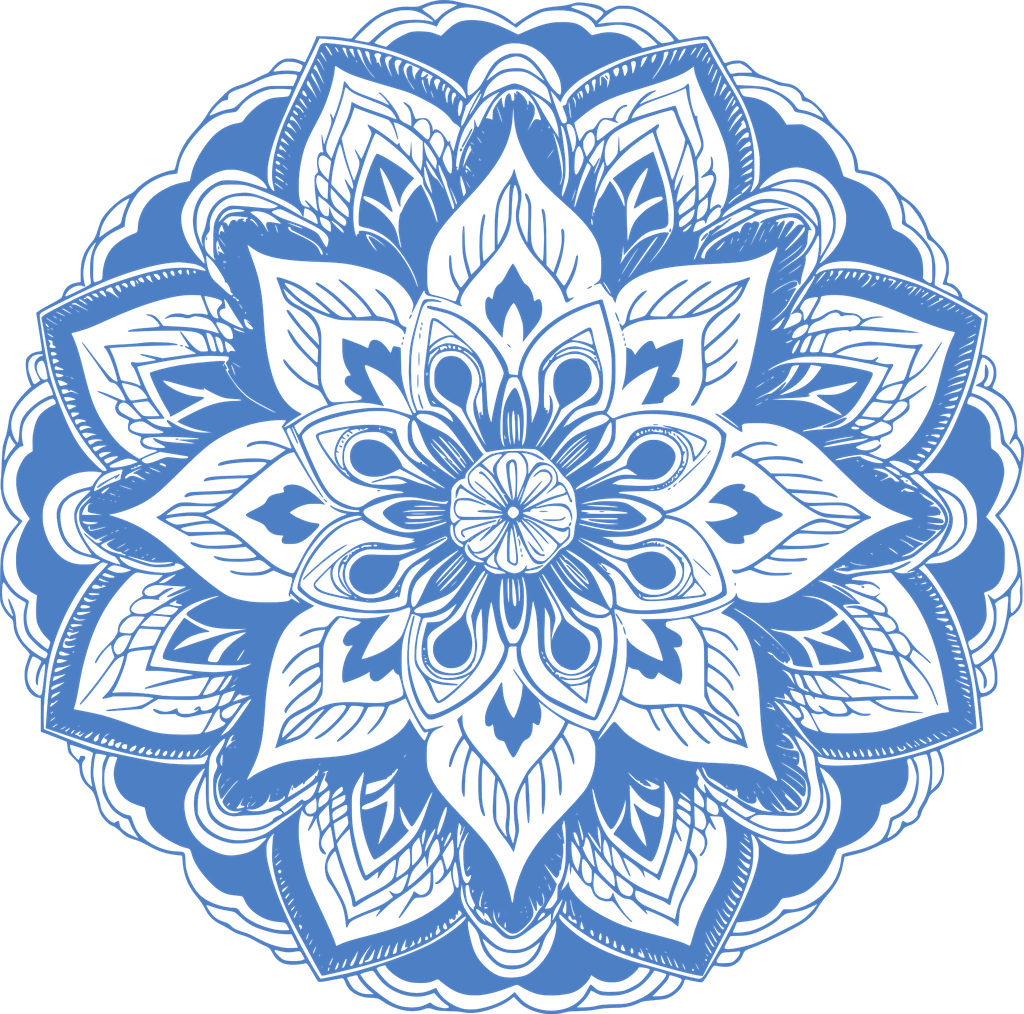
<source format=kicad_pcb>
(kicad_pcb (version 4) (host pcbnew 4.0.7)
  (layers (0 F.Cu signal) (31 B.Cu signal) (34 B.Paste user) (35 F.Paste user) (36 B.SilkS user) (37 F.SilkS user) (38 B.Mask user) (39 F.Mask user) (44 Edge.Cuts user))
  (net 0 "")
  (module LOGO (layer F.Cu) (at 0 0)
    (fp_text reference "G***" hide)
    (fp_text value "LOGO" hide)
    (fp_poly (pts (xy -2.488018 -40.919038) (xy -2.103606 -40.868457) (xy -1.905000 -40.828253) (xy -1.722196 -40.787204) (xy -1.569611 -40.753315) (xy -1.437282 -40.724531) (xy -1.315243 -40.698796) (xy -1.193529 -40.674055) (xy -1.062177 -40.648252) (xy -0.911221 -40.619332) (xy -0.730697 -40.585239) (xy -0.687916 -40.577196) (xy -0.331254 -40.506163) (xy -0.009074 -40.433011) (xy 0.286476 -40.355389) (xy 0.563247 -40.270950) (xy 0.829089 -40.177344) (xy 1.091854 -40.072222) (xy 1.288116 -39.986009) (xy 1.654250 -39.805896) (xy 1.988779 -39.611741) (xy 2.301695 -39.397369) (xy 2.528230 -39.219591) (xy 2.733501 -39.049588) (xy 3.298209 -39.428110) (xy 3.586099 -39.616893) (xy 3.848915 -39.779305) (xy 4.092735 -39.917633) (xy 4.323638 -40.034170) (xy 4.547704 -40.131205) (xy 4.771012 -40.211028) (xy 4.999639 -40.275930) (xy 5.239667 -40.328201) (xy 5.497172 -40.370131) (xy 5.703462 -40.394997) (xy 7.144031 -40.394997) (xy 7.150635 -40.370262) (xy 7.186126 -40.342083) (xy 7.252996 -40.308897) (xy 7.353742 -40.269142) (xy 7.490857 -40.221253) (xy 7.630584 -40.175335) (xy 7.816147 -40.109531) (xy 8.012201 -40.029676) (xy 8.206462 -39.941410) (xy 8.386649 -39.850377) (xy 8.540477 -39.762217) (xy 8.568157 -39.744678) (xy 8.646168 -39.689235) (xy 8.740230 -39.614959) (xy 8.836547 -39.533036) (xy 8.896605 -39.478371) (xy 8.969936 -39.411129) (xy 9.033516 -39.356218) (xy 9.080394 -39.319420) (xy 9.103304 -39.306500) (xy 9.126003 -39.320773) (xy 9.172489 -39.360107) (xy 9.236974 -39.419270) (xy 9.313673 -39.493034) (xy 9.355163 -39.534125) (xy 9.438922 -39.619741) (xy 9.515063 -39.700985) (xy 9.576896 -39.770473) (xy 9.617732 -39.820816) (xy 9.626706 -39.833968) (xy 9.653760 -39.884238) (xy 9.658171 -39.920136) (xy 9.641861 -39.961769) (xy 9.639386 -39.966593) (xy 9.579721 -40.040996) (xy 9.478586 -40.114512) (xy 9.336839 -40.186789) (xy 9.155340 -40.257472) (xy 8.934948 -40.326208) (xy 8.676523 -40.392642) (xy 8.519584 -40.427837) (xy 8.226836 -40.483465) (xy 7.967369 -40.517446) (xy 7.738098 -40.529810) (xy 7.535941 -40.520585) (xy 7.357816 -40.489801) (xy 7.207499 -40.440385) (xy 7.163817 -40.417850) (xy 7.144031 -40.394997) (xy 5.703462 -40.394997) (xy 5.778235 -40.404010) (xy 5.926667 -40.418391) (xy 6.212677 -40.446771) (xy 6.462766 -40.477238) (xy 6.683335 -40.510886) (xy 6.880785 -40.548808) (xy 7.061517 -40.592098) (xy 7.228417 -40.640730) (xy 7.359611 -40.680031) (xy 7.478922 -40.709446) (xy 7.593465 -40.729160) (xy 7.710353 -40.739355) (xy 7.836700 -40.740214) (xy 7.979618 -40.731921) (xy 8.146222 -40.714658) (xy 8.343625 -40.688610) (xy 8.456084 -40.672351) (xy 8.699699 -40.633988) (xy 8.906262 -40.595472) (xy 9.081019 -40.554917) (xy 9.229215 -40.510435) (xy 9.356096 -40.460140) (xy 9.466907 -40.402144) (xy 9.566894 -40.334560) (xy 9.661302 -40.255502) (xy 9.690271 -40.228354) (xy 9.849369 -40.075817) (xy 10.158143 -40.217644) (xy 10.320373 -40.292105) (xy 10.451335 -40.351043) (xy 10.558385 -40.396267) (xy 10.648880 -40.429582) (xy 10.730177 -40.452794) (xy 10.809631 -40.467710) (xy 10.894599 -40.476136) (xy 10.992437 -40.479878) (xy 11.110502 -40.480743) (xy 11.228917 -40.480571) (xy 11.437730 -40.478100) (xy 11.612980 -40.470617) (xy 11.763264 -40.456971) (xy 11.897176 -40.436008) (xy 12.023311 -40.406579) (xy 12.150264 -40.367529) (xy 12.198604 -40.350614) (xy 12.308559 -40.306707) (xy 12.445193 -40.245332) (xy 12.599117 -40.171188) (xy 12.760942 -40.088974) (xy 12.921281 -40.003387) (xy 13.070744 -39.919126) (xy 13.125652 -39.886683) (xy 13.379363 -39.726823) (xy 13.643483 -39.546502) (xy 13.911050 -39.351270) (xy 14.175104 -39.146677) (xy 14.428682 -38.938275) (xy 14.664824 -38.731614) (xy 14.876570 -38.532245) (xy 15.053735 -38.349251) (xy 15.195823 -38.194450) (xy 15.312272 -38.069361) (xy 15.405254 -37.971780) (xy 15.476941 -37.899500) (xy 15.529504 -37.850318) (xy 15.565114 -37.822028) (xy 15.581548 -37.813335) (xy 15.618163 -37.812163) (xy 15.684990 -37.819055) (xy 15.770973 -37.832655) (xy 15.827087 -37.843455) (xy 15.940564 -37.865498) (xy 16.088532 -37.892275) (xy 16.263576 -37.922551) (xy 16.458275 -37.955089) (xy 16.665213 -37.988655) (xy 16.876971 -38.022011) (xy 17.086132 -38.053921) (xy 17.123834 -38.059550) (xy 17.253929 -38.076957) (xy 17.389064 -38.091743) (xy 17.514300 -38.102469) (xy 17.614698 -38.107694) (xy 17.625201 -38.107894) (xy 17.819653 -38.110583) (xy 17.896359 -38.036500) (xy 17.943864 -37.983541) (xy 18.002451 -37.908141) (xy 18.061485 -37.824198) (xy 18.077395 -37.799891) (xy 18.111266 -37.744981) (xy 18.162867 -37.658534) (xy 18.229131 -37.545886) (xy 18.306993 -37.412373) (xy 18.393388 -37.263332) (xy 18.485249 -37.104098) (xy 18.579510 -36.940007) (xy 18.673105 -36.776397) (xy 18.762969 -36.618602) (xy 18.846035 -36.471959) (xy 18.919238 -36.341805) (xy 18.979512 -36.233476) (xy 19.020564 -36.158317) (xy 19.063019 -36.083309) (xy 19.100534 -36.034573) (xy 19.141676 -36.010050) (xy 19.195016 -36.007683) (xy 19.269123 -36.025413) (xy 19.372566 -36.061183) (xy 19.393349 -36.068787) (xy 19.674011 -36.153769) (xy 19.942861 -36.198365) (xy 20.200506 -36.202659) (xy 20.291063 -36.194303) (xy 20.419737 -36.174283) (xy 20.535405 -36.145430) (xy 20.643579 -36.104307) (xy 20.749771 -36.047477) (xy 20.859493 -35.971501) (xy 20.978258 -35.872942) (xy 21.111577 -35.748363) (xy 21.264962 -35.594327) (xy 21.283084 -35.575657) (xy 21.411984 -35.446184) (xy 21.526191 -35.341453) (xy 21.634759 -35.255688) (xy 21.746739 -35.183112) (xy 21.871183 -35.117951) (xy 22.017144 -35.054427) (xy 22.193674 -34.986764) (xy 22.222553 -34.976191) (xy 22.347338 -34.930025) (xy 22.498963 -34.872866) (xy 22.664976 -34.809472) (xy 22.832922 -34.744601) (xy 22.990350 -34.683010) (xy 23.003113 -34.677973) (xy 23.208059 -34.599212) (xy 23.384174 -34.536891) (xy 23.540482 -34.488494) (xy 23.686006 -34.451507) (xy 23.829768 -34.423416) (xy 23.980791 -34.401706) (xy 24.004719 -34.398834) (xy 24.241432 -34.355489) (xy 24.459800 -34.281652) (xy 24.665538 -34.174373) (xy 24.864360 -34.030705) (xy 25.051004 -33.858878) (xy 25.140505 -33.765406) (xy 25.207440 -33.686551) (xy 25.261009 -33.608947) (xy 25.310414 -33.519229) (xy 25.364856 -33.404033) (xy 25.366230 -33.401000) (xy 25.393948 -33.367219) (xy 25.451888 -33.325259) (xy 25.543634 -33.272768) (xy 25.625828 -33.230521) (xy 25.785821 -33.145069) (xy 25.932719 -33.053435) (xy 26.074917 -32.949250) (xy 26.220809 -32.826142) (xy 26.378789 -32.677740) (xy 26.458382 -32.598672) (xy 26.641813 -32.406504) (xy 26.797214 -32.226434) (xy 26.932588 -32.048336) (xy 27.055936 -31.862086) (xy 27.105870 -31.779353) (xy 27.170395 -31.673566) (xy 27.236675 -31.573911) (xy 27.308756 -31.475622) (xy 27.390688 -31.373937) (xy 27.486518 -31.264092) (xy 27.600294 -31.141323) (xy 27.736063 -31.000865) (xy 27.897874 -30.837955) (xy 27.949156 -30.786916) (xy 28.121427 -30.614328) (xy 28.267331 -30.464442) (xy 28.391845 -30.331513) (xy 28.499950 -30.209792) (xy 28.596626 -30.093533) (xy 28.686851 -29.976988) (xy 28.775606 -29.854411) (xy 28.847808 -29.749750) (xy 29.063393 -29.407322) (xy 29.238868 -29.074380) (xy 29.374929 -28.749140) (xy 29.472270 -28.429820) (xy 29.531589 -28.114635) (xy 29.547343 -27.956087) (xy 29.557633 -27.833798) (xy 29.569324 -27.748490) (xy 29.583367 -27.694817) (xy 29.598256 -27.669673) (xy 29.629448 -27.652467) (xy 29.688090 -27.638735) (xy 29.779572 -27.627507) (xy 29.874220 -27.620063) (xy 30.133145 -27.588080) (xy 30.410505 -27.527565) (xy 30.697063 -27.442023) (xy 30.983578 -27.334959) (xy 31.260813 -27.209877) (xy 31.519529 -27.070281) (xy 31.750487 -26.919676) (xy 31.782173 -26.896347) (xy 31.939059 -26.766821) (xy 32.106072 -26.607142) (xy 32.275325 -26.425467) (xy 32.438933 -26.229951) (xy 32.489986 -26.164250) (xy 32.624769 -25.996134) (xy 32.759945 -25.847210) (xy 32.904475 -25.709092) (xy 33.067318 -25.573395) (xy 33.257436 -25.431733) (xy 33.319509 -25.387949) (xy 33.653330 -25.133071) (xy 33.950782 -24.859042) (xy 34.214764 -24.562526) (xy 34.448175 -24.240190) (xy 34.653913 -23.888699) (xy 34.698355 -23.801916) (xy 34.750280 -23.697363) (xy 34.791996 -23.611247) (xy 34.827390 -23.534398) (xy 34.860350 -23.457647) (xy 34.894765 -23.371823) (xy 34.934522 -23.267758) (xy 34.983510 -23.136281) (xy 35.003497 -23.082250) (xy 35.048702 -22.962695) (xy 35.094269 -22.846981) (xy 35.135950 -22.745580) (xy 35.169496 -22.668962) (xy 35.180589 -22.645792) (xy 35.249567 -22.529539) (xy 35.346718 -22.396268) (xy 35.465844 -22.253671) (xy 35.600743 -22.109442) (xy 35.660506 -22.050333) (xy 35.867099 -21.844657) (xy 36.041456 -21.656448) (xy 36.186979 -21.480329) (xy 36.307073 -21.310924) (xy 36.405142 -21.142855) (xy 36.484588 -20.970746) (xy 36.548817 -20.789220) (xy 36.601232 -20.592899) (xy 36.611226 -20.548517) (xy 36.626587 -20.466139) (xy 36.637560 -20.375569) (xy 36.644716 -20.268269) (xy 36.648626 -20.135700) (xy 36.649860 -19.970750) (xy 36.649747 -19.830447) (xy 36.648492 -19.722985) (xy 36.644991 -19.638873) (xy 36.638137 -19.568617) (xy 36.626827 -19.502727) (xy 36.609954 -19.431709) (xy 36.586414 -19.346072) (xy 36.570709 -19.290994) (xy 36.533997 -19.159337) (xy 36.509699 -19.061112) (xy 36.497317 -18.989436) (xy 36.496356 -18.937425) (xy 36.506320 -18.898193) (xy 36.526714 -18.864857) (xy 36.538959 -18.850175) (xy 36.577035 -18.817486) (xy 36.629715 -18.795492) (xy 36.709507 -18.779387) (xy 36.731584 -18.776207) (xy 36.848449 -18.750457) (xy 36.959405 -18.703911) (xy 37.071827 -18.632156) (xy 37.193090 -18.530777) (xy 37.277630 -18.449426) (xy 37.411822 -18.303581) (xy 37.523924 -18.158304) (xy 37.610801 -18.018821) (xy 37.669317 -17.890357) (xy 37.696337 -17.778136) (xy 37.697834 -17.749239) (xy 37.704273 -17.699826) (xy 37.729290 -17.657726) (xy 37.781428 -17.609137) (xy 37.787792 -17.603934) (xy 37.887695 -17.528984) (xy 38.025190 -17.435829) (xy 38.199799 -17.324769) (xy 38.411040 -17.196108) (xy 38.658433 -17.050148) (xy 38.783258 -16.977847) (xy 38.994144 -16.855873) (xy 39.170689 -16.752689) (xy 39.315595 -16.666592) (xy 39.431563 -16.595882) (xy 39.521296 -16.538857) (xy 39.587496 -16.493815) (xy 39.632865 -16.459056) (xy 39.660106 -16.432877) (xy 39.669189 -16.419998) (xy 39.682768 -16.364828) (xy 39.686277 -16.270005) (xy 39.679847 -16.136959) (xy 39.663615 -15.967123) (xy 39.637713 -15.761926) (xy 39.602275 -15.522801) (xy 39.562778 -15.282333) (xy 39.535768 -15.125569) (xy 39.503847 -14.942693) (xy 39.468282 -14.740777) (xy 39.430342 -14.526892) (xy 39.391295 -14.308110) (xy 39.352408 -14.091502) (xy 39.314950 -13.884141) (xy 39.280189 -13.693097) (xy 39.249392 -13.525443) (xy 39.223828 -13.388250) (xy 39.211706 -13.324416) (xy 39.208583 -13.264554) (xy 39.230699 -13.224778) (xy 39.283957 -13.199517) (xy 39.359256 -13.185138) (xy 39.513405 -13.144857) (xy 39.670255 -13.068363) (xy 39.823571 -12.960824) (xy 39.967115 -12.827406) (xy 40.094650 -12.673276) (xy 40.199941 -12.503600) (xy 40.213122 -12.477750) (xy 40.275808 -12.331949) (xy 40.319184 -12.181769) (xy 40.346349 -12.014062) (xy 40.358303 -11.862196) (xy 40.362156 -11.695553) (xy 40.353843 -11.545147) (xy 40.331196 -11.400434) (xy 40.292044 -11.250870) (xy 40.234216 -11.085911) (xy 40.162625 -10.911416) (xy 40.112675 -10.793961) (xy 40.078914 -10.708744) (xy 40.060297 -10.649335) (xy 40.055778 -10.609308) (xy 40.064311 -10.582233) (xy 40.084850 -10.561681) (xy 40.103676 -10.549069) (xy 40.321933 -10.410244) (xy 40.507197 -10.287992) (xy 40.663895 -10.179091) (xy 40.796454 -10.080317) (xy 40.909301 -9.988447) (xy 41.006862 -9.900260) (xy 41.041828 -9.866065) (xy 41.211456 -9.677855) (xy 41.373650 -9.462454) (xy 41.524043 -9.228029) (xy 41.658265 -8.982746) (xy 41.771948 -8.734774) (xy 41.860722 -8.492277) (xy 41.920218 -8.263425) (xy 41.930817 -8.204272) (xy 41.938083 -8.142801) (xy 41.946185 -8.047363) (xy 41.954563 -7.926302) (xy 41.962659 -7.787961) (xy 41.969916 -7.640684) (xy 41.972383 -7.583006) (xy 41.981008 -7.385337) (xy 41.989766 -7.224756) (xy 41.999681 -7.096028) (xy 42.011781 -6.993917) (xy 42.027092 -6.913187) (xy 42.046639 -6.848603) (xy 42.071450 -6.794928) (xy 42.102549 -6.746928) (xy 42.140965 -6.699366) (xy 42.146928 -6.692510) (xy 42.235360 -6.573766) (xy 42.321424 -6.426197) (xy 42.398524 -6.263098) (xy 42.460068 -6.097766) (xy 42.484739 -6.011333) (xy 42.503947 -5.927986) (xy 42.515848 -5.854677) (xy 42.521320 -5.778597) (xy 42.521241 -5.686937) (xy 42.516492 -5.566889) (xy 42.515965 -5.556250) (xy 42.499052 -5.317468) (xy 42.471628 -5.054694) (xy 42.435044 -4.775153) (xy 42.390647 -4.486073) (xy 42.339788 -4.194682) (xy 42.283815 -3.908205) (xy 42.224077 -3.633870) (xy 42.161924 -3.378905) (xy 42.098704 -3.150535) (xy 42.035766 -2.955989) (xy 42.025076 -2.926485) (xy 41.943465 -2.724766) (xy 41.840028 -2.499649) (xy 41.719835 -2.260429) (xy 41.587954 -2.016401) (xy 41.449455 -1.776860) (xy 41.309406 -1.551102) (xy 41.172877 -1.348421) (xy 41.138017 -1.299878) (xy 41.064425 -1.203465) (xy 40.973135 -1.090567) (xy 40.875767 -0.975238) (xy 40.783942 -0.871537) (xy 40.710511 -0.790198) (xy 40.648521 -0.719637) (xy 40.603075 -0.665814) (xy 40.579279 -0.634685) (xy 40.576966 -0.629926) (xy 40.588843 -0.608529) (xy 40.622001 -0.559299) (xy 40.672240 -0.488212) (xy 40.735357 -0.401241) (xy 40.785338 -0.333593) (xy 41.108168 0.126848) (xy 41.389998 0.585207) (xy 41.630533 1.040931) (xy 41.829477 1.493471) (xy 41.959827 1.856989) (xy 42.017613 2.058294) (xy 42.074153 2.297817) (xy 42.128827 2.571449) (xy 42.181013 2.875080) (xy 42.230093 3.204600) (xy 42.275444 3.555900) (xy 42.316448 3.924868) (xy 42.352483 4.307396) (xy 42.377644 4.624917) (xy 42.387166 4.782843) (xy 42.394438 4.958443) (xy 42.399465 5.144729) (xy 42.402249 5.334711) (xy 42.402795 5.521401) (xy 42.401107 5.697809) (xy 42.397187 5.856946) (xy 42.391041 5.991823) (xy 42.382672 6.095451) (xy 42.376826 6.138334) (xy 42.318902 6.353503) (xy 42.221719 6.563756) (xy 42.088348 6.764787) (xy 41.921859 6.952289) (xy 41.725322 7.121957) (xy 41.624250 7.193777) (xy 41.533153 7.255495) (xy 41.470382 7.301946) (xy 41.428518 7.340540) (xy 41.400142 7.378690) (xy 41.377835 7.423807) (xy 41.366760 7.450985) (xy 41.346021 7.513865) (xy 41.320329 7.607355) (xy 41.292480 7.720450) (xy 41.265274 7.842143) (xy 41.256100 7.886310) (xy 41.178574 8.207579) (xy 41.074088 8.546647) (xy 40.946687 8.892486) (xy 40.800414 9.234072) (xy 40.648300 9.543380) (xy 40.568169 9.691158) (xy 40.497675 9.810027) (xy 40.430093 9.910120) (xy 40.358694 10.001571) (xy 40.297508 10.071785) (xy 40.244178 10.136248) (xy 40.202501 10.196738) (xy 40.181504 10.240147) (xy 40.179935 10.287192) (xy 40.188610 10.364043) (xy 40.206131 10.459808) (xy 40.214539 10.497695) (xy 40.257950 10.685265) (xy 40.292841 10.838332) (xy 40.320562 10.963563) (xy 40.342467 11.067620) (xy 40.359908 11.157169) (xy 40.374238 11.238873) (xy 40.386808 11.319397) (xy 40.398972 11.405405) (xy 40.399440 11.408834) (xy 40.415702 11.555733) (xy 40.427581 11.719964) (xy 40.435067 11.893377) (xy 40.438149 12.067824) (xy 40.436816 12.235156) (xy 40.431057 12.387224) (xy 40.420861 12.515880) (xy 40.406216 12.612976) (xy 40.401080 12.634274) (xy 40.352212 12.778634) (xy 40.286159 12.906731) (xy 40.195631 13.030540) (xy 40.089667 13.145720) (xy 39.967749 13.257037) (xy 39.842843 13.344967) (xy 39.704691 13.414861) (xy 39.543036 13.472069) (xy 39.384545 13.513546) (xy 39.286378 13.538378) (xy 39.202461 13.563339) (xy 39.142029 13.585437) (xy 39.114852 13.600967) (xy 39.106855 13.620790) (xy 39.103308 13.659017) (xy 39.104425 13.720481) (xy 39.110420 13.810018) (xy 39.121505 13.932459) (xy 39.135576 14.070665) (xy 39.165895 14.359725) (xy 39.192073 14.610508) (xy 39.214484 14.826831) (xy 39.233501 15.012509) (xy 39.249497 15.171358) (xy 39.262846 15.307193) (xy 39.273921 15.423830) (xy 39.283095 15.525086) (xy 39.290741 15.614775) (xy 39.297233 15.696713) (xy 39.302944 15.774716) (xy 39.304587 15.798303) (xy 39.313032 15.941297) (xy 39.315840 16.045860) (xy 39.313002 16.115518) (xy 39.304510 16.153797) (xy 39.303726 16.155351) (xy 39.274405 16.181856) (xy 39.208521 16.222680) (xy 39.108848 16.276493) (xy 38.978155 16.341963) (xy 38.819217 16.417760) (xy 38.634803 16.502552) (xy 38.427687 16.595009) (xy 38.200640 16.693799) (xy 38.036500 16.763821) (xy 37.705553 16.903919) (xy 37.411413 17.028488) (xy 37.151909 17.138525) (xy 36.924874 17.235026) (xy 36.728138 17.318989) (xy 36.559532 17.391410) (xy 36.416889 17.453284) (xy 36.298038 17.505610) (xy 36.200810 17.549382) (xy 36.123038 17.585598) (xy 36.062552 17.615255) (xy 36.017184 17.639347) (xy 35.984763 17.658874) (xy 35.963122 17.674829) (xy 35.950092 17.688211) (xy 35.943504 17.700016) (xy 35.941189 17.711240) (xy 35.940978 17.722879) (xy 35.941000 17.726615) (xy 35.952116 17.773255) (xy 35.980644 17.837078) (xy 36.005174 17.879722) (xy 36.055391 17.976143) (xy 36.106207 18.104720) (xy 36.154387 18.255452) (xy 36.196692 18.418337) (xy 36.226381 18.563167) (xy 36.249152 18.725010) (xy 36.265171 18.909058) (xy 36.274195 19.103489) (xy 36.275979 19.296480) (xy 36.270282 19.476211) (xy 36.256860 19.630857) (xy 36.249406 19.682253) (xy 36.183237 19.971279) (xy 36.086166 20.233549) (xy 35.958836 20.467910) (xy 35.801894 20.673211) (xy 35.615986 20.848298) (xy 35.581167 20.875261) (xy 35.441152 20.983356) (xy 35.331338 21.075952) (xy 35.245925 21.159825) (xy 35.179115 21.241750) (xy 35.125109 21.328502) (xy 35.078108 21.426858) (xy 35.050428 21.495371) (xy 34.977904 21.667589) (xy 34.894469 21.839152) (xy 34.807953 21.994610) (xy 34.755724 22.076834) (xy 34.658516 22.234257) (xy 34.583946 22.390264) (xy 34.523023 22.564358) (xy 34.509460 22.610903) (xy 34.455860 22.778600) (xy 34.395621 22.916721) (xy 34.321418 23.038020) (xy 34.225928 23.155248) (xy 34.153397 23.230905) (xy 33.966355 23.391321) (xy 33.760980 23.516086) (xy 33.530763 23.609052) (xy 33.496250 23.619728) (xy 33.349195 23.670928) (xy 33.233717 23.730088) (xy 33.139062 23.804744) (xy 33.054474 23.902431) (xy 33.017124 23.955472) (xy 32.856930 24.160118) (xy 32.658909 24.354294) (xy 32.426884 24.535106) (xy 32.164679 24.699664) (xy 31.876115 24.845072) (xy 31.794911 24.880366) (xy 31.739451 24.904661) (xy 31.652375 24.944009) (xy 31.540329 24.995353) (xy 31.409959 25.055631) (xy 31.267911 25.121785) (xy 31.128161 25.187306) (xy 30.840135 25.319850) (xy 30.575831 25.434523) (xy 30.325607 25.534659) (xy 30.079821 25.623591) (xy 29.828831 25.704651) (xy 29.562995 25.781171) (xy 29.272671 25.856486) (xy 29.008979 25.919820) (xy 28.868768 25.952722) (xy 28.742931 25.982571) (xy 28.637113 26.008004) (xy 28.556960 26.027653) (xy 28.508117 26.040155) (xy 28.495410 26.044034) (xy 28.490004 26.065553) (xy 28.478057 26.122564) (xy 28.460788 26.208944) (xy 28.439414 26.318570) (xy 28.415153 26.445317) (xy 28.405749 26.495002) (xy 28.375598 26.647195) (xy 28.342064 26.803778) (xy 28.307775 26.953302) (xy 28.275359 27.084316) (xy 28.247444 27.185369) (xy 28.246785 27.187551) (xy 28.128193 27.524181) (xy 27.977876 27.853964) (xy 27.793712 28.180485) (xy 27.573578 28.507332) (xy 27.315352 28.838090) (xy 27.168766 29.008917) (xy 27.037391 29.162141) (xy 26.904997 29.324757) (xy 26.776899 29.489647) (xy 26.658411 29.649695) (xy 26.554848 29.797785) (xy 26.471525 29.926801) (xy 26.430670 29.997183) (xy 26.258590 30.274558) (xy 26.053039 30.535063) (xy 25.812007 30.780757) (xy 25.533483 31.013700) (xy 25.230667 31.226135) (xy 25.056764 31.334001) (xy 24.848422 31.455169) (xy 24.610519 31.587253) (xy 24.347936 31.727871) (xy 24.065552 31.874636) (xy 23.768248 32.025164) (xy 23.460904 32.177072) (xy 23.148398 32.327975) (xy 22.835612 32.475488) (xy 22.527425 32.617227) (xy 22.228717 32.750806) (xy 21.944367 32.873843) (xy 21.679257 32.983952) (xy 21.442572 33.077112) (xy 21.245508 33.152819) (xy 21.084103 33.217239) (xy 20.954102 33.273195) (xy 20.851252 33.323508) (xy 20.771298 33.371000) (xy 20.709985 33.418492) (xy 20.663060 33.468805) (xy 20.626267 33.524762) (xy 20.595353 33.589183) (xy 20.569184 33.656338) (xy 20.466585 33.885212) (xy 20.336291 34.085090) (xy 20.212687 34.225020) (xy 20.031906 34.379410) (xy 19.830909 34.499467) (xy 19.632084 34.579963) (xy 19.555934 34.603584) (xy 19.488442 34.619535) (xy 19.417794 34.629270) (xy 19.332178 34.634243) (xy 19.219781 34.635909) (xy 19.177000 34.635981) (xy 18.988743 34.631040) (xy 18.813943 34.617031) (xy 18.690167 34.599352) (xy 18.557179 34.575139) (xy 18.458957 34.558411) (xy 18.388515 34.549655) (xy 18.338867 34.549356) (xy 18.303028 34.558003) (xy 18.274012 34.576081) (xy 18.244834 34.604077) (xy 18.218314 34.632221) (xy 18.180326 34.679090) (xy 18.125937 34.755442) (xy 18.059923 34.854105) (xy 17.987056 34.967905) (xy 17.912113 35.089669) (xy 17.896417 35.115817) (xy 17.766676 35.329181) (xy 17.654974 35.504766) (xy 17.561036 35.642963) (xy 17.484587 35.744158) (xy 17.425352 35.808740) (xy 17.386012 35.836081) (xy 17.335431 35.843622) (xy 17.253407 35.842327) (xy 17.161014 35.833705) (xy 17.098215 35.825404) (xy 17.031109 35.815155) (xy 16.954281 35.801911) (xy 16.862319 35.784628) (xy 16.749809 35.762260) (xy 16.611339 35.733763) (xy 16.441495 35.698092) (xy 16.270198 35.661729) (xy 16.161659 35.639212) (xy 16.086568 35.629011) (xy 16.036808 35.635403) (xy 16.004265 35.662663) (xy 15.980823 35.715066) (xy 15.958367 35.796889) (xy 15.949945 35.830455) (xy 15.878348 36.032116) (xy 15.766295 36.231535) (xy 15.615665 36.426401) (xy 15.428334 36.614400) (xy 15.206181 36.793222) (xy 15.117891 36.855008) (xy 14.945825 36.962674) (xy 14.780108 37.046850) (xy 14.610642 37.110873) (xy 14.427333 37.158075) (xy 14.220085 37.191790) (xy 14.042113 37.210297) (xy 13.773575 37.233340) (xy 13.543244 37.253685) (xy 13.347130 37.271994) (xy 13.181238 37.288930) (xy 13.041579 37.305153) (xy 12.924159 37.321328) (xy 12.824986 37.338116) (xy 12.740068 37.356180) (xy 12.665414 37.376181) (xy 12.597031 37.398784) (xy 12.530928 37.424648) (xy 12.463111 37.454438) (xy 12.403667 37.482144) (xy 12.072487 37.618753) (xy 11.724379 37.722724) (xy 11.355969 37.794743) (xy 10.963882 37.835499) (xy 10.616699 37.846075) (xy 10.368718 37.849972) (xy 10.110280 37.860996) (xy 9.850720 37.878337) (xy 9.599373 37.901189) (xy 9.365576 37.928742) (xy 9.158663 37.960191) (xy 9.043587 37.982215) (xy 8.896467 38.010400) (xy 8.740388 38.034038) (xy 8.569528 38.053641) (xy 8.378065 38.069718) (xy 8.160176 38.082783) (xy 7.910038 38.093344) (xy 7.704667 38.099742) (xy 7.515187 38.104969) (xy 7.360474 38.109759) (xy 7.232982 38.115022) (xy 7.125166 38.121667) (xy 7.029480 38.130607) (xy 6.938380 38.142750) (xy 6.844321 38.159008) (xy 6.739756 38.180291) (xy 6.617141 38.207510) (xy 6.468930 38.241576) (xy 6.402917 38.256831) (xy 6.272868 38.283020) (xy 6.123561 38.306914) (xy 5.967525 38.327046) (xy 5.817287 38.341954) (xy 5.685377 38.350172) (xy 5.598584 38.350857) (xy 5.540109 38.347878) (xy 5.453819 38.342204) (xy 5.354072 38.334814) (xy 5.302467 38.330685) (xy 4.999052 38.293588) (xy 4.688906 38.233091) (xy 4.383591 38.152306) (xy 4.094667 38.054345) (xy 3.833695 37.942320) (xy 3.802833 37.927090) (xy 3.554896 37.791857) (xy 3.339094 37.649216) (xy 3.145233 37.491260) (xy 2.963119 37.310086) (xy 2.868208 37.202339) (xy 2.788984 37.111758) (xy 2.725263 37.045081) (xy 2.680386 37.005575) (xy 2.657696 36.996503) (xy 2.657574 36.996591) (xy 2.632328 37.015840) (xy 2.581578 37.054754) (xy 2.513358 37.107164) (xy 2.455334 37.151796) (xy 2.231994 37.313863) (xy 2.004186 37.458402) (xy 1.764118 37.589389) (xy 1.503998 37.710801) (xy 1.216034 37.826615) (xy 0.941917 37.924179) (xy 0.529400 38.052288) (xy 0.141526 38.148926) (xy -0.221092 38.214011) (xy -0.557841 38.247462) (xy -0.868107 38.249197) (xy -1.151278 38.219136) (xy -1.206500 38.208925) (xy -1.327151 38.185970) (xy -1.441884 38.166911) (xy -1.557181 38.151189) (xy -1.679526 38.138251) (xy -1.815402 38.127538) (xy -1.971293 38.118495) (xy -2.153683 38.110566) (xy -2.369054 38.103194) (xy -2.476500 38.099967) (xy -2.687284 38.093387) (xy -2.862287 38.086500) (xy -3.008057 38.078442) (xy -3.131143 38.068349) (xy -3.238094 38.055358) (xy -3.335457 38.038604) (xy -3.429781 38.017225) (xy -3.527615 37.990357) (xy -3.635508 37.957135) (xy -3.688300 37.940138) (xy -3.835043 37.897487) (xy -3.957649 37.875576) (xy -4.068993 37.874597) (xy -4.181950 37.894741) (xy -4.309395 37.936203) (xy -4.345111 37.949954) (xy -4.565364 38.019822) (xy -4.813810 38.068984) (xy -5.081302 38.096682) (xy -5.358695 38.102158) (xy -5.636842 38.084654) (xy -5.767916 38.067869) (xy -6.161237 37.988009) (xy -6.551408 37.868410) (xy -6.932164 37.711555) (xy -7.297240 37.519924) (xy -7.540724 37.365999) (xy -7.639782 37.300422) (xy -7.737406 37.239041) (xy -7.822846 37.188416) (xy -7.885352 37.155110) (xy -7.889171 37.153329) (xy -7.992803 37.118385) (xy -8.131126 37.091150) (xy -8.297034 37.072609) (xy -8.483423 37.063746) (xy -8.540750 37.063124) (xy -8.786234 37.047741) (xy -9.043863 37.005238) (xy -9.297680 36.939175) (xy -9.531731 36.853112) (xy -9.580432 36.831171) (xy -9.830461 36.694809) (xy -10.044340 36.536711) (xy -10.222508 36.356437) (xy -10.365402 36.153547) (xy -10.470099 35.936318) (xy -10.525143 35.799239) (xy -10.570371 35.697465) (xy -10.608411 35.625838) (xy -10.641887 35.579198) (xy -10.661281 35.560742) (xy -10.678413 35.549460) (xy -10.699842 35.541566) (xy -10.729461 35.537569) (xy -10.771161 35.537976) (xy -10.828837 35.543295) (xy -10.906379 35.554035) (xy -11.007682 35.570703) (xy -11.136636 35.593809) (xy -11.297136 35.623859) (xy -11.493072 35.661362) (xy -11.620500 35.685958) (xy -11.842397 35.728291) (xy -12.026874 35.762087) (xy -12.177865 35.787869) (xy -12.299302 35.806160) (xy -12.395118 35.817484) (xy -12.469247 35.822362) (xy -12.525622 35.821319) (xy -12.568174 35.814877) (xy -12.575521 35.812945) (xy -12.601953 35.802873) (xy -12.627377 35.785318) (xy -12.655468 35.755261) (xy -12.689902 35.707680) (xy -12.734354 35.637554) (xy -12.792501 35.539862) (xy -12.857635 35.427594) (xy -12.987352 35.203604) (xy -13.098515 35.013791) (xy -13.193003 34.855256) (xy -13.272696 34.725100) (xy -13.339473 34.620425) (xy -13.395213 34.538333) (xy -13.441795 34.475923) (xy -13.481097 34.430298) (xy -13.515000 34.398559) (xy -13.533527 34.384979) (xy -13.566001 34.367957) (xy -13.601558 34.363454) (xy -13.654108 34.371400) (xy -13.707557 34.384108) (xy -13.846288 34.412536) (xy -14.014940 34.437013) (xy -14.201194 34.456457) (xy -14.392735 34.469783) (xy -14.577247 34.475910) (xy -14.732000 34.474186) (xy -14.982702 34.454174) (xy -15.201878 34.413785) (xy -15.396209 34.350873) (xy -15.572377 34.263291) (xy -15.731951 34.152951) (xy -15.833905 34.062835) (xy -15.930479 33.956286) (xy -16.026937 33.826533) (xy -16.128542 33.666804) (xy -16.184769 33.570334) (xy -16.267632 33.428865) (xy -16.317818 33.350900) (xy -16.040209 33.350900) (xy -16.036417 33.399660) (xy -16.000435 33.471890) (xy -15.952749 33.541547) (xy -15.885076 33.624327) (xy -15.797451 33.718841) (xy -15.698932 33.816494) (xy -15.598579 33.908694) (xy -15.505450 33.986849) (xy -15.428607 34.042366) (xy -15.417780 34.048955) (xy -15.312922 34.100757) (xy -15.192962 34.140585) (xy -15.052600 34.169252) (xy -14.886534 34.187571) (xy -14.689466 34.196356) (xy -14.456833 34.196432) (xy -14.314302 34.193718) (xy -14.205502 34.190071) (xy -14.121834 34.184540) (xy -14.054695 34.176173) (xy -13.995485 34.164018) (xy -13.935603 34.147124) (xy -13.895916 34.134364) (xy -13.814231 34.106347) (xy -13.746205 34.081077) (xy -13.703440 34.062926) (xy -13.697261 34.059515) (xy -13.688346 34.044218) (xy -13.692978 34.013850) (xy -13.713317 33.962646) (xy -13.751522 33.884842) (xy -13.790443 33.810731) (xy -13.863749 33.674269) (xy -13.923055 33.571205) (xy -13.974438 33.497669) (xy -14.023973 33.449789) (xy -14.077739 33.423694) (xy -14.141811 33.415513) (xy -14.222267 33.421375) (xy -14.325182 33.437408) (xy -14.365562 33.444349) (xy -14.600107 33.479776) (xy -14.808628 33.499005) (xy -15.003266 33.501509) (xy -15.196162 33.486764) (xy -15.399455 33.454245) (xy -15.625286 33.403426) (xy -15.689493 33.387073) (xy -15.796505 33.360680) (xy -15.890493 33.340103) (xy -15.963117 33.326975) (xy -16.006038 33.322929) (xy -16.012285 33.323873) (xy -16.040209 33.350900) (xy -16.317818 33.350900) (xy -16.337684 33.320038) (xy -16.399780 33.238025) (xy -16.458780 33.176997) (xy -16.519539 33.131128) (xy -16.577549 33.099046) (xy -16.638996 33.069496) (xy -16.727746 33.027104) (xy -16.832820 32.977101) (xy -16.943240 32.924719) (xy -16.965083 32.914378) (xy -17.089761 32.853470) (xy -17.224779 32.784389) (xy -17.353720 32.715702) (xy -17.458495 32.656949) (xy -17.637503 32.556733) (xy -17.821789 32.461012) (xy -18.002242 32.374100) (xy -18.169746 32.300310) (xy -18.315189 32.243953) (xy -18.369174 32.225999) (xy -18.532623 32.174991) (xy -18.662165 32.133915) (xy -18.764414 32.100452) (xy -18.845984 32.072282) (xy -18.913491 32.047085) (xy -18.973548 32.022542) (xy -19.032770 31.996333) (xy -19.060583 31.983529) (xy -19.139522 31.943836) (xy -19.242784 31.887511) (xy -19.359140 31.820903) (xy -19.477361 31.750361) (xy -19.526250 31.720227) (xy -19.650327 31.645614) (xy -19.798088 31.561026) (xy -19.954943 31.474570) (xy -20.106300 31.394356) (xy -20.182416 31.355585) (xy -20.379467 31.252972) (xy -20.544542 31.157084) (xy -20.686073 31.062031) (xy -20.812494 30.961920) (xy -20.932236 30.850860) (xy -20.991157 30.790522) (xy -21.114890 30.652616) (xy -21.221975 30.514784) (xy -21.320484 30.365288) (xy -21.418492 30.192391) (xy -21.467605 30.097886) (xy -21.561709 29.921694) (xy -21.621594 29.821434) (xy -21.366267 29.821434) (xy -21.364657 29.854511) (xy -21.340889 29.915582) (xy -21.298389 29.998913) (xy -21.240582 30.098772) (xy -21.170893 30.209422) (xy -21.092747 30.325131) (xy -21.009570 30.440164) (xy -20.952108 30.514791) (xy -20.812969 30.672850) (xy -20.662923 30.806514) (xy -20.494754 30.920453) (xy -20.301249 31.019333) (xy -20.075190 31.107824) (xy -19.993068 31.135268) (xy -19.845044 31.185981) (xy -19.728348 31.234208) (xy -19.632782 31.285716) (xy -19.548154 31.346269) (xy -19.464266 31.421634) (xy -19.434709 31.451042) (xy -19.360806 31.522144) (xy -19.285977 31.584784) (xy -19.205315 31.641268) (xy -19.113908 31.693906) (xy -19.006850 31.745005) (xy -18.879229 31.796874) (xy -18.726138 31.851822) (xy -18.542668 31.912155) (xy -18.323909 31.980183) (xy -18.282637 31.992746) (xy -18.223063 32.012246) (xy -18.157459 32.036843) (xy -18.082006 32.068369) (xy -17.992884 32.108652) (xy -17.886272 32.159522) (xy -17.758351 32.222810) (xy -17.605301 32.300345) (xy -17.423302 32.393956) (xy -17.208533 32.505475) (xy -17.166166 32.527556) (xy -16.745686 32.728874) (xy -16.323118 32.895996) (xy -15.902963 33.027470) (xy -15.489721 33.121841) (xy -15.184618 33.167674) (xy -15.112282 33.173173) (xy -15.013932 33.176712) (xy -14.897228 33.178423) (xy -14.769825 33.178437) (xy -14.639383 33.176887) (xy -14.513559 33.173906) (xy -14.400011 33.169624) (xy -14.306397 33.164173) (xy -14.240374 33.157687) (xy -14.210528 33.150886) (xy -14.205159 33.138137) (xy -14.210451 33.108912) (xy -14.227921 33.059636) (xy -14.259090 32.986730) (xy -14.305474 32.886617) (xy -14.368594 32.755721) (xy -14.439570 32.611459) (xy -14.698335 32.088667) (xy -15.059126 32.088569) (xy -15.331179 32.081288) (xy -15.601317 32.058719) (xy -15.877406 32.019555) (xy -16.167308 31.962487) (xy -16.478888 31.886206) (xy -16.773298 31.803319) (xy -17.077960 31.708394) (xy -17.347790 31.612930) (xy -17.590139 31.512824) (xy -17.812357 31.403975) (xy -18.021797 31.282282) (xy -18.225807 31.143641) (xy -18.431741 30.983952) (xy -18.646947 30.799112) (xy -18.764250 30.692351) (xy -18.889155 30.578500) (xy -18.992804 30.490201) (xy -19.083968 30.423169) (xy -19.171419 30.373116) (xy -19.263928 30.335757) (xy -19.370266 30.306804) (xy -19.499207 30.281970) (xy -19.653250 30.257900) (xy -20.084938 30.177775) (xy -20.519881 30.066349) (xy -20.814807 29.972668) (xy -20.981588 29.916608) (xy -21.122258 29.872293) (xy -21.233857 29.840537) (xy -21.313426 29.822149) (xy -21.358006 29.817942) (xy -21.366267 29.821434) (xy -21.621594 29.821434) (xy -21.660811 29.755778) (xy -21.771035 29.591142) (xy -21.898505 29.418786) (xy -22.049343 29.229712) (xy -22.100666 29.167667) (xy -22.358551 28.836298) (xy -22.579415 28.504097) (xy -22.765109 28.166216) (xy -22.917488 27.817812) (xy -23.038405 27.454036) (xy -23.129714 27.070044) (xy -23.193269 26.660989) (xy -23.230921 26.222026) (xy -23.231521 26.211106) (xy -23.245500 25.953294) (xy -23.322625 25.941882) (xy -23.372009 25.935337) (xy -23.453132 25.925423) (xy -23.555648 25.913371) (xy -23.669213 25.900415) (xy -23.696083 25.897405) (xy -24.090443 25.842611) (xy -24.455464 25.768264) (xy -24.800742 25.671436) (xy -25.135871 25.549199) (xy -25.470446 25.398624) (xy -25.675166 25.293324) (xy -25.880286 25.183430) (xy -26.053594 25.091373) (xy -26.200455 25.014739) (xy -26.326232 24.951111) (xy -26.436290 24.898076) (xy -26.535992 24.853217) (xy -26.630700 24.814119) (xy -26.725780 24.778367) (xy -26.826595 24.743547) (xy -26.938508 24.707242) (xy -27.064063 24.667913) (xy -27.226888 24.615823) (xy -27.361375 24.567922) (xy -27.475852 24.519321) (xy -27.578650 24.465131) (xy -27.678096 24.400460) (xy -27.782521 24.320420) (xy -27.900254 24.220120) (xy -28.038040 24.096117) (xy -28.190838 23.959993) (xy -28.321643 23.851411) (xy -28.436390 23.766099) (xy -28.541017 23.699785) (xy -28.641458 23.648198) (xy -28.688670 23.627921) (xy -28.776275 23.586501) (xy -28.873631 23.531622) (xy -28.947079 23.483791) (xy -29.077254 23.378170) (xy -29.213987 23.244669) (xy -29.348984 23.093259) (xy -29.473952 22.933911) (xy -29.580595 22.776595) (xy -29.660621 22.631282) (xy -29.666089 22.619451) (xy -29.686759 22.565850) (xy -29.715757 22.479435) (xy -29.750560 22.368312) (xy -29.788642 22.240586) (xy -29.827480 22.104360) (xy -29.835109 22.076834) (xy -29.903623 21.831256) (xy -29.964278 21.622293) (xy -30.019297 21.445446) (xy -30.070900 21.296213) (xy -30.121311 21.170094) (xy -30.172751 21.062588) (xy -30.227441 20.969196) (xy -30.287603 20.885416) (xy -30.355460 20.806749) (xy -30.433233 20.728694) (xy -30.523144 20.646750) (xy -30.554855 20.618961) (xy -30.771791 20.405649) (xy -30.950060 20.177359) (xy -31.089055 19.935007) (xy -31.188172 19.679509) (xy -31.198853 19.642667) (xy -31.217731 19.558459) (xy -31.236477 19.446562) (xy -31.252924 19.321568) (xy -31.264895 19.198167) (xy -31.275727 19.082859) (xy -31.289529 18.973994) (xy -31.304613 18.883091) (xy -31.319286 18.821665) (xy -31.320816 18.817167) (xy -31.339819 18.776758) (xy -31.372435 18.727555) (xy -31.422157 18.665426) (xy -31.492479 18.586238) (xy -31.586894 18.485861) (xy -31.696650 18.372667) (xy -31.797513 18.268360) (xy -31.890686 18.169671) (xy -31.971203 18.082044) (xy -32.034098 18.010925) (xy -32.074408 17.961758) (xy -32.084173 17.947724) (xy -32.116776 17.880019) (xy -32.146242 17.788137) (xy -32.173607 17.667526) (xy -32.199905 17.513634) (xy -32.225794 17.324917) (xy -32.226357 17.320737) (xy -32.024103 17.320737) (xy -32.019417 17.385044) (xy -32.015992 17.420618) (xy -31.976337 17.644455) (xy -31.903066 17.845186) (xy -31.832469 17.972027) (xy -31.786496 18.035878) (xy -31.724487 18.111486) (xy -31.652369 18.192798) (xy -31.576065 18.273760) (xy -31.501500 18.348320) (xy -31.434599 18.410425) (xy -31.381286 18.454022) (xy -31.347485 18.473058) (xy -31.342041 18.473076) (xy -31.317695 18.448445) (xy -31.296488 18.402687) (xy -31.275656 18.343349) (xy -31.247791 18.271289) (xy -31.239470 18.250959) (xy -31.202047 18.161000) (xy -31.052690 18.161000) (xy -30.967266 18.163422) (xy -30.912135 18.172431) (xy -30.875446 18.190646) (xy -30.861000 18.203334) (xy -30.829572 18.245646) (xy -30.818666 18.278468) (xy -30.832804 18.334418) (xy -30.870743 18.407801) (xy -30.925774 18.486701) (xy -30.956580 18.523359) (xy -31.012563 18.597870) (xy -31.049927 18.680212) (xy -31.071445 18.780301) (xy -31.079894 18.908053) (xy -31.080258 18.965334) (xy -31.062860 19.218191) (xy -31.015191 19.469818) (xy -30.940068 19.713603) (xy -30.840310 19.942938) (xy -30.718736 20.151212) (xy -30.578165 20.331816) (xy -30.442165 20.461650) (xy -30.361930 20.521699) (xy -30.307657 20.549475) (xy -30.278185 20.545205) (xy -30.272353 20.509119) (xy -30.274552 20.494625) (xy -30.283969 20.448708) (xy -30.300028 20.374122) (xy -30.319995 20.283482) (xy -30.330758 20.235334) (xy -30.360288 20.063716) (xy -30.380373 19.860261) (xy -30.391341 19.633284) (xy -30.392067 19.552459) (xy -30.200216 19.552459) (xy -30.196396 19.642667) (xy -30.174958 19.843977) (xy -30.138776 20.070276) (xy -30.087236 20.324388) (xy -30.019725 20.609137) (xy -29.935632 20.927345) (xy -29.858760 21.198434) (xy -29.806138 21.380296) (xy -29.763929 21.528760) (xy -29.730328 21.650956) (xy -29.703529 21.754019) (xy -29.681727 21.845080) (xy -29.663115 21.931272) (xy -29.645887 22.019728) (xy -29.633312 22.088907) (xy -29.590440 22.273060) (xy -29.531849 22.427075) (xy -29.521241 22.448740) (xy -29.438676 22.594270) (xy -29.333707 22.752536) (xy -29.216616 22.909372) (xy -29.097683 23.050612) (xy -29.040407 23.111291) (xy -28.951266 23.192438) (xy -28.854006 23.266380) (xy -28.757628 23.327500) (xy -28.671134 23.370179) (xy -28.603525 23.388796) (xy -28.595238 23.389167) (xy -28.553449 23.379117) (xy -28.489069 23.352708) (xy -28.415694 23.315551) (xy -28.412360 23.313694) (xy -28.339307 23.277179) (xy -28.274788 23.252506) (xy -28.232170 23.244735) (xy -28.230701 23.244902) (xy -28.206696 23.252762) (xy -28.190089 23.273906) (xy -28.177430 23.317069) (xy -28.165266 23.390984) (xy -28.161136 23.420917) (xy -28.145556 23.513598) (xy -28.125698 23.600792) (xy -28.105567 23.665186) (xy -28.103390 23.670406) (xy -28.043563 23.769393) (xy -27.948570 23.877258) (xy -27.823518 23.989838) (xy -27.673516 24.102968) (xy -27.503671 24.212485) (xy -27.319091 24.314224) (xy -27.305000 24.321323) (xy -27.239590 24.353130) (xy -27.155180 24.392852) (xy -27.059788 24.436874) (xy -26.961428 24.481584) (xy -26.868119 24.523368) (xy -26.787875 24.558613) (xy -26.728714 24.583705) (xy -26.698652 24.595031) (xy -26.697122 24.595321) (xy -26.699455 24.579195) (xy -26.706422 24.558625) (xy -26.732945 24.503559) (xy -26.782915 24.416257) (xy -26.855058 24.298854) (xy -26.948101 24.153480) (xy -26.949604 24.151167) (xy -27.080543 23.939462) (xy -27.187992 23.741428) (xy -27.279695 23.542160) (xy -27.326561 23.425766) (xy -27.388618 23.277899) (xy -27.445545 23.170697) (xy -27.498168 23.102911) (xy -27.547314 23.073295) (xy -27.561410 23.071667) (xy -27.643450 23.058088) (xy -27.750425 23.019994) (xy -27.875946 22.961345) (xy -28.013627 22.886105) (xy -28.157080 22.798236) (xy -28.299915 22.701699) (xy -28.435747 22.600457) (xy -28.558186 22.498472) (xy -28.660846 22.399706) (xy -28.682262 22.376440) (xy -28.783983 22.251524) (xy -28.894417 22.096675) (xy -29.008092 21.921280) (xy -29.119536 21.734726) (xy -29.223279 21.546400) (xy -29.313847 21.365688) (xy -29.385770 21.201977) (xy -29.418498 21.113430) (xy -29.441241 21.039125) (xy -29.459951 20.961713) (xy -29.474919 20.876608) (xy -29.486432 20.779226) (xy -29.494779 20.664982) (xy -29.500247 20.529292) (xy -29.503126 20.367571) (xy -29.503704 20.175234) (xy -29.502679 20.012556) (xy -29.346817 20.012556) (xy -29.340737 20.200668) (xy -29.328294 20.370582) (xy -29.309471 20.510475) (xy -29.309467 20.510500) (xy -29.228497 20.867642) (xy -29.120591 21.201690) (xy -28.987220 21.510626) (xy -28.829855 21.792433) (xy -28.649967 22.045094) (xy -28.449027 22.266590) (xy -28.228505 22.454905) (xy -27.989874 22.608021) (xy -27.734602 22.723921) (xy -27.682268 22.742261) (xy -27.592043 22.768635) (xy -27.504665 22.787926) (xy -27.437444 22.796390) (xy -27.431468 22.796500) (xy -27.372658 22.802537) (xy -27.322982 22.823845) (xy -27.278995 22.865219) (xy -27.237251 22.931453) (xy -27.194303 23.027343) (xy -27.146705 23.157683) (xy -27.124649 23.223394) (xy -27.031525 23.486404) (xy -26.936192 23.714309) (xy -26.834662 23.914300) (xy -26.722946 24.093567) (xy -26.597054 24.259301) (xy -26.473109 24.397850) (xy -26.227444 24.628081) (xy -25.947287 24.842896) (xy -25.638741 25.038887) (xy -25.307909 25.212646) (xy -24.960894 25.360766) (xy -24.603799 25.479837) (xy -24.471684 25.515510) (xy -24.328551 25.549797) (xy -24.198356 25.576122) (xy -24.069689 25.596016) (xy -23.931140 25.611008) (xy -23.771301 25.622632) (xy -23.611410 25.630949) (xy -23.449742 25.639556) (xy -23.321369 25.651958) (xy -23.222190 25.672745) (xy -23.148106 25.706506) (xy -23.095017 25.757830) (xy -23.058824 25.831305) (xy -23.035427 25.931522) (xy -23.020726 26.063068) (xy -23.010622 26.230532) (xy -23.007000 26.307505) (xy -22.997902 26.486159) (xy -22.987749 26.632910) (xy -22.975078 26.758184) (xy -22.958427 26.872410) (xy -22.936335 26.986015) (xy -22.907339 27.109427) (xy -22.879391 27.217684) (xy -22.792649 27.500092) (xy -22.682924 27.783512) (xy -22.553914 28.061492) (xy -22.409319 28.327582) (xy -22.252837 28.575333) (xy -22.088166 28.798295) (xy -21.919007 28.990016) (xy -21.797590 29.104167) (xy -21.543912 29.297650) (xy -21.257176 29.474030) (xy -20.944076 29.630758) (xy -20.611305 29.765288) (xy -20.265558 29.875070) (xy -19.913529 29.957557) (xy -19.561912 30.010201) (xy -19.378083 30.025127) (xy -19.226429 30.035420) (xy -19.109039 30.049517) (xy -19.017843 30.071148) (xy -18.944773 30.104043) (xy -18.881758 30.151932) (xy -18.820730 30.218546) (xy -18.753618 30.307615) (xy -18.747014 30.316847) (xy -18.597272 30.497117) (xy -18.408660 30.674578) (xy -18.184631 30.847187) (xy -17.928641 31.012901) (xy -17.644145 31.169679) (xy -17.334599 31.315476) (xy -17.003457 31.448249) (xy -16.654174 31.565957) (xy -16.613568 31.578265) (xy -16.429255 31.632129) (xy -16.273699 31.674138) (xy -16.135858 31.706860) (xy -16.004689 31.732865) (xy -15.869149 31.754721) (xy -15.832666 31.759925) (xy -15.746081 31.769335) (xy -15.637581 31.777111) (xy -15.514869 31.783139) (xy -15.385643 31.787307) (xy -15.257605 31.789503) (xy -15.138456 31.789614) (xy -15.035895 31.787528) (xy -14.957624 31.783132) (xy -14.911343 31.776313) (xy -14.904360 31.773485) (xy -14.888118 31.752549) (xy -14.889270 31.716932) (xy -14.909618 31.661159) (xy -14.950965 31.579753) (xy -14.992213 31.506584) (xy -15.057382 31.395902) (xy -15.113175 31.311713) (xy -15.166951 31.249987) (xy -15.226069 31.206691) (xy -15.297887 31.177795) (xy -15.389765 31.159268) (xy -15.509060 31.147078) (xy -15.663132 31.137195) (xy -15.666916 31.136976) (xy -16.044512 31.095231) (xy -16.407466 31.014246) (xy -16.757101 30.893528) (xy -17.094739 30.732588) (xy -17.421703 30.530932) (xy -17.552414 30.436797) (xy -17.798190 30.233819) (xy -18.006197 30.020946) (xy -18.180745 29.792880) (xy -18.326149 29.544322) (xy -18.391195 29.406308) (xy -18.433702 29.311381) (xy -18.471672 29.239041) (xy -18.511689 29.185602) (xy -18.560338 29.147377) (xy -18.624201 29.120679) (xy -18.709864 29.101822) (xy -18.823911 29.087119) (xy -18.972924 29.072883) (xy -18.989287 29.071408) (xy -19.219418 29.047887) (xy -19.415666 29.020970) (xy -19.586460 28.988605) (xy -19.740228 28.948737) (xy -19.885401 28.899312) (xy -20.030406 28.838277) (xy -20.118916 28.796176) (xy -20.317931 28.682664) (xy -20.530336 28.532446) (xy -20.753480 28.347989) (xy -20.984714 28.131763) (xy -21.221386 27.886237) (xy -21.460846 27.613881) (xy -21.684702 27.337419) (xy -21.892249 27.059523) (xy -22.067726 26.798397) (xy -22.214561 26.547746) (xy -22.336183 26.301276) (xy -22.436019 26.052689) (xy -22.510313 25.821122) (xy -22.551102 25.682130) (xy -22.586559 25.577848) (xy -22.622234 25.502077) (xy -22.663677 25.448617) (xy -22.716438 25.411267) (xy -22.786068 25.383829) (xy -22.878116 25.360101) (xy -22.934083 25.347734) (xy -23.122705 25.297937) (xy -23.331475 25.225485) (xy -23.564471 25.128820) (xy -23.823083 25.007699) (xy -24.197579 24.812536) (xy -24.532994 24.613109) (xy -24.832528 24.407290) (xy -25.099378 24.192952) (xy -25.236163 24.067994) (xy -25.438149 23.864748) (xy -25.606261 23.672048) (xy -25.744802 23.482142) (xy -25.858073 23.287282) (xy -25.950376 23.079715) (xy -26.026014 22.851693) (xy -26.089288 22.595463) (xy -26.110143 22.493412) (xy -26.170126 22.185768) (xy -26.541771 22.065572) (xy -26.808067 21.975116) (xy -27.024037 21.892317) (xy -23.089401 21.892317) (xy -23.086968 22.185290) (xy -23.070728 22.397382) (xy -23.009580 22.812917) (xy -22.912333 23.209541) (xy -22.779855 23.585744) (xy -22.613017 23.940018) (xy -22.412689 24.270855) (xy -22.179738 24.576745) (xy -21.915036 24.856179) (xy -21.619452 25.107650) (xy -21.431232 25.242083) (xy -21.256933 25.350117) (xy -21.054561 25.461577) (xy -20.837216 25.570040) (xy -20.617997 25.669082) (xy -20.410004 25.752278) (xy -20.340010 25.777246) (xy -20.083169 25.856892) (xy -19.847094 25.910573) (xy -19.620144 25.939565) (xy -19.390679 25.945142) (xy -19.147057 25.928578) (xy -19.056376 25.917797) (xy -18.698640 25.860975) (xy -18.377010 25.787896) (xy -18.088020 25.697346) (xy -17.828204 25.588108) (xy -17.651853 25.490826) (xy -16.667740 25.490826) (xy -16.667601 25.548167) (xy -16.666310 25.702510) (xy -16.662604 25.833189) (xy -16.655319 25.950302) (xy -16.643291 26.063947) (xy -16.625353 26.184223) (xy -16.600342 26.321229) (xy -16.567092 26.485064) (xy -16.550420 26.564167) (xy -16.448565 27.001035) (xy -16.322773 27.466383) (xy -16.174751 27.955010) (xy -16.006207 28.461714) (xy -15.818847 28.981293) (xy -15.614380 29.508546) (xy -15.463104 29.876750) (xy -15.289917 30.278812) (xy -15.100107 30.701440) (xy -14.896259 31.139661) (xy -14.680959 31.588503) (xy -14.456793 32.042996) (xy -14.226346 32.498167) (xy -13.992205 32.949046) (xy -13.756954 33.390660) (xy -13.523180 33.818039) (xy -13.293467 34.226210) (xy -13.070403 34.610201) (xy -12.856572 34.965042) (xy -12.654560 35.285761) (xy -12.631133 35.321875) (xy -12.560456 35.428323) (xy -12.507227 35.502832) (xy -12.467578 35.550045) (xy -12.437646 35.574599) (xy -12.415104 35.581167) (xy -12.384242 35.577089) (xy -12.316759 35.565469) (xy -12.217514 35.547232) (xy -12.091367 35.523299) (xy -12.043419 35.514012) (xy -10.371666 35.514012) (xy -10.362118 35.544958) (xy -10.336294 35.603768) (xy -10.298425 35.681273) (xy -10.263754 35.747861) (xy -10.154889 35.944036) (xy -10.055274 36.105563) (xy -9.960292 36.237791) (xy -9.865326 36.346072) (xy -9.765759 36.435754) (xy -9.656975 36.512187) (xy -9.553489 36.570902) (xy -9.385913 36.652457) (xy -9.240508 36.710046) (xy -9.107209 36.747145) (xy -8.988293 36.765988) (xy -8.918292 36.771627) (xy -8.827021 36.776510) (xy -8.722628 36.780495) (xy -8.613262 36.783437) (xy -8.507071 36.785194) (xy -8.412203 36.785622) (xy -8.336806 36.784578) (xy -8.289028 36.781917) (xy -8.276166 36.778525) (xy -8.292278 36.763252) (xy -8.335896 36.728981) (xy -8.399949 36.681131) (xy -8.461375 36.636559) (xy -8.589898 36.536494) (xy -8.726190 36.416426) (xy -8.865574 36.281741) (xy -9.003377 36.137823) (xy -9.134921 35.990060) (xy -9.255533 35.843835) (xy -9.360537 35.704535) (xy -9.445257 35.577544) (xy -9.505018 35.468249) (xy -9.529023 35.406752) (xy -9.544473 35.359392) (xy -9.562165 35.326355) (xy -9.588336 35.306909) (xy -9.629222 35.300323) (xy -9.691060 35.305867) (xy -9.780087 35.322808) (xy -9.902539 35.350415) (xy -9.938440 35.358743) (xy -10.085261 35.393505) (xy -10.195538 35.421511) (xy -10.274196 35.444525) (xy -10.326159 35.464312) (xy -10.356351 35.482637) (xy -10.369694 35.501265) (xy -10.371666 35.514012) (xy -12.043419 35.514012) (xy -11.943174 35.494596) (xy -11.777796 35.462043) (xy -11.600089 35.426566) (xy -11.576134 35.421747) (xy -11.190848 35.342932) (xy -10.839377 35.268219) (xy -10.626706 35.220817) (xy -9.357970 35.220817) (xy -9.189186 35.469783) (xy -9.110825 35.580320) (xy -9.022626 35.696676) (xy -8.935450 35.804933) (xy -8.860903 35.890376) (xy -8.697014 36.057010) (xy -8.504569 36.236281) (xy -8.290119 36.423151) (xy -8.060216 36.612581) (xy -7.821412 36.799535) (xy -7.580260 36.978974) (xy -7.343312 37.145858) (xy -7.117119 37.295152) (xy -6.908235 37.421815) (xy -6.773264 37.495639) (xy -6.465134 37.631418) (xy -6.135548 37.732233) (xy -5.788079 37.797262) (xy -5.426296 37.825684) (xy -5.331668 37.826976) (xy -5.059234 37.818029) (xy -4.814250 37.789105) (xy -4.585562 37.737604) (xy -4.362018 37.660929) (xy -4.132466 37.556479) (xy -4.100176 37.539989) (xy -4.015102 37.498542) (xy -3.939173 37.466064) (xy -3.883274 37.446998) (xy -3.864563 37.443834) (xy -3.812607 37.463307) (xy -3.761135 37.514486) (xy -3.687911 37.584204) (xy -3.580426 37.651804) (xy -3.446752 37.715004) (xy -3.294964 37.771521) (xy -3.133132 37.819071) (xy -2.969330 37.855372) (xy -2.811630 37.878139) (xy -2.668104 37.885091) (xy -2.546825 37.873944) (xy -2.515833 37.866686) (xy -2.457683 37.844267) (xy -2.415926 37.817300) (xy -2.412370 37.813491) (xy -2.401488 37.784360) (xy -2.416473 37.749168) (xy -2.460639 37.704121) (xy -2.537304 37.645429) (xy -2.592916 37.607042) (xy -2.758767 37.487666) (xy -2.919046 37.355895) (xy -3.079356 37.206317) (xy -3.245301 37.033520) (xy -3.422486 36.832093) (xy -3.534466 36.697753) (xy -3.558085 36.698462) (xy -3.614120 36.711211) (xy -3.695057 36.733985) (xy -3.793382 36.764768) (xy -3.832180 36.777621) (xy -3.957471 36.817648) (xy -4.090084 36.856546) (xy -4.214486 36.889949) (xy -4.315141 36.913494) (xy -4.318000 36.914078) (xy -4.650868 36.960891) (xy -4.996140 36.970484) (xy -5.348767 36.944205) (xy -5.703699 36.883403) (xy -6.055887 36.789424) (xy -6.400280 36.663618) (xy -6.731828 36.507332) (xy -7.045483 36.321913) (xy -7.336194 36.108711) (xy -7.336709 36.108290) (xy -7.578568 35.889565) (xy -7.814076 35.634983) (xy -8.037616 35.351014) (xy -8.198539 35.115643) (xy -8.262975 35.026668) (xy -8.319343 34.971968) (xy -8.344991 34.958087) (xy -8.404621 34.951478) (xy -8.496235 34.958947) (xy -8.612555 34.978738) (xy -8.746306 35.009093) (xy -8.890211 35.048255) (xy -9.036994 35.094466) (xy -9.179379 35.145970) (xy -9.261297 35.179378) (xy -9.357970 35.220817) (xy -10.626706 35.220817) (xy -10.513644 35.195617) (xy -10.205572 35.123137) (xy -9.907084 35.048791) (xy -9.610103 34.970589) (xy -9.306550 34.886542) (xy -8.988349 34.794661) (xy -8.954268 34.784551) (xy -8.056864 34.784551) (xy -8.045306 34.821750) (xy -8.015803 34.883044) (xy -8.011345 34.891869) (xy -7.934818 35.023041) (xy -7.830727 35.172283) (xy -7.705529 35.332469) (xy -7.565678 35.496474) (xy -7.417629 35.657171) (xy -7.267838 35.807434) (xy -7.122760 35.940138) (xy -6.988849 36.048155) (xy -6.921500 36.094976) (xy -6.622515 36.267585) (xy -6.304173 36.413563) (xy -5.973136 36.531177) (xy -5.636066 36.618694) (xy -5.299627 36.674381) (xy -4.970481 36.696504) (xy -4.658459 36.683655) (xy -4.483074 36.661992) (xy -4.324963 36.632863) (xy -4.171870 36.592893) (xy -4.011535 36.538711) (xy -3.831702 36.466944) (xy -3.761376 36.436826) (xy -3.653699 36.390747) (xy -3.558677 36.351351) (xy -3.483488 36.321514) (xy -3.435312 36.304115) (xy -3.422059 36.300834) (xy -3.401169 36.318566) (xy -3.368720 36.365696) (xy -3.330760 36.433119) (xy -3.319607 36.455119) (xy -3.184845 36.683899) (xy -3.012745 36.905189) (xy -2.808104 37.115571) (xy -2.575721 37.311628) (xy -2.320394 37.489943) (xy -2.046922 37.647098) (xy -1.760102 37.779676) (xy -1.464733 37.884260) (xy -1.227666 37.945018) (xy -1.090268 37.965937) (xy -0.922530 37.978472) (xy -0.735607 37.982625) (xy -0.540654 37.978403) (xy -0.348825 37.965809) (xy -0.171275 37.944850) (xy -0.169333 37.944556) (xy 0.051581 37.905346) (xy 0.294058 37.852531) (xy 0.541234 37.790273) (xy 0.776248 37.722733) (xy 0.924016 37.674705) (xy 1.274600 37.544460) (xy 1.589122 37.406933) (xy 1.873670 37.258765) (xy 2.134332 37.096594) (xy 2.377197 36.917059) (xy 2.529417 36.788557) (xy 2.719917 36.619641) (xy 2.783417 36.689284) (xy 2.821894 36.732756) (xy 2.879680 36.799596) (xy 2.948939 36.880683) (xy 3.021632 36.966649) (xy 3.104552 37.061478) (xy 3.194736 37.158526) (xy 3.280292 37.245290) (xy 3.339100 37.300390) (xy 3.595142 37.499162) (xy 3.880243 37.670878) (xy 4.189871 37.814243) (xy 4.519491 37.927962) (xy 4.864571 38.010739) (xy 5.220577 38.061280) (xy 5.582975 38.078289) (xy 5.947233 38.060471) (xy 5.985709 38.056494) (xy 6.352932 38.000563) (xy 6.691348 37.915122) (xy 6.936269 37.824024) (xy 7.567084 37.824024) (xy 7.948213 37.824429) (xy 8.097489 37.822566) (xy 8.257000 37.817163) (xy 8.411808 37.808942) (xy 8.546976 37.798627) (xy 8.604380 37.792694) (xy 8.735641 37.775074) (xy 8.877999 37.752263) (xy 9.012442 37.727484) (xy 9.101667 37.708376) (xy 9.212645 37.683490) (xy 9.326609 37.659871) (xy 9.426186 37.641042) (xy 9.467627 37.634143) (xy 9.569385 37.621675) (xy 9.705418 37.609693) (xy 9.867666 37.598607) (xy 10.048069 37.588830) (xy 10.238568 37.580771) (xy 10.431105 37.574840) (xy 10.617619 37.571449) (xy 10.710334 37.570824) (xy 11.027607 37.562145) (xy 11.310275 37.537252) (xy 11.563045 37.495636) (xy 11.694584 37.464495) (xy 11.862548 37.413547) (xy 12.052757 37.345194) (xy 12.255040 37.263940) (xy 12.459226 37.174293) (xy 12.655145 37.080759) (xy 12.832625 36.987843) (xy 12.884927 36.957000) (xy 13.479294 36.957000) (xy 13.772272 36.956875) (xy 13.903167 36.954352) (xy 14.041356 36.947580) (xy 14.170150 36.937601) (xy 14.270546 36.925805) (xy 14.538962 36.864452) (xy 14.791926 36.763923) (xy 15.028646 36.624754) (xy 15.248330 36.447481) (xy 15.450186 36.232643) (xy 15.608877 36.018312) (xy 15.696088 35.878863) (xy 15.753078 35.767845) (xy 15.780187 35.684394) (xy 15.777757 35.627648) (xy 15.769161 35.612910) (xy 15.725182 35.575175) (xy 15.652668 35.535247) (xy 15.548458 35.491829) (xy 15.409392 35.443627) (xy 15.232309 35.389346) (xy 15.202257 35.380595) (xy 15.067257 35.341984) (xy 14.967063 35.315895) (xy 14.895871 35.302901) (xy 14.847874 35.303574) (xy 14.817268 35.318486) (xy 14.798248 35.348209) (xy 14.785008 35.393316) (xy 14.778628 35.422349) (xy 14.761528 35.483460) (xy 14.734394 35.548138) (xy 14.694886 35.619324) (xy 14.640664 35.699958) (xy 14.569390 35.792979) (xy 14.478724 35.901330) (xy 14.366327 36.027948) (xy 14.229859 36.175776) (xy 14.066981 36.347752) (xy 13.923887 36.496625) (xy 13.479294 36.957000) (xy 12.884927 36.957000) (xy 12.981495 36.900053) (xy 13.008973 36.882157) (xy 13.203366 36.744551) (xy 13.405366 36.586528) (xy 13.608893 36.413883) (xy 13.807866 36.232412) (xy 13.996207 36.047910) (xy 14.167834 35.866172) (xy 14.316668 35.692993) (xy 14.436627 35.534170) (xy 14.460740 35.498383) (xy 14.524535 35.396577) (xy 14.563330 35.321941) (xy 14.578866 35.268831) (xy 14.572886 35.231603) (xy 14.550672 35.207100) (xy 14.512442 35.187842) (xy 14.441613 35.159930) (xy 14.346370 35.126044) (xy 14.234903 35.088863) (xy 14.115399 35.051066) (xy 13.996046 35.015331) (xy 13.885031 34.984339) (xy 13.816230 34.966795) (xy 13.730710 34.946911) (xy 13.677004 34.937465) (xy 13.645987 34.938108) (xy 13.628537 34.948490) (xy 13.620750 34.959306) (xy 13.571228 35.034474) (xy 13.501377 35.132825) (xy 13.418177 35.245190) (xy 13.328607 35.362401) (xy 13.239643 35.475292) (xy 13.158266 35.574693) (xy 13.107115 35.634084) (xy 12.833382 35.911419) (xy 12.534077 36.158117) (xy 12.212923 36.372007) (xy 11.873644 36.550915) (xy 11.519962 36.692671) (xy 11.155601 36.795101) (xy 11.094812 36.808051) (xy 10.917230 36.841228) (xy 10.750907 36.865267) (xy 10.584743 36.880995) (xy 10.407637 36.889243) (xy 10.208490 36.890839) (xy 10.025925 36.887886) (xy 9.849708 36.882865) (xy 9.707039 36.875841) (xy 9.589133 36.864789) (xy 9.487204 36.847683) (xy 9.392466 36.822500) (xy 9.296135 36.787215) (xy 9.189424 36.739802) (xy 9.063548 36.678238) (xy 9.018977 36.655820) (xy 8.914955 36.603415) (xy 8.824179 36.557862) (xy 8.753383 36.522528) (xy 8.709305 36.500779) (xy 8.698218 36.495539) (xy 8.682444 36.510365) (xy 8.651807 36.555443) (xy 8.610968 36.623465) (xy 8.571911 36.693506) (xy 8.485296 36.844057) (xy 8.392399 36.984645) (xy 8.288189 37.121140) (xy 8.167633 37.259411) (xy 8.025700 37.405328) (xy 7.857358 37.564759) (xy 7.715250 37.692740) (xy 7.567084 37.824024) (xy 6.936269 37.824024) (xy 7.003618 37.798974) (xy 7.292406 37.650921) (xy 7.560377 37.469767) (xy 7.810192 37.254316) (xy 7.843632 37.221584) (xy 7.956701 37.105782) (xy 8.052072 36.998909) (xy 8.136255 36.891913) (xy 8.215756 36.775744) (xy 8.297083 36.641351) (xy 8.386746 36.479684) (xy 8.414706 36.427405) (xy 8.484213 36.297738) (xy 8.537893 36.201068) (xy 8.579107 36.132657) (xy 8.611216 36.087766) (xy 8.637584 36.061660) (xy 8.661570 36.049598) (xy 8.684744 36.046834) (xy 8.717007 36.061169) (xy 8.771769 36.100596) (xy 8.842133 36.159742) (xy 8.909006 36.221459) (xy 8.992778 36.297750) (xy 9.078297 36.368803) (xy 9.154359 36.425652) (xy 9.200631 36.454754) (xy 9.340337 36.515210) (xy 9.507640 36.561021) (xy 9.704954 36.592440) (xy 9.934691 36.609722) (xy 10.199265 36.613119) (xy 10.501089 36.602887) (xy 10.571173 36.598925) (xy 10.772711 36.585012) (xy 10.944269 36.568004) (xy 11.094846 36.545397) (xy 11.233439 36.514683) (xy 11.369046 36.473357) (xy 11.510665 36.418911) (xy 11.667295 36.348840) (xy 11.847933 36.260637) (xy 11.924504 36.221966) (xy 12.144277 36.104143) (xy 12.333758 35.987535) (xy 12.501834 35.864771) (xy 12.657392 35.728484) (xy 12.809318 35.571302) (xy 12.966501 35.385858) (xy 13.031014 35.304453) (xy 13.137915 35.164172) (xy 13.215770 35.051474) (xy 13.263999 34.962613) (xy 13.282026 34.893839) (xy 13.269271 34.841407) (xy 13.225156 34.801567) (xy 13.149104 34.770572) (xy 13.040537 34.744676) (xy 12.941953 34.727090) (xy 12.776777 34.700950) (xy 12.647960 34.683897) (xy 12.550432 34.676328) (xy 12.479120 34.678644) (xy 12.428950 34.691243) (xy 12.394852 34.714526) (xy 12.371752 34.748891) (xy 12.361863 34.772756) (xy 12.326096 34.835969) (xy 12.260377 34.917540) (xy 12.170192 35.012672) (xy 12.061030 35.116570) (xy 11.938377 35.224436) (xy 11.807722 35.331475) (xy 11.674552 35.432891) (xy 11.544355 35.523888) (xy 11.422617 35.599669) (xy 11.403066 35.610745) (xy 11.166472 35.720058) (xy 10.906407 35.797014) (xy 10.621088 35.842026) (xy 10.339917 35.855566) (xy 10.028118 35.841666) (xy 9.740370 35.796787) (xy 9.469635 35.718679) (xy 9.208872 35.605095) (xy 8.951045 35.453787) (xy 8.838701 35.376114) (xy 8.713318 35.285650) (xy 8.602605 35.486016) (xy 8.521318 35.627808) (xy 8.446949 35.743208) (xy 8.369870 35.844792) (xy 8.280455 35.945135) (xy 8.169076 36.056812) (xy 8.155869 36.069559) (xy 7.932756 36.267895) (xy 7.711647 36.429192) (xy 7.484770 36.557601) (xy 7.244349 36.657272) (xy 6.982612 36.732355) (xy 6.868584 36.756751) (xy 6.522575 36.814631) (xy 6.171694 36.854730) (xy 5.822721 36.877026) (xy 5.482433 36.881497) (xy 5.157608 36.868121) (xy 4.855025 36.836875) (xy 4.581463 36.787736) (xy 4.487334 36.764583) (xy 4.208382 36.677007) (xy 3.916496 36.559376) (xy 3.608217 36.410131) (xy 3.280085 36.227712) (xy 3.227135 36.196313) (xy 3.105066 36.125963) (xy 3.012678 36.078955) (xy 2.945726 36.053311) (xy 2.905961 36.046834) (xy 2.862231 36.054356) (xy 2.787811 36.075122) (xy 2.691230 36.106432) (xy 2.581012 36.145584) (xy 2.512812 36.171358) (xy 2.083929 36.332065) (xy 1.686711 36.470038) (xy 1.317732 36.586223) (xy 0.973567 36.681568) (xy 0.650789 36.757020) (xy 0.345973 36.813524) (xy 0.055694 36.852029) (xy 0.046357 36.853000) (xy -0.102177 36.863606) (xy -0.275400 36.868353) (xy -0.461823 36.867577) (xy -0.649956 36.861613) (xy -0.828313 36.850798) (xy -0.985404 36.835467) (xy -1.090083 36.819800) (xy -1.400334 36.746778) (xy -1.703190 36.643392) (xy -2.002661 36.507606) (xy -2.302756 36.337384) (xy -2.607483 36.130689) (xy -2.906703 35.897215) (xy -3.003848 35.817138) (xy -3.092048 35.744905) (xy -3.165166 35.685503) (xy -3.217066 35.643924) (xy -3.239899 35.626329) (xy -3.260614 35.616124) (xy -3.288086 35.614900) (xy -3.329416 35.624609) (xy -3.391708 35.647204) (xy -3.482065 35.684637) (xy -3.535403 35.707547) (xy -3.689513 35.770780) (xy -3.829349 35.819567) (xy -3.964384 35.855624) (xy -4.104088 35.880668) (xy -4.257932 35.896414) (xy -4.435386 35.904578) (xy -4.635500 35.906876) (xy -4.962504 35.897938) (xy -5.257623 35.869896) (xy -5.527363 35.821486) (xy -5.778229 35.751443) (xy -6.016726 35.658507) (xy -6.090067 35.624415) (xy -6.273265 35.528034) (xy -6.457469 35.416460) (xy -6.637288 35.294085) (xy -6.807333 35.165303) (xy -6.962211 35.034509) (xy -7.096532 34.906096) (xy -7.204904 34.784457) (xy -7.281938 34.673987) (xy -7.301181 34.637327) (xy -7.333996 34.579049) (xy -7.366873 34.538403) (xy -7.380434 34.529010) (xy -7.429824 34.525141) (xy -7.507924 34.535876) (xy -7.604980 34.558145) (xy -7.711237 34.588875) (xy -7.816940 34.624995) (xy -7.912334 34.663433) (xy -7.987663 34.701117) (xy -8.032644 34.734384) (xy -8.052102 34.759433) (xy -8.056864 34.784551) (xy -8.954268 34.784551) (xy -8.786310 34.734728) (xy -8.232013 34.565037) (xy -7.686931 34.390592) (xy -7.154332 34.212635) (xy -6.637484 34.032408) (xy -6.139655 33.851153) (xy -5.664113 33.670111) (xy -5.214125 33.490526) (xy -4.792959 33.313638) (xy -4.403883 33.140690) (xy -4.050165 32.972924) (xy -3.757083 32.823321) (xy -3.496594 32.680544) (xy -3.236358 32.529673) (xy -2.979018 32.372746) (xy -2.727220 32.211800) (xy -2.483608 32.048869) (xy -2.250827 31.885992) (xy -2.031521 31.725203) (xy -1.828336 31.568540) (xy -1.643915 31.418039) (xy -1.480903 31.275736) (xy -1.408980 31.207378) (xy -0.939823 31.207378) (xy -0.938994 31.328731) (xy -0.923496 31.487794) (xy -0.893362 31.683912) (xy -0.858865 31.866417) (xy -0.781449 32.233223) (xy -0.704205 32.561952) (xy -0.625244 32.856810) (xy -0.542677 33.122003) (xy -0.454616 33.361737) (xy -0.359172 33.580217) (xy -0.254457 33.781651) (xy -0.138580 33.970244) (xy -0.009655 34.150201) (xy 0.134207 34.325730) (xy 0.294897 34.501035) (xy 0.349250 34.556831) (xy 0.596149 34.792578) (xy 0.835640 34.989955) (xy 1.072724 35.151069) (xy 1.312402 35.278022) (xy 1.559676 35.372921) (xy 1.819547 35.437869) (xy 2.097015 35.474972) (xy 2.397083 35.486335) (xy 2.550584 35.483264) (xy 2.680740 35.476509) (xy 2.820639 35.465961) (xy 2.951760 35.453174) (xy 3.038977 35.442222) (xy 3.286137 35.397507) (xy 3.502542 35.338078) (xy 3.698388 35.259952) (xy 3.883872 35.159151) (xy 4.045961 35.049013) (xy 4.355169 34.798257) (xy 4.646416 34.517278) (xy 4.914760 34.212144) (xy 5.155256 33.888926) (xy 5.362961 33.553692) (xy 5.522322 33.236555) (xy 5.664014 32.894042) (xy 5.781003 32.559259) (xy 5.872349 32.236277) (xy 5.937114 31.929170) (xy 5.974360 31.642010) (xy 5.983148 31.378867) (xy 5.977076 31.263397) (xy 5.958417 31.041376) (xy 5.864858 31.199897) (xy 5.784213 31.331602) (xy 5.685877 31.484501) (xy 5.578062 31.646304) (xy 5.468983 31.804725) (xy 5.366851 31.947475) (xy 5.348954 31.971751) (xy 5.236595 32.137966) (xy 5.136042 32.319462) (xy 5.043457 32.524222) (xy 4.955002 32.760230) (xy 4.921118 32.861471) (xy 4.842294 33.090484) (xy 4.764397 33.287338) (xy 4.682909 33.461856) (xy 4.593312 33.623859) (xy 4.510051 33.755107) (xy 4.312013 34.015931) (xy 4.090413 34.242875) (xy 3.847364 34.434857) (xy 3.584980 34.590796) (xy 3.305375 34.709610) (xy 3.010663 34.790218) (xy 2.702957 34.831537) (xy 2.402417 34.833517) (xy 2.134715 34.807120) (xy 1.890108 34.756119) (xy 1.662451 34.677629) (xy 1.445599 34.568761) (xy 1.233405 34.426631) (xy 1.019725 34.248350) (xy 0.887128 34.121713) (xy 0.689838 33.911734) (xy 0.521762 33.701914) (xy 0.378906 33.484903) (xy 0.257280 33.253353) (xy 0.152891 32.999913) (xy 0.061748 32.717234) (xy 0.002442 32.492934) (xy -0.004204 32.466752) (xy 0.228411 32.466752) (xy 0.236061 32.519747) (xy 0.261918 32.604847) (xy 0.305153 32.719412) (xy 0.364936 32.860803) (xy 0.380005 32.894750) (xy 0.525552 33.188871) (xy 0.688144 33.460736) (xy 0.865108 33.707610) (xy 1.053771 33.926757) (xy 1.251460 34.115440) (xy 1.455502 34.270924) (xy 1.663224 34.390472) (xy 1.871954 34.471349) (xy 1.936750 34.488211) (xy 2.017890 34.506506) (xy 2.083354 34.519718) (xy 2.142907 34.528749) (xy 2.206315 34.534501) (xy 2.283341 34.537878) (xy 2.383751 34.539780) (xy 2.508250 34.541033) (xy 2.681044 34.539250) (xy 2.842862 34.531336) (xy 2.980491 34.518035) (xy 3.021111 34.512145) (xy 3.244220 34.462955) (xy 3.442210 34.389996) (xy 3.627815 34.288457) (xy 3.648306 34.275150) (xy 3.815916 34.147444) (xy 3.985283 33.986753) (xy 4.149390 33.801508) (xy 4.301217 33.600138) (xy 4.433748 33.391072) (xy 4.518069 33.230491) (xy 4.552121 33.154329) (xy 4.589114 33.064488) (xy 4.625950 32.969475) (xy 4.659531 32.877798) (xy 4.686762 32.797964) (xy 4.704544 32.738481) (xy 4.709780 32.707856) (xy 4.709039 32.705932) (xy 4.691233 32.715867) (xy 4.647592 32.748182) (xy 4.584582 32.797897) (xy 4.508673 32.860029) (xy 4.504876 32.863188) (xy 4.223361 33.077148) (xy 3.940178 33.250709) (xy 3.651418 33.385742) (xy 3.353171 33.484123) (xy 3.093109 33.539699) (xy 2.920410 33.559222) (xy 2.721849 33.567060) (xy 2.512127 33.563637) (xy 2.305946 33.549378) (xy 2.118008 33.524706) (xy 2.038471 33.509262) (xy 1.833993 33.458878) (xy 1.646822 33.400357) (xy 1.470723 33.330244) (xy 1.299466 33.245085) (xy 1.126815 33.141426) (xy 0.946540 33.015814) (xy 0.752406 32.864796) (xy 0.538181 32.684916) (xy 0.515703 32.665459) (xy 0.428261 32.590962) (xy 0.350761 32.527501) (xy 0.289292 32.479865) (xy 0.249946 32.452843) (xy 0.239797 32.448500) (xy 0.228411 32.466752) (xy -0.004204 32.466752) (xy -0.036241 32.340546) (xy -0.073448 32.210801) (xy -0.112805 32.096922) (xy -0.157939 31.992129) (xy -0.212479 31.889645) (xy -0.280050 31.782690) (xy -0.364282 31.664487) (xy -0.468801 31.528257) (xy -0.597234 31.367221) (xy -0.605356 31.357148) (xy -0.692347 31.249737) (xy -0.757178 31.171498) (xy -0.804032 31.118467) (xy -0.837094 31.086676) (xy -0.860547 31.072162) (xy -0.878576 31.070960) (xy -0.895364 31.079103) (xy -0.897347 31.080420) (xy -0.925951 31.124389) (xy -0.939823 31.207378) (xy -1.408980 31.207378) (xy -1.341946 31.143667) (xy -1.229687 31.023870) (xy -1.146771 30.918379) (xy -1.095843 30.829232) (xy -1.079500 30.761606) (xy -1.088772 30.725083) (xy -1.117471 30.712200) (xy -1.166922 30.723814) (xy -1.238453 30.760785) (xy -1.333388 30.823970) (xy -1.453053 30.914229) (xy -1.598774 31.032419) (xy -1.771876 31.179399) (xy -1.908192 31.298243) (xy -2.248975 31.584657) (xy -2.607162 31.859394) (xy -2.984505 32.123220) (xy -3.382759 32.376905) (xy -3.803677 32.621216) (xy -4.249012 32.856921) (xy -4.720518 33.084788) (xy -5.219948 33.305585) (xy -5.749056 33.520080) (xy -6.309596 33.729041) (xy -6.903320 33.933236) (xy -7.531982 34.133433) (xy -8.197336 34.330399) (xy -8.901135 34.524903) (xy -9.645133 34.717714) (xy -9.809360 34.758735) (xy -9.999261 34.805554) (xy -10.203308 34.855294) (xy -10.417401 34.906997) (xy -10.637440 34.959708) (xy -10.859324 35.012471) (xy -11.078953 35.064329) (xy -11.292225 35.114328) (xy -11.495042 35.161512) (xy -11.683302 35.204923) (xy -11.852905 35.243607) (xy -11.999750 35.276608) (xy -12.119737 35.302969) (xy -12.208765 35.321734) (xy -12.262735 35.331949) (xy -12.275042 35.333537) (xy -12.312007 35.333319) (xy -12.340519 35.322791) (xy -12.368485 35.294787) (xy -12.403816 35.242140) (xy -12.437349 35.186476) (xy -12.466687 35.135383) (xy -12.513455 35.051787) (xy -12.575030 34.940470) (xy -12.591281 34.910889) (xy -11.874467 34.910889) (xy -11.867679 34.966782) (xy -11.848626 34.983028) (xy -11.819362 34.959818) (xy -11.784574 34.902573) (xy -11.768934 34.860878) (xy -11.313968 34.860878) (xy -11.285138 34.871755) (xy -11.236572 34.853383) (xy -11.178416 34.810721) (xy -11.117049 34.732602) (xy -11.081163 34.650523) (xy -10.741930 34.650523) (xy -10.740638 34.709199) (xy -10.718637 34.734534) (xy -10.678290 34.724374) (xy -10.621961 34.676562) (xy -10.608862 34.662152) (xy -10.548318 34.571686) (xy -10.514348 34.495323) (xy -10.117460 34.495323) (xy -10.103638 34.558697) (xy -10.066207 34.591069) (xy -10.011935 34.590919) (xy -9.947590 34.556728) (xy -9.925929 34.538304) (xy -9.885938 34.486783) (xy -9.837893 34.402264) (xy -9.836610 34.399589) (xy -9.440333 34.399589) (xy -9.433576 34.443397) (xy -9.406317 34.458517) (xy -9.390001 34.459334) (xy -9.336818 34.451148) (xy -9.272377 34.431082) (xy -9.263417 34.427473) (xy -9.202398 34.393520) (xy -9.159248 34.345488) (xy -9.128205 34.274027) (xy -9.122324 34.249203) (xy -8.995833 34.249203) (xy -8.978366 34.280396) (xy -8.925756 34.289566) (xy -8.837689 34.276698) (xy -8.713849 34.241780) (xy -8.695398 34.235718) (xy -8.586588 34.195357) (xy -8.502954 34.151698) (xy -8.438900 34.097728) (xy -8.388830 34.026429) (xy -8.378285 34.002232) (xy -8.036357 34.002232) (xy -8.035841 34.003828) (xy -8.005998 34.031541) (xy -7.956094 34.033265) (xy -7.898014 34.010785) (xy -7.853528 33.976451) (xy -7.830648 33.950396) (xy -7.810973 33.918514) (xy -7.792935 33.875223) (xy -7.774970 33.814937) (xy -7.760510 33.753360) (xy -7.444688 33.753360) (xy -7.441974 33.820996) (xy -7.410975 33.859430) (xy -7.356898 33.865347) (xy -7.301080 33.844740) (xy -7.260342 33.805275) (xy -7.215729 33.732521) (xy -7.171238 33.634786) (xy -7.157078 33.594659) (xy -6.795576 33.594659) (xy -6.781860 33.641714) (xy -6.751323 33.655000) (xy -6.705919 33.645605) (xy -6.644829 33.622121) (xy -6.624759 33.612459) (xy -6.564363 33.573798) (xy -6.521324 33.524249) (xy -6.492458 33.456124) (xy -6.481853 33.400127) (xy -6.165107 33.400127) (xy -6.153012 33.437510) (xy -6.137072 33.443334) (xy -6.109092 33.434696) (xy -6.052960 33.411561) (xy -5.978519 33.378095) (xy -5.938853 33.359432) (xy -5.830346 33.301275) (xy -5.742634 33.241669) (xy -5.694921 33.197923) (xy -5.655308 33.149897) (xy -5.641538 33.120514) (xy -5.649916 33.098096) (xy -5.652763 33.094986) (xy -5.482166 33.094986) (xy -5.473361 33.115195) (xy -5.444047 33.116353) (xy -5.389882 33.097234) (xy -5.306522 33.056610) (xy -5.261382 33.032636) (xy -5.189189 32.988618) (xy -5.127273 32.942041) (xy -5.093593 32.908295) (xy -5.066707 32.866840) (xy -5.065968 32.839256) (xy -5.083838 32.814141) (xy -5.091940 32.800626) (xy -4.868333 32.800626) (xy -4.862716 32.835852) (xy -4.841339 32.847806) (xy -4.797412 32.836704) (xy -4.728773 32.805079) (xy -4.655262 32.755436) (xy -4.607440 32.689272) (xy -4.582860 32.600132) (xy -4.579079 32.481563) (xy -4.580255 32.464074) (xy -4.275666 32.464074) (xy -4.274741 32.530534) (xy -4.268508 32.564018) (xy -4.251781 32.573883) (xy -4.219374 32.569487) (xy -4.217458 32.569103) (xy -4.150945 32.551895) (xy -4.101633 32.535456) (xy -4.049830 32.497217) (xy -4.027220 32.440930) (xy -4.032374 32.377772) (xy -4.063862 32.318925) (xy -4.120256 32.275568) (xy -4.135662 32.269289) (xy -4.195740 32.265137) (xy -4.240042 32.298829) (xy -4.267145 32.368387) (xy -4.275666 32.464074) (xy -4.580255 32.464074) (xy -4.583178 32.420609) (xy -4.591975 32.345646) (xy -4.602384 32.292948) (xy -4.612532 32.271206) (xy -4.615235 32.272010) (xy -4.638372 32.305502) (xy -4.672936 32.367116) (xy -4.714426 32.447455) (xy -4.758345 32.537123) (xy -4.800193 32.626724) (xy -4.835472 32.706859) (xy -4.859681 32.768134) (xy -4.868333 32.800626) (xy -5.091940 32.800626) (xy -5.121010 32.752139) (xy -5.150388 32.669961) (xy -5.164367 32.589763) (xy -5.164666 32.578692) (xy -5.169464 32.543066) (xy -5.183456 32.547678) (xy -5.206046 32.591583) (xy -5.236634 32.673833) (xy -5.249630 32.713084) (xy -5.297569 32.848651) (xy -5.342000 32.945984) (xy -5.384974 33.008817) (xy -5.428543 33.040881) (xy -5.430115 33.041496) (xy -5.469147 33.067800) (xy -5.482166 33.094986) (xy -5.652763 33.094986) (xy -5.659871 33.087225) (xy -5.686209 33.067463) (xy -5.711726 33.074293) (xy -5.742386 33.100567) (xy -5.780805 33.132813) (xy -5.805779 33.146971) (xy -5.806322 33.147000) (xy -5.817483 33.127327) (xy -5.821793 33.072961) (xy -5.819842 32.990885) (xy -5.812223 32.888081) (xy -5.799528 32.771529) (xy -5.782347 32.648211) (xy -5.761272 32.525111) (xy -5.748035 32.459084) (xy -5.751220 32.451984) (xy -5.769503 32.477292) (xy -5.799867 32.529157) (xy -5.839294 32.601724) (xy -5.884767 32.689141) (xy -5.933268 32.785555) (xy -5.981779 32.885113) (xy -6.027283 32.981963) (xy -6.066763 33.070252) (xy -6.083281 33.109309) (xy -6.129731 33.232857) (xy -6.157176 33.330853) (xy -6.165107 33.400127) (xy -6.481853 33.400127) (xy -6.474580 33.361732) (xy -6.464502 33.233383) (xy -6.464083 33.224583) (xy -6.455343 33.111050) (xy -6.440568 32.992543) (xy -6.422396 32.888786) (xy -6.414799 32.855959) (xy -6.397748 32.782693) (xy -6.388395 32.728454) (xy -6.388380 32.703200) (xy -6.389543 32.702500) (xy -6.411073 32.720266) (xy -6.446634 32.768558) (xy -6.491670 32.839865) (xy -6.541627 32.926677) (xy -6.591950 33.021485) (xy -6.629379 33.097970) (xy -6.703383 33.265196) (xy -6.755985 33.404792) (xy -6.786834 33.515149) (xy -6.795576 33.594659) (xy -7.157078 33.594659) (xy -7.130864 33.520376) (xy -7.110813 33.449276) (xy -7.088884 33.357398) (xy -7.067087 33.255527) (xy -7.046959 33.152328) (xy -7.030035 33.056468) (xy -7.017852 32.976613) (xy -7.011948 32.921428) (xy -7.013387 32.899891) (xy -7.029756 32.909906) (xy -7.060221 32.952285) (xy -7.101605 33.020742) (xy -7.150733 33.108991) (xy -7.204428 33.210748) (xy -7.259513 33.319726) (xy -7.312812 33.429640) (xy -7.361149 33.534204) (xy -7.401346 33.627133) (xy -7.430229 33.702140) (xy -7.444619 33.752942) (xy -7.444688 33.753360) (xy -7.760510 33.753360) (xy -7.755510 33.732072) (xy -7.732989 33.621045) (xy -7.705842 33.476271) (xy -7.692129 33.401000) (xy -7.671289 33.297072) (xy -7.647238 33.193884) (xy -7.624123 33.108785) (xy -7.616680 33.085478) (xy -7.593098 33.015831) (xy -7.581656 32.977212) (xy -7.581093 32.960491) (xy -7.590152 32.956539) (xy -7.598904 32.956500) (xy -7.620842 32.975398) (xy -7.654244 33.027861) (xy -7.696465 33.107541) (xy -7.744856 33.208092) (xy -7.796769 33.323167) (xy -7.849556 33.446419) (xy -7.900569 33.571502) (xy -7.947161 33.692068) (xy -7.986684 33.801771) (xy -8.016489 33.894264) (xy -8.033930 33.963200) (xy -8.036357 34.002232) (xy -8.378285 34.002232) (xy -8.347147 33.930788) (xy -8.308255 33.803789) (xy -8.287678 33.724630) (xy -8.262858 33.620262) (xy -8.239940 33.514117) (xy -8.220462 33.414587) (xy -8.205959 33.330064) (xy -8.197970 33.268941) (xy -8.198032 33.239609) (xy -8.198653 33.238625) (xy -8.207760 33.247227) (xy -8.230266 33.280329) (xy -8.267576 33.340251) (xy -8.321097 33.429308) (xy -8.392233 33.549819) (xy -8.482391 33.704101) (xy -8.515402 33.760834) (xy -8.606979 33.908834) (xy -8.686751 34.017219) (xy -8.755439 34.086808) (xy -8.813765 34.118422) (xy -8.831792 34.120667) (xy -8.889521 34.134936) (xy -8.945422 34.170275) (xy -8.985193 34.215476) (xy -8.995833 34.249203) (xy -9.122324 34.249203) (xy -9.103506 34.169784) (xy -9.103011 34.167158) (xy -9.063962 34.021752) (xy -8.998047 33.851556) (xy -8.908091 33.661952) (xy -8.796921 33.458322) (xy -8.667366 33.246046) (xy -8.522252 33.030507) (xy -8.461459 32.945917) (xy -8.438253 32.911916) (xy -8.438627 32.906155) (xy -8.458878 32.924508) (xy -8.495300 32.962848) (xy -8.544186 33.017050) (xy -8.601833 33.082988) (xy -8.664533 33.156536) (xy -8.728583 33.233568) (xy -8.790277 33.309958) (xy -8.804048 33.327390) (xy -8.927998 33.490436) (xy -9.044876 33.654485) (xy -9.151871 33.814798) (xy -9.246172 33.966641) (xy -9.324968 34.105275) (xy -9.385448 34.225966) (xy -9.424801 34.323975) (xy -9.440216 34.394567) (xy -9.440333 34.399589) (xy -9.836610 34.399589) (xy -9.785226 34.292498) (xy -9.731366 34.165233) (xy -9.679745 34.028218) (xy -9.633792 33.889203) (xy -9.623895 33.856084) (xy -9.582797 33.711024) (xy -9.550120 33.586748) (xy -9.526943 33.487921) (xy -9.514344 33.419209) (xy -9.513403 33.385278) (xy -9.514590 33.383187) (xy -9.526664 33.397426) (xy -9.552988 33.442025) (xy -9.589209 33.509319) (xy -9.616618 33.562835) (xy -9.667541 33.657900) (xy -9.733512 33.772307) (xy -9.805429 33.890629) (xy -9.864647 33.983084) (xy -9.962168 34.135502) (xy -10.034255 34.259581) (xy -10.082855 34.359264) (xy -10.109914 34.438496) (xy -10.117460 34.495323) (xy -10.514348 34.495323) (xy -10.492517 34.446250) (xy -10.444408 34.293169) (xy -10.421644 34.196773) (xy -10.406438 34.102209) (xy -10.406939 34.041340) (xy -10.422405 34.015968) (xy -10.452092 34.027894) (xy -10.479191 34.057167) (xy -10.514162 34.110960) (xy -10.558764 34.192887) (xy -10.607536 34.291531) (xy -10.655012 34.395475) (xy -10.695730 34.493303) (xy -10.720149 34.560662) (xy -10.741930 34.650523) (xy -11.081163 34.650523) (xy -11.067511 34.619299) (xy -11.032412 34.476949) (xy -11.029805 34.461406) (xy -11.018976 34.364727) (xy -11.022775 34.305929) (xy -11.039579 34.283807) (xy -11.067764 34.297152) (xy -11.105706 34.344757) (xy -11.151782 34.425415) (xy -11.204367 34.537919) (xy -11.236255 34.614891) (xy -11.270905 34.706069) (xy -11.297136 34.783296) (xy -11.312229 34.837962) (xy -11.313968 34.860878) (xy -11.768934 34.860878) (xy -11.762631 34.844077) (xy -11.750186 34.780633) (xy -11.747780 34.723803) (xy -11.755954 34.685153) (xy -11.773958 34.675788) (xy -11.806599 34.704257) (xy -11.838202 34.760700) (xy -11.862754 34.831053) (xy -11.874242 34.901251) (xy -11.874467 34.910889) (xy -12.591281 34.910889) (xy -12.648791 34.806212) (xy -12.728493 34.660417) (xy -12.336335 34.660417) (xy -12.335454 34.727773) (xy -12.332444 34.757099) (xy -12.325741 34.752693) (xy -12.314377 34.720718) (xy -12.304935 34.634061) (xy -12.314867 34.593718) (xy -12.326811 34.565347) (xy -12.333381 34.566324) (xy -12.336044 34.601209) (xy -12.336335 34.660417) (xy -12.728493 34.660417) (xy -12.732115 34.653793) (xy -12.806323 34.517483) (xy -11.745185 34.517483) (xy -11.734376 34.536068) (xy -11.708919 34.515705) (xy -11.668337 34.456239) (xy -11.653744 34.431781) (xy -11.626729 34.377392) (xy -11.593772 34.299264) (xy -11.558680 34.208034) (xy -11.525263 34.114340) (xy -11.497330 34.028820) (xy -11.478690 33.962111) (xy -11.473006 33.927045) (xy -11.481339 33.915698) (xy -11.502713 33.936769) (xy -11.533791 33.983641) (xy -11.571234 34.049694) (xy -11.611706 34.128310) (xy -11.651869 34.212872) (xy -11.688386 34.296761) (xy -11.717918 34.373358) (xy -11.737129 34.436046) (xy -11.741821 34.460102) (xy -11.745185 34.517483) (xy -12.806323 34.517483) (xy -12.822378 34.487993) (xy -12.916958 34.313594) (xy -12.965733 34.223393) (xy -13.080890 34.010483) (xy -13.181803 33.824271) (xy -12.578497 33.824271) (xy -12.567115 33.834630) (xy -12.541124 33.814896) (xy -12.505978 33.766913) (xy -12.501026 33.758704) (xy -12.478927 33.713046) (xy -12.473941 33.684333) (xy -12.475176 33.682268) (xy -12.499642 33.682364) (xy -12.531326 33.711524) (xy -12.560851 33.759871) (xy -12.569819 33.781974) (xy -12.578497 33.824271) (xy -13.181803 33.824271) (xy -13.209582 33.773012) (xy -13.307855 33.591949) (xy -13.035056 33.591949) (xy -13.022663 33.611220) (xy -12.997391 33.594082) (xy -12.962132 33.541331) (xy -12.946722 33.512125) (xy -12.914359 33.440489) (xy -12.880129 33.353427) (xy -12.847282 33.260837) (xy -12.819070 33.172613) (xy -12.798744 33.098651) (xy -12.789555 33.048848) (xy -12.790239 33.035837) (xy -12.802215 33.041189) (xy -12.826779 33.077723) (xy -12.860138 33.137585) (xy -12.898496 33.212922) (xy -12.938058 33.295881) (xy -12.975030 33.378608) (xy -13.005617 33.453251) (xy -13.026024 33.511956) (xy -13.031679 33.535474) (xy -13.035056 33.591949) (xy -13.307855 33.591949) (xy -13.346012 33.521647) (xy -13.484382 33.267055) (xy -13.618897 33.019903) (xy -13.677606 32.912207) (xy -13.326414 32.912207) (xy -13.325964 32.945407) (xy -13.307752 32.945596) (xy -13.273804 32.910340) (xy -13.226146 32.837204) (xy -13.215037 32.817618) (xy -13.183913 32.756539) (xy -13.150338 32.682759) (xy -13.118083 32.605799) (xy -13.090920 32.535178) (xy -13.072621 32.480416) (xy -13.066956 32.451033) (xy -13.068808 32.448500) (xy -13.084238 32.465116) (xy -13.114874 32.508450) (xy -13.154463 32.568728) (xy -13.196751 32.636178) (xy -13.235482 32.701026) (xy -13.264402 32.753500) (xy -13.265922 32.756506) (xy -13.307076 32.848428) (xy -13.326414 32.912207) (xy -13.677606 32.912207) (xy -13.743760 32.790857) (xy -13.832482 32.628417) (xy -13.904962 32.495410) (xy -13.545842 32.495410) (xy -13.544842 32.540832) (xy -13.540958 32.554334) (xy -13.526517 32.536961) (xy -13.501834 32.492735) (xy -13.486613 32.461687) (xy -13.461710 32.399790) (xy -13.434578 32.318383) (xy -13.408084 32.228177) (xy -13.385097 32.139885) (xy -13.368486 32.064219) (xy -13.361121 32.011890) (xy -13.362104 31.996772) (xy -13.374125 32.003366) (xy -13.399587 32.041171) (xy -13.433971 32.103062) (xy -13.451855 32.138298) (xy -13.505007 32.259679) (xy -13.534322 32.364043) (xy -13.542692 32.429045) (xy -13.545842 32.495410) (xy -13.904962 32.495410) (xy -14.025819 32.273631) (xy -14.199806 31.951670) (xy -14.200119 31.951084) (xy -13.356166 31.951084) (xy -13.345583 31.961667) (xy -13.335000 31.951084) (xy -13.345583 31.940500) (xy -13.356166 31.951084) (xy -14.200119 31.951084) (xy -14.356351 31.658754) (xy -14.472985 31.437380) (xy -14.136361 31.437380) (xy -14.129007 31.477559) (xy -14.091434 31.523386) (xy -14.075633 31.538520) (xy -14.035399 31.581657) (xy -14.023653 31.615884) (xy -14.031948 31.650670) (xy -14.044101 31.703102) (xy -14.027924 31.724477) (xy -13.982455 31.716038) (xy -13.981531 31.715685) (xy -13.941486 31.681648) (xy -13.907582 31.621242) (xy -13.887655 31.550398) (xy -13.885333 31.520100) (xy -13.901757 31.457511) (xy -13.950457 31.402632) (xy -14.019373 31.358422) (xy -14.074782 31.351976) (xy -14.114393 31.383484) (xy -14.117422 31.388775) (xy -14.136361 31.437380) (xy -14.472985 31.437380) (xy -14.497368 31.391101) (xy -14.624767 31.144930) (xy -14.740458 30.916460) (xy -14.820040 30.755223) (xy -14.538687 30.755223) (xy -14.537189 30.810112) (xy -14.527389 30.825722) (xy -14.503181 30.838474) (xy -14.477905 30.822733) (xy -14.466910 30.805765) (xy -14.102136 30.805765) (xy -14.085118 30.792311) (xy -14.043568 30.750416) (xy -14.023733 30.729941) (xy -13.974241 30.675024) (xy -13.939558 30.629370) (xy -13.927666 30.604543) (xy -13.938805 30.597174) (xy -13.967175 30.616543) (xy -14.005207 30.655078) (xy -14.045332 30.705209) (xy -14.076843 30.753746) (xy -14.098188 30.792377) (xy -14.102136 30.805765) (xy -14.466910 30.805765) (xy -14.446233 30.773857) (xy -14.428212 30.739292) (xy -14.394870 30.668815) (xy -14.357569 30.583518) (xy -14.319677 30.492007) (xy -14.284565 30.402886) (xy -14.255603 30.324760) (xy -14.236160 30.266235) (xy -14.229607 30.235914) (xy -14.230261 30.233850) (xy -14.249284 30.241553) (xy -14.283715 30.279123) (xy -14.328460 30.339392) (xy -14.378423 30.415190) (xy -14.428508 30.499347) (xy -14.459042 30.555766) (xy -14.512731 30.670810) (xy -14.538687 30.755223) (xy -14.820040 30.755223) (xy -14.846354 30.701911) (xy -14.944364 30.497500) (xy -15.036402 30.299448) (xy -15.076192 30.211036) (xy -14.753166 30.211036) (xy -14.746386 30.253825) (xy -14.724215 30.264045) (xy -14.683904 30.240962) (xy -14.622706 30.183843) (xy -14.612718 30.173508) (xy -14.535088 30.082889) (xy -14.483272 30.001623) (xy -14.460821 29.935841) (xy -14.461353 29.912371) (xy -14.477715 29.905166) (xy -14.513262 29.924561) (xy -14.561272 29.963675) (xy -14.615022 30.015627) (xy -14.667789 30.073537) (xy -14.712850 30.130525) (xy -14.743483 30.179710) (xy -14.753166 30.211036) (xy -15.076192 30.211036) (xy -15.124376 30.103973) (xy -15.210199 29.907294) (xy -15.223307 29.876750) (xy -15.251879 29.807027) (xy -14.986000 29.807027) (xy -14.983971 29.833176) (xy -14.970668 29.837152) (xy -14.935266 29.819224) (xy -14.917208 29.808733) (xy -14.868956 29.771659) (xy -14.808731 29.713165) (xy -14.749909 29.646318) (xy -14.693079 29.571219) (xy -14.640545 29.493717) (xy -14.595845 29.420308) (xy -14.562516 29.357490) (xy -14.544094 29.311762) (xy -14.544117 29.289621) (xy -14.556765 29.291508) (xy -14.623276 29.337058) (xy -14.698918 29.404495) (xy -14.777138 29.485945) (xy -14.851380 29.573537) (xy -14.915089 29.659399) (xy -14.961712 29.735658) (xy -14.984693 29.794443) (xy -14.986000 29.807027) (xy -15.251879 29.807027) (xy -15.385647 29.480599) (xy -15.469840 29.256476) (xy -15.189595 29.256476) (xy -15.178386 29.299629) (xy -15.152839 29.315834) (xy -15.125005 29.301553) (xy -15.083914 29.266003) (xy -15.071549 29.253278) (xy -15.035962 29.209324) (xy -14.992265 29.147079) (xy -14.945974 29.075607) (xy -14.902605 29.003973) (xy -14.867675 28.941241) (xy -14.846698 28.896474) (xy -14.843974 28.879304) (xy -14.866209 28.884431) (xy -14.910336 28.912114) (xy -14.967907 28.955385) (xy -15.030477 29.007276) (xy -15.089599 29.060817) (xy -15.136828 29.109038) (xy -15.161892 29.141623) (xy -15.184324 29.199439) (xy -15.189595 29.256476) (xy -15.469840 29.256476) (xy -15.538317 29.074190) (xy -15.652018 28.743741) (xy -15.449351 28.743741) (xy -15.426266 28.782434) (xy -15.402386 28.801155) (xy -15.377941 28.802366) (xy -15.345217 28.782144) (xy -15.296498 28.736568) (xy -15.257619 28.696709) (xy -15.204697 28.638281) (xy -15.145239 28.567274) (xy -15.085513 28.491904) (xy -15.031789 28.420385) (xy -14.990336 28.360932) (xy -14.967425 28.321762) (xy -14.964833 28.313056) (xy -14.980280 28.317067) (xy -15.020377 28.340839) (xy -15.065375 28.371468) (xy -15.146642 28.424760) (xy -15.237613 28.477975) (xy -15.276555 28.498543) (xy -15.358528 28.552348) (xy -15.417301 28.616173) (xy -15.448900 28.682483) (xy -15.449351 28.743741) (xy -15.652018 28.743741) (xy -15.679790 28.663030) (xy -15.808537 28.252629) (xy -15.816236 28.225451) (xy -15.536248 28.225451) (xy -15.522458 28.254261) (xy -15.510785 28.257500) (xy -15.485475 28.243194) (xy -15.439373 28.204923) (xy -15.380584 28.149657) (xy -15.352035 28.120983) (xy -15.277512 28.039013) (xy -15.232399 27.976624) (xy -15.217874 27.935960) (xy -15.235117 27.919163) (xy -15.240843 27.918834) (xy -15.287995 27.931920) (xy -15.351675 27.965301) (xy -15.417678 28.010163) (xy -15.471796 28.057690) (xy -15.480754 28.067696) (xy -15.513481 28.120066) (xy -15.532617 28.176685) (xy -15.536248 28.225451) (xy -15.816236 28.225451) (xy -15.923029 27.848496) (xy -15.937526 27.790871) (xy -15.621000 27.790871) (xy -15.609212 27.826622) (xy -15.578838 27.829917) (xy -15.537367 27.801651) (xy -15.516703 27.778396) (xy -15.479108 27.715891) (xy -15.477962 27.671214) (xy -15.493822 27.654360) (xy -15.522469 27.658358) (xy -15.560177 27.687594) (xy -15.595803 27.730106) (xy -15.618204 27.773933) (xy -15.621000 27.790871) (xy -15.937526 27.790871) (xy -16.021738 27.456139) (xy -16.080420 27.185729) (xy -15.769166 27.185729) (xy -15.754636 27.242564) (xy -15.718742 27.297810) (xy -15.673031 27.337060) (xy -15.639668 27.347334) (xy -15.596653 27.333025) (xy -15.548931 27.298290) (xy -15.545954 27.295379) (xy -15.503217 27.229047) (xy -15.498828 27.159704) (xy -15.533226 27.096528) (xy -15.536333 27.093334) (xy -15.595314 27.059246) (xy -15.660034 27.057976) (xy -15.718435 27.084738) (xy -15.758458 27.134748) (xy -15.769166 27.185729) (xy -16.080420 27.185729) (xy -16.103134 27.081066) (xy -16.165690 26.728787) (xy -16.171175 26.686660) (xy -15.959666 26.686660) (xy -15.954818 26.721252) (xy -15.936140 26.729912) (xy -15.897432 26.711922) (xy -15.841134 26.672931) (xy -15.789898 26.631131) (xy -15.727652 26.574193) (xy -15.660933 26.508942) (xy -15.596276 26.442206) (xy -15.540219 26.380810) (xy -15.499297 26.331582) (xy -15.480046 26.301347) (xy -15.480085 26.295860) (xy -15.505552 26.297960) (xy -15.555636 26.321679) (xy -15.622240 26.361768) (xy -15.697270 26.412976) (xy -15.772628 26.470053) (xy -15.840219 26.527750) (xy -15.846079 26.533201) (xy -15.912725 26.602731) (xy -15.951474 26.658824) (xy -15.959666 26.686660) (xy -16.171175 26.686660) (xy -16.207876 26.404810) (xy -16.218134 26.291721) (xy -16.225124 26.159151) (xy -16.225702 26.126785) (xy -16.036942 26.126785) (xy -16.029232 26.139369) (xy -16.017896 26.140834) (xy -15.990403 26.126431) (xy -15.944134 26.088501) (xy -15.888659 26.034961) (xy -15.883600 26.029709) (xy -15.814326 25.954179) (xy -15.742960 25.871426) (xy -15.695488 25.812750) (xy -15.613747 25.706917) (xy -15.707332 25.791400) (xy -15.829578 25.902949) (xy -15.921492 25.989819) (xy -15.985243 26.054453) (xy -16.023003 26.099294) (xy -16.036942 26.126785) (xy -16.225702 26.126785) (xy -16.227984 25.999158) (xy -16.227067 25.818123) (xy -16.222726 25.622428) (xy -16.221181 25.579917) (xy -16.006102 25.579917) (xy -16.005676 25.589912) (xy -15.983337 25.575319) (xy -15.945884 25.542658) (xy -15.900118 25.498447) (xy -15.852839 25.449206) (xy -15.810846 25.401454) (xy -15.785313 25.368250) (xy -15.775562 25.348613) (xy -15.793437 25.358631) (xy -15.837416 25.397262) (xy -15.862678 25.421167) (xy -15.923488 25.482131) (xy -15.973602 25.537090) (xy -16.003615 25.575631) (xy -16.006102 25.579917) (xy -16.221181 25.579917) (xy -16.215310 25.418455) (xy -16.205174 25.212587) (xy -16.192668 25.011206) (xy -16.178145 24.820693) (xy -16.161957 24.647430) (xy -16.144455 24.497801) (xy -16.125992 24.378186) (xy -16.108266 24.299473) (xy -16.094040 24.248265) (xy -16.086872 24.217558) (xy -16.086666 24.215469) (xy -16.100487 24.224537) (xy -16.137393 24.257365) (xy -16.190548 24.307768) (xy -16.215116 24.331746) (xy -16.383769 24.524035) (xy -16.515783 24.732134) (xy -16.606798 24.946384) (xy -16.628197 25.013300) (xy -16.643978 25.070115) (xy -16.654974 25.125061) (xy -16.662017 25.186373) (xy -16.665937 25.262282) (xy -16.667567 25.361022) (xy -16.667740 25.490826) (xy -17.651853 25.490826) (xy -17.594097 25.458966) (xy -17.433927 25.348788) (xy -17.338593 25.273224) (xy -17.234565 25.184286) (xy -17.126610 25.086748) (xy -17.019492 24.985385) (xy -16.917976 24.884974) (xy -16.826827 24.790291) (xy -16.750810 24.706109) (xy -16.694691 24.637206) (xy -16.663235 24.588357) (xy -16.658166 24.571324) (xy -16.676465 24.554915) (xy -16.731618 24.555973) (xy -16.824010 24.574575) (xy -16.954027 24.610800) (xy -17.122053 24.664728) (xy -17.132294 24.668171) (xy -17.398577 24.755068) (xy -17.635014 24.825464) (xy -17.849999 24.881023) (xy -18.051923 24.923408) (xy -18.249180 24.954283) (xy -18.450161 24.975312) (xy -18.663260 24.988158) (xy -18.764250 24.991682) (xy -19.006530 24.994316) (xy -19.220833 24.986475) (xy -19.420540 24.966709) (xy -19.619036 24.933567) (xy -19.829702 24.885599) (xy -19.892244 24.869432) (xy -20.203291 24.773421) (xy -20.507905 24.652680) (xy -20.800057 24.510703) (xy -21.073719 24.350984) (xy -21.322861 24.177019) (xy -21.541455 23.992302) (xy -21.710859 23.815327) (xy -21.886076 23.586059) (xy -22.030187 23.345500) (xy -22.144510 23.089548) (xy -22.230363 22.814102) (xy -22.264979 22.637750) (xy -22.045083 22.637750) (xy -21.975947 22.817667) (xy -21.840124 23.112881) (xy -21.667608 23.390122) (xy -21.460876 23.647465) (xy -21.222409 23.882983) (xy -20.954686 24.094753) (xy -20.660186 24.280848) (xy -20.341389 24.439342) (xy -20.000774 24.568311) (xy -19.640821 24.665830) (xy -19.579166 24.678881) (xy -19.263357 24.731383) (xy -18.960945 24.756017) (xy -18.654391 24.753806) (xy -18.489083 24.742524) (xy -18.105347 24.690613) (xy -17.710350 24.601069) (xy -17.309410 24.475208) (xy -17.119562 24.403537) (xy -17.020126 24.363175) (xy -16.928338 24.323731) (xy -16.840629 24.282931) (xy -16.753425 24.238503) (xy -16.663154 24.188172) (xy -16.566245 24.129665) (xy -16.459126 24.060708) (xy -16.366210 23.997934) (xy -14.148854 23.997934) (xy -14.148388 24.190027) (xy -14.145136 24.376275) (xy -14.139041 24.548660) (xy -14.130049 24.699164) (xy -14.122115 24.786167) (xy -14.034266 25.438790) (xy -13.911154 26.113978) (xy -13.752902 26.811061) (xy -13.726962 26.914247) (xy -13.682809 27.084773) (xy -13.639231 27.245802) (xy -13.594950 27.400547) (xy -13.548685 27.552218) (xy -13.499158 27.704027) (xy -13.445089 27.859186) (xy -13.385199 28.020905) (xy -13.318208 28.192397) (xy -13.242837 28.376872) (xy -13.157806 28.577542) (xy -13.061837 28.797618) (xy -12.953649 29.040311) (xy -12.831963 29.308834) (xy -12.695501 29.606396) (xy -12.542982 29.936210) (xy -12.403358 30.236584) (xy -12.241424 30.585256) (xy -12.096654 30.899007) (xy -11.967680 31.180978) (xy -11.853130 31.434306) (xy -11.751635 31.662133) (xy -11.661825 31.867596) (xy -11.582331 32.053836) (xy -11.511782 32.223991) (xy -11.448809 32.381203) (xy -11.392041 32.528609) (xy -11.340109 32.669349) (xy -11.332054 32.691749) (xy -11.293519 32.799557) (xy -11.260574 32.892262) (xy -11.235624 32.963051) (xy -11.221075 33.005110) (xy -11.218333 33.013788) (xy -11.212195 33.013237) (xy -11.190754 33.005355) (xy -11.149474 32.988205) (xy -11.083816 32.959852) (xy -10.989243 32.918359) (xy -10.861217 32.861792) (xy -10.839821 32.852319) (xy -10.720324 32.801597) (xy -10.590489 32.751018) (xy -10.446869 32.699543) (xy -10.286018 32.646132) (xy -10.104490 32.589745) (xy -9.898838 32.529341) (xy -9.665618 32.463883) (xy -9.401381 32.392328) (xy -9.102683 32.313638) (xy -8.769576 32.227669) (xy -8.601691 32.184257) (xy -3.894666 32.184257) (xy -3.886554 32.274364) (xy -3.864575 32.334587) (xy -3.832262 32.361738) (xy -3.793152 32.352632) (xy -3.754771 32.310358) (xy -3.731088 32.251126) (xy -3.731228 32.173501) (xy -3.732342 32.164887) (xy -3.748079 32.086291) (xy -3.757000 32.059308) (xy -3.445660 32.059308) (xy -3.433423 32.114485) (xy -3.424766 32.126767) (xy -3.395521 32.148013) (xy -3.361842 32.147237) (xy -3.308638 32.123843) (xy -3.305142 32.122042) (xy -3.248292 32.082949) (xy -3.187170 32.026132) (xy -3.130906 31.962121) (xy -3.088633 31.901451) (xy -3.069483 31.854654) (xy -3.069166 31.849867) (xy -3.080360 31.805456) (xy -3.109213 31.742859) (xy -3.136723 31.695936) (xy -3.185875 31.602552) (xy -3.204873 31.516809) (xy -3.205021 31.513010) (xy -2.866545 31.513010) (xy -2.848505 31.603960) (xy -2.799009 31.673402) (xy -2.741083 31.708823) (xy -2.695933 31.724483) (xy -2.661278 31.722897) (xy -2.614572 31.704038) (xy -2.569355 31.668049) (xy -2.547372 31.628323) (xy -2.548849 31.578374) (xy -2.567145 31.504193) (xy -2.597649 31.418061) (xy -2.635752 31.332256) (xy -2.676841 31.259056) (xy -2.696107 31.232208) (xy -2.746392 31.169499) (xy -2.805440 31.285125) (xy -2.852425 31.405187) (xy -2.866545 31.513010) (xy -3.205021 31.513010) (xy -3.205514 31.500465) (xy -3.208472 31.443899) (xy -3.219876 31.418853) (xy -3.246625 31.414545) (xy -3.259666 31.415799) (xy -3.289666 31.422142) (xy -3.304527 31.439408) (xy -3.308268 31.478443) (xy -3.305546 31.539585) (xy -3.305020 31.618222) (xy -3.316264 31.665471) (xy -3.331205 31.684388) (xy -3.369272 31.733604) (xy -3.402223 31.807396) (xy -3.427587 31.894072) (xy -3.442890 31.981940) (xy -3.445660 32.059308) (xy -3.757000 32.059308) (xy -3.770299 32.019089) (xy -3.794679 31.974192) (xy -3.812854 31.961667) (xy -3.838617 31.980669) (xy -3.863798 32.029390) (xy -3.883828 32.095406) (xy -3.894140 32.166290) (xy -3.894666 32.184257) (xy -8.601691 32.184257) (xy -8.416831 32.136456) (xy -8.099556 32.052374) (xy -7.811814 31.973729) (xy -7.547670 31.898827) (xy -7.301191 31.825974) (xy -7.066441 31.753477) (xy -6.837486 31.679642) (xy -6.762750 31.654880) (xy -6.156114 31.441059) (xy -5.587542 31.216442) (xy -5.053764 30.979379) (xy -5.016170 30.960579) (xy -2.390351 30.960579) (xy -2.386476 31.034441) (xy -2.376405 31.112120) (xy -2.361309 31.181153) (xy -2.342362 31.229078) (xy -2.341303 31.230746) (xy -2.304726 31.270299) (xy -2.261248 31.280373) (xy -2.204053 31.260161) (xy -2.126328 31.208856) (xy -2.120642 31.204605) (xy -2.048624 31.147856) (xy -1.960772 31.074607) (xy -1.863839 30.990937) (xy -1.764582 30.902924) (xy -1.669755 30.816647) (xy -1.586114 30.738187) (xy -1.520413 30.673621) (xy -1.479409 30.629029) (xy -1.475498 30.624030) (xy -1.438396 30.568320) (xy -1.412894 30.518949) (xy -1.409966 30.510719) (xy -1.413784 30.464465) (xy -1.440391 30.401850) (xy -1.481818 30.335606) (xy -1.530102 30.278463) (xy -1.577273 30.243153) (xy -1.577448 30.243074) (xy -1.628448 30.231418) (xy -1.665612 30.251793) (xy -1.690943 30.307132) (xy -1.706446 30.400367) (xy -1.709493 30.436358) (xy -1.717111 30.511971) (xy -1.727036 30.569491) (xy -1.737215 30.597259) (xy -1.737933 30.597818) (xy -1.762067 30.590968) (xy -1.797959 30.559840) (xy -1.803221 30.553971) (xy -1.836108 30.519486) (xy -1.853697 30.515563) (xy -1.865849 30.537227) (xy -1.874397 30.578797) (xy -1.880491 30.645502) (xy -1.882345 30.697638) (xy -1.888697 30.780549) (xy -1.903310 30.858556) (xy -1.914503 30.893430) (xy -1.941407 30.943340) (xy -1.975444 30.963742) (xy -2.013378 30.966834) (xy -2.085335 30.951719) (xy -2.137590 30.911949) (xy -2.159459 30.855885) (xy -2.159569 30.852428) (xy -2.163011 30.828572) (xy -2.176949 30.832031) (xy -2.208210 30.865694) (xy -2.217778 30.877066) (xy -2.269687 30.929235) (xy -2.307332 30.942927) (xy -2.332996 30.918630) (xy -2.339014 30.903026) (xy -2.358300 30.874731) (xy -2.374828 30.874156) (xy -2.386859 30.902996) (xy -2.390351 30.960579) (xy -5.016170 30.960579) (xy -4.551510 30.728218) (xy -4.077511 30.461308) (xy -3.628497 30.176997) (xy -3.201197 29.873635) (xy -3.132666 29.821722) (xy -2.929789 29.663037) (xy -2.740098 29.507583) (xy -2.566818 29.358374) (xy -2.413176 29.218423) (xy -2.282398 29.090745) (xy -2.199278 29.001507) (xy -1.491591 29.001507) (xy -1.467004 29.262085) (xy -1.410833 29.516759) (xy -1.321624 29.773198) (xy -1.197921 30.039070) (xy -1.119440 30.183667) (xy -1.006574 30.369786) (xy -0.866612 30.579020) (xy -0.703874 30.806109) (xy -0.522681 31.045792) (xy -0.327354 31.292811) (xy -0.122213 31.541904) (xy 0.088421 31.787812) (xy 0.300228 32.025275) (xy 0.508888 32.249033) (xy 0.710079 32.453826) (xy 0.875355 32.612178) (xy 1.123828 32.825142) (xy 1.368460 32.998392) (xy 1.614129 33.133637) (xy 1.865713 33.232589) (xy 2.128089 33.296958) (xy 2.406135 33.328454) (xy 2.704730 33.328789) (xy 2.882323 33.316042) (xy 3.111404 33.286355) (xy 3.324282 33.240809) (xy 3.525799 33.176743) (xy 3.720803 33.091498) (xy 3.914136 32.982413) (xy 4.110644 32.846827) (xy 4.315172 32.682079) (xy 4.532563 32.485509) (xy 4.710525 32.312037) (xy 4.931720 32.083372) (xy 5.117629 31.875030) (xy 5.269284 31.685583) (xy 5.387716 31.513606) (xy 5.473958 31.357671) (xy 5.529043 31.216353) (xy 5.543015 31.161583) (xy 5.552063 31.097275) (xy 5.559531 31.002868) (xy 5.559727 30.998584) (xy 5.673393 30.998584) (xy 5.682718 31.005861) (xy 5.708827 30.980358) (xy 5.748827 30.926777) (xy 5.799825 30.849821) (xy 5.858931 30.754194) (xy 5.911152 30.665209) (xy 6.202032 30.665209) (xy 6.209287 30.759454) (xy 6.235503 30.840171) (xy 6.263016 30.892750) (xy 6.321038 30.977554) (xy 6.408964 31.083792) (xy 6.522904 31.207397) (xy 6.658969 31.344303) (xy 6.813272 31.490446) (xy 6.966454 31.628206) (xy 7.386395 31.978603) (xy 7.823203 32.306376) (xy 8.280051 32.613251) (xy 8.760111 32.900949) (xy 9.266557 33.171195) (xy 9.802562 33.425711) (xy 10.371299 33.666222) (xy 10.975940 33.894450) (xy 11.419571 34.046937) (xy 11.564693 34.094563) (xy 11.704842 34.139569) (xy 11.845439 34.183552) (xy 11.991905 34.228110) (xy 12.149660 34.274837) (xy 12.324125 34.325331) (xy 12.520723 34.381188) (xy 12.744872 34.444005) (xy 13.001995 34.515378) (xy 13.133917 34.551820) (xy 13.349501 34.611494) (xy 13.585278 34.677092) (xy 13.830301 34.745546) (xy 14.073626 34.813790) (xy 14.304306 34.878756) (xy 14.511398 34.937377) (xy 14.615584 34.967032) (xy 14.936227 35.057552) (xy 15.246641 35.143269) (xy 15.543880 35.223458) (xy 15.824998 35.297396) (xy 16.087051 35.364362) (xy 16.327092 35.423630) (xy 16.542177 35.474478) (xy 16.729360 35.516183) (xy 16.885696 35.548022) (xy 17.008239 35.569270) (xy 17.094044 35.579206) (xy 17.111391 35.579866) (xy 17.205001 35.574560) (xy 17.279110 35.553014) (xy 17.323057 35.530226) (xy 17.371824 35.495495) (xy 17.424817 35.444990) (xy 17.484372 35.375466) (xy 17.552820 35.283681) (xy 17.632497 35.166392) (xy 17.725734 35.020357) (xy 17.834868 34.842332) (xy 17.918513 34.702750) (xy 18.094840 34.405157) (xy 18.203170 34.220328) (xy 18.499667 34.220328) (xy 18.508965 34.276920) (xy 18.541658 34.315257) (xy 18.604945 34.341236) (xy 18.662490 34.353683) (xy 18.726399 34.359995) (xy 18.822889 34.363225) (xy 18.942337 34.363633) (xy 19.075123 34.361479) (xy 19.211626 34.357021) (xy 19.342224 34.350519) (xy 19.457295 34.342233) (xy 19.547220 34.332421) (xy 19.567433 34.329291) (xy 19.696904 34.297392) (xy 19.806474 34.245696) (xy 19.911450 34.166170) (xy 19.953745 34.126567) (xy 20.078217 33.994574) (xy 20.182667 33.862948) (xy 20.263541 33.737336) (xy 20.317284 33.623384) (xy 20.340342 33.526738) (xy 20.340960 33.511461) (xy 20.334723 33.462513) (xy 20.311280 33.434244) (xy 20.264069 33.424417) (xy 20.186529 33.430797) (xy 20.131126 33.439942) (xy 20.066782 33.448799) (xy 19.969181 33.458737) (xy 19.847357 33.469003) (xy 19.710348 33.478845) (xy 19.567188 33.487509) (xy 19.547417 33.488572) (xy 19.374464 33.498280) (xy 19.238182 33.507617) (xy 19.132932 33.517558) (xy 19.053072 33.529078) (xy 18.992964 33.543152) (xy 18.946966 33.560755) (xy 18.909438 33.582862) (xy 18.882919 33.603437) (xy 18.821568 33.664886) (xy 18.753537 33.748858) (xy 18.684197 33.846705) (xy 18.618922 33.949779) (xy 18.563083 34.049434) (xy 18.522053 34.137022) (xy 18.501204 34.203895) (xy 18.499667 34.220328) (xy 18.203170 34.220328) (xy 18.257575 34.127506) (xy 18.410127 33.863615) (xy 18.555907 33.607304) (xy 18.698324 33.352392) (xy 18.795092 33.175993) (xy 19.122062 33.175993) (xy 19.133912 33.197296) (xy 19.139619 33.203357) (xy 19.182443 33.235117) (xy 19.239914 33.255938) (xy 19.317626 33.266224) (xy 19.421174 33.266382) (xy 19.556150 33.256816) (xy 19.686155 33.242945) (xy 19.903902 33.212167) (xy 20.147614 33.168591) (xy 20.406871 33.114719) (xy 20.671252 33.053050) (xy 20.930338 32.986085) (xy 21.173710 32.916324) (xy 21.390947 32.846269) (xy 21.493766 32.809179) (xy 21.691169 32.730885) (xy 21.923585 32.632079) (xy 22.189415 32.513503) (xy 22.487061 32.375900) (xy 22.814925 32.220011) (xy 23.171409 32.046581) (xy 23.554914 31.856350) (xy 23.685500 31.790833) (xy 23.971449 31.646531) (xy 24.222645 31.518529) (xy 24.442462 31.404727) (xy 24.634271 31.303022) (xy 24.801445 31.211312) (xy 24.947356 31.127497) (xy 25.075377 31.049474) (xy 25.188880 30.975143) (xy 25.291236 30.902400) (xy 25.385819 30.829145) (xy 25.476001 30.753276) (xy 25.565154 30.672691) (xy 25.656650 30.585288) (xy 25.719693 30.523113) (xy 25.874117 30.365647) (xy 26.012423 30.217125) (xy 26.131137 30.081601) (xy 26.226785 29.963126) (xy 26.295893 29.865755) (xy 26.323235 29.819028) (xy 26.356477 29.754746) (xy 26.296280 29.769803) (xy 26.257094 29.783723) (xy 26.187678 29.812466) (xy 26.095984 29.852580) (xy 25.989967 29.900612) (xy 25.918584 29.933766) (xy 25.702656 30.032880) (xy 25.513553 30.114004) (xy 25.341341 30.180150) (xy 25.176088 30.234329) (xy 25.007860 30.279554) (xy 24.826725 30.318836) (xy 24.622750 30.355186) (xy 24.429796 30.385169) (xy 24.252635 30.412840) (xy 24.109285 30.440027) (xy 23.991452 30.470621) (xy 23.890841 30.508518) (xy 23.799157 30.557612) (xy 23.708105 30.621796) (xy 23.609392 30.704964) (xy 23.494721 30.811011) (xy 23.467397 30.836970) (xy 23.270074 31.013947) (xy 23.061457 31.178379) (xy 22.834450 31.335081) (xy 22.581957 31.488866) (xy 22.296881 31.644549) (xy 22.214417 31.687018) (xy 21.910326 31.834567) (xy 21.628837 31.954716) (xy 21.362161 32.049536) (xy 21.102508 32.121097) (xy 20.842090 32.171472) (xy 20.573118 32.202730) (xy 20.287802 32.216943) (xy 20.217216 32.218036) (xy 20.092001 32.220366) (xy 19.956543 32.224695) (xy 19.831153 32.230304) (xy 19.770252 32.233911) (xy 19.569754 32.247417) (xy 19.394786 32.554334) (xy 19.330325 32.670907) (xy 19.268859 32.788372) (xy 19.215728 32.896080) (xy 19.176269 32.983379) (xy 19.163369 33.015955) (xy 19.135527 33.095295) (xy 19.122179 33.145317) (xy 19.122062 33.175993) (xy 18.795092 33.175993) (xy 18.840786 33.092698) (xy 18.986704 32.822042) (xy 19.139487 32.534243) (xy 19.302543 32.223120) (xy 19.445048 31.948473) (xy 19.778125 31.948473) (xy 19.781007 31.962890) (xy 19.781077 31.963005) (xy 19.808203 31.972859) (xy 19.870398 31.979112) (xy 19.960562 31.981871) (xy 20.071591 31.981242) (xy 20.196386 31.977331) (xy 20.327844 31.970243) (xy 20.458864 31.960084) (xy 20.542465 31.951657) (xy 20.747051 31.926015) (xy 20.922496 31.897240) (xy 21.081992 31.862621) (xy 21.238727 31.819448) (xy 21.336000 31.788619) (xy 21.672669 31.664309) (xy 22.013826 31.513456) (xy 22.349428 31.341444) (xy 22.669431 31.153661) (xy 22.963790 30.955493) (xy 23.138952 30.821782) (xy 23.305644 30.676071) (xy 23.439489 30.532782) (xy 23.548449 30.383069) (xy 23.579386 30.332314) (xy 23.632604 30.251290) (xy 23.683368 30.191993) (xy 23.718032 30.165995) (xy 23.756996 30.155568) (xy 23.821014 30.149805) (xy 23.915119 30.148548) (xy 24.044345 30.151644) (xy 24.105755 30.154014) (xy 24.254473 30.158844) (xy 24.372541 30.159042) (xy 24.471437 30.154146) (xy 24.562640 30.143691) (xy 24.627417 30.132933) (xy 24.897346 30.068977) (xy 25.183701 29.974306) (xy 25.478118 29.852521) (xy 25.772232 29.707221) (xy 26.057678 29.542008) (xy 26.172584 29.467804) (xy 26.544011 29.199611) (xy 26.879529 28.915001) (xy 27.178172 28.615052) (xy 27.438978 28.300843) (xy 27.660980 27.973454) (xy 27.843216 27.633963) (xy 27.876344 27.561231) (xy 28.028926 27.176981) (xy 28.141726 26.805398) (xy 28.214634 26.446877) (xy 28.238422 26.247126) (xy 28.249714 26.140122) (xy 28.263493 26.043693) (xy 28.278022 25.968372) (xy 28.291563 25.924695) (xy 28.291642 25.924542) (xy 28.318845 25.885416) (xy 28.360457 25.849603) (xy 28.420513 25.815623) (xy 28.503048 25.781998) (xy 28.612098 25.747249) (xy 28.751697 25.709897) (xy 28.925882 25.668464) (xy 29.089904 25.632023) (xy 29.510960 25.531587) (xy 29.906767 25.419174) (xy 30.273670 25.296069) (xy 30.608011 25.163557) (xy 30.906135 25.022920) (xy 31.053353 24.942564) (xy 31.216274 24.837246) (xy 31.357400 24.719550) (xy 31.482649 24.582678) (xy 31.511430 24.542022) (xy 31.855834 24.542022) (xy 31.866919 24.568325) (xy 31.901802 24.570408) (xy 31.962927 24.547490) (xy 32.052736 24.498790) (xy 32.120808 24.457244) (xy 32.345031 24.305125) (xy 32.530217 24.153642) (xy 32.679441 23.999096) (xy 32.795778 23.837789) (xy 32.882302 23.666024) (xy 32.942087 23.480101) (xy 32.945666 23.465110) (xy 32.972553 23.358600) (xy 32.998651 23.289953) (xy 33.030776 23.255388) (xy 33.075746 23.251121) (xy 33.140378 23.273373) (xy 33.220473 23.312678) (xy 33.299233 23.352288) (xy 33.353074 23.374768) (xy 33.394476 23.382823) (xy 33.435919 23.379158) (xy 33.480059 23.368960) (xy 33.624480 23.317894) (xy 33.772303 23.239802) (xy 33.913472 23.142083) (xy 34.037929 23.032136) (xy 34.135618 22.917361) (xy 34.171356 22.860339) (xy 34.207598 22.784798) (xy 34.222200 22.724478) (xy 34.219820 22.662809) (xy 34.217898 22.596890) (xy 34.230692 22.523193) (xy 34.260360 22.436302) (xy 34.309056 22.330800) (xy 34.378939 22.201273) (xy 34.456451 22.068500) (xy 34.579200 21.858405) (xy 34.680473 21.672957) (xy 34.764163 21.502910) (xy 34.834162 21.339021) (xy 34.894362 21.172045) (xy 34.948657 20.992738) (xy 35.000939 20.791855) (xy 35.010363 20.752996) (xy 35.084969 20.417856) (xy 35.139473 20.111860) (xy 35.173983 19.826951) (xy 35.188605 19.555074) (xy 35.183447 19.288173) (xy 35.158615 19.018192) (xy 35.114216 18.737076) (xy 35.050356 18.436770) (xy 35.041574 18.399828) (xy 35.016441 18.300456) (xy 34.990934 18.208516) (xy 34.968757 18.136970) (xy 34.958408 18.108786) (xy 34.935218 18.062107) (xy 34.907155 18.040412) (xy 34.858353 18.034242) (xy 34.832978 18.034000) (xy 34.771102 18.039940) (xy 34.678193 18.056219) (xy 34.563620 18.080528) (xy 34.436747 18.110560) (xy 34.306944 18.144005) (xy 34.183577 18.178554) (xy 34.076013 18.211899) (xy 33.998959 18.239570) (xy 33.923363 18.274529) (xy 33.877588 18.305945) (xy 33.866667 18.324605) (xy 33.878373 18.356127) (xy 33.909414 18.410915) (xy 33.953672 18.478408) (xy 33.965383 18.495046) (xy 34.024602 18.586526) (xy 34.082876 18.690385) (xy 34.125213 18.778839) (xy 34.198456 18.993709) (xy 34.252592 19.240357) (xy 34.287492 19.512719) (xy 34.303025 19.804732) (xy 34.299061 20.110333) (xy 34.275471 20.423457) (xy 34.232125 20.738042) (xy 34.173386 21.029084) (xy 34.076384 21.372241) (xy 33.953169 21.684447) (xy 33.801708 21.969499) (xy 33.619966 22.231194) (xy 33.405912 22.473330) (xy 33.393251 22.486066) (xy 33.223967 22.644520) (xy 33.059349 22.774114) (xy 32.886115 22.884332) (xy 32.702500 22.979238) (xy 32.560613 23.046623) (xy 32.451899 23.100405) (xy 32.371272 23.145097) (xy 32.313642 23.185211) (xy 32.273923 23.225260) (xy 32.247027 23.269757) (xy 32.227865 23.323213) (xy 32.211351 23.390142) (xy 32.204519 23.420917) (xy 32.144158 23.668287) (xy 32.073056 23.916313) (xy 31.996173 24.148418) (xy 31.950108 24.271181) (xy 31.913420 24.366518) (xy 31.883400 24.449428) (xy 31.863166 24.510957) (xy 31.855834 24.542022) (xy 31.511430 24.542022) (xy 31.597935 24.419830) (xy 31.709176 24.224210) (xy 31.751268 24.140584) (xy 31.836128 23.954616) (xy 31.900339 23.781865) (xy 31.949462 23.604763) (xy 31.989059 23.405744) (xy 31.994731 23.371622) (xy 32.022835 23.224028) (xy 32.053943 23.113297) (xy 32.090147 23.033969) (xy 32.133539 22.980585) (xy 32.149283 22.968090) (xy 32.193361 22.942626) (xy 32.264679 22.907537) (xy 32.351071 22.868666) (xy 32.394970 22.850112) (xy 32.677256 22.712023) (xy 32.941404 22.540063) (xy 33.183157 22.338358) (xy 33.398260 22.111031) (xy 33.582456 21.862208) (xy 33.731490 21.596012) (xy 33.764741 21.522642) (xy 33.844574 21.318883) (xy 33.917521 21.096608) (xy 33.982219 20.863014) (xy 34.037301 20.625293) (xy 34.081403 20.390642) (xy 34.113159 20.166254) (xy 34.131204 19.959324) (xy 34.134173 19.777047) (xy 34.122442 19.637480) (xy 34.096735 19.504443) (xy 34.058110 19.349561) (xy 34.009592 19.181732) (xy 33.954207 19.009853) (xy 33.894981 18.842824) (xy 33.834938 18.689541) (xy 33.777104 18.558902) (xy 33.724506 18.459807) (xy 33.719006 18.450956) (xy 33.664716 18.382057) (xy 33.609022 18.352158) (xy 33.542835 18.358630) (xy 33.485428 18.383373) (xy 33.435381 18.419132) (xy 33.404583 18.468330) (xy 33.392367 18.536766) (xy 33.398067 18.630242) (xy 33.421016 18.754556) (xy 33.435592 18.817167) (xy 33.456825 18.908074) (xy 33.472321 18.986264) (xy 33.482988 19.061537) (xy 33.489737 19.143691) (xy 33.493474 19.242524) (xy 33.495110 19.367834) (xy 33.495466 19.462750) (xy 33.494599 19.629988) (xy 33.490915 19.763324) (xy 33.483883 19.871128) (xy 33.472970 19.961768) (xy 33.458953 20.037622) (xy 33.376473 20.345840) (xy 33.268170 20.629310) (xy 33.135713 20.884935) (xy 32.980772 21.109620) (xy 32.805016 21.300268) (xy 32.753012 21.346526) (xy 32.603987 21.464281) (xy 32.442105 21.576565) (xy 32.273841 21.680060) (xy 32.105667 21.771448) (xy 31.944058 21.847409) (xy 31.795488 21.904626) (xy 31.666431 21.939779) (xy 31.576120 21.949834) (xy 31.470703 21.966036) (xy 31.392248 22.014797) (xy 31.340910 22.095025) (xy 31.324448 22.147096) (xy 31.303191 22.230106) (xy 31.279698 22.333305) (xy 31.256527 22.445944) (xy 31.252941 22.464544) (xy 31.211335 22.663281) (xy 31.167128 22.831470) (xy 31.116437 22.980879) (xy 31.055381 23.123273) (xy 30.997931 23.237288) (xy 30.829790 23.513135) (xy 30.622915 23.783672) (xy 30.380852 24.045729) (xy 30.107145 24.296133) (xy 29.805341 24.531714) (xy 29.478983 24.749299) (xy 29.131619 24.945717) (xy 29.031769 24.996148) (xy 28.902919 25.056291) (xy 28.743583 25.125478) (xy 28.563573 25.199774) (xy 28.372697 25.275244) (xy 28.180764 25.347952) (xy 27.997586 25.413964) (xy 27.944240 25.432409) (xy 27.935301 25.436459) (xy 27.925896 25.444948) (xy 27.914039 25.461993) (xy 27.897745 25.491710) (xy 27.875027 25.538215) (xy 27.843901 25.605625) (xy 27.802380 25.698055) (xy 27.748479 25.819621) (xy 27.680212 25.974441) (xy 27.653545 26.035000) (xy 27.561406 26.237568) (xy 27.461895 26.444473) (xy 27.359242 26.647629) (xy 27.257675 26.838949) (xy 27.161423 27.010348) (xy 27.074716 27.153739) (xy 27.043053 27.202337) (xy 26.878774 27.427598) (xy 26.677048 27.668715) (xy 26.437416 27.926216) (xy 26.263327 28.100464) (xy 26.036702 28.313932) (xy 25.828507 28.493268) (xy 25.635694 28.640820) (xy 25.455215 28.758936) (xy 25.300631 28.842101) (xy 25.153087 28.907424) (xy 24.984309 28.972945) (xy 24.801976 29.036463) (xy 24.613767 29.095775) (xy 24.427361 29.148679) (xy 24.250437 29.192973) (xy 24.090675 29.226455) (xy 23.955753 29.246924) (xy 23.869634 29.252452) (xy 23.760109 29.261317) (xy 23.667790 29.290731) (xy 23.586365 29.345397) (xy 23.509525 29.430016) (xy 23.430959 29.549294) (xy 23.400971 29.601743) (xy 23.311350 29.749611) (xy 23.211080 29.886602) (xy 23.091204 30.023997) (xy 22.962826 30.153773) (xy 22.734312 30.355746) (xy 22.488636 30.537895) (xy 22.233934 30.695159) (xy 21.978343 30.822476) (xy 21.748750 30.909014) (xy 21.602920 30.948853) (xy 21.421656 30.988778) (xy 21.211839 31.027686) (xy 20.980351 31.064468) (xy 20.734073 31.098019) (xy 20.479889 31.127232) (xy 20.263568 31.147758) (xy 20.090720 31.162490) (xy 19.968919 31.450953) (xy 19.904214 31.604976) (xy 19.854841 31.724645) (xy 19.819173 31.814395) (xy 19.795582 31.878660) (xy 19.782442 31.921874) (xy 19.778125 31.948473) (xy 19.445048 31.948473) (xy 19.479283 31.882493) (xy 19.553120 31.739417) (xy 19.872184 31.112232) (xy 20.165856 30.517852) (xy 20.434419 29.955419) (xy 20.678153 29.424078) (xy 20.897342 28.922973) (xy 21.092267 28.451248) (xy 21.263209 28.008046) (xy 21.410450 27.592511) (xy 21.534272 27.203787) (xy 21.634957 26.841019) (xy 21.712786 26.503349) (xy 21.768042 26.189923) (xy 21.801005 25.899883) (xy 21.811958 25.632374) (xy 21.801183 25.386539) (xy 21.768961 25.161522) (xy 21.748186 25.069384) (xy 21.714355 24.965473) (xy 21.662378 24.841102) (xy 21.599028 24.710034) (xy 21.531077 24.586031) (xy 21.484683 24.513261) (xy 21.712440 24.513261) (xy 21.738169 24.555199) (xy 21.785521 24.615124) (xy 21.849749 24.687682) (xy 21.926104 24.767517) (xy 22.009839 24.849273) (xy 22.096204 24.927594) (xy 22.099300 24.930280) (xy 22.319495 25.106433) (xy 22.559514 25.272371) (xy 22.812131 25.424424) (xy 23.070123 25.558918) (xy 23.326265 25.672183) (xy 23.573333 25.760547) (xy 23.804102 25.820338) (xy 23.876000 25.833260) (xy 24.076260 25.854861) (xy 24.311672 25.862658) (xy 24.577351 25.856595) (xy 24.787227 25.843416) (xy 25.113120 25.812738) (xy 25.402343 25.773482) (xy 25.660036 25.723699) (xy 25.891339 25.661441) (xy 26.101395 25.584759) (xy 26.295343 25.491705) (xy 26.478324 25.380330) (xy 26.655479 25.248687) (xy 26.831949 25.094826) (xy 26.878553 25.050750) (xy 27.084760 24.839689) (xy 27.267079 24.623385) (xy 27.432078 24.392635) (xy 27.586327 24.138236) (xy 27.736394 23.850984) (xy 27.739686 23.844250) (xy 27.919685 23.435126) (xy 28.058531 23.028231) (xy 28.157030 22.620200) (xy 28.215990 22.207670) (xy 28.236219 21.787276) (xy 28.236236 21.775959) (xy 28.226824 21.494534) (xy 28.196607 21.239672) (xy 28.142878 20.999669) (xy 28.062931 20.762818) (xy 27.954057 20.517414) (xy 27.937392 20.483781) (xy 27.750380 20.156975) (xy 27.527809 19.852389) (xy 27.269199 19.569450) (xy 26.974068 19.307587) (xy 26.903325 19.252084) (xy 26.800453 19.176733) (xy 26.708640 19.116341) (xy 26.633802 19.074365) (xy 26.581857 19.054261) (xy 26.564354 19.054055) (xy 26.566962 19.074642) (xy 26.583507 19.129245) (xy 26.612132 19.212608) (xy 26.650976 19.319471) (xy 26.698179 19.444577) (xy 26.746335 19.568584) (xy 26.855589 19.848097) (xy 26.949771 20.093152) (xy 27.030399 20.308237) (xy 27.098996 20.497839) (xy 27.157081 20.666447) (xy 27.206176 20.818547) (xy 27.247800 20.958628) (xy 27.283476 21.091177) (xy 27.314722 21.220682) (xy 27.330878 21.293667) (xy 27.356437 21.450691) (xy 27.373315 21.635607) (xy 27.381510 21.836614) (xy 27.381017 22.041912) (xy 27.371835 22.239700) (xy 27.353959 22.418177) (xy 27.331204 22.549140) (xy 27.250008 22.852255) (xy 27.144516 23.150712) (xy 27.017819 23.439230) (xy 26.873009 23.712529) (xy 26.713176 23.965330) (xy 26.541412 24.192350) (xy 26.360808 24.388312) (xy 26.174454 24.547933) (xy 26.151201 24.564859) (xy 25.949140 24.688640) (xy 25.716618 24.792850) (xy 25.451940 24.877960) (xy 25.153411 24.944441) (xy 24.819335 24.992766) (xy 24.516672 25.019240) (xy 24.078108 25.030656) (xy 23.657735 25.005893) (xy 23.250749 24.944315) (xy 22.852346 24.845288) (xy 22.616584 24.768046) (xy 22.496478 24.726249) (xy 22.366205 24.682778) (xy 22.232221 24.639584) (xy 22.100982 24.598622) (xy 21.978944 24.561845) (xy 21.872565 24.531207) (xy 21.788301 24.508662) (xy 21.732608 24.496162) (xy 21.713084 24.494667) (xy 21.712440 24.513261) (xy 21.484683 24.513261) (xy 21.465298 24.482857) (xy 21.447955 24.459266) (xy 21.392120 24.395336) (xy 21.332005 24.340461) (xy 21.276098 24.300906) (xy 21.232886 24.282935) (xy 21.214400 24.286878) (xy 21.210497 24.316757) (xy 21.217910 24.386818) (xy 21.236550 24.496479) (xy 21.266325 24.645153) (xy 21.280611 24.712084) (xy 21.311264 24.884296) (xy 21.333832 25.082264) (xy 21.348651 25.310492) (xy 21.356058 25.573490) (xy 21.357095 25.735618) (xy 21.354465 26.006156) (xy 21.345809 26.243902) (xy 21.329830 26.458131) (xy 21.305234 26.658117) (xy 21.270724 26.853137) (xy 21.225006 27.052465) (xy 21.166782 27.265377) (xy 21.123147 27.410504) (xy 20.988878 27.828880) (xy 20.841370 28.259226) (xy 20.684831 28.690193) (xy 20.523469 29.110430) (xy 20.361492 29.508588) (xy 20.244077 29.781500) (xy 20.181034 29.920307) (xy 20.099437 30.093577) (xy 20.000719 30.298457) (xy 19.886313 30.532092) (xy 19.757653 30.791631) (xy 19.616174 31.074218) (xy 19.463308 31.377000) (xy 19.300490 31.697124) (xy 19.129153 32.031735) (xy 18.950731 32.377980) (xy 18.766657 32.733005) (xy 18.617040 33.020000) (xy 18.496376 33.251352) (xy 18.374158 33.486538) (xy 18.253052 33.720377) (xy 18.135721 33.947688) (xy 18.024832 34.163290) (xy 17.923049 34.362000) (xy 17.833038 34.538638) (xy 17.757463 34.688023) (xy 17.700344 34.802238) (xy 17.430750 35.346227) (xy 17.344875 35.347280) (xy 17.257506 35.341906) (xy 17.132773 35.324664) (xy 16.973703 35.296359) (xy 16.783322 35.257800) (xy 16.564657 35.209795) (xy 16.320736 35.153151) (xy 16.054583 35.088675) (xy 15.769227 35.017176) (xy 15.467694 34.939460) (xy 15.153011 34.856336) (xy 14.828204 34.768611) (xy 14.496300 34.677092) (xy 14.160325 34.582588) (xy 13.823307 34.485905) (xy 13.488273 34.387851) (xy 13.158248 34.289235) (xy 12.836259 34.190862) (xy 12.525334 34.093542) (xy 12.228499 33.998082) (xy 11.980334 33.915917) (xy 11.267390 33.659201) (xy 11.189568 33.627355) (xy 12.384003 33.627355) (xy 12.402317 33.706904) (xy 12.439647 33.778347) (xy 12.492925 33.828467) (xy 12.493844 33.828998) (xy 12.568725 33.866501) (xy 12.653839 33.901263) (xy 12.735856 33.928624) (xy 12.801450 33.943927) (xy 12.827000 33.945419) (xy 12.862970 33.936328) (xy 12.876209 33.908974) (xy 12.876466 33.868926) (xy 12.864873 33.819609) (xy 12.836165 33.742738) (xy 12.794748 33.647215) (xy 12.752224 33.557171) (xy 13.175766 33.557171) (xy 13.184890 33.614511) (xy 13.203528 33.690502) (xy 13.228833 33.774714) (xy 13.257960 33.856719) (xy 13.286571 33.923065) (xy 13.340271 34.014390) (xy 13.397840 34.081096) (xy 13.452997 34.116612) (xy 13.475438 34.120667) (xy 13.500433 34.103470) (xy 13.504334 34.086260) (xy 13.494396 34.051939) (xy 13.467795 33.990376) (xy 13.429345 33.910812) (xy 13.383861 33.822485) (xy 13.336159 33.734634) (xy 13.322757 33.711416) (xy 13.635581 33.711416) (xy 13.638377 33.800636) (xy 13.653987 33.902261) (xy 13.679377 34.006582) (xy 13.711511 34.103890) (xy 13.747355 34.184477) (xy 13.783873 34.238633) (xy 13.805393 34.254627) (xy 13.856051 34.268090) (xy 13.877550 34.252338) (xy 13.874491 34.203694) (xy 13.873713 34.200042) (xy 13.848249 34.103986) (xy 13.811010 33.988543) (xy 13.767855 33.870069) (xy 13.724643 33.764923) (xy 13.707008 33.727956) (xy 14.142709 33.727956) (xy 14.148962 33.788200) (xy 14.160418 33.862181) (xy 14.177116 33.960213) (xy 14.193809 34.064074) (xy 14.203404 34.127567) (xy 14.219175 34.205133) (xy 14.240669 34.272825) (xy 14.255520 34.303203) (xy 14.301343 34.353688) (xy 14.363642 34.399766) (xy 14.426311 34.430874) (xy 14.461186 34.438088) (xy 14.482116 34.434569) (xy 14.486473 34.416857) (xy 14.474798 34.374412) (xy 14.465781 34.348209) (xy 14.442304 34.288265) (xy 14.407727 34.208879) (xy 14.365501 34.117032) (xy 14.319079 34.019707) (xy 14.271916 33.923886) (xy 14.227463 33.836551) (xy 14.197117 33.779593) (xy 14.631922 33.779593) (xy 14.641315 33.831582) (xy 14.662234 33.910368) (xy 14.693044 34.009516) (xy 14.716375 34.078334) (xy 14.767729 34.214417) (xy 14.821928 34.338860) (xy 14.875371 34.444588) (xy 14.924452 34.524530) (xy 14.965569 34.571613) (xy 14.969021 34.574184) (xy 15.016895 34.601835) (xy 15.045283 34.606340) (xy 15.049500 34.598641) (xy 15.040585 34.570662) (xy 15.016040 34.512992) (xy 14.979169 34.432319) (xy 14.933276 34.335331) (xy 14.881663 34.228717) (xy 14.827635 34.119163) (xy 14.774494 34.013358) (xy 14.748216 33.962161) (xy 15.147333 33.962161) (xy 15.149294 33.983284) (xy 15.160486 34.029646) (xy 15.181861 34.104718) (xy 15.214369 34.211967) (xy 15.258961 34.354864) (xy 15.275220 34.406417) (xy 15.322147 34.540521) (xy 15.367019 34.636401) (xy 15.412437 34.697909) (xy 15.460999 34.728896) (xy 15.496607 34.734500) (xy 15.526753 34.726719) (xy 15.527516 34.695806) (xy 15.525047 34.686875) (xy 15.510661 34.651953) (xy 15.480875 34.588569) (xy 15.439558 34.504264) (xy 15.390578 34.406581) (xy 15.375141 34.376299) (xy 15.832025 34.376299) (xy 15.836512 34.412775) (xy 15.851580 34.469787) (xy 15.875234 34.541194) (xy 15.905484 34.620854) (xy 15.940336 34.702625) (xy 15.977798 34.780367) (xy 16.006452 34.832408) (xy 16.054917 34.914417) (xy 16.059840 34.871378) (xy 16.594667 34.871378) (xy 16.606361 34.936874) (xy 16.636140 34.977294) (xy 16.676052 34.987142) (xy 16.718142 34.960921) (xy 16.720405 34.958271) (xy 16.730256 34.921224) (xy 16.717833 34.874174) (xy 16.690719 34.828245) (xy 16.656499 34.794562) (xy 16.622758 34.784250) (xy 16.607320 34.792403) (xy 16.598430 34.820531) (xy 16.594668 34.870638) (xy 16.594667 34.871378) (xy 16.059840 34.871378) (xy 16.061821 34.854069) (xy 16.054833 34.798031) (xy 16.026124 34.712709) (xy 15.982932 34.614925) (xy 15.941084 34.530352) (xy 15.901937 34.455825) (xy 15.871682 34.402959) (xy 15.862760 34.389523) (xy 15.840110 34.366501) (xy 15.832025 34.376299) (xy 15.375141 34.376299) (xy 15.365086 34.356575) (xy 16.849327 34.356575) (xy 16.857284 34.385349) (xy 16.879294 34.442122) (xy 16.910912 34.516815) (xy 16.947692 34.599350) (xy 16.985186 34.679648) (xy 17.018950 34.747632) (xy 17.034723 34.776834) (xy 17.085261 34.862575) (xy 17.118368 34.911195) (xy 17.133753 34.922451) (xy 17.131130 34.896099) (xy 17.114723 34.844507) (xy 17.090991 34.785881) (xy 17.056668 34.711875) (xy 17.015722 34.629786) (xy 16.972122 34.546910) (xy 16.929835 34.470542) (xy 16.923206 34.459334) (xy 17.465365 34.459334) (xy 17.466524 34.514524) (xy 17.471589 34.532350) (xy 17.482944 34.517752) (xy 17.488334 34.506959) (xy 17.499959 34.447966) (xy 17.488334 34.411709) (xy 17.474446 34.387717) (xy 17.467615 34.394558) (xy 17.465458 34.437172) (xy 17.465365 34.459334) (xy 16.923206 34.459334) (xy 16.892831 34.407979) (xy 16.865078 34.366516) (xy 16.850545 34.353449) (xy 16.849327 34.356575) (xy 15.365086 34.356575) (xy 15.337805 34.303062) (xy 15.285106 34.201248) (xy 15.236350 34.108683) (xy 15.219521 34.077538) (xy 17.619503 34.077538) (xy 17.626608 34.137093) (xy 17.631329 34.151089) (xy 17.658015 34.193562) (xy 17.698090 34.201821) (xy 17.700443 34.201510) (xy 17.740841 34.181219) (xy 17.755078 34.156668) (xy 17.749056 34.110384) (xy 17.723261 34.060521) (xy 17.688360 34.023788) (xy 17.664522 34.014834) (xy 17.633160 34.032601) (xy 17.619503 34.077538) (xy 15.219521 34.077538) (xy 15.195406 34.032909) (xy 15.166142 33.981466) (xy 15.153653 33.962810) (xy 15.147333 33.962161) (xy 14.748216 33.962161) (xy 14.725544 33.917991) (xy 14.684087 33.839748) (xy 14.653428 33.785317) (xy 14.636869 33.761387) (xy 14.635690 33.760834) (xy 14.631922 33.779593) (xy 14.197117 33.779593) (xy 14.189174 33.764685) (xy 14.160501 33.715268) (xy 14.144898 33.695284) (xy 14.143278 33.696083) (xy 14.142709 33.727956) (xy 13.707008 33.727956) (xy 13.697448 33.707917) (xy 13.664130 33.644417) (xy 14.118167 33.644417) (xy 14.128750 33.655000) (xy 14.139334 33.644417) (xy 14.128750 33.633834) (xy 14.118167 33.644417) (xy 13.664130 33.644417) (xy 13.641917 33.602084) (xy 13.635581 33.711416) (xy 13.322757 33.711416) (xy 13.291054 33.656497) (xy 13.253362 33.597314) (xy 13.241278 33.580917) (xy 17.648348 33.580917) (xy 17.693885 33.671753) (xy 17.732266 33.738636) (xy 17.771417 33.791729) (xy 17.806183 33.826786) (xy 17.831406 33.839557) (xy 17.841930 33.825794) (xy 17.834758 33.787802) (xy 17.812984 33.751519) (xy 17.770440 33.700580) (xy 17.735249 33.664498) (xy 17.648348 33.580917) (xy 13.241278 33.580917) (xy 13.240137 33.579369) (xy 13.205619 33.542291) (xy 13.181958 33.527853) (xy 13.179002 33.528909) (xy 13.175766 33.557171) (xy 12.752224 33.557171) (xy 12.745031 33.541940) (xy 12.691422 33.435812) (xy 12.666850 33.390417) (xy 14.456365 33.390417) (xy 14.478990 33.453223) (xy 14.512085 33.524387) (xy 14.547100 33.564243) (xy 14.565259 33.570334) (xy 14.583355 33.554196) (xy 14.583834 33.549501) (xy 14.570560 33.522415) (xy 14.537154 33.478801) (xy 14.520099 33.459542) (xy 14.456365 33.390417) (xy 12.666850 33.390417) (xy 12.638330 33.337732) (xy 12.590162 33.256600) (xy 12.551328 33.201315) (xy 12.539439 33.188473) (xy 12.528886 33.178716) (xy 12.995027 33.178716) (xy 13.001584 33.218230) (xy 13.021778 33.267198) (xy 13.040976 33.298410) (xy 13.077108 33.341572) (xy 13.095648 33.346643) (xy 13.095375 33.314572) (xy 13.082027 33.266528) (xy 13.057485 33.209976) (xy 13.029904 33.169901) (xy 13.027001 33.167268) (xy 13.003151 33.158460) (xy 12.995027 33.178716) (xy 12.528886 33.178716) (xy 12.483132 33.136417) (xy 12.526122 33.221721) (xy 12.566332 33.313026) (xy 12.598487 33.407767) (xy 12.619744 33.494889) (xy 12.627263 33.563336) (xy 12.622228 33.595649) (xy 12.608672 33.617908) (xy 12.592744 33.614249) (xy 12.566341 33.580334) (xy 12.551251 33.557658) (xy 12.506227 33.497022) (xy 12.470703 33.472010) (xy 12.437456 33.479356) (xy 12.416707 33.496817) (xy 12.387777 33.552920) (xy 12.384003 33.627355) (xy 11.189568 33.627355) (xy 10.572405 33.374803) (xy 10.255881 33.228984) (xy 11.022862 33.228984) (xy 11.033892 33.298773) (xy 11.051973 33.328378) (xy 11.099645 33.362167) (xy 11.163459 33.389980) (xy 11.232718 33.409594) (xy 11.296729 33.418788) (xy 11.344797 33.415339) (xy 11.366227 33.397024) (xy 11.366500 33.393730) (xy 11.364367 33.381819) (xy 11.774446 33.381819) (xy 11.777146 33.420173) (xy 11.800629 33.517268) (xy 11.837886 33.581424) (xy 11.885478 33.610109) (xy 11.939965 33.600791) (xy 11.980656 33.570011) (xy 12.012385 33.516150) (xy 12.013625 33.480053) (xy 12.003585 33.426391) (xy 11.992327 33.360165) (xy 11.991580 33.355522) (xy 11.970502 33.286083) (xy 11.934973 33.223718) (xy 11.893463 33.180608) (xy 11.861300 33.168167) (xy 11.828603 33.187377) (xy 11.800620 33.237199) (xy 11.781264 33.305918) (xy 11.774446 33.381819) (xy 11.364367 33.381819) (xy 11.357967 33.346087) (xy 11.335294 33.274196) (xy 11.302866 33.188316) (xy 11.265069 33.098704) (xy 11.226292 33.015617) (xy 11.190919 32.949313) (xy 11.163338 32.910050) (xy 11.157634 32.905315) (xy 11.133812 32.906074) (xy 11.106769 32.939411) (xy 11.073824 33.009075) (xy 11.061669 33.039464) (xy 11.032235 33.139155) (xy 11.022862 33.228984) (xy 10.255881 33.228984) (xy 9.898908 33.064531) (xy 9.652301 32.937388) (xy 10.441049 32.937388) (xy 10.445070 33.011471) (xy 10.448049 33.024587) (xy 10.474078 33.078337) (xy 10.524604 33.121173) (xy 10.561631 33.141709) (xy 10.616647 33.169038) (xy 10.653200 33.186263) (xy 10.661157 33.189334) (xy 10.673915 33.173223) (xy 10.690017 33.145411) (xy 10.697991 33.099911) (xy 10.693986 33.025266) (xy 10.679977 32.932300) (xy 10.657937 32.831836) (xy 10.629842 32.734698) (xy 10.601502 32.660167) (xy 10.559262 32.564917) (xy 10.520310 32.612505) (xy 10.491472 32.667903) (xy 10.466890 32.750551) (xy 10.449202 32.845397) (xy 10.441049 32.937388) (xy 9.652301 32.937388) (xy 9.250425 32.730194) (xy 9.156282 32.676042) (xy 9.842957 32.676042) (xy 9.856406 32.763410) (xy 9.893797 32.821191) (xy 9.949161 32.845915) (xy 10.016528 32.834108) (xy 10.064426 32.804807) (xy 10.098987 32.773299) (xy 10.113921 32.740392) (xy 10.114108 32.689955) (xy 10.110224 32.653370) (xy 10.098408 32.601227) (xy 10.075026 32.530709) (xy 10.043946 32.450513) (xy 10.009034 32.369338) (xy 9.974157 32.295883) (xy 9.943183 32.238846) (xy 9.919979 32.206925) (xy 9.910496 32.204115) (xy 9.901345 32.230704) (xy 9.889497 32.288801) (xy 9.876471 32.367794) (xy 9.863786 32.457067) (xy 9.852961 32.546008) (xy 9.845514 32.624002) (xy 9.842957 32.676042) (xy 9.156282 32.676042) (xy 8.656702 32.388681) (xy 9.306883 32.388681) (xy 9.322166 32.480086) (xy 9.340280 32.518165) (xy 9.384754 32.562300) (xy 9.432316 32.573571) (xy 9.472077 32.550395) (xy 9.479833 32.538459) (xy 9.503507 32.468154) (xy 9.516773 32.374257) (xy 9.519807 32.270069) (xy 9.512785 32.168890) (xy 9.495884 32.084023) (xy 9.473147 32.033625) (xy 9.439880 32.010473) (xy 9.405107 32.029057) (xy 9.369408 32.088832) (xy 9.344101 32.155124) (xy 9.314230 32.277041) (xy 9.306883 32.388681) (xy 8.656702 32.388681) (xy 8.630485 32.373601) (xy 8.042618 31.996560) (xy 7.959315 31.937224) (xy 8.636009 31.937224) (xy 8.651295 32.018264) (xy 8.688028 32.095873) (xy 8.690361 32.099365) (xy 8.753875 32.180876) (xy 8.812599 32.233372) (xy 8.861194 32.252296) (xy 8.868834 32.251721) (xy 8.886663 32.238631) (xy 8.896221 32.201792) (xy 8.899188 32.133155) (xy 8.899066 32.107120) (xy 8.889738 32.009767) (xy 8.866506 31.915783) (xy 8.833372 31.835066) (xy 8.794335 31.777514) (xy 8.756134 31.753437) (xy 8.702234 31.760858) (xy 8.663140 31.799786) (xy 8.640511 31.861486) (xy 8.636009 31.937224) (xy 7.959315 31.937224) (xy 7.545917 31.642767) (xy 7.412364 31.540424) (xy 7.857673 31.540424) (xy 7.858983 31.597024) (xy 7.861577 31.612622) (xy 7.894562 31.666305) (xy 7.953618 31.704878) (xy 8.023653 31.722957) (xy 8.089573 31.715155) (xy 8.113065 31.702375) (xy 8.126080 31.688951) (xy 8.131482 31.668678) (xy 8.127980 31.634892) (xy 8.114285 31.580929) (xy 8.089107 31.500126) (xy 8.052649 31.390263) (xy 8.017096 31.286554) (xy 7.985102 31.197260) (xy 7.959534 31.130090) (xy 7.943258 31.092749) (xy 7.940286 31.088153) (xy 7.927937 31.096887) (xy 7.913559 31.138981) (xy 7.898479 31.205593) (xy 7.884024 31.287885) (xy 7.871520 31.377014) (xy 7.862294 31.464141) (xy 7.857673 31.540424) (xy 7.412364 31.540424) (xy 7.374847 31.511675) (xy 7.207572 31.377101) (xy 7.036060 31.232254) (xy 6.852279 31.070342) (xy 6.648199 30.884573) (xy 6.635750 30.873089) (xy 6.544781 30.789451) (xy 6.904536 30.789451) (xy 6.926373 30.867982) (xy 6.988067 30.950860) (xy 7.088640 31.036958) (xy 7.227112 31.125152) (xy 7.323979 31.176607) (xy 7.411694 31.219604) (xy 7.486253 31.254445) (xy 7.539147 31.277266) (xy 7.561037 31.284334) (xy 7.572889 31.264628) (xy 7.575702 31.209692) (xy 7.573416 31.169867) (xy 7.560861 31.092671) (xy 7.539492 31.023986) (xy 7.526236 30.997881) (xy 7.500656 30.964446) (xy 7.472008 30.949428) (xy 7.425719 30.948426) (xy 7.378617 30.953282) (xy 7.287252 30.955387) (xy 7.223150 30.932335) (xy 7.177213 30.878169) (xy 7.144573 30.799978) (xy 7.103905 30.705489) (xy 7.058887 30.650664) (xy 7.011311 30.636181) (xy 6.962968 30.662716) (xy 6.923537 30.716391) (xy 6.904536 30.789451) (xy 6.544781 30.789451) (xy 6.508757 30.756331) (xy 6.409297 30.666910) (xy 6.334014 30.603217) (xy 6.279552 30.563643) (xy 6.242552 30.546580) (xy 6.219658 30.550417) (xy 6.207514 30.573547) (xy 6.202762 30.614360) (xy 6.202032 30.665209) (xy 5.911152 30.665209) (xy 5.923250 30.644596) (xy 5.989892 30.525733) (xy 6.055965 30.402306) (xy 6.118575 30.279017) (xy 6.128988 30.257750) (xy 6.137778 30.239093) (xy 6.477000 30.239093) (xy 6.496201 30.324333) (xy 6.549624 30.410826) (xy 6.606445 30.468226) (xy 6.655219 30.501271) (xy 6.691481 30.503555) (xy 6.718977 30.471873) (xy 6.741455 30.403020) (xy 6.754227 30.341808) (xy 6.762096 30.274344) (xy 6.767039 30.178894) (xy 6.769236 30.064434) (xy 6.768871 29.939942) (xy 6.766125 29.814396) (xy 6.761181 29.696772) (xy 6.754219 29.596049) (xy 6.745423 29.521204) (xy 6.736859 29.485167) (xy 6.724392 29.459867) (xy 6.714507 29.460515) (xy 6.703817 29.492378) (xy 6.689239 29.559250) (xy 6.671173 29.630451) (xy 6.641828 29.727696) (xy 6.605421 29.837635) (xy 6.570095 29.936417) (xy 6.534287 30.036705) (xy 6.504861 30.126851) (xy 6.484783 30.197221) (xy 6.477013 30.238182) (xy 6.477000 30.239093) (xy 6.137778 30.239093) (xy 6.203149 30.100350) (xy 6.272838 29.942976) (xy 6.335354 29.792493) (xy 6.387996 29.655768) (xy 6.428062 29.539669) (xy 6.452850 29.451061) (xy 6.455918 29.434410) (xy 7.075734 29.434410) (xy 7.078066 29.496281) (xy 7.090530 29.627928) (xy 7.114871 29.783585) (xy 7.148707 29.953707) (xy 7.189658 30.128750) (xy 7.235342 30.299168) (xy 7.283378 30.455417) (xy 7.331383 30.587952) (xy 7.373661 30.681084) (xy 7.418669 30.765750) (xy 7.425352 30.697946) (xy 7.425303 30.695834) (xy 7.831055 30.695834) (xy 7.836379 30.747873) (xy 7.850805 30.786768) (xy 7.866945 30.797500) (xy 7.871131 30.778548) (xy 7.873660 30.730537) (xy 7.874000 30.701001) (xy 7.869975 30.642170) (xy 7.858921 30.616909) (xy 7.852834 30.617584) (xy 7.836114 30.646966) (xy 7.831055 30.695834) (xy 7.425303 30.695834) (xy 7.423683 30.627326) (xy 7.411091 30.560362) (xy 7.391708 30.503611) (xy 7.362408 30.426339) (xy 7.334832 30.358126) (xy 7.279974 30.207032) (xy 7.229730 30.026285) (xy 7.182873 29.811105) (xy 7.153758 29.651126) (xy 7.129457 29.516269) (xy 7.109304 29.420147) (xy 7.093576 29.363329) (xy 7.082552 29.346387) (xy 7.076512 29.369890) (xy 7.075734 29.434410) (xy 6.455918 29.434410) (xy 6.458561 29.420069) (xy 6.457739 29.373830) (xy 6.440145 29.364050) (xy 6.408576 29.389649) (xy 6.365825 29.449546) (xy 6.360740 29.457884) (xy 6.317354 29.523783) (xy 6.257295 29.607108) (xy 6.191347 29.693064) (xy 6.169555 29.720190) (xy 6.044233 29.882403) (xy 5.945731 30.030689) (xy 5.867234 30.176829) (xy 5.801929 30.332602) (xy 5.780540 30.392711) (xy 5.759002 30.468830) (xy 5.735852 30.571736) (xy 5.713411 30.688308) (xy 5.693999 30.805420) (xy 5.679938 30.909949) (xy 5.673549 30.988772) (xy 5.673393 30.998584) (xy 5.559727 30.998584) (xy 5.564691 30.890588) (xy 5.566816 30.772661) (xy 5.566834 30.761486) (xy 5.566834 30.473556) (xy 5.445125 30.588706) (xy 5.364117 30.662044) (xy 5.267193 30.743385) (xy 5.150579 30.835634) (xy 5.010502 30.941694) (xy 4.843186 31.064470) (xy 4.644860 31.206864) (xy 4.603750 31.236099) (xy 4.474571 31.328771) (xy 4.323443 31.438686) (xy 4.161990 31.557297) (xy 4.001835 31.676059) (xy 3.854600 31.786423) (xy 3.828645 31.806041) (xy 3.641322 31.946032) (xy 3.480724 32.061716) (xy 3.341538 32.156457) (xy 3.218453 32.233621) (xy 3.106157 32.296572) (xy 2.999337 32.348676) (xy 2.916267 32.384005) (xy 2.698596 32.453644) (xy 2.491867 32.483192) (xy 2.293514 32.472678) (xy 2.100970 32.422132) (xy 2.032175 32.393958) (xy 1.954739 32.356812) (xy 1.882925 32.316085) (xy 1.810934 32.267206) (xy 1.732966 32.205602) (xy 1.643220 32.126701) (xy 1.535898 32.025929) (xy 1.410078 31.903514) (xy 1.280099 31.778456) (xy 1.169331 31.680037) (xy 1.069019 31.603114) (xy 0.970410 31.542545) (xy 0.864749 31.493186) (xy 0.743281 31.449895) (xy 0.597252 31.407529) (xy 0.539750 31.392237) (xy 0.403061 31.354146) (xy 0.283693 31.314374) (xy 0.177456 31.269348) (xy 0.080158 31.215495) (xy -0.012392 31.149242) (xy -0.104386 31.067014) (xy -0.200015 30.965240) (xy -0.303470 30.840346) (xy -0.418943 30.688759) (xy -0.550625 30.506905) (xy -0.629615 30.395334) (xy -0.766901 30.194178) (xy -0.302822 30.194178) (xy -0.285385 30.265187) (xy -0.245206 30.354881) (xy -0.184425 30.459258) (xy -0.105181 30.574315) (xy -0.009613 30.696051) (xy 0.100141 30.820464) (xy 0.125639 30.847442) (xy 0.206057 30.927191) (xy 0.285078 30.998037) (xy 0.356454 31.055144) (xy 0.413940 31.093677) (xy 0.451290 31.108799) (xy 0.460134 31.106422) (xy 0.455787 31.083888) (xy 0.431362 31.038878) (xy 0.403490 30.997261) (xy 0.367787 30.942739) (xy 0.347806 30.902500) (xy 0.346580 30.888365) (xy 0.356028 30.886087) (xy 0.375128 30.893210) (xy 0.408133 30.912554) (xy 0.459297 30.946939) (xy 0.532872 30.999182) (xy 0.633112 31.072104) (xy 0.719667 31.135671) (xy 0.800588 31.193775) (xy 0.870430 31.241221) (xy 0.921517 31.272969) (xy 0.945731 31.284005) (xy 0.960493 31.270366) (xy 0.953776 31.225349) (xy 0.952679 31.221457) (xy 0.928234 31.157049) (xy 0.886217 31.067023) (xy 0.832053 30.961301) (xy 0.771165 30.849808) (xy 0.708980 30.742467) (xy 0.650923 30.649200) (xy 0.602418 30.579931) (xy 0.600876 30.577956) (xy 0.523484 30.489751) (xy 0.458002 30.436717) (xy 0.406368 30.420110) (xy 0.377307 30.432893) (xy 0.362764 30.465335) (xy 0.348723 30.525939) (xy 0.339609 30.590010) (xy 0.333002 30.652701) (xy 0.326683 30.687600) (xy 0.317058 30.692405) (xy 0.300532 30.664812) (xy 0.273508 30.602519) (xy 0.242638 30.527898) (xy 0.198483 30.451274) (xy 0.131257 30.370111) (xy 0.049114 30.290947) (xy -0.039790 30.220321) (xy -0.127300 30.164769) (xy -0.205261 30.130829) (xy -0.260917 30.124221) (xy -0.295379 30.145855) (xy -0.302822 30.194178) (xy -0.766901 30.194178) (xy -0.777387 30.178815) (xy -0.901349 29.980307) (xy -1.004625 29.791806) (xy -1.090338 29.605309) (xy -1.161613 29.412813) (xy -1.221574 29.206315) (xy -1.273343 28.977812) (xy -1.320045 28.719301) (xy -1.344256 28.564417) (xy -1.354426 28.497327) (xy -1.120045 28.497327) (xy -1.118347 28.627593) (xy -1.108907 28.779878) (xy -1.092838 28.944620) (xy -1.071251 29.112255) (xy -1.045258 29.273223) (xy -1.015972 29.417960) (xy -0.984504 29.536905) (xy -0.978302 29.556003) (xy -0.896075 29.739583) (xy -0.776096 29.919203) (xy -0.662078 30.049118) (xy -0.583262 30.123211) (xy -0.520232 30.169537) (xy -0.475862 30.187028) (xy -0.453027 30.174619) (xy -0.454603 30.131245) (xy -0.456131 30.125459) (xy -0.473593 30.040123) (xy -0.471818 30.022236) (xy 0.334661 30.022236) (xy 0.343715 30.050894) (xy 0.388458 30.077975) (xy 0.443006 30.094675) (xy 0.492425 30.092472) (xy 0.504203 30.088417) (xy 1.059828 30.088417) (xy 1.065406 30.448250) (xy 1.068058 30.584599) (xy 1.071877 30.687544) (xy 1.077910 30.766016) (xy 1.087207 30.828946) (xy 1.100816 30.885262) (xy 1.119786 30.943896) (xy 1.125494 30.959979) (xy 1.178908 31.086299) (xy 1.249762 31.212414) (xy 1.342058 31.343820) (xy 1.459798 31.486016) (xy 1.606981 31.644499) (xy 1.671318 31.709991) (xy 1.838524 31.872221) (xy 1.986252 32.001623) (xy 2.118948 32.100294) (xy 2.241054 32.170332) (xy 2.357016 32.213835) (xy 2.471278 32.232901) (xy 2.588283 32.229628) (xy 2.712476 32.206114) (xy 2.718810 32.204483) (xy 2.869668 32.153496) (xy 3.024675 32.077033) (xy 3.187341 31.972668) (xy 3.361177 31.837973) (xy 3.549694 31.670519) (xy 3.695641 31.529152) (xy 3.848028 31.373148) (xy 3.973980 31.234123) (xy 4.080429 31.103006) (xy 4.155135 30.997740) (xy 4.529667 30.997740) (xy 4.534999 31.023224) (xy 4.555418 31.026215) (xy 4.597556 31.005356) (xy 4.646462 30.973878) (xy 4.730673 30.913641) (xy 4.821071 30.842676) (xy 4.909874 30.767822) (xy 4.989297 30.695918) (xy 5.051560 30.633801) (xy 5.088878 30.588311) (xy 5.092666 30.581806) (xy 5.112837 30.534494) (xy 5.109819 30.500026) (xy 5.091693 30.468140) (xy 5.036954 30.415944) (xy 4.970654 30.403238) (xy 4.898941 30.431058) (xy 4.893630 30.434726) (xy 4.846259 30.478873) (xy 4.788196 30.548321) (xy 4.725086 30.634341) (xy 4.662572 30.728201) (xy 4.606300 30.821171) (xy 4.561912 30.904520) (xy 4.535052 30.969518) (xy 4.529667 30.997740) (xy 4.155135 30.997740) (xy 4.174310 30.970722) (xy 4.262555 30.828201) (xy 4.345613 30.678566) (xy 4.482379 30.435388) (xy 4.614725 30.228380) (xy 4.746240 30.052145) (xy 4.818937 29.967025) (xy 4.919026 29.844554) (xy 4.986894 29.732015) (xy 5.027117 29.618402) (xy 5.044267 29.492711) (xy 5.045617 29.421667) (xy 5.041283 29.316664) (xy 5.028243 29.227644) (xy 5.002656 29.134694) (xy 4.975197 29.056557) (xy 4.943293 28.974380) (xy 4.914773 28.908154) (xy 4.893883 28.867420) (xy 4.887504 28.859516) (xy 4.872412 28.865807) (xy 4.869583 28.908234) (xy 4.878622 28.982536) (xy 4.899134 29.084453) (xy 4.914090 29.146500) (xy 4.941457 29.281221) (xy 4.957678 29.418640) (xy 4.962569 29.548979) (xy 4.955942 29.662464) (xy 4.937611 29.749317) (xy 4.926101 29.776009) (xy 4.866549 29.855458) (xy 4.799266 29.894625) (xy 4.728288 29.893079) (xy 4.657651 29.850391) (xy 4.619970 29.808646) (xy 4.587576 29.755574) (xy 4.548475 29.675951) (xy 4.509155 29.583452) (xy 4.493119 29.541275) (xy 4.464833 29.465841) (xy 4.444112 29.414737) (xy 4.433379 29.393664) (xy 4.433242 29.400500) (xy 4.437602 29.438803) (xy 4.442816 29.511137) (xy 4.448399 29.609222) (xy 4.453865 29.724779) (xy 4.457422 29.813250) (xy 4.461893 29.979988) (xy 4.461093 30.107228) (xy 4.454642 30.197521) (xy 4.442160 30.253420) (xy 4.423267 30.277474) (xy 4.397582 30.272237) (xy 4.389902 30.266523) (xy 4.357909 30.226248) (xy 4.313478 30.149623) (xy 4.258322 30.040194) (xy 4.194152 29.901509) (xy 4.122681 29.737116) (xy 4.052426 29.567388) (xy 4.003973 29.449257) (xy 3.957836 29.339419) (xy 3.917596 29.246205) (xy 3.886837 29.177948) (xy 3.872496 29.148796) (xy 3.846885 29.102537) (xy 3.837451 29.091915) (xy 3.840473 29.115197) (xy 3.844829 29.135917) (xy 3.855897 29.175488) (xy 3.878540 29.247540) (xy 3.910313 29.344612) (xy 3.948773 29.459239) (xy 3.991476 29.583958) (xy 3.992667 29.587402) (xy 4.037908 29.722002) (xy 4.080643 29.856162) (xy 4.117801 29.979711) (xy 4.146309 30.082478) (xy 4.161695 30.147117) (xy 4.185259 30.306778) (xy 4.187361 30.456624) (xy 4.166036 30.601018) (xy 4.119322 30.744323) (xy 4.045254 30.890901) (xy 3.941869 31.045117) (xy 3.807201 31.211331) (xy 3.639289 31.393909) (xy 3.567360 31.467474) (xy 3.369767 31.655881) (xy 3.187229 31.806426) (xy 3.017702 31.919972) (xy 2.859142 31.997380) (xy 2.709503 32.039516) (xy 2.566742 32.047242) (xy 2.428815 32.021421) (xy 2.338917 31.986175) (xy 2.233086 31.927889) (xy 2.110996 31.847193) (xy 1.978841 31.749506) (xy 1.842813 31.640243) (xy 1.709108 31.524823) (xy 1.586259 31.410834) (xy 1.923666 31.410834) (xy 1.931311 31.505522) (xy 1.956810 31.571365) (xy 1.986485 31.605380) (xy 2.009445 31.613272) (xy 2.009607 31.613175) (xy 2.020517 31.587904) (xy 2.031715 31.532419) (xy 2.040743 31.459042) (xy 2.044885 31.365098) (xy 2.042120 31.269642) (xy 2.036730 31.220834) (xy 3.224450 31.220834) (xy 3.225369 31.284432) (xy 3.227819 31.316099) (xy 3.231337 31.311416) (xy 3.232753 31.300209) (xy 3.236178 31.220729) (xy 3.232753 31.141459) (xy 3.228967 31.122842) (xy 3.226086 31.142139) (xy 3.224571 31.194932) (xy 3.224450 31.220834) (xy 2.036730 31.220834) (xy 2.035560 31.210250) (xy 2.017321 31.104417) (xy 1.970528 31.205468) (xy 1.936910 31.306220) (xy 1.923666 31.410834) (xy 1.586259 31.410834) (xy 1.583917 31.408661) (xy 1.473435 31.297174) (xy 1.383855 31.195779) (xy 1.321371 31.109893) (xy 1.306343 31.083099) (xy 1.248565 30.946721) (xy 1.194045 30.778066) (xy 1.193623 30.776403) (xy 1.423641 30.776403) (xy 1.432927 30.813815) (xy 1.455675 30.813158) (xy 1.477878 30.791483) (xy 1.496269 30.750233) (xy 3.704648 30.750233) (xy 3.706651 30.795237) (xy 3.718206 30.825650) (xy 3.718278 30.825722) (xy 3.735991 30.837946) (xy 3.744282 30.822821) (xy 3.746486 30.773263) (xy 3.746500 30.765750) (xy 3.741184 30.716783) (xy 3.728111 30.692307) (xy 3.725334 30.691667) (xy 3.711205 30.709442) (xy 3.704648 30.750233) (xy 1.496269 30.750233) (xy 1.497419 30.747654) (xy 1.513663 30.674721) (xy 1.524982 30.585881) (xy 1.529748 30.494331) (xy 1.526471 30.416500) (xy 2.019125 30.416500) (xy 2.019590 30.506968) (xy 2.020872 30.566626) (xy 2.022800 30.592183) (xy 2.025203 30.580347) (xy 2.026530 30.559375) (xy 2.029393 30.455148) (xy 2.028904 30.357167) (xy 3.195555 30.357167) (xy 3.200879 30.409206) (xy 3.215305 30.448102) (xy 3.231445 30.458834) (xy 3.235631 30.439881) (xy 3.238160 30.391870) (xy 3.238500 30.362334) (xy 3.234755 30.307595) (xy 3.620475 30.307595) (xy 3.620623 30.356666) (xy 3.628669 30.394786) (xy 3.633611 30.402389) (xy 3.650652 30.414403) (xy 3.659055 30.400958) (xy 3.661719 30.354803) (xy 3.661834 30.331834) (xy 3.657139 30.278815) (xy 3.645412 30.249326) (xy 3.640667 30.247167) (xy 3.627423 30.265214) (xy 3.620475 30.307595) (xy 3.234755 30.307595) (xy 3.234475 30.303503) (xy 3.223421 30.278242) (xy 3.217334 30.278917) (xy 3.200614 30.308299) (xy 3.195555 30.357167) (xy 2.028904 30.357167) (xy 2.028820 30.340372) (xy 2.026530 30.273625) (xy 2.023953 30.241856) (xy 2.021766 30.249126) (xy 2.020140 30.292145) (xy 2.019245 30.367618) (xy 2.019125 30.416500) (xy 1.526471 30.416500) (xy 1.526334 30.413267) (xy 1.525437 30.405917) (xy 1.511478 30.300084) (xy 1.476600 30.448250) (xy 1.445473 30.592371) (xy 1.427822 30.702172) (xy 1.423641 30.776403) (xy 1.193623 30.776403) (xy 1.145601 30.587186) (xy 1.106051 30.384134) (xy 1.100258 30.348117) (xy 1.059828 30.088417) (xy 0.504203 30.088417) (xy 0.557010 30.070237) (xy 0.561597 30.068330) (xy 0.617015 30.037109) (xy 0.632035 30.009097) (xy 0.608591 29.987181) (xy 0.548615 29.974248) (xy 0.497064 29.972000) (xy 0.415338 29.978884) (xy 0.359869 29.996931) (xy 0.334661 30.022236) (xy -0.471818 30.022236) (xy -0.467919 29.982951) (xy -0.437450 29.945625) (xy -0.418041 29.934434) (xy -0.380405 29.908484) (xy -0.363671 29.872696) (xy -0.368272 29.820376) (xy -0.394640 29.744828) (xy -0.394658 29.744787) (xy -0.059608 29.744787) (xy -0.058284 29.818183) (xy -0.056054 29.829453) (xy -0.029284 29.877616) (xy 0.020254 29.927353) (xy 0.036919 29.939661) (xy 0.097506 29.977221) (xy 0.132384 29.991205) (xy 0.138602 29.981281) (xy 0.129503 29.968928) (xy 3.535808 29.968928) (xy 3.535956 30.018000) (xy 3.544002 30.056120) (xy 3.548945 30.063722) (xy 3.565985 30.075736) (xy 3.574388 30.062291) (xy 3.577052 30.016136) (xy 3.577167 29.993167) (xy 3.572472 29.940148) (xy 3.560745 29.910659) (xy 3.556000 29.908500) (xy 3.542757 29.926548) (xy 3.535808 29.968928) (xy 0.129503 29.968928) (xy 0.114406 29.948432) (xy 0.087880 29.891877) (xy 0.077235 29.813250) (xy 0.357022 29.813250) (xy 0.408385 29.753115) (xy 0.451088 29.689041) (xy 0.482745 29.618027) (xy 0.483186 29.616608) (xy 0.496342 29.565327) (xy 0.499400 29.534519) (xy 0.498315 29.531926) (xy 0.482063 29.540728) (xy 0.454885 29.576775) (xy 0.423409 29.628790) (xy 0.394262 29.685496) (xy 0.374073 29.735615) (xy 0.370300 29.749750) (xy 0.357022 29.813250) (xy 0.077235 29.813250) (xy 0.075445 29.800036) (xy 0.076613 29.677366) (xy 0.090893 29.528324) (xy 0.117795 29.357367) (xy 0.156830 29.168952) (xy 0.207508 28.967536) (xy 0.231595 28.882038) (xy 0.256208 28.793814) (xy 0.274369 28.721849) (xy 0.283957 28.675008) (xy 0.284298 28.661742) (xy 0.272223 28.675635) (xy 0.247014 28.720147) (xy 0.212995 28.787334) (xy 0.192057 28.831159) (xy 0.141713 28.949937) (xy 0.092937 29.085624) (xy 0.047665 29.230423) (xy 0.007837 29.376536) (xy -0.024609 29.516165) (xy -0.047737 29.641515) (xy -0.059608 29.744787) (xy -0.394658 29.744787) (xy -0.436152 29.653903) (xy -0.539686 29.433227) (xy -0.622833 29.241159) (xy -0.688002 29.070637) (xy -0.737598 28.914595) (xy -0.774030 28.765970) (xy -0.776709 28.750494) (xy -0.592219 28.750494) (xy -0.588726 28.822206) (xy -0.579453 28.859973) (xy -0.566525 28.880837) (xy -0.548611 28.868335) (xy -0.535749 28.850878) (xy -0.510973 28.799236) (xy -0.493540 28.735102) (xy -0.493306 28.733687) (xy -0.493192 28.663475) (xy -0.509437 28.626185) (xy -0.533882 28.604003) (xy -0.554670 28.616459) (xy -0.565095 28.630051) (xy -0.583922 28.679713) (xy -0.592219 28.750494) (xy -0.776709 28.750494) (xy -0.799706 28.617697) (xy -0.806161 28.568202) (xy -0.825924 28.431630) (xy -0.848972 28.333938) (xy -0.877956 28.271675) (xy -0.915528 28.241392) (xy -0.964338 28.239638) (xy -1.027037 28.262965) (xy -1.036900 28.267946) (xy -1.077922 28.297486) (xy -1.101084 28.341585) (xy -1.112890 28.398643) (xy -1.120045 28.497327) (xy -1.354426 28.497327) (xy -1.362684 28.442854) (xy -1.379195 28.336726) (xy -1.392710 28.252730) (xy -1.402154 28.197567) (xy -1.406370 28.177971) (xy -1.411326 28.195421) (xy -1.421207 28.246993) (xy -1.434629 28.324950) (xy -1.450207 28.421554) (xy -1.451834 28.431971) (xy -1.486049 28.727359) (xy -1.491591 29.001507) (xy -2.199278 29.001507) (xy -2.177711 28.978353) (xy -2.102339 28.884261) (xy -2.065711 28.824980) (xy -2.037411 28.760034) (xy -2.020101 28.695557) (xy -2.013990 28.624048) (xy -2.019286 28.538010) (xy -2.036196 28.429943) (xy -2.064929 28.292349) (xy -2.082619 28.215167) (xy -2.126478 28.025023) (xy -2.161110 27.868892) (xy -2.187758 27.739764) (xy -2.207661 27.630634) (xy -2.222064 27.534495) (xy -2.232205 27.444339) (xy -2.235136 27.406818) (xy -2.111210 27.406818) (xy -2.087422 27.679238) (xy -2.035560 27.941249) (xy -1.956137 28.183473) (xy -1.918860 28.268329) (xy -1.859772 28.380958) (xy -1.808045 28.453048) (xy -1.762231 28.485465) (xy -1.720882 28.479077) (xy -1.682550 28.434751) (xy -1.672328 28.415991) (xy -1.655676 28.356960) (xy -1.645286 28.263169) (xy -1.641027 28.141704) (xy -1.642771 27.999653) (xy -1.650391 27.844104) (xy -1.663757 27.682145) (xy -1.682740 27.520862) (xy -1.689412 27.474334) (xy -1.711242 27.334622) (xy -1.735931 27.186660) (xy -1.762253 27.036820) (xy -1.788984 26.891476) (xy -1.814902 26.757001) (xy -1.838781 26.639768) (xy -1.859399 26.546151) (xy -1.875531 26.482522) (xy -1.884818 26.456751) (xy -1.910156 26.441122) (xy -1.940614 26.466349) (xy -1.975388 26.531370) (xy -2.008997 26.620888) (xy -2.072511 26.868266) (xy -2.106410 27.133368) (xy -2.111210 27.406818) (xy -2.235136 27.406818) (xy -2.239329 27.353159) (xy -2.241355 27.319421) (xy -2.254250 27.090424) (xy -2.391833 27.277034) (xy -2.543485 27.474384) (xy -2.694032 27.654382) (xy -2.839822 27.813309) (xy -2.977203 27.947449) (xy -3.102522 28.053083) (xy -3.212126 28.126496) (xy -3.241479 28.141720) (xy -3.319621 28.164187) (xy -3.399716 28.163770) (xy -3.466333 28.141774) (xy -3.492021 28.120493) (xy -3.499298 28.100821) (xy -3.482864 28.079402) (xy -3.436762 28.050646) (xy -3.393606 28.028163) (xy -3.284765 27.958537) (xy -3.174539 27.862125) (xy -3.068466 27.746626) (xy -2.972087 27.619742) (xy -2.890940 27.489170) (xy -2.830564 27.362610) (xy -2.796498 27.247763) (xy -2.790976 27.190461) (xy -2.796450 27.113386) (xy -2.811494 27.010944) (xy -2.834044 26.891583) (xy -2.862032 26.763746) (xy -2.893393 26.635880) (xy -2.926061 26.516431) (xy -2.957971 26.413845) (xy -2.987056 26.336566) (xy -3.010183 26.294292) (xy -3.053337 26.269329) (xy -3.106908 26.284056) (xy -3.168539 26.337803) (xy -3.170277 26.339772) (xy -3.229891 26.413521) (xy -3.303236 26.512952) (xy -3.382865 26.627093) (xy -3.461331 26.744972) (xy -3.531185 26.855615) (xy -3.584982 26.948050) (xy -3.591899 26.960983) (xy -3.667057 27.103917) (xy -3.648570 27.474334) (xy -3.637701 27.745071) (xy -3.634657 27.978370) (xy -3.640227 28.178537) (xy -3.655201 28.349876) (xy -3.680368 28.496696) (xy -3.716518 28.623301) (xy -3.764440 28.733997) (xy -3.824924 28.833092) (xy -3.898759 28.924890) (xy -3.918420 28.946173) (xy -4.034932 29.050387) (xy -4.165719 29.128991) (xy -4.316522 29.183937) (xy -4.493079 29.217174) (xy -4.701130 29.230655) (xy -4.756855 29.231167) (xy -4.875115 29.233297) (xy -4.962142 29.242336) (xy -5.028936 29.262258) (xy -5.086495 29.297037) (xy -5.145819 29.350646) (xy -5.176921 29.382927) (xy -5.215421 29.424552) (xy -5.251981 29.466272) (xy -5.290249 29.512941) (xy -5.333875 29.569410) (xy -5.386508 29.640531) (xy -5.451797 29.731157) (xy -5.533391 29.846138) (xy -5.634940 29.990328) (xy -5.651808 30.014334) (xy -5.808035 30.234144) (xy -5.944548 30.420825) (xy -6.060942 30.573869) (xy -6.156808 30.692770) (xy -6.231741 30.777020) (xy -6.285334 30.826114) (xy -6.314368 30.839834) (xy -6.326178 30.823080) (xy -6.316481 30.776329) (xy -6.287195 30.704850) (xy -6.240235 30.613907) (xy -6.218102 30.575250) (xy -6.183457 30.517658) (xy -6.130083 30.430746) (xy -6.061966 30.320920) (xy -5.983092 30.194584) (xy -5.897446 30.058142) (xy -5.809701 29.919084) (xy -5.681145 29.715098) (xy -5.573404 29.542175) (xy -5.483985 29.396038) (xy -5.410397 29.272411) (xy -5.350148 29.167015) (xy -5.300747 29.075573) (xy -5.259701 28.993809) (xy -5.224520 28.917445) (xy -5.219463 28.905888) (xy -5.186823 28.832966) (xy -5.159720 28.776344) (xy -5.143117 28.746296) (xy -5.141440 28.744334) (xy -5.120270 28.751509) (xy -5.072533 28.779124) (xy -5.005773 28.822550) (xy -4.943159 28.865975) (xy -4.830866 28.942735) (xy -4.741612 28.994431) (xy -4.666469 29.023750) (xy -4.596508 29.033382) (xy -4.522801 29.026013) (xy -4.460667 29.011216) (xy -4.301349 28.951437) (xy -4.169231 28.865770) (xy -4.062510 28.751751) (xy -3.979384 28.606915) (xy -3.918050 28.428796) (xy -3.876705 28.214932) (xy -3.876366 28.212454) (xy -3.866742 28.125035) (xy -3.858186 28.015735) (xy -3.850900 27.891948) (xy -3.845087 27.761068) (xy -3.840949 27.630488) (xy -3.838689 27.507602) (xy -3.838509 27.399804) (xy -3.840612 27.314488) (xy -3.845201 27.259046) (xy -3.849783 27.242271) (xy -3.862585 27.236925) (xy -3.886715 27.247085) (xy -3.925694 27.275650) (xy -3.983041 27.325518) (xy -4.062275 27.399589) (xy -4.166918 27.500760) (xy -4.184460 27.517902) (xy -4.438398 27.756243) (xy -4.724363 28.006653) (xy -5.035734 28.263914) (xy -5.365895 28.522814) (xy -5.708225 28.778138) (xy -6.056106 29.024671) (xy -6.339416 29.215656) (xy -6.495935 29.320148) (xy -6.636204 29.417635) (xy -6.766032 29.512933) (xy -6.891226 29.610861) (xy -7.017596 29.716233) (xy -7.150949 29.833867) (xy -7.297095 29.968579) (xy -7.461840 30.125187) (xy -7.615197 30.273625) (xy -7.764768 30.418499) (xy -7.885845 30.533873) (xy -7.979619 30.620426) (xy -8.047279 30.678840) (xy -8.090018 30.709794) (xy -8.109026 30.713969) (xy -8.105495 30.692045) (xy -8.080615 30.644702) (xy -8.035578 30.572620) (xy -7.972335 30.477604) (xy -7.887448 30.349594) (xy -7.827810 30.253471) (xy -7.792616 30.187754) (xy -7.781060 30.150965) (xy -7.789237 30.141334) (xy -7.825680 30.148821) (xy -7.896030 30.169982) (xy -7.994850 30.202864) (xy -8.116703 30.245516) (xy -8.256152 30.295986) (xy -8.407761 30.352322) (xy -8.566093 30.412571) (xy -8.725710 30.474783) (xy -8.797983 30.503487) (xy -9.080858 30.618297) (xy -9.325896 30.721658) (xy -9.535626 30.814861) (xy -9.712580 30.899201) (xy -9.859289 30.975970) (xy -9.978286 31.046461) (xy -10.072100 31.111968) (xy -10.143264 31.173783) (xy -10.172933 31.205809) (xy -10.210353 31.258917) (xy -10.255111 31.335342) (xy -10.298085 31.419401) (xy -10.301741 31.427209) (xy -10.338657 31.504145) (xy -10.368064 31.555853) (xy -10.391523 31.579996) (xy -10.410597 31.574238) (xy -10.426849 31.536244) (xy -10.441841 31.463677) (xy -10.457135 31.354202) (xy -10.474294 31.205482) (xy -10.479031 31.162155) (xy -10.523541 30.810059) (xy -10.576740 30.495591) (xy -10.639504 30.214772) (xy -10.712711 29.963626) (xy -10.787978 29.760334) (xy -10.854684 29.608153) (xy -10.937024 29.435338) (xy -11.030967 29.249196) (xy -11.132480 29.057034) (xy -11.237533 28.866160) (xy -11.342093 28.683882) (xy -11.442127 28.517509) (xy -11.533605 28.374346) (xy -11.612493 28.261704) (xy -11.621072 28.250390) (xy -11.724882 28.112565) (xy -11.805766 27.997988) (xy -11.868355 27.897771) (xy -11.917279 27.803026) (xy -11.957167 27.704864) (xy -11.992652 27.594397) (xy -12.025369 27.474334) (xy -12.082255 27.188986) (xy -12.101590 26.912537) (xy -12.095822 26.828750) (xy -11.904844 26.828750) (xy -11.903917 26.945557) (xy -11.900405 27.032331) (xy -11.892454 27.101366) (xy -11.878214 27.164958) (xy -11.855830 27.235400) (xy -11.834672 27.294417) (xy -11.775517 27.440427) (xy -11.694391 27.614640) (xy -11.590617 27.818358) (xy -11.463520 28.052885) (xy -11.312422 28.319522) (xy -11.219183 28.479750) (xy -11.056350 28.760825) (xy -10.915665 29.012093) (xy -10.795067 29.238474) (xy -10.692497 29.444888) (xy -10.605893 29.636257) (xy -10.533195 29.817501) (xy -10.472343 29.993541) (xy -10.421276 30.169298) (xy -10.377934 30.349692) (xy -10.340255 30.539644) (xy -10.328417 30.607000) (xy -10.303063 30.748062) (xy -10.281501 30.852641) (xy -10.264139 30.918969) (xy -10.251386 30.945278) (xy -10.250028 30.945667) (xy -10.227667 30.935942) (xy -10.176471 30.909578) (xy -10.104441 30.870793) (xy -10.033109 30.831373) (xy -9.926833 30.774082) (xy -9.808867 30.714733) (xy -9.674871 30.651400) (xy -9.520505 30.582158) (xy -9.341432 30.505081) (xy -9.133312 30.418245) (xy -8.891807 30.319722) (xy -8.765372 30.268768) (xy -8.469855 30.148552) (xy -8.210368 30.039498) (xy -7.982747 29.939481) (xy -7.782831 29.846375) (xy -7.606454 29.758055) (xy -7.449453 29.672395) (xy -7.307666 29.587268) (xy -7.176928 29.500550) (xy -7.053076 29.410115) (xy -6.995031 29.364904) (xy -6.772948 29.188586) (xy -6.931241 28.951699) (xy -6.988585 28.864258) (xy -7.035256 28.789964) (xy -7.067204 28.735510) (xy -7.080376 28.707591) (xy -7.080231 28.705509) (xy -7.059423 28.711694) (xy -7.012894 28.736542) (xy -6.949978 28.774985) (xy -6.938006 28.782715) (xy -6.821228 28.853987) (xy -6.725261 28.900445) (xy -6.639856 28.926044) (xy -6.554767 28.934738) (xy -6.543841 28.934834) (xy -6.398333 28.916240) (xy -6.256585 28.859119) (xy -6.156454 28.795015) (xy -6.102067 28.750604) (xy -6.058120 28.701476) (xy -6.016628 28.636663) (xy -5.969606 28.545196) (xy -5.959913 28.525000) (xy -5.885965 28.359969) (xy -5.884390 28.356064) (xy -5.651500 28.356064) (xy -5.635619 28.365437) (xy -5.591640 28.351332) (xy -5.525053 28.316032) (xy -5.467140 28.279405) (xy -5.335444 28.183358) (xy -5.178608 28.054430) (xy -4.997343 27.893264) (xy -4.792361 27.700503) (xy -4.564370 27.476790) (xy -4.423287 27.334544) (xy -4.146876 27.048633) (xy -3.904131 26.787397) (xy -3.694676 26.550349) (xy -3.518136 26.337001) (xy -3.374132 26.146865) (xy -3.262289 25.979453) (xy -3.211098 25.886624) (xy -2.924162 25.886624) (xy -2.783109 26.389437) (xy -2.726386 26.588796) (xy -2.678728 26.749716) (xy -2.639198 26.874891) (xy -2.606856 26.967016) (xy -2.580762 27.028784) (xy -2.559978 27.062892) (xy -2.545171 27.072167) (xy -2.521456 27.056717) (xy -2.487499 27.018869) (xy -2.482566 27.012344) (xy -2.443811 26.951618) (xy -2.394035 26.861498) (xy -2.338143 26.751812) (xy -2.281040 26.632390) (xy -2.227633 26.513059) (xy -2.198202 26.442623) (xy -2.130519 26.264891) (xy -2.079519 26.103851) (xy -2.044087 25.950299) (xy -2.023103 25.795030) (xy -2.015626 25.632607) (xy -1.625861 25.632607) (xy -1.625397 25.746763) (xy -1.617775 25.891746) (xy -1.603331 26.063986) (xy -1.582400 26.259912) (xy -1.555315 26.475953) (xy -1.522412 26.708538) (xy -1.484025 26.954097) (xy -1.449707 27.156834) (xy -1.411765 27.360809) (xy -1.375224 27.528759) (xy -1.338380 27.666877) (xy -1.299525 27.781357) (xy -1.256953 27.878391) (xy -1.243982 27.903564) (xy -1.173860 28.014219) (xy -1.103797 28.082656) (xy -1.033498 28.108993) (xy -0.962672 28.093344) (xy -0.895434 28.040542) (xy -0.829410 27.952964) (xy -0.768532 27.840163) (xy -0.718897 27.716891) (xy -0.686602 27.597899) (xy -0.677333 27.512825) (xy -0.681575 27.471201) (xy -0.698000 27.457251) (xy -0.732159 27.471647) (xy -0.789600 27.515059) (xy -0.805643 27.528344) (xy -0.886952 27.584261) (xy -0.954242 27.601424) (xy -1.012067 27.579120) (xy -1.064980 27.516637) (xy -1.083318 27.484890) (xy -1.132747 27.366400) (xy -1.175701 27.208984) (xy -1.192354 27.119792) (xy -1.015801 27.119792) (xy -1.004518 27.135849) (xy -0.970269 27.117199) (xy -0.913712 27.064260) (xy -0.891453 27.040627) (xy -0.834408 26.972437) (xy -0.789998 26.907662) (xy -0.759784 26.851474) (xy -0.745333 26.809044) (xy -0.748206 26.785543) (xy -0.769969 26.786143) (xy -0.812185 26.816014) (xy -0.827847 26.830293) (xy -0.867321 26.874788) (xy -0.913164 26.936558) (xy -0.957883 27.004064) (xy -0.993987 27.065766) (xy -1.013985 27.110126) (xy -1.015801 27.119792) (xy -1.192354 27.119792) (xy -1.211807 27.015605) (xy -1.240692 26.789230) (xy -1.261984 26.532822) (xy -1.275308 26.249346) (xy -1.280293 25.941767) (xy -1.280320 25.918584) (xy -1.279755 25.738583) (xy -1.277742 25.593943) (xy -1.273907 25.477707) (xy -1.267881 25.382916) (xy -1.259290 25.302612) (xy -1.247765 25.229836) (xy -1.241927 25.199685) (xy -1.174723 24.928330) (xy -1.080253 24.645858) (xy -0.955896 24.344467) (xy -0.950808 24.333120) (xy -0.903164 24.226405) (xy -0.872065 24.154086) (xy -0.856328 24.112116) (xy -0.854768 24.096449) (xy -0.866199 24.103040) (xy -0.889439 24.127842) (xy -0.891341 24.130000) (xy -0.964701 24.219267) (xy -1.036880 24.317270) (xy -1.101543 24.414388) (xy -1.152357 24.500995) (xy -1.182990 24.567468) (xy -1.186357 24.578304) (xy -1.212590 24.638281) (xy -1.258040 24.710059) (xy -1.300477 24.763567) (xy -1.389742 24.891598) (xy -1.459751 25.049945) (xy -1.504536 25.219372) (xy -1.536628 25.359735) (xy -1.572450 25.459992) (xy -1.603979 25.511058) (xy -1.618833 25.552848) (xy -1.625861 25.632607) (xy -2.015626 25.632607) (xy -2.015452 25.628841) (xy -2.020016 25.442527) (xy -2.035678 25.226885) (xy -2.042176 25.157142) (xy -2.051950 25.062195) (xy -1.776660 25.062195) (xy -1.774134 25.184408) (xy -1.767850 25.272068) (xy -1.757423 25.327741) (xy -1.742472 25.353994) (xy -1.722611 25.353394) (xy -1.697459 25.328508) (xy -1.681934 25.306476) (xy -1.662023 25.263696) (xy -1.636763 25.191942) (xy -1.610291 25.103501) (xy -1.598126 25.057768) (xy -1.577385 24.982670) (xy -1.545533 24.875507) (xy -1.505069 24.744302) (xy -1.458493 24.597076) (xy -1.408308 24.441849) (xy -1.368305 24.320500) (xy -1.319730 24.173229) (xy -1.275131 24.035639) (xy -1.236447 23.913897) (xy -1.205614 23.814168) (xy -1.184569 23.742618) (xy -1.175461 23.706667) (xy -1.168371 23.660058) (xy -1.172795 23.649415) (xy -1.191535 23.669275) (xy -1.193434 23.671639) (xy -1.212523 23.705030) (xy -1.243123 23.769424) (xy -1.281420 23.856362) (xy -1.323601 23.957382) (xy -1.335426 23.986634) (xy -1.379601 24.092044) (xy -1.423019 24.187442) (xy -1.461285 24.263700) (xy -1.490004 24.311691) (xy -1.494993 24.317994) (xy -1.543829 24.373417) (xy -1.544498 24.291731) (xy -1.539670 24.239371) (xy -1.526034 24.157386) (xy -1.505689 24.057054) (xy -1.481027 23.950833) (xy -1.452269 23.829176) (xy -1.436104 23.739578) (xy -1.433354 23.673432) (xy -1.444845 23.622132) (xy -1.471399 23.577071) (xy -1.513842 23.529644) (xy -1.522156 23.521267) (xy -1.562916 23.470569) (xy -1.585738 23.422892) (xy -1.587500 23.410713) (xy -1.592284 23.375652) (xy -1.605011 23.377513) (xy -1.623238 23.412175) (xy -1.644527 23.475519) (xy -1.659264 23.531853) (xy -1.696291 23.721444) (xy -1.726603 23.950067) (xy -1.749928 24.214917) (xy -1.765998 24.513186) (xy -1.771970 24.703844) (xy -1.775811 24.902862) (xy -1.776660 25.062195) (xy -2.051950 25.062195) (xy -2.055136 25.031248) (xy -2.068350 24.917074) (xy -2.080789 24.822507) (xy -2.091427 24.755431) (xy -2.098362 24.725723) (xy -2.114712 24.690803) (xy -2.133605 24.690925) (xy -2.160008 24.712996) (xy -2.195997 24.753822) (xy -2.250722 24.827038) (xy -2.321448 24.928554) (xy -2.405441 25.054275) (xy -2.499965 25.200109) (xy -2.602285 25.361965) (xy -2.707489 25.532187) (xy -2.924162 25.886624) (xy -3.211098 25.886624) (xy -3.182230 25.834278) (xy -3.133580 25.710852) (xy -3.118901 25.644147) (xy -3.114940 25.557174) (xy -3.121085 25.442474) (xy -3.135649 25.309759) (xy -3.139601 25.283584) (xy -2.817571 25.283584) (xy -2.740417 25.198917) (xy -2.694015 25.142890) (xy -2.634870 25.064324) (xy -2.572821 24.976489) (xy -2.545806 24.936318) (xy -2.453071 24.786795) (xy -2.372785 24.639519) (xy -2.308130 24.501521) (xy -2.262289 24.379835) (xy -2.238444 24.281494) (xy -2.235802 24.251315) (xy -2.240692 24.176173) (xy -2.259258 24.138672) (xy -2.290084 24.136902) (xy -2.331757 24.168949) (xy -2.382862 24.232904) (xy -2.441984 24.326854) (xy -2.507710 24.448888) (xy -2.578625 24.597094) (xy -2.653314 24.769562) (xy -2.694215 24.870834) (xy -2.733155 24.973617) (xy -2.766986 25.070440) (xy -2.791935 25.150015) (xy -2.803903 25.198917) (xy -2.817571 25.283584) (xy -3.139601 25.283584) (xy -3.156946 25.168739) (xy -3.183289 25.029125) (xy -3.212991 24.900628) (xy -3.244365 24.792960) (xy -3.273414 24.721514) (xy -2.993322 24.721514) (xy -2.990004 24.752722) (xy -2.969015 24.797108) (xy -2.935987 24.805802) (xy -2.899941 24.779835) (xy -2.877001 24.739813) (xy -2.855459 24.666970) (xy -2.849440 24.598333) (xy -2.856983 24.541763) (xy -2.876126 24.505121) (xy -2.904907 24.496271) (xy -2.933292 24.514221) (xy -2.965280 24.567561) (xy -2.986847 24.643205) (xy -2.993322 24.721514) (xy -3.273414 24.721514) (xy -3.275725 24.715831) (xy -3.282131 24.704455) (xy -3.321822 24.656187) (xy -3.358761 24.641780) (xy -3.359955 24.641981) (xy -3.395764 24.664261) (xy -3.447234 24.716468) (xy -3.509006 24.791783) (xy -3.575719 24.883389) (xy -3.642013 24.984469) (xy -3.682355 25.052046) (xy -3.777659 25.235139) (xy -3.855666 25.423660) (xy -3.918422 25.625114) (xy -3.967973 25.847001) (xy -4.006365 26.096825) (xy -4.031272 26.331334) (xy -4.047562 26.510324) (xy -4.061053 26.650151) (xy -4.072104 26.753863) (xy -4.081073 26.824511) (xy -4.088320 26.865146) (xy -4.094203 26.878819) (xy -4.095589 26.878300) (xy -4.101297 26.856012) (xy -4.112361 26.799158) (xy -4.127467 26.714977) (xy -4.145300 26.610708) (xy -4.157004 26.540040) (xy -4.190224 26.354051) (xy -4.222762 26.205661) (xy -4.254282 26.096055) (xy -4.284443 26.026415) (xy -4.311821 25.998254) (xy -4.335791 26.009948) (xy -4.362172 26.049692) (xy -4.366808 26.059993) (xy -4.402288 26.123330) (xy -4.467169 26.214887) (xy -4.560459 26.333416) (xy -4.681168 26.477669) (xy -4.828304 26.646398) (xy -4.868124 26.691164) (xy -5.001954 26.843711) (xy -5.110025 26.974578) (xy -5.196830 27.091698) (xy -5.266865 27.203001) (xy -5.324625 27.316421) (xy -5.374603 27.439887) (xy -5.421293 27.581332) (xy -5.469192 27.748687) (xy -5.470876 27.754857) (xy -5.505706 27.880507) (xy -5.540436 28.002114) (xy -5.572043 28.109344) (xy -5.597504 28.191863) (xy -5.608070 28.223772) (xy -5.630686 28.289946) (xy -5.646394 28.337956) (xy -5.651500 28.356064) (xy -5.884390 28.356064) (xy -5.812993 28.179082) (xy -5.744616 27.992760) (xy -5.684455 27.811426) (xy -5.636132 27.645502) (xy -5.603266 27.505409) (xy -5.600421 27.490209) (xy -5.593901 27.438058) (xy -5.602202 27.415385) (xy -5.624967 27.410834) (xy -5.667960 27.423769) (xy -5.740850 27.461262) (xy -5.840544 27.521339) (xy -5.963950 27.602026) (xy -6.107975 27.701352) (xy -6.269527 27.817343) (xy -6.318250 27.853105) (xy -6.580540 28.043477) (xy -6.826861 28.215326) (xy -7.066241 28.374309) (xy -7.307703 28.526080) (xy -7.560272 28.676295) (xy -7.832975 28.830609) (xy -8.134835 28.994676) (xy -8.170333 29.013629) (xy -8.410533 29.142786) (xy -8.619727 29.257909) (xy -8.805096 29.363230) (xy -8.973824 29.462982) (xy -9.133094 29.561395) (xy -9.290088 29.662702) (xy -9.425448 29.753125) (xy -9.538453 29.828653) (xy -9.623525 29.882680) (xy -9.687005 29.918547) (xy -9.735237 29.939596) (xy -9.774563 29.949170) (xy -9.800668 29.950834) (xy -9.858887 29.943696) (xy -9.901372 29.918441) (xy -9.931349 29.869305) (xy -9.952046 29.790522) (xy -9.966689 29.676328) (xy -9.969064 29.650025) (xy -9.977603 29.567771) (xy -9.989690 29.484360) (xy -10.006461 29.396048) (xy -10.029050 29.299092) (xy -10.058591 29.189750) (xy -10.096219 29.064277) (xy -10.143069 28.918930) (xy -10.200273 28.749967) (xy -10.268968 28.553644) (xy -10.350288 28.326217) (xy -10.445366 28.063945) (xy -10.471263 27.992917) (xy -10.602416 27.631362) (xy -10.718665 27.306150) (xy -10.820995 27.014383) (xy -10.910391 26.753165) (xy -10.987838 26.519600) (xy -11.054319 26.310791) (xy -11.110820 26.123841) (xy -11.134191 26.042764) (xy -11.177938 25.892189) (xy -11.213669 25.778661) (xy -11.243057 25.698018) (xy -11.267778 25.646096) (xy -11.289505 25.618735) (xy -11.307637 25.611667) (xy -11.341537 25.628387) (xy -11.392350 25.673989) (xy -11.454268 25.741637) (xy -11.521480 25.824493) (xy -11.588178 25.915723) (xy -11.648554 26.008489) (xy -11.657410 26.023306) (xy -11.715290 26.127518) (xy -11.773743 26.242713) (xy -11.822936 26.349207) (xy -11.836879 26.382606) (xy -11.865235 26.455821) (xy -11.884435 26.515757) (xy -11.896233 26.573946) (xy -11.902388 26.641918) (xy -11.904655 26.731202) (xy -11.904844 26.828750) (xy -12.095822 26.828750) (xy -12.082829 26.640056) (xy -12.025427 26.366610) (xy -11.928840 26.087270) (xy -11.853680 25.918584) (xy -11.769358 25.757127) (xy -11.682697 25.617375) (xy -11.597645 25.504867) (xy -11.518144 25.425139) (xy -11.485293 25.401469) (xy -11.433526 25.359181) (xy -11.399608 25.312601) (xy -11.395461 25.301172) (xy -11.389205 25.246458) (xy -11.391408 25.163451) (xy -11.402373 25.049727) (xy -11.403191 25.043722) (xy -11.170136 25.043722) (xy -11.035012 25.512903) (xy -10.933596 25.855889) (xy -10.827296 26.196604) (xy -10.713268 26.543543) (xy -10.588669 26.905199) (xy -10.450654 27.290067) (xy -10.335780 27.601334) (xy -10.220938 27.911091) (xy -10.120742 28.185567) (xy -10.033896 28.428700) (xy -9.959104 28.644424) (xy -9.895068 28.836676) (xy -9.840492 29.009391) (xy -9.794080 29.166507) (xy -9.754535 29.311959) (xy -9.720561 29.449683) (xy -9.706231 29.512491) (xy -9.698450 29.542874) (xy -9.687025 29.556613) (xy -9.664429 29.551820) (xy -9.623134 29.526608) (xy -9.555612 29.479090) (xy -9.546166 29.472353) (xy -9.473111 29.422472) (xy -9.386829 29.367993) (xy -9.283327 29.306675) (xy -9.158616 29.236273) (xy -9.008704 29.154545) (xy -8.829599 29.059248) (xy -8.617311 28.948137) (xy -8.565745 28.921341) (xy -8.344395 28.806119) (xy -8.156072 28.707267) (xy -7.995992 28.622113) (xy -7.859373 28.547988) (xy -7.741430 28.482223) (xy -7.637380 28.422148) (xy -7.542440 28.365092) (xy -7.451825 28.308388) (xy -7.360752 28.249363) (xy -7.355416 28.245853) (xy -7.174625 28.120703) (xy -7.029079 28.004972) (xy -6.914317 27.893404) (xy -6.825876 27.780741) (xy -6.759296 27.661726) (xy -6.745812 27.625912) (xy -6.529858 27.625912) (xy -6.529672 27.657816) (xy -6.524995 27.673186) (xy -6.524231 27.674047) (xy -6.497602 27.671128) (xy -6.438548 27.642305) (xy -6.347790 27.588008) (xy -6.226048 27.508665) (xy -6.086206 27.413160) (xy -5.895073 27.272783) (xy -5.738404 27.141205) (xy -5.617816 27.019952) (xy -5.534923 26.910553) (xy -5.512743 26.870579) (xy -5.472654 26.765915) (xy -5.444416 26.637872) (xy -5.427709 26.482578) (xy -5.422210 26.296158) (xy -5.427600 26.074739) (xy -5.433989 25.957216) (xy -5.309270 25.957216) (xy -5.308519 26.105887) (xy -5.306706 26.251556) (xy -5.303889 26.387739) (xy -5.300125 26.507953) (xy -5.295474 26.605715) (xy -5.289993 26.674539) (xy -5.283740 26.707943) (xy -5.283307 26.708736) (xy -5.263153 26.718171) (xy -5.227666 26.701945) (xy -5.174308 26.657979) (xy -5.100540 26.584197) (xy -5.008498 26.483757) (xy -4.858633 26.310263) (xy -4.739413 26.157923) (xy -4.648455 26.021410) (xy -4.583373 25.895401) (xy -4.541783 25.774569) (xy -4.521299 25.653591) (xy -4.519537 25.527140) (xy -4.520462 25.517615) (xy -4.288906 25.517615) (xy -4.287890 25.583805) (xy -4.276194 25.620504) (xy -4.254868 25.622478) (xy -4.236723 25.599862) (xy -4.203629 25.548705) (xy -4.160979 25.477592) (xy -4.131302 25.425820) (xy -4.031510 25.243290) (xy -3.933922 25.054556) (xy -3.840562 24.864368) (xy -3.753452 24.677476) (xy -3.674618 24.498632) (xy -3.606082 24.332586) (xy -3.557779 24.204982) (xy -3.327307 24.204982) (xy -3.325077 24.283820) (xy -3.315999 24.327868) (xy -3.298526 24.340817) (xy -3.271111 24.326354) (xy -3.237683 24.294042) (xy -3.191818 24.230543) (xy -3.137243 24.129773) (xy -3.075473 23.995540) (xy -3.008019 23.831655) (xy -2.936395 23.641926) (xy -2.862115 23.430162) (xy -2.786689 23.200174) (xy -2.728360 23.011654) (xy -2.666461 22.796060) (xy -2.619088 22.608532) (xy -2.586661 22.451359) (xy -2.569600 22.326833) (xy -2.568326 22.237242) (xy -2.578244 22.193772) (xy -2.604355 22.156055) (xy -2.630262 22.145594) (xy -2.667014 22.175640) (xy -2.712760 22.241695) (xy -2.765736 22.338826) (xy -2.824181 22.462099) (xy -2.886330 22.606580) (xy -2.950420 22.767334) (xy -3.014689 22.939429) (xy -3.077373 23.117929) (xy -3.136709 23.297901) (xy -3.190935 23.474411) (xy -3.238286 23.642525) (xy -3.277000 23.797308) (xy -3.305314 23.933828) (xy -3.321465 24.047149) (xy -3.324237 24.087667) (xy -3.327307 24.204982) (xy -3.557779 24.204982) (xy -3.549869 24.184088) (xy -3.508003 24.057889) (xy -3.482506 23.958740) (xy -3.475404 23.891391) (xy -3.475740 23.887015) (xy -3.482105 23.823084) (xy -3.558334 23.900730) (xy -3.653626 24.013123) (xy -3.754251 24.159014) (xy -3.856349 24.330577) (xy -3.956059 24.519986) (xy -4.049521 24.719416) (xy -4.132874 24.921042) (xy -4.202257 25.117038) (xy -4.253810 25.299578) (xy -4.258612 25.320195) (xy -4.279171 25.427792) (xy -4.288906 25.517615) (xy -4.520462 25.517615) (xy -4.530329 25.416073) (xy -4.545545 25.326236) (xy -4.570061 25.206247) (xy -4.601405 25.066617) (xy -4.637105 24.917857) (xy -4.674688 24.770478) (xy -4.710861 24.638000) (xy -4.528898 24.638000) (xy -4.527237 24.733557) (xy -4.521238 24.815515) (xy -4.508905 24.899724) (xy -4.488237 25.002034) (xy -4.476175 25.056042) (xy -4.462440 25.094813) (xy -4.446183 25.097725) (xy -4.426542 25.063265) (xy -4.402656 24.989921) (xy -4.373663 24.876179) (xy -4.373650 24.876125) (xy -4.334478 24.700029) (xy -4.300290 24.525477) (xy -4.272298 24.360294) (xy -4.251712 24.212309) (xy -4.239744 24.089349) (xy -4.237605 23.999241) (xy -4.237682 23.997603) (xy -4.243916 23.870378) (xy -4.321035 23.984314) (xy -4.411284 24.129972) (xy -4.472796 24.262562) (xy -4.509841 24.395519) (xy -4.526692 24.542278) (xy -4.528898 24.638000) (xy -4.710861 24.638000) (xy -4.711683 24.634992) (xy -4.724199 24.591766) (xy -4.747200 24.513782) (xy -4.957680 24.761100) (xy -5.062602 24.887221) (xy -5.141987 24.990955) (xy -5.199978 25.080099) (xy -5.240720 25.162449) (xy -5.268358 25.245803) (xy -5.287036 25.337957) (xy -5.295061 25.395777) (xy -5.300492 25.462197) (xy -5.304570 25.558035) (xy -5.307353 25.676807) (xy -5.308901 25.812028) (xy -5.309270 25.957216) (xy -5.433989 25.957216) (xy -5.435235 25.934317) (xy -5.447375 25.760705) (xy -5.459855 25.625333) (xy -5.473546 25.524114) (xy -5.489319 25.452959) (xy -5.508045 25.407777) (xy -5.530596 25.384482) (xy -5.553555 25.378834) (xy -5.584262 25.393882) (xy -5.637670 25.435499) (xy -5.708607 25.498391) (xy -5.791898 25.577267) (xy -5.882371 25.666835) (xy -5.974851 25.761801) (xy -6.064167 25.856874) (xy -6.145143 25.946760) (xy -6.212608 26.026168) (xy -6.261387 26.089805) (xy -6.283249 26.125322) (xy -6.314813 26.211112) (xy -6.337997 26.323998) (xy -6.352026 26.442822) (xy -6.362344 26.535204) (xy -6.378706 26.657719) (xy -6.399433 26.798878) (xy -6.422847 26.947192) (xy -6.443934 27.072167) (xy -6.474558 27.249407) (xy -6.497905 27.389223) (xy -6.514532 27.495794) (xy -6.524998 27.573298) (xy -6.529858 27.625912) (xy -6.745812 27.625912) (xy -6.710113 27.531101) (xy -6.691627 27.463750) (xy -6.659765 27.322851) (xy -6.630367 27.169690) (xy -6.604138 27.010610) (xy -6.581782 26.851957) (xy -6.564005 26.700076) (xy -6.551511 26.561313) (xy -6.545006 26.442011) (xy -6.545195 26.348515) (xy -6.552783 26.287172) (xy -6.559119 26.271230) (xy -6.589193 26.260521) (xy -6.644209 26.277838) (xy -6.720212 26.320269) (xy -6.813246 26.384904) (xy -6.919355 26.468832) (xy -7.034584 26.569144) (xy -7.154977 26.682927) (xy -7.251149 26.780439) (xy -7.383091 26.923067) (xy -7.494689 27.055373) (xy -7.595857 27.190400) (xy -7.696513 27.341192) (xy -7.779264 27.475186) (xy -7.851523 27.593274) (xy -7.904975 27.674433) (xy -7.941466 27.718686) (xy -7.962841 27.726056) (xy -7.970950 27.696567) (xy -7.967637 27.630243) (xy -7.954750 27.527106) (xy -7.947587 27.477316) (xy -7.934912 27.381118) (xy -7.926872 27.299811) (xy -7.924229 27.242818) (xy -7.926818 27.220493) (xy -7.934554 27.213036) (xy -7.947608 27.213006) (xy -7.969780 27.223126) (xy -8.004872 27.246118) (xy -8.056683 27.284704) (xy -8.129014 27.341605) (xy -8.225666 27.419544) (xy -8.350437 27.521242) (xy -8.376751 27.542751) (xy -8.527847 27.663794) (xy -8.651828 27.757303) (xy -8.751866 27.825325) (xy -8.831134 27.869902) (xy -8.892804 27.893080) (xy -8.927478 27.897667) (xy -8.977036 27.877468) (xy -9.034084 27.819004) (xy -9.097579 27.725473) (xy -9.166477 27.600075) (xy -9.239733 27.446007) (xy -9.316304 27.266469) (xy -9.395145 27.064659) (xy -9.475212 26.843777) (xy -9.555462 26.607020) (xy -9.634849 26.357588) (xy -9.712331 26.098680) (xy -9.786862 25.833493) (xy -9.857399 25.565227) (xy -9.922897 25.297081) (xy -9.982313 25.032253) (xy -10.034603 24.773942) (xy -10.078721 24.525346) (xy -10.113625 24.289665) (xy -10.119063 24.247137) (xy -10.133660 24.130326) (xy -10.146665 24.027209) (xy -10.157084 23.945594) (xy -10.163922 23.893292) (xy -10.165937 23.878950) (xy -10.181334 23.881865) (xy -10.220543 23.911381) (xy -10.278876 23.962792) (xy -10.351646 24.031397) (xy -10.434165 24.112493) (xy -10.521745 24.201375) (xy -10.609698 24.293342) (xy -10.693336 24.383689) (xy -10.767973 24.467714) (xy -10.828919 24.540713) (xy -10.841506 24.556739) (xy -10.913006 24.652558) (xy -10.987476 24.757743) (xy -11.052647 24.854791) (xy -11.074030 24.888486) (xy -11.170136 25.043722) (xy -11.403191 25.043722) (xy -11.422400 24.902862) (xy -11.451791 24.720432) (xy -11.490849 24.500012) (xy -11.504124 24.428115) (xy -11.540830 24.231391) (xy -11.570796 24.072387) (xy -11.594869 23.947176) (xy -11.613893 23.851829) (xy -11.628715 23.782421) (xy -11.640183 23.735021) (xy -11.649141 23.705704) (xy -11.656437 23.690542) (xy -11.662916 23.685606) (xy -11.664131 23.685500) (xy -11.702151 23.702807) (xy -11.757529 23.751075) (xy -11.826080 23.824820) (xy -11.903619 23.918563) (xy -11.985959 24.026822) (xy -12.068917 24.144115) (xy -12.148305 24.264960) (xy -12.219940 24.383877) (xy -12.274207 24.484496) (xy -12.322846 24.600926) (xy -12.363607 24.735333) (xy -12.392017 24.870057) (xy -12.403601 24.987442) (xy -12.403666 24.995376) (xy -12.385124 25.131644) (xy -12.331375 25.278915) (xy -12.245235 25.429579) (xy -12.240313 25.436794) (xy -12.186422 25.515257) (xy -12.134993 25.590213) (xy -12.096106 25.646971) (xy -12.092357 25.652453) (xy -12.041048 25.741979) (xy -12.023426 25.807571) (xy -12.037043 25.847349) (xy -12.079453 25.859433) (xy -12.148206 25.841945) (xy -12.240856 25.793004) (xy -12.259609 25.780890) (xy -12.372681 25.680879) (xy -12.460290 25.548492) (xy -12.521974 25.385512) (xy -12.557271 25.193725) (xy -12.565720 24.974916) (xy -12.546859 24.730867) (xy -12.541464 24.690917) (xy -12.517667 24.503065) (xy -12.505483 24.345688) (xy -12.505491 24.208390) (xy -12.518266 24.080775) (xy -12.544386 23.952450) (xy -12.584428 23.813020) (xy -12.591401 23.791334) (xy -12.658921 23.569659) (xy -12.706765 23.380907) (xy -12.734616 23.226497) (xy -12.742333 23.121436) (xy -12.746925 23.057850) (xy -12.761046 23.033855) (xy -12.767801 23.034295) (xy -12.785717 23.055040) (xy -12.819107 23.107050) (xy -12.864167 23.183902) (xy -12.917095 23.279171) (xy -12.957684 23.355075) (xy -13.063892 23.551922) (xy -13.155554 23.711023) (xy -13.233779 23.833964) (xy -13.299675 23.922331) (xy -13.354351 23.977712) (xy -13.398915 24.001692) (xy -13.410397 24.003000) (xy -13.422068 23.984899) (xy -13.414644 23.932642) (xy -13.389193 23.849298) (xy -13.346781 23.737934) (xy -13.288473 23.601619) (xy -13.217579 23.448129) (xy -13.132696 23.265901) (xy -13.068596 23.119170) (xy -13.024854 23.006795) (xy -13.016715 22.979729) (xy -12.575617 22.979729) (xy -12.575482 23.003175) (xy -12.570238 23.056731) (xy -12.556703 23.141112) (xy -12.536571 23.248735) (xy -12.511534 23.372019) (xy -12.483287 23.503382) (xy -12.453522 23.635243) (xy -12.423932 23.760019) (xy -12.396211 23.870130) (xy -12.372053 23.957995) (xy -12.353150 24.016030) (xy -12.345587 24.032520) (xy -12.327587 24.025582) (xy -12.287209 23.992233) (xy -12.229832 23.938024) (xy -12.160835 23.868507) (xy -12.085600 23.789233) (xy -12.009507 23.705752) (xy -11.937934 23.623617) (xy -11.876263 23.548377) (xy -11.875845 23.547844) (xy -11.841853 23.503487) (xy -11.419546 23.503487) (xy -11.418322 23.511501) (xy -11.412382 23.548335) (xy -11.401353 23.620385) (xy -11.386233 23.720975) (xy -11.368023 23.843427) (xy -11.347723 23.981064) (xy -11.335199 24.066500) (xy -11.306088 24.261301) (xy -11.281314 24.417180) (xy -11.260240 24.537253) (xy -11.242230 24.624637) (xy -11.226649 24.682451) (xy -11.212860 24.713812) (xy -11.201463 24.721996) (xy -11.183286 24.705381) (xy -11.148869 24.662081) (xy -11.105103 24.600864) (xy -11.097498 24.589705) (xy -11.058784 24.535562) (xy -10.998447 24.454993) (xy -10.921483 24.354490) (xy -10.832889 24.240543) (xy -10.737661 24.119645) (xy -10.679203 24.046201) (xy -10.585628 23.927759) (xy -10.498898 23.815409) (xy -10.423263 23.714858) (xy -10.362971 23.631814) (xy -10.322269 23.571983) (xy -10.307913 23.547394) (xy -10.282527 23.480827) (xy -10.269824 23.406777) (xy -10.269854 23.317206) (xy -10.282670 23.204074) (xy -10.308321 23.059343) (xy -10.311099 23.045305) (xy -10.356398 22.817859) (xy -10.422241 22.857471) (xy -10.458196 22.878930) (xy -10.524848 22.918542) (xy -10.616458 22.972905) (xy -10.727289 23.038615) (xy -10.851603 23.112269) (xy -10.958387 23.175501) (xy -11.101392 23.260364) (xy -11.211916 23.326783) (xy -11.294005 23.377713) (xy -11.351707 23.416111) (xy -11.389066 23.444931) (xy -11.410128 23.467130) (xy -11.418939 23.485663) (xy -11.419546 23.503487) (xy -11.841853 23.503487) (xy -11.824481 23.480818) (xy -11.785257 23.422568) (xy -11.757036 23.366321) (xy -11.738682 23.305302) (xy -11.729058 23.232735) (xy -11.727029 23.141848) (xy -11.731457 23.025864) (xy -11.741207 22.878011) (xy -11.748030 22.785917) (xy -11.749858 22.760488) (xy -11.519964 22.760488) (xy -11.517388 22.853763) (xy -11.508884 22.958346) (xy -11.495866 23.059180) (xy -11.479748 23.141212) (xy -11.470233 23.172440) (xy -11.450952 23.223154) (xy -11.371684 23.175303) (xy -11.323907 23.146007) (xy -11.249856 23.100060) (xy -11.159063 23.043400) (xy -11.061059 22.981961) (xy -11.045645 22.972272) (xy -10.860464 22.853095) (xy -10.710000 22.749853) (xy -10.590976 22.659815) (xy -10.500112 22.580250) (xy -10.434129 22.508430) (xy -10.389748 22.441622) (xy -10.377349 22.415781) (xy -10.357153 22.345776) (xy -10.345619 22.258718) (xy -10.342771 22.167266) (xy -10.348629 22.084080) (xy -10.363216 22.021818) (xy -10.376622 21.999306) (xy -10.384280 21.994359) (xy -10.000079 21.994359) (xy -9.999940 22.140334) (xy -9.997387 22.494862) (xy -9.990373 22.816736) (xy -9.977965 23.113350) (xy -9.959227 23.392094) (xy -9.933227 23.660363) (xy -9.899029 23.925548) (xy -9.855701 24.195042) (xy -9.802309 24.476238) (xy -9.737918 24.776528) (xy -9.661594 25.103304) (xy -9.587784 25.402854) (xy -9.519388 25.668799) (xy -9.448986 25.930166) (xy -9.377750 26.183322) (xy -9.306856 26.424636) (xy -9.237477 26.650475) (xy -9.170788 26.857206) (xy -9.107961 27.041197) (xy -9.050173 27.198817) (xy -8.998596 27.326432) (xy -8.954405 27.420410) (xy -8.918773 27.477118) (xy -8.916447 27.479804) (xy -8.905295 27.493112) (xy -8.895097 27.502134) (xy -8.881407 27.504436) (xy -8.859775 27.497589) (xy -8.825755 27.479162) (xy -8.774899 27.446723) (xy -8.702758 27.397840) (xy -8.604886 27.330084) (xy -8.476834 27.241023) (xy -8.466666 27.233956) (xy -8.031751 26.928231) (xy -7.621548 26.632777) (xy -7.237454 26.348710) (xy -6.880866 26.077150) (xy -6.553180 25.819215) (xy -6.255793 25.576022) (xy -5.990102 25.348689) (xy -5.757502 25.138335) (xy -5.559391 24.946078) (xy -5.408083 24.785351) (xy -5.265635 24.619739) (xy -5.135116 24.454920) (xy -5.014451 24.286778) (xy -4.901564 24.111195) (xy -4.794379 23.924056) (xy -4.690820 23.721242) (xy -4.588810 23.498636) (xy -4.486275 23.252122) (xy -4.381137 22.977583) (xy -4.271322 22.670901) (xy -4.154752 22.327960) (xy -4.127462 22.245624) (xy -4.071533 22.077849) (xy -4.017397 21.918535) (xy -3.967036 21.773286) (xy -3.922431 21.647706) (xy -3.885565 21.547399) (xy -3.858419 21.477970) (xy -3.846567 21.451340) (xy -3.810787 21.372009) (xy -3.775775 21.279618) (xy -3.744901 21.185106) (xy -3.721529 21.099415) (xy -3.709027 21.033485) (xy -3.708795 21.003652) (xy -3.720924 20.994220) (xy -3.746777 21.017653) (xy -3.786918 21.074903) (xy -3.841911 21.166919) (xy -3.912322 21.294652) (xy -3.998714 21.459053) (xy -4.101651 21.661072) (xy -4.115990 21.689575) (xy -4.255652 21.963689) (xy -4.393179 22.226164) (xy -4.527055 22.474492) (xy -4.655763 22.706167) (xy -4.777791 22.918679) (xy -4.891621 23.109522) (xy -4.995739 23.276186) (xy -5.088630 23.416164) (xy -5.168778 23.526948) (xy -5.234668 23.606030) (xy -5.284786 23.650902) (xy -5.306655 23.660362) (xy -5.342599 23.653929) (xy -5.383049 23.620343) (xy -5.427228 23.565112) (xy -5.481569 23.484506) (xy -5.551957 23.370190) (xy -5.635927 23.226523) (xy -5.731011 23.057864) (xy -5.834745 22.868572) (xy -5.944661 22.663007) (xy -6.032982 22.494402) (xy -6.095984 22.373924) (xy -6.152430 22.267634) (xy -6.199470 22.180761) (xy -6.234257 22.118535) (xy -6.253941 22.086183) (xy -6.257206 22.082818) (xy -6.259435 22.107901) (xy -6.255852 22.167109) (xy -6.247457 22.252785) (xy -6.235253 22.357272) (xy -6.220240 22.472913) (xy -6.203419 22.592051) (xy -6.185793 22.707030) (xy -6.168361 22.810193) (xy -6.152126 22.893883) (xy -6.149687 22.905040) (xy -6.082371 23.157575) (xy -5.998913 23.377660) (xy -5.895305 23.573403) (xy -5.767537 23.752911) (xy -5.681318 23.852203) (xy -5.541613 24.003097) (xy -5.821583 24.311537) (xy -5.972913 24.472885) (xy -6.139293 24.640708) (xy -6.317537 24.812446) (xy -6.504457 24.985536) (xy -6.696863 25.157418) (xy -6.891570 25.325530) (xy -7.085388 25.487311) (xy -7.275131 25.640200) (xy -7.457609 25.781636) (xy -7.629636 25.909057) (xy -7.788022 26.019902) (xy -7.929582 26.111610) (xy -8.051126 26.181620) (xy -8.149467 26.227369) (xy -8.221416 26.246298) (xy -8.230143 26.246667) (xy -8.272823 26.226787) (xy -8.324659 26.169595) (xy -8.384196 26.078757) (xy -8.449978 25.957944) (xy -8.520549 25.810823) (xy -8.594455 25.641064) (xy -8.670239 25.452333) (xy -8.746447 25.248302) (xy -8.821622 25.032636) (xy -8.894309 24.809007) (xy -8.963053 24.581081) (xy -9.026398 24.352527) (xy -9.082889 24.127015) (xy -9.099320 24.055917) (xy -9.191801 23.612978) (xy -9.262609 23.194512) (xy -9.313038 22.789428) (xy -9.344384 22.386638) (xy -9.348901 22.249478) (xy -9.221636 22.249478) (xy -9.220152 22.256042) (xy -9.187017 22.305570) (xy -9.119839 22.337061) (xy -9.022882 22.350500) (xy -8.900409 22.345874) (xy -8.756682 22.323166) (xy -8.595964 22.282363) (xy -8.520284 22.258446) (xy -8.436486 22.227533) (xy -8.323001 22.181485) (xy -8.188113 22.123891) (xy -8.040105 22.058338) (xy -7.887257 21.988413) (xy -7.776829 21.936406) (xy -7.629713 21.867201) (xy -7.499662 21.808023) (xy -7.391024 21.760720) (xy -7.308145 21.727143) (xy -7.255371 21.709139) (xy -7.237821 21.707145) (xy -7.224668 21.731113) (xy -7.220470 21.784804) (xy -7.224852 21.873826) (xy -7.225813 21.885673) (xy -7.235177 21.976460) (xy -7.249475 22.080525) (xy -7.269293 22.200551) (xy -7.295216 22.339217) (xy -7.327830 22.499204) (xy -7.367720 22.683193) (xy -7.415473 22.893863) (xy -7.471673 23.133896) (xy -7.536907 23.405972) (xy -7.611759 23.712772) (xy -7.696816 24.056976) (xy -7.724397 24.167878) (xy -7.765941 24.336371) (xy -7.804668 24.496606) (xy -7.839211 24.642681) (xy -7.868202 24.768692) (xy -7.890274 24.868738) (xy -7.904060 24.936918) (xy -7.907626 24.958783) (xy -7.922078 25.071917) (xy -7.867231 25.021488) (xy -7.835217 24.985272) (xy -7.786400 24.921831) (xy -7.726937 24.839505) (xy -7.662987 24.746635) (xy -7.650359 24.727767) (xy -7.523297 24.533275) (xy -7.397378 24.333590) (xy -7.275827 24.134301) (xy -7.161872 23.940997) (xy -7.058738 23.759268) (xy -6.969651 23.594702) (xy -6.897838 23.452888) (xy -6.846524 23.339415) (xy -6.840986 23.325667) (xy -6.807149 23.235258) (xy -6.777920 23.145098) (xy -6.752975 23.051436) (xy -6.731990 22.950522) (xy -6.714640 22.838603) (xy -6.700601 22.711928) (xy -6.689550 22.566747) (xy -6.681162 22.399308) (xy -6.675113 22.205859) (xy -6.671079 21.982651) (xy -6.668736 21.725930) (xy -6.667760 21.431947) (xy -6.667681 21.319896) (xy -6.667500 20.277209) (xy -6.981347 20.621396) (xy -7.228420 20.882410) (xy -7.462528 21.108198) (xy -7.688227 21.302072) (xy -7.910072 21.467344) (xy -8.132618 21.607327) (xy -8.360420 21.725332) (xy -8.598033 21.824671) (xy -8.673652 21.851935) (xy -8.802430 21.898136) (xy -8.900130 21.937120) (xy -8.976323 21.973495) (xy -9.040579 22.011865) (xy -9.102471 22.056837) (xy -9.107318 22.060630) (xy -9.181255 22.128675) (xy -9.218237 22.189677) (xy -9.221636 22.249478) (xy -9.348901 22.249478) (xy -9.357939 21.975051) (xy -9.358727 21.833417) (xy -9.355892 21.589880) (xy -9.346900 21.375719) (xy -9.330722 21.182419) (xy -8.937327 21.182419) (xy -8.739038 21.144840) (xy -8.632234 21.122365) (xy -8.522787 21.095683) (xy -8.429987 21.069590) (xy -8.408078 21.062528) (xy -8.148450 20.957638) (xy -7.883737 20.818271) (xy -7.622210 20.650122) (xy -7.372138 20.458886) (xy -7.141793 20.250256) (xy -6.983019 20.081279) (xy -6.883746 19.962404) (xy -6.782422 19.832652) (xy -6.683467 19.698486) (xy -6.591297 19.566365) (xy -6.510331 19.442750) (xy -6.444989 19.334103) (xy -6.399688 19.246883) (xy -6.382690 19.203459) (xy -6.382426 19.167428) (xy -6.406627 19.155897) (xy -6.448005 19.165369) (xy -6.499272 19.192347) (xy -6.553140 19.233332) (xy -6.602319 19.284829) (xy -6.627524 19.320942) (xy -6.691671 19.415913) (xy -6.748555 19.472690) (xy -6.801180 19.494150) (xy -6.808773 19.494500) (xy -6.846187 19.503900) (xy -6.857823 19.539886) (xy -6.858000 19.548808) (xy -6.869576 19.626025) (xy -6.903654 19.668566) (xy -6.959254 19.675290) (xy -6.965305 19.674094) (xy -7.012163 19.669996) (xy -7.027599 19.687013) (xy -7.027657 19.688610) (xy -7.045819 19.742864) (xy -7.099940 19.777489) (xy -7.146687 19.788850) (xy -7.202039 19.802841) (xy -7.228843 19.828079) (xy -7.238850 19.862988) (xy -7.256837 19.912880) (xy -7.281333 19.940710) (xy -7.310787 19.950790) (xy -7.374656 19.969207) (xy -7.466260 19.994150) (xy -7.578916 20.023808) (xy -7.705940 20.056369) (xy -7.736416 20.064061) (xy -7.915357 20.109815) (xy -8.091461 20.156188) (xy -8.259784 20.201762) (xy -8.415380 20.245120) (xy -8.553305 20.284845) (xy -8.668614 20.319520) (xy -8.756360 20.347727) (xy -8.811599 20.368048) (xy -8.828540 20.377073) (xy -8.839544 20.406096) (xy -8.853372 20.469668) (xy -8.868894 20.560194) (xy -8.884976 20.670076) (xy -8.900488 20.791716) (xy -8.914298 20.917517) (xy -8.922897 21.010501) (xy -8.937327 21.182419) (xy -9.330722 21.182419) (xy -9.330372 21.178247) (xy -9.304924 20.984778) (xy -9.269175 20.782624) (xy -9.221742 20.559098) (xy -9.218208 20.543467) (xy -9.181841 20.373233) (xy -9.148342 20.197620) (xy -9.118828 20.024199) (xy -9.094414 19.860541) (xy -9.076217 19.714216) (xy -9.065354 19.592795) (xy -9.062942 19.503848) (xy -9.063386 19.493626) (xy -9.069916 19.379261) (xy -9.242413 19.643255) (xy -9.392051 19.875742) (xy -9.518305 20.080449) (xy -9.623808 20.262991) (xy -9.711194 20.428982) (xy -9.783094 20.584038) (xy -9.842144 20.733774) (xy -9.890974 20.883803) (xy -9.932219 21.039742) (xy -9.963034 21.179917) (xy -9.973334 21.235563) (xy -9.981619 21.294128) (xy -9.988087 21.360748) (xy -9.992936 21.440556) (xy -9.996362 21.538686) (xy -9.998563 21.660274) (xy -9.999736 21.810453) (xy -10.000079 21.994359) (xy -10.384280 21.994359) (xy -10.402130 21.982830) (xy -10.437814 21.978267) (xy -10.488191 21.987135) (xy -10.557781 22.010955) (xy -10.651104 22.051244) (xy -10.772677 22.109522) (xy -10.909731 22.178479) (xy -11.082293 22.269267) (xy -11.219364 22.348448) (xy -11.325014 22.419484) (xy -11.403313 22.485838) (xy -11.458331 22.550972) (xy -11.494137 22.618348) (xy -11.514801 22.691429) (xy -11.515199 22.693576) (xy -11.519964 22.760488) (xy -11.749858 22.760488) (xy -11.758172 22.644879) (xy -11.768787 22.487188) (xy -11.778535 22.333253) (xy -11.782024 22.273629) (xy -11.563798 22.273629) (xy -11.502342 22.258205) (xy -11.459207 22.241774) (xy -11.389721 22.209152) (xy -11.304164 22.165366) (xy -11.229068 22.124569) (xy -11.051232 22.022059) (xy -10.896363 21.926152) (xy -10.768341 21.839480) (xy -10.671045 21.764677) (xy -10.608357 21.704375) (xy -10.606434 21.702071) (xy -10.560563 21.628937) (xy -10.526257 21.543254) (xy -10.520806 21.521816) (xy -10.506756 21.435289) (xy -10.500055 21.348372) (xy -10.500731 21.272228) (xy -10.508808 21.218023) (xy -10.520048 21.198284) (xy -10.544225 21.203240) (xy -10.599820 21.223866) (xy -10.680257 21.257159) (xy -10.778959 21.300116) (xy -10.889352 21.349735) (xy -11.004859 21.403014) (xy -11.118905 21.456951) (xy -11.224913 21.508541) (xy -11.316310 21.554784) (xy -11.386518 21.592677) (xy -11.396766 21.598595) (xy -11.453717 21.636322) (xy -11.486237 21.675096) (xy -11.506341 21.731943) (xy -11.513792 21.764470) (xy -11.526195 21.837745) (xy -11.538391 21.935748) (xy -11.548290 22.040915) (xy -11.550729 22.074690) (xy -11.563798 22.273629) (xy -11.782024 22.273629) (xy -11.785356 22.216710) (xy -11.800416 21.943837) (xy -12.142295 22.306273) (xy -12.269032 22.441979) (xy -12.368795 22.552927) (xy -12.444705 22.644137) (xy -12.499880 22.720625) (xy -12.537440 22.787410) (xy -12.560503 22.849511) (xy -12.572189 22.911944) (xy -12.575617 22.979729) (xy -13.016715 22.979729) (xy -13.001047 22.927635) (xy -12.996751 22.880548) (xy -13.002184 22.868260) (xy -13.028957 22.864709) (xy -13.083806 22.870074) (xy -13.139663 22.880140) (xy -13.287658 22.891199) (xy -13.429293 22.861528) (xy -13.562013 22.792560) (xy -13.683260 22.685729) (xy -13.790478 22.542468) (xy -13.814298 22.502007) (xy -13.848617 22.444256) (xy -13.875440 22.405183) (xy -13.886739 22.394355) (xy -13.897992 22.413759) (xy -13.916971 22.467225) (xy -13.941754 22.547593) (xy -13.970416 22.647706) (xy -14.001037 22.760405) (xy -14.031692 22.878533) (xy -14.060458 22.994932) (xy -14.085414 23.102442) (xy -14.104635 23.193907) (xy -14.111330 23.230417) (xy -14.123963 23.331467) (xy -14.134088 23.466762) (xy -14.141648 23.628284) (xy -14.146588 23.808014) (xy -14.148854 23.997934) (xy -16.366210 23.997934) (xy -16.338225 23.979028) (xy -16.199969 23.882351) (xy -16.040788 23.768404) (xy -15.857108 23.634913) (xy -15.645358 23.479605) (xy -15.501476 23.373621) (xy -15.235639 23.177248) (xy -15.001898 23.003696) (xy -14.797977 22.851069) (xy -14.621606 22.717470) (xy -14.470511 22.601001) (xy -14.342419 22.499765) (xy -14.235058 22.411866) (xy -14.146154 22.335407) (xy -14.077159 22.271916) (xy -13.643273 22.271916) (xy -13.627099 22.375287) (xy -13.582905 22.490421) (xy -13.565352 22.526197) (xy -13.497693 22.617252) (xy -13.406742 22.674674) (xy -13.295794 22.697773) (xy -13.168144 22.685860) (xy -13.028083 22.638690) (xy -12.900614 22.564962) (xy -12.811790 22.474999) (xy -12.762670 22.371687) (xy -12.754004 22.313642) (xy -12.748998 22.223421) (xy -12.747404 22.111001) (xy -12.748518 22.022551) (xy -12.610602 22.022551) (xy -12.601578 22.108781) (xy -12.583919 22.160956) (xy -12.566737 22.177096) (xy -12.539692 22.178466) (xy -12.497363 22.162742) (xy -12.434328 22.127596) (xy -12.345164 22.070703) (xy -12.293673 22.036450) (xy -12.141218 21.930014) (xy -12.022039 21.835370) (xy -11.931196 21.746097) (xy -11.863749 21.655775) (xy -11.814758 21.557985) (xy -11.788327 21.474773) (xy -11.578709 21.474773) (xy -11.571024 21.502759) (xy -11.561956 21.505334) (xy -11.537254 21.495319) (xy -11.486067 21.468726) (xy -11.418226 21.430731) (xy -11.398391 21.419225) (xy -11.298291 21.357628) (xy -11.187121 21.284145) (xy -11.073466 21.204977) (xy -10.965911 21.126323) (xy -10.873045 21.054383) (xy -10.803451 20.995356) (xy -10.780423 20.973000) (xy -10.718158 20.896654) (xy -10.688857 20.826515) (xy -10.688394 20.748377) (xy -10.699555 20.694420) (xy -10.724399 20.613414) (xy -10.750510 20.569643) (xy -10.782989 20.558182) (xy -10.825148 20.573143) (xy -10.889556 20.614746) (xy -10.973551 20.679011) (xy -11.067713 20.757764) (xy -11.162624 20.842834) (xy -11.248863 20.926049) (xy -11.317011 20.999234) (xy -11.319148 21.001745) (xy -11.382903 21.083940) (xy -11.442699 21.173583) (xy -11.495357 21.264081) (xy -11.537697 21.348841) (xy -11.566541 21.421270) (xy -11.578709 21.474773) (xy -11.788327 21.474773) (xy -11.779284 21.446306) (xy -11.756557 21.338412) (xy -11.742670 21.242836) (xy -11.733163 21.141624) (xy -11.728183 21.043455) (xy -11.727874 20.957011) (xy -11.732384 20.890973) (xy -11.741858 20.854024) (xy -11.748343 20.849167) (xy -11.804443 20.863842) (xy -11.882804 20.904331) (xy -11.976986 20.965332) (xy -12.080548 21.041541) (xy -12.187050 21.127655) (xy -12.290051 21.218371) (xy -12.383110 21.308385) (xy -12.459787 21.392394) (xy -12.513641 21.465095) (xy -12.527971 21.491120) (xy -12.558614 21.575869) (xy -12.583074 21.681859) (xy -12.600475 21.798618) (xy -12.609942 21.915673) (xy -12.610602 22.022551) (xy -12.748518 22.022551) (xy -12.748974 21.986361) (xy -12.753458 21.859476) (xy -12.760609 21.740324) (xy -12.770177 21.638883) (xy -12.781913 21.565128) (xy -12.782882 21.560954) (xy -12.804344 21.489381) (xy -12.828720 21.457317) (xy -12.861996 21.463574) (xy -12.910161 21.506967) (xy -12.932227 21.531371) (xy -12.984473 21.582420) (xy -13.061533 21.647425) (xy -13.152525 21.717585) (xy -13.235831 21.776844) (xy -13.388906 21.887686) (xy -13.504244 21.988194) (xy -13.583789 22.082789) (xy -13.629484 22.175890) (xy -13.643273 22.271916) (xy -14.077159 22.271916) (xy -14.073436 22.268490) (xy -14.014630 22.209218) (xy -13.967464 22.155695) (xy -13.929664 22.106022) (xy -13.898959 22.058305) (xy -13.876394 22.017190) (xy -13.850378 21.955516) (xy -13.851118 21.926162) (xy -13.877461 21.929617) (xy -13.928254 21.966370) (xy -13.950188 21.985891) (xy -14.022261 22.047140) (xy -14.124213 22.126548) (xy -14.249963 22.219942) (xy -14.393427 22.323146) (xy -14.548524 22.431986) (xy -14.709170 22.542287) (xy -14.869284 22.649874) (xy -15.022782 22.750572) (xy -15.163583 22.840206) (xy -15.285603 22.914602) (xy -15.382761 22.969586) (xy -15.385528 22.971050) (xy -15.451015 23.007942) (xy -15.544059 23.063577) (xy -15.656998 23.133206) (xy -15.782172 23.212084) (xy -15.911917 23.295461) (xy -15.965602 23.330465) (xy -16.167301 23.460779) (xy -16.341110 23.568748) (xy -16.492922 23.657534) (xy -16.628631 23.730298) (xy -16.754133 23.790204) (xy -16.875321 23.840413) (xy -16.996833 23.883671) (xy -17.127599 23.924748) (xy -17.250028 23.957731) (xy -17.371560 23.983601) (xy -17.499638 24.003343) (xy -17.641702 24.017940) (xy -17.805194 24.028375) (xy -17.997556 24.035632) (xy -18.178723 24.039837) (xy -18.528801 24.041717) (xy -18.842321 24.032755) (xy -19.123889 24.011976) (xy -19.378115 23.978406) (xy -19.609607 23.931068) (xy -19.822973 23.868988) (xy -20.022821 23.791191) (xy -20.213761 23.696701) (xy -20.400400 23.584543) (xy -20.433446 23.562702) (xy -20.564216 23.465991) (xy -20.699658 23.349890) (xy -20.829715 23.224188) (xy -20.944329 23.098676) (xy -21.033443 22.983144) (xy -21.042056 22.970248) (xy -21.112975 22.853170) (xy -21.174547 22.731052) (xy -21.227304 22.600369) (xy -21.271777 22.457597) (xy -21.308500 22.299211) (xy -21.338005 22.121686) (xy -21.360823 21.921498) (xy -21.377487 21.695122) (xy -21.388530 21.439033) (xy -21.394483 21.149706) (xy -21.395818 20.837860) (xy -21.183589 20.837860) (xy -21.182801 21.047433) (xy -21.181142 21.237250) (xy -21.178571 21.402158) (xy -21.175049 21.537004) (xy -21.170538 21.636633) (xy -21.168564 21.664084) (xy -21.140206 21.929953) (xy -21.101256 22.160583) (xy -21.049189 22.362292) (xy -20.981479 22.541399) (xy -20.895599 22.704222) (xy -20.789024 22.857079) (xy -20.659227 23.006290) (xy -20.613025 23.053649) (xy -20.381648 23.255438) (xy -20.118307 23.429713) (xy -19.823353 23.576311) (xy -19.497136 23.695067) (xy -19.140005 23.785816) (xy -18.997083 23.812782) (xy -18.825965 23.835064) (xy -18.625318 23.849518) (xy -18.407216 23.856143) (xy -18.183734 23.854938) (xy -17.966946 23.845901) (xy -17.768926 23.829030) (xy -17.650178 23.812925) (xy -17.341799 23.751445) (xy -17.059580 23.670333) (xy -16.790231 23.565323) (xy -16.608590 23.478573) (xy -16.442483 23.387240) (xy -16.311406 23.301346) (xy -16.217165 23.222277) (xy -16.161565 23.151417) (xy -16.151195 23.127701) (xy -16.125388 23.078074) (xy -16.078499 23.028866) (xy -16.005925 22.976861) (xy -15.903065 22.918844) (xy -15.765316 22.851600) (xy -15.737614 22.838797) (xy -15.599891 22.772103) (xy -15.501261 22.715126) (xy -15.440318 22.665248) (xy -15.415659 22.619854) (xy -15.425878 22.576326) (xy -15.469571 22.532048) (xy -15.545334 22.484404) (xy -15.546916 22.483536) (xy -15.624192 22.447230) (xy -15.702557 22.424927) (xy -15.788151 22.417133) (xy -15.887115 22.424351) (xy -16.005587 22.447085) (xy -16.149707 22.485839) (xy -16.325614 22.541117) (xy -16.351250 22.549580) (xy -16.493773 22.596034) (xy -16.621420 22.635240) (xy -16.739805 22.667999) (xy -16.854546 22.695115) (xy -16.971259 22.717390) (xy -17.095558 22.735627) (xy -17.233061 22.750628) (xy -17.389382 22.763196) (xy -17.570138 22.774133) (xy -17.780946 22.784241) (xy -18.027420 22.794324) (xy -18.077448 22.796253) (xy -18.245300 22.803594) (xy -18.415278 22.812663) (xy -18.577861 22.822833) (xy -18.723528 22.833478) (xy -18.842758 22.843970) (xy -18.902948 22.850582) (xy -19.034720 22.865212) (xy -19.139025 22.871919) (xy -19.229921 22.871013) (xy -19.321465 22.862802) (xy -19.341608 22.860242) (xy -19.606369 22.807727) (xy -19.844385 22.723375) (xy -20.056100 22.606729) (xy -20.241956 22.457329) (xy -20.402397 22.274718) (xy -20.537865 22.058436) (xy -20.648806 21.808026) (xy -20.735660 21.523030) (xy -20.766316 21.386774) (xy -20.781484 21.306160) (xy -20.793430 21.226270) (xy -20.802671 21.139863) (xy -20.809723 21.039699) (xy -20.815101 20.918537) (xy -20.819321 20.769135) (xy -20.819486 20.760630) (xy -20.610204 20.760630) (xy -20.595917 20.961290) (xy -20.565077 21.174297) (xy -20.519804 21.387391) (xy -20.462217 21.588306) (xy -20.406686 21.736798) (xy -20.303283 21.939352) (xy -20.174205 22.126384) (xy -20.024899 22.292620) (xy -19.860812 22.432791) (xy -19.687391 22.541624) (xy -19.510082 22.613850) (xy -19.496366 22.617758) (xy -19.394083 22.636234) (xy -19.269436 22.644655) (xy -19.141260 22.642707) (xy -19.028389 22.630078) (xy -19.007666 22.625877) (xy -18.958221 22.610907) (xy -18.889075 22.585093) (xy -18.809012 22.552341) (xy -18.726819 22.516556) (xy -18.651281 22.481646) (xy -18.591182 22.451516) (xy -18.555307 22.430072) (xy -18.549460 22.422151) (xy -18.572155 22.422997) (xy -18.624877 22.432245) (xy -18.696610 22.447936) (xy -18.702931 22.449433) (xy -18.919597 22.483447) (xy -19.134674 22.483808) (xy -19.340527 22.451540) (xy -19.529520 22.387668) (xy -19.612640 22.343102) (xy -18.266833 22.343102) (xy -18.248094 22.354738) (xy -18.198559 22.374371) (xy -18.128256 22.398788) (xy -18.047210 22.424772) (xy -17.965447 22.449107) (xy -17.892993 22.468578) (xy -17.840362 22.479891) (xy -17.729410 22.489977) (xy -17.588992 22.491401) (xy -17.430944 22.484796) (xy -17.267099 22.470797) (xy -17.109293 22.450036) (xy -17.032828 22.436640) (xy -16.742078 22.368096) (xy -16.466663 22.276531) (xy -16.329311 22.216103) (xy -15.604199 22.216103) (xy -15.603182 22.218264) (xy -15.583169 22.245754) (xy -15.543560 22.294534) (xy -15.491001 22.356953) (xy -15.432134 22.425366) (xy -15.373606 22.492123) (xy -15.322059 22.549577) (xy -15.284138 22.590079) (xy -15.266488 22.605983) (xy -15.266330 22.606000) (xy -15.247332 22.594645) (xy -15.200131 22.563508) (xy -15.131274 22.516986) (xy -15.047309 22.459471) (xy -15.022105 22.442081) (xy -14.724612 22.225751) (xy -14.430925 21.991930) (xy -14.216141 21.806412) (xy -14.135773 21.737449) (xy -14.055742 21.674316) (xy -13.987780 21.626028) (xy -13.958194 21.608205) (xy -13.866856 21.559750) (xy -13.813605 21.617208) (xy -13.753064 21.661084) (xy -13.678761 21.673107) (xy -13.585331 21.653360) (xy -13.508285 21.621896) (xy -13.365053 21.543451) (xy -13.239998 21.447569) (xy -13.126672 21.327701) (xy -13.018629 21.177296) (xy -12.940451 21.046144) (xy -12.621260 21.046144) (xy -12.553686 21.032629) (xy -12.504196 21.014797) (xy -12.433364 20.979585) (xy -12.354590 20.933804) (xy -12.335564 20.921725) (xy -12.237901 20.852969) (xy -12.138846 20.773645) (xy -12.046764 20.691396) (xy -11.970016 20.613861) (xy -11.916964 20.548684) (xy -11.904066 20.527426) (xy -11.876557 20.434561) (xy -11.889704 20.339466) (xy -11.943938 20.240794) (xy -12.024599 20.151258) (xy -12.072785 20.099999) (xy -12.098330 20.052909) (xy -12.102102 19.999370) (xy -12.084973 19.928760) (xy -12.050367 19.836777) (xy -12.020118 19.747659) (xy -11.998068 19.656157) (xy -11.989649 19.590453) (xy -11.983073 19.521352) (xy -11.963228 19.474272) (xy -11.920650 19.429068) (xy -11.909033 19.418876) (xy -11.864032 19.377378) (xy -11.836361 19.346857) (xy -11.832166 19.338799) (xy -11.850972 19.330294) (xy -11.897999 19.325533) (xy -11.917676 19.325167) (xy -12.030390 19.345488) (xy -12.142712 19.404120) (xy -12.232878 19.481736) (xy -12.305506 19.557348) (xy -12.224690 19.516146) (xy -12.161098 19.490461) (xy -12.116578 19.490836) (xy -12.104437 19.496050) (xy -12.076549 19.519876) (xy -12.068228 19.555638) (xy -12.080584 19.609655) (xy -12.114722 19.688246) (xy -12.150304 19.757740) (xy -12.203747 19.866140) (xy -12.263803 20.000503) (xy -12.327359 20.152593) (xy -12.391306 20.314173) (xy -12.452531 20.477008) (xy -12.507923 20.632862) (xy -12.554372 20.773498) (xy -12.588766 20.890682) (xy -12.605798 20.963530) (xy -12.621260 21.046144) (xy -12.940451 21.046144) (xy -12.938577 21.043001) (xy -12.899455 20.963801) (xy -12.853365 20.856145) (xy -12.804119 20.730587) (xy -12.755526 20.597680) (xy -12.711400 20.467977) (xy -12.675550 20.352032) (xy -12.651788 20.260397) (xy -12.646939 20.235461) (xy -12.631034 20.140339) (xy -12.691975 20.204612) (xy -12.739134 20.247161) (xy -12.818739 20.309422) (xy -12.931332 20.391775) (xy -13.077455 20.494596) (xy -13.257649 20.618263) (xy -13.472457 20.763156) (xy -13.722422 20.929652) (xy -13.895916 21.044305) (xy -14.074304 21.161877) (xy -14.274243 21.293640) (xy -14.484287 21.432050) (xy -14.692988 21.569565) (xy -14.888898 21.698641) (xy -15.055919 21.808672) (xy -15.214993 21.913841) (xy -15.341675 21.998629) (xy -15.439225 22.065479) (xy -15.510908 22.116832) (xy -15.559984 22.155129) (xy -15.589717 22.182812) (xy -15.603367 22.202323) (xy -15.604199 22.216103) (xy -16.329311 22.216103) (xy -16.197168 22.157967) (xy -15.924184 22.008428) (xy -15.731109 21.886589) (xy -15.598216 21.795076) (xy -15.476260 21.704265) (xy -15.370884 21.618842) (xy -15.287732 21.543494) (xy -15.232449 21.482907) (xy -15.217124 21.459806) (xy -15.208579 21.414586) (xy -15.228474 21.373255) (xy -15.229281 21.371620) (xy -15.007166 21.371620) (xy -15.001182 21.380567) (xy -14.981408 21.378704) (xy -14.945114 21.364503) (xy -14.889568 21.336434) (xy -14.812040 21.292968) (xy -14.709798 21.232576) (xy -14.580111 21.153728) (xy -14.420247 21.054895) (xy -14.234583 20.938997) (xy -14.089821 20.847494) (xy -13.942651 20.752943) (xy -13.801250 20.660708) (xy -13.673795 20.576153) (xy -13.568465 20.504642) (xy -13.512018 20.465033) (xy -13.340128 20.336450) (xy -13.190905 20.214106) (xy -13.066612 20.100428) (xy -12.969513 19.997842) (xy -12.901871 19.908777) (xy -12.865949 19.835658) (xy -12.864010 19.780914) (xy -12.867239 19.773580) (xy -12.880737 19.733553) (xy -12.862922 19.719841) (xy -12.812224 19.731501) (xy -12.802897 19.734921) (xy -12.755045 19.748203) (xy -12.726077 19.738190) (xy -12.710071 19.719630) (xy -12.692471 19.681024) (xy -12.669787 19.610625) (xy -12.644576 19.518277) (xy -12.619397 19.413824) (xy -12.596807 19.307112) (xy -12.582838 19.229917) (xy -12.568930 19.145250) (xy -12.646993 19.258428) (xy -12.724603 19.358908) (xy -12.826029 19.468743) (xy -12.954662 19.591213) (xy -13.113896 19.729598) (xy -13.249395 19.840930) (xy -13.382760 19.949680) (xy -13.485951 20.037003) (xy -13.562769 20.106726) (xy -13.617018 20.162673) (xy -13.652500 20.208671) (xy -13.673018 20.248544) (xy -13.680460 20.274594) (xy -13.711109 20.339259) (xy -13.747357 20.366006) (xy -13.795946 20.381378) (xy -13.814036 20.367812) (xy -13.803117 20.323725) (xy -13.798021 20.312063) (xy -13.783772 20.268005) (xy -13.785689 20.243256) (xy -13.812714 20.244706) (xy -13.866140 20.271054) (xy -13.940825 20.318963) (xy -14.031627 20.385097) (xy -14.133405 20.466118) (xy -14.148612 20.478773) (xy -14.263639 20.571366) (xy -14.354000 20.634646) (xy -14.423994 20.670168) (xy -14.477923 20.679489) (xy -14.520090 20.664164) (xy -14.554794 20.625750) (xy -14.554818 20.625714) (xy -14.577967 20.572192) (xy -14.595849 20.498848) (xy -14.600643 20.463727) (xy -14.611008 20.355859) (xy -14.643243 20.417305) (xy -14.678456 20.490026) (xy -14.721247 20.587087) (xy -14.768870 20.701282) (xy -14.818578 20.825410) (xy -14.867625 20.952266) (xy -14.913262 21.074649) (xy -14.952745 21.185354) (xy -14.983324 21.277178) (xy -15.002255 21.342918) (xy -15.007166 21.371620) (xy -15.229281 21.371620) (xy -15.254024 21.321505) (xy -15.262014 21.283665) (xy -15.265846 21.261338) (xy -15.278816 21.273207) (xy -15.296232 21.304250) (xy -15.380451 21.425090) (xy -15.495468 21.523177) (xy -15.644591 21.601022) (xy -15.726833 21.631145) (xy -15.800664 21.651697) (xy -15.901259 21.674865) (xy -16.017583 21.698627) (xy -16.138600 21.720963) (xy -16.253276 21.739852) (xy -16.350574 21.753275) (xy -16.419459 21.759210) (xy -16.426958 21.759329) (xy -16.481500 21.759334) (xy -16.431631 21.542375) (xy -16.408637 21.431468) (xy -16.388895 21.316464) (xy -16.375372 21.215523) (xy -16.371952 21.177250) (xy -16.368636 21.127156) (xy -15.875000 21.127156) (xy -15.870482 21.185299) (xy -15.859811 21.215353) (xy -15.847305 21.212969) (xy -15.837288 21.173795) (xy -15.836416 21.165998) (xy -15.838156 21.111756) (xy -15.851836 21.075545) (xy -15.852291 21.075075) (xy -15.867962 21.071946) (xy -15.874565 21.106118) (xy -15.875000 21.127156) (xy -16.368636 21.127156) (xy -16.362142 21.029084) (xy -16.421967 21.209000) (xy -16.456658 21.306533) (xy -16.494843 21.403356) (xy -16.529405 21.481623) (xy -16.536062 21.495062) (xy -16.663474 21.699037) (xy -16.825109 21.883496) (xy -17.015630 22.043986) (xy -17.229695 22.176052) (xy -17.461968 22.275243) (xy -17.477731 22.280499) (xy -17.556161 22.305100) (xy -17.622509 22.321975) (xy -17.688086 22.332503) (xy -17.764204 22.338065) (xy -17.862176 22.340040) (xy -17.965208 22.339958) (xy -18.072721 22.339742) (xy -18.163319 22.340139) (xy -18.229498 22.341072) (xy -18.263749 22.342461) (xy -18.266833 22.343102) (xy -19.612640 22.343102) (xy -19.651657 22.322183) (xy -19.658855 22.316722) (xy -18.323278 22.316722) (xy -18.320372 22.329306) (xy -18.309166 22.330834) (xy -18.291744 22.323089) (xy -18.295055 22.316722) (xy -18.320175 22.314189) (xy -18.323278 22.316722) (xy -19.658855 22.316722) (xy -19.752895 22.245377) (xy -19.756069 22.242267) (xy -19.007666 22.242267) (xy -18.997908 22.264597) (xy -18.965655 22.276204) (xy -18.906442 22.277099) (xy -18.815804 22.267296) (xy -18.689274 22.246805) (xy -18.669000 22.243185) (xy -18.549996 22.218599) (xy -18.466113 22.193192) (xy -18.410173 22.164419) (xy -18.385275 22.142572) (xy -18.365791 22.106235) (xy -18.377428 22.086396) (xy -18.192000 22.086396) (xy -18.190482 22.121023) (xy -18.183292 22.138230) (xy -18.153042 22.172990) (xy -18.128763 22.182667) (xy -18.110677 22.172549) (xy -18.102710 22.136793) (xy -18.102928 22.092081) (xy -17.901875 22.092081) (xy -17.881073 22.092601) (xy -17.827099 22.068224) (xy -17.826574 22.067948) (xy -17.767527 22.025698) (xy -17.691947 21.954488) (xy -17.606276 21.860911) (xy -17.516956 21.751564) (xy -17.514782 21.748750) (xy -17.433126 21.642917) (xy -17.548355 21.749813) (xy -17.625546 21.820637) (xy -17.709310 21.896306) (xy -17.769416 21.949752) (xy -17.845631 22.019796) (xy -17.889923 22.067526) (xy -17.901875 22.092081) (xy -18.102928 22.092081) (xy -18.103049 22.067442) (xy -18.103366 21.996560) (xy -18.092369 21.949375) (xy -18.063780 21.907548) (xy -18.039291 21.881226) (xy -17.997779 21.830285) (xy -17.973293 21.784577) (xy -17.970500 21.770511) (xy -17.979964 21.750364) (xy -18.005170 21.761903) (xy -18.041337 21.799786) (xy -18.083687 21.858671) (xy -18.127441 21.933217) (xy -18.142615 21.962860) (xy -18.176891 22.037325) (xy -18.192000 22.086396) (xy -18.377428 22.086396) (xy -18.382407 22.077909) (xy -18.437062 22.056337) (xy -18.531691 22.040259) (xy -18.545200 22.038708) (xy -18.622157 22.027590) (xy -18.665613 22.013378) (xy -18.684402 21.992739) (xy -18.686433 21.985420) (xy -18.680273 21.953241) (xy -18.658293 21.891175) (xy -18.623653 21.807177) (xy -18.579512 21.709199) (xy -18.562145 21.672538) (xy -18.528277 21.600584) (xy -17.420166 21.600584) (xy -17.409583 21.611167) (xy -17.399000 21.600584) (xy -17.409583 21.590000) (xy -17.420166 21.600584) (xy -18.528277 21.600584) (xy -18.515945 21.574387) (xy -18.478148 21.490444) (xy -18.459937 21.447125) (xy -17.906921 21.447125) (xy -17.896213 21.463730) (xy -17.869847 21.450814) (xy -17.836950 21.413173) (xy -17.834041 21.408828) (xy -17.810847 21.358691) (xy -17.806340 21.318870) (xy -17.816804 21.304533) (xy -17.837918 21.323617) (xy -17.860488 21.357167) (xy -17.889587 21.407181) (xy -17.905754 21.441778) (xy -17.906921 21.447125) (xy -18.459937 21.447125) (xy -18.451773 21.427706) (xy -18.439838 21.393174) (xy -18.439780 21.388831) (xy -18.445142 21.388764) (xy -18.455270 21.399297) (xy -18.472908 21.424849) (xy -18.500805 21.469835) (xy -18.541705 21.538674) (xy -18.598356 21.635782) (xy -18.666659 21.753733) (xy -18.723629 21.844932) (xy -18.794836 21.948627) (xy -18.866782 22.045331) (xy -18.881428 22.063806) (xy -18.936098 22.133902) (xy -18.978839 22.192771) (xy -19.003730 22.232044) (xy -19.007666 22.242267) (xy -19.756069 22.242267) (xy -19.850577 22.149679) (xy -19.934776 22.048064) (xy -19.748500 22.048064) (xy -19.737331 22.074377) (xy -19.703637 22.065627) (xy -19.647136 22.021685) (xy -19.608131 21.984369) (xy -19.550550 21.918970) (xy -19.520356 21.867201) (xy -19.519326 21.833654) (xy -19.545618 21.822834) (xy -19.575427 21.838324) (xy -19.619798 21.877533) (xy -19.668919 21.929567) (xy -19.712976 21.983532) (xy -19.742156 22.028535) (xy -19.748500 22.048064) (xy -19.934776 22.048064) (xy -19.938728 22.043295) (xy -20.011371 21.934432) (xy -20.062529 21.831295) (xy -20.086228 21.742093) (xy -20.087166 21.724137) (xy -20.073101 21.655667) (xy -20.032917 21.560797) (xy -19.969628 21.443840) (xy -19.886250 21.309109) (xy -19.785800 21.160917) (xy -19.671294 21.003575) (xy -19.545746 20.841397) (xy -19.508682 20.796250) (xy -15.790333 20.796250) (xy -15.785017 20.845217) (xy -15.771944 20.869694) (xy -15.769166 20.870334) (xy -15.755176 20.851726) (xy -15.748183 20.805973) (xy -15.748000 20.796250) (xy -15.753316 20.747283) (xy -15.766389 20.722807) (xy -15.769166 20.722167) (xy -15.783157 20.740774) (xy -15.790150 20.786528) (xy -15.790333 20.796250) (xy -19.508682 20.796250) (xy -19.412172 20.678696) (xy -19.273589 20.519784) (xy -19.156984 20.393920) (xy -19.047782 20.279212) (xy -18.965507 20.191857) (xy -18.907581 20.128849) (xy -18.871430 20.087181) (xy -18.854474 20.063849) (xy -18.854139 20.055845) (xy -18.867846 20.060165) (xy -18.873119 20.062794) (xy -18.962542 20.121549) (xy -19.071420 20.214704) (xy -19.197792 20.340143) (xy -19.339696 20.495750) (xy -19.495169 20.679412) (xy -19.662249 20.889010) (xy -19.769319 21.029084) (xy -19.884784 21.181343) (xy -19.978115 21.301863) (xy -20.051676 21.393429) (xy -20.107829 21.458827) (xy -20.148939 21.500844) (xy -20.177369 21.522266) (xy -20.191263 21.526500) (xy -20.220329 21.506475) (xy -20.252472 21.450483) (xy -20.286246 21.364649) (xy -20.320207 21.255095) (xy -20.352911 21.127948) (xy -20.382912 20.989330) (xy -20.408766 20.845367) (xy -20.426798 20.717940) (xy -20.234210 20.717940) (xy -20.221091 20.717204) (xy -20.186127 20.682416) (xy -20.129871 20.613959) (xy -20.063279 20.526283) (xy -20.006985 20.448838) (xy -19.958810 20.379779) (xy -19.925520 20.328943) (xy -19.915721 20.311730) (xy -19.914226 20.298132) (xy -19.933995 20.311132) (xy -19.969441 20.344600) (xy -20.014979 20.392403) (xy -20.065022 20.448412) (xy -20.113984 20.506495) (xy -20.156280 20.560521) (xy -20.186324 20.604359) (xy -20.192687 20.615721) (xy -20.224927 20.684241) (xy -20.234210 20.717940) (xy -20.426798 20.717940) (xy -20.429029 20.702182) (xy -20.442255 20.565900) (xy -20.447000 20.442644) (xy -20.447000 20.442378) (xy -20.429670 20.245641) (xy -20.401473 20.127397) (xy -19.807018 20.127397) (xy -19.798065 20.129562) (xy -19.783802 20.129500) (xy -19.754817 20.115298) (xy -19.703855 20.076736) (xy -19.638373 20.019884) (xy -19.636124 20.017752) (xy -18.195256 20.017752) (xy -18.192702 20.023438) (xy -18.191175 20.023667) (xy -18.166735 20.014922) (xy -18.121089 19.993432) (xy -18.112324 19.988992) (xy -18.068540 19.963014) (xy -18.000209 19.918340) (xy -17.916885 19.861365) (xy -17.832916 19.801943) (xy -17.713707 19.717535) (xy -17.606708 19.645572) (xy -17.503070 19.580942) (xy -17.393945 19.518531) (xy -17.270485 19.453226) (xy -17.123842 19.379916) (xy -16.991249 19.315607) (xy -16.728369 19.192232) (xy -16.474909 19.080153) (xy -16.227300 18.978607) (xy -15.981973 18.886833) (xy -15.806495 18.827944) (xy -12.524513 18.827944) (xy -12.518989 18.862948) (xy -12.503425 18.890533) (xy -12.489242 18.885021) (xy -12.480278 18.855577) (xy -12.480366 18.811368) (xy -12.485790 18.783610) (xy -12.498267 18.742953) (xy -12.507126 18.740371) (xy -12.518068 18.769542) (xy -12.524513 18.827944) (xy -15.806495 18.827944) (xy -15.735358 18.804071) (xy -15.483886 18.729559) (xy -15.223987 18.662536) (xy -14.952092 18.602241) (xy -14.664630 18.547913) (xy -14.358034 18.498789) (xy -14.028732 18.454111) (xy -13.673156 18.413115) (xy -13.287737 18.375041) (xy -12.868903 18.339128) (xy -12.413087 18.304615) (xy -12.170833 18.287689) (xy -11.784637 18.258712) (xy -5.901879 18.258712) (xy -5.898471 18.281006) (xy -5.887118 18.279138) (xy -5.863006 18.252030) (xy -5.831459 18.201845) (xy -5.819286 18.179134) (xy -5.792252 18.116260) (xy -5.781613 18.071096) (xy -5.786230 18.049423) (xy -5.804967 18.057023) (xy -5.835350 18.097500) (xy -5.867604 18.157438) (xy -5.890685 18.214349) (xy -5.901879 18.258712) (xy -11.784637 18.258712) (xy -11.730633 18.254660) (xy -11.330116 18.218248) (xy -10.966747 18.178158) (xy -10.637989 18.134092) (xy -10.341305 18.085753) (xy -10.175613 18.054167) (xy -9.683784 17.942308) (xy -9.202654 17.808502) (xy -8.735584 17.654368) (xy -8.285935 17.481528) (xy -7.857067 17.291600) (xy -7.452341 17.086206) (xy -7.075117 16.866964) (xy -6.728756 16.635496) (xy -6.416619 16.393421) (xy -6.142067 16.142359) (xy -6.081912 16.080708) (xy -5.994695 15.985554) (xy -5.912905 15.887696) (xy -5.831253 15.779894) (xy -5.744454 15.654908) (xy -5.647219 15.505500) (xy -5.559746 15.365758) (xy -5.478575 15.234485) (xy -5.330341 15.507118) (xy -5.153450 15.820811) (xy -4.975720 16.113445) (xy -4.800327 16.380198) (xy -4.630448 16.616251) (xy -4.469258 16.816783) (xy -4.461284 16.826020) (xy -4.394610 16.900959) (xy -4.347800 16.944125) (xy -4.313801 16.956420) (xy -4.285559 16.938744) (xy -4.256020 16.891999) (xy -4.236898 16.854688) (xy -4.203711 16.783892) (xy -4.165614 16.695583) (xy -4.125650 16.597748) (xy -4.086861 16.498375) (xy -4.052290 16.405453) (xy -4.024978 16.326969) (xy -4.007969 16.270911) (xy -4.004305 16.245267) (xy -4.004617 16.244827) (xy -4.028372 16.246516) (xy -4.076794 16.262852) (xy -4.108473 16.276326) (xy -4.212406 16.311014) (xy -4.300816 16.315573) (xy -4.367384 16.289908) (xy -4.378240 16.280426) (xy -4.433413 16.215381) (xy -4.504167 16.116292) (xy -4.588134 15.987455) (xy -4.682945 15.833166) (xy -4.786231 15.657720) (xy -4.895624 15.465414) (xy -5.008753 15.260542) (xy -5.123250 15.047401) (xy -5.236747 14.830285) (xy -5.346874 14.613491) (xy -5.451263 14.401315) (xy -5.547544 14.198051) (xy -5.633349 14.007996) (xy -5.640703 13.991167) (xy -5.688163 13.882591) (xy -5.729646 13.788399) (xy -5.762266 13.715088) (xy -5.783137 13.669151) (xy -5.789376 13.656532) (xy -5.809162 13.663449) (xy -5.860672 13.686648) (xy -5.937874 13.723267) (xy -6.034733 13.770447) (xy -6.141357 13.823394) (xy -6.316571 13.909072) (xy -6.478171 13.984029) (xy -6.621622 14.046387) (xy -6.742386 14.094270) (xy -6.835929 14.125800) (xy -6.897714 14.139100) (xy -6.904827 14.139413) (xy -6.981956 14.158384) (xy -7.056539 14.215704) (xy -7.129326 14.312369) (xy -7.201067 14.449377) (xy -7.272218 14.626895) (xy -7.364982 14.849317) (xy -7.486430 15.078083) (xy -7.639067 15.317332) (xy -7.825399 15.571202) (xy -7.904617 15.671197) (xy -7.999118 15.783000) (xy -8.104384 15.898547) (xy -8.215668 16.013480) (xy -8.328224 16.123440) (xy -8.437306 16.224069) (xy -8.538166 16.311009) (xy -8.626058 16.379903) (xy -8.696236 16.426392) (xy -8.743952 16.446118) (xy -8.749048 16.446500) (xy -8.779360 16.439572) (xy -8.784166 16.432549) (xy -8.770350 16.404733) (xy -8.730460 16.348485) (xy -8.666839 16.266754) (xy -8.581826 16.162487) (xy -8.477764 16.038634) (xy -8.391937 15.938500) (xy -8.245501 15.765914) (xy -8.122671 15.613930) (xy -8.016695 15.473643) (xy -7.920825 15.336149) (xy -7.836499 15.205665) (xy -7.756135 15.070514) (xy -7.675102 14.922355) (xy -7.598958 14.772295) (xy -7.533265 14.631438) (xy -7.483584 14.510888) (xy -7.471224 14.476192) (xy -7.447876 14.404230) (xy -7.438197 14.361315) (xy -7.441674 14.336607) (xy -7.457795 14.319266) (xy -7.463608 14.314908) (xy -7.499805 14.304178) (xy -7.570310 14.296493) (xy -7.668532 14.291659) (xy -7.787881 14.289481) (xy -7.921767 14.289762) (xy -8.063598 14.292309) (xy -8.206784 14.296926) (xy -8.344734 14.303419) (xy -8.470859 14.311590) (xy -8.578567 14.321247) (xy -8.661269 14.332193) (xy -8.712372 14.344234) (xy -8.725361 14.352266) (xy -8.740543 14.379660) (xy -8.772218 14.438281) (xy -8.817069 14.521945) (xy -8.871782 14.624464) (xy -8.933042 14.739653) (xy -8.944263 14.760791) (xy -9.087877 15.021745) (xy -9.226867 15.252017) (xy -9.368505 15.461418) (xy -9.520063 15.659761) (xy -9.688814 15.856856) (xy -9.882030 16.062514) (xy -9.989796 16.171334) (xy -10.129355 16.305898) (xy -10.275011 16.438465) (xy -10.422479 16.565766) (xy -10.567471 16.684532) (xy -10.705701 16.791493) (xy -10.832881 16.883381) (xy -10.944725 16.956927) (xy -11.036946 17.008860) (xy -11.105257 17.035913) (xy -11.127711 17.039103) (xy -11.158972 17.029436) (xy -11.160962 16.999781) (xy -11.132987 16.949346) (xy -11.074354 16.877338) (xy -10.984372 16.782964) (xy -10.862347 16.665431) (xy -10.707587 16.523946) (xy -10.574968 16.406332) (xy -10.357161 16.212259) (xy -10.169141 16.037772) (xy -10.006413 15.877617) (xy -9.864484 15.726539) (xy -9.738859 15.579286) (xy -9.625044 15.430604) (xy -9.518546 15.275238) (xy -9.414870 15.107936) (xy -9.315029 14.933392) (xy -9.242369 14.797613) (xy -9.178619 14.669367) (xy -9.126373 14.554625) (xy -9.088227 14.459359) (xy -9.066775 14.389541) (xy -9.063589 14.354749) (xy -9.083766 14.330822) (xy -9.136132 14.309262) (xy -9.222879 14.289642) (xy -9.346197 14.271536) (xy -9.508279 14.254516) (xy -9.630833 14.244194) (xy -9.778690 14.233782) (xy -9.891559 14.230367) (xy -9.976537 14.236338) (xy -10.040718 14.254083) (xy -10.091197 14.285993) (xy -10.135069 14.334457) (xy -10.179430 14.401863) (xy -10.199499 14.435688) (xy -10.314027 14.624775) (xy -10.428578 14.798851) (xy -10.548561 14.964671) (xy -10.679383 15.128989) (xy -10.826451 15.298559) (xy -10.995174 15.480134) (xy -11.190959 15.680468) (xy -11.217220 15.706780) (xy -11.485631 15.966321) (xy -11.740856 16.195165) (xy -11.981246 16.392010) (xy -12.205151 16.555553) (xy -12.410923 16.684493) (xy -12.541229 16.752490) (xy -12.631425 16.789555) (xy -12.722332 16.817572) (xy -12.801792 16.833524) (xy -12.857650 16.834396) (xy -12.864414 16.832668) (xy -12.891795 16.809801) (xy -12.880950 16.772008) (xy -12.831658 16.719080) (xy -12.743698 16.650810) (xy -12.616849 16.566989) (xy -12.522653 16.509544) (xy -12.336490 16.389589) (xy -12.141808 16.245900) (xy -11.935209 16.075649) (xy -11.713296 15.876006) (xy -11.472671 15.644144) (xy -11.418906 15.590556) (xy -11.222668 15.390292) (xy -11.055240 15.211144) (xy -10.912251 15.047943) (xy -10.789325 14.895521) (xy -10.682089 14.748707) (xy -10.595904 14.617938) (xy -10.522888 14.495854) (xy -10.475439 14.401679) (xy -10.452023 14.330801) (xy -10.451108 14.278606) (xy -10.470630 14.241063) (xy -10.531214 14.200368) (xy -10.616537 14.175949) (xy -10.710780 14.171962) (xy -10.727065 14.173683) (xy -10.952378 14.206317) (xy -11.142273 14.240696) (xy -11.294792 14.276391) (xy -11.407979 14.312973) (xy -11.451538 14.332672) (xy -11.534337 14.382448) (xy -11.629203 14.451670) (xy -11.737727 14.541924) (xy -11.861502 14.654793) (xy -12.002118 14.791861) (xy -12.161168 14.954714) (xy -12.340243 15.144936) (xy -12.540934 15.364112) (xy -12.764833 15.613825) (xy -12.958233 15.832667) (xy -13.104652 15.998315) (xy -13.228343 16.135765) (xy -13.333731 16.249300) (xy -13.425239 16.343199) (xy -13.507293 16.421745) (xy -13.584317 16.489218) (xy -13.660736 16.549900) (xy -13.740974 16.608072) (xy -13.804132 16.651165) (xy -13.902806 16.714195) (xy -14.005040 16.772689) (xy -14.116683 16.829237) (xy -14.243585 16.886426) (xy -14.391595 16.946845) (xy -14.566564 17.013084) (xy -14.774341 17.087730) (xy -14.853006 17.115313) (xy -15.009878 17.171019) (xy -15.167755 17.228828) (xy -15.317779 17.285369) (xy -15.451094 17.337273) (xy -15.558842 17.381167) (xy -15.610416 17.403556) (xy -15.733941 17.459182) (xy -15.824451 17.499274) (xy -15.887413 17.525941) (xy -15.928294 17.541293) (xy -15.952559 17.547441) (xy -15.965675 17.546494) (xy -15.971101 17.542788) (xy -15.970805 17.517971) (xy -15.957903 17.464652) (xy -15.935114 17.393791) (xy -15.931975 17.384994) (xy -15.912047 17.325465) (xy -15.882788 17.232336) (xy -15.846352 17.112751) (xy -15.804895 16.973857) (xy -15.788943 16.919491) (xy -15.180407 16.919491) (xy -15.177011 16.927965) (xy -15.166508 16.925396) (xy -15.132956 16.914245) (xy -15.066572 16.893221) (xy -14.975039 16.864720) (xy -14.866041 16.831138) (xy -14.780395 16.804956) (xy -14.613650 16.753481) (xy -14.480069 16.710401) (xy -14.372017 16.672824) (xy -14.281858 16.637860) (xy -14.201956 16.602615) (xy -14.124675 16.564198) (xy -14.075833 16.538120) (xy -13.887988 16.425104) (xy -13.707675 16.293528) (xy -13.530016 16.138912) (xy -13.350134 15.956775) (xy -13.163149 15.742638) (xy -13.031181 15.578667) (xy -12.885842 15.394400) (xy -12.759635 15.237628) (xy -12.646880 15.101545) (xy -12.541902 14.979344) (xy -12.439022 14.864217) (xy -12.397678 14.819155) (xy -12.320445 14.732621) (xy -12.251807 14.650271) (xy -12.196994 14.578889) (xy -12.161237 14.525258) (xy -12.149666 14.497469) (xy -12.166478 14.487282) (xy -12.213569 14.497987) (xy -12.285926 14.527099) (xy -12.378533 14.572134) (xy -12.486377 14.630607) (xy -12.604443 14.700033) (xy -12.727717 14.777928) (xy -12.763500 14.801597) (xy -12.873798 14.876047) (xy -12.975973 14.946899) (xy -13.073604 15.017127) (xy -13.170270 15.089705) (xy -13.269551 15.167608) (xy -13.375025 15.253810) (xy -13.490273 15.351285) (xy -13.618872 15.463007) (xy -13.764402 15.591951) (xy -13.930443 15.741091) (xy -14.120573 15.913401) (xy -14.319481 16.094615) (xy -14.525121 16.282788) (xy -14.700252 16.444202) (xy -14.846123 16.580084) (xy -14.963987 16.691663) (xy -15.055096 16.780165) (xy -15.120701 16.846819) (xy -15.162054 16.892851) (xy -15.180407 16.919491) (xy -15.788943 16.919491) (xy -15.760571 16.822798) (xy -15.719146 16.679334) (xy -15.709407 16.645897) (xy -15.451337 16.645897) (xy -15.448938 16.700691) (xy -15.433326 16.726799) (xy -15.401234 16.723904) (xy -15.349394 16.691693) (xy -15.274538 16.629850) (xy -15.173399 16.538061) (xy -15.171722 16.536508) (xy -15.116200 16.484863) (xy -15.034427 16.408534) (xy -14.931003 16.311826) (xy -14.810527 16.199046) (xy -14.677600 16.074499) (xy -14.536819 15.942492) (xy -14.392785 15.807329) (xy -14.371197 15.787062) (xy -14.176454 15.604662) (xy -14.008454 15.448425) (xy -13.863486 15.315111) (xy -13.737838 15.201477) (xy -13.627799 15.104285) (xy -13.529657 15.020292) (xy -13.439699 14.946258) (xy -13.354216 14.878942) (xy -13.269493 14.815103) (xy -13.200415 14.764822) (xy -13.012599 14.642388) (xy -12.792447 14.519988) (xy -12.549737 14.401991) (xy -12.294245 14.292762) (xy -12.035745 14.196668) (xy -11.784015 14.118077) (xy -11.705623 14.097117) (xy -11.452851 14.043826) (xy -11.161697 14.002918) (xy -10.834283 13.974463) (xy -10.472729 13.958533) (xy -10.079157 13.955199) (xy -9.655689 13.964532) (xy -9.204446 13.986603) (xy -8.942916 14.004367) (xy -8.721908 14.017728) (xy -8.493480 14.025931) (xy -8.265216 14.029083) (xy -8.044700 14.027292) (xy -7.839516 14.020665) (xy -7.657248 14.009310) (xy -7.505481 13.993334) (xy -7.440083 13.983045) (xy -7.275059 13.947706) (xy -7.092529 13.899807) (xy -6.901403 13.842426) (xy -6.710593 13.778636) (xy -6.529007 13.711513) (xy -6.365556 13.644132) (xy -6.229150 13.579569) (xy -6.160768 13.541516) (xy -6.066878 13.473982) (xy -6.008100 13.401606) (xy -5.979132 13.313901) (xy -5.974672 13.200382) (xy -5.976073 13.176250) (xy -5.987830 13.077415) (xy -6.010652 12.946924) (xy -6.042435 12.793355) (xy -6.081075 12.625286) (xy -6.124467 12.451294) (xy -6.170507 12.279956) (xy -6.217089 12.119849) (xy -6.262110 11.979552) (xy -6.286453 11.911233) (xy -6.316000 11.840862) (xy -6.341819 11.803291) (xy -6.370187 11.790185) (xy -6.377979 11.789754) (xy -6.447532 11.771144) (xy -6.522395 11.721593) (xy -6.594108 11.650192) (xy -6.654211 11.566034) (xy -6.694245 11.478208) (xy -6.703447 11.439986) (xy -6.716822 11.391308) (xy -6.734206 11.367096) (xy -6.737063 11.366500) (xy -6.768198 11.378270) (xy -6.821603 11.414536) (xy -6.899058 11.476735) (xy -7.002346 11.566301) (xy -7.133246 11.684670) (xy -7.143750 11.694312) (xy -7.320423 11.853926) (xy -7.472503 11.985061) (xy -7.603896 12.090539) (xy -7.718511 12.173182) (xy -7.820255 12.235813) (xy -7.913035 12.281255) (xy -7.998345 12.311632) (xy -8.134634 12.331030) (xy -8.263768 12.310824) (xy -8.379975 12.253723) (xy -8.477486 12.162434) (xy -8.543274 12.055917) (xy -8.569935 11.989187) (xy -8.585408 11.921100) (xy -8.592316 11.836351) (xy -8.593460 11.763375) (xy -8.594647 11.680763) (xy -8.597647 11.617137) (xy -8.601912 11.582076) (xy -8.604033 11.578167) (xy -8.625320 11.588867) (xy -8.673244 11.617429) (xy -8.739013 11.658548) (xy -8.768075 11.677147) (xy -8.886717 11.748284) (xy -9.028122 11.824363) (xy -9.187231 11.903386) (xy -9.358983 11.983353) (xy -9.538316 12.062263) (xy -9.720169 12.138117) (xy -9.899481 12.208915) (xy -10.071192 12.272658) (xy -10.230240 12.327345) (xy -10.371565 12.370977) (xy -10.490105 12.401554) (xy -10.580800 12.417076) (xy -10.637497 12.415829) (xy -10.672442 12.396524) (xy -10.699088 12.355072) (xy -10.718956 12.286347) (xy -10.733569 12.185226) (xy -10.743743 12.058183) (xy -10.745700 11.770641) (xy -10.718824 11.463992) (xy -10.665180 11.148061) (xy -10.586837 10.832677) (xy -10.485862 10.527665) (xy -10.364323 10.242853) (xy -10.359883 10.233702) (xy -10.312750 10.144184) (xy -10.248867 10.032843) (xy -10.175847 9.912478) (xy -10.101299 9.795887) (xy -10.084265 9.770247) (xy -9.901651 9.497672) (xy -9.972617 9.511938) (xy -10.142481 9.542772) (xy -10.275266 9.559597) (xy -10.369843 9.562289) (xy -10.399373 9.558905) (xy -10.480546 9.524534) (xy -10.558000 9.458667) (xy -10.623802 9.371931) (xy -10.670016 9.274953) (xy -10.688709 9.178360) (xy -10.688779 9.171302) (xy -10.677956 9.100736) (xy -10.648840 9.004656) (xy -10.605674 8.893386) (xy -10.552702 8.777247) (xy -10.494168 8.666562) (xy -10.454555 8.601522) (xy -10.335246 8.443879) (xy -10.195468 8.309262) (xy -10.027748 8.191423) (xy -9.849720 8.095981) (xy -9.685612 8.012736) (xy -9.545472 7.932181) (xy -9.433708 7.857191) (xy -9.354726 7.790641) (xy -9.321903 7.751540) (xy -9.299232 7.712061) (xy -9.301619 7.689482) (xy -9.322224 7.671537) (xy -9.367413 7.650640) (xy -9.452458 7.624207) (xy -9.575309 7.592706) (xy -9.733920 7.556607) (xy -9.926239 7.516380) (xy -10.150219 7.472494) (xy -10.366458 7.432211) (xy -10.922166 7.330839) (xy -11.150431 7.565378) (xy -11.242682 7.663551) (xy -11.335504 7.768200) (xy -11.419369 7.868213) (xy -11.484749 7.952480) (xy -11.496718 7.969250) (xy -11.686793 8.262913) (xy -11.853510 8.563423) (xy -11.994061 8.864434) (xy -12.105634 9.159600) (xy -12.185421 9.442574) (xy -12.214792 9.591051) (xy -12.220461 9.643718) (xy -12.225781 9.731367) (xy -12.230773 9.854908) (xy -12.235457 10.015251) (xy -12.239853 10.213307) (xy -12.243980 10.449985) (xy -12.247859 10.726196) (xy -12.251510 11.042850) (xy -12.254952 11.400857) (xy -12.255208 11.430000) (xy -12.257957 11.747310) (xy -12.260468 12.025313) (xy -12.262973 12.267036) (xy -12.265702 12.475502) (xy -12.268888 12.653736) (xy -12.272761 12.804762) (xy -12.277553 12.931607) (xy -12.283495 13.037293) (xy -12.290819 13.124847) (xy -12.299755 13.197292) (xy -12.310535 13.257654) (xy -12.323390 13.308957) (xy -12.338551 13.354226) (xy -12.356251 13.396485) (xy -12.376719 13.438760) (xy -12.400188 13.484074) (xy -12.414352 13.511184) (xy -12.572101 13.778856) (xy -12.750320 14.012400) (xy -12.953467 14.216873) (xy -13.186000 14.397334) (xy -13.208801 14.412757) (xy -13.292131 14.465066) (xy -13.403575 14.530071) (xy -13.533071 14.602171) (xy -13.670559 14.675762) (xy -13.805005 14.744755) (xy -14.017852 14.853587) (xy -14.215411 14.959123) (xy -14.392871 15.058599) (xy -14.545422 15.149251) (xy -14.668251 15.228317) (xy -14.749151 15.287080) (xy -14.846674 15.380369) (xy -14.949710 15.506528) (xy -15.053761 15.657294) (xy -15.154326 15.824405) (xy -15.246907 15.999598) (xy -15.327005 16.174610) (xy -15.390120 16.341180) (xy -15.431752 16.491044) (xy -15.443791 16.562732) (xy -15.451337 16.645897) (xy -15.709407 16.645897) (xy -15.648361 16.436326) (xy -15.585120 16.229443) (xy -15.527319 16.053587) (xy -15.472855 15.903665) (xy -15.419623 15.774581) (xy -15.365518 15.661240) (xy -15.308436 15.558546) (xy -15.246273 15.461403) (xy -15.176925 15.364718) (xy -15.175345 15.362613) (xy -15.087218 15.254551) (xy -14.987583 15.151197) (xy -14.872629 15.049904) (xy -14.738542 14.948025) (xy -14.581510 14.842913) (xy -14.397722 14.731920) (xy -14.183365 14.612399) (xy -13.934626 14.481705) (xy -13.829758 14.428287) (xy -13.595559 14.305848) (xy -13.397131 14.192439) (xy -13.229929 14.084197) (xy -13.089402 13.977257) (xy -12.971002 13.867753) (xy -12.870182 13.751822) (xy -12.782391 13.625598) (xy -12.703083 13.485217) (xy -12.690384 13.460201) (xy -12.618752 13.305524) (xy -12.551377 13.138441) (xy -12.491461 12.968736) (xy -12.442203 12.806193) (xy -12.406806 12.660595) (xy -12.388469 12.541726) (xy -12.388004 12.535959) (xy -12.382894 12.456762) (xy -12.383678 12.410774) (xy -12.392100 12.389073) (xy -12.409905 12.382739) (xy -12.418009 12.382500) (xy -12.455256 12.393432) (xy -12.516808 12.426907) (xy -12.604141 12.483948) (xy -12.718732 12.565574) (xy -12.862060 12.672807) (xy -13.035600 12.806668) (xy -13.065370 12.829922) (xy -13.196331 12.930888) (xy -13.346732 13.044468) (xy -13.501322 13.159282) (xy -13.644848 13.263949) (xy -13.700370 13.303717) (xy -13.892374 13.442694) (xy -14.056455 13.567439) (xy -14.201186 13.685176) (xy -14.335136 13.803128) (xy -14.466879 13.928518) (xy -14.591945 14.055045) (xy -14.733657 14.207233) (xy -14.856794 14.350610) (xy -14.958276 14.481098) (xy -15.035024 14.594615) (xy -15.083959 14.687082) (xy -15.097117 14.724455) (xy -15.121001 14.789290) (xy -15.149137 14.812884) (xy -15.185112 14.796325) (xy -15.217297 14.760896) (xy -15.250205 14.702617) (xy -15.257602 14.637779) (xy -15.238708 14.558208) (xy -15.192745 14.455732) (xy -15.187189 14.444982) (xy -15.101636 14.303198) (xy -14.986077 14.149220) (xy -14.839466 13.982046) (xy -14.660759 13.800678) (xy -14.448910 13.604115) (xy -14.202874 13.391357) (xy -13.921606 13.161406) (xy -13.604060 12.913260) (xy -13.514481 12.844921) (xy -13.292999 12.674276) (xy -13.104689 12.523515) (xy -12.946872 12.390003) (xy -12.816872 12.271107) (xy -12.712009 12.164194) (xy -12.629608 12.066632) (xy -12.566989 11.975786) (xy -12.521476 11.889023) (xy -12.507305 11.854462) (xy -12.485747 11.789579) (xy -12.473563 11.727092) (xy -12.469264 11.653114) (xy -12.471361 11.553761) (xy -12.472434 11.529236) (xy -12.483745 11.398018) (xy -12.505047 11.303926) (xy -12.538332 11.242514) (xy -12.585592 11.209336) (xy -12.619360 11.201377) (xy -12.677461 11.207344) (xy -12.765681 11.233401) (xy -12.878461 11.276855) (xy -13.010241 11.335012) (xy -13.155463 11.405179) (xy -13.308565 11.484661) (xy -13.463988 11.570767) (xy -13.616174 11.660802) (xy -13.759561 11.752073) (xy -13.768916 11.758299) (xy -13.934878 11.874855) (xy -14.088516 11.996039) (xy -14.240137 12.130726) (xy -14.400048 12.287792) (xy -14.479023 12.369783) (xy -14.609812 12.502653) (xy -14.719022 12.603855) (xy -14.805742 12.673547) (xy -14.869060 12.711887) (xy -14.908067 12.719031) (xy -14.921852 12.695136) (xy -14.909505 12.640361) (xy -14.870113 12.554863) (xy -14.802768 12.438798) (xy -14.729778 12.326453) (xy -14.602619 12.152240) (xy -14.462163 11.988932) (xy -14.304913 11.833998) (xy -14.127372 11.684906) (xy -13.926045 11.539127) (xy -13.697435 11.394130) (xy -13.438045 11.247383) (xy -13.144379 11.096357) (xy -12.812941 10.938519) (xy -12.811125 10.937681) (xy -12.551833 10.818148) (xy -12.551833 9.651194) (xy -12.599458 9.662245) (xy -12.643883 9.671989) (xy -12.714481 9.686891) (xy -12.795579 9.703646) (xy -13.074898 9.781078) (xy -13.358674 9.900135) (xy -13.646988 10.060876) (xy -13.939917 10.263360) (xy -14.237540 10.507647) (xy -14.539934 10.793795) (xy -14.847179 11.121863) (xy -15.147838 11.477625) (xy -15.240820 11.589231) (xy -15.313329 11.668495) (xy -15.364346 11.714368) (xy -15.389567 11.726334) (xy -15.424227 11.711238) (xy -15.432927 11.668358) (xy -15.418107 11.601303) (xy -15.382207 11.513682) (xy -15.327665 11.409106) (xy -15.256922 11.291184) (xy -15.172417 11.163525) (xy -15.076590 11.029739) (xy -14.971881 10.893435) (xy -14.860728 10.758224) (xy -14.745571 10.627714) (xy -14.628851 10.505516) (xy -14.513006 10.395239) (xy -14.456833 10.346254) (xy -14.181902 10.131413) (xy -13.893855 9.938125) (xy -13.600321 9.770762) (xy -13.308929 9.633694) (xy -13.043118 9.536171) (xy -12.898559 9.491161) (xy -12.780355 9.452412) (xy -12.684235 9.415387) (xy -12.605929 9.375548) (xy -12.541167 9.328356) (xy -12.485678 9.269275) (xy -12.435193 9.193766) (xy -12.385441 9.097292) (xy -12.332152 8.975314) (xy -12.271056 8.823295) (xy -12.198738 8.638876) (xy -12.155159 8.526468) (xy -12.118197 8.428460) (xy -12.090199 8.351297) (xy -12.073512 8.301427) (xy -12.070011 8.285267) (xy -12.093214 8.284292) (xy -12.149911 8.288005) (xy -12.231641 8.295455) (xy -12.329940 8.305690) (xy -12.436347 8.317760) (xy -12.542400 8.330714) (xy -12.639636 8.343601) (xy -12.719594 8.355469) (xy -12.763500 8.363203) (xy -12.929769 8.404114) (xy -13.120357 8.464338) (xy -13.324155 8.540014) (xy -13.530055 8.627280) (xy -13.552034 8.637274) (xy -13.722317 8.713042) (xy -13.857646 8.768251) (xy -13.959749 8.803472) (xy -14.030353 8.819278) (xy -14.071186 8.816241) (xy -14.078074 8.811560) (xy -14.088612 8.774869) (xy -14.063916 8.725845) (xy -14.008286 8.667299) (xy -13.926018 8.602039) (xy -13.821413 8.532875) (xy -13.698769 8.462616) (xy -13.562384 8.394073) (xy -13.416558 8.330055) (xy -13.265589 8.273371) (xy -13.242953 8.265737) (xy -13.055895 8.208346) (xy -12.881845 8.166261) (xy -12.705481 8.136682) (xy -12.511479 8.116808) (xy -12.382500 8.108499) (xy -12.234218 8.099236) (xy -12.119070 8.086470) (xy -12.027868 8.065653) (xy -11.951424 8.032238) (xy -11.880551 7.981678) (xy -11.806061 7.909426) (xy -11.718769 7.810935) (xy -11.673488 7.757584) (xy -11.533722 7.596801) (xy -11.410776 7.465248) (xy -11.306432 7.364691) (xy -11.222468 7.296895) (xy -11.186583 7.274713) (xy -11.091416 7.243682) (xy -10.962402 7.231462) (xy -10.803611 7.238027) (xy -10.619107 7.263354) (xy -10.539618 7.278609) (xy -10.139048 7.345678) (xy -9.712085 7.388098) (xy -9.266853 7.405727) (xy -8.811476 7.398425) (xy -8.354079 7.366050) (xy -7.996672 7.322658) (xy -7.898295 7.307593) (xy -7.803398 7.291005) (xy -7.704806 7.271278) (xy -7.595345 7.246794) (xy -7.467839 7.215935) (xy -7.315113 7.177085) (xy -7.129992 7.128626) (xy -7.096125 7.119671) (xy -7.059477 7.116755) (xy -7.047567 7.134709) (xy -7.061292 7.174899) (xy -7.101548 7.238691) (xy -7.169234 7.327453) (xy -7.265247 7.442550) (xy -7.390483 7.585350) (xy -7.433356 7.633205) (xy -7.633874 7.859166) (xy -7.807988 8.062555) (xy -7.960323 8.249601) (xy -8.095506 8.426529) (xy -8.218160 8.599567) (xy -8.332913 8.774941) (xy -8.444388 8.958878) (xy -8.532011 9.112250) (xy -8.624728 9.281060) (xy -8.718127 9.456424) (xy -8.810009 9.633757) (xy -8.898172 9.808473) (xy -8.980417 9.975985) (xy -9.054544 10.131706) (xy -9.118352 10.271051) (xy -9.169641 10.389434) (xy -9.206212 10.482268) (xy -9.225863 10.544967) (xy -9.228666 10.564432) (xy -9.209518 10.580191) (xy -9.153498 10.579921) (xy -9.062746 10.564035) (xy -8.939401 10.532944) (xy -8.785601 10.487062) (xy -8.723035 10.466952) (xy -8.279355 10.308402) (xy -7.871771 10.133891) (xy -7.496310 9.941116) (xy -7.148999 9.727773) (xy -6.825864 9.491561) (xy -6.522933 9.230177) (xy -6.422059 9.133417) (xy -6.336030 9.045670) (xy -6.254046 8.956661) (xy -6.184592 8.875952) (xy -6.136154 8.813106) (xy -6.130881 8.805286) (xy -6.098161 8.745433) (xy -6.054593 8.650916) (xy -6.002253 8.527384) (xy -5.943220 8.380483) (xy -5.879568 8.215862) (xy -5.813376 8.039169) (xy -5.746720 7.856052) (xy -5.681677 7.672159) (xy -5.620324 7.493138) (xy -5.564736 7.324636) (xy -5.516992 7.172303) (xy -5.479168 7.041786) (xy -5.470435 7.009141) (xy -5.436291 6.859444) (xy -5.432369 6.828716) (xy -5.139061 6.828716) (xy -5.121819 6.883088) (xy -5.065320 6.931336) (xy -4.969893 6.974039) (xy -4.931970 6.986390) (xy -4.878941 6.995083) (xy -4.793482 7.000772) (xy -4.685389 7.003490) (xy -4.564457 7.003269) (xy -4.440479 7.000143) (xy -4.323252 6.994143) (xy -4.222570 6.985302) (xy -4.211611 6.983996) (xy -3.957646 6.945334) (xy -3.711810 6.893958) (xy -3.481695 6.832032) (xy -3.274893 6.761721) (xy -3.098999 6.685191) (xy -3.026244 6.645990) (xy -2.861867 6.539536) (xy -2.694167 6.409303) (xy -2.517566 6.250631) (xy -2.338916 6.071862) (xy -2.241879 5.968450) (xy -2.147145 5.862542) (xy -2.051539 5.750040) (xy -1.951889 5.626842) (xy -1.845022 5.488849) (xy -1.727765 5.331960) (xy -1.596944 5.152076) (xy -1.449386 4.945097) (xy -1.281917 4.706923) (xy -1.276376 4.699000) (xy -1.164152 4.538855) (xy -1.049386 4.375670) (xy -0.936862 4.216205) (xy -0.831363 4.067219) (xy -0.737673 3.935474) (xy -0.660574 3.827730) (xy -0.624875 3.778250) (xy -0.526671 3.641977) (xy -0.451194 3.535024) (xy -0.395665 3.452923) (xy -0.357308 3.391205) (xy -0.333347 3.345401) (xy -0.321003 3.311043) (xy -0.317500 3.283661) (xy -0.317500 3.283627) (xy -0.319825 3.266621) (xy 0.359834 3.266621) (xy 0.379648 3.356447) (xy 0.435979 3.452207) (xy 0.524159 3.550040) (xy 0.639520 3.646086) (xy 0.777393 3.736485) (xy 0.933112 3.817377) (xy 1.102007 3.884901) (xy 1.111250 3.888038) (xy 1.160833 3.904209) (xy 1.205206 3.916326) (xy 1.250551 3.924519) (xy 1.303048 3.928915) (xy 1.368878 3.929645) (xy 1.454221 3.926837) (xy 1.565258 3.920619) (xy 1.708169 3.911121) (xy 1.825625 3.902930) (xy 1.913193 3.895978) (xy 1.982320 3.888954) (xy 2.023957 3.882865) (xy 2.032000 3.879958) (xy 2.017736 3.861887) (xy 1.982546 3.828161) (xy 1.973792 3.820381) (xy 1.913955 3.778395) (xy 1.828190 3.735934) (xy 1.712938 3.691696) (xy 1.564637 3.644383) (xy 1.379727 3.592692) (xy 1.277891 3.566191) (xy 1.049622 3.503188) (xy 0.858074 3.439591) (xy 0.697663 3.373213) (xy 0.562807 3.301869) (xy 0.500490 3.261781) (xy 0.431723 3.217540) (xy 0.389447 3.200582) (xy 0.367612 3.211117) (xy 0.360166 3.249352) (xy 0.359834 3.266621) (xy -0.319825 3.266621) (xy -0.321468 3.254608) (xy -0.334350 3.242235) (xy -0.357615 3.248204) (xy -0.392732 3.274209) (xy -0.441169 3.321946) (xy -0.504394 3.393110) (xy -0.583875 3.489395) (xy -0.681083 3.612496) (xy -0.797483 3.764110) (xy -0.934546 3.945930) (xy -1.093740 4.159651) (xy -1.195323 4.296909) (xy -1.386505 4.549011) (xy -1.566359 4.770179) (xy -1.740228 4.964321) (xy -1.913453 5.135349) (xy -2.091379 5.287173) (xy -2.279347 5.423703) (xy -2.482700 5.548849) (xy -2.706782 5.666522) (xy -2.956934 5.780631) (xy -3.238500 5.895088) (xy -3.525846 6.002594) (xy -3.732926 6.078064) (xy -3.906403 6.142180) (xy -4.052652 6.197508) (xy -4.178051 6.246612) (xy -4.288975 6.292058) (xy -4.391802 6.336411) (xy -4.492907 6.382235) (xy -4.598667 6.432094) (xy -4.624916 6.444690) (xy -4.808889 6.538384) (xy -4.951961 6.623054) (xy -5.054461 6.699280) (xy -5.116718 6.767640) (xy -5.139061 6.828716) (xy -5.432369 6.828716) (xy -5.421420 6.742950) (xy -5.425643 6.655265) (xy -5.448780 6.591991) (xy -5.453200 6.585283) (xy -5.478182 6.559889) (xy -5.512537 6.547424) (xy -5.561623 6.548885) (xy -5.630799 6.565273) (xy -5.725421 6.597585) (xy -5.850849 6.646821) (xy -5.907007 6.669887) (xy -6.138859 6.757164) (xy -6.380107 6.830038) (xy -6.635534 6.889224) (xy -6.909928 6.935440) (xy -7.208072 6.969402) (xy -7.534753 6.991825) (xy -7.894756 7.003427) (xy -8.149166 7.005504) (xy -8.931094 6.984389) (xy -9.713375 6.921010) (xy -10.496150 6.815350) (xy -11.279559 6.667391) (xy -11.694583 6.571936) (xy -12.009445 6.490008) (xy -12.290023 6.405085) (xy -12.544356 6.313251) (xy -12.780486 6.210591) (xy -13.006452 6.093188) (xy -13.230292 5.957126) (xy -13.460047 5.798490) (xy -13.703758 5.613364) (xy -13.768916 5.561596) (xy -13.914791 5.442410) (xy -14.028882 5.343308) (xy -14.114534 5.260754) (xy -14.175096 5.191212) (xy -14.213913 5.131147) (xy -14.234333 5.077022) (xy -14.236269 5.067876) (xy -14.239379 4.992702) (xy -14.228512 4.884284) (xy -14.205165 4.748783) (xy -14.195517 4.704816) (xy -14.023896 4.704816) (xy -14.020341 4.829922) (xy -14.012546 4.867542) (xy -13.980229 4.936049) (xy -13.917754 5.023045) (xy -13.830273 5.123665) (xy -13.722936 5.233046) (xy -13.600896 5.346325) (xy -13.469303 5.458635) (xy -13.333310 5.565114) (xy -13.198066 5.660897) (xy -13.118391 5.711840) (xy -12.957653 5.805330) (xy -12.791613 5.892254) (xy -12.617178 5.973488) (xy -12.431256 6.049905) (xy -12.230751 6.122380) (xy -12.012573 6.191788) (xy -11.773627 6.259002) (xy -11.510821 6.324898) (xy -11.221062 6.390350) (xy -10.901256 6.456233) (xy -10.548311 6.523420) (xy -10.159133 6.592786) (xy -9.768416 6.658951) (xy -9.552813 6.694038) (xy -9.364611 6.722664) (xy -9.196603 6.745166) (xy -9.041578 6.761881) (xy -8.892328 6.773145) (xy -8.741644 6.779294) (xy -8.582316 6.780667) (xy -8.407135 6.777600) (xy -8.208891 6.770430) (xy -7.980376 6.759492) (xy -7.810500 6.750430) (xy -7.578419 6.736055) (xy -7.353718 6.718926) (xy -7.143192 6.699726) (xy -6.953635 6.679141) (xy -6.791841 6.657853) (xy -6.664605 6.636548) (xy -6.649580 6.633530) (xy -6.482629 6.595336) (xy -6.317076 6.550628) (xy -6.161144 6.502130) (xy -6.023056 6.452568) (xy -5.911034 6.404666) (xy -5.838672 6.364810) (xy -5.794299 6.330215) (xy -5.758884 6.288370) (xy -5.730487 6.233302) (xy -5.707169 6.159035) (xy -5.686990 6.059594) (xy -5.685634 6.050257) (xy -5.372090 6.050257) (xy -5.350744 6.226648) (xy -5.307093 6.377358) (xy -5.258623 6.471362) (xy -5.220053 6.510104) (xy -5.171905 6.515073) (xy -5.105773 6.486875) (xy -5.098911 6.482884) (xy -5.036329 6.429567) (xy -4.961325 6.336464) (xy -4.874237 6.204155) (xy -4.775404 6.033219) (xy -4.665166 5.824234) (xy -4.543861 5.577780) (xy -4.444077 5.364903) (xy -4.396823 5.263432) (xy -3.123001 5.263432) (xy -3.106477 5.270413) (xy -3.062276 5.248785) (xy -2.990229 5.197340) (xy -2.940993 5.157815) (xy -2.739288 4.983246) (xy -2.720632 4.965883) (xy -2.292514 4.965883) (xy -2.283239 4.962619) (xy -2.259987 4.946492) (xy -2.224906 4.919848) (xy -2.139832 4.848797) (xy -2.047928 4.763845) (xy -1.970906 4.685303) (xy -1.927579 4.635318) (xy -1.883046 4.579874) (xy -1.841533 4.525021) (xy -1.807270 4.476806) (xy -1.784485 4.441279) (xy -1.777406 4.424488) (xy -1.790261 4.432482) (xy -1.802926 4.445000) (xy -1.945875 4.592969) (xy -2.061252 4.712776) (xy -2.150997 4.806607) (xy -2.217054 4.876647) (xy -2.261364 4.925083) (xy -2.285870 4.954100) (xy -2.292514 4.965883) (xy -2.720632 4.965883) (xy -2.521206 4.780288) (xy -2.293459 4.556037) (xy -2.062759 4.317587) (xy -1.835819 4.072032) (xy -1.619350 3.826468) (xy -1.420066 3.587988) (xy -1.248907 3.369320) (xy -1.150247 3.233734) (xy -1.074249 3.120443) (xy -1.020969 3.030981) (xy -0.990460 2.966880) (xy -0.982777 2.929675) (xy -0.997975 2.920900) (xy -1.036109 2.942087) (xy -1.097232 2.994770) (xy -1.181398 3.080484) (xy -1.240981 3.146146) (xy -1.385449 3.307897) (xy -1.552156 3.492528) (xy -1.734062 3.692346) (xy -1.924127 3.899657) (xy -2.115309 4.106766) (xy -2.300569 4.305982) (xy -2.381141 4.392084) (xy -2.493602 4.512468) (xy -2.606044 4.633682) (xy -2.712203 4.748910) (xy -2.805817 4.851337) (xy -2.880622 4.934150) (xy -2.915637 4.973599) (xy -3.008163 5.082926) (xy -3.073677 5.168480) (xy -3.112012 5.229052) (xy -3.123001 5.263432) (xy -4.396823 5.263432) (xy -4.325092 5.109404) (xy -4.221287 4.894227) (xy -3.302000 4.894227) (xy -3.298321 4.905802) (xy -3.285351 4.904724) (xy -3.260187 4.888392) (xy -3.219926 4.854202) (xy -3.161668 4.799553) (xy -3.082509 4.721841) (xy -2.979548 4.618463) (xy -2.865980 4.503209) (xy -2.637332 4.268401) (xy -2.419675 4.040808) (xy -2.214753 3.822455) (xy -2.024309 3.615366) (xy -1.850087 3.421566) (xy -1.693831 3.243078) (xy -1.557284 3.081927) (xy -1.442190 2.940137) (xy -1.350292 2.819733) (xy -1.283335 2.722740) (xy -1.243061 2.651181) (xy -1.231214 2.607080) (xy -1.231426 2.605468) (xy -1.240192 2.592410) (xy -1.261489 2.602458) (xy -1.299455 2.638995) (xy -1.358232 2.705408) (xy -1.368739 2.717732) (xy -1.413650 2.769200) (xy -1.483092 2.846993) (xy -1.572795 2.946410) (xy -1.678490 3.062750) (xy -1.795907 3.191312) (xy -1.920777 3.327395) (xy -2.035489 3.451859) (xy -2.268497 3.704507) (xy -2.473780 3.927952) (xy -2.652699 4.123744) (xy -2.806617 4.293436) (xy -2.936898 4.438581) (xy -3.044904 4.560730) (xy -3.131998 4.661435) (xy -3.199543 4.742249) (xy -3.248903 4.804723) (xy -3.281438 4.850410) (xy -3.298514 4.880862) (xy -3.302000 4.894227) (xy -4.221287 4.894227) (xy -4.214234 4.879609) (xy -4.108494 4.671794) (xy -4.106463 4.668078) (xy -3.448770 4.668078) (xy -3.438968 4.666162) (xy -3.416916 4.649544) (xy -3.380636 4.616365) (xy -3.328153 4.564767) (xy -3.257492 4.492895) (xy -3.166675 4.398888) (xy -3.053726 4.280891) (xy -2.916671 4.137046) (xy -2.753532 3.965494) (xy -2.645959 3.852334) (xy -2.403526 3.596673) (xy -2.189499 3.369555) (xy -2.002484 3.169455) (xy -1.841087 2.994847) (xy -1.703913 2.844208) (xy -1.589568 2.716012) (xy -1.496659 2.608734) (xy -1.423792 2.520849) (xy -1.392545 2.481253) (xy -1.341923 2.411352) (xy -1.319602 2.370041) (xy -1.323921 2.356006) (xy -1.353216 2.367932) (xy -1.405825 2.404507) (xy -1.480086 2.464416) (xy -1.574337 2.546344) (xy -1.686913 2.648978) (xy -1.816154 2.771005) (xy -1.960396 2.911109) (xy -2.054969 3.004817) (xy -2.275516 3.228106) (xy -2.484300 3.445796) (xy -2.678839 3.655018) (xy -2.856651 3.852902) (xy -3.015257 4.036581) (xy -3.152173 4.203184) (xy -3.264920 4.349843) (xy -3.351017 4.473689) (xy -3.404988 4.565865) (xy -3.424430 4.604185) (xy -3.439524 4.635232) (xy -3.448297 4.657149) (xy -3.448770 4.668078) (xy -4.106463 4.668078) (xy -4.004860 4.482232) (xy -3.900322 4.307199) (xy -3.791871 4.142967) (xy -3.676494 3.985813) (xy -3.551182 3.832010) (xy -3.412925 3.677832) (xy -3.258711 3.519554) (xy -3.085531 3.353450) (xy -2.890373 3.175794) (xy -2.670228 2.982861) (xy -2.422085 2.770926) (xy -2.190750 2.576281) (xy -2.032751 2.442822) (xy -1.906322 2.333369) (xy -1.809527 2.246049) (xy -1.740433 2.178990) (xy -1.697104 2.130320) (xy -1.677607 2.098167) (xy -1.679308 2.081303) (xy -1.705664 2.083809) (xy -1.762916 2.109959) (xy -1.848245 2.157797) (xy -1.958833 2.225363) (xy -2.091861 2.310699) (xy -2.244512 2.411848) (xy -2.413966 2.526851) (xy -2.597407 2.653749) (xy -2.792016 2.790586) (xy -2.994975 2.935402) (xy -3.203465 3.086239) (xy -3.414669 3.241139) (xy -3.625768 3.398145) (xy -3.833944 3.555297) (xy -4.036379 3.710638) (xy -4.138083 3.789770) (xy -4.318407 3.931751) (xy -4.468696 4.052879) (xy -4.593014 4.157394) (xy -4.695421 4.249534) (xy -4.779979 4.333538) (xy -4.850751 4.413647) (xy -4.911798 4.494098) (xy -4.967182 4.579131) (xy -5.020965 4.672985) (xy -5.066101 4.758300) (xy -5.165706 4.974143) (xy -5.246686 5.197059) (xy -5.308428 5.421586) (xy -5.350319 5.642267) (xy -5.371744 5.853644) (xy -5.372090 6.050257) (xy -5.685634 6.050257) (xy -5.668011 5.929005) (xy -5.651158 5.787122) (xy -5.621755 5.541487) (xy -5.591817 5.331403) (xy -5.559654 5.150106) (xy -5.523581 4.990827) (xy -5.481907 4.846802) (xy -5.432947 4.711265) (xy -5.375011 4.577448) (xy -5.322621 4.470142) (xy -5.252263 4.339977) (xy -5.172889 4.209937) (xy -5.081357 4.076049) (xy -4.974525 3.934341) (xy -4.849251 3.780840) (xy -4.702391 3.611574) (xy -4.530805 3.422569) (xy -4.331349 3.209852) (xy -4.298210 3.175000) (xy -4.159663 3.029915) (xy -4.049393 2.914256) (xy -3.967135 2.826182) (xy -3.912627 2.763854) (xy -3.885603 2.725431) (xy -3.885800 2.709073) (xy -3.912954 2.712941) (xy -3.966801 2.735194) (xy -4.047077 2.773992) (xy -4.153518 2.827495) (xy -4.255722 2.878845) (xy -4.504856 3.005184) (xy -4.718172 3.117684) (xy -4.899083 3.218415) (xy -5.051002 3.309445) (xy -5.177342 3.392846) (xy -5.281514 3.470686) (xy -5.366933 3.545035) (xy -5.388004 3.565559) (xy -5.541404 3.740853) (xy -5.687272 3.949636) (xy -5.821224 4.183181) (xy -5.938878 4.432759) (xy -6.035853 4.689644) (xy -6.107766 4.945108) (xy -6.127172 5.037667) (xy -6.171899 5.264976) (xy -6.212380 5.450348) (xy -6.248675 5.593959) (xy -6.280845 5.695984) (xy -6.308950 5.756601) (xy -6.333050 5.775985) (xy -6.353205 5.754312) (xy -6.362475 5.725584) (xy -6.375964 5.688856) (xy -6.397837 5.676092) (xy -6.436899 5.687179) (xy -6.501959 5.722002) (xy -6.504981 5.723745) (xy -6.611576 5.775703) (xy -6.753577 5.830391) (xy -6.924279 5.886180) (xy -7.116980 5.941442) (xy -7.324975 5.994549) (xy -7.541561 6.043873) (xy -7.760035 6.087787) (xy -7.973694 6.124662) (xy -8.175832 6.152871) (xy -8.339666 6.169295) (xy -8.441725 6.173108) (xy -8.563972 6.169866) (xy -8.709884 6.159195) (xy -8.882939 6.140720) (xy -9.086614 6.114067) (xy -9.324387 6.078861) (xy -9.599735 6.034728) (xy -9.620250 6.031337) (xy -9.663053 6.023997) (xy -8.876570 6.023997) (xy -8.848019 6.030603) (xy -8.798792 6.032176) (xy -8.737416 6.028542) (xy -8.709880 6.018035) (xy -8.710083 6.011334) (xy -8.741128 5.994946) (xy -8.793064 5.991500) (xy -8.846476 6.000996) (xy -8.868833 6.011334) (xy -8.876570 6.023997) (xy -9.663053 6.023997) (xy -9.915382 5.980727) (xy -10.214192 5.926202) (xy -10.512059 5.868792) (xy -10.804361 5.809529) (xy -11.086476 5.749444) (xy -11.353783 5.689569) (xy -11.601658 5.630935) (xy -11.825481 5.574574) (xy -12.020630 5.521517) (xy -12.182483 5.472795) (xy -12.290977 5.435353) (xy -12.501864 5.344506) (xy -12.674579 5.245580) (xy -12.808531 5.139480) (xy -12.903129 5.027112) (xy -12.957783 4.909382) (xy -12.971900 4.787195) (xy -12.969917 4.777962) (xy -12.860970 4.777962) (xy -12.832369 4.853874) (xy -12.770801 4.936111) (xy -12.680027 5.021663) (xy -12.563810 5.107519) (xy -12.425912 5.190668) (xy -12.270096 5.268098) (xy -12.100123 5.336799) (xy -12.049320 5.354459) (xy -11.934812 5.389942) (xy -11.787598 5.431173) (xy -11.616563 5.476003) (xy -11.430593 5.522281) (xy -11.238570 5.567857) (xy -11.049380 5.610583) (xy -10.871908 5.648309) (xy -10.715038 5.678884) (xy -10.689166 5.683553) (xy -10.578173 5.703382) (xy -10.480557 5.721007) (xy -10.404628 5.734913) (xy -10.358696 5.743584) (xy -10.350500 5.745267) (xy -10.310577 5.749912) (xy -10.248312 5.753021) (xy -10.223500 5.753524) (xy -10.128250 5.754626) (xy -10.202333 5.720177) (xy -10.250648 5.697697) (xy -10.295990 5.676590) (xy -9.832312 5.676590) (xy -9.824058 5.694955) (xy -9.793984 5.731652) (xy -9.751780 5.776742) (xy -9.707136 5.820286) (xy -9.669741 5.852345) (xy -9.650408 5.863167) (xy -9.634304 5.845493) (xy -9.630833 5.822370) (xy -9.646230 5.785195) (xy -9.684708 5.743165) (xy -9.734697 5.704653) (xy -9.784625 5.678030) (xy -9.822923 5.671668) (xy -9.832312 5.676590) (xy -10.295990 5.676590) (xy -10.326723 5.662284) (xy -10.419944 5.618880) (xy -10.515355 5.574449) (xy -10.744575 5.457993) (xy -10.936979 5.337742) (xy -11.098069 5.208834) (xy -11.233350 5.066402) (xy -11.348323 4.905584) (xy -11.423766 4.771489) (xy -11.521195 4.568450) (xy -11.592742 4.387666) (xy -11.640431 4.219562) (xy -11.666289 4.054562) (xy -11.671864 3.896573) (xy -11.514415 3.896573) (xy -11.493830 4.137484) (xy -11.432242 4.372948) (xy -11.330907 4.600013) (xy -11.191082 4.815726) (xy -11.055541 4.974797) (xy -10.874237 5.144820) (xy -10.667632 5.303815) (xy -10.452160 5.439585) (xy -10.371893 5.482290) (xy -10.235639 5.547296) (xy -10.132763 5.588235) (xy -10.062043 5.605422) (xy -10.022252 5.599177) (xy -10.011833 5.575777) (xy -10.023009 5.547833) (xy -10.053989 5.491212) (xy -10.100953 5.412366) (xy -10.160081 5.317744) (xy -10.214239 5.234010) (xy -10.352502 5.015758) (xy -10.463867 4.821668) (xy -10.550860 4.645469) (xy -10.616006 4.480886) (xy -10.661830 4.321647) (xy -10.690859 4.161479) (xy -10.704414 4.016554) (xy -10.708366 3.927716) (xy -10.707735 3.861511) (xy -10.537959 3.861511) (xy -10.534904 4.047311) (xy -10.518187 4.226388) (xy -10.488177 4.383575) (xy -10.479965 4.413250) (xy -10.382644 4.671673) (xy -10.250381 4.913973) (xy -10.087152 5.136392) (xy -9.896931 5.335169) (xy -9.683692 5.506547) (xy -9.451410 5.646767) (xy -9.204060 5.752069) (xy -9.006416 5.806867) (xy -8.897438 5.823329) (xy -8.758170 5.834147) (xy -8.600301 5.839162) (xy -8.435518 5.838216) (xy -8.275508 5.831150) (xy -8.138583 5.818628) (xy -7.840300 5.766689) (xy -7.573121 5.687220) (xy -7.335497 5.579629) (xy -7.125877 5.443326) (xy -7.112744 5.433000) (xy -6.642847 5.433000) (xy -6.622261 5.441062) (xy -6.572477 5.419273) (xy -6.547234 5.403615) (xy -6.506482 5.368788) (xy -6.458992 5.317104) (xy -6.414291 5.260521) (xy -6.381908 5.210997) (xy -6.371166 5.182658) (xy -6.383999 5.163757) (xy -6.417851 5.171890) (xy -6.465758 5.202326) (xy -6.520751 5.250338) (xy -6.575866 5.311195) (xy -6.592728 5.333067) (xy -6.633312 5.396523) (xy -6.642847 5.433000) (xy -7.112744 5.433000) (xy -7.099834 5.422850) (xy -7.052793 5.383831) (xy -7.007237 5.342853) (xy -6.961238 5.297272) (xy -6.912865 5.244449) (xy -6.860188 5.181740) (xy -6.801276 5.106504) (xy -6.734201 5.016099) (xy -6.657031 4.907883) (xy -6.623123 4.858969) (xy -6.342913 4.858969) (xy -6.339164 4.890294) (xy -6.324832 4.935453) (xy -6.273916 4.887620) (xy -6.238608 4.846561) (xy -6.223037 4.812837) (xy -6.223000 4.811727) (xy -6.238792 4.788808) (xy -6.274858 4.785589) (xy -6.314232 4.801640) (xy -6.327990 4.814401) (xy -6.342913 4.858969) (xy -6.623123 4.858969) (xy -6.567836 4.779215) (xy -6.464687 4.627453) (xy -6.345654 4.449954) (xy -6.208805 4.244078) (xy -6.052212 4.007182) (xy -5.929223 3.820584) (xy -5.783998 3.624945) (xy -5.608356 3.429512) (xy -5.412828 3.245239) (xy -5.249333 3.113343) (xy -5.192178 3.072187) (xy -5.104538 3.011089) (xy -4.991301 2.933366) (xy -4.857354 2.842333) (xy -4.707584 2.741307) (xy -4.546878 2.633605) (xy -4.380124 2.522542) (xy -4.318000 2.481347) (xy -4.137416 2.361749) (xy -3.949973 2.237612) (xy -3.762592 2.113518) (xy -3.582192 1.994050) (xy -3.415696 1.883791) (xy -3.270022 1.787325) (xy -3.152093 1.709235) (xy -3.142980 1.703201) (xy -2.948920 1.571365) (xy -2.792034 1.457348) (xy -2.671451 1.360399) (xy -2.586304 1.279768) (xy -2.535721 1.214703) (xy -2.518835 1.164453) (xy -2.518833 1.164022) (xy -2.528460 1.113934) (xy -2.551127 1.057282) (xy -2.578988 1.018964) (xy -2.617703 0.999225) (xy -2.673809 0.998095) (xy -2.753844 1.015604) (xy -2.864346 1.051781) (xy -2.883818 1.058770) (xy -2.940987 1.081732) (xy -3.024746 1.118438) (xy -3.129998 1.166402) (xy -3.251644 1.223137) (xy -3.384587 1.286156) (xy -3.523729 1.352972) (xy -3.663973 1.421099) (xy -3.800220 1.488050) (xy -3.927373 1.551339) (xy -4.040335 1.608477) (xy -4.134006 1.656980) (xy -4.203291 1.694359) (xy -4.243090 1.718129) (xy -4.250567 1.725488) (xy -4.236706 1.726359) (xy -4.203851 1.717373) (xy -4.148949 1.697278) (xy -4.068948 1.664822) (xy -3.960793 1.618752) (xy -3.821434 1.557815) (xy -3.647817 1.480760) (xy -3.576932 1.449097) (xy -3.338376 1.343747) (xy -3.136323 1.257485) (xy -2.969683 1.189931) (xy -2.837370 1.140703) (xy -2.738296 1.109418) (xy -2.671374 1.095694) (xy -2.635514 1.099150) (xy -2.628789 1.116090) (xy -2.647509 1.141723) (xy -2.696745 1.180240) (xy -2.777647 1.232288) (xy -2.891361 1.298512) (xy -3.039035 1.379560) (xy -3.221818 1.476077) (xy -3.440858 1.588710) (xy -3.697302 1.718104) (xy -3.704166 1.721542) (xy -3.981206 1.859544) (xy -4.229220 1.981432) (xy -4.456503 2.091075) (xy -4.671348 2.192346) (xy -4.882049 2.289115) (xy -5.096900 2.385253) (xy -5.324193 2.484631) (xy -5.513728 2.566147) (xy -5.688547 2.641216) (xy -5.829023 2.702436) (xy -5.939931 2.752138) (xy -6.026045 2.792655) (xy -6.092140 2.826319) (xy -6.142992 2.855462) (xy -6.183375 2.882418) (xy -6.218065 2.909518) (xy -6.219982 2.911126) (xy -6.259044 2.948674) (xy -6.278908 2.986830) (xy -6.285878 3.042001) (xy -6.286500 3.084243) (xy -6.297997 3.189669) (xy -6.330755 3.323602) (xy -6.382176 3.479583) (xy -6.449660 3.651148) (xy -6.530610 3.831838) (xy -6.622426 4.015191) (xy -6.722509 4.194747) (xy -6.754878 4.248744) (xy -6.883947 4.443632) (xy -7.030276 4.636097) (xy -7.186998 4.818538) (xy -7.347244 4.983358) (xy -7.504146 5.122955) (xy -7.628273 5.215123) (xy -7.780962 5.305418) (xy -7.950157 5.386973) (xy -8.119788 5.452748) (xy -8.263253 5.493449) (xy -8.415866 5.515267) (xy -8.591912 5.521643) (xy -8.775653 5.513195) (xy -8.951352 5.490541) (xy -9.079681 5.461425) (xy -9.242968 5.403567) (xy -9.410805 5.324921) (xy -9.568910 5.233168) (xy -9.702998 5.135990) (xy -9.732910 5.110109) (xy -9.874516 4.959379) (xy -9.998863 4.783012) (xy -10.096445 4.595480) (xy -10.132091 4.502457) (xy -10.156393 4.425524) (xy -10.172815 4.358765) (xy -10.182833 4.290366) (xy -10.187925 4.208512) (xy -10.189570 4.101390) (xy -10.189581 4.042834) (xy -10.188351 3.919332) (xy -10.184311 3.826305) (xy -10.175978 3.751913) (xy -10.161875 3.684318) (xy -10.140519 3.611680) (xy -10.132681 3.587750) (xy -10.093875 3.484879) (xy -10.045531 3.375932) (xy -9.997906 3.283972) (xy -9.996500 3.281553) (xy -9.884912 3.121133) (xy -9.740957 2.961340) (xy -9.573957 2.810170) (xy -9.393232 2.675618) (xy -9.208102 2.565680) (xy -9.106538 2.518081) (xy -9.022190 2.485810) (xy -8.936374 2.460449) (xy -8.843507 2.441559) (xy -8.738006 2.428699) (xy -8.614287 2.421428) (xy -8.466768 2.419306) (xy -8.289865 2.421892) (xy -8.077995 2.428745) (xy -8.009098 2.431473) (xy -7.771461 2.440089) (xy -7.533940 2.446662) (xy -7.301701 2.451184) (xy -7.079909 2.453649) (xy -6.873727 2.454053) (xy -6.688320 2.452389) (xy -6.528852 2.448650) (xy -6.400489 2.442832) (xy -6.308393 2.434928) (xy -6.297083 2.433429) (xy -6.131342 2.404279) (xy -5.962361 2.362506) (xy -5.780394 2.305244) (xy -5.575694 2.229625) (xy -5.494080 2.197162) (xy -5.327517 2.128779) (xy -5.183792 2.067600) (xy -5.065548 2.014902) (xy -4.975431 1.971961) (xy -4.916084 1.940055) (xy -4.890154 1.920460) (xy -4.900284 1.914453) (xy -4.910666 1.915480) (xy -4.963806 1.923135) (xy -5.045373 1.935131) (xy -5.141937 1.949486) (xy -5.196416 1.957645) (xy -5.453839 1.990635) (xy -5.741659 2.017638) (xy -6.049860 2.038341) (xy -6.368420 2.052429) (xy -6.687320 2.059588) (xy -6.996540 2.059502) (xy -7.286061 2.051858) (xy -7.545863 2.036340) (xy -7.588250 2.032727) (xy -7.708081 2.024001) (xy -7.856762 2.016274) (xy -8.020810 2.010069) (xy -8.186744 2.005910) (xy -8.318500 2.004378) (xy -8.467617 2.004082) (xy -8.582754 2.005055) (xy -8.672261 2.008020) (xy -8.744489 2.013699) (xy -8.807787 2.022818) (xy -8.870507 2.036100) (xy -8.940997 2.054268) (xy -8.962860 2.060219) (xy -9.263890 2.162843) (xy -9.540836 2.298950) (xy -9.791865 2.467498) (xy -9.992275 2.644225) (xy -10.171097 2.843811) (xy -10.311744 3.048781) (xy -10.418335 3.266304) (xy -10.494990 3.503548) (xy -10.501591 3.530404) (xy -10.526978 3.684153) (xy -10.537959 3.861511) (xy -10.707735 3.861511) (xy -10.707648 3.852494) (xy -10.700881 3.778913) (xy -10.686682 3.694997) (xy -10.663670 3.588770) (xy -10.646704 3.516276) (xy -10.622483 3.408152) (xy -10.603814 3.312915) (xy -10.592152 3.238988) (xy -10.588950 3.194793) (xy -10.590055 3.188014) (xy -10.619930 3.160434) (xy -10.668242 3.156138) (xy -10.718315 3.174767) (xy -10.737593 3.191205) (xy -10.780107 3.253519) (xy -10.826569 3.347066) (xy -10.872809 3.461528) (xy -10.914656 3.586591) (xy -10.947693 3.710856) (xy -10.969355 3.812285) (xy -10.980626 3.885994) (xy -10.982411 3.945058) (xy -10.975615 4.002555) (xy -10.969896 4.031889) (xy -10.928147 4.172718) (xy -10.857577 4.338688) (xy -10.760286 4.526025) (xy -10.638373 4.730955) (xy -10.493938 4.949705) (xy -10.340311 5.163484) (xy -10.251781 5.282320) (xy -10.186416 5.370811) (xy -10.142010 5.432502) (xy -10.116352 5.470932) (xy -10.107236 5.489646) (xy -10.112452 5.492184) (xy -10.129792 5.482089) (xy -10.150886 5.467315) (xy -10.203275 5.423843) (xy -10.276030 5.355376) (xy -10.362217 5.269276) (xy -10.454905 5.172906) (xy -10.547160 5.073626) (xy -10.632050 4.978798) (xy -10.702643 4.895785) (xy -10.752006 4.831948) (xy -10.759350 4.821175) (xy -10.894490 4.587347) (xy -10.990369 4.354610) (xy -11.049225 4.115697) (xy -11.073297 3.863342) (xy -11.074147 3.799417) (xy -11.064669 3.588013) (xy -11.034567 3.399886) (xy -10.980345 3.219596) (xy -10.901864 3.038559) (xy -10.828916 2.906841) (xy -10.744789 2.784061) (xy -10.654571 2.675369) (xy -10.563348 2.585913) (xy -10.476208 2.520844) (xy -10.398237 2.485312) (xy -10.350952 2.480870) (xy -10.304103 2.497966) (xy -10.293433 2.529609) (xy -10.318432 2.569228) (xy -10.360215 2.600183) (xy -10.409412 2.634758) (xy -10.429111 2.669673) (xy -10.430039 2.711706) (xy -10.429910 2.753590) (xy -10.445344 2.777437) (xy -10.486791 2.793866) (xy -10.519183 2.802282) (xy -10.593495 2.832484) (xy -10.641801 2.874709) (xy -10.662798 2.921047) (xy -10.655182 2.963589) (xy -10.617652 2.994423) (xy -10.552681 3.005667) (xy -10.480952 2.987971) (xy -10.422018 2.933507) (xy -10.373915 2.840209) (xy -10.361382 2.804584) (xy -10.310648 2.700363) (xy -10.251694 2.630926) (xy -10.206775 2.587454) (xy -10.188811 2.555586) (xy -10.191951 2.520168) (xy -10.199672 2.496203) (xy -10.212105 2.444510) (xy -10.210703 2.409602) (xy -10.209972 2.408236) (xy -10.181433 2.397307) (xy -10.127374 2.399192) (xy -10.062185 2.412584) (xy -10.025282 2.424978) (xy -10.002790 2.430508) (xy -9.993430 2.417707) (xy -9.994904 2.377803) (xy -10.000810 2.331529) (xy -10.008501 2.267926) (xy -10.006147 2.235621) (xy -9.989766 2.224012) (xy -9.959852 2.222500) (xy -9.874987 2.204528) (xy -9.790465 2.156339) (xy -9.747250 2.116667) (xy -9.666130 2.051491) (xy -9.573121 2.015487) (xy -9.528396 2.010834) (xy -9.466041 1.996953) (xy -9.416220 1.968514) (xy -9.383045 1.937781) (xy -9.380711 1.918319) (xy -9.407516 1.894327) (xy -9.408171 1.893821) (xy -9.471421 1.871109) (xy -9.514005 1.874668) (xy -9.601977 1.902603) (xy -9.716936 1.953950) (xy -9.853293 2.025086) (xy -10.005461 2.112385) (xy -10.167849 2.212224) (xy -10.334871 2.320978) (xy -10.500937 2.435025) (xy -10.660458 2.550739) (xy -10.807847 2.664496) (xy -10.937514 2.772673) (xy -11.029595 2.857500) (xy -11.204738 3.049172) (xy -11.339170 3.242761) (xy -11.434482 3.441685) (xy -11.492272 3.649361) (xy -11.514131 3.869206) (xy -11.514415 3.896573) (xy -11.671864 3.896573) (xy -11.672340 3.883090) (xy -11.660610 3.695569) (xy -11.657530 3.666264) (xy -11.628989 3.406110) (xy -12.070819 3.846180) (xy -12.247124 4.023753) (xy -12.405453 4.187203) (xy -12.543636 4.334129) (xy -12.659504 4.462132) (xy -12.750889 4.568811) (xy -12.815621 4.651767) (xy -12.851530 4.708600) (xy -12.852840 4.711387) (xy -12.860970 4.777962) (xy -12.969917 4.777962) (xy -12.944889 4.661456) (xy -12.878179 4.535998) (xy -12.836080 4.482591) (xy -12.766532 4.403891) (xy -12.673111 4.303411) (xy -12.559390 4.184662) (xy -12.428942 4.051159) (xy -12.285343 3.906412) (xy -12.132167 3.753934) (xy -11.972986 3.597238) (xy -11.811376 3.439837) (xy -11.650910 3.285243) (xy -11.495162 3.136968) (xy -11.347706 2.998524) (xy -11.212117 2.873425) (xy -11.091968 2.765183) (xy -10.990833 2.677310) (xy -10.964333 2.655112) (xy -10.720171 2.459480) (xy -10.475028 2.275703) (xy -10.233513 2.106708) (xy -10.000235 1.955423) (xy -9.805408 1.839950) (xy -9.259667 1.839950) (xy -9.252760 1.889247) (xy -9.246356 1.898607) (xy -9.206898 1.924028) (xy -9.160400 1.910497) (xy -9.115622 1.870888) (xy -9.092599 1.848299) (xy -9.067321 1.832461) (xy -9.031748 1.821751) (xy -8.977842 1.814550) (xy -8.897562 1.809237) (xy -8.785196 1.804286) (xy -8.664175 1.798328) (xy -8.578070 1.791144) (xy -8.519462 1.781615) (xy -8.480933 1.768622) (xy -8.459889 1.755234) (xy -8.430533 1.718255) (xy -8.438643 1.698842) (xy -8.315987 1.698842) (xy -8.294802 1.728773) (xy -8.288103 1.734544) (xy -8.215068 1.773940) (xy -8.133788 1.785610) (xy -8.059234 1.768925) (xy -8.025502 1.746250) (xy -4.296833 1.746250) (xy -4.286250 1.756834) (xy -4.275666 1.746250) (xy -4.286250 1.735667) (xy -4.296833 1.746250) (xy -8.025502 1.746250) (xy -8.024564 1.745620) (xy -8.004769 1.709023) (xy -8.019337 1.676663) (xy -8.060308 1.651928) (xy -8.119721 1.638210) (xy -8.189614 1.638898) (xy -8.245735 1.651435) (xy -8.300537 1.674838) (xy -8.315987 1.698842) (xy -8.438643 1.698842) (xy -8.442610 1.689347) (xy -8.495979 1.668606) (xy -8.590498 1.656125) (xy -8.610680 1.654830) (xy -8.704656 1.655449) (xy -8.817157 1.665043) (xy -8.935430 1.681580) (xy -9.046721 1.703024) (xy -9.138275 1.727344) (xy -9.187361 1.746782) (xy -9.236046 1.787775) (xy -9.259667 1.839950) (xy -9.805408 1.839950) (xy -9.779802 1.824774) (xy -9.576823 1.717690) (xy -9.395907 1.637097) (xy -9.315583 1.607790) (xy -9.019021 1.524099) (xy -8.719000 1.470221) (xy -8.409772 1.445930) (xy -8.085590 1.451000) (xy -7.740709 1.485205) (xy -7.442564 1.534050) (xy -7.082652 1.594342) (xy -6.747125 1.634601) (xy -6.438874 1.654669) (xy -6.160792 1.654386) (xy -5.915769 1.633593) (xy -5.842000 1.622087) (xy -5.680789 1.591066) (xy -5.528388 1.556886) (xy -5.389700 1.521097) (xy -5.269630 1.485250) (xy -5.173080 1.450894) (xy -5.104955 1.419579) (xy -5.070159 1.392856) (xy -5.068363 1.377537) (xy -5.095359 1.362306) (xy -5.148737 1.347705) (xy -5.176003 1.342864) (xy -5.235324 1.330846) (xy -5.274553 1.317082) (xy -5.281508 1.311647) (xy -5.269299 1.296320) (xy -5.226768 1.274765) (xy -5.184096 1.258840) (xy -5.118442 1.232600) (xy -5.094129 1.211076) (xy -5.097587 1.201613) (xy -5.124274 1.192156) (xy -5.186200 1.178279) (xy -5.276655 1.161233) (xy -5.388927 1.142269) (xy -5.516304 1.122638) (xy -5.538697 1.119366) (xy -6.007232 1.043878) (xy -6.440064 0.957664) (xy -6.842918 0.858699) (xy -7.221522 0.744956) (xy -7.581602 0.614408) (xy -7.928884 0.465031) (xy -8.269094 0.294797) (xy -8.607959 0.101680) (xy -8.858250 -0.055219) (xy -9.239250 -0.302702) (xy -9.525000 -0.233294) (xy -9.864992 -0.142352) (xy -10.174274 -0.040700) (xy -10.459244 0.075391) (xy -10.726297 0.209648) (xy -10.981828 0.365800) (xy -11.232235 0.547576) (xy -11.483912 0.758704) (xy -11.743256 1.002912) (xy -11.877035 1.137797) (xy -12.191109 1.474422) (xy -12.487356 1.819369) (xy -12.760532 2.166007) (xy -13.005394 2.507702) (xy -13.203070 2.815167) (xy -13.380180 3.117346) (xy -13.537729 3.405056) (xy -13.674855 3.676106) (xy -13.790693 3.928306) (xy -13.884379 4.159467) (xy -13.955051 4.367399) (xy -14.001845 4.549912) (xy -14.023896 4.704816) (xy -14.195517 4.704816) (xy -14.170837 4.592357) (xy -14.127029 4.421167) (xy -14.075238 4.241372) (xy -14.016963 4.059132) (xy -13.953705 3.880605) (xy -13.935930 3.833749) (xy -13.776540 3.459621) (xy -13.584857 3.077600) (xy -13.365049 2.693323) (xy -13.121286 2.312427) (xy -12.857736 1.940550) (xy -12.578566 1.583328) (xy -12.287945 1.246399) (xy -11.990042 0.935399) (xy -11.689024 0.655966) (xy -11.429540 0.444211) (xy -11.150539 0.244941) (xy -10.873492 0.075388) (xy -10.589051 -0.068893) (xy -10.287866 -0.192345) (xy -9.960587 -0.299412) (xy -9.736666 -0.360486) (xy -9.571981 -0.403312) (xy -9.444705 -0.438559) (xy -9.350875 -0.467631) (xy -9.286531 -0.491930) (xy -9.247711 -0.512859) (xy -9.230455 -0.531821) (xy -9.228666 -0.540407) (xy -9.249273 -0.566388) (xy -9.308918 -0.592749) (xy -9.404343 -0.618151) (xy -9.431882 -0.623891) (xy -9.499704 -0.628210) (xy -9.598856 -0.622472) (xy -9.719878 -0.607944) (xy -9.853310 -0.585889) (xy -9.989692 -0.557575) (xy -10.064616 -0.539251) (xy -10.326593 -0.460862) (xy -10.606782 -0.358623) (xy -10.892975 -0.237999) (xy -11.172966 -0.104452) (xy -11.434545 0.036554) (xy -11.654826 0.172410) (xy -11.822310 0.296458) (xy -12.004624 0.454030) (xy -12.198017 0.640613) (xy -12.398741 0.851690) (xy -12.603047 1.082748) (xy -12.807185 1.329271) (xy -13.007406 1.586746) (xy -13.199960 1.850658) (xy -13.381100 2.116492) (xy -13.547074 2.379733) (xy -13.681632 2.612969) (xy -13.786512 2.811732) (xy -13.899024 3.038642) (xy -14.015230 3.284761) (xy -14.131194 3.541151) (xy -14.242977 3.798876) (xy -14.346643 4.048998) (xy -14.438254 4.282579) (xy -14.513873 4.490683) (xy -14.530674 4.540250) (xy -14.592617 4.739243) (xy -14.634190 4.903619) (xy -14.655772 5.035660) (xy -14.657741 5.137650) (xy -14.641572 5.209307) (xy -14.588852 5.298715) (xy -14.501403 5.402072) (xy -14.383255 5.516297) (xy -14.238433 5.638310) (xy -14.070968 5.765030) (xy -13.884886 5.893375) (xy -13.684215 6.020264) (xy -13.472985 6.142615) (xy -13.303250 6.233038) (xy -13.196911 6.287945) (xy -13.103587 6.336987) (xy -13.029905 6.376614) (xy -12.982492 6.403276) (xy -12.968244 6.412542) (xy -12.964672 6.425308) (xy -12.978140 6.443868) (xy -13.012067 6.470373) (xy -13.069870 6.506973) (xy -13.154968 6.555819) (xy -13.270779 6.619060) (xy -13.420721 6.698848) (xy -13.437063 6.707471) (xy -13.680031 6.839917) (xy -13.891500 6.965394) (xy -14.080222 7.090036) (xy -14.254952 7.219978) (xy -14.424446 7.361353) (xy -14.597456 7.520295) (xy -14.598334 7.521134) (xy -14.839841 7.768048) (xy -15.059581 8.027605) (xy -15.259888 8.303950) (xy -15.443097 8.601225) (xy -15.611541 8.923573) (xy -15.767554 9.275136) (xy -15.913472 9.660058) (xy -16.051627 10.082481) (xy -16.063543 10.121763) (xy -16.201046 10.612246) (xy -16.328117 11.135557) (xy -16.442905 11.683072) (xy -16.543563 12.246165) (xy -16.604924 12.647084) (xy -16.638054 12.885408) (xy -16.666438 13.103548) (xy -16.690964 13.310490) (xy -16.712522 13.515218) (xy -16.731998 13.726718) (xy -16.750283 13.953976) (xy -16.768263 14.205976) (xy -16.785969 14.478000) (xy -16.815959 14.927003) (xy -16.847284 15.337409) (xy -16.880521 15.712947) (xy -16.916248 16.057349) (xy -16.955044 16.374343) (xy -16.997484 16.667658) (xy -17.044148 16.941026) (xy -17.095614 17.198175) (xy -17.152457 17.442836) (xy -17.215258 17.678737) (xy -17.284593 17.909610) (xy -17.346630 18.097500) (xy -17.388953 18.219585) (xy -17.427936 18.328260) (xy -17.466208 18.429640) (xy -17.506401 18.529839) (xy -17.551144 18.634968) (xy -17.603067 18.751143) (xy -17.664800 18.884476) (xy -17.738974 19.041080) (xy -17.828219 19.227070) (xy -17.868857 19.311336) (xy -17.958055 19.496334) (xy -18.030279 19.646754) (xy -18.087103 19.766070) (xy -18.130099 19.857759) (xy -18.160839 19.925296) (xy -18.180897 19.972156) (xy -18.191845 20.001816) (xy -18.195256 20.017752) (xy -19.636124 20.017752) (xy -19.573194 19.958101) (xy -19.399250 19.786701) (xy -19.589750 19.940381) (xy -19.682109 20.014889) (xy -19.745825 20.066761) (xy -19.785088 20.100080) (xy -19.804089 20.118930) (xy -19.807018 20.127397) (xy -20.401473 20.127397) (xy -20.378876 20.032644) (xy -20.296415 19.810557) (xy -20.279028 19.771654) (xy -20.225659 19.649736) (xy -20.191073 19.558868) (xy -20.175174 19.500255) (xy -20.177867 19.475105) (xy -20.199059 19.484627) (xy -20.238656 19.530028) (xy -20.291993 19.605625) (xy -20.392579 19.772478) (xy -20.470833 19.940657) (xy -20.529848 20.119806) (xy -20.572716 20.319569) (xy -20.602527 20.549590) (xy -20.605819 20.584584) (xy -20.610204 20.760630) (xy -20.819486 20.760630) (xy -20.822716 20.595167) (xy -20.825444 20.380239) (xy -20.824986 20.200880) (xy -20.820330 20.050378) (xy -20.810461 19.922024) (xy -20.794365 19.809109) (xy -20.771027 19.704923) (xy -20.739434 19.602755) (xy -20.698571 19.495896) (xy -20.647425 19.377636) (xy -20.634314 19.348589) (xy -20.574117 19.213061) (xy -20.531734 19.107542) (xy -20.505975 19.024215) (xy -20.495655 18.955260) (xy -20.499586 18.892858) (xy -20.516579 18.829190) (xy -20.544661 18.758264) (xy -20.583632 18.652641) (xy -20.599648 18.569799) (xy -20.287778 18.569799) (xy -20.274231 18.709223) (xy -20.227923 18.841010) (xy -20.225723 18.845534) (xy -20.194559 18.904913) (xy -20.170897 18.936425) (xy -20.152887 18.937401) (xy -20.138675 18.905173) (xy -20.126409 18.837071) (xy -20.114235 18.730425) (xy -20.109081 18.677476) (xy -20.099306 18.548586) (xy -20.091947 18.402068) (xy -20.088135 18.262611) (xy -20.087857 18.213917) (xy -20.089552 18.108886) (xy -20.095013 18.042122) (xy -20.105857 18.013992) (xy -20.123701 18.024860) (xy -20.150159 18.075094) (xy -20.186849 18.165059) (xy -20.216190 18.242964) (xy -20.268464 18.416469) (xy -20.287778 18.569799) (xy -20.599648 18.569799) (xy -20.602085 18.557195) (xy -20.605539 18.478500) (xy -20.599948 18.400904) (xy -20.581838 18.318243) (xy -20.548856 18.224943) (xy -20.498647 18.115429) (xy -20.428857 17.984126) (xy -20.337129 17.825460) (xy -20.311705 17.782882) (xy -20.173402 17.540819) (xy -19.854333 17.540819) (xy -19.840057 17.531102) (xy -19.827150 17.519759) (xy -19.590320 17.519759) (xy -19.589750 17.526000) (xy -19.561552 17.540416) (xy -19.510448 17.547108) (xy -19.505083 17.547167) (xy -19.452803 17.541464) (xy -19.421588 17.527576) (xy -19.420416 17.526000) (xy -19.430513 17.512599) (xy -19.452061 17.509308) (xy -19.185630 17.509308) (xy -19.185336 17.523827) (xy -19.153995 17.514268) (xy -19.093694 17.480339) (xy -19.092333 17.479489) (xy -19.048690 17.449581) (xy -19.038864 17.433198) (xy -19.058024 17.424573) (xy -19.101194 17.433447) (xy -19.151095 17.469326) (xy -19.152793 17.471005) (xy -19.185630 17.509308) (xy -19.452061 17.509308) (xy -19.476701 17.505545) (xy -19.505083 17.504834) (xy -19.564508 17.508813) (xy -19.590320 17.519759) (xy -19.827150 17.519759) (xy -19.800632 17.496456) (xy -19.741161 17.441558) (xy -19.666750 17.371091) (xy -19.616208 17.322465) (xy -19.524830 17.236151) (xy -19.434732 17.154742) (xy -19.354329 17.085595) (xy -19.292036 17.036065) (xy -19.273913 17.023286) (xy -19.210826 16.985788) (xy -19.156725 16.960804) (xy -19.131038 16.954500) (xy -19.098664 16.944898) (xy -19.092333 16.933334) (xy -19.108743 16.914219) (xy -19.150771 16.914712) (xy -19.207616 16.932842) (xy -19.266213 16.965084) (xy -19.342305 17.007679) (xy -19.393810 17.015875) (xy -19.420200 16.990100) (xy -19.420949 16.930787) (xy -19.401173 16.854746) (xy -19.370919 16.782721) (xy -19.326053 16.696945) (xy -19.283596 16.627378) (xy -19.243651 16.564703) (xy -19.216535 16.517045) (xy -19.207574 16.493842) (xy -19.207891 16.493220) (xy -19.231612 16.496523) (xy -19.277656 16.520338) (xy -19.335971 16.557908) (xy -19.396502 16.602473) (xy -19.449195 16.647273) (xy -19.472700 16.671263) (xy -19.542833 16.769222) (xy -19.616820 16.907098) (xy -19.693627 17.082754) (xy -19.766867 17.278681) (xy -19.800128 17.374696) (xy -19.827572 17.455649) (xy -19.846515 17.513501) (xy -19.854275 17.540211) (xy -19.854333 17.540819) (xy -20.173402 17.540819) (xy -20.163269 17.523084) (xy -20.045827 17.289923) (xy -19.958670 17.081982) (xy -19.952254 17.064364) (xy -19.917638 16.960796) (xy -19.900827 16.889392) (xy -19.901265 16.844171) (xy -19.918399 16.819153) (xy -19.928987 16.813769) (xy -19.972847 16.818125) (xy -20.036591 16.853526) (xy -20.116573 16.915826) (xy -20.209149 17.000879) (xy -20.310672 17.104537) (xy -20.417499 17.222654) (xy -20.525983 17.351084) (xy -20.632479 17.485680) (xy -20.733342 17.622294) (xy -20.824927 17.756782) (xy -20.903588 17.884995) (xy -20.955169 17.981084) (xy -21.017253 18.115768) (xy -21.063981 18.241988) (xy -21.098676 18.372319) (xy -21.124664 18.519334) (xy -21.145269 18.695609) (xy -21.145955 18.702687) (xy -21.152162 18.789421) (xy -21.157930 18.913090) (xy -21.163220 19.068541) (xy -21.167992 19.250621) (xy -21.172206 19.454175) (xy -21.175824 19.674050) (xy -21.178806 19.905093) (xy -21.181113 20.142149) (xy -21.182705 20.380065) (xy -21.183544 20.613686) (xy -21.183589 20.837860) (xy -21.395818 20.837860) (xy -21.395879 20.823617) (xy -21.394944 20.633351) (xy -21.393546 20.412565) (xy -21.393204 20.231060) (xy -21.394218 20.085790) (xy -21.396891 19.973711) (xy -21.401527 19.891776) (xy -21.408426 19.836940) (xy -21.417891 19.806157) (xy -21.430226 19.796382) (xy -21.445731 19.804570) (xy -21.464710 19.827674) (xy -21.473622 19.840839) (xy -21.501369 19.890519) (xy -21.541132 19.971451) (xy -21.589332 20.075531) (xy -21.642384 20.194655) (xy -21.696707 20.320719) (xy -21.748720 20.445621) (xy -21.794839 20.561257) (xy -21.812327 20.607074) (xy -21.878002 20.793672) (xy -21.930822 20.972141) (xy -21.971962 21.150257) (xy -22.002598 21.335797) (xy -22.023905 21.536538) (xy -22.037059 21.760256) (xy -22.043235 22.014728) (xy -22.044048 22.140334) (xy -22.045083 22.637750) (xy -22.264979 22.637750) (xy -22.289063 22.515061) (xy -22.321928 22.188323) (xy -22.330535 21.886334) (xy -22.328224 21.715161) (xy -22.320308 21.556519) (xy -22.305401 21.405238) (xy -22.282114 21.256151) (xy -22.249060 21.104088) (xy -22.204851 20.943881) (xy -22.148100 20.770360) (xy -22.077419 20.578358) (xy -21.991420 20.362705) (xy -21.888716 20.118234) (xy -21.802061 19.917834) (xy -21.717195 19.722855) (xy -21.648152 19.563102) (xy -21.593555 19.435118) (xy -21.552024 19.335447) (xy -21.522180 19.260635) (xy -21.502644 19.207225) (xy -21.492037 19.171761) (xy -21.488979 19.150789) (xy -21.492015 19.140930) (xy -21.524653 19.136691) (xy -21.578368 19.163987) (xy -21.650174 19.219523) (xy -21.737081 19.300005) (xy -21.836103 19.402140) (xy -21.944252 19.522634) (xy -22.058539 19.658193) (xy -22.175977 19.805524) (xy -22.293579 19.961333) (xy -22.408355 20.122326) (xy -22.484753 20.235334) (xy -22.667419 20.529639) (xy -22.815149 20.808648) (xy -22.929578 21.078391) (xy -23.012340 21.344896) (xy -23.065069 21.614195) (xy -23.089401 21.892317) (xy -27.024037 21.892317) (xy -27.037930 21.886991) (xy -27.236930 21.798217) (xy -27.410633 21.705811) (xy -27.564607 21.606794) (xy -27.704418 21.498183) (xy -27.835635 21.376997) (xy -27.844750 21.367858) (xy -28.054865 21.126982) (xy -28.233026 20.861986) (xy -28.377444 20.577561) (xy -28.486326 20.278401) (xy -28.557881 19.969199) (xy -28.590319 19.654648) (xy -28.588040 19.420417) (xy -28.573469 19.253168) (xy -28.548622 19.090442) (xy -28.511133 18.921386) (xy -28.458640 18.735148) (xy -28.398066 18.548157) (xy -28.360720 18.436160) (xy -28.336488 18.357798) (xy -28.324101 18.306894) (xy -28.322292 18.277265) (xy -28.329793 18.262734) (xy -28.338644 18.258573) (xy -28.451612 18.231756) (xy -28.570219 18.212353) (xy -28.685343 18.200925) (xy -28.787861 18.198034) (xy -28.868648 18.204241) (xy -28.918581 18.220108) (xy -28.922045 18.222670) (xy -28.953801 18.264406) (xy -28.993629 18.340426) (xy -29.039149 18.443993) (xy -29.087981 18.568369) (xy -29.137743 18.706817) (xy -29.186055 18.852599) (xy -29.230537 18.998976) (xy -29.268809 19.139211) (xy -29.298489 19.266566) (xy -29.307819 19.314584) (xy -29.327033 19.457259) (xy -29.339948 19.629028) (xy -29.346548 19.818068) (xy -29.346817 20.012556) (xy -29.502679 20.012556) (xy -29.502269 19.947697) (xy -29.500727 19.806017) (xy -29.497741 19.578038) (xy -29.494223 19.386969) (xy -29.489344 19.227387) (xy -29.482278 19.093868) (xy -29.472196 18.980990) (xy -29.458270 18.883330) (xy -29.439671 18.795466) (xy -29.415572 18.711973) (xy -29.385146 18.627429) (xy -29.347562 18.536412) (xy -29.301995 18.433499) (xy -29.285607 18.397201) (xy -29.242302 18.300391) (xy -29.206147 18.217498) (xy -29.180371 18.156085) (xy -29.168204 18.123712) (xy -29.167666 18.121051) (xy -29.187236 18.108492) (xy -29.240468 18.091378) (xy -29.319151 18.071359) (xy -29.415074 18.050087) (xy -29.520022 18.029216) (xy -29.625785 18.010398) (xy -29.724150 17.995284) (xy -29.806905 17.985526) (xy -29.855337 17.982697) (xy -30.003258 17.981084) (xy -30.040817 18.097500) (xy -30.067430 18.199390) (xy -30.093748 18.335393) (xy -30.118943 18.497294) (xy -30.142189 18.676877) (xy -30.162657 18.865926) (xy -30.179521 19.056225) (xy -30.191954 19.239557) (xy -30.199128 19.407707) (xy -30.200216 19.552459) (xy -30.392067 19.552459) (xy -30.393517 19.391099) (xy -30.387231 19.142020) (xy -30.372808 18.894361) (xy -30.350578 18.656438) (xy -30.320866 18.436563) (xy -30.284000 18.243053) (xy -30.246846 18.104127) (xy -30.226984 18.031396) (xy -30.216610 17.971786) (xy -30.217459 17.941061) (xy -30.241156 17.909830) (xy -30.291977 17.873842) (xy -30.373450 17.831212) (xy -30.489104 17.780056) (xy -30.612179 17.730324) (xy -30.702058 17.696424) (xy -30.819959 17.654022) (xy -30.958277 17.605661) (xy -31.109408 17.553881) (xy -31.265748 17.501225) (xy -31.419691 17.450235) (xy -31.563634 17.403451) (xy -31.689972 17.363417) (xy -31.791100 17.332672) (xy -31.855833 17.314652) (xy -31.922789 17.297437) (xy -31.977698 17.282742) (xy -31.991093 17.278955) (xy -32.011379 17.275874) (xy -32.021903 17.287074) (xy -32.024103 17.320737) (xy -32.226357 17.320737) (xy -32.239744 17.221418) (xy -32.253361 17.133634) (xy -32.265229 17.069846) (xy -32.273933 17.038334) (xy -32.275059 17.036725) (xy -32.297572 17.026440) (xy -32.354928 17.003018) (xy -32.442374 16.968288) (xy -32.555153 16.924077) (xy -32.688510 16.872213) (xy -32.837689 16.814524) (xy -32.997934 16.752836) (xy -33.164489 16.688979) (xy -33.332599 16.624780) (xy -33.497509 16.562066) (xy -33.654462 16.502666) (xy -33.798703 16.448406) (xy -33.925477 16.401116) (xy -34.009541 16.370109) (xy -34.290000 16.267380) (xy -34.290000 15.100244) (xy -34.075527 15.100244) (xy -34.074315 15.353892) (xy -34.067750 16.071033) (xy -33.432750 16.322953) (xy -33.030930 16.482227) (xy -32.665648 16.626660) (xy -32.334173 16.757230) (xy -32.033777 16.874911) (xy -31.761730 16.980680) (xy -31.515300 17.075514) (xy -31.291760 17.160389) (xy -31.088379 17.236282) (xy -30.902427 17.304168) (xy -30.731175 17.365024) (xy -30.571893 17.419827) (xy -30.421851 17.469553) (xy -30.278319 17.515177) (xy -30.138568 17.557677) (xy -29.999868 17.598029) (xy -29.859488 17.637210) (xy -29.714700 17.676194) (xy -29.562774 17.715960) (xy -29.474583 17.738671) (xy -29.230720 17.799369) (xy -28.951931 17.865578) (xy -28.643781 17.936163) (xy -28.311840 18.009989) (xy -27.961674 18.085922) (xy -27.598851 18.162826) (xy -27.228939 18.239566) (xy -26.857504 18.315009) (xy -26.490116 18.388018) (xy -26.132340 18.457458) (xy -25.789744 18.522196) (xy -25.467897 18.581096) (xy -25.172365 18.633023) (xy -24.908716 18.676843) (xy -24.754416 18.700840) (xy -24.568416 18.725119) (xy -24.348708 18.747650) (xy -24.102163 18.768164) (xy -23.835650 18.786390) (xy -23.556038 18.802057) (xy -23.270197 18.814896) (xy -22.984998 18.824635) (xy -22.707309 18.831004) (xy -22.444000 18.833733) (xy -22.201940 18.832551) (xy -21.988000 18.827187) (xy -21.809050 18.817372) (xy -21.804213 18.817000) (xy -21.700961 18.807177) (xy -21.611596 18.795338) (xy -21.545458 18.782947) (xy -21.511890 18.771469) (xy -21.511386 18.771073) (xy -21.480057 18.731371) (xy -21.439658 18.660786) (xy -21.394181 18.568707) (xy -21.347616 18.464520) (xy -21.303954 18.357612) (xy -21.267187 18.257370) (xy -21.241304 18.173179) (xy -21.230298 18.114428) (xy -21.230166 18.109643) (xy -21.236659 18.086550) (xy -21.259341 18.079434) (xy -21.303015 18.089563) (xy -21.372487 18.118204) (xy -21.472559 18.166626) (xy -21.501554 18.181276) (xy -21.606630 18.232292) (xy -21.705691 18.274198) (xy -21.805131 18.308283) (xy -21.911344 18.335835) (xy -22.030726 18.358140) (xy -22.169669 18.376487) (xy -22.334568 18.392163) (xy -22.531818 18.406456) (xy -22.658916 18.414344) (xy -22.829650 18.422428) (xy -23.031044 18.428537) (xy -23.254221 18.432671) (xy -23.490308 18.434833) (xy -23.730430 18.435022) (xy -23.965711 18.433240) (xy -24.187278 18.429488) (xy -24.386254 18.423767) (xy -24.553766 18.416077) (xy -24.585444 18.414126) (xy -25.008143 18.381065) (xy -25.435058 18.336375) (xy -25.869153 18.279400) (xy -26.313389 18.209485) (xy -26.403791 18.192977) (xy -24.203634 18.192977) (xy -24.181519 18.217122) (xy -24.168512 18.223297) (xy -24.083418 18.242881) (xy -24.063925 18.238179) (xy -23.600493 18.238179) (xy -23.583952 18.290578) (xy -23.563791 18.307983) (xy -23.503527 18.321116) (xy -23.429037 18.303585) (xy -23.368000 18.269517) (xy -23.307815 18.207340) (xy -23.252922 18.116345) (xy -23.247990 18.104183) (xy -22.923500 18.104183) (xy -22.908653 18.162011) (xy -22.880808 18.203692) (xy -22.847133 18.231439) (xy -22.815861 18.232404) (xy -22.777829 18.215208) (xy -22.729065 18.175337) (xy -22.718864 18.161456) (xy -22.398000 18.161456) (xy -22.392374 18.206993) (xy -22.367095 18.237507) (xy -22.334780 18.239844) (xy -22.290235 18.211886) (xy -22.228267 18.151514) (xy -22.214139 18.136217) (xy -21.865166 18.136217) (xy -21.859010 18.150463) (xy -21.838360 18.146528) (xy -21.799946 18.122052) (xy -21.740498 18.074679) (xy -21.656744 18.002051) (xy -21.566344 17.920827) (xy -21.460683 17.821874) (xy -21.342761 17.706485) (xy -21.228142 17.590128) (xy -21.145500 17.502625) (xy -20.944416 17.283773) (xy -21.165909 17.463095) (xy -21.255292 17.537770) (xy -21.353340 17.623576) (xy -21.455082 17.715726) (xy -21.555550 17.809436) (xy -21.649772 17.899923) (xy -21.732777 17.982402) (xy -21.799597 18.052087) (xy -21.845260 18.104195) (xy -21.864797 18.133941) (xy -21.865166 18.136217) (xy -22.214139 18.136217) (xy -22.211249 18.133089) (xy -22.163959 18.074578) (xy -22.111541 17.999170) (xy -22.058525 17.914883) (xy -22.009440 17.829735) (xy -21.968814 17.751745) (xy -21.941176 17.688931) (xy -21.931056 17.649312) (xy -21.933417 17.641194) (xy -21.963197 17.640821) (xy -22.017614 17.673698) (xy -22.095865 17.739241) (xy -22.185896 17.825563) (xy -22.267309 17.916372) (xy -22.332408 18.007448) (xy -22.377277 18.091554) (xy -22.398000 18.161456) (xy -22.718864 18.161456) (xy -22.686252 18.117082) (xy -22.680206 18.105353) (xy -22.657988 18.040233) (xy -22.639866 17.954843) (xy -22.632120 17.892753) (xy -22.627353 17.819995) (xy -22.629415 17.779786) (xy -22.640650 17.762582) (xy -22.663398 17.758839) (xy -22.664978 17.758834) (xy -22.723047 17.777561) (xy -22.784935 17.827069) (xy -22.843147 17.897342) (xy -22.890185 17.978368) (xy -22.918554 18.060133) (xy -22.923500 18.104183) (xy -23.247990 18.104183) (xy -23.209803 18.010029) (xy -23.184941 17.901892) (xy -23.183001 17.884340) (xy -23.177911 17.814417) (xy -23.180441 17.776721) (xy -23.192998 17.761466) (xy -23.213870 17.758834) (xy -23.248873 17.773084) (xy -23.301790 17.810645) (xy -23.361811 17.863729) (xy -23.368158 17.869959) (xy -23.467669 17.978313) (xy -23.540678 18.078300) (xy -23.585510 18.166171) (xy -23.600493 18.238179) (xy -24.063925 18.238179) (xy -24.009934 18.225156) (xy -23.973514 18.201333) (xy -23.925862 18.151943) (xy -23.882749 18.088833) (xy -23.877846 18.079624) (xy -23.851860 18.020022) (xy -23.825314 17.945664) (xy -23.801403 17.867709) (xy -23.783319 17.797314) (xy -23.774257 17.745634) (xy -23.776204 17.724574) (xy -23.809376 17.719000) (xy -23.861407 17.741458) (xy -23.925423 17.786365) (xy -23.994553 17.848140) (xy -24.061922 17.921200) (xy -24.120657 17.999961) (xy -24.126567 18.009162) (xy -24.177357 18.095120) (xy -24.202646 18.154351) (xy -24.203634 18.192977) (xy -26.403791 18.192977) (xy -26.770728 18.125972) (xy -26.938867 18.091248) (xy -25.396110 18.091248) (xy -25.366543 18.131927) (xy -25.352375 18.139174) (xy -25.285944 18.157052) (xy -25.230239 18.146990) (xy -25.172422 18.105175) (xy -25.144680 18.077500) (xy -25.143206 18.075585) (xy -24.782831 18.075585) (xy -24.763240 18.118141) (xy -24.743833 18.139834) (xy -24.686972 18.176649) (xy -24.625796 18.173618) (xy -24.573918 18.145776) (xy -24.493210 18.071340) (xy -24.436623 17.981874) (xy -24.409433 17.888294) (xy -24.413377 17.813668) (xy -24.430686 17.775294) (xy -24.465893 17.760457) (xy -24.499196 17.758834) (xy -24.579977 17.778694) (xy -24.658387 17.833908) (xy -24.726057 17.917920) (xy -24.744761 17.951153) (xy -24.776651 18.024036) (xy -24.782831 18.075585) (xy -25.143206 18.075585) (xy -25.096049 18.014335) (xy -25.051282 17.934942) (xy -25.013218 17.847996) (xy -24.984695 17.762172) (xy -24.968553 17.686148) (xy -24.967630 17.628598) (xy -24.984764 17.598198) (xy -24.987467 17.597026) (xy -25.012925 17.605845) (xy -25.061197 17.636117) (xy -25.122901 17.681806) (xy -25.137998 17.693854) (xy -25.235704 17.782493) (xy -25.312781 17.871564) (xy -25.366816 17.956055) (xy -25.395396 18.030954) (xy -25.396110 18.091248) (xy -26.938867 18.091248) (xy -27.244133 18.028205) (xy -27.736566 17.915527) (xy -27.979569 17.854947) (xy -26.670000 17.854947) (xy -26.651353 17.908851) (xy -26.604085 17.955662) (xy -26.564166 17.975282) (xy -26.506903 17.974084) (xy -26.436521 17.943338) (xy -26.415840 17.927555) (xy -26.090757 17.927555) (xy -26.085046 17.985575) (xy -26.067048 18.012504) (xy -26.005541 18.055283) (xy -25.919856 18.071635) (xy -25.805697 18.062148) (xy -25.763432 18.053961) (xy -25.661497 18.015762) (xy -25.590112 17.953054) (xy -25.562037 17.900324) (xy -25.558914 17.872608) (xy -25.585237 17.873596) (xy -25.587683 17.874356) (xy -25.636222 17.869934) (xy -25.684693 17.835347) (xy -25.720714 17.780933) (xy -25.728712 17.756585) (xy -25.725224 17.695517) (xy -25.686626 17.651544) (xy -25.618618 17.630510) (xy -25.604863 17.629646) (xy -25.537583 17.627458) (xy -25.614687 17.606914) (xy -25.702762 17.603565) (xy -25.801812 17.633047) (xy -25.902241 17.691191) (xy -25.991463 17.770563) (xy -26.059839 17.856767) (xy -26.090757 17.927555) (xy -26.415840 17.927555) (xy -26.366338 17.889779) (xy -26.330993 17.846710) (xy -26.287061 17.779660) (xy -26.240426 17.699488) (xy -26.196972 17.617052) (xy -26.162581 17.543212) (xy -26.143138 17.488828) (xy -26.140833 17.473553) (xy -26.157466 17.449726) (xy -26.202313 17.446450) (xy -26.267794 17.461669) (xy -26.346329 17.493329) (xy -26.430341 17.539376) (xy -26.463150 17.560926) (xy -26.528898 17.617523) (xy -26.590352 17.689365) (xy -26.639094 17.764489) (xy -26.666709 17.830930) (xy -26.670000 17.854947) (xy -27.979569 17.854947) (xy -28.250989 17.787283) (xy -28.547882 17.707762) (xy -27.368500 17.707762) (xy -27.352627 17.773333) (xy -27.307783 17.811385) (xy -27.238129 17.820749) (xy -27.147824 17.800255) (xy -27.103916 17.782082) (xy -27.007603 17.725641) (xy -26.935036 17.652378) (xy -26.874856 17.550369) (xy -26.866831 17.533243) (xy -26.832397 17.444758) (xy -26.824759 17.385311) (xy -26.844146 17.350980) (xy -26.878222 17.339106) (xy -26.935292 17.346126) (xy -27.013468 17.375737) (xy -27.102212 17.422410) (xy -27.190987 17.480616) (xy -27.267958 17.543608) (xy -27.326305 17.602897) (xy -27.357298 17.649397) (xy -27.368110 17.694818) (xy -27.368500 17.707762) (xy -28.547882 17.707762) (xy -28.790364 17.642815) (xy -29.357654 17.481468) (xy -29.955819 17.302585) (xy -30.041979 17.275718) (xy -29.054365 17.275718) (xy -29.051828 17.291344) (xy -29.017620 17.336350) (xy -28.947901 17.364356) (xy -28.840870 17.376031) (xy -28.822746 17.376401) (xy -28.746818 17.374171) (xy -28.697397 17.362287) (xy -28.658970 17.336259) (xy -28.648121 17.325879) (xy -28.639330 17.315368) (xy -28.500411 17.315368) (xy -28.495671 17.376266) (xy -28.458457 17.439502) (xy -28.396550 17.494314) (xy -28.354545 17.517080) (xy -28.298974 17.538503) (xy -28.261178 17.539537) (xy -28.227571 17.515447) (xy -28.191268 17.469904) (xy -27.975128 17.469904) (xy -27.939849 17.538917) (xy -27.873318 17.591777) (xy -27.780803 17.623810) (xy -27.701351 17.631352) (xy -27.638320 17.628895) (xy -27.603793 17.616642) (xy -27.584098 17.588439) (xy -27.579196 17.576365) (xy -27.566832 17.524764) (xy -27.557112 17.449989) (xy -27.553262 17.392427) (xy -27.551534 17.321334) (xy -27.556380 17.281089) (xy -27.572622 17.260239) (xy -27.605083 17.247334) (xy -27.615700 17.244182) (xy -27.714759 17.230852) (xy -27.810614 17.245317) (xy -27.893156 17.283478) (xy -27.952276 17.341238) (xy -27.973891 17.389414) (xy -27.975128 17.469904) (xy -28.191268 17.469904) (xy -28.184565 17.461496) (xy -28.180906 17.456554) (xy -28.130170 17.382801) (xy -28.080912 17.302484) (xy -28.037698 17.224270) (xy -28.005092 17.156829) (xy -27.987659 17.108829) (xy -27.987893 17.090051) (xy -28.017823 17.084391) (xy -28.076436 17.089257) (xy -28.152087 17.102298) (xy -28.233131 17.121161) (xy -28.307926 17.143495) (xy -28.362389 17.165685) (xy -28.433846 17.208348) (xy -28.475690 17.252666) (xy -28.499278 17.310958) (xy -28.500411 17.315368) (xy -28.639330 17.315368) (xy -28.620025 17.292288) (xy -28.604266 17.253585) (xy -28.597454 17.196687) (xy -28.596166 17.125401) (xy -28.596166 16.976877) (xy -28.528675 16.959389) (xy -28.461184 16.941900) (xy -28.526894 16.895110) (xy -28.590469 16.859255) (xy -28.655513 16.835790) (xy -28.659292 16.834983) (xy -28.694883 16.831132) (xy -28.726748 16.839457) (xy -28.764085 16.865463) (xy -28.816096 16.914657) (xy -28.849833 16.949005) (xy -28.935036 17.045151) (xy -29.000038 17.135909) (xy -29.041071 17.214894) (xy -29.054365 17.275718) (xy -30.041979 17.275718) (xy -30.513802 17.128591) (xy -29.611303 17.128591) (xy -29.606250 17.181490) (xy -29.598055 17.194389) (xy -29.559670 17.207782) (xy -29.494727 17.207406) (xy -29.416115 17.194857) (xy -29.336722 17.171734) (xy -29.303144 17.157826) (xy -29.207677 17.098767) (xy -29.138099 17.025728) (xy -29.101754 16.946897) (xy -29.099020 16.930270) (xy -29.101786 16.900661) (xy -29.122638 16.874757) (xy -29.169361 16.845647) (xy -29.225875 16.817642) (xy -29.300637 16.777316) (xy -29.346518 16.742076) (xy -29.358166 16.721155) (xy -29.340906 16.696213) (xy -29.292958 16.654327) (xy -29.220078 16.600100) (xy -29.161021 16.560216) (xy -20.220785 16.560216) (xy -20.213300 16.571377) (xy -20.175744 16.559872) (xy -20.112236 16.527996) (xy -20.026896 16.478041) (xy -19.923845 16.412303) (xy -19.807204 16.333075) (xy -19.785629 16.317943) (xy -19.708883 16.262044) (xy -19.637308 16.205223) (xy -19.567928 16.143987) (xy -19.497766 16.074849) (xy -19.423845 15.994318) (xy -19.343188 15.898904) (xy -19.252818 15.785118) (xy -19.149759 15.649470) (xy -19.031033 15.488471) (xy -18.893665 15.298629) (xy -18.775861 15.134167) (xy -18.666741 14.979947) (xy -18.552408 14.815798) (xy -18.436502 14.647156) (xy -18.322661 14.479455) (xy -18.214526 14.318131) (xy -18.115735 14.168621) (xy -18.029928 14.036359) (xy -17.960744 13.926781) (xy -17.911823 13.845324) (xy -17.905660 13.834444) (xy -17.835774 13.709472) (xy -17.897845 13.724535) (xy -17.982676 13.758982) (xy -18.085911 13.823661) (xy -18.201577 13.914194) (xy -18.323703 14.026202) (xy -18.362780 14.065463) (xy -18.431165 14.141332) (xy -18.519218 14.248122) (xy -18.623441 14.381323) (xy -18.740336 14.536425) (xy -18.866406 14.708917) (xy -18.922788 14.787623) (xy -19.038892 14.949520) (xy -19.173134 15.134801) (xy -19.317980 15.333188) (xy -19.465895 15.534404) (xy -19.609347 15.728171) (xy -19.740801 15.904211) (xy -19.759748 15.929422) (xy -19.864498 16.069162) (xy -19.961321 16.199282) (xy -20.047203 16.315655) (xy -20.119128 16.414156) (xy -20.174079 16.490659) (xy -20.209043 16.541038) (xy -20.220785 16.560216) (xy -29.161021 16.560216) (xy -29.135329 16.542865) (xy -29.051774 16.487620) (xy -28.983871 16.440738) (xy -28.938054 16.406813) (xy -28.920762 16.390436) (xy -28.920910 16.389867) (xy -28.945368 16.391298) (xy -28.995607 16.407710) (xy -29.060066 16.434149) (xy -29.127180 16.465659) (xy -29.185388 16.497285) (xy -29.211334 16.514334) (xy -29.268806 16.566508) (xy -29.338853 16.644204) (xy -29.412827 16.736313) (xy -29.482081 16.831725) (xy -29.537968 16.919333) (xy -29.562218 16.965084) (xy -29.596125 17.053253) (xy -29.611303 17.128591) (xy -30.513802 17.128591) (xy -30.587824 17.105509) (xy -30.808083 17.035160) (xy -30.895731 17.006699) (xy -31.012757 16.968222) (xy -31.113442 16.934887) (xy -30.178101 16.934887) (xy -30.152156 16.988711) (xy -30.120166 17.011906) (xy -30.057266 17.035088) (xy -30.001629 17.030774) (xy -29.936344 16.997161) (xy -29.927505 16.991371) (xy -29.851453 16.919856) (xy -29.796185 16.826673) (xy -29.768719 16.726194) (xy -29.768755 16.666341) (xy -29.771016 16.605391) (xy -29.756326 16.550807) (xy -29.719474 16.484009) (xy -29.716187 16.478801) (xy -29.652475 16.378337) (xy -29.763464 16.442416) (xy -29.886895 16.523013) (xy -29.992215 16.609980) (xy -30.076708 16.698983) (xy -30.137663 16.785690) (xy -30.172365 16.865769) (xy -30.178101 16.934887) (xy -31.113442 16.934887) (xy -31.155444 16.920981) (xy -31.320070 16.866229) (xy -31.502918 16.805222) (xy -31.700267 16.739211) (xy -31.731510 16.728739) (xy -30.895193 16.728739) (xy -30.882802 16.752652) (xy -30.852699 16.776784) (xy -30.810841 16.783021) (xy -30.747635 16.771248) (xy -30.679562 16.750234) (xy -30.613513 16.721028) (xy -30.545916 16.674567) (xy -30.467264 16.603822) (xy -30.427083 16.563577) (xy -30.336031 16.465665) (xy -30.271159 16.385729) (xy -30.234451 16.326568) (xy -30.227887 16.290983) (xy -30.230882 16.286396) (xy -30.257773 16.287109) (xy -30.312011 16.308051) (xy -30.386423 16.344946) (xy -30.473836 16.393517) (xy -30.567078 16.449488) (xy -30.658975 16.508583) (xy -30.742356 16.566524) (xy -30.810047 16.619035) (xy -30.848352 16.654546) (xy -30.885783 16.699295) (xy -30.895193 16.728739) (xy -31.731510 16.728739) (xy -31.908400 16.669450) (xy -32.123595 16.597194) (xy -32.342135 16.523694) (xy -32.509149 16.467436) (xy -31.644166 16.467436) (xy -31.625588 16.479951) (xy -31.577155 16.499299) (xy -31.517220 16.518848) (xy -31.433552 16.550394) (xy -31.353795 16.590954) (xy -31.313226 16.618104) (xy -31.264175 16.654573) (xy -31.228596 16.676488) (xy -31.220213 16.679334) (xy -31.200615 16.664565) (xy -31.158814 16.624289) (xy -31.100828 16.564551) (xy -31.032677 16.491396) (xy -31.028419 16.486736) (xy -30.852590 16.294139) (xy -31.014973 16.392724) (xy -31.097729 16.439252) (xy -31.176437 16.477143) (xy -31.237688 16.500136) (xy -31.252011 16.503424) (xy -31.302011 16.508307) (xy -31.322922 16.497483) (xy -31.326666 16.472726) (xy -31.313103 16.435894) (xy -31.277598 16.380992) (xy -31.229455 16.321789) (xy -31.184750 16.268621) (xy -31.158210 16.230031) (xy -31.155098 16.213771) (xy -31.156052 16.213667) (xy -31.193317 16.222950) (xy -31.254987 16.247743) (xy -31.332244 16.283461) (xy -31.416270 16.325522) (xy -31.498249 16.369340) (xy -31.569363 16.410332) (xy -31.620796 16.443914) (xy -31.643729 16.465501) (xy -31.644166 16.467436) (xy -32.509149 16.467436) (xy -32.560301 16.450206) (xy -32.680546 16.409637) (xy -31.937673 16.409637) (xy -31.919517 16.433550) (xy -31.881166 16.425018) (xy -31.825964 16.384168) (xy -31.789458 16.347780) (xy -31.743993 16.290552) (xy -31.702739 16.224924) (xy -31.673920 16.165274) (xy -31.665333 16.130733) (xy -31.678202 16.116511) (xy -31.711827 16.127611) (xy -31.758734 16.157806) (xy -31.811453 16.200870) (xy -31.862508 16.250577) (xy -31.904429 16.300701) (xy -31.929741 16.345016) (xy -31.932285 16.353153) (xy -31.937673 16.409637) (xy -32.680546 16.409637) (xy -32.774372 16.377982) (xy -32.980630 16.308276) (xy -33.175355 16.242341) (xy -33.354829 16.181431) (xy -33.380985 16.172528) (xy -32.415337 16.172528) (xy -32.399930 16.201154) (xy -32.394889 16.208375) (xy -32.354446 16.246256) (xy -32.306327 16.250399) (xy -32.245630 16.219855) (xy -32.181818 16.167140) (xy -32.117200 16.100609) (xy -32.064872 16.033796) (xy -32.032272 15.977036) (xy -32.025166 15.949390) (xy -32.039593 15.946250) (xy -32.077647 15.966389) (xy -32.131489 16.004768) (xy -32.193277 16.056349) (xy -32.197545 16.060186) (xy -32.264435 16.109621) (xy -32.332201 16.142458) (xy -32.354929 16.148398) (xy -32.402632 16.158387) (xy -32.415337 16.172528) (xy -33.380985 16.172528) (xy -33.515332 16.126799) (xy -33.649662 16.080889) (xy -32.770567 16.080889) (xy -32.745032 16.082984) (xy -32.704656 16.079363) (xy -32.622787 16.057672) (xy -32.525810 16.007952) (xy -32.466284 15.969424) (xy -32.380360 15.908906) (xy -31.420874 15.908906) (xy -31.419925 15.917334) (xy -31.394523 15.903253) (xy -31.351407 15.866972) (xy -31.316083 15.832667) (xy -31.274988 15.787162) (xy -31.253625 15.756428) (xy -31.254575 15.748000) (xy -31.279977 15.762080) (xy -31.323092 15.798362) (xy -31.358416 15.832667) (xy -31.399512 15.878172) (xy -31.420874 15.908906) (xy -32.380360 15.908906) (xy -32.376969 15.906518) (xy -32.324160 15.864859) (xy -32.307742 15.844462) (xy -32.327598 15.845340) (xy -32.383612 15.867506) (xy -32.475667 15.910976) (xy -32.567862 15.957346) (xy -32.669374 16.010063) (xy -32.735293 16.046707) (xy -32.768172 16.069556) (xy -32.770567 16.080889) (xy -33.649662 16.080889) (xy -33.653144 16.079699) (xy -33.764548 16.041384) (xy -33.845823 16.013108) (xy -33.893250 15.996125) (xy -33.904306 15.991636) (xy -33.905348 15.968909) (xy -33.903260 15.910763) (xy -33.390378 15.910763) (xy -33.371154 15.919419) (xy -33.330097 15.912717) (xy -33.275385 15.892114) (xy -33.215196 15.859065) (xy -33.208837 15.854896) (xy -33.151732 15.813968) (xy -33.091638 15.766401) (xy -33.034583 15.717743) (xy -32.986595 15.673540) (xy -32.953705 15.639338) (xy -32.941941 15.620687) (xy -32.956500 15.622736) (xy -33.014379 15.652722) (xy -33.089185 15.695328) (xy -33.171323 15.744598) (xy -33.251202 15.794581) (xy -33.319229 15.839324) (xy -33.365811 15.872874) (xy -33.379592 15.885293) (xy -33.390378 15.910763) (xy -33.903260 15.910763) (xy -33.903163 15.908084) (xy -33.898062 15.813247) (xy -33.890356 15.688484) (xy -33.880355 15.537883) (xy -33.873445 15.438509) (xy -33.556419 15.438509) (xy -33.530816 15.435770) (xy -33.476051 15.406537) (xy -33.393521 15.351442) (xy -33.359641 15.327119) (xy -33.292021 15.273804) (xy -33.235081 15.221552) (xy -33.194535 15.176662) (xy -33.176097 15.145438) (xy -33.184701 15.134167) (xy -33.224992 15.147672) (xy -33.285865 15.183209) (xy -33.357539 15.233314) (xy -33.430234 15.290519) (xy -33.494167 15.347358) (xy -33.539558 15.396366) (xy -33.551461 15.414118) (xy -33.556419 15.438509) (xy -33.873445 15.438509) (xy -33.868370 15.365530) (xy -33.854712 15.175512) (xy -33.839691 14.971915) (xy -33.829716 14.839665) (xy -33.549166 14.839665) (xy -33.534023 14.857892) (xy -33.492915 14.850389) (xy -33.432325 14.818612) (xy -33.420152 14.810631) (xy -33.375577 14.772756) (xy -33.345802 14.733334) (xy -33.336358 14.702320) (xy -33.352774 14.689667) (xy -33.352945 14.689667) (xy -33.381878 14.701760) (xy -33.428139 14.731757) (xy -33.479394 14.770229) (xy -33.523315 14.807752) (xy -33.547569 14.834899) (xy -33.549166 14.839665) (xy -33.829716 14.839665) (xy -33.823618 14.758825) (xy -33.806804 14.540331) (xy -33.804314 14.508581) (xy -31.725204 14.508581) (xy -31.703470 14.513865) (xy -31.645313 14.526081) (xy -31.555885 14.544199) (xy -31.440342 14.567188) (xy -31.303838 14.594017) (xy -31.151527 14.623657) (xy -31.093833 14.634813) (xy -30.764584 14.699231) (xy -30.464370 14.760070) (xy -30.187493 14.818910) (xy -29.928256 14.877330) (xy -29.680960 14.936910) (xy -29.439908 14.999230) (xy -29.199402 15.065869) (xy -28.953745 15.138406) (xy -28.697238 15.218423) (xy -28.424184 15.307497) (xy -28.128885 15.407208) (xy -27.805644 15.519137) (xy -27.448762 15.644863) (xy -27.442583 15.647054) (xy -27.101328 15.767435) (xy -26.795626 15.873756) (xy -26.521497 15.967096) (xy -26.274960 16.048530) (xy -26.052033 16.119135) (xy -25.848735 16.179989) (xy -25.661086 16.232168) (xy -25.485105 16.276750) (xy -25.316809 16.314811) (xy -25.152219 16.347428) (xy -24.987352 16.375679) (xy -24.818229 16.400639) (xy -24.640867 16.423387) (xy -24.521583 16.437238) (xy -24.333988 16.454650) (xy -24.112600 16.469109) (xy -23.865864 16.480508) (xy -23.602225 16.488742) (xy -23.330129 16.493702) (xy -23.058019 16.495283) (xy -22.794341 16.493379) (xy -22.547540 16.487881) (xy -22.326061 16.478685) (xy -22.154822 16.467112) (xy -22.040154 16.456710) (xy -21.948059 16.444272) (xy -21.873113 16.425510) (xy -21.809898 16.396139) (xy -21.752992 16.351871) (xy -21.731207 16.327195) (xy -21.511411 16.327195) (xy -21.509915 16.329030) (xy -21.476325 16.337464) (xy -21.407623 16.329952) (xy -21.302900 16.306284) (xy -21.161247 16.266251) (xy -20.981756 16.209645) (xy -20.958313 16.201952) (xy -20.749558 16.128648) (xy -20.552065 16.050495) (xy -20.370537 15.969901) (xy -20.209677 15.889275) (xy -20.074188 15.811026) (xy -19.968774 15.737563) (xy -19.898138 15.671295) (xy -19.883242 15.651384) (xy -19.861174 15.611196) (xy -19.865527 15.583084) (xy -19.886739 15.556775) (xy -19.931976 15.523184) (xy -19.994863 15.494123) (xy -20.007508 15.489999) (xy -20.093763 15.444793) (xy -20.175350 15.367020) (xy -20.244014 15.266293) (xy -20.288193 15.163147) (xy -20.304362 15.104068) (xy -20.314056 15.044434) (xy -20.317923 14.973514) (xy -20.317053 14.911923) (xy -20.172491 14.911923) (xy -20.150419 15.018896) (xy -20.097673 15.112881) (xy -20.016511 15.184617) (xy -19.993531 15.197257) (xy -19.896720 15.231176) (xy -19.793204 15.236809) (xy -19.671466 15.214461) (xy -19.643397 15.206506) (xy -19.545437 15.160518) (xy -19.435296 15.076904) (xy -19.312569 14.955219) (xy -19.176854 14.795022) (xy -19.027746 14.595868) (xy -18.864841 14.357316) (xy -18.853753 14.340417) (xy -18.775135 14.218066) (xy -18.719800 14.126278) (xy -18.685910 14.061540) (xy -18.671630 14.020338) (xy -18.675125 13.999158) (xy -18.675334 13.998944) (xy -18.706323 13.994751) (xy -18.769959 14.006301) (xy -18.860468 14.031562) (xy -18.972075 14.068502) (xy -19.099006 14.115090) (xy -19.235487 14.169295) (xy -19.375742 14.229086) (xy -19.513998 14.292431) (xy -19.526250 14.298287) (xy -19.716702 14.395583) (xy -19.875213 14.489072) (xy -19.999171 14.576991) (xy -20.085966 14.657578) (xy -20.115592 14.696071) (xy -20.161634 14.801227) (xy -20.172491 14.911923) (xy -20.317053 14.911923) (xy -20.316610 14.880571) (xy -20.311721 14.772754) (xy -20.306539 14.639915) (xy -20.307233 14.548664) (xy -20.313812 14.498665) (xy -20.319696 14.488771) (xy -20.350499 14.490025) (xy -20.398584 14.510508) (xy -20.410344 14.517406) (xy -20.485701 14.580864) (xy -20.571168 14.684227) (xy -20.666917 14.827752) (xy -20.773119 15.011695) (xy -20.889943 15.236311) (xy -20.891782 15.240000) (xy -20.991031 15.435030) (xy -21.086722 15.614929) (xy -21.176020 15.774731) (xy -21.256089 15.909470) (xy -21.324097 16.014182) (xy -21.365819 16.070437) (xy -21.434146 16.160147) (xy -21.483293 16.236622) (xy -21.510101 16.294195) (xy -21.511411 16.327195) (xy -21.731207 16.327195) (xy -21.696973 16.288420) (xy -21.636422 16.201499) (xy -21.565917 16.086821) (xy -21.480037 15.940100) (xy -21.472960 15.927917) (xy -21.431029 15.853553) (xy -21.378263 15.756633) (xy -21.317567 15.642822) (xy -21.251841 15.517783) (xy -21.183988 15.387183) (xy -21.116912 15.256685) (xy -21.053514 15.131953) (xy -20.996696 15.018653) (xy -20.949362 14.922448) (xy -20.914414 14.849004) (xy -20.894754 14.803984) (xy -20.891500 14.793125) (xy -20.911541 14.785401) (xy -20.969267 14.786465) (xy -21.061084 14.795717) (xy -21.183398 14.812558) (xy -21.332615 14.836388) (xy -21.505141 14.866609) (xy -21.697381 14.902620) (xy -21.905742 14.943822) (xy -22.126629 14.989615) (xy -22.320250 15.031417) (xy -22.498916 15.069767) (xy -22.643578 15.098515) (xy -22.761187 15.118771) (xy -22.858696 15.131648) (xy -22.943054 15.138258) (xy -22.997583 15.139748) (xy -23.168036 15.130161) (xy -23.333709 15.100929) (xy -23.485151 15.054843) (xy -23.612910 14.994700) (xy -23.697836 14.932744) (xy -23.759583 14.874949) (xy -24.309916 14.889144) (xy -24.516543 14.893321) (xy -24.689765 14.894390) (xy -24.827252 14.892379) (xy -24.926676 14.887315) (xy -24.976666 14.881195) (xy -25.082969 14.852676) (xy -25.191439 14.809297) (xy -25.295134 14.755605) (xy -25.387113 14.696148) (xy -25.460432 14.635473) (xy -25.508149 14.578127) (xy -25.523324 14.528658) (xy -25.522648 14.523571) (xy -25.505352 14.494801) (xy -25.465425 14.484854) (xy -25.399073 14.494172) (xy -25.302504 14.523193) (xy -25.201059 14.560848) (xy -24.979632 14.638946) (xy -24.781559 14.688788) (xy -24.598625 14.710325) (xy -24.422617 14.703506) (xy -24.245320 14.668281) (xy -24.058519 14.604601) (xy -23.939500 14.553192) (xy -23.828003 14.502338) (xy -23.748627 14.468193) (xy -23.695162 14.449492) (xy -23.661400 14.444971) (xy -23.641131 14.453364) (xy -23.628148 14.473409) (xy -23.622016 14.488540) (xy -23.605648 14.554124) (xy -23.600833 14.605642) (xy -23.582943 14.671581) (xy -23.535086 14.741909) (xy -23.470810 14.798518) (xy -23.388073 14.839550) (xy -23.281052 14.866522) (xy -23.143921 14.880955) (xy -22.988471 14.884473) (xy -22.737048 14.871291) (xy -22.513155 14.834178) (xy -22.320522 14.773812) (xy -22.277916 14.755273) (xy -22.154403 14.689242) (xy -22.063109 14.618022) (xy -21.994042 14.533203) (xy -21.973357 14.498899) (xy -21.922797 14.408876) (xy -22.033603 14.496463) (xy -22.125143 14.561866) (xy -22.195324 14.595087) (xy -22.248559 14.597531) (xy -22.284013 14.576225) (xy -22.304764 14.549627) (xy -22.301426 14.523146) (xy -22.274984 14.483523) (xy -22.209903 14.416203) (xy -22.126545 14.358463) (xy -22.036640 14.315915) (xy -21.951914 14.294173) (xy -21.887062 14.297852) (xy -21.851587 14.328024) (xy -21.821714 14.385828) (xy -21.803965 14.456572) (xy -21.801666 14.490206) (xy -21.785486 14.537087) (xy -21.746035 14.582187) (xy -21.745895 14.582297) (xy -21.678784 14.612647) (xy -21.582330 14.626192) (xy -21.466040 14.622943) (xy -21.339422 14.602910) (xy -21.258854 14.581745) (xy -21.050339 14.502258) (xy -20.865872 14.400156) (xy -20.710187 14.278881) (xy -20.690144 14.256403) (xy -20.425833 14.256403) (xy -20.409570 14.280908) (xy -20.359949 14.285354) (xy -20.275726 14.269634) (xy -20.155655 14.233641) (xy -20.154399 14.233222) (xy -19.947297 14.154510) (xy -19.769846 14.067294) (xy -19.627307 13.974302) (xy -19.581012 13.935890) (xy -19.570586 13.925528) (xy -19.297109 13.925528) (xy -19.295973 13.927667) (xy -19.273787 13.921395) (xy -19.219298 13.904256) (xy -19.140361 13.878764) (xy -19.044836 13.847435) (xy -19.030729 13.842774) (xy -18.850160 13.781601) (xy -18.667573 13.717102) (xy -18.490892 13.652260) (xy -18.328036 13.590061) (xy -18.186927 13.533490) (xy -18.075485 13.485531) (xy -18.044583 13.471155) (xy -17.896416 13.400239) (xy -18.055166 13.415244) (xy -18.157298 13.422632) (xy -18.277098 13.427989) (xy -18.389912 13.430237) (xy -18.397774 13.430250) (xy -18.488195 13.429278) (xy -18.547656 13.424559) (xy -18.587516 13.413389) (xy -18.619136 13.393066) (xy -18.642349 13.372042) (xy -18.696258 13.329962) (xy -18.746354 13.316635) (xy -18.800050 13.333801) (xy -18.864755 13.383199) (xy -18.919911 13.437209) (xy -18.965047 13.486978) (xy -19.021011 13.553338) (xy -19.082676 13.629605) (xy -19.144918 13.709092) (xy -19.202608 13.785113) (xy -19.250621 13.850984) (xy -19.283830 13.900017) (xy -19.297109 13.925528) (xy -19.570586 13.925528) (xy -19.524529 13.879754) (xy -19.474950 13.816446) (xy -19.425465 13.735828) (xy -19.369259 13.627760) (xy -19.356562 13.601858) (xy -19.308005 13.499634) (xy -19.259396 13.393028) (xy -19.213760 13.289199) (xy -19.174123 13.195308) (xy -19.143509 13.118515) (xy -19.124943 13.065980) (xy -19.121282 13.044996) (xy -19.142392 13.048185) (xy -19.196758 13.060394) (xy -19.276715 13.079802) (xy -19.374595 13.104589) (xy -19.400327 13.111246) (xy -19.584459 13.160383) (xy -19.732207 13.203510) (xy -19.848642 13.243202) (xy -19.938835 13.282035) (xy -20.007855 13.322586) (xy -20.060773 13.367429) (xy -20.102658 13.419142) (xy -20.138582 13.480300) (xy -20.142748 13.488426) (xy -20.168512 13.544718) (xy -20.202549 13.626785) (xy -20.241920 13.726657) (xy -20.283688 13.836361) (xy -20.324913 13.947926) (xy -20.362657 14.053381) (xy -20.393983 14.144754) (xy -20.415951 14.214073) (xy -20.425623 14.253367) (xy -20.425833 14.256403) (xy -20.690144 14.256403) (xy -20.588022 14.141875) (xy -20.533092 14.054136) (xy -20.492607 13.969965) (xy -20.449689 13.867161) (xy -20.407835 13.755833) (xy -20.370543 13.646091) (xy -20.341310 13.548045) (xy -20.323635 13.471804) (xy -20.320000 13.438270) (xy -20.322661 13.397889) (xy -20.338794 13.383106) (xy -20.380622 13.386448) (xy -20.399375 13.389755) (xy -20.456880 13.402472) (xy -20.539577 13.423600) (xy -20.632172 13.449181) (xy -20.658666 13.456859) (xy -20.874032 13.518351) (xy -21.077881 13.572569) (xy -21.273979 13.619786) (xy -21.466094 13.660275) (xy -21.657992 13.694308) (xy -21.853440 13.722157) (xy -22.056206 13.744094) (xy -22.270055 13.760393) (xy -22.498756 13.771325) (xy -22.746074 13.777163) (xy -23.015777 13.778179) (xy -23.311631 13.774645) (xy -23.637404 13.766835) (xy -23.996861 13.755019) (xy -24.393771 13.739471) (xy -24.503464 13.734855) (xy -25.120344 13.708587) (xy -25.771304 14.095806) (xy -26.422263 14.483024) (xy -27.461590 14.553829) (xy -27.783151 14.575573) (xy -28.064839 14.594200) (xy -28.308995 14.609760) (xy -28.517959 14.622299) (xy -28.694073 14.631865) (xy -28.839678 14.638505) (xy -28.957115 14.642268) (xy -29.048726 14.643200) (xy -29.116852 14.641351) (xy -29.163834 14.636767) (xy -29.192013 14.629495) (xy -29.203731 14.619585) (xy -29.201328 14.607083) (xy -29.187147 14.592037) (xy -29.183308 14.588890) (xy -29.147399 14.575479) (xy -29.070525 14.559277) (xy -28.953952 14.540446) (xy -28.798947 14.519147) (xy -28.606774 14.495540) (xy -28.378700 14.469788) (xy -28.115991 14.442051) (xy -27.819912 14.412490) (xy -27.728333 14.403633) (xy -27.450080 14.375940) (xy -27.208987 14.349245) (xy -26.999952 14.322083) (xy -26.817875 14.292992) (xy -26.657654 14.260507) (xy -26.514187 14.223164) (xy -26.382373 14.179499) (xy -26.257110 14.128050) (xy -26.133298 14.067351) (xy -26.005834 13.995940) (xy -25.869617 13.912351) (xy -25.752274 13.836621) (xy -25.638455 13.762154) (xy -25.559151 13.707765) (xy -25.514159 13.669312) (xy -25.503277 13.642650) (xy -25.526301 13.623635) (xy -25.583029 13.608123) (xy -25.673258 13.591971) (xy -25.739755 13.580862) (xy -25.868922 13.560997) (xy -26.005306 13.544161) (xy -26.153179 13.530155) (xy -26.316816 13.518780) (xy -26.500493 13.509834) (xy -26.708482 13.503120) (xy -26.945059 13.498435) (xy -27.214497 13.495581) (xy -27.521072 13.494358) (xy -27.590750 13.494289) (xy -28.606750 13.493750) (xy -29.016028 13.595858) (xy -29.142901 13.626595) (xy -29.256816 13.652462) (xy -29.351024 13.672066) (xy -29.418777 13.684014) (xy -29.453326 13.686916) (xy -29.455237 13.686481) (xy -29.477167 13.671870) (xy -29.480183 13.648659) (xy -29.461589 13.612677) (xy -29.418690 13.559754) (xy -29.348790 13.485720) (xy -29.282499 13.419249) (xy -29.097746 13.217604) (xy -28.719669 13.217604) (xy -28.697458 13.218420) (xy -28.638793 13.217455) (xy -28.549509 13.214894) (xy -28.435439 13.210917) (xy -28.302418 13.205709) (xy -28.196332 13.201218) (xy -27.952693 13.192509) (xy -27.734323 13.189263) (xy -27.524504 13.191535) (xy -27.306521 13.199379) (xy -27.207495 13.204403) (xy -26.906323 13.223234) (xy -26.585517 13.247722) (xy -26.254856 13.276878) (xy -25.924116 13.309715) (xy -25.603077 13.345242) (xy -25.301515 13.382470) (xy -25.029210 13.420411) (xy -24.945740 13.433185) (xy -24.829197 13.448952) (xy -24.694469 13.462231) (xy -24.538446 13.473124) (xy -24.358015 13.481734) (xy -24.150067 13.488161) (xy -23.911490 13.492508) (xy -23.639172 13.494877) (xy -23.330004 13.495370) (xy -23.071666 13.494568) (xy -22.822693 13.493009) (xy -22.613366 13.490852) (xy -22.441000 13.488016) (xy -22.302912 13.484418) (xy -22.196417 13.479977) (xy -22.118832 13.474610) (xy -22.067471 13.468237) (xy -22.046305 13.463334) (xy -22.004542 13.447423) (xy -21.966303 13.425379) (xy -21.928048 13.392765) (xy -21.905959 13.367604) (xy -21.624877 13.367604) (xy -21.623202 13.374983) (xy -21.590055 13.392190) (xy -21.525232 13.397663) (xy -21.437596 13.391871) (xy -21.336008 13.375281) (xy -21.254115 13.355515) (xy -21.105527 13.311451) (xy -20.976566 13.265240) (xy -20.862986 13.212994) (xy -20.760544 13.150824) (xy -20.664997 13.074840) (xy -20.646613 13.056300) (xy -20.341166 13.056300) (xy -20.325139 13.078698) (xy -20.281322 13.077732) (xy -20.216112 13.055004) (xy -20.135910 13.012116) (xy -20.116906 13.000146) (xy -20.003003 12.915126) (xy -19.957090 12.870724) (xy -19.526250 12.870724) (xy -19.367500 12.793289) (xy -19.285055 12.751537) (xy -19.210426 12.711063) (xy -19.157457 12.679433) (xy -19.150541 12.674736) (xy -19.110895 12.641414) (xy -19.092494 12.615472) (xy -19.092333 12.613892) (xy -19.107348 12.594154) (xy -19.148282 12.598871) (xy -19.208974 12.624881) (xy -19.283261 12.669020) (xy -19.364979 12.728126) (xy -19.441583 12.793146) (xy -19.526250 12.870724) (xy -19.957090 12.870724) (xy -19.892398 12.808163) (xy -19.781456 12.674806) (xy -19.666543 12.510603) (xy -19.600396 12.402893) (xy -19.255502 12.402893) (xy -19.254484 12.403667) (xy -19.237882 12.388572) (xy -19.199141 12.347233) (xy -19.143650 12.285565) (xy -19.076800 12.209485) (xy -19.060526 12.190734) (xy -18.993373 12.111626) (xy -18.938730 12.044258) (xy -18.901406 11.994791) (xy -18.886210 11.969387) (xy -18.886377 11.967568) (xy -18.904250 11.977193) (xy -18.942561 12.012138) (xy -18.994690 12.065167) (xy -19.054017 12.129043) (xy -19.113920 12.196530) (xy -19.167779 12.260392) (xy -19.208973 12.313391) (xy -19.225822 12.338587) (xy -19.248445 12.381067) (xy -19.255502 12.402893) (xy -19.600396 12.402893) (xy -19.544023 12.311101) (xy -19.519082 12.267960) (xy -19.465062 12.168349) (xy -19.417857 12.071323) (xy -19.380613 11.984498) (xy -19.356473 11.915495) (xy -19.348582 11.871930) (xy -19.351606 11.862172) (xy -19.375669 11.861672) (xy -19.427668 11.870448) (xy -19.475470 11.881459) (xy -19.539856 11.901189) (xy -19.589296 11.928145) (xy -19.637080 11.971792) (xy -19.691375 12.035291) (xy -19.756155 12.118915) (xy -19.830528 12.221457) (xy -19.910893 12.337258) (xy -19.993649 12.460658) (xy -20.075195 12.586001) (xy -20.151930 12.707627) (xy -20.220252 12.819878) (xy -20.276560 12.917095) (xy -20.317253 12.993620) (xy -20.338730 13.043795) (xy -20.341166 13.056300) (xy -20.646613 13.056300) (xy -20.572099 12.981155) (xy -20.477607 12.865879) (xy -20.377277 12.725123) (xy -20.266866 12.554999) (xy -20.142128 12.351617) (xy -20.122009 12.318151) (xy -20.055400 12.206477) (xy -19.997313 12.107827) (xy -19.950905 12.027670) (xy -19.919336 11.971476) (xy -19.905764 11.944716) (xy -19.905536 11.943281) (xy -19.929242 11.941855) (xy -19.986700 11.945218) (xy -20.069717 11.952440) (xy -20.170097 11.962590) (xy -20.279649 11.974739) (xy -20.390178 11.987957) (xy -20.493490 12.001315) (xy -20.581392 12.013882) (xy -20.645691 12.024728) (xy -20.669250 12.029947) (xy -20.740994 12.051269) (xy -20.802837 12.076095) (xy -20.858624 12.108623) (xy -20.912204 12.153050) (xy -20.967423 12.213572) (xy -21.028127 12.294385) (xy -21.098164 12.399688) (xy -21.181380 12.533676) (xy -21.277327 12.693338) (xy -21.377750 12.864732) (xy -21.463175 13.016463) (xy -21.532100 13.145572) (xy -21.583026 13.249104) (xy -21.614452 13.324100) (xy -21.624877 13.367604) (xy -21.905959 13.367604) (xy -21.886238 13.345142) (xy -21.837333 13.278074) (xy -21.777792 13.187122) (xy -21.704077 13.067848) (xy -21.621750 12.931047) (xy -21.500952 12.725951) (xy -21.396808 12.542893) (xy -21.310534 12.384220) (xy -21.243342 12.252282) (xy -21.196449 12.149429) (xy -21.171067 12.078009) (xy -21.166666 12.050693) (xy -21.166666 11.995105) (xy -21.373041 12.008319) (xy -21.529944 12.021969) (xy -21.723545 12.044826) (xy -21.949408 12.076081) (xy -22.203102 12.114925) (xy -22.480191 12.160548) (xy -22.776241 12.212142) (xy -23.086820 12.268898) (xy -23.407492 12.330006) (xy -23.733825 12.394657) (xy -24.061383 12.462044) (xy -24.385734 12.531355) (xy -24.702442 12.601783) (xy -24.987250 12.667813) (xy -25.241545 12.727669) (xy -25.457732 12.777627) (xy -25.638721 12.818246) (xy -25.787426 12.850082) (xy -25.906759 12.873695) (xy -25.999632 12.889642) (xy -26.068958 12.898482) (xy -26.117648 12.900772) (xy -26.148617 12.897072) (xy -26.159500 12.892467) (xy -26.170362 12.874795) (xy -26.152133 12.851286) (xy -26.101779 12.819911) (xy -26.016266 12.778640) (xy -25.938859 12.744897) (xy -25.832410 12.703839) (xy -25.689542 12.655075) (xy -25.515207 12.599897) (xy -25.314352 12.539592) (xy -25.091926 12.475451) (xy -24.852880 12.408763) (xy -24.602162 12.340818) (xy -24.344722 12.272906) (xy -24.085507 12.206316) (xy -23.829469 12.142338) (xy -23.581555 12.082261) (xy -23.346714 12.027375) (xy -23.129897 11.978970) (xy -22.936052 11.938336) (xy -22.770128 11.906761) (xy -22.645320 11.886673) (xy -22.553481 11.872170) (xy -22.477019 11.856991) (xy -22.425936 11.843294) (xy -22.410939 11.836073) (xy -22.417562 11.820522) (xy -22.463621 11.802159) (xy -22.546337 11.781356) (xy -22.662934 11.758485) (xy -22.810634 11.733918) (xy -22.986658 11.708027) (xy -23.188230 11.681183) (xy -23.412571 11.653758) (xy -23.656905 11.626125) (xy -23.918452 11.598654) (xy -24.194436 11.571719) (xy -24.482078 11.545691) (xy -24.743833 11.523736) (xy -25.008570 11.506182) (xy -25.266059 11.497611) (xy -25.536801 11.497474) (xy -25.648708 11.499549) (xy -25.813154 11.502705) (xy -25.938660 11.503577) (xy -26.028562 11.502069) (xy -26.086199 11.498086) (xy -26.114905 11.491532) (xy -26.119639 11.486080) (xy -26.111773 11.421363) (xy -26.088647 11.319194) (xy -26.050821 11.181385) (xy -26.010520 11.048286) (xy -25.749834 11.048286) (xy -25.748171 11.078363) (xy -25.737810 11.097276) (xy -25.719553 11.109852) (xy -25.694203 11.120917) (xy -25.692647 11.121566) (xy -25.633031 11.142322) (xy -25.556621 11.160883) (xy -25.458340 11.178007) (xy -25.333107 11.194457) (xy -25.175844 11.210991) (xy -24.981471 11.228371) (xy -24.976666 11.228775) (xy -24.687649 11.254341) (xy -24.365220 11.285214) (xy -24.017848 11.320513) (xy -23.654001 11.359358) (xy -23.282147 11.400867) (xy -22.944666 11.440128) (xy -22.642208 11.475488) (xy -22.376051 11.505381) (xy -22.140591 11.530337) (xy -21.930222 11.550885) (xy -21.739338 11.567555) (xy -21.562336 11.580877) (xy -21.393610 11.591378) (xy -21.283083 11.597069) (xy -21.121821 11.604659) (xy -20.994007 11.610300) (xy -20.890803 11.614013) (xy -20.803368 11.615820) (xy -20.722863 11.615742) (xy -20.640450 11.613801) (xy -20.547289 11.610018) (xy -20.434540 11.604414) (xy -20.338218 11.599367) (xy -20.133128 11.585756) (xy -19.924265 11.566690) (xy -19.715884 11.542981) (xy -19.512238 11.515443) (xy -19.317580 11.484889) (xy -19.136165 11.452131) (xy -18.972244 11.417982) (xy -18.830072 11.383256) (xy -18.713903 11.348765) (xy -18.627990 11.315322) (xy -18.576586 11.283741) (xy -18.563166 11.260123) (xy -18.544259 11.247769) (xy -18.496475 11.240404) (xy -18.468932 11.239500) (xy -18.410094 11.233507) (xy -18.341215 11.213373) (xy -18.253081 11.175861) (xy -18.167307 11.133615) (xy -18.082037 11.088048) (xy -18.002822 11.042135) (xy -17.934935 10.999510) (xy -17.883650 10.963807) (xy -17.854243 10.938659) (xy -17.851987 10.927701) (xy -17.874770 10.932068) (xy -17.934660 10.946931) (xy -18.027424 10.964634) (xy -18.143817 10.983812) (xy -18.274588 11.003095) (xy -18.410490 11.021116) (xy -18.542275 11.036507) (xy -18.654278 11.047367) (xy -18.844610 11.059627) (xy -19.071689 11.067857) (xy -19.330131 11.072175) (xy -19.614552 11.072700) (xy -19.919568 11.069551) (xy -20.239797 11.062847) (xy -20.569856 11.052707) (xy -20.904360 11.039249) (xy -21.237926 11.022593) (xy -21.565171 11.002856) (xy -21.880711 10.980158) (xy -21.949833 10.974632) (xy -22.368870 10.938609) (xy -22.758043 10.901371) (xy -23.116179 10.863108) (xy -23.442104 10.824014) (xy -23.734648 10.784278) (xy -23.992637 10.744092) (xy -24.214897 10.703647) (xy -24.247026 10.696625) (xy -21.243687 10.696625) (xy -21.221395 10.742751) (xy -21.186976 10.767424) (xy -21.120553 10.789014) (xy -21.022291 10.807998) (xy -20.902667 10.822933) (xy -20.772159 10.832376) (xy -20.698563 10.834721) (xy -20.610229 10.834170) (xy -20.551327 10.827357) (xy -20.509121 10.811764) (xy -20.478753 10.791221) (xy -20.442851 10.749823) (xy -20.433503 10.735132) (xy -18.966631 10.735132) (xy -18.950977 10.738651) (xy -18.918091 10.714083) (xy -18.870201 10.662729) (xy -18.809536 10.585890) (xy -18.738326 10.484867) (xy -18.707035 10.437433) (xy -18.650808 10.347883) (xy -18.590777 10.247668) (xy -18.530982 10.144093) (xy -18.475463 10.044463) (xy -18.428260 9.956083) (xy -18.393412 9.886260) (xy -18.374960 9.842298) (xy -18.373073 9.833519) (xy -18.383318 9.827774) (xy -18.412627 9.852899) (xy -18.457437 9.903986) (xy -18.514186 9.976125) (xy -18.579312 10.064407) (xy -18.649253 10.163923) (xy -18.720446 10.269764) (xy -18.789329 10.377020) (xy -18.852341 10.480783) (xy -18.887911 10.543034) (xy -18.937327 10.638624) (xy -18.962824 10.702223) (xy -18.966631 10.735132) (xy -20.433503 10.735132) (xy -20.395385 10.675233) (xy -20.340104 10.573725) (xy -20.298566 10.489596) (xy -20.213840 10.321761) (xy -20.126971 10.173299) (xy -20.030705 10.034044) (xy -19.917787 9.893831) (xy -19.780963 9.742494) (xy -19.719699 9.678412) (xy -19.454054 9.419106) (xy -19.183393 9.186998) (xy -18.891648 8.968420) (xy -18.853742 8.941954) (xy -18.743478 8.864726) (xy -18.624376 8.780009) (xy -18.511592 8.698647) (xy -18.428763 8.637815) (xy -18.241443 8.498417) (xy -18.315304 8.491987) (xy -18.380120 8.494571) (xy -18.478328 8.509275) (xy -18.603257 8.534540) (xy -18.748237 8.568806) (xy -18.906597 8.610513) (xy -19.071668 8.658100) (xy -19.209165 8.701003) (xy -19.535408 8.819032) (xy -19.826575 8.951491) (xy -20.088419 9.101624) (xy -20.326692 9.272672) (xy -20.515169 9.437100) (xy -20.725590 9.656088) (xy -20.900531 9.882432) (xy -21.046766 10.126095) (xy -21.171067 10.397042) (xy -21.175955 10.409286) (xy -21.221111 10.534547) (xy -21.243640 10.628775) (xy -21.243687 10.696625) (xy -24.247026 10.696625) (xy -24.400258 10.663136) (xy -24.547545 10.622748) (xy -24.655586 10.582676) (xy -24.723209 10.543110) (xy -24.744451 10.518680) (xy -24.763293 10.443800) (xy -24.757791 10.337338) (xy -24.728256 10.202125) (xy -24.699542 10.109596) (xy -24.650680 9.979989) (xy -24.582773 9.820985) (xy -24.499143 9.639128) (xy -24.403114 9.440960) (xy -24.298010 9.233026) (xy -24.187153 9.021868) (xy -24.073869 8.814029) (xy -23.961479 8.616054) (xy -23.853309 8.434484) (xy -23.827415 8.392584) (xy -23.788432 8.332349) (xy -23.732916 8.249761) (xy -23.664604 8.150091) (xy -23.587236 8.038612) (xy -23.504547 7.920597) (xy -23.420278 7.801318) (xy -23.338165 7.686047) (xy -23.261946 7.580059) (xy -23.195360 7.488624) (xy -23.142144 7.417016) (xy -23.106036 7.370507) (xy -23.091586 7.354646) (xy -23.068960 7.362387) (xy -23.018628 7.391110) (xy -22.947039 7.436789) (xy -22.860644 7.495395) (xy -22.816178 7.526671) (xy -22.545087 7.712292) (xy -22.288440 7.871842) (xy -22.033926 8.012057) (xy -21.769232 8.139671) (xy -21.482045 8.261419) (xy -21.448376 8.274813) (xy -21.312385 8.330525) (xy -21.215229 8.374971) (xy -21.155227 8.409154) (xy -21.130698 8.434080) (xy -21.139961 8.450752) (xy -21.148408 8.454087) (xy -21.182215 8.459854) (xy -21.245884 8.466967) (xy -21.327028 8.474083) (xy -21.346583 8.475559) (xy -21.516429 8.496712) (xy -21.712926 8.535754) (xy -21.925918 8.589666) (xy -22.145248 8.655423) (xy -22.360760 8.730005) (xy -22.562298 8.810389) (xy -22.723360 8.885209) (xy -22.811209 8.934445) (xy -22.913457 8.999779) (xy -23.026363 9.078038) (xy -23.146183 9.166051) (xy -23.269176 9.260644) (xy -23.391599 9.358647) (xy -23.509711 9.456887) (xy -23.619770 9.552191) (xy -23.718032 9.641387) (xy -23.800757 9.721303) (xy -23.864202 9.788767) (xy -23.904625 9.840607) (xy -23.918284 9.873650) (xy -23.902458 9.884742) (xy -23.879051 9.878110) (xy -23.820875 9.859433) (xy -23.733183 9.830462) (xy -23.621227 9.792946) (xy -23.490262 9.748637) (xy -23.345539 9.699286) (xy -23.325666 9.692481) (xy -22.848473 9.529514) (xy -22.408428 9.380398) (xy -22.002947 9.244383) (xy -21.629443 9.120716) (xy -21.285332 9.008646) (xy -20.968027 8.907420) (xy -20.674943 8.816287) (xy -20.403495 8.734495) (xy -20.151096 8.661293) (xy -19.915161 8.595928) (xy -19.693104 8.537649) (xy -19.482341 8.485703) (xy -19.280284 8.439339) (xy -19.084350 8.397806) (xy -18.891951 8.360350) (xy -18.700502 8.326222) (xy -18.531416 8.298447) (xy -18.150416 8.238141) (xy -18.774833 8.235432) (xy -19.162396 8.232125) (xy -19.511840 8.225246) (xy -19.827287 8.214049) (xy -20.112857 8.197786) (xy -20.372670 8.175712) (xy -20.610848 8.147077) (xy -20.831511 8.111137) (xy -21.038779 8.067142) (xy -21.236775 8.014347) (xy -21.429617 7.952005) (xy -21.621427 7.879368) (xy -21.816325 7.795690) (xy -22.018433 7.700223) (xy -22.182666 7.617642) (xy -22.381394 7.511114) (xy -22.552030 7.410487) (xy -22.691951 7.317568) (xy -22.798532 7.234164) (xy -22.869151 7.162081) (xy -22.890557 7.130107) (xy -22.915539 7.079218) (xy -22.919873 7.046082) (xy -22.904164 7.011846) (xy -22.894825 6.997307) (xy -22.840499 6.935221) (xy -22.751702 6.859223) (xy -22.632980 6.771816) (xy -22.488883 6.675508) (xy -22.323957 6.572804) (xy -22.142751 6.466211) (xy -21.949813 6.358233) (xy -21.749690 6.251378) (xy -21.546930 6.148150) (xy -21.346082 6.051056) (xy -21.151692 5.962601) (xy -20.968309 5.885292) (xy -20.800480 5.821635) (xy -20.701000 5.788489) (xy -20.583479 5.751425) (xy -20.500916 5.723754) (xy -20.447592 5.703144) (xy -20.417789 5.687263) (xy -20.405785 5.673779) (xy -20.404666 5.667660) (xy -20.423877 5.654689) (xy -20.478620 5.654730) (xy -20.564562 5.666553) (xy -20.677369 5.688926) (xy -20.812709 5.720620) (xy -20.966247 5.760403) (xy -21.133652 5.807044) (xy -21.310589 5.859314) (xy -21.492726 5.915981) (xy -21.675728 5.975816) (xy -21.855263 6.037586) (xy -22.026998 6.100062) (xy -22.186598 6.162013) (xy -22.277091 6.199422) (xy -22.559680 6.332943) (xy -22.827779 6.488380) (xy -23.087549 6.670143) (xy -23.345151 6.882640) (xy -23.606745 7.130279) (xy -23.674916 7.199668) (xy -24.000150 7.562880) (xy -24.308763 7.963964) (xy -24.599958 8.401524) (xy -24.872936 8.874167) (xy -25.126898 9.380499) (xy -25.361048 9.919126) (xy -25.574586 10.488654) (xy -25.599647 10.561528) (xy -25.653490 10.719817) (xy -25.694629 10.842811) (xy -25.723865 10.935336) (xy -25.742000 11.002219) (xy -25.749834 11.048286) (xy -26.010520 11.048286) (xy -25.998852 11.009751) (xy -25.933299 10.806107) (xy -25.854719 10.572266) (xy -25.763671 10.310043) (xy -25.719483 10.185239) (xy -25.681912 10.078240) (xy -25.650039 9.984677) (xy -25.626361 9.912097) (xy -25.613373 9.868047) (xy -25.611666 9.859134) (xy -25.631725 9.850786) (xy -25.687854 9.846237) (xy -25.773983 9.845245) (xy -25.884044 9.847572) (xy -26.011965 9.852974) (xy -26.151678 9.861213) (xy -26.297112 9.872048) (xy -26.442198 9.885237) (xy -26.543000 9.896052) (xy -26.774140 9.924556) (xy -26.966666 9.952910) (xy -27.124270 9.982351) (xy -27.250649 10.014114) (xy -27.349498 10.049437) (xy -27.424511 10.089554) (xy -27.479384 10.135704) (xy -27.517812 10.189122) (xy -27.535665 10.228176) (xy -27.549046 10.274710) (xy -27.566151 10.349811) (xy -27.584058 10.440240) (xy -27.591016 10.479033) (xy -27.627043 10.649230) (xy -27.681098 10.851664) (xy -27.751439 11.081140) (xy -27.836324 11.332463) (xy -27.934011 11.600436) (xy -28.042757 11.879865) (xy -28.140000 12.116370) (xy -28.234601 12.336162) (xy -28.319565 12.522560) (xy -28.398370 12.682422) (xy -28.474490 12.822605) (xy -28.551403 12.949968) (xy -28.600351 13.024525) (xy -28.651287 13.101309) (xy -28.691021 13.164007) (xy -28.714957 13.205181) (xy -28.719669 13.217604) (xy -29.097746 13.217604) (xy -29.049152 13.164568) (xy -28.829994 12.876240) (xy -28.624187 12.552808) (xy -28.430891 12.192815) (xy -28.249268 11.794805) (xy -28.078477 11.357320) (xy -28.051490 11.281834) (xy -28.019944 11.188066) (xy -27.984202 11.074551) (xy -27.946351 10.948762) (xy -27.908481 10.818169) (xy -27.872682 10.690245) (xy -27.841040 10.572460) (xy -27.815647 10.472286) (xy -27.798590 10.397196) (xy -27.791959 10.354660) (xy -27.791939 10.353497) (xy -27.801610 10.336705) (xy -27.833230 10.336445) (xy -27.890432 10.353843) (xy -27.976853 10.390023) (xy -28.096126 10.446107) (xy -28.104265 10.450060) (xy -28.168409 10.482583) (xy -28.228427 10.516711) (xy -28.286509 10.554971) (xy -28.344844 10.599893) (xy -28.405624 10.654003) (xy -28.471038 10.719831) (xy -28.543277 10.799904) (xy -28.624532 10.896751) (xy -28.716992 11.012900) (xy -28.822848 11.150879) (xy -28.944290 11.313217) (xy -29.083509 11.502441) (xy -29.242694 11.721080) (xy -29.424037 11.971661) (xy -29.431638 11.982185) (xy -29.585663 12.193012) (xy -29.744547 12.405983) (xy -29.906037 12.618375) (xy -30.067878 12.827465) (xy -30.227817 13.030531) (xy -30.383600 13.224851) (xy -30.532972 13.407700) (xy -30.673679 13.576358) (xy -30.803467 13.728100) (xy -30.920083 13.860205) (xy -31.021272 13.969950) (xy -31.104779 14.054611) (xy -31.168352 14.111467) (xy -31.209735 14.137795) (xy -31.217524 14.139334) (xy -31.236419 14.136271) (xy -31.245367 14.125329) (xy -31.242542 14.103876) (xy -31.226120 14.069281) (xy -31.194275 14.018911) (xy -31.145182 13.950135) (xy -31.077016 13.860322) (xy -30.987952 13.746839) (xy -30.876166 13.607056) (xy -30.739832 13.438340) (xy -30.681741 13.366750) (xy -30.478600 13.115848) (xy -30.296610 12.889171) (xy -30.131436 12.680918) (xy -29.978744 12.485289) (xy -29.834199 12.296484) (xy -29.693467 12.108703) (xy -29.552214 11.916145) (xy -29.406105 11.713009) (xy -29.250805 11.493497) (xy -29.081980 11.251807) (xy -28.895296 10.982140) (xy -28.842256 10.905217) (xy -28.531704 10.454517) (xy -28.626019 10.217300) (xy -28.694257 10.027484) (xy -28.745195 9.847079) (xy -28.776693 9.684864) (xy -28.779066 9.654582) (xy -28.610556 9.654582) (xy -28.608078 9.754594) (xy -28.582425 9.871792) (xy -28.538180 9.991399) (xy -28.479926 10.098639) (xy -28.467073 10.117198) (xy -28.396466 10.195775) (xy -28.322611 10.235796) (xy -28.238807 10.238638) (xy -28.138349 10.205679) (xy -28.107870 10.191008) (xy -27.998518 10.125178) (xy -27.901695 10.042231) (xy -27.809594 9.934269) (xy -27.728370 9.814054) (xy -27.453166 9.814054) (xy -27.436493 9.817576) (xy -27.416125 9.813234) (xy -27.383266 9.805601) (xy -27.316918 9.791729) (xy -27.225186 9.773260) (xy -27.116175 9.751837) (xy -27.051000 9.739239) (xy -26.940410 9.719907) (xy -26.797214 9.697799) (xy -26.630944 9.674219) (xy -26.451129 9.650473) (xy -26.267300 9.627868) (xy -26.099091 9.608798) (xy -25.912517 9.588234) (xy -25.764030 9.570841) (xy -25.649556 9.555979) (xy -25.565021 9.543009) (xy -25.506349 9.531292) (xy -25.469468 9.520190) (xy -25.450302 9.509064) (xy -25.448206 9.506742) (xy -25.428959 9.475010) (xy -25.394703 9.411463) (xy -25.348609 9.322515) (xy -25.293849 9.214581) (xy -25.233594 9.094077) (xy -25.171017 8.967416) (xy -25.109289 8.841015) (xy -25.051581 8.721288) (xy -25.001066 8.614650) (xy -24.960914 8.527515) (xy -24.936848 8.472486) (xy -24.908755 8.399515) (xy -24.891218 8.342800) (xy -24.887203 8.312329) (xy -24.888617 8.310007) (xy -24.922618 8.300971) (xy -24.995524 8.290630) (xy -25.103936 8.279266) (xy -25.244455 8.267159) (xy -25.413682 8.254590) (xy -25.608220 8.241838) (xy -25.824668 8.229185) (xy -25.948880 8.222522) (xy -26.133864 8.213219) (xy -26.280839 8.206661) (xy -26.394035 8.202815) (xy -26.477684 8.201647) (xy -26.536018 8.203122) (xy -26.573270 8.207205) (xy -26.593670 8.213864) (xy -26.598080 8.217261) (xy -26.625248 8.252514) (xy -26.669322 8.317888) (xy -26.726250 8.406725) (xy -26.791977 8.512365) (xy -26.862450 8.628150) (xy -26.933617 8.747419) (xy -27.001424 8.863515) (xy -27.061818 8.969779) (xy -27.110631 9.059334) (xy -27.152264 9.140906) (xy -27.200588 9.239852) (xy -27.252344 9.348992) (xy -27.304274 9.461144) (xy -27.353118 9.569127) (xy -27.395616 9.665760) (xy -27.428510 9.743861) (xy -27.448540 9.796250) (xy -27.453166 9.814054) (xy -27.728370 9.814054) (xy -27.714408 9.793390) (xy -27.713495 9.791917) (xy -27.647479 9.680079) (xy -27.577808 9.552690) (xy -27.507501 9.416277) (xy -27.439581 9.277368) (xy -27.377068 9.142490) (xy -27.322984 9.018168) (xy -27.280351 8.910932) (xy -27.252189 8.827307) (xy -27.241520 8.773821) (xy -27.241500 8.772245) (xy -27.261131 8.757225) (xy -27.313962 8.744614) (xy -27.390901 8.734986) (xy -27.482853 8.728915) (xy -27.580725 8.726973) (xy -27.675424 8.729733) (xy -27.757857 8.737769) (xy -27.766640 8.739140) (xy -27.926411 8.780296) (xy -28.082099 8.847368) (xy -28.215233 8.932387) (xy -28.216049 8.933032) (xy -28.299674 9.016062) (xy -28.384504 9.129314) (xy -28.464279 9.261338) (xy -28.532739 9.400685) (xy -28.583624 9.535908) (xy -28.610556 9.654582) (xy -28.779066 9.654582) (xy -28.786666 9.557643) (xy -28.790869 9.500529) (xy -28.801513 9.466085) (xy -28.808014 9.461500) (xy -28.831243 9.474900) (xy -28.878722 9.511386) (xy -28.943540 9.565389) (xy -29.018785 9.631339) (xy -29.018932 9.631471) (xy -29.182737 9.788914) (xy -29.346175 9.965476) (xy -29.501810 10.151941) (xy -29.642208 10.339095) (xy -29.759934 10.517720) (xy -29.821466 10.626205) (xy -29.888863 10.746721) (xy -29.947280 10.834204) (xy -29.994927 10.886250) (xy -30.025994 10.900834) (xy -30.052081 10.884431) (xy -30.055501 10.838445) (xy -30.038237 10.767704) (xy -30.002273 10.677040) (xy -29.949594 10.571282) (xy -29.882183 10.455261) (xy -29.802026 10.333808) (xy -29.780810 10.303969) (xy -29.685278 10.175470) (xy -29.585969 10.050438) (xy -29.477862 9.923250) (xy -29.355936 9.788281) (xy -29.215172 9.639910) (xy -29.050550 9.472513) (xy -28.941378 9.363715) (xy -28.805051 9.227620) (xy -28.697252 9.117538) (xy -28.615474 9.030693) (xy -28.557214 8.964304) (xy -28.519964 8.915593) (xy -28.501220 8.881782) (xy -28.498480 8.872528) (xy -28.476856 8.817775) (xy -28.436819 8.753016) (xy -28.413351 8.723017) (xy -28.357281 8.646816) (xy -28.317413 8.563828) (xy -28.290217 8.463442) (xy -28.272162 8.335049) (xy -28.271338 8.325941) (xy -28.151342 8.325941) (xy -28.148306 8.392904) (xy -28.140915 8.443194) (xy -28.135467 8.458206) (xy -28.101913 8.489582) (xy -28.044407 8.514228) (xy -27.956857 8.534002) (xy -27.833168 8.550760) (xy -27.831136 8.550984) (xy -27.658489 8.569140) (xy -27.522024 8.581314) (xy -27.416016 8.587527) (xy -27.334741 8.587801) (xy -27.272474 8.582157) (xy -27.223492 8.570616) (xy -27.182448 8.553393) (xy -27.141853 8.530856) (xy -27.105330 8.505003) (xy -27.067701 8.470225) (xy -27.023786 8.420914) (xy -26.968405 8.351460) (xy -26.896380 8.256254) (xy -26.848251 8.191500) (xy -26.780066 8.100575) (xy -26.693591 7.986930) (xy -26.681790 7.971570) (xy -26.491554 7.971570) (xy -26.486141 7.981510) (xy -26.485691 7.981685) (xy -26.452244 7.988083) (xy -26.384446 7.996693) (xy -26.290176 8.006777) (xy -26.177313 8.017596) (xy -26.053736 8.028414) (xy -25.927324 8.038492) (xy -25.805958 8.047093) (xy -25.749250 8.050631) (xy -25.697686 8.052584) (xy -25.611378 8.054627) (xy -25.497916 8.056634) (xy -25.364889 8.058479) (xy -25.219885 8.060036) (xy -25.142987 8.060685) (xy -24.642557 8.064500) (xy -24.463180 7.815792) (xy -24.366474 7.678617) (xy -24.286201 7.558441) (xy -24.224377 7.458659) (xy -24.183016 7.382663) (xy -24.164135 7.333848) (xy -24.166664 7.316587) (xy -24.197456 7.308401) (xy -24.264252 7.297509) (xy -24.360855 7.284532) (xy -24.481065 7.270090) (xy -24.618684 7.254801) (xy -24.767515 7.239287) (xy -24.921358 7.224166) (xy -25.074016 7.210058) (xy -25.219290 7.197582) (xy -25.350982 7.187359) (xy -25.462893 7.180009) (xy -25.548826 7.176150) (xy -25.575717 7.175719) (xy -25.677351 7.175500) (xy -26.100492 7.571575) (xy -26.229170 7.692685) (xy -26.328960 7.788304) (xy -26.402478 7.861217) (xy -26.452338 7.914208) (xy -26.481158 7.950064) (xy -26.491554 7.971570) (xy -26.681790 7.971570) (xy -26.596847 7.861013) (xy -26.497854 7.733270) (xy -26.420641 7.634504) (xy -26.341261 7.532667) (xy -26.272233 7.442604) (xy -26.217351 7.369393) (xy -26.180412 7.318112) (xy -26.165212 7.293839) (xy -26.165135 7.292651) (xy -26.192530 7.284643) (xy -26.254028 7.275571) (xy -26.341433 7.266077) (xy -26.446549 7.256805) (xy -26.561180 7.248396) (xy -26.677130 7.241494) (xy -26.786203 7.236740) (xy -26.880204 7.234778) (xy -26.902833 7.234817) (xy -27.061530 7.240825) (xy -27.193434 7.258723) (xy -27.307990 7.292704) (xy -27.414645 7.346959) (xy -27.522845 7.425682) (xy -27.642035 7.533064) (xy -27.697376 7.587451) (xy -27.854383 7.756115) (xy -27.979793 7.915844) (xy -28.072084 8.064164) (xy -28.129738 8.198601) (xy -28.151232 8.316683) (xy -28.151342 8.325941) (xy -28.271338 8.325941) (xy -28.267634 8.285025) (xy -28.255515 8.179594) (xy -28.237426 8.071680) (xy -28.216884 7.981656) (xy -28.212832 7.967723) (xy -28.142888 7.803217) (xy -28.037678 7.641559) (xy -27.903996 7.490435) (xy -27.748631 7.357528) (xy -27.579503 7.251113) (xy -27.455864 7.185626) (xy -27.366322 7.134134) (xy -27.307219 7.091480) (xy -27.274899 7.052511) (xy -27.265702 7.012071) (xy -27.275972 6.965005) (xy -27.302051 6.906159) (xy -27.315583 6.879167) (xy -27.358013 6.767468) (xy -27.362514 6.709837) (xy -27.241500 6.709837) (xy -27.220997 6.789219) (xy -27.162070 6.864099) (xy -27.068595 6.931710) (xy -26.944445 6.989287) (xy -26.793495 7.034062) (xy -26.784623 7.036069) (xy -26.660699 7.055231) (xy -26.518192 7.063815) (xy -26.369765 7.062268) (xy -26.228080 7.051037) (xy -26.105801 7.030568) (xy -26.097247 7.028039) (xy -25.569333 7.028039) (xy -25.549208 7.033461) (xy -25.492812 7.041203) (xy -25.406114 7.050783) (xy -25.295086 7.061722) (xy -25.165696 7.073537) (xy -25.023914 7.085748) (xy -24.875710 7.097875) (xy -24.727054 7.109436) (xy -24.583915 7.119950) (xy -24.452264 7.128937) (xy -24.338069 7.135916) (xy -24.247302 7.140406) (xy -24.185931 7.141926) (xy -24.165099 7.141148) (xy -24.093049 7.125054) (xy -24.015053 7.096372) (xy -23.996710 7.087625) (xy -23.922638 7.039920) (xy -23.834845 6.968533) (xy -23.744613 6.883945) (xy -23.663220 6.796635) (xy -23.608847 6.727292) (xy -23.574710 6.675098) (xy -23.563668 6.645000) (xy -23.573232 6.625362) (xy -23.585001 6.615804) (xy -23.620166 6.600243) (xy -23.685906 6.579481) (xy -23.771314 6.556766) (xy -23.827601 6.543521) (xy -24.030581 6.502252) (xy -24.202790 6.477779) (xy -24.352542 6.470629) (xy -24.488150 6.481333) (xy -24.617927 6.510420) (xy -24.750187 6.558418) (xy -24.860250 6.609240) (xy -24.926400 6.643666) (xy -25.011152 6.690191) (xy -25.107862 6.744889) (xy -25.209883 6.803835) (xy -25.310569 6.863105) (xy -25.403274 6.918772) (xy -25.481353 6.966912) (xy -25.538159 7.003600) (xy -25.567047 7.024910) (xy -25.569333 7.028039) (xy -26.097247 7.028039) (xy -26.035000 7.009638) (xy -25.973264 6.983619) (xy -25.902207 6.949181) (xy -25.817312 6.903760) (xy -25.714063 6.844792) (xy -25.587942 6.769713) (xy -25.434432 6.675959) (xy -25.294166 6.589082) (xy -25.166942 6.511060) (xy -25.027522 6.427409) (xy -24.890197 6.346594) (xy -24.795797 6.292331) (xy -24.246740 6.292331) (xy -24.244138 6.310479) (xy -24.210549 6.329060) (xy -24.183414 6.340573) (xy -24.080219 6.375970) (xy -23.958682 6.405396) (xy -23.826745 6.428247) (xy -23.692351 6.443918) (xy -23.563439 6.451803) (xy -23.447952 6.451297) (xy -23.353831 6.441795) (xy -23.289018 6.422692) (xy -23.270826 6.410113) (xy -23.250339 6.384453) (xy -23.258649 6.365686) (xy -23.297882 6.342839) (xy -23.348449 6.322076) (xy -23.425014 6.296713) (xy -23.512342 6.271736) (xy -23.525954 6.268196) (xy -23.608118 6.244361) (xy -23.676475 6.219463) (xy -23.718653 6.198135) (xy -23.723240 6.194331) (xy -23.740765 6.169548) (xy -23.737222 6.140282) (xy -23.710682 6.091917) (xy -23.709466 6.089946) (xy -23.676450 6.033046) (xy -23.666672 6.002812) (xy -23.678938 5.991341) (xy -23.694357 5.990167) (xy -23.729365 6.000011) (xy -23.791743 6.026364) (xy -23.872266 6.064457) (xy -23.961706 6.109519) (xy -24.050838 6.156782) (xy -24.130434 6.201476) (xy -24.191269 6.238832) (xy -24.224003 6.263956) (xy -24.246740 6.292331) (xy -24.795797 6.292331) (xy -24.769257 6.277076) (xy -24.733250 6.256873) (xy -24.621652 6.192518) (xy -24.506754 6.122403) (xy -24.402243 6.055096) (xy -24.323296 6.000267) (xy -24.230551 5.935342) (xy -24.125192 5.869025) (xy -24.002799 5.798981) (xy -23.858946 5.722874) (xy -23.689212 5.638369) (xy -23.489175 5.543129) (xy -23.254410 5.434819) (xy -23.241000 5.428708) (xy -23.100042 5.364312) (xy -22.966304 5.302840) (xy -22.846363 5.247344) (xy -22.746798 5.200877) (xy -22.674185 5.166491) (xy -22.640937 5.150247) (xy -22.573374 5.114538) (xy -22.544401 5.095330) (xy -22.553673 5.092512) (xy -22.600843 5.105972) (xy -22.685566 5.135597) (xy -22.807495 5.181274) (xy -22.966284 5.242891) (xy -23.147966 5.314895) (xy -23.434430 5.427865) (xy -23.683451 5.522970) (xy -23.895848 5.600464) (xy -24.072440 5.660597) (xy -24.214045 5.703623) (xy -24.321481 5.729792) (xy -24.395568 5.739358) (xy -24.437124 5.732573) (xy -24.447500 5.715133) (xy -24.428000 5.683567) (xy -24.370624 5.637835) (xy -24.277055 5.578840) (xy -24.148978 5.507485) (xy -23.988075 5.424675) (xy -23.796030 5.331312) (xy -23.574528 5.228300) (xy -23.362708 5.133101) (xy -23.239997 5.077904) (xy -23.131524 5.027536) (xy -23.042891 4.984732) (xy -22.979706 4.952223) (xy -22.947572 4.932742) (xy -22.944666 4.929264) (xy -22.962945 4.915724) (xy -23.002875 4.910541) (xy -23.093446 4.908961) (xy -23.218990 4.904781) (xy -23.372251 4.898390) (xy -23.545976 4.890176) (xy -23.732910 4.880528) (xy -23.925796 4.869833) (xy -24.117381 4.858479) (xy -24.300409 4.846853) (xy -24.467626 4.835345) (xy -24.606250 4.824792) (xy -24.820120 4.808868) (xy -24.998579 4.799231) (xy -25.148128 4.796234) (xy -25.275271 4.800229) (xy -25.386512 4.811570) (xy -25.488354 4.830611) (xy -25.587299 4.857703) (xy -25.659198 4.881963) (xy -25.853310 4.960741) (xy -26.005489 5.042778) (xy -26.116030 5.128351) (xy -26.185228 5.217736) (xy -26.213379 5.311210) (xy -26.205278 5.393991) (xy -26.157057 5.495311) (xy -26.073916 5.574457) (xy -25.957607 5.630399) (xy -25.809884 5.662109) (xy -25.738666 5.667964) (xy -25.529175 5.662163) (xy -25.332264 5.622241) (xy -25.142336 5.546152) (xy -24.953791 5.431850) (xy -24.828626 5.335512) (xy -24.709255 5.244119) (xy -24.596604 5.172448) (xy -24.516952 5.133403) (xy -24.448557 5.109713) (xy -24.363833 5.085822) (xy -24.270020 5.063061) (xy -24.174358 5.042764) (xy -24.084088 5.026262) (xy -24.006451 5.014887) (xy -23.948687 5.009972) (xy -23.918036 5.012849) (xy -23.920097 5.023592) (xy -23.940012 5.036055) (xy -23.991007 5.067107) (xy -24.067846 5.113584) (xy -24.165292 5.172322) (xy -24.278109 5.240156) (xy -24.342978 5.279095) (xy -24.540445 5.399005) (xy -24.702895 5.501175) (xy -24.832744 5.587633) (xy -24.932408 5.660409) (xy -25.004303 5.721531) (xy -25.050846 5.773028) (xy -25.074454 5.816928) (xy -25.077542 5.855260) (xy -25.065445 5.885615) (xy -25.045393 5.921995) (xy -25.040166 5.936963) (xy -25.060083 5.945429) (xy -25.115811 5.947773) (xy -25.201324 5.944304) (xy -25.310591 5.935331) (xy -25.437584 5.921163) (xy -25.496129 5.913553) (xy -25.687942 5.892472) (xy -25.877403 5.880725) (xy -26.055785 5.878323) (xy -26.214358 5.885279) (xy -26.344395 5.901606) (xy -26.392201 5.912260) (xy -26.546836 5.966603) (xy -26.698228 6.043749) (xy -26.841073 6.138719) (xy -26.970069 6.246531) (xy -27.079910 6.362205) (xy -27.165295 6.480761) (xy -27.220920 6.597219) (xy -27.241480 6.706596) (xy -27.241500 6.709837) (xy -27.362514 6.709837) (xy -27.366436 6.659636) (xy -27.340516 6.545367) (xy -27.301814 6.456146) (xy -27.201992 6.300184) (xy -27.060746 6.148349) (xy -26.878844 6.001308) (xy -26.657054 5.859732) (xy -26.550946 5.801403) (xy -26.471530 5.756169) (xy -26.396288 5.707716) (xy -26.349862 5.673180) (xy -26.278416 5.613262) (xy -26.331333 5.556550) (xy -26.364996 5.510833) (xy -26.380182 5.457558) (xy -26.382725 5.390460) (xy -26.367801 5.280941) (xy -26.323810 5.174441) (xy -26.247192 5.064307) (xy -26.153789 4.962903) (xy -26.057334 4.874438) (xy -25.960999 4.803971) (xy -25.853151 4.744731) (xy -25.722152 4.689946) (xy -25.628313 4.656667) (xy -25.087883 4.656667) (xy -24.921150 4.656164) (xy -24.804514 4.650622) (xy -24.709276 4.632487) (xy -24.634296 4.606256) (xy -24.561777 4.571594) (xy -24.470327 4.521060) (xy -24.375446 4.463406) (xy -24.337963 4.438946) (xy -24.248020 4.376713) (xy -24.151740 4.306626) (xy -24.054560 4.233070) (xy -23.961920 4.160428) (xy -23.879259 4.093082) (xy -23.812016 4.035416) (xy -23.765631 3.991813) (xy -23.745543 3.966656) (xy -23.746675 3.962469) (xy -23.785390 3.964565) (xy -23.855243 3.982970) (xy -23.949571 4.014934) (xy -24.061713 4.057710) (xy -24.185005 4.108550) (xy -24.312784 4.164703) (xy -24.438388 4.223422) (xy -24.555154 4.281958) (xy -24.656419 4.337563) (xy -24.657620 4.338263) (xy -24.748244 4.395606) (xy -24.849514 4.466363) (xy -24.940432 4.535824) (xy -24.945477 4.539939) (xy -25.087883 4.656667) (xy -25.628313 4.656667) (xy -25.626482 4.656018) (xy -25.405850 4.566947) (xy -25.211692 4.455868) (xy -25.033671 4.315891) (xy -24.874257 4.154545) (xy -24.745941 4.011084) (xy -25.194679 3.997298) (xy -25.432606 3.987503) (xy -25.646718 3.972668) (xy -25.851445 3.951152) (xy -26.061221 3.921315) (xy -26.290474 3.881515) (xy -26.405416 3.859610) (xy -26.555597 3.832680) (xy -26.673500 3.818185) (xy -26.767499 3.816751) (xy -26.845972 3.829004) (xy -26.917291 3.855571) (xy -26.989833 3.897077) (xy -27.000566 3.904118) (xy -27.110445 3.986258) (xy -27.241199 4.099719) (xy -27.389621 4.241008) (xy -27.552502 4.406631) (xy -27.726633 4.593094) (xy -27.908806 4.796904) (xy -28.095811 5.014567) (xy -28.284442 5.242589) (xy -28.471489 5.477478) (xy -28.605360 5.651500) (xy -28.970640 6.165078) (xy -29.313000 6.711371) (xy -29.632695 7.290942) (xy -29.929979 7.904353) (xy -30.205105 8.552166) (xy -30.458330 9.234945) (xy -30.689906 9.953252) (xy -30.900088 10.707650) (xy -30.911719 10.752881) (xy -30.964806 10.963725) (xy -31.013384 11.164752) (xy -31.058972 11.363177) (xy -31.103086 11.566215) (xy -31.147242 11.781080) (xy -31.192960 12.014987) (xy -31.241755 12.275152) (xy -31.295144 12.568789) (xy -31.304307 12.619876) (xy -31.362533 12.940616) (xy -31.415496 13.222668) (xy -31.463888 13.469261) (xy -31.508397 13.683619) (xy -31.549716 13.868970) (xy -31.588534 14.028539) (xy -31.625542 14.165552) (xy -31.658274 14.273490) (xy -31.686966 14.364818) (xy -31.709197 14.439938) (xy -31.722624 14.490621) (xy -31.725204 14.508581) (xy -33.804314 14.508581) (xy -33.789559 14.320517) (xy -33.786426 14.281350) (xy -33.567212 14.281350) (xy -33.559062 14.303998) (xy -33.535265 14.308667) (xy -33.500241 14.295609) (xy -33.445288 14.261227) (xy -33.381768 14.212706) (xy -33.376296 14.208125) (xy -33.240632 14.093389) (xy -33.134576 14.002796) (xy -33.055148 13.933470) (xy -32.999368 13.882535) (xy -32.964253 13.847115) (xy -32.946822 13.824336) (xy -32.944096 13.811320) (xy -32.953092 13.805192) (xy -32.957649 13.804265) (xy -33.007069 13.813193) (xy -33.080036 13.852518) (xy -33.178046 13.923115) (xy -33.224440 13.960177) (xy -33.312643 14.007615) (xy -33.382057 14.018846) (xy -33.444744 14.026676) (xy -33.483046 14.049153) (xy -33.509393 14.086417) (xy -33.538879 14.152868) (xy -33.559955 14.226373) (xy -33.560506 14.229292) (xy -33.567212 14.281350) (xy -33.786426 14.281350) (xy -33.772195 14.103472) (xy -33.755021 13.893281) (xy -33.738348 13.694032) (xy -33.736786 13.675888) (xy -33.491725 13.675888) (xy -33.356404 13.597150) (xy -33.268905 13.544417) (xy -33.168075 13.480969) (xy -33.075322 13.420284) (xy -33.072916 13.418666) (xy -32.994520 13.362303) (xy -32.918628 13.301543) (xy -32.851313 13.242106) (xy -32.798645 13.189714) (xy -32.766697 13.150089) (xy -32.761539 13.128953) (xy -32.763974 13.127537) (xy -32.795026 13.130748) (xy -32.855669 13.146879) (xy -32.936410 13.172586) (xy -33.027756 13.204523) (xy -33.120216 13.239345) (xy -33.204295 13.273708) (xy -33.270502 13.304265) (xy -33.280849 13.309672) (xy -33.378844 13.376122) (xy -33.441172 13.454453) (xy -33.474396 13.553574) (xy -33.478270 13.577725) (xy -33.491725 13.675888) (xy -33.736786 13.675888) (xy -33.722487 13.509810) (xy -33.707749 13.344703) (xy -33.694444 13.202797) (xy -33.685459 13.112750) (xy -33.659815 12.900410) (xy -33.485666 12.900410) (xy -33.482614 12.950875) (xy -33.469612 12.980026) (xy -33.440892 12.987995) (xy -33.390687 12.974917) (xy -33.313230 12.940924) (xy -33.242250 12.906030) (xy -33.143893 12.854212) (xy -33.035392 12.792778) (xy -32.922262 12.725342) (xy -32.810016 12.655516) (xy -32.704171 12.586912) (xy -32.610239 12.523144) (xy -32.533736 12.467824) (xy -32.480177 12.424565) (xy -32.455075 12.396979) (xy -32.454891 12.390220) (xy -32.477749 12.392831) (xy -32.533245 12.407337) (xy -32.614169 12.431347) (xy -32.713311 12.462468) (xy -32.823459 12.498309) (xy -32.937403 12.536477) (xy -33.047932 12.574581) (xy -33.147835 12.610228) (xy -33.229902 12.641026) (xy -33.286922 12.664584) (xy -33.298370 12.670035) (xy -33.399702 12.736225) (xy -33.462712 12.812209) (xy -33.485607 12.895779) (xy -33.485666 12.900410) (xy -33.659815 12.900410) (xy -33.604190 12.439843) (xy -33.585056 12.318818) (xy -33.363521 12.318818) (xy -33.239386 12.264305) (xy -33.174934 12.234492) (xy -33.083733 12.190300) (xy -32.976515 12.137020) (xy -32.864015 12.079948) (xy -32.829500 12.062185) (xy -32.699393 11.992935) (xy -32.583041 11.927089) (xy -32.485093 11.867622) (xy -32.410193 11.817507) (xy -32.362989 11.779719) (xy -32.348128 11.757232) (xy -32.349406 11.754872) (xy -32.372709 11.756487) (xy -32.427137 11.769274) (xy -32.503682 11.790934) (xy -32.564427 11.809768) (xy -32.708960 11.849136) (xy -32.866992 11.881106) (xy -32.982631 11.897191) (xy -33.077186 11.908487) (xy -33.158772 11.921146) (xy -33.216256 11.933290) (xy -33.234983 11.939775) (xy -33.286394 11.990443) (xy -33.324805 12.079112) (xy -33.348329 12.197223) (xy -33.363521 12.318818) (xy -33.585056 12.318818) (xy -33.501138 11.788055) (xy -33.452680 11.544412) (xy -33.229674 11.544412) (xy -33.206313 11.595054) (xy -33.206266 11.595100) (xy -33.181319 11.613215) (xy -33.149224 11.617978) (xy -33.100959 11.608163) (xy -33.027499 11.582543) (xy -32.981277 11.564524) (xy -32.895804 11.528427) (xy -32.791813 11.481023) (xy -32.674780 11.425170) (xy -32.550184 11.363727) (xy -32.423501 11.299552) (xy -32.300209 11.235504) (xy -32.185787 11.174440) (xy -32.085711 11.119220) (xy -32.005459 11.072701) (xy -31.950509 11.037742) (xy -31.926338 11.017202) (xy -31.926173 11.013939) (xy -31.948522 11.017110) (xy -32.000313 11.033339) (xy -32.071879 11.059480) (xy -32.100423 11.070633) (xy -32.381496 11.161934) (xy -32.688461 11.223389) (xy -32.815097 11.239104) (xy -32.912030 11.251820) (xy -32.999686 11.268052) (xy -33.064940 11.285165) (xy -33.085369 11.293384) (xy -33.148251 11.341307) (xy -33.196214 11.406487) (xy -33.224831 11.477873) (xy -33.229674 11.544412) (xy -33.452680 11.544412) (xy -33.374880 11.153252) (xy -33.297400 10.833869) (xy -33.053527 10.833869) (xy -33.039835 10.870688) (xy -32.997351 10.892343) (xy -32.922881 10.899956) (xy -32.824282 10.893793) (xy -32.709410 10.874120) (xy -32.640441 10.857175) (xy -32.534966 10.823911) (xy -32.419949 10.780796) (xy -32.332083 10.742577) (xy -32.183916 10.671638) (xy -32.290706 10.669819) (xy -32.358622 10.663507) (xy -32.451871 10.648094) (xy -32.555141 10.626306) (xy -32.607121 10.613517) (xy -32.737060 10.583804) (xy -32.835034 10.571925) (xy -32.907656 10.578280) (xy -32.961535 10.603263) (xy -32.995526 10.636853) (xy -33.030692 10.699176) (xy -33.051004 10.770011) (xy -33.053527 10.833869) (xy -33.297400 10.833869) (xy -33.223998 10.531297) (xy -33.104598 10.117447) (xy -32.871271 10.117447) (xy -32.864675 10.184561) (xy -32.845095 10.230809) (xy -32.791180 10.272845) (xy -32.705334 10.302893) (xy -32.596346 10.320537) (xy -32.473006 10.325360) (xy -32.344102 10.316946) (xy -32.218426 10.294879) (xy -32.120790 10.265110) (xy -31.994164 10.216779) (xy -32.163124 10.170487) (xy -32.269173 10.137576) (xy -32.383698 10.096098) (xy -32.480250 10.055761) (xy -32.482859 10.054751) (xy -31.844092 10.054751) (xy -31.832856 10.070998) (xy -31.797272 10.075334) (xy -31.729695 10.056199) (xy -31.686500 10.022417) (xy -31.658571 9.985480) (xy -31.665810 9.971345) (xy -31.708450 9.979935) (xy -31.758679 9.999090) (xy -31.818792 10.029648) (xy -31.844092 10.054751) (xy -32.482859 10.054751) (xy -32.598836 10.009855) (xy -32.703004 9.986861) (xy -32.786045 9.987651) (xy -32.836962 10.009243) (xy -32.861806 10.052802) (xy -32.871271 10.117447) (xy -33.104598 10.117447) (xy -33.047071 9.918057) (xy -32.930633 9.571312) (xy -32.591048 9.571312) (xy -32.589187 9.615419) (xy -32.554958 9.666407) (xy -32.480879 9.704572) (xy -32.406166 9.723574) (xy -32.341007 9.728807) (xy -32.248158 9.727492) (xy -32.141576 9.720673) (xy -32.035217 9.709394) (xy -31.943039 9.694700) (xy -31.905579 9.686119) (xy -31.844236 9.665978) (xy -31.773378 9.637269) (xy -31.702683 9.604730) (xy -31.641829 9.573099) (xy -31.600495 9.547114) (xy -31.588358 9.531511) (xy -31.588751 9.531026) (xy -31.611893 9.529864) (xy -31.667899 9.533246) (xy -31.747621 9.540493) (xy -31.816399 9.547933) (xy -31.978607 9.560789) (xy -32.108515 9.556902) (xy -32.213271 9.534889) (xy -32.300022 9.493369) (xy -32.364711 9.441928) (xy -32.426945 9.367054) (xy -32.447716 9.300102) (xy -32.427084 9.240752) (xy -32.406703 9.218569) (xy -32.374713 9.197316) (xy -32.332531 9.189117) (xy -32.266643 9.192072) (xy -32.239076 9.194980) (xy -32.100191 9.194623) (xy -31.946052 9.167740) (xy -31.790449 9.118607) (xy -31.647171 9.051499) (xy -31.538269 8.977705) (xy -31.504298 8.947704) (xy -31.501793 8.935641) (xy -31.529135 8.933047) (xy -31.529728 8.933038) (xy -31.572935 8.939411) (xy -31.639588 8.956651) (xy -31.699061 8.975584) (xy -31.863250 9.014641) (xy -32.014846 9.014160) (xy -32.152592 8.974168) (xy -32.169981 8.965782) (xy -32.251420 8.927590) (xy -32.308438 8.913670) (xy -32.350833 8.927672) (xy -32.388402 8.973246) (xy -32.430944 9.054043) (xy -32.436220 9.064974) (xy -32.481113 9.168430) (xy -32.521750 9.280539) (xy -32.555424 9.391553) (xy -32.579426 9.491726) (xy -32.591048 9.571312) (xy -32.930633 9.571312) (xy -32.842679 9.309394) (xy -32.609402 8.701176) (xy -32.550775 8.565071) (xy -32.254003 8.565071) (xy -32.242136 8.635085) (xy -32.202139 8.708030) (xy -32.135972 8.776478) (xy -32.095278 8.805690) (xy -32.039840 8.840234) (xy -32.001174 8.863169) (xy -31.989802 8.868834) (xy -31.989216 8.850853) (xy -31.996078 8.807901) (xy -32.000408 8.767258) (xy -31.988734 8.740353) (xy -31.953612 8.721978) (xy -31.887594 8.706927) (xy -31.840265 8.698955) (xy -31.775681 8.683359) (xy -31.697787 8.656645) (xy -31.612748 8.622014) (xy -31.526728 8.582662) (xy -31.445892 8.541790) (xy -31.376403 8.502596) (xy -31.324427 8.468278) (xy -31.296126 8.442035) (xy -31.297667 8.427067) (xy -31.311938 8.424804) (xy -31.348548 8.430125) (xy -31.414254 8.444758) (xy -31.497549 8.466038) (xy -31.538333 8.477250) (xy -31.661152 8.508856) (xy -31.757497 8.524913) (xy -31.840182 8.525647) (xy -31.922020 8.511280) (xy -32.006099 8.485431) (xy -32.085662 8.460934) (xy -32.139381 8.453291) (xy -32.179561 8.461004) (xy -32.185516 8.463544) (xy -32.235783 8.505415) (xy -32.254003 8.565071) (xy -32.550775 8.565071) (xy -32.392138 8.196792) (xy -32.109168 8.196792) (xy -32.089606 8.232007) (xy -32.039851 8.271216) (xy -31.970933 8.308787) (xy -31.893883 8.339086) (xy -31.819732 8.356481) (xy -31.792333 8.358581) (xy -31.739416 8.359311) (xy -31.802916 8.306999) (xy -31.847498 8.277771) (xy -31.912707 8.243223) (xy -31.984840 8.209659) (xy -32.050196 8.183380) (xy -32.095072 8.170689) (xy -32.100044 8.170334) (xy -32.108739 8.187191) (xy -32.109168 8.196792) (xy -32.392138 8.196792) (xy -32.345820 8.089265) (xy -32.271623 7.933551) (xy -31.969684 7.933551) (xy -31.967810 7.965700) (xy -31.955155 7.988165) (xy -31.916310 8.028693) (xy -31.861576 8.065923) (xy -31.858523 8.067518) (xy -31.838121 8.078168) (xy -31.819752 8.085965) (xy -31.798383 8.090198) (xy -31.768984 8.090152) (xy -31.726525 8.085114) (xy -31.665974 8.074370) (xy -31.582301 8.057208) (xy -31.470475 8.032914) (xy -31.325465 8.000774) (xy -31.215541 7.976340) (xy -31.128735 7.955757) (xy -31.059935 7.936964) (xy -31.017935 7.922510) (xy -31.009166 7.916545) (xy -31.028969 7.908027) (xy -31.083079 7.897700) (xy -31.163556 7.886378) (xy -31.262457 7.874880) (xy -31.371837 7.864022) (xy -31.483755 7.854621) (xy -31.590268 7.847494) (xy -31.683433 7.843458) (xy -31.725684 7.842851) (xy -31.814169 7.843991) (xy -31.870970 7.848965) (xy -31.906711 7.860236) (xy -31.932018 7.880266) (xy -31.943205 7.893251) (xy -31.969684 7.933551) (xy -32.271623 7.933551) (xy -32.050514 7.469527) (xy -32.007484 7.386768) (xy -31.762926 7.386768) (xy -31.737144 7.451189) (xy -31.691607 7.505572) (xy -31.671782 7.519545) (xy -31.582539 7.554827) (xy -31.464010 7.577669) (xy -31.327496 7.587672) (xy -31.184297 7.584436) (xy -31.045711 7.567560) (xy -30.949454 7.545081) (xy -30.883075 7.520271) (xy -30.831482 7.491981) (xy -30.815911 7.478387) (xy -30.798531 7.453199) (xy -30.813769 7.453518) (xy -30.829250 7.459285) (xy -30.867926 7.467464) (xy -30.937406 7.475966) (xy -31.026188 7.483533) (xy -31.083250 7.487065) (xy -31.294916 7.498299) (xy -31.481784 7.400400) (xy -31.591266 7.346002) (xy -31.670046 7.314372) (xy -31.722390 7.304418) (xy -31.752567 7.315048) (xy -31.761146 7.328959) (xy -31.762926 7.386768) (xy -32.007484 7.386768) (xy -31.813804 7.014269) (xy -31.494469 7.014269) (xy -31.471725 7.067313) (xy -31.426439 7.111661) (xy -31.405304 7.123087) (xy -31.329488 7.145760) (xy -31.238935 7.151705) (xy -31.124950 7.140879) (xy -31.015514 7.121037) (xy -30.844537 7.075665) (xy -30.653800 7.007359) (xy -30.458833 6.922036) (xy -30.363583 6.876566) (xy -30.818666 6.890006) (xy -31.022808 6.897481) (xy -31.186895 6.906793) (xy -31.313179 6.918201) (xy -31.403909 6.931963) (xy -31.461336 6.948337) (xy -31.487219 6.966750) (xy -31.494469 7.014269) (xy -31.813804 7.014269) (xy -31.722062 6.837827) (xy -31.548264 6.527686) (xy -31.211072 6.527686) (xy -31.189219 6.580338) (xy -31.130284 6.616813) (xy -31.035590 6.636331) (xy -30.906462 6.638114) (xy -30.892750 6.637350) (xy -30.792381 6.627542) (xy -30.690443 6.611629) (xy -30.608610 6.593012) (xy -30.607000 6.592538) (xy -30.510102 6.558162) (xy -30.455248 6.524832) (xy -30.442492 6.492421) (xy -30.471889 6.460801) (xy -30.543495 6.429844) (xy -30.657362 6.399423) (xy -30.693331 6.391703) (xy -30.849397 6.363930) (xy -30.971103 6.353170) (xy -31.063129 6.360056) (xy -31.130151 6.385223) (xy -31.176849 6.429305) (xy -31.194519 6.459637) (xy -31.211072 6.527686) (xy -31.548264 6.527686) (xy -31.359045 6.190030) (xy -31.235894 5.979584) (xy -31.171967 5.873719) (xy -30.936120 5.873719) (xy -30.920322 5.938284) (xy -30.874547 5.999740) (xy -30.804791 6.053760) (xy -30.717048 6.096017) (xy -30.617316 6.122181) (xy -30.511588 6.127926) (xy -30.480000 6.125071) (xy -30.411709 6.112240) (xy -30.322304 6.089876) (xy -30.230539 6.062694) (xy -30.226000 6.061219) (xy -30.155842 6.036689) (xy -30.081363 6.008069) (xy -30.009674 5.978520) (xy -29.947890 5.951207) (xy -29.903122 5.929293) (xy -29.882484 5.915941) (xy -29.893089 5.914316) (xy -29.897916 5.915302) (xy -29.938419 5.922433) (xy -30.007466 5.932902) (xy -30.091610 5.944691) (xy -30.110107 5.947168) (xy -30.269781 5.958401) (xy -30.408204 5.943788) (xy -30.539612 5.900558) (xy -30.652352 5.841674) (xy -30.745602 5.790296) (xy -30.812905 5.764607) (xy -30.861308 5.763770) (xy -30.897855 5.786949) (xy -30.915945 5.810375) (xy -30.936120 5.873719) (xy -31.171967 5.873719) (xy -31.021247 5.624127) (xy -30.928988 5.479039) (xy -30.556452 5.479039) (xy -30.526998 5.522015) (xy -30.475123 5.560745) (xy -30.411585 5.585828) (xy -30.326231 5.597147) (xy -30.212243 5.599524) (xy -30.082218 5.593609) (xy -29.948755 5.580051) (xy -29.824453 5.559501) (xy -29.800457 5.554304) (xy -29.730185 5.535573) (xy -29.683000 5.517557) (xy -29.667475 5.503649) (xy -29.668457 5.502076) (xy -29.697702 5.491249) (xy -29.760659 5.478533) (xy -29.848805 5.464930) (xy -29.953617 5.451443) (xy -30.066573 5.439074) (xy -30.179151 5.428826) (xy -30.282826 5.421701) (xy -30.369078 5.418702) (xy -30.377577 5.418667) (xy -30.457819 5.421357) (xy -30.519897 5.428505) (xy -30.552726 5.438728) (xy -30.554658 5.440764) (xy -30.556452 5.479039) (xy -30.928988 5.479039) (xy -30.814294 5.298670) (xy -30.609262 4.995578) (xy -30.588811 4.967345) (xy -30.304948 4.967345) (xy -30.293372 5.015988) (xy -30.245250 5.051412) (xy -30.181634 5.073005) (xy -30.110034 5.089599) (xy -30.044832 5.097413) (xy -29.972615 5.096645) (xy -29.879970 5.087497) (xy -29.812203 5.078515) (xy -29.634669 5.044967) (xy -29.456867 4.995577) (xy -29.298372 4.935930) (xy -29.275068 4.925317) (xy -29.181386 4.881338) (xy -29.338568 4.832903) (xy -29.428380 4.805614) (xy -29.484173 4.790679) (xy -29.512319 4.787784) (xy -29.519193 4.796616) (xy -29.511168 4.816861) (xy -29.507078 4.824609) (xy -29.484715 4.885134) (xy -29.495125 4.920268) (xy -29.537085 4.929842) (xy -29.609371 4.913691) (xy -29.710760 4.871648) (xy -29.741593 4.856528) (xy -29.886082 4.796582) (xy -30.014312 4.769377) (xy -30.123504 4.774690) (xy -30.210878 4.812296) (xy -30.273655 4.881973) (xy -30.283165 4.900054) (xy -30.304948 4.967345) (xy -30.588811 4.967345) (xy -30.400379 4.707217) (xy -30.181870 4.425954) (xy -30.082598 4.306357) (xy -29.774336 4.306357) (xy -29.774072 4.346602) (xy -29.733586 4.397967) (xy -29.652421 4.452558) (xy -29.537695 4.499155) (xy -29.397776 4.535589) (xy -29.241036 4.559691) (xy -29.075841 4.569291) (xy -29.072416 4.569321) (xy -28.924250 4.570463) (xy -29.160600 4.490552) (xy -29.264590 4.452868) (xy -29.363041 4.412746) (xy -29.443486 4.375512) (xy -29.486531 4.351359) (xy -29.586671 4.294480) (xy -29.667395 4.270496) (xy -29.733907 4.277864) (xy -29.734070 4.277924) (xy -29.774336 4.306357) (xy -30.082598 4.306357) (xy -29.947962 4.144156) (xy -29.832189 4.012549) (xy -29.488622 4.012549) (xy -29.473581 4.041384) (xy -29.425460 4.073043) (xy -29.341050 4.113392) (xy -29.336132 4.115603) (xy -29.218149 4.159386) (xy -29.084243 4.194242) (xy -28.944982 4.218812) (xy -28.810934 4.231738) (xy -28.692665 4.231661) (xy -28.600743 4.217223) (xy -28.585421 4.212105) (xy -28.543607 4.183961) (xy -28.536418 4.156166) (xy -28.544704 4.133206) (xy -28.564401 4.114125) (xy -28.603264 4.094866) (xy -28.669050 4.071371) (xy -28.744333 4.047403) (xy -28.829360 4.018658) (xy -28.934202 3.980010) (xy -29.039889 3.938519) (xy -29.068902 3.926582) (xy -29.172513 3.886084) (xy -29.248830 3.865456) (xy -29.308137 3.865076) (xy -29.360720 3.885319) (xy -29.416863 3.926563) (xy -29.432308 3.939891) (xy -29.473795 3.980672) (xy -29.488622 4.012549) (xy -29.832189 4.012549) (xy -29.692882 3.854190) (xy -29.410857 3.548420) (xy -29.405510 3.542757) (xy -29.109583 3.542757) (xy -29.063840 3.579798) (xy -29.019533 3.606317) (xy -28.944508 3.641714) (xy -28.848452 3.682229) (xy -28.741051 3.724104) (xy -28.631991 3.763578) (xy -28.530958 3.796894) (xy -28.447637 3.820290) (xy -28.438934 3.822334) (xy -28.323983 3.839347) (xy -28.182528 3.846498) (xy -28.028482 3.844340) (xy -27.875762 3.833427) (xy -27.738280 3.814314) (xy -27.638741 3.790453) (xy -27.538562 3.756086) (xy -27.428524 3.714724) (xy -27.357289 3.685752) (xy -27.218346 3.626479) (xy -27.647965 3.486533) (xy -27.846871 3.422277) (xy -28.010839 3.370696) (xy -28.144888 3.330489) (xy -28.254037 3.300351) (xy -28.343306 3.278980) (xy -28.417716 3.265072) (xy -28.482285 3.257324) (xy -28.542034 3.254434) (xy -28.542053 3.254433) (xy -28.678422 3.269050) (xy -28.811802 3.318758) (xy -28.947859 3.405989) (xy -29.006333 3.453683) (xy -29.109583 3.542757) (xy -29.405510 3.542757) (xy -29.342224 3.475743) (xy -29.251644 3.379352) (xy -29.172522 3.293532) (xy -29.108981 3.222893) (xy -29.065144 3.172039) (xy -29.045133 3.145578) (xy -29.044469 3.142976) (xy -29.080003 3.122510) (xy -29.144346 3.097441) (xy -29.224810 3.071555) (xy -29.308709 3.048639) (xy -29.383358 3.032479) (xy -29.433576 3.026834) (xy -29.501141 3.032921) (xy -29.569132 3.052951) (xy -29.640565 3.089573) (xy -29.718451 3.145439) (xy -29.805803 3.223198) (xy -29.905635 3.325501) (xy -30.020959 3.454998) (xy -30.154788 3.614340) (xy -30.287769 3.778250) (xy -30.743964 4.374299) (xy -31.175547 4.993302) (xy -31.581071 5.632011) (xy -31.959088 6.287181) (xy -32.308150 6.955563) (xy -32.626809 7.633910) (xy -32.913617 8.318975) (xy -33.167126 9.007511) (xy -33.385888 9.696270) (xy -33.568456 10.382006) (xy -33.713381 11.061471) (xy -33.812990 11.684000) (xy -33.824140 11.774056) (xy -33.838136 11.897139) (xy -33.854007 12.044113) (xy -33.870780 12.205844) (xy -33.887485 12.373198) (xy -33.898572 12.488334) (xy -33.915538 12.665294) (xy -33.933916 12.853204) (xy -33.952533 13.040323) (xy -33.970217 13.214910) (xy -33.985792 13.365226) (xy -33.992707 13.430250) (xy -34.023606 13.749446) (xy -34.046935 14.066553) (xy -34.063096 14.391061) (xy -34.072492 14.732462) (xy -34.075527 15.100244) (xy -34.290000 15.100244) (xy -34.290000 13.640984) (xy -34.464044 13.604995) (xy -34.649566 13.554686) (xy -34.808519 13.483079) (xy -34.953793 13.383161) (xy -35.073392 13.273529) (xy -35.232239 13.084509) (xy -35.359378 12.870377) (xy -35.455158 12.630125) (xy -35.519926 12.362747) (xy -35.554032 12.067237) (xy -35.558531 11.914427) (xy -35.362969 11.914427) (xy -35.340627 12.173888) (xy -35.283496 12.424325) (xy -35.193219 12.659434) (xy -35.071440 12.872907) (xy -35.008374 12.958267) (xy -34.911654 13.068442) (xy -34.802567 13.174752) (xy -34.689337 13.270513) (xy -34.580187 13.349044) (xy -34.483340 13.403662) (xy -34.439157 13.420828) (xy -34.397813 13.433550) (xy -34.380954 13.439014) (xy -34.360963 13.432664) (xy -34.323766 13.416734) (xy -34.295969 13.401930) (xy -34.271772 13.382364) (xy -34.250383 13.354488) (xy -34.231014 13.314753) (xy -34.212873 13.259611) (xy -34.195170 13.185515) (xy -34.177116 13.088916) (xy -34.157919 12.966266) (xy -34.136791 12.814017) (xy -34.112940 12.628621) (xy -34.085576 12.406530) (xy -34.069854 12.276667) (xy -34.037296 12.003650) (xy -34.010335 11.769775) (xy -33.988813 11.572243) (xy -33.972573 11.408254) (xy -33.961458 11.275009) (xy -33.955310 11.169711) (xy -33.953973 11.089559) (xy -33.957289 11.031754) (xy -33.965102 10.993499) (xy -33.977253 10.971993) (xy -33.993586 10.964437) (xy -33.996161 10.964334) (xy -34.023538 10.978644) (xy -34.065196 11.014601) (xy -34.082293 11.032072) (xy -34.153558 11.127271) (xy -34.224926 11.256965) (xy -34.293956 11.413395) (xy -34.358208 11.588799) (xy -34.415240 11.775416) (xy -34.462611 11.965485) (xy -34.497881 12.151246) (xy -34.518609 12.324937) (xy -34.523157 12.433855) (xy -34.526203 12.513196) (xy -34.533885 12.578211) (xy -34.544553 12.615027) (xy -34.544754 12.615334) (xy -34.563739 12.632852) (xy -34.586817 12.620568) (xy -34.607654 12.597455) (xy -34.648143 12.532437) (xy -34.674334 12.447596) (xy -34.687317 12.336566) (xy -34.688180 12.192978) (xy -34.686073 12.139084) (xy -34.670504 11.949664) (xy -34.640778 11.770674) (xy -34.594153 11.592648) (xy -34.527890 11.406123) (xy -34.439248 11.201633) (xy -34.377242 11.072566) (xy -34.329846 10.974175) (xy -34.290227 10.887181) (xy -34.261889 10.819644) (xy -34.248336 10.779621) (xy -34.247666 10.774631) (xy -34.256378 10.742598) (xy -34.285333 10.706718) (xy -34.338761 10.663723) (xy -34.420891 10.610341) (xy -34.535954 10.543304) (xy -34.575750 10.521030) (xy -34.691962 10.457486) (xy -34.777898 10.413739) (xy -34.839521 10.387700) (xy -34.882791 10.377280) (xy -34.913671 10.380392) (xy -34.937405 10.394346) (xy -34.978151 10.444874) (xy -35.024736 10.530550) (xy -35.075056 10.644938) (xy -35.127007 10.781605) (xy -35.178482 10.934115) (xy -35.227379 11.096036) (xy -35.271591 11.260931) (xy -35.309015 11.422368) (xy -35.337545 11.573911) (xy -35.348877 11.652250) (xy -35.362969 11.914427) (xy -35.558531 11.914427) (xy -35.559932 11.866870) (xy -35.557825 11.712536) (xy -35.550537 11.573228) (xy -35.536509 11.441532) (xy -35.514178 11.310036) (xy -35.481985 11.171328) (xy -35.438369 11.017995) (xy -35.381768 10.842623) (xy -35.310623 10.637802) (xy -35.287587 10.573336) (xy -35.158612 10.214089) (xy -35.204025 10.120280) (xy -35.234453 10.073002) (xy -35.289717 10.002410) (xy -35.364446 9.914849) (xy -35.453269 9.816663) (xy -35.527078 9.738652) (xy -35.723431 9.523718) (xy -35.888314 9.316961) (xy -36.028631 9.108692) (xy -36.151292 8.889223) (xy -36.192870 8.804740) (xy -36.283388 8.598530) (xy -36.348681 8.408570) (xy -36.392592 8.220338) (xy -36.418966 8.019309) (xy -36.425946 7.924060) (xy -36.436399 7.783210) (xy -36.451503 7.675402) (xy -36.475229 7.591351) (xy -36.511552 7.521772) (xy -36.564442 7.457380) (xy -36.637875 7.388887) (xy -36.664721 7.365969) (xy -36.877647 7.158971) (xy -37.066780 6.917380) (xy -37.231496 6.642034) (xy -37.286778 6.530386) (xy -37.324243 6.450351) (xy -37.356931 6.378113) (xy -37.385122 6.310314) (xy -37.409092 6.243598) (xy -37.429121 6.174606) (xy -37.445486 6.099982) (xy -37.458466 6.016369) (xy -37.468339 5.920409) (xy -37.475382 5.808746) (xy -37.479875 5.678021) (xy -37.482094 5.524879) (xy -37.482319 5.345961) (xy -37.481896 5.286863) (xy -37.334016 5.286863) (xy -37.332990 5.452598) (xy -37.325710 5.614832) (xy -37.311765 5.767037) (xy -37.308405 5.793702) (xy -37.273225 6.006629) (xy -37.225081 6.195924) (xy -37.159634 6.371799) (xy -37.072544 6.544468) (xy -36.959472 6.724143) (xy -36.846359 6.881163) (xy -36.776332 6.969115) (xy -36.701874 7.054145) (xy -36.629299 7.129922) (xy -36.564919 7.190117) (xy -36.515048 7.228399) (xy -36.489453 7.239000) (xy -36.472693 7.220937) (xy -36.475453 7.166560) (xy -36.497801 7.075585) (xy -36.539806 6.947727) (xy -36.595233 6.798923) (xy -36.652857 6.642284) (xy -36.704329 6.487207) (xy -36.748512 6.338704) (xy -36.784268 6.201785) (xy -36.810456 6.081462) (xy -36.825940 5.982747) (xy -36.829579 5.910649) (xy -36.820236 5.870181) (xy -36.807864 5.863167) (xy -36.789443 5.881913) (xy -36.758269 5.934237) (xy -36.716944 6.014265) (xy -36.668073 6.116127) (xy -36.614259 6.233948) (xy -36.558104 6.361857) (xy -36.502211 6.493980) (xy -36.449184 6.624447) (xy -36.401627 6.747383) (xy -36.362141 6.856918) (xy -36.346546 6.903864) (xy -36.284012 7.140583) (xy -36.248361 7.381742) (xy -36.237208 7.637407) (xy -36.216547 7.970303) (xy -36.155078 8.292273) (xy -36.052956 8.603077) (xy -35.910335 8.902475) (xy -35.727372 9.190226) (xy -35.504219 9.466091) (xy -35.241033 9.729829) (xy -34.937967 9.981200) (xy -34.595177 10.219965) (xy -34.557141 10.244134) (xy -34.421200 10.327544) (xy -34.294264 10.401199) (xy -34.181848 10.462197) (xy -34.089468 10.507638) (xy -34.022640 10.534621) (xy -33.992661 10.541000) (xy -33.947130 10.526663) (xy -33.909878 10.499545) (xy -33.857769 10.430661) (xy -33.810224 10.339375) (xy -33.776980 10.245301) (xy -33.771507 10.220841) (xy -33.774212 10.149630) (xy -33.811587 10.081646) (xy -33.886003 10.014089) (xy -33.999834 9.944159) (xy -34.011174 9.938137) (xy -34.090157 9.892565) (xy -34.187396 9.830588) (xy -34.287877 9.761982) (xy -34.342916 9.722119) (xy -34.438530 9.645695) (xy -34.551202 9.547088) (xy -34.674737 9.432539) (xy -34.802940 9.308288) (xy -34.929615 9.180575) (xy -35.048566 9.055642) (xy -35.153598 8.939730) (xy -35.238515 8.839079) (xy -35.295098 8.763000) (xy -35.416087 8.547424) (xy -35.510625 8.304273) (xy -35.579203 8.031710) (xy -35.622313 7.727897) (xy -35.638090 7.482417) (xy -35.640203 7.235999) (xy -35.626606 7.013191) (xy -35.595439 6.797597) (xy -35.544845 6.572826) (xy -35.527740 6.508899) (xy -35.504118 6.413517) (xy -35.486246 6.323033) (xy -35.476921 6.252379) (xy -35.476201 6.233732) (xy -35.479394 6.183395) (xy -35.494188 6.151350) (xy -35.530357 6.125161) (xy -35.581276 6.100058) (xy -35.659481 6.058437) (xy -35.762522 5.996459) (xy -35.881921 5.919889) (xy -36.009200 5.834492) (xy -36.135883 5.746033) (xy -36.253492 5.660278) (xy -36.353549 5.582992) (xy -36.406599 5.538774) (xy -36.537947 5.416442) (xy -36.663057 5.282735) (xy -36.788753 5.129637) (xy -36.921860 4.949135) (xy -36.980802 4.864411) (xy -37.059160 4.751391) (xy -37.118058 4.670000) (xy -37.161018 4.616313) (xy -37.191561 4.586406) (xy -37.213210 4.576355) (xy -37.229486 4.582237) (xy -37.231972 4.584539) (xy -37.259797 4.634178) (xy -37.283846 4.719488) (xy -37.303704 4.833940) (xy -37.318961 4.971005) (xy -37.329202 5.124156) (xy -37.334016 5.286863) (xy -37.481896 5.286863) (xy -37.480828 5.137911) (xy -37.477898 4.897371) (xy -37.473807 4.620984) (xy -37.469202 4.328584) (xy -37.464142 4.018774) (xy -37.459271 3.747533) (xy -37.454360 3.511099) (xy -37.449180 3.305709) (xy -37.445688 3.196167) (xy -37.252860 3.196167) (xy -37.238313 3.524687) (xy -37.192540 3.828626) (xy -37.113438 4.114128) (xy -36.998902 4.387337) (xy -36.846826 4.654399) (xy -36.667130 4.906139) (xy -36.421500 5.190100) (xy -36.156631 5.436982) (xy -35.870771 5.648256) (xy -35.590777 5.810885) (xy -35.459764 5.880960) (xy -35.363920 5.939497) (xy -35.298892 5.990128) (xy -35.260325 6.036484) (xy -35.243868 6.082197) (xy -35.242500 6.101416) (xy -35.247640 6.148016) (xy -35.261448 6.223101) (xy -35.281504 6.314300) (xy -35.294675 6.368240) (xy -35.372555 6.738634) (xy -35.414965 7.094001) (xy -35.422049 7.432808) (xy -35.393954 7.753525) (xy -35.330827 8.054618) (xy -35.232814 8.334557) (xy -35.100061 8.591810) (xy -35.079039 8.625417) (xy -35.014654 8.713334) (xy -34.922102 8.821792) (xy -34.806701 8.945427) (xy -34.673767 9.078877) (xy -34.528617 9.216778) (xy -34.376568 9.353769) (xy -34.247666 9.463995) (xy -34.124136 9.565035) (xy -34.011263 9.653781) (xy -33.913511 9.726966) (xy -33.835348 9.781326) (xy -33.781239 9.813594) (xy -33.759002 9.821334) (xy -33.738133 9.804383) (xy -33.710600 9.762747) (xy -33.706134 9.754387) (xy -33.657907 9.648641) (xy -33.617063 9.535532) (xy -33.586108 9.424892) (xy -33.567542 9.326553) (xy -33.563871 9.250345) (xy -33.569886 9.219260) (xy -33.591415 9.186586) (xy -33.637810 9.130775) (xy -33.703474 9.058089) (xy -33.782812 8.974790) (xy -33.840369 8.916620) (xy -34.014748 8.732509) (xy -34.160424 8.553418) (xy -34.286924 8.366184) (xy -34.403774 8.157644) (xy -34.436183 8.093394) (xy -34.501605 7.955470) (xy -34.551411 7.834460) (xy -34.588344 7.719432) (xy -34.615148 7.599451) (xy -34.634566 7.463584) (xy -34.649345 7.300897) (xy -34.654805 7.222287) (xy -34.661782 7.066814) (xy -34.664555 6.887860) (xy -34.663438 6.694307) (xy -34.658747 6.495036) (xy -34.650796 6.298931) (xy -34.639899 6.114872) (xy -34.626371 5.951742) (xy -34.610528 5.818423) (xy -34.603521 5.774914) (xy -34.591934 5.701414) (xy -34.591289 5.647456) (xy -34.606890 5.605929) (xy -34.644044 5.569723) (xy -34.708055 5.531727) (xy -34.804229 5.484831) (xy -34.828473 5.473439) (xy -35.027575 5.361024) (xy -35.226958 5.212686) (xy -35.420983 5.034422) (xy -35.604010 4.832224) (xy -35.770403 4.612089) (xy -35.914521 4.380011) (xy -35.984906 4.243917) (xy -36.057266 4.078987) (xy -36.114842 3.914294) (xy -36.159168 3.742061) (xy -36.191777 3.554509) (xy -36.214201 3.343859) (xy -36.227974 3.102335) (xy -36.231468 2.992934) (xy -36.232972 2.676108) (xy -36.218954 2.387692) (xy -36.187740 2.116092) (xy -36.137657 1.849716) (xy -36.067032 1.576969) (xy -35.993296 1.342451) (xy -35.904497 1.090568) (xy -35.808894 0.842462) (xy -35.709154 0.603910) (xy -35.607947 0.380690) (xy -35.507943 0.178580) (xy -35.411810 0.003357) (xy -35.322219 -0.139199) (xy -35.284877 -0.190983) (xy -35.235823 -0.259845) (xy -35.198942 -0.319994) (xy -35.180674 -0.360675) (xy -35.179770 -0.366516) (xy -35.182362 -0.394654) (xy -35.193593 -0.427836) (xy -35.216978 -0.472187) (xy -35.256035 -0.533835) (xy -35.300814 -0.599238) (xy -34.153876 -0.599238) (xy -34.152011 -0.414198) (xy -34.145460 -0.236818) (xy -34.134229 -0.077045) (xy -34.118326 0.055178) (xy -34.113269 0.084667) (xy -34.012266 0.524221) (xy -33.877434 0.939976) (xy -33.709178 1.331106) (xy -33.507901 1.696787) (xy -33.274009 2.036193) (xy -33.007904 2.348499) (xy -32.999032 2.357858) (xy -32.750551 2.591407) (xy -32.485891 2.786058) (xy -32.203612 2.942520) (xy -31.902275 3.061502) (xy -31.580441 3.143711) (xy -31.326666 3.181458) (xy -31.241199 3.187519) (xy -31.126546 3.191269) (xy -30.991892 3.192842) (xy -30.846424 3.192375) (xy -30.699326 3.190002) (xy -30.559782 3.185859) (xy -30.436978 3.180082) (xy -30.340099 3.172807) (xy -30.288217 3.166139) (xy -30.186331 3.143690) (xy -30.079094 3.113418) (xy -29.998243 3.085102) (xy -29.917398 3.048872) (xy -29.834416 3.005814) (xy -29.758129 2.961274) (xy -29.697371 2.920601) (xy -29.660972 2.889141) (xy -29.654500 2.877004) (xy -29.662955 2.860343) (xy -29.690424 2.841596) (xy -29.740063 2.819763) (xy -29.815030 2.793839) (xy -29.918480 2.762822) (xy -30.053569 2.725710) (xy -30.223455 2.681501) (xy -30.431293 2.629192) (xy -30.447188 2.625240) (xy -30.707752 2.558817) (xy -30.931903 2.497449) (xy -31.124927 2.438880) (xy -31.292107 2.380856) (xy -31.438728 2.321122) (xy -31.570075 2.257422) (xy -31.691433 2.187500) (xy -31.808086 2.109103) (xy -31.925320 2.019974) (xy -31.990839 1.966495) (xy -32.214238 1.755097) (xy -32.410994 1.514718) (xy -32.581484 1.244492) (xy -32.726085 0.943552) (xy -32.845174 0.611028) (xy -32.939129 0.246055) (xy -33.008327 -0.152237) (xy -33.038770 -0.420790) (xy -32.778777 -0.420790) (xy -32.751263 -0.123356) (xy -32.695580 0.202345) (xy -32.692301 0.218269) (xy -32.606958 0.557942) (xy -32.497934 0.864830) (xy -32.363526 1.142332) (xy -32.202030 1.393846) (xy -32.011740 1.622772) (xy -31.962243 1.674079) (xy -31.744464 1.869587) (xy -31.506241 2.036142) (xy -31.243129 2.176167) (xy -30.950682 2.292081) (xy -30.681083 2.372079) (xy -30.555855 2.403305) (xy -30.465396 2.422780) (xy -30.404015 2.431215) (xy -30.366024 2.429324) (xy -30.345734 2.417820) (xy -30.343285 2.414405) (xy -30.351323 2.392211) (xy -30.380286 2.339972) (xy -30.427161 2.262557) (xy -30.488935 2.164836) (xy -30.562594 2.051678) (xy -30.634686 1.943446) (xy -30.788381 1.712678) (xy -30.919895 1.509479) (xy -31.032680 1.327726) (xy -31.130188 1.161297) (xy -31.215869 1.004069) (xy -31.293175 0.849919) (xy -31.365558 0.692725) (xy -31.436468 0.526364) (xy -31.444476 0.506877) (xy -31.549415 0.216683) (xy -31.625081 -0.067886) (xy -31.670729 -0.341860) (xy -31.680300 -0.508000) (xy -31.502954 -0.508000) (xy -31.484107 -0.277492) (xy -31.433590 -0.024660) (xy -31.353038 0.246683) (xy -31.244084 0.532727) (xy -31.108364 0.829660) (xy -30.947510 1.133670) (xy -30.763156 1.440947) (xy -30.556936 1.747678) (xy -30.505139 1.819735) (xy -30.358546 2.010703) (xy -30.212650 2.177338) (xy -30.061458 2.323986) (xy -29.898983 2.454995) (xy -29.719235 2.574710) (xy -29.516222 2.687479) (xy -29.283957 2.797649) (xy -29.016448 2.909567) (xy -28.987750 2.920935) (xy -28.812423 2.987896) (xy -28.642520 3.048684) (xy -28.484190 3.101376) (xy -28.343582 3.144053) (xy -28.226844 3.174794) (xy -28.140125 3.191680) (xy -28.112604 3.194244) (xy -28.062959 3.196167) (xy -28.130864 3.074459) (xy -28.199935 2.959656) (xy -28.276159 2.848010) (xy -28.354595 2.745352) (xy -28.430299 2.657515) (xy -28.464679 2.623563) (xy -28.150529 2.623563) (xy -28.130728 2.681819) (xy -28.087354 2.756240) (xy -28.047807 2.810147) (xy -27.957950 2.907907) (xy -27.840344 3.012699) (xy -27.706467 3.115642) (xy -27.567797 3.207852) (xy -27.447195 3.274911) (xy -27.195569 3.385353) (xy -26.908061 3.487164) (xy -26.590469 3.579116) (xy -26.248593 3.659977) (xy -25.888232 3.728519) (xy -25.515184 3.783510) (xy -25.135249 3.823720) (xy -24.754226 3.847920) (xy -24.743833 3.848346) (xy -24.683254 3.847912) (xy -24.593857 3.843736) (xy -24.488921 3.836559) (xy -24.406427 3.829506) (xy -24.275656 3.813428) (xy -24.128435 3.789384) (xy -23.988402 3.761433) (xy -23.930177 3.747694) (xy -23.849999 3.725433) (xy -23.748829 3.694335) (xy -23.633915 3.656960) (xy -23.512504 3.615865) (xy -23.391846 3.573608) (xy -23.279187 3.532748) (xy -23.181777 3.495843) (xy -23.106862 3.465451) (xy -23.061692 3.444131) (xy -23.052868 3.438044) (xy -23.059181 3.417181) (xy -23.093499 3.379933) (xy -23.148090 3.332609) (xy -23.215224 3.281518) (xy -23.287168 3.232970) (xy -23.346833 3.198148) (xy -23.450789 3.152703) (xy -23.561579 3.120280) (xy -23.665762 3.103768) (xy -23.749896 3.106056) (xy -23.762416 3.108830) (xy -23.807565 3.130340) (xy -23.829137 3.172588) (xy -23.833666 3.196749) (xy -23.845044 3.242624) (xy -23.870061 3.270041) (xy -23.921144 3.290671) (xy -23.939500 3.296152) (xy -24.050522 3.321529) (xy -24.195256 3.344319) (xy -24.365128 3.363990) (xy -24.551565 3.380013) (xy -24.745996 3.391855) (xy -24.939847 3.398985) (xy -25.124546 3.400873) (xy -25.291520 3.396988) (xy -25.421166 3.387953) (xy -25.570351 3.370596) (xy -25.715771 3.348505) (xy -25.862486 3.320263) (xy -26.015554 3.284454) (xy -26.180033 3.239662) (xy -26.360983 3.184470) (xy -26.563461 3.117462) (xy -26.792526 3.037221) (xy -27.053237 2.942332) (xy -27.178000 2.896051) (xy -27.431744 2.802633) (xy -27.647110 2.725798) (xy -27.824013 2.665574) (xy -27.962365 2.621988) (xy -28.062078 2.595068) (xy -28.123065 2.584842) (xy -28.143718 2.588496) (xy -28.150529 2.623563) (xy -28.464679 2.623563) (xy -28.498330 2.590332) (xy -28.553745 2.549635) (xy -28.583722 2.540000) (xy -28.636734 2.528048) (xy -28.640926 2.526321) (xy -27.512252 2.526321) (xy -27.511258 2.531343) (xy -27.506083 2.537190) (xy -27.469073 2.561094) (xy -27.396935 2.595804) (xy -27.294911 2.639382) (xy -27.168244 2.689887) (xy -27.022174 2.745383) (xy -26.861945 2.803930) (xy -26.692798 2.863589) (xy -26.519974 2.922422) (xy -26.348716 2.978490) (xy -26.184265 3.029854) (xy -26.129757 3.046221) (xy -25.951507 3.098321) (xy -25.804549 3.138649) (xy -25.679924 3.168548) (xy -25.568674 3.189362) (xy -25.461840 3.202433) (xy -25.350464 3.209105) (xy -25.225587 3.210721) (xy -25.078250 3.208624) (xy -25.050750 3.208005) (xy -24.908051 3.203128) (xy -24.764658 3.195478) (xy -24.631928 3.185853) (xy -24.521216 3.175053) (xy -24.456864 3.166227) (xy -24.347698 3.145361) (xy -24.238461 3.120327) (xy -24.137694 3.093550) (xy -24.053936 3.067454) (xy -23.995728 3.044465) (xy -23.972391 3.028680) (xy -23.973663 3.014068) (xy -24.000573 3.004351) (xy -24.056107 2.999483) (xy -24.143248 2.999416) (xy -24.264981 3.004102) (xy -24.424290 3.013497) (xy -24.520688 3.020066) (xy -24.843460 3.037241) (xy -25.135848 3.041326) (xy -25.395171 3.032391) (xy -25.618750 3.010508) (xy -25.755482 2.986906) (xy -25.823144 2.971178) (xy -25.925168 2.945671) (xy -26.055166 2.912069) (xy -26.206745 2.872054) (xy -26.324641 2.840421) (xy -25.654000 2.840421) (xy -25.637650 2.855673) (xy -25.593802 2.850148) (xy -25.530258 2.826436) (xy -25.454816 2.787128) (xy -25.410939 2.759706) (xy -25.353265 2.719121) (xy -25.314710 2.687515) (xy -25.303580 2.671698) (xy -25.303608 2.671669) (xy -25.329646 2.671063) (xy -25.381781 2.684201) (xy -25.447848 2.706719) (xy -25.515679 2.734254) (xy -25.573107 2.762442) (xy -25.595361 2.776295) (xy -25.635212 2.810668) (xy -25.653819 2.838531) (xy -25.654000 2.840421) (xy -26.324641 2.840421) (xy -26.373518 2.827307) (xy -26.549094 2.779512) (xy -26.676232 2.744473) (xy -26.885928 2.686410) (xy -26.905448 2.681022) (xy -26.424515 2.681022) (xy -26.402647 2.689385) (xy -26.363416 2.684716) (xy -26.317955 2.667947) (xy -26.286053 2.647656) (xy -26.255564 2.615101) (xy -26.250859 2.592350) (xy -26.251279 2.591890) (xy -26.280125 2.588647) (xy -26.327981 2.602737) (xy -26.378823 2.627734) (xy -26.416624 2.657211) (xy -26.417890 2.658694) (xy -26.424515 2.681022) (xy -26.905448 2.681022) (xy -27.058314 2.638828) (xy -27.196867 2.600860) (xy -27.305060 2.571636) (xy -27.386369 2.550290) (xy -27.444268 2.535954) (xy -27.482231 2.527759) (xy -27.503734 2.524837) (xy -27.512252 2.526321) (xy -28.640926 2.526321) (xy -28.718958 2.494179) (xy -28.825368 2.441380) (xy -28.950941 2.372635) (xy -29.090651 2.290928) (xy -29.239475 2.199243) (xy -29.392387 2.100565) (xy -29.544364 1.997880) (xy -29.690381 1.894170) (xy -29.767806 1.836659) (xy -29.975104 1.676279) (xy -29.988979 1.665049) (xy -29.599984 1.665049) (xy -29.593826 1.705251) (xy -29.553989 1.759407) (xy -29.485212 1.823680) (xy -29.392228 1.894233) (xy -29.279774 1.967228) (xy -29.152586 2.038828) (xy -29.114750 2.058218) (xy -28.992064 2.115911) (xy -28.863726 2.167849) (xy -28.721008 2.217004) (xy -28.555181 2.266348) (xy -28.357517 2.318855) (xy -28.325939 2.326845) (xy -28.201338 2.358810) (xy -28.080376 2.390907) (xy -27.973844 2.420200) (xy -27.892530 2.443752) (xy -27.865916 2.452060) (xy -27.771347 2.480696) (xy -27.710095 2.493187) (xy -27.676527 2.489961) (xy -27.675149 2.487746) (xy -26.073279 2.487746) (xy -26.071158 2.497667) (xy -26.044986 2.489328) (xy -25.996952 2.468632) (xy -25.982801 2.461997) (xy -25.935788 2.432787) (xy -25.910718 2.404642) (xy -25.911150 2.385524) (xy -25.940641 2.383398) (xy -25.948516 2.385225) (xy -25.979252 2.401068) (xy -26.017284 2.429846) (xy -26.052122 2.461944) (xy -26.073279 2.487746) (xy -27.675149 2.487746) (xy -27.665008 2.471451) (xy -27.664833 2.467429) (xy -27.683472 2.420582) (xy -27.729346 2.384273) (xy -27.784153 2.370667) (xy -27.849901 2.359945) (xy -27.899019 2.332545) (xy -27.918823 2.295617) (xy -27.918833 2.294759) (xy -27.937810 2.264716) (xy -27.986439 2.235628) (xy -28.009172 2.227758) (xy -27.823583 2.227758) (xy -27.770666 2.212338) (xy -27.725069 2.194095) (xy -27.658165 2.161663) (xy -27.644188 2.154173) (xy -26.942985 2.154173) (xy -26.939032 2.158380) (xy -26.911436 2.149869) (xy -26.861654 2.127716) (xy -26.838490 2.116237) (xy -26.782464 2.081827) (xy -26.756430 2.053283) (xy -26.763425 2.035491) (xy -26.786083 2.032000) (xy -26.812996 2.042599) (xy -26.852512 2.068684) (xy -26.894261 2.101686) (xy -26.927876 2.133039) (xy -26.942985 2.154173) (xy -27.644188 2.154173) (xy -27.590750 2.125538) (xy -27.498600 2.071198) (xy -27.429865 2.025477) (xy -27.388518 1.991446) (xy -27.387839 1.990135) (xy -26.617083 1.990135) (xy -26.557450 1.968716) (xy -26.498651 1.945135) (xy -26.456908 1.925404) (xy -26.424145 1.899641) (xy -26.416000 1.883089) (xy -26.429939 1.863186) (xy -26.466346 1.869887) (xy -26.517103 1.900528) (xy -26.547958 1.926401) (xy -26.617083 1.990135) (xy -27.387839 1.990135) (xy -27.378530 1.972173) (xy -27.388088 1.968971) (xy -27.429292 1.979188) (xy -27.494482 2.006602) (xy -27.572264 2.045164) (xy -27.651242 2.088827) (xy -27.720020 2.131543) (xy -27.767205 2.167265) (xy -27.773494 2.173517) (xy -27.823583 2.227758) (xy -28.009172 2.227758) (xy -28.052265 2.212840) (xy -28.122835 2.201695) (xy -28.136562 2.201334) (xy -28.233051 2.189994) (xy -28.346539 2.158438) (xy -28.470842 2.110363) (xy -28.599777 2.049464) (xy -28.727161 1.979440) (xy -28.759702 1.958918) (xy -28.384500 1.958918) (xy -28.367382 1.956508) (xy -28.320793 1.936638) (xy -28.251883 1.903086) (xy -28.167798 1.859632) (xy -28.075689 1.810055) (xy -27.982702 1.758136) (xy -27.895987 1.707654) (xy -27.822692 1.662389) (xy -27.818291 1.659541) (xy -27.744240 1.610495) (xy -27.685766 1.569963) (xy -27.650513 1.543347) (xy -27.643666 1.536138) (xy -27.661144 1.535679) (xy -27.710752 1.554916) (xy -27.788253 1.591880) (xy -27.889408 1.644600) (xy -27.960863 1.683623) (xy -28.052696 1.736170) (xy -28.145550 1.792100) (xy -28.232238 1.846740) (xy -28.305570 1.895419) (xy -28.358357 1.933466) (xy -28.383412 1.956209) (xy -28.384500 1.958918) (xy -28.759702 1.958918) (xy -28.846810 1.903984) (xy -28.952541 1.826795) (xy -29.038171 1.751568) (xy -29.097515 1.682000) (xy -29.124392 1.621787) (xy -29.125333 1.610255) (xy -29.105709 1.563965) (xy -29.048464 1.505821) (xy -28.956037 1.437653) (xy -28.830870 1.361287) (xy -28.697433 1.289702) (xy -28.605247 1.242058) (xy -28.528445 1.201138) (xy -28.474002 1.170749) (xy -28.448894 1.154703) (xy -28.448000 1.153480) (xy -28.466510 1.154975) (xy -28.517494 1.169754) (xy -28.594138 1.195347) (xy -28.689622 1.229282) (xy -28.797132 1.269087) (xy -28.909850 1.312291) (xy -29.020960 1.356421) (xy -29.114795 1.395247) (xy -29.256445 1.458029) (xy -29.380372 1.518358) (xy -29.481487 1.573404) (xy -29.554699 1.620335) (xy -29.594919 1.656322) (xy -29.599984 1.665049) (xy -29.988979 1.665049) (xy -30.171485 1.517342) (xy -30.352904 1.363466) (xy -30.515320 1.218270) (xy -30.654689 1.085372) (xy -30.766970 0.968389) (xy -30.848119 0.870941) (xy -30.850763 0.867361) (xy -30.898547 0.799605) (xy -30.924016 0.756258) (xy -30.925934 0.738002) (xy -30.903068 0.745520) (xy -30.854181 0.779493) (xy -30.778040 0.840603) (xy -30.673410 0.929532) (xy -30.561838 1.026900) (xy -30.404050 1.164029) (xy -30.272575 1.274220) (xy -30.163493 1.360170) (xy -30.072885 1.424575) (xy -29.996831 1.470130) (xy -29.931413 1.499532) (xy -29.872711 1.515477) (xy -29.846348 1.519087) (xy -29.789309 1.522308) (xy -29.743204 1.516145) (xy -29.694640 1.496171) (xy -29.630223 1.457957) (xy -29.597227 1.436708) (xy -29.454734 1.344084) (xy -29.590005 1.333500) (xy -29.660916 1.324619) (xy -29.712700 1.311866) (xy -29.733069 1.299209) (xy -29.726922 1.280997) (xy -29.697311 1.253305) (xy -29.641371 1.214284) (xy -29.556236 1.162087) (xy -29.439042 1.094867) (xy -29.286921 1.010777) (xy -29.278791 1.006339) (xy -29.185324 0.954745) (xy -29.106831 0.910286) (xy -29.050003 0.876839) (xy -29.021532 0.858280) (xy -29.019500 0.856072) (xy -29.035092 0.856852) (xy -29.082728 0.872833) (xy -29.163698 0.904535) (xy -29.279294 0.952483) (xy -29.430806 1.017197) (xy -29.606983 1.093719) (xy -29.723481 1.143325) (xy -29.827940 1.185375) (xy -29.913742 1.217400) (xy -29.974270 1.236932) (xy -30.002907 1.241501) (xy -30.002999 1.241467) (xy -30.031380 1.225880) (xy -30.087423 1.191516) (xy -30.163587 1.143113) (xy -30.252332 1.085408) (xy -30.272766 1.071955) (xy -30.511634 0.902911) (xy -30.652958 0.784813) (xy -28.839583 0.784813) (xy -28.757623 0.752240) (xy -28.704989 0.732014) (xy -28.671919 0.720602) (xy -28.667665 0.719667) (xy -28.660550 0.702381) (xy -28.659666 0.687917) (xy -28.669857 0.659824) (xy -28.701236 0.665883) (xy -28.755018 0.706452) (xy -28.770458 0.720490) (xy -28.839583 0.784813) (xy -30.652958 0.784813) (xy -30.713002 0.734637) (xy -30.812891 0.632486) (xy -28.480265 0.632486) (xy -28.448531 0.630890) (xy -28.388268 0.609498) (xy -28.325156 0.580190) (xy -28.258967 0.542883) (xy -28.221105 0.512391) (xy -28.215166 0.492524) (xy -28.237037 0.486834) (xy -28.270815 0.496643) (xy -28.325716 0.521161) (xy -28.387627 0.553018) (xy -28.442435 0.584845) (xy -28.476028 0.609274) (xy -28.479501 0.613431) (xy -28.480265 0.632486) (xy -30.812891 0.632486) (xy -30.881350 0.562477) (xy -31.021162 0.381775) (xy -31.102990 0.244707) (xy -30.593983 0.244707) (xy -30.593931 0.287169) (xy -30.576923 0.351314) (xy -30.548688 0.423082) (xy -30.514955 0.488412) (xy -30.481453 0.533246) (xy -30.473838 0.539567) (xy -30.447314 0.556208) (xy -30.419645 0.565963) (xy -30.383269 0.568409) (xy -30.330623 0.563121) (xy -30.254146 0.549676) (xy -30.146275 0.527650) (xy -30.104628 0.518876) (xy -29.961773 0.486771) (xy -29.810923 0.449544) (xy -29.660598 0.409603) (xy -29.519317 0.369358) (xy -29.462085 0.351715) (xy -27.758541 0.351715) (xy -27.731483 0.358205) (xy -27.690042 0.359509) (xy -27.633719 0.355488) (xy -27.610869 0.344049) (xy -27.611916 0.338667) (xy -27.644035 0.321101) (xy -27.695033 0.320168) (xy -27.744859 0.335865) (xy -27.749500 0.338667) (xy -27.758541 0.351715) (xy -29.462085 0.351715) (xy -29.395597 0.331219) (xy -29.297957 0.297594) (xy -29.244440 0.275607) (xy -29.157083 0.234380) (xy -29.241750 0.246436) (xy -29.289881 0.255447) (xy -29.370458 0.272901) (xy -29.474893 0.296838) (xy -29.594598 0.325297) (xy -29.696833 0.350312) (xy -29.888768 0.396803) (xy -30.044399 0.431893) (xy -30.167983 0.456294) (xy -30.263780 0.470718) (xy -30.336048 0.475876) (xy -30.389046 0.472480) (xy -30.405972 0.468841) (xy -30.442099 0.456394) (xy -30.461100 0.436278) (xy -30.468570 0.396617) (xy -30.470067 0.332801) (xy -30.472676 0.265284) (xy -30.478718 0.216289) (xy -30.484347 0.200264) (xy -30.515759 0.194056) (xy -30.557629 0.208909) (xy -30.589795 0.236651) (xy -30.593983 0.244707) (xy -31.102990 0.244707) (xy -31.136920 0.187872) (xy -31.151791 0.158750) (xy -31.213092 0.021052) (xy -31.257104 -0.116677) (xy -31.268653 -0.177104) (xy -31.051500 -0.177104) (xy -31.033892 -0.131804) (xy -30.987942 -0.080047) (xy -30.923958 -0.032645) (xy -30.902263 -0.020621) (xy -30.822377 0.015220) (xy -30.742050 0.038894) (xy -30.650475 0.052073) (xy -30.536842 0.056427) (xy -30.416500 0.054491) (xy -30.283306 0.047744) (xy -30.175968 0.035178) (xy -30.078138 0.014303) (xy -29.998458 -0.009173) (xy -29.920006 -0.036252) (xy -29.859814 -0.060540) (xy -29.827133 -0.078151) (xy -29.823833 -0.082538) (xy -29.843799 -0.089288) (xy -29.898939 -0.096774) (xy -29.982120 -0.104307) (xy -30.086207 -0.111195) (xy -30.157208 -0.114798) (xy -30.286035 -0.121482) (xy -30.413250 -0.129603) (xy -30.526810 -0.138290) (xy -30.614669 -0.146672) (xy -30.638750 -0.149589) (xy -30.794476 -0.169330) (xy -30.911075 -0.181764) (xy -30.991084 -0.187060) (xy -31.037045 -0.185389) (xy -31.051500 -0.177104) (xy -31.268653 -0.177104) (xy -31.285065 -0.262966) (xy -31.298214 -0.426345) (xy -31.297789 -0.615342) (xy -31.293094 -0.704921) (xy -31.086540 -0.704921) (xy -31.079889 -0.697223) (xy -31.062054 -0.691102) (xy -31.029167 -0.686378) (xy -30.977359 -0.682873) (xy -30.902760 -0.680405) (xy -30.801503 -0.678798) (xy -30.669719 -0.677869) (xy -30.503539 -0.677441) (xy -30.299095 -0.677333) (xy -30.287398 -0.677333) (xy -30.107435 -0.677550) (xy -29.941833 -0.678167) (xy -29.795108 -0.679137) (xy -29.671779 -0.680410) (xy -29.576361 -0.681939) (xy -29.513370 -0.683674) (xy -29.487324 -0.685566) (xy -29.486930 -0.685946) (xy -29.509569 -0.691648) (xy -29.515448 -0.692757) (xy -28.978795 -0.692757) (xy -28.977166 -0.691709) (xy -28.949462 -0.682059) (xy -28.886982 -0.660958) (xy -28.795156 -0.630217) (xy -28.679411 -0.591648) (xy -28.545175 -0.547062) (xy -28.397874 -0.498271) (xy -28.373916 -0.490347) (xy -27.927573 -0.334917) (xy -27.513497 -0.173437) (xy -27.121638 -0.001033) (xy -26.741947 0.187170) (xy -26.364372 0.396046) (xy -25.978866 0.630470) (xy -25.728083 0.793016) (xy -25.552534 0.910651) (xy -25.386622 1.025064) (xy -25.226576 1.139306) (xy -25.068625 1.256429) (xy -24.908998 1.379483) (xy -24.743923 1.511518) (xy -24.569630 1.655587) (xy -24.382347 1.814738) (xy -24.178303 1.992024) (xy -23.953728 2.190495) (xy -23.704849 2.413202) (xy -23.525778 2.574645) (xy -23.276685 2.799680) (xy -23.056071 2.998786) (xy -22.861056 3.174473) (xy -22.688764 3.329253) (xy -22.536316 3.465637) (xy -22.400834 3.586135) (xy -22.279440 3.693259) (xy -22.169256 3.789521) (xy -22.067404 3.877430) (xy -21.971006 3.959499) (xy -21.877183 4.038239) (xy -21.783058 4.116161) (xy -21.685753 4.195775) (xy -21.582390 4.279594) (xy -21.470090 4.370127) (xy -21.442744 4.392124) (xy -21.205569 4.580520) (xy -20.968907 4.764076) (xy -20.737324 4.939462) (xy -20.515384 5.103347) (xy -20.307652 5.252401) (xy -20.118692 5.383295) (xy -19.953070 5.492698) (xy -19.829417 5.569044) (xy -19.651122 5.660767) (xy -19.434744 5.749008) (xy -19.184470 5.832606) (xy -18.904489 5.910400) (xy -18.598986 5.981229) (xy -18.272149 6.043932) (xy -17.928164 6.097347) (xy -17.920479 6.098403) (xy -17.815920 6.111546) (xy -17.708564 6.122343) (xy -17.592061 6.131122) (xy -17.460060 6.138209) (xy -17.306210 6.143933) (xy -17.124160 6.148620) (xy -16.907560 6.152599) (xy -16.853349 6.153431) (xy -16.463164 6.156450) (xy -16.114390 6.153225) (xy -15.806560 6.143700) (xy -15.539206 6.127821) (xy -15.311860 6.105535) (xy -15.124055 6.076785) (xy -14.975325 6.041519) (xy -14.865200 5.999681) (xy -14.793215 5.951219) (xy -14.764022 5.910602) (xy -14.740255 5.874337) (xy -14.721689 5.863550) (xy -14.688693 5.874999) (xy -14.622525 5.908960) (xy -14.522620 5.965749) (xy -14.388415 6.045679) (xy -14.310580 6.093012) (xy -14.207014 6.153717) (xy -14.134892 6.189675) (xy -14.091979 6.201787) (xy -14.076040 6.190957) (xy -14.075833 6.187914) (xy -14.090471 6.156286) (xy -14.130806 6.101554) (xy -14.191473 6.029370) (xy -14.267104 5.945390) (xy -14.352334 5.855268) (xy -14.441795 5.764659) (xy -14.530122 5.679216) (xy -14.611948 5.604594) (xy -14.681906 5.546449) (xy -14.691664 5.539034) (xy -14.758216 5.496899) (xy -14.805896 5.482093) (xy -14.830307 5.494911) (xy -14.828895 5.529792) (xy -14.814998 5.585512) (xy -14.802421 5.646633) (xy -14.796999 5.692506) (xy -14.806759 5.706651) (xy -14.825194 5.702277) (xy -14.866081 5.667851) (xy -14.900445 5.607053) (xy -14.920356 5.535816) (xy -14.922500 5.506783) (xy -14.916407 5.458002) (xy -14.900199 5.382853) (xy -14.876983 5.295183) (xy -14.868843 5.267607) (xy -14.823621 5.113137) (xy -14.780185 4.955001) (xy -14.740198 4.800176) (xy -14.705321 4.655641) (xy -14.677219 4.528378) (xy -14.657554 4.425363) (xy -14.647990 4.353577) (xy -14.647333 4.337970) (xy -14.651934 4.274401) (xy -14.670354 4.228735) (xy -14.709519 4.195214) (xy -14.776354 4.168079) (xy -14.877787 4.141571) (xy -14.885750 4.139731) (xy -15.031260 4.099579) (xy -15.210138 4.038297) (xy -15.423188 3.955581) (xy -15.671216 3.851131) (xy -15.770396 3.807631) (xy -15.880605 3.759476) (xy -15.978218 3.718029) (xy -16.056315 3.686130) (xy -16.107980 3.666623) (xy -16.125291 3.661834) (xy -16.153253 3.670887) (xy -16.210543 3.695546) (xy -16.288841 3.732055) (xy -16.379827 3.776659) (xy -16.380794 3.777144) (xy -16.545256 3.855020) (xy -16.700000 3.917233) (xy -16.853345 3.965586) (xy -17.013607 4.001883) (xy -17.189103 4.027925) (xy -17.388151 4.045515) (xy -17.619067 4.056457) (xy -17.677622 4.058224) (xy -17.970042 4.059836) (xy -18.258189 4.049065) (xy -18.534892 4.026691) (xy -18.792980 3.993490) (xy -19.025281 3.950242) (xy -19.224624 3.897724) (xy -19.258454 3.886670) (xy -19.367677 3.845054) (xy -19.440025 3.805358) (xy -19.480572 3.763816) (xy -19.494392 3.716661) (xy -19.494500 3.711470) (xy -19.481796 3.676029) (xy -19.441552 3.661928) (xy -19.370569 3.668926) (xy -19.272250 3.694745) (xy -19.059798 3.747937) (xy -18.815393 3.788723) (xy -18.547579 3.817040) (xy -18.264897 3.832828) (xy -17.975888 3.836023) (xy -17.689095 3.826564) (xy -17.413058 3.804390) (xy -17.156320 3.769438) (xy -16.927423 3.721646) (xy -16.891000 3.711995) (xy -16.829932 3.691813) (xy -16.750202 3.660696) (xy -16.659758 3.622340) (xy -16.566548 3.580439) (xy -16.478521 3.538692) (xy -16.403624 3.500793) (xy -16.349805 3.470440) (xy -16.325014 3.451327) (xy -16.324358 3.448490) (xy -16.342603 3.429315) (xy -16.387830 3.389092) (xy -16.453786 3.332990) (xy -16.534213 3.266179) (xy -16.622858 3.193829) (xy -16.713465 3.121108) (xy -16.799780 3.053187) (xy -16.842746 3.020063) (xy -16.978350 2.926983) (xy -17.102492 2.867490) (xy -17.225918 2.839132) (xy -17.359371 2.839454) (xy -17.513595 2.866002) (xy -17.515416 2.866424) (xy -17.691352 2.899842) (xy -17.902888 2.927486) (xy -18.143642 2.949019) (xy -18.407233 2.964103) (xy -18.687277 2.972402) (xy -18.977394 2.973581) (xy -19.271201 2.967301) (xy -19.361979 2.963790) (xy -19.597433 2.952115) (xy -19.796540 2.938375) (xy -19.965274 2.921576) (xy -20.109609 2.900726) (xy -20.235517 2.874832) (xy -20.348971 2.842901) (xy -20.455946 2.803939) (xy -20.538192 2.768279) (xy -20.627192 2.720330) (xy -20.703353 2.666426) (xy -20.758544 2.613424) (xy -20.784636 2.568180) (xy -20.785666 2.559543) (xy -20.771856 2.544677) (xy -20.728702 2.541450) (xy -20.653619 2.550195) (xy -20.544023 2.571244) (xy -20.397330 2.604928) (xy -20.358239 2.614456) (xy -20.180841 2.656071) (xy -20.018377 2.689201) (xy -19.862271 2.714742) (xy -19.703946 2.733588) (xy -19.534825 2.746636) (xy -19.346333 2.754781) (xy -19.129893 2.758918) (xy -18.965333 2.759893) (xy -18.674244 2.757131) (xy -18.408455 2.747767) (xy -18.170245 2.732115) (xy -17.961890 2.710486) (xy -17.785666 2.683193) (xy -17.643850 2.650549) (xy -17.538718 2.612866) (xy -17.472548 2.570458) (xy -17.457933 2.552922) (xy -17.463917 2.523630) (xy -17.503475 2.471143) (xy -17.575500 2.396540) (xy -17.678882 2.300896) (xy -17.812511 2.185288) (xy -17.974024 2.051813) (xy -18.284464 1.799883) (xy -18.539218 1.831422) (xy -19.150765 1.897700) (xy -19.731085 1.941311) (xy -20.278919 1.962194) (xy -20.793008 1.960289) (xy -21.031490 1.951055) (xy -21.283781 1.936229) (xy -21.499845 1.918778) (xy -21.685764 1.897503) (xy -21.847623 1.871208) (xy -21.991502 1.838693) (xy -22.123486 1.798762) (xy -22.249656 1.750215) (xy -22.376095 1.691857) (xy -22.394559 1.682636) (xy -22.499157 1.621472) (xy -22.568354 1.561972) (xy -22.599907 1.506492) (xy -22.597697 1.469394) (xy -22.585485 1.453976) (xy -22.560594 1.446610) (xy -22.518576 1.448119) (xy -22.454981 1.459327) (xy -22.365360 1.481056) (xy -22.245263 1.514129) (xy -22.090242 1.559370) (xy -22.055666 1.569649) (xy -21.921967 1.607672) (xy -21.784469 1.643641) (xy -21.655726 1.674480) (xy -21.548288 1.697111) (xy -21.505333 1.704563) (xy -21.372421 1.719368) (xy -21.201314 1.729231) (xy -20.995867 1.734124) (xy -20.759932 1.734019) (xy -20.497362 1.728890) (xy -20.212011 1.718708) (xy -20.118916 1.714493) (xy -19.800692 1.698522) (xy -19.523181 1.682722) (xy -19.284766 1.666941) (xy -19.083827 1.651030) (xy -18.918748 1.634838) (xy -18.787908 1.618213) (xy -18.689691 1.601007) (xy -18.622477 1.583068) (xy -18.598710 1.573129) (xy -18.559629 1.548837) (xy -18.554224 1.527058) (xy -18.566960 1.507096) (xy -18.619318 1.452242) (xy -18.699578 1.382026) (xy -18.799244 1.302699) (xy -18.909817 1.220514) (xy -19.022801 1.141722) (xy -19.129698 1.072574) (xy -19.222011 1.019322) (xy -19.247360 1.006526) (xy -19.344388 0.962475) (xy -19.435360 0.928148) (xy -19.528028 0.902187) (xy -19.630145 0.883232) (xy -19.749461 0.869921) (xy -19.893728 0.860896) (xy -20.070698 0.854796) (xy -20.118916 0.853616) (xy -20.242716 0.851659) (xy -20.371139 0.851599) (xy -20.509259 0.853620) (xy -20.662150 0.857903) (xy -20.834884 0.864632) (xy -21.032534 0.873989) (xy -21.260173 0.886156) (xy -21.522876 0.901316) (xy -21.641471 0.908414) (xy -22.719525 0.973478) (xy -23.345387 0.626955) (xy -23.521855 0.529349) (xy -23.711027 0.424891) (xy -23.790661 0.380980) (xy -23.368000 0.380980) (xy -23.350528 0.410700) (xy -23.304697 0.451668) (xy -23.240381 0.496960) (xy -23.167454 0.539650) (xy -23.095792 0.572815) (xy -23.092833 0.573942) (xy -23.005137 0.603227) (xy -22.903160 0.631925) (xy -22.838833 0.647242) (xy -22.814377 0.652428) (xy -22.790832 0.656942) (xy -22.765449 0.660772) (xy -22.735479 0.663901) (xy -22.698172 0.666317) (xy -22.650778 0.668004) (xy -22.590549 0.668949) (xy -22.514734 0.669137) (xy -22.420584 0.668553) (xy -22.305349 0.667184) (xy -22.166280 0.665015) (xy -22.000628 0.662032) (xy -21.805643 0.658220) (xy -21.578575 0.653565) (xy -21.316676 0.648053) (xy -21.017195 0.641670) (xy -20.775083 0.636490) (xy -20.542773 0.631117) (xy -20.349867 0.625528) (xy -20.193433 0.619281) (xy -20.070544 0.611931) (xy -19.978270 0.603035) (xy -19.913680 0.592152) (xy -19.873846 0.578837) (xy -19.855838 0.562647) (xy -19.856725 0.543139) (xy -19.873580 0.519870) (xy -19.891375 0.502816) (xy -19.947369 0.461629) (xy -20.034180 0.408099) (xy -20.143633 0.346357) (xy -20.267547 0.280535) (xy -20.397746 0.214765) (xy -20.526053 0.153179) (xy -20.644288 0.099908) (xy -20.744274 0.059084) (xy -20.817416 0.034945) (xy -20.936742 0.009290) (xy -21.060591 -0.006998) (xy -21.194654 -0.013735) (xy -21.344622 -0.010735) (xy -21.516189 0.002187) (xy -21.715044 0.025217) (xy -21.946881 0.058540) (xy -22.052345 0.075149) (xy -22.297006 0.115934) (xy -22.524228 0.156705) (xy -22.730933 0.196748) (xy -22.914044 0.235347) (xy -23.070483 0.271786) (xy -23.197173 0.305350) (xy -23.291036 0.335324) (xy -23.348995 0.360993) (xy -23.368000 0.380980) (xy -23.790661 0.380980) (xy -23.903318 0.318861) (xy -24.089142 0.216543) (xy -24.258913 0.123216) (xy -24.403043 0.044163) (xy -24.426333 0.031413) (xy -24.642735 -0.088344) (xy -24.822865 -0.191170) (xy -24.968616 -0.278446) (xy -25.065261 -0.340824) (xy -24.553333 -0.340824) (xy -24.535109 -0.312478) (xy -24.484987 -0.270950) (xy -24.409794 -0.220163) (xy -24.316356 -0.164038) (xy -24.211499 -0.106500) (xy -24.102049 -0.051470) (xy -23.994834 -0.002871) (xy -23.901808 0.033576) (xy -23.804076 0.062597) (xy -23.706081 0.078587) (xy -23.597625 0.081878) (xy -23.468510 0.072801) (xy -23.315083 0.052674) (xy -23.229664 0.039286) (xy -23.112424 0.020090) (xy -22.973214 -0.003258) (xy -22.821885 -0.029101) (xy -22.668285 -0.055783) (xy -22.627166 -0.063010) (xy -22.355953 -0.109436) (xy -22.118161 -0.146972) (xy -21.906049 -0.176611) (xy -21.711876 -0.199348) (xy -21.527901 -0.216176) (xy -21.346382 -0.228091) (xy -21.338137 -0.228528) (xy -21.054524 -0.243416) (xy -21.306387 -0.365070) (xy -21.477330 -0.441706) (xy -21.642339 -0.502010) (xy -21.809648 -0.547556) (xy -21.987490 -0.579916) (xy -22.184101 -0.600665) (xy -22.407714 -0.611375) (xy -22.607892 -0.613774) (xy -22.789560 -0.610660) (xy -22.987837 -0.601748) (xy -23.196576 -0.587763) (xy -23.409630 -0.569432) (xy -23.620853 -0.547484) (xy -23.824097 -0.522645) (xy -24.013216 -0.495643) (xy -24.182063 -0.467204) (xy -24.324492 -0.438056) (xy -24.434356 -0.408927) (xy -24.481179 -0.392141) (xy -24.528295 -0.367286) (xy -24.552483 -0.344421) (xy -24.553333 -0.340824) (xy -25.065261 -0.340824) (xy -25.081883 -0.351552) (xy -25.164561 -0.411870) (xy -25.218545 -0.460781) (xy -25.245729 -0.499666) (xy -25.248008 -0.529905) (xy -25.227640 -0.552652) (xy -25.182758 -0.568232) (xy -25.155338 -0.571176) (xy -25.103773 -0.585327) (xy -25.024162 -0.625878) (xy -24.988134 -0.648290) (xy -21.401605 -0.648290) (xy -21.375349 -0.625507) (xy -21.315255 -0.595032) (xy -21.290464 -0.584066) (xy -21.205011 -0.543242) (xy -21.088622 -0.481968) (xy -20.945806 -0.402938) (xy -20.781071 -0.308847) (xy -20.598925 -0.202392) (xy -20.403878 -0.086267) (xy -20.200439 0.036831) (xy -19.993116 0.164209) (xy -19.786417 0.293169) (xy -19.584852 0.421017) (xy -19.392929 0.545058) (xy -19.304000 0.603481) (xy -19.193237 0.677610) (xy -19.088085 0.750238) (xy -18.984871 0.824328) (xy -18.879920 0.902845) (xy -18.769560 0.988753) (xy -18.650116 1.085017) (xy -18.517914 1.194601) (xy -18.369283 1.320469) (xy -18.200547 1.465586) (xy -18.008033 1.632916) (xy -17.788067 1.825423) (xy -17.769416 1.841787) (xy -17.475772 2.098322) (xy -17.210758 2.327337) (xy -16.972328 2.530485) (xy -16.758437 2.709419) (xy -16.567038 2.865791) (xy -16.396086 3.001256) (xy -16.243535 3.117466) (xy -16.107339 3.216074) (xy -15.985451 3.298734) (xy -15.898552 3.353471) (xy -15.689396 3.473798) (xy -15.472385 3.586798) (xy -15.256726 3.688247) (xy -15.051626 3.773925) (xy -14.866290 3.839607) (xy -14.789244 3.862204) (xy -14.693746 3.884762) (xy -14.627436 3.891027) (xy -14.580253 3.880569) (xy -14.542138 3.852960) (xy -14.540770 3.851604) (xy -14.499216 3.803370) (xy -14.451250 3.734374) (xy -14.394914 3.641167) (xy -14.328251 3.520304) (xy -14.249302 3.368337) (xy -14.156110 3.181820) (xy -14.129225 3.127078) (xy -13.913574 2.704363) (xy -13.689185 2.298320) (xy -13.458592 1.912767) (xy -13.224325 1.551521) (xy -12.988916 1.218401) (xy -12.754896 0.917225) (xy -12.524797 0.651809) (xy -12.404901 0.526542) (xy -12.170316 0.306509) (xy -11.916125 0.096680) (xy -11.649427 -0.098279) (xy -11.377321 -0.273704) (xy -11.106907 -0.424928) (xy -10.845282 -0.547286) (xy -10.670033 -0.613649) (xy -10.544916 -0.660311) (xy -10.460596 -0.702071) (xy -10.417435 -0.738696) (xy -10.415795 -0.769951) (xy -10.420331 -0.775387) (xy -10.448043 -0.785787) (xy -10.504896 -0.797537) (xy -10.569281 -0.806880) (xy -10.691968 -0.828214) (xy -10.820516 -0.864657) (xy -10.962868 -0.919077) (xy -11.126967 -0.994346) (xy -11.227205 -1.044559) (xy -11.345171 -1.109636) (xy -11.454326 -1.178388) (xy -11.548719 -1.246242) (xy -11.622397 -1.308623) (xy -11.669409 -1.360957) (xy -11.684000 -1.395626) (xy -11.670017 -1.416515) (xy -11.630283 -1.407282) (xy -11.576423 -1.374592) (xy -11.456643 -1.302676) (xy -11.301153 -1.230492) (xy -11.116499 -1.160322) (xy -10.909225 -1.094442) (xy -10.685879 -1.035133) (xy -10.461093 -0.986236) (xy -10.274202 -0.953459) (xy -10.095311 -0.928651) (xy -9.928168 -0.911738) (xy -9.776526 -0.902645) (xy -9.644133 -0.901296) (xy -9.534740 -0.907615) (xy -9.452097 -0.921528) (xy -9.399954 -0.942958) (xy -9.393134 -0.953964) (xy -9.093654 -0.953964) (xy -9.090341 -0.865271) (xy -9.049825 -0.769186) (xy -8.971542 -0.664969) (xy -8.854928 -0.551881) (xy -8.699417 -0.429182) (xy -8.504448 -0.296133) (xy -8.269454 -0.151994) (xy -8.249922 -0.140553) (xy -8.036235 -0.017846) (xy -7.848293 0.084790) (xy -7.677014 0.171349) (xy -7.513317 0.245826) (xy -7.348119 0.312215) (xy -7.172340 0.374513) (xy -6.976896 0.436713) (xy -6.854314 0.473331) (xy -6.587599 0.548158) (xy -6.351452 0.606269) (xy -6.138001 0.648688) (xy -5.939378 0.676442) (xy -5.747712 0.690555) (xy -5.555135 0.692053) (xy -5.353777 0.681961) (xy -5.291666 0.676931) (xy -5.041986 0.649197) (xy -4.786470 0.608402) (xy -4.518876 0.553118) (xy -4.232967 0.481916) (xy -3.956019 0.402926) (xy -2.303890 0.402926) (xy -2.301214 0.529167) (xy -2.295098 0.662721) (xy -2.285966 0.766609) (xy -2.272011 0.853480) (xy -2.251430 0.935983) (xy -2.236046 0.985892) (xy -2.151439 1.181224) (xy -2.028482 1.367704) (xy -1.871027 1.539818) (xy -1.812292 1.592405) (xy -1.672174 1.702327) (xy -1.551698 1.776634) (xy -1.451352 1.815160) (xy -1.371621 1.817742) (xy -1.312992 1.784213) (xy -1.299184 1.766471) (xy -1.278798 1.730519) (xy -1.279791 1.703312) (xy -1.305663 1.668888) (xy -1.325154 1.648054) (xy -1.377785 1.603358) (xy -1.451070 1.554007) (xy -1.511412 1.520036) (xy -1.660375 1.421530) (xy -1.792073 1.287908) (xy -1.901182 1.124667) (xy -1.909697 1.108740) (xy -1.968927 0.981217) (xy -2.012799 0.849991) (xy -2.043866 0.704331) (xy -2.064682 0.533505) (xy -2.069571 0.467058) (xy -1.947020 0.467058) (xy -1.933125 0.650515) (xy -1.894274 0.824154) (xy -1.833605 0.983277) (xy -1.754253 1.123188) (xy -1.659358 1.239189) (xy -1.552055 1.326583) (xy -1.435482 1.380674) (xy -1.325909 1.397000) (xy -1.223241 1.379402) (xy -1.101288 1.327720) (xy -1.018802 1.277401) (xy -0.801607 1.277401) (xy -0.793365 1.278351) (xy -0.763164 1.254735) (xy -0.717726 1.213126) (xy -0.663770 1.160098) (xy -0.608018 1.102222) (xy -0.557190 1.046072) (xy -0.523503 1.005417) (xy -0.457737 0.920750) (xy -0.528021 0.984250) (xy -0.591276 1.043916) (xy -0.657456 1.110400) (xy -0.718928 1.175527) (xy -0.768063 1.231119) (xy -0.797229 1.269000) (xy -0.801607 1.277401) (xy -1.018802 1.277401) (xy -0.963432 1.243624) (xy -0.859976 1.166915) (xy -0.769283 1.100273) (xy -0.651444 1.021507) (xy -0.512036 0.933707) (xy -0.356638 0.839961) (xy -0.190827 0.743360) (xy -0.020181 0.646993) (xy 0.149721 0.553949) (xy 0.313301 0.467318) (xy 0.464982 0.390190) (xy 0.599184 0.325653) (xy 0.710331 0.276798) (xy 0.792844 0.246714) (xy 0.809625 0.242178) (xy 0.848853 0.235859) (xy 0.863847 0.242014) (xy 0.853075 0.261806) (xy 0.815006 0.296401) (xy 0.748107 0.346961) (xy 0.650846 0.414649) (xy 0.521691 0.500631) (xy 0.359111 0.606068) (xy 0.179917 0.720481) (xy -0.007243 0.842442) (xy -0.188682 0.966544) (xy -0.357103 1.087506) (xy -0.505207 1.200045) (xy -0.625696 1.298882) (xy -0.654428 1.324224) (xy -0.741856 1.399197) (xy -0.804227 1.443265) (xy -0.844143 1.457573) (xy -0.864205 1.443265) (xy -0.867833 1.418167) (xy -0.875788 1.383758) (xy -0.886807 1.375834) (xy -0.918225 1.393427) (xy -0.962477 1.440822) (xy -1.013496 1.509939) (xy -1.065217 1.592699) (xy -1.103764 1.664805) (xy -1.143168 1.751816) (xy -1.164811 1.823424) (xy -1.173602 1.899982) (xy -1.174750 1.959218) (xy -1.172795 2.034502) (xy -1.164376 2.095958) (xy -1.145661 2.157509) (xy -1.112817 2.233078) (xy -1.081828 2.296813) (xy -1.024484 2.403193) (xy -0.963060 2.494336) (xy -0.886556 2.585247) (xy -0.817244 2.657684) (xy -0.694854 2.772184) (xy -0.580694 2.857093) (xy -0.462703 2.919978) (xy -0.328822 2.968401) (xy -0.315772 2.972253) (xy -0.184130 3.004495) (xy -0.052522 3.026015) (xy 0.071003 3.036489) (xy 0.178399 3.035595) (xy 0.261618 3.023008) (xy 0.312612 2.998405) (xy 0.313478 2.997560) (xy 0.317770 2.988168) (xy 0.550532 2.988168) (xy 0.566441 3.066928) (xy 0.615877 3.140384) (xy 0.700773 3.209936) (xy 0.823065 3.276986) (xy 0.984687 3.342934) (xy 1.090084 3.378933) (xy 1.226140 3.419318) (xy 1.330334 3.442361) (xy 1.400813 3.447821) (xy 1.435721 3.435456) (xy 1.439334 3.424415) (xy 1.428128 3.397423) (xy 1.397707 3.343641) (xy 1.352862 3.271146) (xy 1.304330 3.196874) (xy 1.246792 3.107067) (xy 1.196172 3.021107) (xy 1.158745 2.950056) (xy 1.142727 2.912039) (xy 1.131684 2.848523) (xy 1.126762 2.753111) (xy 1.127751 2.635766) (xy 1.134443 2.506450) (xy 1.146630 2.375126) (xy 1.155382 2.307167) (xy 1.169039 2.211917) (xy 0.921487 2.455334) (xy 0.788990 2.590484) (xy 0.688405 2.704765) (xy 0.617164 2.801865) (xy 0.572699 2.885474) (xy 0.552440 2.959282) (xy 0.550532 2.988168) (xy 0.317770 2.988168) (xy 0.323953 2.974642) (xy 0.307488 2.949589) (xy 0.260385 2.919901) (xy 0.178943 2.883078) (xy 0.095250 2.850093) (xy -0.165535 2.732619) (xy -0.394743 2.591058) (xy -0.590766 2.426746) (xy -0.700018 2.300894) (xy -0.518583 2.300894) (xy -0.423333 2.388188) (xy -0.313435 2.481388) (xy -0.201303 2.563264) (xy -0.097725 2.626423) (xy -0.029427 2.658081) (xy 0.098229 2.684062) (xy 0.240111 2.675726) (xy 0.387139 2.634096) (xy 0.455288 2.603397) (xy 0.592997 2.518470) (xy 0.737372 2.399702) (xy 0.889246 2.246069) (xy 1.049453 2.056549) (xy 1.218824 1.830118) (xy 1.398193 1.565754) (xy 1.588393 1.262434) (xy 1.700976 1.073418) (xy 1.790800 0.916285) (xy 1.879998 0.753249) (xy 1.966326 0.589045) (xy 2.047545 0.428408) (xy 2.121411 0.276074) (xy 2.185684 0.136776) (xy 2.238123 0.015252) (xy 2.276486 -0.083765) (xy 2.298530 -0.155539) (xy 2.302016 -0.195334) (xy 2.301837 -0.195905) (xy 2.285329 -0.197028) (xy 2.249270 -0.161795) (xy 2.194263 -0.091076) (xy 2.120914 0.014259) (xy 2.029827 0.153340) (xy 1.921607 0.325296) (xy 1.796859 0.529256) (xy 1.788941 0.542361) (xy 1.700586 0.687559) (xy 1.612120 0.830880) (xy 1.527926 0.965376) (xy 1.452388 1.084097) (xy 1.389887 1.180093) (xy 1.346052 1.244656) (xy 1.211997 1.418638) (xy 1.058351 1.591408) (xy 0.891103 1.757936) (xy 0.716239 1.913193) (xy 0.539746 2.052151) (xy 0.367611 2.169782) (xy 0.205821 2.261056) (xy 0.067255 2.318742) (xy -0.051536 2.341819) (xy -0.201420 2.343373) (xy -0.384782 2.323389) (xy -0.433916 2.315407) (xy -0.518583 2.300894) (xy -0.700018 2.300894) (xy -0.751995 2.241021) (xy -0.870849 2.047193) (xy -0.904625 1.967155) (xy -0.930093 1.881442) (xy -0.946735 1.797265) (xy -0.954033 1.721833) (xy -0.951471 1.662356) (xy -0.938531 1.626043) (xy -0.914695 1.620104) (xy -0.900879 1.628758) (xy -0.878804 1.656183) (xy -0.841214 1.712133) (xy -0.793478 1.788309) (xy -0.743871 1.871422) (xy -0.687679 1.963090) (xy -0.632034 2.045840) (xy -0.583837 2.109847) (xy -0.553324 2.142652) (xy -0.460111 2.194385) (xy -0.341988 2.217196) (xy -0.203716 2.212360) (xy -0.050054 2.181153) (xy 0.114238 2.124850) (xy 0.284401 2.044726) (xy 0.455675 1.942057) (xy 0.606210 1.831936) (xy 0.842847 1.620334) (xy 1.074699 1.368633) (xy 1.300284 1.078936) (xy 1.518115 0.753348) (xy 1.726708 0.393974) (xy 1.924578 0.002919) (xy 1.978023 -0.112330) (xy 2.027162 -0.220348) (xy 2.881610 -0.220348) (xy 2.897232 -0.149776) (xy 2.918525 -0.082688) (xy 2.939770 -0.026142) (xy 2.974280 0.060585) (xy 3.018513 0.168817) (xy 3.068928 0.289880) (xy 3.116460 0.402167) (xy 3.177663 0.547407) (xy 3.243508 0.706736) (xy 3.307979 0.865401) (xy 3.365061 1.008654) (xy 3.392658 1.079500) (xy 3.514906 1.390218) (xy 3.628171 1.662978) (xy 3.734062 1.900807) (xy 3.834191 2.106734) (xy 3.930169 2.283786) (xy 4.023609 2.434990) (xy 4.116120 2.563375) (xy 4.209315 2.671968) (xy 4.274555 2.736657) (xy 4.395763 2.834104) (xy 4.516823 2.897271) (xy 4.650683 2.931239) (xy 4.795386 2.941064) (xy 4.891871 2.939208) (xy 4.963360 2.929913) (xy 5.026992 2.909817) (xy 5.081136 2.885008) (xy 5.163383 2.833009) (xy 5.263488 2.751987) (xy 5.375822 2.648139) (xy 5.494756 2.527661) (xy 5.614659 2.396750) (xy 5.729901 2.261603) (xy 5.834852 2.128415) (xy 5.923884 2.003384) (xy 5.991365 1.892706) (xy 6.003083 1.870256) (xy 6.040436 1.794586) (xy 6.060798 1.745103) (xy 6.066202 1.710178) (xy 6.058683 1.678182) (xy 6.042847 1.642909) (xy 6.005857 1.586781) (xy 5.938741 1.508026) (xy 5.844969 1.409774) (xy 5.728009 1.295156) (xy 5.591331 1.167302) (xy 5.438405 1.029344) (xy 5.272701 0.884410) (xy 5.097686 0.735633) (xy 4.916832 0.586142) (xy 4.733607 0.439068) (xy 4.553769 0.299288) (xy 4.421851 0.200798) (xy 4.288080 0.104988) (xy 4.156783 0.014567) (xy 4.032288 -0.067756) (xy 3.918922 -0.139273) (xy 3.821014 -0.197275) (xy 3.742891 -0.239055) (xy 3.688881 -0.261904) (xy 3.663312 -0.263112) (xy 3.661834 -0.258913) (xy 3.677528 -0.234348) (xy 3.722437 -0.185738) (xy 3.793297 -0.116193) (xy 3.886844 -0.028822) (xy 3.999816 0.073265) (xy 4.128949 0.186959) (xy 4.138084 0.194902) (xy 4.247618 0.292940) (xy 4.369855 0.406933) (xy 4.489274 0.522175) (xy 4.583289 0.616647) (xy 4.680485 0.719568) (xy 4.783418 0.832944) (xy 4.888540 0.952419) (xy 4.992302 1.073636) (xy 5.091156 1.192239) (xy 5.181553 1.303872) (xy 5.259944 1.404177) (xy 5.322781 1.488799) (xy 5.366514 1.553382) (xy 5.387595 1.593568) (xy 5.387800 1.604256) (xy 5.366866 1.595675) (xy 5.319578 1.555660) (xy 5.246859 1.485154) (xy 5.149630 1.385097) (xy 5.028814 1.256431) (xy 4.885336 1.100095) (xy 4.790043 0.994834) (xy 4.636961 0.831309) (xy 4.458647 0.651445) (xy 4.264119 0.463787) (xy 4.062394 0.276877) (xy 3.862490 0.099258) (xy 3.693584 -0.043946) (xy 3.581293 -0.134299) (xy 3.477487 -0.213409) (xy 3.387010 -0.277947) (xy 3.314709 -0.324588) (xy 3.265427 -0.350003) (xy 3.244860 -0.352082) (xy 3.247670 -0.336153) (xy 3.268762 -0.298937) (xy 3.309460 -0.238616) (xy 3.371086 -0.153375) (xy 3.454964 -0.041400) (xy 3.562418 0.099126) (xy 3.694771 0.270019) (xy 3.749663 0.340471) (xy 3.897290 0.532030) (xy 4.043762 0.726505) (xy 4.187002 0.920814) (xy 4.324929 1.111873) (xy 4.455466 1.296599) (xy 4.576533 1.471908) (xy 4.686052 1.634717) (xy 4.781943 1.781942) (xy 4.862127 1.910500) (xy 4.924527 2.017308) (xy 4.967062 2.099282) (xy 4.987654 2.153339) (xy 4.986481 2.174908) (xy 4.974732 2.176497) (xy 4.954750 2.162028) (xy 4.923903 2.128181) (xy 4.879559 2.071638) (xy 4.819084 1.989077) (xy 4.739847 1.877179) (xy 4.663336 1.767417) (xy 4.514214 1.556056) (xy 4.363137 1.348470) (xy 4.215175 1.151325) (xy 4.075401 0.971289) (xy 3.948884 0.815031) (xy 3.859059 0.709850) (xy 3.708482 0.538054) (xy 3.583896 0.393251) (xy 3.482204 0.271677) (xy 3.400307 0.169568) (xy 3.335108 0.083160) (xy 3.290102 0.018647) (xy 3.229532 -0.069770) (xy 3.186114 -0.125657) (xy 3.155194 -0.152767) (xy 3.132119 -0.154857) (xy 3.112235 -0.135681) (xy 3.107593 -0.128609) (xy 3.068115 -0.090087) (xy 3.025572 -0.092814) (xy 2.982545 -0.136082) (xy 2.964066 -0.167897) (xy 2.924399 -0.236252) (xy 2.896538 -0.266101) (xy 2.881827 -0.259962) (xy 2.881610 -0.220348) (xy 2.027162 -0.220348) (xy 2.053197 -0.277578) (xy 1.987794 -0.239330) (xy 1.892009 -0.177744) (xy 1.769317 -0.089835) (xy 1.623374 0.021429) (xy 1.457837 0.153080) (xy 1.276361 0.302148) (xy 1.082603 0.465665) (xy 0.880220 0.640663) (xy 0.672866 0.824173) (xy 0.624417 0.867667) (xy 0.461596 1.013137) (xy 0.327115 1.130689) (xy 0.218915 1.221868) (xy 0.134934 1.288216) (xy 0.073113 1.331277) (xy 0.031392 1.352594) (xy 0.007709 1.353710) (xy 0.000006 1.336168) (xy 0.000000 1.335401) (xy 0.014684 1.303521) (xy 0.058846 1.242908) (xy 0.132654 1.153361) (xy 0.236275 1.034682) (xy 0.369878 0.886671) (xy 0.448895 0.800605) (xy 0.575177 0.663107) (xy 0.675943 0.551783) (xy 0.754891 0.462169) (xy 0.815717 0.389801) (xy 0.862120 0.330216) (xy 0.897797 0.278950) (xy 0.926447 0.231539) (xy 0.938207 0.209940) (xy 0.968537 0.157919) (xy 0.999252 0.127454) (xy 1.044504 0.109208) (xy 1.112508 0.094934) (xy 1.189160 0.077978) (xy 1.254935 0.058567) (xy 1.285656 0.045832) (xy 1.336469 -0.000351) (xy 1.377337 -0.068684) (xy 1.396671 -0.139017) (xy 1.397000 -0.147795) (xy 1.414009 -0.236081) (xy 1.459161 -0.313908) (xy 1.523643 -0.366819) (xy 1.533142 -0.371178) (xy 1.583875 -0.391248) (xy 1.615634 -0.401728) (xy 1.618570 -0.402166) (xy 1.631024 -0.387155) (xy 1.619376 -0.347305) (xy 1.586513 -0.290391) (xy 1.566922 -0.263062) (xy 1.523648 -0.202713) (xy 1.506875 -0.167807) (xy 1.515364 -0.151808) (xy 1.545167 -0.148166) (xy 1.583670 -0.163128) (xy 1.635375 -0.200793) (xy 1.688884 -0.250332) (xy 1.732799 -0.300917) (xy 1.755719 -0.341718) (xy 1.756834 -0.349250) (xy 1.739001 -0.375060) (xy 1.712519 -0.381000) (xy 1.670262 -0.399147) (xy 1.657133 -0.423333) (xy 1.649219 -0.442978) (xy 1.633773 -0.456062) (xy 1.605285 -0.462461) (xy 1.558245 -0.462054) (xy 1.487142 -0.454717) (xy 1.386466 -0.440328) (xy 1.250708 -0.418764) (xy 1.218845 -0.413577) (xy 1.072188 -0.390482) (xy 0.934983 -0.370964) (xy 0.801559 -0.354652) (xy 0.666248 -0.341177) (xy 0.523381 -0.330168) (xy 0.367289 -0.321256) (xy 0.192303 -0.314069) (xy -0.007246 -0.308238) (xy -0.237027 -0.303393) (xy -0.502709 -0.299163) (xy -0.541512 -0.298620) (xy -1.474608 -0.285750) (xy -1.667325 -0.078186) (xy -1.768721 0.034304) (xy -1.842791 0.126286) (xy -1.893592 0.205667) (xy -1.925178 0.280352) (xy -1.941606 0.358247) (xy -1.946931 0.447260) (xy -1.947020 0.467058) (xy -2.069571 0.467058) (xy -2.072765 0.423665) (xy -2.082817 0.288223) (xy -2.095257 0.190039) (xy -2.111858 0.124042) (xy -2.134396 0.085160) (xy -2.164648 0.068323) (xy -2.197465 0.067523) (xy -2.238839 0.082516) (xy -2.269229 0.119377) (xy -2.289576 0.182282) (xy -2.300817 0.275407) (xy -2.303890 0.402926) (xy -3.956019 0.402926) (xy -3.922503 0.393367) (xy -3.581244 0.286041) (xy -3.572751 0.283265) (xy -3.320464 0.199411) (xy -3.107720 0.125794) (xy -2.933136 0.061817) (xy -2.795330 0.006884) (xy -2.692920 -0.039598) (xy -2.624525 -0.078227) (xy -2.588763 -0.109597) (xy -2.584250 -0.134304) (xy -2.588911 -0.140634) (xy -2.620086 -0.147112) (xy -2.686979 -0.139309) (xy -2.790319 -0.117047) (xy -2.930833 -0.080145) (xy -3.109249 -0.028422) (xy -3.326295 0.038300) (xy -3.374683 0.053548) (xy -3.668301 0.144910) (xy -3.927416 0.222003) (xy -4.156995 0.285868) (xy -4.362003 0.337543) (xy -4.547408 0.378069) (xy -4.718176 0.408484) (xy -4.879272 0.429828) (xy -5.035663 0.443140) (xy -5.192315 0.449459) (xy -5.270500 0.450318) (xy -5.482400 0.445774) (xy -5.670349 0.429304) (xy -5.845158 0.398266) (xy -6.017640 0.350023) (xy -6.198608 0.281934) (xy -6.398872 0.191360) (xy -6.466416 0.158376) (xy -6.647420 0.060688) (xy -6.824695 -0.050090) (xy -6.860006 -0.075134) (xy -5.886684 -0.075134) (xy -5.885137 -0.069774) (xy -5.884333 -0.065001) (xy -5.864154 -0.049921) (xy -5.807138 -0.031940) (xy -5.718569 -0.012408) (xy -5.603728 0.007322) (xy -5.598583 0.008108) (xy -5.530740 0.013743) (xy -5.428259 0.016231) (xy -5.298694 0.015859) (xy -5.149601 0.012910) (xy -4.988535 0.007671) (xy -4.823051 0.000426) (xy -4.660704 -0.008538) (xy -4.509051 -0.018936) (xy -4.375645 -0.030484) (xy -4.275666 -0.041858) (xy -3.654830 -0.145633) (xy -3.172854 -0.254628) (xy -3.039751 -0.288910) (xy -2.942895 -0.315620) (xy -2.882897 -0.334774) (xy -2.860372 -0.346389) (xy -2.875932 -0.350481) (xy -2.930190 -0.347067) (xy -3.023759 -0.336163) (xy -3.157253 -0.317786) (xy -3.331283 -0.291952) (xy -3.513666 -0.263810) (xy -3.775662 -0.224074) (xy -4.007234 -0.191944) (xy -4.219403 -0.166405) (xy -4.423190 -0.146443) (xy -4.629619 -0.131041) (xy -4.849710 -0.119185) (xy -5.094484 -0.109859) (xy -5.228166 -0.105867) (xy -5.412966 -0.100778) (xy -5.559774 -0.096736) (xy -5.672912 -0.093471) (xy -5.756702 -0.090714) (xy -5.815465 -0.088196) (xy -5.853523 -0.085648) (xy -5.875198 -0.082802) (xy -5.884811 -0.079386) (xy -5.886684 -0.075134) (xy -6.860006 -0.075134) (xy -6.993576 -0.169864) (xy -7.149394 -0.294541) (xy -7.287481 -0.420028) (xy -7.403170 -0.542230) (xy -7.417397 -0.560664) (xy -5.822489 -0.560664) (xy -5.810398 -0.552009) (xy -5.778500 -0.540322) (xy -5.728037 -0.515074) (xy -5.699416 -0.485813) (xy -5.697817 -0.480934) (xy -5.674376 -0.455389) (xy -5.619993 -0.426830) (xy -5.545399 -0.399688) (xy -5.461326 -0.378390) (xy -5.439833 -0.374456) (xy -5.372951 -0.367950) (xy -5.271863 -0.364112) (xy -5.144604 -0.362808) (xy -4.999209 -0.363903) (xy -4.843711 -0.367263) (xy -4.686146 -0.372754) (xy -4.534548 -0.380242) (xy -4.396951 -0.389592) (xy -4.362922 -0.392447) (xy -3.954162 -0.437867) (xy -3.564956 -0.499984) (xy -3.204143 -0.577311) (xy -3.090333 -0.606580) (xy -2.986384 -0.635049) (xy -2.897779 -0.660245) (xy -2.832219 -0.679906) (xy -2.797404 -0.691774) (xy -2.794000 -0.693569) (xy -2.808064 -0.696678) (xy -2.854875 -0.695814) (xy -2.925056 -0.691218) (xy -2.942166 -0.689776) (xy -3.100312 -0.676454) (xy -3.249819 -0.665054) (xy -3.397163 -0.655277) (xy -3.548818 -0.646824) (xy -3.711261 -0.639394) (xy -3.890965 -0.632687) (xy -4.094406 -0.626403) (xy -4.328060 -0.620242) (xy -4.561416 -0.614738) (xy -4.763656 -0.609928) (xy -4.959168 -0.604853) (xy -5.142511 -0.599682) (xy -5.308242 -0.594589) (xy -5.450919 -0.589743) (xy -5.565099 -0.585318) (xy -5.645339 -0.581484) (xy -5.672666 -0.579718) (xy -5.758428 -0.572730) (xy -5.806767 -0.566975) (xy -5.822489 -0.560664) (xy -7.417397 -0.560664) (xy -7.491792 -0.657055) (xy -7.543730 -0.751416) (xy -5.577416 -0.751416) (xy -5.439833 -0.739195) (xy -5.340076 -0.732841) (xy -5.207890 -0.728072) (xy -5.053151 -0.724937) (xy -4.885735 -0.723488) (xy -4.715520 -0.723774) (xy -4.552382 -0.725847) (xy -4.406197 -0.729758) (xy -4.322060 -0.733463) (xy -4.224781 -0.740112) (xy -4.146293 -0.748200) (xy -4.094265 -0.756736) (xy -4.076363 -0.764727) (xy -4.076569 -0.765213) (xy -4.100152 -0.770363) (xy -4.159875 -0.774633) (xy -4.249550 -0.778015) (xy -4.362993 -0.780499) (xy -4.494019 -0.782074) (xy -4.636441 -0.782731) (xy -4.784074 -0.782460) (xy -4.930733 -0.781251) (xy -5.070232 -0.779094) (xy -5.196385 -0.775980) (xy -5.303007 -0.771898) (xy -5.378373 -0.767291) (xy -5.577416 -0.751416) (xy -7.543730 -0.751416) (xy -7.548680 -0.760409) (xy -7.562980 -0.803264) (xy -7.561770 -0.878416) (xy -6.096000 -0.878416) (xy -6.085416 -0.867833) (xy -6.074833 -0.878416) (xy -6.085416 -0.889000) (xy -6.096000 -0.878416) (xy -7.561770 -0.878416) (xy -7.561670 -0.884590) (xy -7.556523 -0.895913) (xy -6.042848 -0.895913) (xy -6.024724 -0.892911) (xy -5.979583 -0.897919) (xy -5.932635 -0.902573) (xy -5.851381 -0.908699) (xy -5.743803 -0.915774) (xy -5.617881 -0.923279) (xy -5.481598 -0.930693) (xy -5.461000 -0.931753) (xy -5.353489 -0.936435) (xy -5.209687 -0.941464) (xy -5.035634 -0.946689) (xy -4.837369 -0.951959) (xy -4.620933 -0.957125) (xy -4.392364 -0.962036) (xy -4.157702 -0.966542) (xy -3.922987 -0.970491) (xy -3.877435 -0.971188) (xy -3.624137 -0.975118) (xy -3.409874 -0.978763) (xy -3.231351 -0.982265) (xy -3.085271 -0.985764) (xy -2.968339 -0.989401) (xy -2.877259 -0.993316) (xy -2.808734 -0.997650) (xy -2.759469 -1.002544) (xy -2.726168 -1.008139) (xy -2.705535 -1.014575) (xy -2.694577 -1.021685) (xy -2.678229 -1.042597) (xy -2.687863 -1.054704) (xy -2.730390 -1.063172) (xy -2.754142 -1.066209) (xy -2.846088 -1.074057) (xy -2.974854 -1.080148) (xy -3.134963 -1.084546) (xy -3.320940 -1.087312) (xy -3.527311 -1.088509) (xy -3.748599 -1.088199) (xy -3.979331 -1.086444) (xy -4.214029 -1.083306) (xy -4.447220 -1.078848) (xy -4.673427 -1.073131) (xy -4.887176 -1.066217) (xy -5.082991 -1.058169) (xy -5.255397 -1.049049) (xy -5.398919 -1.038919) (xy -5.434550 -1.035783) (xy -5.568863 -1.020131) (xy -5.701957 -0.999009) (xy -5.824757 -0.974349) (xy -5.928190 -0.948084) (xy -6.003182 -0.922144) (xy -6.027820 -0.909493) (xy -6.042848 -0.895913) (xy -7.556523 -0.895913) (xy -7.520405 -0.975368) (xy -7.440189 -1.074346) (xy -7.322025 -1.180275) (xy -7.175500 -1.286229) (xy -7.076159 -1.344879) (xy -5.182491 -1.344879) (xy -5.145900 -1.333794) (xy -5.067239 -1.323070) (xy -4.946415 -1.312810) (xy -4.826000 -1.305369) (xy -4.751400 -1.302516) (xy -4.646258 -1.300227) (xy -4.516448 -1.298488) (xy -4.367844 -1.297284) (xy -4.206320 -1.296601) (xy -4.037749 -1.296425) (xy -3.868006 -1.296741) (xy -3.702965 -1.297535) (xy -3.548500 -1.298793) (xy -3.410484 -1.300499) (xy -3.294792 -1.302641) (xy -3.207297 -1.305202) (xy -3.153874 -1.308170) (xy -3.143250 -1.309488) (xy -3.058583 -1.325370) (xy -3.196166 -1.350895) (xy -3.303616 -1.366332) (xy -3.445431 -1.379955) (xy -3.613670 -1.391502) (xy -3.800394 -1.400707) (xy -3.997661 -1.407307) (xy -4.197533 -1.411038) (xy -4.392069 -1.411636) (xy -4.573328 -1.408837) (xy -4.733371 -1.402378) (xy -4.737687 -1.402129) (xy -4.910036 -1.390778) (xy -5.040785 -1.379275) (xy -5.129840 -1.367722) (xy -5.177106 -1.356222) (xy -5.182491 -1.344879) (xy -7.076159 -1.344879) (xy -6.875180 -1.463535) (xy -6.559905 -1.605976) (xy -6.227720 -1.713936) (xy -5.876667 -1.787801) (xy -5.504791 -1.827957) (xy -5.110136 -1.834789) (xy -4.690745 -1.808682) (xy -4.582583 -1.797144) (xy -4.511286 -1.787814) (xy -4.405775 -1.772493) (xy -4.273560 -1.752346) (xy -4.122154 -1.728539) (xy -3.959064 -1.702237) (xy -3.791803 -1.674606) (xy -3.778250 -1.672337) (xy -3.531948 -1.631384) (xy -3.323737 -1.597724) (xy -3.150050 -1.571123) (xy -3.007319 -1.551349) (xy -2.891977 -1.538168) (xy -2.800456 -1.531346) (xy -2.729188 -1.530651) (xy -2.674607 -1.535849) (xy -2.633144 -1.546706) (xy -2.601232 -1.562989) (xy -2.575304 -1.584465) (xy -2.567028 -1.593116) (xy -2.534206 -1.635751) (xy -2.500554 -1.689385) (xy -2.473064 -1.741304) (xy -2.458729 -1.778793) (xy -2.459290 -1.789012) (xy -2.481382 -1.786500) (xy -2.531325 -1.772717) (xy -2.582559 -1.755986) (xy -2.671664 -1.732167) (xy -2.776587 -1.717667) (xy -2.900476 -1.712757) (xy -3.046479 -1.717708) (xy -3.217745 -1.732793) (xy -3.417421 -1.758281) (xy -3.648657 -1.794446) (xy -3.914599 -1.841557) (xy -4.192529 -1.894782) (xy -4.439088 -1.942515) (xy -4.651226 -1.981433) (xy -4.835761 -2.012278) (xy -4.999513 -2.035792) (xy -5.149301 -2.052716) (xy -5.291944 -2.063791) (xy -5.434261 -2.069758) (xy -5.583072 -2.071359) (xy -5.745195 -2.069335) (xy -5.789083 -2.068338) (xy -5.997470 -2.061071) (xy -6.185731 -2.049034) (xy -6.361608 -2.030725) (xy -6.532842 -2.004640) (xy -6.707177 -1.969278) (xy -6.892354 -1.923135) (xy -7.096116 -1.864708) (xy -7.326204 -1.792496) (xy -7.493000 -1.737636) (xy -7.735832 -1.654578) (xy -7.969557 -1.570529) (xy -8.190065 -1.487206) (xy -8.393247 -1.406323) (xy -8.574994 -1.329597) (xy -8.731196 -1.258744) (xy -8.857743 -1.195479) (xy -8.950528 -1.141520) (xy -8.990924 -1.112132) (xy -9.060327 -1.036005) (xy -9.093654 -0.953964) (xy -9.393134 -0.953964) (xy -9.382062 -0.971831) (xy -9.401634 -1.007539) (xy -9.433184 -1.024882) (xy -9.492934 -1.039265) (xy -9.585945 -1.051631) (xy -9.686477 -1.060610) (xy -9.967283 -1.090534) (xy -10.221033 -1.136301) (xy -10.461186 -1.201483) (xy -10.701202 -1.289648) (xy -10.920504 -1.387885) (xy -11.163847 -1.514302) (xy -11.380523 -1.648982) (xy -11.576851 -1.797630) (xy -11.759149 -1.965952) (xy -11.933737 -2.159654) (xy -12.106933 -2.384441) (xy -12.243343 -2.582333) (xy -12.375173 -2.787224) (xy -12.506670 -3.003681) (xy -12.639168 -3.234424) (xy -12.773999 -3.482171) (xy -12.912495 -3.749643) (xy -13.055989 -4.039560) (xy -13.205813 -4.354640) (xy -13.363300 -4.697603) (xy -13.529782 -5.071170) (xy -13.706591 -5.478059) (xy -13.895061 -5.920990) (xy -13.990778 -6.148916) (xy -14.111489 -6.436133) (xy -14.217603 -6.685689) (xy -14.286779 -6.845803) (xy -13.894042 -6.845803) (xy -13.891054 -6.777794) (xy -13.871216 -6.697630) (xy -13.863302 -6.672664) (xy -13.816980 -6.539801) (xy -13.754181 -6.373624) (xy -13.676983 -6.178871) (xy -13.587465 -5.960278) (xy -13.487705 -5.722582) (xy -13.379780 -5.470522) (xy -13.265768 -5.208833) (xy -13.147748 -4.942253) (xy -13.027797 -4.675518) (xy -12.907994 -4.413366) (xy -12.790416 -4.160534) (xy -12.677142 -3.921759) (xy -12.570249 -3.701778) (xy -12.486834 -3.534833) (xy -12.353259 -3.284237) (xy -12.210413 -3.039317) (xy -12.062059 -2.805440) (xy -11.911958 -2.587975) (xy -11.763872 -2.392290) (xy -11.621564 -2.223754) (xy -11.488794 -2.087735) (xy -11.445899 -2.049340) (xy -11.230130 -1.881917) (xy -10.992045 -1.731796) (xy -10.726414 -1.596229) (xy -10.428012 -1.472466) (xy -10.191750 -1.389716) (xy -9.974004 -1.325568) (xy -9.784358 -1.285933) (xy -9.616775 -1.270287) (xy -9.465222 -1.278103) (xy -9.323662 -1.308859) (xy -9.310271 -1.313032) (xy -9.220274 -1.347868) (xy -9.129605 -1.392465) (xy -9.077472 -1.424157) (xy -9.012410 -1.469229) (xy -8.928479 -1.527364) (xy -8.841615 -1.587523) (xy -8.823472 -1.600086) (xy -8.627014 -1.728234) (xy -8.430926 -1.841357) (xy -8.246707 -1.933028) (xy -8.166045 -1.967456) (xy -7.999629 -2.027409) (xy -7.802269 -2.087712) (xy -7.582458 -2.146598) (xy -7.348686 -2.202303) (xy -7.109444 -2.253061) (xy -6.873225 -2.297106) (xy -6.648520 -2.332674) (xy -6.443820 -2.357997) (xy -6.267616 -2.371311) (xy -6.216624 -2.372776) (xy -6.092792 -2.379103) (xy -6.007601 -2.393143) (xy -5.961690 -2.413427) (xy -5.955699 -2.438484) (xy -5.990267 -2.466845) (xy -6.066031 -2.497039) (xy -6.152412 -2.520509) (xy -6.191091 -2.527110) (xy -6.266780 -2.537750) (xy -6.374415 -2.551799) (xy -6.508932 -2.568626) (xy -6.665266 -2.587599) (xy -6.838352 -2.608088) (xy -7.023127 -2.629462) (xy -7.069666 -2.634769) (xy -7.497889 -2.685609) (xy -7.886957 -2.736749) (xy -8.240043 -2.789223) (xy -8.560319 -2.844067) (xy -8.850957 -2.902317) (xy -9.115131 -2.965009) (xy -9.356012 -3.033177) (xy -9.576772 -3.107858) (xy -9.780585 -3.190088) (xy -9.970622 -3.280901) (xy -10.150055 -3.381334) (xy -10.322058 -3.492422) (xy -10.489803 -3.615201) (xy -10.656461 -3.750706) (xy -10.757322 -3.838609) (xy -10.912818 -3.987746) (xy -11.082885 -4.169646) (xy -11.263639 -4.378972) (xy -11.451195 -4.610390) (xy -11.641667 -4.858563) (xy -11.831172 -5.118156) (xy -12.015824 -5.383832) (xy -12.191739 -5.650257) (xy -12.355031 -5.912094) (xy -12.501816 -6.164009) (xy -12.628210 -6.400664) (xy -12.640527 -6.425185) (xy -12.711583 -6.572661) (xy -12.761379 -6.689580) (xy -12.791119 -6.781272) (xy -12.796095 -6.814088) (xy -12.593909 -6.814088) (xy -12.587394 -6.749693) (xy -12.566433 -6.668281) (xy -12.552383 -6.622104) (xy -12.514723 -6.523774) (xy -12.455332 -6.398020) (xy -12.377777 -6.251365) (xy -12.285621 -6.090328) (xy -12.182429 -5.921434) (xy -12.097428 -5.789731) (xy -11.969257 -5.600650) (xy -11.833065 -5.408388) (xy -11.691511 -5.216075) (xy -11.547253 -5.026847) (xy -11.402948 -4.843836) (xy -11.261254 -4.670175) (xy -11.124828 -4.508997) (xy -10.996328 -4.363436) (xy -10.878412 -4.236625) (xy -10.773738 -4.131697) (xy -10.684964 -4.051785) (xy -10.614746 -4.000022) (xy -10.565743 -3.979542) (xy -10.561772 -3.979333) (xy -10.525833 -3.970668) (xy -10.498524 -3.939087) (xy -10.473535 -3.876212) (xy -10.466323 -3.852634) (xy -10.437522 -3.793386) (xy -10.388848 -3.762365) (xy -10.381656 -3.760071) (xy -10.300444 -3.733784) (xy -10.251143 -3.710412) (xy -10.224410 -3.683364) (xy -10.210904 -3.646053) (xy -10.209313 -3.638525) (xy -10.197980 -3.597202) (xy -10.185793 -3.593663) (xy -10.177433 -3.605756) (xy -10.172619 -3.653671) (xy -10.191945 -3.718481) (xy -10.228858 -3.792998) (xy -10.264727 -3.841380) (xy -10.294892 -3.858509) (xy -10.310446 -3.848646) (xy -10.327963 -3.841786) (xy -10.347862 -3.874604) (xy -10.392110 -3.979798) (xy -10.425551 -4.053141) (xy -10.452725 -4.102235) (xy -10.478169 -4.134685) (xy -10.506421 -4.158093) (xy -10.523685 -4.169189) (xy -10.584175 -4.197915) (xy -10.640418 -4.212218) (xy -10.646833 -4.212552) (xy -10.744988 -4.233555) (xy -10.847042 -4.291431) (xy -10.949273 -4.381412) (xy -11.047963 -4.498730) (xy -11.139391 -4.638616) (xy -11.219836 -4.796302) (xy -11.285578 -4.967018) (xy -11.315325 -5.069416) (xy -11.342842 -5.227321) (xy -11.353533 -5.409629) (xy -11.351513 -5.476329) (xy -11.233540 -5.476329) (xy -11.228868 -5.421357) (xy -11.205725 -5.277313) (xy -11.168019 -5.128216) (xy -11.118441 -4.979045) (xy -11.059685 -4.834784) (xy -10.994446 -4.700412) (xy -10.925416 -4.580910) (xy -10.855290 -4.481261) (xy -10.786760 -4.406445) (xy -10.722521 -4.361444) (xy -10.665266 -4.351238) (xy -10.652125 -4.354796) (xy -10.628942 -4.381921) (xy -10.625828 -4.399639) (xy -10.632132 -4.436749) (xy -10.648464 -4.499949) (xy -10.670178 -4.572000) (xy -10.694153 -4.674655) (xy -10.712282 -4.809356) (xy -10.724151 -4.966166) (xy -10.729345 -5.135149) (xy -10.728315 -5.228166) (xy -10.612624 -5.228166) (xy -10.610800 -5.060528) (xy -10.602456 -4.923683) (xy -10.585291 -4.806305) (xy -10.557007 -4.697065) (xy -10.515306 -4.584636) (xy -10.457890 -4.457690) (xy -10.455110 -4.451891) (xy -10.324707 -4.228258) (xy -10.153971 -4.015893) (xy -9.943525 -3.815344) (xy -9.693988 -3.627155) (xy -9.405981 -3.451875) (xy -9.196916 -3.344389) (xy -8.991216 -3.249522) (xy -8.812117 -3.176442) (xy -8.651803 -3.122288) (xy -8.502460 -3.084198) (xy -8.466666 -3.076992) (xy -8.373665 -3.064022) (xy -8.244763 -3.053041) (xy -8.086353 -3.044169) (xy -7.904827 -3.037526) (xy -7.706578 -3.033232) (xy -7.497998 -3.031408) (xy -7.285478 -3.032172) (xy -7.075411 -3.035646) (xy -6.874189 -3.041949) (xy -6.792085 -3.045553) (xy -6.567121 -3.057250) (xy -6.380393 -3.069016) (xy -6.227806 -3.081335) (xy -6.105265 -3.094691) (xy -6.008675 -3.109568) (xy -5.933941 -3.126452) (xy -5.876967 -3.145825) (xy -5.854072 -3.156487) (xy -5.770557 -3.186919) (xy -5.695322 -3.186518) (xy -5.619750 -3.173585) (xy -5.725583 -3.241847) (xy -5.824785 -3.298646) (xy -5.950454 -3.360140) (xy -6.088177 -3.420025) (xy -6.223540 -3.472001) (xy -6.331610 -3.506854) (xy -6.405066 -3.523890) (xy -6.488491 -3.535120) (xy -6.591617 -3.541346) (xy -6.724177 -3.543370) (xy -6.773333 -3.543267) (xy -6.899949 -3.541863) (xy -6.998285 -3.537869) (xy -7.082376 -3.529382) (xy -7.166258 -3.514498) (xy -7.263963 -3.491314) (xy -7.376583 -3.461434) (xy -7.624627 -3.394754) (xy -7.834700 -3.339473) (xy -8.009446 -3.295041) (xy -8.151505 -3.260904) (xy -8.263519 -3.236514) (xy -8.348131 -3.221317) (xy -8.407981 -3.214764) (xy -8.445711 -3.216302) (xy -8.463964 -3.225380) (xy -8.466666 -3.233964) (xy -8.452391 -3.252107) (xy -8.408061 -3.275743) (xy -8.331420 -3.305679) (xy -8.220209 -3.342722) (xy -8.072172 -3.387679) (xy -7.892924 -3.439144) (xy -7.746958 -3.481199) (xy -7.586003 -3.529156) (xy -7.426934 -3.577894) (xy -7.286626 -3.622292) (xy -7.249583 -3.634372) (xy -7.131427 -3.672707) (xy -7.041734 -3.699406) (xy -6.968921 -3.716556) (xy -6.901404 -3.726241) (xy -6.827598 -3.730547) (xy -6.735919 -3.731559) (xy -6.709833 -3.731543) (xy -6.561501 -3.725917) (xy -6.405895 -3.708714) (xy -6.238605 -3.678780) (xy -6.055222 -3.634959) (xy -5.851337 -3.576096) (xy -5.622541 -3.501037) (xy -5.364423 -3.408626) (xy -5.112436 -3.313161) (xy -4.884869 -3.228223) (xy -4.682025 -3.158738) (xy -4.507485 -3.105825) (xy -4.364832 -3.070602) (xy -4.296833 -3.058536) (xy -4.110536 -3.015767) (xy -3.914252 -2.940075) (xy -3.862916 -2.915434) (xy -3.801244 -2.885854) (xy -3.722114 -2.849638) (xy -3.634794 -2.810807) (xy -3.548555 -2.773381) (xy -3.472664 -2.741382) (xy -3.416391 -2.718830) (xy -3.389005 -2.709745) (xy -3.388678 -2.709720) (xy -3.394552 -2.722744) (xy -3.419342 -2.752689) (xy -3.445007 -2.774504) (xy -3.492428 -2.806739) (xy -3.563025 -2.850164) (xy -3.658218 -2.905552) (xy -3.779428 -2.973673) (xy -3.928074 -3.055298) (xy -4.105576 -3.151199) (xy -4.313355 -3.262148) (xy -4.552830 -3.388915) (xy -4.825422 -3.532271) (xy -5.132550 -3.692989) (xy -5.475635 -3.871839) (xy -5.577416 -3.924793) (xy -6.254750 -4.277056) (xy -6.646333 -4.087610) (xy -6.910667 -3.965436) (xy -7.150263 -3.867682) (xy -7.373173 -3.791994) (xy -7.587452 -3.736019) (xy -7.801155 -3.697406) (xy -8.022334 -3.673801) (xy -8.075083 -3.670249) (xy -8.372576 -3.668313) (xy -8.657521 -3.698198) (xy -8.926658 -3.758358) (xy -9.176728 -3.847242) (xy -9.404470 -3.963302) (xy -9.606625 -4.104989) (xy -9.779932 -4.270756) (xy -9.921131 -4.459053) (xy -9.987362 -4.578658) (xy -10.067601 -4.774772) (xy -10.116719 -4.974934) (xy -10.137625 -5.192355) (xy -10.138833 -5.266001) (xy -10.120430 -5.510829) (xy -10.066386 -5.736154) (xy -9.978448 -5.939660) (xy -9.858364 -6.119028) (xy -9.707881 -6.271943) (xy -9.528746 -6.396088) (xy -9.322706 -6.489146) (xy -9.186012 -6.529308) (xy -8.967369 -6.565697) (xy -8.725791 -6.577347) (xy -8.472459 -6.564585) (xy -8.218554 -6.527737) (xy -8.081914 -6.497118) (xy -7.800199 -6.403844) (xy -7.525701 -6.270030) (xy -7.260581 -6.097170) (xy -7.006996 -5.886753) (xy -6.767106 -5.640272) (xy -6.663969 -5.517702) (xy -6.555502 -5.377234) (xy -6.451218 -5.231494) (xy -6.354381 -5.085991) (xy -6.268253 -4.946232) (xy -6.196097 -4.817727) (xy -6.141178 -4.705985) (xy -6.106757 -4.616513) (xy -6.096000 -4.558894) (xy -6.085718 -4.523501) (xy -6.053866 -4.480631) (xy -5.998937 -4.429397) (xy -5.919424 -4.368912) (xy -5.813817 -4.298289) (xy -5.680610 -4.216641) (xy -5.518294 -4.123083) (xy -5.325362 -4.016726) (xy -5.100306 -3.896684) (xy -4.841619 -3.762070) (xy -4.547792 -3.611999) (xy -4.217317 -3.445581) (xy -4.122067 -3.397960) (xy -3.823751 -3.249935) (xy -3.559837 -3.120918) (xy -3.330705 -3.011083) (xy -3.136737 -2.920601) (xy -2.978312 -2.849648) (xy -2.855811 -2.798395) (xy -2.769615 -2.767017) (xy -2.720103 -2.755687) (xy -2.713157 -2.756071) (xy -2.713777 -2.765147) (xy -2.737746 -2.788941) (xy -2.786518 -2.828504) (xy -2.861551 -2.884883) (xy -2.964301 -2.959129) (xy -3.096225 -3.052291) (xy -3.258779 -3.165418) (xy -3.453419 -3.299559) (xy -3.681603 -3.455763) (xy -3.735916 -3.492829) (xy -4.041862 -3.704604) (xy -4.316580 -3.901737) (xy -4.566339 -4.089240) (xy -4.786894 -4.263807) (xy -3.717227 -4.263807) (xy -3.694075 -4.233981) (xy -3.655067 -4.194814) (xy -3.608745 -4.154933) (xy -3.566583 -4.124763) (xy -3.521426 -4.101383) (xy -3.480891 -4.087364) (xy -3.455364 -4.084897) (xy -3.455234 -4.096174) (xy -3.461808 -4.102659) (xy -3.502193 -4.134638) (xy -3.558002 -4.175119) (xy -3.618235 -4.216614) (xy -3.671896 -4.251639) (xy -3.707985 -4.272706) (xy -3.715984 -4.275666) (xy -3.717227 -4.263807) (xy -4.786894 -4.263807) (xy -4.797405 -4.272126) (xy -5.016046 -4.455408) (xy -5.228529 -4.644099) (xy -5.441122 -4.843210) (xy -5.521805 -4.921250) (xy -5.710360 -5.108581) (xy -5.884020 -5.289144) (xy -6.050295 -5.471401) (xy -6.216695 -5.663815) (xy -6.390730 -5.874847) (xy -6.579910 -6.112960) (xy -6.583203 -6.117166) (xy -6.760725 -6.340209) (xy -6.919730 -6.530142) (xy -7.064477 -6.689540) (xy -7.199225 -6.820979) (xy -7.328233 -6.927033) (xy -7.455760 -7.010279) (xy -7.586064 -7.073290) (xy -7.723404 -7.118643) (xy -7.872039 -7.148911) (xy -8.036228 -7.166671) (xy -8.220229 -7.174497) (xy -8.333520 -7.175500) (xy -8.691968 -7.160846) (xy -9.020063 -7.116810) (xy -9.318036 -7.043276) (xy -9.586121 -6.940131) (xy -9.824548 -6.807260) (xy -10.033549 -6.644548) (xy -10.213358 -6.451881) (xy -10.364205 -6.229146) (xy -10.404808 -6.154585) (xy -10.456379 -6.043189) (xy -10.507277 -5.913984) (xy -10.548363 -5.790637) (xy -10.556490 -5.761777) (xy -10.578717 -5.673138) (xy -10.594182 -5.594085) (xy -10.604102 -5.513048) (xy -10.609694 -5.418454) (xy -10.612177 -5.298731) (xy -10.612624 -5.228166) (xy -10.728315 -5.228166) (xy -10.727449 -5.306368) (xy -10.718050 -5.469884) (xy -10.710699 -5.543159) (xy -10.683322 -5.730405) (xy -10.646722 -5.910603) (xy -10.603397 -6.073747) (xy -10.555845 -6.209833) (xy -10.529958 -6.267216) (xy -10.418701 -6.447131) (xy -10.270964 -6.621508) (xy -10.092577 -6.786095) (xy -9.889374 -6.936642) (xy -9.667187 -7.068899) (xy -9.431848 -7.178614) (xy -9.189190 -7.261537) (xy -9.151840 -7.271578) (xy -9.143673 -7.273805) (xy -7.272488 -7.273805) (xy -7.264505 -7.253836) (xy -7.229819 -7.224291) (xy -7.174627 -7.188502) (xy -7.105125 -7.149801) (xy -7.027509 -7.111518) (xy -6.947977 -7.076986) (xy -6.872723 -7.049535) (xy -6.807945 -7.032497) (xy -6.778625 -7.028749) (xy -6.772570 -7.039950) (xy -6.794322 -7.069446) (xy -6.796957 -7.072124) (xy -6.826792 -7.113677) (xy -6.833847 -7.165522) (xy -6.830446 -7.201180) (xy -6.819143 -7.285446) (xy -6.866394 -7.241056) (xy -6.926484 -7.205032) (xy -7.000125 -7.201131) (xy -7.093779 -7.229289) (xy -7.114980 -7.238535) (xy -7.178726 -7.263841) (xy -7.232259 -7.278997) (xy -7.247572 -7.280868) (xy -7.272488 -7.273805) (xy -9.143673 -7.273805) (xy -9.084878 -7.289836) (xy -7.585403 -7.289836) (xy -7.556853 -7.283231) (xy -7.507626 -7.281657) (xy -7.446249 -7.285292) (xy -7.418714 -7.295799) (xy -7.418916 -7.302500) (xy -7.449961 -7.318888) (xy -7.501897 -7.322334) (xy -7.555309 -7.312838) (xy -7.577666 -7.302500) (xy -7.585403 -7.289836) (xy -9.084878 -7.289836) (xy -9.015245 -7.308822) (xy -8.896582 -7.344832) (xy -8.801221 -7.377707) (xy -8.734533 -7.405546) (xy -8.701889 -7.426449) (xy -8.700495 -7.429500) (xy -7.895166 -7.429500) (xy -7.881720 -7.401499) (xy -7.861947 -7.378137) (xy -7.819354 -7.359355) (xy -7.776544 -7.372393) (xy -7.749672 -7.410031) (xy -7.747000 -7.429500) (xy -7.763457 -7.474667) (xy -7.802056 -7.498007) (xy -7.846643 -7.492300) (xy -7.861947 -7.480863) (xy -7.888597 -7.446869) (xy -7.895166 -7.429500) (xy -8.700495 -7.429500) (xy -8.699500 -7.431677) (xy -8.718412 -7.451760) (xy -8.766634 -7.464999) (xy -8.831389 -7.469143) (xy -8.885857 -7.464504) (xy -8.962470 -7.436319) (xy -9.007212 -7.398421) (xy -9.064013 -7.358306) (xy -9.137576 -7.345322) (xy -9.213304 -7.358168) (xy -9.276596 -7.395541) (xy -9.299931 -7.424546) (xy -9.318528 -7.444538) (xy -9.336649 -7.426748) (xy -9.351052 -7.383811) (xy -9.355342 -7.343069) (xy -9.360744 -7.293099) (xy -9.379350 -7.276901) (xy -9.415955 -7.294106) (xy -9.464708 -7.334630) (xy -9.516918 -7.376827) (xy -9.560497 -7.403496) (xy -9.576637 -7.408333) (xy -9.610242 -7.403611) (xy -9.673246 -7.391038) (xy -9.753967 -7.373000) (xy -9.782951 -7.366148) (xy -9.873566 -7.346361) (xy -9.956959 -7.331509) (xy -10.018165 -7.324172) (xy -10.028372 -7.323815) (xy -10.084703 -7.309581) (xy -10.113117 -7.275462) (xy -10.113050 -7.233880) (xy -10.083938 -7.197261) (xy -10.034934 -7.179163) (xy -9.991410 -7.157058) (xy -9.961799 -7.115380) (xy -9.953956 -7.069792) (xy -9.966589 -7.042944) (xy -9.982124 -7.031350) (xy -10.001743 -7.030556) (xy -10.032627 -7.043880) (xy -10.081959 -7.074638) (xy -10.156921 -7.126148) (xy -10.176713 -7.139997) (xy -10.228985 -7.174886) (xy -10.263399 -7.187682) (xy -10.296567 -7.180868) (xy -10.332700 -7.163312) (xy -10.394136 -7.126123) (xy -10.466280 -7.074180) (xy -10.541162 -7.014350) (xy -10.610809 -6.953501) (xy -10.667251 -6.898497) (xy -10.702516 -6.856206) (xy -10.710333 -6.838023) (xy -10.694724 -6.806674) (xy -10.653830 -6.759140) (xy -10.596554 -6.704202) (xy -10.531799 -6.650643) (xy -10.490363 -6.621026) (xy -10.477064 -6.600220) (xy -10.479842 -6.594603) (xy -10.503838 -6.596042) (xy -10.555437 -6.611094) (xy -10.622713 -6.636203) (xy -10.701568 -6.665254) (xy -10.753753 -6.675893) (xy -10.789757 -6.669996) (xy -10.795708 -6.667121) (xy -10.826443 -6.635130) (xy -10.867438 -6.570375) (xy -10.915559 -6.480251) (xy -10.967673 -6.372151) (xy -11.020645 -6.253472) (xy -11.071342 -6.131606) (xy -11.116629 -6.013950) (xy -11.153372 -5.907896) (xy -11.178438 -5.820840) (xy -11.188693 -5.760177) (xy -11.187473 -5.742760) (xy -11.163418 -5.702096) (xy -11.115752 -5.653387) (xy -11.080448 -5.625609) (xy -11.030251 -5.587565) (xy -11.000022 -5.559395) (xy -10.995593 -5.549684) (xy -11.019832 -5.548833) (xy -11.070667 -5.557379) (xy -11.102191 -5.564694) (xy -11.164298 -5.576518) (xy -11.210207 -5.578416) (xy -11.221606 -5.575394) (xy -11.233063 -5.544946) (xy -11.233540 -5.476329) (xy -11.351513 -5.476329) (xy -11.347704 -5.602032) (xy -11.325663 -5.790224) (xy -11.296948 -5.926666) (xy -11.209146 -6.200195) (xy -11.093801 -6.461906) (xy -10.954564 -6.706518) (xy -10.795088 -6.928748) (xy -10.619023 -7.123314) (xy -10.430021 -7.284934) (xy -10.297583 -7.372383) (xy -10.226062 -7.415066) (xy -10.173059 -7.448549) (xy -10.145690 -7.468231) (xy -10.144239 -7.471511) (xy -10.173505 -7.467374) (xy -10.239081 -7.455296) (xy -10.335910 -7.436341) (xy -10.458937 -7.411577) (xy -10.603108 -7.382069) (xy -10.763367 -7.348884) (xy -10.934659 -7.313088) (xy -11.111930 -7.275748) (xy -11.290123 -7.237929) (xy -11.464185 -7.200698) (xy -11.629059 -7.165121) (xy -11.779691 -7.132264) (xy -11.911026 -7.103195) (xy -12.018009 -7.078978) (xy -12.095584 -7.060680) (xy -12.115303 -7.055756) (xy -12.275840 -7.013717) (xy -12.398965 -6.977445) (xy -12.488507 -6.943144) (xy -12.548293 -6.907016) (xy -12.582152 -6.865263) (xy -12.593909 -6.814088) (xy -12.796095 -6.814088) (xy -12.802005 -6.853063) (xy -12.795240 -6.910280) (xy -12.772026 -6.958251) (xy -12.763476 -6.969826) (xy -12.711202 -7.020026) (xy -12.633285 -7.069243) (xy -12.527551 -7.118155) (xy -12.391828 -7.167435) (xy -12.223942 -7.217761) (xy -12.021719 -7.269807) (xy -11.782986 -7.324249) (xy -11.505570 -7.381762) (xy -11.324166 -7.417160) (xy -10.740481 -7.521119) (xy -10.187972 -7.603685) (xy -9.667301 -7.664828) (xy -9.179130 -7.704522) (xy -8.724122 -7.722739) (xy -8.302936 -7.719449) (xy -7.916237 -7.694625) (xy -7.564684 -7.648240) (xy -7.281333 -7.588656) (xy -7.170069 -7.559314) (xy -7.050919 -7.525974) (xy -6.931241 -7.490918) (xy -6.818391 -7.456425) (xy -6.719725 -7.424776) (xy -6.642602 -7.398251) (xy -6.594377 -7.379129) (xy -6.582185 -7.371956) (xy -6.572093 -7.347269) (xy -6.552728 -7.288373) (xy -6.526113 -7.201858) (xy -6.494272 -7.094312) (xy -6.459228 -6.972325) (xy -6.456825 -6.963833) (xy -6.361780 -6.650542) (xy -6.263311 -6.373842) (xy -6.158631 -6.127996) (xy -6.044951 -5.907268) (xy -5.919480 -5.705919) (xy -5.779430 -5.518213) (xy -5.718826 -5.445809) (xy -5.590482 -5.313734) (xy -5.432455 -5.177594) (xy -5.255599 -5.045530) (xy -5.070768 -4.925683) (xy -4.900083 -4.831751) (xy -4.798910 -4.784115) (xy -4.728303 -4.758098) (xy -4.683044 -4.752699) (xy -4.657916 -4.766917) (xy -4.650480 -4.783870) (xy -4.622526 -4.818955) (xy -4.585310 -4.826000) (xy -4.530035 -4.808959) (xy -4.499987 -4.763491) (xy -4.499658 -4.698076) (xy -4.505918 -4.676142) (xy -4.518603 -4.634463) (xy -4.511711 -4.624652) (xy -4.483396 -4.637607) (xy -4.411530 -4.653394) (xy -4.321794 -4.632834) (xy -4.213194 -4.575614) (xy -4.152796 -4.534102) (xy -4.056596 -4.464598) (xy -3.992306 -4.420285) (xy -3.960065 -4.401399) (xy -3.960018 -4.408177) (xy -3.992305 -4.440855) (xy -4.057069 -4.499671) (xy -4.154452 -4.584861) (xy -4.214108 -4.636293) (xy -4.503578 -4.899466) (xy -4.768936 -5.170069) (xy -5.005858 -5.443168) (xy -5.210024 -5.713832) (xy -5.353870 -5.937091) (xy -5.433412 -6.077379) (xy -5.496352 -6.204033) (xy -5.544544 -6.325035) (xy -5.579842 -6.448370) (xy -5.604101 -6.582020) (xy -5.619173 -6.733968) (xy -5.626914 -6.912199) (xy -5.629175 -7.122583) (xy -5.627725 -7.330925) (xy -5.622452 -7.502274) (xy -5.618056 -7.563886) (xy -5.328540 -7.563886) (xy -5.328268 -7.393525) (xy -5.320736 -7.213615) (xy -5.306196 -7.030539) (xy -5.284900 -6.850680) (xy -5.257101 -6.680421) (xy -5.223051 -6.526146) (xy -5.188092 -6.408597) (xy -5.132873 -6.267167) (xy -5.065248 -6.128446) (xy -4.983032 -5.990188) (xy -4.884044 -5.850144) (xy -4.766099 -5.706067) (xy -4.627016 -5.555710) (xy -4.464610 -5.396825) (xy -4.276698 -5.227165) (xy -4.061099 -5.044483) (xy -3.815628 -4.846531) (xy -3.538102 -4.631062) (xy -3.250431 -4.413813) (xy -3.053738 -4.268317) (xy -2.864240 -4.130927) (xy -2.684184 -4.003061) (xy -2.515820 -3.886140) (xy -2.361395 -3.781583) (xy -2.223159 -3.690810) (xy -2.103359 -3.615239) (xy -2.004244 -3.556290) (xy -1.928063 -3.515384) (xy -1.877064 -3.493939) (xy -1.853495 -3.493375) (xy -1.859604 -3.515111) (xy -1.895748 -3.558562) (xy -1.928058 -3.589757) (xy -1.987598 -3.644178) (xy -2.069479 -3.717476) (xy -2.168810 -3.805304) (xy -2.280700 -3.903313) (xy -2.400259 -4.007155) (xy -2.401646 -4.008354) (xy -2.683370 -4.255537) (xy -2.932884 -4.482318) (xy -3.153183 -4.691805) (xy -3.347261 -4.887108) (xy -3.518111 -5.071334) (xy -3.668730 -5.247592) (xy -3.802110 -5.418991) (xy -3.915388 -5.579861) (xy -4.009259 -5.724634) (xy -4.096052 -5.868926) (xy -4.178397 -6.018289) (xy -4.258924 -6.178274) (xy -4.323372 -6.317852) (xy -3.840563 -6.317852) (xy -3.826661 -6.278265) (xy -3.812647 -6.249458) (xy -3.762888 -6.165837) (xy -3.686645 -6.056071) (xy -3.587318 -5.924001) (xy -3.468304 -5.773466) (xy -3.333004 -5.608308) (xy -3.184817 -5.432366) (xy -3.027141 -5.249481) (xy -2.863375 -5.063492) (xy -2.696919 -4.878242) (xy -2.531172 -4.697569) (xy -2.369533 -4.525315) (xy -2.215401 -4.365319) (xy -2.072175 -4.221421) (xy -1.943255 -4.097464) (xy -1.832038 -3.997285) (xy -1.783230 -3.956588) (xy -1.701273 -3.891517) (xy -1.647950 -3.851661) (xy -1.619646 -3.834810) (xy -1.612747 -3.838753) (xy -1.621488 -3.857625) (xy -1.651369 -3.899680) (xy -1.705940 -3.967094) (xy -1.780602 -4.054661) (xy -1.870758 -4.157171) (xy -1.971810 -4.269418) (xy -2.079160 -4.386193) (xy -2.188211 -4.502288) (xy -2.220561 -4.536195) (xy -2.374934 -4.697755) (xy -2.501657 -4.831290) (xy -2.602729 -4.938992) (xy -2.680150 -5.023050) (xy -2.735921 -5.085658) (xy -2.772039 -5.129005) (xy -2.790505 -5.155283) (xy -2.794000 -5.164597) (xy -2.778133 -5.165506) (xy -2.737088 -5.146849) (xy -2.694606 -5.121867) (xy -2.633738 -5.086725) (xy -2.583639 -5.063843) (xy -2.563310 -5.058833) (xy -2.555428 -5.071070) (xy -2.579447 -5.106387) (xy -2.633227 -5.162698) (xy -2.714631 -5.237913) (xy -2.821520 -5.329946) (xy -2.943459 -5.430034) (xy -3.193452 -5.642349) (xy -3.414242 -5.852666) (xy -3.601380 -6.056613) (xy -3.680457 -6.154208) (xy -3.750329 -6.241607) (xy -3.801141 -6.298618) (xy -3.831638 -6.324335) (xy -3.840563 -6.317852) (xy -4.323372 -6.317852) (xy -4.340263 -6.354432) (xy -4.425044 -6.552314) (xy -4.458818 -6.636015) (xy -3.742707 -6.636015) (xy -3.735630 -6.616482) (xy -3.702427 -6.569178) (xy -3.642639 -6.493545) (xy -3.555804 -6.389027) (xy -3.441463 -6.255069) (xy -3.299153 -6.091115) (xy -3.158845 -5.931148) (xy -2.983178 -5.730401) (xy -2.835047 -5.558349) (xy -2.712872 -5.412958) (xy -2.615070 -5.292195) (xy -2.540061 -5.194027) (xy -2.486260 -5.116421) (xy -2.452088 -5.057344) (xy -2.435962 -5.014763) (xy -2.434166 -4.999748) (xy -2.417797 -4.952627) (xy -2.374789 -4.891796) (xy -2.314297 -4.826154) (xy -2.245474 -4.764599) (xy -2.177473 -4.716030) (xy -2.119447 -4.689344) (xy -2.113504 -4.688018) (xy -2.081528 -4.669977) (xy -2.026777 -4.626419) (xy -1.955415 -4.562723) (xy -1.873610 -4.484267) (xy -1.832002 -4.442493) (xy -1.705486 -4.316690) (xy -1.597995 -4.216280) (xy -1.511626 -4.143049) (xy -1.448474 -4.098780) (xy -1.412556 -4.085166) (xy -1.408620 -4.100232) (xy -1.425838 -4.137128) (xy -1.429759 -4.143375) (xy -1.469875 -4.199725) (xy -1.534675 -4.283696) (xy -1.620726 -4.391258) (xy -1.724597 -4.518385) (xy -1.842857 -4.661046) (xy -1.972074 -4.815214) (xy -2.108817 -4.976859) (xy -2.249654 -5.141953) (xy -2.391154 -5.306468) (xy -2.529885 -5.466374) (xy -2.662416 -5.617644) (xy -2.785316 -5.756248) (xy -2.895152 -5.878158) (xy -2.988494 -5.979345) (xy -3.037259 -6.030613) (xy -3.121288 -6.114786) (xy -3.215598 -6.204819) (xy -3.315163 -6.296396) (xy -3.414957 -6.385204) (xy -3.509953 -6.466930) (xy -3.595125 -6.537259) (xy -3.665447 -6.591880) (xy -3.715891 -6.626477) (xy -3.741432 -6.636738) (xy -3.742707 -6.636015) (xy -4.458818 -6.636015) (xy -4.515897 -6.777471) (xy -4.523325 -6.796720) (xy -3.201091 -6.796720) (xy -3.180134 -6.761004) (xy -3.152998 -6.722418) (xy -3.115127 -6.673370) (xy -3.055916 -6.601062) (xy -2.982281 -6.513754) (xy -2.901140 -6.419707) (xy -2.864966 -6.378460) (xy -2.609956 -6.085057) (xy -2.353830 -5.782411) (xy -2.104970 -5.480658) (xy -1.871756 -5.189933) (xy -1.703755 -4.974282) (xy -1.561474 -4.790834) (xy -1.442111 -4.641333) (xy -1.344753 -4.524737) (xy -1.268490 -4.440002) (xy -1.212409 -4.386086) (xy -1.175600 -4.361944) (xy -1.167393 -4.360333) (xy -1.138006 -4.377310) (xy -1.129694 -4.391546) (xy -1.132199 -4.429414) (xy -1.161187 -4.490318) (xy -1.217812 -4.576126) (xy -1.303232 -4.688706) (xy -1.347977 -4.744428) (xy -1.436331 -4.855944) (xy -1.498902 -4.942519) (xy -1.539120 -5.009845) (xy -1.560418 -5.063615) (xy -1.566254 -5.106458) (xy -1.555802 -5.151130) (xy -1.526161 -5.161873) (xy -1.480160 -5.140917) (xy -1.420628 -5.090490) (xy -1.350394 -5.012823) (xy -1.272285 -4.910143) (xy -1.220599 -4.834064) (xy -1.171036 -4.760929) (xy -1.126022 -4.699438) (xy -1.093381 -4.660137) (xy -1.087247 -4.654313) (xy -1.063272 -4.637817) (xy -1.060818 -4.652276) (xy -1.067714 -4.677999) (xy -1.097900 -4.750561) (xy -1.153175 -4.851372) (xy -1.230970 -4.976632) (xy -1.328715 -5.122541) (xy -1.443841 -5.285301) (xy -1.573779 -5.461111) (xy -1.715960 -5.646171) (xy -1.761562 -5.704120) (xy -1.837189 -5.796809) (xy -1.923696 -5.898090) (xy -2.016764 -6.003407) (xy -2.112077 -6.108207) (xy -2.205318 -6.207933) (xy -2.292171 -6.298029) (xy -2.368319 -6.373942) (xy -2.429444 -6.431115) (xy -2.471231 -6.464994) (xy -2.488912 -6.471643) (xy -2.489686 -6.453338) (xy -2.470548 -6.416712) (xy -2.429475 -6.359033) (xy -2.364439 -6.277572) (xy -2.273417 -6.169598) (xy -2.212147 -6.098618) (xy -2.119012 -5.991357) (xy -2.012269 -5.868405) (xy -1.906055 -5.746047) (xy -1.826267 -5.654118) (xy -1.750488 -5.564420) (xy -1.681083 -5.477936) (xy -1.624906 -5.403503) (xy -1.588812 -5.349958) (xy -1.584622 -5.342563) (xy -1.556279 -5.271738) (xy -1.553753 -5.218286) (xy -1.576591 -5.189155) (xy -1.594855 -5.185833) (xy -1.627641 -5.202893) (xy -1.684991 -5.253830) (xy -1.766574 -5.338282) (xy -1.872059 -5.455888) (xy -2.001116 -5.606286) (xy -2.153413 -5.789113) (xy -2.214338 -5.863379) (xy -2.406165 -6.093853) (xy -2.579856 -6.293874) (xy -2.734642 -6.462682) (xy -2.869752 -6.599514) (xy -2.984415 -6.703611) (xy -3.077861 -6.774211) (xy -3.149320 -6.810554) (xy -3.178412 -6.815666) (xy -3.199788 -6.812267) (xy -3.201091 -6.796720) (xy -4.523325 -6.796720) (xy -4.615452 -7.035454) (xy -4.656299 -7.143750) (xy -4.749124 -7.385899) (xy -4.831588 -7.589024) (xy -4.904850 -7.754834) (xy -4.970072 -7.885040) (xy -5.028411 -7.981353) (xy -5.081030 -8.045483) (xy -5.129086 -8.079141) (xy -5.173741 -8.084037) (xy -5.216155 -8.061881) (xy -5.251962 -8.022166) (xy -5.283261 -7.953837) (xy -5.306289 -7.850425) (xy -5.321297 -7.718314) (xy -5.328540 -7.563886) (xy -5.618056 -7.563886) (xy -5.612492 -7.641867) (xy -5.596979 -7.754944) (xy -5.575047 -7.846739) (xy -5.545833 -7.922492) (xy -5.508470 -7.987439) (xy -5.479993 -8.025616) (xy -5.449501 -8.074062) (xy -5.442607 -8.119205) (xy -5.462131 -8.163839) (xy -5.510893 -8.210757) (xy -5.591715 -8.262754) (xy -5.707418 -8.322622) (xy -5.834700 -8.381394) (xy -4.953000 -8.381394) (xy -4.935479 -8.332376) (xy -4.886424 -8.267605) (xy -4.811101 -8.192255) (xy -4.714773 -8.111504) (xy -4.602705 -8.030527) (xy -4.582583 -8.017187) (xy -4.531513 -7.984658) (xy -4.474846 -7.950575) (xy -4.409192 -7.913197) (xy -4.331157 -7.870783) (xy -4.237350 -7.821594) (xy -4.124380 -7.763889) (xy -3.988853 -7.695927) (xy -3.827380 -7.615970) (xy -3.636567 -7.522275) (xy -3.413023 -7.413103) (xy -3.259666 -7.338421) (xy -3.026617 -7.221986) (xy -2.823452 -7.112800) (xy -2.642497 -7.005298) (xy -2.476081 -6.893914) (xy -2.316529 -6.773081) (xy -2.156168 -6.637234) (xy -1.987326 -6.480806) (xy -1.802328 -6.298232) (xy -1.743857 -6.238882) (xy -1.378633 -5.846138) (xy -1.046714 -5.446098) (xy -0.836083 -5.165355) (xy -0.737593 -5.034246) (xy -0.649852 -4.928601) (xy -0.574971 -4.850265) (xy -0.515060 -4.801081) (xy -0.472231 -4.782894) (xy -0.448593 -4.797548) (xy -0.444500 -4.823284) (xy -0.451510 -4.851517) (xy -0.473546 -4.897275) (xy -0.512119 -4.962820) (xy -0.568740 -5.050417) (xy -0.644920 -5.162331) (xy -0.742169 -5.300823) (xy -0.861998 -5.468159) (xy -1.005917 -5.666603) (xy -1.021785 -5.688372) (xy -1.137014 -5.846726) (xy -1.263833 -6.021571) (xy -1.394393 -6.202051) (xy -1.520847 -6.377307) (xy -1.635347 -6.536482) (xy -1.700945 -6.627998) (xy -1.798805 -6.763197) (xy -1.900593 -6.901033) (xy -2.000037 -7.033208) (xy -2.090861 -7.151422) (xy -2.166792 -7.247376) (xy -2.197005 -7.284164) (xy -2.468268 -7.588088) (xy -2.739012 -7.850400) (xy -3.010385 -8.071787) (xy -3.283537 -8.252938) (xy -3.559615 -8.394539) (xy -3.839768 -8.497280) (xy -4.125145 -8.561849) (xy -4.372355 -8.587217) (xy -4.522107 -8.591312) (xy -4.631711 -8.587194) (xy -4.702559 -8.574809) (xy -4.704059 -8.574323) (xy -4.779688 -8.541390) (xy -4.852100 -8.496562) (xy -4.911215 -8.447652) (xy -4.946953 -8.402470) (xy -4.953000 -8.381394) (xy -5.834700 -8.381394) (xy -5.843188 -8.385313) (xy -6.273132 -8.554315) (xy -6.715932 -8.683841) (xy -7.167216 -8.772659) (xy -7.270750 -8.787071) (xy -7.382939 -8.797619) (xy -7.528398 -8.805469) (xy -7.698153 -8.810617) (xy -7.883226 -8.813062) (xy -8.074642 -8.812803) (xy -8.263424 -8.809839) (xy -8.440597 -8.804166) (xy -8.597183 -8.795785) (xy -8.699500 -8.787340) (xy -9.208975 -8.726401) (xy -9.729303 -8.646060) (xy -10.252092 -8.548195) (xy -10.768954 -8.434684) (xy -11.271498 -8.307405) (xy -11.751335 -8.168235) (xy -12.200076 -8.019053) (xy -12.309009 -7.979454) (xy -12.606190 -7.861506) (xy -12.867830 -7.739949) (xy -13.100714 -7.610687) (xy -13.311631 -7.469623) (xy -13.507370 -7.312663) (xy -13.675940 -7.154649) (xy -13.771130 -7.056079) (xy -13.837158 -6.977027) (xy -13.877103 -6.909574) (xy -13.894042 -6.845803) (xy -14.286779 -6.845803) (xy -14.309917 -6.899357) (xy -14.389229 -7.078911) (xy -14.456337 -7.226125) (xy -14.512039 -7.342772) (xy -14.557132 -7.430626) (xy -14.592415 -7.491461) (xy -14.599350 -7.502001) (xy -14.634272 -7.552118) (xy -14.652381 -7.570222) (xy -14.660509 -7.559423) (xy -14.664461 -7.531627) (xy -14.664084 -7.508725) (xy -14.657735 -7.475161) (xy -14.644096 -7.427360) (xy -14.621848 -7.361748) (xy -14.589671 -7.274750) (xy -14.546245 -7.162791) (xy -14.490253 -7.022298) (xy -14.420374 -6.849695) (xy -14.341641 -6.656916) (xy -14.284900 -6.516333) (xy -14.244261 -6.410146) (xy -14.218517 -6.334122) (xy -14.206458 -6.284026) (xy -14.206876 -6.255623) (xy -14.218563 -6.244679) (xy -14.223837 -6.244166) (xy -14.242362 -6.262921) (xy -14.275491 -6.316393) (xy -14.321140 -6.400394) (xy -14.377227 -6.510733) (xy -14.441668 -6.643223) (xy -14.512380 -6.793673) (xy -14.587281 -6.957896) (xy -14.657988 -7.117291) (xy -14.718844 -7.255278) (xy -14.766670 -7.358056) (xy -14.805237 -7.429275) (xy -14.838314 -7.472583) (xy -14.869672 -7.491629) (xy -14.903082 -7.490062) (xy -14.942314 -7.471529) (xy -14.991139 -7.439680) (xy -14.991141 -7.439679) (xy -15.059214 -7.386826) (xy -15.092764 -7.337419) (xy -15.096184 -7.278243) (xy -15.073870 -7.196084) (xy -15.072985 -7.193519) (xy -15.021971 -7.059980) (xy -14.950512 -6.893762) (xy -14.860421 -6.698194) (xy -14.753514 -6.476604) (xy -14.631604 -6.232322) (xy -14.496505 -5.968677) (xy -14.350031 -5.688998) (xy -14.193996 -5.396614) (xy -14.030215 -5.094855) (xy -13.860501 -4.787049) (xy -13.686668 -4.476526) (xy -13.510532 -4.166615) (xy -13.333905 -3.860645) (xy -13.158602 -3.561945) (xy -12.986437 -3.273844) (xy -12.819224 -2.999672) (xy -12.658777 -2.742757) (xy -12.582619 -2.623307) (xy -12.480506 -2.463863) (xy -12.399607 -2.336193) (xy -12.337860 -2.236707) (xy -12.293208 -2.161814) (xy -12.263591 -2.107926) (xy -12.246950 -2.071453) (xy -12.241226 -2.048804) (xy -12.244359 -2.036392) (xy -12.245328 -2.035324) (xy -12.267315 -2.041852) (xy -12.309223 -2.082695) (xy -12.369601 -2.155628) (xy -12.446995 -2.258424) (xy -12.539953 -2.388857) (xy -12.647022 -2.544702) (xy -12.766751 -2.723733) (xy -12.897686 -2.923723) (xy -13.038376 -3.142446) (xy -13.187368 -3.377678) (xy -13.343208 -3.627191) (xy -13.504446 -3.888760) (xy -13.669628 -4.160158) (xy -13.837302 -4.439160) (xy -14.006016 -4.723540) (xy -14.066255 -4.826000) (xy -14.161337 -4.988059) (xy -14.249685 -5.138531) (xy -14.329022 -5.273545) (xy -14.397071 -5.389233) (xy -14.451556 -5.481723) (xy -14.490199 -5.547148) (xy -14.510724 -5.581636) (xy -14.513433 -5.586020) (xy -14.536969 -5.586948) (xy -14.591083 -5.578267) (xy -14.665755 -5.562356) (xy -14.750963 -5.541593) (xy -14.836685 -5.518356) (xy -14.912899 -5.495023) (xy -14.946430 -5.483274) (xy -15.050256 -5.437874) (xy -15.177376 -5.372002) (xy -15.317848 -5.291405) (xy -15.461729 -5.201830) (xy -15.599075 -5.109023) (xy -15.621000 -5.093380) (xy -15.757463 -4.992559) (xy -15.922022 -4.866559) (xy -16.111134 -4.718324) (xy -16.321254 -4.550798) (xy -16.548835 -4.366924) (xy -16.790334 -4.169646) (xy -17.042205 -3.961909) (xy -17.300903 -3.746656) (xy -17.562884 -3.526831) (xy -17.824602 -3.305378) (xy -18.082512 -3.085240) (xy -18.333070 -2.869362) (xy -18.572730 -2.660687) (xy -18.797948 -2.462159) (xy -18.912416 -2.360115) (xy -19.175856 -2.125952) (xy -19.413125 -1.919147) (xy -19.627947 -1.737087) (xy -19.824049 -1.577161) (xy -20.005155 -1.436754) (xy -20.174992 -1.313254) (xy -20.337283 -1.204047) (xy -20.495755 -1.106522) (xy -20.654133 -1.018064) (xy -20.816143 -0.936061) (xy -20.985508 -0.857900) (xy -21.160740 -0.783120) (xy -21.250547 -0.744518) (xy -21.326435 -0.709081) (xy -21.379335 -0.681217) (xy -21.399082 -0.667253) (xy -21.401605 -0.648290) (xy -24.988134 -0.648290) (xy -24.950354 -0.671791) (xy -24.510921 -0.671791) (xy -24.492549 -0.664124) (xy -24.446812 -0.665139) (xy -24.431625 -0.667011) (xy -24.386085 -0.673654) (xy -24.306712 -0.685368) (xy -24.201543 -0.700964) (xy -24.078610 -0.719250) (xy -23.945950 -0.739033) (xy -23.939500 -0.739997) (xy -23.653635 -0.781275) (xy -23.400310 -0.814365) (xy -23.170647 -0.839837) (xy -22.955770 -0.858259) (xy -22.746800 -0.870202) (xy -22.534861 -0.876236) (xy -22.311074 -0.876931) (xy -22.066563 -0.872855) (xy -21.928666 -0.869051) (xy -21.806263 -0.865785) (xy -21.715797 -0.865349) (xy -21.646907 -0.868803) (xy -21.589235 -0.877206) (xy -21.532420 -0.891620) (xy -21.466102 -0.913103) (xy -21.452416 -0.917782) (xy -21.378012 -0.946351) (xy -21.275676 -0.989903) (xy -21.155132 -1.044080) (xy -21.026107 -1.104522) (xy -20.912666 -1.159732) (xy -20.542250 -1.343587) (xy -20.849166 -1.358899) (xy -20.933783 -1.362156) (xy -21.054923 -1.365439) (xy -21.206777 -1.368655) (xy -21.383534 -1.371711) (xy -21.579385 -1.374514) (xy -21.788521 -1.376973) (xy -22.005131 -1.378994) (xy -22.193250 -1.380314) (xy -22.448849 -1.381707) (xy -22.666283 -1.382346) (xy -22.849716 -1.381796) (xy -23.003317 -1.379623) (xy -23.131251 -1.375389) (xy -23.237685 -1.368661) (xy -23.326784 -1.359002) (xy -23.402715 -1.345977) (xy -23.469645 -1.329151) (xy -23.531739 -1.308089) (xy -23.593165 -1.282354) (xy -23.658088 -1.251512) (xy -23.719388 -1.220828) (xy -23.816596 -1.168493) (xy -23.924983 -1.104732) (xy -24.038754 -1.033561) (xy -24.152118 -0.958998) (xy -24.259280 -0.885063) (xy -24.354449 -0.815773) (xy -24.431831 -0.755147) (xy -24.485634 -0.707202) (xy -24.510063 -0.675957) (xy -24.510921 -0.671791) (xy -24.950354 -0.671791) (xy -24.919814 -0.690788) (xy -24.794038 -0.778015) (xy -24.668614 -0.871344) (xy -24.572819 -0.944542) (xy -24.457130 -1.032854) (xy -24.335338 -1.125757) (xy -24.221236 -1.212727) (xy -24.208452 -1.222466) (xy -23.993354 -1.374953) (xy -23.793732 -1.492287) (xy -23.605310 -1.576757) (xy -23.463250 -1.621332) (xy -23.335087 -1.643683) (xy -23.170319 -1.655869) (xy -22.973426 -1.657936) (xy -22.748886 -1.649930) (xy -22.501178 -1.631899) (xy -22.277916 -1.608974) (xy -22.074774 -1.589005) (xy -21.858445 -1.573945) (xy -21.637393 -1.563933) (xy -21.420079 -1.559104) (xy -21.214963 -1.559596) (xy -21.030506 -1.565545) (xy -20.875171 -1.577087) (xy -20.809378 -1.585247) (xy -20.490389 -1.648918) (xy -20.196095 -1.741562) (xy -19.928715 -1.862068) (xy -19.690466 -2.009326) (xy -19.483566 -2.182225) (xy -19.367357 -2.307337) (xy -19.319542 -2.365743) (xy -19.297276 -2.398088) (xy -19.298126 -2.410075) (xy -19.319655 -2.407410) (xy -19.325288 -2.405884) (xy -19.402321 -2.389574) (xy -19.514927 -2.373897) (xy -19.664035 -2.358789) (xy -19.850575 -2.344188) (xy -20.075475 -2.330029) (xy -20.339664 -2.316252) (xy -20.644071 -2.302791) (xy -20.989625 -2.289585) (xy -21.092583 -2.285969) (xy -21.386158 -2.275194) (xy -21.641323 -2.264288) (xy -21.861998 -2.252858) (xy -22.052104 -2.240511) (xy -22.215565 -2.226854) (xy -22.356300 -2.211495) (xy -22.478233 -2.194041) (xy -22.585283 -2.174099) (xy -22.681373 -2.151277) (xy -22.770424 -2.125181) (xy -22.801890 -2.114782) (xy -22.897350 -2.084212) (xy -22.962238 -2.068713) (xy -23.004943 -2.066794) (xy -23.029432 -2.074386) (xy -23.065848 -2.111822) (xy -23.062869 -2.163388) (xy -23.020662 -2.228154) (xy -22.997021 -2.253401) (xy -22.940444 -2.305494) (xy -22.881108 -2.349008) (xy -22.814537 -2.384865) (xy -22.736250 -2.413990) (xy -22.641770 -2.437308) (xy -22.526619 -2.455741) (xy -22.386317 -2.470213) (xy -22.216387 -2.481649) (xy -22.012349 -2.490973) (xy -21.812250 -2.497820) (xy -21.406161 -2.511120) (xy -21.039933 -2.524907) (xy -20.711094 -2.539484) (xy -20.417173 -2.555155) (xy -20.155697 -2.572221) (xy -19.924196 -2.590986) (xy -19.720196 -2.611753) (xy -19.541227 -2.634825) (xy -19.384816 -2.660505) (xy -19.248492 -2.689096) (xy -19.129783 -2.720901) (xy -19.026217 -2.756223) (xy -18.935323 -2.795364) (xy -18.854627 -2.838629) (xy -18.811685 -2.865624) (xy -18.760840 -2.903150) (xy -18.685607 -2.963624) (xy -18.592768 -3.041350) (xy -18.489108 -3.130633) (xy -18.381409 -3.225776) (xy -18.361696 -3.243464) (xy -18.026037 -3.545416) (xy -18.257560 -3.552032) (xy -18.367271 -3.553391) (xy -18.512182 -3.552502) (xy -18.685230 -3.549614) (xy -18.879356 -3.544973) (xy -19.087497 -3.538826) (xy -19.302594 -3.531422) (xy -19.517585 -3.523008) (xy -19.725410 -3.513830) (xy -19.919007 -3.504137) (xy -20.091316 -3.494175) (xy -20.235276 -3.484192) (xy -20.267083 -3.481633) (xy -20.464059 -3.463700) (xy -20.660375 -3.443051) (xy -20.848980 -3.420622) (xy -21.022827 -3.397351) (xy -21.174867 -3.374177) (xy -21.298051 -3.352036) (xy -21.378333 -3.333792) (xy -21.459371 -3.313087) (xy -21.509086 -3.304647) (xy -21.536691 -3.308542) (xy -21.551402 -3.324836) (xy -21.555835 -3.335091) (xy -21.555270 -3.387800) (xy -21.522924 -3.446574) (xy -21.466093 -3.501183) (xy -21.415952 -3.531307) (xy -21.343201 -3.562688) (xy -21.262315 -3.590622) (xy -21.170346 -3.615388) (xy -21.064345 -3.637267) (xy -20.941360 -3.656540) (xy -20.798444 -3.673486) (xy -20.632646 -3.688385) (xy -20.441017 -3.701519) (xy -20.220607 -3.713167) (xy -19.968467 -3.723609) (xy -19.681646 -3.733127) (xy -19.357196 -3.742000) (xy -19.145250 -3.747084) (xy -18.868416 -3.753864) (xy -18.630452 -3.760719) (xy -18.427896 -3.767930) (xy -18.257285 -3.775775) (xy -18.115157 -3.784534) (xy -17.998050 -3.794485) (xy -17.902500 -3.805908) (xy -17.825045 -3.819081) (xy -17.762224 -3.834284) (xy -17.710572 -3.851796) (xy -17.680023 -3.865185) (xy -17.597945 -3.911196) (xy -17.494213 -3.979219) (xy -17.375521 -4.063890) (xy -17.248563 -4.159841) (xy -17.120034 -4.261709) (xy -16.996628 -4.364127) (xy -16.885041 -4.461731) (xy -16.791966 -4.549156) (xy -16.724098 -4.621035) (xy -16.702061 -4.648971) (xy -16.648320 -4.724503) (xy -16.695446 -4.762664) (xy -16.728553 -4.783319) (xy -16.774290 -4.799749) (xy -16.837121 -4.812347) (xy -16.921507 -4.821504) (xy -17.031910 -4.827615) (xy -17.172793 -4.831070) (xy -17.348617 -4.832264) (xy -17.483666 -4.832013) (xy -17.846446 -4.826889) (xy -18.201997 -4.814899) (xy -18.545592 -4.796470) (xy -18.872506 -4.772032) (xy -19.178013 -4.742015) (xy -19.457388 -4.706846) (xy -19.705904 -4.666955) (xy -19.918835 -4.622772) (xy -19.991916 -4.604281) (xy -20.140613 -4.567805) (xy -20.263015 -4.545044) (xy -20.355156 -4.536517) (xy -20.413069 -4.542745) (xy -20.423406 -4.547722) (xy -20.444144 -4.583259) (xy -20.434021 -4.632803) (xy -20.397194 -4.686578) (xy -20.346065 -4.729592) (xy -20.251641 -4.777730) (xy -20.118920 -4.824693) (xy -19.951931 -4.869879) (xy -19.754707 -4.912685) (xy -19.531279 -4.952509) (xy -19.285679 -4.988748) (xy -19.021937 -5.020800) (xy -18.744085 -5.048060) (xy -18.456155 -5.069928) (xy -18.162178 -5.085801) (xy -17.907000 -5.094210) (xy -17.665101 -5.098191) (xy -17.456550 -5.097796) (xy -17.272536 -5.092445) (xy -17.104242 -5.081556) (xy -16.942856 -5.064549) (xy -16.779564 -5.040844) (xy -16.605553 -5.009859) (xy -16.594666 -5.007773) (xy -16.492847 -4.989558) (xy -16.405494 -4.976488) (xy -16.341275 -4.969680) (xy -16.308861 -4.970248) (xy -16.307590 -4.970821) (xy -16.266036 -4.997881) (xy -16.198612 -5.043357) (xy -16.110240 -5.103806) (xy -16.005842 -5.175786) (xy -15.890342 -5.255854) (xy -15.768662 -5.340567) (xy -15.645724 -5.426484) (xy -15.526452 -5.510161) (xy -15.415768 -5.588157) (xy -15.318596 -5.657028) (xy -15.239857 -5.713332) (xy -15.184474 -5.753627) (xy -15.157371 -5.774471) (xy -15.155471 -5.776501) (xy -15.174389 -5.787930) (xy -15.226357 -5.810466) (xy -15.304366 -5.841531) (xy -15.401405 -5.878551) (xy -15.510463 -5.918950) (xy -15.624530 -5.960151) (xy -15.736596 -5.999580) (xy -15.839649 -6.034659) (xy -15.926681 -6.062814) (xy -15.970250 -6.075871) (xy -16.253084 -6.146589) (xy -16.535462 -6.198296) (xy -16.809752 -6.230273) (xy -17.068323 -6.241803) (xy -17.303545 -6.232168) (xy -17.440599 -6.214163) (xy -17.599310 -6.177411) (xy -17.765057 -6.123762) (xy -17.842182 -6.093120) (xy -17.969663 -6.041044) (xy -18.064310 -6.008422) (xy -18.130427 -5.994390) (xy -18.172316 -5.998081) (xy -18.194281 -6.018629) (xy -18.195700 -6.021971) (xy -18.195692 -6.076438) (xy -18.164246 -6.140738) (xy -18.107749 -6.205696) (xy -18.032590 -6.262138) (xy -18.025651 -6.266189) (xy -17.899614 -6.323637) (xy -17.740289 -6.373540) (xy -17.556227 -6.414779) (xy -17.355984 -6.446233) (xy -17.148113 -6.466785) (xy -16.941167 -6.475314) (xy -16.743701 -6.470702) (xy -16.584083 -6.454815) (xy -16.415600 -6.425422) (xy -16.235550 -6.383581) (xy -16.039057 -6.327769) (xy -15.821245 -6.256468) (xy -15.577239 -6.168156) (xy -15.302162 -6.061313) (xy -15.232640 -6.033415) (xy -15.109815 -5.984751) (xy -14.995849 -5.941247) (xy -14.898310 -5.905664) (xy -14.824767 -5.880762) (xy -14.782848 -5.869314) (xy -14.742735 -5.866309) (xy -14.719142 -5.876638) (xy -14.711921 -5.905747) (xy -14.720928 -5.959081) (xy -14.746013 -6.042084) (xy -14.775853 -6.128675) (xy -14.886288 -6.416461) (xy -15.020471 -6.723709) (xy -15.173127 -7.039062) (xy -15.338985 -7.351159) (xy -15.364157 -7.396072) (xy -15.470728 -7.584893) (xy -15.369528 -7.713572) (xy -15.273737 -7.838448) (xy -15.205635 -7.934581) (xy -15.163929 -8.004085) (xy -15.147327 -8.049075) (xy -15.151942 -8.069575) (xy -15.189926 -8.084927) (xy -15.264909 -8.095484) (xy -15.371849 -8.101412) (xy -15.505701 -8.102878) (xy -15.661424 -8.100046) (xy -15.833974 -8.093082) (xy -16.018309 -8.082152) (xy -16.209385 -8.067421) (xy -16.402161 -8.049056) (xy -16.591592 -8.027221) (xy -16.642545 -8.020615) (xy -17.257832 -7.917486) (xy -17.866100 -7.772994) (xy -18.465690 -7.587766) (xy -19.054941 -7.362431) (xy -19.632193 -7.097618) (xy -20.195787 -6.793956) (xy -20.690416 -6.487669) (xy -20.844239 -6.383838) (xy -20.998200 -6.274666) (xy -21.154580 -6.158129) (xy -21.315656 -6.032201) (xy -21.483708 -5.894854) (xy -21.661013 -5.744065) (xy -21.849851 -5.577805) (xy -22.052500 -5.394051) (xy -22.271239 -5.190775) (xy -22.508346 -4.965953) (xy -22.766100 -4.717557) (xy -23.046779 -4.443562) (xy -23.352663 -4.141943) (xy -23.558500 -3.937659) (xy -23.849323 -3.649637) (xy -24.114061 -3.390265) (xy -24.355463 -3.157196) (xy -24.576277 -2.948084) (xy -24.779254 -2.760584) (xy -24.967141 -2.592348) (xy -25.142688 -2.441031) (xy -25.308642 -2.304286) (xy -25.467754 -2.179768) (xy -25.622771 -2.065130) (xy -25.776444 -1.958025) (xy -25.931520 -1.856109) (xy -26.090748 -1.757034) (xy -26.167038 -1.711237) (xy -26.447237 -1.556456) (xy -26.760087 -1.404237) (xy -27.096047 -1.258131) (xy -27.445580 -1.121692) (xy -27.799147 -0.998473) (xy -28.147208 -0.892025) (xy -28.480226 -0.805903) (xy -28.744333 -0.751333) (xy -28.840455 -0.732870) (xy -28.916004 -0.715818) (xy -28.964333 -0.701880) (xy -28.978795 -0.692757) (xy -29.515448 -0.692757) (xy -29.567705 -0.702614) (xy -29.654984 -0.717749) (xy -29.765050 -0.735959) (xy -29.891548 -0.756149) (xy -29.925159 -0.761403) (xy -30.117189 -0.791745) (xy -30.271329 -0.818114) (xy -30.391572 -0.842670) (xy -30.481916 -0.867575) (xy -30.546356 -0.894989) (xy -30.588887 -0.927074) (xy -30.613505 -0.965990) (xy -30.624205 -1.013899) (xy -30.624983 -1.072960) (xy -30.620500 -1.137468) (xy -30.605851 -1.279761) (xy -30.586777 -1.385116) (xy -30.559641 -1.458924) (xy -30.520809 -1.506571) (xy -30.466644 -1.533447) (xy -30.459417 -1.534583) (xy -30.162500 -1.534583) (xy -30.151916 -1.524000) (xy -30.141333 -1.534583) (xy -30.151916 -1.545166) (xy -30.162500 -1.534583) (xy -30.459417 -1.534583) (xy -30.393511 -1.544942) (xy -30.344428 -1.546654) (xy -30.269931 -1.550013) (xy -30.234086 -1.557021) (xy -30.233563 -1.565897) (xy -30.265031 -1.574859) (xy -30.325158 -1.582126) (xy -30.410613 -1.585917) (xy -30.418021 -1.586012) (xy -30.500080 -1.584260) (xy -30.556602 -1.573965) (xy -30.604173 -1.550785) (xy -30.634781 -1.529291) (xy -30.731665 -1.438681) (xy -30.827432 -1.316709) (xy -30.915484 -1.173990) (xy -30.989221 -1.021139) (xy -31.039387 -0.878416) (xy -31.060132 -0.804793) (xy -31.077442 -0.743755) (xy -31.085875 -0.714375) (xy -31.086540 -0.704921) (xy -31.293094 -0.704921) (xy -31.288876 -0.785389) (xy -31.278777 -0.910172) (xy -31.264915 -1.012497) (xy -31.243497 -1.099596) (xy -31.210727 -1.178698) (xy -31.162813 -1.257035) (xy -31.095960 -1.341839) (xy -31.006373 -1.440340) (xy -30.890260 -1.559771) (xy -30.873888 -1.576333) (xy -30.750724 -1.701403) (xy -28.541872 -1.701403) (xy -28.514994 -1.694930) (xy -28.474458 -1.693657) (xy -28.419521 -1.697894) (xy -28.387690 -1.708933) (xy -28.384500 -1.714500) (xy -28.402229 -1.729835) (xy -28.444270 -1.734752) (xy -28.493903 -1.729252) (xy -28.532666 -1.714500) (xy -28.541872 -1.701403) (xy -30.750724 -1.701403) (xy -30.727913 -1.724567) (xy -30.655531 -1.799166) (xy -28.881916 -1.799166) (xy -28.872389 -1.785270) (xy -28.827675 -1.778396) (xy -28.809082 -1.778000) (xy -28.755604 -1.782631) (xy -28.725553 -1.794218) (xy -28.723166 -1.799166) (xy -28.741751 -1.813252) (xy -28.787352 -1.820184) (xy -28.796001 -1.820333) (xy -28.848723 -1.814724) (xy -28.880479 -1.801034) (xy -28.881916 -1.799166) (xy -30.655531 -1.799166) (xy -30.610339 -1.845742) (xy -30.568001 -1.890534) (xy -29.453619 -1.890534) (xy -29.453416 -1.883833) (xy -29.422372 -1.867445) (xy -29.370436 -1.863999) (xy -29.317024 -1.873495) (xy -29.294666 -1.883833) (xy -29.286930 -1.896497) (xy -29.315480 -1.903102) (xy -29.364707 -1.904676) (xy -29.426084 -1.901041) (xy -29.453619 -1.890534) (xy -30.568001 -1.890534) (xy -30.519136 -1.942230) (xy -30.495457 -1.968500) (xy -29.823833 -1.968500) (xy -29.805226 -1.954509) (xy -29.759472 -1.947516) (xy -29.749750 -1.947333) (xy -29.700783 -1.952650) (xy -29.676306 -1.965722) (xy -29.675666 -1.968500) (xy -29.694274 -1.982490) (xy -29.740027 -1.989484) (xy -29.749750 -1.989666) (xy -29.798717 -1.984350) (xy -29.823193 -1.971278) (xy -29.823833 -1.968500) (xy -30.495457 -1.968500) (xy -30.452276 -2.016403) (xy -30.407728 -2.070634) (xy -30.383465 -2.107294) (xy -30.377457 -2.128755) (xy -30.387675 -2.137390) (xy -30.393560 -2.137833) (xy -28.278666 -2.137833) (xy -28.260937 -2.122498) (xy -28.218897 -2.117581) (xy -28.169264 -2.123081) (xy -28.130500 -2.137833) (xy -28.121294 -2.150930) (xy -28.148172 -2.157403) (xy -28.188708 -2.158676) (xy -28.243645 -2.154439) (xy -28.275476 -2.143400) (xy -28.278666 -2.137833) (xy -30.393560 -2.137833) (xy -30.426312 -2.125171) (xy -30.484019 -2.090822) (xy -30.559148 -2.040237) (xy -30.644165 -1.978870) (xy -30.731538 -1.912175) (xy -30.813734 -1.845605) (xy -30.883219 -1.784613) (xy -30.889065 -1.779137) (xy -31.054369 -1.608179) (xy -31.190372 -1.431976) (xy -31.308873 -1.235131) (xy -31.315735 -1.222232) (xy -31.399547 -1.048525) (xy -31.456363 -0.891328) (xy -31.489580 -0.737682) (xy -31.502594 -0.574629) (xy -31.502954 -0.508000) (xy -31.680300 -0.508000) (xy -31.685616 -0.600268) (xy -31.668998 -0.838138) (xy -31.656583 -0.910729) (xy -31.606226 -1.098367) (xy -31.529115 -1.283996) (xy -31.422979 -1.470980) (xy -31.285549 -1.662681) (xy -31.114553 -1.862462) (xy -30.907720 -2.073686) (xy -30.806816 -2.169224) (xy -30.678183 -2.289590) (xy -30.578699 -2.385076) (xy -30.540473 -2.423521) (xy -29.569833 -2.423521) (xy -29.552481 -2.384374) (xy -29.513748 -2.354867) (xy -29.490465 -2.349500) (xy -29.453041 -2.358710) (xy -29.400878 -2.381079) (xy -29.397028 -2.383045) (xy -29.397018 -2.383052) (xy -28.971837 -2.383052) (xy -28.962737 -2.367828) (xy -28.922176 -2.343921) (xy -28.859160 -2.315081) (xy -28.782695 -2.285056) (xy -28.701786 -2.257597) (xy -28.625440 -2.236452) (xy -28.612917 -2.233615) (xy -28.531010 -2.216015) (xy -28.482008 -2.206452) (xy -28.457469 -2.203875) (xy -28.448951 -2.207233) (xy -28.448000 -2.213081) (xy -28.466983 -2.231127) (xy -28.517674 -2.256293) (xy -28.590688 -2.285532) (xy -28.676638 -2.315800) (xy -28.766137 -2.344049) (xy -28.849800 -2.367236) (xy -28.918239 -2.382315) (xy -28.962069 -2.386239) (xy -28.971837 -2.383052) (xy -29.397018 -2.383052) (xy -29.347646 -2.415598) (xy -29.284122 -2.467451) (xy -29.212457 -2.532434) (xy -29.176938 -2.567058) (xy -28.367231 -2.567058) (xy -28.332737 -2.564627) (xy -28.289250 -2.564270) (xy -28.230090 -2.565401) (xy -28.208287 -2.570350) (xy -28.218910 -2.580911) (xy -28.229155 -2.586158) (xy -28.292483 -2.596906) (xy -28.334988 -2.586397) (xy -28.366540 -2.573617) (xy -28.367231 -2.567058) (xy -29.176938 -2.567058) (xy -29.138654 -2.604377) (xy -29.088612 -2.656416) (xy -27.114500 -2.656416) (xy -27.103916 -2.645833) (xy -27.093333 -2.656416) (xy -27.103916 -2.667000) (xy -27.114500 -2.656416) (xy -29.088612 -2.656416) (xy -29.068712 -2.677109) (xy -29.008634 -2.744461) (xy -28.964419 -2.800261) (xy -28.942069 -2.838339) (xy -28.942171 -2.850727) (xy -28.965108 -2.846960) (xy -29.015371 -2.826268) (xy -29.083847 -2.793275) (xy -29.161422 -2.752604) (xy -29.238985 -2.708878) (xy -29.307422 -2.666721) (xy -29.315833 -2.661156) (xy -29.389156 -2.607860) (xy -29.459294 -2.549638) (xy -29.518143 -2.494073) (xy -29.557596 -2.448751) (xy -29.569833 -2.423521) (xy -30.540473 -2.423521) (xy -30.505587 -2.458605) (xy -30.456071 -2.513096) (xy -30.427373 -2.551471) (xy -30.416717 -2.576651) (xy -30.416500 -2.579836) (xy -30.435827 -2.595394) (xy -30.488303 -2.602504) (xy -30.565672 -2.601531) (xy -30.659678 -2.592842) (xy -30.762066 -2.576802) (xy -30.834733 -2.561293) (xy -31.050381 -2.499390) (xy -31.284054 -2.414455) (xy -31.522667 -2.312162) (xy -31.753135 -2.198191) (xy -31.962374 -2.078217) (xy -31.993416 -2.058581) (xy -32.070498 -2.003125) (xy -32.163167 -1.927505) (xy -32.258381 -1.842740) (xy -32.324791 -1.778610) (xy -32.412958 -1.686564) (xy -32.478394 -1.608918) (xy -32.530586 -1.532610) (xy -32.579020 -1.444575) (xy -32.603464 -1.394850) (xy -32.690467 -1.176987) (xy -32.748563 -0.944256) (xy -32.777938 -0.693307) (xy -32.778777 -0.420790) (xy -33.038770 -0.420790) (xy -33.042257 -0.451541) (xy -33.052483 -0.731310) (xy -33.029186 -0.988128) (xy -32.971251 -1.226282) (xy -32.877563 -1.450056) (xy -32.747008 -1.663734) (xy -32.715934 -1.706223) (xy -32.558507 -1.888228) (xy -32.365531 -2.065245) (xy -32.143793 -2.232093) (xy -31.900079 -2.383589) (xy -31.681802 -2.495910) (xy -31.484673 -2.582403) (xy -31.361165 -2.628795) (xy -30.145609 -2.628795) (xy -30.143767 -2.578105) (xy -30.138584 -2.568438) (xy -30.116505 -2.548733) (xy -30.088387 -2.543171) (xy -30.046214 -2.553520) (xy -29.981967 -2.581548) (xy -29.905430 -2.619866) (xy -29.820947 -2.664590) (xy -29.715351 -2.722498) (xy -29.603917 -2.785134) (xy -29.527500 -2.829078) (xy -29.338856 -2.932083) (xy -29.197197 -3.000173) (xy -28.180812 -3.000173) (xy -28.180633 -2.992761) (xy -28.141865 -2.973389) (xy -28.063844 -2.942168) (xy -27.945903 -2.899208) (xy -27.918833 -2.889696) (xy -27.774433 -2.840543) (xy -27.633274 -2.794943) (xy -27.500380 -2.754265) (xy -27.380775 -2.719880) (xy -27.279483 -2.693156) (xy -27.201527 -2.675463) (xy -27.151931 -2.668170) (xy -27.135720 -2.672648) (xy -27.138625 -2.677014) (xy -27.165586 -2.690869) (xy -27.225340 -2.714643) (xy -27.310251 -2.745703) (xy -27.412682 -2.781419) (xy -27.524997 -2.819158) (xy -27.639557 -2.856290) (xy -27.748727 -2.890182) (xy -27.808941 -2.908005) (xy -27.956466 -2.949541) (xy -28.068063 -2.978674) (xy -28.143067 -2.995515) (xy -28.180812 -3.000173) (xy -29.197197 -3.000173) (xy -29.131680 -3.031664) (xy -28.899067 -3.130877) (xy -28.634112 -3.232775) (xy -28.527657 -3.271355) (xy -28.411902 -3.314209) (xy -28.304262 -3.356790) (xy -28.261141 -3.375154) (xy -27.193815 -3.375154) (xy -27.177834 -3.354615) (xy -27.142453 -3.323637) (xy -27.092224 -3.293123) (xy -27.036553 -3.266734) (xy -26.984844 -3.248133) (xy -26.946502 -3.240981) (xy -26.930932 -3.248942) (xy -26.934770 -3.259969) (xy -26.963291 -3.284089) (xy -27.017565 -3.315915) (xy -27.083750 -3.348183) (xy -27.148001 -3.373626) (xy -27.156667 -3.376420) (xy -27.192585 -3.385528) (xy -27.193815 -3.375154) (xy -28.261141 -3.375154) (xy -28.213852 -3.395293) (xy -28.149791 -3.425913) (xy -28.130298 -3.437204) (xy -28.085192 -3.469937) (xy -28.061844 -3.501159) (xy -28.053122 -3.546275) (xy -28.052326 -3.584957) (xy -27.724689 -3.584957) (xy -27.705585 -3.533985) (xy -27.664460 -3.518748) (xy -27.601988 -3.539244) (xy -27.531920 -3.585283) (xy -27.425822 -3.658388) (xy -27.325833 -3.707611) (xy -27.224960 -3.733106) (xy -27.116209 -3.735030) (xy -26.992584 -3.713536) (xy -26.847092 -3.668781) (xy -26.680583 -3.604170) (xy -26.554473 -3.553434) (xy -26.431422 -3.506474) (xy -26.318921 -3.465916) (xy -26.224458 -3.434389) (xy -26.155522 -3.414519) (xy -26.123709 -3.408780) (xy -26.105903 -3.419284) (xy -26.108598 -3.428215) (xy -26.131045 -3.446554) (xy -26.182297 -3.480717) (xy -26.254375 -3.525568) (xy -26.326805 -3.568695) (xy -26.424708 -3.628314) (xy -26.522197 -3.691807) (xy -26.605340 -3.749916) (xy -26.644072 -3.779582) (xy -26.704493 -3.826316) (xy -26.756262 -3.857427) (xy -26.812646 -3.878001) (xy -26.886911 -3.893127) (xy -26.971625 -3.905185) (xy -27.026856 -3.914534) (xy -27.059814 -3.926838) (xy -27.068149 -3.944395) (xy -27.049507 -3.969502) (xy -27.001536 -4.004457) (xy -26.921884 -4.051558) (xy -26.892567 -4.067429) (xy -26.193750 -4.067429) (xy -26.123522 -4.020393) (xy -26.053554 -3.980279) (xy -25.979458 -3.947018) (xy -25.975355 -3.945524) (xy -25.915481 -3.928777) (xy -25.854338 -3.918589) (xy -25.805252 -3.916330) (xy -25.781547 -3.923372) (xy -25.781000 -3.925524) (xy -25.799506 -3.948061) (xy -25.847439 -3.976910) (xy -25.913418 -4.007120) (xy -25.986062 -4.033734) (xy -26.053991 -4.051802) (xy -26.080456 -4.055871) (xy -26.193750 -4.067429) (xy -26.892567 -4.067429) (xy -26.808199 -4.113102) (xy -26.701750 -4.168790) (xy -26.598925 -4.222682) (xy -26.508926 -4.270834) (xy -26.438706 -4.309449) (xy -26.395220 -4.334729) (xy -26.385037 -4.341738) (xy -26.390783 -4.346090) (xy -26.429616 -4.336500) (xy -26.495464 -4.315112) (xy -26.582256 -4.284072) (xy -26.683923 -4.245527) (xy -26.794392 -4.201621) (xy -26.871083 -4.169949) (xy -27.093870 -4.071316) (xy -27.285934 -3.975628) (xy -27.445534 -3.884079) (xy -27.570928 -3.797862) (xy -27.660375 -3.718171) (xy -27.712133 -3.646199) (xy -27.724689 -3.584957) (xy -28.052326 -3.584957) (xy -28.051881 -3.606581) (xy -28.043362 -3.698202) (xy -28.016635 -3.811506) (xy -27.972489 -3.946897) (xy -27.941504 -4.039514) (xy -27.918488 -4.119417) (xy -27.905940 -4.177143) (xy -27.905301 -4.201532) (xy -27.928130 -4.223432) (xy -27.976891 -4.231687) (xy -28.054963 -4.226034) (xy -28.165725 -4.206210) (xy -28.312555 -4.171953) (xy -28.324756 -4.168885) (xy -28.618992 -4.088681) (xy -28.875028 -4.005380) (xy -29.096990 -3.916589) (xy -29.289005 -3.819913) (xy -29.455201 -3.712959) (xy -29.599705 -3.593335) (xy -29.726643 -3.458646) (xy -29.840143 -3.306499) (xy -29.857619 -3.279931) (xy -29.928288 -3.162841) (xy -29.993337 -3.040447) (xy -30.050179 -2.919297) (xy -30.096229 -2.805939) (xy -30.128901 -2.706922) (xy -30.145609 -2.628795) (xy -31.361165 -2.628795) (xy -31.287912 -2.656310) (xy -31.080809 -2.720982) (xy -30.852654 -2.779767) (xy -30.596524 -2.835252) (xy -30.464853 -2.865804) (xy -30.367000 -2.900078) (xy -30.294479 -2.943374) (xy -30.238803 -3.000994) (xy -30.191486 -3.078237) (xy -30.184069 -3.092881) (xy -30.114825 -3.214498) (xy -30.019547 -3.351495) (xy -29.895531 -3.507535) (xy -29.771398 -3.651250) (xy -29.673836 -3.762365) (xy -29.603200 -3.846199) (xy -29.557005 -3.905918) (xy -29.532766 -3.944689) (xy -29.527500 -3.962101) (xy -29.547782 -3.987082) (xy -29.605120 -4.010386) (xy -29.694250 -4.031421) (xy -29.809907 -4.049596) (xy -29.946829 -4.064320) (xy -30.099751 -4.075004) (xy -30.263409 -4.081054) (xy -30.432539 -4.081882) (xy -30.564666 -4.078529) (xy -30.981281 -4.042592) (xy -31.379493 -3.968588) (xy -31.759155 -3.856581) (xy -32.120116 -3.706638) (xy -32.462228 -3.518822) (xy -32.785343 -3.293200) (xy -33.089311 -3.029837) (xy -33.191344 -2.928555) (xy -33.449968 -2.636035) (xy -33.668587 -2.330566) (xy -33.847885 -2.010879) (xy -33.988547 -1.675703) (xy -34.091257 -1.323769) (xy -34.114304 -1.217083) (xy -34.131267 -1.100860) (xy -34.143512 -0.952515) (xy -34.151045 -0.781992) (xy -34.153876 -0.599238) (xy -35.300814 -0.599238) (xy -35.314280 -0.618905) (xy -35.370357 -0.698500) (xy -35.597845 -1.054953) (xy -35.793810 -1.436602) (xy -35.956197 -1.838252) (xy -36.082951 -2.254706) (xy -36.172018 -2.680768) (xy -36.183351 -2.754383) (xy -36.204042 -2.942863) (xy -36.214720 -3.147084) (xy -36.215501 -3.354500) (xy -36.206499 -3.552561) (xy -36.187829 -3.728722) (xy -36.173698 -3.810663) (xy -36.095479 -4.110451) (xy -35.983785 -4.415211) (xy -35.843805 -4.712673) (xy -35.680727 -4.990566) (xy -35.664387 -5.015255) (xy -35.547562 -5.177448) (xy -35.432828 -5.308235) (xy -35.310601 -5.416900) (xy -35.171301 -5.512730) (xy -35.119229 -5.543533) (xy -34.927171 -5.653439) (xy -34.939690 -6.123428) (xy -34.943685 -6.346332) (xy -34.942190 -6.538344) (xy -34.934334 -6.710651) (xy -34.919244 -6.874440) (xy -34.896046 -7.040900) (xy -34.863869 -7.221219) (xy -34.847727 -7.302500) (xy -34.769962 -7.630196) (xy -34.677504 -7.920772) (xy -34.570669 -8.173502) (xy -34.449770 -8.387665) (xy -34.315124 -8.562536) (xy -34.285052 -8.594279) (xy -34.099523 -8.764882) (xy -33.884871 -8.932089) (xy -33.653950 -9.087038) (xy -33.419615 -9.220868) (xy -33.274000 -9.291248) (xy -33.193722 -9.327765) (xy -33.145497 -9.354821) (xy -33.122745 -9.380263) (xy -33.118884 -9.411936) (xy -33.127334 -9.457687) (xy -33.128827 -9.464334) (xy -33.165474 -9.581284) (xy -33.215851 -9.676404) (xy -33.275418 -9.743561) (xy -33.339638 -9.776618) (xy -33.361616 -9.779000) (xy -33.427212 -9.771273) (xy -33.513710 -9.747065) (xy -33.625374 -9.704835) (xy -33.766472 -9.643040) (xy -33.863269 -9.597726) (xy -34.145376 -9.447856) (xy -34.415837 -9.274081) (xy -34.671087 -9.080222) (xy -34.907560 -8.870104) (xy -35.121688 -8.647550) (xy -35.309907 -8.416380) (xy -35.468649 -8.180420) (xy -35.594348 -7.943490) (xy -35.683438 -7.709415) (xy -35.707141 -7.621212) (xy -35.748633 -7.400999) (xy -35.773791 -7.168038) (xy -35.782619 -6.932501) (xy -35.775121 -6.704562) (xy -35.751302 -6.494394) (xy -35.711165 -6.312170) (xy -35.706602 -6.297002) (xy -35.678966 -6.197995) (xy -35.669627 -6.130840) (xy -35.680252 -6.088460) (xy -35.712511 -6.063776) (xy -35.764758 -6.050262) (xy -35.835600 -6.033989) (xy -35.900851 -6.007721) (xy -35.968232 -5.966457) (xy -36.045460 -5.905197) (xy -36.140256 -5.818939) (xy -36.179135 -5.781799) (xy -36.337866 -5.615885) (xy -36.496878 -5.426129) (xy -36.644116 -5.227818) (xy -36.767527 -5.036236) (xy -36.768921 -5.033857) (xy -36.870495 -4.835812) (xy -36.964983 -4.603191) (xy -37.050036 -4.343485) (xy -37.123308 -4.064187) (xy -37.182451 -3.772787) (xy -37.202117 -3.651250) (xy -37.224247 -3.461906) (xy -37.237614 -3.255725) (xy -37.242290 -3.043482) (xy -37.238348 -2.835948) (xy -37.225863 -2.643899) (xy -37.204907 -2.478106) (xy -37.193748 -2.419595) (xy -37.114830 -2.123757) (xy -37.006786 -1.825053) (xy -36.874111 -1.532498) (xy -36.721300 -1.255107) (xy -36.552846 -1.001898) (xy -36.382219 -0.791735) (xy -36.318375 -0.723601) (xy -36.247695 -0.653359) (xy -36.164609 -0.575920) (xy -36.063547 -0.486198) (xy -35.938941 -0.379102) (xy -35.828388 -0.285750) (xy -35.727593 -0.201083) (xy -36.012466 0.154755) (xy -36.144295 0.320785) (xy -36.253667 0.462073) (xy -36.345746 0.585953) (xy -36.425698 0.699762) (xy -36.498690 0.810836) (xy -36.569885 0.926509) (xy -36.638649 1.044010) (xy -36.840764 1.432831) (xy -37.003360 1.826396) (xy -37.125856 2.222670) (xy -37.207670 2.619615) (xy -37.248222 3.015197) (xy -37.252860 3.196167) (xy -37.445688 3.196167) (xy -37.443502 3.127600) (xy -37.437099 2.973010) (xy -37.429740 2.838177) (xy -37.421198 2.719338) (xy -37.411243 2.612730) (xy -37.399648 2.514592) (xy -37.386183 2.421161) (xy -37.370619 2.328674) (xy -37.352728 2.233369) (xy -37.337077 2.154979) (xy -37.238021 1.772962) (xy -37.099103 1.405052) (xy -36.920498 1.051600) (xy -36.702380 0.712956) (xy -36.478359 0.428023) (xy -36.350480 0.278076) (xy -36.248538 0.156680) (xy -36.170216 0.060859) (xy -36.113200 -0.012364) (xy -36.075176 -0.065966) (xy -36.053830 -0.102924) (xy -36.046847 -0.126216) (xy -36.046833 -0.127037) (xy -36.063839 -0.159112) (xy -36.112636 -0.211476) (xy -36.189892 -0.280785) (xy -36.246932 -0.327837) (xy -36.450483 -0.504747) (xy -36.624718 -0.686764) (xy -36.781858 -0.887169) (xy -36.842083 -0.974581) (xy -37.024404 -1.283052) (xy -37.172728 -1.611092) (xy -37.287793 -1.960974) (xy -37.370337 -2.334974) (xy -37.421097 -2.735365) (xy -37.423706 -2.767320) (xy -37.431932 -2.891750) (xy -37.435688 -3.007841) (xy -37.434815 -3.127235) (xy -37.429155 -3.261569) (xy -37.418551 -3.422483) (xy -37.413994 -3.482694) (xy -37.403554 -3.629453) (xy -37.392485 -3.805828) (xy -37.381492 -3.999126) (xy -37.371282 -4.196651) (xy -37.362563 -4.385707) (xy -37.359253 -4.466166) (xy -37.347373 -4.762922) (xy -37.336355 -5.021286) (xy -37.333078 -5.090606) (xy -37.146278 -5.090606) (xy -37.145206 -5.014477) (xy -37.139162 -4.982969) (xy -37.126364 -4.961354) (xy -37.106475 -4.966561) (xy -37.074213 -4.994585) (xy -37.039787 -5.036527) (xy -36.995728 -5.103279) (xy -36.950741 -5.181498) (xy -36.944372 -5.193547) (xy -36.783729 -5.465884) (xy -36.583085 -5.743606) (xy -36.449898 -5.905500) (xy -36.380692 -5.987066) (xy -36.322643 -6.057228) (xy -36.280784 -6.109771) (xy -36.260144 -6.138480) (xy -36.258841 -6.141539) (xy -36.271494 -6.162411) (xy -36.306027 -6.208293) (xy -36.356856 -6.271980) (xy -36.406450 -6.332039) (xy -36.504726 -6.459241) (xy -36.587868 -6.586240) (xy -36.650773 -6.704287) (xy -36.688337 -6.804630) (xy -36.692493 -6.822462) (xy -36.709627 -6.867734) (xy -36.733840 -6.873239) (xy -36.764218 -6.840784) (xy -36.799846 -6.772173) (xy -36.839811 -6.669212) (xy -36.883196 -6.533708) (xy -36.929089 -6.367464) (xy -36.935421 -6.342790) (xy -36.975009 -6.177813) (xy -37.012554 -6.003663) (xy -37.047186 -5.826136) (xy -37.078037 -5.651025) (xy -37.104240 -5.484122) (xy -37.124927 -5.331223) (xy -37.139229 -5.198119) (xy -37.146278 -5.090606) (xy -37.333078 -5.090606) (xy -37.325769 -5.245180) (xy -37.315180 -5.438525) (xy -37.304158 -5.605244) (xy -37.292270 -5.749259) (xy -37.279084 -5.874490) (xy -37.264169 -5.984861) (xy -37.247091 -6.084291) (xy -37.227418 -6.176705) (xy -37.204719 -6.266022) (xy -37.178562 -6.356166) (xy -37.148513 -6.451057) (xy -37.136512 -6.487583) (xy -37.066558 -6.705588) (xy -37.008585 -6.902796) (xy -36.959810 -7.091084) (xy -36.917448 -7.282330) (xy -36.878715 -7.488412) (xy -36.849744 -7.666426) (xy -36.617044 -7.666426) (xy -36.589355 -7.378691) (xy -36.521011 -7.089136) (xy -36.488164 -6.988942) (xy -36.436163 -6.853582) (xy -36.377489 -6.722196) (xy -36.315578 -6.600622) (xy -36.253864 -6.494699) (xy -36.195784 -6.410263) (xy -36.144773 -6.353153) (xy -36.104266 -6.329207) (xy -36.099709 -6.328833) (xy -36.077737 -6.348925) (xy -36.057361 -6.404937) (xy -36.049521 -6.439958) (xy -36.034600 -6.520665) (xy -36.022646 -6.595721) (xy -36.012629 -6.674461) (xy -36.003519 -6.766220) (xy -35.994285 -6.880333) (xy -35.983899 -7.026134) (xy -35.982369 -7.048500) (xy -35.958034 -7.334874) (xy -35.924952 -7.585858) (xy -35.880404 -7.807966) (xy -35.821665 -8.007711) (xy -35.746014 -8.191605) (xy -35.650729 -8.366163) (xy -35.533087 -8.537896) (xy -35.390366 -8.713319) (xy -35.219843 -8.898943) (xy -35.200605 -8.918889) (xy -35.005828 -9.105111) (xy -34.782435 -9.292982) (xy -34.542604 -9.472843) (xy -34.298512 -9.635035) (xy -34.294423 -9.637567) (xy -34.152258 -9.722095) (xy -34.008018 -9.801765) (xy -33.869496 -9.872717) (xy -33.744483 -9.931091) (xy -33.640772 -9.973029) (xy -33.578619 -9.992096) (xy -33.502858 -10.009636) (xy -33.433219 -10.025682) (xy -33.411729 -10.030607) (xy -33.362743 -10.052898) (xy -33.341123 -10.082736) (xy -33.344542 -10.126784) (xy -33.363229 -10.202393) (xy -33.394829 -10.302635) (xy -33.436988 -10.420581) (xy -33.487354 -10.549299) (xy -33.543573 -10.681862) (xy -33.548046 -10.691959) (xy -33.618852 -10.846361) (xy -33.677576 -10.963120) (xy -33.725694 -11.044700) (xy -33.764682 -11.093561) (xy -33.796018 -11.112166) (xy -33.800303 -11.112500) (xy -33.843540 -11.101930) (xy -33.914902 -11.072879) (xy -34.006635 -11.029337) (xy -34.110986 -10.975293) (xy -34.220201 -10.914735) (xy -34.326529 -10.851654) (xy -34.406416 -10.800646) (xy -34.811867 -10.510917) (xy -35.185772 -10.202432) (xy -35.525798 -9.877452) (xy -35.829613 -9.538235) (xy -36.094882 -9.187043) (xy -36.138289 -9.122833) (xy -36.317037 -8.824899) (xy -36.454075 -8.531578) (xy -36.549615 -8.241583) (xy -36.603868 -7.953628) (xy -36.617044 -7.666426) (xy -36.849744 -7.666426) (xy -36.840828 -7.721209) (xy -36.828930 -7.799916) (xy -36.794522 -8.019656) (xy -36.761539 -8.204107) (xy -36.728199 -8.360195) (xy -36.692717 -8.494842) (xy -36.653310 -8.614974) (xy -36.608195 -8.727514) (xy -36.567192 -8.815916) (xy -36.419794 -9.088556) (xy -36.240239 -9.371979) (xy -36.034482 -9.658541) (xy -35.808478 -9.940599) (xy -35.568180 -10.210509) (xy -35.319545 -10.460626) (xy -35.201231 -10.569409) (xy -35.043546 -10.709911) (xy -35.125196 -10.905914) (xy -35.201704 -11.094423) (xy -35.262138 -11.255410) (xy -35.309853 -11.398964) (xy -35.348204 -11.535176) (xy -35.380394 -11.673416) (xy -35.421376 -11.896368) (xy -35.450020 -12.116802) (xy -35.466034 -12.327538) (xy -35.466645 -12.365888) (xy -35.282855 -12.365888) (xy -35.281233 -12.220746) (xy -35.269680 -12.077631) (xy -35.252793 -11.971601) (xy -35.229326 -11.876249) (xy -35.194430 -11.757895) (xy -35.151058 -11.624550) (xy -35.102166 -11.484224) (xy -35.050706 -11.344925) (xy -34.999632 -11.214663) (xy -34.951899 -11.101449) (xy -34.910460 -11.013291) (xy -34.879902 -10.960450) (xy -34.843752 -10.920832) (xy -34.803118 -10.903558) (xy -34.752255 -10.910071) (xy -34.685418 -10.941817) (xy -34.596862 -11.000240) (xy -34.531912 -11.047950) (xy -34.336187 -11.195066) (xy -34.482476 -11.465991) (xy -34.596303 -11.687623) (xy -34.683029 -11.882222) (xy -34.743842 -12.054246) (xy -34.775561 -12.189521) (xy -34.619354 -12.189521) (xy -34.600749 -12.013086) (xy -34.550006 -11.828295) (xy -34.467723 -11.640803) (xy -34.467656 -11.640676) (xy -34.389413 -11.510629) (xy -34.303268 -11.400974) (xy -34.215417 -11.318538) (xy -34.132055 -11.270150) (xy -34.131250 -11.269856) (xy -34.026275 -11.247094) (xy -33.925176 -11.252467) (xy -33.840278 -11.284456) (xy -33.808010 -11.309701) (xy -33.754337 -11.363375) (xy -33.811874 -11.681310) (xy -33.864604 -11.955728) (xy -33.915914 -12.188205) (xy -33.965921 -12.379105) (xy -34.014744 -12.528794) (xy -34.062501 -12.637636) (xy -34.109308 -12.705995) (xy -34.151664 -12.733452) (xy -34.254970 -12.738661) (xy -34.357173 -12.706086) (xy -34.451244 -12.639859) (xy -34.530155 -12.544111) (xy -34.557768 -12.494704) (xy -34.605226 -12.351945) (xy -34.619354 -12.189521) (xy -34.775561 -12.189521) (xy -34.779931 -12.208154) (xy -34.792484 -12.348405) (xy -34.782692 -12.479457) (xy -34.769693 -12.543310) (xy -34.740088 -12.636525) (xy -34.699773 -12.730144) (xy -34.665312 -12.791360) (xy -34.609299 -12.860589) (xy -34.534798 -12.933662) (xy -34.452426 -13.001961) (xy -34.372799 -13.056869) (xy -34.306535 -13.089766) (xy -34.292948 -13.093619) (xy -34.207923 -13.114868) (xy -34.156818 -13.135497) (xy -34.131499 -13.159711) (xy -34.124848 -13.180440) (xy -34.129297 -13.211433) (xy -34.157160 -13.232170) (xy -34.213907 -13.244313) (xy -34.305010 -13.249524) (xy -34.353925 -13.250044) (xy -34.462123 -13.242006) (xy -34.587933 -13.220147) (xy -34.714199 -13.188441) (xy -34.823767 -13.150860) (xy -34.866495 -13.131334) (xy -34.990364 -13.045205) (xy -35.099924 -12.925664) (xy -35.189185 -12.780804) (xy -35.252160 -12.618720) (xy -35.256018 -12.604750) (xy -35.274475 -12.498681) (xy -35.282855 -12.365888) (xy -35.466645 -12.365888) (xy -35.469126 -12.521399) (xy -35.459007 -12.691203) (xy -35.435384 -12.829772) (xy -35.428316 -12.855452) (xy -35.400813 -12.914330) (xy -35.353495 -12.986292) (xy -35.301158 -13.050517) (xy -35.134301 -13.202383) (xy -34.944005 -13.319719) (xy -34.733379 -13.400971) (xy -34.515085 -13.443566) (xy -34.392891 -13.458748) (xy -34.306983 -13.474642) (xy -34.251357 -13.493811) (xy -34.220007 -13.518817) (xy -34.206927 -13.552221) (xy -34.205344 -13.575693) (xy -34.208702 -13.614014) (xy -34.218477 -13.691229) (xy -34.234228 -13.804458) (xy -34.255518 -13.950818) (xy -34.281904 -14.127430) (xy -34.312949 -14.331412) (xy -34.348211 -14.559885) (xy -34.387252 -14.809968) (xy -34.429630 -15.078779) (xy -34.474907 -15.363438) (xy -34.522643 -15.661064) (xy -34.542801 -15.786031) (xy -34.568981 -15.948576) (xy -34.592843 -16.097711) (xy -34.613577 -16.228299) (xy -34.613785 -16.229628) (xy -34.388269 -16.229628) (xy -34.383818 -16.150166) (xy -34.374352 -16.051645) (xy -34.357966 -15.915700) (xy -34.335348 -15.746552) (xy -34.307188 -15.548423) (xy -34.274176 -15.325532) (xy -34.237000 -15.082100) (xy -34.196350 -14.822348) (xy -34.152914 -14.550496) (xy -34.107383 -14.270765) (xy -34.060445 -13.987376) (xy -34.012789 -13.704549) (xy -33.965106 -13.426504) (xy -33.918083 -13.157463) (xy -33.872411 -12.901646) (xy -33.828777 -12.663273) (xy -33.787873 -12.446565) (xy -33.750386 -12.255743) (xy -33.737636 -12.193107) (xy -33.675976 -11.909615) (xy -33.607425 -11.626493) (xy -33.530344 -11.338384) (xy -33.443094 -11.039930) (xy -33.344037 -10.725776) (xy -33.231531 -10.390563) (xy -33.103939 -10.028936) (xy -32.959621 -9.635537) (xy -32.934137 -9.567333) (xy -32.740250 -9.058873) (xy -32.553383 -8.588725) (xy -32.371753 -8.153795) (xy -32.193574 -7.750987) (xy -32.017060 -7.377207) (xy -31.840427 -7.029361) (xy -31.661889 -6.704352) (xy -31.479662 -6.399087) (xy -31.291960 -6.110470) (xy -31.096998 -5.835406) (xy -30.892991 -5.570801) (xy -30.678154 -5.313561) (xy -30.450701 -5.060589) (xy -30.208849 -4.808791) (xy -30.162585 -4.762290) (xy -29.993015 -4.595419) (xy -29.840593 -4.450902) (xy -29.707566 -4.330722) (xy -29.596185 -4.236864) (xy -29.508697 -4.171310) (xy -29.458404 -4.141062) (xy -29.358441 -4.109956) (xy -29.255189 -4.117119) (xy -29.213158 -4.129570) (xy -29.167700 -4.153899) (xy -29.146672 -4.181875) (xy -29.146500 -4.184192) (xy -29.161158 -4.228665) (xy -29.200480 -4.294569) (xy -27.262666 -4.294569) (xy -27.244685 -4.264042) (xy -27.192023 -4.254718) (xy -27.106600 -4.266532) (xy -26.990337 -4.299416) (xy -26.975332 -4.304459) (xy -26.895534 -4.335037) (xy -26.792862 -4.379183) (xy -26.740891 -4.403185) (xy -25.833916 -4.403185) (xy -25.770416 -4.350264) (xy -25.718518 -4.315201) (xy -25.641982 -4.273982) (xy -25.547443 -4.229133) (xy -25.441537 -4.183179) (xy -25.330899 -4.138646) (xy -25.222165 -4.098060) (xy -25.121970 -4.063948) (xy -25.036950 -4.038835) (xy -24.973740 -4.025247) (xy -24.938975 -4.025711) (xy -24.934333 -4.031984) (xy -24.952984 -4.049060) (xy -25.004332 -4.078139) (xy -25.081473 -4.116264) (xy -25.177501 -4.160482) (xy -25.285510 -4.207837) (xy -25.398597 -4.255374) (xy -25.509854 -4.300139) (xy -25.612377 -4.339175) (xy -25.699261 -4.369529) (xy -25.763601 -4.388245) (xy -25.770416 -4.389769) (xy -25.833916 -4.403185) (xy -26.740891 -4.403185) (xy -26.681767 -4.430490) (xy -26.595916 -4.472702) (xy -26.363083 -4.590986) (xy -26.479500 -4.591958) (xy -26.563126 -4.588292) (xy -26.643747 -4.577880) (xy -26.675435 -4.570847) (xy -26.726582 -4.552976) (xy -26.745530 -4.531659) (xy -26.742512 -4.499191) (xy -26.738664 -4.458204) (xy -26.757074 -4.438523) (xy -26.803360 -4.438439) (xy -26.883137 -4.456239) (xy -26.883369 -4.456301) (xy -26.947017 -4.473009) (xy -26.991317 -4.484204) (xy -27.004334 -4.487082) (xy -27.004924 -4.468917) (xy -26.998529 -4.423591) (xy -26.996067 -4.409949) (xy -26.981550 -4.332565) (xy -27.091021 -4.345530) (xy -27.179418 -4.351660) (xy -27.233335 -4.343389) (xy -27.258691 -4.318958) (xy -27.262666 -4.294569) (xy -29.200480 -4.294569) (xy -29.203652 -4.299885) (xy -29.271759 -4.394786) (xy -29.363257 -4.510305) (xy -29.369033 -4.517128) (xy -28.927929 -4.517128) (xy -28.925916 -4.470031) (xy -28.893922 -4.422677) (xy -28.842506 -4.387014) (xy -28.802952 -4.375670) (xy -28.721379 -4.371846) (xy -28.604316 -4.375458) (xy -28.457887 -4.386166) (xy -28.288214 -4.403631) (xy -28.278666 -4.404741) (xy -28.131231 -4.425407) (xy -27.960515 -4.454868) (xy -27.779029 -4.490503) (xy -27.599285 -4.529690) (xy -27.433794 -4.569808) (xy -27.295068 -4.608234) (xy -27.269198 -4.616260) (xy -27.126848 -4.662997) (xy -27.107571 -4.669743) (xy -25.032201 -4.669743) (xy -25.027042 -4.651683) (xy -24.989305 -4.624317) (xy -24.989057 -4.624154) (xy -24.937770 -4.595789) (xy -24.863497 -4.560962) (xy -24.777434 -4.524189) (xy -24.690777 -4.489986) (xy -24.614724 -4.462869) (xy -24.560468 -4.447355) (xy -24.545777 -4.445356) (xy -24.517463 -4.455572) (xy -24.519319 -4.478481) (xy -24.529656 -4.526303) (xy -24.532166 -4.563148) (xy -24.542378 -4.602773) (xy -24.560937 -4.614333) (xy -24.593535 -4.623794) (xy -24.650189 -4.648480) (xy -24.712074 -4.679632) (xy -24.816787 -4.723762) (xy -24.904589 -4.733113) (xy -24.982320 -4.707949) (xy -25.008409 -4.691040) (xy -25.032201 -4.669743) (xy -27.107571 -4.669743) (xy -26.998666 -4.707854) (xy -26.889946 -4.748750) (xy -26.805984 -4.783606) (xy -26.752073 -4.810342) (xy -26.733500 -4.826646) (xy -26.752601 -4.852213) (xy -26.805500 -4.887079) (xy -26.858102 -4.913897) (xy -26.409497 -4.913897) (xy -26.384867 -4.869036) (xy -26.328503 -4.818428) (xy -26.303896 -4.800368) (xy -26.195055 -4.740840) (xy -26.073307 -4.710299) (xy -25.933674 -4.708545) (xy -25.771180 -4.735382) (xy -25.632833 -4.773675) (xy -25.549102 -4.801907) (xy -25.438213 -4.842048) (xy -25.312058 -4.889654) (xy -25.182525 -4.940282) (xy -25.122027 -4.964601) (xy -24.952169 -5.032991) (xy -24.814856 -5.086428) (xy -24.703748 -5.126692) (xy -24.612503 -5.155563) (xy -24.534782 -5.174823) (xy -24.464244 -5.186252) (xy -24.394548 -5.191631) (xy -24.319353 -5.192740) (xy -24.309916 -5.192673) (xy -24.218193 -5.188783) (xy -24.098424 -5.179262) (xy -23.964321 -5.165421) (xy -23.829600 -5.148567) (xy -23.791333 -5.143152) (xy -23.603800 -5.119237) (xy -23.423282 -5.102707) (xy -23.255742 -5.093652) (xy -23.107147 -5.092162) (xy -22.983461 -5.098326) (xy -22.890650 -5.112233) (xy -22.842813 -5.128900) (xy -22.793360 -5.164636) (xy -22.778507 -5.202822) (xy -22.779313 -5.213514) (xy -22.789406 -5.240777) (xy -22.816771 -5.258773) (xy -22.871346 -5.272390) (xy -22.912916 -5.279233) (xy -22.959838 -5.286668) (xy -23.043668 -5.300272) (xy -23.159559 -5.319246) (xy -23.302664 -5.342792) (xy -23.468136 -5.370111) (xy -23.651128 -5.400404) (xy -23.846792 -5.432872) (xy -24.010039 -5.460018) (xy -24.980161 -5.621486) (xy -25.449372 -5.439410) (xy -25.674879 -5.351079) (xy -25.863481 -5.275200) (xy -26.018233 -5.210248) (xy -26.142189 -5.154700) (xy -26.238405 -5.107032) (xy -26.309935 -5.065721) (xy -26.359834 -5.029243) (xy -26.391158 -4.996076) (xy -26.406962 -4.964696) (xy -26.407842 -4.961455) (xy -26.409497 -4.913897) (xy -26.858102 -4.913897) (xy -26.885588 -4.927910) (xy -26.986258 -4.971374) (xy -27.100903 -5.014140) (xy -27.114500 -5.018799) (xy -27.260034 -5.062339) (xy -27.387983 -5.085219) (xy -27.510751 -5.087264) (xy -27.640745 -5.068299) (xy -27.790370 -5.028151) (xy -27.851588 -5.008426) (xy -28.016314 -4.951136) (xy -28.181708 -4.889040) (xy -28.342652 -4.824475) (xy -28.494030 -4.759775) (xy -28.630724 -4.697276) (xy -28.747617 -4.639314) (xy -28.839592 -4.588225) (xy -28.901533 -4.546344) (xy -28.927929 -4.517128) (xy -29.369033 -4.517128) (xy -29.475924 -4.643376) (xy -29.496783 -4.667250) (xy -29.645354 -4.836737) (xy -29.743061 -4.948535) (xy -29.358166 -4.948535) (xy -29.342786 -4.909299) (xy -29.303365 -4.855540) (xy -29.249989 -4.797477) (xy -29.192739 -4.745331) (xy -29.141700 -4.709322) (xy -29.111969 -4.699000) (xy -29.075694 -4.709142) (xy -29.014479 -4.736153) (xy -28.939554 -4.774907) (xy -28.913154 -4.789732) (xy -28.836241 -4.835330) (xy -28.735726 -4.897068) (xy -28.623279 -4.967672) (xy -28.510568 -5.039871) (xy -28.482173 -5.058324) (xy -28.371869 -5.131236) (xy -28.296644 -5.184854) (xy -28.255597 -5.222190) (xy -28.247827 -5.246256) (xy -28.272435 -5.260065) (xy -28.328520 -5.266631) (xy -28.415181 -5.268965) (xy -28.419203 -5.269012) (xy -28.563884 -5.260739) (xy -28.730337 -5.234952) (xy -28.903285 -5.194618) (xy -29.065110 -5.143560) (xy -29.198887 -5.088956) (xy -29.291557 -5.037583) (xy -29.344166 -4.988745) (xy -29.358166 -4.948535) (xy -29.743061 -4.948535) (xy -29.769666 -4.978976) (xy -29.873524 -5.098414) (xy -29.960731 -5.199500) (xy -30.035091 -5.286680) (xy -30.100408 -5.364403) (xy -30.102964 -5.367497) (xy -29.760333 -5.367497) (xy -29.746479 -5.319779) (xy -29.711850 -5.262990) (xy -29.666844 -5.209950) (xy -29.621863 -5.173476) (xy -29.595789 -5.164666) (xy -29.566441 -5.174683) (xy -29.507837 -5.202259) (xy -29.427320 -5.243684) (xy -29.332238 -5.295247) (xy -29.285773 -5.321269) (xy -29.177783 -5.381265) (xy -29.072626 -5.437761) (xy -28.980514 -5.485399) (xy -28.911656 -5.518822) (xy -28.896654 -5.525448) (xy -28.829964 -5.558320) (xy -28.802718 -5.583434) (xy -28.805174 -5.593807) (xy -28.836780 -5.603397) (xy -28.901668 -5.608369) (xy -28.991094 -5.609179) (xy -29.096310 -5.606279) (xy -29.208572 -5.600124) (xy -29.319133 -5.591167) (xy -29.419248 -5.579863) (xy -29.500170 -5.566664) (xy -29.543956 -5.555476) (xy -29.648754 -5.509171) (xy -29.721200 -5.453564) (xy -29.757123 -5.392280) (xy -29.760333 -5.367497) (xy -30.102964 -5.367497) (xy -30.160486 -5.437115) (xy -30.219128 -5.509265) (xy -30.253686 -5.552238) (xy -30.543634 -5.933668) (xy -30.240886 -5.933668) (xy -30.239378 -5.880126) (xy -30.202413 -5.807268) (xy -30.140781 -5.728189) (xy -30.081642 -5.674027) (xy -30.023806 -5.653828) (xy -29.959427 -5.667789) (xy -29.880655 -5.716104) (xy -29.855583 -5.735317) (xy -29.651748 -5.874601) (xy -29.422344 -5.989220) (xy -29.280218 -6.044077) (xy -29.072416 -6.117106) (xy -29.400500 -6.108841) (xy -29.525008 -6.104253) (xy -29.644582 -6.097251) (xy -29.748189 -6.088658) (xy -29.824802 -6.079300) (xy -29.845000 -6.075617) (xy -29.958944 -6.048172) (xy -30.063397 -6.017493) (xy -30.150432 -5.986422) (xy -30.212123 -5.957802) (xy -30.240545 -5.934473) (xy -30.240886 -5.933668) (xy -30.543634 -5.933668) (xy -30.742714 -6.195558) (xy -30.884753 -6.403468) (xy -30.603125 -6.403468) (xy -30.580153 -6.342806) (xy -30.553673 -6.294473) (xy -30.509124 -6.225717) (xy -30.467570 -6.184721) (xy -30.421799 -6.171373) (xy -30.364600 -6.185563) (xy -30.288762 -6.227178) (xy -30.197225 -6.288960) (xy -30.059131 -6.376670) (xy -29.929550 -6.436155) (xy -29.792975 -6.472749) (xy -29.633900 -6.491781) (xy -29.601583 -6.493759) (xy -29.389916 -6.505244) (xy -29.516916 -6.545796) (xy -29.652145 -6.576932) (xy -29.813569 -6.595038) (xy -29.986944 -6.599602) (xy -30.158025 -6.590112) (xy -30.277819 -6.573170) (xy -30.413203 -6.545290) (xy -30.509935 -6.517906) (xy -30.571506 -6.487492) (xy -30.601406 -6.450521) (xy -30.603125 -6.403468) (xy -30.884753 -6.403468) (xy -31.202205 -6.868139) (xy -31.299138 -7.026281) (xy -31.064442 -7.026281) (xy -31.053245 -6.973470) (xy -31.032543 -6.935658) (xy -30.997316 -6.888237) (xy -30.946168 -6.830466) (xy -30.887868 -6.770929) (xy -30.831189 -6.718206) (xy -30.784901 -6.680880) (xy -30.758485 -6.667500) (xy -30.732422 -6.678534) (xy -30.681831 -6.707652) (xy -30.617013 -6.748872) (xy -30.608099 -6.754795) (xy -30.465419 -6.835111) (xy -30.311056 -6.890632) (xy -30.133150 -6.925257) (xy -30.067250 -6.932764) (xy -29.897916 -6.949276) (xy -30.056666 -6.999186) (xy -30.231539 -7.046645) (xy -30.411219 -7.081898) (xy -30.586530 -7.104043) (xy -30.748295 -7.112175) (xy -30.887339 -7.105393) (xy -30.973295 -7.089397) (xy -31.038622 -7.062767) (xy -31.064442 -7.026281) (xy -31.299138 -7.026281) (xy -31.537729 -7.415530) (xy -31.287572 -7.415530) (xy -31.257125 -7.334407) (xy -31.238184 -7.308485) (xy -31.213137 -7.288808) (xy -31.177776 -7.284305) (xy -31.125082 -7.296412) (xy -31.048036 -7.326565) (xy -30.964471 -7.364495) (xy -30.780348 -7.437029) (xy -30.610274 -7.476300) (xy -30.458262 -7.481517) (xy -30.405933 -7.474382) (xy -30.344620 -7.463999) (xy -30.303425 -7.459540) (xy -30.293852 -7.460425) (xy -30.304829 -7.474863) (xy -30.345153 -7.501117) (xy -30.405317 -7.534199) (xy -30.475815 -7.569118) (xy -30.547139 -7.600886) (xy -30.600754 -7.621492) (xy -30.717490 -7.649692) (xy -30.848377 -7.662226) (xy -30.978713 -7.659127) (xy -31.093800 -7.640430) (xy -31.152764 -7.620246) (xy -31.233433 -7.565599) (xy -31.279022 -7.494977) (xy -31.287572 -7.415530) (xy -31.537729 -7.415530) (xy -31.631179 -7.567988) (xy -31.878831 -8.019787) (xy -31.644166 -8.019787) (xy -31.631522 -7.951346) (xy -31.599278 -7.870190) (xy -31.555974 -7.795235) (xy -31.526740 -7.759597) (xy -31.506020 -7.741795) (xy -31.485058 -7.737675) (xy -31.454995 -7.750516) (xy -31.406975 -7.783594) (xy -31.354057 -7.823495) (xy -31.279993 -7.873589) (xy -31.204100 -7.909014) (xy -31.114054 -7.933926) (xy -30.997527 -7.952485) (xy -30.957723 -7.957193) (xy -30.864454 -7.968975) (xy -30.807453 -7.980823) (xy -30.780750 -7.995642) (xy -30.778375 -8.016334) (xy -30.789842 -8.038851) (xy -30.832810 -8.074098) (xy -30.911309 -8.105961) (xy -31.018569 -8.132756) (xy -31.147821 -8.152797) (xy -31.292297 -8.164402) (xy -31.294916 -8.164520) (xy -31.398545 -8.168462) (xy -31.469312 -8.168600) (xy -31.516607 -8.163779) (xy -31.549820 -8.152843) (xy -31.578338 -8.134637) (xy -31.585958 -8.128717) (xy -31.633604 -8.071406) (xy -31.644166 -8.019787) (xy -31.878831 -8.019787) (xy -32.028654 -8.293113) (xy -32.183829 -8.611293) (xy -31.933682 -8.611293) (xy -31.930089 -8.574981) (xy -31.914400 -8.515841) (xy -31.899925 -8.467675) (xy -31.868486 -8.378620) (xy -31.840455 -8.328974) (xy -31.823089 -8.318500) (xy -31.792102 -8.327608) (xy -31.732784 -8.352253) (xy -31.654349 -8.388412) (xy -31.585574 -8.422151) (xy -31.453243 -8.492377) (xy -31.361195 -8.550325) (xy -31.309522 -8.597016) (xy -31.298319 -8.633471) (xy -31.327678 -8.660713) (xy -31.397691 -8.679763) (xy -31.508452 -8.691641) (xy -31.610529 -8.696244) (xy -31.719585 -8.698818) (xy -31.794514 -8.698509) (xy -31.843479 -8.694321) (xy -31.874643 -8.685257) (xy -31.896172 -8.670324) (xy -31.905995 -8.660210) (xy -31.925533 -8.635971) (xy -31.933682 -8.611293) (xy -32.183829 -8.611293) (xy -32.393652 -9.041524) (xy -32.489894 -9.264963) (xy -32.279150 -9.264963) (xy -32.270205 -9.233112) (xy -32.247171 -9.176009) (xy -32.215719 -9.105839) (xy -32.181521 -9.034789) (xy -32.150247 -8.975045) (xy -32.127569 -8.938792) (xy -32.127064 -8.938174) (xy -32.094335 -8.914827) (xy -32.080783 -8.912272) (xy -32.054374 -8.921800) (xy -31.997542 -8.947304) (xy -31.917505 -8.985390) (xy -31.821480 -9.032662) (xy -31.771921 -9.057572) (xy -31.658348 -9.116261) (xy -31.580608 -9.159531) (xy -31.535870 -9.189198) (xy -31.521304 -9.207080) (xy -31.528504 -9.213861) (xy -31.568799 -9.223403) (xy -31.640264 -9.238345) (xy -31.732391 -9.256669) (xy -31.834672 -9.276354) (xy -31.936599 -9.295382) (xy -32.027663 -9.311734) (xy -32.097358 -9.323390) (xy -32.102957 -9.324251) (xy -32.178730 -9.326509) (xy -32.239493 -9.311439) (xy -32.274570 -9.282634) (xy -32.279150 -9.264963) (xy -32.489894 -9.264963) (xy -32.725190 -9.811228) (xy -32.737552 -9.844058) (xy -32.487763 -9.844058) (xy -32.472799 -9.791997) (xy -32.436346 -9.712322) (xy -32.428037 -9.695728) (xy -32.387999 -9.620888) (xy -32.352322 -9.574361) (xy -32.311136 -9.552676) (xy -32.254573 -9.552362) (xy -32.172762 -9.569949) (xy -32.114857 -9.585600) (xy -32.023725 -9.607701) (xy -31.912025 -9.630387) (xy -31.801242 -9.649359) (xy -31.781750 -9.652235) (xy -31.695500 -9.665925) (xy -31.625302 -9.679628) (xy -31.581688 -9.691172) (xy -31.573427 -9.695182) (xy -31.579208 -9.712487) (xy -31.617065 -9.738945) (xy -31.678739 -9.770853) (xy -31.755971 -9.804507) (xy -31.840503 -9.836205) (xy -31.924077 -9.862244) (xy -31.972250 -9.874019) (xy -32.064069 -9.889113) (xy -32.168146 -9.899621) (xy -32.272537 -9.905070) (xy -32.365297 -9.904990) (xy -32.434480 -9.898910) (xy -32.457352 -9.893152) (xy -32.482270 -9.875459) (xy -32.487763 -9.844058) (xy -32.737552 -9.844058) (xy -32.961666 -10.439241) (xy -32.680820 -10.439241) (xy -32.674354 -10.379550) (xy -32.660163 -10.318736) (xy -32.638782 -10.244305) (xy -32.616964 -10.185100) (xy -32.600331 -10.155198) (xy -32.561866 -10.142625) (xy -32.494209 -10.144889) (xy -32.407019 -10.160010) (xy -32.309958 -10.186013) (xy -32.212683 -10.220918) (xy -32.156846 -10.245994) (xy -32.077227 -10.282519) (xy -32.016503 -10.301234) (xy -31.957201 -10.305993) (xy -31.900691 -10.302498) (xy -31.825260 -10.288735) (xy -31.726052 -10.261185) (xy -31.617588 -10.224103) (xy -31.570083 -10.205626) (xy -31.459016 -10.161384) (xy -31.385087 -10.134067) (xy -31.346728 -10.123457) (xy -31.342371 -10.129334) (xy -31.370446 -10.151481) (xy -31.421916 -10.184998) (xy -31.507537 -10.235110) (xy -31.607767 -10.288098) (xy -31.711919 -10.338913) (xy -31.809307 -10.382502) (xy -31.889243 -10.413815) (xy -31.933003 -10.426547) (xy -31.993014 -10.427832) (xy -32.040431 -10.398660) (xy -32.044128 -10.395038) (xy -32.090382 -10.357623) (xy -32.119364 -10.357361) (xy -32.134278 -10.394355) (xy -32.134819 -10.397927) (xy -32.159695 -10.446493) (xy -32.219539 -10.480505) (xy -32.316158 -10.500585) (xy -32.451358 -10.507359) (xy -32.451449 -10.507359) (xy -32.558255 -10.505824) (xy -32.628360 -10.497327) (xy -32.667352 -10.476816) (xy -32.680820 -10.439241) (xy -32.961666 -10.439241) (xy -33.022288 -10.600234) (xy -33.219802 -11.208842) (xy -32.977666 -11.208842) (xy -32.969393 -11.164216) (xy -32.947795 -11.094530) (xy -32.917701 -11.012074) (xy -32.883942 -10.929139) (xy -32.851350 -10.858015) (xy -32.824755 -10.810993) (xy -32.818088 -10.802831) (xy -32.792341 -10.778070) (xy -32.768563 -10.762735) (xy -32.738598 -10.756897) (xy -32.694292 -10.760627) (xy -32.627489 -10.773994) (xy -32.530034 -10.797069) (xy -32.494698 -10.805630) (xy -32.399621 -10.829812) (xy -32.316552 -10.853034) (xy -32.256337 -10.872148) (xy -32.233650 -10.881370) (xy -32.204592 -10.901288) (xy -32.209134 -10.922955) (xy -32.226299 -10.943221) (xy -32.269136 -10.976550) (xy -32.341975 -11.019107) (xy -32.434893 -11.066057) (xy -32.537965 -11.112561) (xy -32.641267 -11.153783) (xy -32.700704 -11.174446) (xy -32.780192 -11.196425) (xy -32.857842 -11.211754) (xy -32.923334 -11.219151) (xy -32.966352 -11.217336) (xy -32.977666 -11.208842) (xy -33.219802 -11.208842) (xy -33.283966 -11.406551) (xy -33.373167 -11.727263) (xy -33.139445 -11.727263) (xy -33.137020 -11.670499) (xy -33.120703 -11.599900) (xy -33.098575 -11.541500) (xy -33.050581 -11.484221) (xy -32.974003 -11.449768) (xy -32.876437 -11.438988) (xy -32.841909 -11.443264) (xy -31.998917 -11.443264) (xy -31.985047 -11.422328) (xy -31.941726 -11.391904) (xy -31.873501 -11.356002) (xy -31.869114 -11.353948) (xy -31.791879 -11.319820) (xy -31.748577 -11.305838) (xy -31.736138 -11.311582) (xy -31.751492 -11.336635) (xy -31.752700 -11.338104) (xy -31.791507 -11.369371) (xy -31.852304 -11.404216) (xy -31.917652 -11.433952) (xy -31.970109 -11.449894) (xy -31.978791 -11.450702) (xy -31.998917 -11.443264) (xy -32.841909 -11.443264) (xy -32.765478 -11.452729) (xy -32.649583 -11.491454) (xy -32.630178 -11.501618) (xy -32.309375 -11.501618) (xy -32.282317 -11.495129) (xy -32.240876 -11.493824) (xy -32.184553 -11.497845) (xy -32.161702 -11.509284) (xy -32.162750 -11.514666) (xy -32.194868 -11.532232) (xy -32.245866 -11.533166) (xy -32.295693 -11.517468) (xy -32.300333 -11.514666) (xy -32.309375 -11.501618) (xy -32.630178 -11.501618) (xy -32.590098 -11.522610) (xy -32.545083 -11.554549) (xy -32.536960 -11.562825) (xy -32.522854 -11.589075) (xy -32.538738 -11.609987) (xy -32.568710 -11.626732) (xy -32.618757 -11.646522) (xy -32.693749 -11.669810) (xy -32.784045 -11.694332) (xy -32.880008 -11.717824) (xy -32.971995 -11.738020) (xy -33.050368 -11.752655) (xy -33.105486 -11.759466) (xy -33.126379 -11.757746) (xy -33.139445 -11.727263) (xy -33.373167 -11.727263) (xy -33.475936 -12.096750) (xy -33.480339 -12.114076) (xy -33.226055 -12.114076) (xy -33.200232 -12.051222) (xy -33.161013 -12.022638) (xy -33.120838 -12.015228) (xy -33.048745 -12.009762) (xy -32.955111 -12.006271) (xy -32.850307 -12.004787) (xy -32.744709 -12.005341) (xy -32.648690 -12.007964) (xy -32.572624 -12.012687) (xy -32.526884 -12.019541) (xy -32.523375 -12.020718) (xy -32.497996 -12.033777) (xy -32.503007 -12.048798) (xy -32.539055 -12.074454) (xy -32.594629 -12.105402) (xy -32.678027 -12.145479) (xy -32.777222 -12.189540) (xy -32.880184 -12.232441) (xy -32.974883 -12.269037) (xy -33.049291 -12.294184) (xy -33.059816 -12.297155) (xy -33.135285 -12.309319) (xy -33.183449 -12.293341) (xy -33.212177 -12.244635) (xy -33.222533 -12.202296) (xy -33.226055 -12.114076) (xy -33.480339 -12.114076) (xy -33.524217 -12.286722) (xy -33.568010 -12.464759) (xy -33.608463 -12.636525) (xy -33.639138 -12.773758) (xy -33.382778 -12.773758) (xy -33.367638 -12.663495) (xy -33.367113 -12.660941) (xy -33.345424 -12.567611) (xy -33.324072 -12.511780) (xy -33.298154 -12.488941) (xy -33.262768 -12.494585) (xy -33.216121 -12.522084) (xy -33.148887 -12.559235) (xy -33.066176 -12.593899) (xy -33.028713 -12.606204) (xy -32.961791 -12.629577) (xy -32.910555 -12.654516) (xy -32.893304 -12.667883) (xy -32.881013 -12.709981) (xy -32.906563 -12.755925) (xy -32.966009 -12.802763) (xy -33.055407 -12.847543) (xy -33.170815 -12.887313) (xy -33.195508 -12.894099) (xy -33.282668 -12.907816) (xy -33.341877 -12.893766) (xy -33.374719 -12.849797) (xy -33.382778 -12.773758) (xy -33.639138 -12.773758) (xy -33.646723 -12.807690) (xy -33.683938 -12.983918) (xy -33.721253 -13.170878) (xy -33.751013 -13.327815) (xy -33.521312 -13.327815) (xy -33.517468 -13.294024) (xy -33.495020 -13.208992) (xy -33.460559 -13.155113) (xy -33.407814 -13.129516) (xy -33.330511 -13.129331) (xy -33.222377 -13.151688) (xy -33.212233 -13.154357) (xy -33.142219 -13.177123) (xy -33.086160 -13.202646) (xy -33.065116 -13.217312) (xy -33.047668 -13.241343) (xy -33.053380 -13.266429) (xy -33.086025 -13.305373) (xy -33.093333 -13.313050) (xy -33.187958 -13.382032) (xy -33.306267 -13.419389) (xy -33.383250 -13.425439) (xy -33.463314 -13.415536) (xy -33.508371 -13.383938) (xy -33.521312 -13.327815) (xy -33.751013 -13.327815) (xy -33.759817 -13.374236) (xy -33.800775 -13.599658) (xy -33.845276 -13.852812) (xy -33.894466 -14.139364) (xy -33.920676 -14.293969) (xy -33.926783 -14.329873) (xy -33.718500 -14.329873) (xy -33.705964 -14.306039) (xy -33.673316 -14.260525) (xy -33.633833 -14.210818) (xy -33.577260 -14.132832) (xy -33.553434 -14.070518) (xy -33.560841 -14.014682) (xy -33.592920 -13.962419) (xy -33.628934 -13.891355) (xy -33.624124 -13.825996) (xy -33.579572 -13.771517) (xy -33.549166 -13.753074) (xy -33.472224 -13.728699) (xy -33.376930 -13.717625) (xy -33.281238 -13.720340) (xy -33.203102 -13.737332) (xy -33.189521 -13.743302) (xy -33.140375 -13.778348) (xy -33.131473 -13.814672) (xy -33.163349 -13.853922) (xy -33.236536 -13.897743) (xy -33.240148 -13.899525) (xy -33.324645 -13.950482) (xy -33.371632 -14.005982) (xy -33.385777 -14.074179) (xy -33.377477 -14.139333) (xy -33.373621 -14.214801) (xy -33.391896 -14.260486) (xy -33.429313 -14.294992) (xy -33.487345 -14.324313) (xy -33.555356 -14.346189) (xy -33.622712 -14.358361) (xy -33.678778 -14.358571) (xy -33.712920 -14.344558) (xy -33.718500 -14.329873) (xy -33.926783 -14.329873) (xy -33.958440 -14.515961) (xy -33.996709 -14.738176) (xy -34.020189 -14.872944) (xy -33.796278 -14.872944) (xy -33.793627 -14.849234) (xy -33.760614 -14.811426) (xy -33.704682 -14.764470) (xy -33.633275 -14.713318) (xy -33.553838 -14.662918) (xy -33.473813 -14.618221) (xy -33.400644 -14.584177) (xy -33.341776 -14.565735) (xy -33.332208 -14.564338) (xy -33.317616 -14.579509) (xy -33.316333 -14.590176) (xy -33.333520 -14.617161) (xy -33.379459 -14.656580) (xy -33.445716 -14.703464) (xy -33.523859 -14.752844) (xy -33.605456 -14.799752) (xy -33.682071 -14.839219) (xy -33.745274 -14.866278) (xy -33.786631 -14.875960) (xy -33.796278 -14.872944) (xy -34.020189 -14.872944) (xy -34.023153 -14.889957) (xy -31.914727 -14.889957) (xy -31.749913 -14.508235) (xy -31.669845 -14.316723) (xy -31.592303 -14.118189) (xy -31.516120 -13.908830) (xy -31.440127 -13.684844) (xy -31.363156 -13.442426) (xy -31.284040 -13.177774) (xy -31.201611 -12.887083) (xy -31.114700 -12.566552) (xy -31.022140 -12.212376) (xy -30.922763 -11.820753) (xy -30.914477 -11.787668) (xy -30.804099 -11.352967) (xy -30.699532 -10.955976) (xy -30.599190 -10.592725) (xy -30.501483 -10.259243) (xy -30.404824 -9.951559) (xy -30.307625 -9.665703) (xy -30.208297 -9.397703) (xy -30.105253 -9.143588) (xy -29.996904 -8.899388) (xy -29.881663 -8.661132) (xy -29.757941 -8.424849) (xy -29.624151 -8.186568) (xy -29.478703 -7.942319) (xy -29.320011 -7.688130) (xy -29.201123 -7.503583) (xy -28.916559 -7.090224) (xy -28.625247 -6.714914) (xy -28.323386 -6.373471) (xy -28.007173 -6.061714) (xy -27.672806 -5.775461) (xy -27.527250 -5.662742) (xy -27.441594 -5.599916) (xy -27.339728 -5.527748) (xy -27.227274 -5.449951) (xy -27.109850 -5.370242) (xy -26.993079 -5.292334) (xy -26.882580 -5.219944) (xy -26.783974 -5.156786) (xy -26.702882 -5.106575) (xy -26.644923 -5.073027) (xy -26.615718 -5.059857) (xy -26.615081 -5.059798) (xy -26.589763 -5.068336) (xy -26.532495 -5.092722) (xy -26.449357 -5.130205) (xy -26.346425 -5.178035) (xy -26.229779 -5.233458) (xy -26.202331 -5.246661) (xy -26.020472 -5.332313) (xy -25.845172 -5.411032) (xy -25.682938 -5.480110) (xy -25.540276 -5.536841) (xy -25.423690 -5.578518) (xy -25.357666 -5.598167) (xy -25.285933 -5.626948) (xy -25.245779 -5.664606) (xy -25.239629 -5.704671) (xy -25.269908 -5.740671) (xy -25.298916 -5.754918) (xy -25.338070 -5.763727) (xy -25.409399 -5.774428) (xy -25.502866 -5.785689) (xy -25.608436 -5.796177) (xy -25.611666 -5.796464) (xy -25.808412 -5.819072) (xy -25.970548 -5.850235) (xy -26.105362 -5.892470) (xy -26.220147 -5.948297) (xy -26.322191 -6.020232) (xy -26.363174 -6.056010) (xy -26.457142 -6.165198) (xy -26.511096 -6.283978) (xy -26.525537 -6.414818) (xy -26.522605 -6.432168) (xy -26.352421 -6.432168) (xy -26.331772 -6.347763) (xy -26.272626 -6.266646) (xy -26.178776 -6.190250) (xy -26.054017 -6.120010) (xy -25.902142 -6.057358) (xy -25.726948 -6.003730) (xy -25.532228 -5.960557) (xy -25.321777 -5.929275) (xy -25.099389 -5.911317) (xy -24.963950 -5.907550) (xy -24.857266 -5.908642) (xy -24.760093 -5.913153) (xy -24.683649 -5.920345) (xy -24.641158 -5.928737) (xy -24.595911 -5.949112) (xy -24.574718 -5.967718) (xy -24.574500 -5.969189) (xy -24.593672 -6.001480) (xy -24.648920 -6.046837) (xy -24.736842 -6.103040) (xy -24.854037 -6.167873) (xy -24.964423 -6.223415) (xy -25.071063 -6.277485) (xy -25.174211 -6.333883) (xy -25.262328 -6.386052) (xy -25.323878 -6.427433) (xy -25.325418 -6.428612) (xy -25.394979 -6.489055) (xy -25.456863 -6.554928) (xy -25.503147 -6.616613) (xy -25.525911 -6.664491) (xy -25.527000 -6.673417) (xy -25.508997 -6.687629) (xy -25.459126 -6.684862) (xy -25.383596 -6.666637) (xy -25.288616 -6.634479) (xy -25.180392 -6.589908) (xy -25.172946 -6.586572) (xy -25.043224 -6.531633) (xy -24.922576 -6.489295) (xy -24.797635 -6.455904) (xy -24.655036 -6.427801) (xy -24.511000 -6.405490) (xy -24.369543 -6.387684) (xy -24.193940 -6.369282) (xy -23.992293 -6.350837) (xy -23.772706 -6.332902) (xy -23.543283 -6.316030) (xy -23.312128 -6.300774) (xy -23.087343 -6.287685) (xy -22.877033 -6.277319) (xy -22.689302 -6.270226) (xy -22.532252 -6.266961) (xy -22.479000 -6.266854) (xy -22.375272 -6.267581) (xy -22.309507 -6.269042) (xy -22.277336 -6.272164) (xy -22.274390 -6.277875) (xy -22.296297 -6.287099) (xy -22.330833 -6.298281) (xy -22.376711 -6.310352) (xy -22.456447 -6.328822) (xy -22.562326 -6.352094) (xy -22.686633 -6.378574) (xy -22.821655 -6.406665) (xy -22.959677 -6.434771) (xy -23.092986 -6.461298) (xy -23.213866 -6.484649) (xy -23.314603 -6.503228) (xy -23.357416 -6.510632) (xy -23.434118 -6.526078) (xy -23.469085 -6.539423) (xy -23.462888 -6.550115) (xy -23.416096 -6.557607) (xy -23.329279 -6.561349) (xy -23.304500 -6.561617) (xy -23.200131 -6.563079) (xy -23.071826 -6.566162) (xy -22.926539 -6.570572) (xy -22.771224 -6.576018) (xy -22.612837 -6.582206) (xy -22.458332 -6.588846) (xy -22.314665 -6.595645) (xy -22.188789 -6.602309) (xy -22.087660 -6.608548) (xy -22.018232 -6.614068) (xy -21.996773 -6.616586) (xy -21.939488 -6.628625) (xy -21.922873 -6.641209) (xy -21.945269 -6.654199) (xy -22.005018 -6.667462) (xy -22.100462 -6.680860) (xy -22.229943 -6.694258) (xy -22.391801 -6.707521) (xy -22.584380 -6.720512) (xy -22.806020 -6.733096) (xy -23.055064 -6.745136) (xy -23.329852 -6.756497) (xy -23.628728 -6.767044) (xy -23.950032 -6.776639) (xy -23.950990 -6.776665) (xy -24.354480 -6.785592) (xy -24.716929 -6.789150) (xy -25.039294 -6.787289) (xy -25.322532 -6.779955) (xy -25.567599 -6.767099) (xy -25.775454 -6.748667) (xy -25.947052 -6.724609) (xy -26.083351 -6.694874) (xy -26.185307 -6.659408) (xy -26.193184 -6.655766) (xy -26.262271 -6.606401) (xy -26.317743 -6.536884) (xy -26.349032 -6.462052) (xy -26.352421 -6.432168) (xy -26.522605 -6.432168) (xy -26.500964 -6.560180) (xy -26.478959 -6.626614) (xy -26.453663 -6.701247) (xy -26.445598 -6.748070) (xy -26.453349 -6.777278) (xy -26.457316 -6.782691) (xy -26.485247 -6.799456) (xy -26.546116 -6.826123) (xy -26.632518 -6.859760) (xy -26.737050 -6.897439) (xy -26.810581 -6.922499) (xy -27.003991 -6.991940) (xy -27.158829 -7.059077) (xy -27.278628 -7.125982) (xy -27.366923 -7.194723) (xy -27.427249 -7.267372) (xy -27.441292 -7.291916) (xy -27.469585 -7.378583) (xy -27.483543 -7.492235) (xy -27.483477 -7.527794) (xy -27.366095 -7.527794) (xy -27.341681 -7.442848) (xy -27.278614 -7.360893) (xy -27.177563 -7.283586) (xy -27.039199 -7.212582) (xy -26.864190 -7.149540) (xy -26.763499 -7.121608) (xy -26.654056 -7.096126) (xy -26.537784 -7.072690) (xy -26.435496 -7.055408) (xy -26.411688 -7.052168) (xy -26.323051 -7.044379) (xy -26.200663 -7.038313) (xy -26.053070 -7.033988) (xy -25.888821 -7.031425) (xy -25.716463 -7.030642) (xy -25.544542 -7.031660) (xy -25.381607 -7.034496) (xy -25.236204 -7.039170) (xy -25.116882 -7.045702) (xy -25.075002 -7.049155) (xy -24.971922 -7.061189) (xy -24.876705 -7.076312) (xy -24.802131 -7.092288) (xy -24.769417 -7.102629) (xy -24.722293 -7.124918) (xy -24.709083 -7.142502) (xy -24.723640 -7.164356) (xy -24.725693 -7.166431) (xy -24.759765 -7.188578) (xy -24.824741 -7.221233) (xy -24.911672 -7.260630) (xy -25.011609 -7.303001) (xy -25.115603 -7.344580) (xy -25.214703 -7.381600) (xy -25.299961 -7.410292) (xy -25.317633 -7.415598) (xy -25.389522 -7.444604) (xy -25.490505 -7.497542) (xy -25.616455 -7.572098) (xy -25.758015 -7.662513) (xy -25.909495 -7.761163) (xy -26.031902 -7.838083) (xy -26.130691 -7.896038) (xy -26.211318 -7.937788) (xy -26.279240 -7.966098) (xy -26.339912 -7.983730) (xy -26.398789 -7.993447) (xy -26.414675 -7.995035) (xy -26.552122 -7.994813) (xy -26.708679 -7.974543) (xy -26.868121 -7.937491) (xy -27.014223 -7.886923) (xy -27.063826 -7.864371) (xy -27.200722 -7.784020) (xy -27.296285 -7.700037) (xy -27.351186 -7.614076) (xy -27.366095 -7.527794) (xy -27.483477 -7.527794) (xy -27.483303 -7.620074) (xy -27.468998 -7.749302) (xy -27.440765 -7.867121) (xy -27.435051 -7.883819) (xy -27.412821 -7.955015) (xy -27.400556 -8.013429) (xy -27.400352 -8.042569) (xy -27.421350 -8.073536) (xy -27.467804 -8.109904) (xy -27.543435 -8.153861) (xy -27.651964 -8.207589) (xy -27.781250 -8.266287) (xy -27.952126 -8.345170) (xy -28.088125 -8.417364) (xy -28.194941 -8.488271) (xy -28.278268 -8.563289) (xy -28.343801 -8.647819) (xy -28.397233 -8.747261) (xy -28.444259 -8.867015) (xy -28.458131 -8.908204) (xy -28.479770 -8.992818) (xy -28.484451 -9.072666) (xy -28.482335 -9.085565) (xy -28.236454 -9.085565) (xy -28.218888 -8.945170) (xy -28.214785 -8.929692) (xy -28.191307 -8.873648) (xy -28.150015 -8.816063) (xy -28.088000 -8.754913) (xy -28.002352 -8.688168) (xy -27.890164 -8.613804) (xy -27.748526 -8.529792) (xy -27.574528 -8.434106) (xy -27.365261 -8.324719) (xy -27.294901 -8.288792) (xy -27.167265 -8.225951) (xy -27.064786 -8.182685) (xy -26.976044 -8.157258) (xy -26.889617 -8.147932) (xy -26.794086 -8.152972) (xy -26.678029 -8.170640) (xy -26.606500 -8.184101) (xy -26.524590 -8.200565) (xy -26.460182 -8.214536) (xy -26.423318 -8.223795) (xy -26.418534 -8.225681) (xy -26.430352 -8.241973) (xy -26.467441 -8.284299) (xy -26.525643 -8.348261) (xy -26.600799 -8.429461) (xy -26.688751 -8.523503) (xy -26.785340 -8.625989) (xy -26.886407 -8.732522) (xy -26.987795 -8.838706) (xy -27.085345 -8.940142) (xy -27.174897 -9.032433) (xy -27.252294 -9.111183) (xy -27.313378 -9.171995) (xy -27.314849 -9.173432) (xy -27.465829 -9.307553) (xy -27.602576 -9.401300) (xy -27.123144 -9.401300) (xy -27.101784 -9.349951) (xy -27.058768 -9.277704) (xy -26.998007 -9.189303) (xy -26.923411 -9.089492) (xy -26.838889 -8.983014) (xy -26.748353 -8.874613) (xy -26.655712 -8.769034) (xy -26.564876 -8.671019) (xy -26.479757 -8.585314) (xy -26.404263 -8.516660) (xy -26.342305 -8.469803) (xy -26.319191 -8.456762) (xy -26.247603 -8.429340) (xy -26.164948 -8.406407) (xy -26.143827 -8.402066) (xy -26.097905 -8.397549) (xy -26.020381 -8.394212) (xy -25.918155 -8.391996) (xy -25.798127 -8.390843) (xy -25.667197 -8.390697) (xy -25.532266 -8.391499) (xy -25.400234 -8.393192) (xy -25.278000 -8.395718) (xy -25.172466 -8.399018) (xy -25.090530 -8.403037) (xy -25.039094 -8.407714) (xy -25.024849 -8.411429) (xy -25.023860 -8.424547) (xy -25.035999 -8.451767) (xy -25.063136 -8.495667) (xy -25.107144 -8.558828) (xy -25.169894 -8.643829) (xy -25.253258 -8.753249) (xy -25.359110 -8.889669) (xy -25.489319 -9.055667) (xy -25.527704 -9.104383) (xy -25.640146 -9.245319) (xy -25.737487 -9.363952) (xy -25.817534 -9.457756) (xy -25.878098 -9.524205) (xy -25.916986 -9.560774) (xy -25.929325 -9.567333) (xy -25.989505 -9.564878) (xy -26.079365 -9.558045) (xy -26.192131 -9.547634) (xy -26.321023 -9.534445) (xy -26.459267 -9.519275) (xy -26.600084 -9.502926) (xy -26.736699 -9.486197) (xy -26.862334 -9.469886) (xy -26.970212 -9.454793) (xy -27.053557 -9.441718) (xy -27.105592 -9.431460) (xy -27.118938 -9.427007) (xy -27.123144 -9.401300) (xy -27.602576 -9.401300) (xy -27.603875 -9.402190) (xy -27.730022 -9.457822) (xy -27.845303 -9.474927) (xy -27.934269 -9.459948) (xy -28.063095 -9.399324) (xy -28.157264 -9.315089) (xy -28.215482 -9.209687) (xy -28.236454 -9.085565) (xy -28.482335 -9.085565) (xy -28.470514 -9.157622) (xy -28.436301 -9.257559) (xy -28.380151 -9.382349) (xy -28.377537 -9.387766) (xy -28.282543 -9.584255) (xy -29.064371 -9.939473) (xy -29.235068 -10.017476) (xy -29.394121 -10.091019) (xy -29.537295 -10.158080) (xy -29.660352 -10.216636) (xy -29.759056 -10.264663) (xy -29.829170 -10.300139) (xy -29.866457 -10.321041) (xy -29.871068 -10.324656) (xy -29.879166 -10.340602) (xy -29.863894 -10.347078) (xy -29.818270 -10.345144) (xy -29.769927 -10.339982) (xy -29.656582 -10.319209) (xy -29.511381 -10.279363) (xy -29.333300 -10.220084) (xy -29.121318 -10.141011) (xy -28.874411 -10.041783) (xy -28.626172 -9.936963) (xy -28.429434 -9.852588) (xy -28.267392 -9.783773) (xy -28.136011 -9.728995) (xy -28.031252 -9.686729) (xy -27.949081 -9.655452) (xy -27.885461 -9.633637) (xy -27.836355 -9.619761) (xy -27.797728 -9.612300) (xy -27.765543 -9.609728) (xy -27.759600 -9.609666) (xy -27.710053 -9.613241) (xy -27.689816 -9.631476) (xy -27.686000 -9.674004) (xy -27.696223 -9.718048) (xy -27.724649 -9.791844) (xy -27.767911 -9.888715) (xy -27.822641 -10.001986) (xy -27.885474 -10.124983) (xy -27.953043 -10.251029) (xy -28.021982 -10.373450) (xy -28.088922 -10.485570) (xy -28.120533 -10.535590) (xy -28.246960 -10.712682) (xy -28.371972 -10.851311) (xy -28.494487 -10.950588) (xy -28.564824 -10.985500) (xy -27.980051 -10.985500) (xy -27.949072 -10.881179) (xy -27.912313 -10.775748) (xy -27.857802 -10.643256) (xy -27.789977 -10.492693) (xy -27.713277 -10.333048) (xy -27.632141 -10.173311) (xy -27.551009 -10.022472) (xy -27.474320 -9.889519) (xy -27.408202 -9.785897) (xy -27.330579 -9.689069) (xy -27.257540 -9.632396) (xy -27.186797 -9.614257) (xy -27.167659 -9.615776) (xy -27.129465 -9.621423) (xy -27.055930 -9.632222) (xy -26.953603 -9.647213) (xy -26.829034 -9.665438) (xy -26.688771 -9.685939) (xy -26.579552 -9.701889) (xy -26.399415 -9.728334) (xy -26.256898 -9.749700) (xy -26.147698 -9.766792) (xy -26.067512 -9.780414) (xy -26.012038 -9.791372) (xy -25.976972 -9.800470) (xy -25.958012 -9.808513) (xy -25.950855 -9.816306) (xy -25.950333 -9.819581) (xy -25.962410 -9.852047) (xy -25.995064 -9.909860) (xy -26.042932 -9.984914) (xy -26.100650 -10.069102) (xy -26.162854 -10.154317) (xy -26.220793 -10.228323) (xy -26.362587 -10.390673) (xy -26.496849 -10.522129) (xy -26.620669 -10.620142) (xy -26.731137 -10.682164) (xy -26.745830 -10.688002) (xy -26.872773 -10.732583) (xy -27.018056 -10.778787) (xy -27.174145 -10.824678) (xy -27.333505 -10.868322) (xy -27.488602 -10.907785) (xy -27.631902 -10.941131) (xy -27.755869 -10.966426) (xy -27.852969 -10.981734) (xy -27.904366 -10.985500) (xy -27.980051 -10.985500) (xy -28.564824 -10.985500) (xy -28.613423 -11.009622) (xy -28.718926 -11.027626) (xy -28.768038 -11.031886) (xy -28.816697 -11.046150) (xy -28.867288 -11.073089) (xy -28.922197 -11.115377) (xy -28.983810 -11.175686) (xy -29.054513 -11.256687) (xy -29.136691 -11.361053) (xy -29.232730 -11.491456) (xy -29.345016 -11.650569) (xy -29.475935 -11.841063) (xy -29.573080 -11.984350) (xy -29.694350 -12.162684) (xy -29.827643 -12.356583) (xy -29.966370 -12.556601) (xy -30.103940 -12.753290) (xy -30.233763 -12.937204) (xy -30.349250 -13.098895) (xy -30.387997 -13.152534) (xy -30.550076 -13.376673) (xy -30.687976 -13.568849) (xy -30.802954 -13.730944) (xy -30.896264 -13.864836) (xy -30.969160 -13.972407) (xy -31.022899 -14.055535) (xy -31.058736 -14.116100) (xy -31.077924 -14.155983) (xy -31.081720 -14.177064) (xy -31.075094 -14.181666) (xy -31.053802 -14.164840) (xy -31.008159 -14.115076) (xy -30.939022 -14.033446) (xy -30.847248 -13.921024) (xy -30.733693 -13.778881) (xy -30.599214 -13.608092) (xy -30.444667 -13.409727) (xy -30.270910 -13.184861) (xy -30.078798 -12.934565) (xy -30.069375 -12.922250) (xy -29.850347 -12.637102) (xy -29.654178 -12.384314) (xy -29.479057 -12.161845) (xy -29.323172 -11.967652) (xy -29.184712 -11.799694) (xy -29.061866 -11.655930) (xy -28.952821 -11.534317) (xy -28.855767 -11.432813) (xy -28.768893 -11.349378) (xy -28.690386 -11.281968) (xy -28.618437 -11.228543) (xy -28.551232 -11.187061) (xy -28.512097 -11.166893) (xy -28.435643 -11.131850) (xy -28.372112 -11.105441) (xy -28.332409 -11.092115) (xy -28.326889 -11.091333) (xy -28.311649 -11.096148) (xy -28.303726 -11.113844) (xy -28.303791 -11.149297) (xy -28.312514 -11.207381) (xy -28.330566 -11.292973) (xy -28.358615 -11.410949) (xy -28.385937 -11.520911) (xy -28.458592 -11.793136) (xy -28.539301 -12.064874) (xy -28.626248 -12.331651) (xy -28.717621 -12.588995) (xy -28.811603 -12.832434) (xy -28.906380 -13.057496) (xy -29.000139 -13.259708) (xy -29.091064 -13.434599) (xy -29.177340 -13.577696) (xy -29.257154 -13.684526) (xy -29.269254 -13.698009) (xy -29.327217 -13.763282) (xy -29.358341 -13.806623) (xy -29.366702 -13.835021) (xy -29.359229 -13.852303) (xy -29.327792 -13.874057) (xy -29.269787 -13.893967) (xy -29.182989 -13.912302) (xy -29.065172 -13.929332) (xy -28.914110 -13.945327) (xy -28.727579 -13.960556) (xy -28.503351 -13.975290) (xy -28.239203 -13.989799) (xy -28.215166 -13.991014) (xy -27.893104 -14.007855) (xy -27.605825 -14.024401) (xy -27.345789 -14.041236) (xy -27.105455 -14.058943) (xy -26.877283 -14.078103) (xy -26.653733 -14.099300) (xy -26.427262 -14.123116) (xy -26.257250 -14.142319) (xy -26.145365 -14.154735) (xy -26.044353 -14.164404) (xy -25.947099 -14.171544) (xy -25.846484 -14.176367) (xy -25.735391 -14.179091) (xy -25.606703 -14.179929) (xy -25.453303 -14.179097) (xy -25.268074 -14.176811) (xy -25.167166 -14.175282) (xy -24.905361 -14.169892) (xy -24.672084 -14.162479) (xy -24.470805 -14.153201) (xy -24.304993 -14.142219) (xy -24.181040 -14.130052) (xy -24.015347 -14.107321) (xy -23.874200 -14.083263) (xy -23.760206 -14.058730) (xy -23.675970 -14.034578) (xy -23.624098 -14.011659) (xy -23.607195 -13.990828) (xy -23.627867 -13.972939) (xy -23.668704 -13.962131) (xy -23.704297 -13.958915) (xy -23.777442 -13.955021) (xy -23.883367 -13.950613) (xy -24.017300 -13.945855) (xy -24.174468 -13.940910) (xy -24.350099 -13.935941) (xy -24.539420 -13.931112) (xy -24.648583 -13.928554) (xy -24.953447 -13.921516) (xy -25.222624 -13.915007) (xy -25.462755 -13.908822) (xy -25.680480 -13.902753) (xy -25.882440 -13.896596) (xy -26.075275 -13.890142) (xy -26.265625 -13.883187) (xy -26.460130 -13.875523) (xy -26.665432 -13.866944) (xy -26.754666 -13.863098) (xy -26.990670 -13.852409) (xy -27.229721 -13.840766) (xy -27.467793 -13.828424) (xy -27.700857 -13.815639) (xy -27.924882 -13.802666) (xy -28.135842 -13.789761) (xy -28.329706 -13.777179) (xy -28.502446 -13.765177) (xy -28.650033 -13.754008) (xy -28.768439 -13.743930) (xy -28.853635 -13.735198) (xy -28.901591 -13.728067) (xy -28.907352 -13.726543) (xy -28.909199 -13.704269) (xy -28.890662 -13.646294) (xy -28.852185 -13.553773) (xy -28.794209 -13.427863) (xy -28.788288 -13.415432) (xy -28.687699 -13.195810) (xy -28.595927 -12.975390) (xy -28.509712 -12.745194) (xy -28.425796 -12.496245) (xy -28.340918 -12.219566) (xy -28.290196 -12.043669) (xy -28.247638 -11.894244) (xy -28.205552 -11.748409) (xy -28.166350 -11.614381) (xy -28.132444 -11.500375) (xy -28.106247 -11.414608) (xy -28.096382 -11.383620) (xy -28.068659 -11.302192) (xy -28.046005 -11.251242) (xy -28.021157 -11.220753) (xy -27.986853 -11.200705) (xy -27.954551 -11.187973) (xy -27.901901 -11.172683) (xy -27.817575 -11.153040) (xy -27.711728 -11.131207) (xy -27.594512 -11.109353) (xy -27.549706 -11.101595) (xy -27.307231 -11.053036) (xy -27.075933 -10.992213) (xy -26.865851 -10.922138) (xy -26.687022 -10.845820) (xy -26.672265 -10.838477) (xy -26.603841 -10.805658) (xy -26.548818 -10.782392) (xy -26.519731 -10.773833) (xy -26.505383 -10.785866) (xy -26.504457 -10.823554) (xy -26.517605 -10.889285) (xy -26.545479 -10.985442) (xy -26.588730 -11.114412) (xy -26.648010 -11.278580) (xy -26.683595 -11.373895) (xy -26.775843 -11.612826) (xy -26.858416 -11.813457) (xy -26.932546 -11.978391) (xy -26.999465 -12.110233) (xy -27.060406 -12.211585) (xy -27.103279 -12.268215) (xy -26.770174 -12.268215) (xy -26.768592 -12.242926) (xy -26.751790 -12.183049) (xy -26.721432 -12.092815) (xy -26.679187 -11.976456) (xy -26.626720 -11.838203) (xy -26.565698 -11.682286) (xy -26.497787 -11.512936) (xy -26.424655 -11.334386) (xy -26.347968 -11.150865) (xy -26.269392 -10.966606) (xy -26.190594 -10.785839) (xy -26.152376 -10.699750) (xy -25.988119 -10.347724) (xy -25.819458 -10.019193) (xy -25.640247 -9.703729) (xy -25.444340 -9.390904) (xy -25.225592 -9.070291) (xy -25.046709 -8.823657) (xy -24.928872 -8.663878) (xy -24.834986 -8.534462) (xy -24.763049 -8.432324) (xy -24.711065 -8.354377) (xy -24.677032 -8.297539) (xy -24.658953 -8.258722) (xy -24.654828 -8.234842) (xy -24.659091 -8.225442) (xy -24.687560 -8.218134) (xy -24.756869 -8.211363) (xy -24.865528 -8.205199) (xy -25.012047 -8.199715) (xy -25.194934 -8.194981) (xy -25.358322 -8.191913) (xy -26.035019 -8.180916) (xy -25.870968 -8.048378) (xy -25.639777 -7.887511) (xy -25.381063 -7.754260) (xy -25.101065 -7.650706) (xy -24.806023 -7.578928) (xy -24.502176 -7.541006) (xy -24.331741 -7.535333) (xy -24.063882 -7.535333) (xy -24.235072 -7.726264) (xy -24.341367 -7.850431) (xy -24.414579 -7.949033) (xy -24.455000 -8.022551) (xy -24.462923 -8.071464) (xy -24.454583 -8.087050) (xy -24.428322 -8.099839) (xy -24.387934 -8.095710) (xy -24.329160 -8.072771) (xy -24.247741 -8.029129) (xy -24.139417 -7.962892) (xy -24.060253 -7.911854) (xy -23.690549 -7.692590) (xy -23.303398 -7.505246) (xy -22.905934 -7.352791) (xy -22.505290 -7.238189) (xy -22.367634 -7.207974) (xy -22.204816 -7.177465) (xy -22.050509 -7.154227) (xy -21.894881 -7.137441) (xy -21.728103 -7.126286) (xy -21.540344 -7.119943) (xy -21.321772 -7.117592) (xy -21.283083 -7.117532) (xy -20.859750 -7.117309) (xy -21.050250 -7.147039) (xy -21.219093 -7.175275) (xy -21.405981 -7.209734) (xy -21.600843 -7.248302) (xy -21.793610 -7.288863) (xy -21.974212 -7.329302) (xy -22.132580 -7.367502) (xy -22.253085 -7.399741) (xy -22.404273 -7.446129) (xy -22.564678 -7.500426) (xy -22.729292 -7.560457) (xy -22.893106 -7.624048) (xy -23.051108 -7.689023) (xy -23.198291 -7.753209) (xy -23.329645 -7.814430) (xy -23.440160 -7.870513) (xy -23.524826 -7.919283) (xy -23.578635 -7.958564) (xy -23.596365 -7.982846) (xy -23.590046 -8.004341) (xy -23.562393 -8.033749) (xy -23.510806 -8.072696) (xy -23.432686 -8.122807) (xy -23.325434 -8.185710) (xy -23.186450 -8.263030) (xy -23.013135 -8.356393) (xy -22.921704 -8.404890) (xy -22.547401 -8.599398) (xy -22.203551 -8.770926) (xy -21.886151 -8.921087) (xy -21.591197 -9.051493) (xy -21.314684 -9.163756) (xy -21.052608 -9.259489) (xy -20.800966 -9.340303) (xy -20.555752 -9.407812) (xy -20.312964 -9.463628) (xy -20.271316 -9.472135) (xy -20.076423 -9.507111) (xy -19.866349 -9.537651) (xy -19.654162 -9.562295) (xy -19.452932 -9.579579) (xy -19.275729 -9.588042) (xy -19.229916 -9.588640) (xy -19.119230 -9.591101) (xy -19.002234 -9.597258) (xy -18.887366 -9.606253) (xy -18.783064 -9.617228) (xy -18.697766 -9.629323) (xy -18.639907 -9.641682) (xy -18.619445 -9.650755) (xy -18.618722 -9.668905) (xy -18.654504 -9.686218) (xy -18.727843 -9.702859) (xy -18.839793 -9.718995) (xy -18.991406 -9.734792) (xy -19.183735 -9.750416) (xy -19.304000 -9.758780) (xy -19.514060 -9.774882) (xy -19.690514 -9.793715) (xy -19.842070 -9.816756) (xy -19.977437 -9.845478) (xy -20.105324 -9.881356) (xy -20.184981 -9.907947) (xy -20.318721 -9.959431) (xy -20.476237 -10.027190) (xy -20.648864 -10.106868) (xy -20.827934 -10.194108) (xy -21.004781 -10.284552) (xy -21.170736 -10.373843) (xy -21.317134 -10.457624) (xy -21.435307 -10.531537) (xy -21.463000 -10.550461) (xy -21.536522 -10.601533) (xy -21.580245 -10.629761) (xy -21.598768 -10.636973) (xy -21.596691 -10.624999) (xy -21.579285 -10.596686) (xy -21.557501 -10.546928) (xy -21.556410 -10.506411) (xy -21.586812 -10.485509) (xy -21.655730 -10.478005) (xy -21.761629 -10.483585) (xy -21.902975 -10.501939) (xy -22.078232 -10.532753) (xy -22.285864 -10.575716) (xy -22.524337 -10.630517) (xy -22.792115 -10.696842) (xy -23.087662 -10.774380) (xy -23.409444 -10.862819) (xy -23.657665 -10.933403) (xy -23.899985 -11.002600) (xy -24.104780 -11.059652) (xy -24.274882 -11.105210) (xy -24.413121 -11.139922) (xy -24.522327 -11.164438) (xy -24.605329 -11.179406) (xy -24.664959 -11.185477) (xy -24.704045 -11.183300) (xy -24.720604 -11.177274) (xy -24.733023 -11.151105) (xy -24.712852 -11.106838) (xy -24.659127 -11.043198) (xy -24.570879 -10.958907) (xy -24.524109 -10.917749) (xy -24.304769 -10.747587) (xy -24.050286 -10.584176) (xy -23.767730 -10.431099) (xy -23.464173 -10.291934) (xy -23.146686 -10.170262) (xy -22.882450 -10.086497) (xy -22.647830 -10.025699) (xy -22.418299 -9.980711) (xy -22.177843 -9.948871) (xy -21.935105 -9.929021) (xy -21.785629 -9.917455) (xy -21.675305 -9.903590) (xy -21.600983 -9.886728) (xy -21.559513 -9.866172) (xy -21.547666 -9.843296) (xy -21.565980 -9.811515) (xy -21.621268 -9.765405) (xy -21.714054 -9.704634) (xy -21.844860 -9.628869) (xy -22.014207 -9.537781) (xy -22.094637 -9.496063) (xy -22.214156 -9.433476) (xy -22.361864 -9.354305) (xy -22.529318 -9.263183) (xy -22.708073 -9.164743) (xy -22.889686 -9.063618) (xy -23.065713 -8.964440) (xy -23.124583 -8.930963) (xy -23.356224 -8.799407) (xy -23.553856 -8.688353) (xy -23.719808 -8.596583) (xy -23.856406 -8.522879) (xy -23.965979 -8.466022) (xy -24.050854 -8.424795) (xy -24.113360 -8.397980) (xy -24.155824 -8.384357) (xy -24.173592 -8.382000) (xy -24.203747 -8.388050) (xy -24.209669 -8.414425) (xy -24.204484 -8.443675) (xy -24.202123 -8.483715) (xy -24.212802 -8.533466) (xy -24.238872 -8.598003) (xy -24.282678 -8.682400) (xy -24.346569 -8.791732) (xy -24.421959 -8.913693) (xy -24.524095 -9.081611) (xy -24.633539 -9.271114) (xy -24.748210 -9.477892) (xy -24.866026 -9.697635) (xy -24.984908 -9.926031) (xy -25.102775 -10.158771) (xy -25.217546 -10.391544) (xy -25.327140 -10.620038) (xy -25.429476 -10.839944) (xy -25.522474 -11.046950) (xy -25.604053 -11.236747) (xy -25.672132 -11.405023) (xy -25.724630 -11.547467) (xy -25.759467 -11.659770) (xy -25.770342 -11.707109) (xy -25.776580 -11.752164) (xy -25.768315 -11.780066) (xy -25.737082 -11.802329) (xy -25.682092 -11.827169) (xy -25.589671 -11.862693) (xy -25.461921 -11.905484) (xy -25.304867 -11.953755) (xy -25.124534 -12.005721) (xy -24.926948 -12.059594) (xy -24.718134 -12.113589) (xy -24.703748 -12.117203) (xy -24.386341 -12.193732) (xy -24.071204 -12.263238) (xy -23.752961 -12.326548) (xy -23.426237 -12.384489) (xy -23.231738 -12.414985) (xy -20.074118 -12.414985) (xy -20.060124 -12.378171) (xy -20.031540 -12.340806) (xy -19.995460 -12.301445) (xy -19.972011 -12.282384) (xy -19.968690 -12.282254) (xy -19.969057 -12.305265) (xy -19.978917 -12.353846) (xy -19.983874 -12.373107) (xy -20.007474 -12.444770) (xy -20.029494 -12.475964) (xy -20.051737 -12.468415) (xy -20.063963 -12.449806) (xy -20.074118 -12.414985) (xy -23.231738 -12.414985) (xy -23.085658 -12.437889) (xy -22.725848 -12.487573) (xy -22.341434 -12.534370) (xy -21.927039 -12.579107) (xy -21.477289 -12.622609) (xy -21.335504 -12.635468) (xy -21.043474 -12.661081) (xy -20.791164 -12.681909) (xy -20.576217 -12.697845) (xy -20.396278 -12.708776) (xy -20.248991 -12.714592) (xy -20.132001 -12.715183) (xy -20.042952 -12.710438) (xy -19.979489 -12.700247) (xy -19.939256 -12.684499) (xy -19.919898 -12.663084) (xy -19.919058 -12.635892) (xy -19.934382 -12.602811) (xy -19.957660 -12.570840) (xy -19.977307 -12.544167) (xy -19.982403 -12.521163) (xy -19.969567 -12.491781) (xy -19.935421 -12.445975) (xy -19.901684 -12.404453) (xy -19.822191 -12.296325) (xy -19.770272 -12.201480) (xy -19.748890 -12.125498) (xy -19.748500 -12.115951) (xy -19.757401 -12.092557) (xy -19.791139 -12.089993) (xy -19.812069 -12.093589) (xy -19.875637 -12.106302) (xy -19.842868 -12.027875) (xy -19.788539 -11.913649) (xy -19.710884 -11.772856) (xy -19.613811 -11.611338) (xy -19.501228 -11.434939) (xy -19.377046 -11.249500) (xy -19.245171 -11.060864) (xy -19.109514 -10.874874) (xy -18.973982 -10.697372) (xy -18.848134 -10.541000) (xy -18.742029 -10.420461) (xy -18.614966 -10.287841) (xy -18.475923 -10.151613) (xy -18.333878 -10.020246) (xy -18.197807 -9.902212) (xy -18.076687 -9.805982) (xy -18.043970 -9.782178) (xy -17.888233 -9.677430) (xy -17.700953 -9.560486) (xy -17.489667 -9.435424) (xy -17.261914 -9.306319) (xy -17.025231 -9.177249) (xy -16.787155 -9.052290) (xy -16.555225 -8.935520) (xy -16.336977 -8.831014) (xy -16.139951 -8.742849) (xy -16.062523 -8.710527) (xy -15.977828 -8.677768) (xy -15.930537 -8.663440) (xy -15.920106 -8.667207) (xy -15.945993 -8.688730) (xy -16.007656 -8.727674) (xy -16.104552 -8.783700) (xy -16.236139 -8.856473) (xy -16.401875 -8.945654) (xy -16.601216 -9.050906) (xy -16.658166 -9.080698) (xy -16.956424 -9.238428) (xy -17.220021 -9.382438) (xy -17.453244 -9.515596) (xy -17.660380 -9.640774) (xy -17.845715 -9.760843) (xy -18.013536 -9.878673) (xy -18.168128 -9.997134) (xy -18.313778 -10.119098) (xy -18.454772 -10.247434) (xy -18.574756 -10.364274) (xy -18.740632 -10.538923) (xy -18.909362 -10.732511) (xy -19.075021 -10.937200) (xy -19.231690 -11.145150) (xy -19.373445 -11.348526) (xy -19.494364 -11.539488) (xy -19.582188 -11.697611) (xy -19.637496 -11.813293) (xy -19.668787 -11.896324) (xy -19.676337 -11.948722) (xy -19.660423 -11.972502) (xy -19.621325 -11.969683) (xy -19.619515 -11.969120) (xy -19.588216 -11.963851) (xy -19.584947 -11.984327) (xy -19.590538 -12.003985) (xy -19.605802 -12.042578) (xy -19.635099 -12.109167) (xy -19.673914 -12.193692) (xy -19.709044 -12.268006) (xy -19.764719 -12.386091) (xy -19.777572 -12.416152) (xy -19.430388 -12.416152) (xy -19.422300 -12.382500) (xy -19.410920 -12.346163) (xy -19.387981 -12.277270) (xy -19.355991 -12.183196) (xy -19.317456 -12.071314) (xy -19.276612 -11.953941) (xy -19.223395 -11.804637) (xy -19.181628 -11.694207) (xy -19.150534 -11.620997) (xy -19.129334 -11.583351) (xy -19.117249 -11.579617) (xy -19.113500 -11.607202) (xy -19.118477 -11.639328) (xy -19.131852 -11.701856) (xy -19.151288 -11.784237) (xy -19.164251 -11.836306) (xy -19.201971 -11.970099) (xy -19.245202 -12.099083) (xy -19.290642 -12.215164) (xy -19.334992 -12.310247) (xy -19.374951 -12.376239) (xy -19.392458 -12.395979) (xy -19.423496 -12.421897) (xy -19.430388 -12.416152) (xy -19.777572 -12.416152) (xy -19.802035 -12.473366) (xy -19.821550 -12.536893) (xy -19.823824 -12.583731) (xy -19.815751 -12.604579) (xy -19.346333 -12.604579) (xy -19.329338 -12.588707) (xy -19.283006 -12.555481) (xy -19.214316 -12.509296) (xy -19.130248 -12.454552) (xy -19.037780 -12.395646) (xy -18.943894 -12.336977) (xy -18.855567 -12.282942) (xy -18.779780 -12.237939) (xy -18.723512 -12.206367) (xy -18.693742 -12.192622) (xy -18.692178 -12.192374) (xy -18.697982 -12.205380) (xy -18.722059 -12.234491) (xy -18.759073 -12.266930) (xy -18.819857 -12.311040) (xy -18.897599 -12.362783) (xy -18.985488 -12.418121) (xy -19.076711 -12.473014) (xy -19.164455 -12.523425) (xy -19.241908 -12.565314) (xy -19.302258 -12.594644) (xy -19.338693 -12.607375) (xy -19.346333 -12.604579) (xy -19.815751 -12.604579) (xy -19.809415 -12.620941) (xy -19.778884 -12.655585) (xy -19.742235 -12.687011) (xy -19.658747 -12.770092) (xy -19.613579 -12.853787) (xy -19.603189 -12.945008) (xy -19.604097 -12.956634) (xy -19.608549 -12.988217) (xy -19.617851 -13.014298) (xy -19.635856 -13.035545) (xy -19.666419 -13.052622) (xy -19.713392 -13.066194) (xy -19.780630 -13.076927) (xy -19.871986 -13.085486) (xy -19.991313 -13.092535) (xy -20.142465 -13.098742) (xy -20.329296 -13.104770) (xy -20.488996 -13.109400) (xy -20.755660 -13.116009) (xy -20.989156 -13.119349) (xy -21.198548 -13.119068) (xy -21.392900 -13.114815) (xy -21.581277 -13.106239) (xy -21.772742 -13.092988) (xy -21.976361 -13.074710) (xy -22.201196 -13.051053) (xy -22.309666 -13.038795) (xy -22.572429 -13.006947) (xy -22.866808 -12.968329) (xy -23.182888 -12.924370) (xy -23.510752 -12.876498) (xy -23.840486 -12.826143) (xy -24.162174 -12.774733) (xy -24.299333 -12.752026) (xy -24.462363 -12.724143) (xy -24.643695 -12.692112) (xy -24.839151 -12.656753) (xy -25.044555 -12.618884) (xy -25.255729 -12.579321) (xy -25.468495 -12.538884) (xy -25.678676 -12.498391) (xy -25.882095 -12.458658) (xy -26.074573 -12.420505) (xy -26.251934 -12.384749) (xy -26.410000 -12.352209) (xy -26.544593 -12.323701) (xy -26.651536 -12.300045) (xy -26.726651 -12.282058) (xy -26.765762 -12.270559) (xy -26.770174 -12.268215) (xy -27.103279 -12.268215) (xy -27.112677 -12.280628) (xy -27.179387 -12.362091) (xy -27.219389 -12.426404) (xy -27.238124 -12.483959) (xy -27.241500 -12.526683) (xy -27.233886 -12.582415) (xy -27.207810 -12.616566) (xy -27.158421 -12.630240) (xy -27.080868 -12.624540) (xy -26.970300 -12.600568) (xy -26.945166 -12.594040) (xy -26.870050 -12.581721) (xy -26.768079 -12.578034) (xy -26.636449 -12.583172) (xy -26.472355 -12.597324) (xy -26.272990 -12.620682) (xy -26.035550 -12.653437) (xy -26.003394 -12.658151) (xy -25.817586 -12.685804) (xy -25.669190 -12.708558) (xy -25.553672 -12.727239) (xy -25.466502 -12.742677) (xy -25.403146 -12.755699) (xy -25.359072 -12.767131) (xy -25.329748 -12.777803) (xy -25.319263 -12.783077) (xy -25.307136 -12.793266) (xy -25.308639 -12.804701) (xy -25.327373 -12.818750) (xy -25.366942 -12.836781) (xy -25.430945 -12.860163) (xy -25.522986 -12.890265) (xy -25.646666 -12.928455) (xy -25.805586 -12.976101) (xy -25.904134 -13.005301) (xy -26.082760 -13.058466) (xy -26.224543 -13.101660) (xy -26.333413 -13.136302) (xy -26.413299 -13.163808) (xy -26.468133 -13.185595) (xy -26.501842 -13.203082) (xy -26.518358 -13.217686) (xy -26.521833 -13.228086) (xy -26.503633 -13.244342) (xy -26.448661 -13.249486) (xy -26.356359 -13.243432) (xy -26.226167 -13.226093) (xy -26.057529 -13.197385) (xy -25.849886 -13.157220) (xy -25.602678 -13.105514) (xy -25.315349 -13.042179) (xy -25.315333 -13.042175) (xy -24.775583 -12.920779) (xy -23.706666 -13.073681) (xy -23.490007 -13.104545) (xy -23.278880 -13.134378) (xy -23.078406 -13.162473) (xy -22.893708 -13.188123) (xy -22.729907 -13.210620) (xy -22.592124 -13.229258) (xy -22.485479 -13.243330) (xy -22.415095 -13.252127) (xy -22.410208 -13.252694) (xy -22.318004 -13.264698) (xy -22.243742 -13.277076) (xy -22.196003 -13.288220) (xy -22.182666 -13.295302) (xy -22.201409 -13.319590) (xy -22.256230 -13.360787) (xy -22.345015 -13.417538) (xy -22.465652 -13.488489) (xy -22.605320 -13.566434) (xy -22.765215 -13.655581) (xy -22.888147 -13.727992) (xy -22.975606 -13.784641) (xy -23.029081 -13.826505) (xy -23.050058 -13.854556) (xy -23.050500 -13.858006) (xy -23.032702 -13.873699) (xy -22.983984 -13.871787) (xy -22.911361 -13.853455) (xy -22.821847 -13.819891) (xy -22.819687 -13.818967) (xy -22.763370 -13.797517) (xy -22.724977 -13.787919) (xy -22.716478 -13.788967) (xy -22.719537 -13.815268) (xy -22.746984 -13.875126) (xy -22.798389 -13.967798) (xy -22.873327 -14.092543) (xy -22.971369 -14.248618) (xy -23.063597 -14.391617) (xy -23.186478 -14.583157) (xy -23.283952 -14.741209) (xy -23.356166 -14.866034) (xy -23.403264 -14.957897) (xy -23.425393 -15.017059) (xy -23.423763 -15.042894) (xy -23.399531 -15.037805) (xy -23.352368 -14.998156) (xy -23.282845 -14.924597) (xy -23.191536 -14.817777) (xy -23.079014 -14.678343) (xy -22.945850 -14.506945) (xy -22.914906 -14.466411) (xy -22.735844 -14.239750) (xy -22.563638 -14.038682) (xy -22.400708 -13.865632) (xy -22.249474 -13.723028) (xy -22.112356 -13.613294) (xy -21.991773 -13.538857) (xy -21.987804 -13.536883) (xy -21.879554 -13.488655) (xy -21.786115 -13.460477) (xy -21.688608 -13.446771) (xy -21.680827 -13.446187) (xy -21.603349 -13.444451) (xy -21.512387 -13.448059) (xy -21.419000 -13.455847) (xy -21.334243 -13.466650) (xy -21.269177 -13.479300) (xy -21.234857 -13.492634) (xy -21.234180 -13.493264) (xy -21.232514 -13.520336) (xy -21.242628 -13.580500) (xy -21.262567 -13.666805) (xy -21.290374 -13.772303) (xy -21.324094 -13.890042) (xy -21.361768 -14.013072) (xy -21.401443 -14.134443) (xy -21.441160 -14.247205) (xy -21.461548 -14.301073) (xy -21.524904 -14.453424) (xy -21.584817 -14.571887) (xy -21.647033 -14.663897) (xy -21.717296 -14.736890) (xy -21.801349 -14.798304) (xy -21.880094 -14.842906) (xy -21.995638 -14.896851) (xy -22.083716 -14.928757) (xy -21.363831 -14.928757) (xy -21.350830 -14.782753) (xy -21.339796 -14.713041) (xy -21.317103 -14.610487) (xy -21.284776 -14.482309) (xy -21.244839 -14.335725) (xy -21.199317 -14.177956) (xy -21.150233 -14.016219) (xy -21.099613 -13.857734) (xy -21.051787 -13.716313) (xy -21.011569 -13.609896) (xy -20.973443 -13.537944) (xy -20.929286 -13.493841) (xy -20.870979 -13.470971) (xy -20.790398 -13.462715) (xy -20.739644 -13.462000) (xy -20.643218 -13.465049) (xy -20.588119 -13.474167) (xy -20.574000 -13.486167) (xy -20.579364 -13.522037) (xy -20.594174 -13.591241) (xy -20.616501 -13.686338) (xy -20.644418 -13.799885) (xy -20.676000 -13.924440) (xy -20.709319 -14.052560) (xy -20.742449 -14.176802) (xy -20.773461 -14.289726) (xy -20.800431 -14.383887) (xy -20.821430 -14.451844) (xy -20.830787 -14.478000) (xy -20.873628 -14.568756) (xy -20.657828 -14.568756) (xy -20.653941 -14.492843) (xy -20.634857 -14.381771) (xy -20.617252 -14.302026) (xy -20.569354 -14.113071) (xy -20.516972 -13.935474) (xy -20.462234 -13.774843) (xy -20.407270 -13.636786) (xy -20.354208 -13.526911) (xy -20.305176 -13.450825) (xy -20.286375 -13.430366) (xy -20.219023 -13.388430) (xy -20.148176 -13.376914) (xy -20.086001 -13.396137) (xy -20.056617 -13.424376) (xy -20.032502 -13.489516) (xy -20.025422 -13.584907) (xy -20.033531 -13.702908) (xy -20.054983 -13.835881) (xy -20.087931 -13.976188) (xy -20.130529 -14.116188) (xy -20.146590 -14.158271) (xy -19.915890 -14.158271) (xy -19.907580 -14.069067) (xy -19.890263 -13.962320) (xy -19.865388 -13.845573) (xy -19.834402 -13.726371) (xy -19.798755 -13.612256) (xy -19.759895 -13.510771) (xy -19.754746 -13.499041) (xy -19.714320 -13.421746) (xy -19.676022 -13.384096) (xy -19.633380 -13.384286) (xy -19.579924 -13.420509) (xy -19.555373 -13.443401) (xy -19.518012 -13.477687) (xy -19.485265 -13.496464) (xy -19.443671 -13.503101) (xy -19.379772 -13.500962) (xy -19.337685 -13.497842) (xy -19.254447 -13.489789) (xy -19.181795 -13.479958) (xy -19.136388 -13.470705) (xy -19.100476 -13.463960) (xy -19.094892 -13.478990) (xy -19.098383 -13.489568) (xy -19.129918 -13.551384) (xy -19.182841 -13.634315) (xy -19.249808 -13.728383) (xy -19.323477 -13.823609) (xy -19.396505 -13.910017) (xy -19.447866 -13.964450) (xy -19.520603 -14.030223) (xy -19.603532 -14.095627) (xy -19.689034 -14.155781) (xy -19.769489 -14.205803) (xy -19.837278 -14.240812) (xy -19.884781 -14.255929) (xy -19.899694 -14.253879) (xy -19.913744 -14.222390) (xy -19.915890 -14.158271) (xy -20.146590 -14.158271) (xy -20.180930 -14.248244) (xy -20.237288 -14.364716) (xy -20.297756 -14.457964) (xy -20.310098 -14.473059) (xy -20.385910 -14.539595) (xy -20.480848 -14.592150) (xy -20.577688 -14.622218) (xy -20.620104 -14.626166) (xy -20.646541 -14.612275) (xy -20.657828 -14.568756) (xy -20.873628 -14.568756) (xy -20.889732 -14.602871) (xy -20.958221 -14.714833) (xy -21.029685 -14.804394) (xy -21.095859 -14.861024) (xy -21.165992 -14.892953) (xy -21.247482 -14.914975) (xy -21.266978 -14.917840) (xy -21.363831 -14.928757) (xy -22.083716 -14.928757) (xy -22.120336 -14.942022) (xy -22.259951 -14.979586) (xy -22.420244 -15.010709) (xy -22.606979 -15.036559) (xy -22.825917 -15.058302) (xy -23.014503 -15.072601) (xy -23.111545 -15.077331) (xy -23.245882 -15.081088) (xy -23.412489 -15.083904) (xy -23.606339 -15.085815) (xy -23.822406 -15.086855) (xy -24.055665 -15.087059) (xy -24.301089 -15.086463) (xy -24.553653 -15.085100) (xy -24.808330 -15.083007) (xy -25.060095 -15.080216) (xy -25.303921 -15.076763) (xy -25.534783 -15.072684) (xy -25.747654 -15.068012) (xy -25.937509 -15.062782) (xy -26.099322 -15.057030) (xy -26.228066 -15.050790) (xy -26.236083 -15.050313) (xy -26.369191 -15.042940) (xy -26.530443 -15.035050) (xy -26.705664 -15.027275) (xy -26.880680 -15.020247) (xy -27.024541 -15.015142) (xy -27.174080 -15.010501) (xy -27.286520 -15.007844) (xy -27.367062 -15.007400) (xy -27.420903 -15.009400) (xy -27.453244 -15.014072) (xy -27.469284 -15.021647) (xy -27.474220 -15.032353) (xy -27.474333 -15.035002) (xy -27.454198 -15.074242) (xy -27.393619 -15.111217) (xy -27.292341 -15.145976) (xy -27.150105 -15.178566) (xy -26.966653 -15.209038) (xy -26.741729 -15.237438) (xy -26.475074 -15.263816) (xy -26.166431 -15.288221) (xy -26.109083 -15.292223) (xy -25.857684 -15.310215) (xy -25.645612 -15.327162) (xy -25.469883 -15.343478) (xy -25.327517 -15.359575) (xy -25.215531 -15.375866) (xy -25.130943 -15.392763) (xy -25.070772 -15.410680) (xy -25.032035 -15.430029) (xy -25.017116 -15.443353) (xy -25.008686 -15.485114) (xy -25.029057 -15.549245) (xy -25.075026 -15.630408) (xy -25.143385 -15.723268) (xy -25.230929 -15.822489) (xy -25.266859 -15.859069) (xy -25.371209 -15.959996) (xy -25.457020 -16.036456) (xy -25.533729 -16.095753) (xy -25.610774 -16.145191) (xy -25.696333 -16.191435) (xy -25.762532 -16.224317) (xy -25.814314 -16.247022) (xy -25.867384 -16.265293) (xy -25.937448 -16.284877) (xy -25.987375 -16.297889) (xy -26.054288 -16.319065) (xy -26.080677 -16.336679) (xy -26.068265 -16.349874) (xy -26.018774 -16.357794) (xy -25.933927 -16.359581) (xy -25.867707 -16.357399) (xy -25.762096 -16.350608) (xy -25.683000 -16.339764) (xy -25.614602 -16.321226) (xy -25.541085 -16.291351) (xy -25.502081 -16.273221) (xy -25.366128 -16.196038) (xy -25.237851 -16.095563) (xy -25.112061 -15.966782) (xy -24.983566 -15.804681) (xy -24.912989 -15.704126) (xy -24.839882 -15.598585) (xy -24.784742 -15.524989) (xy -24.743791 -15.478959) (xy -24.713255 -15.456118) (xy -24.695231 -15.451569) (xy -24.644049 -15.450368) (xy -24.556821 -15.447106) (xy -24.439766 -15.442097) (xy -24.299105 -15.435657) (xy -24.141057 -15.428101) (xy -23.971843 -15.419744) (xy -23.797683 -15.410901) (xy -23.624797 -15.401886) (xy -23.459405 -15.393016) (xy -23.307727 -15.384605) (xy -23.175983 -15.376967) (xy -23.070393 -15.370419) (xy -23.008166 -15.366119) (xy -22.556750 -15.326414) (xy -22.141236 -15.277297) (xy -21.756046 -15.217802) (xy -21.395599 -15.146963) (xy -21.054317 -15.063813) (xy -20.750560 -14.975008) (xy -20.619449 -14.934084) (xy -20.523260 -14.905795) (xy -20.456825 -14.889177) (xy -20.414974 -14.883267) (xy -20.392540 -14.887100) (xy -20.384355 -14.899712) (xy -20.383906 -14.906625) (xy -20.394770 -14.941659) (xy -20.424157 -15.005384) (xy -20.468100 -15.090628) (xy -20.522631 -15.190215) (xy -20.583785 -15.296973) (xy -20.647593 -15.403727) (xy -20.710090 -15.503304) (xy -20.734036 -15.539823) (xy -20.817112 -15.655211) (xy -20.587561 -15.655211) (xy -20.565265 -15.581918) (xy -20.518834 -15.479557) (xy -20.501598 -15.445306) (xy -20.417590 -15.290026) (xy -20.324762 -15.134216) (xy -20.227139 -14.983392) (xy -20.128747 -14.843070) (xy -20.033609 -14.718769) (xy -19.945750 -14.616005) (xy -19.869196 -14.540296) (xy -19.811025 -14.498669) (xy -19.661473 -14.436972) (xy -19.525910 -14.410860) (xy -19.407262 -14.420698) (xy -19.351251 -14.441090) (xy -19.311446 -14.477767) (xy -19.286656 -14.528436) (xy -19.278590 -14.613311) (xy -19.287828 -14.724758) (xy -19.311645 -14.852049) (xy -19.347322 -14.984457) (xy -19.392135 -15.111256) (xy -19.443363 -15.221719) (xy -19.467822 -15.262059) (xy -19.219333 -15.262059) (xy -19.199472 -15.222344) (xy -19.143636 -15.177264) (xy -19.057441 -15.129330) (xy -18.946506 -15.081052) (xy -18.816450 -15.034941) (xy -18.672891 -14.993507) (xy -18.558488 -14.966749) (xy -18.446694 -14.943915) (xy -18.373953 -14.931214) (xy -18.338087 -14.929163) (xy -18.336924 -14.938277) (xy -18.368286 -14.959073) (xy -18.430000 -14.992068) (xy -18.436896 -14.995616) (xy -18.510145 -15.031204) (xy -18.603918 -15.073794) (xy -18.710525 -15.120230) (xy -18.822276 -15.167351) (xy -18.931484 -15.211998) (xy -19.030458 -15.251013) (xy -19.111510 -15.281237) (xy -19.166950 -15.299510) (xy -19.186310 -15.303500) (xy -19.213589 -15.285877) (xy -19.219333 -15.262059) (xy -19.467822 -15.262059) (xy -19.476413 -15.276226) (xy -19.530183 -15.338930) (xy -19.603525 -15.405423) (xy -19.666254 -15.451572) (xy -19.785266 -15.520297) (xy -19.920962 -15.585249) (xy -20.064156 -15.643243) (xy -20.205661 -15.691095) (xy -20.336294 -15.725621) (xy -20.446867 -15.743636) (xy -20.511004 -15.744406) (xy -20.560292 -15.732083) (xy -20.585857 -15.703809) (xy -20.587561 -15.655211) (xy -20.817112 -15.655211) (xy -20.839685 -15.686562) (xy -20.942230 -15.801240) (xy -21.050785 -15.892328) (xy -21.174464 -15.968295) (xy -21.219959 -15.991396) (xy -21.351029 -16.045632) (xy -21.511142 -16.096999) (xy -21.687009 -16.142268) (xy -21.865341 -16.178210) (xy -22.032851 -16.201596) (xy -22.109815 -16.207646) (xy -22.208866 -16.212080) (xy -22.280725 -16.211372) (xy -22.340444 -16.203095) (xy -22.403077 -16.184821) (xy -22.483679 -16.154122) (xy -22.511982 -16.142783) (xy -22.633746 -16.096007) (xy -22.729476 -16.066605) (xy -22.811275 -16.053581) (xy -22.891250 -16.055940) (xy -22.981506 -16.072685) (xy -23.072489 -16.096681) (xy -23.170299 -16.121719) (xy -23.264868 -16.139651) (xy -23.368706 -16.152124) (xy -23.494325 -16.160785) (xy -23.592183 -16.165097) (xy -23.802378 -16.168667) (xy -23.982603 -16.161168) (xy -24.144085 -16.141281) (xy -24.298048 -16.107685) (xy -24.435957 -16.065824) (xy -24.515203 -16.040487) (xy -24.576581 -16.023624) (xy -24.611289 -16.017517) (xy -24.615889 -16.019217) (xy -24.598864 -16.042162) (xy -24.555162 -16.081892) (xy -24.493432 -16.131865) (xy -24.422324 -16.185539) (xy -24.350486 -16.236370) (xy -24.286566 -16.277816) (xy -24.241792 -16.302211) (xy -24.060244 -16.365631) (xy -23.854292 -16.407941) (xy -23.636746 -16.428211) (xy -23.420417 -16.425510) (xy -23.218114 -16.398907) (xy -23.145750 -16.381844) (xy -23.013271 -16.346715) (xy -22.912183 -16.322953) (xy -22.833221 -16.310113) (xy -22.767123 -16.307756) (xy -22.704625 -16.315438) (xy -22.636464 -16.332719) (xy -22.568151 -16.354299) (xy -22.497723 -16.376619) (xy -22.437760 -16.392605) (xy -22.378924 -16.403266) (xy -22.311877 -16.409612) (xy -22.227282 -16.412651) (xy -22.115802 -16.413392) (xy -22.023916 -16.413118) (xy -21.871508 -16.411251) (xy -21.750629 -16.406597) (xy -21.650520 -16.398243) (xy -21.560419 -16.385271) (xy -21.469565 -16.366767) (xy -21.463991 -16.365493) (xy -21.377953 -16.345855) (xy -21.309078 -16.330398) (xy -21.266605 -16.321180) (xy -21.257616 -16.319500) (xy -21.253209 -16.337943) (xy -21.251334 -16.382397) (xy -21.251333 -16.383339) (xy -21.259606 -16.435382) (xy -21.284524 -16.523589) (xy -21.326241 -16.648386) (xy -21.384908 -16.810197) (xy -21.460678 -17.009448) (xy -21.553702 -17.246562) (xy -21.618827 -17.409583) (xy -21.759333 -17.759295) (xy -21.516821 -17.759295) (xy -21.507995 -17.694210) (xy -21.483056 -17.595767) (xy -21.442780 -17.466526) (xy -21.387941 -17.309042) (xy -21.319316 -17.125875) (xy -21.269161 -16.997964) (xy -21.162332 -16.744433) (xy -21.060265 -16.532286) (xy -20.963041 -16.361662) (xy -20.870746 -16.232701) (xy -20.783463 -16.145541) (xy -20.736054 -16.114652) (xy -20.652393 -16.078749) (xy -20.567908 -16.054665) (xy -20.493050 -16.044095) (xy -20.438277 -16.048735) (xy -20.416869 -16.062880) (xy -20.417864 -16.090421) (xy -20.430845 -16.146634) (xy -20.453156 -16.220476) (xy -20.458887 -16.237505) (xy -20.488013 -16.335931) (xy -20.511977 -16.440966) (xy -20.512503 -16.444370) (xy -20.337767 -16.444370) (xy -20.303725 -16.319032) (xy -20.287407 -16.283431) (xy -20.235505 -16.198296) (xy -20.163990 -16.114813) (xy -20.069353 -16.030406) (xy -19.948085 -15.942495) (xy -19.796678 -15.848503) (xy -19.611623 -15.745853) (xy -19.424759 -15.649620) (xy -19.236147 -15.557156) (xy -19.060161 -15.475015) (xy -18.900190 -15.404500) (xy -18.759621 -15.346911) (xy -18.641842 -15.303551) (xy -18.550241 -15.275720) (xy -18.488207 -15.264721) (xy -18.459127 -15.271854) (xy -18.457333 -15.277978) (xy -18.468506 -15.306587) (xy -18.502371 -15.365674) (xy -18.559447 -15.456051) (xy -18.640252 -15.578527) (xy -18.745305 -15.733912) (xy -18.809282 -15.827395) (xy -18.880403 -15.933443) (xy -18.895616 -15.956817) (xy -18.425429 -15.956817) (xy -18.424825 -15.914402) (xy -18.412319 -15.841470) (xy -18.389775 -15.747537) (xy -18.372043 -15.684500) (xy -18.334764 -15.568027) (xy -18.300695 -15.484299) (xy -18.265759 -15.424362) (xy -18.238889 -15.392062) (xy -18.106285 -15.282743) (xy -17.953388 -15.210478) (xy -17.942471 -15.206969) (xy -17.848629 -15.183230) (xy -17.783133 -15.181251) (xy -17.737997 -15.201066) (xy -17.730479 -15.207877) (xy -17.712010 -15.235307) (xy -17.710488 -15.268225) (xy -17.728614 -15.310703) (xy -17.769086 -15.366812) (xy -17.834605 -15.440626) (xy -17.927871 -15.536216) (xy -17.986866 -15.594541) (xy -18.093347 -15.700360) (xy -18.168635 -15.778394) (xy -18.213085 -15.829088) (xy -18.227053 -15.852887) (xy -18.210892 -15.850237) (xy -18.171001 -15.825687) (xy -18.131050 -15.801212) (xy -18.067999 -15.765121) (xy -18.002250 -15.728907) (xy -17.875250 -15.660274) (xy -17.970500 -15.748204) (xy -18.071011 -15.833821) (xy -18.171682 -15.906884) (xy -18.263379 -15.961419) (xy -18.336971 -15.991450) (xy -18.345192 -15.993335) (xy -18.393261 -15.998511) (xy -18.416246 -15.983250) (xy -18.425429 -15.956817) (xy -18.895616 -15.956817) (xy -18.967245 -16.066866) (xy -19.064040 -16.218567) (xy -19.165022 -16.379447) (xy -19.232148 -16.488147) (xy -18.343768 -16.488147) (xy -18.338603 -16.434235) (xy -18.325551 -16.393292) (xy -18.310433 -16.389354) (xy -18.284497 -16.422235) (xy -18.277424 -16.432934) (xy -18.257871 -16.483885) (xy -18.262739 -16.527998) (xy -18.289562 -16.551359) (xy -18.298583 -16.552333) (xy -18.329756 -16.534238) (xy -18.343768 -16.488147) (xy -19.232148 -16.488147) (xy -19.264422 -16.540408) (xy -19.335945 -16.658166) (xy -19.465417 -16.872044) (xy -19.575659 -17.051455) (xy -19.634001 -17.144157) (xy -18.774833 -17.144157) (xy -18.762665 -17.084874) (xy -18.730832 -17.012995) (xy -18.686336 -16.938861) (xy -18.636182 -16.872814) (xy -18.587373 -16.825195) (xy -18.546915 -16.806346) (xy -18.546041 -16.806333) (xy -18.526768 -16.811413) (xy -18.536320 -16.833870) (xy -18.544710 -16.845557) (xy -18.573951 -16.884700) (xy -18.616852 -16.941742) (xy -18.644107 -16.977849) (xy -18.686520 -17.041716) (xy -18.717384 -17.102375) (xy -18.726128 -17.129125) (xy -18.742175 -17.173505) (xy -18.760783 -17.185998) (xy -18.773389 -17.163960) (xy -18.774833 -17.144157) (xy -19.634001 -17.144157) (xy -19.668353 -17.198740) (xy -19.745183 -17.316241) (xy -19.807830 -17.406297) (xy -19.857977 -17.471251) (xy -19.897306 -17.513442) (xy -19.927501 -17.535212) (xy -19.950243 -17.538902) (xy -19.963425 -17.531208) (xy -19.972212 -17.505587) (xy -19.968493 -17.454467) (xy -19.951587 -17.372015) (xy -19.938975 -17.321100) (xy -19.915822 -17.213062) (xy -19.898093 -17.096957) (xy -19.889055 -16.994946) (xy -19.888592 -16.979137) (xy -19.886083 -16.823857) (xy -19.974004 -16.816987) (xy -20.109935 -16.789992) (xy -20.216682 -16.735138) (xy -20.291840 -16.656519) (xy -20.333004 -16.558231) (xy -20.337767 -16.444370) (xy -20.512503 -16.444370) (xy -20.525041 -16.525485) (xy -20.528132 -16.623789) (xy -20.514333 -16.710971) (xy -20.479798 -16.795548) (xy -20.420680 -16.886035) (xy -20.333131 -16.990949) (xy -20.296784 -17.030795) (xy -20.222868 -17.112300) (xy -20.174114 -17.171553) (xy -20.145595 -17.216078) (xy -20.132382 -17.253397) (xy -20.129500 -17.286130) (xy -20.143495 -17.358874) (xy -20.187682 -17.422422) (xy -20.265364 -17.479431) (xy -20.379845 -17.532558) (xy -20.479465 -17.567523) (xy -20.606713 -17.606087) (xy -20.745598 -17.644398) (xy -20.889715 -17.681079) (xy -21.006135 -17.708508) (xy -19.282833 -17.708508) (xy -19.265807 -17.649756) (xy -19.220988 -17.618468) (xy -19.168222 -17.618905) (xy -19.114074 -17.616940) (xy -19.067151 -17.579378) (xy -19.023888 -17.503105) (xy -19.016963 -17.486849) (xy -18.975446 -17.412129) (xy -18.929827 -17.373418) (xy -18.884532 -17.372335) (xy -18.843986 -17.410500) (xy -18.837745 -17.421265) (xy -18.816819 -17.479797) (xy -18.830355 -17.514285) (xy -18.878873 -17.525987) (xy -18.881138 -17.526000) (xy -18.924012 -17.533772) (xy -18.970505 -17.561095) (xy -19.029741 -17.613980) (xy -19.057866 -17.642416) (xy -19.130203 -17.711006) (xy -19.185473 -17.748386) (xy -19.226727 -17.758833) (xy -19.268792 -17.751015) (xy -19.282435 -17.720280) (xy -19.282833 -17.708508) (xy -21.006135 -17.708508) (xy -21.032655 -17.714756) (xy -21.168013 -17.744052) (xy -21.289381 -17.767594) (xy -21.390351 -17.784005) (xy -21.464519 -17.791910) (xy -21.505476 -17.789935) (xy -21.508759 -17.788466) (xy -21.516821 -17.759295) (xy -21.759333 -17.759295) (xy -21.797417 -17.854083) (xy -22.090583 -17.870937) (xy -22.438770 -17.882073) (xy -22.787410 -17.874741) (xy -23.142917 -17.848208) (xy -23.511703 -17.801744) (xy -23.900182 -17.734618) (xy -24.314768 -17.646098) (xy -24.542923 -17.591339) (xy -24.940092 -17.488146) (xy -25.339563 -17.374835) (xy -25.744907 -17.250087) (xy -26.159693 -17.112583) (xy -26.587490 -16.961005) (xy -27.031870 -16.794033) (xy -27.496400 -16.610350) (xy -27.984651 -16.408635) (xy -28.500193 -16.187570) (xy -29.046595 -15.945836) (xy -29.273500 -15.843556) (xy -29.566092 -15.711815) (xy -29.825971 -15.596743) (xy -30.058423 -15.496348) (xy -30.268733 -15.408640) (xy -30.462186 -15.331624) (xy -30.644068 -15.263310) (xy -30.819663 -15.201704) (xy -30.994258 -15.144816) (xy -31.173137 -15.090652) (xy -31.361586 -15.037220) (xy -31.541322 -14.988751) (xy -31.914727 -14.889957) (xy -34.023153 -14.889957) (xy -34.034408 -14.954552) (xy -34.070461 -15.159025) (xy -34.081533 -15.220982) (xy -33.803166 -15.220982) (xy -33.786890 -15.200479) (xy -33.746904 -15.170590) (xy -33.696478 -15.139321) (xy -33.648879 -15.114680) (xy -33.617376 -15.104673) (xy -33.612681 -15.106035) (xy -33.620373 -15.124909) (xy -33.652096 -15.160342) (xy -33.671223 -15.178249) (xy -33.726437 -15.219502) (xy -33.771878 -15.239082) (xy -33.799062 -15.234244) (xy -33.803166 -15.220982) (xy -34.081533 -15.220982) (xy -34.090701 -15.272282) (xy -33.543095 -15.272282) (xy -33.525969 -15.250250) (xy -33.491046 -15.222705) (xy -33.448142 -15.196785) (xy -33.407071 -15.179626) (xy -33.387987 -15.176500) (xy -33.351364 -15.183686) (xy -33.349418 -15.199826) (xy -33.379122 -15.223903) (xy -33.431576 -15.250962) (xy -33.488673 -15.272915) (xy -33.532304 -15.281671) (xy -33.532612 -15.281664) (xy -33.543095 -15.272282) (xy -34.090701 -15.272282) (xy -34.103793 -15.345533) (xy -34.133329 -15.508012) (xy -34.155436 -15.626684) (xy -33.946715 -15.626684) (xy -33.927754 -15.574747) (xy -33.892452 -15.511264) (xy -33.846114 -15.446784) (xy -33.827758 -15.425363) (xy -33.765312 -15.366895) (xy -33.718919 -15.347460) (xy -33.688664 -15.367085) (xy -33.684027 -15.377046) (xy -33.687244 -15.420325) (xy -33.716666 -15.478635) (xy -33.764888 -15.541267) (xy -33.824505 -15.597513) (xy -33.848537 -15.614939) (xy -33.899646 -15.644586) (xy -33.935661 -15.657823) (xy -33.944029 -15.656526) (xy -33.946715 -15.626684) (xy -34.155436 -15.626684) (xy -34.157992 -15.640399) (xy -34.175528 -15.730771) (xy -34.244975 -16.076911) (xy -33.885592 -16.076911) (xy -33.863855 -16.049813) (xy -33.814748 -16.008238) (xy -33.742995 -15.955397) (xy -33.653317 -15.894503) (xy -33.550436 -15.828768) (xy -33.439074 -15.761405) (xy -33.323953 -15.695626) (xy -33.215986 -15.637827) (xy -33.099926 -15.578848) (xy -33.019376 -15.540013) (xy -32.972906 -15.520784) (xy -32.959088 -15.520624) (xy -32.976494 -15.538996) (xy -32.997026 -15.555399) (xy -33.040357 -15.584303) (xy -33.107867 -15.624560) (xy -33.186079 -15.668181) (xy -33.198110 -15.674632) (xy -33.286281 -15.724260) (xy -33.390884 -15.787022) (xy -33.493622 -15.851844) (xy -33.525794 -15.872995) (xy -33.648004 -15.953858) (xy -32.842667 -15.953858) (xy -32.832873 -15.935275) (xy -32.801861 -15.906081) (xy -32.751770 -15.872128) (xy -32.703754 -15.855073) (xy -32.669601 -15.857546) (xy -32.660166 -15.874456) (xy -32.677931 -15.898401) (xy -32.720846 -15.925852) (xy -32.773343 -15.948733) (xy -32.819855 -15.958971) (xy -32.823157 -15.958998) (xy -32.842667 -15.953858) (xy -33.648004 -15.953858) (xy -33.648784 -15.954374) (xy -33.741016 -16.013956) (xy -33.806456 -16.054159) (xy -33.849068 -16.077403) (xy -33.872815 -16.086110) (xy -33.875239 -16.086318) (xy -33.885592 -16.076911) (xy -34.244975 -16.076911) (xy -34.251943 -16.111636) (xy -34.191680 -16.174537) (xy -34.140081 -16.221175) (xy -34.110030 -16.243628) (xy -33.349787 -16.243628) (xy -33.324510 -16.215348) (xy -33.280385 -16.176742) (xy -33.225542 -16.134474) (xy -33.168112 -16.095206) (xy -33.118279 -16.066609) (xy -33.055523 -16.036445) (xy -33.026766 -16.026592) (xy -33.028454 -16.037819) (xy -33.057034 -16.070890) (xy -33.063935 -16.078336) (xy -33.107076 -16.116245) (xy -33.168232 -16.160192) (xy -33.235447 -16.202747) (xy -33.296763 -16.236480) (xy -33.340224 -16.253959) (xy -33.348083 -16.254920) (xy -33.349787 -16.243628) (xy -34.110030 -16.243628) (xy -34.065303 -16.277046) (xy -33.965741 -16.343051) (xy -33.839789 -16.420087) (xy -33.685842 -16.509053) (xy -33.583993 -16.565538) (xy -33.117067 -16.565538) (xy -33.096285 -16.543183) (xy -33.043178 -16.507932) (xy -32.961038 -16.461675) (xy -32.853160 -16.406297) (xy -32.722838 -16.343686) (xy -32.617833 -16.295580) (xy -32.517536 -16.252518) (xy -32.444319 -16.225342) (xy -32.400891 -16.214699) (xy -32.389962 -16.221236) (xy -32.414239 -16.245599) (xy -32.416750 -16.247546) (xy -32.477970 -16.288539) (xy -32.563265 -16.337604) (xy -32.664043 -16.390661) (xy -32.771712 -16.443629) (xy -32.877679 -16.492428) (xy -32.973353 -16.532975) (xy -33.050141 -16.561191) (xy -33.099451 -16.572995) (xy -33.102229 -16.573113) (xy -33.117067 -16.565538) (xy -33.583993 -16.565538) (xy -33.502293 -16.610848) (xy -33.287539 -16.726371) (xy -33.168534 -16.788934) (xy -32.624574 -16.788934) (xy -32.594028 -16.756400) (xy -32.581346 -16.746996) (xy -32.543310 -16.723272) (xy -32.478560 -16.686330) (xy -32.394531 -16.640087) (xy -32.298661 -16.588462) (xy -32.198386 -16.535374) (xy -32.101142 -16.484741) (xy -32.014366 -16.440481) (xy -31.945493 -16.406514) (xy -31.901961 -16.386758) (xy -31.891251 -16.383355) (xy -31.893924 -16.394717) (xy -31.922297 -16.423396) (xy -31.933584 -16.433125) (xy -31.998300 -16.482315) (xy -32.088736 -16.544544) (xy -32.193460 -16.612556) (xy -32.301039 -16.679094) (xy -32.335130 -16.699000) (xy -31.584507 -16.699000) (xy -31.583365 -16.693168) (xy -31.550547 -16.666599) (xy -31.492384 -16.630398) (xy -31.427033 -16.595276) (xy -31.344476 -16.555620) (xy -31.293267 -16.535430) (xy -31.268115 -16.532970) (xy -31.263166 -16.541514) (xy -31.280775 -16.554888) (xy -31.327996 -16.582149) (xy -31.396417 -16.618568) (xy -31.437284 -16.639405) (xy -31.508939 -16.673536) (xy -31.560194 -16.694203) (xy -31.584507 -16.699000) (xy -32.335130 -16.699000) (xy -32.400042 -16.736902) (xy -32.474840 -16.776686) (xy -32.550859 -16.810062) (xy -32.597976 -16.820703) (xy -32.619346 -16.813287) (xy -32.624574 -16.788934) (xy -33.168534 -16.788934) (xy -33.039972 -16.856521) (xy -32.757988 -17.002195) (xy -32.708345 -17.027500) (xy -32.080371 -17.027500) (xy -32.072624 -17.006742) (xy -32.049080 -16.980860) (xy -32.004492 -16.942647) (xy -31.949028 -16.899620) (xy -31.892857 -16.859295) (xy -31.846150 -16.829190) (xy -31.819076 -16.816820) (xy -31.816512 -16.817433) (xy -31.822443 -16.837695) (xy -31.846794 -16.878070) (xy -31.853903 -16.888289) (xy -31.893085 -16.932934) (xy -31.941731 -16.974438) (xy -31.992311 -17.008725) (xy -32.037298 -17.031716) (xy -32.069160 -17.039333) (xy -32.080371 -17.027500) (xy -32.708345 -17.027500) (xy -32.471462 -17.148246) (xy -31.951083 -17.148246) (xy -31.841051 -17.146623) (xy -31.740655 -17.136566) (xy -31.622179 -17.108244) (xy -31.482005 -17.060333) (xy -31.316517 -16.991510) (xy -31.122098 -16.900452) (xy -30.994595 -16.836899) (xy -30.876402 -16.777200) (xy -30.771223 -16.724612) (xy -30.684809 -16.681966) (xy -30.622906 -16.652090) (xy -30.591266 -16.637817) (xy -30.588558 -16.637000) (xy -30.592616 -16.649340) (xy -30.618171 -16.677334) (xy -30.650683 -16.701191) (xy -30.713001 -16.740558) (xy -30.797628 -16.790925) (xy -30.897069 -16.847784) (xy -30.956250 -16.880679) (xy -31.074159 -16.947184) (xy -31.194223 -17.017740) (xy -31.304565 -17.085189) (xy -31.393309 -17.142370) (xy -31.415945 -17.157845) (xy -31.511821 -17.219816) (xy -31.588209 -17.258839) (xy -31.638195 -17.271934) (xy -31.687859 -17.262714) (xy -31.758307 -17.238777) (xy -31.824083 -17.210057) (xy -31.951083 -17.148246) (xy -32.471462 -17.148246) (xy -32.439980 -17.164293) (xy -32.268583 -17.250966) (xy -31.966711 -17.402314) (xy -31.744092 -17.512092) (xy -31.326666 -17.512092) (xy -31.307228 -17.474897) (xy -31.249972 -17.423756) (xy -31.190018 -17.381637) (xy -31.124051 -17.340473) (xy -31.040939 -17.291807) (xy -30.948708 -17.239951) (xy -30.855384 -17.189218) (xy -30.768992 -17.143919) (xy -30.697559 -17.108368) (xy -30.649111 -17.086876) (xy -30.633268 -17.082498) (xy -30.640558 -17.096052) (xy -30.673256 -17.131508) (xy -30.725274 -17.182477) (xy -30.755166 -17.210437) (xy -30.867439 -17.308120) (xy -30.976624 -17.392297) (xy -31.078351 -17.460661) (xy -31.168250 -17.510905) (xy -31.241951 -17.540722) (xy -31.295082 -17.547805) (xy -31.323274 -17.529849) (xy -31.326666 -17.512092) (xy -31.744092 -17.512092) (xy -31.694323 -17.536634) (xy -31.531583 -17.615080) (xy -30.961651 -17.615080) (xy -30.956604 -17.575516) (xy -30.937454 -17.551049) (xy -30.914372 -17.532607) (xy -30.888926 -17.530500) (xy -30.848984 -17.546727) (xy -30.799148 -17.573857) (xy -30.735870 -17.606174) (xy -30.683556 -17.627220) (xy -30.662150 -17.631833) (xy -30.627571 -17.618437) (xy -30.577432 -17.584335) (xy -30.548852 -17.560403) (xy -30.476254 -17.500695) (xy -30.402760 -17.449462) (xy -30.338904 -17.413374) (xy -30.295218 -17.399102) (xy -30.294127 -17.399079) (xy -30.263667 -17.416046) (xy -30.254675 -17.431130) (xy -30.254423 -17.486375) (xy -30.285111 -17.553760) (xy -30.340160 -17.625817) (xy -30.412990 -17.695081) (xy -30.497022 -17.754086) (xy -30.570965 -17.790072) (xy -30.652717 -17.811053) (xy -30.706706 -17.801355) (xy -30.732054 -17.761253) (xy -30.734000 -17.739308) (xy -30.751896 -17.687950) (xy -30.805060 -17.659291) (xy -30.865897 -17.653000) (xy -30.930193 -17.642649) (xy -30.961651 -17.615080) (xy -31.531583 -17.615080) (xy -31.443851 -17.657369) (xy -31.207724 -17.767962) (xy -30.978374 -17.871856) (xy -30.859645 -17.923775) (xy -30.297534 -17.923775) (xy -30.266461 -17.882553) (xy -30.205157 -17.833767) (xy -30.118228 -17.781325) (xy -30.050710 -17.747383) (xy -29.937185 -17.699789) (xy -29.853724 -17.677388) (xy -29.801493 -17.680330) (xy -29.781657 -17.708765) (xy -29.781500 -17.712871) (xy -29.793976 -17.754565) (xy -29.825745 -17.815032) (xy -29.868319 -17.881099) (xy -29.913212 -17.939597) (xy -29.951933 -17.977355) (xy -29.951959 -17.977373) (xy -29.993800 -17.989614) (xy -30.061623 -17.993490) (xy -30.140698 -17.990028) (xy -30.216290 -17.980255) (xy -30.273670 -17.965199) (xy -30.293771 -17.953529) (xy -30.297534 -17.923775) (xy -30.859645 -17.923775) (xy -30.748230 -17.972495) (xy -30.509723 -18.073321) (xy -30.382703 -18.125468) (xy -29.735196 -18.125468) (xy -29.734793 -18.122170) (xy -29.714366 -18.089968) (xy -29.666907 -18.041105) (xy -29.600653 -17.982330) (xy -29.523845 -17.920394) (xy -29.444719 -17.862045) (xy -29.371516 -17.814032) (xy -29.331581 -17.791847) (xy -29.257724 -17.759358) (xy -29.212951 -17.751731) (xy -29.192065 -17.768988) (xy -29.188833 -17.792436) (xy -29.199885 -17.835621) (xy -29.228884 -17.901987) (xy -29.269593 -17.979969) (xy -29.315776 -18.058002) (xy -29.361198 -18.124521) (xy -29.381368 -18.149500) (xy -29.440979 -18.202353) (xy -29.505046 -18.223492) (xy -29.583726 -18.214422) (xy -29.655102 -18.190039) (xy -29.715863 -18.157536) (xy -29.735196 -18.125468) (xy -30.382703 -18.125468) (xy -30.255284 -18.177778) (xy -30.063063 -18.255089) (xy -29.204605 -18.255089) (xy -29.200127 -18.209201) (xy -29.183837 -18.164749) (xy -29.162191 -18.132413) (xy -29.141648 -18.122877) (xy -29.131724 -18.134541) (xy -29.108602 -18.156343) (xy -29.062730 -18.155656) (xy -28.992485 -18.131676) (xy -28.896243 -18.083598) (xy -28.772383 -18.010617) (xy -28.619281 -17.911929) (xy -28.448000 -17.795521) (xy -28.354857 -17.731798) (xy -28.273554 -17.677601) (xy -28.210593 -17.637155) (xy -28.172479 -17.614686) (xy -28.164733 -17.611510) (xy -28.170781 -17.625280) (xy -28.201341 -17.663305) (xy -28.251316 -17.719586) (xy -28.308571 -17.780776) (xy -28.455972 -17.947811) (xy -28.568527 -18.105118) (xy -28.650540 -18.259070) (xy -28.678161 -18.327665) (xy -28.709754 -18.404133) (xy -28.738903 -18.448117) (xy -28.771838 -18.468569) (xy -28.777312 -18.470116) (xy -28.868468 -18.474017) (xy -28.975524 -18.442917) (xy -29.083000 -18.387311) (xy -29.150058 -18.343405) (xy -29.187073 -18.307437) (xy -29.202644 -18.270057) (xy -29.204605 -18.255089) (xy -30.063063 -18.255089) (xy -30.046083 -18.261918) (xy -29.538443 -18.460166) (xy -29.385237 -18.517433) (xy -28.479913 -18.517433) (xy -28.462937 -18.467932) (xy -28.416015 -18.401736) (xy -28.337303 -18.316038) (xy -28.269686 -18.249941) (xy -28.177854 -18.167727) (xy -28.108774 -18.118031) (xy -28.059716 -18.099565) (xy -28.027952 -18.111041) (xy -28.016539 -18.130484) (xy -28.016162 -18.173474) (xy -28.032409 -18.243262) (xy -28.061155 -18.329745) (xy -28.098275 -18.422820) (xy -28.139645 -18.512384) (xy -28.181140 -18.588335) (xy -28.218636 -18.640570) (xy -28.228777 -18.650346) (xy -28.228836 -18.650354) (xy -27.979338 -18.650354) (xy -27.951000 -18.630306) (xy -27.912060 -18.626666) (xy -27.840729 -18.610718) (xy -27.763277 -18.560034) (xy -27.758601 -18.556108) (xy -27.674067 -18.488592) (xy -27.611948 -18.450377) (xy -27.566321 -18.439309) (xy -27.531268 -18.453236) (xy -27.516518 -18.468096) (xy -27.496336 -18.522790) (xy -27.504461 -18.593113) (xy -27.535869 -18.668599) (xy -27.585534 -18.738780) (xy -27.648431 -18.793189) (xy -27.680756 -18.810178) (xy -27.774254 -18.830153) (xy -27.858556 -18.808907) (xy -27.928844 -18.750486) (xy -27.971860 -18.689731) (xy -27.979338 -18.650354) (xy -28.228836 -18.650354) (xy -28.262764 -18.654932) (xy -28.318008 -18.641208) (xy -28.380799 -18.614731) (xy -28.437432 -18.581057) (xy -28.468784 -18.553045) (xy -28.479913 -18.517433) (xy -29.385237 -18.517433) (xy -29.025375 -18.651945) (xy -28.511183 -18.835917) (xy -28.287257 -18.912528) (xy -27.332583 -18.912528) (xy -27.325157 -18.841014) (xy -27.280089 -18.750624) (xy -27.259698 -18.720641) (xy -27.184635 -18.631285) (xy -27.107745 -18.566903) (xy -27.034815 -18.530392) (xy -26.971638 -18.524652) (xy -26.924014 -18.552566) (xy -26.911308 -18.578976) (xy -26.911024 -18.620120) (xy -26.923665 -18.686642) (xy -26.932006 -18.720958) (xy -26.949816 -18.797963) (xy -26.962225 -18.863273) (xy -26.966333 -18.899380) (xy -26.984504 -18.957605) (xy -27.037800 -18.993980) (xy -27.124401 -19.007315) (xy -27.131887 -19.007354) (xy -27.235659 -18.996346) (xy -27.302654 -18.964522) (xy -27.332583 -18.912528) (xy -28.287257 -18.912528) (xy -28.000172 -19.010747) (xy -27.993209 -19.013020) (xy -26.877599 -19.013020) (xy -26.861620 -18.959041) (xy -26.830233 -18.893724) (xy -26.788495 -18.828288) (xy -26.759392 -18.792303) (xy -26.705443 -18.741042) (xy -26.671542 -18.725771) (xy -26.659779 -18.744140) (xy -26.672245 -18.793804) (xy -26.702177 -18.856531) (xy -26.747100 -18.929754) (xy -26.793786 -18.990851) (xy -26.835589 -19.032518) (xy -26.865863 -19.047447) (xy -26.873109 -19.044446) (xy -26.877599 -19.013020) (xy -27.993209 -19.013020) (xy -27.651008 -19.124713) (xy -26.683270 -19.124713) (xy -26.679157 -19.083587) (xy -26.648682 -19.030391) (xy -26.600594 -18.976704) (xy -26.543642 -18.934106) (xy -26.536176 -18.930055) (xy -26.446434 -18.891442) (xy -26.359879 -18.867685) (xy -26.285672 -18.859944) (xy -26.232974 -18.869382) (xy -26.212834 -18.889044) (xy -26.216041 -18.925287) (xy -26.237741 -18.984725) (xy -26.272072 -19.055932) (xy -26.313167 -19.127480) (xy -26.355162 -19.187943) (xy -26.380956 -19.216630) (xy -26.436490 -19.252952) (xy -26.483620 -19.254111) (xy -26.543590 -19.230701) (xy -26.606677 -19.194716) (xy -26.658310 -19.155599) (xy -26.683270 -19.124713) (xy -27.651008 -19.124713) (xy -27.496646 -19.175096) (xy -27.176834 -19.274299) (xy -26.093067 -19.274299) (xy -26.083456 -19.247297) (xy -26.052760 -19.209087) (xy -25.996241 -19.152825) (xy -25.968391 -19.126582) (xy -25.889757 -19.059053) (xy -25.802005 -18.993215) (xy -25.714195 -18.934885) (xy -25.635383 -18.889880) (xy -25.574630 -18.864015) (xy -25.553325 -18.860064) (xy -25.548546 -18.874605) (xy -25.567577 -18.913651) (xy -25.588350 -18.944557) (xy -25.630858 -19.018496) (xy -25.666201 -19.105770) (xy -25.676023 -19.140349) (xy -25.699588 -19.222466) (xy -25.729068 -19.302165) (xy -25.741970 -19.330458) (xy -25.773665 -19.382641) (xy -25.807826 -19.405390) (xy -25.850222 -19.409800) (xy -25.925015 -19.397513) (xy -26.001865 -19.366160) (xy -26.063686 -19.323907) (xy -26.086331 -19.296938) (xy -26.093067 -19.274299) (xy -27.176834 -19.274299) (xy -27.004908 -19.327629) (xy -26.529263 -19.467010) (xy -26.473635 -19.482271) (xy -25.477643 -19.482271) (xy -25.476992 -19.446619) (xy -25.451069 -19.395892) (xy -25.397545 -19.326824) (xy -25.314089 -19.236148) (xy -25.270190 -19.191475) (xy -25.200709 -19.123524) (xy -25.151436 -19.081389) (xy -25.113998 -19.059660) (xy -25.080019 -19.052927) (xy -25.057213 -19.053892) (xy -25.002151 -19.068811) (xy -24.972206 -19.106867) (xy -24.968068 -19.117662) (xy -24.960633 -19.198497) (xy -24.985952 -19.287319) (xy -25.038222 -19.374635) (xy -25.111642 -19.450953) (xy -25.200409 -19.506782) (xy -25.207941 -19.510055) (xy -25.272477 -19.526200) (xy -25.345684 -19.528884) (xy -25.413726 -19.519530) (xy -25.462767 -19.499566) (xy -25.477643 -19.482271) (xy -26.473635 -19.482271) (xy -26.074015 -19.591901) (xy -26.068935 -19.593188) (xy -24.775859 -19.593188) (xy -24.774069 -19.554699) (xy -24.758329 -19.512379) (xy -24.727781 -19.458177) (xy -24.679500 -19.390384) (xy -24.636330 -19.338018) (xy -24.547881 -19.246695) (xy -24.477209 -19.191461) (xy -24.425144 -19.172341) (xy -24.392519 -19.189360) (xy -24.380165 -19.242543) (xy -24.388663 -19.330533) (xy -24.420040 -19.448615) (xy -24.465692 -19.547790) (xy -24.521244 -19.624464) (xy -24.572580 -19.666975) (xy -24.172222 -19.666975) (xy -24.159972 -19.592814) (xy -24.111938 -19.507959) (xy -24.056820 -19.443643) (xy -23.982399 -19.377510) (xy -23.924234 -19.349667) (xy -23.881078 -19.359857) (xy -23.853840 -19.401862) (xy -23.841510 -19.485892) (xy -23.856751 -19.581293) (xy -23.894461 -19.672517) (xy -23.927265 -19.715103) (xy -23.592963 -19.715103) (xy -23.589580 -19.683962) (xy -23.574796 -19.659084) (xy -23.528946 -19.600115) (xy -23.473255 -19.543391) (xy -23.418442 -19.498452) (xy -23.375225 -19.474835) (xy -23.366052 -19.473333) (xy -23.332699 -19.492545) (xy -23.306570 -19.539992) (xy -23.286682 -19.626669) (xy -23.284727 -19.711086) (xy -23.298027 -19.779586) (xy -22.914438 -19.779586) (xy -22.913076 -19.679323) (xy -22.876118 -19.574302) (xy -22.812279 -19.481014) (xy -22.766180 -19.436910) (xy -22.733846 -19.427786) (xy -22.713553 -19.455440) (xy -22.703576 -19.521669) (xy -22.701819 -19.596154) (xy -22.706982 -19.682610) (xy -22.391250 -19.682610) (xy -22.361705 -19.622582) (xy -22.348310 -19.606989) (xy -22.291485 -19.566094) (xy -22.237192 -19.560360) (xy -22.194550 -19.589416) (xy -22.181580 -19.613774) (xy -22.172252 -19.670056) (xy -22.193921 -19.720744) (xy -22.242497 -19.773556) (xy -22.296643 -19.786584) (xy -22.342766 -19.772903) (xy -22.384849 -19.735371) (xy -22.391250 -19.682610) (xy -22.706982 -19.682610) (xy -22.707937 -19.698599) (xy -22.726505 -19.769313) (xy -22.740131 -19.794348) (xy -22.791970 -19.851001) (xy -22.841828 -19.869319) (xy -22.883684 -19.849813) (xy -22.911519 -19.792992) (xy -22.914438 -19.779586) (xy -23.298027 -19.779586) (xy -23.298806 -19.783597) (xy -23.327016 -19.834557) (xy -23.367457 -19.854322) (xy -23.368527 -19.854333) (xy -23.436936 -19.838807) (xy -23.511335 -19.798754) (xy -23.566631 -19.751209) (xy -23.592963 -19.715103) (xy -23.927265 -19.715103) (xy -23.949539 -19.744017) (xy -23.971815 -19.761400) (xy -24.017171 -19.783370) (xy -24.061481 -19.779414) (xy -24.088061 -19.769503) (xy -24.148361 -19.727015) (xy -24.172222 -19.666975) (xy -24.572580 -19.666975) (xy -24.582321 -19.675041) (xy -24.644547 -19.695926) (xy -24.703546 -19.683521) (xy -24.754943 -19.634232) (xy -24.756102 -19.632482) (xy -24.775859 -19.593188) (xy -26.068935 -19.593188) (xy -25.643468 -19.700966) (xy -25.241926 -19.792868) (xy -24.888734 -19.863522) (xy -24.586235 -19.911788) (xy -24.265598 -19.949707) (xy -23.934639 -19.977081) (xy -23.601171 -19.993714) (xy -23.273009 -19.999408) (xy -22.957966 -19.993966) (xy -22.663858 -19.977192) (xy -22.398497 -19.948888) (xy -22.273834 -19.929437) (xy -22.184100 -19.911734) (xy -22.069744 -19.886514) (xy -21.946972 -19.857457) (xy -21.855149 -19.834330) (xy -21.695501 -19.795930) (xy -21.568972 -19.772246) (xy -21.477260 -19.763470) (xy -21.422065 -19.769792) (xy -21.405976 -19.783552) (xy -21.414128 -19.817086) (xy -21.449960 -19.866727) (xy -21.506167 -19.924744) (xy -21.575443 -19.983407) (xy -21.633793 -20.024603) (xy -21.746077 -20.088200) (xy -21.885029 -20.154184) (xy -22.035863 -20.216344) (xy -22.183797 -20.268473) (xy -22.281480 -20.296628) (xy -22.354644 -20.311696) (xy -22.461627 -20.329190) (xy -22.594056 -20.348096) (xy -22.743556 -20.367403) (xy -22.901753 -20.386097) (xy -23.060273 -20.403165) (xy -23.210742 -20.417594) (xy -23.344786 -20.428372) (xy -23.399750 -20.431889) (xy -23.468491 -20.433318) (xy -23.567350 -20.432127) (xy -23.684209 -20.428603) (xy -23.806952 -20.423035) (xy -23.833666 -20.421557) (xy -24.177387 -20.392214) (xy -24.553455 -20.342315) (xy -24.957858 -20.272983) (xy -25.386583 -20.185341) (xy -25.835616 -20.080511) (xy -26.300942 -19.959617) (xy -26.778550 -19.823779) (xy -27.264425 -19.674122) (xy -27.754554 -19.511766) (xy -28.244923 -19.337836) (xy -28.731520 -19.153453) (xy -29.210329 -18.959740) (xy -29.495750 -18.837958) (xy -29.670621 -18.760633) (xy -29.872074 -18.669503) (xy -30.096694 -18.566234) (xy -30.341067 -18.452491) (xy -30.601777 -18.329941) (xy -30.875409 -18.200249) (xy -31.158549 -18.065080) (xy -31.447782 -17.926101) (xy -31.739692 -17.784978) (xy -32.030866 -17.643375) (xy -32.317888 -17.502959) (xy -32.597343 -17.365395) (xy -32.865816 -17.232350) (xy -33.119893 -17.105488) (xy -33.356159 -16.986476) (xy -33.571198 -16.876980) (xy -33.761596 -16.778664) (xy -33.923939 -16.693196) (xy -34.054810 -16.622240) (xy -34.150796 -16.567462) (xy -34.152416 -16.566495) (xy -34.254327 -16.502143) (xy -34.323418 -16.446085) (xy -34.365139 -16.388517) (xy -34.384939 -16.319632) (xy -34.388269 -16.229628) (xy -34.613785 -16.229628) (xy -34.630374 -16.335203) (xy -34.642425 -16.413287) (xy -34.648920 -16.457415) (xy -34.649833 -16.465254) (xy -34.632717 -16.486998) (xy -34.585559 -16.526165) (xy -34.514640 -16.578436) (xy -34.426243 -16.639494) (xy -34.326650 -16.705022) (xy -34.222145 -16.770704) (xy -34.119010 -16.832222) (xy -34.099500 -16.843418) (xy -34.010635 -16.893161) (xy -33.894200 -16.957029) (xy -33.760183 -17.029615) (xy -33.618574 -17.105514) (xy -33.479360 -17.179317) (xy -33.464500 -17.187140) (xy -33.231339 -17.312531) (xy -33.036832 -17.423081) (xy -32.881154 -17.518679) (xy -32.764478 -17.599216) (xy -32.686980 -17.664580) (xy -32.659798 -17.695851) (xy -32.631763 -17.747880) (xy -32.613436 -17.793229) (xy -32.384983 -17.793229) (xy -32.381246 -17.774636) (xy -32.367477 -17.765004) (xy -32.339864 -17.765671) (xy -32.294599 -17.777977) (xy -32.227870 -17.803260) (xy -32.135867 -17.842860) (xy -32.014782 -17.898116) (xy -31.860802 -17.970367) (xy -31.802916 -17.997790) (xy -31.523503 -18.131110) (xy -31.280706 -18.248639) (xy -31.072357 -18.351562) (xy -30.896291 -18.441062) (xy -30.750340 -18.518321) (xy -30.632339 -18.584523) (xy -30.540122 -18.640851) (xy -30.471521 -18.688488) (xy -30.424370 -18.728618) (xy -30.396502 -18.762423) (xy -30.393622 -18.767448) (xy -30.383621 -18.795305) (xy -30.379649 -18.835466) (xy -30.382007 -18.895210) (xy -30.390996 -18.981818) (xy -30.406914 -19.102570) (xy -30.407685 -19.108108) (xy -30.424470 -19.246362) (xy -30.436280 -19.388797) (xy -30.443666 -19.545832) (xy -30.443814 -19.553529) (xy -30.218363 -19.553529) (xy -30.217777 -19.402866) (xy -30.214707 -19.280170) (xy -30.209852 -19.202266) (xy -30.191267 -19.055622) (xy -30.167055 -18.949253) (xy -30.137399 -18.883730) (xy -30.102483 -18.859622) (xy -30.099605 -18.859500) (xy -30.071684 -18.865511) (xy -30.014018 -18.881554) (xy -29.937141 -18.904640) (xy -29.904301 -18.914884) (xy -29.750853 -18.967892) (xy -29.636580 -19.018272) (xy -29.558536 -19.067608) (xy -29.513773 -19.117483) (xy -29.508703 -19.127335) (xy -29.497697 -19.170703) (xy -29.486596 -19.248896) (xy -29.476213 -19.354415) (xy -29.467363 -19.479761) (xy -29.464296 -19.536568) (xy -29.431110 -19.886454) (xy -29.367492 -20.227131) (xy -29.275270 -20.553753) (xy -29.156269 -20.861475) (xy -29.012316 -21.145450) (xy -28.845236 -21.400833) (xy -28.692059 -21.585723) (xy -28.486557 -21.786534) (xy -28.247797 -21.983754) (xy -27.984787 -22.171457) (xy -27.706539 -22.343714) (xy -27.422062 -22.494599) (xy -27.140366 -22.618183) (xy -27.098198 -22.634265) (xy -26.971790 -22.682922) (xy -26.878339 -22.725895) (xy -26.812396 -22.770760) (xy -26.768516 -22.825095) (xy -26.741250 -22.896476) (xy -26.725153 -22.992479) (xy -26.714777 -23.120682) (xy -26.711643 -23.171957) (xy -26.702244 -23.297655) (xy -26.689366 -23.425948) (xy -26.674690 -23.541988) (xy -26.659894 -23.630926) (xy -26.659556 -23.632583) (xy -26.591738 -23.886953) (xy -23.338936 -23.886953) (xy -23.330510 -23.632333) (xy -23.325949 -23.579666) (xy -23.267240 -23.183012) (xy -23.166868 -22.787862) (xy -23.025503 -22.395500) (xy -22.843815 -22.007206) (xy -22.622473 -21.624263) (xy -22.362149 -21.247954) (xy -22.063511 -20.879560) (xy -21.727950 -20.521083) (xy -21.515916 -20.309416) (xy -21.509505 -20.420946) (xy -21.511625 -20.506946) (xy -21.524061 -20.604951) (xy -21.535326 -20.658296) (xy -21.576050 -20.795170) (xy -21.607185 -20.883133) (xy -21.377849 -20.883133) (xy -21.376103 -20.808662) (xy -21.372025 -20.727458) (xy -21.346190 -20.461339) (xy -21.299457 -20.191461) (xy -21.234438 -19.927333) (xy -21.153743 -19.678468) (xy -21.059985 -19.454376) (xy -20.982004 -19.307169) (xy -20.908212 -19.193020) (xy -20.824833 -19.080985) (xy -20.739439 -18.980065) (xy -20.659602 -18.899264) (xy -20.598200 -18.850831) (xy -20.561981 -18.823161) (xy -20.500011 -18.770474) (xy -20.417078 -18.697070) (xy -20.317972 -18.607247) (xy -20.207480 -18.505306) (xy -20.090391 -18.395545) (xy -20.076650 -18.382550) (xy -19.915292 -18.230973) (xy -19.780634 -18.107584) (xy -19.669669 -18.010414) (xy -19.579390 -17.937493) (xy -19.506790 -17.886851) (xy -19.448861 -17.856518) (xy -19.402595 -17.844524) (xy -19.364985 -17.848901) (xy -19.333024 -17.867677) (xy -19.315956 -17.884316) (xy -19.290000 -17.935716) (xy -19.306299 -17.985724) (xy -19.364796 -18.034200) (xy -19.383233 -18.044598) (xy -19.433276 -18.075456) (xy -19.457053 -18.108691) (xy -19.465115 -18.161850) (xy -19.465976 -18.182181) (xy -19.484315 -18.298165) (xy -19.530046 -18.433731) (xy -19.599715 -18.579469) (xy -19.633522 -18.638525) (xy -19.703588 -18.747362) (xy -19.762217 -18.819833) (xy -19.812819 -18.859218) (xy -19.858803 -18.868796) (xy -19.870734 -18.866732) (xy -19.906184 -18.861550) (xy -19.915237 -18.878631) (xy -19.909037 -18.914864) (xy -19.907473 -18.958997) (xy -19.922085 -19.017308) (xy -19.955490 -19.098587) (xy -19.977819 -19.145968) (xy -20.054309 -19.292351) (xy -20.153311 -19.463435) (xy -20.269917 -19.651667) (xy -20.399218 -19.849493) (xy -20.511220 -20.012783) (xy -19.998250 -20.012783) (xy -19.992543 -19.965710) (xy -19.979942 -19.928712) (xy -19.967022 -19.929388) (xy -19.959409 -19.941106) (xy -19.951395 -19.984914) (xy -19.958456 -20.036056) (xy -19.972288 -20.074869) (xy -19.983684 -20.076146) (xy -19.991591 -20.060661) (xy -19.998250 -20.012783) (xy -20.511220 -20.012783) (xy -20.536309 -20.049360) (xy -20.676280 -20.243715) (xy -20.781882 -20.383500) (xy -20.847926 -20.464515) (xy -20.857638 -20.475575) (xy -20.080789 -20.475575) (xy -20.070911 -20.450236) (xy -20.030130 -20.429311) (xy -19.969813 -20.414938) (xy -19.901328 -20.409255) (xy -19.836043 -20.414401) (xy -19.803510 -20.423428) (xy -19.781830 -20.435856) (xy -19.791911 -20.449233) (xy -19.832603 -20.467933) (xy -19.897027 -20.486983) (xy -19.967165 -20.496514) (xy -20.029777 -20.496117) (xy -20.071625 -20.485384) (xy -20.080789 -20.475575) (xy -20.857638 -20.475575) (xy -20.926333 -20.553797) (xy -21.011582 -20.645823) (xy -21.098154 -20.735069) (xy -21.180529 -20.816014) (xy -21.253188 -20.883132) (xy -21.310610 -20.930901) (xy -21.347277 -20.953798) (xy -21.353015 -20.955000) (xy -21.366886 -20.949337) (xy -21.374970 -20.927703) (xy -21.377849 -20.883133) (xy -21.607185 -20.883133) (xy -21.637185 -20.967885) (xy -21.718338 -21.175418) (xy -21.819115 -21.416740) (xy -21.880463 -21.558250) (xy -22.051161 -21.974004) (xy -22.188265 -22.366577) (xy -22.292207 -22.737977) (xy -22.363416 -23.090213) (xy -22.402324 -23.425292) (xy -22.405005 -23.547222) (xy -22.129676 -23.547222) (xy -22.128913 -23.355749) (xy -22.122801 -23.175789) (xy -22.111267 -23.016963) (xy -22.094239 -22.888890) (xy -22.090891 -22.871351) (xy -22.028494 -22.616970) (xy -21.940068 -22.340090) (xy -21.844962 -22.089781) (xy -21.805840 -21.998228) (xy -21.761453 -21.901623) (xy -21.715748 -21.807696) (xy -21.672671 -21.724180) (xy -21.636168 -21.658806) (xy -21.610185 -21.619307) (xy -21.600688 -21.611166) (xy -21.601351 -21.629368) (xy -21.612157 -21.676021) (xy -21.623078 -21.714871) (xy -21.649185 -21.799052) (xy -21.677503 -21.885068) (xy -21.686088 -21.909877) (xy -21.687453 -21.915662) (xy -21.501837 -21.915662) (xy -21.499390 -21.824891) (xy -21.482837 -21.651274) (xy -21.449865 -21.499597) (xy -21.396349 -21.361316) (xy -21.318163 -21.227887) (xy -21.211182 -21.090765) (xy -21.074203 -20.944344) (xy -20.993918 -20.866249) (xy -20.909723 -20.788820) (xy -20.827639 -20.717072) (xy -20.753687 -20.656022) (xy -20.693888 -20.610684) (xy -20.654263 -20.586074) (xy -20.641623 -20.583988) (xy -20.648068 -20.604140) (xy -20.674115 -20.645201) (xy -20.689758 -20.666505) (xy -20.717572 -20.707564) (xy -20.741040 -20.754300) (xy -20.760524 -20.810468) (xy -20.776384 -20.879825) (xy -20.781615 -20.915658) (xy -18.900974 -20.915658) (xy -18.884208 -20.890140) (xy -18.849912 -20.851757) (xy -18.800907 -20.804187) (xy -18.761762 -20.772494) (xy -18.745411 -20.764500) (xy -18.745469 -20.777727) (xy -18.769826 -20.811122) (xy -18.786748 -20.829821) (xy -18.836457 -20.876786) (xy -18.882256 -20.911836) (xy -18.891250 -20.917079) (xy -18.900974 -20.915658) (xy -20.781615 -20.915658) (xy -20.788983 -20.966126) (xy -20.798680 -21.073127) (xy -20.805837 -21.204585) (xy -20.810816 -21.364255) (xy -20.813977 -21.555893) (xy -20.815025 -21.695675) (xy -20.592109 -21.695675) (xy -20.581808 -21.540566) (xy -20.558925 -21.385377) (xy -20.523846 -21.240066) (xy -20.510137 -21.197363) (xy -20.475845 -21.104209) (xy -20.442819 -21.025909) (xy -20.414530 -20.969737) (xy -20.394446 -20.942972) (xy -20.388736 -20.942708) (xy -20.386991 -20.967191) (xy -20.392295 -21.021602) (xy -20.403503 -21.094334) (xy -20.403962 -21.096923) (xy -20.418432 -21.175379) (xy -20.431381 -21.240788) (xy -20.439715 -21.277791) (xy -20.439253 -21.309217) (xy -20.416576 -21.311444) (xy -20.378081 -21.286477) (xy -20.338277 -21.246041) (xy -20.302925 -21.210221) (xy -20.281438 -21.198970) (xy -20.278527 -21.203708) (xy -20.263385 -21.228298) (xy -20.222874 -21.223161) (xy -20.160473 -21.189550) (xy -20.087049 -21.134820) (xy -20.029493 -21.091247) (xy -19.985620 -21.064857) (xy -19.964013 -21.060709) (xy -19.963337 -21.061906) (xy -19.971008 -21.088230) (xy -19.997723 -21.140795) (xy -20.038764 -21.210809) (xy -20.068470 -21.257794) (xy -20.162691 -21.410701) (xy -20.247840 -21.563837) (xy -20.319285 -21.708050) (xy -20.372398 -21.834192) (xy -20.395436 -21.904088) (xy -20.430068 -22.021005) (xy -20.458155 -22.097655) (xy -20.480279 -22.135502) (xy -20.489489 -22.140333) (xy -20.507810 -22.123054) (xy -20.534180 -22.079792) (xy -20.543655 -22.060958) (xy -20.573419 -21.965828) (xy -20.589442 -21.840748) (xy -20.592109 -21.695675) (xy -20.815025 -21.695675) (xy -20.815682 -21.783255) (xy -20.816226 -21.981583) (xy -20.815890 -22.269735) (xy -20.814653 -22.411327) (xy -20.400170 -22.411327) (xy -20.392656 -22.389025) (xy -20.369990 -22.344812) (xy -20.336120 -22.285489) (xy -20.294991 -22.217856) (xy -20.250548 -22.148715) (xy -20.206738 -22.084865) (xy -20.188222 -22.059591) (xy -20.129749 -21.984146) (xy -20.063625 -21.902439) (xy -19.995582 -21.821112) (xy -19.931353 -21.746805) (xy -19.876673 -21.686158) (xy -19.837273 -21.645813) (xy -19.819358 -21.632333) (xy -19.825499 -21.648147) (xy -19.851475 -21.690291) (xy -19.892282 -21.750819) (xy -19.909376 -21.775208) (xy -19.911277 -21.777841) (xy -18.154535 -21.777841) (xy -18.145729 -21.736086) (xy -18.125994 -21.667842) (xy -18.094573 -21.570827) (xy -18.050712 -21.442762) (xy -17.993653 -21.281367) (xy -17.922640 -21.084361) (xy -17.863932 -20.923250) (xy -17.731631 -20.555539) (xy -17.612693 -20.211110) (xy -17.506198 -19.885209) (xy -17.411226 -19.573084) (xy -17.326858 -19.269982) (xy -17.252174 -18.971151) (xy -17.186253 -18.671838) (xy -17.128177 -18.367289) (xy -17.077024 -18.052753) (xy -17.031877 -17.723477) (xy -16.991814 -17.374708) (xy -16.955915 -17.001693) (xy -16.923262 -16.599680) (xy -16.892934 -16.163916) (xy -16.869592 -15.785522) (xy -16.832846 -15.233262) (xy -16.789428 -14.717352) (xy -16.738557 -14.232224) (xy -16.679450 -13.772305) (xy -16.611324 -13.332026) (xy -16.533396 -12.905817) (xy -16.444883 -12.488105) (xy -16.351466 -12.098766) (xy -16.226967 -11.642436) (xy -16.093887 -11.224947) (xy -15.950748 -10.843407) (xy -15.796068 -10.494923) (xy -15.628368 -10.176603) (xy -15.446168 -9.885555) (xy -15.247988 -9.618887) (xy -15.032349 -9.373705) (xy -14.879654 -9.222166) (xy -14.710311 -9.072180) (xy -14.539692 -8.941988) (xy -14.354126 -8.821938) (xy -14.154086 -8.709838) (xy -14.065548 -8.662010) (xy -13.991312 -8.620083) (xy -13.939127 -8.588563) (xy -13.916745 -8.571952) (xy -13.916714 -8.571903) (xy -13.929462 -8.554948) (xy -13.972549 -8.522409) (xy -14.039166 -8.479007) (xy -14.120220 -8.430770) (xy -14.293364 -8.328532) (xy -14.464167 -8.221678) (xy -14.628762 -8.113124) (xy -14.783276 -8.005787) (xy -14.923841 -7.902585) (xy -15.046587 -7.806434) (xy -15.147642 -7.720250) (xy -15.223138 -7.646952) (xy -15.269205 -7.589455) (xy -15.282333 -7.554876) (xy -15.267113 -7.535854) (xy -15.221121 -7.541261) (xy -15.143855 -7.571342) (xy -15.034816 -7.626339) (xy -15.010957 -7.639873) (xy -14.503503 -7.639873) (xy -14.499255 -7.618872) (xy -14.478666 -7.568101) (xy -14.445479 -7.495056) (xy -14.403439 -7.407232) (xy -14.356286 -7.312127) (xy -14.307764 -7.217235) (xy -14.261615 -7.130054) (xy -14.221583 -7.058079) (xy -14.191409 -7.008807) (xy -14.182054 -6.996050) (xy -14.148113 -6.967470) (xy -14.117059 -6.975763) (xy -14.086803 -7.011458) (xy -13.950796 -7.201479) (xy -13.829294 -7.360224) (xy -13.716173 -7.493383) (xy -13.605307 -7.606645) (xy -13.490571 -7.705702) (xy -13.365841 -7.796243) (xy -13.224992 -7.883958) (xy -13.061898 -7.974538) (xy -13.034506 -7.989057) (xy -12.743796 -8.129185) (xy -12.415045 -8.263708) (xy -12.052303 -8.391539) (xy -11.659620 -8.511595) (xy -11.241046 -8.622793) (xy -10.800630 -8.724048) (xy -10.342423 -8.814276) (xy -9.870475 -8.892393) (xy -9.440333 -8.951078) (xy -9.211962 -8.978526) (xy -9.016932 -9.000411) (xy -8.846699 -9.017325) (xy -8.692719 -9.029862) (xy -8.546451 -9.038615) (xy -8.399352 -9.044178) (xy -8.242877 -9.047144) (xy -8.068484 -9.048106) (xy -8.043333 -9.048115) (xy -7.815502 -9.045829) (xy -7.609770 -9.038152) (xy -7.418615 -9.023762) (xy -7.234514 -9.001339) (xy -7.049944 -8.969559) (xy -6.857382 -8.927102) (xy -6.649305 -8.872646) (xy -6.418190 -8.804869) (xy -6.156516 -8.722450) (xy -6.117166 -8.709717) (xy -5.935830 -8.651686) (xy -5.766790 -8.599140) (xy -5.614815 -8.553457) (xy -5.484669 -8.516014) (xy -5.381119 -8.488188) (xy -5.308932 -8.471355) (xy -5.276100 -8.466720) (xy -5.267232 -8.472324) (xy -5.266881 -8.491505) (xy -5.276426 -8.527740) (xy -5.297246 -8.584505) (xy -5.330720 -8.665275) (xy -5.378225 -8.773527) (xy -5.441141 -8.912738) (xy -5.520845 -9.086382) (xy -5.527896 -9.101666) (xy -5.670039 -9.404506) (xy -5.801086 -9.672240) (xy -5.923775 -9.909771) (xy -6.040844 -10.122002) (xy -6.155031 -10.313836) (xy -6.269075 -10.490176) (xy -6.385714 -10.655924) (xy -6.426895 -10.711328) (xy -6.621954 -10.953510) (xy -6.828350 -11.175428) (xy -7.050757 -11.380606) (xy -7.293851 -11.572567) (xy -7.562304 -11.754833) (xy -7.860793 -11.930929) (xy -8.193992 -12.104376) (xy -8.415468 -12.210006) (xy -8.575985 -12.282869) (xy -8.703153 -12.336782) (xy -8.801004 -12.372663) (xy -8.873568 -12.391435) (xy -8.924875 -12.394017) (xy -8.958956 -12.381332) (xy -8.979842 -12.354299) (xy -8.985245 -12.340182) (xy -8.987322 -12.283012) (xy -8.969470 -12.192290) (xy -8.933068 -12.071043) (xy -8.879494 -11.922299) (xy -8.810125 -11.749087) (xy -8.726339 -11.554435) (xy -8.629514 -11.341370) (xy -8.521028 -11.112921) (xy -8.402259 -10.872116) (xy -8.274584 -10.621983) (xy -8.139382 -10.365550) (xy -7.998029 -10.105845) (xy -7.851905 -9.845897) (xy -7.844164 -9.832363) (xy -7.760515 -9.686008) (xy -7.683996 -9.551659) (xy -7.617051 -9.433644) (xy -7.562127 -9.336294) (xy -7.521666 -9.263938) (xy -7.498115 -9.220905) (xy -7.493000 -9.210533) (xy -7.513298 -9.207380) (xy -7.573714 -9.215258) (xy -7.673534 -9.234034) (xy -7.812040 -9.263574) (xy -7.979833 -9.301723) (xy -8.259968 -9.360869) (xy -8.531919 -9.405273) (xy -8.805717 -9.435823) (xy -9.091399 -9.453405) (xy -9.398996 -9.458906) (xy -9.704916 -9.454204) (xy -10.045868 -9.440608) (xy -10.352571 -9.419483) (xy -10.632612 -9.389785) (xy -10.893576 -9.350472) (xy -11.143048 -9.300499) (xy -11.388614 -9.238824) (xy -11.497334 -9.207725) (xy -12.068968 -9.017518) (xy -12.622288 -8.791197) (xy -13.154746 -8.530042) (xy -13.663796 -8.235333) (xy -14.146888 -7.908348) (xy -14.275890 -7.812147) (xy -14.357607 -7.750001) (xy -14.427397 -7.697076) (xy -14.478188 -7.658723) (xy -14.502908 -7.640295) (xy -14.503503 -7.639873) (xy -15.010957 -7.639873) (xy -14.893505 -7.706496) (xy -14.719420 -7.812056) (xy -14.600391 -7.886824) (xy -14.352743 -8.043213) (xy -14.133742 -8.179536) (xy -13.936989 -8.299483) (xy -13.756090 -8.406740) (xy -13.584646 -8.504994) (xy -13.416263 -8.597934) (xy -13.244544 -8.689247) (xy -13.063092 -8.782621) (xy -12.932833 -8.848198) (xy -12.733080 -8.945443) (xy -12.544173 -9.032372) (xy -12.371032 -9.106969) (xy -12.218578 -9.167223) (xy -12.091732 -9.211118) (xy -11.995414 -9.236641) (xy -11.975041 -9.240156) (xy -11.916545 -9.251623) (xy -11.880291 -9.264585) (xy -11.874500 -9.270818) (xy -11.884350 -9.309100) (xy -11.914278 -9.379007) (xy -11.964853 -9.481706) (xy -12.036644 -9.618364) (xy -12.107218 -9.748339) (xy -12.208808 -9.930156) (xy -12.296745 -10.078384) (xy -12.375317 -10.197780) (xy -12.448812 -10.293099) (xy -12.521518 -10.369097) (xy -12.597724 -10.430528) (xy -12.681717 -10.482148) (xy -12.777786 -10.528713) (xy -12.831451 -10.551488) (xy -13.230905 -10.735134) (xy -13.611352 -10.951000) (xy -13.976491 -11.201606) (xy -14.330021 -11.489471) (xy -14.647333 -11.788515) (xy -14.818005 -11.966384) (xy -14.968666 -12.136345) (xy -15.097145 -12.295360) (xy -15.201268 -12.440393) (xy -15.278864 -12.568404) (xy -15.327759 -12.676356) (xy -15.345781 -12.761210) (xy -15.345833 -12.765233) (xy -15.337428 -12.822772) (xy -15.311926 -12.843861) (xy -15.268900 -12.828237) (xy -15.207924 -12.775633) (xy -15.128568 -12.685782) (xy -15.045000 -12.578120) (xy -14.923802 -12.427422) (xy -14.773775 -12.260128) (xy -14.601684 -12.082557) (xy -14.414296 -11.901026) (xy -14.218378 -11.721854) (xy -14.020697 -11.551358) (xy -13.828018 -11.395856) (xy -13.647107 -11.261666) (xy -13.600838 -11.229691) (xy -13.482022 -11.154488) (xy -13.347898 -11.078663) (xy -13.205797 -11.005508) (xy -13.063050 -10.938315) (xy -12.926987 -10.880377) (xy -12.804939 -10.834983) (xy -12.704237 -10.805428) (xy -12.632792 -10.795000) (xy -12.588766 -10.796900) (xy -12.575721 -10.810768) (xy -12.586501 -10.848855) (xy -12.592335 -10.864265) (xy -12.607539 -10.924036) (xy -12.623448 -11.024382) (xy -12.639876 -11.163557) (xy -12.656636 -11.339811) (xy -12.673543 -11.551397) (xy -12.688399 -11.765526) (xy -12.717895 -12.217469) (xy -13.402884 -12.908526) (xy -13.627748 -13.136593) (xy -13.824555 -13.339202) (xy -13.996134 -13.519850) (xy -14.145312 -13.682031) (xy -14.274918 -13.829240) (xy -14.387781 -13.964971) (xy -14.486729 -14.092721) (xy -14.574590 -14.215983) (xy -14.654192 -14.338254) (xy -14.728364 -14.463026) (xy -14.799935 -14.593797) (xy -14.857924 -14.706482) (xy -14.928386 -14.849884) (xy -14.978604 -14.960828) (xy -15.009776 -15.043357) (xy -15.023101 -15.101514) (xy -15.019774 -15.139342) (xy -15.000995 -15.160886) (xy -14.993553 -15.164388) (xy -14.958108 -15.161160) (xy -14.910642 -15.127143) (xy -14.849839 -15.060772) (xy -14.774385 -14.960481) (xy -14.682965 -14.824705) (xy -14.605000 -14.701653) (xy -14.493299 -14.529057) (xy -14.371664 -14.355764) (xy -14.235498 -14.175841) (xy -14.080210 -13.983355) (xy -13.901204 -13.772372) (xy -13.765698 -13.617694) (xy -13.660176 -13.500782) (xy -13.544355 -13.376396) (xy -13.422569 -13.248832) (xy -13.299151 -13.122386) (xy -13.178433 -13.001353) (xy -13.064749 -12.890029) (xy -12.962432 -12.792709) (xy -12.875815 -12.713690) (xy -12.809230 -12.657266) (xy -12.767240 -12.627851) (xy -12.721611 -12.606344) (xy -12.698042 -12.608438) (xy -12.681061 -12.638155) (xy -12.675494 -12.651694) (xy -12.667205 -12.692271) (xy -12.659253 -12.769039) (xy -12.652048 -12.875859) (xy -12.646003 -13.006589) (xy -12.641530 -13.155087) (xy -12.641439 -13.159126) (xy -12.631359 -13.607669) (xy -12.692138 -13.680007) (xy -12.721511 -13.713597) (xy -12.775399 -13.773856) (xy -12.849701 -13.856253) (xy -12.940318 -13.956259) (xy -13.043150 -14.069341) (xy -13.154098 -14.190971) (xy -13.196062 -14.236881) (xy -13.509830 -14.583722) (xy -13.799807 -14.911995) (xy -14.064671 -15.220108) (xy -14.303098 -15.506474) (xy -14.513763 -15.769502) (xy -14.695342 -16.007603) (xy -14.842724 -16.213666) (xy -14.925129 -16.338084) (xy -14.994410 -16.451534) (xy -15.047394 -16.548251) (xy -15.080911 -16.622468) (xy -15.091833 -16.666620) (xy -15.074596 -16.698982) (xy -15.032717 -16.712932) (xy -14.980947 -16.705567) (xy -14.956419 -16.693284) (xy -14.903076 -16.648182) (xy -14.829769 -16.570703) (xy -14.739279 -16.464173) (xy -14.634386 -16.331920) (xy -14.517870 -16.177270) (xy -14.467147 -16.107833) (xy -14.293824 -15.874664) (xy -14.113759 -15.645117) (xy -13.922532 -15.414109) (xy -13.715724 -15.176555) (xy -13.488915 -14.927370) (xy -13.237685 -14.661470) (xy -12.976881 -14.393333) (xy -12.549868 -13.959416) (xy -12.562856 -14.160500) (xy -12.594362 -14.506881) (xy -12.643495 -14.821132) (xy -12.712643 -15.106810) (xy -12.804192 -15.367475) (xy -12.920531 -15.606683) (xy -13.064048 -15.827995) (xy -13.237129 -16.034966) (xy -13.442162 -16.231157) (xy -13.681534 -16.420126) (xy -13.957634 -16.605429) (xy -14.272848 -16.790627) (xy -14.359441 -16.838083) (xy -14.574802 -16.959543) (xy -14.757987 -17.075552) (xy -14.913541 -17.191725) (xy -15.046009 -17.313676) (xy -15.159938 -17.447020) (xy -15.259871 -17.597372) (xy -15.350353 -17.770345) (xy -15.435931 -17.971554) (xy -15.521149 -18.206615) (xy -15.558897 -18.319750) (xy -15.606438 -18.461549) (xy -15.657088 -18.606593) (xy -15.706763 -18.743589) (xy -15.726036 -18.794415) (xy -15.243808 -18.794415) (xy -15.226453 -18.742322) (xy -15.182402 -18.668198) (xy -15.113169 -18.574225) (xy -15.020268 -18.462581) (xy -14.905212 -18.335447) (xy -14.769515 -18.195004) (xy -14.724821 -18.150416) (xy -14.499692 -17.933047) (xy -14.291042 -17.744274) (xy -14.090729 -17.578257) (xy -13.890609 -17.429156) (xy -13.682541 -17.291130) (xy -13.458382 -17.158338) (xy -13.209990 -17.024941) (xy -13.028083 -16.933366) (xy -12.800738 -16.822467) (xy -12.601444 -16.727988) (xy -12.421191 -16.645892) (xy -12.250967 -16.572144) (xy -12.081761 -16.502705) (xy -11.959166 -16.454528) (xy -11.848138 -16.413713) (xy -11.771411 -16.390866) (xy -11.725319 -16.385236) (xy -11.706194 -16.396071) (xy -11.705166 -16.402461) (xy -11.721303 -16.435788) (xy -11.767545 -16.492309) (xy -11.840638 -16.569153) (xy -11.937330 -16.663448) (xy -12.054367 -16.772322) (xy -12.188497 -16.892906) (xy -12.336468 -17.022327) (xy -12.495024 -17.157714) (xy -12.660915 -17.296197) (xy -12.830887 -17.434904) (xy -13.001686 -17.570963) (xy -13.170060 -17.701503) (xy -13.219533 -17.739100) (xy -13.530404 -17.965911) (xy -13.833572 -18.170815) (xy -14.125978 -18.352128) (xy -14.404559 -18.508166) (xy -14.666254 -18.637248) (xy -14.908004 -18.737690) (xy -15.126746 -18.807808) (xy -15.192375 -18.823787) (xy -15.232954 -18.822296) (xy -15.243808 -18.794415) (xy -15.726036 -18.794415) (xy -15.751379 -18.861246) (xy -15.782729 -18.938681) (xy -15.832013 -19.059452) (xy -15.862067 -19.147316) (xy -15.873371 -19.206832) (xy -15.866407 -19.242556) (xy -15.841655 -19.259047) (xy -15.816791 -19.261613) (xy -15.743354 -19.253501) (xy -15.637189 -19.230667) (xy -15.504415 -19.195212) (xy -15.351152 -19.149238) (xy -15.183519 -19.094845) (xy -15.007635 -19.034135) (xy -14.829620 -18.969209) (xy -14.655593 -18.902169) (xy -14.491672 -18.835115) (xy -14.343978 -18.770148) (xy -14.239355 -18.719951) (xy -13.999140 -18.588687) (xy -13.737561 -18.426997) (xy -13.459020 -18.238051) (xy -13.167914 -18.025014) (xy -12.868644 -17.791055) (xy -12.565608 -17.539341) (xy -12.401082 -17.396382) (xy -12.213362 -17.230791) (xy -12.053797 -17.090336) (xy -11.918901 -16.972029) (xy -11.805189 -16.872879) (xy -11.709178 -16.789896) (xy -11.627382 -16.720092) (xy -11.556317 -16.660477) (xy -11.492498 -16.608061) (xy -11.432439 -16.559854) (xy -11.372657 -16.512868) (xy -11.357238 -16.500877) (xy -11.211378 -16.391413) (xy -11.087495 -16.307799) (xy -10.977740 -16.245845) (xy -10.874263 -16.201361) (xy -10.769215 -16.170157) (xy -10.716273 -16.158732) (xy -10.620007 -16.144206) (xy -10.507014 -16.133634) (xy -10.386758 -16.127158) (xy -10.268705 -16.124923) (xy -10.162321 -16.127073) (xy -10.077069 -16.133751) (xy -10.022416 -16.145100) (xy -10.015702 -16.148096) (xy -9.985315 -16.167259) (xy -9.980606 -16.188328) (xy -9.999865 -16.226990) (xy -10.005967 -16.237405) (xy -10.044577 -16.291905) (xy -10.109554 -16.370801) (xy -10.196497 -16.469415) (xy -10.301004 -16.583067) (xy -10.418672 -16.707079) (xy -10.545099 -16.836771) (xy -10.675885 -16.967464) (xy -10.806626 -17.094481) (xy -10.859823 -17.145000) (xy -11.083636 -17.354527) (xy -11.282766 -17.537544) (xy -11.461925 -17.698007) (xy -11.625825 -17.839871) (xy -11.779178 -17.967090) (xy -11.926695 -18.083619) (xy -12.073088 -18.193415) (xy -12.223068 -18.300430) (xy -12.297833 -18.352051) (xy -12.458508 -18.463707) (xy -12.585297 -18.556030) (xy -12.680769 -18.631210) (xy -12.747493 -18.691434) (xy -12.788037 -18.738892) (xy -12.804972 -18.775772) (xy -12.805833 -18.784789) (xy -12.798108 -18.824081) (xy -12.773330 -18.844136) (xy -12.729097 -18.843987) (xy -12.663007 -18.822667) (xy -12.572658 -18.779210) (xy -12.455646 -18.712649) (xy -12.309570 -18.622017) (xy -12.160250 -18.524996) (xy -11.771520 -18.253970) (xy -11.393068 -17.959625) (xy -11.020929 -17.638368) (xy -10.651142 -17.286606) (xy -10.279744 -16.900747) (xy -9.906000 -16.480952) (xy -9.599083 -16.123893) (xy -9.387416 -16.137944) (xy -9.280491 -16.145827) (xy -9.155856 -16.156268) (xy -9.021917 -16.168426) (xy -8.887081 -16.181461) (xy -8.759755 -16.194533) (xy -8.648345 -16.206801) (xy -8.561258 -16.217425) (xy -8.506901 -16.225565) (xy -8.502799 -16.226372) (xy -8.443682 -16.238596) (xy -8.500671 -16.337256) (xy -8.620285 -16.535755) (xy -8.746576 -16.727396) (xy -8.882488 -16.915399) (xy -9.030967 -17.102982) (xy -9.194958 -17.293362) (xy -9.377405 -17.489757) (xy -9.581255 -17.695387) (xy -9.809451 -17.913469) (xy -10.064939 -18.147221) (xy -10.350664 -18.399861) (xy -10.531471 -18.556377) (xy -10.699531 -18.703930) (xy -10.832766 -18.827628) (xy -10.931258 -18.927565) (xy -10.995089 -19.003836) (xy -11.024341 -19.056537) (xy -11.019096 -19.085763) (xy -10.992549 -19.092333) (xy -10.939752 -19.078852) (xy -10.859528 -19.040334) (xy -10.756271 -18.979666) (xy -10.634371 -18.899735) (xy -10.498221 -18.803428) (xy -10.352212 -18.693633) (xy -10.200737 -18.573236) (xy -10.191750 -18.565885) (xy -9.774965 -18.208815) (xy -9.397032 -17.851808) (xy -9.054625 -17.491329) (xy -8.744414 -17.123842) (xy -8.463073 -16.745813) (xy -8.420826 -16.684570) (xy -8.302628 -16.519002) (xy -8.198866 -16.390392) (xy -8.107506 -16.296699) (xy -8.026514 -16.235882) (xy -7.953854 -16.205903) (xy -7.941247 -16.203586) (xy -7.833170 -16.184282) (xy -7.693476 -16.154113) (xy -7.530790 -16.115348) (xy -7.353738 -16.070257) (xy -7.170947 -16.021108) (xy -6.991042 -15.970172) (xy -6.822651 -15.919718) (xy -6.674398 -15.872015) (xy -6.652148 -15.864456) (xy -6.635340 -15.874792) (xy -6.632514 -15.918492) (xy -6.642062 -15.989560) (xy -6.662376 -16.082001) (xy -6.691849 -16.189821) (xy -6.728872 -16.307024) (xy -6.771837 -16.427616) (xy -6.819138 -16.545601) (xy -6.857979 -16.631904) (xy -6.947071 -16.809074) (xy -7.040527 -16.973294) (xy -7.143107 -17.130964) (xy -7.259571 -17.288489) (xy -7.394678 -17.452270) (xy -7.553189 -17.628709) (xy -7.739863 -17.824211) (xy -7.758737 -17.843500) (xy -7.885804 -17.973862) (xy -7.985272 -18.077940) (xy -8.059804 -18.159052) (xy -8.112062 -18.220519) (xy -8.144708 -18.265659) (xy -8.160405 -18.297792) (xy -8.161815 -18.320237) (xy -8.152967 -18.334999) (xy -8.118829 -18.340715) (xy -8.058607 -18.321575) (xy -7.977575 -18.281166) (xy -7.881002 -18.223075) (xy -7.774160 -18.150889) (xy -7.662321 -18.068196) (xy -7.550756 -17.978582) (xy -7.444736 -17.885635) (xy -7.349532 -17.792942) (xy -7.336829 -17.779619) (xy -7.084301 -17.482756) (xy -6.864617 -17.161899) (xy -6.676888 -16.815410) (xy -6.520227 -16.441647) (xy -6.393747 -16.038971) (xy -6.392552 -16.034493) (xy -6.342629 -15.880939) (xy -6.280394 -15.743028) (xy -6.210623 -15.630004) (xy -6.146411 -15.558140) (xy -6.057646 -15.489559) (xy -5.963432 -15.432183) (xy -5.875968 -15.392641) (xy -5.814655 -15.377889) (xy -5.766489 -15.368466) (xy -5.745818 -15.341068) (xy -5.740110 -15.306248) (xy -5.742592 -15.256672) (xy -5.754437 -15.179269) (xy -5.772827 -15.086756) (xy -5.794941 -14.991848) (xy -5.817959 -14.907260) (xy -5.839061 -14.845709) (xy -5.845165 -14.832541) (xy -5.871762 -14.799279) (xy -5.894245 -14.808043) (xy -5.912396 -14.858704) (xy -5.915495 -14.873890) (xy -5.957429 -14.997512) (xy -6.036826 -15.118241) (xy -6.154609 -15.236839) (xy -6.311702 -15.354069) (xy -6.509026 -15.470694) (xy -6.747507 -15.587476) (xy -6.816323 -15.617940) (xy -7.009589 -15.697450) (xy -7.178666 -15.756684) (xy -7.334510 -15.798963) (xy -7.488079 -15.827608) (xy -7.524750 -15.832685) (xy -7.578569 -15.837296) (xy -7.670033 -15.842325) (xy -7.794457 -15.847621) (xy -7.947157 -15.853035) (xy -8.123448 -15.858417) (xy -8.318646 -15.863618) (xy -8.528066 -15.868487) (xy -8.747023 -15.872875) (xy -8.826500 -15.874295) (xy -9.165971 -15.880240) (xy -9.465967 -15.885692) (xy -9.729342 -15.890745) (xy -9.958949 -15.895496) (xy -10.157643 -15.900039) (xy -10.328278 -15.904469) (xy -10.473708 -15.908880) (xy -10.596786 -15.913369) (xy -10.700367 -15.918029) (xy -10.787305 -15.922957) (xy -10.860453 -15.928246) (xy -10.922666 -15.933993) (xy -10.976798 -15.940291) (xy -11.025702 -15.947236) (xy -11.027833 -15.947567) (xy -11.214305 -15.983981) (xy -11.430777 -16.038946) (xy -11.670483 -16.110030) (xy -11.926657 -16.194803) (xy -12.192531 -16.290831) (xy -12.461339 -16.395683) (xy -12.726315 -16.506928) (xy -12.980691 -16.622133) (xy -13.189692 -16.724496) (xy -13.414970 -16.843703) (xy -13.624675 -16.964502) (xy -13.824701 -17.091243) (xy -14.020947 -17.228274) (xy -14.219310 -17.379944) (xy -14.425685 -17.550602) (xy -14.645971 -17.744598) (xy -14.886064 -17.966280) (xy -14.931274 -18.008924) (xy -15.023629 -18.095487) (xy -15.112099 -18.176976) (xy -15.189171 -18.246573) (xy -15.247331 -18.297460) (xy -15.268579 -18.315037) (xy -15.352675 -18.381643) (xy -15.337401 -18.318946) (xy -15.322867 -18.277921) (xy -15.293252 -18.207592) (xy -15.252352 -18.116546) (xy -15.203966 -18.013369) (xy -15.183361 -17.970618) (xy -15.125849 -17.854400) (xy -15.078776 -17.766714) (xy -15.035264 -17.697461) (xy -14.988431 -17.636546) (xy -14.931399 -17.573871) (xy -14.872423 -17.514308) (xy -14.789602 -17.435218) (xy -14.707114 -17.363782) (xy -14.619213 -17.296258) (xy -14.520156 -17.228901) (xy -14.404195 -17.157968) (xy -14.265587 -17.079715) (xy -14.098586 -16.990400) (xy -13.949909 -16.913213) (xy -13.817651 -16.844153) (xy -13.691966 -16.776674) (xy -13.579856 -16.714681) (xy -13.488323 -16.662074) (xy -13.424370 -16.622755) (xy -13.406020 -16.610117) (xy -13.246114 -16.474770) (xy -13.086787 -16.308689) (xy -12.933548 -16.120047) (xy -12.791902 -15.917019) (xy -12.667358 -15.707780) (xy -12.565421 -15.500501) (xy -12.491598 -15.303359) (xy -12.468715 -15.218833) (xy -12.447917 -15.124608) (xy -12.430516 -15.032582) (xy -12.416319 -14.938350) (xy -12.405134 -14.837504) (xy -12.396766 -14.725640) (xy -12.391022 -14.598351) (xy -12.387711 -14.451231) (xy -12.386638 -14.279873) (xy -12.387611 -14.079870) (xy -12.390437 -13.846818) (xy -12.394922 -13.576310) (xy -12.395461 -13.546666) (xy -12.399451 -13.310665) (xy -12.403070 -13.061527) (xy -12.406232 -12.807816) (xy -12.408852 -12.558096) (xy -12.410843 -12.320932) (xy -12.412121 -12.104887) (xy -12.412599 -11.918525) (xy -12.412520 -11.842750) (xy -12.411928 -11.654477) (xy -12.410974 -11.502862) (xy -12.409298 -11.382227) (xy -12.406540 -11.286898) (xy -12.402341 -11.211197) (xy -12.396338 -11.149449) (xy -12.388173 -11.095977) (xy -12.377485 -11.045105) (xy -12.363914 -10.991158) (xy -12.356761 -10.964333) (xy -12.293197 -10.751415) (xy -12.217947 -10.539055) (xy -12.133752 -10.332599) (xy -12.043354 -10.137392) (xy -11.949494 -9.958778) (xy -11.854914 -9.802103) (xy -11.762355 -9.672711) (xy -11.674560 -9.575947) (xy -11.623272 -9.534377) (xy -11.589257 -9.514798) (xy -11.548828 -9.499962) (xy -11.497345 -9.489767) (xy -11.430166 -9.484107) (xy -11.342650 -9.482879) (xy -11.230158 -9.485979) (xy -11.088048 -9.493302) (xy -10.911679 -9.504746) (xy -10.765297 -9.515156) (xy -10.466987 -9.537575) (xy -10.208296 -9.558760) (xy -9.986547 -9.579235) (xy -9.799062 -9.599523) (xy -9.643165 -9.620150) (xy -9.516177 -9.641640) (xy -9.415421 -9.664516) (xy -9.338220 -9.689302) (xy -9.281896 -9.716524) (xy -9.243772 -9.746704) (xy -9.221171 -9.780368) (xy -9.211415 -9.818039) (xy -9.211278 -9.819387) (xy -9.220309 -9.889912) (xy -9.264112 -9.950236) (xy -9.345444 -10.003144) (xy -9.427657 -10.037795) (xy -9.512333 -10.075656) (xy -9.619327 -10.133880) (xy -9.738186 -10.206028) (xy -9.858458 -10.285664) (xy -9.969688 -10.366351) (xy -10.001250 -10.391010) (xy -10.081729 -10.459573) (xy -10.171926 -10.543396) (xy -10.264240 -10.634644) (xy -10.351069 -10.725483) (xy -10.424811 -10.808077) (xy -10.477865 -10.874592) (xy -10.493920 -10.898794) (xy -10.539426 -11.016113) (xy -10.549334 -11.146797) (xy -10.523712 -11.281403) (xy -10.490617 -11.361500) (xy -10.434015 -11.452781) (xy -10.368061 -11.511475) (xy -10.280721 -11.546030) (xy -10.208814 -11.559274) (xy -10.142958 -11.569731) (xy -10.096203 -11.579994) (xy -10.082015 -11.585596) (xy -10.076951 -11.601759) (xy -10.084546 -11.631943) (xy -10.107061 -11.680609) (xy -10.146754 -11.752222) (xy -10.205883 -11.851245) (xy -10.265269 -11.947675) (xy -10.370554 -12.124378) (xy -10.453903 -12.282223) (xy -10.521275 -12.434199) (xy -10.578628 -12.593294) (xy -10.613208 -12.706162) (xy -10.652377 -12.853125) (xy -10.683229 -12.998197) (xy -10.706569 -13.148960) (xy -10.723201 -13.312996) (xy -10.733928 -13.497889) (xy -10.739556 -13.711222) (xy -10.740929 -13.910475) (xy -10.740423 -14.058203) (xy -10.738864 -14.191866) (xy -10.736410 -14.305659) (xy -10.733217 -14.393780) (xy -10.729442 -14.450423) (xy -10.725805 -14.469583) (xy -10.702107 -14.474147) (xy -10.651030 -14.466016) (xy -10.570509 -14.444550) (xy -10.458477 -14.409109) (xy -10.312868 -14.359054) (xy -10.131616 -14.293743) (xy -9.992466 -14.242343) (xy -9.714797 -14.137629) (xy -9.477354 -14.045125) (xy -9.279862 -13.964719) (xy -9.122048 -13.896295) (xy -9.003638 -13.839739) (xy -8.928824 -13.797810) (xy -8.861622 -13.761179) (xy -8.798349 -13.736508) (xy -8.770417 -13.730812) (xy -8.731155 -13.732695) (xy -8.709515 -13.753086) (xy -8.694800 -13.803109) (xy -8.693071 -13.811250) (xy -8.645052 -13.995215) (xy -8.585159 -14.140163) (xy -8.511594 -14.248194) (xy -8.422561 -14.321407) (xy -8.316263 -14.361900) (xy -8.212981 -14.372166) (xy -8.051481 -14.351415) (xy -7.885949 -14.290029) (xy -7.718142 -14.189310) (xy -7.549812 -14.050560) (xy -7.382714 -13.875079) (xy -7.218602 -13.664169) (xy -7.176110 -13.602910) (xy -7.115700 -13.516158) (xy -7.061438 -13.442601) (xy -7.018727 -13.389260) (xy -6.992970 -13.363158) (xy -6.990770 -13.361974) (xy -6.963803 -13.358859) (xy -6.940281 -13.376037) (xy -6.917031 -13.419045) (xy -6.890884 -13.493423) (xy -6.865133 -13.581432) (xy -6.830165 -13.698159) (xy -6.799379 -13.779021) (xy -6.769311 -13.829793) (xy -6.736499 -13.856246) (xy -6.697481 -13.864154) (xy -6.695554 -13.864166) (xy -6.631861 -13.859199) (xy -6.548704 -13.845935) (xy -6.456044 -13.826831) (xy -6.363846 -13.804346) (xy -6.282072 -13.780937) (xy -6.220686 -13.759062) (xy -6.189651 -13.741178) (xy -6.188246 -13.739029) (xy -6.184720 -13.711458) (xy -6.180813 -13.645982) (xy -6.176662 -13.547025) (xy -6.172405 -13.419013) (xy -6.168177 -13.266371) (xy -6.164115 -13.093523) (xy -6.160357 -12.904894) (xy -6.157776 -12.752916) (xy -6.153749 -12.512893) (xy -6.149710 -12.310306) (xy -6.145428 -12.140257) (xy -6.140673 -11.997851) (xy -6.135215 -11.878189) (xy -6.128825 -11.776374) (xy -6.121271 -11.687511) (xy -6.112323 -11.606701) (xy -6.101753 -11.529047) (xy -6.099606 -11.514666) (xy -6.038654 -11.156614) (xy -5.964764 -10.808840) (xy -5.874856 -10.458969) (xy -5.765848 -10.094629) (xy -5.684580 -9.847977) (xy -5.583910 -9.560524) (xy -5.489979 -9.310105) (xy -5.403138 -9.097512) (xy -5.323739 -8.923537) (xy -5.252133 -8.788970) (xy -5.188671 -8.694604) (xy -5.157000 -8.659780) (xy -5.104138 -8.625019) (xy -5.057864 -8.630164) (xy -5.012515 -8.676184) (xy -5.006154 -8.685583) (xy -4.987939 -8.718675) (xy -4.983850 -8.751042) (xy -4.994481 -8.797152) (xy -5.012942 -8.850762) (xy -5.040021 -8.921214) (xy -5.078268 -9.014628) (xy -5.121256 -9.115465) (xy -5.141522 -9.161570) (xy -5.243111 -9.426512) (xy -5.329740 -9.730432) (xy -5.401335 -10.072677) (xy -5.457823 -10.452594) (xy -5.499129 -10.869532) (xy -5.525179 -11.322837) (xy -5.535901 -11.811858) (xy -5.531219 -12.335942) (xy -5.525131 -12.551833) (xy -5.515194 -12.809301) (xy -5.502705 -13.048607) (xy -5.486820 -13.274366) (xy -5.466695 -13.491197) (xy -5.441487 -13.703713) (xy -5.410350 -13.916533) (xy -5.372442 -14.134272) (xy -5.326919 -14.361547) (xy -5.272936 -14.602973) (xy -5.209649 -14.863168) (xy -5.136216 -15.146747) (xy -5.051791 -15.458326) (xy -4.955532 -15.802523) (xy -4.886674 -16.044333) (xy -4.806754 -16.321930) (xy -4.736545 -16.561567) (xy -4.674782 -16.766173) (xy -4.620198 -16.938673) (xy -4.571529 -17.081994) (xy -4.527510 -17.199063) (xy -4.486876 -17.292807) (xy -4.448361 -17.366153) (xy -4.410700 -17.422027) (xy -4.372627 -17.463356) (xy -4.332879 -17.493068) (xy -4.290189 -17.514088) (xy -4.244925 -17.528900) (xy -4.166804 -17.542218) (xy -4.057960 -17.550076) (xy -3.929623 -17.552667) (xy -3.793024 -17.550184) (xy -3.659393 -17.542821) (xy -3.539960 -17.530770) (xy -3.450166 -17.515224) (xy -3.367903 -17.493177) (xy -3.279489 -17.464738) (xy -3.191332 -17.432674) (xy -3.109837 -17.399751) (xy -3.041409 -17.368736) (xy -2.992456 -17.342397) (xy -2.969382 -17.323500) (xy -2.978593 -17.314811) (xy -2.985558 -17.314545) (xy -3.017288 -17.316910) (xy -3.082088 -17.323226) (xy -3.170979 -17.332572) (xy -3.274978 -17.344028) (xy -3.291416 -17.345882) (xy -3.497424 -17.365295) (xy -3.682477 -17.374944) (xy -3.841318 -17.374807) (xy -3.968688 -17.364864) (xy -4.047899 -17.348803) (xy -4.133870 -17.315216) (xy -4.211981 -17.266743) (xy -4.284148 -17.200073) (xy -4.352290 -17.111892) (xy -4.418321 -16.998888) (xy -4.484161 -16.857748) (xy -4.551725 -16.685160) (xy -4.622931 -16.477812) (xy -4.699696 -16.232390) (xy -4.705900 -16.211794) (xy -4.852027 -15.707577) (xy -4.977796 -15.233885) (xy -5.084390 -14.784800) (xy -5.172992 -14.354403) (xy -5.244783 -13.936775) (xy -5.300945 -13.525999) (xy -5.342662 -13.116154) (xy -5.354599 -12.964583) (xy -5.362380 -12.825163) (xy -5.368312 -12.651559) (xy -5.372395 -12.451880) (xy -5.374626 -12.234233) (xy -5.375003 -12.006729) (xy -5.373524 -11.777476) (xy -5.370189 -11.554582) (xy -5.364994 -11.346156) (xy -5.357938 -11.160308) (xy -5.355019 -11.101916) (xy -5.337855 -10.815640) (xy -5.318408 -10.564378) (xy -5.295312 -10.340821) (xy -5.267202 -10.137659) (xy -5.232712 -9.947583) (xy -5.190477 -9.763284) (xy -5.139130 -9.577453) (xy -5.077307 -9.382780) (xy -5.003642 -9.171956) (xy -4.984745 -9.120044) (xy -4.886806 -8.852671) (xy -4.417195 -8.841518) (xy -4.169181 -8.831748) (xy -3.953287 -8.813642) (xy -3.759740 -8.784961) (xy -3.578770 -8.743465) (xy -3.400604 -8.686915) (xy -3.215469 -8.613073) (xy -3.014319 -8.520051) (xy -2.920714 -8.473232) (xy -2.832842 -8.426001) (xy -2.743722 -8.374025) (xy -2.646375 -8.312966) (xy -2.533819 -8.238490) (xy -2.399076 -8.146260) (xy -2.287523 -8.068609) (xy -2.214726 -8.019757) (xy -2.152966 -7.982056) (xy -2.111699 -7.961121) (xy -2.102314 -7.958666) (xy -2.077604 -7.975063) (xy -2.075025 -8.020685) (xy -2.092286 -8.090179) (xy -2.127095 -8.178194) (xy -2.177159 -8.279378) (xy -2.240186 -8.388378) (xy -2.313885 -8.499843) (xy -2.362293 -8.565705) (xy -2.517962 -8.744346) (xy -2.685601 -8.886839) (xy -2.870138 -8.995753) (xy -3.076499 -9.073655) (xy -3.309612 -9.123114) (xy -3.464746 -9.140233) (xy -3.581509 -9.150625) (xy -3.664707 -9.161628) (xy -3.723093 -9.175042) (xy -3.765417 -9.192668) (xy -3.787679 -9.206678) (xy -3.842273 -9.264059) (xy -3.901566 -9.360367) (xy -3.964366 -9.492604) (xy -3.997706 -9.577172) (xy -3.746500 -9.577172) (xy -3.727024 -9.515515) (xy -3.673524 -9.453039) (xy -3.593392 -9.397691) (xy -3.567463 -9.384680) (xy -3.505675 -9.357713) (xy -3.471932 -9.349294) (xy -3.456918 -9.358067) (xy -3.453603 -9.368106) (xy -3.461252 -9.407876) (xy -3.483123 -9.441666) (xy -3.517693 -9.472419) (xy -3.571008 -9.512404) (xy -3.631188 -9.553620) (xy -3.686356 -9.588063) (xy -3.724632 -9.607730) (xy -3.732478 -9.609666) (xy -3.744858 -9.592382) (xy -3.746500 -9.577172) (xy -3.997706 -9.577172) (xy -4.029483 -9.657774) (xy -4.095727 -9.852882) (xy -4.161908 -10.074931) (xy -4.221000 -10.297583) (xy -4.261936 -10.466051) (xy -4.293196 -10.611163) (xy -4.316031 -10.743637) (xy -4.331691 -10.874190) (xy -4.341426 -11.013542) (xy -4.346486 -11.172410) (xy -4.347890 -11.334750) (xy -3.923662 -11.334750) (xy -3.921207 -11.117057) (xy -3.912414 -10.933573) (xy -3.895979 -10.776474) (xy -3.870596 -10.637935) (xy -3.834960 -10.510133) (xy -3.787765 -10.385243) (xy -3.751925 -10.305414) (xy -3.678167 -10.166284) (xy -3.588525 -10.030108) (xy -3.479535 -9.893231) (xy -3.347732 -9.751996) (xy -3.189650 -9.602748) (xy -3.001826 -9.441829) (xy -2.780793 -9.265583) (xy -2.727862 -9.224770) (xy -2.524054 -9.065444) (xy -2.338092 -8.912892) (xy -2.166693 -8.763232) (xy -2.006578 -8.612581) (xy -1.854463 -8.457057) (xy -1.707069 -8.292778) (xy -1.561112 -8.115860) (xy -1.413312 -7.922422) (xy -1.260388 -7.708581) (xy -1.099057 -7.470455) (xy -0.926038 -7.204161) (xy -0.738050 -6.905816) (xy -0.655888 -6.773333) (xy -0.495802 -6.516640) (xy -0.347162 -6.283176) (xy -0.211177 -6.074678) (xy -0.089056 -5.892889) (xy 0.017991 -5.739546) (xy 0.108754 -5.616390) (xy 0.182025 -5.525161) (xy 0.236593 -5.467599) (xy 0.266296 -5.446830) (xy 0.284498 -5.429806) (xy 0.274081 -5.395100) (xy 0.271485 -5.390092) (xy 0.251587 -5.365243) (xy 0.205210 -5.313964) (xy 0.135755 -5.239813) (xy 0.046620 -5.146351) (xy -0.058795 -5.037137) (xy -0.177091 -4.915731) (xy -0.304868 -4.785694) (xy -0.329649 -4.760596) (xy -0.507417 -4.579633) (xy -0.656904 -4.424584) (xy -0.780485 -4.292170) (xy -0.880537 -4.179115) (xy -0.959435 -4.082137) (xy -1.019555 -3.997960) (xy -1.063274 -3.923305) (xy -1.092967 -3.854892) (xy -1.111010 -3.789444) (xy -1.119779 -3.723681) (xy -1.121715 -3.667613) (xy -1.129040 -3.604729) (xy -1.155357 -3.560094) (xy -1.207466 -3.528326) (xy -1.292172 -3.504042) (xy -1.340468 -3.494532) (xy -1.459276 -3.463110) (xy -1.572654 -3.410718) (xy -1.688359 -3.332632) (xy -1.814154 -3.224125) (xy -1.865134 -3.175000) (xy -2.012378 -3.015266) (xy -2.120376 -2.864812) (xy -2.190626 -2.721440) (xy -2.205122 -2.677583) (xy -2.213856 -2.624845) (xy -2.221139 -2.533669) (xy -2.226792 -2.407932) (xy -2.230637 -2.251511) (xy -2.232419 -2.084916) (xy -2.233908 -1.909864) (xy -2.236742 -1.768818) (xy -2.241460 -1.653457) (xy -2.248603 -1.555462) (xy -2.258711 -1.466513) (xy -2.272323 -1.378289) (xy -2.281676 -1.326105) (xy -2.310610 -1.128378) (xy -2.324283 -0.934445) (xy -2.323589 -0.748684) (xy -2.309424 -0.575473) (xy -2.282681 -0.419190) (xy -2.244257 -0.284213) (xy -2.195047 -0.174921) (xy -2.135944 -0.095691) (xy -2.067844 -0.050903) (xy -2.019269 -0.042333) (xy -1.976149 -0.056601) (xy -1.915691 -0.094702) (xy -1.863147 -0.137157) (xy -1.745305 -0.230685) (xy -1.639031 -0.290261) (xy -1.556508 -0.316462) (xy -1.493766 -0.329508) (xy -1.612114 -0.396300) (xy -1.745901 -0.495392) (xy -1.856522 -0.625730) (xy -1.942215 -0.782036) (xy -2.001216 -0.959030) (xy -2.031763 -1.151435) (xy -2.032094 -1.353972) (xy -2.000734 -1.560117) (xy -1.966017 -1.679783) (xy -1.919870 -1.776685) (xy -1.858062 -1.852969) (xy -1.776361 -1.910778) (xy -1.670538 -1.952258) (xy -1.536359 -1.979553) (xy -1.369595 -1.994808) (xy -1.166015 -2.000167) (xy -1.132416 -2.000250) (xy -1.000838 -1.999382) (xy -0.901137 -1.996053) (xy -0.822878 -1.989172) (xy -0.755628 -1.977648) (xy -0.688951 -1.960390) (xy -0.656520 -1.950516) (xy -0.544467 -1.913021) (xy -0.416468 -1.866357) (xy -0.278466 -1.813084) (xy -0.136405 -1.755762) (xy 0.003773 -1.696950) (xy 0.136123 -1.639209) (xy 0.254702 -1.585098) (xy 0.353566 -1.537178) (xy 0.426772 -1.498007) (xy 0.468375 -1.470145) (xy 0.474443 -1.463424) (xy 0.477156 -1.446041) (xy 0.455003 -1.440516) (xy 0.405387 -1.447465) (xy 0.325709 -1.467505) (xy 0.213373 -1.501252) (xy 0.065780 -1.549322) (xy -0.044524 -1.586572) (xy -0.255108 -1.656753) (xy -0.434678 -1.712318) (xy -0.591318 -1.754880) (xy -0.733112 -1.786053) (xy -0.868145 -1.807449) (xy -1.004500 -1.820682) (xy -1.150263 -1.827364) (xy -1.259416 -1.828993) (xy -1.406611 -1.828747) (xy -1.518221 -1.824679) (xy -1.600959 -1.814638) (xy -1.661542 -1.796475) (xy -1.706683 -1.768043) (xy -1.743098 -1.727191) (xy -1.777501 -1.671772) (xy -1.783313 -1.661326) (xy -1.863389 -1.484603) (xy -1.910232 -1.308830) (xy -1.924257 -1.138921) (xy -1.905877 -0.979792) (xy -1.855506 -0.836355) (xy -1.773557 -0.713524) (xy -1.697567 -0.642391) (xy -1.658428 -0.614790) (xy -1.616219 -0.591577) (xy -1.567084 -0.572383) (xy -1.507169 -0.556837) (xy -1.432619 -0.544570) (xy -1.339581 -0.535212) (xy -1.224198 -0.528394) (xy -1.082617 -0.523745) (xy -0.910983 -0.520896) (xy -0.705441 -0.519476) (xy -0.462137 -0.519118) (xy -0.412750 -0.519138) (xy -0.124329 -0.520093) (xy 0.128344 -0.522786) (xy 0.351832 -0.527535) (xy 0.552697 -0.534660) (xy 0.737500 -0.544477) (xy 0.912804 -0.557306) (xy 1.085170 -0.573465) (xy 1.261162 -0.593273) (xy 1.354667 -0.604914) (xy 1.499266 -0.625941) (xy 1.624828 -0.649153) (xy 1.725617 -0.673175) (xy 1.795903 -0.696635) (xy 1.829951 -0.718156) (xy 1.830478 -0.718957) (xy 1.825740 -0.736395) (xy 1.788634 -0.753250) (xy 1.717798 -0.769692) (xy 1.611871 -0.785890) (xy 1.469490 -0.802013) (xy 1.289294 -0.818230) (xy 1.154205 -0.828379) (xy 2.166659 -0.828379) (xy 2.179961 -0.773207) (xy 2.217422 -0.700335) (xy 2.279450 -0.621156) (xy 2.356856 -0.543788) (xy 2.440453 -0.476351) (xy 2.521054 -0.426964) (xy 2.589470 -0.403746) (xy 2.598888 -0.402995) (xy 2.635353 -0.410161) (xy 2.689642 -0.428842) (xy 2.698982 -0.432649) (xy 2.769796 -0.474089) (xy 2.830743 -0.522889) (xy 3.393980 -0.522889) (xy 3.400239 -0.501262) (xy 3.405470 -0.491249) (xy 3.468782 -0.415340) (xy 3.557263 -0.370461) (xy 3.635583 -0.359833) (xy 3.711200 -0.351302) (xy 3.802052 -0.324421) (xy 3.912660 -0.277261) (xy 4.047547 -0.207892) (xy 4.211237 -0.114386) (xy 4.212167 -0.113836) (xy 4.602127 0.130803) (xy 4.965014 0.388601) (xy 5.311107 0.667594) (xy 5.650687 0.975819) (xy 5.824566 1.146748) (xy 5.951869 1.273530) (xy 6.062428 1.380660) (xy 6.153611 1.465726) (xy 6.222787 1.526311) (xy 6.267326 1.560001) (xy 6.281765 1.566334) (xy 6.321399 1.554474) (xy 6.378500 1.524112) (xy 6.415616 1.499556) (xy 6.503943 1.428774) (xy 6.599795 1.339771) (xy 6.694307 1.242021) (xy 6.778614 1.144999) (xy 6.843852 1.058177) (xy 6.871510 1.012328) (xy 6.899520 0.952238) (xy 6.917927 0.893882) (xy 6.929340 0.824392) (xy 6.936364 0.730900) (xy 6.938653 0.680858) (xy 6.940613 0.585962) (xy 6.938583 0.508129) (xy 6.933002 0.456834) (xy 6.927613 0.442146) (xy 6.900173 0.443294) (xy 6.850344 0.474320) (xy 6.814022 0.504138) (xy 6.736276 0.568446) (xy 6.673924 0.607722) (xy 6.613430 0.627836) (xy 6.541259 0.634663) (xy 6.512371 0.635000) (xy 6.464275 0.633489) (xy 6.413450 0.628199) (xy 6.356824 0.617996) (xy 6.291325 0.601746) (xy 6.213879 0.578315) (xy 6.121414 0.546569) (xy 6.010857 0.505373) (xy 5.879136 0.453594) (xy 5.723177 0.390096) (xy 5.539909 0.313747) (xy 5.326258 0.223412) (xy 5.079152 0.117957) (xy 4.878917 0.032082) (xy 4.569904 -0.099605) (xy 4.298454 -0.213088) (xy 4.064014 -0.308581) (xy 3.866030 -0.386300) (xy 3.703951 -0.446461) (xy 3.577224 -0.489278) (xy 3.485295 -0.514967) (xy 3.463813 -0.519480) (xy 3.412380 -0.527611) (xy 3.393980 -0.522889) (xy 2.830743 -0.522889) (xy 2.851285 -0.539336) (xy 2.931083 -0.616687) (xy 2.996818 -0.694438) (xy 3.028837 -0.744761) (xy 3.063237 -0.854131) (xy 3.055954 -0.963525) (xy 3.007590 -1.070886) (xy 2.918743 -1.174154) (xy 2.898337 -1.192287) (xy 2.774286 -1.279428) (xy 2.655659 -1.324886) (xy 2.543763 -1.329111) (xy 2.439904 -1.292554) (xy 2.345387 -1.215664) (xy 2.261519 -1.098890) (xy 2.191956 -0.948942) (xy 2.170037 -0.880436) (xy 2.166659 -0.828379) (xy 1.154205 -0.828379) (xy 1.069921 -0.834711) (xy 0.810011 -0.851625) (xy 0.719667 -0.857061) (xy 0.500153 -0.870299) (xy 0.319309 -0.881896) (xy 0.173520 -0.892281) (xy 0.059172 -0.901884) (xy -0.027347 -0.911132) (xy -0.089652 -0.920454) (xy -0.131355 -0.930278) (xy -0.156072 -0.941034) (xy -0.167415 -0.953150) (xy -0.169333 -0.962500) (xy -0.164025 -0.982102) (xy -0.143817 -0.997450) (xy -0.102286 -1.010381) (xy -0.033007 -1.022734) (xy 0.070444 -1.036346) (xy 0.102027 -1.040117) (xy 0.246107 -1.051081) (xy 0.423488 -1.054769) (xy 0.625819 -1.051475) (xy 0.844750 -1.041491) (xy 1.071930 -1.025111) (xy 1.299010 -1.002628) (xy 1.354667 -0.996102) (xy 1.494959 -0.979163) (xy 1.598523 -0.966987) (xy 1.670655 -0.959243) (xy 1.716654 -0.955597) (xy 1.741815 -0.955718) (xy 1.751436 -0.959273) (xy 1.750815 -0.965930) (xy 1.747625 -0.971442) (xy 1.725950 -0.985924) (xy 1.671814 -1.015886) (xy 1.590867 -1.058381) (xy 1.488762 -1.110465) (xy 1.371150 -1.169192) (xy 1.317751 -1.195492) (xy 1.073422 -1.317039) (xy 0.822255 -1.445167) (xy 0.568197 -1.577660) (xy 0.315197 -1.712301) (xy 0.067203 -1.846876) (xy -0.171836 -1.979166) (xy -0.397973 -2.106958) (xy -0.607260 -2.228035) (xy -0.795747 -2.340180) (xy -0.959487 -2.441179) (xy -1.094531 -2.528814) (xy -1.196932 -2.600871) (xy -1.225306 -2.622780) (xy -1.332695 -2.698585) (xy -1.422286 -2.738902) (xy -1.497631 -2.744802) (xy -1.555507 -2.722022) (xy -1.598309 -2.677016) (xy -1.619065 -2.629690) (xy -1.640498 -2.543522) (xy -1.675030 -2.433018) (xy -1.717750 -2.312157) (xy -1.763751 -2.194917) (xy -1.802934 -2.106083) (xy -1.873250 -1.957916) (xy -1.879218 -2.220294) (xy -1.879327 -2.362760) (xy -1.870094 -2.480835) (xy -1.847938 -2.583434) (xy -1.809276 -2.679475) (xy -1.750525 -2.777874) (xy -1.668104 -2.887548) (xy -1.559444 -3.016250) (xy -1.485726 -3.100916) (xy -1.340821 -2.961569) (xy -1.231008 -2.860855) (xy -1.117240 -2.767423) (xy -0.991144 -2.675189) (xy -0.844350 -2.578070) (xy -0.668486 -2.469980) (xy -0.645583 -2.456312) (xy -0.467303 -2.352375) (xy -0.289178 -2.252588) (xy -0.115836 -2.159236) (xy 0.048095 -2.074606) (xy 0.197988 -2.000985) (xy 0.329215 -1.940658) (xy 0.437148 -1.895913) (xy 0.517159 -1.869034) (xy 0.557501 -1.861938) (xy 0.627284 -1.849440) (xy 0.723745 -1.816370) (xy 0.839134 -1.766793) (xy 0.965704 -1.704774) (xy 1.095704 -1.634377) (xy 1.221388 -1.559666) (xy 1.335004 -1.484707) (xy 1.428806 -1.413562) (xy 1.453988 -1.391708) (xy 1.517541 -1.336382) (xy 1.570705 -1.294206) (xy 1.604839 -1.271885) (xy 1.610867 -1.270000) (xy 1.614359 -1.284030) (xy 1.590114 -1.324061) (xy 1.541154 -1.387004) (xy 1.470497 -1.469770) (xy 1.381163 -1.569270) (xy 1.276172 -1.682416) (xy 1.158544 -1.806119) (xy 1.031299 -1.937290) (xy 0.897455 -2.072840) (xy 0.760034 -2.209680) (xy 0.622054 -2.344721) (xy 0.486535 -2.474875) (xy 0.356497 -2.597053) (xy 0.234960 -2.708166) (xy 0.124943 -2.805125) (xy 0.042334 -2.874437) (xy -0.109500 -2.999957) (xy -0.227633 -3.102217) (xy -0.313040 -3.182239) (xy -0.366697 -3.241046) (xy -0.389580 -3.279660) (xy -0.382663 -3.299103) (xy -0.365719 -3.302000) (xy -0.324910 -3.287599) (xy -0.256341 -3.245857) (xy -0.162585 -3.178969) (xy -0.046213 -3.089128) (xy 0.090205 -2.978527) (xy 0.244097 -2.849358) (xy 0.412893 -2.703817) (xy 0.594021 -2.544095) (xy 0.784910 -2.372386) (xy 0.982990 -2.190884) (xy 1.185688 -2.001782) (xy 1.390435 -1.807273) (xy 1.422384 -1.776594) (xy 1.543421 -1.661116) (xy 1.657540 -1.553983) (xy 1.760445 -1.459092) (xy 1.847840 -1.380344) (xy 1.915429 -1.321638) (xy 1.958914 -1.286874) (xy 1.969339 -1.280150) (xy 2.013191 -1.258734) (xy 2.028359 -1.259432) (xy 2.023699 -1.284798) (xy 2.020588 -1.294925) (xy 1.985779 -1.382083) (xy 1.943209 -1.466573) (xy 3.132667 -1.466573) (xy 3.139317 -1.463413) (xy 3.160578 -1.479438) (xy 3.198420 -1.516789) (xy 3.254810 -1.577605) (xy 3.331718 -1.664024) (xy 3.431111 -1.778186) (xy 3.554959 -1.922231) (xy 3.594535 -1.968500) (xy 3.764717 -2.166449) (xy 3.930574 -2.357071) (xy 4.089763 -2.537817) (xy 4.239943 -2.706142) (xy 4.378771 -2.859496) (xy 4.503904 -2.995335) (xy 4.613001 -3.111110) (xy 4.703718 -3.204274) (xy 4.773714 -3.272280) (xy 4.820647 -3.312580) (xy 4.840252 -3.323166) (xy 4.859455 -3.311605) (xy 4.853510 -3.293135) (xy 4.828918 -3.256798) (xy 4.779975 -3.190986) (xy 4.709226 -3.098919) (xy 4.619215 -2.983814) (xy 4.512485 -2.848890) (xy 4.391580 -2.697367) (xy 4.259044 -2.532462) (xy 4.117420 -2.357394) (xy 3.996669 -2.208975) (xy 3.885664 -2.072528) (xy 3.780206 -1.942232) (xy 3.684084 -1.822819) (xy 3.601089 -1.719023) (xy 3.535010 -1.635575) (xy 3.489637 -1.577210) (xy 3.473604 -1.555747) (xy 3.435365 -1.501159) (xy 3.420950 -1.474831) (xy 3.428754 -1.471176) (xy 3.452454 -1.482138) (xy 3.528428 -1.528197) (xy 3.630810 -1.600156) (xy 3.755513 -1.694552) (xy 3.898451 -1.807917) (xy 4.055540 -1.936790) (xy 4.222694 -2.077703) (xy 4.395827 -2.227193) (xy 4.570854 -2.381794) (xy 4.743689 -2.538042) (xy 4.910247 -2.692472) (xy 5.066442 -2.841619) (xy 5.136943 -2.910720) (xy 5.244767 -3.018989) (xy 5.326356 -3.105162) (xy 5.386918 -3.175490) (xy 5.431655 -3.236227) (xy 5.465775 -3.293625) (xy 5.480885 -3.323882) (xy 5.513834 -3.403050) (xy 5.537156 -3.477262) (xy 5.545650 -3.528747) (xy 5.532575 -3.617293) (xy 5.497865 -3.720909) (xy 5.448348 -3.823332) (xy 5.390852 -3.908297) (xy 5.382079 -3.918401) (xy 5.329576 -3.968152) (xy 5.270518 -4.003567) (xy 5.194976 -4.028340) (xy 5.093018 -4.046169) (xy 5.014823 -4.055091) (xy 4.901626 -4.060237) (xy 4.802617 -4.048421) (xy 4.708547 -4.016007) (xy 4.610163 -3.959360) (xy 4.498214 -3.874844) (xy 4.447068 -3.831997) (xy 4.346067 -3.748225) (xy 4.272327 -3.693356) (xy 4.223513 -3.666025) (xy 4.197287 -3.664866) (xy 4.191000 -3.682293) (xy 4.205448 -3.710973) (xy 4.244431 -3.761230) (xy 4.301411 -3.825895) (xy 4.369846 -3.897799) (xy 4.443197 -3.969770) (xy 4.502831 -4.024163) (xy 4.634821 -4.127079) (xy 4.759158 -4.195311) (xy 4.885291 -4.232902) (xy 5.016500 -4.243913) (xy 5.107980 -4.241313) (xy 5.175373 -4.230738) (xy 5.236753 -4.208022) (xy 5.288457 -4.181208) (xy 5.397531 -4.105302) (xy 5.502100 -4.005261) (xy 5.589373 -3.894700) (xy 5.637174 -3.810000) (xy 5.671889 -3.686134) (xy 5.676284 -3.544944) (xy 5.650527 -3.398477) (xy 5.630614 -3.337906) (xy 5.571765 -3.212152) (xy 5.484880 -3.072747) (xy 5.369016 -2.918722) (xy 5.223232 -2.749110) (xy 5.046585 -2.562944) (xy 4.838133 -2.359255) (xy 4.596934 -2.137077) (xy 4.322046 -1.895441) (xy 4.012527 -1.633381) (xy 3.799417 -1.457437) (xy 3.661323 -1.343900) (xy 3.554045 -1.254389) (xy 3.475185 -1.186680) (xy 3.422349 -1.138548) (xy 3.393141 -1.107767) (xy 3.385166 -1.092112) (xy 3.396027 -1.089357) (xy 3.405440 -1.091460) (xy 3.439913 -1.104563) (xy 3.505738 -1.132748) (xy 3.596021 -1.172942) (xy 3.703869 -1.222076) (xy 3.822391 -1.277078) (xy 3.828774 -1.280068) (xy 3.965917 -1.344785) (xy 4.109766 -1.413438) (xy 4.248259 -1.480218) (xy 4.369331 -1.539316) (xy 4.440638 -1.574698) (xy 4.837764 -1.766068) (xy 5.208972 -1.928478) (xy 5.557847 -2.063330) (xy 5.887972 -2.172024) (xy 6.151388 -2.243644) (xy 6.322273 -2.287039) (xy 6.455698 -2.325240) (xy 6.555895 -2.360399) (xy 6.627094 -2.394669) (xy 6.673529 -2.430200) (xy 6.699429 -2.469145) (xy 6.709026 -2.513656) (xy 6.709369 -2.527405) (xy 6.691282 -2.622730) (xy 6.641591 -2.729327) (xy 6.565307 -2.837226) (xy 6.537907 -2.868445) (xy 6.440078 -2.960184) (xy 6.350160 -3.012354) (xy 6.264145 -3.026004) (xy 6.178021 -3.002185) (xy 6.131260 -2.974931) (xy 6.092502 -2.948169) (xy 6.025060 -2.901110) (xy 5.934823 -2.837883) (xy 5.827683 -2.762621) (xy 5.709528 -2.679452) (xy 5.633256 -2.625681) (xy 5.515675 -2.543186) (xy 5.409409 -2.469480) (xy 5.319369 -2.407903) (xy 5.250466 -2.361791) (xy 5.207611 -2.334481) (xy 5.195644 -2.328333) (xy 5.205539 -2.342388) (xy 5.241920 -2.381875) (xy 5.300860 -2.442777) (xy 5.378433 -2.521075) (xy 5.470715 -2.612753) (xy 5.542101 -2.682875) (xy 5.671552 -2.810243) (xy 5.773611 -2.914025) (xy 5.851517 -2.999858) (xy 5.908506 -3.073382) (xy 5.947816 -3.140232) (xy 5.972683 -3.206048) (xy 5.986344 -3.276468) (xy 5.992037 -3.357128) (xy 5.992999 -3.453668) (xy 5.992943 -3.468098) (xy 5.988581 -3.595401) (xy 5.977651 -3.714272) (xy 5.961671 -3.809042) (xy 5.958835 -3.820583) (xy 5.889988 -4.017669) (xy 5.794606 -4.189809) (xy 5.676318 -4.334476) (xy 5.538754 -4.449143) (xy 5.385541 -4.531285) (xy 5.220308 -4.578374) (xy 5.046684 -4.587885) (xy 4.891690 -4.563639) (xy 4.771519 -4.526419) (xy 4.663920 -4.477207) (xy 4.559552 -4.410090) (xy 4.449074 -4.319157) (xy 4.337547 -4.212912) (xy 4.169844 -4.026601) (xy 4.023099 -3.820967) (xy 3.892232 -3.588129) (xy 3.788936 -3.361131) (xy 3.750369 -3.264987) (xy 3.703703 -3.143172) (xy 3.650643 -3.000613) (xy 3.592898 -2.842238) (xy 3.532173 -2.672973) (xy 3.470177 -2.497747) (xy 3.408614 -2.321487) (xy 3.349193 -2.149120) (xy 3.293621 -1.985574) (xy 3.243603 -1.835776) (xy 3.200847 -1.704652) (xy 3.167060 -1.597132) (xy 3.143949 -1.518141) (xy 3.133220 -1.472608) (xy 3.132667 -1.466573) (xy 1.943209 -1.466573) (xy 1.925135 -1.502444) (xy 1.838792 -1.655777) (xy 1.726887 -1.841856) (xy 1.589555 -2.060450) (xy 1.426934 -2.311332) (xy 1.311523 -2.485915) (xy 1.123501 -2.764805) (xy 0.953951 -3.008202) (xy 0.801298 -3.217899) (xy 0.663966 -3.395687) (xy 0.540378 -3.543358) (xy 0.428957 -3.662706) (xy 0.328128 -3.755521) (xy 0.236315 -3.823596) (xy 0.151942 -3.868723) (xy 0.074364 -3.892521) (xy 0.010215 -3.908426) (xy -0.037437 -3.927243) (xy -0.048994 -3.935194) (xy -0.060513 -3.970261) (xy -0.040926 -4.009988) (xy 0.000343 -4.046805) (xy 0.053873 -4.073140) (xy 0.110240 -4.081421) (xy 0.129384 -4.078533) (xy 0.190870 -4.048519) (xy 0.272766 -3.985778) (xy 0.372680 -3.893249) (xy 0.488217 -3.773874) (xy 0.616986 -3.630591) (xy 0.756592 -3.466340) (xy 0.904644 -3.284061) (xy 1.058747 -3.086695) (xy 1.216509 -2.877180) (xy 1.375537 -2.658457) (xy 1.533437 -2.433465) (xy 1.687818 -2.205144) (xy 1.821128 -2.000250) (xy 1.924311 -1.839859) (xy 2.007753 -1.713644) (xy 2.073368 -1.619405) (xy 2.123073 -1.554944) (xy 2.158783 -1.518061) (xy 2.182412 -1.506559) (xy 2.195876 -1.518237) (xy 2.201091 -1.550897) (xy 2.201334 -1.563748) (xy 2.183494 -1.660322) (xy 2.152744 -1.728120) (xy 2.974967 -1.728120) (xy 2.982258 -1.728475) (xy 2.997284 -1.746250) (xy 3.022168 -1.784684) (xy 3.058736 -1.848920) (xy 3.100093 -1.926725) (xy 3.110610 -1.947333) (xy 3.158579 -2.047512) (xy 3.209812 -2.163656) (xy 3.262013 -2.289491) (xy 3.312883 -2.418745) (xy 3.360126 -2.545144) (xy 3.401444 -2.662416) (xy 3.434540 -2.764288) (xy 3.457117 -2.844486) (xy 3.466878 -2.896738) (xy 3.464512 -2.913710) (xy 3.449802 -2.902467) (xy 3.422496 -2.857282) (xy 3.385004 -2.783799) (xy 3.339737 -2.687660) (xy 3.289104 -2.574508) (xy 3.235517 -2.449987) (xy 3.181386 -2.319738) (xy 3.129121 -2.189406) (xy 3.081132 -2.064632) (xy 3.039831 -1.951059) (xy 3.007627 -1.854331) (xy 2.997464 -1.820333) (xy 2.980031 -1.756838) (xy 2.974967 -1.728120) (xy 2.152744 -1.728120) (xy 2.129885 -1.778518) (xy 2.043046 -1.914868) (xy 1.965085 -2.030800) (xy 1.914292 -2.120721) (xy 1.888394 -2.189042) (xy 1.883834 -2.223917) (xy 1.889251 -2.252610) (xy 1.911047 -2.260399) (xy 1.957535 -2.247898) (xy 1.997421 -2.232275) (xy 2.024141 -2.224791) (xy 2.022528 -2.241928) (xy 2.012551 -2.261624) (xy 1.970253 -2.299857) (xy 1.926934 -2.307166) (xy 1.886927 -2.314409) (xy 1.844319 -2.338269) (xy 1.796612 -2.381942) (xy 1.741307 -2.448625) (xy 1.675907 -2.541517) (xy 1.597913 -2.663814) (xy 1.504826 -2.818712) (xy 1.438981 -2.931583) (xy 1.307134 -3.156016) (xy 1.190506 -3.346665) (xy 1.086040 -3.507930) (xy 0.990684 -3.644215) (xy 0.901382 -3.759922) (xy 0.815080 -3.859451) (xy 0.745369 -3.931144) (xy 0.619172 -4.048837) (xy 0.489314 -4.159991) (xy 0.361117 -4.260849) (xy 0.239904 -4.347654) (xy 0.130998 -4.416651) (xy 0.039722 -4.464082) (xy -0.028602 -4.486192) (xy -0.042751 -4.487333) (xy -0.109703 -4.470283) (xy -0.199426 -4.418987) (xy -0.312225 -4.333225) (xy -0.448408 -4.212780) (xy -0.513766 -4.150722) (xy -0.617400 -4.046701) (xy -0.693837 -3.960056) (xy -0.749693 -3.882691) (xy -0.786651 -3.816714) (xy -0.819830 -3.745788) (xy -0.838490 -3.690283) (xy -0.845571 -3.633710) (xy -0.844012 -3.559579) (xy -0.840989 -3.511905) (xy -0.807748 -3.328240) (xy -0.733094 -3.139276) (xy -0.617479 -2.946008) (xy -0.535062 -2.836333) (xy -0.448264 -2.734376) (xy -0.356981 -2.640164) (xy -0.254231 -2.547677) (xy -0.133034 -2.450897) (xy 0.013593 -2.343805) (xy 0.129997 -2.262972) (xy 0.269090 -2.166501) (xy 0.374722 -2.090059) (xy 0.449492 -2.031504) (xy 0.496002 -1.988691) (xy 0.516852 -1.959478) (xy 0.516699 -1.944283) (xy 0.489815 -1.939287) (xy 0.433977 -1.958937) (xy 0.352850 -2.000894) (xy 0.250094 -2.062816) (xy 0.129374 -2.142364) (xy -0.005647 -2.237198) (xy -0.151308 -2.344977) (xy -0.303943 -2.463362) (xy -0.336781 -2.489544) (xy -0.486062 -2.612537) (xy -0.604391 -2.719186) (xy -0.696555 -2.815837) (xy -0.767340 -2.908835) (xy -0.821533 -3.004527) (xy -0.863921 -3.109260) (xy -0.899290 -3.229378) (xy -0.901586 -3.238366) (xy -0.925956 -3.382676) (xy -0.931886 -3.539214) (xy -0.920256 -3.694433) (xy -0.891943 -3.834783) (xy -0.856790 -3.929484) (xy -0.804952 -4.012418) (xy -0.722612 -4.115033) (xy -0.614387 -4.233364) (xy -0.484890 -4.363450) (xy -0.338737 -4.501325) (xy -0.180542 -4.643028) (xy -0.102679 -4.709583) (xy 0.167818 -4.709583) (xy 0.660478 -4.240166) (xy 0.780039 -4.126589) (xy 0.889493 -4.023273) (xy 0.985177 -3.933622) (xy 1.063431 -3.861041) (xy 1.120591 -3.808934) (xy 1.152997 -3.780708) (xy 1.159020 -3.776630) (xy 1.153524 -3.797106) (xy 1.133645 -3.845988) (xy 1.103392 -3.913551) (xy 1.096403 -3.928547) (xy 1.058370 -4.016864) (xy 1.037706 -4.089814) (xy 1.029740 -4.168171) (xy 1.029367 -4.203986) (xy 1.312701 -4.203986) (xy 1.322534 -4.025133) (xy 1.352862 -3.847532) (xy 1.406101 -3.661550) (xy 1.484668 -3.457560) (xy 1.520418 -3.376083) (xy 1.585126 -3.240792) (xy 1.662473 -3.092510) (xy 1.749663 -2.935493) (xy 1.843899 -2.773998) (xy 1.942387 -2.612280) (xy 2.042328 -2.454596) (xy 2.140927 -2.305203) (xy 2.235388 -2.168357) (xy 2.322914 -2.048313) (xy 2.400709 -1.949330) (xy 2.465976 -1.875662) (xy 2.515920 -1.831566) (xy 2.542437 -1.820438) (xy 2.566497 -1.832182) (xy 2.606818 -1.860740) (xy 2.608772 -1.862270) (xy 2.650693 -1.909037) (xy 2.689091 -1.973556) (xy 2.697225 -1.992026) (xy 2.729059 -2.097611) (xy 2.755561 -2.238108) (xy 2.776817 -2.408027) (xy 2.792916 -2.601878) (xy 2.803944 -2.814170) (xy 2.809989 -3.039413) (xy 2.811139 -3.272118) (xy 2.807481 -3.506793) (xy 2.799102 -3.737949) (xy 2.786090 -3.960095) (xy 2.768532 -4.167742) (xy 2.746516 -4.355399) (xy 2.720129 -4.517576) (xy 2.689458 -4.648782) (xy 2.654592 -4.743528) (xy 2.653357 -4.745997) (xy 2.608976 -4.808192) (xy 2.555816 -4.830300) (xy 2.487959 -4.814470) (xy 2.477798 -4.809761) (xy 2.408964 -4.754987) (xy 2.362372 -4.679027) (xy 2.345991 -4.639843) (xy 2.334183 -4.598961) (xy 2.326235 -4.548813) (xy 2.321437 -4.481829) (xy 2.319078 -4.390440) (xy 2.318447 -4.267077) (xy 2.318508 -4.212166) (xy 2.319045 -4.106918) (xy 2.320592 -4.012954) (xy 2.323740 -3.924846) (xy 2.329083 -3.837163) (xy 2.337213 -3.744475) (xy 2.348723 -3.641354) (xy 2.364206 -3.522370) (xy 2.384253 -3.382092) (xy 2.409459 -3.215092) (xy 2.440415 -3.015939) (xy 2.468690 -2.836333) (xy 2.504930 -2.596339) (xy 2.533251 -2.386218) (xy 2.553501 -2.207849) (xy 2.565528 -2.063110) (xy 2.569182 -1.953879) (xy 2.564312 -1.882033) (xy 2.550765 -1.849452) (xy 2.548235 -1.848154) (xy 2.522760 -1.860899) (xy 2.492841 -1.914519) (xy 2.458817 -2.007830) (xy 2.421027 -2.139645) (xy 2.379810 -2.308777) (xy 2.335505 -2.514041) (xy 2.288451 -2.754250) (xy 2.286951 -2.762250) (xy 2.257822 -2.925982) (xy 2.228458 -3.106136) (xy 2.199497 -3.297406) (xy 2.171572 -3.494486) (xy 2.145321 -3.692071) (xy 2.121379 -3.884855) (xy 2.100381 -4.067533) (xy 2.082963 -4.234797) (xy 2.069762 -4.381343) (xy 2.061412 -4.501866) (xy 2.058550 -4.591058) (xy 2.061632 -4.642692) (xy 2.097499 -4.732177) (xy 2.165796 -4.820803) (xy 2.257097 -4.901373) (xy 2.361975 -4.966690) (xy 2.471003 -5.009558) (xy 2.559715 -5.022966) (xy 2.662531 -5.008788) (xy 2.744496 -4.960860) (xy 2.809638 -4.876277) (xy 2.835001 -4.824406) (xy 2.856777 -4.758535) (xy 2.875076 -4.668956) (xy 2.889982 -4.553539) (xy 2.901579 -4.410154) (xy 2.909950 -4.236672) (xy 2.915179 -4.030964) (xy 2.917349 -3.790901) (xy 2.916544 -3.514353) (xy 2.912849 -3.199190) (xy 2.908553 -2.952750) (xy 2.904679 -2.751896) (xy 2.901107 -2.564422) (xy 2.897915 -2.394483) (xy 2.895176 -2.246238) (xy 2.892969 -2.123845) (xy 2.891368 -2.031461) (xy 2.890450 -1.973244) (xy 2.890282 -1.953357) (xy 2.898453 -1.970048) (xy 2.920526 -2.020225) (xy 2.954144 -2.098286) (xy 2.996949 -2.198631) (xy 3.046583 -2.315660) (xy 3.100689 -2.443770) (xy 3.156909 -2.577362) (xy 3.212885 -2.710835) (xy 3.266261 -2.838587) (xy 3.314678 -2.955019) (xy 3.355778 -3.054529) (xy 3.387204 -3.131517) (xy 3.404525 -3.175000) (xy 3.435609 -3.258063) (xy 3.474829 -3.367258) (xy 3.517188 -3.488471) (xy 3.557691 -3.607588) (xy 3.558135 -3.608916) (xy 3.595084 -3.720967) (xy 3.620526 -3.806050) (xy 3.636616 -3.877264) (xy 3.645505 -3.947712) (xy 3.649348 -4.030493) (xy 3.650299 -4.138708) (xy 3.650336 -4.169833) (xy 3.647151 -4.333495) (xy 3.635566 -4.469543) (xy 3.612971 -4.592297) (xy 3.576753 -4.716079) (xy 3.526203 -4.850506) (xy 3.448000 -5.015017) (xy 3.351718 -5.171183) (xy 3.243895 -5.310466) (xy 3.131068 -5.424329) (xy 3.030246 -5.498251) (xy 2.992344 -5.519689) (xy 2.957845 -5.535064) (xy 2.918973 -5.545384) (xy 2.867949 -5.551655) (xy 2.796995 -5.554885) (xy 2.698335 -5.556081) (xy 2.582334 -5.556250) (xy 2.450590 -5.555807) (xy 2.353490 -5.553934) (xy 2.283349 -5.549817) (xy 2.232483 -5.542640) (xy 2.193207 -5.531589) (xy 2.157836 -5.515848) (xy 2.146778 -5.510058) (xy 2.087031 -5.470345) (xy 2.012941 -5.409406) (xy 1.929793 -5.332952) (xy 1.842874 -5.246693) (xy 1.757469 -5.156339) (xy 1.678862 -5.067602) (xy 1.612338 -4.986191) (xy 1.563183 -4.917817) (xy 1.536682 -4.868190) (xy 1.534243 -4.848235) (xy 1.524770 -4.812763) (xy 1.481412 -4.773083) (xy 1.411659 -4.702258) (xy 1.360550 -4.595287) (xy 1.327890 -4.451517) (xy 1.313486 -4.270294) (xy 1.312701 -4.203986) (xy 1.029367 -4.203986) (xy 1.029119 -4.227641) (xy 1.038202 -4.333762) (xy 1.065413 -4.440978) (xy 1.113242 -4.553648) (xy 1.184179 -4.676129) (xy 1.280716 -4.812782) (xy 1.405341 -4.967964) (xy 1.541924 -5.125220) (xy 1.627977 -5.222333) (xy 1.688160 -5.293065) (xy 1.725100 -5.342343) (xy 1.741422 -5.375094) (xy 1.739750 -5.396244) (xy 1.722710 -5.410722) (xy 1.699477 -5.420928) (xy 1.619009 -5.435382) (xy 1.509365 -5.430562) (xy 1.378051 -5.408329) (xy 1.232570 -5.370543) (xy 1.080427 -5.319065) (xy 0.929127 -5.255757) (xy 0.825500 -5.204202) (xy 0.674736 -5.113599) (xy 0.509696 -4.997098) (xy 0.341426 -4.862724) (xy 0.269117 -4.799923) (xy 0.167818 -4.709583) (xy -0.102679 -4.709583) (xy -0.014920 -4.784596) (xy 0.153515 -4.922064) (xy 0.320146 -5.051470) (xy 0.480361 -5.168851) (xy 0.629543 -5.270243) (xy 0.763079 -5.351683) (xy 0.854947 -5.399529) (xy 0.951608 -5.436438) (xy 1.087051 -5.475420) (xy 1.257819 -5.515718) (xy 1.460453 -5.556578) (xy 1.691497 -5.597242) (xy 1.926167 -5.633829) (xy 2.035549 -5.649099) (xy 2.135848 -5.660828) (xy 2.235316 -5.669447) (xy 2.342205 -5.675386) (xy 2.464768 -5.679078) (xy 2.611257 -5.680954) (xy 2.789924 -5.681446) (xy 2.836334 -5.681408) (xy 3.019404 -5.680772) (xy 3.167273 -5.679117) (xy 3.287065 -5.676049) (xy 3.385907 -5.671171) (xy 3.470925 -5.664087) (xy 3.549246 -5.654401) (xy 3.627995 -5.641719) (xy 3.662263 -5.635523) (xy 3.960043 -5.569311) (xy 4.226334 -5.485650) (xy 4.469515 -5.381325) (xy 4.697965 -5.253124) (xy 4.753737 -5.216980) (xy 4.862987 -5.139739) (xy 4.943892 -5.072944) (xy 4.994629 -5.018826) (xy 5.013374 -4.979618) (xy 4.998305 -4.957552) (xy 4.968875 -4.953465) (xy 4.927842 -4.959726) (xy 4.870587 -4.979202) (xy 4.792686 -5.013941) (xy 4.689715 -5.065991) (xy 4.557250 -5.137398) (xy 4.485151 -5.177334) (xy 4.282471 -5.282936) (xy 4.089298 -5.366616) (xy 3.893682 -5.432201) (xy 3.683677 -5.483519) (xy 3.447335 -5.524396) (xy 3.366957 -5.535533) (xy 3.251997 -5.550694) (xy 3.381199 -5.405305) (xy 3.522536 -5.228397) (xy 3.629805 -5.051604) (xy 3.709705 -4.863638) (xy 3.718828 -4.836583) (xy 3.738784 -4.771894) (xy 3.753804 -4.711099) (xy 3.764876 -4.645804) (xy 3.772991 -4.567612) (xy 3.779138 -4.468130) (xy 3.784309 -4.338963) (xy 3.786869 -4.259582) (xy 3.799417 -3.851915) (xy 4.010532 -4.173105) (xy 4.131487 -4.351989) (xy 4.236437 -4.495662) (xy 4.327850 -4.607002) (xy 4.408198 -4.688885) (xy 4.479951 -4.744189) (xy 4.518988 -4.765396) (xy 4.618965 -4.793114) (xy 4.746785 -4.801800) (xy 4.893206 -4.792843) (xy 5.048989 -4.767632) (xy 5.204891 -4.727553) (xy 5.351672 -4.673995) (xy 5.450914 -4.625424) (xy 5.645418 -4.494272) (xy 5.806481 -4.337268) (xy 5.933818 -4.154881) (xy 6.027144 -3.947582) (xy 6.086175 -3.715840) (xy 6.106518 -3.545416) (xy 6.118637 -3.420414) (xy 6.136020 -3.332407) (xy 6.160929 -3.276163) (xy 6.195625 -3.246450) (xy 6.239363 -3.238035) (xy 6.344998 -3.216411) (xy 6.451963 -3.154531) (xy 6.558520 -3.054361) (xy 6.662931 -2.917866) (xy 6.763458 -2.747013) (xy 6.858361 -2.543767) (xy 6.862827 -2.533031) (xy 6.933907 -2.362233) (xy 6.991685 -2.225898) (xy 7.038422 -2.119119) (xy 7.076379 -2.036992) (xy 7.107817 -1.974609) (xy 7.134998 -1.927066) (xy 7.158135 -1.892288) (xy 7.202132 -1.814315) (xy 7.216480 -1.748404) (xy 7.201345 -1.700615) (xy 7.156895 -1.677006) (xy 7.152198 -1.676357) (xy 7.117398 -1.678268) (xy 7.086705 -1.696235) (xy 7.056963 -1.735401) (xy 7.025019 -1.800910) (xy 6.987717 -1.897907) (xy 6.950896 -2.004620) (xy 6.917269 -2.099826) (xy 6.884963 -2.182544) (xy 6.858003 -2.242956) (xy 6.842436 -2.269274) (xy 6.819061 -2.290852) (xy 6.793584 -2.292830) (xy 6.750663 -2.274781) (xy 6.733781 -2.266259) (xy 6.707972 -2.253942) (xy 6.675557 -2.240484) (xy 6.632197 -2.224476) (xy 6.573556 -2.204509) (xy 6.495295 -2.179174) (xy 6.393077 -2.147062) (xy 6.262565 -2.106764) (xy 6.099420 -2.056870) (xy 5.937250 -2.007506) (xy 5.802600 -1.963402) (xy 5.649031 -1.907760) (xy 5.482447 -1.843199) (xy 5.308753 -1.772338) (xy 5.133851 -1.697796) (xy 4.963647 -1.622192) (xy 4.804043 -1.548146) (xy 4.660944 -1.478277) (xy 4.540254 -1.415205) (xy 4.447876 -1.361547) (xy 4.392084 -1.321994) (xy 4.328584 -1.267454) (xy 4.410728 -1.280789) (xy 4.461792 -1.291822) (xy 4.542833 -1.312480) (xy 4.643356 -1.339964) (xy 4.752868 -1.371477) (xy 4.770561 -1.376718) (xy 5.000816 -1.438321) (xy 5.238938 -1.489380) (xy 5.479172 -1.529509) (xy 5.715766 -1.558319) (xy 5.942964 -1.575422) (xy 6.155013 -1.580432) (xy 6.346158 -1.572959) (xy 6.510646 -1.552618) (xy 6.642723 -1.519018) (xy 6.677623 -1.505218) (xy 6.795801 -1.432597) (xy 6.908458 -1.325240) (xy 7.010321 -1.190741) (xy 7.096121 -1.036697) (xy 7.160586 -0.870703) (xy 7.185990 -0.772583) (xy 7.210427 -0.593964) (xy 7.213823 -0.405513) (xy 7.199372 -0.254000) (xy 7.184048 -0.158750) (xy 7.167800 -0.264583) (xy 7.130936 -0.480865) (xy 7.091111 -0.660195) (xy 7.045532 -0.807955) (xy 6.991404 -0.929526) (xy 6.925932 -1.030289) (xy 6.846323 -1.115627) (xy 6.749781 -1.190920) (xy 6.656917 -1.248429) (xy 6.565655 -1.294515) (xy 6.469330 -1.329642) (xy 6.359882 -1.355443) (xy 6.229252 -1.373549) (xy 6.069378 -1.385594) (xy 5.954705 -1.390638) (xy 5.681609 -1.393595) (xy 5.432650 -1.380686) (xy 5.192094 -1.350277) (xy 4.944209 -1.300733) (xy 4.836584 -1.274453) (xy 4.680238 -1.237167) (xy 4.551042 -1.212865) (xy 4.436554 -1.199536) (xy 4.347104 -1.195422) (xy 4.245056 -1.191636) (xy 4.173503 -1.183079) (xy 4.120693 -1.167612) (xy 4.081128 -1.147045) (xy 3.997633 -1.086801) (xy 3.951966 -1.030982) (xy 3.940615 -0.974909) (xy 3.942352 -0.962188) (xy 3.946121 -0.923750) (xy 3.928646 -0.916006) (xy 3.897336 -0.924297) (xy 3.823400 -0.936947) (xy 3.730680 -0.937918) (xy 3.630125 -0.928936) (xy 3.532688 -0.911728) (xy 3.449318 -0.888021) (xy 3.390966 -0.859540) (xy 3.372965 -0.841620) (xy 3.374702 -0.813007) (xy 3.412791 -0.778166) (xy 3.488699 -0.736186) (xy 3.603896 -0.686154) (xy 3.656463 -0.665537) (xy 3.882817 -0.578240) (xy 4.076698 -0.502389) (xy 4.245417 -0.434965) (xy 4.396290 -0.372953) (xy 4.536628 -0.313337) (xy 4.673746 -0.253099) (xy 4.814956 -0.189225) (xy 4.847167 -0.174445) (xy 5.128260 -0.047675) (xy 5.377082 0.058937) (xy 5.597788 0.146802) (xy 5.794535 0.217332) (xy 5.971477 0.271936) (xy 6.132771 0.312027) (xy 6.282572 0.339015) (xy 6.398237 0.352230) (xy 6.481166 0.357456) (xy 6.543583 0.354305) (xy 6.603147 0.339658) (xy 6.677514 0.310396) (xy 6.706558 0.297771) (xy 6.812463 0.256633) (xy 6.891335 0.240294) (xy 6.950551 0.248884) (xy 6.997483 0.282537) (xy 7.014657 0.303300) (xy 7.032974 0.331838) (xy 7.045399 0.364730) (xy 7.052993 0.410311) (xy 7.056818 0.476913) (xy 7.057933 0.572870) (xy 7.057772 0.641967) (xy 7.054469 0.792858) (xy 7.045621 0.910266) (xy 7.030415 1.002776) (xy 7.019611 1.044274) (xy 7.005347 1.087653) (xy 6.987864 1.127265) (xy 6.963381 1.167255) (xy 6.928118 1.211767) (xy 6.878293 1.264947) (xy 6.810126 1.330940) (xy 6.719835 1.413891) (xy 6.603641 1.517946) (xy 6.519334 1.592750) (xy 6.449863 1.657192) (xy 6.358186 1.746591) (xy 6.250577 1.854584) (xy 6.133314 1.974810) (xy 6.012671 2.100906) (xy 5.906871 2.213634) (xy 5.714318 2.419660) (xy 5.547580 2.595326) (xy 5.404874 2.742374) (xy 5.284416 2.862543) (xy 5.184422 2.957575) (xy 5.103109 3.029211) (xy 5.038692 3.079190) (xy 4.989389 3.109253) (xy 4.988709 3.109584) (xy 4.852768 3.154667) (xy 4.700334 3.171007) (xy 4.544265 3.159460) (xy 4.397418 3.120885) (xy 4.281748 3.062418) (xy 4.227377 3.021788) (xy 4.175160 2.972789) (xy 4.121626 2.910607) (xy 4.063300 2.830432) (xy 3.996711 2.727450) (xy 3.918385 2.596849) (xy 3.824850 2.433817) (xy 3.813091 2.413000) (xy 3.680325 2.174400) (xy 3.555969 1.944449) (xy 3.441925 1.726995) (xy 3.340097 1.525886) (xy 3.252386 1.344970) (xy 3.180696 1.188094) (xy 3.126929 1.059108) (xy 3.092990 0.961858) (xy 3.089740 0.950297) (xy 3.064696 0.857289) (xy 3.013609 0.957811) (xy 2.981433 1.014076) (xy 2.953699 1.050556) (xy 2.941761 1.058334) (xy 2.929849 1.039311) (xy 2.922340 0.990737) (xy 2.921000 0.953931) (xy 2.912990 0.862945) (xy 2.890935 0.743459) (xy 2.857801 0.605739) (xy 2.816552 0.460053) (xy 2.770153 0.316665) (xy 2.721567 0.185842) (xy 2.673760 0.077850) (xy 2.660817 0.052917) (xy 2.626362 -0.010583) (xy 2.625514 0.057048) (xy 2.628907 0.114266) (xy 2.639861 0.211630) (xy 2.658164 0.347672) (xy 2.683604 0.520924) (xy 2.715966 0.729919) (xy 2.755040 0.973188) (xy 2.782942 1.143000) (xy 2.840592 1.503754) (xy 2.888749 1.831971) (xy 2.927306 2.126495) (xy 2.956153 2.386170) (xy 2.975182 2.609840) (xy 2.984284 2.796347) (xy 2.983350 2.944536) (xy 2.972271 3.053251) (xy 2.965509 3.083497) (xy 2.926622 3.167485) (xy 2.865784 3.234114) (xy 2.793420 3.273856) (xy 2.749578 3.280834) (xy 2.680758 3.268394) (xy 2.588904 3.234260) (xy 2.484019 3.183205) (xy 2.376105 3.120005) (xy 2.292757 3.062755) (xy 2.224851 3.010170) (xy 2.183648 2.969744) (xy 2.160670 2.930095) (xy 2.147435 2.879844) (xy 2.144590 2.863914) (xy 2.138071 2.800508) (xy 2.133219 2.700756) (xy 2.129966 2.570614) (xy 2.128240 2.416033) (xy 2.128123 2.340347) (xy 2.318480 2.340347) (xy 2.319247 2.505147) (xy 2.321969 2.636854) (xy 2.327666 2.740086) (xy 2.337363 2.819465) (xy 2.352080 2.879608) (xy 2.372840 2.925137) (xy 2.400665 2.960671) (xy 2.436578 2.990829) (xy 2.481600 3.020232) (xy 2.518868 3.042709) (xy 2.626716 3.094881) (xy 2.715726 3.109994) (xy 2.787334 3.088149) (xy 2.816610 3.063875) (xy 2.833798 3.043786) (xy 2.845675 3.020816) (xy 2.852890 2.987816) (xy 2.856093 2.937637) (xy 2.855934 2.863129) (xy 2.853061 2.757142) (xy 2.850744 2.688167) (xy 2.842907 2.539885) (xy 2.829163 2.366907) (xy 2.810312 2.174677) (xy 2.787155 1.968641) (xy 2.760493 1.754244) (xy 2.731126 1.536930) (xy 2.699856 1.322146) (xy 2.667482 1.115335) (xy 2.634806 0.921943) (xy 2.602628 0.747415) (xy 2.571750 0.597196) (xy 2.542971 0.476731) (xy 2.517093 0.391466) (xy 2.510551 0.374818) (xy 2.481708 0.306917) (xy 2.456679 0.369813) (xy 2.430246 0.459042) (xy 2.405864 0.586593) (xy 2.383845 0.748489) (xy 2.364498 0.940755) (xy 2.348134 1.159414) (xy 2.335063 1.400491) (xy 2.325597 1.660009) (xy 2.320044 1.933993) (xy 2.318644 2.137834) (xy 2.318480 2.340347) (xy 2.128123 2.340347) (xy 2.127971 2.242967) (xy 2.129090 2.057369) (xy 2.131527 1.865192) (xy 2.135211 1.672389) (xy 2.140071 1.484913) (xy 2.146039 1.308718) (xy 2.153044 1.149757) (xy 2.161015 1.013982) (xy 2.167326 0.933787) (xy 2.178081 0.810257) (xy 2.186597 0.701966) (xy 2.192417 0.615671) (xy 2.195085 0.558130) (xy 2.194199 0.536143) (xy 2.178830 0.547307) (xy 2.149443 0.593280) (xy 2.107996 0.669672) (xy 2.056448 0.772089) (xy 1.996759 0.896141) (xy 1.930888 1.037435) (xy 1.860794 1.191579) (xy 1.788437 1.354181) (xy 1.715776 1.520849) (xy 1.644770 1.687192) (xy 1.577379 1.848816) (xy 1.515561 2.001331) (xy 1.461277 2.140344) (xy 1.416484 2.261463) (xy 1.389972 2.338917) (xy 1.343012 2.493501) (xy 1.314371 2.619813) (xy 1.304326 2.727880) (xy 1.313157 2.827725) (xy 1.341142 2.929375) (xy 1.388562 3.042855) (xy 1.410845 3.089353) (xy 1.518616 3.265269) (xy 1.660307 3.421275) (xy 1.837984 3.559319) (xy 2.021417 3.665296) (xy 2.223162 3.760725) (xy 2.400253 3.828326) (xy 2.559007 3.869137) (xy 2.705738 3.884192) (xy 2.846764 3.874528) (xy 2.988399 3.841179) (xy 3.023625 3.829614) (xy 3.204782 3.744998) (xy 3.367905 3.623250) (xy 3.510130 3.466761) (xy 3.578696 3.366284) (xy 3.620268 3.305606) (xy 3.653918 3.268790) (xy 3.675015 3.259182) (xy 3.678928 3.280128) (xy 3.674972 3.296709) (xy 3.650829 3.402065) (xy 3.650236 3.475924) (xy 3.672184 3.520994) (xy 3.698272 3.539769) (xy 3.733962 3.550311) (xy 3.783283 3.551830) (xy 3.850263 3.543538) (xy 3.938931 3.524645) (xy 4.053314 3.494363) (xy 4.197441 3.451902) (xy 4.375340 3.396475) (xy 4.482414 3.362303) (xy 4.616329 3.320173) (xy 4.736778 3.283902) (xy 4.837957 3.255105) (xy 4.914067 3.235396) (xy 4.959306 3.226391) (xy 4.969248 3.226826) (xy 4.965263 3.249773) (xy 4.929941 3.287264) (xy 4.869544 3.334401) (xy 4.790339 3.386282) (xy 4.700645 3.436934) (xy 4.590628 3.489117) (xy 4.472092 3.533711) (xy 4.336876 3.573049) (xy 4.176817 3.609463) (xy 3.983753 3.645288) (xy 3.954302 3.650275) (xy 3.790124 3.679839) (xy 3.665132 3.707183) (xy 3.576299 3.733273) (xy 3.520599 3.759075) (xy 3.495004 3.785554) (xy 3.492500 3.797592) (xy 3.512646 3.833919) (xy 3.570692 3.861369) (xy 3.663046 3.879477) (xy 3.786121 3.887779) (xy 3.936324 3.885810) (xy 4.090461 3.874992) (xy 4.250474 3.855762) (xy 4.380192 3.828780) (xy 4.491500 3.789863) (xy 4.596286 3.734829) (xy 4.706436 3.659496) (xy 4.709584 3.657151) (xy 4.778038 3.601377) (xy 4.869547 3.519897) (xy 4.979294 3.417580) (xy 5.102463 3.299296) (xy 5.191851 3.211530) (xy 5.520148 3.211530) (xy 5.530859 3.256972) (xy 5.572845 3.341327) (xy 5.637714 3.455725) (xy 5.722890 3.596386) (xy 5.825799 3.759529) (xy 5.943866 3.941373) (xy 6.074516 4.138139) (xy 6.215175 4.346045) (xy 6.363268 4.561311) (xy 6.516219 4.780156) (xy 6.671455 4.998800) (xy 6.826401 5.213462) (xy 6.978481 5.420362) (xy 7.125121 5.615719) (xy 7.233166 5.756491) (xy 7.435826 6.007667) (xy 7.626869 6.223382) (xy 7.810105 6.407596) (xy 7.989346 6.564271) (xy 8.071976 6.628538) (xy 8.272641 6.764953) (xy 8.486979 6.886151) (xy 8.705038 6.987488) (xy 8.916865 7.064321) (xy 9.105136 7.110716) (xy 9.207963 7.121960) (xy 9.333998 7.125381) (xy 9.468985 7.121588) (xy 9.598669 7.111190) (xy 9.708795 7.094796) (xy 9.757834 7.082856) (xy 9.894293 7.031490) (xy 10.003906 6.969009) (xy 10.079199 6.899732) (xy 10.082692 6.895143) (xy 10.125781 6.837036) (xy 10.065755 6.774382) (xy 10.020311 6.738550) (xy 9.940357 6.688363) (xy 9.830307 6.626124) (xy 9.694570 6.554133) (xy 9.537560 6.474689) (xy 9.363685 6.390093) (xy 9.177360 6.302646) (xy 9.048750 6.244056) (xy 8.714696 6.091099) (xy 8.417040 5.948916) (xy 8.151921 5.815196) (xy 7.915476 5.687627) (xy 7.703843 5.563902) (xy 7.513160 5.441707) (xy 7.339564 5.318735) (xy 7.179194 5.192674) (xy 7.028186 5.061214) (xy 6.951908 4.989789) (xy 6.848923 4.888136) (xy 6.751157 4.784832) (xy 6.655092 4.675309) (xy 6.557209 4.554996) (xy 6.453990 4.419326) (xy 6.341915 4.263729) (xy 6.217465 4.083634) (xy 6.077122 3.874473) (xy 5.981966 3.730296) (xy 5.889890 3.591216) (xy 5.804406 3.464209) (xy 5.728434 3.353453) (xy 5.664896 3.263124) (xy 5.616714 3.197399) (xy 5.586810 3.160454) (xy 5.578741 3.153834) (xy 5.535312 3.169740) (xy 5.520148 3.211530) (xy 5.191851 3.211530) (xy 5.234236 3.169915) (xy 5.369799 3.034307) (xy 5.504332 2.897342) (xy 5.552957 2.846917) (xy 5.946741 2.846917) (xy 5.979988 2.931151) (xy 6.027184 3.033611) (xy 6.097232 3.162663) (xy 6.186011 3.312270) (xy 6.289402 3.476396) (xy 6.403286 3.649003) (xy 6.523543 3.824054) (xy 6.646052 3.995512) (xy 6.766695 4.157340) (xy 6.881352 4.303501) (xy 6.985902 4.427958) (xy 7.047245 4.495148) (xy 7.156320 4.603152) (xy 7.288715 4.724500) (xy 7.432636 4.848892) (xy 7.576287 4.966029) (xy 7.662334 5.032209) (xy 7.727911 5.079097) (xy 7.804294 5.130518) (xy 7.882602 5.180902) (xy 7.953955 5.224682) (xy 8.009474 5.256287) (xy 8.040277 5.270150) (xy 8.042088 5.270358) (xy 8.031451 5.256774) (xy 7.994497 5.219274) (xy 7.936077 5.162587) (xy 7.861043 5.091441) (xy 7.799917 5.034345) (xy 7.562927 4.809633) (xy 7.350439 4.597340) (xy 7.155042 4.389003) (xy 6.969330 4.176154) (xy 6.785891 3.950330) (xy 6.597318 3.703063) (xy 6.413750 3.450516) (xy 6.324594 3.326609) (xy 6.238890 3.209390) (xy 6.161132 3.104861) (xy 6.095816 3.019027) (xy 6.047436 2.957889) (xy 6.027133 2.934165) (xy 5.946741 2.846917) (xy 5.552957 2.846917) (xy 5.633021 2.763890) (xy 5.751048 2.638819) (xy 5.772674 2.615238) (xy 6.211478 2.615238) (xy 6.233949 2.673213) (xy 6.276329 2.755978) (xy 6.335778 2.859066) (xy 6.409459 2.978011) (xy 6.494531 3.108345) (xy 6.588157 3.245600) (xy 6.687497 3.385310) (xy 6.789712 3.523006) (xy 6.883662 3.643834) (xy 7.125763 3.939020) (xy 7.353598 4.198777) (xy 7.570343 4.426249) (xy 7.779177 4.624580) (xy 7.983277 4.796913) (xy 8.185819 4.946391) (xy 8.231162 4.976970) (xy 8.327463 5.040424) (xy 8.410993 5.094709) (xy 8.475596 5.135881) (xy 8.515111 5.160001) (xy 8.524397 5.164667) (xy 8.517916 5.150430) (xy 8.490223 5.114018) (xy 8.466165 5.085292) (xy 8.436448 5.052398) (xy 8.381136 4.992749) (xy 8.303865 4.910211) (xy 8.208275 4.808646) (xy 8.098002 4.691919) (xy 7.976686 4.563893) (xy 7.847964 4.428433) (xy 7.823681 4.402921) (xy 7.615064 4.183487) (xy 7.434222 3.992525) (xy 7.279439 3.828135) (xy 7.149002 3.688417) (xy 7.041196 3.571467) (xy 6.954306 3.475387) (xy 6.886619 3.398275) (xy 6.836421 3.338230) (xy 6.801996 3.293351) (xy 6.781631 3.261738) (xy 6.773612 3.241488) (xy 6.773334 3.238215) (xy 6.777830 3.222416) (xy 6.792843 3.220343) (xy 6.820659 3.233959) (xy 6.863560 3.265228) (xy 6.923834 3.316114) (xy 7.003765 3.388578) (xy 7.105638 3.484586) (xy 7.231738 3.606100) (xy 7.384350 3.755084) (xy 7.450667 3.820191) (xy 7.651819 4.017242) (xy 7.825584 4.185884) (xy 7.974128 4.328022) (xy 8.099616 4.445556) (xy 8.204214 4.540390) (xy 8.290089 4.614426) (xy 8.359405 4.669567) (xy 8.414328 4.707715) (xy 8.457026 4.730773) (xy 8.489662 4.740642) (xy 8.499295 4.741334) (xy 8.521526 4.734439) (xy 8.526520 4.706510) (xy 8.520058 4.661959) (xy 8.482489 4.539932) (xy 8.412481 4.396429) (xy 8.312274 4.234252) (xy 8.184107 4.056204) (xy 8.030222 3.865090) (xy 7.852856 3.663712) (xy 7.654250 3.454873) (xy 7.436644 3.241378) (xy 7.240103 3.059859) (xy 7.117848 2.951762) (xy 6.989391 2.841344) (xy 6.860538 2.733322) (xy 6.737096 2.632411) (xy 6.624870 2.543324) (xy 6.529667 2.470778) (xy 6.457292 2.419487) (xy 6.431825 2.403485) (xy 6.360920 2.362221) (xy 6.434835 2.451486) (xy 6.516002 2.550355) (xy 6.573517 2.623217) (xy 6.611345 2.676151) (xy 6.633448 2.715237) (xy 6.643790 2.746552) (xy 6.646334 2.775905) (xy 6.650771 2.819293) (xy 6.669190 2.830281) (xy 6.687113 2.826243) (xy 6.737789 2.824782) (xy 6.805004 2.849257) (xy 6.892194 2.901482) (xy 7.002796 2.983276) (xy 7.039037 3.012217) (xy 7.123229 3.084115) (xy 7.221550 3.174397) (xy 7.330882 3.279644) (xy 7.448109 3.396439) (xy 7.570115 3.521365) (xy 7.693783 3.651002) (xy 7.815996 3.781935) (xy 7.933638 3.910745) (xy 8.043592 4.034014) (xy 8.142742 4.148325) (xy 8.227971 4.250260) (xy 8.296162 4.336401) (xy 8.344200 4.403330) (xy 8.368966 4.447631) (xy 8.367346 4.465884) (xy 8.364881 4.466167) (xy 8.344755 4.452432) (xy 8.297081 4.413385) (xy 8.225572 4.352260) (xy 8.133940 4.272295) (xy 8.025896 4.176723) (xy 7.905152 4.068781) (xy 7.793653 3.968224) (xy 7.597552 3.791085) (xy 7.429600 3.640372) (xy 7.286954 3.513675) (xy 7.166770 3.408584) (xy 7.066205 3.322688) (xy 6.982416 3.253575) (xy 6.912559 3.198835) (xy 6.853791 3.156058) (xy 6.803269 3.122833) (xy 6.780521 3.109228) (xy 6.723174 3.068590) (xy 6.645967 3.003191) (xy 6.556855 2.920185) (xy 6.463789 2.826726) (xy 6.447843 2.809991) (xy 6.370173 2.729517) (xy 6.302570 2.662485) (xy 6.250282 2.613864) (xy 6.218557 2.588622) (xy 6.211755 2.586523) (xy 6.211478 2.615238) (xy 5.772674 2.615238) (xy 5.853598 2.527001) (xy 5.935852 2.433305) (xy 5.992995 2.362600) (xy 6.001389 2.351079) (xy 6.103912 2.211038) (xy 6.190941 2.103575) (xy 6.253462 2.038437) (xy 6.738675 2.038437) (xy 6.740560 2.065041) (xy 6.775660 2.112405) (xy 6.841544 2.178449) (xy 6.935782 2.261096) (xy 7.055944 2.358267) (xy 7.199599 2.467884) (xy 7.364316 2.587869) (xy 7.461250 2.656299) (xy 7.678505 2.811488) (xy 7.865179 2.952715) (xy 8.028184 3.085671) (xy 8.174433 3.216051) (xy 8.310838 3.349548) (xy 8.342104 3.381875) (xy 8.471350 3.523258) (xy 8.591272 3.668986) (xy 8.705021 3.824176) (xy 8.815748 3.993947) (xy 8.926606 4.183418) (xy 9.040745 4.397708) (xy 9.161318 4.641936) (xy 9.291477 4.921219) (xy 9.295867 4.930862) (xy 9.418192 5.195906) (xy 9.537981 5.448105) (xy 9.653540 5.684239) (xy 9.763173 5.901088) (xy 9.865186 6.095431) (xy 9.957882 6.264048) (xy 10.039567 6.403720) (xy 10.108546 6.511225) (xy 10.163123 6.583345) (xy 10.169493 6.590407) (xy 10.207253 6.628187) (xy 10.231610 6.637659) (xy 10.257166 6.622258) (xy 10.267148 6.613394) (xy 10.297644 6.571081) (xy 10.327660 6.506615) (xy 10.339211 6.472776) (xy 10.367875 6.334800) (xy 10.383452 6.165772) (xy 10.386759 5.974623) (xy 10.378609 5.770285) (xy 10.359819 5.561692) (xy 10.331203 5.357776) (xy 10.293578 5.167468) (xy 10.247757 4.999703) (xy 10.194558 4.863411) (xy 10.191801 4.857750) (xy 10.141984 4.763902) (xy 10.084607 4.671375) (xy 10.015850 4.575527) (xy 9.931897 4.471714) (xy 9.828928 4.355292) (xy 9.703126 4.221618) (xy 9.550673 4.066048) (xy 9.494792 4.010041) (xy 9.023485 3.562872) (xy 8.539809 3.151401) (xy 8.438258 3.074375) (xy 9.216403 3.074375) (xy 9.225310 3.093708) (xy 9.260031 3.136983) (xy 9.315556 3.199128) (xy 9.386874 3.275066) (xy 9.468977 3.359723) (xy 9.556856 3.448024) (xy 9.645499 3.534895) (xy 9.729899 3.615260) (xy 9.805045 3.684044) (xy 9.865928 3.736172) (xy 9.882698 3.749360) (xy 9.962463 3.804488) (xy 10.029928 3.840636) (xy 10.073198 3.852658) (xy 10.136685 3.862504) (xy 10.179493 3.898131) (xy 10.199909 3.931709) (xy 10.214231 3.966969) (xy 10.202332 3.978703) (xy 10.191103 3.979334) (xy 10.144452 3.969597) (xy 10.117560 3.958110) (xy 10.081615 3.948137) (xy 10.067118 3.954336) (xy 10.068315 3.990145) (xy 10.097988 4.046892) (xy 10.152070 4.118442) (xy 10.226490 4.198659) (xy 10.234252 4.206295) (xy 10.318825 4.300288) (xy 10.392441 4.408112) (xy 10.455934 4.533103) (xy 10.510135 4.678599) (xy 10.555877 4.847936) (xy 10.593992 5.044453) (xy 10.625313 5.271486) (xy 10.650671 5.532373) (xy 10.670899 5.830450) (xy 10.679147 5.990167) (xy 10.684725 6.095982) (xy 10.690749 6.189892) (xy 10.696504 6.261855) (xy 10.701276 6.301830) (xy 10.701383 6.302364) (xy 10.725803 6.335491) (xy 10.783460 6.378578) (xy 10.867503 6.427987) (xy 10.971078 6.480082) (xy 11.087333 6.531227) (xy 11.209415 6.577784) (xy 11.240357 6.588386) (xy 11.498873 6.660121) (xy 11.794563 6.715249) (xy 12.125608 6.753643) (xy 12.490190 6.775178) (xy 12.886489 6.779727) (xy 13.312685 6.767165) (xy 13.589000 6.750878) (xy 14.020271 6.712630) (xy 14.481873 6.656082) (xy 14.966493 6.582294) (xy 15.466814 6.492323) (xy 15.707761 6.444243) (xy 16.158899 6.347315) (xy 16.581221 6.248352) (xy 16.973413 6.147818) (xy 17.334158 6.046179) (xy 17.662140 5.943897) (xy 17.956043 5.841439) (xy 18.214552 5.739268) (xy 18.436351 5.637848) (xy 18.620123 5.537644) (xy 18.764553 5.439121) (xy 18.868325 5.342743) (xy 18.884624 5.323079) (xy 18.905909 5.292558) (xy 18.919906 5.259548) (xy 18.928069 5.214783) (xy 18.931848 5.149001) (xy 18.932695 5.052936) (xy 18.932595 5.016903) (xy 18.929922 4.894038) (xy 18.921518 4.788536) (xy 18.905131 4.683406) (xy 18.878512 4.561654) (xy 18.865022 4.506597) (xy 18.757661 4.121871) (xy 18.622939 3.714916) (xy 18.463703 3.293160) (xy 18.282799 2.864032) (xy 18.083072 2.434961) (xy 18.030414 2.328334) (xy 17.885012 2.044569) (xy 17.748742 1.794982) (xy 17.617484 1.573542) (xy 17.487119 1.374221) (xy 17.353528 1.190989) (xy 17.212591 1.017817) (xy 17.060190 0.848677) (xy 16.924101 0.709084) (xy 16.740810 0.534222) (xy 16.569274 0.387971) (xy 16.399168 0.262821) (xy 16.220167 0.151263) (xy 16.021947 0.045787) (xy 15.991417 0.030758) (xy 15.791174 -0.060576) (xy 15.578570 -0.146132) (xy 15.361931 -0.223295) (xy 15.149584 -0.289449) (xy 14.949856 -0.341979) (xy 14.771073 -0.378269) (xy 14.636750 -0.394759) (xy 14.467417 -0.406621) (xy 14.406613 -0.287976) (xy 14.318503 -0.155862) (xy 14.190080 -0.022883) (xy 14.023318 0.109848) (xy 13.820192 0.241221) (xy 13.582674 0.370124) (xy 13.312740 0.495445) (xy 13.012363 0.616073) (xy 12.683518 0.730896) (xy 12.488334 0.792046) (xy 12.328575 0.839109) (xy 12.182722 0.879201) (xy 12.045485 0.912938) (xy 11.911577 0.940938) (xy 11.775709 0.963815) (xy 11.632593 0.982187) (xy 11.476938 0.996670) (xy 11.303458 1.007879) (xy 11.106864 1.016432) (xy 10.881866 1.022944) (xy 10.623177 1.028032) (xy 10.439421 1.030798) (xy 9.522924 1.043477) (xy 9.863076 1.146025) (xy 10.049866 1.204988) (xy 10.200368 1.258194) (xy 10.313571 1.305164) (xy 10.388460 1.345416) (xy 10.424023 1.378472) (xy 10.419248 1.403850) (xy 10.414345 1.407370) (xy 10.394679 1.434417) (xy 10.413710 1.465092) (xy 10.468086 1.498105) (xy 10.554459 1.532166) (xy 10.669478 1.565982) (xy 10.809793 1.598264) (xy 10.972054 1.627721) (xy 10.996084 1.631508) (xy 11.084940 1.641720) (xy 11.200943 1.650044) (xy 11.328919 1.655609) (xy 11.451167 1.657550) (xy 11.607036 1.653614) (xy 11.754735 1.640807) (xy 11.874780 1.621726) (xy 12.751865 1.621726) (xy 12.756505 1.645265) (xy 12.765419 1.652186) (xy 12.808148 1.658030) (xy 12.847216 1.633225) (xy 12.868458 1.588133) (xy 12.869334 1.576172) (xy 12.858502 1.534325) (xy 12.830864 1.527028) (xy 12.793699 1.554020) (xy 12.774285 1.579579) (xy 12.751865 1.621726) (xy 11.874780 1.621726) (xy 11.902311 1.617350) (xy 12.057811 1.581466) (xy 12.229281 1.531377) (xy 12.424770 1.465304) (xy 12.583584 1.407333) (xy 12.718818 1.358109) (xy 12.855882 1.310456) (xy 12.983936 1.267986) (xy 13.092143 1.234310) (xy 13.157773 1.215968) (xy 13.468277 1.154615) (xy 13.766501 1.132590) (xy 14.056939 1.150356) (xy 14.344089 1.208374) (xy 14.632446 1.307104) (xy 14.806084 1.385185) (xy 15.127088 1.561710) (xy 15.429339 1.767554) (xy 15.708802 1.998794) (xy 15.961445 2.251510) (xy 16.183235 2.521779) (xy 16.370140 2.805680) (xy 16.478715 3.011810) (xy 16.559517 3.202576) (xy 16.617272 3.389319) (xy 16.656178 3.588051) (xy 16.676539 3.766266) (xy 16.687357 3.877682) (xy 16.699671 3.960586) (xy 16.717017 4.028750) (xy 16.742929 4.095948) (xy 16.780941 4.175951) (xy 16.782467 4.179016) (xy 16.824161 4.253315) (xy 16.885893 4.351188) (xy 16.961297 4.463117) (xy 17.044008 4.579586) (xy 17.106791 4.663908) (xy 17.243210 4.843558) (xy 17.355827 4.993219) (xy 17.446979 5.116200) (xy 17.519007 5.215810) (xy 17.574248 5.295358) (xy 17.615041 5.358153) (xy 17.643724 5.407504) (xy 17.662637 5.446720) (xy 17.666095 5.455283) (xy 17.686255 5.513234) (xy 17.689204 5.550165) (xy 17.674991 5.583706) (xy 17.666497 5.597108) (xy 17.645294 5.622910) (xy 17.615270 5.644582) (xy 17.571099 5.663535) (xy 17.507459 5.681178) (xy 17.419023 5.698920) (xy 17.300468 5.718171) (xy 17.146470 5.740341) (xy 17.102667 5.746387) (xy 16.826674 5.782104) (xy 16.519896 5.817980) (xy 16.189612 5.853397) (xy 15.843104 5.887736) (xy 15.487650 5.920380) (xy 15.130532 5.950708) (xy 14.779029 5.978103) (xy 14.440421 6.001945) (xy 14.121988 6.021617) (xy 13.831011 6.036499) (xy 13.578417 6.045871) (xy 13.356213 6.050105) (xy 13.161648 6.047812) (xy 12.990572 6.036493) (xy 12.838830 6.013652) (xy 12.702272 5.976790) (xy 12.576745 5.923410) (xy 12.458096 5.851015) (xy 12.342174 5.757107) (xy 12.224825 5.639187) (xy 12.101899 5.494760) (xy 12.088984 5.477875) (xy 12.427416 5.477875) (xy 12.431949 5.521186) (xy 12.450225 5.579965) (xy 12.479205 5.643240) (xy 12.499677 5.677612) (xy 12.543606 5.734545) (xy 12.575070 5.755333) (xy 12.591908 5.739089) (xy 12.594167 5.716378) (xy 12.583003 5.653210) (xy 12.554360 5.584088) (xy 12.515509 5.521034) (xy 12.473725 5.476068) (xy 12.439665 5.461000) (xy 12.427416 5.477875) (xy 12.088984 5.477875) (xy 11.969242 5.321326) (xy 11.822702 5.116388) (xy 11.673563 4.900084) (xy 11.499921 4.649664) (xy 11.343275 4.432891) (xy 11.200478 4.246175) (xy 11.068383 4.085928) (xy 10.943843 3.948561) (xy 10.823711 3.830487) (xy 10.704841 3.728116) (xy 10.584085 3.637861) (xy 10.541000 3.608608) (xy 10.445447 3.548074) (xy 10.333254 3.481537) (xy 10.209977 3.411826) (xy 10.081171 3.341771) (xy 9.952391 3.274200) (xy 9.829191 3.211944) (xy 9.717127 3.157832) (xy 9.621753 3.114693) (xy 9.548624 3.085357) (xy 9.503295 3.072653) (xy 9.491780 3.074165) (xy 9.490866 3.099184) (xy 9.502094 3.138675) (xy 9.511576 3.187712) (xy 9.494786 3.216059) (xy 9.454110 3.229544) (xy 9.400436 3.210141) (xy 9.330030 3.156251) (xy 9.308430 3.136305) (xy 9.261610 3.096321) (xy 9.227105 3.074992) (xy 9.216403 3.074375) (xy 8.438258 3.074375) (xy 8.035958 2.769235) (xy 7.679475 2.523927) (xy 7.503899 2.410471) (xy 7.337701 2.308370) (xy 7.184479 2.219482) (xy 7.047830 2.145663) (xy 6.931352 2.088768) (xy 6.838642 2.050655) (xy 6.773297 2.033181) (xy 6.738916 2.038201) (xy 6.738675 2.038437) (xy 6.253462 2.038437) (xy 6.267230 2.024093) (xy 6.337533 1.967994) (xy 6.406601 1.930678) (xy 6.452817 1.914396) (xy 6.594477 1.855794) (xy 6.746645 1.760134) (xy 6.905400 1.630158) (xy 7.022295 1.516123) (xy 7.130897 1.394863) (xy 7.214815 1.279724) (xy 7.691528 1.279724) (xy 7.707367 1.305441) (xy 7.749458 1.345897) (xy 7.827466 1.408374) (xy 7.941412 1.492885) (xy 8.091315 1.599444) (xy 8.277196 1.728066) (xy 8.499074 1.878764) (xy 8.756971 2.051552) (xy 9.050906 2.246444) (xy 9.380899 2.463455) (xy 9.482347 2.529874) (xy 9.771586 2.720304) (xy 10.027966 2.892162) (xy 10.255045 3.048457) (xy 10.456384 3.192200) (xy 10.635540 3.326401) (xy 10.796073 3.454069) (xy 10.941543 3.578216) (xy 11.075507 3.701852) (xy 11.201526 3.827985) (xy 11.323159 3.959627) (xy 11.443964 4.099788) (xy 11.567500 4.251477) (xy 11.665131 4.375970) (xy 11.828945 4.583875) (xy 11.974425 4.759778) (xy 12.105681 4.907571) (xy 12.226827 5.031143) (xy 12.341974 5.134384) (xy 12.455237 5.221185) (xy 12.570726 5.295435) (xy 12.692554 5.361026) (xy 12.721167 5.374944) (xy 12.937932 5.465823) (xy 13.151253 5.527228) (xy 13.374630 5.562141) (xy 13.620750 5.573541) (xy 13.935610 5.556280) (xy 14.234362 5.501859) (xy 14.521406 5.408917) (xy 14.801140 5.276095) (xy 15.022737 5.140132) (xy 15.248388 4.966791) (xy 15.441373 4.774343) (xy 15.599561 4.565727) (xy 15.720824 4.343887) (xy 15.803033 4.111764) (xy 15.820201 4.038434) (xy 15.846336 3.874840) (xy 15.850831 3.728445) (xy 15.833311 3.579844) (xy 15.809242 3.470072) (xy 15.746653 3.267612) (xy 15.660946 3.074229) (xy 15.549247 2.886062) (xy 15.408683 2.699249) (xy 15.236381 2.509930) (xy 15.029467 2.314244) (xy 14.812237 2.130268) (xy 14.703106 2.040181) (xy 14.623877 1.970471) (xy 14.570288 1.916512) (xy 14.538079 1.873678) (xy 14.522991 1.837343) (xy 14.520334 1.813329) (xy 14.534931 1.784669) (xy 14.576608 1.783547) (xy 14.642195 1.807890) (xy 14.728522 1.855623) (xy 14.832417 1.924671) (xy 14.950711 2.012959) (xy 15.080231 2.118412) (xy 15.217809 2.238956) (xy 15.329225 2.342648) (xy 15.450447 2.453258) (xy 15.556684 2.539769) (xy 15.644798 2.600004) (xy 15.711651 2.631784) (xy 15.749877 2.634654) (xy 15.769035 2.633170) (xy 15.778425 2.649961) (xy 15.779871 2.693423) (xy 15.776310 2.756289) (xy 15.777361 2.869474) (xy 15.799454 2.947841) (xy 15.843553 2.993840) (xy 15.874463 3.005540) (xy 15.901497 3.016841) (xy 15.922209 3.039707) (xy 15.937430 3.079168) (xy 15.947989 3.140250) (xy 15.954716 3.227980) (xy 15.958440 3.347386) (xy 15.959992 3.503495) (xy 15.960069 3.524250) (xy 15.957808 3.747503) (xy 15.948607 3.935545) (xy 15.931221 4.095113) (xy 15.904404 4.232942) (xy 15.866913 4.355771) (xy 15.817502 4.470337) (xy 15.768575 4.560531) (xy 15.599588 4.807201) (xy 15.398013 5.029851) (xy 15.167700 5.226006) (xy 14.912503 5.393192) (xy 14.636272 5.528934) (xy 14.342859 5.630757) (xy 14.036117 5.696186) (xy 13.991167 5.702453) (xy 13.810495 5.722733) (xy 13.627550 5.737367) (xy 13.448080 5.746399) (xy 13.277833 5.749873) (xy 13.122557 5.747834) (xy 12.988002 5.740327) (xy 12.879916 5.727395) (xy 12.804046 5.709083) (xy 12.773132 5.693044) (xy 12.743348 5.683641) (xy 12.727061 5.706500) (xy 12.730244 5.752222) (xy 12.731923 5.757878) (xy 12.765218 5.800997) (xy 12.833440 5.843620) (xy 12.929289 5.882277) (xy 13.045462 5.913498) (xy 13.069773 5.918408) (xy 13.159900 5.929716) (xy 13.282917 5.936739) (xy 13.429617 5.939656) (xy 13.590795 5.938645) (xy 13.757242 5.933884) (xy 13.919753 5.925551) (xy 14.069119 5.913825) (xy 14.196136 5.898884) (xy 14.213417 5.896262) (xy 14.522456 5.837162) (xy 14.796234 5.761575) (xy 14.874904 5.730983) (xy 15.839151 5.730983) (xy 15.844009 5.736167) (xy 15.877769 5.734089) (xy 15.946350 5.728303) (xy 16.042469 5.719480) (xy 16.158840 5.708288) (xy 16.288180 5.695399) (xy 16.298979 5.694304) (xy 16.448831 5.679374) (xy 16.605069 5.664316) (xy 16.754850 5.650331) (xy 16.885333 5.638624) (xy 16.965084 5.631877) (xy 17.075234 5.620802) (xy 17.179732 5.606491) (xy 17.265754 5.590916) (xy 17.314994 5.578079) (xy 17.390612 5.543679) (xy 17.457851 5.498893) (xy 17.506405 5.451950) (xy 17.525966 5.411075) (xy 17.526000 5.409639) (xy 17.511960 5.369360) (xy 17.473116 5.304895) (xy 17.414388 5.222206) (xy 17.340692 5.127254) (xy 17.256947 5.026000) (xy 17.168070 4.924404) (xy 17.078979 4.828428) (xy 16.994592 4.744033) (xy 16.925858 4.682177) (xy 16.857991 4.634349) (xy 16.809727 4.622476) (xy 16.778022 4.646743) (xy 16.762560 4.692192) (xy 16.746652 4.740988) (xy 16.715922 4.797542) (xy 16.667652 4.865036) (xy 16.599123 4.946653) (xy 16.507614 5.045574) (xy 16.390408 5.164983) (xy 16.244785 5.308061) (xy 16.196127 5.355134) (xy 16.066113 5.481726) (xy 15.966549 5.581373) (xy 15.896295 5.655308) (xy 15.854209 5.704767) (xy 15.839151 5.730983) (xy 14.874904 5.730983) (xy 14.983855 5.688616) (xy 15.435994 5.688616) (xy 15.453320 5.689559) (xy 15.465079 5.685430) (xy 15.501238 5.668397) (xy 15.562544 5.636179) (xy 15.637537 5.594851) (xy 15.660823 5.581679) (xy 15.824420 5.473147) (xy 15.996093 5.330818) (xy 16.169554 5.160718) (xy 16.338517 4.968873) (xy 16.451312 4.824106) (xy 16.540600 4.698158) (xy 16.603031 4.593808) (xy 16.640670 4.501738) (xy 16.655577 4.412628) (xy 16.649814 4.317159) (xy 16.625443 4.206011) (xy 16.604254 4.132850) (xy 16.550342 3.956099) (xy 16.362319 4.332841) (xy 16.268260 4.517376) (xy 16.181865 4.676702) (xy 16.097383 4.819356) (xy 16.009064 4.953877) (xy 15.911159 5.088802) (xy 15.797915 5.232669) (xy 15.663584 5.394015) (xy 15.588214 5.482167) (xy 15.531036 5.550276) (xy 15.483042 5.610453) (xy 15.452388 5.652376) (xy 15.447708 5.660001) (xy 15.435994 5.688616) (xy 14.983855 5.688616) (xy 15.039446 5.666999) (xy 15.256787 5.550931) (xy 15.452954 5.410867) (xy 15.632641 5.244306) (xy 15.798524 5.051348) (xy 15.932428 4.868023) (xy 16.059054 4.673519) (xy 16.173473 4.476649) (xy 16.270755 4.286229) (xy 16.345972 4.111073) (xy 16.380245 4.011084) (xy 16.408925 3.925800) (xy 16.440640 3.846923) (xy 16.467371 3.793614) (xy 16.496784 3.731624) (xy 16.507313 3.665101) (xy 16.498669 3.584174) (xy 16.470566 3.478973) (xy 16.457000 3.437330) (xy 16.345296 3.166182) (xy 16.195739 2.899287) (xy 16.012809 2.640680) (xy 15.800986 2.394392) (xy 15.564749 2.164456) (xy 15.308578 1.954905) (xy 15.036953 1.769771) (xy 14.754355 1.613088) (xy 14.465262 1.488888) (xy 14.202834 1.408117) (xy 14.020011 1.368242) (xy 13.859436 1.346451) (xy 13.705684 1.341518) (xy 13.543334 1.352212) (xy 13.525500 1.354153) (xy 13.367296 1.376589) (xy 13.243591 1.405526) (xy 13.146748 1.443367) (xy 13.069130 1.492516) (xy 13.058618 1.501059) (xy 12.985750 1.562090) (xy 13.091584 1.551558) (xy 13.176805 1.539172) (xy 13.272261 1.519770) (xy 13.313834 1.509382) (xy 13.415056 1.482622) (xy 13.484338 1.467763) (xy 13.530419 1.464997) (xy 13.562041 1.474514) (xy 13.587943 1.496505) (xy 13.604353 1.515740) (xy 13.654323 1.576917) (xy 13.727540 1.492250) (xy 13.772022 1.444322) (xy 13.799394 1.426273) (xy 13.817423 1.433732) (xy 13.821554 1.439334) (xy 13.835519 1.480918) (xy 13.842506 1.541267) (xy 13.842676 1.550459) (xy 13.846905 1.601504) (xy 13.856983 1.628539) (xy 13.860055 1.629834) (xy 13.886346 1.618265) (xy 13.931551 1.589317) (xy 13.948834 1.576917) (xy 14.018429 1.534929) (xy 14.067424 1.525689) (xy 14.093397 1.549235) (xy 14.097000 1.574652) (xy 14.107845 1.617488) (xy 14.144006 1.639878) (xy 14.210926 1.643828) (xy 14.268891 1.638080) (xy 14.358158 1.636116) (xy 14.413379 1.658693) (xy 14.435224 1.706125) (xy 14.435667 1.716347) (xy 14.431205 1.744562) (xy 14.414733 1.765987) (xy 14.381618 1.781262) (xy 14.327227 1.791030) (xy 14.246931 1.795931) (xy 14.136095 1.796607) (xy 13.990089 1.793700) (xy 13.897032 1.790931) (xy 13.755700 1.786927) (xy 13.629320 1.784924) (xy 13.512873 1.785550) (xy 13.401343 1.789439) (xy 13.289713 1.797218) (xy 13.172967 1.809520) (xy 13.046086 1.826974) (xy 12.904056 1.850212) (xy 12.741857 1.879863) (xy 12.554475 1.916558) (xy 12.336891 1.960928) (xy 12.084089 2.013602) (xy 12.022667 2.026490) (xy 11.822538 2.061140) (xy 11.622522 2.079839) (xy 11.416150 2.082182) (xy 11.196952 2.067764) (xy 10.958457 2.036178) (xy 10.694196 1.987021) (xy 10.424584 1.926366) (xy 10.200913 1.869261) (xy 9.949648 1.799082) (xy 9.682167 1.719294) (xy 9.409843 1.633362) (xy 9.144054 1.544752) (xy 8.961894 1.480799) (xy 8.757376 1.407784) (xy 8.562687 1.339323) (xy 8.381343 1.276575) (xy 8.216855 1.220697) (xy 8.072737 1.172848) (xy 7.952503 1.134186) (xy 7.859666 1.105868) (xy 7.797740 1.089053) (xy 7.770237 1.084898) (xy 7.770813 1.088220) (xy 7.791226 1.099591) (xy 7.843467 1.127207) (xy 7.921683 1.168016) (xy 8.020024 1.218965) (xy 8.132636 1.277005) (xy 8.149167 1.285501) (xy 8.266654 1.347039) (xy 8.411813 1.424925) (xy 8.575704 1.514256) (xy 8.749388 1.610123) (xy 8.923926 1.707620) (xy 9.090380 1.801843) (xy 9.101667 1.808286) (xy 9.389863 1.971086) (xy 9.647343 2.112359) (xy 9.878590 2.234101) (xy 10.088084 2.338307) (xy 10.280309 2.426971) (xy 10.459745 2.502089) (xy 10.630875 2.565657) (xy 10.798180 2.619668) (xy 10.966141 2.666119) (xy 11.101917 2.698707) (xy 11.226816 2.725462) (xy 11.331907 2.742863) (xy 11.424989 2.749697) (xy 11.513864 2.744748) (xy 11.606332 2.726802) (xy 11.710192 2.694647) (xy 11.833245 2.647067) (xy 11.983292 2.582848) (xy 12.057829 2.549915) (xy 12.359648 2.423590) (xy 12.634789 2.325119) (xy 12.887592 2.253546) (xy 13.122394 2.207914) (xy 13.343534 2.187267) (xy 13.555350 2.190647) (xy 13.646843 2.199515) (xy 13.927353 2.253305) (xy 14.189318 2.344563) (xy 14.434085 2.473988) (xy 14.663000 2.642277) (xy 14.856091 2.827018) (xy 15.032149 3.037521) (xy 15.166915 3.247401) (xy 15.260288 3.455992) (xy 15.312166 3.662629) (xy 15.322446 3.866644) (xy 15.291028 4.067373) (xy 15.217808 4.264148) (xy 15.105046 4.453004) (xy 14.950337 4.636673) (xy 14.763757 4.802707) (xy 14.554329 4.944434) (xy 14.331070 5.055181) (xy 14.249271 5.086104) (xy 14.082302 5.129825) (xy 13.892578 5.156311) (xy 13.696439 5.164570) (xy 13.510223 5.153611) (xy 13.408734 5.137119) (xy 13.139446 5.058347) (xy 12.880469 4.939622) (xy 12.633954 4.782528) (xy 12.402052 4.588652) (xy 12.186914 4.359578) (xy 11.990692 4.096894) (xy 11.984228 4.087164) (xy 11.882021 3.925497) (xy 11.786834 3.761217) (xy 11.702370 3.601669) (xy 11.632334 3.454201) (xy 11.580430 3.326159) (xy 11.551007 3.227917) (xy 11.533488 3.156259) (xy 11.513453 3.112353) (xy 11.480937 3.082280) (xy 11.425974 3.052120) (xy 11.424691 3.051477) (xy 11.372787 3.028459) (xy 11.289385 2.994945) (xy 11.183015 2.954210) (xy 11.062210 2.909529) (xy 10.949352 2.869056) (xy 10.742838 2.795011) (xy 10.553579 2.724407) (xy 10.375534 2.654507) (xy 10.202660 2.582570) (xy 10.028915 2.505859) (xy 9.848257 2.421633) (xy 9.654644 2.327154) (xy 9.442035 2.219684) (xy 9.204386 2.096482) (xy 8.953845 1.964453) (xy 8.727561 1.844337) (xy 8.535528 1.741920) (xy 8.374446 1.655360) (xy 8.241015 1.582809) (xy 8.131936 1.522424) (xy 8.043907 1.472360) (xy 7.973630 1.430771) (xy 7.917803 1.395813) (xy 7.873128 1.365641) (xy 7.842294 1.343019) (xy 7.781343 1.301276) (xy 7.731649 1.275629) (xy 7.699586 1.267853) (xy 7.691528 1.279724) (xy 7.214815 1.279724) (xy 7.215114 1.279314) (xy 7.278649 1.160493) (xy 7.325204 1.029420) (xy 7.358483 0.877113) (xy 7.382188 0.694591) (xy 7.388363 0.628259) (xy 7.442377 0.193782) (xy 7.477808 0.023013) (xy 7.742065 0.023013) (xy 7.742569 0.031750) (xy 7.752623 0.045114) (xy 7.777844 0.059904) (xy 7.822202 0.077313) (xy 7.889666 0.098536) (xy 7.984204 0.124769) (xy 8.109786 0.157206) (xy 8.270381 0.197042) (xy 8.382000 0.224218) (xy 8.856878 0.334665) (xy 9.296293 0.427082) (xy 9.702921 0.501806) (xy 10.079438 0.559177) (xy 10.428522 0.599535) (xy 10.752847 0.623220) (xy 11.055090 0.630572) (xy 11.337928 0.621929) (xy 11.451167 0.613646) (xy 11.809437 0.567090) (xy 12.180804 0.487750) (xy 12.567768 0.374902) (xy 12.972834 0.227827) (xy 13.361274 0.062732) (xy 13.588230 -0.044814) (xy 13.776672 -0.145125) (xy 13.929422 -0.240105) (xy 14.049301 -0.331659) (xy 14.139130 -0.421689) (xy 14.194668 -0.499633) (xy 14.249705 -0.593546) (xy 14.194810 -0.705747) (xy 14.148560 -0.781983) (xy 14.091039 -0.852834) (xy 14.058973 -0.882994) (xy 13.927269 -0.977588) (xy 13.759535 -1.079757) (xy 13.560872 -1.187070) (xy 13.336385 -1.297095) (xy 13.091177 -1.407402) (xy 12.830349 -1.515558) (xy 12.559007 -1.619132) (xy 12.382500 -1.681783) (xy 12.118542 -1.769293) (xy 11.881160 -1.839672) (xy 11.660848 -1.894383) (xy 11.448096 -1.934887) (xy 11.233399 -1.962648) (xy 11.007249 -1.979126) (xy 10.760137 -1.985785) (xy 10.482557 -1.984086) (xy 10.424584 -1.982918) (xy 9.994180 -1.964469) (xy 9.587970 -1.927498) (xy 9.191167 -1.869998) (xy 8.788985 -1.789958) (xy 8.509000 -1.722683) (xy 8.393827 -1.692095) (xy 8.276910 -1.658966) (xy 8.165043 -1.625468) (xy 8.065020 -1.593770) (xy 7.983635 -1.566046) (xy 7.927681 -1.544465) (xy 7.903953 -1.531200) (xy 7.903957 -1.529321) (xy 7.930635 -1.526280) (xy 7.993353 -1.530259) (xy 8.086536 -1.540508) (xy 8.204609 -1.556278) (xy 8.341997 -1.576819) (xy 8.493126 -1.601382) (xy 8.652421 -1.629217) (xy 8.667750 -1.631999) (xy 8.919031 -1.675105) (xy 9.146681 -1.707753) (xy 9.362695 -1.730876) (xy 9.579071 -1.745404) (xy 9.807804 -1.752272) (xy 10.060892 -1.752409) (xy 10.191750 -1.750413) (xy 10.477002 -1.741527) (xy 10.725208 -1.726092) (xy 10.941266 -1.703303) (xy 11.130071 -1.672354) (xy 11.296521 -1.632439) (xy 11.445512 -1.582751) (xy 11.581941 -1.522487) (xy 11.584500 -1.521206) (xy 11.706224 -1.454856) (xy 11.843992 -1.370798) (xy 11.992865 -1.272852) (xy 12.147906 -1.164839) (xy 12.304176 -1.050581) (xy 12.456738 -0.933897) (xy 12.600653 -0.818609) (xy 12.730985 -0.708537) (xy 12.842795 -0.607503) (xy 12.931146 -0.519325) (xy 12.991099 -0.447827) (xy 13.009286 -0.418751) (xy 13.026151 -0.343649) (xy 13.004568 -0.263332) (xy 12.947852 -0.179507) (xy 12.859319 -0.093881) (xy 12.742283 -0.008161) (xy 12.600060 0.075945) (xy 12.435966 0.156731) (xy 12.253316 0.232490) (xy 12.055425 0.301515) (xy 11.845609 0.362098) (xy 11.627183 0.412534) (xy 11.403462 0.451114) (xy 11.292417 0.465228) (xy 10.987310 0.485740) (xy 10.647799 0.483177) (xy 10.274893 0.457657) (xy 9.869600 0.409303) (xy 9.432928 0.338235) (xy 8.965886 0.244572) (xy 8.469482 0.128436) (xy 8.466946 0.127803) (xy 8.252401 0.076457) (xy 8.074516 0.038552) (xy 7.933916 0.014173) (xy 7.831225 0.003401) (xy 7.767066 0.006321) (xy 7.742065 0.023013) (xy 7.477808 0.023013) (xy 7.527544 -0.216693) (xy 7.528951 -0.222250) (xy 7.563878 -0.380624) (xy 7.851834 -0.380624) (xy 7.852691 -0.370943) (xy 7.854721 -0.368142) (xy 7.898724 -0.337077) (xy 7.980513 -0.301671) (xy 8.095878 -0.262917) (xy 8.240608 -0.221808) (xy 8.410494 -0.179336) (xy 8.601325 -0.136495) (xy 8.808890 -0.094276) (xy 9.028981 -0.053672) (xy 9.257387 -0.015676) (xy 9.489897 0.018720) (xy 9.503834 0.020641) (xy 9.616722 0.035069) (xy 9.720131 0.045455) (xy 9.823631 0.052183) (xy 9.936792 0.055637) (xy 10.069185 0.056199) (xy 10.230380 0.054254) (xy 10.306826 0.052825) (xy 10.462809 0.048821) (xy 10.596849 0.043620) (xy 10.704218 0.037508) (xy 10.780191 0.030771) (xy 10.820041 0.023696) (xy 10.824351 0.021449) (xy 10.825598 0.005511) (xy 10.786455 -0.000186) (xy 10.783359 -0.000210) (xy 10.721302 -0.002350) (xy 10.623977 -0.008097) (xy 10.498239 -0.016871) (xy 10.350945 -0.028087) (xy 10.188950 -0.041165) (xy 10.019112 -0.055521) (xy 9.848287 -0.070574) (xy 9.683330 -0.085742) (xy 9.531099 -0.100441) (xy 9.398449 -0.114090) (xy 9.292237 -0.126107) (xy 9.273314 -0.128446) (xy 9.112980 -0.150896) (xy 8.957880 -0.176719) (xy 8.814512 -0.204485) (xy 8.689375 -0.232765) (xy 8.588966 -0.260128) (xy 8.519784 -0.285147) (xy 8.494174 -0.299854) (xy 8.480167 -0.316362) (xy 8.484083 -0.329505) (xy 8.508904 -0.339423) (xy 8.557613 -0.346257) (xy 8.633193 -0.350145) (xy 8.738627 -0.351228) (xy 8.876897 -0.349646) (xy 9.050987 -0.345538) (xy 9.263880 -0.339044) (xy 9.302750 -0.337760) (xy 9.581856 -0.329451) (xy 9.838480 -0.323808) (xy 10.070027 -0.320806) (xy 10.273906 -0.320421) (xy 10.447523 -0.322626) (xy 10.588286 -0.327398) (xy 10.693601 -0.334712) (xy 10.760876 -0.344541) (xy 10.782510 -0.351985) (xy 10.809254 -0.371052) (xy 10.801762 -0.386155) (xy 10.774595 -0.401759) (xy 10.723746 -0.416767) (xy 10.633351 -0.429453) (xy 10.506138 -0.439751) (xy 10.344834 -0.447590) (xy 10.152168 -0.452903) (xy 9.930866 -0.455620) (xy 9.683657 -0.455673) (xy 9.413268 -0.452993) (xy 9.122426 -0.447512) (xy 9.038167 -0.445478) (xy 8.777624 -0.438723) (xy 8.556464 -0.432540) (xy 8.371745 -0.426738) (xy 8.220524 -0.421125) (xy 8.099856 -0.415507) (xy 8.006801 -0.409692) (xy 7.938414 -0.403489) (xy 7.891752 -0.396705) (xy 7.863873 -0.389147) (xy 7.851834 -0.380624) (xy 7.563878 -0.380624) (xy 7.565666 -0.388729) (xy 7.587037 -0.545180) (xy 7.593300 -0.702950) (xy 7.584691 -0.873390) (xy 7.570610 -0.991185) (xy 7.916334 -0.991185) (xy 7.936723 -0.964701) (xy 7.994823 -0.940666) (xy 8.086032 -0.920190) (xy 8.205750 -0.904378) (xy 8.310614 -0.896297) (xy 8.420211 -0.888416) (xy 8.487624 -0.879586) (xy 8.512997 -0.869627) (xy 8.496471 -0.858357) (xy 8.438189 -0.845594) (xy 8.359701 -0.833935) (xy 8.294009 -0.821290) (xy 8.270096 -0.806389) (xy 8.273402 -0.798632) (xy 8.299680 -0.792981) (xy 8.365364 -0.787308) (xy 8.467526 -0.781730) (xy 8.603240 -0.776366) (xy 8.769579 -0.771334) (xy 8.963614 -0.766751) (xy 9.147857 -0.763303) (xy 9.392126 -0.759398) (xy 9.603450 -0.756530) (xy 9.790640 -0.754742) (xy 9.962507 -0.754080) (xy 10.127863 -0.754587) (xy 10.295520 -0.756307) (xy 10.474289 -0.759286) (xy 10.672981 -0.763567) (xy 10.900408 -0.769195) (xy 11.038417 -0.772813) (xy 11.207720 -0.777773) (xy 11.338747 -0.782905) (xy 11.435551 -0.788715) (xy 11.502190 -0.795708) (xy 11.542717 -0.804389) (xy 11.561188 -0.815263) (xy 11.561658 -0.828834) (xy 11.556010 -0.837276) (xy 11.517482 -0.861755) (xy 11.442647 -0.885511) (xy 11.330704 -0.908644) (xy 11.180851 -0.931253) (xy 10.992284 -0.953440) (xy 10.764202 -0.975303) (xy 10.495801 -0.996942) (xy 10.186281 -1.018457) (xy 10.011834 -1.029445) (xy 9.822786 -1.039744) (xy 9.621679 -1.048467) (xy 9.413285 -1.055590) (xy 9.202377 -1.061088) (xy 8.993728 -1.064937) (xy 8.792113 -1.067112) (xy 8.602304 -1.067588) (xy 8.429075 -1.066340) (xy 8.277200 -1.063345) (xy 8.151451 -1.058578) (xy 8.056602 -1.052013) (xy 7.997426 -1.043627) (xy 7.985125 -1.039890) (xy 7.939369 -1.015568) (xy 7.916827 -0.993748) (xy 7.916334 -0.991185) (xy 7.570610 -0.991185) (xy 7.561445 -1.067849) (xy 7.548313 -1.153583) (xy 7.526363 -1.303232) (xy 7.511484 -1.420612) (xy 8.354814 -1.420612) (xy 8.376690 -1.409699) (xy 8.438038 -1.398331) (xy 8.539186 -1.386479) (xy 8.680466 -1.374112) (xy 8.862205 -1.361201) (xy 9.084734 -1.347715) (xy 9.348382 -1.333624) (xy 9.653478 -1.318899) (xy 10.000353 -1.303508) (xy 10.255250 -1.292852) (xy 10.388678 -1.287509) (xy 10.514050 -1.282699) (xy 10.622658 -1.278742) (xy 10.705792 -1.275955) (xy 10.752667 -1.274691) (xy 10.847917 -1.272983) (xy 10.763250 -1.304292) (xy 10.683424 -1.326268) (xy 10.567039 -1.347850) (xy 10.419869 -1.368659) (xy 10.247688 -1.388318) (xy 10.056269 -1.406449) (xy 9.851387 -1.422674) (xy 9.638816 -1.436615) (xy 9.424330 -1.447895) (xy 9.213703 -1.456134) (xy 9.012709 -1.460956) (xy 8.827122 -1.461983) (xy 8.662716 -1.458836) (xy 8.525265 -1.451137) (xy 8.522721 -1.450925) (xy 8.428159 -1.441195) (xy 8.372080 -1.431101) (xy 8.354814 -1.420612) (xy 7.511484 -1.420612) (xy 7.505034 -1.471491) (xy 7.486551 -1.639356) (xy 7.473137 -1.787822) (xy 7.471522 -1.809750) (xy 7.451991 -2.033781) (xy 7.426062 -2.225852) (xy 7.391198 -2.396161) (xy 7.344859 -2.554904) (xy 7.290458 -2.696768) (xy 7.493000 -2.696768) (xy 7.499933 -2.657939) (xy 7.512552 -2.645833) (xy 7.534042 -2.655061) (xy 7.538499 -2.657170) (xy 13.257183 -2.657170) (xy 13.280986 -2.647464) (xy 13.292667 -2.644069) (xy 13.407577 -2.627731) (xy 13.524636 -2.639023) (xy 13.584388 -2.657716) (xy 13.632157 -2.679885) (xy 13.645187 -2.694990) (xy 13.628628 -2.710158) (xy 13.624137 -2.712751) (xy 13.574532 -2.723693) (xy 13.497500 -2.721451) (xy 13.405435 -2.707209) (xy 13.313834 -2.683154) (xy 13.267001 -2.666979) (xy 13.257183 -2.657170) (xy 7.538499 -2.657170) (xy 7.590606 -2.681826) (xy 7.616879 -2.694521) (xy 8.199492 -2.694521) (xy 8.235420 -2.706496) (xy 8.260292 -2.716739) (xy 8.317390 -2.740943) (xy 8.394364 -2.773594) (xy 8.415901 -2.782734) (xy 13.843000 -2.782734) (xy 13.861570 -2.746884) (xy 13.908725 -2.723249) (xy 13.971638 -2.715273) (xy 14.037479 -2.726401) (xy 14.043943 -2.728780) (xy 14.068080 -2.741497) (xy 14.061970 -2.755416) (xy 14.021626 -2.778608) (xy 14.018536 -2.780209) (xy 13.950707 -2.806644) (xy 13.892120 -2.814490) (xy 13.853139 -2.803598) (xy 13.843000 -2.782734) (xy 8.415901 -2.782734) (xy 8.456084 -2.799786) (xy 8.519770 -2.827858) (xy 8.611519 -2.869669) (xy 8.721260 -2.920564) (xy 8.838925 -2.975891) (xy 8.900584 -3.005194) (xy 9.223747 -3.154971) (xy 9.544483 -3.295094) (xy 9.855869 -3.422801) (xy 10.150982 -3.535330) (xy 10.422901 -3.629919) (xy 10.617535 -3.690366) (xy 10.791277 -3.738321) (xy 10.946705 -3.774636) (xy 11.093099 -3.800141) (xy 11.239743 -3.815665) (xy 11.395917 -3.822037) (xy 11.570904 -3.820088) (xy 11.773987 -3.810646) (xy 11.885084 -3.803635) (xy 12.013866 -3.795088) (xy 12.127190 -3.787721) (xy 12.218676 -3.781937) (xy 12.281945 -3.778137) (xy 12.310619 -3.776724) (xy 12.311639 -3.776762) (xy 12.299180 -3.789610) (xy 12.257941 -3.821383) (xy 12.194416 -3.867597) (xy 12.115097 -3.923769) (xy 12.026479 -3.985415) (xy 11.935053 -4.048050) (xy 11.847313 -4.107193) (xy 11.769752 -4.158358) (xy 11.708863 -4.197063) (xy 11.672248 -4.218272) (xy 11.581519 -4.258209) (xy 11.495535 -4.281210) (xy 11.406916 -4.286541) (xy 11.308283 -4.273474) (xy 11.192259 -4.241276) (xy 11.051463 -4.189218) (xy 10.948332 -4.146579) (xy 10.831277 -4.094546) (xy 10.682418 -4.024660) (xy 10.506964 -3.939615) (xy 10.310122 -3.842106) (xy 10.097103 -3.734825) (xy 9.873114 -3.620467) (xy 9.643365 -3.501727) (xy 9.413064 -3.381296) (xy 9.187420 -3.261871) (xy 8.971641 -3.146144) (xy 8.770937 -3.036809) (xy 8.590515 -2.936561) (xy 8.435586 -2.848093) (xy 8.419042 -2.838447) (xy 8.308993 -2.773176) (xy 8.235943 -2.727603) (xy 8.199554 -2.701470) (xy 8.199492 -2.694521) (xy 7.616879 -2.694521) (xy 7.679446 -2.724752) (xy 7.797762 -2.782460) (xy 7.942756 -2.853575) (xy 8.111630 -2.936719) (xy 8.301584 -3.030514) (xy 8.509821 -3.133583) (xy 8.733541 -3.244550) (xy 8.969945 -3.362037) (xy 9.137094 -3.445236) (xy 9.388826 -3.570377) (xy 9.635836 -3.692708) (xy 9.874624 -3.810525) (xy 10.101693 -3.922121) (xy 10.313546 -4.025791) (xy 10.506683 -4.119830) (xy 10.677608 -4.202532) (xy 10.822823 -4.272191) (xy 10.938829 -4.327102) (xy 11.022128 -4.365559) (xy 11.049000 -4.377471) (xy 11.158433 -4.425043) (xy 11.257642 -4.468558) (xy 11.338501 -4.504425) (xy 11.392889 -4.529050) (xy 11.408167 -4.536297) (xy 11.435361 -4.553903) (xy 11.456070 -4.580660) (xy 11.473088 -4.624293) (xy 11.489213 -4.692529) (xy 11.507240 -4.793094) (xy 11.512376 -4.824213) (xy 11.542108 -4.938996) (xy 11.595177 -5.075576) (xy 11.666720 -5.224177) (xy 11.751877 -5.375021) (xy 11.845785 -5.518329) (xy 11.882200 -5.568045) (xy 11.977679 -5.684918) (xy 12.092121 -5.810504) (xy 12.216425 -5.935920) (xy 12.341492 -6.052282) (xy 12.458222 -6.150706) (xy 12.542120 -6.212319) (xy 12.748311 -6.334996) (xy 12.961109 -6.434763) (xy 13.150389 -6.500410) (xy 13.327146 -6.535750) (xy 13.525632 -6.551521) (xy 13.730038 -6.547731) (xy 13.924558 -6.524385) (xy 14.033500 -6.500029) (xy 14.241014 -6.430329) (xy 14.447233 -6.337220) (xy 14.642933 -6.226191) (xy 14.818891 -6.102728) (xy 14.965886 -5.972321) (xy 15.019945 -5.913052) (xy 15.143088 -5.743104) (xy 15.231314 -5.568671) (xy 15.282841 -5.394568) (xy 15.295885 -5.225605) (xy 15.292214 -5.178246) (xy 15.251470 -4.969887) (xy 15.178204 -4.753033) (xy 15.076996 -4.539577) (xy 14.991952 -4.398509) (xy 14.804892 -4.148348) (xy 14.600841 -3.936571) (xy 14.378493 -3.762242) (xy 14.136541 -3.624425) (xy 13.873681 -3.522185) (xy 13.707860 -3.478082) (xy 13.608958 -3.462709) (xy 13.474766 -3.452048) (xy 13.312062 -3.446092) (xy 13.127626 -3.444835) (xy 12.928235 -3.448271) (xy 12.720670 -3.456394) (xy 12.511710 -3.469197) (xy 12.386516 -3.479297) (xy 12.050671 -3.503302) (xy 11.751341 -3.512270) (xy 11.485433 -3.506106) (xy 11.249854 -3.484717) (xy 11.041512 -3.448007) (xy 10.996084 -3.437126) (xy 10.875740 -3.398502) (xy 10.744041 -3.342848) (xy 10.614930 -3.277126) (xy 10.502348 -3.208296) (xy 10.435167 -3.157095) (xy 10.339917 -3.073530) (xy 10.482455 -3.084803) (xy 10.570562 -3.087878) (xy 10.631466 -3.081865) (xy 10.652465 -3.073276) (xy 10.680657 -3.059838) (xy 10.733346 -3.047197) (xy 10.812986 -3.035133) (xy 10.922031 -3.023426) (xy 11.062935 -3.011854) (xy 11.238154 -3.000197) (xy 11.450141 -2.988234) (xy 11.701350 -2.975743) (xy 11.774629 -2.972325) (xy 12.153909 -2.957188) (xy 12.493244 -2.948660) (xy 12.794507 -2.946774) (xy 13.059570 -2.951561) (xy 13.290307 -2.963052) (xy 13.488592 -2.981278) (xy 13.641917 -3.003657) (xy 13.719277 -3.018817) (xy 14.317306 -3.018817) (xy 14.317309 -2.974679) (xy 14.339073 -2.929475) (xy 14.372207 -2.901889) (xy 14.383495 -2.899833) (xy 14.408260 -2.918224) (xy 14.414500 -2.952005) (xy 14.402597 -2.994940) (xy 14.374796 -3.026444) (xy 14.342957 -3.038363) (xy 14.318940 -3.022544) (xy 14.317306 -3.018817) (xy 13.719277 -3.018817) (xy 13.876518 -3.049631) (xy 14.012341 -3.083542) (xy 14.526548 -3.083542) (xy 14.543637 -3.027472) (xy 14.574758 -2.991030) (xy 14.596733 -2.984500) (xy 14.618913 -2.992274) (xy 14.623966 -3.022686) (xy 14.619063 -3.062409) (xy 14.602412 -3.122923) (xy 14.578385 -3.168026) (xy 14.575192 -3.171546) (xy 14.551682 -3.188708) (xy 14.537669 -3.173290) (xy 14.529463 -3.144992) (xy 14.526548 -3.083542) (xy 14.012341 -3.083542) (xy 14.076818 -3.099640) (xy 14.250849 -3.157851) (xy 14.364746 -3.209453) (xy 14.710834 -3.209453) (xy 14.724391 -3.168428) (xy 14.757092 -3.154468) (xy 14.796975 -3.165919) (xy 14.832083 -3.201129) (xy 14.844365 -3.227916) (xy 14.863104 -3.280801) (xy 14.881012 -3.300141) (xy 14.910051 -3.292748) (xy 14.935261 -3.279668) (xy 14.969992 -3.264463) (xy 14.997444 -3.267960) (xy 15.030702 -3.295214) (xy 15.062229 -3.328714) (xy 15.108289 -3.389844) (xy 15.129757 -3.452891) (xy 15.129174 -3.531138) (xy 15.115691 -3.608276) (xy 15.102223 -3.671135) (xy 15.054695 -3.610713) (xy 15.018857 -3.543406) (xy 15.007206 -3.456279) (xy 15.007167 -3.449577) (xy 15.002118 -3.380713) (xy 14.980890 -3.342390) (xy 14.934360 -3.326085) (xy 14.871844 -3.323166) (xy 14.810890 -3.310065) (xy 14.754861 -3.277435) (xy 14.717929 -3.235287) (xy 14.710834 -3.209453) (xy 14.364746 -3.209453) (xy 14.406642 -3.228434) (xy 14.552231 -3.315558) (xy 14.695647 -3.423392) (xy 14.844922 -3.556105) (xy 14.975483 -3.685242) (xy 15.156578 -3.685242) (xy 15.157042 -3.657578) (xy 15.196548 -3.615782) (xy 15.201168 -3.612087) (xy 15.272312 -3.566855) (xy 15.328920 -3.559200) (xy 15.378030 -3.590277) (xy 15.419025 -3.647818) (xy 15.460665 -3.738792) (xy 15.470968 -3.812510) (xy 15.450732 -3.864899) (xy 15.400756 -3.891886) (xy 15.370623 -3.894666) (xy 15.340845 -3.892095) (xy 15.327577 -3.877297) (xy 15.327165 -3.839652) (xy 15.333521 -3.786804) (xy 15.347830 -3.678942) (xy 15.267457 -3.691779) (xy 15.193827 -3.697176) (xy 15.156578 -3.685242) (xy 14.975483 -3.685242) (xy 14.998029 -3.707541) (xy 15.189733 -3.913576) (xy 15.275495 -4.017653) (xy 15.477147 -4.017653) (xy 15.486709 -3.959060) (xy 15.494946 -3.946443) (xy 15.532664 -3.922501) (xy 15.555554 -3.920981) (xy 15.575643 -3.934556) (xy 15.584127 -3.970688) (xy 15.583325 -4.038305) (xy 15.581137 -4.106452) (xy 15.587261 -4.139295) (xy 15.606539 -4.143721) (xy 15.643814 -4.126618) (xy 15.644978 -4.125995) (xy 15.688467 -4.115365) (xy 15.737035 -4.135906) (xy 15.739847 -4.137729) (xy 15.794545 -4.186042) (xy 15.837478 -4.246631) (xy 15.864789 -4.309523) (xy 15.872623 -4.364746) (xy 15.857120 -4.402327) (xy 15.845014 -4.409644) (xy 15.809599 -4.407473) (xy 15.753807 -4.388890) (xy 15.723306 -4.374867) (xy 15.650717 -4.324574) (xy 15.585055 -4.254791) (xy 15.531072 -4.174433) (xy 15.493518 -4.092415) (xy 15.477147 -4.017653) (xy 15.275495 -4.017653) (xy 15.347069 -4.104512) (xy 15.473175 -4.284885) (xy 15.571187 -4.459231) (xy 15.644244 -4.632085) (xy 15.651070 -4.651728) (xy 15.717916 -4.909435) (xy 15.744152 -5.164833) (xy 15.731498 -5.415092) (xy 15.681675 -5.657385) (xy 15.596403 -5.888883) (xy 15.477403 -6.106758) (xy 15.326394 -6.308181) (xy 15.145098 -6.490323) (xy 14.935234 -6.650357) (xy 14.698522 -6.785454) (xy 14.436683 -6.892784) (xy 14.255750 -6.945840) (xy 14.104774 -6.974401) (xy 13.925972 -6.993445) (xy 13.732855 -7.002580) (xy 13.538938 -7.001411) (xy 13.357731 -6.989546) (xy 13.248639 -6.975163) (xy 13.026865 -6.928397) (xy 12.820444 -6.863273) (xy 12.623638 -6.776492) (xy 12.430710 -6.664755) (xy 12.235921 -6.524761) (xy 12.033534 -6.353211) (xy 11.830987 -6.159988) (xy 11.713100 -6.038699) (xy 11.583740 -5.899489) (xy 11.454361 -5.755071) (xy 11.336416 -5.618160) (xy 11.267460 -5.534430) (xy 11.142812 -5.380283) (xy 11.037946 -5.253653) (xy 10.947071 -5.148319) (xy 10.864396 -5.058061) (xy 10.784131 -4.976658) (xy 10.700485 -4.897891) (xy 10.607667 -4.815538) (xy 10.560037 -4.774517) (xy 10.376456 -4.622953) (xy 10.182435 -4.473981) (xy 9.973545 -4.324684) (xy 9.745359 -4.172146) (xy 9.493451 -4.013449) (xy 9.213393 -3.845678) (xy 8.900756 -3.665915) (xy 8.741774 -3.576716) (xy 8.592013 -3.492766) (xy 8.442252 -3.407905) (xy 8.300045 -3.326480) (xy 8.172942 -3.252837) (xy 8.068495 -3.191321) (xy 7.999509 -3.149548) (xy 7.876048 -3.068215) (xy 7.761380 -2.983801) (xy 7.660706 -2.900956) (xy 7.579231 -2.824333) (xy 7.522158 -2.758581) (xy 7.494690 -2.708354) (xy 7.493000 -2.696768) (xy 7.290458 -2.696768) (xy 7.284509 -2.712280) (xy 7.207607 -2.878486) (xy 7.203350 -2.887075) (xy 7.147736 -2.995783) (xy 7.096212 -3.087120) (xy 7.042938 -3.168664) (xy 6.982075 -3.247990) (xy 6.907785 -3.332677) (xy 6.814228 -3.430301) (xy 6.695567 -3.548439) (xy 6.687872 -3.556000) (xy 6.561715 -3.684250) (xy 6.703201 -3.684250) (xy 6.715510 -3.663474) (xy 6.728079 -3.661833) (xy 6.751621 -3.672445) (xy 6.802358 -3.701030) (xy 6.871851 -3.742712) (xy 6.922622 -3.774229) (xy 7.047548 -3.854121) (xy 7.202566 -3.955524) (xy 7.383235 -4.075463) (xy 7.585113 -4.210962) (xy 7.682686 -4.277045) (xy 8.747023 -4.277045) (xy 8.749918 -4.275666) (xy 8.769235 -4.290567) (xy 8.773584 -4.296833) (xy 8.778977 -4.316622) (xy 8.776082 -4.318000) (xy 8.756766 -4.303099) (xy 8.752417 -4.296833) (xy 8.747023 -4.277045) (xy 7.682686 -4.277045) (xy 7.750153 -4.322738) (xy 8.808202 -4.322738) (xy 8.818168 -4.325201) (xy 8.847667 -4.342588) (xy 9.106285 -4.495505) (xy 9.338102 -4.624319) (xy 9.541974 -4.728479) (xy 9.716755 -4.807435) (xy 9.861299 -4.860639) (xy 9.974461 -4.887539) (xy 9.986322 -4.889023) (xy 10.086508 -4.906358) (xy 10.183995 -4.938180) (xy 10.287850 -4.988643) (xy 10.407138 -5.061903) (xy 10.495227 -5.122289) (xy 10.623359 -5.220273) (xy 10.746470 -5.330987) (xy 10.867196 -5.457970) (xy 10.988178 -5.604763) (xy 11.112054 -5.774903) (xy 11.241462 -5.971929) (xy 11.379042 -6.199381) (xy 11.527433 -6.460797) (xy 11.620881 -6.631950) (xy 11.716138 -6.787959) (xy 12.044158 -6.787959) (xy 12.047792 -6.726582) (xy 12.058299 -6.699047) (xy 12.065000 -6.699250) (xy 12.080677 -6.728121) (xy 12.085843 -6.769291) (xy 12.078180 -6.824506) (xy 12.065000 -6.858000) (xy 12.052336 -6.865736) (xy 12.045731 -6.837186) (xy 12.044158 -6.787959) (xy 11.716138 -6.787959) (xy 11.758541 -6.857405) (xy 11.823285 -6.938005) (xy 12.217203 -6.938005) (xy 12.248197 -6.875542) (xy 12.299447 -6.842054) (xy 12.364191 -6.844051) (xy 12.425885 -6.869127) (xy 12.473991 -6.908123) (xy 12.486603 -6.960508) (xy 12.464689 -7.032038) (xy 12.456199 -7.049244) (xy 12.409026 -7.107753) (xy 12.352220 -7.128531) (xy 12.293493 -7.110266) (xy 12.262456 -7.082275) (xy 12.222043 -7.010712) (xy 12.217203 -6.938005) (xy 11.823285 -6.938005) (xy 11.909770 -7.045669) (xy 12.008944 -7.136581) (xy 12.569785 -7.136581) (xy 12.575906 -7.077792) (xy 12.595738 -7.046929) (xy 12.641406 -7.012239) (xy 12.685781 -7.011713) (xy 12.722558 -7.028078) (xy 12.753799 -7.064745) (xy 12.764166 -7.120001) (xy 12.756124 -7.179958) (xy 12.732137 -7.230730) (xy 12.712251 -7.245433) (xy 12.899233 -7.245433) (xy 12.901798 -7.184568) (xy 12.920090 -7.144076) (xy 12.958691 -7.103112) (xy 12.992762 -7.104214) (xy 13.021632 -7.147292) (xy 13.025833 -7.158382) (xy 13.037486 -7.224653) (xy 13.027140 -7.280493) (xy 13.024322 -7.283884) (xy 13.149697 -7.283884) (xy 13.173229 -7.230057) (xy 13.207924 -7.186502) (xy 13.236862 -7.178903) (xy 13.267267 -7.200900) (xy 13.286054 -7.242680) (xy 13.291706 -7.303588) (xy 13.286660 -7.339421) (xy 13.414218 -7.339421) (xy 13.419830 -7.286351) (xy 13.431999 -7.264093) (xy 13.460582 -7.238033) (xy 13.509781 -7.215618) (xy 13.584032 -7.195885) (xy 13.687770 -7.177872) (xy 13.825432 -7.160616) (xy 13.980584 -7.145069) (xy 14.089810 -7.134950) (xy 14.184998 -7.126097) (xy 14.257658 -7.119301) (xy 14.299298 -7.115355) (xy 14.304592 -7.114833) (xy 14.322348 -7.127113) (xy 14.327189 -7.172617) (xy 14.326197 -7.192988) (xy 14.442891 -7.192988) (xy 14.445852 -7.123890) (xy 14.463269 -7.062360) (xy 14.479568 -7.036028) (xy 14.503585 -7.010862) (xy 14.523294 -7.013914) (xy 14.550572 -7.039428) (xy 14.575860 -7.086192) (xy 14.584745 -7.149841) (xy 14.579096 -7.217749) (xy 14.560782 -7.277290) (xy 14.531674 -7.315840) (xy 14.509078 -7.323465) (xy 15.414530 -7.323465) (xy 15.423300 -7.313146) (xy 15.460666 -7.285943) (xy 15.519185 -7.247187) (xy 15.536334 -7.236262) (xy 15.670727 -7.142402) (xy 15.818940 -7.023836) (xy 15.972615 -6.888533) (xy 16.123390 -6.744462) (xy 16.262906 -6.599588) (xy 16.382803 -6.461881) (xy 16.469822 -6.346569) (xy 16.540972 -6.221452) (xy 16.603066 -6.067051) (xy 16.657652 -5.878914) (xy 16.700448 -5.683250) (xy 16.728699 -5.542587) (xy 16.752556 -5.437539) (xy 16.773841 -5.361845) (xy 16.794375 -5.309245) (xy 16.815982 -5.273479) (xy 16.821793 -5.266403) (xy 16.844811 -5.247343) (xy 16.870568 -5.246417) (xy 16.904548 -5.267273) (xy 16.952233 -5.313561) (xy 17.019106 -5.388930) (xy 17.036611 -5.409394) (xy 17.128543 -5.523098) (xy 17.221386 -5.648358) (xy 17.311402 -5.779059) (xy 17.394855 -5.909085) (xy 17.468008 -6.032321) (xy 17.527124 -6.142650) (xy 17.568468 -6.233957) (xy 17.588303 -6.300127) (xy 17.589500 -6.314309) (xy 17.571296 -6.366251) (xy 17.516268 -6.426280) (xy 17.423796 -6.494740) (xy 17.293259 -6.571975) (xy 17.124036 -6.658331) (xy 16.915506 -6.754151) (xy 16.667049 -6.859781) (xy 16.446208 -6.948780) (xy 16.329703 -6.994178) (xy 16.200009 -7.043659) (xy 16.063173 -7.095025) (xy 15.925246 -7.146080) (xy 15.792277 -7.194627) (xy 15.670316 -7.238467) (xy 15.565412 -7.275405) (xy 15.483616 -7.303243) (xy 15.430976 -7.319784) (xy 15.414530 -7.323465) (xy 14.509078 -7.323465) (xy 14.508482 -7.323666) (xy 14.475433 -7.305079) (xy 14.453161 -7.257452) (xy 14.442891 -7.192988) (xy 14.326197 -7.192988) (xy 14.325759 -7.201958) (xy 14.319448 -7.258387) (xy 14.304717 -7.284327) (xy 14.271453 -7.291593) (xy 14.248752 -7.291916) (xy 14.177004 -7.309750) (xy 14.125319 -7.364195) (xy 14.110270 -7.395460) (xy 14.092289 -7.394133) (xy 14.055010 -7.367088) (xy 14.014365 -7.328156) (xy 13.954527 -7.273037) (xy 13.908333 -7.254352) (xy 13.866765 -7.272775) (xy 13.820809 -7.328982) (xy 13.811250 -7.343355) (xy 13.773222 -7.391526) (xy 13.739661 -7.403539) (xy 13.701969 -7.378860) (xy 13.664519 -7.334250) (xy 13.626910 -7.289215) (xy 13.598665 -7.262938) (xy 13.592300 -7.260166) (xy 13.576402 -7.278223) (xy 13.558352 -7.322355) (xy 13.556336 -7.328958) (xy 13.533546 -7.378917) (xy 13.498880 -7.396985) (xy 13.485592 -7.397750) (xy 13.437906 -7.380963) (xy 13.414218 -7.339421) (xy 13.286660 -7.339421) (xy 13.283443 -7.362261) (xy 13.273931 -7.383957) (xy 13.240665 -7.405972) (xy 13.200028 -7.396009) (xy 13.165390 -7.358996) (xy 13.157303 -7.340976) (xy 13.149697 -7.283884) (xy 13.024322 -7.283884) (xy 12.998694 -7.314718) (xy 12.969553 -7.319749) (xy 12.923060 -7.294905) (xy 12.899233 -7.245433) (xy 12.712251 -7.245433) (xy 12.694670 -7.258431) (xy 12.681369 -7.260166) (xy 12.628138 -7.241768) (xy 12.589069 -7.195907) (xy 12.569785 -7.136581) (xy 12.008944 -7.136581) (xy 12.079127 -7.200916) (xy 12.271175 -7.327318) (xy 12.490472 -7.429047) (xy 12.493153 -7.430083) (xy 12.662461 -7.489094) (xy 12.828772 -7.532793) (xy 13.003996 -7.563381) (xy 13.200048 -7.583059) (xy 13.369329 -7.592037) (xy 13.535532 -7.596093) (xy 13.691023 -7.594548) (xy 13.844298 -7.586574) (xy 14.003853 -7.571346) (xy 14.178184 -7.548039) (xy 14.375786 -7.515826) (xy 14.605156 -7.473883) (xy 14.626167 -7.469885) (xy 14.816973 -7.433779) (xy 14.966633 -7.406254) (xy 15.075485 -7.387469) (xy 15.143872 -7.377586) (xy 15.172132 -7.376764) (xy 15.160606 -7.385165) (xy 15.109634 -7.402947) (xy 15.019558 -7.430272) (xy 14.890716 -7.467300) (xy 14.723450 -7.514192) (xy 14.721417 -7.514758) (xy 14.596636 -7.550083) (xy 14.485552 -7.582662) (xy 14.394745 -7.610472) (xy 14.330797 -7.631491) (xy 14.300288 -7.643697) (xy 14.299142 -7.644512) (xy 14.301028 -7.656848) (xy 14.340779 -7.661535) (xy 14.414657 -7.658730) (xy 14.518919 -7.648592) (xy 14.649824 -7.631278) (xy 14.664988 -7.629047) (xy 14.861441 -7.594778) (xy 15.078621 -7.547868) (xy 15.311915 -7.489957) (xy 15.556706 -7.422683) (xy 15.808380 -7.347684) (xy 16.062321 -7.266600) (xy 16.313913 -7.181068) (xy 16.558542 -7.092728) (xy 16.791592 -7.003217) (xy 17.008448 -6.914175) (xy 17.204494 -6.827240) (xy 17.375116 -6.744050) (xy 17.515698 -6.666244) (xy 17.621624 -6.595461) (xy 17.655775 -6.567225) (xy 17.742679 -6.488713) (xy 17.732741 -6.349826) (xy 17.705747 -6.204385) (xy 17.645652 -6.039932) (xy 17.554896 -5.860457) (xy 17.435921 -5.669949) (xy 17.291165 -5.472395) (xy 17.123069 -5.271784) (xy 16.978581 -5.117041) (xy 16.889588 -5.026691) (xy 16.810527 -4.947762) (xy 16.746176 -4.884915) (xy 16.701309 -4.842808) (xy 16.680702 -4.826100) (xy 16.680240 -4.826000) (xy 16.673110 -4.845844) (xy 16.662568 -4.900581) (xy 16.649774 -4.983017) (xy 16.635887 -5.085960) (xy 16.628195 -5.148791) (xy 16.587670 -5.429661) (xy 16.535483 -5.676573) (xy 16.469236 -5.896880) (xy 16.386530 -6.097932) (xy 16.284967 -6.287079) (xy 16.226889 -6.378697) (xy 16.131287 -6.506591) (xy 16.013611 -6.639702) (xy 15.884338 -6.767713) (xy 15.753943 -6.880306) (xy 15.632902 -6.967164) (xy 15.623469 -6.972976) (xy 15.559026 -7.008641) (xy 15.473399 -7.051268) (xy 15.375409 -7.097012) (xy 15.273881 -7.142032) (xy 15.177637 -7.182483) (xy 15.095500 -7.214522) (xy 15.036293 -7.234306) (xy 15.013203 -7.238806) (xy 14.980242 -7.219745) (xy 14.955626 -7.169051) (xy 14.944017 -7.097266) (xy 14.943667 -7.081641) (xy 14.938080 -7.025702) (xy 14.922039 -7.010118) (xy 14.896622 -7.034511) (xy 14.862906 -7.098503) (xy 14.856982 -7.112000) (xy 14.829408 -7.170507) (xy 14.806684 -7.208942) (xy 14.797127 -7.217833) (xy 14.763614 -7.199284) (xy 14.738950 -7.154093) (xy 14.732000 -7.110897) (xy 14.751798 -7.029450) (xy 14.805965 -6.952136) (xy 14.886659 -6.886318) (xy 14.986040 -6.839359) (xy 15.035084 -6.826278) (xy 15.081794 -6.803313) (xy 15.148360 -6.752457) (xy 15.228972 -6.679482) (xy 15.317818 -6.590162) (xy 15.409087 -6.490269) (xy 15.496967 -6.385576) (xy 15.556329 -6.308503) (xy 15.662718 -6.154821) (xy 15.741622 -6.020155) (xy 15.791611 -5.907302) (xy 15.811250 -5.819061) (xy 15.811500 -5.809891) (xy 15.829520 -5.730659) (xy 15.877336 -5.668792) (xy 15.945581 -5.634279) (xy 15.979871 -5.630333) (xy 16.028401 -5.623069) (xy 16.041372 -5.598834) (xy 16.019592 -5.553968) (xy 16.001956 -5.530219) (xy 15.954324 -5.444392) (xy 15.916621 -5.323482) (xy 15.890565 -5.173934) (xy 15.881629 -5.079013) (xy 15.876182 -4.991274) (xy 15.875834 -4.935677) (xy 15.882651 -4.902142) (xy 15.898699 -4.880585) (xy 15.926041 -4.860925) (xy 15.926341 -4.860729) (xy 15.968593 -4.820588) (xy 15.977265 -4.770799) (xy 15.976820 -4.766466) (xy 15.966607 -4.727798) (xy 15.939108 -4.712116) (xy 15.896167 -4.709583) (xy 15.849925 -4.707432) (xy 15.828844 -4.693117) (xy 15.823546 -4.654846) (xy 15.823972 -4.618795) (xy 15.833162 -4.541246) (xy 15.858793 -4.500051) (xy 15.904006 -4.491370) (xy 15.925080 -4.495313) (xy 15.970005 -4.525989) (xy 16.016637 -4.591843) (xy 16.061803 -4.686001) (xy 16.102330 -4.801591) (xy 16.135045 -4.931739) (xy 16.141237 -4.963583) (xy 16.162012 -5.119331) (xy 16.170908 -5.286433) (xy 16.168394 -5.454000) (xy 16.154942 -5.611141) (xy 16.131020 -5.746967) (xy 16.103606 -5.835574) (xy 16.044004 -5.954948) (xy 15.955163 -6.094982) (xy 15.841041 -6.250067) (xy 15.705596 -6.414592) (xy 15.653256 -6.474070) (xy 15.543721 -6.600981) (xy 15.459712 -6.708011) (xy 15.402367 -6.793294) (xy 15.372823 -6.854964) (xy 15.372215 -6.891155) (xy 15.393459 -6.900510) (xy 15.426904 -6.884443) (xy 15.481131 -6.839324) (xy 15.551850 -6.770211) (xy 15.634769 -6.682159) (xy 15.725599 -6.580228) (xy 15.820047 -6.469473) (xy 15.913823 -6.354952) (xy 16.002636 -6.241723) (xy 16.082195 -6.134842) (xy 16.148210 -6.039367) (xy 16.196388 -5.960356) (xy 16.205029 -5.943993) (xy 16.271512 -5.769004) (xy 16.308258 -5.567593) (xy 16.315270 -5.343459) (xy 16.292556 -5.100305) (xy 16.240120 -4.841831) (xy 16.203237 -4.709583) (xy 16.105138 -4.450346) (xy 15.969949 -4.189775) (xy 15.802453 -3.932756) (xy 15.607435 -3.684172) (xy 15.389678 -3.448909) (xy 15.153967 -3.231851) (xy 14.905085 -3.037882) (xy 14.647816 -2.871887) (xy 14.386944 -2.738752) (xy 14.202834 -2.667077) (xy 14.136508 -2.645164) (xy 14.075050 -2.626358) (xy 14.014631 -2.610368) (xy 13.951423 -2.596905) (xy 13.881600 -2.585676) (xy 13.801332 -2.576391) (xy 13.706791 -2.568761) (xy 13.594151 -2.562493) (xy 13.459583 -2.557298) (xy 13.299259 -2.552884) (xy 13.109351 -2.548961) (xy 12.886031 -2.545238) (xy 12.625472 -2.541426) (xy 12.530667 -2.540098) (xy 12.230273 -2.535593) (xy 11.969204 -2.530898) (xy 11.744449 -2.525834) (xy 11.553001 -2.520218) (xy 11.391848 -2.513871) (xy 11.257983 -2.506611) (xy 11.148396 -2.498259) (xy 11.060078 -2.488634) (xy 10.990020 -2.477554) (xy 10.935212 -2.464839) (xy 10.892645 -2.450309) (xy 10.871438 -2.440494) (xy 10.830088 -2.417042) (xy 10.823260 -2.403036) (xy 10.847087 -2.390075) (xy 10.848051 -2.389688) (xy 10.882826 -2.381263) (xy 10.951401 -2.368987) (xy 11.045558 -2.354180) (xy 11.157081 -2.338160) (xy 11.228917 -2.328515) (xy 11.454118 -2.296071) (xy 11.685436 -2.257274) (xy 11.913732 -2.213989) (xy 12.129866 -2.168080) (xy 12.324699 -2.121412) (xy 12.489091 -2.075848) (xy 12.529148 -2.063307) (xy 12.729679 -1.994534) (xy 12.934732 -1.916940) (xy 13.140162 -1.832665) (xy 13.341825 -1.743849) (xy 13.535579 -1.652632) (xy 13.717280 -1.561152) (xy 13.882784 -1.471550) (xy 14.027947 -1.385965) (xy 14.148627 -1.306537) (xy 14.240679 -1.235405) (xy 14.299959 -1.174709) (xy 14.320058 -1.138556) (xy 14.353962 -1.071103) (xy 14.408594 -1.030464) (xy 14.487523 -1.015945) (xy 14.594319 -1.026854) (xy 14.724479 -1.060029) (xy 15.140244 -1.199955) (xy 15.521368 -1.357855) (xy 15.872773 -1.536644) (xy 16.199380 -1.739238) (xy 16.506114 -1.968551) (xy 16.797896 -2.227498) (xy 16.946031 -2.375539) (xy 17.222303 -2.688695) (xy 17.486070 -3.041101) (xy 17.736549 -3.431329) (xy 17.972953 -3.857949) (xy 18.194499 -4.319534) (xy 18.400401 -4.814655) (xy 18.589876 -5.341882) (xy 18.611748 -5.408083) (xy 18.703263 -5.699136) (xy 18.775332 -5.956048) (xy 18.827963 -6.182276) (xy 18.861162 -6.381277) (xy 18.874936 -6.556509) (xy 18.869293 -6.711430) (xy 18.844240 -6.849497) (xy 18.799783 -6.974169) (xy 18.735929 -7.088902) (xy 18.652686 -7.197154) (xy 18.615464 -7.237843) (xy 18.476102 -7.364570) (xy 18.299825 -7.493196) (xy 18.091821 -7.621213) (xy 17.857278 -7.746114) (xy 17.601386 -7.865392) (xy 17.329331 -7.976541) (xy 17.046304 -8.077053) (xy 16.757491 -8.164422) (xy 16.626417 -8.198933) (xy 16.278767 -8.278348) (xy 15.901977 -8.350397) (xy 15.504174 -8.414249) (xy 15.093486 -8.469073) (xy 14.678041 -8.514039) (xy 14.265966 -8.548314) (xy 13.865388 -8.571070) (xy 13.484435 -8.581474) (xy 13.131234 -8.578696) (xy 12.973048 -8.572390) (xy 12.663799 -8.553215) (xy 12.385757 -8.528493) (xy 12.127950 -8.496320) (xy 11.879410 -8.454793) (xy 11.629166 -8.402010) (xy 11.366248 -8.336067) (xy 11.079686 -8.255063) (xy 10.990792 -8.228542) (xy 10.625667 -8.118533) (xy 10.625231 -7.705225) (xy 10.622244 -7.423663) (xy 10.614046 -7.170156) (xy 10.600849 -6.947661) (xy 10.582865 -6.759138) (xy 10.560305 -6.607545) (xy 10.540362 -6.519333) (xy 10.494163 -6.381734) (xy 10.428073 -6.224038) (xy 10.348517 -6.059309) (xy 10.261921 -5.900611) (xy 10.174710 -5.761006) (xy 10.149951 -5.725583) (xy 9.911038 -5.417437) (xy 9.639906 -5.109462) (xy 9.345560 -4.811445) (xy 9.112472 -4.598158) (xy 9.023348 -4.519944) (xy 8.943712 -4.449490) (xy 8.879850 -4.392405) (xy 8.838052 -4.354294) (xy 8.826500 -4.343201) (xy 8.808202 -4.322738) (xy 7.750153 -4.322738) (xy 7.803761 -4.359044) (xy 8.034738 -4.516733) (xy 8.202084 -4.631723) (xy 8.523075 -4.855790) (xy 8.808950 -5.061848) (xy 9.061879 -5.251931) (xy 9.284034 -5.428071) (xy 9.477587 -5.592300) (xy 9.644709 -5.746650) (xy 9.787573 -5.893154) (xy 9.908351 -6.033846) (xy 10.009213 -6.170756) (xy 10.092331 -6.305918) (xy 10.159879 -6.441364) (xy 10.176110 -6.479167) (xy 10.230475 -6.629116) (xy 10.270975 -6.787153) (xy 10.299275 -6.962587) (xy 10.317041 -7.164728) (xy 10.323329 -7.302500) (xy 10.325946 -7.506085) (xy 10.319037 -7.670744) (xy 10.302676 -7.795833) (xy 10.276936 -7.880707) (xy 10.253502 -7.915724) (xy 10.232451 -7.930390) (xy 10.209673 -7.926161) (xy 10.176335 -7.898329) (xy 10.131199 -7.850520) (xy 10.085388 -7.793241) (xy 10.032551 -7.713325) (xy 9.971381 -7.608262) (xy 9.900567 -7.475543) (xy 9.818798 -7.312658) (xy 9.724766 -7.117098) (xy 9.617161 -6.886355) (xy 9.540303 -6.718479) (xy 9.424994 -6.468663) (xy 9.320210 -6.251767) (xy 9.221709 -6.062537) (xy 9.125251 -5.895719) (xy 9.026591 -5.746058) (xy 8.921489 -5.608301) (xy 8.805702 -5.477193) (xy 8.674988 -5.347479) (xy 8.525105 -5.213906) (xy 8.351812 -5.071218) (xy 8.150865 -4.914162) (xy 7.976574 -4.781604) (xy 7.832026 -4.672052) (xy 7.684485 -4.559446) (xy 7.541258 -4.449419) (xy 7.409653 -4.347604) (xy 7.296976 -4.259634) (xy 7.210534 -4.191144) (xy 7.207250 -4.188507) (xy 7.065155 -4.071047) (xy 6.943439 -3.963814) (xy 6.844243 -3.869164) (xy 6.769710 -3.789450) (xy 6.721982 -3.727027) (xy 6.703201 -3.684250) (xy 6.561715 -3.684250) (xy 6.533678 -3.712752) (xy 6.411437 -3.848601) (xy 6.322334 -3.962202) (xy 6.296623 -4.000500) (xy 6.195697 -4.145713) (xy 6.094836 -4.273154) (xy 6.698556 -4.273154) (xy 6.703900 -4.268436) (xy 6.720417 -4.277918) (xy 6.788758 -4.325001) (xy 6.873699 -4.386799) (xy 6.958929 -4.451396) (xy 6.974417 -4.463478) (xy 7.171584 -4.622207) (xy 7.369688 -4.789212) (xy 7.564667 -4.960570) (xy 7.752454 -5.132359) (xy 7.928986 -5.300654) (xy 8.090197 -5.461533) (xy 8.232023 -5.611071) (xy 8.350400 -5.745346) (xy 8.441263 -5.860433) (xy 8.479274 -5.916083) (xy 8.496897 -5.946216) (xy 8.495895 -5.954517) (xy 8.472103 -5.939229) (xy 8.421360 -5.898596) (xy 8.404051 -5.884333) (xy 8.308645 -5.803858) (xy 8.198920 -5.708447) (xy 8.077623 -5.600723) (xy 7.947505 -5.483307) (xy 7.811313 -5.358824) (xy 7.671797 -5.229896) (xy 7.531705 -5.099145) (xy 7.393787 -4.969195) (xy 7.260792 -4.842669) (xy 7.135468 -4.722188) (xy 7.020563 -4.610377) (xy 6.918828 -4.509858) (xy 6.833011 -4.423253) (xy 6.765861 -4.353185) (xy 6.720126 -4.302278) (xy 6.698556 -4.273154) (xy 6.094836 -4.273154) (xy 6.065514 -4.310203) (xy 6.031081 -4.350050) (xy 6.376507 -4.350050) (xy 6.382287 -4.337848) (xy 6.417904 -4.353253) (xy 6.483232 -4.395910) (xy 6.576239 -4.464028) (xy 6.693723 -4.556349) (xy 6.824158 -4.665939) (xy 6.970089 -4.795146) (xy 7.134060 -4.946318) (xy 7.318617 -5.121803) (xy 7.526305 -5.323948) (xy 7.759667 -5.555101) (xy 7.770311 -5.565722) (xy 7.943881 -5.740440) (xy 8.099147 -5.899724) (xy 8.234362 -6.041642) (xy 8.347775 -6.164264) (xy 8.437639 -6.265658) (xy 8.502204 -6.343895) (xy 8.539723 -6.397042) (xy 8.548447 -6.423168) (xy 8.547707 -6.424182) (xy 8.525625 -6.417327) (xy 8.476395 -6.383728) (xy 8.403126 -6.326248) (xy 8.308930 -6.247748) (xy 8.196916 -6.151091) (xy 8.070196 -6.039138) (xy 7.931880 -5.914752) (xy 7.785078 -5.780795) (xy 7.632901 -5.640129) (xy 7.478459 -5.495615) (xy 7.324863 -5.350116) (xy 7.175224 -5.206494) (xy 7.032652 -5.067610) (xy 6.900258 -4.936327) (xy 6.781152 -4.815507) (xy 6.678444 -4.708012) (xy 6.654300 -4.682047) (xy 6.539460 -4.555859) (xy 6.454966 -4.458700) (xy 6.400690 -4.390216) (xy 6.376507 -4.350050) (xy 6.031081 -4.350050) (xy 5.911290 -4.488672) (xy 5.760843 -4.651375) (xy 6.223091 -4.651375) (xy 6.227036 -4.640012) (xy 6.240654 -4.641074) (xy 6.266331 -4.656733) (xy 6.306450 -4.689163) (xy 6.363397 -4.740537) (xy 6.439557 -4.813028) (xy 6.537315 -4.908809) (xy 6.659056 -5.030052) (xy 6.807165 -5.178932) (xy 6.854493 -5.226683) (xy 7.064309 -5.437726) (xy 7.248205 -5.620899) (xy 7.409305 -5.779130) (xy 7.550733 -5.915347) (xy 7.675613 -6.032481) (xy 7.787068 -6.133458) (xy 7.888223 -6.221207) (xy 7.982200 -6.298658) (xy 8.072125 -6.368739) (xy 8.075084 -6.370978) (xy 8.172510 -6.446694) (xy 8.253555 -6.513689) (xy 8.314052 -6.568154) (xy 8.349837 -6.606280) (xy 8.356745 -6.624260) (xy 8.353097 -6.625166) (xy 8.305664 -6.610780) (xy 8.231683 -6.569643) (xy 8.134690 -6.504786) (xy 8.018220 -6.419241) (xy 7.885811 -6.316040) (xy 7.740998 -6.198215) (xy 7.587317 -6.068796) (xy 7.428306 -5.930817) (xy 7.267499 -5.787307) (xy 7.108433 -5.641300) (xy 6.954644 -5.495827) (xy 6.809669 -5.353919) (xy 6.677044 -5.218608) (xy 6.560305 -5.092925) (xy 6.542277 -5.072717) (xy 6.440926 -4.955642) (xy 6.355133 -4.851140) (xy 6.288156 -4.763513) (xy 6.243252 -4.697059) (xy 6.223679 -4.656079) (xy 6.223091 -4.651375) (xy 5.760843 -4.651375) (xy 5.738238 -4.675821) (xy 5.693345 -4.721644) (xy 5.969000 -4.721644) (xy 5.974787 -4.702598) (xy 5.994558 -4.705924) (xy 6.031929 -4.734215) (xy 6.090515 -4.790065) (xy 6.151378 -4.852458) (xy 6.217529 -4.922581) (xy 6.302855 -5.014732) (xy 6.398479 -5.119234) (xy 6.495525 -5.226409) (xy 6.544585 -5.281083) (xy 6.802968 -5.562027) (xy 7.054517 -5.817883) (xy 7.309802 -6.058495) (xy 7.579393 -6.293709) (xy 7.873860 -6.533367) (xy 7.969622 -6.608374) (xy 8.073347 -6.689868) (xy 8.168703 -6.766445) (xy 8.249309 -6.832851) (xy 8.308782 -6.883834) (xy 8.340039 -6.913353) (xy 8.366299 -6.943085) (xy 8.372422 -6.955103) (xy 8.353628 -6.948608) (xy 8.305136 -6.922804) (xy 8.265584 -6.900928) (xy 7.970353 -6.726220) (xy 7.684658 -6.535762) (xy 7.419315 -6.337183) (xy 7.189667 -6.142245) (xy 7.092831 -6.050370) (xy 6.983906 -5.940969) (xy 6.866322 -5.818035) (xy 6.743509 -5.685562) (xy 6.618900 -5.547542) (xy 6.495924 -5.407968) (xy 6.378013 -5.270834) (xy 6.268598 -5.140131) (xy 6.171109 -5.019853) (xy 6.088978 -4.913993) (xy 6.025635 -4.826543) (xy 5.984512 -4.761497) (xy 5.969039 -4.722848) (xy 5.969000 -4.721644) (xy 5.693345 -4.721644) (xy 5.551572 -4.866352) (xy 5.427121 -4.986686) (xy 5.510651 -4.986686) (xy 5.511834 -4.982544) (xy 5.528708 -4.958682) (xy 5.556014 -4.959089) (xy 5.599299 -4.986164) (xy 5.664110 -5.042300) (xy 5.676209 -5.053541) (xy 5.720380 -5.099052) (xy 5.785416 -5.171683) (xy 5.866037 -5.265257) (xy 5.956965 -5.373600) (xy 6.052920 -5.490535) (xy 6.105906 -5.556250) (xy 6.318653 -5.817112) (xy 6.513641 -6.045366) (xy 6.694955 -6.244668) (xy 6.866676 -6.418675) (xy 7.032887 -6.571043) (xy 7.197671 -6.705428) (xy 7.365111 -6.825487) (xy 7.539290 -6.934876) (xy 7.724289 -7.037251) (xy 7.806334 -7.079104) (xy 7.912935 -7.131463) (xy 8.011590 -7.177709) (xy 8.109424 -7.220674) (xy 8.213564 -7.263190) (xy 8.331135 -7.308088) (xy 8.469264 -7.358200) (xy 8.635076 -7.416357) (xy 8.785379 -7.468156) (xy 9.077578 -7.571969) (xy 9.329745 -7.669470) (xy 9.543567 -7.761544) (xy 9.720729 -7.849075) (xy 9.862917 -7.932948) (xy 9.971816 -8.014048) (xy 10.049113 -8.093259) (xy 10.086977 -8.151216) (xy 10.102968 -8.186634) (xy 10.103480 -8.214689) (xy 10.084211 -8.247435) (xy 10.040857 -8.296926) (xy 10.031237 -8.307377) (xy 9.920116 -8.406287) (xy 9.795219 -8.475254) (xy 9.654448 -8.514152) (xy 9.495703 -8.522858) (xy 9.316885 -8.501245) (xy 9.115895 -8.449188) (xy 8.890634 -8.366563) (xy 8.639003 -8.253244) (xy 8.572330 -8.220404) (xy 8.169463 -7.998818) (xy 7.793582 -7.749575) (xy 7.438697 -7.468265) (xy 7.098817 -7.150482) (xy 7.048255 -7.098876) (xy 6.925766 -6.968120) (xy 6.795310 -6.821021) (xy 6.659385 -6.661018) (xy 6.520486 -6.491553) (xy 6.381112 -6.316064) (xy 6.243761 -6.137992) (xy 6.110929 -5.960777) (xy 5.985113 -5.787858) (xy 5.868812 -5.622675) (xy 5.764522 -5.468670) (xy 5.674741 -5.329280) (xy 5.601966 -5.207947) (xy 5.548694 -5.108111) (xy 5.517424 -5.033210) (xy 5.510651 -4.986686) (xy 5.427121 -4.986686) (xy 5.356505 -5.054965) (xy 5.158252 -5.236363) (xy 4.962027 -5.405247) (xy 4.773043 -5.556319) (xy 4.743892 -5.578434) (xy 4.621056 -5.667339) (xy 4.519297 -5.731913) (xy 4.429178 -5.777169) (xy 4.341262 -5.808116) (xy 4.285160 -5.822006) (xy 4.222367 -5.830723) (xy 4.123353 -5.838394) (xy 3.994215 -5.844943) (xy 3.841054 -5.850296) (xy 3.669970 -5.854376) (xy 3.487061 -5.857109) (xy 3.298429 -5.858417) (xy 3.110172 -5.858226) (xy 2.928391 -5.856461) (xy 2.759184 -5.853045) (xy 2.608651 -5.847903) (xy 2.526937 -5.843790) (xy 2.203321 -5.822290) (xy 1.896770 -5.796832) (xy 1.611203 -5.767917) (xy 1.350537 -5.736044) (xy 1.118693 -5.701713) (xy 0.919589 -5.665424) (xy 0.757144 -5.627676) (xy 0.697502 -5.610488) (xy 0.613154 -5.587489) (xy 0.553599 -5.584386) (xy 0.504707 -5.605293) (xy 0.452347 -5.654325) (xy 0.419909 -5.691307) (xy 0.388535 -5.730312) (xy 0.353836 -5.778556) (xy 0.313722 -5.839588) (xy 0.266104 -5.916953) (xy 0.213080 -6.007080) (xy 4.370169 -6.007080) (xy 4.371620 -5.993268) (xy 4.392872 -6.000056) (xy 4.434041 -6.035834) (xy 4.490316 -6.095234) (xy 4.556886 -6.172885) (xy 4.628940 -6.263418) (xy 4.701667 -6.361463) (xy 4.702267 -6.362303) (xy 4.873150 -6.612323) (xy 5.052787 -6.894840) (xy 5.236874 -7.202079) (xy 5.421111 -7.526265) (xy 5.601195 -7.859625) (xy 5.772825 -8.194384) (xy 5.931699 -8.522768) (xy 6.073515 -8.837003) (xy 6.080259 -8.852618) (xy 6.242007 -9.227986) (xy 6.086925 -9.593451) (xy 5.994343 -9.816625) (xy 5.919654 -10.009882) (xy 5.861077 -10.180791) (xy 5.816834 -10.336921) (xy 5.785147 -10.485842) (xy 5.764237 -10.635122) (xy 5.752325 -10.792331) (xy 5.747632 -10.965037) (xy 5.747376 -11.038416) (xy 5.750988 -11.240061) (xy 5.762489 -11.409919) (xy 5.783964 -11.558140) (xy 5.817496 -11.694871) (xy 5.865169 -11.830260) (xy 5.929067 -11.974455) (xy 5.947335 -12.012083) (xy 6.082582 -12.242460) (xy 6.245711 -12.441008) (xy 6.436338 -12.607414) (xy 6.654082 -12.741365) (xy 6.898558 -12.842545) (xy 6.998163 -12.872276) (xy 7.141929 -12.900701) (xy 7.306489 -12.916623) (xy 7.477006 -12.919824) (xy 7.638639 -12.910085) (xy 7.776548 -12.887187) (xy 7.789334 -12.883935) (xy 7.999584 -12.809921) (xy 8.184615 -12.707262) (xy 8.341084 -12.578653) (xy 8.465649 -12.426788) (xy 8.547595 -12.272746) (xy 8.633753 -12.031849) (xy 8.695395 -11.788254) (xy 8.731458 -11.549768) (xy 8.740878 -11.324197) (xy 8.722591 -11.119347) (xy 8.712073 -11.065466) (xy 8.664347 -10.895920) (xy 8.596958 -10.733272) (xy 8.507590 -10.575104) (xy 8.393927 -10.418997) (xy 8.253653 -10.262531) (xy 8.084451 -10.103289) (xy 7.884007 -9.938852) (xy 7.650002 -9.766800) (xy 7.380122 -9.584716) (xy 7.159947 -9.444581) (xy 7.026215 -9.360325) (xy 6.893160 -9.274890) (xy 6.768805 -9.193547) (xy 6.661177 -9.121568) (xy 6.578299 -9.064224) (xy 6.553050 -9.045955) (xy 6.377395 -8.916161) (xy 6.243100 -8.633205) (xy 6.125941 -8.389737) (xy 6.012781 -8.162223) (xy 5.899545 -7.943225) (xy 5.782158 -7.725306) (xy 5.656545 -7.501027) (xy 5.518632 -7.262953) (xy 5.364344 -7.003645) (xy 5.218359 -6.762750) (xy 5.111909 -6.588075) (xy 5.025134 -6.445221) (xy 4.955540 -6.329942) (xy 4.900629 -6.237996) (xy 4.857907 -6.165139) (xy 4.824877 -6.107128) (xy 4.799045 -6.059719) (xy 4.777913 -6.018669) (xy 4.763967 -5.990166) (xy 4.746716 -5.954043) (xy 4.736593 -5.930344) (xy 4.736406 -5.921885) (xy 4.748961 -5.931476) (xy 4.777066 -5.961931) (xy 4.823529 -6.016062) (xy 4.891155 -6.096682) (xy 4.982753 -6.206604) (xy 4.996691 -6.223340) (xy 5.063317 -6.304672) (xy 5.150086 -6.412619) (xy 5.251443 -6.540157) (xy 5.361833 -6.680259) (xy 5.475700 -6.825901) (xy 5.587489 -6.970058) (xy 5.599017 -6.985000) (xy 5.806201 -7.253036) (xy 5.990487 -7.489940) (xy 6.154234 -7.698553) (xy 6.299800 -7.881719) (xy 6.429545 -8.042278) (xy 6.545826 -8.183073) (xy 6.651002 -8.306946) (xy 6.747431 -8.416738) (xy 6.837473 -8.515291) (xy 6.923485 -8.605448) (xy 7.007827 -8.690050) (xy 7.040437 -8.721825) (xy 7.150674 -8.824673) (xy 7.258495 -8.916339) (xy 7.371367 -9.002021) (xy 7.496753 -9.086916) (xy 7.642119 -9.176221) (xy 7.814930 -9.275132) (xy 7.912869 -9.329218) (xy 8.136538 -9.453379) (xy 8.326482 -9.563005) (xy 8.487401 -9.661318) (xy 8.623995 -9.751546) (xy 8.740965 -9.836914) (xy 8.843011 -9.920647) (xy 8.934836 -10.005970) (xy 9.005238 -10.078777) (xy 9.136172 -10.244613) (xy 9.235343 -10.426546) (xy 9.303616 -10.627878) (xy 9.341857 -10.851909) (xy 9.350932 -11.101941) (xy 9.336102 -11.339962) (xy 9.287085 -11.654927) (xy 9.286945 -11.655438) (xy 9.476082 -11.655438) (xy 9.476415 -11.601290) (xy 9.483114 -11.556041) (xy 9.494972 -11.535891) (xy 9.495718 -11.535833) (xy 9.499940 -11.554929) (xy 9.502083 -11.603978) (xy 9.502014 -11.646958) (xy 9.499903 -11.706769) (xy 9.495369 -11.727960) (xy 9.487163 -11.714226) (xy 9.483322 -11.702284) (xy 9.476082 -11.655438) (xy 9.286945 -11.655438) (xy 9.206660 -11.947467) (xy 9.096570 -12.215791) (xy 8.958560 -12.458108) (xy 8.794374 -12.672626) (xy 8.605756 -12.857553) (xy 8.394451 -13.011099) (xy 8.162201 -13.131471) (xy 7.910751 -13.216878) (xy 7.641845 -13.265529) (xy 7.450667 -13.276693) (xy 7.171948 -13.264351) (xy 6.902375 -13.219683) (xy 6.633204 -13.140654) (xy 6.355693 -13.025229) (xy 6.341262 -13.018380) (xy 6.068106 -12.869284) (xy 5.828031 -12.697266) (xy 5.617305 -12.498652) (xy 5.432197 -12.269770) (xy 5.268973 -12.006945) (xy 5.221046 -11.915648) (xy 5.175861 -11.820142) (xy 5.139560 -11.727411) (xy 5.110725 -11.630300) (xy 5.087940 -11.521656) (xy 5.069788 -11.394324) (xy 5.054851 -11.241150) (xy 5.041715 -11.054979) (xy 5.037849 -10.990526) (xy 5.031789 -10.866693) (xy 5.026430 -10.718940) (xy 5.021814 -10.552887) (xy 5.017982 -10.374158) (xy 5.014975 -10.188376) (xy 5.012833 -10.001163) (xy 5.011598 -9.818142) (xy 5.011310 -9.644935) (xy 5.012010 -9.487167) (xy 5.013739 -9.350459) (xy 5.016539 -9.240433) (xy 5.020449 -9.162714) (xy 5.024299 -9.128125) (xy 5.038825 -9.070729) (xy 5.058945 -9.044448) (xy 5.093108 -9.038166) (xy 5.141547 -9.024480) (xy 5.157927 -8.987573) (xy 5.140598 -8.933679) (xy 5.126453 -8.912211) (xy 5.082537 -8.852812) (xy 5.165449 -8.873857) (xy 5.227222 -8.884246) (xy 5.275940 -8.883505) (xy 5.283332 -8.881482) (xy 5.299277 -8.873030) (xy 5.307889 -8.857554) (xy 5.309005 -8.827361) (xy 5.302462 -8.774760) (xy 5.288094 -8.692058) (xy 5.278162 -8.638285) (xy 5.273011 -8.590647) (xy 5.282964 -8.578695) (xy 5.289226 -8.581574) (xy 5.320575 -8.617118) (xy 5.357412 -8.683283) (xy 5.395151 -8.769573) (xy 5.429206 -8.865492) (xy 5.454991 -8.960544) (xy 5.455182 -8.961414) (xy 5.470268 -9.058291) (xy 5.480782 -9.183673) (xy 5.486724 -9.326862) (xy 5.488093 -9.477163) (xy 5.484890 -9.623876) (xy 5.477115 -9.756304) (xy 5.464767 -9.863751) (xy 5.455184 -9.911701) (xy 5.441141 -9.978164) (xy 5.436371 -10.026486) (xy 5.440363 -10.043911) (xy 5.460471 -10.033768) (xy 5.492773 -9.994630) (xy 5.531436 -9.935806) (xy 5.570625 -9.866604) (xy 5.604506 -9.796330) (xy 5.619844 -9.757566) (xy 5.666620 -9.585715) (xy 5.697537 -9.387597) (xy 5.711789 -9.176511) (xy 5.708565 -8.965759) (xy 5.687057 -8.768642) (xy 5.681794 -8.738880) (xy 5.631685 -8.529128) (xy 5.555502 -8.296190) (xy 5.452679 -8.038823) (xy 5.322650 -7.755784) (xy 5.164848 -7.445828) (xy 4.978708 -7.107714) (xy 4.796146 -6.794500) (xy 4.672494 -6.584953) (xy 4.569238 -6.405474) (xy 4.486878 -6.257004) (xy 4.425914 -6.140487) (xy 4.386845 -6.056865) (xy 4.370169 -6.007080) (xy 0.213080 -6.007080) (xy 0.208892 -6.014198) (xy 0.180317 -6.064250) (xy 0.508000 -6.064250) (xy 0.518584 -6.053666) (xy 0.529167 -6.064250) (xy 0.518584 -6.074833) (xy 0.508000 -6.064250) (xy 0.180317 -6.064250) (xy 0.139997 -6.134871) (xy 0.057329 -6.282518) (xy -0.041201 -6.460686) (xy -0.148919 -6.656916) (xy -0.239732 -6.821956) (xy -0.345521 -7.012887) (xy -0.460231 -7.218860) (xy -0.577805 -7.429029) (xy -0.692186 -7.632547) (xy -0.797319 -7.818565) (xy -0.808610 -7.838464) (xy -0.934333 -8.061487) (xy -1.046850 -8.264250) (xy -1.144930 -8.444401) (xy -1.227337 -8.599583) (xy -1.292839 -8.727444) (xy -1.340203 -8.825629) (xy -1.368194 -8.891783) (xy -1.375833 -8.921013) (xy -1.391649 -8.951303) (xy -1.433299 -8.997646) (xy -1.492088 -9.051603) (xy -1.559321 -9.104735) (xy -1.580778 -9.119898) (xy -1.622585 -9.145637) (xy -1.693677 -9.186360) (xy -1.785812 -9.237465) (xy -1.890744 -9.294354) (xy -1.951195 -9.326584) (xy -2.252810 -9.494909) (xy -2.517936 -9.661630) (xy -2.752048 -9.830699) (xy -2.960626 -10.006067) (xy -3.146381 -10.188744) (xy -3.265749 -10.323397) (xy -3.355971 -10.445127) (xy -3.423302 -10.564225) (xy -3.473999 -10.690979) (xy -3.495949 -10.763638) (xy -3.511785 -10.825308) (xy -3.523611 -10.884543) (xy -3.531995 -10.948971) (xy -3.537507 -11.026219) (xy -3.540716 -11.123913) (xy -3.542191 -11.249682) (xy -3.542507 -11.387666) (xy -3.541037 -11.576218) (xy -3.535609 -11.730744) (xy -3.524690 -11.859482) (xy -3.506752 -11.970669) (xy -3.480262 -12.072543) (xy -3.443690 -12.173342) (xy -3.395506 -12.281303) (xy -3.364778 -12.344158) (xy -3.255600 -12.542465) (xy -3.143423 -12.703320) (xy -3.023972 -12.831588) (xy -2.892968 -12.932132) (xy -2.802513 -12.983461) (xy -2.625109 -13.051369) (xy -2.426469 -13.090981) (xy -2.216844 -13.102300) (xy -2.006485 -13.085325) (xy -1.805644 -13.040058) (xy -1.658432 -12.983342) (xy -1.504955 -12.893476) (xy -1.347360 -12.770074) (xy -1.192109 -12.620590) (xy -1.045666 -12.452477) (xy -0.914492 -12.273190) (xy -0.805049 -12.090182) (xy -0.723801 -11.910907) (xy -0.720252 -11.901228) (xy -0.669629 -11.736951) (xy -0.635844 -11.567125) (xy -0.619245 -11.387702) (xy -0.620175 -11.194633) (xy -0.638982 -10.983868) (xy -0.676010 -10.751358) (xy -0.731605 -10.493054) (xy -0.806113 -10.204907) (xy -0.889664 -9.916583) (xy -0.956200 -9.688582) (xy -1.007327 -9.493916) (xy -1.043578 -9.326703) (xy -1.065486 -9.181060) (xy -1.073586 -9.051106) (xy -1.068412 -8.930960) (xy -1.050495 -8.814738) (xy -1.020371 -8.696560) (xy -1.004841 -8.646868) (xy -0.954032 -8.513139) (xy -0.878572 -8.347873) (xy -0.778302 -8.150787) (xy -0.653060 -7.921596) (xy -0.502687 -7.660016) (xy -0.327023 -7.365761) (xy -0.125907 -7.038549) (xy 0.100822 -6.678093) (xy 0.134486 -6.625166) (xy 0.239932 -6.460523) (xy 0.324084 -6.331489) (xy 0.387610 -6.237483) (xy 0.431180 -6.177924) (xy 0.455461 -6.152231) (xy 0.461124 -6.159822) (xy 0.448838 -6.200118) (xy 0.419270 -6.272536) (xy 0.373090 -6.376497) (xy 0.341617 -6.445250) (xy 0.222709 -6.711534) (xy 0.100860 -6.999592) (xy -0.017403 -7.293354) (xy -0.117827 -7.556500) (xy 1.601010 -7.556500) (xy 1.603027 -7.284575) (xy 1.611047 -7.049534) (xy 1.625846 -6.846251) (xy 1.648202 -6.669601) (xy 1.678892 -6.514457) (xy 1.718694 -6.375694) (xy 1.768383 -6.248186) (xy 1.813497 -6.155162) (xy 1.862325 -6.068800) (xy 1.897239 -6.022163) (xy 1.918439 -6.015065) (xy 1.926129 -6.047321) (xy 1.926167 -6.051336) (xy 1.922038 -6.088716) (xy 1.910953 -6.156132) (xy 1.894861 -6.242234) (xy 1.884527 -6.293713) (xy 1.858700 -6.429521) (xy 1.837756 -6.564966) (xy 1.821269 -6.706289) (xy 1.808817 -6.859731) (xy 1.807224 -6.890681) (xy 1.908754 -6.890681) (xy 1.909052 -6.785865) (xy 1.926261 -6.698060) (xy 1.958064 -6.638711) (xy 1.960260 -6.636430) (xy 2.001134 -6.606543) (xy 2.023858 -6.613228) (xy 2.024659 -6.654937) (xy 2.023106 -6.662208) (xy 2.008490 -6.713372) (xy 1.984466 -6.786169) (xy 1.962603 -6.847416) (xy 1.915584 -6.974416) (xy 1.908754 -6.890681) (xy 1.807224 -6.890681) (xy 1.799974 -7.031532) (xy 1.794317 -7.227931) (xy 1.791422 -7.455170) (xy 1.790814 -7.672916) (xy 1.793506 -7.983881) (xy 1.796533 -8.085115) (xy 2.163524 -8.085115) (xy 2.164926 -7.871855) (xy 2.172576 -7.647259) (xy 2.186108 -7.417372) (xy 2.205154 -7.188237) (xy 2.229348 -6.965898) (xy 2.258321 -6.756398) (xy 2.291708 -6.565782) (xy 2.329140 -6.400093) (xy 2.370251 -6.265375) (xy 2.376956 -6.247587) (xy 2.423584 -6.127750) (xy 2.430154 -6.207138) (xy 2.429291 -6.265661) (xy 2.421109 -6.349583) (xy 2.407267 -6.442931) (xy 2.403385 -6.464442) (xy 2.385830 -6.565774) (xy 2.370690 -6.671582) (xy 2.357611 -6.786842) (xy 2.346244 -6.916528) (xy 2.336235 -7.065617) (xy 2.327233 -7.239084) (xy 2.318885 -7.441906) (xy 2.310841 -7.679057) (xy 2.305946 -7.842250) (xy 2.300408 -8.021524) (xy 2.298942 -8.063461) (xy 2.512028 -8.063461) (xy 2.512150 -7.905750) (xy 2.515865 -7.612322) (xy 2.525284 -7.351689) (xy 2.541208 -7.114594) (xy 2.564437 -6.891784) (xy 2.595773 -6.674005) (xy 2.636014 -6.452000) (xy 2.639353 -6.435227) (xy 2.696659 -6.148916) (xy 2.724002 -6.275916) (xy 2.735424 -6.344717) (xy 2.747443 -6.443668) (xy 2.758777 -6.560628) (xy 2.768146 -6.683455) (xy 2.769802 -6.709833) (xy 2.776515 -6.872305) (xy 2.779260 -7.062140) (xy 2.778341 -7.271913) (xy 2.774061 -7.494203) (xy 2.766725 -7.721586) (xy 2.756636 -7.946639) (xy 2.744099 -8.161940) (xy 2.737768 -8.247388) (xy 2.954682 -8.247388) (xy 2.954933 -8.095016) (xy 2.955109 -8.053916) (xy 2.957133 -7.904476) (xy 2.961677 -7.733915) (xy 2.968355 -7.549358) (xy 2.976778 -7.357928) (xy 2.986559 -7.166748) (xy 2.997311 -6.982941) (xy 3.008645 -6.813632) (xy 3.020175 -6.665943) (xy 3.031512 -6.546998) (xy 3.041296 -6.469989) (xy 3.052784 -6.421869) (xy 3.066295 -6.413681) (xy 3.082198 -6.446041) (xy 3.100866 -6.519567) (xy 3.115232 -6.592865) (xy 3.124562 -6.669154) (xy 3.131990 -6.780372) (xy 3.137518 -6.919154) (xy 3.141148 -7.078139) (xy 3.142880 -7.249963) (xy 3.142717 -7.427264) (xy 3.140660 -7.602680) (xy 3.136709 -7.768846) (xy 3.130868 -7.918402) (xy 3.123137 -8.043983) (xy 3.114922 -8.127634) (xy 3.092718 -8.274689) (xy 3.067187 -8.395777) (xy 3.039574 -8.486761) (xy 3.011119 -8.543500) (xy 2.984500 -8.561916) (xy 2.974427 -8.557138) (xy 2.966762 -8.539636) (xy 2.961230 -8.504660) (xy 2.957556 -8.447461) (xy 2.955464 -8.363287) (xy 2.954682 -8.247388) (xy 2.737768 -8.247388) (xy 2.729418 -8.360064) (xy 2.712895 -8.533589) (xy 2.694837 -8.675092) (xy 2.687498 -8.719687) (xy 2.668479 -8.805429) (xy 2.648781 -8.849855) (xy 2.627152 -8.853980) (xy 2.602337 -8.818817) (xy 2.592339 -8.796632) (xy 2.568451 -8.732832) (xy 2.549545 -8.664759) (xy 2.535114 -8.586789) (xy 2.524654 -8.493299) (xy 2.517657 -8.378663) (xy 2.513617 -8.237259) (xy 2.512028 -8.063461) (xy 2.298942 -8.063461) (xy 2.294498 -8.190531) (xy 2.288457 -8.343825) (xy 2.282527 -8.475960) (xy 2.276952 -8.581491) (xy 2.271973 -8.654971) (xy 2.268256 -8.688916) (xy 2.252560 -8.773583) (xy 2.227746 -8.703926) (xy 2.200482 -8.596446) (xy 2.180935 -8.453454) (xy 2.168738 -8.280996) (xy 2.163524 -8.085115) (xy 1.796533 -8.085115) (xy 1.801718 -8.258447) (xy 1.816181 -8.502281) (xy 1.837627 -8.721046) (xy 1.866789 -8.920407) (xy 1.904397 -9.106027) (xy 1.951183 -9.283571) (xy 2.007880 -9.458704) (xy 2.029097 -9.517499) (xy 2.093176 -9.675153) (xy 2.171326 -9.842377) (xy 2.258731 -10.010670) (xy 2.350578 -10.171530) (xy 2.442051 -10.316455) (xy 2.528337 -10.436943) (xy 2.592257 -10.511976) (xy 2.662723 -10.574788) (xy 2.724885 -10.604082) (xy 2.782134 -10.598313) (xy 2.837861 -10.555937) (xy 2.895458 -10.475409) (xy 2.958318 -10.355187) (xy 2.964229 -10.342624) (xy 3.084123 -10.054237) (xy 3.190235 -9.734419) (xy 3.280091 -9.392536) (xy 3.351213 -9.037954) (xy 3.399300 -8.696728) (xy 3.415581 -8.499718) (xy 3.425117 -8.270608) (xy 3.428118 -8.019058) (xy 3.424800 -7.754726) (xy 3.415373 -7.487270) (xy 3.400052 -7.226349) (xy 3.379049 -6.981621) (xy 3.357446 -6.797661) (xy 3.339725 -6.658925) (xy 3.324349 -6.523583) (xy 3.312289 -6.401435) (xy 3.304521 -6.302282) (xy 3.302000 -6.239444) (xy 3.302838 -6.162817) (xy 3.306755 -6.121402) (xy 3.315857 -6.108089) (xy 3.332248 -6.115769) (xy 3.337404 -6.119866) (xy 3.362079 -6.151537) (xy 3.397611 -6.211193) (xy 3.437786 -6.288078) (xy 3.453802 -6.321329) (xy 3.492154 -6.412844) (xy 3.525774 -6.515745) (xy 3.555074 -6.633471) (xy 3.580464 -6.769460) (xy 3.602357 -6.927154) (xy 3.621163 -7.109990) (xy 3.637294 -7.321408) (xy 3.651161 -7.564847) (xy 3.663176 -7.843746) (xy 3.673696 -8.159750) (xy 3.678703 -8.405829) (xy 3.677531 -8.626104) (xy 3.669124 -8.829407) (xy 3.652422 -9.024572) (xy 3.626367 -9.220431) (xy 3.589900 -9.425819) (xy 3.541964 -9.649566) (xy 3.481500 -9.900508) (xy 3.450499 -10.022416) (xy 3.375203 -10.308399) (xy 3.306523 -10.555167) (xy 3.243603 -10.765172) (xy 3.185585 -10.940868) (xy 3.131612 -11.084707) (xy 3.080825 -11.199143) (xy 3.032367 -11.286629) (xy 2.987300 -11.347474) (xy 2.907162 -11.437778) (xy 2.715506 -11.446942) (xy 2.585530 -11.448855) (xy 2.486811 -11.438225) (xy 2.409317 -11.411859) (xy 2.343016 -11.366565) (xy 2.288067 -11.310908) (xy 2.242201 -11.249880) (xy 2.197824 -11.171342) (xy 2.153946 -11.072125) (xy 2.109575 -10.949058) (xy 2.063722 -10.798974) (xy 2.015394 -10.618702) (xy 1.963602 -10.405072) (xy 1.907353 -10.154917) (xy 1.865333 -9.958916) (xy 1.757678 -9.391878) (xy 1.678887 -8.844808) (xy 1.627865 -8.307766) (xy 1.603518 -7.770810) (xy 1.601010 -7.556500) (xy -0.117827 -7.556500) (xy -0.125554 -7.576747) (xy -0.187063 -7.747000) (xy -0.269792 -7.987365) (xy -0.337055 -8.195707) (xy -0.390415 -8.378761) (xy -0.431432 -8.543260) (xy -0.461669 -8.695940) (xy -0.482688 -8.843536) (xy -0.496050 -8.992782) (xy -0.501767 -9.104007) (xy -0.505269 -9.242196) (xy -0.503185 -9.362217) (xy -0.493794 -9.472264) (xy -0.477880 -9.565796) (xy -0.295368 -9.565796) (xy -0.293191 -9.490358) (xy -0.283606 -9.402138) (xy -0.265987 -9.295754) (xy -0.239707 -9.165820) (xy -0.204138 -9.006953) (xy -0.158653 -8.813769) (xy -0.146503 -8.763000) (xy -0.103896 -8.590453) (xy -0.065227 -8.443979) (xy -0.031361 -8.326293) (xy -0.003160 -8.240109) (xy 0.018510 -8.188140) (xy 0.032786 -8.173102) (xy 0.037683 -8.184367) (xy 0.036149 -8.225126) (xy 0.025925 -8.294377) (xy 0.008994 -8.379644) (xy 0.001231 -8.413580) (xy -0.023684 -8.522350) (xy -0.037453 -8.596667) (xy -0.039911 -8.642962) (xy -0.030893 -8.667665) (xy -0.010237 -8.677209) (xy 0.008002 -8.678333) (xy 0.058183 -8.694901) (xy 0.092647 -8.725958) (xy 0.112822 -8.751623) (xy 0.122715 -8.751381) (xy 0.125606 -8.719349) (xy 0.125098 -8.667750) (xy 0.124269 -8.587027) (xy 0.127204 -8.539708) (xy 0.136747 -8.516873) (xy 0.155738 -8.509604) (xy 0.175684 -8.509000) (xy 0.226883 -8.497977) (xy 0.252500 -8.482541) (xy 0.271390 -8.470079) (xy 0.272560 -8.490452) (xy 0.268790 -8.509000) (xy 0.262956 -8.552466) (xy 0.255884 -8.634202) (xy 0.247790 -8.750168) (xy 0.238890 -8.896325) (xy 0.229398 -9.068634) (xy 0.219529 -9.263056) (xy 0.209498 -9.475552) (xy 0.199521 -9.702083) (xy 0.189814 -9.938610) (xy 0.182536 -10.128250) (xy 0.157355 -10.805583) (xy 0.102371 -10.699750) (xy 0.068104 -10.628017) (xy 0.023968 -10.527180) (xy -0.026537 -10.406132) (xy -0.079911 -10.273768) (xy -0.132656 -10.138984) (xy -0.181270 -10.010675) (xy -0.222254 -9.897734) (xy -0.252110 -9.809057) (xy -0.263730 -9.769261) (xy -0.280011 -9.699864) (xy -0.290766 -9.633836) (xy -0.295368 -9.565796) (xy -0.477880 -9.565796) (xy -0.475372 -9.580534) (xy -0.446198 -9.695219) (xy -0.404550 -9.824515) (xy -0.348706 -9.976617) (xy -0.283247 -10.143897) (xy -0.207013 -10.339871) (xy -0.147204 -10.504812) (xy -0.101820 -10.645804) (xy -0.068865 -10.769929) (xy -0.046342 -10.884271) (xy -0.032252 -10.995911) (xy -0.028007 -11.049000) (xy -0.031208 -11.294767) (xy -0.071356 -11.551162) (xy -0.146167 -11.812909) (xy -0.253354 -12.074729) (xy -0.390635 -12.331345) (xy -0.555724 -12.577477) (xy -0.746337 -12.807849) (xy -0.824888 -12.890060) (xy -1.027198 -13.077758) (xy -1.225219 -13.227334) (xy -1.425462 -13.341598) (xy -1.634436 -13.423363) (xy -1.809601 -13.464046) (xy -1.270000 -13.464046) (xy -1.265808 -13.426361) (xy -1.247262 -13.398184) (xy -1.205407 -13.370471) (xy -1.150223 -13.343077) (xy -1.074246 -13.298444) (xy -0.981586 -13.227761) (xy -0.868715 -13.128185) (xy -0.787781 -13.051415) (xy -0.584990 -12.846133) (xy -0.416110 -12.653727) (xy -0.277537 -12.467459) (xy -0.165665 -12.280590) (xy -0.076889 -12.086383) (xy -0.007606 -11.878099) (xy 0.045790 -11.649002) (xy 0.082532 -11.424589) (xy 0.108904 -11.254104) (xy 0.135202 -11.123233) (xy 0.161233 -11.032645) (xy 0.186801 -10.983010) (xy 0.211712 -10.974998) (xy 0.212931 -10.975698) (xy 0.224577 -11.003924) (xy 0.227609 -11.070055) (xy 0.222333 -11.173013) (xy 0.183120 -11.527239) (xy 0.121251 -11.848187) (xy 0.035486 -12.139095) (xy -0.075415 -12.403201) (xy -0.212694 -12.643746) (xy -0.377590 -12.863967) (xy -0.461154 -12.957321) (xy -0.554545 -13.048966) (xy -0.664934 -13.145578) (xy -0.784746 -13.241614) (xy -0.906408 -13.331533) (xy -1.022346 -13.409793) (xy -1.124986 -13.470851) (xy -1.206756 -13.509166) (xy -1.222375 -13.514344) (xy -1.255708 -13.518878) (xy -1.268367 -13.498259) (xy -1.270000 -13.464046) (xy -1.809601 -13.464046) (xy -1.858651 -13.475438) (xy -2.104614 -13.500636) (xy -2.246620 -13.504055) (xy -2.535075 -13.490103) (xy -2.793323 -13.447178) (xy -3.022622 -13.374628) (xy -3.224231 -13.271798) (xy -3.399410 -13.138036) (xy -3.549417 -12.972688) (xy -3.675512 -12.775100) (xy -3.684722 -12.757654) (xy -3.758251 -12.593948) (xy -3.817333 -12.411245) (xy -3.862674 -12.205343) (xy -3.894981 -11.972037) (xy -3.914959 -11.707124) (xy -3.923314 -11.406401) (xy -3.923662 -11.334750) (xy -4.347890 -11.334750) (xy -4.348122 -11.361512) (xy -4.348148 -11.387666) (xy -4.348075 -11.498623) (xy -4.347491 -11.596836) (xy -4.347171 -11.615999) (xy -4.169934 -11.615999) (xy -4.167058 -11.563503) (xy -4.160216 -11.536901) (xy -4.158060 -11.535833) (xy -4.143527 -11.553419) (xy -4.119404 -11.598326) (xy -4.103571 -11.632399) (xy -4.079121 -11.692047) (xy -4.072415 -11.729555) (xy -4.082549 -11.760787) (xy -4.095107 -11.781240) (xy -4.125274 -11.814509) (xy -4.149596 -11.821008) (xy -4.158673 -11.796894) (xy -4.165350 -11.745891) (xy -4.169234 -11.681194) (xy -4.169934 -11.615999) (xy -4.347171 -11.615999) (xy -4.345986 -11.686881) (xy -4.343148 -11.773332) (xy -4.338566 -11.860765) (xy -4.331828 -11.953755) (xy -4.322523 -12.056877) (xy -4.310239 -12.174707) (xy -4.294566 -12.311819) (xy -4.293732 -12.318720) (xy -4.035619 -12.318720) (xy -4.033871 -12.300206) (xy -4.025825 -12.309102) (xy -4.009783 -12.348720) (xy -3.984046 -12.422371) (xy -3.951324 -12.520083) (xy -3.914322 -12.628471) (xy -3.878298 -12.728705) (xy -3.847029 -12.810616) (xy -3.824290 -12.864036) (xy -3.821657 -12.869333) (xy -3.783142 -12.932250) (xy -3.722897 -13.012760) (xy -3.638578 -13.113672) (xy -3.527838 -13.237798) (xy -3.391958 -13.384099) (xy -3.300127 -13.485107) (xy -3.238454 -13.562010) (xy -3.204936 -13.618232) (xy -3.197571 -13.657198) (xy -3.214357 -13.682332) (xy -3.216712 -13.683866) (xy -3.255961 -13.683906) (xy -3.318812 -13.652179) (xy -3.402853 -13.590314) (xy -3.505669 -13.499939) (xy -3.545677 -13.461842) (xy -3.622958 -13.390857) (xy -3.698220 -13.328515) (xy -3.761433 -13.282780) (xy -3.794338 -13.264402) (xy -3.850089 -13.231332) (xy -3.888068 -13.191274) (xy -3.892364 -13.182641) (xy -3.903275 -13.142343) (xy -3.918837 -13.068827) (xy -3.937566 -12.970760) (xy -3.957981 -12.856812) (xy -3.978600 -12.735650) (xy -3.997942 -12.615944) (xy -4.014523 -12.506361) (xy -4.026863 -12.415569) (xy -4.032768 -12.361333) (xy -4.035619 -12.318720) (xy -4.293732 -12.318720) (xy -4.275090 -12.472788) (xy -4.251402 -12.662191) (xy -4.223090 -12.884601) (xy -4.191113 -13.133916) (xy -4.163450 -13.351191) (xy -4.140721 -13.532257) (xy -3.933558 -13.532257) (xy -3.932446 -13.486090) (xy -3.897764 -13.464119) (xy -3.872976 -13.462000) (xy -3.820281 -13.472166) (xy -3.791218 -13.508898) (xy -3.789141 -13.514107) (xy -3.753845 -13.566144) (xy -3.683399 -13.627222) (xy -3.576411 -13.698286) (xy -3.506116 -13.738060) (xy -3.128941 -13.738060) (xy -3.124425 -13.711833) (xy -3.100494 -13.636913) (xy -3.065418 -13.578939) (xy -3.026394 -13.548714) (xy -3.014370 -13.546666) (xy -2.970413 -13.556146) (xy -2.935483 -13.570888) (xy -2.892130 -13.599443) (xy -2.835669 -13.643805) (xy -2.809814 -13.666138) (xy -2.740034 -13.718945) (xy -2.689965 -13.734688) (xy -2.659048 -13.713468) (xy -2.651966 -13.694833) (xy -2.629228 -13.658246) (xy -2.592525 -13.660253) (xy -2.550505 -13.694919) (xy -2.526881 -13.746764) (xy -2.541019 -13.801063) (xy -2.589446 -13.850706) (xy -2.640104 -13.878142) (xy -2.695229 -13.896553) (xy -2.748333 -13.900003) (xy -2.818651 -13.889220) (xy -2.835848 -13.885556) (xy -2.922822 -13.862677) (xy -3.010386 -13.833698) (xy -3.045358 -13.819781) (xy -3.100938 -13.793320) (xy -3.125860 -13.770093) (xy -3.128941 -13.738060) (xy -3.506116 -13.738060) (xy -3.431490 -13.780284) (xy -3.291416 -13.852344) (xy -3.168011 -13.911882) (xy -2.468376 -13.911882) (xy -2.462762 -13.856219) (xy -2.454162 -13.826711) (xy -2.417117 -13.739712) (xy -2.375155 -13.689734) (xy -2.330930 -13.678362) (xy -2.287100 -13.707184) (xy -2.276617 -13.720710) (xy -2.245907 -13.793945) (xy -2.248025 -13.815620) (xy -2.112031 -13.815620) (xy -2.107516 -13.748817) (xy -2.072797 -13.687104) (xy -2.020342 -13.641806) (xy -1.968178 -13.634871) (xy -1.926018 -13.663262) (xy -1.909410 -13.711531) (xy -1.910382 -13.735544) (xy -1.713120 -13.735544) (xy -1.703751 -13.662041) (xy -1.679880 -13.612493) (xy -1.654426 -13.583745) (xy -1.621805 -13.570808) (xy -1.567952 -13.569883) (xy -1.531738 -13.572481) (xy -1.465689 -13.580212) (xy -1.418187 -13.589935) (xy -1.403996 -13.596114) (xy -1.406393 -13.620434) (xy -1.437111 -13.659951) (xy -1.488666 -13.707275) (xy -1.553575 -13.755015) (xy -1.584263 -13.774146) (xy -1.641354 -13.804909) (xy -1.674220 -13.813292) (xy -1.693068 -13.801547) (xy -1.695064 -13.798590) (xy -1.713120 -13.735544) (xy -1.910382 -13.735544) (xy -1.911818 -13.770984) (xy -1.935897 -13.852317) (xy -1.973926 -13.897276) (xy -2.022732 -13.903940) (xy -2.077958 -13.871469) (xy -2.112031 -13.815620) (xy -2.248025 -13.815620) (xy -2.252553 -13.861949) (xy -2.291774 -13.915530) (xy -2.358788 -13.945497) (xy -2.395294 -13.948833) (xy -2.446902 -13.940648) (xy -2.468376 -13.911882) (xy -3.168011 -13.911882) (xy -3.118224 -13.935902) (xy -2.973001 -13.999151) (xy -2.847984 -14.044483) (xy -2.735410 -14.074288) (xy -2.627516 -14.090960) (xy -2.516539 -14.096888) (xy -2.497259 -14.097000) (xy -2.298957 -14.085133) (xy -2.083045 -14.051376) (xy -1.856951 -13.998491) (xy -1.628103 -13.929242) (xy -1.403929 -13.846390) (xy -1.191856 -13.752700) (xy -0.999313 -13.650933) (xy -0.833727 -13.543854) (xy -0.702527 -13.434225) (xy -0.694846 -13.426550) (xy -0.623955 -13.357962) (xy -0.577705 -13.321099) (xy -0.554245 -13.314667) (xy -0.550333 -13.325468) (xy -0.564692 -13.371654) (xy -0.604096 -13.440080) (xy -0.663033 -13.523688) (xy -0.735992 -13.615417) (xy -0.817463 -13.708207) (xy -0.901935 -13.795000) (xy -0.955676 -13.844711) (xy -1.155333 -14.012928) (xy -1.352160 -14.164849) (xy -1.542185 -14.298048) (xy -1.721434 -14.410099) (xy -1.885936 -14.498573) (xy -2.031717 -14.561045) (xy -2.154805 -14.595086) (xy -2.191703 -14.599828) (xy -2.340893 -14.595011) (xy -2.510822 -14.560840) (xy -2.695361 -14.500677) (xy -2.888380 -14.417883) (xy -3.083750 -14.315817) (xy -3.275340 -14.197842) (xy -3.457023 -14.067318) (xy -3.622668 -13.927605) (xy -3.766145 -13.782064) (xy -3.834786 -13.698928) (xy -3.901028 -13.603056) (xy -3.933558 -13.532257) (xy -4.140721 -13.532257) (xy -4.133751 -13.587772) (xy -4.103385 -13.832534) (xy -4.097712 -13.878783) (xy -3.941873 -13.878783) (xy -3.733062 -14.059255) (xy -3.637544 -14.139081) (xy -3.536604 -14.218917) (xy -3.442974 -14.288926) (xy -3.376083 -14.335016) (xy -3.107540 -14.488902) (xy -2.841232 -14.604189) (xy -2.579287 -14.680229) (xy -2.323831 -14.716373) (xy -2.127250 -14.716240) (xy -1.979083 -14.706292) (xy -2.053166 -14.784617) (xy -2.122889 -14.852306) (xy -2.221079 -14.939208) (xy -2.341424 -15.040403) (xy -2.477612 -15.150971) (xy -2.623330 -15.265990) (xy -2.772266 -15.380540) (xy -2.918109 -15.489701) (xy -3.054544 -15.588550) (xy -3.175262 -15.672169) (xy -3.270250 -15.733391) (xy -3.367258 -15.787390) (xy -3.459198 -15.829535) (xy -3.538082 -15.856962) (xy -3.595922 -15.866808) (xy -3.622210 -15.859590) (xy -3.636004 -15.827767) (xy -3.654365 -15.757096) (xy -3.676771 -15.650754) (xy -3.702705 -15.511920) (xy -3.731647 -15.343771) (xy -3.763077 -15.149487) (xy -3.796478 -14.932245) (xy -3.831329 -14.695223) (xy -3.867112 -14.441599) (xy -3.903307 -14.174552) (xy -3.927080 -13.993183) (xy -3.941873 -13.878783) (xy -4.097712 -13.878783) (xy -4.073721 -14.074353) (xy -4.046126 -14.302104) (xy -4.021971 -14.504661) (xy -4.011448 -14.594416) (xy -3.978461 -14.872279) (xy -3.948542 -15.111147) (xy -3.921071 -15.314201) (xy -3.895428 -15.484619) (xy -3.870992 -15.625579) (xy -3.847143 -15.740261) (xy -3.823259 -15.831842) (xy -3.798722 -15.903503) (xy -3.772910 -15.958421) (xy -3.745202 -15.999776) (xy -3.734798 -16.011790) (xy -3.699806 -16.044982) (xy -3.664591 -16.061163) (xy -3.613888 -16.064619) (xy -3.557667 -16.061522) (xy -3.495979 -16.052228) (xy -3.427823 -16.031854) (xy -3.351050 -15.998824) (xy -3.263507 -15.951558) (xy -3.163044 -15.888480) (xy -3.047508 -15.808012) (xy -2.914747 -15.708576) (xy -2.762611 -15.588595) (xy -2.588949 -15.446491) (xy -2.391607 -15.280686) (xy -2.168436 -15.089604) (xy -1.917283 -14.871666) (xy -1.824838 -14.790910) (xy -1.530269 -14.531272) (xy -1.267153 -14.294978) (xy -1.033299 -14.079680) (xy -0.826518 -13.883026) (xy -0.644618 -13.702669) (xy -0.485409 -13.536258) (xy -0.346699 -13.381444) (xy -0.226299 -13.235877) (xy -0.122016 -13.097209) (xy -0.031662 -12.963089) (xy 0.046957 -12.831168) (xy 0.105113 -12.721166) (xy 0.168127 -12.589339) (xy 0.223774 -12.458918) (xy 0.272731 -12.326015) (xy 0.315675 -12.186744) (xy 0.353281 -12.037218) (xy 0.386226 -11.873550) (xy 0.415187 -11.691854) (xy 0.440840 -11.488243) (xy 0.463861 -11.258829) (xy 0.484927 -10.999726) (xy 0.504715 -10.707047) (xy 0.523900 -10.376906) (xy 0.528738 -10.287000) (xy 0.545324 -9.984321) (xy 0.561064 -9.719757) (xy 0.576395 -9.489109) (xy 0.591751 -9.288178) (xy 0.607568 -9.112765) (xy 0.624281 -8.958672) (xy 0.642325 -8.821699) (xy 0.662137 -8.697648) (xy 0.684150 -8.582320) (xy 0.708800 -8.471515) (xy 0.722941 -8.413750) (xy 0.748252 -8.322122) (xy 0.779120 -8.223601) (xy 0.812476 -8.126481) (xy 0.845249 -8.039055) (xy 0.874370 -7.969620) (xy 0.896768 -7.926470) (xy 0.907057 -7.916333) (xy 0.915738 -7.935888) (xy 0.927048 -7.988551) (xy 0.939258 -8.065325) (xy 0.946738 -8.122892) (xy 0.970830 -8.293486) (xy 1.006688 -8.501916) (xy 1.053782 -8.745509) (xy 1.111577 -9.021593) (xy 1.179544 -9.327496) (xy 1.228884 -9.540882) (xy 1.295152 -9.820011) (xy 1.355112 -10.064210) (xy 1.410696 -10.280073) (xy 1.463837 -10.474194) (xy 1.516468 -10.653167) (xy 1.570521 -10.823586) (xy 1.627928 -10.992043) (xy 1.690624 -11.165134) (xy 1.754003 -11.332498) (xy 1.809125 -11.481098) (xy 1.846508 -11.601503) (xy 1.866040 -11.704009) (xy 1.867612 -11.798909) (xy 1.851112 -11.896497) (xy 1.816428 -12.007069) (xy 1.763452 -12.140918) (xy 1.744820 -12.185159) (xy 1.603311 -12.494391) (xy 1.436704 -12.817058) (xy 1.251091 -13.143131) (xy 1.052566 -13.462583) (xy 0.847223 -13.765385) (xy 0.641155 -14.041510) (xy 0.543870 -14.161516) (xy 0.248491 -14.496452) (xy -0.065061 -14.817265) (xy -0.392465 -15.120633) (xy -0.729403 -15.403233) (xy -1.071555 -15.661744) (xy -1.414601 -15.892843) (xy -1.754223 -16.093208) (xy -2.086100 -16.259518) (xy -2.301905 -16.350212) (xy -2.416712 -16.390850) (xy -2.564719 -16.437651) (xy -2.737648 -16.488325) (xy -2.927219 -16.540579) (xy -3.125153 -16.592121) (xy -3.323170 -16.640660) (xy -3.486174 -16.678024) (xy -3.691336 -16.726120) (xy -3.855332 -16.770765) (xy -3.979161 -16.812265) (xy -4.063823 -16.850929) (xy -4.078743 -16.860029) (xy -4.119081 -16.905553) (xy -4.126473 -16.958370) (xy -4.101154 -17.004674) (xy -4.075998 -17.021206) (xy -4.034253 -17.025521) (xy -3.957065 -17.018954) (xy -3.849553 -17.002742) (xy -3.716838 -16.978125) (xy -3.564037 -16.946339) (xy -3.396270 -16.908622) (xy -3.218655 -16.866214) (xy -3.036312 -16.820352) (xy -2.854360 -16.772274) (xy -2.677917 -16.723218) (xy -2.512103 -16.674422) (xy -2.362036 -16.627125) (xy -2.232835 -16.582564) (xy -2.180166 -16.562680) (xy -1.768801 -16.384453) (xy -1.360541 -16.174298) (xy -0.964974 -15.937938) (xy -0.591686 -15.681097) (xy -0.254000 -15.412707) (xy 0.034467 -15.155554) (xy 0.314221 -14.887361) (xy 0.583189 -14.611007) (xy 0.839296 -14.329371) (xy 1.080470 -14.045332) (xy 1.304638 -13.761770) (xy 1.509725 -13.481563) (xy 1.693660 -13.207590) (xy 1.854369 -12.942731) (xy 1.989778 -12.689865) (xy 2.097813 -12.451871) (xy 2.176403 -12.231628) (xy 2.223473 -12.032014) (xy 2.232957 -11.959166) (xy 2.245027 -11.850143) (xy 2.261488 -11.772281) (xy 2.289117 -11.719445) (xy 2.334687 -11.685499) (xy 2.404976 -11.664307) (xy 2.506759 -11.649731) (xy 2.583335 -11.641848) (xy 2.686476 -11.631614) (xy 2.783625 -11.621799) (xy 2.860863 -11.613818) (xy 2.891729 -11.610512) (xy 2.978874 -11.600914) (xy 2.991072 -11.711599) (xy 3.305910 -11.711599) (xy 3.312069 -11.629937) (xy 3.328766 -11.541009) (xy 3.357491 -11.437769) (xy 3.399729 -11.313171) (xy 3.456968 -11.160167) (xy 3.488749 -11.078298) (xy 3.623554 -10.719308) (xy 3.735933 -10.386422) (xy 3.827687 -10.071030) (xy 3.900617 -9.764521) (xy 3.956524 -9.458286) (xy 3.997209 -9.143713) (xy 4.024474 -8.812192) (xy 4.040119 -8.455112) (xy 4.040519 -8.440532) (xy 4.044960 -8.287257) (xy 4.049605 -8.148227) (xy 4.054219 -8.028938) (xy 4.058570 -7.934885) (xy 4.062424 -7.871565) (xy 4.065549 -7.844473) (xy 4.065834 -7.843943) (xy 4.076587 -7.858789) (xy 4.099070 -7.907621) (xy 4.131038 -7.984469) (xy 4.170243 -8.083359) (xy 4.214442 -8.198320) (xy 4.261387 -8.323379) (xy 4.308834 -8.452563) (xy 4.354535 -8.579901) (xy 4.396246 -8.699420) (xy 4.431721 -8.805147) (xy 4.455205 -8.879416) (xy 4.518967 -9.112264) (xy 4.567569 -9.343354) (xy 4.601606 -9.579857) (xy 4.621672 -9.828946) (xy 4.628364 -10.097792) (xy 4.622274 -10.393564) (xy 4.605875 -10.695933) (xy 4.588697 -10.975110) (xy 4.577541 -11.217243) (xy 4.572635 -11.427223) (xy 4.574211 -11.609941) (xy 4.582498 -11.770289) (xy 4.597726 -11.913157) (xy 4.612868 -12.001229) (xy 4.911109 -12.001229) (xy 4.914672 -11.956501) (xy 4.929741 -11.941115) (xy 4.932506 -11.941752) (xy 4.952283 -11.960464) (xy 4.992156 -12.007129) (xy 5.047127 -12.075602) (xy 5.112203 -12.159739) (xy 5.144754 -12.202807) (xy 5.252743 -12.350981) (xy 5.333882 -12.472588) (xy 5.390460 -12.571773) (xy 5.424767 -12.652679) (xy 5.439091 -12.719449) (xy 5.439834 -12.736966) (xy 5.439834 -12.807953) (xy 5.538149 -12.801602) (xy 5.636464 -12.795250) (xy 5.659857 -12.890334) (xy 5.685359 -12.961312) (xy 5.723312 -13.002990) (xy 5.741459 -13.013197) (xy 5.785861 -13.046542) (xy 5.791834 -13.068999) (xy 5.947834 -13.068999) (xy 5.952389 -13.049714) (xy 5.969709 -13.042019) (xy 6.005272 -13.047177) (xy 6.064556 -13.066451) (xy 6.153040 -13.101104) (xy 6.235748 -13.135382) (xy 6.505581 -13.244178) (xy 6.744561 -13.330631) (xy 6.957262 -13.395568) (xy 7.148262 -13.439816) (xy 7.322135 -13.464202) (xy 7.483458 -13.469555) (xy 7.636805 -13.456701) (xy 7.786753 -13.426467) (xy 7.810500 -13.420137) (xy 8.124095 -13.317684) (xy 8.402401 -13.192431) (xy 8.645988 -13.044081) (xy 8.854243 -12.873462) (xy 8.928290 -12.803928) (xy 8.980152 -12.759247) (xy 9.017871 -12.734632) (xy 9.049488 -12.725298) (xy 9.083046 -12.726459) (xy 9.097659 -12.728606) (xy 9.175750 -12.741045) (xy 9.178780 -12.619981) (xy 9.189986 -12.523401) (xy 9.217240 -12.401534) (xy 9.256993 -12.266617) (xy 9.305693 -12.130887) (xy 9.352052 -12.022782) (xy 9.406824 -11.906250) (xy 9.414274 -11.985638) (xy 9.413784 -12.043598) (xy 9.405891 -12.127390) (xy 9.392185 -12.221475) (xy 9.387424 -12.248074) (xy 9.354730 -12.386114) (xy 9.302474 -12.554652) (xy 9.230018 -12.755559) (xy 9.136721 -12.990707) (xy 9.119441 -13.032538) (xy 9.086592 -13.108733) (xy 9.063363 -13.151864) (xy 9.044517 -13.168504) (xy 9.024814 -13.165229) (xy 9.017187 -13.160871) (xy 8.993245 -13.152474) (xy 8.964700 -13.160621) (xy 8.923535 -13.189769) (xy 8.861731 -13.244374) (xy 8.853825 -13.251666) (xy 8.716765 -13.358805) (xy 8.552355 -13.450752) (xy 8.356570 -13.529266) (xy 8.125386 -13.596106) (xy 8.001000 -13.624487) (xy 7.890648 -13.641903) (xy 7.753659 -13.654442) (xy 7.599693 -13.662101) (xy 7.438413 -13.664875) (xy 7.279479 -13.662762) (xy 7.132552 -13.655757) (xy 7.007294 -13.643856) (xy 6.913365 -13.627056) (xy 6.905396 -13.624919) (xy 6.795233 -13.588438) (xy 6.672716 -13.538539) (xy 6.543685 -13.478613) (xy 6.413980 -13.412048) (xy 6.289441 -13.342237) (xy 6.175909 -13.272570) (xy 6.079223 -13.206436) (xy 6.005223 -13.147227) (xy 5.959749 -13.098333) (xy 5.947834 -13.068999) (xy 5.791834 -13.068999) (xy 5.799547 -13.097996) (xy 5.799667 -13.105812) (xy 5.811471 -13.160730) (xy 5.850988 -13.219666) (xy 5.884170 -13.255151) (xy 5.935028 -13.299573) (xy 5.977723 -13.325661) (xy 5.997059 -13.328762) (xy 6.025751 -13.336403) (xy 6.075658 -13.366560) (xy 6.136855 -13.413075) (xy 6.147677 -13.422175) (xy 6.283909 -13.519990) (xy 6.451871 -13.611534) (xy 6.641504 -13.693505) (xy 6.842749 -13.762607) (xy 7.045548 -13.815539) (xy 7.239842 -13.849002) (xy 7.415571 -13.859699) (xy 7.474129 -13.857206) (xy 7.680304 -13.831685) (xy 7.911147 -13.786406) (xy 8.155591 -13.724303) (xy 8.402567 -13.648311) (xy 8.641006 -13.561365) (xy 8.733822 -13.523193) (xy 8.852529 -13.474994) (xy 8.934978 -13.447807) (xy 8.982022 -13.442273) (xy 8.994511 -13.459030) (xy 8.973297 -13.498718) (xy 8.919231 -13.561977) (xy 8.862816 -13.620104) (xy 8.782527 -13.694185) (xy 8.699113 -13.756065) (xy 8.598932 -13.815015) (xy 8.508274 -13.861088) (xy 8.325699 -13.942991) (xy 8.130683 -14.017963) (xy 7.931944 -14.083507) (xy 7.738199 -14.137127) (xy 7.558165 -14.176326) (xy 7.400560 -14.198606) (xy 7.315192 -14.202833) (xy 7.142658 -14.183511) (xy 6.954501 -14.126007) (xy 6.751858 -14.031014) (xy 6.535864 -13.899225) (xy 6.307657 -13.731334) (xy 6.068371 -13.528032) (xy 5.819400 -13.290272) (xy 5.590369 -13.053948) (xy 5.395990 -12.840100) (xy 5.235585 -12.647880) (xy 5.108477 -12.476439) (xy 5.013989 -12.324929) (xy 4.959631 -12.213166) (xy 4.934570 -12.139392) (xy 4.918069 -12.065469) (xy 4.911109 -12.001229) (xy 4.612868 -12.001229) (xy 4.620126 -12.043438) (xy 4.649928 -12.166022) (xy 4.679615 -12.262921) (xy 4.743508 -12.427697) (xy 4.825888 -12.589892) (xy 4.930305 -12.754669) (xy 5.060309 -12.927189) (xy 5.219448 -13.112615) (xy 5.385811 -13.289946) (xy 5.507073 -13.410726) (xy 5.634955 -13.528989) (xy 5.772438 -13.646795) (xy 5.922501 -13.766198) (xy 6.088126 -13.889258) (xy 6.272293 -14.018030) (xy 6.477982 -14.154571) (xy 6.708172 -14.300939) (xy 6.804155 -14.359888) (xy 7.178820 -14.359888) (xy 7.199023 -14.345057) (xy 7.254431 -14.334991) (xy 7.344815 -14.326300) (xy 7.440084 -14.318239) (xy 7.788871 -14.275517) (xy 8.105159 -14.210561) (xy 8.393031 -14.122441) (xy 8.519584 -14.072798) (xy 8.608483 -14.037692) (xy 8.688910 -14.010215) (xy 8.748945 -13.994251) (xy 8.768292 -13.991786) (xy 8.803406 -13.994365) (xy 8.820431 -14.010478) (xy 8.825775 -14.051213) (xy 8.826042 -14.091708) (xy 8.818035 -14.189770) (xy 8.796301 -14.316574) (xy 8.763171 -14.461695) (xy 8.720977 -14.614708) (xy 8.681463 -14.738130) (xy 8.630636 -14.876113) (xy 8.585720 -14.974949) (xy 8.545324 -15.037190) (xy 8.508057 -15.065387) (xy 8.502169 -15.066934) (xy 8.470475 -15.059322) (xy 8.405054 -15.032174) (xy 8.308900 -14.987012) (xy 8.185009 -14.925359) (xy 8.036377 -14.848736) (xy 7.865999 -14.758666) (xy 7.676873 -14.656671) (xy 7.471993 -14.544273) (xy 7.454598 -14.534649) (xy 7.331711 -14.466864) (xy 7.244937 -14.417402) (xy 7.194049 -14.382873) (xy 7.178820 -14.359888) (xy 6.804155 -14.359888) (xy 6.965846 -14.459191) (xy 7.253982 -14.631382) (xy 7.575561 -14.819572) (xy 7.738674 -14.913885) (xy 7.928235 -15.022552) (xy 8.085299 -15.111137) (xy 8.213586 -15.181483) (xy 8.316813 -15.235430) (xy 8.398701 -15.274820) (xy 8.462966 -15.301494) (xy 8.513328 -15.317293) (xy 8.553506 -15.324059) (xy 8.568219 -15.324650) (xy 8.621529 -15.317378) (xy 8.666848 -15.292871) (xy 8.706033 -15.247133) (xy 8.740941 -15.176169) (xy 8.773426 -15.075982) (xy 8.805346 -14.942578) (xy 8.838557 -14.771959) (xy 8.847029 -14.724447) (xy 8.891827 -14.498756) (xy 8.951894 -14.241813) (xy 9.025262 -13.961033) (xy 9.109963 -13.663828) (xy 9.204030 -13.357614) (xy 9.236462 -13.256865) (xy 9.322643 -12.988332) (xy 9.394964 -12.753042) (xy 9.454676 -12.544692) (xy 9.503032 -12.356981) (xy 9.541287 -12.183607) (xy 9.570692 -12.018270) (xy 9.592500 -11.854667) (xy 9.607965 -11.686497) (xy 9.618340 -11.507458) (xy 9.624877 -11.311251) (xy 9.625090 -11.302391) (xy 9.626225 -10.965694) (xy 9.612310 -10.665070) (xy 9.582669 -10.396776) (xy 9.536630 -10.157068) (xy 9.473517 -9.942202) (xy 9.392657 -9.748433) (xy 9.321717 -9.617622) (xy 9.225474 -9.475530) (xy 9.126357 -9.370348) (xy 9.016727 -9.296919) (xy 8.888946 -9.250088) (xy 8.740229 -9.225178) (xy 8.495948 -9.186790) (xy 8.233103 -9.119858) (xy 7.961754 -9.027028) (xy 7.911689 -9.007333) (xy 7.734067 -8.931101) (xy 7.587493 -8.855156) (xy 7.461454 -8.771736) (xy 7.345436 -8.673084) (xy 7.228928 -8.551439) (xy 7.121790 -8.424333) (xy 7.074342 -8.362169) (xy 7.009347 -8.271969) (xy 6.932009 -8.161400) (xy 6.847533 -8.038125) (xy 6.761123 -7.909811) (xy 6.677982 -7.784122) (xy 6.603316 -7.668724) (xy 6.542328 -7.571282) (xy 6.539770 -7.567083) (xy 6.488274 -7.482416) (xy 6.551429 -7.530546) (xy 6.608532 -7.573149) (xy 6.677070 -7.623081) (xy 6.701718 -7.640745) (xy 6.763955 -7.679518) (xy 6.821694 -7.706564) (xy 6.842037 -7.712459) (xy 6.888396 -7.724723) (xy 6.940188 -7.747481) (xy 7.003941 -7.784606) (xy 7.086183 -7.839972) (xy 7.193440 -7.917453) (xy 7.217834 -7.935474) (xy 7.489213 -8.120091) (xy 7.781404 -8.288978) (xy 8.087171 -8.439246) (xy 8.399276 -8.568007) (xy 8.710481 -8.672372) (xy 9.013550 -8.749452) (xy 9.301246 -8.796358) (xy 9.396438 -8.805074) (xy 9.517929 -8.815496) (xy 9.613498 -8.830713) (xy 9.688456 -8.855748) (xy 9.748116 -8.895626) (xy 9.797790 -8.955371) (xy 9.842790 -9.040007) (xy 9.888427 -9.154558) (xy 9.940015 -9.304048) (xy 9.947385 -9.326159) (xy 10.054573 -9.681947) (xy 10.142717 -10.049632) (xy 10.212620 -10.434573) (xy 10.265084 -10.842131) (xy 10.300913 -11.277663) (xy 10.320909 -11.746529) (xy 10.322836 -11.832166) (xy 10.324413 -12.329889) (xy 10.308316 -12.798101) (xy 10.273781 -13.246102) (xy 10.220044 -13.683194) (xy 10.146339 -14.118674) (xy 10.126572 -14.219137) (xy 10.086150 -14.411248) (xy 10.038073 -14.625802) (xy 9.983657 -14.857868) (xy 9.924216 -15.102515) (xy 9.861064 -15.354813) (xy 9.795517 -15.609831) (xy 9.728888 -15.862639) (xy 9.662492 -16.108306) (xy 9.597645 -16.341903) (xy 9.535659 -16.558497) (xy 9.477850 -16.753159) (xy 9.425533 -16.920959) (xy 9.380021 -17.056966) (xy 9.345080 -17.150291) (xy 9.323483 -17.175446) (xy 9.281911 -17.185239) (xy 9.215115 -17.179417) (xy 9.117849 -17.157725) (xy 9.037252 -17.135417) (xy 8.847047 -17.075514) (xy 8.627319 -16.998155) (xy 8.385578 -16.906395) (xy 8.129334 -16.803288) (xy 7.866098 -16.691888) (xy 7.603379 -16.575250) (xy 7.348688 -16.456428) (xy 7.249584 -16.408404) (xy 6.786655 -16.164958) (xy 6.344786 -15.899635) (xy 5.925665 -15.614379) (xy 5.530979 -15.311134) (xy 5.162415 -14.991843) (xy 4.821660 -14.658450) (xy 4.510403 -14.312898) (xy 4.230330 -13.957132) (xy 3.983129 -13.593094) (xy 3.770487 -13.222728) (xy 3.594092 -12.847978) (xy 3.455631 -12.470787) (xy 3.356791 -12.093099) (xy 3.319261 -11.881317) (xy 3.308803 -11.793044) (xy 3.305910 -11.711599) (xy 2.991072 -11.711599) (xy 3.003864 -11.827665) (xy 3.066325 -12.208272) (xy 3.170143 -12.594026) (xy 3.314824 -12.983696) (xy 3.499874 -13.376051) (xy 3.724801 -13.769859) (xy 3.875576 -14.001750) (xy 4.173801 -14.404751) (xy 4.509800 -14.792890) (xy 4.881054 -15.164285) (xy 5.285043 -15.517055) (xy 5.719248 -15.849319) (xy 6.181148 -16.159195) (xy 6.668225 -16.444801) (xy 7.177958 -16.704258) (xy 7.707829 -16.935682) (xy 7.910658 -17.014648) (xy 8.080226 -17.077249) (xy 8.259889 -17.141317) (xy 8.444484 -17.205204) (xy 8.628846 -17.267263) (xy 8.807812 -17.325845) (xy 8.976218 -17.379301) (xy 9.128900 -17.425983) (xy 9.260693 -17.464244) (xy 9.366435 -17.492434) (xy 9.440961 -17.508906) (xy 9.470549 -17.512558) (xy 9.574848 -17.515416) (xy 9.654139 -17.272000) (xy 9.695855 -17.138391) (xy 9.745732 -16.969385) (xy 9.802242 -16.770797) (xy 9.863858 -16.548439) (xy 9.929051 -16.308124) (xy 9.996294 -16.055666) (xy 10.064059 -15.796878) (xy 10.130818 -15.537574) (xy 10.195043 -15.283566) (xy 10.255206 -15.040668) (xy 10.309779 -14.814694) (xy 10.357235 -14.611456) (xy 10.380130 -14.509750) (xy 10.430180 -14.271929) (xy 10.472212 -14.044285) (xy 10.506924 -13.819837) (xy 10.535013 -13.591602) (xy 10.557178 -13.352601) (xy 10.574115 -13.095851) (xy 10.586523 -12.814373) (xy 10.595099 -12.501184) (xy 10.598214 -12.327500) (xy 10.601475 -11.921372) (xy 10.597888 -11.552660) (xy 10.586982 -11.216927) (xy 10.568285 -10.909740) (xy 10.541327 -10.626662) (xy 10.505636 -10.363260) (xy 10.460741 -10.115097) (xy 10.406169 -9.877738) (xy 10.341451 -9.646749) (xy 10.299235 -9.514416) (xy 10.234595 -9.326186) (xy 10.175756 -9.169309) (xy 10.118544 -9.033996) (xy 10.058785 -8.910459) (xy 9.992305 -8.788910) (xy 9.982957 -8.772753) (xy 9.908578 -8.644923) (xy 10.131482 -8.439378) (xy 10.225955 -8.353921) (xy 10.296415 -8.294676) (xy 10.348472 -8.257609) (xy 10.387731 -8.238686) (xy 10.417139 -8.233833) (xy 10.460837 -8.242109) (xy 10.532827 -8.264617) (xy 10.622954 -8.297875) (xy 10.716821 -8.336560) (xy 11.117687 -8.490335) (xy 11.549664 -8.618121) (xy 12.010296 -8.719725) (xy 12.497128 -8.794953) (xy 13.007705 -8.843612) (xy 13.539571 -8.865510) (xy 14.090271 -8.860453) (xy 14.657349 -8.828247) (xy 15.238351 -8.768701) (xy 15.591605 -8.719922) (xy 16.074623 -8.638617) (xy 16.518655 -8.546491) (xy 16.925818 -8.442861) (xy 17.298225 -8.327044) (xy 17.637993 -8.198357) (xy 17.947238 -8.056116) (xy 18.228075 -7.899639) (xy 18.327472 -7.836509) (xy 18.443735 -7.757282) (xy 18.552278 -7.676833) (xy 18.660700 -7.588792) (xy 18.776598 -7.486788) (xy 18.907570 -7.364451) (xy 19.019527 -7.256241) (xy 19.274803 -7.006946) (xy 19.237299 -6.694348) (xy 19.199245 -6.416226) (xy 19.153800 -6.162729) (xy 19.097401 -5.916320) (xy 19.028209 -5.665289) (xy 18.949360 -5.415969) (xy 18.855079 -5.147423) (xy 18.748232 -4.866093) (xy 18.631682 -4.578419) (xy 18.508297 -4.290842) (xy 18.380940 -4.009805) (xy 18.252478 -3.741747) (xy 18.125775 -3.493112) (xy 18.003698 -3.270339) (xy 17.889111 -3.079870) (xy 17.854519 -3.026833) (xy 17.682339 -2.791859) (xy 17.475944 -2.549143) (xy 17.241376 -2.304046) (xy 16.984674 -2.061934) (xy 16.711876 -1.828169) (xy 16.429024 -1.608114) (xy 16.142157 -1.407134) (xy 15.857313 -1.230590) (xy 15.787026 -1.190845) (xy 15.607893 -1.096770) (xy 15.437407 -1.019337) (xy 15.262121 -0.953375) (xy 15.068586 -0.893713) (xy 14.895476 -0.848016) (xy 14.783674 -0.818437) (xy 14.684733 -0.789140) (xy 14.606839 -0.762785) (xy 14.558178 -0.742033) (xy 14.547760 -0.734997) (xy 14.530756 -0.716571) (xy 14.527187 -0.703224) (xy 14.542950 -0.692586) (xy 14.583939 -0.682286) (xy 14.656051 -0.669953) (xy 14.742584 -0.656654) (xy 14.862559 -0.633740) (xy 15.011984 -0.597936) (xy 15.181025 -0.552132) (xy 15.359849 -0.499216) (xy 15.538621 -0.442076) (xy 15.707509 -0.383602) (xy 15.831668 -0.336707) (xy 16.012120 -0.258375) (xy 16.180544 -0.169708) (xy 16.343620 -0.065958) (xy 16.508030 0.057617) (xy 16.680455 0.205764) (xy 16.867575 0.383228) (xy 16.923270 0.438575) (xy 17.247841 0.785085) (xy 17.549869 1.152197) (xy 17.831280 1.543078) (xy 18.094003 1.960893) (xy 18.339963 2.408810) (xy 18.571088 2.889994) (xy 18.789305 3.407611) (xy 18.890215 3.670434) (xy 18.990435 3.951103) (xy 19.077757 4.219768) (xy 19.151571 4.473342) (xy 19.211268 4.708739) (xy 19.256240 4.922874) (xy 19.285876 5.112661) (xy 19.299568 5.275014) (xy 19.296707 5.406846) (xy 19.276683 5.505072) (xy 19.259544 5.541429) (xy 19.204160 5.603276) (xy 19.111016 5.673888) (xy 18.983417 5.751755) (xy 18.824670 5.835366) (xy 18.638079 5.923208) (xy 18.426952 6.013771) (xy 18.194594 6.105543) (xy 17.944311 6.197013) (xy 17.679410 6.286670) (xy 17.515417 6.338781) (xy 17.079478 6.464633) (xy 16.609517 6.583008) (xy 16.113414 6.692433) (xy 15.599052 6.791436) (xy 15.074314 6.878543) (xy 14.547081 6.952282) (xy 14.025237 7.011179) (xy 13.811250 7.030991) (xy 13.658294 7.041468) (xy 13.477884 7.049322) (xy 13.277593 7.054596) (xy 13.064995 7.057333) (xy 12.847662 7.057578) (xy 12.633167 7.055373) (xy 12.429084 7.050761) (xy 12.242986 7.043787) (xy 12.082445 7.034492) (xy 11.955035 7.022922) (xy 11.933449 7.020240) (xy 11.775358 6.998240) (xy 11.639074 6.976098) (xy 11.513943 6.951304) (xy 11.389309 6.921350) (xy 11.254518 6.883723) (xy 11.098915 6.835916) (xy 10.957255 6.790274) (xy 10.814242 6.743903) (xy 10.706469 6.710713) (xy 10.628941 6.690720) (xy 10.576664 6.683941) (xy 10.544643 6.690394) (xy 10.527884 6.710095) (xy 10.521390 6.743063) (xy 10.520169 6.789313) (xy 10.520158 6.791784) (xy 10.524187 6.862054) (xy 10.535730 6.963957) (xy 10.553272 7.087765) (xy 10.575298 7.223754) (xy 10.600293 7.362196) (xy 10.626742 7.493364) (xy 10.635968 7.535334) (xy 10.661874 7.657812) (xy 10.683498 7.778894) (xy 10.701706 7.906159) (xy 10.717366 8.047185) (xy 10.731344 8.209549) (xy 10.744508 8.400831) (xy 10.754630 8.572500) (xy 10.768269 9.157496) (xy 10.744710 9.760319) (xy 10.683904 10.381328) (xy 10.585804 11.020879) (xy 10.450361 11.679328) (xy 10.277526 12.357033) (xy 10.212682 12.583584) (xy 10.141049 12.818890) (xy 10.062091 13.062991) (xy 9.977342 13.312129) (xy 9.888337 13.562550) (xy 9.796608 13.810495) (xy 9.703689 14.052209) (xy 9.611114 14.283936) (xy 9.520417 14.501918) (xy 9.433130 14.702400) (xy 9.350788 14.881626) (xy 9.274924 15.035838) (xy 9.207072 15.161280) (xy 9.148765 15.254197) (xy 9.101537 15.310831) (xy 9.097972 15.313945) (xy 9.038893 15.348984) (xy 8.962690 15.367064) (xy 8.866416 15.367630) (xy 8.747126 15.350128) (xy 8.601872 15.314002) (xy 8.427709 15.258698) (xy 8.221691 15.183660) (xy 8.051148 15.116768) (xy 7.756849 14.996422) (xy 7.460044 14.870882) (xy 7.164937 14.742155) (xy 6.875733 14.612246) (xy 6.596638 14.483160) (xy 6.331855 14.356903) (xy 6.085589 14.235481) (xy 5.862045 14.120899) (xy 5.665428 14.015163) (xy 5.499943 13.920278) (xy 5.369793 13.838250) (xy 5.367609 13.836775) (xy 5.233398 13.740540) (xy 5.079307 13.621009) (xy 4.914389 13.485788) (xy 4.747696 13.342483) (xy 4.588281 13.198701) (xy 4.445198 13.062049) (xy 4.442961 13.059834) (xy 4.114945 12.717745) (xy 3.827650 12.381643) (xy 3.580138 12.049996) (xy 3.371469 11.721273) (xy 3.200705 11.393940) (xy 3.066907 11.066465) (xy 2.969136 10.737317) (xy 2.940475 10.607701) (xy 2.918578 10.466971) (xy 2.901249 10.287853) (xy 2.888822 10.074080) (xy 2.885833 9.995959) (xy 2.879662 9.813244) (xy 3.208231 9.813244) (xy 3.208299 9.853084) (xy 3.225361 10.083180) (xy 3.271509 10.336511) (xy 3.344475 10.607871) (xy 3.441988 10.892052) (xy 3.561781 11.183847) (xy 3.701584 11.478049) (xy 3.859128 11.769452) (xy 4.032145 12.052848) (xy 4.218366 12.323030) (xy 4.370525 12.520267) (xy 4.474867 12.641642) (xy 4.599827 12.775739) (xy 4.737524 12.914995) (xy 4.880075 13.051845) (xy 5.019599 13.178726) (xy 5.148213 13.288073) (xy 5.258034 13.372323) (xy 5.259504 13.373362) (xy 5.356582 13.436253) (xy 5.491776 13.515012) (xy 5.664152 13.609171) (xy 5.872771 13.718263) (xy 6.116697 13.841820) (xy 6.394992 13.979373) (xy 6.706721 14.130455) (xy 7.050945 14.294598) (xy 7.426729 14.471335) (xy 7.833135 14.660198) (xy 7.884584 14.683962) (xy 8.129083 14.796420) (xy 8.337206 14.891249) (xy 8.510708 14.969210) (xy 8.651343 15.031066) (xy 8.760864 15.077579) (xy 8.841027 15.109510) (xy 8.893584 15.127621) (xy 8.917786 15.132715) (xy 8.947492 15.118550) (xy 8.981422 15.071067) (xy 9.015712 15.001875) (xy 9.064079 14.889061) (xy 9.122722 14.743525) (xy 9.188829 14.572806) (xy 9.259588 14.384439) (xy 9.332187 14.185963) (xy 9.403813 13.984916) (xy 9.471655 13.788836) (xy 9.503428 13.694564) (xy 9.697914 13.084754) (xy 9.874609 12.475539) (xy 10.032280 11.872300) (xy 10.169691 11.280420) (xy 10.285607 10.705278) (xy 10.378794 10.152257) (xy 10.448016 9.626737) (xy 10.457825 9.535584) (xy 10.473471 9.331691) (xy 10.481092 9.106494) (xy 10.481188 8.866352) (xy 10.474261 8.617621) (xy 10.460812 8.366659) (xy 10.441342 8.119823) (xy 10.416350 7.883470) (xy 10.386339 7.663958) (xy 10.351810 7.467645) (xy 10.313262 7.300887) (xy 10.271505 7.170825) (xy 10.240564 7.092066) (xy 10.163240 7.135051) (xy 10.101780 7.170638) (xy 10.024869 7.217056) (xy 9.971702 7.250095) (xy 9.862584 7.307881) (xy 9.742084 7.348525) (xy 9.602880 7.373334) (xy 9.437647 7.383618) (xy 9.240755 7.380758) (xy 8.931214 7.352353) (xy 8.632293 7.292149) (xy 8.338734 7.198291) (xy 8.045280 7.068928) (xy 7.746673 6.902206) (xy 7.581826 6.796256) (xy 7.421846 6.691751) (xy 7.293830 6.614277) (xy 7.197341 6.563620) (xy 7.131941 6.539569) (xy 7.097191 6.541909) (xy 7.090834 6.557508) (xy 7.101033 6.581474) (xy 7.128743 6.633792) (xy 7.169636 6.706551) (xy 7.215360 6.785050) (xy 7.358223 7.003308) (xy 7.516098 7.197718) (xy 7.693243 7.371450) (xy 7.893911 7.527674) (xy 8.122358 7.669560) (xy 8.382839 7.800277) (xy 8.679609 7.922997) (xy 8.804180 7.968690) (xy 8.935437 8.017589) (xy 9.049778 8.064499) (xy 9.139882 8.106204) (xy 9.198427 8.139487) (xy 9.206347 8.145361) (xy 9.287616 8.233767) (xy 9.359924 8.358430) (xy 9.421953 8.513968) (xy 9.472385 8.694999) (xy 9.509900 8.896143) (xy 9.533182 9.112017) (xy 9.540910 9.337240) (xy 9.536595 9.493250) (xy 9.496560 9.929222) (xy 9.423415 10.343139) (xy 9.315496 10.741288) (xy 9.171138 11.129955) (xy 9.014545 11.465406) (xy 8.949907 11.596176) (xy 8.892196 11.723226) (xy 8.840289 11.850946) (xy 8.793062 11.983723) (xy 8.749392 12.125947) (xy 8.708156 12.282007) (xy 8.668231 12.456290) (xy 8.628492 12.653187) (xy 8.587817 12.877084) (xy 8.545082 13.132373) (xy 8.499164 13.423440) (xy 8.478088 13.561168) (xy 8.449873 13.733687) (xy 8.423448 13.866454) (xy 8.398088 13.961974) (xy 8.373069 14.022753) (xy 8.347666 14.051298) (xy 8.335455 14.054291) (xy 8.299862 14.040330) (xy 8.235528 14.000595) (xy 8.145314 13.937485) (xy 8.032079 13.853398) (xy 7.898683 13.750730) (xy 7.747985 13.631880) (xy 7.582847 13.499244) (xy 7.406126 13.355221) (xy 7.220683 13.202207) (xy 7.029378 13.042600) (xy 6.835070 12.878798) (xy 6.656765 12.726948) (xy 7.035663 12.726948) (xy 7.047762 12.743333) (xy 7.088128 12.783114) (xy 7.152482 12.842620) (xy 7.236544 12.918177) (xy 7.336034 13.006110) (xy 7.446674 13.102748) (xy 7.564183 13.204417) (xy 7.684282 13.307443) (xy 7.802692 13.408154) (xy 7.915132 13.502875) (xy 8.017324 13.587935) (xy 8.104987 13.659659) (xy 8.173842 13.714374) (xy 8.219610 13.748407) (xy 8.237287 13.758334) (xy 8.252755 13.740408) (xy 8.271558 13.696551) (xy 8.273892 13.689542) (xy 8.292656 13.617747) (xy 8.314454 13.512492) (xy 8.338007 13.382426) (xy 8.362035 13.236203) (xy 8.385259 13.082473) (xy 8.406399 12.929889) (xy 8.424174 12.787102) (xy 8.437307 12.662763) (xy 8.444516 12.565524) (xy 8.445500 12.529299) (xy 8.445500 12.424265) (xy 8.366125 12.458622) (xy 8.243263 12.508338) (xy 8.121165 12.549689) (xy 7.991844 12.584472) (xy 7.847312 12.614482) (xy 7.679580 12.641516) (xy 7.480660 12.667369) (xy 7.392272 12.677591) (xy 7.275919 12.691219) (xy 7.174939 12.704059) (xy 7.096561 12.715110) (xy 7.048014 12.723372) (xy 7.035663 12.726948) (xy 6.656765 12.726948) (xy 6.640619 12.713198) (xy 6.448885 12.548197) (xy 6.262728 12.386193) (xy 6.085007 12.229584) (xy 5.918581 12.080767) (xy 5.766312 11.942139) (xy 5.631058 11.816098) (xy 5.580539 11.767471) (xy 5.887710 11.767471) (xy 5.897762 11.782957) (xy 5.932119 11.788885) (xy 5.996944 11.789834) (xy 6.089665 11.798118) (xy 6.147762 11.825213) (xy 6.176024 11.874481) (xy 6.180667 11.918818) (xy 6.199182 11.979802) (xy 6.251463 12.053825) (xy 6.332617 12.136680) (xy 6.437749 12.224162) (xy 6.561963 12.312063) (xy 6.700366 12.396178) (xy 6.794274 12.446154) (xy 6.904739 12.500190) (xy 6.993384 12.537551) (xy 7.071534 12.559907) (xy 7.150515 12.568930) (xy 7.241653 12.566294) (xy 7.356275 12.553669) (xy 7.442312 12.541812) (xy 7.662763 12.506224) (xy 7.849315 12.465984) (xy 8.010355 12.418429) (xy 8.154273 12.360893) (xy 8.289455 12.290711) (xy 8.352174 12.252715) (xy 8.440643 12.189881) (xy 8.522491 12.119290) (xy 8.590591 12.048421) (xy 8.637820 11.984749) (xy 8.657051 11.935753) (xy 8.657167 11.932664) (xy 8.651530 11.905733) (xy 8.626766 11.898713) (xy 8.583369 11.904800) (xy 8.532546 11.918823) (xy 8.455152 11.945431) (xy 8.363409 11.980264) (xy 8.302910 12.004818) (xy 8.012204 12.108810) (xy 7.713686 12.180418) (xy 7.400297 12.220807) (xy 7.064981 12.231142) (xy 6.949310 12.228194) (xy 6.738587 12.214724) (xy 6.568069 12.191716) (xy 6.436631 12.158775) (xy 6.343143 12.115507) (xy 6.286479 12.061519) (xy 6.265511 11.996417) (xy 6.265334 11.989186) (xy 6.283721 11.964877) (xy 6.338406 11.961012) (xy 6.428671 11.977494) (xy 6.553797 12.014223) (xy 6.624434 12.038448) (xy 6.847417 12.117729) (xy 7.207250 12.116704) (xy 7.343357 12.115808) (xy 7.446801 12.113310) (xy 7.527248 12.108165) (xy 7.594364 12.099327) (xy 7.657816 12.085751) (xy 7.727270 12.066392) (xy 7.757584 12.057199) (xy 7.979696 11.975772) (xy 8.197197 11.871399) (xy 8.392414 11.752683) (xy 8.413452 11.737918) (xy 8.483141 11.683313) (xy 8.561721 11.613783) (xy 8.644735 11.534265) (xy 8.727727 11.449696) (xy 8.806243 11.365011) (xy 8.875827 11.285147) (xy 8.932022 11.215040) (xy 8.970375 11.159627) (xy 8.986428 11.123843) (xy 8.977961 11.112500) (xy 8.952354 11.124601) (xy 8.903616 11.156517) (xy 8.841710 11.201666) (xy 8.833889 11.207646) (xy 8.752000 11.270629) (xy 8.657385 11.343476) (xy 8.572500 11.408893) (xy 8.376702 11.540206) (xy 8.151870 11.657356) (xy 7.910371 11.755025) (xy 7.664569 11.827895) (xy 7.535334 11.854898) (xy 7.446839 11.866318) (xy 7.332657 11.875215) (xy 7.209410 11.880516) (xy 7.122584 11.881498) (xy 6.938617 11.874223) (xy 6.770149 11.852473) (xy 6.604397 11.813338) (xy 6.428577 11.753906) (xy 6.262524 11.685630) (xy 6.166119 11.644705) (xy 6.081602 11.610955) (xy 6.017633 11.587692) (xy 5.982868 11.578229) (xy 5.981542 11.578167) (xy 5.948900 11.596179) (xy 5.918966 11.651844) (xy 5.892791 11.737850) (xy 5.887710 11.767471) (xy 5.580539 11.767471) (xy 5.515679 11.705041) (xy 5.429238 11.617847) (xy 5.245604 11.405226) (xy 5.071719 11.163027) (xy 4.915503 10.903965) (xy 4.891461 10.855521) (xy 5.170893 10.855521) (xy 5.184256 10.913377) (xy 5.191238 10.929216) (xy 5.217580 10.969874) (xy 5.266294 11.033208) (xy 5.330779 11.111031) (xy 5.404433 11.195154) (xy 5.415809 11.207750) (xy 5.490891 11.292944) (xy 5.558344 11.373919) (xy 5.611349 11.442185) (xy 5.643084 11.489250) (xy 5.645359 11.493500) (xy 5.684604 11.567480) (xy 5.713771 11.607454) (xy 5.740605 11.617813) (xy 5.772850 11.602951) (xy 5.800690 11.581595) (xy 5.830809 11.542678) (xy 5.828650 11.509440) (xy 5.795588 11.493664) (xy 5.790408 11.493500) (xy 5.761610 11.476317) (xy 5.713341 11.424407) (xy 5.645168 11.337228) (xy 5.556660 11.214239) (xy 5.484064 11.109030) (xy 5.412740 11.009422) (xy 5.343809 10.922335) (xy 5.282500 10.853661) (xy 5.234042 10.809291) (xy 5.205317 10.795000) (xy 5.178328 10.812108) (xy 5.170893 10.855521) (xy 4.891461 10.855521) (xy 4.784876 10.640756) (xy 4.718918 10.477520) (xy 4.701966 10.427539) (xy 4.954314 10.427539) (xy 4.970694 10.481182) (xy 5.006288 10.537564) (xy 5.007846 10.539433) (xy 5.053536 10.582572) (xy 5.085414 10.589324) (xy 5.100360 10.559502) (xy 5.101088 10.545043) (xy 5.089329 10.498145) (xy 5.060686 10.444140) (xy 5.024852 10.397512) (xy 4.991522 10.372748) (xy 4.985061 10.371667) (xy 4.958614 10.387435) (xy 4.954314 10.427539) (xy 4.701966 10.427539) (xy 4.691886 10.397820) (xy 4.668039 10.313827) (xy 4.646995 10.221868) (xy 4.628375 10.118271) (xy 4.614274 10.017105) (xy 4.830090 10.017105) (xy 4.835197 10.089635) (xy 4.856540 10.157649) (xy 4.857092 10.158727) (xy 4.889487 10.202894) (xy 4.922723 10.222439) (xy 4.946852 10.214188) (xy 4.953000 10.189323) (xy 4.943358 10.152743) (xy 4.918503 10.094450) (xy 4.894792 10.047701) (xy 4.836584 9.940256) (xy 4.830090 10.017105) (xy 4.614274 10.017105) (xy 4.611800 9.999362) (xy 4.596888 9.861470) (xy 4.583261 9.700921) (xy 4.570537 9.514043) (xy 4.558338 9.297163) (xy 4.546283 9.046608) (xy 4.533993 8.758705) (xy 4.529492 8.646584) (xy 4.515063 8.311124) (xy 4.499492 8.012751) (xy 4.482077 7.746219) (xy 4.462118 7.506284) (xy 4.438915 7.287700) (xy 4.411767 7.085224) (xy 4.379974 6.893609) (xy 4.342836 6.707612) (xy 4.299652 6.521987) (xy 4.249723 6.331490) (xy 4.194549 6.138334) (xy 4.182895 6.097358) (xy 4.173399 6.064725) (xy 4.165251 6.043682) (xy 4.157643 6.037478) (xy 4.149768 6.049361) (xy 4.140818 6.082579) (xy 4.129983 6.140381) (xy 4.116457 6.226016) (xy 4.099430 6.342731) (xy 4.078096 6.493774) (xy 4.051644 6.682395) (xy 4.041834 6.752167) (xy 3.997546 7.061511) (xy 3.956730 7.333393) (xy 3.918235 7.572430) (xy 3.880909 7.783239) (xy 3.843601 7.970438) (xy 3.805160 8.138645) (xy 3.764434 8.292477) (xy 3.720272 8.436551) (xy 3.671523 8.575485) (xy 3.617035 8.713897) (xy 3.555657 8.856404) (xy 3.486237 9.007624) (xy 3.471833 9.038167) (xy 3.394219 9.203290) (xy 3.333347 9.336605) (xy 3.287227 9.444268) (xy 3.253868 9.532434) (xy 3.231280 9.607260) (xy 3.217471 9.674899) (xy 3.210452 9.741509) (xy 3.208231 9.813244) (xy 2.879662 9.813244) (xy 2.872070 9.588500) (xy 2.632947 9.588500) (xy 2.513205 9.589054) (xy 2.423032 9.594258) (xy 2.357049 9.609425) (xy 2.309874 9.639870) (xy 2.276127 9.690906) (xy 2.250426 9.767848) (xy 2.227390 9.876007) (xy 2.202971 10.013102) (xy 2.168476 10.187822) (xy 2.127749 10.346344) (xy 2.076665 10.500835) (xy 2.011102 10.663462) (xy 1.926935 10.846391) (xy 1.905668 10.890250) (xy 1.710370 11.249480) (xy 1.475025 11.610996) (xy 1.201697 11.972735) (xy 0.892448 12.332631) (xy 0.549340 12.688622) (xy 0.174437 13.038642) (xy -0.230199 13.380628) (xy -0.662505 13.712514) (xy -1.120419 14.032237) (xy -1.439479 14.237969) (xy -1.657689 14.370272) (xy -1.886871 14.502020) (xy -2.122386 14.631017) (xy -2.359595 14.755064) (xy -2.593857 14.871966) (xy -2.820535 14.979524) (xy -3.034987 15.075541) (xy -3.232575 15.157819) (xy -3.408659 15.224162) (xy -3.558600 15.272373) (xy -3.677758 15.300253) (xy -3.684789 15.301380) (xy -3.811792 15.313532) (xy -3.919882 15.304495) (xy -4.018012 15.270659) (xy -4.115137 15.208416) (xy -4.220211 15.114156) (xy -4.266127 15.067042) (xy -4.431962 14.870098) (xy -4.593897 14.634184) (xy -4.750556 14.362585) (xy -4.900560 14.058590) (xy -5.042532 13.725485) (xy -5.175095 13.366558) (xy -5.296870 12.985095) (xy -5.406481 12.584384) (xy -5.502550 12.167712) (xy -5.522973 12.068025) (xy -5.581958 11.715810) (xy -5.625106 11.331465) (xy -5.651972 10.922298) (xy -5.662107 10.495617) (xy -5.655065 10.058729) (xy -5.651462 9.968635) (xy -5.631959 9.605315) (xy -5.606321 9.274479) (xy -5.573224 8.966553) (xy -5.531344 8.671963) (xy -5.479358 8.381134) (xy -5.415942 8.084492) (xy -5.357524 7.842250) (xy -5.309544 7.654096) (xy -5.269550 7.503508) (xy -5.236292 7.386737) (xy -5.208518 7.300037) (xy -5.184977 7.239660) (xy -5.164419 7.201858) (xy -5.145592 7.182884) (xy -5.136208 7.179240) (xy -5.113605 7.186056) (xy -5.102941 7.219362) (xy -5.104514 7.281756) (xy -5.118620 7.375840) (xy -5.145555 7.504215) (xy -5.185618 7.669479) (xy -5.197404 7.715640) (xy -5.308684 8.187481) (xy -5.399468 8.656605) (xy -5.469259 9.117963) (xy -5.517561 9.566509) (xy -5.543878 9.997196) (xy -5.547714 10.404976) (xy -5.528571 10.784802) (xy -5.513800 10.932713) (xy -5.455568 11.338950) (xy -5.373465 11.767261) (xy -5.270261 12.206821) (xy -5.148726 12.646808) (xy -5.011631 13.076396) (xy -4.861747 13.484763) (xy -4.858199 13.493750) (xy -4.761152 13.726941) (xy -4.659146 13.949607) (xy -4.554474 14.157978) (xy -4.449429 14.348285) (xy -4.346303 14.516760) (xy -4.247389 14.659634) (xy -4.154980 14.773136) (xy -4.071367 14.853499) (xy -4.006471 14.893986) (xy -3.912793 14.916550) (xy -3.792129 14.920343) (xy -3.655265 14.905706) (xy -3.534408 14.879071) (xy -3.252116 14.789004) (xy -2.947232 14.668293) (xy -2.623725 14.519255) (xy -2.285565 14.344210) (xy -1.936722 14.145474) (xy -1.581166 13.925366) (xy -1.222868 13.686205) (xy -0.865796 13.430309) (xy -0.513922 13.159995) (xy -0.317500 13.000602) (xy -0.213499 12.910828) (xy -0.089295 12.797669) (xy 0.049336 12.666900) (xy 0.196620 12.524296) (xy 0.346783 12.375633) (xy 0.494050 12.226685) (xy 0.632648 12.083227) (xy 0.756800 11.951034) (xy 0.860734 11.835880) (xy 0.935506 11.747500) (xy 1.121671 11.499723) (xy 1.301399 11.229915) (xy 1.469337 10.947623) (xy 1.620135 10.662395) (xy 1.748441 10.383780) (xy 1.848903 10.121324) (xy 1.851807 10.112675) (xy 1.903108 9.936550) (xy 1.928590 9.786028) (xy 1.927732 9.652770) (xy 1.900012 9.528437) (xy 1.844910 9.404687) (xy 1.803157 9.334500) (xy 1.713195 9.178993) (xy 1.627129 8.998991) (xy 1.544263 8.792175) (xy 1.463899 8.556225) (xy 1.385341 8.288823) (xy 1.307893 7.987649) (xy 1.230857 7.650385) (xy 1.153536 7.274712) (xy 1.100338 6.995584) (xy 1.059932 6.778983) (xy 1.025931 6.600627) (xy 0.997528 6.457044) (xy 0.973918 6.344765) (xy 0.954294 6.260319) (xy 0.937850 6.200236) (xy 0.923780 6.161045) (xy 0.918138 6.151221) (xy 1.548870 6.151221) (xy 1.549850 6.339038) (xy 1.553868 6.505205) (xy 1.561100 6.640926) (xy 1.564276 6.678084) (xy 1.604116 7.006190) (xy 1.661141 7.337301) (xy 1.737038 7.678783) (xy 1.833497 8.038005) (xy 1.952205 8.422333) (xy 1.990444 8.537782) (xy 2.063093 8.749619) (xy 2.126320 8.923692) (xy 2.181515 9.063165) (xy 2.230067 9.171205) (xy 2.273366 9.250976) (xy 2.312803 9.305643) (xy 2.338493 9.330385) (xy 2.377698 9.355337) (xy 2.424467 9.369560) (xy 2.491571 9.375738) (xy 2.558730 9.376715) (xy 2.651077 9.373480) (xy 2.739089 9.365104) (xy 2.803915 9.353391) (xy 2.804584 9.353207) (xy 2.889379 9.313438) (xy 2.971017 9.240446) (xy 3.051862 9.131471) (xy 3.134277 8.983750) (xy 3.152357 8.946813) (xy 3.266903 8.676191) (xy 3.368983 8.369892) (xy 3.457579 8.032996) (xy 3.531671 7.670583) (xy 3.590239 7.287731) (xy 3.632263 6.889521) (xy 3.656725 6.481033) (xy 3.658666 6.424084) (xy 3.665158 6.039148) (xy 3.659380 5.690241) (xy 3.640990 5.372772) (xy 3.609646 5.082152) (xy 3.565007 4.813791) (xy 3.525362 4.635500) (xy 3.486058 4.488623) (xy 3.445980 4.361123) (xy 3.406945 4.257262) (xy 3.370776 4.181298) (xy 3.339291 4.137491) (xy 3.331815 4.135279) (xy 4.620666 4.135279) (xy 4.623341 4.160849) (xy 4.644957 4.222827) (xy 4.684988 4.320030) (xy 4.742904 4.451275) (xy 4.818177 4.615380) (xy 4.910280 4.811161) (xy 5.018684 5.037437) (xy 5.080305 5.164667) (xy 5.232302 5.480781) (xy 5.364740 5.763652) (xy 5.479042 6.016806) (xy 5.576632 6.243765) (xy 5.658932 6.448055) (xy 5.727368 6.633200) (xy 5.783362 6.802725) (xy 5.828338 6.960153) (xy 5.861436 7.098381) (xy 5.888555 7.240497) (xy 5.902440 7.365027) (xy 5.902494 7.483626) (xy 5.888120 7.607953) (xy 5.858723 7.749663) (xy 5.820657 7.895458) (xy 5.763938 8.113124) (xy 5.713729 8.330804) (xy 5.671966 8.538788) (xy 5.640584 8.727361) (xy 5.621519 8.886811) (xy 5.620380 8.900584) (xy 5.612608 8.988221) (xy 5.604231 9.065352) (xy 5.596863 9.117381) (xy 5.595803 9.122790) (xy 5.589547 9.160607) (xy 5.594658 9.162592) (xy 5.611613 9.127723) (xy 5.640890 9.054979) (xy 5.682968 8.943337) (xy 5.694832 8.911167) (xy 5.838663 8.557112) (xy 6.003382 8.224664) (xy 6.138493 7.990562) (xy 6.224806 7.846813) (xy 6.289865 7.731932) (xy 6.336161 7.639739) (xy 6.366185 7.564055) (xy 6.382429 7.498701) (xy 6.387385 7.437497) (xy 6.384269 7.381014) (xy 6.356000 7.229682) (xy 6.299476 7.048316) (xy 6.215085 6.838051) (xy 6.146548 6.688667) (xy 6.096807 6.586218) (xy 6.046294 6.485738) (xy 5.992771 6.383343) (xy 5.934002 6.275152) (xy 5.867749 6.157281) (xy 5.791777 6.025847) (xy 5.703847 5.876967) (xy 5.601723 5.706758) (xy 5.483168 5.511338) (xy 5.345945 5.286823) (xy 5.231988 5.101167) (xy 5.101291 4.888510) (xy 4.991021 4.709116) (xy 4.899413 4.560200) (xy 4.824704 4.438972) (xy 4.765128 4.342647) (xy 4.718923 4.268437) (xy 4.684325 4.213555) (xy 4.659568 4.175213) (xy 4.642889 4.150624) (xy 4.632525 4.137001) (xy 4.626710 4.131557) (xy 4.623681 4.131504) (xy 4.621673 4.134056) (xy 4.620666 4.135279) (xy 3.331815 4.135279) (xy 3.314310 4.130100) (xy 3.310659 4.132953) (xy 3.307204 4.160864) (xy 3.311575 4.228449) (xy 3.323532 4.333821) (xy 3.342838 4.475096) (xy 3.369256 4.650389) (xy 3.400798 4.847167) (xy 3.415546 4.965302) (xy 3.427416 5.117091) (xy 3.436302 5.293946) (xy 3.442101 5.487279) (xy 3.444708 5.688501) (xy 3.444020 5.889025) (xy 3.439932 6.080261) (xy 3.432339 6.253623) (xy 3.421137 6.400521) (xy 3.419807 6.413500) (xy 3.385480 6.685434) (xy 3.341098 6.951743) (xy 3.288935 7.200344) (xy 3.231263 7.419151) (xy 3.229606 7.424680) (xy 3.159076 7.631058) (xy 3.079581 7.813826) (xy 2.993315 7.970048) (xy 2.902469 8.096788) (xy 2.809235 8.191108) (xy 2.715804 8.250072) (xy 2.624371 8.270743) (xy 2.599200 8.269240) (xy 2.496263 8.234941) (xy 2.399124 8.159295) (xy 2.308087 8.042931) (xy 2.223452 7.886477) (xy 2.145522 7.690561) (xy 2.074599 7.455812) (xy 2.010985 7.182859) (xy 1.969183 6.958938) (xy 1.940369 6.774290) (xy 1.915879 6.583058) (xy 1.895263 6.379379) (xy 1.878075 6.157391) (xy 1.863866 5.911235) (xy 1.852188 5.635047) (xy 1.842594 5.322967) (xy 1.841786 5.291667) (xy 1.835100 5.044148) (xy 1.832651 4.965959) (xy 2.163058 4.965959) (xy 2.165721 5.168701) (xy 2.166099 5.185834) (xy 2.172297 5.410865) (xy 2.180044 5.598616) (xy 2.189780 5.754124) (xy 2.201942 5.882429) (xy 2.216970 5.988567) (xy 2.235302 6.077577) (xy 2.247846 6.124097) (xy 2.273941 6.212417) (xy 2.288313 6.021917) (xy 2.293076 5.937921) (xy 2.297409 5.822623) (xy 2.301010 5.687057) (xy 2.303580 5.542253) (xy 2.304736 5.418667) (xy 2.304253 5.259437) (xy 2.301487 5.093266) (xy 2.297124 4.939398) (xy 2.530051 4.939398) (xy 2.530074 5.005917) (xy 2.533407 5.322406) (xy 2.542656 5.601587) (xy 2.557740 5.842726) (xy 2.578576 6.045088) (xy 2.605082 6.207937) (xy 2.637175 6.330539) (xy 2.674772 6.412159) (xy 2.690035 6.431796) (xy 2.733434 6.469300) (xy 2.766920 6.469352) (xy 2.801814 6.431123) (xy 2.807096 6.423220) (xy 2.834525 6.369303) (xy 2.852929 6.301428) (xy 2.862851 6.213325) (xy 2.864836 6.098729) (xy 2.859428 5.951370) (xy 2.854796 5.873750) (xy 2.837758 5.651112) (xy 2.815834 5.428088) (xy 2.789934 5.210495) (xy 2.760963 5.004150) (xy 2.729829 4.814868) (xy 2.697441 4.648465) (xy 2.664706 4.510759) (xy 2.632531 4.407566) (xy 2.621936 4.381500) (xy 2.613728 4.364750) (xy 2.968197 4.364750) (xy 2.975002 4.453167) (xy 2.983133 4.524553) (xy 2.989890 4.594507) (xy 2.997457 4.699290) (xy 3.005418 4.831415) (xy 3.013356 4.983397) (xy 3.020857 5.147749) (xy 3.027504 5.316984) (xy 3.028110 5.334000) (xy 3.034115 5.496113) (xy 3.040281 5.647619) (xy 3.046317 5.782456) (xy 3.051934 5.894560) (xy 3.056842 5.977869) (xy 3.060751 6.026320) (xy 3.061476 6.031881) (xy 3.072905 6.076104) (xy 3.086626 6.079621) (xy 3.101988 6.043957) (xy 3.118340 5.970637) (xy 3.135031 5.861185) (xy 3.135326 5.858930) (xy 3.145685 5.731965) (xy 3.148926 5.573461) (xy 3.145457 5.393533) (xy 3.135689 5.202300) (xy 3.120033 5.009880) (xy 3.098897 4.826390) (xy 3.091323 4.773084) (xy 3.069303 4.638002) (xy 3.046898 4.521697) (xy 3.025247 4.426787) (xy 3.005491 4.355887) (xy 2.988769 4.311617) (xy 2.976220 4.296592) (xy 2.968982 4.313431) (xy 2.968197 4.364750) (xy 2.613728 4.364750) (xy 2.598783 4.334254) (xy 2.579730 4.308446) (xy 2.564406 4.306592) (xy 2.552442 4.331209) (xy 2.543466 4.384812) (xy 2.537109 4.469916) (xy 2.533001 4.589038) (xy 2.530772 4.744693) (xy 2.530051 4.939398) (xy 2.297124 4.939398) (xy 2.296758 4.926505) (xy 2.290383 4.765507) (xy 2.282682 4.616624) (xy 2.273973 4.486207) (xy 2.264575 4.380608) (xy 2.254805 4.306178) (xy 2.247353 4.274434) (xy 2.228967 4.243303) (xy 2.212305 4.251574) (xy 2.197627 4.296342) (xy 2.185191 4.374703) (xy 2.175258 4.483750) (xy 2.168085 4.620579) (xy 2.163932 4.782284) (xy 2.163058 4.965959) (xy 1.832651 4.965959) (xy 1.828590 4.836372) (xy 1.822096 4.665751) (xy 1.815455 4.529694) (xy 1.808507 4.425613) (xy 1.801090 4.350919) (xy 1.793043 4.303023) (xy 1.784204 4.279336) (xy 1.778483 4.275667) (xy 1.757127 4.295978) (xy 1.732580 4.353914) (xy 1.705880 4.444979) (xy 1.678065 4.564676) (xy 1.650174 4.708507) (xy 1.623246 4.871978) (xy 1.598319 5.050590) (xy 1.596836 5.062274) (xy 1.583317 5.195264) (xy 1.571771 5.359383) (xy 1.562377 5.545835) (xy 1.555310 5.745823) (xy 1.550749 5.950550) (xy 1.548870 6.151221) (xy 0.918138 6.151221) (xy 0.911277 6.139276) (xy 0.899584 6.131468) (xy 0.882228 6.149703) (xy 0.860487 6.209085) (xy 0.834589 6.308678) (xy 0.804766 6.447549) (xy 0.771247 6.624763) (xy 0.753864 6.723448) (xy 0.718911 6.939852) (xy 0.689950 7.152038) (xy 0.666211 7.368497) (xy 0.646926 7.597718) (xy 0.631327 7.848190) (xy 0.618646 8.128401) (xy 0.613379 8.275676) (xy 0.601180 8.583725) (xy 0.585838 8.855445) (xy 0.566537 9.096780) (xy 0.542457 9.313672) (xy 0.512780 9.512062) (xy 0.476688 9.697893) (xy 0.433363 9.877106) (xy 0.381985 10.055644) (xy 0.357662 10.132309) (xy 0.229227 10.468311) (xy 0.060419 10.811543) (xy -0.147765 11.160265) (xy -0.394326 11.512735) (xy -0.544391 11.705648) (xy -0.719555 11.915722) (xy -0.911713 12.132935) (xy -1.117005 12.353719) (xy -1.331567 12.574504) (xy -1.551537 12.791722) (xy -1.773055 13.001804) (xy -1.992257 13.201181) (xy -2.205281 13.386284) (xy -2.408267 13.553544) (xy -2.597350 13.699392) (xy -2.768671 13.820261) (xy -2.918365 13.912579) (xy -2.952750 13.931195) (xy -3.072624 13.988299) (xy -3.167166 14.019413) (xy -3.243326 14.025931) (xy -3.308058 14.009245) (xy -3.318074 14.004384) (xy -3.363311 13.976128) (xy -3.407288 13.937047) (xy -3.452194 13.883383) (xy -3.500217 13.811378) (xy -3.553546 13.717273) (xy -3.614368 13.597309) (xy -3.684872 13.447730) (xy -3.767247 13.264776) (xy -3.824477 13.134680) (xy -3.978441 12.795583) (xy -4.129414 12.490923) (xy -4.281461 12.213399) (xy -4.438644 11.955705) (xy -4.605024 11.710539) (xy -4.654895 11.641667) (xy -4.772353 11.477618) (xy -4.865022 11.337344) (xy -4.936452 11.213174) (xy -4.990195 11.097436) (xy -5.029802 10.982460) (xy -5.058824 10.860574) (xy -5.080812 10.724106) (xy -5.081282 10.720597) (xy -5.091271 10.608388) (xy -5.096677 10.463400) (xy -5.097503 10.332526) (xy -4.967153 10.332526) (xy -4.963319 10.480061) (xy -4.951295 10.607697) (xy -4.930194 10.722792) (xy -4.899131 10.832703) (xy -4.857217 10.944789) (xy -4.824627 11.020310) (xy -4.688340 11.273625) (xy -4.515669 11.510642) (xy -4.310688 11.727530) (xy -4.077468 11.920458) (xy -3.820082 12.085597) (xy -3.556000 12.213617) (xy -3.397561 12.274814) (xy -3.239810 12.325979) (xy -3.075085 12.368729) (xy -2.895725 12.404681) (xy -2.694070 12.435452) (xy -2.462460 12.462660) (xy -2.302023 12.478305) (xy -2.111374 12.497359) (xy -1.960971 12.516034) (xy -1.848732 12.534715) (xy -1.772577 12.553788) (xy -1.730424 12.573639) (xy -1.720556 12.586180) (xy -1.731898 12.608967) (xy -1.761259 12.622933) (xy -1.813251 12.630083) (xy -1.899415 12.634325) (xy -2.011696 12.635737) (xy -2.142041 12.634396) (xy -2.282393 12.630380) (xy -2.424697 12.623767) (xy -2.552801 12.615272) (xy -2.796887 12.593473) (xy -3.005864 12.567948) (xy -3.186914 12.536902) (xy -3.347218 12.498540) (xy -3.493956 12.451067) (xy -3.634309 12.392686) (xy -3.775458 12.321604) (xy -3.815291 12.299633) (xy -3.892709 12.257347) (xy -3.954239 12.225862) (xy -3.992152 12.209009) (xy -4.000500 12.207921) (xy -3.989963 12.231046) (xy -3.962840 12.277716) (xy -3.937789 12.317770) (xy -3.872542 12.431198) (xy -3.805855 12.571415) (xy -3.735528 12.743417) (xy -3.662432 12.943417) (xy -3.610428 13.082680) (xy -3.550069 13.229049) (xy -3.485162 13.374565) (xy -3.419517 13.511268) (xy -3.356942 13.631197) (xy -3.301247 13.726393) (xy -3.259923 13.784614) (xy -3.193377 13.863812) (xy -3.125980 13.829304) (xy -3.081748 13.803725) (xy -3.012545 13.760331) (xy -2.928201 13.705406) (xy -2.846916 13.650931) (xy -2.654665 13.513734) (xy -2.440322 13.349108) (xy -2.209375 13.161739) (xy -1.967309 12.956316) (xy -1.719611 12.737527) (xy -1.471769 12.510058) (xy -1.229268 12.278599) (xy -1.151798 12.202584) (xy -1.020770 12.071500) (xy -0.920184 11.967179) (xy -0.848862 11.888237) (xy -0.805623 11.833291) (xy -0.789288 11.800959) (xy -0.798677 11.789856) (xy -0.799752 11.789834) (xy -0.825242 11.800387) (xy -0.876093 11.828285) (xy -0.942116 11.867882) (xy -0.953955 11.875270) (xy -1.133967 11.978536) (xy -1.305352 12.055051) (xy -1.467767 12.107717) (xy -1.704637 12.160517) (xy -1.956631 12.194881) (xy -2.216204 12.211161) (xy -2.475815 12.209711) (xy -2.727917 12.190883) (xy -2.964968 12.155029) (xy -3.179423 12.102503) (xy -3.363739 12.033657) (xy -3.397250 12.017492) (xy -3.559007 11.921319) (xy -3.728312 11.794853) (xy -3.895854 11.646635) (xy -4.052323 11.485204) (xy -4.188408 11.319099) (xy -4.242255 11.242482) (xy -4.362350 11.025720) (xy -4.379460 10.979633) (xy -4.172842 10.979633) (xy -4.163985 11.021942) (xy -4.134428 11.085876) (xy -4.087449 11.166051) (xy -4.026324 11.257084) (xy -3.954330 11.353589) (xy -3.874745 11.450184) (xy -3.834571 11.495260) (xy -3.681508 11.640067) (xy -3.499706 11.775820) (xy -3.302759 11.893768) (xy -3.104260 11.985155) (xy -3.035825 12.009610) (xy -2.939886 12.038667) (xy -2.851651 12.058956) (xy -2.760382 12.071669) (xy -2.655342 12.078000) (xy -2.525794 12.079142) (xy -2.423583 12.077672) (xy -2.271215 12.072804) (xy -2.145602 12.063841) (xy -2.031231 12.049032) (xy -1.912590 12.026630) (xy -1.852083 12.013241) (xy -1.563370 11.940177) (xy -1.312187 11.860890) (xy -1.093917 11.773140) (xy -0.903944 11.674692) (xy -0.737653 11.563307) (xy -0.590428 11.436748) (xy -0.525337 11.370126) (xy -0.430732 11.260584) (xy -0.343500 11.142579) (xy -0.258236 11.007694) (xy -0.169530 10.847515) (xy -0.094545 10.699750) (xy -0.006035 10.506976) (xy 0.065362 10.319543) (xy 0.121409 10.129365) (xy 0.163870 9.928355) (xy 0.194509 9.708427) (xy 0.215090 9.461495) (xy 0.225766 9.231133) (xy 0.227890 9.123472) (xy 0.228188 8.988030) (xy 0.226826 8.829244) (xy 0.223972 8.651550) (xy 0.219792 8.459385) (xy 0.214453 8.257187) (xy 0.208122 8.049393) (xy 0.200967 7.840439) (xy 0.193153 7.634762) (xy 0.184848 7.436801) (xy 0.176219 7.250991) (xy 0.167432 7.081770) (xy 0.158655 6.933574) (xy 0.150054 6.810841) (xy 0.141796 6.718009) (xy 0.134048 6.659512) (xy 0.128326 6.640416) (xy 0.113718 6.651072) (xy 0.086524 6.693857) (xy 0.050111 6.761687) (xy 0.007842 6.847478) (xy -0.036916 6.944145) (xy -0.080799 7.044603) (xy -0.120442 7.141770) (xy -0.152480 7.228560) (xy -0.156007 7.239000) (xy -0.206830 7.402055) (xy -0.245260 7.553123) (xy -0.272782 7.702647) (xy -0.290877 7.861073) (xy -0.301030 8.038844) (xy -0.304725 8.246405) (xy -0.304818 8.286750) (xy -0.303948 8.459303) (xy -0.300713 8.600070) (xy -0.294436 8.719563) (xy -0.284444 8.828297) (xy -0.270059 8.936784) (xy -0.258344 9.010295) (xy -0.232453 9.190151) (xy -0.217502 9.361604) (xy -0.213916 9.532380) (xy -0.222119 9.710208) (xy -0.242537 9.902814) (xy -0.275593 10.117927) (xy -0.321712 10.363274) (xy -0.336749 10.437110) (xy -0.370461 10.584891) (xy -0.403847 10.696254) (xy -0.439292 10.777029) (xy -0.479182 10.833045) (xy -0.509612 10.859648) (xy -0.565243 10.924000) (xy -0.583654 10.981084) (xy -0.623354 11.099797) (xy -0.702071 11.221577) (xy -0.821137 11.348470) (xy -0.824753 11.351829) (xy -0.993510 11.497066) (xy -1.157858 11.613498) (xy -1.324949 11.703672) (xy -1.501937 11.770134) (xy -1.695975 11.815430) (xy -1.914216 11.842107) (xy -2.163812 11.852711) (xy -2.233083 11.853149) (xy -2.532389 11.844255) (xy -2.797834 11.816839) (xy -3.034042 11.770010) (xy -3.245641 11.702874) (xy -3.418416 11.624587) (xy -3.483037 11.587077) (xy -3.549439 11.540140) (xy -3.623775 11.478588) (xy -3.712195 11.397236) (xy -3.820850 11.290898) (xy -3.856097 11.255578) (xy -3.946157 11.165579) (xy -4.026049 11.086878) (xy -4.091016 11.024068) (xy -4.136300 10.981745) (xy -4.157142 10.964502) (xy -4.157722 10.964334) (xy -4.172842 10.979633) (xy -4.379460 10.979633) (xy -4.452748 10.782236) (xy -4.460672 10.746937) (xy -4.330893 10.746937) (xy -4.310533 10.787480) (xy -4.288461 10.809050) (xy -4.228338 10.849781) (xy -4.183647 10.853142) (xy -4.150401 10.819381) (xy -4.149453 10.817637) (xy -4.143594 10.771246) (xy -4.172252 10.733500) (xy -4.227615 10.712359) (xy -4.254763 10.710334) (xy -4.311907 10.720063) (xy -4.330893 10.746937) (xy -4.460672 10.746937) (xy -4.506164 10.544299) (xy -4.335935 10.544299) (xy -4.310937 10.572478) (xy -4.308663 10.574175) (xy -4.271959 10.597731) (xy -4.239949 10.601950) (xy -4.193056 10.588075) (xy -4.178129 10.582464) (xy -4.139630 10.564550) (xy -4.136423 10.546870) (xy -4.153694 10.526901) (xy -4.203403 10.500341) (xy -4.264814 10.494967) (xy -4.316788 10.511804) (xy -4.324879 10.518613) (xy -4.335935 10.544299) (xy -4.506164 10.544299) (xy -4.513609 10.511140) (xy -4.533562 10.321263) (xy -4.411872 10.321263) (xy -4.384994 10.327737) (xy -4.344458 10.329009) (xy -4.289521 10.324772) (xy -4.257690 10.313734) (xy -4.254500 10.308167) (xy -4.272229 10.292831) (xy -4.314270 10.287914) (xy -4.363903 10.293415) (xy -4.402666 10.308167) (xy -4.411872 10.321263) (xy -4.533562 10.321263) (xy -4.545093 10.211545) (xy -4.547360 9.882563) (xy -4.542218 9.800995) (xy -4.423833 9.800995) (xy -4.407401 9.841454) (xy -4.364574 9.861996) (xy -4.343526 9.854476) (xy -4.300723 9.833913) (xy -4.295782 9.831373) (xy -4.253339 9.806460) (xy -4.233526 9.788987) (xy -4.233333 9.788018) (xy -4.250726 9.773373) (xy -4.293455 9.751764) (xy -4.302125 9.748030) (xy -4.367254 9.732981) (xy -4.408875 9.750688) (xy -4.423828 9.799774) (xy -4.423833 9.800995) (xy -4.542218 9.800995) (xy -4.531858 9.636669) (xy -4.516371 9.479217) (xy -4.510326 9.429637) (xy -4.103846 9.429637) (xy -4.097919 9.641329) (xy -4.085040 9.857613) (xy -4.066091 10.066122) (xy -4.041959 10.254490) (xy -4.020045 10.379781) (xy -3.957055 10.627916) (xy -3.874773 10.841237) (xy -3.770137 11.024031) (xy -3.640081 11.180584) (xy -3.481543 11.315182) (xy -3.291460 11.432110) (xy -3.254064 11.451407) (xy -2.976153 11.569374) (xy -2.685924 11.651384) (xy -2.389813 11.696528) (xy -2.094258 11.703896) (xy -1.805697 11.672576) (xy -1.756833 11.663140) (xy -1.528484 11.597069) (xy -1.317241 11.495903) (xy -1.121333 11.358271) (xy -0.938984 11.182802) (xy -0.768421 10.968123) (xy -0.675329 10.826935) (xy -0.561796 10.621390) (xy -0.476821 10.414242) (xy -0.417447 10.195429) (xy -0.380719 9.954891) (xy -0.367429 9.779000) (xy -0.362983 9.647758) (xy -0.363130 9.512587) (xy -0.368321 9.369224) (xy -0.379009 9.213408) (xy -0.395647 9.040874) (xy -0.418687 8.847361) (xy -0.448582 8.628606) (xy -0.485785 8.380346) (xy -0.530747 8.098318) (xy -0.572802 7.844358) (xy -0.678970 7.211466) (xy -0.590952 6.965941) (xy -0.507021 6.735369) (xy -0.422375 6.510506) (xy -0.334295 6.284676) (xy -0.240063 6.051204) (xy -0.136959 5.803413) (xy -0.022265 5.534629) (xy 0.106737 5.238176) (xy 0.185691 5.058834) (xy 0.297143 4.804132) (xy 0.390455 4.585476) (xy 0.466331 4.401000) (xy 0.525472 4.248841) (xy 0.568580 4.127134) (xy 0.596357 4.034014) (xy 0.609505 3.967618) (xy 0.609922 3.932203) (xy 0.609746 3.931361) (xy 4.871923 3.931361) (xy 4.879402 3.978313) (xy 4.908248 4.057245) (xy 4.958731 4.168713) (xy 5.031123 4.313272) (xy 5.125693 4.491477) (xy 5.242712 4.703884) (xy 5.382451 4.951047) (xy 5.432065 5.037667) (xy 5.602953 5.336447) (xy 5.753676 5.602877) (xy 5.886188 5.840705) (xy 6.002443 6.053676) (xy 6.104394 6.245538) (xy 6.193995 6.420037) (xy 6.273200 6.580919) (xy 6.343961 6.731932) (xy 6.408233 6.876821) (xy 6.467969 7.019334) (xy 6.477201 7.042079) (xy 6.543250 7.201330) (xy 6.600057 7.327667) (xy 6.651611 7.428387) (xy 6.701901 7.510788) (xy 6.754916 7.582166) (xy 6.802029 7.636300) (xy 6.876062 7.707450) (xy 6.982530 7.796379) (xy 7.117138 7.899818) (xy 7.275592 8.014495) (xy 7.453598 8.137141) (xy 7.503584 8.170617) (xy 7.769498 8.354709) (xy 7.996738 8.528625) (xy 8.186786 8.695590) (xy 8.341123 8.858828) (xy 8.461233 9.021563) (xy 8.548597 9.187021) (xy 8.604698 9.358425) (xy 8.631018 9.538999) (xy 8.629038 9.731969) (xy 8.600242 9.940558) (xy 8.546111 10.167991) (xy 8.496810 10.331271) (xy 8.440955 10.484356) (xy 8.379510 10.610390) (xy 8.320726 10.703060) (xy 8.200841 10.857501) (xy 8.061924 11.009456) (xy 7.912943 11.150570) (xy 7.762869 11.272490) (xy 7.620672 11.366860) (xy 7.589503 11.384065) (xy 7.534903 11.410582) (xy 7.484799 11.427155) (xy 7.426626 11.435960) (xy 7.347821 11.439170) (xy 7.270750 11.439235) (xy 7.164900 11.436753) (xy 7.080317 11.428848) (xy 6.999991 11.412495) (xy 6.906911 11.384669) (xy 6.844073 11.363363) (xy 6.614576 11.271837) (xy 6.417925 11.166322) (xy 6.245582 11.041740) (xy 6.137541 10.943167) (xy 5.969860 10.762091) (xy 5.836445 10.583575) (xy 5.733230 10.399043) (xy 5.656152 10.199920) (xy 5.601143 9.977631) (xy 5.565567 9.736667) (xy 5.560562 9.673771) (xy 5.555121 9.573869) (xy 5.549428 9.442284) (xy 5.543664 9.284338) (xy 5.538014 9.105355) (xy 5.532661 8.910657) (xy 5.527787 8.705568) (xy 5.524417 8.540750) (xy 5.519477 8.290417) (xy 5.514645 8.078177) (xy 5.509505 7.899795) (xy 5.503642 7.751033) (xy 5.496641 7.627655) (xy 5.488088 7.525424) (xy 5.477566 7.440105) (xy 5.464661 7.367460) (xy 5.448958 7.303254) (xy 5.430042 7.243249) (xy 5.407497 7.183209) (xy 5.386370 7.131830) (xy 5.345833 7.039932) (xy 5.297052 6.936096) (xy 5.244511 6.829134) (xy 5.192695 6.727860) (xy 5.146086 6.641089) (xy 5.109170 6.577633) (xy 5.090907 6.551084) (xy 5.066522 6.523665) (xy 5.061442 6.530682) (xy 5.068288 6.566598) (xy 5.074185 6.618464) (xy 5.078401 6.706999) (xy 5.080975 6.826572) (xy 5.081945 6.971555) (xy 5.081351 7.136317) (xy 5.079233 7.315229) (xy 5.075629 7.502662) (xy 5.070580 7.692985) (xy 5.064123 7.880568) (xy 5.058141 8.021249) (xy 5.050154 8.233105) (xy 5.044559 8.466497) (xy 5.041570 8.705026) (xy 5.041403 8.932296) (xy 5.043793 9.111333) (xy 5.051648 9.366890) (xy 5.063785 9.586443) (xy 5.081368 9.776205) (xy 5.105559 9.942390) (xy 5.137518 10.091212) (xy 5.178408 10.228884) (xy 5.229391 10.361621) (xy 5.291629 10.495636) (xy 5.309061 10.530024) (xy 5.466646 10.793811) (xy 5.654176 11.033387) (xy 5.867829 11.245417) (xy 6.103784 11.426565) (xy 6.358221 11.573497) (xy 6.627317 11.682878) (xy 6.631641 11.684279) (xy 6.827446 11.739650) (xy 7.002233 11.770107) (xy 7.168900 11.776070) (xy 7.340346 11.757956) (xy 7.529469 11.716187) (xy 7.538563 11.713768) (xy 7.811822 11.627859) (xy 8.052642 11.523493) (xy 8.268506 11.396302) (xy 8.466894 11.241918) (xy 8.643764 11.068495) (xy 8.841088 10.824697) (xy 9.002467 10.558692) (xy 9.127260 10.271631) (xy 9.180882 10.102265) (xy 9.204119 10.013530) (xy 9.220158 9.936335) (xy 9.230292 9.858860) (xy 9.235815 9.769287) (xy 9.238020 9.655797) (xy 9.238289 9.577917) (xy 9.234208 9.393085) (xy 9.220048 9.237728) (xy 9.193147 9.099642) (xy 9.150845 8.966624) (xy 9.090479 8.826469) (xy 9.061496 8.767301) (xy 9.000313 8.658701) (xy 8.931773 8.566821) (xy 8.848892 8.485539) (xy 8.744685 8.408731) (xy 8.612166 8.330275) (xy 8.490940 8.267140) (xy 8.280703 8.156980) (xy 8.096919 8.048933) (xy 7.928739 7.935278) (xy 7.765312 7.808295) (xy 7.595788 7.660263) (xy 7.463744 7.536196) (xy 7.294516 7.367107) (xy 7.127537 7.186829) (xy 6.960505 6.992222) (xy 6.791122 6.780147) (xy 6.617087 6.547466) (xy 6.436101 6.291039) (xy 6.245864 6.007727) (xy 6.044076 5.694391) (xy 5.828438 5.347892) (xy 5.672029 5.090584) (xy 5.521161 4.841260) (xy 5.389991 4.626639) (xy 5.277163 4.444694) (xy 5.181320 4.293399) (xy 5.101107 4.170731) (xy 5.035167 4.074663) (xy 4.982146 4.003170) (xy 4.940686 3.954227) (xy 4.909432 3.925808) (xy 4.887027 3.915889) (xy 4.885540 3.915834) (xy 4.871923 3.931361) (xy 0.609746 3.931361) (xy 0.603917 3.903506) (xy 0.591645 3.900457) (xy 0.563942 3.925141) (xy 0.542349 3.947584) (xy 0.478520 4.024035) (xy 0.398711 4.135467) (xy 0.304873 4.278510) (xy 0.198956 4.449795) (xy 0.082913 4.645955) (xy -0.041306 4.863621) (xy -0.171750 5.099425) (xy -0.306467 5.349998) (xy -0.443505 5.611972) (xy -0.580914 5.881979) (xy -0.597997 5.916084) (xy -0.715001 6.153944) (xy -0.811894 6.360335) (xy -0.890323 6.540102) (xy -0.951935 6.698092) (xy -0.998375 6.839149) (xy -1.031290 6.968120) (xy -1.052326 7.089849) (xy -1.063131 7.209182) (xy -1.065477 7.291917) (xy -1.064734 7.388657) (xy -1.060018 7.474098) (xy -1.049523 7.555695) (xy -1.031444 7.640902) (xy -1.003974 7.737174) (xy -0.965308 7.851966) (xy -0.913640 7.992734) (xy -0.864365 8.122201) (xy -0.767479 8.390974) (xy -0.693950 8.634659) (xy -0.642067 8.862282) (xy -0.610121 9.082869) (xy -0.596402 9.305445) (xy -0.598616 9.525000) (xy -0.625904 9.824408) (xy -0.683398 10.095713) (xy -0.772204 10.341559) (xy -0.893429 10.564590) (xy -1.048180 10.767450) (xy -1.171508 10.893712) (xy -1.359133 11.044680) (xy -1.561142 11.159058) (xy -1.781884 11.238635) (xy -2.025710 11.285202) (xy -2.149894 11.296216) (xy -2.394163 11.290846) (xy -2.626216 11.245401) (xy -2.843959 11.160613) (xy -3.045299 11.037215) (xy -3.159861 10.942661) (xy -3.324551 10.765338) (xy -3.456785 10.567788) (xy -3.555865 10.354937) (xy -3.621096 10.131712) (xy -3.651782 9.903041) (xy -3.647227 9.673850) (xy -3.606734 9.449066) (xy -3.529607 9.233616) (xy -3.427246 9.050191) (xy -3.374221 8.975847) (xy -3.312958 8.900251) (xy -3.240463 8.820719) (xy -3.153743 8.734566) (xy -3.049803 8.639107) (xy -2.925651 8.531657) (xy -2.778292 8.409532) (xy -2.604732 8.270047) (xy -2.401979 8.110517) (xy -2.233083 7.979295) (xy -2.070834 7.854324) (xy -1.932258 7.747740) (xy -1.814232 7.655518) (xy -1.713634 7.573634) (xy -1.627341 7.498061) (xy -1.552232 7.424776) (xy -1.485184 7.349752) (xy -1.423076 7.268966) (xy -1.362784 7.178391) (xy -1.301187 7.074003) (xy -1.235163 6.951777) (xy -1.161589 6.807688) (xy -1.077343 6.637710) (xy -0.979303 6.437819) (xy -0.878946 6.233584) (xy -0.737707 5.947658) (xy -0.612633 5.695822) (xy -0.501578 5.473997) (xy -0.402396 5.278102) (xy -0.312941 5.104059) (xy -0.231067 4.947788) (xy -0.154629 4.805211) (xy -0.081481 4.672248) (xy -0.009476 4.544820) (xy 0.063531 4.418848) (xy 0.139685 4.290252) (xy 0.169429 4.240625) (xy 0.258631 4.090064) (xy 0.326188 3.970617) (xy 0.373999 3.878219) (xy 0.403962 3.808800) (xy 0.417977 3.758294) (xy 0.417942 3.722634) (xy 0.415344 3.713877) (xy 0.386578 3.685866) (xy 0.339271 3.689368) (xy 0.280755 3.722394) (xy 0.236707 3.762375) (xy 0.186877 3.822375) (xy 0.117230 3.917795) (xy 0.028719 4.047167) (xy -0.077707 4.209021) (xy -0.201097 4.401889) (xy -0.340499 4.624300) (xy -0.494964 4.874786) (xy -0.663539 5.151877) (xy -0.677667 5.175250) (xy -0.889590 5.523286) (xy -1.084272 5.836559) (xy -1.264069 6.117826) (xy -1.431339 6.369848) (xy -1.588441 6.595384) (xy -1.737730 6.797193) (xy -1.881565 6.978034) (xy -2.022304 7.140666) (xy -2.162302 7.287849) (xy -2.303919 7.422342) (xy -2.449512 7.546903) (xy -2.601438 7.664293) (xy -2.762054 7.777271) (xy -2.933718 7.888595) (xy -3.064241 7.968530) (xy -3.284520 8.104537) (xy -3.469507 8.227672) (xy -3.623024 8.341261) (xy -3.748891 8.448631) (xy -3.850929 8.553107) (xy -3.932960 8.658015) (xy -3.998803 8.766682) (xy -4.012971 8.794396) (xy -4.045482 8.861823) (xy -4.067977 8.916549) (xy -4.082647 8.969426) (xy -4.091683 9.031301) (xy -4.097276 9.113024) (xy -4.101617 9.225444) (xy -4.101936 9.234902) (xy -4.103846 9.429637) (xy -4.510326 9.429637) (xy -4.497963 9.328243) (xy -4.475429 9.177933) (xy -4.447561 9.022477) (xy -4.413154 8.856063) (xy -4.371001 8.672879) (xy -4.319895 8.467112) (xy -4.258629 8.232951) (xy -4.185998 7.964585) (xy -4.180814 7.945670) (xy -4.122103 7.731589) (xy -3.962858 7.718128) (xy -3.857757 7.711294) (xy -3.736957 7.706448) (xy -3.629662 7.704667) (xy -3.359428 7.688436) (xy -3.113967 7.639003) (xy -2.890443 7.555255) (xy -2.686019 7.436080) (xy -2.497859 7.280365) (xy -2.465118 7.247984) (xy -2.377661 7.150703) (xy -2.279871 7.027826) (xy -2.178062 6.888668) (xy -2.078549 6.742541) (xy -1.987646 6.598759) (xy -1.911669 6.466634) (xy -1.856931 6.355482) (xy -1.851908 6.343553) (xy -1.832411 6.293537) (xy -1.830340 6.274367) (xy -1.846322 6.278036) (xy -1.856608 6.283401) (xy -1.890091 6.306696) (xy -1.944358 6.349837) (xy -2.008770 6.404304) (xy -2.021416 6.415353) (xy -2.342802 6.669894) (xy -2.686466 6.888478) (xy -3.052035 7.070909) (xy -3.439136 7.216992) (xy -3.704166 7.292880) (xy -3.781604 7.308355) (xy -3.886706 7.323843) (xy -4.004848 7.337408) (xy -4.106333 7.346102) (xy -4.216863 7.354289) (xy -4.293540 7.362020) (xy -4.344767 7.371368) (xy -4.378949 7.384408) (xy -4.404490 7.403212) (xy -4.425236 7.424781) (xy -4.444793 7.452884) (xy -4.466662 7.498164) (xy -4.492265 7.564807) (xy -4.523024 7.657001) (xy -4.560358 7.778934) (xy -4.605691 7.934793) (xy -4.642789 8.065773) (xy -4.712642 8.320380) (xy -4.770230 8.546095) (xy -4.817138 8.752520) (xy -4.854952 8.949257) (xy -4.885259 9.145906) (xy -4.909645 9.352069) (xy -4.929696 9.577345) (xy -4.946998 9.831337) (xy -4.953796 9.948334) (xy -4.963683 10.157737) (xy -4.967153 10.332526) (xy -5.097503 10.332526) (xy -5.097741 10.294914) (xy -5.094699 10.112207) (xy -5.087791 9.924559) (xy -5.077254 9.741251) (xy -5.063328 9.571560) (xy -5.048387 9.440334) (xy -5.007326 9.157677) (xy -4.959756 8.870671) (xy -4.907194 8.586570) (xy -4.851155 8.312630) (xy -4.793153 8.056107) (xy -4.734703 7.824256) (xy -4.677322 7.624333) (xy -4.654056 7.552083) (xy -4.624822 7.463254) (xy -4.608350 7.405198) (xy -4.603633 7.368656) (xy -4.609668 7.344371) (xy -4.625448 7.323081) (xy -4.628791 7.319355) (xy -4.674002 7.281060) (xy -4.733757 7.243593) (xy -4.741333 7.239678) (xy -4.804176 7.211850) (xy -4.887021 7.180247) (xy -4.981117 7.147587) (xy -5.077713 7.116589) (xy -5.168059 7.089970) (xy -5.243404 7.070446) (xy -5.294997 7.060738) (xy -5.313440 7.062004) (xy -5.327509 7.088650) (xy -5.353437 7.149867) (xy -5.389213 7.240229) (xy -5.432828 7.354311) (xy -5.482272 7.486687) (xy -5.535535 7.631931) (xy -5.590606 7.784618) (xy -5.645476 7.939322) (xy -5.698134 8.090616) (xy -5.739715 8.212667) (xy -5.823966 8.472703) (xy -5.895681 8.717543) (xy -5.955652 8.953208) (xy -6.004668 9.185718) (xy -6.043521 9.421092) (xy -6.073002 9.665350) (xy -6.093900 9.924513) (xy -6.107007 10.204600) (xy -6.113113 10.511632) (xy -6.113009 10.851627) (xy -6.110838 11.038417) (xy -6.105175 11.323066) (xy -6.096582 11.571975) (xy -6.084171 11.791691) (xy -6.067054 11.988758) (xy -6.044343 12.169721) (xy -6.015148 12.341126) (xy -5.978583 12.509516) (xy -5.933759 12.681438) (xy -5.879787 12.863437) (xy -5.850693 12.955296) (xy -5.712291 13.353759) (xy -5.548827 13.770473) (xy -5.365475 14.194061) (xy -5.167408 14.613143) (xy -4.959802 15.016343) (xy -4.747830 15.392283) (xy -4.725059 15.430500) (xy -4.608466 15.620604) (xy -4.507754 15.774665) (xy -4.420968 15.895032) (xy -4.346153 15.984054) (xy -4.281352 16.044082) (xy -4.224612 16.077463) (xy -4.178982 16.086667) (xy -4.141566 16.081593) (xy -4.069089 16.067266) (xy -3.967477 16.045026) (xy -3.842655 16.016215) (xy -3.700550 15.982173) (xy -3.547086 15.944242) (xy -3.524250 15.938500) (xy -3.370338 15.900209) (xy -3.227582 15.865625) (xy -3.101768 15.836075) (xy -2.998681 15.812888) (xy -2.924107 15.797392) (xy -2.883829 15.790915) (xy -2.880985 15.790804) (xy -2.825750 15.791275) (xy -2.878666 15.832328) (xy -2.916334 15.855279) (xy -2.984511 15.890912) (xy -3.074860 15.935085) (xy -3.179043 15.983660) (xy -3.227916 16.005718) (xy -3.391312 16.083405) (xy -3.521452 16.158210) (xy -3.626171 16.237431) (xy -3.713306 16.328366) (xy -3.790690 16.438315) (xy -3.866159 16.574574) (xy -3.889953 16.622403) (xy -3.952779 16.754374) (xy -4.004627 16.873005) (xy -4.046532 16.984320) (xy -4.079531 17.094340) (xy -4.104660 17.209087) (xy -4.122954 17.334584) (xy -4.135451 17.476851) (xy -4.143185 17.641911) (xy -4.147193 17.835787) (xy -4.148511 18.064499) (xy -4.148542 18.125490) (xy -4.147296 18.373987) (xy -4.142803 18.586794) (xy -4.133769 18.770510) (xy -4.118902 18.931734) (xy -4.096908 19.077065) (xy -4.066495 19.213101) (xy -4.026370 19.346441) (xy -3.975241 19.483684) (xy -3.911814 19.631429) (xy -3.834797 19.796273) (xy -3.811901 19.843750) (xy -3.729361 20.009366) (xy -3.644317 20.169652) (xy -3.554885 20.326960) (xy -3.459181 20.483643) (xy -3.355321 20.642051) (xy -3.241420 20.804538) (xy -3.115595 20.973455) (xy -2.975961 21.151155) (xy -2.820636 21.339990) (xy -2.647733 21.542312) (xy -2.455371 21.760473) (xy -2.241663 21.996825) (xy -2.004727 22.253720) (xy -1.742679 22.533511) (xy -1.453633 22.838550) (xy -1.202306 23.101700) (xy -0.963842 23.352782) (xy -0.728917 23.604208) (xy -0.500780 23.852315) (xy -0.282680 24.093440) (xy -0.077865 24.323922) (xy 0.110417 24.540098) (xy 0.278917 24.738305) (xy 0.424387 24.914882) (xy 0.543578 25.066165) (xy 0.563992 25.093084) (xy 0.839379 25.482192) (xy 1.108040 25.907991) (xy 1.366622 26.364971) (xy 1.527543 26.675792) (xy 1.785302 27.225493) (xy 2.005059 27.768208) (xy 2.189016 28.310195) (xy 2.339378 28.857717) (xy 2.416022 29.199417) (xy 2.451457 29.364887) (xy 2.481781 29.490236) (xy 2.507960 29.577234) (xy 2.530961 29.627656) (xy 2.551750 29.643273) (xy 2.571292 29.625858) (xy 2.590555 29.577184) (xy 2.601076 29.538943) (xy 2.613712 29.475929) (xy 2.627801 29.385545) (xy 2.641149 29.282597) (xy 2.647224 29.227501) (xy 2.671928 29.056254) (xy 2.713263 28.853119) (xy 2.769252 28.624233) (xy 2.837915 28.375730) (xy 2.844875 28.352750) (xy 4.593915 28.352750) (xy 4.603399 28.382245) (xy 4.626791 28.427630) (xy 4.655120 28.473785) (xy 4.679413 28.505588) (xy 4.688106 28.511500) (xy 4.697894 28.494311) (xy 4.699000 28.480930) (xy 4.688910 28.452637) (xy 4.664547 28.414552) (xy 4.634776 28.377485) (xy 4.608458 28.352247) (xy 4.594456 28.349650) (xy 4.593915 28.352750) (xy 2.844875 28.352750) (xy 2.915059 28.121050) (xy 5.313474 28.121050) (xy 5.319908 28.150694) (xy 5.337762 28.210777) (xy 5.363891 28.291989) (xy 5.395149 28.385021) (xy 5.428392 28.480562) (xy 5.460472 28.569303) (xy 5.488245 28.641934) (xy 5.495465 28.659667) (xy 5.535084 28.754917) (xy 5.541787 28.685181) (xy 5.538559 28.627787) (xy 5.523359 28.549869) (xy 5.504483 28.484098) (xy 5.480780 28.422092) (xy 5.448886 28.350089) (xy 5.413001 28.276073) (xy 5.377328 28.208028) (xy 5.346068 28.153941) (xy 5.323420 28.121794) (xy 5.313586 28.119573) (xy 5.313474 28.121050) (xy 2.915059 28.121050) (xy 2.917272 28.113746) (xy 3.005345 27.844416) (xy 3.100154 27.573876) (xy 3.110839 27.545370) (xy 5.023075 27.545370) (xy 5.024131 27.571000) (xy 5.043405 27.620624) (xy 5.074852 27.683545) (xy 5.112427 27.749066) (xy 5.150086 27.806491) (xy 5.181783 27.845123) (xy 5.198237 27.855334) (xy 5.196869 27.838104) (xy 5.182218 27.794951) (xy 5.174602 27.775959) (xy 5.144139 27.711669) (xy 5.107498 27.646911) (xy 5.070948 27.591227) (xy 5.040759 27.554158) (xy 5.023202 27.545248) (xy 5.023075 27.545370) (xy 3.110839 27.545370) (xy 3.199720 27.308261) (xy 3.302064 27.053706) (xy 3.405206 26.816348) (xy 3.469205 26.679439) (xy 3.512263 26.595917) (xy 5.031875 26.595917) (xy 5.067599 26.665743) (xy 5.106955 26.737686) (xy 5.166582 26.839146) (xy 5.247129 26.971166) (xy 5.349242 27.134792) (xy 5.473570 27.331066) (xy 5.620759 27.561034) (xy 5.672226 27.641029) (xy 5.758166 27.775589) (xy 5.836095 27.899775) (xy 5.903146 28.008848) (xy 5.956456 28.098066) (xy 5.993158 28.162692) (xy 6.010388 28.197983) (xy 6.011334 28.202031) (xy 6.003511 28.240632) (xy 5.982045 28.310170) (xy 5.949940 28.402659) (xy 5.910199 28.510112) (xy 5.865825 28.624542) (xy 5.819822 28.737965) (xy 5.775193 28.842393) (xy 5.747681 28.903084) (xy 5.700817 28.996506) (xy 5.638652 29.110910) (xy 5.569210 29.231950) (xy 5.500515 29.345278) (xy 5.499068 29.347584) (xy 5.424371 29.469801) (xy 5.342691 29.608792) (xy 5.264488 29.746488) (xy 5.206429 29.853040) (xy 5.073336 30.104497) (xy 5.263353 30.095412) (xy 5.364438 30.088491) (xy 5.437185 30.077039) (xy 5.495569 30.057822) (xy 5.551721 30.028690) (xy 5.624911 29.972748) (xy 5.709466 29.886982) (xy 5.798562 29.779792) (xy 5.885374 29.659580) (xy 5.963080 29.534748) (xy 5.984613 29.495750) (xy 6.063700 29.347584) (xy 6.075993 28.850167) (xy 6.080863 28.675856) (xy 6.081684 28.656170) (xy 6.377196 28.656170) (xy 6.394234 28.661638) (xy 6.432157 28.637276) (xy 6.486865 28.587428) (xy 6.554258 28.516437) (xy 6.630236 28.428647) (xy 6.710701 28.328404) (xy 6.791552 28.220050) (xy 6.800208 28.207942) (xy 6.953250 27.992917) (xy 6.964621 28.152830) (xy 6.978643 28.261372) (xy 7.007062 28.364016) (xy 7.053837 28.469782) (xy 7.122926 28.587688) (xy 7.213730 28.720406) (xy 7.377862 28.932709) (xy 7.570661 29.154138) (xy 7.782784 29.375176) (xy 8.004889 29.586309) (xy 8.227633 29.778023) (xy 8.335800 29.863223) (xy 8.588611 30.045441) (xy 8.875434 30.234202) (xy 9.189203 30.425806) (xy 9.522856 30.616550) (xy 9.869327 30.802734) (xy 10.221554 30.980654) (xy 10.572473 31.146609) (xy 10.915019 31.296898) (xy 11.242128 31.427819) (xy 11.493500 31.517994) (xy 11.688366 31.581393) (xy 11.918885 31.652411) (xy 12.179397 31.729423) (xy 12.464244 31.810808) (xy 12.767765 31.894943) (xy 13.084302 31.980204) (xy 13.335000 32.046032) (xy 13.715706 32.145161) (xy 14.057893 32.234954) (xy 14.364147 32.316189) (xy 14.637057 32.389647) (xy 14.879211 32.456104) (xy 15.093195 32.516340) (xy 15.281599 32.571132) (xy 15.447008 32.621261) (xy 15.592012 32.667503) (xy 15.719198 32.710639) (xy 15.831153 32.751445) (xy 15.930466 32.790701) (xy 16.019723 32.829186) (xy 16.101513 32.867677) (xy 16.154044 32.894180) (xy 16.240196 32.936441) (xy 16.316010 32.969347) (xy 16.371556 32.988820) (xy 16.393009 32.992281) (xy 16.427250 32.972665) (xy 16.459873 32.917635) (xy 16.474086 32.882417) (xy 16.492984 32.825862) (xy 16.519801 32.737959) (xy 16.530579 32.700935) (xy 17.564239 32.700935) (xy 17.576948 32.740713) (xy 17.604107 32.805708) (xy 17.642729 32.889987) (xy 17.689828 32.987618) (xy 17.742416 33.092668) (xy 17.797509 33.199206) (xy 17.852119 33.301297) (xy 17.903261 33.393011) (xy 17.947948 33.468414) (xy 17.983194 33.521575) (xy 17.992300 33.533292) (xy 18.044077 33.589223) (xy 18.079380 33.610233) (xy 18.102660 33.598202) (xy 18.110190 33.583060) (xy 18.107434 33.549031) (xy 18.088363 33.492499) (xy 18.067220 33.446234) (xy 18.039200 33.396232) (xy 17.994753 33.323068) (xy 17.938220 33.233310) (xy 17.873943 33.133527) (xy 17.806263 33.030290) (xy 17.739522 32.930166) (xy 17.678061 32.839725) (xy 17.626222 32.765537) (xy 17.588346 32.714170) (xy 17.568964 32.692307) (xy 17.564239 32.700935) (xy 16.530579 32.700935) (xy 16.551722 32.628309) (xy 16.585931 32.506516) (xy 16.607536 32.427334) (xy 16.765236 31.900378) (xy 17.644482 31.900378) (xy 17.650787 31.936321) (xy 17.674646 32.010567) (xy 17.716473 32.123019) (xy 17.728978 32.155037) (xy 17.768617 32.250304) (xy 17.819300 32.364059) (xy 17.876954 32.487968) (xy 17.937509 32.613697) (xy 17.996891 32.732913) (xy 18.051029 32.837282) (xy 18.095850 32.918470) (xy 18.124187 32.963887) (xy 18.165115 33.009091) (xy 18.219612 33.054480) (xy 18.273734 33.089742) (xy 18.313539 33.104566) (xy 18.314459 33.104588) (xy 18.327854 33.087101) (xy 18.330334 33.066920) (xy 18.318860 33.037302) (xy 18.287155 32.979798) (xy 18.239290 32.901184) (xy 18.179337 32.808235) (xy 18.136350 32.744128) (xy 18.053371 32.615877) (xy 17.963067 32.465876) (xy 17.875278 32.311074) (xy 17.799843 32.168418) (xy 17.786489 32.141584) (xy 17.726733 32.023342) (xy 17.682870 31.943792) (xy 17.655314 31.902836) (xy 17.644482 31.900378) (xy 16.765236 31.900378) (xy 16.800737 31.781750) (xy 17.970641 31.781750) (xy 17.994736 31.853205) (xy 18.021550 31.921065) (xy 18.063616 32.013817) (xy 18.116701 32.123374) (xy 18.176573 32.241646) (xy 18.238998 32.360548) (xy 18.299744 32.471991) (xy 18.354578 32.567887) (xy 18.399267 32.640150) (xy 18.425456 32.676192) (xy 18.481490 32.732709) (xy 18.519485 32.751767) (xy 18.539004 32.733250) (xy 18.541702 32.706543) (xy 18.530147 32.667748) (xy 18.498416 32.600424) (xy 18.450348 32.510899) (xy 18.389786 32.405505) (xy 18.320570 32.290572) (xy 18.246541 32.172431) (xy 18.171540 32.057411) (xy 18.099408 31.951843) (xy 18.033986 31.862058) (xy 18.012696 31.834667) (xy 17.970641 31.781750) (xy 16.800737 31.781750) (xy 16.806624 31.762081) (xy 16.947371 31.369000) (xy 18.235734 31.369000) (xy 18.236436 31.387371) (xy 18.257430 31.442016) (xy 18.298398 31.532230) (xy 18.359022 31.657310) (xy 18.431316 31.801454) (xy 18.500651 31.931309) (xy 18.567751 32.044387) (xy 18.629187 32.135747) (xy 18.681529 32.200446) (xy 18.721350 32.233544) (xy 18.733427 32.236834) (xy 18.756882 32.221757) (xy 18.791341 32.184943) (xy 18.795471 32.179782) (xy 18.830660 32.113704) (xy 18.830723 32.055848) (xy 18.796932 32.013976) (xy 18.766234 32.001053) (xy 18.709349 31.975844) (xy 18.647738 31.927295) (xy 18.577968 31.851691) (xy 18.496608 31.745323) (xy 18.401971 31.607125) (xy 18.343742 31.519861) (xy 18.293887 31.446959) (xy 18.256930 31.394898) (xy 18.237394 31.370158) (xy 18.235734 31.369000) (xy 16.947371 31.369000) (xy 17.046839 31.091208) (xy 17.139855 30.867546) (xy 18.422565 30.867546) (xy 18.424091 30.893672) (xy 18.445377 30.948493) (xy 18.482649 31.025520) (xy 18.532134 31.118259) (xy 18.590057 31.220219) (xy 18.652642 31.324908) (xy 18.716117 31.425835) (xy 18.776707 31.516508) (xy 18.830637 31.590435) (xy 18.869692 31.636590) (xy 18.930745 31.695280) (xy 18.975628 31.722671) (xy 19.013283 31.721544) (xy 19.052652 31.694680) (xy 19.053625 31.693803) (xy 19.088707 31.646588) (xy 19.083890 31.602450) (xy 19.038275 31.559046) (xy 18.991792 31.532801) (xy 18.915981 31.481220) (xy 18.827148 31.394761) (xy 18.724290 31.272277) (xy 18.606408 31.112617) (xy 18.535049 31.008905) (xy 18.488175 30.942078) (xy 18.450067 30.892810) (xy 18.426624 30.868514) (xy 18.422565 30.867546) (xy 17.139855 30.867546) (xy 17.328351 30.414298) (xy 17.482371 30.088417) (xy 18.501203 30.088417) (xy 18.523061 30.155457) (xy 18.544094 30.208637) (xy 18.581232 30.291314) (xy 18.630585 30.395670) (xy 18.688261 30.513891) (xy 18.750368 30.638159) (xy 18.813015 30.760659) (xy 18.872309 30.873576) (xy 18.924359 30.969092) (xy 18.953412 31.019750) (xy 19.028304 31.143204) (xy 19.087944 31.232192) (xy 19.136513 31.289857) (xy 19.178193 31.319343) (xy 19.217166 31.323793) (xy 19.257615 31.306350) (xy 19.295781 31.277086) (xy 19.331152 31.239262) (xy 19.339501 31.204010) (xy 19.318151 31.164820) (xy 19.264424 31.115184) (xy 19.212967 31.075782) (xy 19.121214 31.001358) (xy 19.035914 30.916683) (xy 18.952432 30.815730) (xy 18.866131 30.692474) (xy 18.772377 30.540888) (xy 18.687510 30.392699) (xy 18.637302 30.304105) (xy 18.590985 30.224718) (xy 18.554566 30.164710) (xy 18.537476 30.138699) (xy 18.501203 30.088417) (xy 17.482371 30.088417) (xy 17.489629 30.073059) (xy 18.950044 30.073059) (xy 18.966307 30.117630) (xy 18.998408 30.183468) (xy 19.042424 30.263664) (xy 19.094432 30.351307) (xy 19.150509 30.439487) (xy 19.206732 30.521292) (xy 19.249276 30.577624) (xy 19.338052 30.677865) (xy 19.415141 30.742630) (xy 19.478962 30.771201) (xy 19.527932 30.762859) (xy 19.559784 30.718725) (xy 19.569165 30.647074) (xy 19.543178 30.588994) (xy 19.486451 30.554062) (xy 19.479345 30.552229) (xy 19.401138 30.521930) (xy 19.318050 30.464276) (xy 19.225792 30.375662) (xy 19.120074 30.252484) (xy 19.114665 30.245736) (xy 19.054018 30.170911) (xy 19.003156 30.110076) (xy 18.967704 30.069832) (xy 18.953541 30.056667) (xy 18.950044 30.073059) (xy 17.489629 30.073059) (xy 17.651328 29.730934) (xy 17.791351 29.459920) (xy 19.078998 29.459920) (xy 19.095974 29.506435) (xy 19.127151 29.575259) (xy 19.168949 29.659274) (xy 19.217786 29.751359) (xy 19.270081 29.844398) (xy 19.322253 29.931270) (xy 19.338049 29.956158) (xy 19.408287 30.057605) (xy 19.482030 30.151376) (xy 19.552688 30.230051) (xy 19.613671 30.286211) (xy 19.653003 30.310714) (xy 19.713461 30.313426) (xy 19.767003 30.278815) (xy 19.795461 30.234880) (xy 19.806764 30.197227) (xy 19.796148 30.163990) (xy 19.758475 30.119442) (xy 19.757371 30.118286) (xy 19.696404 30.063127) (xy 19.629062 30.013686) (xy 19.621500 30.008991) (xy 19.459250 29.890612) (xy 19.307820 29.736819) (xy 19.216401 29.620390) (xy 19.162341 29.546925) (xy 19.117879 29.488274) (xy 19.088529 29.451604) (xy 19.079806 29.442834) (xy 19.078998 29.459920) (xy 17.791351 29.459920) (xy 17.857790 29.331328) (xy 18.016375 29.030084) (xy 19.375152 29.030084) (xy 19.386599 29.075371) (xy 19.402096 29.142337) (xy 19.410013 29.178250) (xy 19.449632 29.291510) (xy 19.522693 29.416174) (xy 19.630842 29.554686) (xy 19.751597 29.685146) (xy 19.916774 29.853375) (xy 19.970221 29.803164) (xy 20.009940 29.748550) (xy 20.023667 29.697104) (xy 20.004084 29.636188) (xy 19.944797 29.568661) (xy 19.844997 29.493647) (xy 19.822584 29.479228) (xy 19.751996 29.425850) (xy 19.666722 29.347991) (xy 19.576623 29.255663) (xy 19.491558 29.158876) (xy 19.432328 29.083000) (xy 19.397658 29.039155) (xy 19.377316 29.021316) (xy 19.375152 29.030084) (xy 18.016375 29.030084) (xy 18.069594 28.928993) (xy 18.259173 28.558400) (xy 18.273325 28.529687) (xy 19.604855 28.529687) (xy 19.609223 28.565080) (xy 19.632099 28.627126) (xy 19.669050 28.706899) (xy 19.715642 28.795474) (xy 19.767444 28.883925) (xy 19.820020 28.963327) (xy 19.820738 28.964328) (xy 19.924472 29.095070) (xy 20.021976 29.190557) (xy 20.111457 29.249724) (xy 20.191119 29.271502) (xy 20.259169 29.254824) (xy 20.281292 29.238470) (xy 20.311617 29.197752) (xy 20.320000 29.168538) (xy 20.302626 29.128046) (xy 20.255797 29.075131) (xy 20.187452 29.017213) (xy 20.105533 28.961714) (xy 20.087167 28.950957) (xy 19.946691 28.858644) (xy 19.816834 28.750292) (xy 19.711320 28.637646) (xy 19.692539 28.613186) (xy 19.650930 28.561547) (xy 19.619293 28.531644) (xy 19.604855 28.529687) (xy 18.273325 28.529687) (xy 18.427876 28.216128) (xy 18.577050 27.898755) (xy 18.579426 27.893386) (xy 19.739808 27.893386) (xy 19.758281 27.936614) (xy 19.799250 28.013946) (xy 19.838435 28.083686) (xy 19.921821 28.217440) (xy 20.016338 28.347966) (xy 20.116311 28.469036) (xy 20.216064 28.574427) (xy 20.309924 28.657913) (xy 20.392214 28.713270) (xy 20.425834 28.727987) (xy 20.471222 28.725096) (xy 20.502253 28.689256) (xy 20.510500 28.645441) (xy 20.490386 28.558394) (xy 20.433275 28.470692) (xy 20.344017 28.388094) (xy 20.237799 28.321625) (xy 20.158973 28.271732) (xy 20.064151 28.197913) (xy 19.963844 28.109251) (xy 19.868563 28.014827) (xy 19.817786 27.958727) (xy 19.769719 27.905402) (xy 19.743674 27.883302) (xy 19.739808 27.893386) (xy 18.579426 27.893386) (xy 18.708045 27.602861) (xy 18.738681 27.528301) (xy 20.129500 27.528301) (xy 20.142911 27.568066) (xy 20.179545 27.631617) (xy 20.234005 27.711549) (xy 20.300892 27.800456) (xy 20.374807 27.890933) (xy 20.450354 27.975575) (xy 20.472028 27.998209) (xy 20.546318 28.067305) (xy 20.602789 28.102236) (xy 20.645882 28.104848) (xy 20.675540 28.082757) (xy 20.711085 28.019013) (xy 20.709016 27.954140) (xy 20.668527 27.882172) (xy 20.644576 27.853585) (xy 20.591122 27.801517) (xy 20.521208 27.743991) (xy 20.441554 27.685249) (xy 20.358879 27.629535) (xy 20.279901 27.581092) (xy 20.211341 27.544165) (xy 20.159917 27.522995) (xy 20.132349 27.521827) (xy 20.129500 27.528301) (xy 18.738681 27.528301) (xy 18.822208 27.325025) (xy 18.920888 27.061824) (xy 19.005432 26.809839) (xy 19.037103 26.702062) (xy 20.129500 26.702062) (xy 20.140542 26.735099) (xy 20.170012 26.793799) (xy 20.212425 26.868887) (xy 20.262298 26.951094) (xy 20.314146 27.031148) (xy 20.362486 27.099775) (xy 20.372567 27.113015) (xy 20.476676 27.236602) (xy 20.579205 27.338797) (xy 20.676379 27.417309) (xy 20.764424 27.469850) (xy 20.839566 27.494131) (xy 20.898031 27.487862) (xy 20.933731 27.453358) (xy 20.944471 27.407843) (xy 20.925809 27.352299) (xy 20.924653 27.350046) (xy 20.892108 27.302710) (xy 20.845310 27.251412) (xy 20.795852 27.207161) (xy 20.755322 27.180969) (xy 20.743542 27.178000) (xy 20.716277 27.165274) (xy 20.663918 27.130805) (xy 20.593722 27.080152) (xy 20.512943 27.018879) (xy 20.428839 26.952545) (xy 20.348665 26.886714) (xy 20.279678 26.826945) (xy 20.251209 26.800654) (xy 20.194896 26.748995) (xy 20.152399 26.713781) (xy 20.130828 26.700772) (xy 20.129500 26.702062) (xy 19.037103 26.702062) (xy 19.077190 26.565649) (xy 19.137509 26.325831) (xy 19.186859 26.091144) (xy 20.207004 26.091144) (xy 20.364044 26.319165) (xy 20.502890 26.514160) (xy 20.624541 26.670924) (xy 20.729268 26.789783) (xy 20.817345 26.871067) (xy 20.832061 26.882175) (xy 20.904686 26.927769) (xy 20.959904 26.943106) (xy 21.007833 26.930094) (xy 21.025542 26.918624) (xy 21.052781 26.883413) (xy 21.080816 26.824082) (xy 21.092534 26.790100) (xy 21.109549 26.728586) (xy 21.111637 26.692063) (xy 21.096790 26.665206) (xy 21.073149 26.642018) (xy 21.024299 26.608715) (xy 20.954169 26.573997) (xy 20.909661 26.556607) (xy 20.749940 26.485411) (xy 20.572525 26.376539) (xy 20.378136 26.230434) (xy 20.374999 26.227884) (xy 20.207004 26.091144) (xy 19.186859 26.091144) (xy 19.187738 26.086965) (xy 19.227761 25.855084) (xy 19.268485 25.522653) (xy 19.271562 25.474655) (xy 20.267655 25.474655) (xy 20.318800 25.548453) (xy 20.395965 25.651956) (xy 20.491017 25.767451) (xy 20.596335 25.886733) (xy 20.704297 26.001597) (xy 20.807280 26.103838) (xy 20.897662 26.185249) (xy 20.944417 26.221945) (xy 21.020006 26.258674) (xy 21.089104 26.259814) (xy 21.143867 26.226309) (xy 21.164074 26.195515) (xy 21.183239 26.143800) (xy 21.183720 26.099540) (xy 21.161506 26.058187) (xy 21.112587 26.015193) (xy 21.032953 25.966009) (xy 20.918594 25.906087) (xy 20.901260 25.897417) (xy 20.731095 25.808963) (xy 20.594518 25.730132) (xy 20.493622 25.662226) (xy 20.430502 25.606548) (xy 20.426496 25.601882) (xy 20.389950 25.566321) (xy 20.338776 25.525356) (xy 20.332749 25.521006) (xy 20.267655 25.474655) (xy 19.271562 25.474655) (xy 19.290769 25.175148) (xy 19.294798 24.844880) (xy 20.294782 24.844880) (xy 20.321371 24.894899) (xy 20.344038 24.924883) (xy 20.390932 24.977923) (xy 20.457262 25.049205) (xy 20.538236 25.133914) (xy 20.629064 25.227234) (xy 20.724955 25.324351) (xy 20.821118 25.420450) (xy 20.912762 25.510716) (xy 20.995096 25.590333) (xy 21.063329 25.654487) (xy 21.112671 25.698362) (xy 21.138329 25.717145) (xy 21.139862 25.717500) (xy 21.168737 25.700833) (xy 21.188261 25.674367) (xy 21.201680 25.637668) (xy 21.198008 25.600497) (xy 21.173499 25.556123) (xy 21.124409 25.497813) (xy 21.046992 25.418832) (xy 21.045065 25.416933) (xy 20.972053 25.349724) (xy 20.875649 25.267681) (xy 20.765004 25.177944) (xy 20.649272 25.087652) (xy 20.537607 25.003944) (xy 20.439161 24.933960) (xy 20.363087 24.884838) (xy 20.362196 24.884315) (xy 20.294782 24.844880) (xy 19.294798 24.844880) (xy 19.295098 24.820361) (xy 19.283626 24.511086) (xy 20.599243 24.511086) (xy 20.602598 24.521199) (xy 20.630663 24.553300) (xy 20.685435 24.610692) (xy 20.722167 24.648573) (xy 20.843251 24.768618) (xy 20.940977 24.855099) (xy 21.016623 24.908877) (xy 21.071466 24.930815) (xy 21.106782 24.921775) (xy 21.113771 24.913133) (xy 21.107463 24.884650) (xy 21.067958 24.838625) (xy 20.999036 24.778128) (xy 20.904477 24.706227) (xy 20.788061 24.625992) (xy 20.658667 24.543618) (xy 20.618598 24.519660) (xy 20.599243 24.511086) (xy 19.283626 24.511086) (xy 19.281956 24.466083) (xy 19.264033 24.260263) (xy 20.641390 24.260263) (xy 20.661379 24.305169) (xy 20.667625 24.317358) (xy 20.700109 24.365998) (xy 20.746787 24.419147) (xy 20.800221 24.470548) (xy 20.852975 24.513943) (xy 20.897612 24.543074) (xy 20.926696 24.551684) (xy 20.933834 24.541359) (xy 20.919808 24.503309) (xy 20.883313 24.447750) (xy 20.832715 24.384185) (xy 20.776385 24.322115) (xy 20.722690 24.271044) (xy 20.680001 24.240474) (xy 20.664754 24.235834) (xy 20.642628 24.240344) (xy 20.641390 24.260263) (xy 19.264033 24.260263) (xy 19.251827 24.120104) (xy 19.205194 23.790217) (xy 19.142543 23.484210) (xy 19.064356 23.209877) (xy 19.063188 23.206401) (xy 19.032814 23.112948) (xy 19.008840 23.041298) (xy 18.985492 22.988293) (xy 18.956997 22.950775) (xy 18.917584 22.925586) (xy 18.861480 22.909568) (xy 18.782911 22.899562) (xy 18.676105 22.892411) (xy 18.535290 22.884955) (xy 18.468799 22.881218) (xy 18.331056 22.873666) (xy 18.207902 22.867860) (xy 18.105468 22.864009) (xy 18.029887 22.862327) (xy 17.987292 22.863025) (xy 17.980246 22.864366) (xy 17.986315 22.885487) (xy 18.009102 22.939290) (xy 18.046234 23.020672) (xy 18.095337 23.124527) (xy 18.154041 23.245754) (xy 18.214294 23.367849) (xy 18.280163 23.501873) (xy 18.338851 23.624528) (xy 18.387907 23.730420) (xy 18.424879 23.814159) (xy 18.447315 23.870354) (xy 18.453069 23.892848) (xy 18.432725 23.931358) (xy 18.395003 23.933450) (xy 18.341580 23.900508) (xy 18.274132 23.833916) (xy 18.194338 23.735059) (xy 18.103872 23.605320) (xy 18.102823 23.603725) (xy 17.936382 23.350516) (xy 17.806906 23.597383) (xy 17.752876 23.704223) (xy 17.702015 23.811596) (xy 17.660111 23.906874) (xy 17.633321 23.976301) (xy 17.614301 24.038760) (xy 17.603960 24.093964) (xy 17.603350 24.150308) (xy 17.613522 24.216184) (xy 17.635528 24.299986) (xy 17.670421 24.410107) (xy 17.697976 24.492296) (xy 17.749276 24.670756) (xy 17.773556 24.831607) (xy 17.771439 24.989298) (xy 17.743545 25.158282) (xy 17.729208 25.217370) (xy 17.671735 25.403725) (xy 17.599933 25.578247) (xy 17.518268 25.731791) (xy 17.431205 25.855214) (xy 17.401608 25.888235) (xy 17.332608 25.953588) (xy 17.281107 25.985797) (xy 17.241326 25.987079) (xy 17.209343 25.961933) (xy 17.193840 25.925060) (xy 17.204178 25.877418) (xy 17.242695 25.813540) (xy 17.306973 25.733466) (xy 17.434164 25.556659) (xy 17.522383 25.366181) (xy 17.572467 25.159487) (xy 17.585254 24.934028) (xy 17.583697 24.892000) (xy 17.569288 24.734543) (xy 17.540221 24.605863) (xy 17.491239 24.493463) (xy 17.417085 24.384843) (xy 17.327739 24.283413) (xy 17.269385 24.226372) (xy 17.194078 24.159173) (xy 17.107922 24.086537) (xy 17.017019 24.013190) (xy 16.927471 23.943853) (xy 16.845381 23.883250) (xy 16.776852 23.836104) (xy 16.727985 23.807137) (xy 16.704883 23.801074) (xy 16.704722 23.801223) (xy 16.698354 23.823725) (xy 16.684881 23.883155) (xy 16.665262 23.974883) (xy 16.640460 24.094279) (xy 16.611435 24.236714) (xy 16.579146 24.397556) (xy 16.544556 24.572177) (xy 16.541030 24.590104) (xy 16.388073 25.368250) (xy 16.628345 25.675167) (xy 16.742666 25.822661) (xy 16.832761 25.945192) (xy 16.901171 26.050591) (xy 16.950438 26.146690) (xy 16.983106 26.241322) (xy 17.001715 26.342317) (xy 17.008809 26.457509) (xy 17.006930 26.594728) (xy 16.998620 26.761807) (xy 16.995929 26.807584) (xy 16.983571 26.995065) (xy 16.969257 27.153405) (xy 16.950575 27.290514) (xy 16.925113 27.414302) (xy 16.890460 27.532680) (xy 16.844204 27.653557) (xy 16.783935 27.784843) (xy 16.707239 27.934450) (xy 16.611706 28.110287) (xy 16.582933 28.162270) (xy 16.494090 28.324777) (xy 16.399431 28.502158) (xy 16.301628 28.689057) (xy 16.203352 28.880118) (xy 16.107275 29.069984) (xy 16.016069 29.253299) (xy 15.932403 29.424707) (xy 15.858951 29.578852) (xy 15.798383 29.710376) (xy 15.753371 29.813925) (xy 15.731960 29.868522) (xy 15.685157 30.009439) (xy 15.648840 30.146933) (xy 15.620998 30.291874) (xy 15.599618 30.455130) (xy 15.582689 30.647570) (xy 15.579582 30.691667) (xy 15.565661 30.882422) (xy 15.551288 31.054103) (xy 15.536932 31.202374) (xy 15.523063 31.322901) (xy 15.510150 31.411346) (xy 15.498663 31.463373) (xy 15.495038 31.472227) (xy 15.479349 31.478307) (xy 15.447207 31.463139) (xy 15.394497 31.423974) (xy 15.317100 31.358063) (xy 15.295521 31.338961) (xy 15.201949 31.260335) (xy 15.098780 31.180990) (xy 15.001382 31.112451) (xy 14.951412 31.080898) (xy 14.820808 31.006877) (xy 14.667208 30.925146) (xy 14.495989 30.838134) (xy 14.312532 30.748270) (xy 14.122215 30.657983) (xy 13.930419 30.569703) (xy 13.742521 30.485858) (xy 13.563902 30.408878) (xy 13.399941 30.341192) (xy 13.256018 30.285229) (xy 13.137511 30.243419) (xy 13.049799 30.218190) (xy 13.033375 30.214769) (xy 12.983461 30.209543) (xy 12.958792 30.220137) (xy 12.959227 30.251316) (xy 12.984629 30.307843) (xy 13.028446 30.383869) (xy 13.066747 30.450266) (xy 13.088784 30.496162) (xy 13.093059 30.520462) (xy 13.078076 30.522073) (xy 13.042337 30.499902) (xy 12.984346 30.452853) (xy 12.902606 30.379834) (xy 12.795619 30.279750) (xy 12.661889 30.151508) (xy 12.514696 30.008442) (xy 12.393707 29.891252) (xy 12.276982 29.779887) (xy 12.169435 29.678908) (xy 12.075984 29.592878) (xy 12.001545 29.526361) (xy 11.951034 29.483918) (xy 11.942671 29.477568) (xy 11.791040 29.390177) (xy 11.632760 29.344402) (xy 11.535783 29.337000) (xy 11.456325 29.329512) (xy 11.365583 29.310465) (xy 11.322189 29.297377) (xy 11.244390 29.267268) (xy 11.164089 29.229211) (xy 11.079033 29.181322) (xy 10.986970 29.121717) (xy 10.885645 29.048512) (xy 10.772807 28.959822) (xy 10.646201 28.853763) (xy 10.503576 28.728451) (xy 10.342679 28.582000) (xy 10.161255 28.412527) (xy 9.957053 28.218148) (xy 9.727819 27.996978) (xy 9.486825 27.762305) (xy 9.335432 27.615232) (xy 9.211825 27.497113) (xy 9.114355 27.406475) (xy 9.041374 27.341848) (xy 8.991234 27.301757) (xy 8.962285 27.284731) (xy 8.953569 27.286055) (xy 8.942520 27.325614) (xy 8.930639 27.399680) (xy 8.918531 27.500451) (xy 8.906796 27.620124) (xy 8.896039 27.750899) (xy 8.886862 27.884971) (xy 8.879868 28.014540) (xy 8.875660 28.131803) (xy 8.874840 28.228959) (xy 8.876653 28.281565) (xy 8.905387 28.512599) (xy 8.960614 28.711613) (xy 9.044152 28.880986) (xy 9.157822 29.023098) (xy 9.303442 29.140329) (xy 9.482831 29.235058) (xy 9.652534 29.296438) (xy 9.761931 29.323467) (xy 9.873402 29.340700) (xy 9.941232 29.344794) (xy 10.045581 29.335699) (xy 10.131015 29.305063) (xy 10.202608 29.248248) (xy 10.265435 29.160610) (xy 10.324570 29.037509) (xy 10.351106 28.969901) (xy 10.377130 28.908856) (xy 10.399676 28.870900) (xy 10.412996 28.864068) (xy 10.426130 28.890664) (xy 10.448895 28.947908) (xy 10.477614 29.026260) (xy 10.497394 29.083000) (xy 10.557076 29.241460) (xy 10.628953 29.400672) (xy 10.717030 29.568231) (xy 10.825308 29.751735) (xy 10.957792 29.958780) (xy 10.963390 29.967262) (xy 11.105146 30.177474) (xy 11.233870 30.357937) (xy 11.355979 30.516504) (xy 11.477887 30.661028) (xy 11.606011 30.799362) (xy 11.746768 30.939359) (xy 11.795674 30.985931) (xy 11.864522 31.053231) (xy 11.902901 31.097741) (xy 11.913045 31.123550) (xy 11.897189 31.134751) (xy 11.877730 31.136167) (xy 11.831830 31.119856) (xy 11.763472 31.073123) (xy 11.675792 30.999262) (xy 11.571927 30.901571) (xy 11.455013 30.783347) (xy 11.328187 30.647885) (xy 11.194585 30.498482) (xy 11.057343 30.338435) (xy 10.919599 30.171040) (xy 10.784488 29.999594) (xy 10.736483 29.936704) (xy 10.609395 29.774727) (xy 10.500802 29.649192) (xy 10.410968 29.560355) (xy 10.340157 29.508471) (xy 10.288635 29.493797) (xy 10.280355 29.495447) (xy 10.195645 29.512193) (xy 10.082955 29.520873) (xy 9.955876 29.521414) (xy 9.827999 29.513742) (xy 9.716649 29.498496) (xy 9.490479 29.437112) (xy 9.290245 29.343982) (xy 9.117727 29.220608) (xy 8.974703 29.068492) (xy 8.862952 28.889136) (xy 8.795085 28.720221) (xy 8.750745 28.587378) (xy 8.710731 28.489217) (xy 8.670128 28.419108) (xy 8.624021 28.370419) (xy 8.567497 28.336520) (xy 8.495642 28.310781) (xy 8.490518 28.309289) (xy 8.400393 28.279281) (xy 8.324826 28.242743) (xy 8.254860 28.193002) (xy 8.181539 28.123385) (xy 8.095907 28.027217) (xy 8.069030 27.995254) (xy 7.982826 27.889279) (xy 7.883657 27.763061) (xy 7.776985 27.623956) (xy 7.668274 27.479320) (xy 7.562989 27.336509) (xy 7.466592 27.202878) (xy 7.384548 27.085782) (xy 7.322320 26.992579) (xy 7.311218 26.975026) (xy 7.265415 26.904632) (xy 7.226582 26.850592) (xy 7.200829 26.821183) (xy 7.195435 26.818167) (xy 7.186747 26.821949) (xy 7.178785 26.837064) (xy 7.170449 26.869164) (xy 7.160642 26.923902) (xy 7.148261 27.006931) (xy 7.132209 27.123902) (xy 7.123971 27.185539) (xy 7.107790 27.299538) (xy 7.093973 27.378412) (xy 7.082219 27.421229) (xy 7.072224 27.427056) (xy 7.063687 27.394960) (xy 7.056305 27.324008) (xy 7.049774 27.213268) (xy 7.043794 27.061806) (xy 7.039613 26.925408) (xy 7.035070 26.797093) (xy 7.029268 26.683102) (xy 7.022698 26.590272) (xy 7.015854 26.525442) (xy 7.009226 26.495448) (xy 7.008622 26.494655) (xy 6.996435 26.506262) (xy 6.977761 26.555325) (xy 6.953920 26.637694) (xy 6.926226 26.749218) (xy 6.921773 26.768414) (xy 6.866031 27.009929) (xy 6.818067 27.215276) (xy 6.776441 27.389603) (xy 6.739712 27.538059) (xy 6.706443 27.665792) (xy 6.675193 27.777953) (xy 6.644522 27.879688) (xy 6.612992 27.976148) (xy 6.579163 28.072482) (xy 6.541594 28.173838) (xy 6.498847 28.285364) (xy 6.494596 28.296337) (xy 6.452768 28.407563) (xy 6.417877 28.506785) (xy 6.392349 28.586570) (xy 6.378609 28.639485) (xy 6.377196 28.656170) (xy 6.081684 28.656170) (xy 6.086618 28.537883) (xy 6.094396 28.430253) (xy 6.105335 28.346972) (xy 6.120570 28.282045) (xy 6.141241 28.229478) (xy 6.168483 28.183275) (xy 6.203435 28.137443) (xy 6.213501 28.125351) (xy 6.284105 28.022827) (xy 6.355483 27.884470) (xy 6.425191 27.716657) (xy 6.490790 27.525766) (xy 6.549836 27.318175) (xy 6.592739 27.134832) (xy 6.619751 27.003862) (xy 6.642500 26.884757) (xy 6.661405 26.772133) (xy 6.676886 26.660603) (xy 6.689364 26.544781) (xy 6.699258 26.419281) (xy 6.706989 26.278716) (xy 6.712977 26.117702) (xy 6.717642 25.930851) (xy 6.721403 25.712778) (xy 6.724683 25.458098) (xy 6.724882 25.440714) (xy 6.727055 25.128935) (xy 7.157685 25.128935) (xy 7.159290 25.256947) (xy 7.162598 25.394256) (xy 7.167465 25.534272) (xy 7.173745 25.670400) (xy 7.181292 25.796047) (xy 7.189961 25.904621) (xy 7.195889 25.960917) (xy 7.247855 26.258191) (xy 7.332166 26.538336) (xy 7.452188 26.811020) (xy 7.557357 26.999503) (xy 7.670468 27.186763) (xy 7.729030 26.912507) (xy 7.754904 26.787192) (xy 7.960999 26.787192) (xy 7.964463 27.025553) (xy 7.985961 27.250841) (xy 8.024368 27.458782) (xy 8.078557 27.645102) (xy 8.147402 27.805528) (xy 8.229777 27.935786) (xy 8.324556 28.031604) (xy 8.379030 28.066750) (xy 8.459651 28.096489) (xy 8.545744 28.108125) (xy 8.623604 28.101503) (xy 8.679525 28.076470) (xy 8.686011 28.070211) (xy 8.710073 28.021567) (xy 8.730214 27.936619) (xy 8.745815 27.821267) (xy 8.756252 27.681411) (xy 8.760904 27.522951) (xy 8.759672 27.370883) (xy 8.752417 27.082750) (xy 8.662831 26.917774) (xy 8.584774 26.782242) (xy 8.500391 26.649928) (xy 8.413695 26.525874) (xy 8.328698 26.415124) (xy 8.249411 26.322721) (xy 8.179847 26.253706) (xy 8.124017 26.213124) (xy 8.095241 26.204334) (xy 8.061065 26.213991) (xy 8.033973 26.246190) (xy 8.012255 26.305768) (xy 7.994204 26.397566) (xy 7.978110 26.526422) (xy 7.976696 26.540029) (xy 7.960999 26.787192) (xy 7.754904 26.787192) (xy 7.756861 26.777715) (xy 7.786481 26.626963) (xy 7.813900 26.480899) (xy 7.831067 26.384250) (xy 7.855449 26.236340) (xy 7.870860 26.120984) (xy 7.876539 26.029207) (xy 7.871724 25.952033) (xy 7.855655 25.880488) (xy 7.827570 25.805596) (xy 7.786710 25.718382) (xy 7.772128 25.689037) (xy 7.711459 25.574598) (xy 7.641263 25.453458) (xy 7.565120 25.330668) (xy 7.533759 25.282976) (xy 8.034393 25.282976) (xy 8.038544 25.317646) (xy 8.056202 25.380928) (xy 8.056890 25.383265) (xy 8.122815 25.571362) (xy 8.214158 25.778722) (xy 8.325844 25.995242) (xy 8.452800 26.210819) (xy 8.538190 26.341387) (xy 8.599389 26.425975) (xy 8.669223 26.514263) (xy 8.742693 26.600905) (xy 8.814798 26.680558) (xy 8.880539 26.747878) (xy 8.934915 26.797521) (xy 8.972926 26.824142) (xy 8.989247 26.823454) (xy 8.989664 26.790266) (xy 8.980699 26.730068) (xy 8.966378 26.664704) (xy 8.952922 26.603601) (xy 8.934365 26.509250) (xy 8.912286 26.390208) (xy 8.888263 26.255031) (xy 8.863873 26.112274) (xy 8.858057 26.077334) (xy 8.801074 25.755150) (xy 8.766800 25.588020) (xy 8.978604 25.588020) (xy 8.979845 25.656810) (xy 8.989781 25.759680) (xy 9.007114 25.889576) (xy 9.030546 26.039441) (xy 9.058780 26.202219) (xy 9.090519 26.370854) (xy 9.124464 26.538290) (xy 9.159319 26.697471) (xy 9.193786 26.841341) (xy 9.226567 26.962844) (xy 9.238928 27.003638) (xy 9.259920 27.066586) (xy 9.281619 27.119028) (xy 9.309092 27.168387) (xy 9.347403 27.222091) (xy 9.401619 27.287562) (xy 9.476804 27.372227) (xy 9.531511 27.432499) (xy 9.663201 27.574448) (xy 9.797353 27.714227) (xy 9.930518 27.848646) (xy 10.059245 27.974510) (xy 10.180083 28.088629) (xy 10.289580 28.187808) (xy 10.384286 28.268857) (xy 10.460750 28.328582) (xy 10.515521 28.363792) (xy 10.545148 28.371294) (xy 10.545901 28.370888) (xy 10.555745 28.342282) (xy 10.559973 28.272838) (xy 10.558542 28.163681) (xy 10.555997 28.100971) (xy 10.540643 27.893295) (xy 10.515389 27.695694) (xy 10.497915 27.603267) (xy 10.668678 27.603267) (xy 10.674029 27.694272) (xy 10.686278 27.805634) (xy 10.704407 27.930423) (xy 10.727395 28.061711) (xy 10.754222 28.192567) (xy 10.783869 28.316063) (xy 10.815314 28.425269) (xy 10.819270 28.437417) (xy 10.891904 28.622324) (xy 10.978134 28.771305) (xy 11.083514 28.889998) (xy 11.213598 28.984041) (xy 11.373941 29.059069) (xy 11.461750 29.089499) (xy 11.589952 29.122518) (xy 11.690301 29.129758) (xy 11.769051 29.110520) (xy 11.832454 29.064104) (xy 11.848199 29.046277) (xy 11.882938 28.992847) (xy 11.912346 28.934834) (xy 12.128829 28.934834) (xy 12.143477 29.087130) (xy 12.190144 29.227317) (xy 12.272018 29.362270) (xy 12.388796 29.495382) (xy 12.466347 29.568995) (xy 12.547839 29.637382) (xy 12.637650 29.702988) (xy 12.740160 29.768258) (xy 12.859746 29.835637) (xy 13.000787 29.907570) (xy 13.167663 29.986501) (xy 13.364752 30.074876) (xy 13.596432 30.175140) (xy 13.637942 30.192848) (xy 13.795383 30.260715) (xy 13.979119 30.341250) (xy 14.177136 30.429105) (xy 14.377423 30.518930) (xy 14.567966 30.605376) (xy 14.685692 30.659431) (xy 14.828770 30.725337) (xy 14.958794 30.784877) (xy 15.070979 30.835887) (xy 15.160541 30.876205) (xy 15.222696 30.903668) (xy 15.252659 30.916115) (xy 15.254653 30.916600) (xy 15.260269 30.895783) (xy 15.273623 30.839800) (xy 15.293292 30.754812) (xy 15.317853 30.646983) (xy 15.345884 30.522477) (xy 15.353927 30.486510) (xy 15.395428 30.306919) (xy 15.436977 30.142314) (xy 15.480653 29.987435) (xy 15.528535 29.837023) (xy 15.582704 29.685819) (xy 15.645239 29.528563) (xy 15.718220 29.359995) (xy 15.803726 29.174855) (xy 15.903836 28.967885) (xy 16.020632 28.733825) (xy 16.139044 28.500917) (xy 16.287241 28.208459) (xy 16.414982 27.949291) (xy 16.523026 27.720069) (xy 16.612133 27.517448) (xy 16.683061 27.338084) (xy 16.736571 27.178634) (xy 16.773420 27.035752) (xy 16.794368 26.906094) (xy 16.800174 26.786317) (xy 16.791597 26.673077) (xy 16.769396 26.563028) (xy 16.734331 26.452827) (xy 16.687161 26.339130) (xy 16.648278 26.257549) (xy 16.600955 26.166832) (xy 16.546554 26.069872) (xy 16.489521 25.973743) (xy 16.434301 25.885520) (xy 16.385341 25.812277) (xy 16.347084 25.761088) (xy 16.323978 25.739028) (xy 16.322205 25.738667) (xy 16.305701 25.751124) (xy 16.282646 25.790335) (xy 16.251896 25.859059) (xy 16.212308 25.960054) (xy 16.162737 26.096081) (xy 16.102748 26.267834) (xy 16.065634 26.373420) (xy 16.015957 26.511401) (xy 15.956344 26.674658) (xy 15.889420 26.856072) (xy 15.817814 27.048524) (xy 15.744150 27.244895) (xy 15.671056 27.438065) (xy 15.669337 27.442584) (xy 15.552551 27.750256) (xy 15.450090 28.021614) (xy 15.360878 28.259775) (xy 15.283837 28.467857) (xy 15.217890 28.648977) (xy 15.161960 28.806253) (xy 15.114970 28.942802) (xy 15.075843 29.061743) (xy 15.043501 29.166191) (xy 15.016869 29.259266) (xy 14.994868 29.344084) (xy 14.976422 29.423763) (xy 14.963646 29.485167) (xy 14.935772 29.615815) (xy 14.910809 29.709486) (xy 14.886832 29.771258) (xy 14.861913 29.806208) (xy 14.836991 29.818947) (xy 14.806874 29.809216) (xy 14.753866 29.777917) (xy 14.687355 29.730872) (xy 14.657235 29.707485) (xy 14.548822 29.629050) (xy 14.421657 29.552849) (xy 14.270491 29.476286) (xy 14.090075 29.396763) (xy 13.875162 29.311684) (xy 13.800667 29.283759) (xy 13.660573 29.230665) (xy 13.498537 29.167405) (xy 13.331445 29.100677) (xy 13.176184 29.037181) (xy 13.123334 29.015096) (xy 12.883271 28.914828) (xy 12.681215 28.832180) (xy 12.516753 28.766993) (xy 12.389472 28.719107) (xy 12.298959 28.688364) (xy 12.244802 28.674604) (xy 12.238238 28.673872) (xy 12.189693 28.684875) (xy 12.156131 28.727412) (xy 12.136295 28.804475) (xy 12.128933 28.919060) (xy 12.128829 28.934834) (xy 11.912346 28.934834) (xy 11.920233 28.919277) (xy 11.940390 28.871334) (xy 11.971545 28.781739) (xy 11.990568 28.701790) (xy 11.995142 28.628077) (xy 11.982955 28.557189) (xy 11.951692 28.485717) (xy 11.899038 28.410249) (xy 11.822679 28.327377) (xy 11.720301 28.233690) (xy 11.589589 28.125778) (xy 11.428229 28.000230) (xy 11.266041 27.877697) (xy 11.106028 27.758950) (xy 10.976020 27.665283) (xy 10.873264 27.594959) (xy 10.795007 27.546244) (xy 10.738497 27.517401) (xy 10.700979 27.506696) (xy 10.682755 27.510046) (xy 10.671247 27.539549) (xy 10.668678 27.603267) (xy 10.497915 27.603267) (xy 10.481883 27.518472) (xy 10.441772 27.371929) (xy 10.437243 27.358738) (xy 10.405423 27.281924) (xy 10.360900 27.199663) (xy 10.300252 27.107099) (xy 10.220056 26.999380) (xy 10.116889 26.871649) (xy 9.987329 26.719053) (xy 9.981523 26.712334) (xy 9.796481 26.497188) (xy 9.625900 26.296663) (xy 9.472352 26.113852) (xy 9.338406 25.951849) (xy 9.226633 25.813746) (xy 9.139603 25.702638) (xy 9.110912 25.664584) (xy 8.985250 25.495250) (xy 8.978604 25.588020) (xy 8.766800 25.588020) (xy 8.743238 25.473126) (xy 8.683882 25.229088) (xy 8.622340 25.020862) (xy 8.557945 24.846276) (xy 8.490030 24.703155) (xy 8.417930 24.589326) (xy 8.391479 24.555881) (xy 8.354255 24.518682) (xy 8.323016 24.506095) (xy 8.295991 24.521146) (xy 8.271410 24.566860) (xy 8.247500 24.646262) (xy 8.222491 24.762379) (xy 8.200903 24.881417) (xy 8.176279 25.015473) (xy 8.154292 25.113273) (xy 8.132923 25.180639) (xy 8.110154 25.223391) (xy 8.083964 25.247350) (xy 8.072011 25.253002) (xy 8.045099 25.265301) (xy 8.034393 25.282976) (xy 7.533759 25.282976) (xy 7.486611 25.211277) (xy 7.409320 25.100335) (xy 7.336826 25.002892) (xy 7.272711 24.923997) (xy 7.220557 24.868702) (xy 7.183945 24.842054) (xy 7.171209 24.841735) (xy 7.164546 24.866623) (xy 7.160168 24.927180) (xy 7.157929 25.016816) (xy 7.157685 25.128935) (xy 6.727055 25.128935) (xy 6.727728 25.032491) (xy 6.726430 24.666076) (xy 6.720966 24.341144) (xy 6.717174 24.229588) (xy 7.315120 24.229588) (xy 7.328154 24.324635) (xy 7.359882 24.444367) (xy 7.408637 24.583051) (xy 7.472750 24.734953) (xy 7.512955 24.820018) (xy 7.586256 24.962796) (xy 7.651123 25.075546) (xy 7.705826 25.155651) (xy 7.748636 25.200490) (xy 7.770048 25.209500) (xy 7.781267 25.190511) (xy 7.788221 25.142177) (xy 7.789334 25.108427) (xy 7.782628 25.030113) (xy 7.764349 24.923020) (xy 7.737258 24.798201) (xy 7.704111 24.666711) (xy 7.667669 24.539603) (xy 7.630690 24.427933) (xy 7.600896 24.353407) (xy 7.544596 24.246618) (xy 7.487129 24.168488) (xy 7.431959 24.121360) (xy 7.382549 24.107578) (xy 7.342361 24.129485) (xy 7.322447 24.164957) (xy 7.315120 24.229588) (xy 6.717174 24.229588) (xy 6.711319 24.057373) (xy 6.697468 23.814439) (xy 6.679394 23.612017) (xy 6.657076 23.449784) (xy 6.630496 23.327415) (xy 6.599633 23.244588) (xy 6.590287 23.228537) (xy 6.551084 23.168633) (xy 6.536630 23.298803) (xy 6.518966 23.406306) (xy 6.494293 23.478923) (xy 6.463812 23.513577) (xy 6.451918 23.516167) (xy 6.440145 23.536202) (xy 6.435578 23.593161) (xy 6.437808 23.682328) (xy 6.446424 23.798984) (xy 6.461014 23.938412) (xy 6.481168 24.095894) (xy 6.506477 24.266713) (xy 6.529217 24.404358) (xy 6.552041 24.540889) (xy 6.572053 24.668923) (xy 6.588122 24.780514) (xy 6.599111 24.867718) (xy 6.603888 24.922590) (xy 6.604000 24.928233) (xy 6.601648 24.985161) (xy 6.589849 25.011460) (xy 6.561487 25.018770) (xy 6.548515 25.019000) (xy 6.493029 25.019000) (xy 6.508014 25.362959) (xy 6.512792 25.640875) (xy 6.500584 25.896656) (xy 6.470101 26.147483) (xy 6.434408 26.342987) (xy 6.414529 26.451408) (xy 6.394355 26.580917) (xy 6.377062 26.710413) (xy 6.370721 26.766321) (xy 6.357570 26.889921) (xy 6.346920 26.977859) (xy 6.336797 27.036566) (xy 6.325226 27.072476) (xy 6.310233 27.092020) (xy 6.289844 27.101633) (xy 6.266191 27.106920) (xy 6.224258 27.119824) (xy 6.215580 27.142579) (xy 6.223522 27.168788) (xy 6.228452 27.218870) (xy 6.220141 27.293747) (xy 6.201464 27.379068) (xy 6.175296 27.460481) (xy 6.156662 27.502524) (xy 6.111167 27.577639) (xy 6.061491 27.639043) (xy 6.015898 27.677561) (xy 5.991370 27.686000) (xy 5.961075 27.674374) (xy 5.915492 27.638343) (xy 5.853056 27.576174) (xy 5.772205 27.486138) (xy 5.671375 27.366502) (xy 5.549002 27.215535) (xy 5.424922 27.058794) (xy 5.336690 26.947230) (xy 5.254542 26.844883) (xy 5.182939 26.757189) (xy 5.126339 26.689583) (xy 5.089200 26.647500) (xy 5.079926 26.638250) (xy 5.031875 26.595917) (xy 3.512263 26.595917) (xy 3.675659 26.278972) (xy 3.772866 26.112150) (xy 5.535084 26.112150) (xy 5.587215 26.174117) (xy 5.649609 26.243514) (xy 5.697852 26.287513) (xy 5.727418 26.302169) (xy 5.731980 26.300243) (xy 5.727527 26.278721) (xy 5.702523 26.244512) (xy 5.655955 26.200591) (xy 5.599786 26.156790) (xy 5.598584 26.155957) (xy 5.535084 26.112150) (xy 3.772866 26.112150) (xy 3.909369 25.877894) (xy 3.959412 25.800905) (xy 5.924241 25.800905) (xy 5.937353 25.816550) (xy 5.978888 25.853366) (xy 6.050385 25.913550) (xy 6.117167 25.969167) (xy 6.213098 26.046428) (xy 6.281606 26.095295) (xy 6.325285 26.117227) (xy 6.346728 26.113684) (xy 6.350000 26.100150) (xy 6.332845 26.070835) (xy 6.286444 26.026583) (xy 6.218397 25.973307) (xy 6.136303 25.916917) (xy 6.047760 25.863326) (xy 6.040047 25.859016) (xy 5.977126 25.824336) (xy 5.938011 25.804233) (xy 5.924241 25.800905) (xy 3.959412 25.800905) (xy 4.172483 25.473109) (xy 4.467151 25.061523) (xy 4.795519 24.640042) (xy 5.159737 24.205571) (xy 5.173055 24.190354) (xy 6.022854 24.190354) (xy 6.039843 24.225203) (xy 6.063567 24.267584) (xy 6.113924 24.352024) (xy 6.171262 24.441910) (xy 6.230527 24.530063) (xy 6.286665 24.609304) (xy 6.334621 24.672454) (xy 6.369341 24.712333) (xy 6.383959 24.722667) (xy 6.380808 24.705862) (xy 6.362467 24.663063) (xy 6.347640 24.632709) (xy 6.307568 24.561213) (xy 6.253949 24.475722) (xy 6.193899 24.386506) (xy 6.134535 24.303837) (xy 6.082973 24.237984) (xy 6.048640 24.201164) (xy 6.026133 24.183884) (xy 6.022854 24.190354) (xy 5.173055 24.190354) (xy 5.290036 24.056697) (xy 5.374722 23.961172) (xy 5.453953 23.872470) (xy 5.531448 23.786595) (xy 5.610925 23.699550) (xy 5.696103 23.607337) (xy 5.790700 23.505959) (xy 5.898434 23.391419) (xy 6.023024 23.259721) (xy 6.168186 23.106868) (xy 6.191621 23.082250) (xy 7.662842 23.082250) (xy 7.676423 23.177500) (xy 7.687406 23.244091) (xy 7.704271 23.334712) (xy 7.723767 23.432058) (xy 7.728089 23.452667) (xy 7.742605 23.521776) (xy 7.764093 23.624798) (xy 7.790986 23.754181) (xy 7.821717 23.902375) (xy 7.854718 24.061829) (xy 7.887774 24.221857) (xy 7.923989 24.395773) (xy 7.953220 24.531933) (xy 7.976486 24.634152) (xy 7.994808 24.706245) (xy 8.009204 24.752025) (xy 8.020696 24.775308) (xy 8.030301 24.779908) (xy 8.035683 24.775152) (xy 8.055659 24.733519) (xy 8.076085 24.669334) (xy 8.084046 24.636339) (xy 8.092854 24.527211) (xy 8.079599 24.384119) (xy 8.044182 24.206443) (xy 8.029222 24.151228) (xy 8.445500 24.151228) (xy 8.457413 24.200156) (xy 8.491051 24.278331) (xy 8.543266 24.380746) (xy 8.610907 24.502393) (xy 8.690825 24.638265) (xy 8.779872 24.783355) (xy 8.874897 24.932655) (xy 8.972751 25.081158) (xy 9.070284 25.223857) (xy 9.164348 25.355744) (xy 9.251792 25.471813) (xy 9.329468 25.567056) (xy 9.352268 25.592894) (xy 9.472084 25.725319) (xy 9.477630 25.296944) (xy 9.637405 25.296944) (xy 9.638790 25.452503) (xy 9.648764 25.574903) (xy 9.661391 25.684266) (xy 9.675747 25.777614) (xy 9.694657 25.860768) (xy 9.720950 25.939552) (xy 9.757451 26.019787) (xy 9.806987 26.107297) (xy 9.872384 26.207903) (xy 9.956469 26.327429) (xy 10.062069 26.471695) (xy 10.125826 26.557625) (xy 10.192622 26.646405) (xy 10.250257 26.721042) (xy 10.294238 26.775870) (xy 10.320071 26.805226) (xy 10.324871 26.808518) (xy 10.324703 26.786217) (xy 10.319687 26.729061) (xy 10.310572 26.644158) (xy 10.298108 26.538614) (xy 10.287658 26.455227) (xy 10.238476 26.104873) (xy 10.186083 25.796401) (xy 10.130407 25.529476) (xy 10.087781 25.366479) (xy 10.302132 25.366479) (xy 10.303324 25.412756) (xy 10.311260 25.549924) (xy 10.325769 25.709313) (xy 10.345602 25.882549) (xy 10.369508 26.061260) (xy 10.396239 26.237073) (xy 10.424545 26.401614) (xy 10.453176 26.546512) (xy 10.480883 26.663392) (xy 10.498977 26.723819) (xy 10.563963 26.862390) (xy 10.666302 27.012723) (xy 10.803323 27.172787) (xy 10.972357 27.340551) (xy 11.170732 27.513984) (xy 11.395780 27.691054) (xy 11.644829 27.869732) (xy 11.915209 28.047985) (xy 12.204250 28.223783) (xy 12.509281 28.395094) (xy 12.827633 28.559889) (xy 13.059834 28.671612) (xy 13.120217 28.698769) (xy 13.209619 28.737644) (xy 13.322977 28.786140) (xy 13.455233 28.842158) (xy 13.601324 28.903598) (xy 13.756190 28.968363) (xy 13.914772 29.034353) (xy 14.072007 29.099471) (xy 14.222837 29.161617) (xy 14.362199 29.218692) (xy 14.485034 29.268599) (xy 14.586280 29.309239) (xy 14.660878 29.338512) (xy 14.703767 29.354321) (xy 14.711281 29.356469) (xy 14.720875 29.338149) (xy 14.737662 29.287510) (xy 14.758868 29.213376) (xy 14.772284 29.162375) (xy 14.808347 29.029180) (xy 14.852420 28.881649) (xy 14.905641 28.716565) (xy 14.969151 28.530712) (xy 15.044092 28.320875) (xy 15.131602 28.083836) (xy 15.232823 27.816381) (xy 15.348896 27.515292) (xy 15.430899 27.305000) (xy 15.540152 27.025001) (xy 15.635116 26.779188) (xy 15.717423 26.562521) (xy 15.788705 26.369960) (xy 15.850596 26.196465) (xy 15.904727 26.036998) (xy 15.952732 25.886519) (xy 15.996243 25.739987) (xy 16.036891 25.592364) (xy 16.076311 25.438610) (xy 16.116134 25.273686) (xy 16.157992 25.092550) (xy 16.181971 24.986429) (xy 16.232831 24.755709) (xy 16.277474 24.544348) (xy 16.315195 24.356089) (xy 16.345292 24.194676) (xy 16.367058 24.063854) (xy 16.379791 23.967366) (xy 16.383000 23.917568) (xy 16.380495 23.882399) (xy 16.369638 23.849799) (xy 16.345417 23.812972) (xy 16.302819 23.765126) (xy 16.236832 23.699465) (xy 16.186307 23.650961) (xy 16.087957 23.560616) (xy 15.977007 23.464472) (xy 15.860878 23.368417) (xy 15.746989 23.278335) (xy 15.642761 23.200115) (xy 15.555617 23.139640) (xy 15.499027 23.105815) (xy 15.452888 23.084025) (xy 15.429309 23.085440) (xy 15.413206 23.113900) (xy 15.407226 23.129195) (xy 15.392341 23.178258) (xy 15.373828 23.254000) (xy 15.355316 23.341394) (xy 15.352537 23.355764) (xy 15.337369 23.458679) (xy 15.334800 23.553957) (xy 15.346606 23.650117) (xy 15.374559 23.755680) (xy 15.420435 23.879165) (xy 15.486009 24.029092) (xy 15.498360 24.055917) (xy 15.585574 24.250479) (xy 15.656468 24.421560) (xy 15.710262 24.566744) (xy 15.746175 24.683618) (xy 15.763428 24.769766) (xy 15.761239 24.822773) (xy 15.750873 24.837308) (xy 15.723779 24.831122) (xy 15.683490 24.786798) (xy 15.629703 24.703880) (xy 15.562114 24.581913) (xy 15.504235 24.468667) (xy 15.432486 24.328001) (xy 15.375535 24.224097) (xy 15.331946 24.154618) (xy 15.300284 24.117227) (xy 15.283190 24.108834) (xy 15.266514 24.122293) (xy 15.244833 24.164441) (xy 15.217218 24.237931) (xy 15.182738 24.345419) (xy 15.140465 24.489557) (xy 15.103535 24.621677) (xy 15.061083 24.771107) (xy 15.006760 24.954795) (xy 14.942423 25.166950) (xy 14.869927 25.401784) (xy 14.791129 25.653508) (xy 14.707885 25.916332) (xy 14.622050 26.184467) (xy 14.535481 26.452125) (xy 14.450035 26.713515) (xy 14.367566 26.962849) (xy 14.289932 27.194338) (xy 14.218988 27.402193) (xy 14.156590 27.580624) (xy 14.139728 27.627792) (xy 14.097776 27.739736) (xy 14.065067 27.815432) (xy 14.039337 27.859370) (xy 14.018324 27.876042) (xy 14.014427 27.876500) (xy 13.980806 27.862070) (xy 13.931967 27.824885) (xy 13.894921 27.789648) (xy 13.824842 27.726929) (xy 13.722748 27.649420) (xy 13.594646 27.560942) (xy 13.446543 27.465316) (xy 13.284446 27.366365) (xy 13.114361 27.267910) (xy 12.942295 27.173773) (xy 12.857285 27.129461) (xy 12.792321 27.096204) (xy 12.841101 27.364644) (xy 12.859025 27.466811) (xy 12.873099 27.553912) (xy 12.882047 27.617508) (xy 12.884591 27.649161) (xy 12.884356 27.650590) (xy 12.873545 27.639539) (xy 12.847903 27.596871) (xy 12.811063 27.529063) (xy 12.766657 27.442593) (xy 12.758302 27.425870) (xy 12.686868 27.293864) (xy 12.608675 27.174969) (xy 12.517571 27.062179) (xy 12.407399 26.948487) (xy 12.272007 26.826887) (xy 12.128500 26.708881) (xy 12.014705 26.619745) (xy 11.891537 26.526250) (xy 11.765509 26.433058) (xy 11.643131 26.344829) (xy 11.530914 26.266221) (xy 11.435369 26.201895) (xy 11.363008 26.156511) (xy 11.335433 26.141303) (xy 11.291941 26.120716) (xy 11.258881 26.109594) (xy 11.236947 26.111077) (xy 11.226837 26.128303) (xy 11.229246 26.164413) (xy 11.244871 26.222546) (xy 11.274407 26.305842) (xy 11.318550 26.417440) (xy 11.377996 26.560481) (xy 11.453442 26.738103) (xy 11.483142 26.807584) (xy 11.569636 27.011643) (xy 11.639086 27.179871) (xy 11.692398 27.314777) (xy 11.730477 27.418870) (xy 11.754228 27.494658) (xy 11.764559 27.544650) (xy 11.762374 27.571354) (xy 11.760046 27.574618) (xy 11.737309 27.571590) (xy 11.704470 27.542139) (xy 11.702826 27.540139) (xy 11.661898 27.480532) (xy 11.608179 27.388749) (xy 11.545050 27.271737) (xy 11.475893 27.136440) (xy 11.404091 26.989804) (xy 11.333025 26.838777) (xy 11.266079 26.690302) (xy 11.206634 26.551327) (xy 11.158073 26.428796) (xy 11.146986 26.398656) (xy 11.090419 26.251382) (xy 11.031505 26.121221) (xy 10.962922 25.993963) (xy 10.877351 25.855399) (xy 10.830371 25.784105) (xy 10.760843 25.685844) (xy 10.683072 25.585335) (xy 10.602041 25.488007) (xy 10.522732 25.399287) (xy 10.450128 25.324601) (xy 10.389212 25.269377) (xy 10.344966 25.239042) (xy 10.326690 25.235485) (xy 10.311516 25.252119) (xy 10.303640 25.293433) (xy 10.302132 25.366479) (xy 10.087781 25.366479) (xy 10.071379 25.303761) (xy 10.008925 25.118921) (xy 10.000346 25.097371) (xy 9.965017 25.018073) (xy 9.921590 24.931731) (xy 9.874938 24.846718) (xy 9.829930 24.771405) (xy 9.791438 24.714166) (xy 9.764333 24.683371) (xy 9.757708 24.680334) (xy 9.737965 24.700359) (xy 9.716366 24.756143) (xy 9.694462 24.841251) (xy 9.673806 24.949245) (xy 9.655951 25.073690) (xy 9.649844 25.127556) (xy 9.637405 25.296944) (xy 9.477630 25.296944) (xy 9.478507 25.229285) (xy 9.479346 25.070503) (xy 9.478031 24.909339) (xy 9.474803 24.756164) (xy 9.469902 24.621350) (xy 9.463569 24.515268) (xy 9.461352 24.489834) (xy 9.430823 24.250214) (xy 9.388215 24.044315) (xy 9.331750 23.864799) (xy 9.282116 23.749000) (xy 9.205743 23.590250) (xy 9.215458 23.971250) (xy 9.221855 24.150124) (xy 9.232286 24.306190) (xy 9.248469 24.451216) (xy 9.272122 24.596972) (xy 9.304964 24.755226) (xy 9.348712 24.937747) (xy 9.367182 25.010570) (xy 9.404244 25.162261) (xy 9.427853 25.276532) (xy 9.438334 25.355991) (xy 9.436011 25.403246) (xy 9.421207 25.420907) (xy 9.418173 25.421167) (xy 9.397856 25.404305) (xy 9.362278 25.359203) (xy 9.317679 25.294090) (xy 9.296465 25.260671) (xy 9.181168 25.078137) (xy 9.066901 24.903523) (xy 8.955853 24.739681) (xy 8.850213 24.589464) (xy 8.752168 24.455725) (xy 8.663906 24.341319) (xy 8.587618 24.249097) (xy 8.525491 24.181914) (xy 8.479713 24.142622) (xy 8.452474 24.134076) (xy 8.445500 24.151228) (xy 8.029222 24.151228) (xy 7.986502 23.993567) (xy 7.973324 23.950084) (xy 7.933509 23.824143) (xy 7.888333 23.686988) (xy 7.840921 23.547567) (xy 7.794397 23.414825) (xy 7.751885 23.297708) (xy 7.716509 23.205162) (xy 7.696125 23.156334) (xy 7.662842 23.082250) (xy 6.191621 23.082250) (xy 6.337641 22.928861) (xy 6.403260 22.860000) (xy 6.543827 22.711834) (xy 7.577667 22.711834) (xy 7.582361 22.764852) (xy 7.594089 22.794341) (xy 7.598834 22.796500) (xy 7.612088 22.777722) (xy 7.619460 22.730812) (xy 7.620000 22.711834) (xy 7.615306 22.658815) (xy 7.603578 22.629326) (xy 7.598834 22.627167) (xy 7.585579 22.645945) (xy 7.578207 22.692855) (xy 7.577667 22.711834) (xy 6.543827 22.711834) (xy 6.718854 22.527346) (xy 7.004543 22.222975) (xy 7.261111 21.946016) (xy 7.489344 21.695593) (xy 7.690024 21.470832) (xy 7.863938 21.270860) (xy 8.011870 21.094802) (xy 8.134605 20.941784) (xy 8.187478 20.872698) (xy 8.266697 20.755873) (xy 8.792510 20.755873) (xy 8.795630 20.840074) (xy 8.807821 20.964500) (xy 8.814787 21.021476) (xy 8.885559 21.492186) (xy 8.975735 21.951143) (xy 9.084034 22.394763) (xy 9.209173 22.819465) (xy 9.349869 23.221665) (xy 9.504841 23.597782) (xy 9.672804 23.944233) (xy 9.852478 24.257435) (xy 10.042578 24.533806) (xy 10.097224 24.603759) (xy 10.205340 24.729027) (xy 10.342681 24.873552) (xy 10.503786 25.032322) (xy 10.683194 25.200325) (xy 10.875446 25.372549) (xy 11.075080 25.543981) (xy 11.276635 25.709610) (xy 11.451167 25.846512) (xy 11.641442 25.989602) (xy 11.847111 26.139713) (xy 12.063560 26.293789) (xy 12.286177 26.448772) (xy 12.510350 26.601602) (xy 12.731465 26.749223) (xy 12.944909 26.888577) (xy 13.146071 27.016606) (xy 13.330337 27.130251) (xy 13.493095 27.226456) (xy 13.629732 27.302162) (xy 13.702731 27.339112) (xy 13.770038 27.371208) (xy 13.817974 27.388692) (xy 13.853421 27.387350) (xy 13.883258 27.362966) (xy 13.914367 27.311325) (xy 13.953628 27.228212) (xy 13.980580 27.168893) (xy 14.057102 26.990179) (xy 14.140757 26.775276) (xy 14.229889 26.529407) (xy 14.322842 26.257794) (xy 14.417961 25.965661) (xy 14.513591 25.658229) (xy 14.608075 25.340722) (xy 14.699759 25.018362) (xy 14.786986 24.696371) (xy 14.868101 24.379972) (xy 14.880188 24.331084) (xy 14.937000 24.094648) (xy 14.983976 23.884642) (xy 15.022157 23.692791) (xy 15.052586 23.510818) (xy 15.076307 23.330447) (xy 15.094361 23.143401) (xy 15.107792 22.941404) (xy 15.117642 22.716180) (xy 15.124954 22.459452) (xy 15.125870 22.417716) (xy 15.367000 22.417716) (xy 15.379247 22.470864) (xy 15.412508 22.547423) (xy 15.461569 22.637574) (xy 15.521214 22.731503) (xy 15.568427 22.796799) (xy 15.627566 22.867506) (xy 15.705248 22.951194) (xy 15.796477 23.043380) (xy 15.896258 23.139582) (xy 15.999595 23.235316) (xy 16.101494 23.326101) (xy 16.196958 23.407454) (xy 16.280994 23.474892) (xy 16.348604 23.523932) (xy 16.394795 23.550093) (xy 16.410845 23.552746) (xy 16.432537 23.528903) (xy 16.452246 23.483038) (xy 16.460018 23.436995) (xy 16.466728 23.360069) (xy 16.471577 23.263708) (xy 16.473610 23.177500) (xy 16.473948 23.068498) (xy 16.471148 22.991593) (xy 16.463808 22.936588) (xy 16.450525 22.893282) (xy 16.429896 22.851476) (xy 16.428415 22.848829) (xy 16.374007 22.779266) (xy 16.287746 22.700928) (xy 16.177869 22.618626) (xy 16.052616 22.537172) (xy 15.920227 22.461380) (xy 15.788939 22.396060) (xy 15.666993 22.346026) (xy 15.562628 22.316089) (xy 15.505301 22.309667) (xy 15.432334 22.324399) (xy 15.383414 22.364139) (xy 15.367000 22.417716) (xy 15.125870 22.417716) (xy 15.126848 22.373167) (xy 15.130944 22.148942) (xy 15.132177 21.960246) (xy 15.129872 21.837005) (xy 15.479188 21.837005) (xy 15.485785 21.866228) (xy 15.510136 21.896421) (xy 15.558093 21.934669) (xy 15.635510 21.988056) (xy 15.642167 21.992532) (xy 15.720215 22.046154) (xy 15.817012 22.114370) (xy 15.917393 22.186434) (xy 15.970250 22.225002) (xy 16.098937 22.317880) (xy 16.199973 22.386432) (xy 16.278248 22.433406) (xy 16.338653 22.461553) (xy 16.386081 22.473621) (xy 16.413355 22.474051) (xy 16.462428 22.459673) (xy 16.488018 22.419572) (xy 16.492046 22.405922) (xy 16.498102 22.343513) (xy 16.493897 22.256240) (xy 16.481514 22.159732) (xy 16.463036 22.069618) (xy 16.462814 22.068945) (xy 16.749455 22.068945) (xy 16.752673 22.099522) (xy 16.756384 22.166815) (xy 16.760392 22.265211) (xy 16.764497 22.389099) (xy 16.768502 22.532866) (xy 16.772208 22.690901) (xy 16.773298 22.743584) (xy 16.777001 22.912161) (xy 16.781177 23.074695) (xy 16.785602 23.224194) (xy 16.790049 23.353668) (xy 16.794293 23.456124) (xy 16.798109 23.524571) (xy 16.798766 23.533149) (xy 16.811515 23.687714) (xy 17.025882 23.795503) (xy 17.152746 23.857790) (xy 17.247917 23.900871) (xy 17.316300 23.926817) (xy 17.362638 23.937681) (xy 17.391604 23.931397) (xy 17.441027 23.913604) (xy 17.449369 23.910179) (xy 17.517591 23.863462) (xy 17.578582 23.781848) (xy 17.634474 23.662200) (xy 17.653404 23.610243) (xy 17.685009 23.482429) (xy 17.692612 23.346030) (xy 17.676070 23.191814) (xy 17.644560 23.046273) (xy 17.592876 22.871532) (xy 17.532746 22.729062) (xy 17.458768 22.608909) (xy 17.365541 22.501119) (xy 17.330299 22.467183) (xy 17.260986 22.406578) (xy 17.179273 22.340818) (xy 17.091005 22.273911) (xy 17.002025 22.209863) (xy 16.918175 22.152680) (xy 16.845300 22.106369) (xy 16.789243 22.074935) (xy 16.755846 22.062385) (xy 16.749455 22.068945) (xy 16.462814 22.068945) (xy 16.440547 22.001528) (xy 16.437233 21.994711) (xy 16.396238 21.932631) (xy 16.334779 21.868744) (xy 16.248450 21.799603) (xy 16.132847 21.721759) (xy 15.983566 21.631765) (xy 15.945993 21.610122) (xy 15.844447 21.552691) (xy 15.756513 21.504234) (xy 15.688356 21.468045) (xy 15.646139 21.447415) (xy 15.635240 21.444076) (xy 15.618579 21.475529) (xy 15.591752 21.534174) (xy 15.559928 21.607747) (xy 15.528277 21.683984) (xy 15.501970 21.750621) (xy 15.486177 21.795393) (xy 15.484492 21.801667) (xy 15.479188 21.837005) (xy 15.129872 21.837005) (xy 15.129185 21.800301) (xy 15.120609 21.662327) (xy 15.105090 21.539548) (xy 15.081266 21.425185) (xy 15.047779 21.312460) (xy 15.003267 21.194595) (xy 14.946372 21.064812) (xy 14.922199 21.014001) (xy 15.650850 21.014001) (xy 15.653464 21.023925) (xy 15.690145 21.095443) (xy 15.760877 21.183033) (xy 15.862102 21.283338) (xy 15.990259 21.392999) (xy 16.141791 21.508657) (xy 16.241961 21.579201) (xy 16.342899 21.645221) (xy 16.413265 21.684051) (xy 16.454405 21.696308) (xy 16.467667 21.682840) (xy 16.450488 21.631398) (xy 16.401942 21.561759) (xy 16.326514 21.478236) (xy 16.228691 21.385141) (xy 16.112960 21.286788) (xy 15.983805 21.187488) (xy 15.867885 21.106273) (xy 15.773055 21.044086) (xy 15.763130 21.038168) (xy 16.742750 21.038168) (xy 16.744909 21.193053) (xy 16.749518 21.359496) (xy 16.756552 21.530684) (xy 16.770270 21.816729) (xy 17.079344 22.010165) (xy 17.183946 22.073987) (xy 17.279040 22.128949) (xy 17.357711 22.171291) (xy 17.413045 22.197253) (xy 17.435297 22.203717) (xy 17.482266 22.186037) (xy 17.506667 22.158075) (xy 17.518962 22.107902) (xy 17.524096 22.017786) (xy 17.523592 21.987326) (xy 17.717616 21.987326) (xy 17.718113 22.139256) (xy 17.723097 22.261647) (xy 17.732512 22.349423) (xy 17.738538 22.377584) (xy 17.769831 22.451421) (xy 17.823021 22.517620) (xy 17.902716 22.579548) (xy 18.013526 22.640572) (xy 18.160057 22.704058) (xy 18.213917 22.724940) (xy 18.350122 22.764692) (xy 18.462290 22.771756) (xy 18.549205 22.746109) (xy 18.570167 22.732037) (xy 18.622149 22.666159) (xy 18.654632 22.571704) (xy 18.667993 22.457476) (xy 18.662610 22.332276) (xy 18.638860 22.204905) (xy 18.597120 22.084165) (xy 18.578254 22.050676) (xy 18.856940 22.050676) (xy 18.862572 22.094717) (xy 18.887872 22.159892) (xy 18.930475 22.239470) (xy 18.963822 22.292019) (xy 19.107896 22.480020) (xy 19.290187 22.674064) (xy 19.507359 22.872105) (xy 19.756074 23.072092) (xy 20.032996 23.271979) (xy 20.334789 23.469718) (xy 20.658117 23.663260) (xy 20.999644 23.850558) (xy 21.356032 24.029563) (xy 21.723945 24.198228) (xy 22.100048 24.354505) (xy 22.481004 24.496345) (xy 22.647041 24.552906) (xy 22.859960 24.621472) (xy 23.044583 24.676144) (xy 23.211685 24.719331) (xy 23.372041 24.753441) (xy 23.536424 24.780881) (xy 23.715609 24.804059) (xy 23.823084 24.815729) (xy 23.905568 24.820146) (xy 24.019919 24.820685) (xy 24.155890 24.817796) (xy 24.303238 24.811932) (xy 24.451716 24.803546) (xy 24.591080 24.793088) (xy 24.711084 24.781011) (xy 24.761959 24.774312) (xy 25.049295 24.723675) (xy 25.302340 24.660394) (xy 25.527860 24.582140) (xy 25.732620 24.486583) (xy 25.914023 24.377692) (xy 26.155756 24.190868) (xy 26.374498 23.970302) (xy 26.568624 23.718800) (xy 26.736506 23.439168) (xy 26.876519 23.134211) (xy 26.987035 22.806737) (xy 27.066428 22.459549) (xy 27.082382 22.362362) (xy 27.108563 22.107683) (xy 27.115705 21.830074) (xy 27.104522 21.543822) (xy 27.075728 21.263213) (xy 27.030038 21.002535) (xy 27.010173 20.918594) (xy 26.986059 20.830713) (xy 26.954516 20.725064) (xy 26.918497 20.610550) (xy 26.880954 20.496070) (xy 26.844840 20.390527) (xy 26.813107 20.302821) (xy 26.788707 20.241853) (xy 26.779359 20.222729) (xy 26.763231 20.199780) (xy 26.756662 20.211063) (xy 26.755310 20.247130) (xy 26.757660 20.289716) (xy 26.764569 20.365564) (xy 26.775136 20.465953) (xy 26.788461 20.582164) (xy 26.797906 20.659880) (xy 26.821634 20.894336) (xy 26.835797 21.132549) (xy 26.840300 21.364495) (xy 26.835047 21.580148) (xy 26.819943 21.769484) (xy 26.809207 21.847811) (xy 26.735721 22.184575) (xy 26.628000 22.496738) (xy 26.486755 22.783591) (xy 26.312694 23.044429) (xy 26.106529 23.278545) (xy 25.868968 23.485232) (xy 25.600722 23.663783) (xy 25.302501 23.813492) (xy 24.975014 23.933652) (xy 24.624869 24.022364) (xy 24.363557 24.063615) (xy 24.073272 24.088653) (xy 23.764066 24.097674) (xy 23.445988 24.090875) (xy 23.129089 24.068452) (xy 22.823421 24.030600) (xy 22.559178 23.981975) (xy 22.326669 23.922957) (xy 22.085508 23.844971) (xy 21.832631 23.746545) (xy 21.564975 23.626209) (xy 21.279478 23.482490) (xy 20.973075 23.313919) (xy 20.669415 23.134780) (xy 21.098011 23.134780) (xy 21.115994 23.158812) (xy 21.116579 23.159459) (xy 21.153580 23.187811) (xy 21.223142 23.229664) (xy 21.318900 23.281877) (xy 21.434492 23.341307) (xy 21.563554 23.404810) (xy 21.699724 23.469244) (xy 21.836636 23.531466) (xy 21.967929 23.588334) (xy 22.066250 23.628496) (xy 22.217195 23.686542) (xy 22.353620 23.734800) (xy 22.481476 23.774098) (xy 22.606712 23.805260) (xy 22.735281 23.829112) (xy 22.873133 23.846481) (xy 23.026218 23.858192) (xy 23.200487 23.865071) (xy 23.401891 23.867943) (xy 23.636380 23.867634) (xy 23.780750 23.866416) (xy 23.995687 23.863705) (xy 24.172730 23.860203) (xy 24.316315 23.855702) (xy 24.430878 23.849995) (xy 24.520854 23.842876) (xy 24.590679 23.834137) (xy 24.630865 23.826748) (xy 24.735120 23.800200) (xy 24.849224 23.764963) (xy 24.927198 23.736808) (xy 25.256436 23.588659) (xy 25.549133 23.419362) (xy 25.805737 23.228357) (xy 26.026697 23.015086) (xy 26.212461 22.778988) (xy 26.363478 22.519503) (xy 26.480196 22.236071) (xy 26.563065 21.928133) (xy 26.608065 21.639024) (xy 26.622166 21.461048) (xy 26.624758 21.284117) (xy 26.615080 21.101209) (xy 26.592373 20.905300) (xy 26.555878 20.689366) (xy 26.504836 20.446384) (xy 26.457469 20.245917) (xy 26.342574 19.720342) (xy 26.256877 19.196068) (xy 26.214280 18.838334) (xy 26.190809 18.619926) (xy 26.168116 18.437786) (xy 26.144362 18.285927) (xy 26.140865 18.269191) (xy 26.396269 18.269191) (xy 26.405592 18.341151) (xy 26.417034 18.412265) (xy 26.455050 18.565445) (xy 26.514865 18.684290) (xy 26.598561 18.771927) (xy 26.691804 18.824958) (xy 26.775078 18.849469) (xy 26.896992 18.870457) (xy 27.053984 18.887786) (xy 27.242497 18.901320) (xy 27.458971 18.910923) (xy 27.699847 18.916458) (xy 27.961566 18.917788) (xy 28.240569 18.914779) (xy 28.533296 18.907293) (xy 28.691417 18.901519) (xy 28.943327 18.890392) (xy 29.173852 18.877829) (xy 29.390207 18.863040) (xy 29.599605 18.845235) (xy 29.809261 18.823622) (xy 30.026389 18.797412) (xy 30.258202 18.765815) (xy 30.511915 18.728039) (xy 30.794742 18.683295) (xy 31.019750 18.646438) (xy 31.548843 18.555421) (xy 32.053659 18.461179) (xy 32.538827 18.362309) (xy 33.008979 18.257407) (xy 33.468743 18.145071) (xy 33.922750 18.023897) (xy 33.956225 18.014183) (xy 35.185786 18.014183) (xy 35.205864 18.105545) (xy 35.238755 18.203334) (xy 35.263628 18.283856) (xy 35.284356 18.379147) (xy 35.301371 18.493686) (xy 35.315104 18.631951) (xy 35.325986 18.798423) (xy 35.334449 18.997582) (xy 35.340924 19.233906) (xy 35.341739 19.272250) (xy 35.344844 19.618296) (xy 35.338830 19.929101) (xy 35.323270 20.210858) (xy 35.297735 20.469759) (xy 35.261797 20.711995) (xy 35.231203 20.870334) (xy 35.238639 20.880730) (xy 35.268983 20.863311) (xy 35.317887 20.822654) (xy 35.381003 20.763335) (xy 35.453982 20.689929) (xy 35.532477 20.607015) (xy 35.612138 20.519167) (xy 35.688618 20.430962) (xy 35.757569 20.346977) (xy 35.814642 20.271788) (xy 35.850110 20.218959) (xy 35.910166 20.109378) (xy 35.971658 19.977618) (xy 36.025927 19.842614) (xy 36.038855 19.806209) (xy 36.072592 19.705746) (xy 36.095426 19.628087) (xy 36.109455 19.559937) (xy 36.116775 19.488000) (xy 36.119481 19.398980) (xy 36.119706 19.293417) (xy 36.117936 19.165950) (xy 36.111932 19.062535) (xy 36.099627 18.966729) (xy 36.078958 18.862089) (xy 36.050579 18.743084) (xy 35.996365 18.531779) (xy 35.947488 18.356086) (xy 35.902022 18.209910) (xy 35.858043 18.087157) (xy 35.813626 17.981732) (xy 35.802773 17.958512) (xy 35.757500 17.870567) (xy 35.714785 17.811552) (xy 35.666652 17.778967) (xy 35.605124 17.770312) (xy 35.522227 17.783086) (xy 35.409984 17.814789) (xy 35.377251 17.825109) (xy 35.283499 17.859901) (xy 35.222043 17.898350) (xy 35.190325 17.947448) (xy 35.185786 18.014183) (xy 33.956225 18.014183) (xy 34.375630 17.892481) (xy 34.832013 17.749421) (xy 35.296530 17.593313) (xy 35.773809 17.422753) (xy 36.268482 17.236339) (xy 36.785178 17.032667) (xy 37.328527 16.810334) (xy 37.903159 16.567936) (xy 37.965454 16.541283) (xy 38.220714 16.431122) (xy 38.438886 16.335044) (xy 38.622324 16.251757) (xy 38.773382 16.179968) (xy 38.894413 16.118385) (xy 38.987773 16.065716) (xy 39.055816 16.020667) (xy 39.100895 15.981948) (xy 39.125364 15.948265) (xy 39.131579 15.918327) (xy 39.128086 15.903032) (xy 39.118715 15.862253) (xy 39.105799 15.779706) (xy 39.089385 15.655802) (xy 39.069523 15.490955) (xy 39.046261 15.285577) (xy 39.019647 15.040080) (xy 38.989730 14.754875) (xy 38.967834 14.541500) (xy 38.947722 14.345589) (xy 38.927594 14.152474) (xy 38.908149 13.968633) (xy 38.890081 13.800547) (xy 38.874089 13.654696) (xy 38.860869 13.537560) (xy 38.851119 13.455618) (xy 38.850590 13.451417) (xy 38.751045 12.738162) (xy 38.634088 12.033056) (xy 38.500602 11.339092) (xy 38.473535 11.215703) (xy 38.713834 11.215703) (xy 38.713834 11.280352) (xy 38.718277 11.342624) (xy 38.730801 11.440007) (xy 38.750202 11.566307) (xy 38.775271 11.715334) (xy 38.804803 11.880896) (xy 38.837591 12.056801) (xy 38.872430 12.236857) (xy 38.908111 12.414873) (xy 38.943430 12.584656) (xy 38.977179 12.740015) (xy 39.008152 12.874759) (xy 39.035144 12.982694) (xy 39.056946 13.057631) (xy 39.063834 13.076705) (xy 39.115292 13.169564) (xy 39.183387 13.225638) (xy 39.273898 13.249057) (xy 39.306693 13.250334) (xy 39.388978 13.243734) (xy 39.470159 13.227302) (xy 39.489047 13.221385) (xy 39.687574 13.135923) (xy 39.857089 13.030920) (xy 39.993811 12.909273) (xy 40.093957 12.773874) (xy 40.108136 12.747622) (xy 40.164367 12.620050) (xy 40.204419 12.485609) (xy 40.229956 12.335207) (xy 40.242642 12.159753) (xy 40.244697 12.001500) (xy 40.241309 11.845632) (xy 40.232271 11.697752) (xy 40.216342 11.549358) (xy 40.192279 11.391949) (xy 40.158840 11.217027) (xy 40.114781 11.016088) (xy 40.077565 10.857932) (xy 40.001386 10.540691) (xy 39.934402 10.587601) (xy 39.899308 10.612459) (xy 39.838726 10.655663) (xy 39.758445 10.713060) (xy 39.664255 10.780497) (xy 39.561947 10.853819) (xy 39.457312 10.928871) (xy 39.356139 11.001502) (xy 39.264220 11.067555) (xy 39.187345 11.122877) (xy 39.131304 11.163315) (xy 39.101887 11.184715) (xy 39.098960 11.186932) (xy 39.107772 11.205393) (xy 39.136449 11.252055) (xy 39.180768 11.320306) (xy 39.236506 11.403534) (xy 39.249610 11.422801) (xy 39.342056 11.561510) (xy 39.413196 11.677038) (xy 39.468051 11.779354) (xy 39.511642 11.878427) (xy 39.548990 11.984228) (xy 39.573748 12.066375) (xy 39.602210 12.174702) (xy 39.617620 12.263234) (xy 39.622380 12.351587) (xy 39.619781 12.442472) (xy 39.606979 12.574249) (xy 39.580845 12.676665) (xy 39.537078 12.761720) (xy 39.480040 12.832292) (xy 39.440539 12.871761) (xy 39.411874 12.890715) (xy 39.392685 12.885457) (xy 39.381613 12.852290) (xy 39.377298 12.787520) (xy 39.378381 12.687450) (xy 39.382699 12.567709) (xy 39.386770 12.390120) (xy 39.381639 12.243748) (xy 39.365509 12.118130) (xy 39.336586 12.002802) (xy 39.293072 11.887303) (xy 39.250048 11.794809) (xy 39.175256 11.669543) (xy 39.074621 11.537789) (xy 38.959677 11.412941) (xy 38.841955 11.308392) (xy 38.811790 11.285810) (xy 38.713834 11.215703) (xy 38.473535 11.215703) (xy 38.351470 10.659265) (xy 38.258909 10.284997) (xy 38.435865 10.284997) (xy 38.441709 10.343781) (xy 38.462806 10.423827) (xy 38.497195 10.532057) (xy 38.537165 10.656966) (xy 38.581067 10.791935) (xy 38.618243 10.890757) (xy 38.652319 10.958331) (xy 38.686923 10.999558) (xy 38.725680 11.019337) (xy 38.772217 11.022569) (xy 38.804857 11.018689) (xy 38.868957 11.001606) (xy 38.949164 10.971141) (xy 39.006484 10.944578) (xy 39.159022 10.855209) (xy 39.326524 10.736398) (xy 39.501506 10.594592) (xy 39.676485 10.436240) (xy 39.843976 10.267791) (xy 39.996497 10.095695) (xy 40.008612 10.081007) (xy 40.258590 9.743378) (xy 40.481814 9.373014) (xy 40.678290 8.969902) (xy 40.848020 8.534029) (xy 40.991009 8.065384) (xy 41.107261 7.563952) (xy 41.196779 7.029721) (xy 41.259569 6.462678) (xy 41.279058 6.173739) (xy 41.467665 6.173739) (xy 41.468392 6.394715) (xy 41.468799 6.423194) (xy 41.471610 6.579575) (xy 41.474878 6.699384) (xy 41.479097 6.788382) (xy 41.484759 6.852331) (xy 41.492357 6.896991) (xy 41.502382 6.928125) (xy 41.513756 6.949140) (xy 41.542114 6.986932) (xy 41.568256 6.994173) (xy 41.611290 6.975644) (xy 41.614025 6.974232) (xy 41.652477 6.945672) (xy 41.709991 6.892354) (xy 41.778579 6.822079) (xy 41.845553 6.748059) (xy 41.988427 6.568154) (xy 42.094873 6.396650) (xy 42.168274 6.227561) (xy 42.197726 6.125352) (xy 42.211110 6.059771) (xy 42.219594 5.991877) (xy 42.223536 5.912471) (xy 42.223296 5.812354) (xy 42.219234 5.682326) (xy 42.217075 5.630334) (xy 42.209875 5.445781) (xy 42.206104 5.296659) (xy 42.205959 5.176190) (xy 42.209637 5.077595) (xy 42.217336 4.994095) (xy 42.229252 4.918911) (xy 42.239117 4.872312) (xy 42.263093 4.714247) (xy 42.267887 4.544815) (xy 42.253715 4.382217) (xy 42.232111 4.280380) (xy 42.194553 4.147509) (xy 42.135172 4.269796) (xy 42.023022 4.475300) (xy 41.877602 4.699285) (xy 41.730232 4.900587) (xy 41.639018 5.027055) (xy 41.574110 5.133910) (xy 41.538451 5.215802) (xy 41.519355 5.303091) (xy 41.502739 5.426944) (xy 41.488932 5.581649) (xy 41.478265 5.761492) (xy 41.471066 5.960760) (xy 41.467665 6.173739) (xy 41.279058 6.173739) (xy 41.287499 6.048603) (xy 41.292329 5.909879) (xy 41.289913 5.808153) (xy 41.279124 5.738535) (xy 41.258835 5.696135) (xy 41.227919 5.676061) (xy 41.200837 5.672667) (xy 41.151153 5.683805) (xy 41.073551 5.714546) (xy 40.975252 5.760884) (xy 40.863476 5.818809) (xy 40.745443 5.884315) (xy 40.628372 5.953393) (xy 40.519483 6.022035) (xy 40.425996 6.086233) (xy 40.355132 6.141980) (xy 40.354646 6.142407) (xy 40.311032 6.181359) (xy 40.282555 6.213426) (xy 40.268490 6.247222) (xy 40.268111 6.291360) (xy 40.280694 6.354454) (xy 40.305514 6.445118) (xy 40.323799 6.508750) (xy 40.339879 6.568130) (xy 40.352023 6.624189) (xy 40.360795 6.684225) (xy 40.366755 6.755537) (xy 40.370467 6.845422) (xy 40.372491 6.961179) (xy 40.373389 7.110106) (xy 40.373506 7.154334) (xy 40.372173 7.364390) (xy 40.366372 7.542068) (xy 40.354939 7.697193) (xy 40.336706 7.839590) (xy 40.310508 7.979085) (xy 40.275179 8.125504) (xy 40.245403 8.233834) (xy 40.157901 8.477820) (xy 40.033644 8.729178) (xy 39.876143 8.982209) (xy 39.688909 9.231217) (xy 39.497000 9.448098) (xy 39.346362 9.599747) (xy 39.204063 9.727978) (xy 39.058097 9.842175) (xy 38.896461 9.951720) (xy 38.707147 10.065993) (xy 38.704035 10.067791) (xy 38.604215 10.124073) (xy 38.529449 10.167013) (xy 38.477775 10.203534) (xy 38.447234 10.240555) (xy 38.435865 10.284997) (xy 38.258909 10.284997) (xy 38.187577 9.996570) (xy 38.009806 9.354000) (xy 37.819039 8.734550) (xy 37.616161 8.141216) (xy 37.402054 7.576990) (xy 37.177603 7.044867) (xy 36.943691 6.547843) (xy 36.701200 6.088910) (xy 36.653942 6.005765) (xy 36.441400 5.643613) (xy 36.223724 5.286612) (xy 36.003983 4.939311) (xy 35.785245 4.606262) (xy 35.570578 4.292017) (xy 35.363050 4.001124) (xy 35.165728 3.738136) (xy 34.981682 3.507603) (xy 34.921374 3.435900) (xy 34.719366 3.199384) (xy 34.503015 3.343436) (xy 34.420683 3.399974) (xy 34.353799 3.449198) (xy 34.308945 3.486019) (xy 34.292703 3.505354) (xy 34.292790 3.505869) (xy 34.310847 3.525479) (xy 34.355570 3.565444) (xy 34.420293 3.620015) (xy 34.498357 3.683443) (xy 34.501289 3.685785) (xy 34.683617 3.846788) (xy 34.875611 4.045352) (xy 35.075365 4.278319) (xy 35.280973 4.542528) (xy 35.490527 4.834820) (xy 35.702121 5.152036) (xy 35.913849 5.491017) (xy 36.123804 5.848603) (xy 36.330079 6.221634) (xy 36.530768 6.606952) (xy 36.723964 7.001397) (xy 36.907761 7.401810) (xy 37.080252 7.805031) (xy 37.239531 8.207901) (xy 37.254982 8.248909) (xy 37.390971 8.623102) (xy 37.526907 9.019267) (xy 37.661015 9.431123) (xy 37.791519 9.852392) (xy 37.916646 10.276793) (xy 38.034621 10.698047) (xy 38.143670 11.109874) (xy 38.242017 11.505994) (xy 38.327888 11.880128) (xy 38.399508 12.225995) (xy 38.438055 12.435417) (xy 38.456739 12.552656) (xy 38.478157 12.703363) (xy 38.501826 12.882923) (xy 38.527260 13.086720) (xy 38.553974 13.310140) (xy 38.581485 13.548568) (xy 38.609308 13.797388) (xy 38.636957 14.051985) (xy 38.663950 14.307743) (xy 38.689800 14.560049) (xy 38.714023 14.804286) (xy 38.736135 15.035840) (xy 38.755652 15.250094) (xy 38.772088 15.442435) (xy 38.784959 15.608247) (xy 38.793781 15.742914) (xy 38.798068 15.841822) (xy 38.798408 15.867475) (xy 38.798500 15.997533) (xy 38.312393 16.190393) (xy 38.027340 16.302637) (xy 37.725431 16.419957) (xy 37.411151 16.540697) (xy 37.088989 16.663205) (xy 36.763431 16.785823) (xy 36.438965 16.906900) (xy 36.120077 17.024779) (xy 35.811255 17.137807) (xy 35.516987 17.244328) (xy 35.241758 17.342689) (xy 34.990057 17.431234) (xy 34.766370 17.508310) (xy 34.575185 17.572262) (xy 34.489604 17.599940) (xy 34.014510 17.748058) (xy 33.572960 17.878824) (xy 33.160368 17.993282) (xy 32.772150 18.092474) (xy 32.403722 18.177444) (xy 32.050500 18.249233) (xy 31.707897 18.308887) (xy 31.371331 18.357446) (xy 31.036215 18.395955) (xy 30.956250 18.403746) (xy 30.727472 18.422627) (xy 30.474932 18.438721) (xy 30.203501 18.452027) (xy 29.918049 18.462547) (xy 29.623450 18.470279) (xy 29.324572 18.475225) (xy 29.026287 18.477383) (xy 28.733467 18.476755) (xy 28.450983 18.473340) (xy 28.183705 18.467137) (xy 27.936504 18.458148) (xy 27.714252 18.446372) (xy 27.521820 18.431810) (xy 27.364078 18.414460) (xy 27.293857 18.403727) (xy 27.194153 18.383783) (xy 27.071434 18.355467) (xy 26.943117 18.322954) (xy 26.852384 18.297951) (xy 26.743780 18.267981) (xy 26.639544 18.241494) (xy 26.552039 18.221499) (xy 26.496790 18.211405) (xy 26.445426 18.205350) (xy 26.413405 18.208294) (xy 26.397947 18.227239) (xy 26.396269 18.269191) (xy 26.140865 18.269191) (xy 26.117706 18.158364) (xy 26.086309 18.049112) (xy 26.048329 17.952185) (xy 26.001928 17.861598) (xy 25.945263 17.771366) (xy 25.876496 17.675502) (xy 25.843342 17.631834) (xy 25.671260 17.418732) (xy 25.498349 17.225593) (xy 25.328864 17.056545) (xy 25.167057 16.915713) (xy 25.017181 16.807227) (xy 24.956090 16.770792) (xy 24.869275 16.720581) (xy 24.780671 16.665697) (xy 24.717375 16.623468) (xy 24.663859 16.587187) (xy 24.627391 16.565417) (xy 24.616834 16.562401) (xy 24.626264 16.601269) (xy 24.652623 16.671510) (xy 24.693010 16.767094) (xy 24.744523 16.881991) (xy 24.804262 17.010171) (xy 24.869325 17.145606) (xy 24.936814 17.282264) (xy 25.003825 17.414117) (xy 25.067460 17.535134) (xy 25.124817 17.639287) (xy 25.172995 17.720545) (xy 25.177135 17.727084) (xy 25.228884 17.811306) (xy 25.277676 17.895979) (xy 25.313841 17.964256) (xy 25.316851 17.970500) (xy 25.354857 18.067250) (xy 25.394102 18.196693) (xy 25.432365 18.349332) (xy 25.467420 18.515668) (xy 25.497044 18.686205) (xy 25.515086 18.817167) (xy 25.541212 19.033184) (xy 25.563865 19.213652) (xy 25.584270 19.365091) (xy 25.603656 19.494023) (xy 25.623251 19.606969) (xy 25.644283 19.710451) (xy 25.667979 19.810989) (xy 25.695567 19.915106) (xy 25.728276 20.029322) (xy 25.767331 20.160160) (xy 25.768929 20.165453) (xy 25.826062 20.411580) (xy 25.855612 20.673112) (xy 25.858822 20.943763) (xy 25.836937 21.217246) (xy 25.791201 21.487274) (xy 25.722857 21.747560) (xy 25.633151 21.991818) (xy 25.523326 22.213760) (xy 25.394627 22.407100) (xy 25.304750 22.511042) (xy 25.231202 22.581513) (xy 25.153716 22.642899) (xy 25.069349 22.695544) (xy 24.975158 22.739793) (xy 24.868200 22.775990) (xy 24.745533 22.804480) (xy 24.604214 22.825606) (xy 24.441300 22.839714) (xy 24.253848 22.847147) (xy 24.038916 22.848251) (xy 23.793561 22.843368) (xy 23.514840 22.832845) (xy 23.199810 22.817025) (xy 22.860000 22.797144) (xy 22.601663 22.781804) (xy 22.381341 22.770222) (xy 22.194861 22.762628) (xy 22.038054 22.759251) (xy 21.906748 22.760321) (xy 21.796770 22.766068) (xy 21.703950 22.776720) (xy 21.624117 22.792509) (xy 21.553099 22.813662) (xy 21.486724 22.840410) (xy 21.420822 22.872983) (xy 21.413769 22.876745) (xy 21.326635 22.927900) (xy 21.239957 22.985942) (xy 21.173804 23.037234) (xy 21.122299 23.083852) (xy 21.098574 23.113080) (xy 21.098011 23.134780) (xy 20.669415 23.134780) (xy 20.642705 23.119023) (xy 20.285303 22.896332) (xy 20.244219 22.870083) (xy 19.970973 22.695697) (xy 19.725711 22.540388) (xy 19.509364 22.404728) (xy 19.322867 22.289284) (xy 19.167154 22.194626) (xy 19.043158 22.121323) (xy 18.951813 22.069945) (xy 18.894054 22.041060) (xy 18.873341 22.034500) (xy 18.856940 22.050676) (xy 18.578254 22.050676) (xy 18.537874 21.979003) (xy 18.483284 21.915342) (xy 18.400894 21.838548) (xy 18.288456 21.746794) (xy 18.143722 21.638255) (xy 17.964444 21.511104) (xy 17.947259 21.499184) (xy 17.744101 21.358495) (xy 17.730301 21.615154) (xy 17.721660 21.810933) (xy 17.717616 21.987326) (xy 17.523592 21.987326) (xy 17.521971 21.889525) (xy 17.521709 21.883034) (xy 17.516623 21.779196) (xy 17.509053 21.703264) (xy 17.495377 21.640825) (xy 17.471973 21.577466) (xy 17.435219 21.498775) (xy 17.414698 21.457219) (xy 17.356597 21.348884) (xy 17.284752 21.227407) (xy 17.211371 21.113088) (xy 17.183442 21.072673) (xy 17.115577 20.981738) (xy 17.041001 20.889218) (xy 16.965309 20.801239) (xy 16.894096 20.723927) (xy 16.832956 20.663408) (xy 16.787485 20.625810) (xy 16.766715 20.616334) (xy 16.757478 20.636620) (xy 16.750405 20.694068) (xy 16.745555 20.783555) (xy 16.742985 20.899962) (xy 16.742750 21.038168) (xy 15.763130 21.038168) (xy 15.708130 21.005376) (xy 15.668917 20.988532) (xy 15.651221 20.991944) (xy 15.650850 21.014001) (xy 14.922199 21.014001) (xy 14.875733 20.916332) (xy 14.806208 20.775084) (xy 14.714555 20.595538) (xy 14.632030 20.444586) (xy 14.559674 20.323369) (xy 14.498531 20.233028) (xy 14.449641 20.174701) (xy 14.414050 20.149531) (xy 14.392797 20.158656) (xy 14.386927 20.203218) (xy 14.397481 20.284357) (xy 14.409835 20.341503) (xy 14.418183 20.383773) (xy 14.425047 20.436291) (xy 14.430560 20.503215) (xy 14.434856 20.588702) (xy 14.438069 20.696910) (xy 14.440330 20.831997) (xy 14.441774 20.998118) (xy 14.442534 21.199433) (xy 14.442732 21.367750) (xy 14.440501 21.810132) (xy 14.433278 22.214165) (xy 14.420827 22.583568) (xy 14.402914 22.922057) (xy 14.379305 23.233350) (xy 14.349764 23.521163) (xy 14.314057 23.789213) (xy 14.275085 24.024167) (xy 14.217671 24.310548) (xy 14.149130 24.604959) (xy 14.071776 24.899672) (xy 13.987920 25.186960) (xy 13.899878 25.459096) (xy 13.809962 25.708351) (xy 13.720487 25.926998) (xy 13.677147 26.021368) (xy 13.601113 26.171019) (xy 13.534444 26.282611) (xy 13.475045 26.358841) (xy 13.420823 26.402404) (xy 13.370599 26.416000) (xy 13.310012 26.402327) (xy 13.217603 26.361279) (xy 13.093297 26.292814) (xy 12.937018 26.196889) (xy 12.748690 26.073463) (xy 12.705265 26.044183) (xy 12.312166 25.769686) (xy 11.949621 25.498593) (xy 11.607405 25.222940) (xy 11.275294 24.934762) (xy 11.239500 24.902464) (xy 11.069675 24.750709) (xy 10.926256 24.627187) (xy 10.806332 24.529589) (xy 10.706994 24.455609) (xy 10.625333 24.402936) (xy 10.578773 24.378281) (xy 10.519198 24.344479) (xy 10.477187 24.310234) (xy 10.466260 24.294164) (xy 10.469477 24.247306) (xy 10.501799 24.171918) (xy 10.563456 24.067592) (xy 10.654676 23.933921) (xy 10.712272 23.854834) (xy 10.896781 23.589854) (xy 11.047444 23.336749) (xy 11.167875 23.087672) (xy 11.261686 22.834775) (xy 11.332490 22.570211) (xy 11.355467 22.457834) (xy 11.370783 22.357550) (xy 11.383763 22.236728) (xy 11.394025 22.104413) (xy 11.401187 21.969651) (xy 11.404866 21.841488) (xy 11.404681 21.728969) (xy 11.400250 21.641140) (xy 11.392118 21.590000) (xy 11.377826 21.547843) (xy 11.370452 21.545008) (xy 11.368409 21.564434) (xy 11.355028 21.678918) (xy 11.323887 21.824807) (xy 11.277068 21.996110) (xy 11.216651 22.186833) (xy 11.144715 22.390987) (xy 11.063343 22.602579) (xy 10.974613 22.815619) (xy 10.880608 23.024113) (xy 10.813289 23.163125) (xy 10.709990 23.359151) (xy 10.610401 23.527186) (xy 10.516285 23.664939) (xy 10.429408 23.770118) (xy 10.351536 23.840434) (xy 10.284433 23.873595) (xy 10.263995 23.876000) (xy 10.217421 23.863000) (xy 10.163424 23.822184) (xy 10.099570 23.750833) (xy 10.023425 23.646226) (xy 9.932554 23.505642) (xy 9.932518 23.505584) (xy 9.725164 23.147238) (xy 9.531896 22.764906) (xy 9.357443 22.369590) (xy 9.206531 21.972291) (xy 9.083890 21.584012) (xy 9.046151 21.442971) (xy 8.991092 21.231591) (xy 8.941905 21.054609) (xy 8.898992 20.912755) (xy 8.862751 20.806755) (xy 8.833583 20.737338) (xy 8.811887 20.705234) (xy 8.798062 20.711169) (xy 8.792510 20.755873) (xy 8.266697 20.755873) (xy 8.325356 20.669369) (xy 8.440173 20.468167) (xy 11.706009 20.468167) (xy 11.706551 20.504444) (xy 11.708376 20.578330) (xy 11.711342 20.685123) (xy 11.715310 20.820123) (xy 11.720141 20.978628) (xy 11.725693 21.155937) (xy 11.731827 21.347350) (xy 11.736292 21.484167) (xy 11.747566 21.820327) (xy 11.758173 22.117288) (xy 11.768477 22.378170) (xy 11.778842 22.606095) (xy 11.789631 22.804184) (xy 11.801208 22.975557) (xy 11.813936 23.123336) (xy 11.828180 23.250642) (xy 11.844302 23.360596) (xy 11.862667 23.456319) (xy 11.883638 23.540932) (xy 11.907578 23.617557) (xy 11.934852 23.689314) (xy 11.965823 23.759324) (xy 12.000855 23.830710) (xy 12.012291 23.853016) (xy 12.089398 23.992826) (xy 12.185429 24.152062) (xy 12.295117 24.323157) (xy 12.413197 24.498544) (xy 12.534405 24.670657) (xy 12.653473 24.831929) (xy 12.765136 24.974793) (xy 12.864130 25.091682) (xy 12.904707 25.135417) (xy 13.006917 25.241250) (xy 13.013676 25.170760) (xy 13.012193 25.124136) (xy 13.003371 25.046142) (xy 12.988587 24.946834) (xy 12.969216 24.836267) (xy 12.964558 24.811856) (xy 12.916129 24.579382) (xy 12.860022 24.344308) (xy 12.794646 24.101510) (xy 12.718409 23.845863) (xy 12.629722 23.572243) (xy 12.526993 23.275524) (xy 12.408631 22.950583) (xy 12.286429 22.627167) (xy 12.213440 22.436414) (xy 12.154533 22.281450) (xy 12.108512 22.158583) (xy 12.074183 22.064122) (xy 12.050349 21.994375) (xy 12.035817 21.945650) (xy 12.029389 21.914255) (xy 12.029872 21.896500) (xy 12.036070 21.888692) (xy 12.046788 21.887140) (xy 12.046831 21.887141) (xy 12.060042 21.889989) (xy 12.079449 21.899964) (xy 12.109027 21.920170) (xy 12.152753 21.953716) (xy 12.214601 22.003708) (xy 12.298547 22.073252) (xy 12.408567 22.165455) (xy 12.481007 22.226424) (xy 12.738697 22.426269) (xy 13.005384 22.600689) (xy 13.204797 22.710290) (xy 13.307747 22.758278) (xy 13.424559 22.806722) (xy 13.545989 22.852416) (xy 13.662791 22.892157) (xy 13.765721 22.922742) (xy 13.845535 22.940966) (xy 13.881073 22.944667) (xy 13.947343 22.924926) (xy 14.009729 22.871389) (xy 14.065108 22.792590) (xy 14.110363 22.697059) (xy 14.142371 22.593328) (xy 14.158013 22.489928) (xy 14.154168 22.395391) (xy 14.127716 22.318249) (xy 14.116298 22.301515) (xy 14.085310 22.267222) (xy 14.046690 22.236925) (xy 13.993677 22.207268) (xy 13.919509 22.174896) (xy 13.817427 22.136456) (xy 13.701872 22.095888) (xy 13.431050 21.991287) (xy 13.187151 21.872053) (xy 12.955402 21.730870) (xy 12.929667 21.713446) (xy 12.816123 21.632465) (xy 12.711706 21.549850) (xy 12.610901 21.460094) (xy 12.508188 21.357689) (xy 12.398051 21.237128) (xy 12.274972 21.092903) (xy 12.133434 20.919506) (xy 12.130001 20.915235) (xy 12.036460 20.798932) (xy 11.949369 20.690859) (xy 11.872988 20.596288) (xy 11.811579 20.520488) (xy 11.769402 20.468730) (xy 11.753553 20.449569) (xy 11.706689 20.394084) (xy 11.706009 20.468167) (xy 8.440173 20.468167) (xy 8.460138 20.433181) (xy 8.587501 20.173590) (xy 8.703117 19.900051) (xy 8.802663 19.622020) (xy 8.859471 19.427241) (xy 11.565842 19.427241) (xy 11.567286 19.431000) (xy 11.618762 19.509170) (xy 11.691092 19.606101) (xy 11.775222 19.710591) (xy 11.862101 19.811438) (xy 11.942678 19.897440) (xy 11.950499 19.905246) (xy 12.213102 20.142586) (xy 12.494632 20.354919) (xy 12.787995 20.537672) (xy 13.086096 20.686274) (xy 13.282084 20.763454) (xy 13.435480 20.796646) (xy 13.602395 20.796492) (xy 13.770849 20.763438) (xy 13.831092 20.742987) (xy 13.906871 20.709145) (xy 13.973019 20.671202) (xy 14.006538 20.645220) (xy 14.034252 20.608719) (xy 14.040905 20.572546) (xy 14.023812 20.534649) (xy 13.980287 20.492975) (xy 13.907647 20.445471) (xy 13.803205 20.390086) (xy 13.664276 20.324767) (xy 13.488175 20.247461) (xy 13.483544 20.245474) (xy 13.358603 20.190997) (xy 13.238063 20.136863) (xy 13.131006 20.087264) (xy 13.046511 20.046395) (xy 13.000604 20.022435) (xy 12.879917 19.954814) (xy 13.114468 20.195615) (xy 13.224203 20.310181) (xy 13.304821 20.399041) (xy 13.358506 20.464993) (xy 13.387440 20.510835) (xy 13.393806 20.539366) (xy 13.389299 20.547923) (xy 13.362304 20.548762) (xy 13.294885 20.537911) (xy 13.187293 20.515421) (xy 13.039775 20.481345) (xy 12.885546 20.443892) (xy 12.814667 20.415420) (xy 12.750792 20.373048) (xy 12.747963 20.370502) (xy 12.716550 20.338874) (xy 12.713724 20.325170) (xy 12.743096 20.328292) (xy 12.808278 20.347144) (xy 12.816417 20.349698) (xy 12.825272 20.349665) (xy 12.801132 20.334859) (xy 12.774084 20.320904) (xy 12.707936 20.294220) (xy 12.646756 20.279310) (xy 12.632720 20.278222) (xy 12.565366 20.259876) (xy 12.521448 20.212346) (xy 12.509500 20.159738) (xy 12.502506 20.123140) (xy 12.473088 20.109603) (xy 12.444949 20.108334) (xy 12.389597 20.102050) (xy 12.332093 20.080601) (xy 12.266390 20.040089) (xy 12.186443 19.976618) (xy 12.086204 19.886289) (xy 12.055266 19.857160) (xy 11.958488 19.766357) (xy 13.557250 19.766357) (xy 13.663084 19.865432) (xy 13.737736 19.933276) (xy 13.814003 19.999159) (xy 13.884561 20.057147) (xy 13.942087 20.101303) (xy 13.979261 20.125692) (xy 13.987776 20.128632) (xy 13.981378 20.115545) (xy 13.950336 20.082616) (xy 13.914810 20.049257) (xy 13.853132 19.996255) (xy 13.774102 19.931961) (xy 13.694550 19.870058) (xy 13.692560 19.868554) (xy 13.557250 19.766357) (xy 11.958488 19.766357) (xy 11.950730 19.759078) (xy 11.850853 19.667210) (xy 11.759764 19.585161) (xy 11.681591 19.516534) (xy 11.675981 19.511798) (xy 16.898115 19.511798) (xy 16.914449 19.567901) (xy 16.952290 19.627896) (xy 16.984168 19.668493) (xy 17.051878 19.755378) (xy 17.092918 19.822021) (xy 17.109748 19.878893) (xy 17.104827 19.936470) (xy 17.080616 20.005224) (xy 17.069321 20.031020) (xy 17.025976 20.173323) (xy 17.023600 20.316819) (xy 17.062454 20.462489) (xy 17.142801 20.611313) (xy 17.264905 20.764272) (xy 17.266347 20.765836) (xy 17.335290 20.835891) (xy 17.411518 20.906013) (xy 17.487212 20.969833) (xy 17.554550 21.020979) (xy 17.605712 21.053083) (xy 17.628497 21.060834) (xy 17.643339 21.055637) (xy 17.650228 21.036393) (xy 17.648526 20.997617) (xy 17.637594 20.933825) (xy 17.616796 20.839533) (xy 17.589500 20.725646) (xy 17.557101 20.587446) (xy 17.536730 20.486053) (xy 17.528008 20.417800) (xy 17.530556 20.379020) (xy 17.543994 20.366044) (xy 17.552459 20.367297) (xy 17.563229 20.372914) (xy 17.577285 20.385954) (xy 17.597412 20.410384) (xy 17.626394 20.450166) (xy 17.667015 20.509268) (xy 17.722060 20.591654) (xy 17.794312 20.701290) (xy 17.886556 20.842140) (xy 17.895685 20.856102) (xy 18.052155 21.075177) (xy 18.220909 21.274446) (xy 18.397024 21.449281) (xy 18.575578 21.595057) (xy 18.751649 21.707146) (xy 18.852841 21.755800) (xy 18.946161 21.790331) (xy 19.018282 21.802083) (xy 19.080505 21.788302) (xy 19.144132 21.746233) (xy 19.220465 21.673122) (xy 19.229150 21.664084) (xy 19.304675 21.588376) (xy 19.357238 21.544323) (xy 19.390065 21.530318) (xy 19.406381 21.544753) (xy 19.409722 21.574125) (xy 19.405110 21.607822) (xy 19.388341 21.648091) (xy 19.354784 21.703690) (xy 19.299809 21.783378) (xy 19.296953 21.787395) (xy 19.272386 21.835806) (xy 19.274206 21.882987) (xy 19.305203 21.937159) (xy 19.368170 22.006544) (xy 19.372970 22.011316) (xy 19.434107 22.066078) (xy 19.520947 22.135787) (xy 19.628653 22.217206) (xy 19.752388 22.307101) (xy 19.887315 22.402238) (xy 20.028598 22.499382) (xy 20.171399 22.595297) (xy 20.310881 22.686749) (xy 20.442208 22.770503) (xy 20.560543 22.843324) (xy 20.661049 22.901978) (xy 20.738888 22.943229) (xy 20.789224 22.963843) (xy 20.799855 22.965591) (xy 20.829696 22.959034) (xy 20.889043 22.941253) (xy 20.967598 22.915429) (xy 21.011522 22.900261) (xy 21.133915 22.853698) (xy 21.253278 22.801819) (xy 21.360928 22.748966) (xy 21.448181 22.699478) (xy 21.506352 22.657697) (xy 21.516259 22.647955) (xy 21.539627 22.604796) (xy 21.524174 22.575069) (xy 21.472545 22.563674) (xy 21.470775 22.563667) (xy 21.395435 22.552741) (xy 21.292448 22.522421) (xy 21.169655 22.476394) (xy 21.034895 22.418344) (xy 20.896010 22.351959) (xy 20.760840 22.280924) (xy 20.637226 22.208926) (xy 20.533009 22.139651) (xy 20.478750 22.097288) (xy 20.407660 22.040973) (xy 20.305047 21.965826) (xy 20.175616 21.874914) (xy 20.024071 21.771305) (xy 19.855119 21.658068) (xy 19.673464 21.538270) (xy 19.483811 21.414980) (xy 19.290865 21.291265) (xy 19.099332 21.170194) (xy 18.913915 21.054835) (xy 18.739320 20.948256) (xy 18.580253 20.853525) (xy 18.499667 20.806768) (xy 18.294569 20.684566) (xy 18.121614 20.570781) (xy 17.973044 20.459684) (xy 17.841101 20.345549) (xy 17.740383 20.246204) (xy 17.646503 20.144647) (xy 17.564418 20.046246) (xy 17.488836 19.943104) (xy 17.414467 19.827321) (xy 17.336016 19.690999) (xy 17.248193 19.526240) (xy 17.215467 19.462750) (xy 17.042019 19.124084) (xy 16.976115 19.264785) (xy 16.929151 19.370446) (xy 16.903083 19.449382) (xy 16.898115 19.511798) (xy 11.675981 19.511798) (xy 11.620461 19.464935) (xy 11.580502 19.433970) (xy 11.565842 19.427241) (xy 8.859471 19.427241) (xy 8.878459 19.362137) (xy 8.923226 19.176022) (xy 8.945717 19.064293) (xy 17.377509 19.064293) (xy 17.386972 19.130944) (xy 17.415898 19.234350) (xy 17.450397 19.335963) (xy 17.531621 19.533755) (xy 17.628886 19.712735) (xy 17.746329 19.877342) (xy 17.888090 20.032015) (xy 18.058307 20.181194) (xy 18.261119 20.329315) (xy 18.500664 20.480820) (xy 18.539007 20.503516) (xy 18.998188 20.777001) (xy 19.481519 21.072185) (xy 19.993124 21.391588) (xy 20.029198 21.414347) (xy 20.332442 21.602962) (xy 20.607162 21.767574) (xy 20.857930 21.910571) (xy 21.089320 22.034341) (xy 21.305908 22.141274) (xy 21.512267 22.233757) (xy 21.712971 22.314180) (xy 21.841614 22.360789) (xy 22.074786 22.434027) (xy 22.287710 22.483113) (xy 22.493138 22.510411) (xy 22.690667 22.518321) (xy 22.934084 22.518315) (xy 22.764750 22.469964) (xy 22.634912 22.430661) (xy 22.533437 22.393495) (xy 22.447143 22.352452) (xy 22.362853 22.301516) (xy 22.298701 22.257266) (xy 22.197632 22.175191) (xy 22.100641 22.074489) (xy 22.003307 21.949557) (xy 21.901210 21.794794) (xy 21.805527 21.632334) (xy 21.749035 21.533706) (xy 21.697186 21.445484) (xy 21.654788 21.375685) (xy 21.626649 21.332328) (xy 21.621498 21.325417) (xy 21.601185 21.302786) (xy 21.593918 21.306573) (xy 21.597696 21.342733) (xy 21.603714 21.378334) (xy 21.621512 21.526768) (xy 21.616084 21.643950) (xy 21.585895 21.734986) (xy 21.529408 21.804979) (xy 21.461496 21.850726) (xy 21.374519 21.877611) (xy 21.260511 21.884360) (xy 21.129235 21.871766) (xy 20.990459 21.840622) (xy 20.882595 21.803686) (xy 20.774573 21.755762) (xy 20.652624 21.694160) (xy 20.527498 21.625043) (xy 20.409943 21.554571) (xy 20.310707 21.488907) (xy 20.244950 21.438145) (xy 20.181149 21.376828) (xy 20.149019 21.328491) (xy 20.147013 21.308091) (xy 20.894457 21.308091) (xy 20.895897 21.347185) (xy 20.900777 21.372383) (xy 20.917760 21.424404) (xy 20.943674 21.478760) (xy 20.972245 21.525330) (xy 20.997202 21.553992) (xy 21.012273 21.554625) (xy 21.012841 21.553227) (xy 21.009300 21.521336) (xy 20.991021 21.464794) (xy 20.966953 21.407129) (xy 20.932287 21.339272) (xy 20.907354 21.305856) (xy 20.894457 21.308091) (xy 20.147013 21.308091) (xy 20.144573 21.283292) (xy 20.162387 21.234248) (xy 20.178317 21.195675) (xy 20.183736 21.156084) (xy 20.178670 21.102207) (xy 20.163146 21.020776) (xy 20.162823 21.019227) (xy 20.143506 20.941019) (xy 20.123675 20.877006) (xy 21.399500 20.877006) (xy 21.407670 20.911213) (xy 21.427769 20.967183) (xy 21.453185 21.028623) (xy 21.477306 21.079240) (xy 21.489742 21.099344) (xy 21.513402 21.117822) (xy 21.523091 21.104405) (xy 21.519077 21.067063) (xy 21.501626 21.013769) (xy 21.485714 20.979199) (xy 21.454655 20.925487) (xy 21.425468 20.886236) (xy 21.405003 20.869569) (xy 21.399500 20.877006) (xy 20.123675 20.877006) (xy 20.120295 20.866093) (xy 22.035173 20.866093) (xy 22.044124 20.903251) (xy 22.068122 20.957500) (xy 22.101039 21.018534) (xy 22.136749 21.076046) (xy 22.169124 21.119730) (xy 22.192035 21.139280) (xy 22.196982 21.138240) (xy 22.193532 21.115729) (xy 22.174385 21.068013) (xy 22.154028 21.025897) (xy 22.109941 20.945227) (xy 22.073164 20.887963) (xy 22.047182 20.858791) (xy 22.035482 20.862397) (xy 22.035173 20.866093) (xy 20.120295 20.866093) (xy 20.119043 20.862055) (xy 20.092458 20.789436) (xy 20.066778 20.730264) (xy 20.045028 20.691640) (xy 20.030233 20.680665) (xy 20.025431 20.696760) (xy 20.011992 20.759702) (xy 19.981946 20.822433) (xy 19.944462 20.867955) (xy 19.927469 20.878352) (xy 19.844463 20.890444) (xy 19.750522 20.865492) (xy 19.693131 20.836027) (xy 19.621985 20.800758) (xy 19.562562 20.789559) (xy 19.519807 20.793133) (xy 19.442407 20.791890) (xy 19.354168 20.763422) (xy 19.251320 20.705750) (xy 19.130091 20.616898) (xy 19.039417 20.541286) (xy 18.971486 20.486479) (xy 19.261667 20.486479) (xy 19.271294 20.522202) (xy 19.294584 20.564736) (xy 19.323149 20.602802) (xy 19.348601 20.625122) (xy 19.362198 20.621657) (xy 19.359481 20.588960) (xy 19.343278 20.536437) (xy 19.337937 20.523054) (xy 19.309364 20.470710) (xy 19.283216 20.448437) (xy 19.265620 20.459172) (xy 19.261667 20.486479) (xy 18.971486 20.486479) (xy 18.836307 20.377417) (xy 18.673925 20.265501) (xy 21.611167 20.265501) (xy 21.623016 20.293835) (xy 21.654694 20.346282) (xy 21.700395 20.414838) (xy 21.754313 20.491497) (xy 21.810643 20.568252) (xy 21.863580 20.637099) (xy 21.907317 20.690030) (xy 21.936050 20.719040) (xy 21.942322 20.722167) (xy 21.942786 20.707785) (xy 21.936813 20.695709) (xy 21.897675 20.633260) (xy 21.847896 20.559921) (xy 21.812615 20.510500) (xy 22.486661 20.510500) (xy 22.491544 20.524688) (xy 22.517731 20.567765) (xy 22.565753 20.640500) (xy 22.636137 20.743659) (xy 22.729413 20.878012) (xy 22.846110 21.044327) (xy 22.986757 21.243372) (xy 23.135167 21.452417) (xy 23.286978 21.666008) (xy 23.415681 21.847714) (xy 23.522754 22.000111) (xy 23.609674 22.125775) (xy 23.677919 22.227285) (xy 23.728966 22.307215) (xy 23.764293 22.368145) (xy 23.785377 22.412649) (xy 23.793695 22.443306) (xy 23.790726 22.462692) (xy 23.777946 22.473383) (xy 23.756834 22.477957) (xy 23.728866 22.478991) (xy 23.723773 22.479000) (xy 23.667938 22.470164) (xy 23.598707 22.442490) (xy 23.513612 22.394234) (xy 23.410187 22.323649) (xy 23.285964 22.228988) (xy 23.138477 22.108507) (xy 22.965258 21.960459) (xy 22.856444 21.865167) (xy 22.724434 21.748750) (xy 22.790079 21.844000) (xy 22.843349 21.916310) (xy 22.914167 22.005460) (xy 22.995754 22.103635) (xy 23.081328 22.203016) (xy 23.164110 22.295787) (xy 23.237318 22.374131) (xy 23.294174 22.430231) (xy 23.311762 22.445453) (xy 23.348045 22.473362) (xy 23.380534 22.491962) (xy 23.418818 22.503201) (xy 23.472484 22.509027) (xy 23.551117 22.511387) (xy 23.639859 22.512096) (xy 23.754697 22.514035) (xy 23.835725 22.519096) (xy 23.891416 22.528345) (xy 23.930244 22.542847) (xy 23.942695 22.550189) (xy 24.010461 22.578890) (xy 24.110280 22.601005) (xy 24.232274 22.615783) (xy 24.366566 22.622474) (xy 24.503280 22.620328) (xy 24.632539 22.608594) (xy 24.659167 22.604623) (xy 24.761442 22.581829) (xy 24.851624 22.545666) (xy 24.938747 22.490508) (xy 25.031845 22.410731) (xy 25.129647 22.311707) (xy 25.270737 22.140149) (xy 25.388952 21.947923) (xy 25.487189 21.729207) (xy 25.568344 21.478175) (xy 25.594043 21.378334) (xy 25.608185 21.291081) (xy 25.617618 21.172834) (xy 25.622463 21.034114) (xy 25.622840 20.885441) (xy 25.618868 20.737335) (xy 25.610669 20.600318) (xy 25.598362 20.484909) (xy 25.582919 20.404667) (xy 25.529407 20.243438) (xy 25.458945 20.092882) (xy 25.368217 19.949294) (xy 25.253905 19.808967) (xy 25.112690 19.668196) (xy 24.941256 19.523274) (xy 24.736284 19.370496) (xy 24.532167 19.230999) (xy 24.422121 19.160152) (xy 24.295932 19.082201) (xy 24.160881 19.001323) (xy 24.024247 18.921696) (xy 23.893311 18.847499) (xy 23.775354 18.782909) (xy 23.677656 18.732104) (xy 23.607496 18.699261) (xy 23.600893 18.696575) (xy 23.526750 18.667182) (xy 23.579667 18.709880) (xy 23.618714 18.738085) (xy 23.684265 18.782023) (xy 23.766699 18.835355) (xy 23.844250 18.884205) (xy 24.026598 18.997852) (xy 24.178197 19.093008) (xy 24.304446 19.173219) (xy 24.410739 19.242031) (xy 24.502476 19.302989) (xy 24.585053 19.359640) (xy 24.663867 19.415528) (xy 24.744315 19.474200) (xy 24.760590 19.486221) (xy 24.905291 19.598901) (xy 25.042238 19.716155) (xy 25.165840 19.832451) (xy 25.270504 19.942257) (xy 25.350638 20.040043) (xy 25.399813 20.118529) (xy 25.436924 20.225588) (xy 25.462613 20.365856) (xy 25.476006 20.531543) (xy 25.476231 20.714861) (xy 25.473430 20.775084) (xy 25.459476 20.951418) (xy 25.439583 21.088903) (xy 25.412535 21.190756) (xy 25.377120 21.260196) (xy 25.332123 21.300442) (xy 25.276330 21.314711) (xy 25.269845 21.314834) (xy 25.239918 21.310234) (xy 25.206014 21.293456) (xy 25.162591 21.260029) (xy 25.104104 21.205482) (xy 25.025012 21.125345) (xy 24.990923 21.089890) (xy 24.825783 20.926319) (xy 24.630134 20.747953) (xy 24.410534 20.560449) (xy 24.173538 20.369463) (xy 24.009847 20.243549) (xy 23.882983 20.149815) (xy 23.768553 20.069178) (xy 23.669998 20.003719) (xy 23.590762 19.955514) (xy 23.534288 19.926643) (xy 23.504017 19.919186) (xy 23.503392 19.935219) (xy 23.505651 19.939110) (xy 23.526558 19.959833) (xy 23.573920 20.000746) (xy 23.640804 20.056016) (xy 23.720275 20.119810) (xy 23.723859 20.122648) (xy 24.078029 20.417712) (xy 24.423584 20.734139) (xy 24.648855 20.957834) (xy 24.809892 21.130408) (xy 24.937798 21.283552) (xy 25.034779 21.421149) (xy 25.103044 21.547078) (xy 25.144797 21.665222) (xy 25.162245 21.779462) (xy 25.161191 21.859033) (xy 25.142964 21.968907) (xy 25.103139 22.068451) (xy 25.036552 22.166885) (xy 24.938044 22.273428) (xy 24.918742 22.292066) (xy 24.848352 22.355895) (xy 24.785564 22.401805) (xy 24.722301 22.431389) (xy 24.650487 22.446244) (xy 24.562043 22.447962) (xy 24.448892 22.438139) (xy 24.302958 22.418369) (xy 24.289202 22.416342) (xy 24.147279 22.394434) (xy 24.042727 22.375666) (xy 23.970837 22.358552) (xy 23.926900 22.341608) (xy 23.906207 22.323348) (xy 23.904049 22.302288) (xy 23.906182 22.295539) (xy 23.906083 22.264674) (xy 23.884880 22.219761) (xy 23.840018 22.157257) (xy 23.768940 22.073620) (xy 23.669091 21.965305) (xy 23.664469 21.960417) (xy 23.586022 21.875495) (xy 23.501813 21.780141) (xy 23.408817 21.670656) (xy 23.304005 21.543345) (xy 23.184350 21.394511) (xy 23.046825 21.220456) (xy 22.888402 21.017484) (xy 22.819410 20.928542) (xy 22.730430 20.814106) (xy 22.708424 20.786035) (xy 23.542806 20.786035) (xy 23.550756 20.799585) (xy 23.584381 20.836154) (xy 23.638218 20.890076) (xy 23.703087 20.952199) (xy 23.780638 21.026565) (xy 23.831292 21.079887) (xy 23.860083 21.118920) (xy 23.872045 21.150417) (xy 23.872420 21.179373) (xy 23.857853 21.226148) (xy 23.828373 21.237810) (xy 23.816780 21.248273) (xy 23.835620 21.284170) (xy 23.885247 21.345902) (xy 23.966013 21.433874) (xy 24.078269 21.548488) (xy 24.222369 21.690149) (xy 24.229866 21.697416) (xy 24.393741 21.852168) (xy 24.535911 21.978039) (xy 24.655513 22.074452) (xy 24.751684 22.140828) (xy 24.823561 22.176591) (xy 24.870282 22.181161) (xy 24.890984 22.153962) (xy 24.892000 22.140877) (xy 24.878710 22.106781) (xy 24.843208 22.051395) (xy 24.792046 21.984485) (xy 24.767786 21.955669) (xy 24.705193 21.886404) (xy 24.622817 21.799775) (xy 24.524641 21.699585) (xy 24.414650 21.589640) (xy 24.296830 21.473745) (xy 24.175165 21.355705) (xy 24.053640 21.239324) (xy 23.936240 21.128408) (xy 23.826951 21.026761) (xy 23.729756 20.938188) (xy 23.648642 20.866495) (xy 23.587593 20.815486) (xy 23.550593 20.788965) (xy 23.542806 20.786035) (xy 22.708424 20.786035) (xy 22.650086 20.711623) (xy 22.581958 20.625590) (xy 22.529626 20.560506) (xy 22.496671 20.520867) (xy 22.486661 20.510500) (xy 21.812615 20.510500) (xy 21.792583 20.482440) (xy 21.736843 20.407561) (xy 21.685782 20.342032) (xy 21.644506 20.292597) (xy 21.618123 20.266005) (xy 21.611167 20.265501) (xy 18.673925 20.265501) (xy 18.623950 20.231058) (xy 18.390350 20.094434) (xy 18.195806 19.994564) (xy 18.054219 19.922263) (xy 17.945416 19.857473) (xy 17.862390 19.793258) (xy 17.798132 19.722685) (xy 17.745635 19.638818) (xy 17.697890 19.534723) (xy 17.676608 19.480791) (xy 17.621466 19.344223) (xy 17.571864 19.239823) (xy 17.523040 19.158700) (xy 17.470233 19.091960) (xy 17.465755 19.087042) (xy 17.416913 19.042126) (xy 17.387493 19.034615) (xy 17.377509 19.064293) (xy 8.945717 19.064293) (xy 8.958609 19.000254) (xy 8.985762 18.825254) (xy 9.005841 18.641443) (xy 9.019999 18.439241) (xy 9.029393 18.209068) (xy 9.032594 18.083735) (xy 9.036027 17.860790) (xy 9.034795 17.672501) (xy 9.027358 17.511305) (xy 9.012179 17.369640) (xy 8.987719 17.239943) (xy 8.952438 17.114651) (xy 8.904799 16.986204) (xy 8.869064 16.905387) (xy 9.228667 16.905387) (xy 9.241439 16.904693) (xy 9.277536 16.874885) (xy 9.333625 16.819738) (xy 9.406374 16.743025) (xy 9.492451 16.648521) (xy 9.588526 16.539999) (xy 9.691265 16.421234) (xy 9.797337 16.296000) (xy 9.903411 16.168070) (xy 10.006154 16.041218) (xy 10.102235 15.919219) (xy 10.122617 15.892795) (xy 10.237893 15.747218) (xy 10.333717 15.636397) (xy 10.411945 15.558507) (xy 10.474433 15.511722) (xy 10.523036 15.494220) (xy 10.528306 15.494000) (xy 10.565475 15.510506) (xy 10.625016 15.558081) (xy 10.704059 15.633810) (xy 10.799730 15.734780) (xy 10.909159 15.858076) (xy 11.029473 16.000784) (xy 11.038418 16.011656) (xy 11.226942 16.218370) (xy 11.454408 16.428248) (xy 11.717714 16.639518) (xy 12.013757 16.850405) (xy 12.339434 17.059136) (xy 12.691644 17.263936) (xy 13.067283 17.463033) (xy 13.463250 17.654651) (xy 13.876442 17.837018) (xy 14.303757 18.008360) (xy 14.742093 18.166902) (xy 14.901334 18.220286) (xy 15.119478 18.290030) (xy 15.327346 18.352164) (xy 15.529089 18.407272) (xy 15.728858 18.455938) (xy 15.930802 18.498746) (xy 16.139072 18.536278) (xy 16.357820 18.569119) (xy 16.591195 18.597853) (xy 16.843348 18.623062) (xy 17.118429 18.645331) (xy 17.420589 18.665243) (xy 17.753979 18.683382) (xy 18.122748 18.700331) (xy 18.393834 18.711397) (xy 18.781803 18.727676) (xy 19.130466 18.744706) (xy 19.442846 18.762789) (xy 19.721966 18.782226) (xy 19.970851 18.803320) (xy 20.192525 18.826374) (xy 20.390011 18.851688) (xy 20.566333 18.879565) (xy 20.724516 18.910308) (xy 20.867582 18.944218) (xy 20.949040 18.966680) (xy 21.358602 19.105218) (xy 21.773363 19.283220) (xy 22.189465 19.498801) (xy 22.603047 19.750072) (xy 22.743584 19.844106) (xy 22.890573 19.943277) (xy 23.007086 20.017961) (xy 23.096205 20.069478) (xy 23.161010 20.099147) (xy 23.204584 20.108288) (xy 23.230008 20.098220) (xy 23.240364 20.070264) (xy 23.241000 20.057103) (xy 23.231841 20.000376) (xy 23.205250 19.909299) (xy 23.162560 19.787472) (xy 23.105101 19.638495) (xy 23.055913 19.518791) (xy 23.866080 19.518791) (xy 23.870648 19.528317) (xy 23.907337 19.558422) (xy 23.976953 19.609762) (xy 24.080302 19.682998) (xy 24.218191 19.778787) (xy 24.225250 19.783658) (xy 24.418739 19.918407) (xy 24.581478 20.034788) (xy 24.718623 20.136855) (xy 24.835329 20.228665) (xy 24.936753 20.314271) (xy 25.028051 20.397730) (xy 25.113812 20.482516) (xy 25.185394 20.554803) (xy 25.245766 20.613823) (xy 25.289205 20.654124) (xy 25.309987 20.670254) (xy 25.310844 20.670212) (xy 25.308082 20.648258) (xy 25.292359 20.602995) (xy 25.287917 20.592163) (xy 25.246674 20.526171) (xy 25.173175 20.442755) (xy 25.071960 20.345423) (xy 24.947571 20.237681) (xy 24.804547 20.123037) (xy 24.647430 20.004999) (xy 24.480759 19.887073) (xy 24.309077 19.772766) (xy 24.136923 19.665585) (xy 23.968838 19.569039) (xy 23.950084 19.558835) (xy 23.892828 19.529183) (xy 23.866080 19.518791) (xy 23.055913 19.518791) (xy 23.034206 19.465966) (xy 22.951205 19.273485) (xy 22.950661 19.272250) (xy 22.820807 18.974418) (xy 22.703485 18.697768) (xy 22.687460 18.658417) (xy 23.495000 18.658417) (xy 23.505584 18.669000) (xy 23.516167 18.658417) (xy 23.505584 18.647834) (xy 23.495000 18.658417) (xy 22.687460 18.658417) (xy 22.597894 18.438487) (xy 22.535844 18.277417) (xy 24.415750 18.277417) (xy 24.474151 18.317019) (xy 24.529950 18.348506) (xy 24.599547 18.379714) (xy 24.666007 18.403758) (xy 24.712084 18.413747) (xy 24.747228 18.403920) (xy 24.763639 18.395123) (xy 24.782071 18.368544) (xy 24.766212 18.339438) (xy 24.723658 18.311402) (xy 24.662005 18.288034) (xy 24.588850 18.272932) (xy 24.511788 18.269694) (xy 24.500417 18.270450) (xy 24.415750 18.277417) (xy 22.535844 18.277417) (xy 22.512331 18.216382) (xy 24.120959 18.216382) (xy 24.148017 18.222871) (xy 24.189458 18.224176) (xy 24.245781 18.220155) (xy 24.268631 18.208716) (xy 24.267584 18.203334) (xy 24.235465 18.185768) (xy 24.184467 18.184834) (xy 24.134641 18.200532) (xy 24.130000 18.203334) (xy 24.120959 18.216382) (xy 22.512331 18.216382) (xy 22.503232 18.192763) (xy 22.441658 18.020871) (xy 23.669078 18.020871) (xy 23.683974 18.042289) (xy 23.728223 18.073050) (xy 23.797211 18.109115) (xy 23.799219 18.110052) (xy 23.877037 18.144370) (xy 23.920736 18.158419) (xy 23.933102 18.152668) (xy 23.919212 18.130309) (xy 23.883787 18.101956) (xy 23.826187 18.068111) (xy 23.762427 18.036916) (xy 23.708523 18.016513) (xy 23.688151 18.012834) (xy 23.669078 18.020871) (xy 22.441658 18.020871) (xy 22.418700 17.956782) (xy 22.343497 17.726731) (xy 22.276821 17.498797) (xy 22.220054 17.277657) (xy 23.128780 17.277657) (xy 23.131075 17.291220) (xy 23.163363 17.318340) (xy 23.217568 17.354062) (xy 23.285615 17.393426) (xy 23.359427 17.431475) (xy 23.430929 17.463253) (xy 23.431500 17.463481) (xy 23.688590 17.559239) (xy 23.922258 17.631529) (xy 24.142524 17.682841) (xy 24.359406 17.715665) (xy 24.494563 17.727689) (xy 24.641394 17.743828) (xy 24.753038 17.771676) (xy 24.835683 17.813980) (xy 24.895514 17.873483) (xy 24.922524 17.917584) (xy 24.941030 17.959177) (xy 24.953521 18.005029) (xy 24.961114 18.064363) (xy 24.964926 18.146402) (xy 24.966072 18.260368) (xy 24.966084 18.277417) (xy 24.961105 18.455903) (xy 24.945368 18.598208) (xy 24.917669 18.709391) (xy 24.876803 18.794512) (xy 24.829552 18.851353) (xy 24.767296 18.910113) (xy 24.869600 18.968541) (xy 24.921009 19.003813) (xy 24.994375 19.061992) (xy 25.081538 19.136239) (xy 25.174338 19.219713) (xy 25.218157 19.260735) (xy 25.301911 19.339730) (xy 25.374598 19.407318) (xy 25.430862 19.458595) (xy 25.465347 19.488657) (xy 25.473526 19.494500) (xy 25.473093 19.476628) (xy 25.461502 19.431410) (xy 25.453094 19.404542) (xy 25.433432 19.345817) (xy 25.404421 19.260560) (xy 25.370652 19.162213) (xy 25.349262 19.100342) (xy 25.277236 18.837154) (xy 25.243821 18.634675) (xy 25.222303 18.490245) (xy 25.193631 18.357681) (xy 25.154459 18.226733) (xy 25.101444 18.087152) (xy 25.031242 17.928688) (xy 24.975321 17.811750) (xy 24.836906 17.543676) (xy 24.691063 17.289941) (xy 24.541761 17.056607) (xy 24.392969 16.849736) (xy 24.248658 16.675391) (xy 24.190884 16.613879) (xy 24.117336 16.541921) (xy 24.058219 16.493723) (xy 24.000605 16.460738) (xy 23.931566 16.434420) (xy 23.908196 16.427010) (xy 23.783487 16.393485) (xy 23.695570 16.380542) (xy 23.644840 16.387148) (xy 23.631690 16.412270) (xy 23.656514 16.454875) (xy 23.719704 16.513931) (xy 23.821654 16.588405) (xy 23.841636 16.601713) (xy 23.936280 16.668890) (xy 24.033686 16.745954) (xy 24.117210 16.819505) (xy 24.140225 16.842084) (xy 24.242304 16.956073) (xy 24.333831 17.076737) (xy 24.411156 17.197485) (xy 24.470627 17.311724) (xy 24.508590 17.412861) (xy 24.521393 17.494303) (xy 24.517763 17.523590) (xy 24.485055 17.566801) (xy 24.414969 17.594796) (xy 24.309844 17.607013) (xy 24.184458 17.603852) (xy 24.020395 17.583915) (xy 23.852835 17.546700) (xy 23.672483 17.489582) (xy 23.470046 17.409939) (xy 23.417772 17.387456) (xy 23.318846 17.345429) (xy 23.233241 17.311163) (xy 23.168641 17.287577) (xy 23.132732 17.277591) (xy 23.128780 17.277657) (xy 22.220054 17.277657) (xy 22.217874 17.269166) (xy 22.165852 17.034026) (xy 22.144309 16.919275) (xy 23.523170 16.919275) (xy 23.527403 16.937591) (xy 23.564119 16.960373) (xy 23.624137 16.984573) (xy 23.698277 17.007146) (xy 23.777361 17.025043) (xy 23.852208 17.035218) (xy 23.876000 17.036397) (xy 23.921254 17.035291) (xy 23.928978 17.027691) (xy 23.913148 17.016364) (xy 23.874810 17.000458) (xy 23.811985 16.980649) (xy 23.735880 16.959728) (xy 23.657703 16.940484) (xy 23.588659 16.925708) (xy 23.539956 16.918189) (xy 23.523170 16.919275) (xy 22.144309 16.919275) (xy 22.119957 16.789563) (xy 22.079387 16.531964) (xy 22.043342 16.257416) (xy 22.014066 15.989927) (xy 23.584743 15.989927) (xy 23.586024 16.012614) (xy 23.614533 16.041900) (xy 23.658051 16.069019) (xy 23.704358 16.085204) (xy 23.719595 16.086667) (xy 23.758254 16.080256) (xy 23.770167 16.068715) (xy 23.752375 16.048452) (xy 23.709356 16.023888) (xy 23.656647 16.001626) (xy 23.609786 15.988268) (xy 23.584743 15.989927) (xy 22.014066 15.989927) (xy 22.011021 15.962106) (xy 21.982494 15.651687) (xy 23.092834 15.651687) (xy 23.126365 15.686906) (xy 23.179414 15.735235) (xy 23.242932 15.789294) (xy 23.307866 15.841707) (xy 23.365167 15.885094) (xy 23.405785 15.912077) (xy 23.418685 15.917334) (xy 23.427698 15.908441) (xy 23.419859 15.899747) (xy 23.366768 15.854917) (xy 23.303933 15.804214) (xy 23.238473 15.753042) (xy 23.177512 15.706801) (xy 23.134184 15.675270) (xy 23.963666 15.675270) (xy 23.980048 15.701106) (xy 24.026564 15.755693) (xy 24.069571 15.802184) (xy 24.138184 15.870858) (xy 24.186177 15.910427) (xy 24.211338 15.919228) (xy 24.214667 15.911379) (xy 24.200707 15.894860) (xy 24.163488 15.855965) (xy 24.109994 15.801938) (xy 24.087667 15.779750) (xy 24.018241 15.713643) (xy 23.976652 15.679132) (xy 23.963666 15.675270) (xy 23.134184 15.675270) (xy 23.128172 15.670895) (xy 23.097573 15.650725) (xy 23.092834 15.651687) (xy 21.982494 15.651687) (xy 21.981623 15.642220) (xy 21.954348 15.293946) (xy 21.928395 14.913470) (xy 21.902963 14.496979) (xy 21.893787 14.335922) (xy 22.360023 14.335922) (xy 22.375059 14.346016) (xy 22.422822 14.366930) (xy 22.495910 14.395993) (xy 22.586925 14.430532) (xy 22.688466 14.467874) (xy 22.793134 14.505348) (xy 22.893528 14.540281) (xy 22.982250 14.570001) (xy 23.051899 14.591836) (xy 23.095076 14.603112) (xy 23.102532 14.604069) (xy 23.120359 14.599216) (xy 23.113722 14.579676) (xy 23.079700 14.539943) (xy 23.054907 14.514241) (xy 22.993425 14.440317) (xy 22.966775 14.380337) (xy 22.965834 14.369249) (xy 22.948681 14.317718) (xy 22.902733 14.255233) (xy 22.836248 14.188170) (xy 22.757489 14.122908) (xy 22.674717 14.065824) (xy 22.596192 14.023296) (xy 22.530175 14.001701) (xy 22.492276 14.003646) (xy 22.468051 14.016890) (xy 22.473973 14.036367) (xy 22.491640 14.056940) (xy 22.541930 14.086075) (xy 22.574941 14.084352) (xy 22.642569 14.088388) (xy 22.721540 14.129174) (xy 22.807341 14.204208) (xy 22.824549 14.222691) (xy 22.873648 14.281228) (xy 22.898215 14.324001) (xy 22.895390 14.352361) (xy 22.862312 14.367658) (xy 22.796121 14.371241) (xy 22.693956 14.364461) (xy 22.556665 14.349123) (xy 22.472519 14.339949) (xy 22.405666 14.334816) (xy 22.366176 14.334398) (xy 22.360023 14.335922) (xy 21.893787 14.335922) (xy 21.892837 14.319250) (xy 22.288500 14.319250) (xy 22.299084 14.329834) (xy 22.309667 14.319250) (xy 22.299084 14.308667) (xy 22.288500 14.319250) (xy 21.892837 14.319250) (xy 21.886204 14.202834) (xy 21.874917 14.006122) (xy 21.865604 13.851618) (xy 22.992493 13.851618) (xy 23.003515 13.869489) (xy 23.038835 13.917340) (xy 23.096115 13.992247) (xy 23.173017 14.091286) (xy 23.267205 14.211534) (xy 23.376338 14.350066) (xy 23.498081 14.503959) (xy 23.630095 14.670290) (xy 23.770042 14.846134) (xy 23.915585 15.028569) (xy 24.064384 15.214669) (xy 24.214104 15.401512) (xy 24.362405 15.586174) (xy 24.506950 15.765731) (xy 24.645401 15.937259) (xy 24.775420 16.097835) (xy 24.894669 16.244535) (xy 25.000811 16.374435) (xy 25.091507 16.484612) (xy 25.164420 16.572141) (xy 25.217212 16.634100) (xy 25.219741 16.637000) (xy 25.332107 16.762837) (xy 25.457616 16.898524) (xy 25.592902 17.040820) (xy 25.734601 17.186483) (xy 25.879348 17.332273) (xy 26.023778 17.474949) (xy 26.164526 17.611271) (xy 26.298228 17.737996) (xy 26.421518 17.851886) (xy 26.531032 17.949698) (xy 26.623406 18.028192) (xy 26.695273 18.084127) (xy 26.743270 18.114262) (xy 26.758079 18.118667) (xy 26.758035 18.103401) (xy 26.737054 18.063832) (xy 26.708357 18.020916) (xy 26.673757 17.977939) (xy 26.614676 17.910340) (xy 26.536250 17.823743) (xy 26.443613 17.723777) (xy 26.341901 17.616068) (xy 26.278417 17.549820) (xy 26.250506 17.520512) (xy 26.752593 17.520512) (xy 26.754902 17.563365) (xy 26.776014 17.627114) (xy 26.812356 17.705482) (xy 26.860356 17.792194) (xy 26.916443 17.880973) (xy 26.977044 17.965541) (xy 27.038588 18.039622) (xy 27.097502 18.096940) (xy 27.118967 18.113375) (xy 27.170454 18.147295) (xy 27.203335 18.157650) (xy 27.233540 18.145357) (xy 27.264132 18.121737) (xy 27.312621 18.082473) (xy 27.255389 17.984815) (xy 27.205707 17.911206) (xy 27.139489 17.828607) (xy 27.063290 17.743534) (xy 26.983665 17.662505) (xy 26.945859 17.627678) (xy 27.375904 17.627678) (xy 27.390099 17.695590) (xy 27.423962 17.799773) (xy 27.455968 17.886328) (xy 27.509612 18.005642) (xy 27.571084 18.107293) (xy 27.634796 18.183330) (xy 27.694318 18.225458) (xy 27.754464 18.240330) (xy 27.811311 18.238659) (xy 27.851659 18.222529) (xy 27.863111 18.198844) (xy 27.848995 18.160897) (xy 27.813891 18.098115) (xy 27.763363 18.018632) (xy 27.702977 17.930583) (xy 27.638298 17.842103) (xy 27.574890 17.761328) (xy 27.522288 17.700625) (xy 27.487714 17.665848) (xy 27.982334 17.665848) (xy 27.990132 17.718258) (xy 28.010925 17.797631) (xy 28.040804 17.892116) (xy 28.075863 17.989863) (xy 28.112195 18.079022) (xy 28.133590 18.124675) (xy 28.187511 18.212865) (xy 28.245166 18.275549) (xy 28.263458 18.288637) (xy 28.325445 18.321342) (xy 28.366586 18.327283) (xy 28.398012 18.307435) (xy 28.403707 18.300944) (xy 28.411766 18.277324) (xy 28.403859 18.238271) (xy 28.377673 18.176303) (xy 28.344911 18.110800) (xy 28.283845 17.999845) (xy 28.248408 17.942236) (xy 28.622831 17.942236) (xy 28.625772 17.995821) (xy 28.658884 18.132512) (xy 28.724880 18.251894) (xy 28.750499 18.282709) (xy 28.797364 18.322036) (xy 28.840793 18.324432) (xy 28.893203 18.291688) (xy 28.927007 18.239999) (xy 28.924810 18.168356) (xy 28.886483 18.076148) (xy 28.828391 17.985305) (xy 28.760549 17.902393) (xy 28.703930 17.856742) (xy 28.660675 17.848239) (xy 28.632928 17.876774) (xy 28.622831 17.942236) (xy 28.248408 17.942236) (xy 28.220281 17.896511) (xy 28.185250 17.845322) (xy 29.164931 17.845322) (xy 29.173441 17.924731) (xy 29.192305 18.010572) (xy 29.219373 18.092038) (xy 29.252497 18.158321) (xy 29.274549 18.186472) (xy 29.334301 18.233153) (xy 29.389666 18.243231) (xy 29.444225 18.223755) (xy 29.478369 18.183605) (xy 29.480251 18.118550) (xy 29.450068 18.030866) (xy 29.423121 17.979436) (xy 29.377377 17.910614) (xy 29.323467 17.845461) (xy 29.269138 17.791558) (xy 29.222141 17.756482) (xy 29.190223 17.747813) (xy 29.187566 17.749033) (xy 29.168923 17.783153) (xy 29.164931 17.845322) (xy 28.185250 17.845322) (xy 28.157730 17.805110) (xy 28.099703 17.729949) (xy 28.049711 17.675337) (xy 28.011267 17.645585) (xy 27.987880 17.645000) (xy 27.982334 17.665848) (xy 27.487714 17.665848) (xy 27.454571 17.632512) (xy 27.407817 17.597046) (xy 27.381702 17.595133) (xy 27.375904 17.627678) (xy 26.945859 17.627678) (xy 26.907168 17.592036) (xy 26.890751 17.578917) (xy 29.669922 17.578917) (xy 29.684137 17.690271) (xy 29.713028 17.843340) (xy 29.757197 17.982763) (xy 29.812801 18.098183) (xy 29.859310 18.162338) (xy 29.925872 18.222774) (xy 29.979890 18.242905) (xy 30.021262 18.222713) (xy 30.038130 18.195431) (xy 30.048604 18.154619) (xy 30.040551 18.105810) (xy 30.016611 18.044802) (xy 29.972072 17.959610) (xy 29.910258 17.861091) (xy 29.840694 17.762872) (xy 29.805631 17.719275) (xy 30.301122 17.719275) (xy 30.309843 17.820226) (xy 30.321446 17.894145) (xy 30.346978 18.025365) (xy 30.372163 18.119167) (xy 30.399164 18.180393) (xy 30.430143 18.213885) (xy 30.467263 18.224484) (xy 30.469017 18.224500) (xy 30.526121 18.216201) (xy 30.591770 18.195993) (xy 30.597394 18.193706) (xy 30.648827 18.165815) (xy 30.680509 18.136817) (xy 30.682858 18.132258) (xy 30.680142 18.091640) (xy 30.655642 18.027097) (xy 30.614446 17.947415) (xy 30.561643 17.861377) (xy 30.502320 17.777771) (xy 30.441567 17.705381) (xy 30.426728 17.690042) (xy 30.384314 17.654513) (xy 30.907411 17.654513) (xy 30.917318 17.723712) (xy 30.938738 17.806648) (xy 30.969204 17.895275) (xy 31.006245 17.981550) (xy 31.047392 18.057427) (xy 31.090177 18.114864) (xy 31.094712 18.119545) (xy 31.137013 18.153710) (xy 31.176258 18.158154) (xy 31.208519 18.148152) (xy 31.236605 18.118729) (xy 31.242000 18.094532) (xy 31.231134 18.046660) (xy 31.201985 17.977564) (xy 31.159731 17.895675) (xy 31.109548 17.809429) (xy 31.056613 17.727259) (xy 31.006103 17.657600) (xy 30.963193 17.608883) (xy 30.933060 17.589545) (xy 30.932017 17.589500) (xy 30.911488 17.607094) (xy 30.907411 17.654513) (xy 30.384314 17.654513) (xy 30.370386 17.642846) (xy 30.330960 17.631426) (xy 30.308017 17.656622) (xy 30.301122 17.719275) (xy 29.805631 17.719275) (xy 29.772903 17.678582) (xy 29.728003 17.631834) (xy 29.669922 17.578917) (xy 26.890751 17.578917) (xy 26.840352 17.538644) (xy 26.825688 17.530005) (xy 31.415343 17.530005) (xy 31.417628 17.580079) (xy 31.430377 17.655633) (xy 31.450718 17.746070) (xy 31.475781 17.840791) (xy 31.502697 17.929200) (xy 31.528594 18.000697) (xy 31.550603 18.044686) (xy 31.556556 18.051385) (xy 31.602274 18.067206) (xy 31.665769 18.067619) (xy 31.726037 18.054189) (xy 31.755918 18.036549) (xy 31.756758 18.008165) (xy 31.737160 17.953054) (xy 31.701285 17.878945) (xy 31.653296 17.793564) (xy 31.597352 17.704639) (xy 31.537617 17.619895) (xy 31.517417 17.593704) (xy 31.468333 17.532745) (xy 31.439239 17.501614) (xy 31.424248 17.496637) (xy 31.417472 17.514140) (xy 31.415343 17.530005) (xy 26.825688 17.530005) (xy 26.789774 17.508847) (xy 26.772658 17.504834) (xy 26.752593 17.520512) (xy 26.250506 17.520512) (xy 26.211798 17.479867) (xy 32.005378 17.479867) (xy 32.011011 17.546450) (xy 32.022309 17.630240) (xy 32.037310 17.719223) (xy 32.054055 17.801385) (xy 32.070584 17.864713) (xy 32.080442 17.890394) (xy 32.129587 17.949783) (xy 32.195694 17.985887) (xy 32.217800 17.990325) (xy 32.244659 17.984913) (xy 32.292796 17.969944) (xy 32.297175 17.968430) (xy 32.344508 17.943472) (xy 32.360600 17.908172) (xy 32.345756 17.855946) (xy 32.305535 17.788034) (xy 32.257558 17.720233) (xy 32.201543 17.647419) (xy 32.143397 17.576437) (xy 32.089025 17.514131) (xy 32.044332 17.467342) (xy 32.015224 17.442916) (xy 32.007368 17.442505) (xy 32.005378 17.479867) (xy 26.211798 17.479867) (xy 26.120908 17.384429) (xy 32.604183 17.384429) (xy 32.604852 17.409910) (xy 32.620909 17.462301) (xy 32.647762 17.531192) (xy 32.680818 17.606170) (xy 32.715485 17.676824) (xy 32.747170 17.732744) (xy 32.771282 17.763517) (xy 32.771459 17.763655) (xy 32.841112 17.793339) (xy 32.931165 17.797808) (xy 33.028159 17.777253) (xy 33.071526 17.759385) (xy 33.132542 17.725008) (xy 33.197607 17.681096) (xy 33.256644 17.635443) (xy 33.299578 17.595847) (xy 33.316332 17.570103) (xy 33.316334 17.569967) (xy 33.302926 17.549562) (xy 33.268585 17.510461) (xy 33.222129 17.461571) (xy 33.172380 17.411802) (xy 33.128155 17.370061) (xy 33.098276 17.345257) (xy 33.090867 17.342245) (xy 33.093348 17.363697) (xy 33.105391 17.413402) (xy 33.118542 17.460391) (xy 33.137879 17.559946) (xy 33.128537 17.628638) (xy 33.090566 17.666319) (xy 33.046330 17.674167) (xy 33.009566 17.670632) (xy 32.971241 17.657157) (xy 32.924405 17.629433) (xy 32.862107 17.583155) (xy 32.777397 17.514014) (xy 32.747664 17.489086) (xy 32.685171 17.438287) (xy 32.635803 17.401502) (xy 32.607579 17.384579) (xy 32.604183 17.384429) (xy 26.120908 17.384429) (xy 26.115456 17.378705) (xy 25.966218 17.217169) (xy 25.839602 17.074726) (xy 33.269781 17.074726) (xy 33.288020 17.104602) (xy 33.324060 17.153389) (xy 33.372897 17.214584) (xy 33.429526 17.281684) (xy 33.484488 17.343349) (xy 33.563744 17.421363) (xy 33.641380 17.483280) (xy 33.711823 17.526334) (xy 33.769503 17.547756) (xy 33.808849 17.544781) (xy 33.824289 17.514641) (xy 33.824334 17.512139) (xy 33.806633 17.473057) (xy 33.756745 17.417290) (xy 33.679489 17.348709) (xy 33.646259 17.322898) (xy 33.954814 17.322898) (xy 33.977550 17.370866) (xy 34.007137 17.406697) (xy 34.053920 17.442533) (xy 34.099620 17.461141) (xy 34.132545 17.459450) (xy 34.141834 17.442070) (xy 34.127478 17.410426) (xy 34.092239 17.365222) (xy 34.047852 17.318861) (xy 34.006058 17.283748) (xy 33.980891 17.272000) (xy 33.955250 17.286464) (xy 33.954814 17.322898) (xy 33.646259 17.322898) (xy 33.579684 17.271188) (xy 33.462150 17.188598) (xy 33.331705 17.104810) (xy 33.274347 17.070264) (xy 33.269781 17.074726) (xy 25.839602 17.074726) (xy 25.826257 17.059713) (xy 25.723730 16.939172) (xy 33.917273 16.939172) (xy 33.924611 16.959512) (xy 33.956759 17.001511) (xy 34.007215 17.058338) (xy 34.069476 17.123162) (xy 34.137040 17.189151) (xy 34.203404 17.249475) (xy 34.247667 17.286254) (xy 34.318985 17.340530) (xy 34.363878 17.369266) (xy 34.387664 17.374932) (xy 34.395661 17.359997) (xy 34.395834 17.355095) (xy 34.380945 17.323228) (xy 34.340779 17.274054) (xy 34.282085 17.213439) (xy 34.211614 17.147250) (xy 34.136116 17.081353) (xy 34.062340 17.021615) (xy 33.997037 16.973904) (xy 33.946957 16.944084) (xy 33.918850 16.938023) (xy 33.917273 16.939172) (xy 25.723730 16.939172) (xy 25.691126 16.900841) (xy 25.622786 16.816757) (xy 34.314854 16.816757) (xy 34.321055 16.837740) (xy 34.349828 16.879517) (xy 34.393587 16.933175) (xy 34.444749 16.989796) (xy 34.495731 17.040466) (xy 34.530152 17.069862) (xy 34.593390 17.111658) (xy 34.669196 17.153381) (xy 34.692769 17.164637) (xy 34.759708 17.188887) (xy 34.827486 17.203891) (xy 34.884578 17.208320) (xy 34.919458 17.200848) (xy 34.925000 17.191379) (xy 34.907086 17.151888) (xy 34.852407 17.100433) (xy 34.759554 17.035716) (xy 34.749277 17.029197) (xy 34.674784 16.984784) (xy 34.590421 16.938433) (xy 34.504633 16.894273) (xy 34.425863 16.856433) (xy 34.362555 16.829042) (xy 34.323153 16.816230) (xy 34.314854 16.816757) (xy 25.622786 16.816757) (xy 25.556378 16.735052) (xy 25.496489 16.658167) (xy 34.914777 16.658167) (xy 34.921318 16.673049) (xy 34.949198 16.712276) (xy 34.992598 16.767722) (xy 34.997954 16.774319) (xy 35.066849 16.862161) (xy 35.109598 16.925685) (xy 35.129560 16.970927) (xy 35.130100 17.003923) (xy 35.128515 17.008714) (xy 35.106034 17.027596) (xy 35.062123 17.017143) (xy 34.993819 16.976413) (xy 34.967334 16.957569) (xy 34.925831 16.929633) (xy 34.915927 16.929661) (xy 34.925000 16.942963) (xy 34.997143 17.007116) (xy 35.084442 17.046759) (xy 35.174855 17.059029) (xy 35.256340 17.041064) (xy 35.280124 17.027383) (xy 35.319627 16.983583) (xy 35.319229 16.933781) (xy 35.278569 16.875699) (xy 35.252167 16.850702) (xy 35.206318 16.816206) (xy 35.141440 16.774254) (xy 35.068609 16.731166) (xy 34.998901 16.693262) (xy 34.943392 16.666864) (xy 34.914777 16.658167) (xy 25.496489 16.658167) (xy 25.417566 16.556848) (xy 25.332754 16.443944) (xy 35.390667 16.443944) (xy 35.405663 16.471862) (xy 35.445695 16.519702) (xy 35.503327 16.580222) (xy 35.571125 16.646183) (xy 35.641652 16.710343) (xy 35.707475 16.765463) (xy 35.759936 16.803534) (xy 35.836980 16.848416) (xy 35.887898 16.867535) (xy 35.918743 16.862632) (xy 35.928344 16.852021) (xy 35.920503 16.825456) (xy 35.879249 16.778475) (xy 35.806935 16.713309) (xy 35.705914 16.632191) (xy 35.659270 16.596733) (xy 35.558905 16.524273) (xy 35.478888 16.472309) (xy 35.422702 16.442822) (xy 35.393825 16.437791) (xy 35.390667 16.443944) (xy 25.332754 16.443944) (xy 25.270244 16.360731) (xy 25.109963 16.141202) (xy 24.932278 15.892763) (xy 24.889693 15.832667) (xy 24.658121 15.511626) (xy 24.434853 15.214488) (xy 24.221507 14.943143) (xy 24.019703 14.699482) (xy 23.831061 14.485396) (xy 23.657200 14.302775) (xy 23.499739 14.153511) (xy 23.360298 14.039493) (xy 23.343233 14.027111) (xy 23.265240 13.975316) (xy 23.259612 13.972011) (xy 23.685453 13.972011) (xy 23.715086 14.029214) (xy 23.742857 14.073832) (xy 23.792462 14.144680) (xy 23.858919 14.235232) (xy 23.937245 14.338962) (xy 24.022457 14.449344) (xy 24.109572 14.559853) (xy 24.193608 14.663962) (xy 24.267459 14.752650) (xy 24.396799 14.900983) (xy 24.504844 15.016743) (xy 24.590920 15.099272) (xy 24.654354 15.147913) (xy 24.685307 15.161520) (xy 24.780606 15.172161) (xy 24.883424 15.171680) (xy 24.976198 15.160884) (xy 25.030561 15.145706) (xy 25.090832 15.111589) (xy 25.118014 15.067745) (xy 25.116126 15.003973) (xy 25.104521 14.957953) (xy 25.047569 14.802602) (xy 24.971815 14.665300) (xy 24.873573 14.542959) (xy 24.749153 14.432493) (xy 24.594870 14.330814) (xy 24.484705 14.274522) (xy 25.001845 14.274522) (xy 25.008399 14.305830) (xy 25.031720 14.367546) (xy 25.068785 14.452657) (xy 25.116572 14.554149) (xy 25.159765 14.641000) (xy 25.220772 14.761953) (xy 25.264766 14.852995) (xy 25.294496 14.921655) (xy 25.312712 14.975458) (xy 25.322162 15.021933) (xy 25.325596 15.068606) (xy 25.325917 15.095909) (xy 25.325917 15.224278) (xy 25.201563 15.335499) (xy 25.130267 15.404382) (xy 25.090328 15.456757) (xy 25.077239 15.498605) (xy 25.077209 15.500622) (xy 25.097995 15.585747) (xy 25.159228 15.673909) (xy 25.259215 15.764073) (xy 25.396265 15.855205) (xy 25.568688 15.946271) (xy 25.774791 16.036235) (xy 26.012884 16.124064) (xy 26.190275 16.181450) (xy 26.298810 16.214626) (xy 26.373305 16.236667) (xy 26.420132 16.249042) (xy 26.445663 16.253221) (xy 26.456272 16.250675) (xy 26.458334 16.243262) (xy 26.449204 16.216381) (xy 26.423759 16.157816) (xy 26.384914 16.073596) (xy 26.335586 15.969750) (xy 26.278690 15.852306) (xy 26.217141 15.727295) (xy 26.153855 15.600744) (xy 26.091749 15.478683) (xy 26.044792 15.388167) (xy 25.919125 15.153740) (xy 25.806261 14.955193) (xy 25.733681 14.837648) (xy 25.895629 14.837648) (xy 25.908683 14.888442) (xy 25.941837 14.965327) (xy 25.994581 15.071946) (xy 26.066401 15.211943) (xy 26.091678 15.261167) (xy 26.211948 15.493528) (xy 26.315680 15.689057) (xy 26.403846 15.849462) (xy 26.477422 15.976453) (xy 26.537382 16.071738) (xy 26.584698 16.137027) (xy 26.602429 16.157397) (xy 26.686973 16.226817) (xy 26.798083 16.282782) (xy 26.939548 16.326489) (xy 27.115158 16.359131) (xy 27.309707 16.380382) (xy 27.409562 16.386404) (xy 27.545902 16.391361) (xy 27.712890 16.395244) (xy 27.904691 16.398048) (xy 28.115469 16.399764) (xy 28.339389 16.400387) (xy 28.570614 16.399908) (xy 28.803310 16.398322) (xy 29.031640 16.395620) (xy 29.249769 16.391797) (xy 29.451860 16.386845) (xy 29.569834 16.383088) (xy 29.854954 16.372041) (xy 30.104721 16.360097) (xy 30.326114 16.346741) (xy 30.526110 16.331461) (xy 30.711688 16.313743) (xy 30.889827 16.293075) (xy 31.009167 16.277227) (xy 31.090141 16.265175) (xy 35.898667 16.265175) (xy 35.914724 16.283602) (xy 35.957652 16.320319) (xy 36.019582 16.369420) (xy 36.092647 16.425000) (xy 36.168979 16.481153) (xy 36.240712 16.531974) (xy 36.299976 16.571557) (xy 36.332584 16.590883) (xy 36.409225 16.622235) (xy 36.478244 16.635233) (xy 36.528485 16.628590) (xy 36.544556 16.615338) (xy 36.533216 16.596798) (xy 36.490279 16.567030) (xy 36.423251 16.531018) (xy 36.402931 16.521306) (xy 36.308426 16.475357) (xy 36.198125 16.419017) (xy 36.092924 16.363006) (xy 36.073292 16.352209) (xy 35.998182 16.311553) (xy 35.939266 16.281467) (xy 35.904554 16.265944) (xy 35.898667 16.265175) (xy 31.090141 16.265175) (xy 31.144833 16.257035) (xy 31.280437 16.233903) (xy 31.419222 16.206913) (xy 31.541286 16.180211) (xy 36.512500 16.180211) (xy 36.527872 16.198136) (xy 36.567557 16.233606) (xy 36.621906 16.278890) (xy 36.681272 16.326257) (xy 36.736009 16.367977) (xy 36.776468 16.396319) (xy 36.791988 16.404167) (xy 36.799754 16.388659) (xy 36.796360 16.375125) (xy 36.775288 16.348913) (xy 36.732459 16.311693) (xy 36.677033 16.269753) (xy 36.618167 16.229382) (xy 36.565020 16.196868) (xy 36.526748 16.178499) (xy 36.512500 16.180211) (xy 31.541286 16.180211) (xy 31.564427 16.175149) (xy 31.719296 16.137691) (xy 31.887070 16.093624) (xy 32.070990 16.042028) (xy 32.274297 15.981987) (xy 32.500234 15.912583) (xy 32.563554 15.892545) (xy 36.904084 15.892545) (xy 37.009917 15.990041) (xy 37.083490 16.053581) (xy 37.164948 16.117210) (xy 37.245773 16.175033) (xy 37.317447 16.221151) (xy 37.371455 16.249668) (xy 37.394074 16.256000) (xy 37.413182 16.247027) (xy 37.403258 16.216952) (xy 37.359607 16.164691) (xy 37.278715 16.102425) (xy 37.159313 16.029251) (xy 37.073417 15.982252) (xy 36.904084 15.892545) (xy 32.563554 15.892545) (xy 32.752042 15.832898) (xy 33.032962 15.742014) (xy 33.346236 15.639015) (xy 33.695106 15.522981) (xy 33.813750 15.483296) (xy 34.150727 15.370762) (xy 34.450872 15.271297) (xy 34.641296 15.208925) (xy 37.855569 15.208925) (xy 37.873474 15.229540) (xy 37.916661 15.268648) (xy 37.980911 15.322699) (xy 38.062007 15.388142) (xy 38.155728 15.461428) (xy 38.256876 15.538273) (xy 38.357969 15.612057) (xy 38.436967 15.665945) (xy 38.491841 15.699121) (xy 38.520562 15.710770) (xy 38.521102 15.700076) (xy 38.491432 15.666223) (xy 38.429523 15.608395) (xy 38.428084 15.607114) (xy 38.374957 15.563463) (xy 38.298733 15.505377) (xy 38.208298 15.439139) (xy 38.112535 15.371035) (xy 38.020330 15.307349) (xy 37.940567 15.254365) (xy 37.882130 15.218367) (xy 37.867167 15.210353) (xy 37.855569 15.208925) (xy 34.641296 15.208925) (xy 34.717324 15.184023) (xy 34.787579 15.161401) (xy 37.785912 15.161401) (xy 37.791062 15.173230) (xy 37.812375 15.195953) (xy 37.824627 15.191292) (xy 37.824834 15.188333) (xy 37.809799 15.170430) (xy 37.800396 15.163896) (xy 37.785912 15.161401) (xy 34.787579 15.161401) (xy 34.953223 15.108064) (xy 35.161707 15.042543) (xy 35.345916 14.986583) (xy 35.508987 14.939308) (xy 35.654060 14.899839) (xy 35.784274 14.867301) (xy 35.902768 14.840816) (xy 36.012680 14.819507) (xy 36.117150 14.802498) (xy 36.219316 14.788912) (xy 36.322317 14.777872) (xy 36.347198 14.775532) (xy 36.472770 14.763111) (xy 36.561480 14.751907) (xy 36.618737 14.740834) (xy 36.649949 14.728803) (xy 36.660525 14.714730) (xy 36.660667 14.712555) (xy 36.656902 14.682086) (xy 36.654126 14.664605) (xy 38.089742 14.664605) (xy 38.101991 14.681482) (xy 38.138531 14.713864) (xy 38.189169 14.745001) (xy 38.244655 14.771339) (xy 38.295737 14.789325) (xy 38.333167 14.795406) (xy 38.347694 14.786029) (xy 38.343324 14.774183) (xy 38.312099 14.747130) (xy 38.254944 14.714540) (xy 38.186220 14.683868) (xy 38.136486 14.666823) (xy 38.096336 14.657347) (xy 38.089742 14.664605) (xy 36.654126 14.664605) (xy 36.646098 14.614055) (xy 36.628993 14.512511) (xy 36.606325 14.381504) (xy 36.578832 14.225084) (xy 36.566033 14.153029) (xy 38.184667 14.153029) (xy 38.197673 14.178705) (xy 38.230133 14.222273) (xy 38.272207 14.272326) (xy 38.314056 14.317456) (xy 38.345840 14.346255) (xy 38.355417 14.351000) (xy 38.368991 14.332522) (xy 38.375136 14.287664) (xy 38.375167 14.283875) (xy 38.358560 14.208490) (xy 38.313074 14.157906) (xy 38.245206 14.139334) (xy 38.244886 14.139334) (xy 38.201711 14.143505) (xy 38.184667 14.153029) (xy 36.566033 14.153029) (xy 36.547251 14.047301) (xy 36.518256 13.885355) (xy 37.983584 13.885355) (xy 38.110584 13.947802) (xy 38.188595 13.985258) (xy 38.236259 14.005050) (xy 38.260675 14.009265) (xy 38.268940 13.999987) (xy 38.269334 13.994447) (xy 38.250106 13.957437) (xy 38.200006 13.923969) (xy 38.130412 13.900278) (xy 38.084984 13.893424) (xy 37.983584 13.885355) (xy 36.518256 13.885355) (xy 36.512320 13.852206) (xy 36.474778 13.643848) (xy 36.435361 13.426277) (xy 36.431831 13.406887) (xy 37.747785 13.406887) (xy 37.760988 13.429584) (xy 37.800904 13.462896) (xy 37.861733 13.503129) (xy 37.937675 13.546589) (xy 38.022930 13.589580) (xy 38.111696 13.628409) (xy 38.152520 13.644004) (xy 38.250753 13.671422) (xy 38.321987 13.673561) (xy 38.363154 13.650504) (xy 38.369409 13.638025) (xy 38.354989 13.618957) (xy 38.308282 13.590483) (xy 38.237406 13.555831) (xy 38.150477 13.518228) (xy 38.055612 13.480902) (xy 37.960928 13.447082) (xy 37.874543 13.419994) (xy 37.804574 13.402868) (xy 37.767095 13.398500) (xy 37.747785 13.406887) (xy 36.431831 13.406887) (xy 36.394808 13.203544) (xy 36.353856 12.979698) (xy 36.322587 12.809607) (xy 37.570097 12.809607) (xy 37.578290 12.822098) (xy 37.617233 12.850462) (xy 37.680481 12.890364) (xy 37.753843 12.933116) (xy 37.851841 12.992165) (xy 37.948616 13.056892) (xy 38.030249 13.117699) (xy 38.066898 13.148985) (xy 38.139456 13.211239) (xy 38.192667 13.242567) (xy 38.233126 13.245494) (xy 38.265100 13.224934) (xy 38.292180 13.172474) (xy 38.283096 13.111832) (xy 38.241628 13.048848) (xy 38.171556 12.989365) (xy 38.081570 12.941266) (xy 38.025055 12.920780) (xy 37.946494 12.896523) (xy 37.855916 12.871077) (xy 37.763347 12.847023) (xy 37.678816 12.826942) (xy 37.612350 12.813416) (xy 37.573978 12.809026) (xy 37.570097 12.809607) (xy 36.322587 12.809607) (xy 36.319947 12.795250) (xy 37.507334 12.795250) (xy 37.517917 12.805834) (xy 37.528500 12.795250) (xy 37.517917 12.784667) (xy 37.507334 12.795250) (xy 36.319947 12.795250) (xy 36.313243 12.758789) (xy 36.273708 12.544868) (xy 36.235987 12.341985) (xy 36.202606 12.163734) (xy 37.126334 12.163734) (xy 37.144356 12.184436) (xy 37.194483 12.220495) (xy 37.270800 12.268641) (xy 37.367395 12.325607) (xy 37.478356 12.388125) (xy 37.597770 12.452925) (xy 37.719724 12.516740) (xy 37.838306 12.576301) (xy 37.947602 12.628341) (xy 38.040849 12.669240) (xy 38.136853 12.707845) (xy 38.201503 12.730723) (xy 38.242071 12.739467) (xy 38.265832 12.735672) (xy 38.279646 12.721604) (xy 38.281308 12.682184) (xy 38.248440 12.635376) (xy 38.186525 12.587621) (xy 38.146865 12.565637) (xy 38.090448 12.540859) (xy 38.004140 12.506948) (xy 37.898325 12.467814) (xy 37.783386 12.427368) (xy 37.745060 12.414344) (xy 37.622349 12.371343) (xy 37.498657 12.325057) (xy 37.386802 12.280468) (xy 37.299602 12.242555) (xy 37.284685 12.235451) (xy 37.212540 12.200871) (xy 37.157612 12.175705) (xy 37.128688 12.163934) (xy 37.126334 12.163734) (xy 36.202606 12.163734) (xy 36.200818 12.154189) (xy 36.168940 11.985531) (xy 36.164275 11.961164) (xy 37.497985 11.961164) (xy 37.524719 11.982576) (xy 37.581498 12.015648) (xy 37.659263 12.055831) (xy 37.748952 12.098570) (xy 37.841506 12.139316) (xy 37.898778 12.162524) (xy 37.995225 12.195356) (xy 38.060572 12.205488) (xy 38.099578 12.192719) (xy 38.117006 12.156845) (xy 38.117576 12.153213) (xy 38.106072 12.091999) (xy 38.053512 12.038732) (xy 37.960480 11.993721) (xy 37.827559 11.957276) (xy 37.710436 11.936933) (xy 37.610134 11.926620) (xy 37.538641 11.927735) (xy 37.500123 11.939802) (xy 37.497985 11.961164) (xy 36.164275 11.961164) (xy 36.141089 11.840061) (xy 36.118005 11.721828) (xy 36.100424 11.634883) (xy 36.097399 11.620500) (xy 36.079822 11.544435) (xy 37.464744 11.544435) (xy 37.487714 11.575201) (xy 37.544375 11.607476) (xy 37.600368 11.626551) (xy 37.684942 11.648333) (xy 37.784714 11.669957) (xy 37.886300 11.688559) (xy 37.976316 11.701277) (xy 37.988875 11.702587) (xy 38.008886 11.686601) (xy 38.015334 11.652680) (xy 37.995247 11.604368) (xy 37.939187 11.561435) (xy 37.853455 11.527022) (xy 37.744351 11.504271) (xy 37.709763 11.500352) (xy 37.603832 11.495731) (xy 37.525732 11.502803) (xy 37.478393 11.519670) (xy 37.464744 11.544435) (xy 36.079822 11.544435) (xy 35.961755 11.033528) (xy 37.380658 11.033528) (xy 37.389924 11.089277) (xy 37.422912 11.129192) (xy 37.486850 11.163672) (xy 37.553321 11.182451) (xy 37.638501 11.193163) (xy 37.728376 11.195612) (xy 37.808928 11.189604) (xy 37.866142 11.174943) (xy 37.876299 11.169096) (xy 37.905880 11.130161) (xy 37.898546 11.088490) (xy 37.859223 11.047799) (xy 37.792834 11.011804) (xy 37.704303 10.984223) (xy 37.612413 10.969902) (xy 37.502550 10.965174) (xy 37.429525 10.975039) (xy 37.390126 11.000377) (xy 37.380658 11.033528) (xy 35.961755 11.033528) (xy 35.922170 10.862234) (xy 35.830630 10.522873) (xy 37.034326 10.522873) (xy 37.040006 10.537897) (xy 37.086880 10.583570) (xy 37.171615 10.620113) (xy 37.290540 10.646593) (xy 37.439984 10.662074) (xy 37.541783 10.665681) (xy 37.636909 10.664650) (xy 37.697824 10.657684) (xy 37.732381 10.643617) (xy 37.740167 10.636250) (xy 37.751647 10.597986) (xy 37.724736 10.561356) (xy 37.663379 10.527968) (xy 37.571517 10.499429) (xy 37.453094 10.477348) (xy 37.316834 10.463635) (xy 37.188672 10.460321) (xy 37.098275 10.469248) (xy 37.046530 10.490178) (xy 37.034326 10.522873) (xy 35.830630 10.522873) (xy 35.723760 10.126683) (xy 35.667412 9.945295) (xy 36.808957 9.945295) (xy 36.827589 9.957113) (xy 36.877515 9.979195) (xy 36.949929 10.008235) (xy 37.036027 10.040925) (xy 37.127002 10.073960) (xy 37.214049 10.104031) (xy 37.288364 10.127833) (xy 37.316834 10.136034) (xy 37.428583 10.156159) (xy 37.517189 10.150676) (xy 37.551058 10.138089) (xy 37.583433 10.099398) (xy 37.590737 10.041073) (xy 37.572773 9.977731) (xy 37.553601 9.947936) (xy 37.538272 9.930589) (xy 37.520430 9.918408) (xy 37.493441 9.910855) (xy 37.450671 9.907389) (xy 37.385484 9.907472) (xy 37.291247 9.910564) (xy 37.162018 9.916094) (xy 37.045139 9.922021) (xy 36.944603 9.928592) (xy 36.867338 9.935234) (xy 36.820272 9.941374) (xy 36.808957 9.945295) (xy 35.667412 9.945295) (xy 35.540638 9.537209) (xy 36.817953 9.537209) (xy 36.824947 9.550591) (xy 36.866204 9.571092) (xy 36.876458 9.575546) (xy 36.928969 9.592830) (xy 37.011331 9.614066) (xy 37.111555 9.636764) (xy 37.217650 9.658437) (xy 37.317627 9.676595) (xy 37.399497 9.688751) (xy 37.439206 9.692340) (xy 37.482130 9.681316) (xy 37.499982 9.661795) (xy 37.496549 9.617832) (xy 37.457361 9.575981) (xy 37.388876 9.541541) (xy 37.334857 9.526304) (xy 37.259548 9.515240) (xy 37.164784 9.508437) (xy 37.062977 9.505946) (xy 36.966533 9.507816) (xy 36.887863 9.514097) (xy 36.840584 9.524320) (xy 36.817953 9.537209) (xy 35.540638 9.537209) (xy 35.503048 9.416208) (xy 35.361310 9.016382) (xy 36.480750 9.016382) (xy 36.555991 9.057409) (xy 36.650006 9.100611) (xy 36.761404 9.139219) (xy 36.881709 9.171688) (xy 37.002448 9.196478) (xy 37.115145 9.212044) (xy 37.211327 9.216845) (xy 37.282519 9.209337) (xy 37.313661 9.195347) (xy 37.315943 9.174780) (xy 37.281042 9.151566) (xy 37.213933 9.126914) (xy 37.119591 9.102032) (xy 37.002991 9.078128) (xy 36.869108 9.056411) (xy 36.722917 9.038089) (xy 36.628917 9.029019) (xy 36.480750 9.016382) (xy 35.361310 9.016382) (xy 35.260911 8.733169) (xy 35.196984 8.574195) (xy 36.374917 8.574195) (xy 36.438417 8.609275) (xy 36.485249 8.630927) (xy 36.560834 8.661187) (xy 36.656700 8.697121) (xy 36.764373 8.735795) (xy 36.875379 8.774276) (xy 36.981245 8.809628) (xy 37.073496 8.838919) (xy 37.143661 8.859213) (xy 37.183265 8.867576) (xy 37.184542 8.867636) (xy 37.221690 8.861262) (xy 37.232167 8.849398) (xy 37.214388 8.790491) (xy 37.158899 8.739353) (xy 37.124110 8.719532) (xy 37.047945 8.688554) (xy 36.942928 8.656148) (xy 36.822300 8.625372) (xy 36.699302 8.599285) (xy 36.587178 8.580945) (xy 36.499168 8.573411) (xy 36.491334 8.573375) (xy 36.374917 8.574195) (xy 35.196984 8.574195) (xy 34.998227 8.079928) (xy 34.981253 8.042590) (xy 36.360835 8.042590) (xy 36.396072 8.077609) (xy 36.468902 8.113668) (xy 36.546981 8.140464) (xy 36.645653 8.180146) (xy 36.704181 8.228278) (xy 36.724147 8.286184) (xy 36.724167 8.288267) (xy 36.734524 8.330367) (xy 36.750625 8.346815) (xy 36.801484 8.356662) (xy 36.869324 8.358537) (xy 36.929522 8.352291) (xy 36.944686 8.347986) (xy 36.969858 8.325345) (xy 36.976061 8.280257) (xy 36.963226 8.207103) (xy 36.942035 8.133515) (xy 36.901720 8.030420) (xy 36.854273 7.963777) (xy 36.793362 7.927714) (xy 36.712655 7.916358) (xy 36.707853 7.916334) (xy 36.622074 7.922915) (xy 36.531268 7.940262) (xy 36.448539 7.964782) (xy 36.386991 7.992880) (xy 36.365453 8.010234) (xy 36.360835 8.042590) (xy 34.981253 8.042590) (xy 34.715875 7.458844) (xy 34.699551 7.427047) (xy 35.662853 7.427047) (xy 35.682741 7.443406) (xy 35.737835 7.467742) (xy 35.829439 7.502142) (xy 35.958857 7.548693) (xy 36.015084 7.568873) (xy 36.154551 7.616139) (xy 36.264127 7.645433) (xy 36.351903 7.657470) (xy 36.425972 7.652967) (xy 36.494426 7.632639) (xy 36.533133 7.614709) (xy 36.613496 7.565577) (xy 36.652737 7.520903) (xy 36.651681 7.479466) (xy 36.637476 7.460737) (xy 36.593659 7.438700) (xy 36.514071 7.420520) (xy 36.405144 7.406739) (xy 36.273310 7.397894) (xy 36.125000 7.394526) (xy 35.966647 7.397175) (xy 35.909250 7.399663) (xy 35.801368 7.404974) (xy 35.723471 7.409918) (xy 35.676864 7.416580) (xy 35.662853 7.427047) (xy 34.699551 7.427047) (xy 34.456029 6.952715) (xy 35.542896 6.952715) (xy 35.554224 6.964102) (xy 35.598844 6.980506) (xy 35.668347 6.999656) (xy 35.754326 7.019282) (xy 35.848371 7.037111) (xy 35.866577 7.040128) (xy 36.003439 7.057373) (xy 36.129425 7.064118) (xy 36.237363 7.060681) (xy 36.320080 7.047381) (xy 36.370402 7.024535) (xy 36.377001 7.017480) (xy 36.397892 6.964573) (xy 36.405804 6.894152) (xy 36.399642 6.827833) (xy 36.388129 6.798029) (xy 36.371234 6.785176) (xy 36.338491 6.784888) (xy 36.280999 6.798080) (xy 36.224486 6.814827) (xy 36.143817 6.836483) (xy 36.036137 6.860898) (xy 35.916349 6.884876) (xy 35.814264 6.902831) (xy 35.713839 6.919584) (xy 35.629810 6.934418) (xy 35.570325 6.945834) (xy 35.543529 6.952336) (xy 35.542896 6.952715) (xy 34.456029 6.952715) (xy 34.414733 6.872280) (xy 34.238925 6.564725) (xy 35.549417 6.564725) (xy 35.814000 6.554621) (xy 35.921154 6.548923) (xy 36.017669 6.540861) (xy 36.093008 6.531507) (xy 36.136631 6.521928) (xy 36.136792 6.521866) (xy 36.183090 6.485850) (xy 36.194553 6.432267) (xy 36.170360 6.368749) (xy 36.155437 6.348165) (xy 36.128043 6.319014) (xy 36.099925 6.309700) (xy 36.055196 6.317668) (xy 36.023145 6.326886) (xy 35.963885 6.349348) (xy 35.881440 6.386848) (xy 35.789203 6.433112) (xy 35.739917 6.459596) (xy 35.549417 6.564725) (xy 34.238925 6.564725) (xy 34.175880 6.454437) (xy 34.020147 6.200338) (xy 33.867663 5.964607) (xy 33.836954 5.919997) (xy 35.409839 5.919997) (xy 35.412515 5.923388) (xy 35.474836 5.942760) (xy 35.554762 5.965659) (xy 35.640683 5.989008) (xy 35.720989 6.009729) (xy 35.784068 6.024745) (xy 35.818309 6.030980) (xy 35.818547 6.030991) (xy 35.856188 6.015327) (xy 35.878165 5.988925) (xy 35.890903 5.936417) (xy 35.887811 5.883092) (xy 35.870301 5.837887) (xy 35.835314 5.821942) (xy 35.811552 5.820834) (xy 35.764049 5.825248) (xy 35.697750 5.836897) (xy 35.621955 5.853390) (xy 35.545965 5.872337) (xy 35.479082 5.891347) (xy 35.430606 5.908031) (xy 35.409839 5.919997) (xy 33.836954 5.919997) (xy 33.712938 5.739846) (xy 33.641172 5.642133) (xy 35.145665 5.642133) (xy 35.154786 5.670882) (xy 35.158675 5.673635) (xy 35.217439 5.690623) (xy 35.306662 5.690067) (xy 35.418423 5.672291) (xy 35.464976 5.661135) (xy 35.572445 5.625494) (xy 35.638195 5.585143) (xy 35.662631 5.539557) (xy 35.646161 5.488213) (xy 35.621666 5.459166) (xy 35.588099 5.434162) (xy 35.548215 5.426080) (xy 35.494083 5.436156) (xy 35.417771 5.465623) (xy 35.336210 5.503607) (xy 35.238660 5.556310) (xy 35.174384 5.603214) (xy 35.145665 5.642133) (xy 33.641172 5.642133) (xy 33.550485 5.518660) (xy 33.374817 5.293652) (xy 33.358464 5.273777) (xy 34.808584 5.273777) (xy 34.928703 5.263249) (xy 35.017932 5.248830) (xy 35.108345 5.224153) (xy 35.145505 5.209953) (xy 35.240840 5.156350) (xy 35.307179 5.095272) (xy 35.341573 5.031864) (xy 35.341076 4.971269) (xy 35.309237 4.924179) (xy 35.286569 4.907375) (xy 35.266077 4.908472) (xy 35.239358 4.932635) (xy 35.198008 4.985027) (xy 35.187528 4.998968) (xy 35.103207 5.090813) (xy 34.994251 5.169725) (xy 34.956750 5.191458) (xy 34.808584 5.273777) (xy 33.358464 5.273777) (xy 33.329014 5.237985) (xy 34.357794 5.237985) (xy 34.371223 5.243596) (xy 34.417248 5.247653) (xy 34.486135 5.249327) (xy 34.491084 5.249334) (xy 34.560844 5.247654) (xy 34.608115 5.243234) (xy 34.623302 5.237006) (xy 34.622934 5.236545) (xy 34.595924 5.229736) (xy 34.541864 5.226119) (xy 34.475910 5.225614) (xy 34.413221 5.228136) (xy 34.368951 5.233605) (xy 34.357794 5.237985) (xy 33.329014 5.237985) (xy 33.180446 5.057425) (xy 32.961885 4.802584) (xy 32.907834 4.740885) (xy 34.406417 4.740885) (xy 34.587968 4.734512) (xy 34.689269 4.728436) (xy 34.761182 4.716853) (xy 34.816560 4.697066) (xy 34.847260 4.680094) (xy 34.895006 4.645835) (xy 34.922426 4.616961) (xy 34.925000 4.609667) (xy 34.906605 4.594695) (xy 34.857660 4.592236) (xy 34.787521 4.600681) (xy 34.705547 4.618423) (xy 34.621096 4.643854) (xy 34.544000 4.675138) (xy 34.406417 4.740885) (xy 32.907834 4.740885) (xy 32.900342 4.732333) (xy 34.008738 4.732333) (xy 34.039348 4.738932) (xy 34.099500 4.740685) (xy 34.165056 4.738442) (xy 34.191362 4.731247) (xy 34.184167 4.720167) (xy 34.138428 4.703939) (xy 34.099500 4.699648) (xy 34.045272 4.707647) (xy 34.014834 4.720167) (xy 34.008738 4.732333) (xy 32.900342 4.732333) (xy 32.886355 4.716368) (xy 32.776961 4.590900) (xy 32.662516 4.457644) (xy 32.550919 4.325938) (xy 32.533923 4.305576) (xy 33.481452 4.305576) (xy 33.517860 4.312134) (xy 33.594612 4.315759) (xy 33.660972 4.316658) (xy 33.792014 4.314470) (xy 33.888096 4.305650) (xy 33.956176 4.289481) (xy 33.967888 4.284950) (xy 34.015571 4.262706) (xy 34.028456 4.247455) (xy 34.011717 4.232248) (xy 34.008504 4.230401) (xy 33.970797 4.222104) (xy 33.902069 4.223983) (xy 33.798173 4.236253) (xy 33.746286 4.244049) (xy 33.617805 4.265324) (xy 33.531073 4.282471) (xy 33.485739 4.295788) (xy 33.481452 4.305576) (xy 32.533923 4.305576) (xy 32.450073 4.205120) (xy 32.396671 4.139766) (xy 34.208993 4.139766) (xy 34.226719 4.190677) (xy 34.285422 4.236222) (xy 34.290062 4.238592) (xy 34.380116 4.270866) (xy 34.460861 4.268760) (xy 34.511762 4.250871) (xy 34.562618 4.209381) (xy 34.580927 4.153658) (xy 34.563450 4.096538) (xy 34.553812 4.084314) (xy 34.519856 4.053804) (xy 34.486357 4.046747) (xy 34.442559 4.064644) (xy 34.377859 4.108884) (xy 34.315187 4.149410) (xy 34.279854 4.159386) (xy 34.272818 4.139131) (xy 34.295035 4.088963) (xy 34.298798 4.082490) (xy 34.322832 4.040190) (xy 34.324617 4.026955) (xy 34.303669 4.035544) (xy 34.295944 4.039652) (xy 34.232111 4.087940) (xy 34.208993 4.139766) (xy 32.396671 4.139766) (xy 32.367877 4.104528) (xy 32.353575 4.086659) (xy 32.271594 3.985322) (xy 32.244844 3.954154) (xy 34.123639 3.954154) (xy 34.143418 3.953939) (xy 34.163166 3.948433) (xy 34.224165 3.923808) (xy 34.264216 3.902116) (xy 34.299204 3.871087) (xy 34.299247 3.851138) (xy 34.271422 3.848207) (xy 34.223416 3.867872) (xy 34.172364 3.902063) (xy 34.136105 3.933566) (xy 34.135080 3.934762) (xy 34.123639 3.954154) (xy 32.244844 3.954154) (xy 32.210076 3.913646) (xy 32.164483 3.867133) (xy 32.130274 3.841282) (xy 32.102910 3.831595) (xy 32.095819 3.831167) (xy 32.053014 3.833264) (xy 31.973807 3.839191) (xy 31.863902 3.848398) (xy 31.729006 3.860337) (xy 31.574821 3.874460) (xy 31.407054 3.890218) (xy 31.231409 3.907063) (xy 31.053590 3.924446) (xy 30.879303 3.941820) (xy 30.714251 3.958635) (xy 30.564140 3.974343) (xy 30.434674 3.988396) (xy 30.331558 4.000245) (xy 30.310667 4.002786) (xy 30.030339 4.040358) (xy 29.781524 4.079838) (xy 29.566220 4.120788) (xy 29.386422 4.162770) (xy 29.244129 4.205348) (xy 29.141336 4.248083) (xy 29.110591 4.265862) (xy 29.070684 4.312292) (xy 29.061834 4.350238) (xy 29.064585 4.379297) (xy 29.079462 4.394988) (xy 29.116401 4.401411) (xy 29.185335 4.402666) (xy 29.188853 4.402667) (xy 29.257074 4.405132) (xy 29.359337 4.412004) (xy 29.487670 4.422493) (xy 29.634102 4.435812) (xy 29.790661 4.451172) (xy 29.949376 4.467787) (xy 30.102276 4.484868) (xy 30.241388 4.501628) (xy 30.358741 4.517277) (xy 30.380712 4.520473) (xy 30.481658 4.538747) (xy 30.577273 4.561784) (xy 30.652695 4.585778) (xy 30.677045 4.596355) (xy 30.781875 4.655590) (xy 30.889714 4.726811) (xy 30.994442 4.804789) (xy 31.089937 4.884297) (xy 31.170078 4.960108) (xy 31.228744 5.026995) (xy 31.259815 5.079729) (xy 31.263167 5.096914) (xy 31.256826 5.133581) (xy 31.246695 5.143500) (xy 31.216058 5.130033) (xy 31.160168 5.092569) (xy 31.085161 5.035515) (xy 31.005191 4.970057) (xy 30.852275 4.865303) (xy 30.671813 4.782827) (xy 30.490283 4.730925) (xy 30.323033 4.708019) (xy 30.162807 4.713578) (xy 29.993682 4.748550) (xy 29.943199 4.763543) (xy 29.833148 4.791432) (xy 29.727604 4.801916) (xy 29.614239 4.794730) (xy 29.480723 4.769603) (xy 29.409031 4.751917) (xy 29.285882 4.726106) (xy 29.152835 4.708723) (xy 29.016979 4.699549) (xy 28.885403 4.698365) (xy 28.765195 4.704953) (xy 28.663444 4.719095) (xy 28.587237 4.740572) (xy 28.543664 4.769165) (xy 28.538143 4.778759) (xy 28.537822 4.802724) (xy 28.557353 4.830363) (xy 28.600862 4.864647) (xy 28.672478 4.908544) (xy 28.776326 4.965026) (xy 28.850167 5.003294) (xy 28.997437 5.074460) (xy 29.172447 5.151977) (xy 29.367626 5.233056) (xy 29.575404 5.314906) (xy 29.788212 5.394738) (xy 29.998478 5.469762) (xy 30.198634 5.537189) (xy 30.381110 5.594228) (xy 30.538334 5.638090) (xy 30.632388 5.660097) (xy 30.723698 5.676015) (xy 30.799184 5.679577) (xy 30.869661 5.668216) (xy 30.945945 5.639366) (xy 31.038852 5.590461) (xy 31.115285 5.545496) (xy 31.191080 5.501195) (xy 31.252279 5.467785) (xy 31.290685 5.449612) (xy 31.299432 5.447877) (xy 31.287785 5.464081) (xy 31.249986 5.501891) (xy 31.192121 5.555473) (xy 31.128354 5.611975) (xy 31.056659 5.675157) (xy 30.998404 5.728025) (xy 30.960081 5.764585) (xy 30.948001 5.778500) (xy 30.963925 5.793771) (xy 31.008597 5.828977) (xy 31.076150 5.879680) (xy 31.160716 5.941442) (xy 31.213848 5.979584) (xy 31.398038 6.116571) (xy 31.546716 6.240207) (xy 31.663143 6.354140) (xy 31.750577 6.462016) (xy 31.812278 6.567483) (xy 31.851506 6.674189) (xy 31.857917 6.700294) (xy 31.872047 6.799075) (xy 31.864109 6.885466) (xy 31.860161 6.902296) (xy 31.849632 6.969293) (xy 31.858704 7.026438) (xy 31.891826 7.080715) (xy 31.953447 7.139106) (xy 32.048015 7.208595) (xy 32.060927 7.217425) (xy 32.273475 7.380926) (xy 32.445282 7.554731) (xy 32.576841 7.739552) (xy 32.668643 7.936097) (xy 32.721180 8.145078) (xy 32.725804 8.178342) (xy 32.742751 8.287970) (xy 32.764465 8.363490) (xy 32.795668 8.413128) (xy 32.841085 8.445111) (xy 32.889268 8.463048) (xy 33.008454 8.517234) (xy 33.137877 8.610829) (xy 33.276216 8.742518) (xy 33.422148 8.910985) (xy 33.574351 9.114914) (xy 33.637613 9.207500) (xy 33.847868 9.492555) (xy 34.093146 9.771838) (xy 34.366200 10.037199) (xy 34.409146 10.075334) (xy 34.594681 10.240024) (xy 34.760938 10.391446) (xy 34.905915 10.527608) (xy 35.027613 10.646518) (xy 35.124030 10.746183) (xy 35.193167 10.824612) (xy 35.233023 10.879812) (xy 35.242500 10.905142) (xy 35.233631 10.921883) (xy 35.205502 10.915324) (xy 35.155832 10.883903) (xy 35.082337 10.826060) (xy 34.982735 10.740236) (xy 34.922111 10.686053) (xy 34.695714 10.486304) (xy 34.487787 10.312497) (xy 34.289923 10.157865) (xy 34.093717 10.015641) (xy 34.061761 9.993477) (xy 33.844104 9.843416) (xy 33.821752 9.901166) (xy 33.801322 9.954440) (xy 33.773793 10.026807) (xy 33.757564 10.069682) (xy 33.720060 10.152951) (xy 33.670685 10.242784) (xy 33.642570 10.286800) (xy 33.602736 10.347052) (xy 33.584511 10.386005) (xy 33.584603 10.416595) (xy 33.599718 10.451758) (xy 33.600286 10.452858) (xy 33.641922 10.521486) (xy 33.708733 10.616560) (xy 33.797139 10.733460) (xy 33.903560 10.867564) (xy 34.024413 11.014253) (xy 34.147018 11.158376) (xy 34.386111 11.440780) (xy 34.595843 11.700861) (xy 34.779423 11.943340) (xy 34.940060 12.172936) (xy 35.080962 12.394372) (xy 35.205338 12.612367) (xy 35.316397 12.831642) (xy 35.382500 12.976040) (xy 35.408925 13.039794) (xy 35.444420 13.130806) (xy 35.486783 13.242913) (xy 35.533812 13.369956) (xy 35.583307 13.505774) (xy 35.633064 13.644206) (xy 35.680884 13.779092) (xy 35.724564 13.904270) (xy 35.761902 14.013579) (xy 35.790697 14.100860) (xy 35.808748 14.159951) (xy 35.814000 14.183524) (xy 35.796738 14.200460) (xy 35.780877 14.202834) (xy 35.754401 14.183204) (xy 35.717461 14.126851) (xy 35.671827 14.037580) (xy 35.619268 13.919193) (xy 35.561555 13.775495) (xy 35.500455 13.610291) (xy 35.485474 13.567834) (xy 35.308989 13.125504) (xy 35.093517 12.696736) (xy 34.838617 12.280854) (xy 34.543849 11.877180) (xy 34.208773 11.485038) (xy 33.971599 11.238444) (xy 33.829687 11.102259) (xy 33.680218 10.967805) (xy 33.527976 10.838693) (xy 33.377746 10.718533) (xy 33.234312 10.610935) (xy 33.102459 10.519511) (xy 32.986972 10.447872) (xy 32.892634 10.399628) (xy 32.834107 10.379997) (xy 32.787428 10.374145) (xy 32.768891 10.386609) (xy 32.766000 10.413524) (xy 32.772534 10.453650) (xy 32.790058 10.522096) (xy 32.815455 10.607265) (xy 32.830731 10.654295) (xy 32.902340 10.853961) (xy 32.991850 11.080123) (xy 33.096014 11.326074) (xy 33.211586 11.585111) (xy 33.335319 11.850531) (xy 33.463965 12.115627) (xy 33.594277 12.373698) (xy 33.723010 12.618037) (xy 33.846916 12.841942) (xy 33.962747 13.038708) (xy 34.057262 13.186834) (xy 34.142733 13.318064) (xy 34.203965 13.421843) (xy 34.243585 13.503433) (xy 34.264223 13.568097) (xy 34.268834 13.610404) (xy 34.262325 13.656529) (xy 34.235319 13.687195) (xy 34.189459 13.711027) (xy 34.159611 13.722141) (xy 34.123193 13.730402) (xy 34.074524 13.736053) (xy 34.007920 13.739334) (xy 33.917700 13.740486) (xy 33.798181 13.739751) (xy 33.643681 13.737370) (xy 33.591500 13.736406) (xy 33.216010 13.730523) (xy 32.859542 13.727392) (xy 32.525333 13.726969) (xy 32.216617 13.729213) (xy 31.936628 13.734081) (xy 31.688602 13.741532) (xy 31.475774 13.751523) (xy 31.301379 13.764012) (xy 31.273750 13.766577) (xy 31.150667 13.778657) (xy 31.042028 13.789625) (xy 30.954910 13.798742) (xy 30.896393 13.805268) (xy 30.873941 13.808338) (xy 30.882970 13.821089) (xy 30.921384 13.852261) (xy 30.983070 13.897210) (xy 31.061912 13.951295) (xy 31.064441 13.952985) (xy 31.242751 14.065679) (xy 31.422432 14.165397) (xy 31.607778 14.253320) (xy 31.803086 14.330631) (xy 32.012649 14.398512) (xy 32.240763 14.458144) (xy 32.491723 14.510710) (xy 32.769825 14.557392) (xy 33.079362 14.599371) (xy 33.424630 14.637830) (xy 33.623250 14.657159) (xy 33.861442 14.679497) (xy 34.060750 14.698531) (xy 34.224458 14.714653) (xy 34.355855 14.728257) (xy 34.458227 14.739736) (xy 34.534860 14.749484) (xy 34.589041 14.757894) (xy 34.624056 14.765359) (xy 34.643192 14.772273) (xy 34.649735 14.779030) (xy 34.649834 14.780041) (xy 34.628704 14.786629) (xy 34.565332 14.790867) (xy 34.459745 14.792754) (xy 34.311967 14.792289) (xy 34.122026 14.789474) (xy 34.009542 14.787146) (xy 33.657683 14.778300) (xy 33.343921 14.767736) (xy 33.064026 14.754492) (xy 32.813767 14.737609) (xy 32.588916 14.716124) (xy 32.385242 14.689079) (xy 32.198516 14.655511) (xy 32.024507 14.614461) (xy 31.858986 14.564967) (xy 31.697723 14.506070) (xy 31.536488 14.436808) (xy 31.371051 14.356221) (xy 31.197183 14.263347) (xy 31.010653 14.157228) (xy 30.869292 14.073958) (xy 30.439430 13.818159) (xy 29.565423 13.863252) (xy 29.373539 13.873398) (xy 29.191827 13.883475) (xy 29.025318 13.893169) (xy 28.879039 13.902169) (xy 28.758022 13.910160) (xy 28.667296 13.916829) (xy 28.611889 13.921864) (xy 28.601055 13.923298) (xy 28.510693 13.938250) (xy 28.733881 14.175105) (xy 28.830873 14.273795) (xy 28.930246 14.367544) (xy 29.022311 14.447590) (xy 29.097380 14.505174) (xy 29.103414 14.509250) (xy 29.269934 14.609053) (xy 29.452901 14.700212) (xy 29.635930 14.775163) (xy 29.775493 14.819471) (xy 29.829948 14.833379) (xy 29.879445 14.843895) (xy 29.930635 14.851353) (xy 29.990167 14.856088) (xy 30.064690 14.858434) (xy 30.160855 14.858726) (xy 30.285311 14.857296) (xy 30.444707 14.854479) (xy 30.464641 14.854100) (xy 30.521329 14.859524) (xy 30.539103 14.879592) (xy 30.521600 14.912801) (xy 30.480150 14.953961) (xy 30.430056 14.983105) (xy 30.363757 15.002047) (xy 30.273693 15.012599) (xy 30.152304 15.016577) (xy 30.088417 15.016716) (xy 29.907887 15.011181) (xy 29.754485 14.994004) (xy 29.613876 14.962093) (xy 29.471725 14.912352) (xy 29.343584 14.855913) (xy 29.261184 14.819316) (xy 29.189078 14.791215) (xy 29.138691 14.775911) (xy 29.126850 14.774334) (xy 29.090766 14.787960) (xy 29.035635 14.823922) (xy 28.972567 14.874843) (xy 28.964177 14.882346) (xy 28.894314 14.940605) (xy 28.824587 14.990596) (xy 28.769793 15.021736) (xy 28.768632 15.022228) (xy 28.694931 15.042633) (xy 28.586661 15.058820) (xy 28.451375 15.070803) (xy 28.296623 15.078598) (xy 28.129959 15.082221) (xy 27.958935 15.081688) (xy 27.791101 15.077015) (xy 27.634012 15.068216) (xy 27.495218 15.055309) (xy 27.382272 15.038308) (xy 27.308026 15.019188) (xy 27.237583 14.987142) (xy 27.157220 14.940763) (xy 27.111882 14.909995) (xy 27.018723 14.852824) (xy 26.929065 14.825613) (xy 26.830582 14.826754) (xy 26.710945 14.854641) (xy 26.703892 14.856799) (xy 26.590589 14.885943) (xy 26.485197 14.898175) (xy 26.374989 14.893281) (xy 26.247240 14.871048) (xy 26.149792 14.847461) (xy 26.054662 14.822475) (xy 25.982193 14.805356) (xy 25.931872 14.799749) (xy 25.903188 14.809298) (xy 25.895629 14.837648) (xy 25.733681 14.837648) (xy 25.703622 14.788967) (xy 25.608629 14.651501) (xy 25.518704 14.539236) (xy 25.431267 14.448613) (xy 25.343740 14.376071) (xy 25.281373 14.334348) (xy 25.172198 14.274554) (xy 25.088476 14.243441) (xy 25.031711 14.241331) (xy 25.003410 14.268547) (xy 25.001845 14.274522) (xy 24.484705 14.274522) (xy 24.407036 14.234835) (xy 24.181963 14.141470) (xy 24.087667 14.106667) (xy 23.986852 14.070927) (xy 23.890943 14.037702) (xy 23.812832 14.011418) (xy 23.775435 13.999455) (xy 23.685453 13.972011) (xy 23.259612 13.972011) (xy 23.183435 13.927285) (xy 23.106507 13.887366) (xy 23.043142 13.859904) (xy 23.002029 13.849247) (xy 22.992493 13.851618) (xy 21.865604 13.851618) (xy 21.862820 13.805440) (xy 21.850447 13.608987) (xy 21.848981 13.586702) (xy 23.029334 13.586702) (xy 23.049090 13.609885) (xy 23.103138 13.634900) (xy 23.183641 13.659384) (xy 23.282766 13.680977) (xy 23.392677 13.697320) (xy 23.398760 13.698006) (xy 23.486083 13.711125) (xy 23.603799 13.733652) (xy 23.741638 13.763210) (xy 23.889334 13.797422) (xy 24.036620 13.833908) (xy 24.173227 13.870290) (xy 24.288750 13.904148) (xy 24.363200 13.923300) (xy 24.400452 13.922475) (xy 24.405167 13.914480) (xy 24.392378 13.886606) (xy 24.357906 13.834236) (xy 24.307599 13.765035) (xy 24.247300 13.686670) (xy 24.182856 13.606804) (xy 24.120111 13.533105) (xy 24.083563 13.492732) (xy 23.979361 13.388112) (xy 23.895896 13.318805) (xy 23.833676 13.284753) (xy 23.793208 13.285898) (xy 23.775001 13.322183) (xy 23.779563 13.393550) (xy 23.807400 13.499943) (xy 23.815022 13.523102) (xy 23.840088 13.609659) (xy 23.844886 13.661794) (xy 23.838188 13.677612) (xy 23.806648 13.685151) (xy 23.739748 13.678480) (xy 23.635364 13.657381) (xy 23.629292 13.655983) (xy 23.521901 13.633129) (xy 23.403650 13.611186) (xy 23.286089 13.591973) (xy 23.180769 13.577311) (xy 23.099241 13.569021) (xy 23.070135 13.567834) (xy 23.036566 13.576010) (xy 23.029334 13.586702) (xy 21.848981 13.586702) (xy 21.838334 13.424963) (xy 21.827016 13.261569) (xy 21.817029 13.127006) (xy 21.813659 13.085410) (xy 24.239804 13.085410) (xy 24.247120 13.129459) (xy 24.272732 13.201409) (xy 24.312653 13.293163) (xy 24.362900 13.396628) (xy 24.419487 13.503707) (xy 24.478428 13.606305) (xy 24.535738 13.696328) (xy 24.552159 13.719870) (xy 24.617812 13.797658) (xy 24.698546 13.874634) (xy 24.752024 13.916376) (xy 24.803489 13.946501) (xy 24.879339 13.984269) (xy 24.971618 14.026431) (xy 25.072368 14.069738) (xy 25.173633 14.110943) (xy 25.267456 14.146797) (xy 25.345881 14.174052) (xy 25.400950 14.189460) (xy 25.423799 14.190623) (xy 25.428163 14.166899) (xy 25.423980 14.116288) (xy 25.419302 14.087638) (xy 25.390971 13.955545) (xy 25.355036 13.817318) (xy 25.314485 13.682167) (xy 25.272306 13.559298) (xy 25.231490 13.457919) (xy 25.217068 13.429964) (xy 25.400000 13.429964) (xy 25.408511 13.479179) (xy 25.431855 13.558094) (xy 25.466745 13.658147) (xy 25.509896 13.770777) (xy 25.558023 13.887422) (xy 25.607840 13.999522) (xy 25.656062 14.098515) (xy 25.657997 14.102246) (xy 25.764747 14.273871) (xy 25.893592 14.425200) (xy 26.037135 14.548670) (xy 26.174793 14.630673) (xy 26.247774 14.662933) (xy 26.310859 14.683921) (xy 26.378131 14.696567) (xy 26.463674 14.703800) (xy 26.543032 14.707248) (xy 26.672926 14.711878) (xy 26.763139 14.712634) (xy 26.816324 14.705896) (xy 26.835133 14.688042) (xy 26.822216 14.655452) (xy 26.780227 14.604504) (xy 26.711817 14.531576) (xy 26.689185 14.507673) (xy 26.618146 14.429765) (xy 26.557942 14.358671) (xy 26.514789 14.302084) (xy 26.494904 14.267698) (xy 26.494706 14.266992) (xy 26.495190 14.232963) (xy 26.521385 14.222608) (xy 26.574570 14.236486) (xy 26.656022 14.275161) (xy 26.767022 14.339194) (xy 26.908847 14.429147) (xy 26.997470 14.487873) (xy 27.116917 14.566210) (xy 27.233953 14.639820) (xy 27.340682 14.703970) (xy 27.429210 14.753925) (xy 27.491639 14.784952) (xy 27.496132 14.786827) (xy 27.634236 14.828250) (xy 27.802785 14.854868) (xy 27.992380 14.866185) (xy 28.193624 14.861704) (xy 28.397117 14.840928) (xy 28.428671 14.836151) (xy 28.556698 14.806972) (xy 28.646295 14.764686) (xy 28.700025 14.706762) (xy 28.720449 14.630670) (xy 28.714336 14.553979) (xy 28.695308 14.502801) (xy 28.655371 14.426689) (xy 28.599989 14.333823) (xy 28.534628 14.232381) (xy 28.464752 14.130544) (xy 28.395828 14.036489) (xy 28.333320 13.958396) (xy 28.282693 13.904445) (xy 28.276903 13.899317) (xy 28.237411 13.867432) (xy 28.199356 13.843776) (xy 28.155209 13.826646) (xy 28.097441 13.814342) (xy 28.018524 13.805161) (xy 27.910929 13.797402) (xy 27.797672 13.790996) (xy 27.606421 13.777153) (xy 27.405530 13.755218) (xy 27.187267 13.724090) (xy 26.943902 13.682666) (xy 26.671918 13.630688) (xy 26.539683 13.605045) (xy 26.419466 13.583065) (xy 26.318202 13.565907) (xy 26.242827 13.554733) (xy 26.200278 13.550706) (xy 26.195668 13.550939) (xy 26.165687 13.563288) (xy 26.155455 13.594504) (xy 26.163340 13.653184) (xy 26.170522 13.683572) (xy 26.175632 13.726256) (xy 26.162210 13.733603) (xy 26.132902 13.706930) (xy 26.090355 13.647555) (xy 26.086713 13.641834) (xy 25.990934 13.528618) (xy 25.867068 13.446200) (xy 25.717001 13.395482) (xy 25.542620 13.377368) (xy 25.534219 13.377334) (xy 25.461377 13.378326) (xy 25.421185 13.383833) (xy 25.403965 13.397650) (xy 25.400041 13.423570) (xy 25.400000 13.429964) (xy 25.217068 13.429964) (xy 25.195024 13.387237) (xy 25.189051 13.378341) (xy 25.140356 13.325048) (xy 25.079333 13.276244) (xy 25.072078 13.271600) (xy 25.006127 13.237687) (xy 24.911973 13.198069) (xy 24.799971 13.156196) (xy 24.680478 13.115515) (xy 24.563849 13.079475) (xy 24.460440 13.051525) (xy 24.380606 13.035114) (xy 24.353607 13.032343) (xy 24.290161 13.031398) (xy 24.257449 13.038706) (xy 24.243971 13.059629) (xy 24.239804 13.085410) (xy 21.813659 13.085410) (xy 21.811586 13.059834) (xy 21.779935 12.729901) (xy 23.987211 12.729901) (xy 23.996419 12.745256) (xy 24.037338 12.769729) (xy 24.101385 12.799453) (xy 24.179979 12.830559) (xy 24.264536 12.859180) (xy 24.292538 12.867493) (xy 24.372115 12.886910) (xy 24.451954 12.901023) (xy 24.523446 12.909125) (xy 24.577982 12.910511) (xy 24.606951 12.904476) (xy 24.605192 12.893120) (xy 24.571169 12.874643) (xy 24.507593 12.850792) (xy 24.423408 12.823929) (xy 24.327558 12.796417) (xy 24.228985 12.770617) (xy 24.136633 12.748892) (xy 24.059445 12.733603) (xy 24.006365 12.727113) (xy 23.987211 12.729901) (xy 21.779935 12.729901) (xy 21.751084 12.429161) (xy 21.680237 11.838647) (xy 21.617536 11.414829) (xy 23.615134 11.414829) (xy 23.619066 11.429119) (xy 23.652406 11.459021) (xy 23.708211 11.498454) (xy 23.717250 11.504280) (xy 23.824122 11.581565) (xy 23.930712 11.678221) (xy 24.040824 11.798578) (xy 24.158264 11.946964) (xy 24.286838 12.127708) (xy 24.356202 12.231133) (xy 24.428912 12.340215) (xy 24.493815 12.435496) (xy 24.547358 12.511934) (xy 24.585991 12.564488) (xy 24.606162 12.588113) (xy 24.608086 12.588804) (xy 24.606036 12.565921) (xy 24.592740 12.512182) (xy 24.570631 12.436791) (xy 24.554397 12.385754) (xy 24.484110 12.180988) (xy 24.418851 12.013840) (xy 24.356495 11.880201) (xy 24.304548 11.792266) (xy 24.598100 11.792266) (xy 24.600102 11.841801) (xy 24.602997 11.864130) (xy 24.617555 11.935118) (xy 24.644364 12.034874) (xy 24.679957 12.152859) (xy 24.720866 12.278536) (xy 24.763624 12.401365) (xy 24.804764 12.510807) (xy 24.840819 12.596325) (xy 24.850559 12.616603) (xy 24.903076 12.705344) (xy 24.968224 12.782291) (xy 25.053221 12.853628) (xy 25.165283 12.925535) (xy 25.290338 12.993333) (xy 25.444977 13.070236) (xy 25.565303 13.124480) (xy 25.651020 13.155955) (xy 25.701830 13.164554) (xy 25.717500 13.151651) (xy 25.705317 13.116909) (xy 25.674988 13.063789) (xy 25.635847 13.006120) (xy 25.597227 12.957728) (xy 25.570061 12.933223) (xy 25.518551 12.916991) (xy 25.468172 12.911667) (xy 25.407826 12.897040) (xy 25.368651 12.869777) (xy 25.349873 12.835522) (xy 25.322952 12.768521) (xy 25.290807 12.676890) (xy 25.256358 12.568746) (xy 25.237337 12.504652) (xy 25.169636 12.287425) (xy 25.103036 12.109939) (xy 25.036025 11.969681) (xy 24.967092 11.864140) (xy 24.963335 11.860332) (xy 25.273000 11.860332) (xy 25.281815 11.897935) (xy 25.306124 11.966288) (xy 25.342722 12.058160) (xy 25.388401 12.166322) (xy 25.439958 12.283544) (xy 25.494187 12.402595) (xy 25.547882 12.516246) (xy 25.597837 12.617267) (xy 25.640848 12.698428) (xy 25.656931 12.726291) (xy 25.750627 12.870709) (xy 25.844774 12.987739) (xy 25.946798 13.082645) (xy 26.064129 13.160692) (xy 26.204192 13.227145) (xy 26.374415 13.287268) (xy 26.500667 13.324315) (xy 26.612966 13.354070) (xy 26.689627 13.370769) (xy 26.735056 13.375087) (xy 26.753658 13.367698) (xy 26.754667 13.363198) (xy 26.743881 13.332170) (xy 26.713582 13.270522) (xy 26.666852 13.183433) (xy 26.606776 13.076079) (xy 26.536440 12.953638) (xy 26.458926 12.821288) (xy 26.377320 12.684206) (xy 26.294706 12.547569) (xy 26.214168 12.416556) (xy 26.138790 12.296342) (xy 26.071658 12.192107) (xy 26.015855 12.109026) (xy 25.974466 12.052279) (xy 25.971500 12.048574) (xy 25.898605 11.966718) (xy 25.827850 11.909373) (xy 25.778323 11.885908) (xy 26.140834 11.885908) (xy 26.150208 11.912314) (xy 26.176272 11.970067) (xy 26.215934 12.053087) (xy 26.266102 12.155294) (xy 26.323685 12.270605) (xy 26.385593 12.392942) (xy 26.448734 12.516223) (xy 26.510018 12.634367) (xy 26.566352 12.741295) (xy 26.614645 12.830925) (xy 26.651807 12.897176) (xy 26.670551 12.927919) (xy 26.796678 13.099506) (xy 26.925386 13.233690) (xy 27.063611 13.335178) (xy 27.218290 13.408677) (xy 27.396358 13.458893) (xy 27.474334 13.473295) (xy 27.554877 13.484469) (xy 27.668419 13.497577) (xy 27.805721 13.511692) (xy 27.957545 13.525884) (xy 28.114652 13.539224) (xy 28.183417 13.544610) (xy 28.364423 13.558362) (xy 28.507758 13.569055) (xy 28.617964 13.576836) (xy 28.699581 13.581851) (xy 28.757150 13.584246) (xy 28.795213 13.584169) (xy 28.818311 13.581765) (xy 28.830985 13.577181) (xy 28.837776 13.570564) (xy 28.840831 13.565815) (xy 28.844334 13.529941) (xy 28.817119 13.480118) (xy 28.757468 13.414270) (xy 28.663660 13.330320) (xy 28.607933 13.284544) (xy 28.516307 13.209314) (xy 28.406761 13.117116) (xy 28.292759 13.019394) (xy 28.187767 12.927591) (xy 28.183417 12.923736) (xy 27.928586 12.707045) (xy 27.675418 12.509829) (xy 27.427806 12.334556) (xy 27.189637 12.183694) (xy 26.964804 12.059710) (xy 26.828819 11.997721) (xy 27.400250 11.997721) (xy 27.664834 12.259809) (xy 27.743815 12.336684) (xy 27.848495 12.436507) (xy 27.973112 12.553896) (xy 28.111907 12.683469) (xy 28.259120 12.819846) (xy 28.408991 12.957643) (xy 28.526735 13.065110) (xy 29.124054 13.608324) (xy 29.225235 13.598479) (xy 29.272935 13.594761) (xy 29.356280 13.589253) (xy 29.468641 13.582354) (xy 29.603385 13.574459) (xy 29.753883 13.565966) (xy 29.913503 13.557270) (xy 29.919084 13.556972) (xy 30.273860 13.538798) (xy 30.604377 13.523643) (xy 30.919373 13.511285) (xy 31.227582 13.501502) (xy 31.537741 13.494072) (xy 31.858585 13.488772) (xy 32.198851 13.485381) (xy 32.567276 13.483675) (xy 32.813784 13.483367) (xy 33.972818 13.483167) (xy 33.785509 13.202709) (xy 33.678018 13.038981) (xy 33.580203 12.883283) (xy 33.489511 12.730458) (xy 33.403392 12.575344) (xy 33.319292 12.412783) (xy 33.234661 12.237614) (xy 33.146946 12.044679) (xy 33.053595 11.828818) (xy 32.952057 11.584871) (xy 32.839780 11.307679) (xy 32.804047 11.218334) (xy 32.715409 10.997881) (xy 32.639507 10.813894) (xy 32.574360 10.663143) (xy 32.517992 10.542400) (xy 32.468425 10.448435) (xy 32.423679 10.378019) (xy 32.381777 10.327924) (xy 32.340741 10.294921) (xy 32.298594 10.275779) (xy 32.253356 10.267272) (xy 32.220599 10.265913) (xy 32.158572 10.260139) (xy 32.059056 10.243381) (xy 31.925254 10.216334) (xy 31.760365 10.179697) (xy 31.567591 10.134166) (xy 31.350134 10.080440) (xy 31.235403 10.051298) (xy 31.108733 10.019327) (xy 30.996627 9.991933) (xy 30.905299 9.970561) (xy 30.840964 9.956655) (xy 30.809837 9.951660) (xy 30.807981 9.951964) (xy 30.813523 9.972890) (xy 30.833355 10.027499) (xy 30.865383 10.110440) (xy 30.907513 10.216360) (xy 30.957649 10.339910) (xy 31.001479 10.446311) (xy 31.103851 10.694397) (xy 31.190181 10.906284) (xy 31.261384 11.084558) (xy 31.318377 11.231810) (xy 31.362074 11.350625) (xy 31.393392 11.443594) (xy 31.413246 11.513305) (xy 31.422552 11.562345) (xy 31.422226 11.593303) (xy 31.413183 11.608767) (xy 31.412820 11.608998) (xy 31.384047 11.611441) (xy 31.322938 11.607606) (xy 31.238891 11.598313) (xy 31.155429 11.586580) (xy 31.075334 11.575101) (xy 31.001695 11.566955) (xy 30.926789 11.562018) (xy 30.842893 11.560164) (xy 30.742285 11.561268) (xy 30.617242 11.565206) (xy 30.460041 11.571852) (xy 30.404007 11.574422) (xy 30.284350 11.580519) (xy 30.137928 11.588865) (xy 29.969767 11.599103) (xy 29.784893 11.610876) (xy 29.588330 11.623828) (xy 29.385105 11.637601) (xy 29.180243 11.651840) (xy 28.978769 11.666186) (xy 28.785708 11.680285) (xy 28.606087 11.693778) (xy 28.444931 11.706310) (xy 28.307265 11.717523) (xy 28.198115 11.727062) (xy 28.122506 11.734568) (xy 28.091296 11.738573) (xy 28.046253 11.748374) (xy 28.028007 11.757268) (xy 28.028468 11.758357) (xy 28.050759 11.766520) (xy 28.106347 11.783331) (xy 28.187614 11.806579) (xy 28.286941 11.834051) (xy 28.321673 11.843475) (xy 28.424697 11.871944) (xy 28.558346 11.909850) (xy 28.712735 11.954335) (xy 28.877982 12.002539) (xy 29.044201 12.051605) (xy 29.135917 12.078959) (xy 29.314233 12.131342) (xy 29.519403 12.189923) (xy 29.737185 12.250742) (xy 29.953337 12.309840) (xy 30.153615 12.363260) (xy 30.235150 12.384490) (xy 30.509460 12.456773) (xy 30.772045 12.528947) (xy 31.020011 12.600045) (xy 31.250468 12.669101) (xy 31.460521 12.735147) (xy 31.647279 12.797218) (xy 31.807848 12.854348) (xy 31.939337 12.905569) (xy 32.038852 12.949916) (xy 32.103501 12.986421) (xy 32.130392 13.014118) (xy 32.131000 13.017930) (xy 32.115548 13.034952) (xy 32.068303 13.039362) (xy 31.987932 13.030910) (xy 31.873102 13.009339) (xy 31.722479 12.974399) (xy 31.534732 12.925834) (xy 31.308525 12.863391) (xy 31.288748 12.857794) (xy 31.012250 12.780202) (xy 30.772647 12.714785) (xy 30.566516 12.660809) (xy 30.390436 12.617542) (xy 30.240983 12.584249) (xy 30.114735 12.560197) (xy 30.008271 12.544653) (xy 29.918167 12.536883) (xy 29.841001 12.536153) (xy 29.800096 12.538733) (xy 29.720146 12.544071) (xy 29.668087 12.540502) (xy 29.630013 12.525839) (xy 29.604441 12.507966) (xy 29.541896 12.471267) (xy 29.443204 12.429118) (xy 29.313993 12.382927) (xy 29.159893 12.334103) (xy 28.986530 12.284051) (xy 28.799534 12.234180) (xy 28.604531 12.185896) (xy 28.407151 12.140608) (xy 28.213020 12.099721) (xy 28.027769 12.064644) (xy 27.857023 12.036785) (xy 27.706412 12.017549) (xy 27.611917 12.009733) (xy 27.400250 11.997721) (xy 26.828819 11.997721) (xy 26.757197 11.965072) (xy 26.574750 11.903323) (xy 26.517334 11.892352) (xy 26.441157 11.883577) (xy 26.356570 11.877414) (xy 26.273924 11.874278) (xy 26.203572 11.874584) (xy 26.155864 11.878749) (xy 26.140834 11.885908) (xy 25.778323 11.885908) (xy 25.748735 11.871890) (xy 25.715694 11.864379) (xy 27.278770 11.864379) (xy 27.298611 11.870573) (xy 27.353874 11.873012) (xy 27.415439 11.870115) (xy 27.442846 11.859971) (xy 27.442584 11.853334) (xy 27.410246 11.836471) (xy 27.355364 11.836500) (xy 27.294417 11.853334) (xy 27.278770 11.864379) (xy 25.715694 11.864379) (xy 25.650760 11.849618) (xy 25.523424 11.837909) (xy 25.492303 11.836371) (xy 25.392991 11.832716) (xy 25.328662 11.832881) (xy 25.292073 11.837659) (xy 25.275982 11.847840) (xy 25.273000 11.860332) (xy 24.963335 11.860332) (xy 24.894726 11.790804) (xy 24.817415 11.747160) (xy 24.774416 11.735301) (xy 24.699710 11.732366) (xy 24.644197 11.745647) (xy 24.611107 11.765081) (xy 24.598100 11.792266) (xy 24.304548 11.792266) (xy 24.294917 11.775963) (xy 24.231993 11.697020) (xy 24.169913 11.642347) (xy 24.118422 11.611171) (xy 24.043517 11.573375) (xy 23.954306 11.532695) (xy 23.859900 11.492865) (xy 23.769405 11.457622) (xy 23.691932 11.430700) (xy 23.636587 11.415836) (xy 23.615134 11.414829) (xy 21.617536 11.414829) (xy 21.598670 11.287308) (xy 21.506008 10.774162) (xy 21.401877 10.298224) (xy 21.313193 9.961983) (xy 23.569084 9.961983) (xy 23.621215 10.023950) (xy 23.683609 10.093347) (xy 23.731852 10.137346) (xy 23.761418 10.152002) (xy 23.765980 10.150076) (xy 23.761527 10.128555) (xy 23.736523 10.094345) (xy 23.689955 10.050425) (xy 23.633786 10.006623) (xy 23.632584 10.005790) (xy 23.569084 9.961983) (xy 21.313193 9.961983) (xy 21.285902 9.858511) (xy 21.157708 9.454039) (xy 21.016920 9.083826) (xy 20.983758 9.011153) (xy 21.393653 9.011153) (xy 21.433618 9.079945) (xy 21.460340 9.116981) (xy 21.507409 9.173588) (xy 21.569227 9.243825) (xy 21.640190 9.321752) (xy 21.714700 9.401426) (xy 21.787154 9.476908) (xy 21.851953 9.542257) (xy 21.903496 9.591531) (xy 21.936181 9.618790) (xy 21.944597 9.621959) (xy 21.940973 9.601738) (xy 23.124584 9.601738) (xy 23.187464 9.674494) (xy 23.258540 9.752598) (xy 23.309517 9.799494) (xy 23.338604 9.813595) (xy 23.342265 9.811791) (xy 23.339421 9.789401) (xy 23.325428 9.768129) (xy 23.292937 9.736155) (xy 23.241214 9.692077) (xy 23.211286 9.668403) (xy 23.124584 9.601738) (xy 21.940973 9.601738) (xy 21.940590 9.599605) (xy 21.919279 9.553039) (xy 21.896829 9.512357) (xy 21.850802 9.445645) (xy 21.784108 9.363635) (xy 21.767539 9.345084) (xy 22.786026 9.345084) (xy 22.866866 9.444368) (xy 22.930919 9.516787) (xy 22.976325 9.553334) (xy 23.004715 9.555299) (xy 23.005891 9.554364) (xy 23.001225 9.534822) (xy 22.986761 9.514129) (xy 22.954446 9.482055) (xy 22.903004 9.437531) (xy 22.872674 9.413075) (xy 22.786026 9.345084) (xy 21.767539 9.345084) (xy 21.705306 9.275407) (xy 21.622955 9.190040) (xy 21.545615 9.116612) (xy 21.481845 9.064202) (xy 21.461988 9.051118) (xy 21.393653 9.011153) (xy 20.983758 9.011153) (xy 20.882194 8.788586) (xy 21.970048 8.788586) (xy 21.980267 8.809123) (xy 22.020448 8.858342) (xy 22.053277 8.895292) (xy 22.100337 8.939958) (xy 22.130545 8.952829) (xy 22.140334 8.934883) (xy 22.125078 8.912708) (xy 22.085434 8.873876) (xy 22.039792 8.834893) (xy 21.989865 8.797066) (xy 21.970048 8.788586) (xy 20.882194 8.788586) (xy 20.863165 8.746888) (xy 20.696068 8.442241) (xy 20.515254 8.168901) (xy 20.320347 7.925886) (xy 20.110975 7.712212) (xy 19.886761 7.526896) (xy 19.647333 7.368953) (xy 19.642828 7.366324) (xy 19.574328 7.329125) (xy 19.477735 7.280285) (xy 19.363774 7.225057) (xy 19.243169 7.168690) (xy 19.187584 7.143451) (xy 19.080182 7.094783) (xy 18.986349 7.051482) (xy 18.912907 7.016762) (xy 18.866680 6.993831) (xy 18.854267 6.986606) (xy 18.864287 6.969208) (xy 18.902368 6.930636) (xy 18.963205 6.875769) (xy 19.041493 6.809490) (xy 19.087093 6.772333) (xy 19.200815 6.679448) (xy 19.282910 6.610809) (xy 19.840470 6.610809) (xy 19.849902 6.629783) (xy 19.895116 6.668357) (xy 19.974845 6.725643) (xy 20.087824 6.800754) (xy 20.232787 6.892804) (xy 20.320000 6.946831) (xy 20.681609 7.176881) (xy 21.041381 7.421538) (xy 21.404180 7.684479) (xy 21.774867 7.969379) (xy 22.158305 8.279914) (xy 22.559356 8.619760) (xy 22.733000 8.771049) (xy 22.844298 8.871237) (xy 22.971407 8.989848) (xy 23.109186 9.121718) (xy 23.252496 9.261683) (xy 23.396195 9.404582) (xy 23.535142 9.545249) (xy 23.664197 9.678523) (xy 23.778219 9.799238) (xy 23.872066 9.902233) (xy 23.940600 9.982343) (xy 23.947270 9.990667) (xy 24.041017 10.119383) (xy 24.123157 10.252475) (xy 24.188996 10.380935) (xy 24.233840 10.495757) (xy 24.251867 10.575217) (xy 24.254607 10.634813) (xy 24.240654 10.671509) (xy 24.205196 10.702217) (xy 24.121466 10.762901) (xy 24.068184 10.807309) (xy 24.039920 10.841629) (xy 24.031238 10.872048) (xy 24.034459 10.896628) (xy 24.047761 10.949626) (xy 23.988339 10.911413) (xy 23.933063 10.873432) (xy 23.868751 10.826015) (xy 23.851788 10.812933) (xy 23.804171 10.777136) (xy 23.771969 10.755544) (xy 23.765495 10.752667) (xy 23.761761 10.770840) (xy 23.765440 10.814706) (xy 23.765652 10.816167) (xy 23.766685 10.858586) (xy 23.750692 10.876711) (xy 23.713021 10.870270) (xy 23.649020 10.838986) (xy 23.592337 10.805947) (xy 23.441619 10.709357) (xy 23.318697 10.616034) (xy 23.211213 10.515837) (xy 23.130628 10.426955) (xy 22.990968 10.274758) (xy 22.865684 10.162241) (xy 22.754813 10.089431) (xy 22.658394 10.056357) (xy 22.629596 10.054167) (xy 22.562820 10.047036) (xy 22.513141 10.033909) (xy 22.474943 10.025110) (xy 22.468717 10.038310) (xy 22.492412 10.070324) (xy 22.543973 10.117967) (xy 22.591939 10.156172) (xy 22.680293 10.220627) (xy 22.745949 10.260480) (xy 22.797505 10.279637) (xy 22.843560 10.282000) (xy 22.862586 10.279075) (xy 22.906165 10.275138) (xy 22.922113 10.291906) (xy 22.923500 10.309441) (xy 22.930972 10.351554) (xy 22.956122 10.397768) (xy 23.003056 10.452729) (xy 23.075878 10.521083) (xy 23.178691 10.607476) (xy 23.207035 10.630406) (xy 23.346752 10.738534) (xy 23.499387 10.849278) (xy 23.656108 10.956768) (xy 23.808082 11.055131) (xy 23.946476 11.138499) (xy 24.062457 11.201000) (xy 24.073947 11.206579) (xy 24.244887 11.275045) (xy 24.454523 11.336091) (xy 24.699827 11.389435) (xy 24.977769 11.434797) (xy 25.285320 11.471897) (xy 25.619451 11.500455) (xy 25.977131 11.520189) (xy 26.355331 11.530821) (xy 26.751022 11.532068) (xy 27.161175 11.523652) (xy 27.400250 11.514424) (xy 27.613819 11.503372) (xy 27.850108 11.488629) (xy 28.104413 11.470659) (xy 28.372029 11.449925) (xy 28.648252 11.426892) (xy 28.928376 11.402024) (xy 29.207698 11.375784) (xy 29.481511 11.348638) (xy 29.745113 11.321049) (xy 29.993797 11.293480) (xy 30.222860 11.266397) (xy 30.427597 11.240262) (xy 30.603303 11.215541) (xy 30.745273 11.192697) (xy 30.832211 11.175909) (xy 30.901987 11.157300) (xy 30.958514 11.136171) (xy 30.977408 11.125707) (xy 30.996030 11.108006) (xy 30.999439 11.085211) (xy 30.985957 11.046478) (xy 30.955492 10.984086) (xy 30.932343 10.935310) (xy 30.895379 10.853576) (xy 30.847253 10.744924) (xy 30.790616 10.615395) (xy 30.728121 10.471029) (xy 30.662421 10.317868) (xy 30.644744 10.276417) (xy 30.451482 9.836241) (xy 30.262172 9.433594) (xy 30.074271 9.064175) (xy 29.885237 8.723680) (xy 29.692529 8.407807) (xy 29.584856 8.247831) (xy 29.926728 8.247831) (xy 29.929686 8.266578) (xy 29.942481 8.299804) (xy 29.966627 8.350469) (xy 30.003640 8.421530) (xy 30.055037 8.515947) (xy 30.122333 8.636681) (xy 30.207043 8.786688) (xy 30.310684 8.968930) (xy 30.369022 9.071217) (xy 30.720083 9.686350) (xy 31.235828 9.809439) (xy 31.470221 9.864331) (xy 31.667282 9.908001) (xy 31.830363 9.940927) (xy 31.962818 9.963585) (xy 32.067999 9.976454) (xy 32.149259 9.980010) (xy 32.209950 9.974732) (xy 32.253425 9.961096) (xy 32.263131 9.955746) (xy 32.277275 9.933655) (xy 32.275073 9.891873) (xy 32.255263 9.826530) (xy 32.216585 9.733758) (xy 32.157781 9.609690) (xy 32.136292 9.566320) (xy 32.026658 9.354301) (xy 31.916599 9.155758) (xy 31.808769 8.974750) (xy 31.705827 8.815334) (xy 31.610427 8.681569) (xy 31.582371 8.647303) (xy 31.902548 8.647303) (xy 31.911006 8.665576) (xy 31.938710 8.711450) (xy 31.981067 8.777541) (xy 32.022250 8.839758) (xy 32.092641 8.948045) (xy 32.163905 9.064853) (xy 32.239680 9.196619) (xy 32.323603 9.349776) (xy 32.419313 9.530760) (xy 32.489139 9.665536) (xy 32.580410 9.829969) (xy 32.669077 9.960131) (xy 32.761532 10.063118) (xy 32.864166 10.146026) (xy 32.983371 10.215952) (xy 32.986178 10.217373) (xy 33.114184 10.278488) (xy 33.208014 10.315342) (xy 33.259176 10.327514) (xy 33.288326 10.319919) (xy 33.334358 10.299209) (xy 33.390291 10.259535) (xy 33.457343 10.196932) (xy 33.523643 10.124017) (xy 33.577321 10.053409) (xy 33.597459 10.019546) (xy 33.636619 9.907270) (xy 33.641471 9.786807) (xy 33.622654 9.683184) (xy 33.574527 9.537643) (xy 33.503299 9.376038) (xy 33.415883 9.210814) (xy 33.319194 9.054418) (xy 33.220146 8.919293) (xy 33.160806 8.851887) (xy 33.010904 8.724765) (xy 32.844129 8.634948) (xy 32.664230 8.584078) (xy 32.523428 8.572474) (xy 32.474271 8.574910) (xy 32.398590 8.581487) (xy 32.305681 8.591085) (xy 32.204839 8.602584) (xy 32.105359 8.614864) (xy 32.016536 8.626803) (xy 31.947665 8.637283) (xy 31.908042 8.645182) (xy 31.902548 8.647303) (xy 31.582371 8.647303) (xy 31.525227 8.577513) (xy 31.452883 8.507226) (xy 31.433830 8.493160) (xy 31.379933 8.461722) (xy 31.316829 8.435262) (xy 31.238775 8.412559) (xy 31.140030 8.392392) (xy 31.014850 8.373540) (xy 30.857494 8.354781) (xy 30.712834 8.339834) (xy 30.479088 8.315925) (xy 30.285764 8.294364) (xy 30.133297 8.275209) (xy 30.022126 8.258515) (xy 29.952689 8.244338) (xy 29.944256 8.241935) (xy 29.932089 8.240603) (xy 29.926728 8.247831) (xy 29.584856 8.247831) (xy 29.493604 8.112254) (xy 29.285922 7.832717) (xy 29.066939 7.564894) (xy 28.991705 7.478285) (xy 28.887541 7.367778) (xy 29.222631 7.367778) (xy 29.223261 7.371292) (xy 29.258698 7.421661) (xy 29.316695 7.494260) (xy 29.390267 7.581268) (xy 29.472428 7.674860) (xy 29.556193 7.767214) (xy 29.634574 7.850508) (xy 29.700588 7.916918) (xy 29.747248 7.958622) (xy 29.748799 7.959806) (xy 29.817537 8.007781) (xy 29.886718 8.045959) (xy 29.963507 8.076320) (xy 30.055070 8.100846) (xy 30.168573 8.121519) (xy 30.311183 8.140320) (xy 30.458834 8.156127) (xy 30.529589 8.160979) (xy 30.623543 8.164273) (xy 30.732240 8.166072) (xy 30.847222 8.166439) (xy 30.960033 8.165434) (xy 31.062215 8.163120) (xy 31.145311 8.159561) (xy 31.200866 8.154817) (xy 31.219345 8.150535) (xy 31.229747 8.137475) (xy 31.227611 8.116213) (xy 31.210417 8.083567) (xy 31.175648 8.036356) (xy 31.120783 7.971398) (xy 31.043305 7.885511) (xy 30.940694 7.775516) (xy 30.829854 7.658610) (xy 30.532917 7.346856) (xy 29.870209 7.345845) (xy 29.679063 7.345876) (xy 29.526702 7.346709) (xy 29.409581 7.348483) (xy 29.324157 7.351338) (xy 29.266887 7.355412) (xy 29.234226 7.360846) (xy 29.222631 7.367778) (xy 28.887541 7.367778) (xy 28.645403 7.110897) (xy 28.289693 6.783819) (xy 27.924942 6.497314) (xy 27.551518 6.251643) (xy 27.169790 6.047067) (xy 26.780124 5.883848) (xy 26.712334 5.859963) (xy 26.426458 5.772155) (xy 26.152037 5.710320) (xy 25.874922 5.672213) (xy 25.580963 5.655588) (xy 25.418450 5.654672) (xy 25.308375 5.656165) (xy 25.220181 5.658320) (xy 25.159255 5.660920) (xy 25.130986 5.663750) (xy 25.135417 5.666022) (xy 25.177794 5.671379) (xy 25.253373 5.680835) (xy 25.353343 5.693291) (xy 25.468892 5.707649) (xy 25.540498 5.716529) (xy 25.854889 5.763359) (xy 26.134260 5.822294) (xy 26.384651 5.895141) (xy 26.612104 5.983706) (xy 26.822660 6.089796) (xy 26.858907 6.110701) (xy 27.012327 6.208288) (xy 27.182047 6.328761) (xy 27.356508 6.463123) (xy 27.524154 6.602384) (xy 27.673429 6.737548) (xy 27.709812 6.772892) (xy 27.820551 6.886282) (xy 27.899599 6.976646) (xy 27.948823 7.046764) (xy 27.970090 7.099416) (xy 27.965265 7.137385) (xy 27.959815 7.145379) (xy 27.934977 7.167064) (xy 27.881588 7.208517) (xy 27.805743 7.265177) (xy 27.713535 7.332484) (xy 27.624843 7.396083) (xy 27.314489 7.610035) (xy 27.027400 7.793258) (xy 26.759810 7.947599) (xy 26.507952 8.074908) (xy 26.268059 8.177035) (xy 26.036364 8.255828) (xy 25.809101 8.313136) (xy 25.722979 8.329689) (xy 25.527001 8.356814) (xy 25.296781 8.376180) (xy 25.039663 8.387937) (xy 24.762993 8.392233) (xy 24.474116 8.389220) (xy 24.180377 8.379047) (xy 23.889121 8.361863) (xy 23.607694 8.337819) (xy 23.343441 8.307064) (xy 23.145750 8.277118) (xy 23.001962 8.252916) (xy 22.894838 8.235788) (xy 22.819404 8.225156) (xy 22.770690 8.220441) (xy 22.743723 8.221062) (xy 22.733531 8.226441) (xy 22.733000 8.229020) (xy 22.752672 8.257016) (xy 22.807270 8.290665) (xy 22.890164 8.327536) (xy 22.994726 8.365197) (xy 23.114327 8.401218) (xy 23.242337 8.433167) (xy 23.347378 8.454345) (xy 23.633292 8.513014) (xy 23.886459 8.582939) (xy 24.115876 8.668319) (xy 24.330538 8.773354) (xy 24.539440 8.902244) (xy 24.751578 9.059188) (xy 24.892563 9.175750) (xy 25.138685 9.414235) (xy 25.355998 9.683472) (xy 25.543981 9.982716) (xy 25.702112 10.311221) (xy 25.720618 10.356460) (xy 25.752398 10.438280) (xy 25.790080 10.539388) (xy 25.831331 10.653051) (xy 25.873818 10.772539) (xy 25.915210 10.891121) (xy 25.953173 11.002066) (xy 25.985376 11.098642) (xy 26.009487 11.174119) (xy 26.023171 11.221766) (xy 26.025133 11.235256) (xy 26.001426 11.236810) (xy 25.942121 11.234380) (xy 25.853705 11.228568) (xy 25.742664 11.219975) (xy 25.615486 11.209203) (xy 25.478657 11.196854) (xy 25.338664 11.183530) (xy 25.201993 11.169832) (xy 25.075131 11.156362) (xy 24.964565 11.143722) (xy 24.876781 11.132513) (xy 24.818266 11.123338) (xy 24.817917 11.123271) (xy 24.679757 11.091503) (xy 24.579824 11.055260) (xy 24.514057 11.011946) (xy 24.478390 10.958969) (xy 24.468667 10.900305) (xy 24.456512 10.816456) (xy 24.422603 10.708952) (xy 24.370770 10.587861) (xy 24.304845 10.463255) (xy 24.297837 10.451345) (xy 24.177233 10.265344) (xy 24.025314 10.059030) (xy 23.845675 9.836034) (xy 23.641911 9.599987) (xy 23.417618 9.354521) (xy 23.176391 9.103266) (xy 22.921826 8.849854) (xy 22.657517 8.597917) (xy 22.387060 8.351086) (xy 22.114050 8.112992) (xy 21.842084 7.887266) (xy 21.574755 7.677540) (xy 21.484167 7.609491) (xy 21.340198 7.505021) (xy 21.184821 7.396489) (xy 21.021940 7.286266) (xy 20.855458 7.176724) (xy 20.689279 7.070234) (xy 20.527305 6.969169) (xy 20.373440 6.875900) (xy 20.231589 6.792798) (xy 20.105653 6.722235) (xy 19.999537 6.666584) (xy 19.917144 6.628214) (xy 19.862377 6.609499) (xy 19.840470 6.610809) (xy 19.282910 6.610809) (xy 19.323230 6.577098) (xy 19.448174 6.470662) (xy 19.569481 6.365519) (xy 19.680985 6.267048) (xy 19.776522 6.180627) (xy 19.849927 6.111636) (xy 19.886084 6.075273) (xy 19.913351 6.045246) (xy 19.921107 6.031889) (xy 19.905231 6.036480) (xy 19.861602 6.060298) (xy 19.786098 6.104618) (xy 19.780250 6.108085) (xy 19.668625 6.170934) (xy 19.526103 6.246050) (xy 19.360890 6.329471) (xy 19.181190 6.417236) (xy 18.995206 6.505383) (xy 18.811142 6.589952) (xy 18.637203 6.666980) (xy 18.517731 6.717669) (xy 18.188451 6.848478) (xy 17.871634 6.961980) (xy 17.550687 7.063672) (xy 17.209015 7.159049) (xy 17.099383 7.187407) (xy 16.964397 7.221976) (xy 16.843714 7.253295) (xy 16.743192 7.279810) (xy 16.668686 7.299967) (xy 16.626053 7.312213) (xy 16.618267 7.315050) (xy 16.627275 7.333668) (xy 16.660029 7.377557) (xy 16.711534 7.440909) (xy 16.776795 7.517913) (xy 16.850819 7.602760) (xy 16.928609 7.689638) (xy 17.005173 7.772739) (xy 17.070606 7.841242) (xy 17.170632 7.938490) (xy 17.257324 8.007481) (xy 17.342731 8.053838) (xy 17.438900 8.083184) (xy 17.557880 8.101144) (xy 17.643542 8.108667) (xy 17.761883 8.119625) (xy 17.885971 8.134595) (xy 17.997042 8.151175) (xy 18.046536 8.160262) (xy 18.218993 8.201877) (xy 18.405009 8.258229) (xy 18.596514 8.325926) (xy 18.785438 8.401579) (xy 18.963712 8.481797) (xy 19.123264 8.563191) (xy 19.256026 8.642369) (xy 19.339389 8.703390) (xy 19.438449 8.794903) (xy 19.552367 8.914782) (xy 19.674511 9.054917) (xy 19.798249 9.207200) (xy 19.916951 9.363521) (xy 20.023985 9.515773) (xy 20.097510 9.630438) (xy 20.147707 9.726324) (xy 20.175974 9.809619) (xy 20.181349 9.874247) (xy 20.162872 9.914134) (xy 20.143800 9.923024) (xy 20.109803 9.920964) (xy 20.072649 9.898206) (xy 20.028368 9.850470) (xy 19.972989 9.773478) (xy 19.902609 9.663058) (xy 19.839715 9.564836) (xy 19.770689 9.463130) (xy 19.706710 9.374208) (xy 19.682025 9.342043) (xy 19.520433 9.160755) (xy 19.331347 8.987161) (xy 19.123884 8.827779) (xy 18.907164 8.689128) (xy 18.690303 8.577724) (xy 18.520834 8.511946) (xy 18.416247 8.481126) (xy 18.289603 8.448745) (xy 18.148516 8.416253) (xy 18.000601 8.385097) (xy 17.853471 8.356727) (xy 17.714742 8.332591) (xy 17.592028 8.314139) (xy 17.492943 8.302819) (xy 17.425101 8.300080) (xy 17.412564 8.301071) (xy 17.359553 8.307917) (xy 17.482926 8.627493) (xy 17.567434 8.839812) (xy 17.641904 9.012757) (xy 17.707062 9.147897) (xy 17.763630 9.246799) (xy 17.780088 9.271124) (xy 17.830968 9.328120) (xy 17.908952 9.392739) (xy 18.017295 9.467276) (xy 18.159256 9.554021) (xy 18.280150 9.623110) (xy 18.540726 9.776512) (xy 18.771684 9.930210) (xy 18.984816 10.093303) (xy 19.191911 10.274889) (xy 19.404762 10.484067) (xy 19.431008 10.511203) (xy 19.688154 10.797455) (xy 19.907881 11.084217) (xy 20.094695 11.377853) (xy 20.235618 11.647359) (xy 20.289257 11.765120) (xy 20.322314 11.849692) (xy 20.335692 11.904365) (xy 20.330294 11.932427) (xy 20.315401 11.938000) (xy 20.295183 11.933489) (xy 20.271240 11.917334) (xy 20.240479 11.885608) (xy 20.199809 11.834381) (xy 20.146138 11.759724) (xy 20.076374 11.657708) (xy 19.987427 11.524403) (xy 19.973971 11.504084) (xy 19.888680 11.378488) (xy 19.795883 11.247350) (xy 19.703746 11.121861) (xy 19.620437 11.013206) (xy 19.572245 10.953750) (xy 19.376167 10.734391) (xy 19.163623 10.522348) (xy 18.942973 10.325032) (xy 18.722580 10.149853) (xy 18.510804 10.004221) (xy 18.477885 9.983919) (xy 18.418288 9.950115) (xy 18.337215 9.907272) (xy 18.242595 9.859224) (xy 18.142358 9.809803) (xy 18.044435 9.762843) (xy 17.956755 9.722175) (xy 17.887247 9.691635) (xy 17.843843 9.675053) (xy 17.834983 9.673167) (xy 17.826109 9.693354) (xy 17.818940 9.750056) (xy 17.813615 9.837483) (xy 17.810274 9.949846) (xy 17.809054 10.081355) (xy 17.810096 10.226220) (xy 17.813539 10.378653) (xy 17.816185 10.455415) (xy 17.832917 10.888413) (xy 18.129250 11.077323) (xy 18.414528 11.267834) (xy 18.679778 11.462272) (xy 18.922875 11.658378) (xy 19.141695 11.853889) (xy 19.334115 12.046546) (xy 19.498008 12.234088) (xy 19.631251 12.414255) (xy 19.731720 12.584785) (xy 19.797290 12.743419) (xy 19.825415 12.882206) (xy 19.827392 12.976433) (xy 19.815889 13.034301) (xy 19.791525 13.054299) (xy 19.760672 13.039985) (xy 19.738091 13.010928) (xy 19.701653 12.952634) (xy 19.656485 12.873705) (xy 19.610105 12.787346) (xy 19.506916 12.604539) (xy 19.392822 12.433833) (xy 19.263785 12.271218) (xy 19.115768 12.112685) (xy 18.944734 11.954224) (xy 18.746645 11.791825) (xy 18.517462 11.621479) (xy 18.253149 11.439176) (xy 18.251230 11.437892) (xy 18.112273 11.347616) (xy 18.003948 11.283522) (xy 17.924362 11.244698) (xy 17.871621 11.230233) (xy 17.843828 11.239214) (xy 17.842477 11.241155) (xy 17.826369 11.290772) (xy 17.813359 11.382297) (xy 17.803469 11.515420) (xy 17.796720 11.689827) (xy 17.793135 11.905207) (xy 17.792776 11.957334) (xy 17.790584 12.368251) (xy 18.289818 12.751084) (xy 18.489781 12.905010) (xy 18.660066 13.037556) (xy 18.805095 13.152420) (xy 18.929293 13.253303) (xy 19.037083 13.343905) (xy 19.132890 13.427927) (xy 19.221138 13.509069) (xy 19.306250 13.591030) (xy 19.369966 13.654538) (xy 19.520129 13.815952) (xy 19.673372 13.998643) (xy 19.823012 14.193418) (xy 19.962365 14.391085) (xy 20.084745 14.582453) (xy 20.183469 14.758328) (xy 20.206895 14.805486) (xy 20.252008 14.908639) (xy 20.273156 14.982643) (xy 20.270977 15.032804) (xy 20.246107 15.064424) (xy 20.238543 15.068949) (xy 20.205106 15.072534) (xy 20.163797 15.049129) (xy 20.112224 14.996137) (xy 20.047995 14.910964) (xy 19.968718 14.791013) (xy 19.939404 14.744253) (xy 19.766732 14.483406) (xy 19.581755 14.239549) (xy 19.378191 14.005654) (xy 19.149756 13.774694) (xy 18.890167 13.539641) (xy 18.775354 13.442191) (xy 18.639829 13.330995) (xy 18.499715 13.219546) (xy 18.359449 13.111057) (xy 18.223463 13.008744) (xy 18.096192 12.915822) (xy 17.982070 12.835505) (xy 17.885532 12.771010) (xy 17.811011 12.725549) (xy 17.762942 12.702340) (xy 17.751682 12.700000) (xy 17.741406 12.719400) (xy 17.737826 12.771737) (xy 17.740518 12.848217) (xy 17.749061 12.940048) (xy 17.763030 13.038435) (xy 17.769784 13.076299) (xy 17.804865 13.239838) (xy 17.848334 13.409221) (xy 17.896761 13.572978) (xy 17.946715 13.719636) (xy 17.994767 13.837727) (xy 18.002232 13.853584) (xy 18.120437 14.054769) (xy 18.280153 14.255392) (xy 18.480559 14.454743) (xy 18.720834 14.652115) (xy 19.000156 14.846798) (xy 19.317704 15.038082) (xy 19.472905 15.122890) (xy 19.727292 15.265935) (xy 19.943514 15.406385) (xy 20.125175 15.548550) (xy 20.275876 15.696742) (xy 20.399219 15.855273) (xy 20.498806 16.028453) (xy 20.578239 16.220594) (xy 20.641121 16.436008) (xy 20.667181 16.552334) (xy 20.694490 16.671346) (xy 20.731719 16.814400) (xy 20.774517 16.965683) (xy 20.818533 17.109381) (xy 20.830981 17.147607) (xy 20.866991 17.260761) (xy 20.896371 17.361555) (xy 20.917140 17.442464) (xy 20.927312 17.495963) (xy 20.927209 17.512732) (xy 20.896281 17.542532) (xy 20.840529 17.540217) (xy 20.775084 17.512680) (xy 20.651287 17.449102) (xy 20.525366 17.391519) (xy 20.389963 17.337227) (xy 20.237721 17.283527) (xy 20.061279 17.227714) (xy 19.853282 17.167088) (xy 19.771984 17.144320) (xy 19.511403 17.064966) (xy 19.285731 16.980469) (xy 19.087580 16.887487) (xy 18.909564 16.782678) (xy 18.795691 16.702530) (xy 18.687134 16.612679) (xy 18.558758 16.492489) (xy 18.414782 16.346471) (xy 18.259424 16.179132) (xy 18.096904 15.994982) (xy 17.931439 15.798529) (xy 17.813450 15.652750) (xy 17.703670 15.517769) (xy 17.584755 15.376682) (xy 17.464582 15.238489) (xy 17.351032 15.112193) (xy 17.251984 15.006794) (xy 17.216778 14.971098) (xy 17.118563 14.874370) (xy 17.084995 14.842755) (xy 17.500651 14.842755) (xy 17.501347 14.862187) (xy 17.527458 14.909405) (xy 17.576006 14.980793) (xy 17.644012 15.072739) (xy 17.728498 15.181628) (xy 17.826485 15.303846) (xy 17.934994 15.435779) (xy 18.051049 15.573813) (xy 18.171669 15.714333) (xy 18.293876 15.853727) (xy 18.414693 15.988380) (xy 18.531140 16.114677) (xy 18.640239 16.229006) (xy 18.658417 16.247577) (xy 18.762209 16.351976) (xy 18.844282 16.430976) (xy 18.911622 16.490289) (xy 18.971214 16.535629) (xy 19.030044 16.572712) (xy 19.095100 16.607250) (xy 19.102917 16.611129) (xy 19.308357 16.705720) (xy 19.522031 16.791791) (xy 19.728343 16.863372) (xy 19.864917 16.902933) (xy 19.962497 16.928125) (xy 20.026294 16.943715) (xy 20.063485 16.950799) (xy 20.081247 16.950471) (xy 20.086756 16.943828) (xy 20.087167 16.936843) (xy 20.074397 16.907016) (xy 20.039341 16.851430) (xy 19.986883 16.776791) (xy 19.921906 16.689804) (xy 19.849292 16.597177) (xy 19.773925 16.505616) (xy 19.768670 16.499417) (xy 19.676651 16.395843) (xy 19.561573 16.273553) (xy 19.431997 16.141036) (xy 19.296487 16.006781) (xy 19.163604 15.879278) (xy 19.041913 15.767017) (xy 18.944167 15.681966) (xy 18.836558 15.596197) (xy 18.719613 15.510967) (xy 18.586946 15.422081) (xy 18.432171 15.325341) (xy 18.248904 15.216552) (xy 18.142501 15.155131) (xy 17.988481 15.068618) (xy 17.847967 14.993053) (xy 17.725250 14.930524) (xy 17.624623 14.883121) (xy 17.550379 14.852932) (xy 17.506809 14.842047) (xy 17.500651 14.842755) (xy 17.084995 14.842755) (xy 17.041533 14.801822) (xy 16.977451 14.747198) (xy 16.918078 14.704243) (xy 16.855177 14.666699) (xy 16.780509 14.628311) (xy 16.738764 14.608081) (xy 16.591193 14.541497) (xy 16.443058 14.482338) (xy 16.299382 14.431865) (xy 16.165188 14.391337) (xy 16.045497 14.362017) (xy 15.945332 14.345165) (xy 15.869716 14.342042) (xy 15.823671 14.353909) (xy 15.811500 14.375303) (xy 15.822305 14.435516) (xy 15.852649 14.525110) (xy 15.899430 14.637698) (xy 15.959541 14.766894) (xy 16.029879 14.906311) (xy 16.107340 15.049562) (xy 16.188819 15.190259) (xy 16.271211 15.322018) (xy 16.272945 15.324667) (xy 16.344867 15.430790) (xy 16.420653 15.534453) (xy 16.504141 15.640018) (xy 16.599171 15.751848) (xy 16.709579 15.874303) (xy 16.839206 16.011746) (xy 16.991890 16.168539) (xy 17.171469 16.349043) (xy 17.195502 16.372996) (xy 17.385002 16.559037) (xy 17.550000 16.715366) (xy 17.689963 16.841528) (xy 17.804356 16.937066) (xy 17.892647 17.001527) (xy 17.954302 17.034454) (xy 17.975792 17.038963) (xy 18.004923 17.055099) (xy 18.012132 17.094050) (xy 17.997211 17.142292) (xy 17.977803 17.169792) (xy 17.929135 17.203599) (xy 17.867668 17.207960) (xy 17.789323 17.181909) (xy 17.690023 17.124477) (xy 17.639350 17.089524) (xy 17.349153 16.862873) (xy 17.057569 16.598080) (xy 16.768276 16.299028) (xy 16.484954 15.969604) (xy 16.211284 15.613693) (xy 16.118342 15.483417) (xy 15.988123 15.292349) (xy 15.880227 15.121990) (xy 15.788589 14.961644) (xy 15.707142 14.800618) (xy 15.629818 14.628218) (xy 15.619999 14.605000) (xy 15.570103 14.488927) (xy 15.531881 14.407105) (xy 15.502257 14.354103) (xy 15.478154 14.324492) (xy 15.456497 14.312841) (xy 15.454277 14.312444) (xy 15.417759 14.312381) (xy 15.348230 14.316926) (xy 15.252728 14.325268) (xy 15.138293 14.336593) (xy 15.011963 14.350091) (xy 14.880777 14.364950) (xy 14.751774 14.380358) (xy 14.631992 14.395503) (xy 14.528472 14.409573) (xy 14.448251 14.421757) (xy 14.398369 14.431242) (xy 14.385390 14.435718) (xy 14.373881 14.475586) (xy 14.386774 14.547101) (xy 14.422965 14.648122) (xy 14.481349 14.776508) (xy 14.560823 14.930118) (xy 14.660282 15.106811) (xy 14.778625 15.304446) (xy 14.914745 15.520883) (xy 15.056492 15.737417) (xy 15.218936 15.977171) (xy 15.368483 16.188455) (xy 15.512028 16.380220) (xy 15.656464 16.561419) (xy 15.808687 16.741004) (xy 15.961241 16.912167) (xy 16.074787 17.039707) (xy 16.160200 17.142169) (xy 16.220219 17.223439) (xy 16.257588 17.287400) (xy 16.275046 17.337939) (xy 16.277167 17.359843) (xy 16.269296 17.402512) (xy 16.242760 17.418402) (xy 16.193174 17.407486) (xy 16.116155 17.369735) (xy 16.096642 17.358715) (xy 16.012179 17.298381) (xy 15.908246 17.203890) (xy 15.786849 17.077567) (xy 15.649995 16.921736) (xy 15.499688 16.738723) (xy 15.337934 16.530853) (xy 15.166739 16.300449) (xy 15.081361 16.181917) (xy 14.900171 15.921524) (xy 14.740889 15.677596) (xy 14.597079 15.438914) (xy 14.462308 15.194259) (xy 14.330142 14.932411) (xy 14.194146 14.642152) (xy 14.178434 14.607470) (xy 14.117405 14.472356) (xy 13.794994 14.484098) (xy 13.642549 14.490809) (xy 13.527464 14.499031) (xy 13.444769 14.509774) (xy 13.389495 14.524048) (xy 13.356672 14.542862) (xy 13.341328 14.567228) (xy 13.339247 14.576707) (xy 13.344573 14.626039) (xy 13.368122 14.706392) (xy 13.407120 14.812024) (xy 13.458795 14.937196) (xy 13.520376 15.076167) (xy 13.589090 15.223196) (xy 13.662164 15.372543) (xy 13.736826 15.518468) (xy 13.810305 15.655229) (xy 13.879827 15.777088) (xy 13.942621 15.878303) (xy 13.995914 15.953134) (xy 14.014571 15.975069) (xy 14.059669 16.029029) (xy 14.089609 16.074438) (xy 14.097000 16.095046) (xy 14.082669 16.157062) (xy 14.044479 16.189248) (xy 13.989638 16.190536) (xy 13.925353 16.159854) (xy 13.885974 16.126384) (xy 13.795515 16.020398) (xy 13.696993 15.876150) (xy 13.592064 15.696579) (xy 13.482382 15.484625) (xy 13.369604 15.243229) (xy 13.305408 15.095565) (xy 13.236009 14.933705) (xy 13.178499 14.806376) (xy 13.129008 14.708817) (xy 13.083666 14.636269) (xy 13.038603 14.583970) (xy 12.989948 14.547162) (xy 12.933832 14.521084) (xy 12.866384 14.500976) (xy 12.811558 14.488169) (xy 12.646960 14.448959) (xy 12.490374 14.405294) (xy 12.334972 14.354530) (xy 12.173923 14.294021) (xy 12.000399 14.221119) (xy 11.807571 14.133180) (xy 11.588609 14.027556) (xy 11.467226 13.967303) (xy 11.338590 13.903334) (xy 11.222320 13.846201) (xy 11.123816 13.798502) (xy 11.048479 13.762834) (xy 11.001711 13.741797) (xy 10.988818 13.737167) (xy 10.970547 13.756538) (xy 10.939096 13.812666) (xy 10.895887 13.902575) (xy 10.842347 14.023289) (xy 10.779900 14.171830) (xy 10.774735 14.184404) (xy 10.722751 14.305889) (xy 10.664333 14.431548) (xy 10.597243 14.565391) (xy 10.519245 14.711424) (xy 10.428101 14.873654) (xy 10.321575 15.056090) (xy 10.197429 15.262739) (xy 10.053427 15.497608) (xy 9.937402 15.684500) (xy 9.772775 15.949723) (xy 9.630994 16.180594) (xy 9.511519 16.378046) (xy 9.413808 16.543012) (xy 9.337318 16.676425) (xy 9.281509 16.779219) (xy 9.245838 16.852326) (xy 9.229764 16.896681) (xy 9.228667 16.905387) (xy 8.869064 16.905387) (xy 8.843262 16.847038) (xy 8.766290 16.689590) (xy 8.737325 16.632499) (xy 8.661324 16.488386) (xy 8.594582 16.376718) (xy 8.530073 16.290864) (xy 8.460772 16.224194) (xy 8.379653 16.170078) (xy 8.279689 16.121884) (xy 8.153856 16.072982) (xy 8.138584 16.067438) (xy 8.042432 16.031892) (xy 7.916955 15.984324) (xy 7.772078 15.928562) (xy 7.617729 15.868437) (xy 7.463835 15.807776) (xy 7.410344 15.786501) (xy 7.254725 15.725047) (xy 7.134028 15.678929) (xy 7.044252 15.646839) (xy 6.981394 15.627468) (xy 6.941452 15.619510) (xy 6.920425 15.621655) (xy 6.916406 15.625060) (xy 6.901407 15.651857) (xy 6.871019 15.710509) (xy 6.828379 15.794808) (xy 6.776622 15.898544) (xy 6.718885 16.015507) (xy 6.707350 16.039014) (xy 6.517993 16.425278) (xy 6.734124 16.788352) (xy 6.910740 17.102634) (xy 7.061027 17.407047) (xy 7.183935 17.698597) (xy 7.278412 17.974291) (xy 7.343408 18.231135) (xy 7.377870 18.466136) (xy 7.382775 18.635662) (xy 7.376768 18.735944) (xy 7.366772 18.802721) (xy 7.353439 18.831813) (xy 7.352064 18.832451) (xy 7.330134 18.817970) (xy 7.301213 18.763710) (xy 7.266018 18.671518) (xy 7.225264 18.543241) (xy 7.185572 18.402722) (xy 7.123419 18.192378) (xy 7.050138 17.983516) (xy 6.961462 17.765051) (xy 6.853122 17.525899) (xy 6.825829 17.468585) (xy 6.743206 17.301161) (xy 6.662437 17.146393) (xy 6.586485 17.009428) (xy 6.518317 16.895414) (xy 6.460897 16.809499) (xy 6.417190 16.756832) (xy 6.414372 16.754206) (xy 6.385185 16.730897) (xy 6.361700 16.729563) (xy 6.329532 16.753092) (xy 6.304432 16.776265) (xy 6.250750 16.833588) (xy 6.182056 16.917011) (xy 6.105622 17.016640) (xy 6.028722 17.122583) (xy 5.958630 17.224947) (xy 5.902619 17.313838) (xy 5.881296 17.351788) (xy 5.847870 17.422601) (xy 5.830390 17.485204) (xy 5.829551 17.549477) (xy 5.846050 17.625301) (xy 5.880584 17.722559) (xy 5.913032 17.801948) (xy 5.977026 17.973042) (xy 6.041422 18.180145) (xy 6.104911 18.416971) (xy 6.166186 18.677230) (xy 6.223939 18.954634) (xy 6.276863 19.242894) (xy 6.323650 19.535723) (xy 6.362992 19.826831) (xy 6.393582 20.109930) (xy 6.394096 20.115474) (xy 6.404242 20.264847) (xy 6.408998 20.426895) (xy 6.408655 20.592397) (xy 6.403504 20.752134) (xy 6.393833 20.896884) (xy 6.379933 21.017427) (xy 6.363102 21.101023) (xy 6.333514 21.190456) (xy 6.306012 21.240218) (xy 6.280507 21.249988) (xy 6.256908 21.219449) (xy 6.235126 21.148278) (xy 6.215069 21.036157) (xy 6.196648 20.882765) (xy 6.179772 20.687783) (xy 6.164352 20.450891) (xy 6.160629 20.383500) (xy 6.142244 20.087817) (xy 6.119981 19.812230) (xy 6.094417 19.562502) (xy 6.066135 19.344394) (xy 6.040280 19.187584) (xy 6.010098 19.039054) (xy 5.973110 18.878101) (xy 5.930852 18.709676) (xy 5.884864 18.538733) (xy 5.836683 18.370223) (xy 5.787848 18.209100) (xy 5.739898 18.060316) (xy 5.694371 17.928824) (xy 5.652804 17.819576) (xy 5.616737 17.737525) (xy 5.587708 17.687623) (xy 5.570197 17.674167) (xy 5.545844 17.689732) (xy 5.498206 17.733682) (xy 5.431126 17.801902) (xy 5.348444 17.890273) (xy 5.253999 17.994681) (xy 5.151633 18.111006) (xy 5.045187 18.235134) (xy 5.029117 18.254158) (xy 4.819483 18.502830) (xy 4.886014 18.824040) (xy 4.943040 19.116235) (xy 4.993890 19.414304) (xy 5.040730 19.731627) (xy 5.073413 19.981334) (xy 5.088345 20.135063) (xy 5.099662 20.322696) (xy 5.107373 20.535959) (xy 5.111485 20.766579) (xy 5.112006 21.006279) (xy 5.108942 21.246788) (xy 5.102300 21.479829) (xy 5.092089 21.697130) (xy 5.078315 21.890417) (xy 5.071679 21.960417) (xy 5.046416 22.185900) (xy 5.021205 22.373003) (xy 4.996194 22.521031) (xy 4.971534 22.629288) (xy 4.947374 22.697080) (xy 4.923864 22.723713) (xy 4.908453 22.718086) (xy 4.897580 22.686481) (xy 4.887285 22.616511) (xy 4.877757 22.512143) (xy 4.869183 22.377342) (xy 4.861749 22.216074) (xy 4.855643 22.032307) (xy 4.851052 21.830007) (xy 4.848164 21.613139) (xy 4.847188 21.420667) (xy 4.845917 21.181623) (xy 4.842848 20.936415) (xy 4.838174 20.690791) (xy 4.832087 20.450498) (xy 4.824779 20.221283) (xy 4.816441 20.008896) (xy 4.807265 19.819084) (xy 4.797445 19.657594) (xy 4.787170 19.530174) (xy 4.782582 19.486611) (xy 4.770944 19.405551) (xy 4.752957 19.302764) (xy 4.730522 19.187026) (xy 4.705541 19.067112) (xy 4.679916 18.951797) (xy 4.655548 18.849856) (xy 4.634340 18.770065) (xy 4.618192 18.721198) (xy 4.615439 18.715340) (xy 4.594014 18.713913) (xy 4.551120 18.743016) (xy 4.490077 18.798861) (xy 4.414207 18.877662) (xy 4.326828 18.975632) (xy 4.231260 19.088984) (xy 4.130825 19.213930) (xy 4.028842 19.346685) (xy 3.928631 19.483460) (xy 3.874417 19.560554) (xy 3.762802 19.721859) (xy 3.807216 20.417804) (xy 3.827380 20.738889) (xy 3.844427 21.022766) (xy 3.858540 21.274431) (xy 3.869901 21.498882) (xy 3.878693 21.701116) (xy 3.885100 21.886127) (xy 3.889305 22.058915) (xy 3.891490 22.224474) (xy 3.891838 22.387801) (xy 3.890533 22.553894) (xy 3.889089 22.653524) (xy 3.884636 22.865070) (xy 3.878766 23.037150) (xy 3.871158 23.172617) (xy 3.861490 23.274323) (xy 3.849442 23.345123) (xy 3.834692 23.387868) (xy 3.816920 23.405412) (xy 3.804505 23.404974) (xy 3.788623 23.393120) (xy 3.774808 23.365633) (xy 3.762018 23.317361) (xy 3.749212 23.243153) (xy 3.735347 23.137857) (xy 3.719381 22.996322) (xy 3.716601 22.970327) (xy 3.695668 22.756901) (xy 3.675040 22.515372) (xy 3.655183 22.253760) (xy 3.636565 21.980086) (xy 3.619654 21.702372) (xy 3.604915 21.428638) (xy 3.592818 21.166905) (xy 3.583829 20.925195) (xy 3.578415 20.711529) (xy 3.576982 20.574000) (xy 3.575301 20.470168) (xy 3.571057 20.380226) (xy 3.564880 20.313486) (xy 3.557401 20.279256) (xy 3.556968 20.278508) (xy 3.533142 20.263238) (xy 3.500571 20.281274) (xy 3.458037 20.334199) (xy 3.404323 20.423599) (xy 3.338212 20.551056) (xy 3.321775 20.584584) (xy 3.183593 20.900176) (xy 3.075691 21.218521) (xy 2.997499 21.544272) (xy 2.948445 21.882082) (xy 2.927957 22.236601) (xy 2.935463 22.612483) (xy 2.970391 23.014380) (xy 2.997482 23.223190) (xy 3.018454 23.385691) (xy 3.035644 23.549209) (xy 3.047875 23.700685) (xy 3.053971 23.827060) (xy 3.054409 23.854834) (xy 3.054570 23.917812) (xy 3.053519 23.973743) (xy 3.050291 24.027663) (xy 3.043920 24.084606) (xy 3.033443 24.149609) (xy 3.017893 24.227705) (xy 2.996305 24.323932) (xy 2.967714 24.443322) (xy 2.931155 24.590913) (xy 2.885663 24.771739) (xy 2.856604 24.886709) (xy 2.811974 25.062091) (xy 2.770264 25.223895) (xy 2.732657 25.367686) (xy 2.700337 25.489029) (xy 2.674488 25.583491) (xy 2.656294 25.646637) (xy 2.646937 25.674031) (xy 2.646231 25.674830) (xy 2.632322 25.657292) (xy 2.602678 25.609843) (xy 2.561705 25.539803) (xy 2.515673 25.457871) (xy 2.425878 25.305755) (xy 2.312254 25.130268) (xy 2.179990 24.938858) (xy 2.034278 24.738976) (xy 1.880308 24.538069) (xy 1.833713 24.479250) (xy 1.647136 24.237234) (xy 1.491099 24.015471) (xy 1.362661 23.808309) (xy 1.258881 23.610094) (xy 1.176820 23.415172) (xy 1.113537 23.217890) (xy 1.066092 23.012593) (xy 1.063314 22.997912) (xy 1.043904 22.854571) (xy 1.031534 22.672427) (xy 1.026103 22.454404) (xy 1.026481 22.386621) (xy 1.275553 22.386621) (xy 1.277666 22.591993) (xy 1.282002 22.779280) (xy 1.288590 22.943501) (xy 1.297458 23.079673) (xy 1.308638 23.182814) (xy 1.320038 23.241000) (xy 1.367137 23.371529) (xy 1.441626 23.529224) (xy 1.541673 23.710620) (xy 1.665445 23.912255) (xy 1.716954 23.991398) (xy 1.792741 24.102888) (xy 1.869520 24.210042) (xy 1.942906 24.307311) (xy 2.008511 24.389142) (xy 2.061951 24.449983) (xy 2.098839 24.484285) (xy 2.110772 24.489834) (xy 2.114676 24.470929) (xy 2.112602 24.422322) (xy 2.107961 24.378709) (xy 2.097691 24.308817) (xy 2.081809 24.212908) (xy 2.062936 24.106492) (xy 2.052317 24.049551) (xy 2.022263 23.845332) (xy 2.013066 23.648129) (xy 2.024770 23.443035) (xy 2.054750 23.230417) (xy 2.080430 23.046463) (xy 2.098998 22.839524) (xy 2.110174 22.621238) (xy 2.113673 22.403243) (xy 2.109216 22.197177) (xy 2.096519 22.014677) (xy 2.086238 21.930703) (xy 2.023095 21.595388) (xy 1.932425 21.251721) (xy 1.839828 20.973883) (xy 1.799168 20.867651) (xy 1.751541 20.750296) (xy 1.699545 20.627467) (xy 1.645781 20.504814) (xy 1.592849 20.387987) (xy 1.543347 20.282635) (xy 1.499876 20.194408) (xy 1.465036 20.128954) (xy 1.441425 20.091924) (xy 1.431945 20.087508) (xy 1.417661 20.145551) (xy 1.400335 20.234839) (xy 1.381703 20.344553) (xy 1.363503 20.463876) (xy 1.347473 20.581989) (xy 1.335349 20.688075) (xy 1.335117 20.690417) (xy 1.320512 20.861120) (xy 1.307893 21.053593) (xy 1.297291 21.262855) (xy 1.288734 21.483923) (xy 1.282253 21.711815) (xy 1.277876 21.941550) (xy 1.275633 22.168146) (xy 1.275553 22.386621) (xy 1.026481 22.386621) (xy 1.027506 22.203424) (xy 1.035643 21.922411) (xy 1.050412 21.614290) (xy 1.071709 21.281982) (xy 1.099433 20.928412) (xy 1.133481 20.556503) (xy 1.156649 20.328186) (xy 1.212512 19.796621) (xy 1.057629 19.576769) (xy 0.982488 19.472668) (xy 0.900018 19.362527) (xy 0.821445 19.261149) (xy 0.770491 19.198167) (xy 0.699506 19.115952) (xy 0.620438 19.029270) (xy 0.538515 18.943279) (xy 0.458965 18.863134) (xy 0.387018 18.793991) (xy 0.327900 18.741007) (xy 0.286842 18.709337) (xy 0.269236 18.703824) (xy 0.258217 18.732624) (xy 0.240852 18.789215) (xy 0.224263 18.848917) (xy 0.203453 18.954539) (xy 0.186100 19.101633) (xy 0.172231 19.289474) (xy 0.161875 19.517341) (xy 0.155058 19.784509) (xy 0.151809 20.090256) (xy 0.152154 20.433860) (xy 0.154351 20.679834) (xy 0.157676 20.934517) (xy 0.161534 21.152244) (xy 0.166435 21.338389) (xy 0.172891 21.498330) (xy 0.181412 21.637441) (xy 0.192507 21.761100) (xy 0.206689 21.874682) (xy 0.224467 21.983563) (xy 0.246352 22.093120) (xy 0.272854 22.208728) (xy 0.304484 22.335764) (xy 0.315774 22.379712) (xy 0.356550 22.544375) (xy 0.384074 22.672004) (xy 0.398801 22.765618) (xy 0.401183 22.828237) (xy 0.391673 22.862880) (xy 0.388800 22.866311) (xy 0.358749 22.870606) (xy 0.317424 22.841455) (xy 0.269076 22.784799) (xy 0.217956 22.706574) (xy 0.168314 22.612719) (xy 0.124402 22.509174) (xy 0.115550 22.484583) (xy 0.075900 22.352137) (xy 0.036362 22.185935) (xy -0.001440 21.994528) (xy -0.035882 21.786466) (xy -0.065341 21.570299) (xy -0.076439 21.473584) (xy -0.090621 21.307342) (xy -0.101537 21.107850) (xy -0.109182 20.883902) (xy -0.113551 20.644289) (xy -0.114640 20.397806) (xy -0.112444 20.153245) (xy -0.106958 19.919399) (xy -0.098177 19.705061) (xy -0.086096 19.519024) (xy -0.077558 19.427389) (xy -0.062510 19.295777) (xy -0.045667 19.162533) (xy -0.028793 19.040802) (xy -0.013654 18.943731) (xy -0.009347 18.919389) (xy 0.017346 18.764373) (xy 0.033047 18.643894) (xy 0.038003 18.551674) (xy 0.032460 18.481434) (xy 0.016663 18.426897) (xy 0.010469 18.413650) (xy -0.033083 18.343491) (xy -0.099555 18.255052) (xy -0.182069 18.155784) (xy -0.273750 18.053138) (xy -0.367718 17.954566) (xy -0.457099 17.867519) (xy -0.535013 17.799449) (xy -0.594585 17.757807) (xy -0.595049 17.757558) (xy -0.608185 17.755114) (xy -0.622079 17.765143) (xy -0.638675 17.792172) (xy -0.659918 17.840724) (xy -0.687751 17.915323) (xy -0.724117 18.020495) (xy -0.770962 18.160762) (xy -0.779864 18.187687) (xy -0.854079 18.415541) (xy -0.917275 18.618538) (xy -0.970475 18.802974) (xy -1.014696 18.975147) (xy -1.050961 19.141353) (xy -1.080289 19.307888) (xy -1.103701 19.481049) (xy -1.122215 19.667132) (xy -1.136854 19.872435) (xy -1.148637 20.103253) (xy -1.158583 20.365884) (xy -1.164737 20.563051) (xy -1.170106 20.734886) (xy -1.175684 20.894270) (xy -1.181244 21.035996) (xy -1.186556 21.154859) (xy -1.191393 21.245654) (xy -1.195527 21.303176) (xy -1.197991 21.321240) (xy -1.216962 21.344513) (xy -1.244601 21.332922) (xy -1.277419 21.292149) (xy -1.311929 21.227881) (xy -1.344644 21.145803) (xy -1.372077 21.051599) (xy -1.377214 21.029084) (xy -1.389274 20.944683) (xy -1.397553 20.826084) (xy -1.402116 20.681247) (xy -1.403027 20.518132) (xy -1.400353 20.344699) (xy -1.394158 20.168908) (xy -1.384507 19.998719) (xy -1.371465 19.842093) (xy -1.367178 19.801417) (xy -1.312353 19.381693) (xy -1.243123 18.975027) (xy -1.160944 18.588082) (xy -1.067271 18.227522) (xy -0.963561 17.900009) (xy -0.933608 17.816982) (xy -0.887972 17.692523) (xy -0.856348 17.599986) (xy -0.837415 17.531833) (xy -0.829855 17.480528) (xy -0.832348 17.438533) (xy -0.843573 17.398309) (xy -0.855168 17.368967) (xy -0.875536 17.330298) (xy -0.913960 17.265415) (xy -0.964773 17.183167) (xy -1.022303 17.092400) (xy -1.080882 17.001960) (xy -1.134840 16.920694) (xy -1.178508 16.857449) (xy -1.206215 16.821071) (xy -1.206509 16.820744) (xy -1.225435 16.828424) (xy -1.262523 16.866872) (xy -1.313907 16.930706) (xy -1.375722 17.014543) (xy -1.444103 17.113000) (xy -1.515184 17.220694) (xy -1.585100 17.332243) (xy -1.638848 17.422809) (xy -1.793304 17.715889) (xy -1.935248 18.034921) (xy -2.057764 18.363897) (xy -2.094799 18.478500) (xy -2.141595 18.628496) (xy -2.178457 18.743568) (xy -2.207499 18.829377) (xy -2.230834 18.891583) (xy -2.250575 18.935845) (xy -2.268834 18.967824) (xy -2.286292 18.991446) (xy -2.320256 19.023381) (xy -2.350908 19.022676) (xy -2.364049 19.015506) (xy -2.384296 18.995850) (xy -2.395483 18.961879) (xy -2.399568 18.903538) (xy -2.399104 18.835589) (xy -2.384717 18.697666) (xy -2.348216 18.530498) (xy -2.291848 18.339458) (xy -2.217861 18.129921) (xy -2.128505 17.907261) (xy -2.026027 17.676852) (xy -1.912677 17.444069) (xy -1.790701 17.214286) (xy -1.662350 16.992877) (xy -1.560787 16.831783) (xy -1.362336 16.529148) (xy -1.767416 15.325996) (xy -1.577358 15.134832) (xy -1.504450 15.062719) (xy -1.441818 15.003053) (xy -1.395628 14.961545) (xy -1.372046 14.943909) (xy -1.370983 14.943667) (xy -1.365383 14.963631) (xy -1.360612 15.018717) (xy -1.357029 15.101716) (xy -1.354995 15.205420) (xy -1.354666 15.270708) (xy -1.350632 15.474181) (xy -1.336671 15.648322) (xy -1.309999 15.805528) (xy -1.267829 15.958195) (xy -1.207375 16.118718) (xy -1.125853 16.299494) (xy -1.121351 16.308917) (xy -1.042141 16.465025) (xy -0.951146 16.626086) (xy -0.846376 16.794759) (xy -0.725844 16.973704) (xy -0.587561 17.165579) (xy -0.429540 17.373045) (xy -0.249790 17.598762) (xy -0.046325 17.845388) (xy 0.182845 18.115584) (xy 0.439707 18.412009) (xy 0.516507 18.499667) (xy 0.742362 18.759847) (xy 0.940651 18.995024) (xy 1.114429 19.209426) (xy 1.266753 19.407278) (xy 1.400678 19.592809) (xy 1.519260 19.770245) (xy 1.625556 19.943813) (xy 1.722621 20.117739) (xy 1.809603 20.288250) (xy 1.999898 20.715061) (xy 2.150460 21.137399) (xy 2.262867 21.560023) (xy 2.308486 21.791344) (xy 2.340036 22.038688) (xy 2.355453 22.321827) (xy 2.354736 22.637419) (xy 2.337888 22.982123) (xy 2.307768 23.325667) (xy 2.287918 23.526778) (xy 2.274982 23.693695) (xy 2.269452 23.834068) (xy 2.271820 23.955548) (xy 2.282581 24.065784) (xy 2.302226 24.172426) (xy 2.331250 24.283124) (xy 2.370144 24.405528) (xy 2.379046 24.431778) (xy 2.446643 24.626261) (xy 2.502682 24.780187) (xy 2.547225 24.893704) (xy 2.580333 24.966964) (xy 2.602068 25.000116) (xy 2.611318 24.997834) (xy 2.624864 24.951896) (xy 2.644285 24.873600) (xy 2.667602 24.772184) (xy 2.692838 24.656888) (xy 2.718016 24.536952) (xy 2.741158 24.421615) (xy 2.760287 24.320117) (xy 2.773425 24.241698) (xy 2.774035 24.237551) (xy 2.786670 24.115047) (xy 2.789780 23.980901) (xy 2.783008 23.828259) (xy 2.765998 23.650265) (xy 2.738392 23.440062) (xy 2.729330 23.378584) (xy 2.709871 23.227855) (xy 2.694738 23.060774) (xy 2.683401 22.869603) (xy 2.675329 22.646607) (xy 2.673188 22.560095) (xy 2.669539 22.301901) (xy 2.671635 22.078732) (xy 2.680464 21.883547) (xy 2.697011 21.709305) (xy 2.722264 21.548966) (xy 2.757209 21.395490) (xy 2.802832 21.241836) (xy 2.860120 21.080963) (xy 2.891832 20.999662) (xy 2.970625 20.812707) (xy 3.065954 20.603663) (xy 3.173452 20.380921) (xy 3.288755 20.152873) (xy 3.407496 19.927911) (xy 3.525308 19.714425) (xy 3.637826 19.520808) (xy 3.740683 19.355450) (xy 3.771633 19.308706) (xy 3.833869 19.221385) (xy 3.913389 19.118714) (xy 4.012374 18.998132) (xy 4.133003 18.857080) (xy 4.277456 18.692996) (xy 4.447912 18.503321) (xy 4.593167 18.343784) (xy 4.742822 18.180064) (xy 4.867692 18.043191) (xy 4.971633 17.928836) (xy 5.058499 17.832670) (xy 5.132144 17.750364) (xy 5.196422 17.677588) (xy 5.255189 17.610014) (xy 5.312298 17.543313) (xy 5.371603 17.473155) (xy 5.424933 17.409584) (xy 5.660184 17.119170) (xy 5.886035 16.822145) (xy 6.092777 16.531481) (xy 6.184821 16.394307) (xy 6.265735 16.266282) (xy 6.345513 16.131397) (xy 6.421594 15.994898) (xy 6.491415 15.862028) (xy 6.552414 15.738035) (xy 6.602028 15.628162) (xy 6.637695 15.537654) (xy 6.656853 15.471758) (xy 6.656940 15.435717) (xy 6.654596 15.432684) (xy 6.632686 15.416666) (xy 6.580706 15.380048) (xy 6.503488 15.326192) (xy 6.405862 15.258456) (xy 6.292658 15.180202) (xy 6.180667 15.103019) (xy 5.797950 14.835432) (xy 5.453458 14.585778) (xy 5.147102 14.353989) (xy 4.878790 14.139999) (xy 4.832925 14.102031) (xy 4.575267 13.887379) (xy 4.657258 14.117228) (xy 4.718757 14.301270) (xy 4.761693 14.461044) (xy 4.788186 14.609219) (xy 4.800354 14.758464) (xy 4.800315 14.921448) (xy 4.798757 14.963280) (xy 4.784671 15.136863) (xy 4.758610 15.309362) (xy 4.722916 15.469721) (xy 4.679933 15.606885) (xy 4.645804 15.685040) (xy 4.607597 15.731983) (xy 4.554636 15.748490) (xy 4.483178 15.734172) (xy 4.389480 15.688642) (xy 4.330410 15.652297) (xy 4.261104 15.608524) (xy 4.205441 15.575451) (xy 4.172798 15.558580) (xy 4.168837 15.557500) (xy 4.150370 15.576054) (xy 4.137503 15.632637) (xy 4.130042 15.728631) (xy 4.127789 15.849434) (xy 4.114425 16.073342) (xy 4.076176 16.280010) (xy 4.014794 16.463908) (xy 3.932027 16.619509) (xy 3.852598 16.718866) (xy 3.786895 16.774947) (xy 3.701989 16.832239) (xy 3.630593 16.871151) (xy 3.556826 16.910268) (xy 3.490833 16.956272) (xy 3.428913 17.013957) (xy 3.367369 17.088118) (xy 3.302500 17.183550) (xy 3.230606 17.305049) (xy 3.147989 17.457409) (xy 3.085666 17.577444) (xy 2.987375 17.767196) (xy 2.904863 17.921543) (xy 2.835829 18.043363) (xy 2.777976 18.135530) (xy 2.729002 18.200920) (xy 2.686609 18.242408) (xy 2.648497 18.262870) (xy 2.612366 18.265181) (xy 2.575918 18.252217) (xy 2.555721 18.240160) (xy 2.518811 18.202670) (xy 2.468493 18.132898) (xy 2.408265 18.037371) (xy 2.341626 17.922619) (xy 2.272073 17.795170) (xy 2.203106 17.661551) (xy 2.138221 17.528293) (xy 2.080918 17.401922) (xy 2.034695 17.288967) (xy 2.012341 17.226115) (xy 1.970557 17.118053) (xy 1.923701 17.045012) (xy 1.864015 16.999765) (xy 1.783741 16.975083) (xy 1.735731 16.968430) (xy 1.574900 16.931558) (xy 1.433804 16.858030) (xy 1.316052 16.750332) (xy 1.229741 16.619900) (xy 1.186543 16.519092) (xy 1.150917 16.398326) (xy 1.121174 16.250483) (xy 1.095628 16.068447) (xy 1.092407 16.040846) (xy 1.073976 15.896848) (xy 1.055383 15.792548) (xy 1.035176 15.725328) (xy 1.011899 15.692572) (xy 0.984100 15.691663) (xy 0.950324 15.719985) (xy 0.928966 15.746675) (xy 0.853465 15.816289) (xy 0.758576 15.848651) (xy 0.676128 15.847890) (xy 0.583373 15.825364) (xy 0.518807 15.781866) (xy 0.473347 15.709302) (xy 0.451129 15.647334) (xy 0.429660 15.541686) (xy 0.417998 15.407357) (xy 0.416101 15.256841) (xy 0.423928 15.102629) (xy 0.441439 14.957214) (xy 0.453636 14.892517) (xy 0.512677 14.666161) (xy 0.592402 14.428040) (xy 0.685855 14.198449) (xy 0.708121 14.149917) (xy 0.737088 14.088978) (xy 0.764928 14.032684) (xy 0.794694 13.975682) (xy 0.829441 13.912613) (xy 0.872225 13.838123) (xy 0.926100 13.746856) (xy 0.994120 13.633455) (xy 1.079341 13.492566) (xy 1.140830 13.391243) (xy 1.207514 13.277753) (xy 1.284203 13.141377) (xy 1.362509 12.997357) (xy 1.434043 12.860936) (xy 1.450835 12.827925) (xy 1.529036 12.675914) (xy 1.592089 12.560210) (xy 1.641590 12.478236) (xy 1.679133 12.427416) (xy 1.706313 12.405176) (xy 1.713569 12.403667) (xy 1.725858 12.411915) (xy 1.736638 12.439692) (xy 1.746587 12.491549) (xy 1.756382 12.572034) (xy 1.766703 12.685699) (xy 1.778227 12.837092) (xy 1.778262 12.837584) (xy 1.806735 13.149149) (xy 1.845777 13.427914) (xy 1.897179 13.682488) (xy 1.962733 13.921484) (xy 2.044229 14.153513) (xy 2.060399 14.194382) (xy 2.141746 14.386430) (xy 2.227636 14.570700) (xy 2.314881 14.741420) (xy 2.400290 14.892820) (xy 2.480672 15.019129) (xy 2.552837 15.114576) (xy 2.591629 15.155334) (xy 2.630443 15.188868) (xy 2.652767 15.195293) (xy 2.673114 15.176325) (xy 2.681019 15.165917) (xy 2.736898 15.076967) (xy 2.799661 14.951348) (xy 2.867442 14.793810) (xy 2.938374 14.609104) (xy 3.010589 14.401979) (xy 3.082220 14.177185) (xy 3.121013 14.046629) (xy 3.182569 13.825651) (xy 3.230785 13.630924) (xy 3.268164 13.449444) (xy 3.297204 13.268203) (xy 3.320407 13.074196) (xy 3.332563 12.946297) (xy 3.363547 12.593932) (xy 3.061481 12.133674) (xy 2.938938 11.946367) (xy 2.838440 11.791351) (xy 2.758295 11.665867) (xy 2.696811 11.567155) (xy 2.652295 11.492455) (xy 2.623053 11.439008) (xy 2.607395 11.404054) (xy 2.603500 11.386909) (xy 2.609551 11.374615) (xy 2.628948 11.384433) (xy 2.663561 11.418529) (xy 2.715256 11.479069) (xy 2.785903 11.568221) (xy 2.877370 11.688150) (xy 2.969236 11.811000) (xy 3.137611 12.036878) (xy 3.285144 12.232991) (xy 3.415707 12.403945) (xy 3.533175 12.554343) (xy 3.641420 12.688790) (xy 3.744314 12.811892) (xy 3.845732 12.928254) (xy 3.949546 13.042480) (xy 4.059629 13.159174) (xy 4.179854 13.282943) (xy 4.314094 13.418390) (xy 4.358741 13.463051) (xy 4.723822 13.813220) (xy 5.088678 14.132835) (xy 5.460439 14.426963) (xy 5.846236 14.700674) (xy 6.253199 14.959033) (xy 6.688457 15.207109) (xy 7.143750 15.442370) (xy 7.449685 15.589436) (xy 7.750370 15.725900) (xy 8.041065 15.849910) (xy 8.317032 15.959615) (xy 8.573532 16.053165) (xy 8.805824 16.128709) (xy 9.009169 16.184397) (xy 9.090404 16.202574) (xy 9.201898 16.221879) (xy 9.279511 16.225870) (xy 9.329123 16.213766) (xy 9.356614 16.184783) (xy 9.363283 16.166226) (xy 9.380488 16.131456) (xy 9.418375 16.071699) (xy 9.471422 15.995214) (xy 9.534107 15.910262) (xy 9.536778 15.906750) (xy 9.617447 15.800581) (xy 9.706669 15.682767) (xy 9.791693 15.570162) (xy 9.841043 15.504584) (xy 10.048328 15.203617) (xy 10.247424 14.865361) (xy 10.436889 14.494315) (xy 10.615282 14.094981) (xy 10.781160 13.671862) (xy 10.900749 13.323610) (xy 11.126751 13.323610) (xy 11.130254 13.357554) (xy 11.131108 13.360019) (xy 11.172719 13.423907) (xy 11.253949 13.501333) (xy 11.374414 13.591976) (xy 11.515652 13.684332) (xy 11.747358 13.821311) (xy 11.963732 13.932729) (xy 12.172559 14.020564) (xy 12.381625 14.086797) (xy 12.598719 14.133405) (xy 12.831625 14.162369) (xy 13.088131 14.175667) (xy 13.376023 14.175279) (xy 13.440834 14.173654) (xy 13.614615 14.167606) (xy 13.810610 14.158995) (xy 14.011759 14.148682) (xy 14.201001 14.137529) (xy 14.329834 14.128766) (xy 14.693242 14.107007) (xy 15.045450 14.095652) (xy 15.381045 14.094586) (xy 15.694614 14.103693) (xy 15.980743 14.122860) (xy 16.234019 14.151970) (xy 16.355309 14.171799) (xy 16.587819 14.224903) (xy 16.845561 14.302011) (xy 17.121278 14.399989) (xy 17.407712 14.515701) (xy 17.697607 14.646013) (xy 17.983705 14.787791) (xy 18.258748 14.937899) (xy 18.515479 15.093203) (xy 18.569368 15.128141) (xy 18.676380 15.199662) (xy 18.776566 15.269644) (xy 18.873235 15.341071) (xy 18.969692 15.416927) (xy 19.069245 15.500196) (xy 19.175200 15.593864) (xy 19.290865 15.700912) (xy 19.419547 15.824327) (xy 19.564552 15.967091) (xy 19.729187 16.132189) (xy 19.916761 16.322606) (xy 20.094842 16.504689) (xy 20.194906 16.605834) (xy 20.285881 16.695132) (xy 20.363479 16.768586) (xy 20.423410 16.822201) (xy 20.461383 16.851982) (xy 20.472587 16.856518) (xy 20.483628 16.827721) (xy 20.483571 16.768810) (xy 20.480728 16.742685) (xy 20.450810 16.601891) (xy 20.398171 16.440446) (xy 20.328046 16.269492) (xy 20.245667 16.100172) (xy 20.156267 15.943627) (xy 20.065079 15.810999) (xy 20.015073 15.751207) (xy 19.971112 15.706220) (xy 19.922131 15.663143) (xy 19.863485 15.619108) (xy 19.790532 15.571247) (xy 19.698628 15.516692) (xy 19.583129 15.452575) (xy 19.439391 15.376028) (xy 19.262771 15.284182) (xy 19.239521 15.272189) (xy 19.045501 15.170993) (xy 18.884028 15.083672) (xy 18.749199 15.006385) (xy 18.635113 14.935292) (xy 18.535869 14.866553) (xy 18.445564 14.796325) (xy 18.358296 14.720768) (xy 18.280857 14.648292) (xy 18.172922 14.538093) (xy 18.075704 14.423704) (xy 17.984167 14.297729) (xy 17.893278 14.152775) (xy 17.798001 13.981447) (xy 17.709784 13.809513) (xy 17.550463 13.490276) (xy 17.541090 11.544680) (xy 17.539360 11.196985) (xy 17.537634 10.888803) (xy 17.535784 10.617311) (xy 17.533681 10.379689) (xy 17.531198 10.173115) (xy 17.528207 9.994769) (xy 17.524580 9.841829) (xy 17.520188 9.711473) (xy 17.514905 9.600882) (xy 17.508601 9.507233) (xy 17.501149 9.427706) (xy 17.492421 9.359479) (xy 17.482289 9.299731) (xy 17.470625 9.245641) (xy 17.457301 9.194388) (xy 17.442189 9.143151) (xy 17.430441 9.105666) (xy 17.393920 9.010360) (xy 17.336836 8.886306) (xy 17.262683 8.739586) (xy 17.174957 8.576286) (xy 17.077154 8.402488) (xy 16.972767 8.224277) (xy 16.865293 8.047736) (xy 16.758226 7.878949) (xy 16.655061 7.724000) (xy 16.559294 7.588973) (xy 16.558468 7.587856) (xy 16.425723 7.408334) (xy 16.300991 7.408334) (xy 16.218720 7.411836) (xy 16.105571 7.421689) (xy 15.967905 7.436916) (xy 15.812083 7.456535) (xy 15.644464 7.479569) (xy 15.471409 7.505038) (xy 15.299278 7.531963) (xy 15.134431 7.559365) (xy 14.983228 7.586264) (xy 14.852030 7.611683) (xy 14.747197 7.634641) (xy 14.675088 7.654159) (xy 14.654435 7.661811) (xy 14.579760 7.705409) (xy 14.537706 7.760908) (xy 14.523249 7.837960) (xy 14.526590 7.907336) (xy 14.535137 7.970196) (xy 14.549601 8.021673) (xy 14.574895 8.066170) (xy 14.615932 8.108089) (xy 14.677627 8.151831) (xy 14.764893 8.201798) (xy 14.882642 8.262392) (xy 14.972761 8.307056) (xy 15.184201 8.416911) (xy 15.358003 8.520748) (xy 15.497832 8.621827) (xy 15.607355 8.723408) (xy 15.690237 8.828752) (xy 15.750145 8.941120) (xy 15.780217 9.025176) (xy 15.804491 9.147619) (xy 15.810386 9.278282) (xy 15.798262 9.401423) (xy 15.769380 9.499339) (xy 15.733396 9.559875) (xy 15.684013 9.604333) (xy 15.614443 9.635512) (xy 15.517895 9.656211) (xy 15.387582 9.669230) (xy 15.352023 9.671437) (xy 15.135962 9.683750) (xy 15.253224 9.853084) (xy 15.363493 10.023680) (xy 15.454349 10.191941) (xy 15.533353 10.373263) (xy 15.600328 10.559600) (xy 15.676201 10.817395) (xy 15.736182 11.083586) (xy 15.779224 11.349600) (xy 15.804276 11.606860) (xy 15.810289 11.846793) (xy 15.796214 12.060824) (xy 15.789738 12.107334) (xy 15.773810 12.188342) (xy 15.750738 12.279551) (xy 15.723509 12.371871) (xy 15.695115 12.456213) (xy 15.668543 12.523487) (xy 15.646783 12.564605) (xy 15.636581 12.573000) (xy 15.610736 12.563031) (xy 15.553253 12.535018) (xy 15.469317 12.491800) (xy 15.364111 12.436218) (xy 15.242822 12.371111) (xy 15.110633 12.299320) (xy 14.972730 12.223685) (xy 14.834297 12.147046) (xy 14.700518 12.072242) (xy 14.576580 12.002115) (xy 14.467666 11.939504) (xy 14.378961 11.887249) (xy 14.329834 11.857202) (xy 14.244837 11.801294) (xy 14.152786 11.736952) (xy 14.102281 11.699734) (xy 14.037180 11.653891) (xy 13.990310 11.635363) (xy 13.953051 11.647021) (xy 13.916779 11.691735) (xy 13.872874 11.772376) (xy 13.870595 11.776866) (xy 13.802317 11.901534) (xy 13.739212 11.993036) (xy 13.675266 12.059031) (xy 13.616533 12.100341) (xy 13.559285 12.130146) (xy 13.507096 12.144880) (xy 13.442481 12.147860) (xy 13.382038 12.144832) (xy 13.197275 12.111553) (xy 13.018860 12.038251) (xy 12.850323 11.927141) (xy 12.695197 11.780440) (xy 12.588776 11.646980) (xy 12.529173 11.568458) (xy 12.470439 11.500707) (xy 12.421252 11.453324) (xy 12.400825 11.439114) (xy 12.349329 11.421230) (xy 12.270690 11.403744) (xy 12.180004 11.389879) (xy 12.159336 11.387573) (xy 11.986845 11.357811) (xy 11.843427 11.305557) (xy 11.720458 11.227582) (xy 11.710332 11.219384) (xy 11.661917 11.185075) (xy 11.626133 11.169817) (xy 11.616466 11.171568) (xy 11.608047 11.195463) (xy 11.591734 11.255664) (xy 11.568751 11.347136) (xy 11.540323 11.464847) (xy 11.507673 11.603761) (xy 11.472026 11.758846) (xy 11.450526 11.853927) (xy 11.408520 12.039922) (xy 11.364350 12.233945) (xy 11.320221 12.426409) (xy 11.278342 12.607729) (xy 11.240919 12.768317) (xy 11.210159 12.898588) (xy 11.206309 12.914700) (xy 11.170876 13.066827) (xy 11.146308 13.182712) (xy 11.131851 13.266818) (xy 11.126751 13.323610) (xy 10.900749 13.323610) (xy 10.933081 13.229458) (xy 11.069604 12.772272) (xy 11.189286 12.304804) (xy 11.290686 11.831556) (xy 11.372362 11.357031) (xy 11.432871 10.885728) (xy 11.470773 10.422151) (xy 11.471150 10.415494) (xy 11.476178 10.293603) (xy 11.479667 10.140384) (xy 11.481533 9.966816) (xy 11.481690 9.783880) (xy 11.480054 9.602554) (xy 11.478197 9.500035) (xy 11.474696 9.317969) (xy 11.473170 9.175075) (xy 11.473686 9.068236) (xy 11.476307 8.994336) (xy 11.481098 8.950257) (xy 11.488125 8.932882) (xy 11.489957 8.932334) (xy 11.510498 8.950029) (xy 11.541879 8.996632) (xy 11.577631 9.062417) (xy 11.580832 9.068926) (xy 11.632244 9.159434) (xy 11.698128 9.255788) (xy 11.752235 9.323104) (xy 11.823805 9.394516) (xy 11.924152 9.482189) (xy 12.045862 9.580431) (xy 12.181517 9.683547) (xy 12.323702 9.785842) (xy 12.465001 9.881623) (xy 12.551834 9.937055) (xy 12.686745 10.017362) (xy 12.841536 10.103747) (xy 13.010624 10.193578) (xy 13.188425 10.284226) (xy 13.369354 10.373058) (xy 13.547828 10.457444) (xy 13.718262 10.534752) (xy 13.875074 10.602350) (xy 14.012678 10.657608) (xy 14.125491 10.697895) (xy 14.207930 10.720579) (xy 14.218770 10.722536) (xy 14.274864 10.729964) (xy 14.300826 10.724103) (xy 14.308265 10.698725) (xy 14.308667 10.674313) (xy 14.301119 10.609665) (xy 14.279708 10.511159) (xy 14.246279 10.384246) (xy 14.202680 10.234379) (xy 14.150759 10.067009) (xy 14.092362 9.887588) (xy 14.029336 9.701568) (xy 13.963529 9.514400) (xy 13.896787 9.331538) (xy 13.830957 9.158431) (xy 13.767886 9.000533) (xy 13.709423 8.863294) (xy 13.657537 8.752417) (xy 13.551665 8.565250) (xy 13.414503 8.365242) (xy 13.244480 8.150372) (xy 13.040026 7.918619) (xy 12.872119 7.741709) (xy 12.609215 7.471834) (xy 13.178483 7.470827) (xy 13.441823 7.469473) (xy 13.707703 7.466437) (xy 13.971240 7.461882) (xy 14.227549 7.455969) (xy 14.471747 7.448859) (xy 14.698949 7.440712) (xy 14.904273 7.431691) (xy 15.082834 7.421956) (xy 15.229749 7.411668) (xy 15.340133 7.400989) (xy 15.356417 7.398950) (xy 15.690095 7.347537) (xy 16.049458 7.278452) (xy 16.427210 7.193848) (xy 16.816055 7.095876) (xy 17.208698 6.986689) (xy 17.597843 6.868439) (xy 17.976196 6.743277) (xy 18.336460 6.613356) (xy 18.671341 6.480827) (xy 18.973542 6.347843) (xy 19.060584 6.306309) (xy 19.311276 6.177059) (xy 19.521582 6.053039) (xy 19.692953 5.933016) (xy 19.826838 5.815758) (xy 19.924691 5.700032) (xy 19.987960 5.584608) (xy 20.013672 5.497057) (xy 20.026477 5.446590) (xy 20.039753 5.419919) (xy 20.042501 5.418667) (xy 20.054127 5.437583) (xy 20.071961 5.487594) (xy 20.092480 5.558595) (xy 20.096007 5.572125) (xy 20.130146 5.676763) (xy 20.176492 5.757534) (xy 20.242642 5.822019) (xy 20.336189 5.877801) (xy 20.452082 5.927604) (xy 20.705372 6.014635) (xy 20.969838 6.083020) (xy 21.251570 6.133696) (xy 21.556655 6.167602) (xy 21.891184 6.185677) (xy 22.150917 6.189414) (xy 22.363961 6.187965) (xy 22.543634 6.182675) (xy 22.698817 6.172306) (xy 22.838391 6.155621) (xy 22.971239 6.131383) (xy 23.106242 6.098354) (xy 23.252281 6.055297) (xy 23.357417 6.021318) (xy 23.617495 5.928697) (xy 23.868478 5.825175) (xy 24.118018 5.706880) (xy 24.373767 5.569937) (xy 24.643377 5.410472) (xy 24.934502 5.224610) (xy 24.945722 5.217219) (xy 25.115778 5.103432) (xy 25.287475 4.985063) (xy 25.463372 4.860107) (xy 25.515934 4.821678) (xy 25.897417 4.821678) (xy 25.991609 4.823839) (xy 26.048229 4.822596) (xy 26.068105 4.814225) (xy 26.061310 4.801510) (xy 26.028318 4.787672) (xy 25.972940 4.797525) (xy 25.967119 4.799350) (xy 25.897417 4.821678) (xy 25.515934 4.821678) (xy 25.646028 4.726564) (xy 25.838001 4.582428) (xy 26.015051 4.446302) (xy 26.405417 4.446302) (xy 26.595917 4.525735) (xy 26.756350 4.596896) (xy 26.946025 4.688247) (xy 27.158959 4.796497) (xy 27.389168 4.918357) (xy 27.630670 5.050535) (xy 27.877482 5.189741) (xy 28.123620 5.332685) (xy 28.363103 5.476076) (xy 28.589947 5.616623) (xy 28.657680 5.659685) (xy 28.832815 5.770998) (xy 28.974720 5.859405) (xy 29.085104 5.925903) (xy 29.165676 5.971484) (xy 29.218148 5.997147) (xy 29.244228 6.003884) (xy 29.246910 6.002646) (xy 29.238318 5.983221) (xy 29.197840 5.944208) (xy 29.129523 5.888403) (xy 29.037414 5.818601) (xy 28.925558 5.737598) (xy 28.798003 5.648189) (xy 28.658794 5.553170) (xy 28.511978 5.455336) (xy 28.361601 5.357483) (xy 28.211711 5.262406) (xy 28.066352 5.172901) (xy 27.929572 5.091763) (xy 27.922464 5.087648) (xy 27.813663 5.023866) (xy 27.714990 4.964373) (xy 27.633471 4.913532) (xy 27.576132 4.875708) (xy 27.552386 4.857750) (xy 27.506762 4.815417) (xy 27.552449 4.808863) (xy 27.603648 4.813054) (xy 27.684916 4.833377) (xy 27.788472 4.867003) (xy 27.906536 4.911106) (xy 28.031324 4.962858) (xy 28.155056 5.019434) (xy 28.218077 5.050680) (xy 28.573386 5.251808) (xy 28.899994 5.476271) (xy 28.903084 5.478614) (xy 28.950317 5.517574) (xy 29.017487 5.577189) (xy 29.099717 5.652730) (xy 29.192135 5.739468) (xy 29.289866 5.832674) (xy 29.388034 5.927618) (xy 29.481767 6.019572) (xy 29.566188 6.103806) (xy 29.636425 6.175591) (xy 29.687603 6.230198) (xy 29.714847 6.262898) (xy 29.718000 6.269253) (xy 29.698108 6.275551) (xy 29.643527 6.280922) (xy 29.561898 6.284894) (xy 29.460863 6.286996) (xy 29.426959 6.287194) (xy 29.274761 6.288940) (xy 29.117217 6.293197) (xy 28.961156 6.299544) (xy 28.813411 6.307561) (xy 28.680810 6.316828) (xy 28.570184 6.326925) (xy 28.488365 6.337433) (xy 28.442709 6.347725) (xy 28.397837 6.376922) (xy 28.384527 6.424858) (xy 28.384500 6.428059) (xy 28.389772 6.452611) (xy 28.407834 6.484960) (xy 28.442060 6.528961) (xy 28.495820 6.588468) (xy 28.572488 6.667337) (xy 28.675436 6.769422) (xy 28.728459 6.821257) (xy 29.072417 7.156515) (xy 29.675667 7.150132) (xy 29.883816 7.147116) (xy 30.050604 7.142886) (xy 30.176984 7.137397) (xy 30.263912 7.130601) (xy 30.312343 7.122454) (xy 30.320626 7.119130) (xy 30.342643 7.102886) (xy 30.343332 7.087147) (xy 30.726716 7.087147) (xy 30.765533 7.147199) (xy 30.821882 7.228274) (xy 30.906345 7.340672) (xy 31.018772 7.484200) (xy 31.159012 7.658662) (xy 31.222332 7.736417) (xy 31.347138 7.890942) (xy 31.457158 8.030677) (xy 31.550092 8.152504) (xy 31.623642 8.253308) (xy 31.675507 8.329973) (xy 31.703387 8.379383) (xy 31.707667 8.394013) (xy 31.725888 8.419430) (xy 31.765875 8.436365) (xy 31.816199 8.447782) (xy 31.845250 8.454827) (xy 31.894847 8.456853) (xy 31.973813 8.447479) (xy 32.071281 8.428469) (xy 32.176386 8.401587) (xy 32.180300 8.400458) (xy 32.277208 8.366580) (xy 32.351047 8.324197) (xy 32.417700 8.265748) (xy 32.483541 8.192654) (xy 32.517250 8.130028) (xy 32.521590 8.064369) (xy 32.499326 7.982179) (xy 32.483889 7.942385) (xy 32.409290 7.791381) (xy 32.315042 7.651072) (xy 32.208521 7.530445) (xy 32.097109 7.438490) (xy 32.044840 7.407572) (xy 31.968391 7.375343) (xy 31.857888 7.337966) (xy 31.721017 7.297375) (xy 31.565459 7.255506) (xy 31.398900 7.214293) (xy 31.229023 7.175672) (xy 31.063510 7.141578) (xy 30.910046 7.113946) (xy 30.830900 7.101828) (xy 30.726716 7.087147) (xy 30.343332 7.087147) (xy 30.343430 7.084924) (xy 30.319173 7.055868) (xy 30.279878 7.018982) (xy 30.186335 6.948930) (xy 30.059050 6.876486) (xy 29.906216 6.805040) (xy 29.736027 6.737983) (xy 29.556676 6.678704) (xy 29.376358 6.630595) (xy 29.302446 6.614563) (xy 29.208119 6.598968) (xy 29.088773 6.584037) (xy 28.961704 6.571745) (xy 28.873487 6.565546) (xy 28.773022 6.558263) (xy 28.690769 6.549185) (xy 28.634731 6.539404) (xy 28.612908 6.530016) (xy 28.612887 6.529917) (xy 28.629940 6.512006) (xy 28.682103 6.491026) (xy 28.762426 6.468681) (xy 28.863956 6.446676) (xy 28.979742 6.426715) (xy 29.097595 6.411086) (xy 29.361638 6.399844) (xy 29.624797 6.426550) (xy 29.892050 6.492008) (xy 30.120167 6.576183) (xy 30.340864 6.668299) (xy 30.528487 6.744158) (xy 30.688329 6.805389) (xy 30.825687 6.853618) (xy 30.945856 6.890471) (xy 31.054133 6.917576) (xy 31.155811 6.936558) (xy 31.256188 6.949045) (xy 31.358417 6.956550) (xy 31.473765 6.960616) (xy 31.554003 6.955927) (xy 31.606038 6.938910) (xy 31.636774 6.905992) (xy 31.653116 6.853599) (xy 31.659972 6.800521) (xy 31.660581 6.693774) (xy 31.636422 6.603279) (xy 31.582683 6.518020) (xy 31.498362 6.430470) (xy 31.354913 6.315037) (xy 31.177419 6.201679) (xy 30.964047 6.089474) (xy 30.712962 5.977495) (xy 30.422328 5.864821) (xy 30.264612 5.808968) (xy 30.133160 5.762580) (xy 30.004870 5.714770) (xy 29.874470 5.663243) (xy 29.736688 5.605702) (xy 29.586251 5.539852) (xy 29.417887 5.463398) (xy 29.226325 5.374043) (xy 29.006291 5.269492) (xy 28.818417 5.179246) (xy 28.444002 5.003676) (xy 28.101169 4.853337) (xy 27.787984 4.727595) (xy 27.502515 4.625819) (xy 27.242830 4.547375) (xy 27.006994 4.491631) (xy 26.793076 4.457955) (xy 26.599144 4.445712) (xy 26.577704 4.445651) (xy 26.405417 4.446302) (xy 26.015051 4.446302) (xy 26.041850 4.425698) (xy 26.260132 4.254371) (xy 26.495406 4.066442) (xy 26.750231 3.859910) (xy 27.027165 3.632772) (xy 27.037734 3.624020) (xy 27.648941 3.624020) (xy 27.655368 3.642475) (xy 27.686301 3.667776) (xy 27.749930 3.702535) (xy 27.838590 3.743434) (xy 27.944616 3.787157) (xy 28.060344 3.830384) (xy 28.178109 3.869801) (xy 28.186915 3.872543) (xy 28.335922 3.915580) (xy 28.467669 3.945245) (xy 28.591510 3.961706) (xy 28.716798 3.965136) (xy 28.852888 3.955704) (xy 29.009132 3.933582) (xy 29.194884 3.898939) (xy 29.231167 3.891593) (xy 29.485508 3.841512) (xy 29.716881 3.800434) (xy 29.935898 3.767064) (xy 30.153174 3.740108) (xy 30.379323 3.718272) (xy 30.624960 3.700263) (xy 30.900699 3.684787) (xy 30.945667 3.682587) (xy 31.232898 3.666424) (xy 31.485251 3.646343) (xy 31.710127 3.620601) (xy 31.914924 3.587455) (xy 32.107043 3.545164) (xy 32.293882 3.491985) (xy 32.482842 3.426177) (xy 32.681323 3.345997) (xy 32.896724 3.249703) (xy 33.009417 3.196714) (xy 33.198571 3.108201) (xy 33.352876 3.039576) (xy 33.474461 2.990116) (xy 33.565453 2.959100) (xy 33.627982 2.945802) (xy 33.664174 2.949502) (xy 33.676159 2.969475) (xy 33.676167 2.970227) (xy 33.657301 3.009569) (xy 33.603807 3.061987) (xy 33.520342 3.124782) (xy 33.411561 3.195253) (xy 33.282122 3.270703) (xy 33.136679 3.348430) (xy 32.979891 3.425736) (xy 32.816412 3.499921) (xy 32.650899 3.568285) (xy 32.631834 3.575695) (xy 32.537078 3.613788) (xy 32.458417 3.648296) (xy 32.403420 3.675689) (xy 32.379655 3.692432) (xy 32.379259 3.693584) (xy 32.395819 3.712717) (xy 32.441310 3.743381) (xy 32.506270 3.779276) (xy 32.513425 3.782887) (xy 32.666303 3.840077) (xy 32.850103 3.875829) (xy 33.059061 3.889838) (xy 33.287418 3.881795) (xy 33.529411 3.851394) (xy 33.591199 3.840296) (xy 33.696935 3.817548) (xy 33.797777 3.791223) (xy 33.886191 3.763843) (xy 33.954641 3.737930) (xy 33.995593 3.716006) (xy 34.003152 3.702391) (xy 33.974559 3.690010) (xy 33.917106 3.684585) (xy 33.843618 3.685687) (xy 33.766920 3.692888) (xy 33.699838 3.705760) (xy 33.676167 3.713303) (xy 33.607542 3.740308) (xy 33.529835 3.771770) (xy 33.511898 3.779174) (xy 33.455143 3.798325) (xy 33.415024 3.803831) (xy 33.406064 3.800820) (xy 33.404345 3.785990) (xy 33.423276 3.762266) (xy 33.465915 3.727433) (xy 33.535321 3.679283) (xy 33.634554 3.615601) (xy 33.766671 3.534178) (xy 33.817401 3.503405) (xy 34.045172 3.361194) (xy 34.235104 3.232828) (xy 34.388910 3.117065) (xy 34.508306 3.012662) (xy 34.544000 2.976773) (xy 34.645534 2.877389) (xy 34.772249 2.764679) (xy 34.913341 2.647608) (xy 35.058004 2.535146) (xy 35.194499 2.436899) (xy 35.299002 2.361664) (xy 35.354961 2.315819) (xy 35.750500 2.315819) (xy 35.752831 2.323855) (xy 35.763921 2.325488) (xy 35.789917 2.318728) (xy 35.836966 2.301581) (xy 35.911212 2.272055) (xy 36.010764 2.231451) (xy 36.297926 2.104705) (xy 36.548602 1.973731) (xy 36.768637 1.834779) (xy 36.963877 1.684093) (xy 37.140165 1.517923) (xy 37.168282 1.488279) (xy 37.327004 1.299811) (xy 37.475926 1.087556) (xy 37.608873 0.862234) (xy 37.719672 0.634568) (xy 37.802146 0.415280) (xy 37.818780 0.358814) (xy 37.834727 0.289563) (xy 37.845404 0.212295) (xy 37.851503 0.117708) (xy 37.853715 -0.003501) (xy 37.853353 -0.105833) (xy 37.839437 -0.441595) (xy 37.803082 -0.743943) (xy 37.742618 -1.016354) (xy 37.656372 -1.262306) (xy 37.542671 -1.485276) (xy 37.399843 -1.688740) (xy 37.226216 -1.876175) (xy 37.020118 -2.051059) (xy 36.864448 -2.161995) (xy 36.770877 -2.220566) (xy 36.652415 -2.288677) (xy 36.517737 -2.361919) (xy 36.375516 -2.435882) (xy 36.234425 -2.506157) (xy 36.103137 -2.568335) (xy 35.990327 -2.618006) (xy 35.904666 -2.650761) (xy 35.900165 -2.652224) (xy 35.831428 -2.671539) (xy 35.784983 -2.676877) (xy 35.761710 -2.665839) (xy 35.762487 -2.636025) (xy 35.788193 -2.585036) (xy 35.839706 -2.510470) (xy 35.917906 -2.409929) (xy 36.023671 -2.281012) (xy 36.045789 -2.254507) (xy 36.271014 -1.966747) (xy 36.468595 -1.676307) (xy 36.636354 -1.387283) (xy 36.772113 -1.103772) (xy 36.873692 -0.829870) (xy 36.937430 -0.577655) (xy 36.950797 -0.462402) (xy 36.954860 -0.319552) (xy 36.950300 -0.162646) (xy 36.937799 -0.005225) (xy 36.918037 0.139168) (xy 36.896237 0.240819) (xy 36.850651 0.391382) (xy 36.792410 0.547849) (xy 36.719494 0.714066) (xy 36.629887 0.893880) (xy 36.521570 1.091137) (xy 36.392525 1.309684) (xy 36.240733 1.553367) (xy 36.065713 1.823694) (xy 35.982669 1.950494) (xy 35.907820 2.065631) (xy 35.844173 2.164412) (xy 35.794735 2.242141) (xy 35.762514 2.294124) (xy 35.750517 2.315664) (xy 35.750500 2.315819) (xy 35.354961 2.315819) (xy 35.392197 2.285314) (xy 35.477795 2.202998) (xy 35.559504 2.109863) (xy 35.641035 2.001056) (xy 35.726099 1.871725) (xy 35.818404 1.717018) (xy 35.921661 1.532082) (xy 36.005750 1.375834) (xy 36.167426 1.065992) (xy 36.305163 0.788667) (xy 36.419761 0.542020) (xy 36.512017 0.324213) (xy 36.582731 0.133410) (xy 36.632701 -0.032228) (xy 36.650304 -0.106881) (xy 36.672967 -0.263768) (xy 36.680501 -0.435120) (xy 36.672965 -0.603353) (xy 36.650417 -0.750886) (xy 36.648117 -0.760648) (xy 36.597999 -0.916910) (xy 36.518547 -1.097867) (xy 36.412147 -1.300180) (xy 36.281187 -1.520510) (xy 36.128053 -1.755519) (xy 35.955133 -2.001868) (xy 35.764812 -2.256219) (xy 35.559478 -2.515231) (xy 35.341518 -2.775568) (xy 35.113319 -3.033889) (xy 34.877267 -3.286857) (xy 34.745671 -3.421777) (xy 34.609329 -3.557254) (xy 34.496656 -3.663946) (xy 34.403424 -3.744910) (xy 34.325408 -3.803203) (xy 34.258379 -3.841883) (xy 34.198113 -3.864007) (xy 34.140381 -3.872633) (xy 34.121814 -3.873042) (xy 34.058325 -3.868183) (xy 33.971648 -3.855687) (xy 33.873858 -3.837993) (xy 33.777027 -3.817540) (xy 33.693229 -3.796768) (xy 33.634537 -3.778115) (xy 33.620877 -3.771840) (xy 33.620494 -3.749750) (xy 33.651526 -3.703417) (xy 33.712010 -3.634640) (xy 33.799983 -3.545216) (xy 33.913483 -3.436943) (xy 34.050546 -3.311618) (xy 34.209210 -3.171040) (xy 34.387513 -3.017006) (xy 34.583492 -2.851313) (xy 34.795183 -2.675759) (xy 34.999084 -2.509549) (xy 35.276794 -2.280639) (xy 35.520313 -2.070199) (xy 35.732060 -1.875445) (xy 35.914455 -1.693593) (xy 36.069917 -1.521862) (xy 36.200868 -1.357466) (xy 36.309726 -1.197624) (xy 36.398912 -1.039552) (xy 36.470846 -0.880466) (xy 36.511042 -0.770585) (xy 36.569316 -0.555312) (xy 36.592812 -0.356894) (xy 36.581040 -0.167358) (xy 36.533507 0.021271) (xy 36.450264 0.215898) (xy 36.379108 0.347783) (xy 36.301520 0.471965) (xy 36.213514 0.592858) (xy 36.111104 0.714878) (xy 35.990305 0.842437) (xy 35.847133 0.979952) (xy 35.677602 1.131837) (xy 35.477727 1.302506) (xy 35.443584 1.331084) (xy 35.307456 1.444974) (xy 35.164780 1.564713) (xy 35.023982 1.683206) (xy 34.893484 1.793354) (xy 34.781714 1.888063) (xy 34.723917 1.937281) (xy 34.566343 2.070514) (xy 34.413338 2.197359) (xy 34.269810 2.313900) (xy 34.140669 2.416222) (xy 34.030825 2.500412) (xy 33.945188 2.562553) (xy 33.911296 2.585209) (xy 33.801428 2.645197) (xy 33.656847 2.708840) (xy 33.484737 2.773747) (xy 33.292285 2.837525) (xy 33.086675 2.897780) (xy 32.875093 2.952119) (xy 32.681334 2.994831) (xy 32.543093 3.023790) (xy 32.440979 3.048264) (xy 32.369289 3.070306) (xy 32.322326 3.091970) (xy 32.294388 3.115312) (xy 32.280913 3.139144) (xy 32.268775 3.159560) (xy 32.244863 3.172600) (xy 32.200443 3.180270) (xy 32.126778 3.184575) (xy 32.076465 3.186087) (xy 31.972812 3.192584) (xy 31.861276 3.207964) (xy 31.731482 3.234035) (xy 31.573059 3.272602) (xy 31.559500 3.276109) (xy 31.310485 3.335045) (xy 31.029672 3.391625) (xy 30.727592 3.444298) (xy 30.414773 3.491513) (xy 30.101744 3.531720) (xy 29.799034 3.563366) (xy 29.517172 3.584902) (xy 29.432250 3.589445) (xy 29.308064 3.596139) (xy 29.215759 3.603889) (xy 29.144891 3.614484) (xy 29.085014 3.629712) (xy 29.025683 3.651363) (xy 28.994786 3.664366) (xy 28.868300 3.706655) (xy 28.734017 3.725083) (xy 28.581360 3.720432) (xy 28.458584 3.703977) (xy 28.383384 3.693193) (xy 28.281296 3.680855) (xy 28.167634 3.668732) (xy 28.089497 3.661333) (xy 27.992654 3.651850) (xy 27.912128 3.642326) (xy 27.856800 3.633922) (xy 27.835814 3.628202) (xy 27.840364 3.608053) (xy 27.873622 3.578829) (xy 27.925115 3.547480) (xy 27.984365 3.520954) (xy 28.009995 3.512656) (xy 28.061722 3.501880) (xy 28.144564 3.488711) (xy 28.247491 3.474750) (xy 28.359474 3.461595) (xy 28.369829 3.460483) (xy 28.484342 3.446129) (xy 28.594151 3.428515) (xy 28.692255 3.409223) (xy 28.771652 3.389835) (xy 28.825340 3.371933) (xy 28.846317 3.357098) (xy 28.844878 3.353156) (xy 28.821549 3.351967) (xy 28.769624 3.356987) (xy 28.724503 3.363403) (xy 28.631329 3.374173) (xy 28.572757 3.369806) (xy 28.543234 3.348558) (xy 28.537203 3.308685) (xy 28.537561 3.304719) (xy 28.538024 3.272207) (xy 28.524131 3.254782) (xy 28.485851 3.246550) (xy 28.432023 3.242682) (xy 28.366044 3.240796) (xy 28.329498 3.247915) (xy 28.309726 3.268542) (xy 28.300584 3.289442) (xy 28.276035 3.327653) (xy 28.229465 3.364196) (xy 28.156023 3.401530) (xy 28.050857 3.442110) (xy 27.909113 3.488397) (xy 27.905762 3.489432) (xy 27.787125 3.528995) (xy 27.706944 3.563290) (xy 27.661966 3.594302) (xy 27.648941 3.624020) (xy 27.037734 3.624020) (xy 27.328766 3.383023) (xy 27.657593 3.108663) (xy 27.791907 2.996012) (xy 28.889126 2.996012) (xy 28.911556 3.017198) (xy 28.973026 3.052704) (xy 29.021722 3.076621) (xy 29.177193 3.143045) (xy 29.331829 3.194161) (xy 29.493983 3.231468) (xy 29.672004 3.256463) (xy 29.874243 3.270645) (xy 30.109052 3.275511) (xy 30.130750 3.275543) (xy 30.469417 3.275607) (xy 30.141334 3.247221) (xy 29.900599 3.224319) (xy 29.695829 3.199938) (xy 29.520653 3.172861) (xy 29.368703 3.141870) (xy 29.233610 3.105748) (xy 29.109005 3.063278) (xy 29.044707 3.037641) (xy 28.956838 3.004306) (xy 28.904599 2.991072) (xy 28.889126 2.996012) (xy 27.791907 2.996012) (xy 27.918834 2.889557) (xy 28.186130 2.665830) (xy 28.299730 2.571723) (xy 32.939091 2.571723) (xy 32.957263 2.576738) (xy 33.000179 2.575893) (xy 33.060866 2.571285) (xy 33.156829 2.559258) (xy 33.272352 2.539215) (xy 33.386339 2.514932) (xy 33.414984 2.507918) (xy 33.517176 2.478958) (xy 33.618465 2.445173) (xy 33.701644 2.412454) (xy 33.723368 2.402308) (xy 33.806675 2.354178) (xy 33.914024 2.282063) (xy 34.038650 2.191011) (xy 34.173784 2.086068) (xy 34.312660 1.972282) (xy 34.398525 1.898765) (xy 34.618215 1.710457) (xy 34.853423 1.514519) (xy 35.089894 1.322641) (xy 35.313371 1.146514) (xy 35.355132 1.114300) (xy 35.480607 1.014968) (xy 35.599773 0.915154) (xy 35.710084 0.817626) (xy 35.809000 0.725154) (xy 35.893975 0.640507) (xy 35.962466 0.566454) (xy 36.011931 0.505764) (xy 36.039826 0.461205) (xy 36.043608 0.435548) (xy 36.020733 0.431560) (xy 35.968658 0.452011) (xy 35.958842 0.457009) (xy 35.888125 0.478647) (xy 35.783908 0.490064) (xy 35.653774 0.491263) (xy 35.505302 0.482246) (xy 35.346074 0.463018) (xy 35.306000 0.456703) (xy 35.208897 0.442721) (xy 35.113643 0.432534) (xy 35.026897 0.426327) (xy 34.955314 0.424281) (xy 34.905552 0.426581) (xy 34.884269 0.433411) (xy 34.898120 0.444953) (xy 34.899447 0.445495) (xy 34.939079 0.456702) (xy 35.010122 0.472452) (xy 35.102188 0.490576) (xy 35.195780 0.507355) (xy 35.350710 0.535269) (xy 35.467769 0.559911) (xy 35.551176 0.582560) (xy 35.605149 0.604500) (xy 35.633906 0.627009) (xy 35.641083 0.642606) (xy 35.628924 0.669815) (xy 35.590661 0.719880) (xy 35.531689 0.787370) (xy 35.457402 0.866859) (xy 35.373196 0.952916) (xy 35.284465 1.040113) (xy 35.196603 1.123022) (xy 35.115006 1.196215) (xy 35.045068 1.254261) (xy 35.002356 1.285351) (xy 34.920003 1.329790) (xy 34.827165 1.366468) (xy 34.785244 1.378170) (xy 34.722038 1.389847) (xy 34.665783 1.392207) (xy 34.601659 1.384326) (xy 34.514846 1.365281) (xy 34.493143 1.359974) (xy 34.412853 1.337025) (xy 34.304414 1.301603) (xy 34.178759 1.257510) (xy 34.046819 1.208542) (xy 33.958838 1.174299) (xy 33.801941 1.112699) (xy 33.654949 1.056470) (xy 33.522736 1.007354) (xy 33.410173 0.967091) (xy 33.322133 0.937425) (xy 33.263488 0.920098) (xy 33.239109 0.916850) (xy 33.238992 0.916953) (xy 33.250548 0.931875) (xy 33.295774 0.960902) (xy 33.369399 1.001531) (xy 33.466154 1.051261) (xy 33.580768 1.107591) (xy 33.707970 1.168019) (xy 33.842492 1.230043) (xy 33.979061 1.291161) (xy 34.112408 1.348871) (xy 34.237263 1.400673) (xy 34.348355 1.444064) (xy 34.353500 1.445985) (xy 34.446303 1.480603) (xy 34.530687 1.512178) (xy 34.594484 1.536153) (xy 34.616952 1.544663) (xy 34.679320 1.568449) (xy 34.521104 1.637228) (xy 34.409602 1.689508) (xy 34.310279 1.745845) (xy 34.212346 1.813530) (xy 34.105015 1.899855) (xy 34.011042 1.981947) (xy 33.916705 2.063227) (xy 33.828227 2.131419) (xy 33.737007 2.191593) (xy 33.634446 2.248819) (xy 33.511941 2.308166) (xy 33.360894 2.374703) (xy 33.303443 2.399051) (xy 33.161870 2.458950) (xy 33.057051 2.504461) (xy 32.986582 2.537290) (xy 32.948063 2.559142) (xy 32.939091 2.571723) (xy 28.299730 2.571723) (xy 28.426267 2.466900) (xy 28.638759 2.293384) (xy 30.525784 2.293384) (xy 30.541991 2.315674) (xy 30.573651 2.342987) (xy 30.624810 2.378026) (xy 30.679417 2.410726) (xy 30.721421 2.431020) (xy 30.729453 2.433231) (xy 30.725974 2.418470) (xy 30.714734 2.395384) (xy 30.668309 2.336675) (xy 30.598616 2.301339) (xy 30.575132 2.294774) (xy 30.533344 2.286145) (xy 30.525784 2.293384) (xy 28.638759 2.293384) (xy 28.643669 2.289375) (xy 28.842760 2.129863) (xy 29.027964 1.984973) (xy 29.167789 1.878628) (xy 31.919767 1.878628) (xy 31.936564 1.897854) (xy 31.982361 1.936168) (xy 32.050941 1.989164) (xy 32.136088 2.052435) (xy 32.231584 2.121578) (xy 32.331212 2.192185) (xy 32.428757 2.259852) (xy 32.518002 2.320172) (xy 32.592730 2.368741) (xy 32.646723 2.401152) (xy 32.673766 2.413000) (xy 32.673811 2.413000) (xy 32.672799 2.397578) (xy 32.662524 2.375072) (xy 32.625393 2.326112) (xy 32.561052 2.261561) (xy 32.477901 2.188726) (xy 32.384339 2.114910) (xy 32.288765 2.047419) (xy 32.276850 2.039633) (xy 32.195135 1.990065) (xy 32.111885 1.945069) (xy 32.034940 1.908178) (xy 31.972141 1.882929) (xy 31.931327 1.872855) (xy 31.919767 1.878628) (xy 29.167789 1.878628) (xy 29.203704 1.851313) (xy 29.374405 1.725491) (xy 29.492973 1.640879) (xy 31.236937 1.640879) (xy 31.256777 1.647073) (xy 31.312041 1.649512) (xy 31.373606 1.646615) (xy 31.401012 1.636471) (xy 31.400750 1.629834) (xy 31.368412 1.612971) (xy 31.313531 1.613000) (xy 31.252584 1.629834) (xy 31.236937 1.640879) (xy 29.492973 1.640879) (xy 29.544491 1.604115) (xy 29.718386 1.483793) (xy 29.900513 1.361134) (xy 29.987879 1.303253) (xy 30.157020 1.196720) (xy 32.774314 1.196720) (xy 32.787023 1.209816) (xy 32.797347 1.217886) (xy 32.833000 1.240256) (xy 32.896945 1.275820) (xy 32.979395 1.319266) (xy 33.051347 1.355752) (xy 33.163246 1.416166) (xy 33.288740 1.491187) (xy 33.408404 1.568935) (xy 33.464500 1.608412) (xy 33.574313 1.686984) (xy 33.677058 1.757366) (xy 33.766706 1.815689) (xy 33.837228 1.858085) (xy 33.882592 1.880686) (xy 33.893125 1.883367) (xy 33.907440 1.866747) (xy 33.909000 1.853882) (xy 33.890625 1.816911) (xy 33.839089 1.765657) (xy 33.759776 1.703343) (xy 33.658066 1.633192) (xy 33.539345 1.558427) (xy 33.408995 1.482273) (xy 33.272398 1.407951) (xy 33.134938 1.338686) (xy 33.001998 1.277700) (xy 32.878960 1.228217) (xy 32.842647 1.215368) (xy 32.791148 1.198666) (xy 32.774314 1.196720) (xy 30.157020 1.196720) (xy 30.534951 0.958683) (xy 31.071673 0.653715) (xy 31.600026 0.387455) (xy 31.879714 0.265045) (xy 34.242603 0.265045) (xy 34.262444 0.271239) (xy 34.317708 0.273679) (xy 34.379273 0.270781) (xy 34.406679 0.260638) (xy 34.406417 0.254000) (xy 34.374079 0.237138) (xy 34.319198 0.237167) (xy 34.258250 0.254000) (xy 34.242603 0.265045) (xy 31.879714 0.265045) (xy 32.121995 0.159007) (xy 32.639560 -0.032523) (xy 33.154706 -0.188030) (xy 33.460133 -0.263659) (xy 33.572484 -0.289704) (xy 33.670557 -0.313349) (xy 33.746771 -0.332696) (xy 33.793539 -0.345844) (xy 33.804091 -0.349821) (xy 33.820988 -0.363025) (xy 33.826548 -0.377033) (xy 33.817657 -0.393354) (xy 33.791201 -0.413499) (xy 33.744066 -0.438976) (xy 33.673139 -0.471294) (xy 33.575304 -0.511962) (xy 33.447448 -0.562491) (xy 33.286456 -0.624388) (xy 33.089216 -0.699164) (xy 33.062334 -0.709312) (xy 32.846109 -0.791235) (xy 32.663561 -0.861305) (xy 32.508579 -0.922130) (xy 32.375053 -0.976319) (xy 32.256873 -1.026479) (xy 32.147928 -1.075218) (xy 32.042107 -1.125144) (xy 31.933302 -1.178866) (xy 31.815400 -1.238991) (xy 31.787122 -1.253602) (xy 31.425780 -1.453784) (xy 31.060083 -1.682939) (xy 30.685679 -1.943976) (xy 30.298216 -2.239806) (xy 30.226838 -2.296904) (xy 30.100386 -2.400501) (xy 34.328840 -2.400501) (xy 34.335528 -2.387722) (xy 34.374433 -2.365585) (xy 34.419614 -2.344050) (xy 34.506198 -2.295024) (xy 34.575094 -2.238961) (xy 34.618177 -2.183508) (xy 34.628667 -2.147211) (xy 34.647842 -2.109076) (xy 34.703604 -2.056904) (xy 34.793308 -1.992564) (xy 34.914308 -1.917924) (xy 35.063958 -1.834852) (xy 35.091829 -1.820145) (xy 35.224707 -1.749891) (xy 35.324001 -1.695489) (xy 35.394025 -1.653927) (xy 35.439092 -1.622191) (xy 35.463515 -1.597266) (xy 35.471608 -1.576140) (xy 35.468217 -1.557152) (xy 35.443746 -1.532713) (xy 35.389993 -1.497778) (xy 35.316661 -1.458354) (xy 35.281258 -1.441395) (xy 35.108023 -1.361403) (xy 35.341343 -1.349094) (xy 35.494233 -1.336418) (xy 35.614125 -1.313505) (xy 35.709975 -1.275751) (xy 35.790743 -1.218549) (xy 35.865387 -1.137293) (xy 35.930508 -1.046176) (xy 35.987362 -0.952396) (xy 36.015177 -0.884118) (xy 36.014939 -0.836996) (xy 35.987629 -0.806685) (xy 35.985001 -0.805226) (xy 35.953345 -0.776323) (xy 35.953254 -0.731329) (xy 35.954404 -0.726548) (xy 35.960782 -0.693819) (xy 35.951743 -0.679657) (xy 35.917769 -0.679662) (xy 35.868048 -0.686641) (xy 35.799761 -0.692896) (xy 35.755684 -0.684127) (xy 35.725294 -0.663037) (xy 35.705624 -0.649287) (xy 35.676973 -0.638781) (xy 35.633251 -0.630853) (xy 35.568369 -0.624832) (xy 35.476240 -0.620049) (xy 35.350773 -0.615837) (xy 35.277383 -0.613833) (xy 35.144042 -0.609989) (xy 35.043260 -0.605734) (xy 34.976095 -0.600294) (xy 34.943606 -0.592893) (xy 34.946851 -0.582757) (xy 34.986890 -0.569110) (xy 35.064781 -0.551178) (xy 35.181583 -0.528185) (xy 35.338354 -0.499356) (xy 35.464750 -0.476663) (xy 35.647365 -0.443394) (xy 35.793282 -0.415101) (xy 35.907653 -0.390379) (xy 35.995628 -0.367824) (xy 36.062361 -0.346031) (xy 36.113001 -0.323594) (xy 36.152701 -0.299110) (xy 36.172426 -0.283686) (xy 36.218337 -0.234581) (xy 36.235867 -0.179403) (xy 36.237334 -0.146688) (xy 36.236682 -0.104061) (xy 36.228935 -0.077579) (xy 36.205407 -0.060824) (xy 36.157409 -0.047377) (xy 36.082112 -0.031995) (xy 36.051226 -0.030967) (xy 35.984062 -0.032057) (xy 35.886610 -0.035056) (xy 35.764861 -0.039754) (xy 35.624806 -0.045942) (xy 35.479251 -0.053062) (xy 35.329345 -0.060460) (xy 35.193891 -0.066625) (xy 35.078460 -0.071346) (xy 34.988623 -0.074412) (xy 34.929949 -0.075611) (xy 34.908023 -0.074744) (xy 34.922925 -0.066204) (xy 34.974895 -0.051643) (xy 35.059256 -0.032080) (xy 35.171332 -0.008533) (xy 35.306447 0.017979) (xy 35.459924 0.046438) (xy 35.485917 0.051112) (xy 35.597294 0.071064) (xy 35.697514 0.089033) (xy 35.777313 0.103356) (xy 35.827427 0.112371) (xy 35.835167 0.113771) (xy 35.927676 0.122464) (xy 36.027496 0.119145) (xy 36.120190 0.105428) (xy 36.191320 0.082931) (xy 36.210647 0.071729) (xy 36.282974 -0.006109) (xy 36.332441 -0.112823) (xy 36.357365 -0.240634) (xy 36.356067 -0.381761) (xy 36.334481 -0.501095) (xy 36.261265 -0.716363) (xy 36.153238 -0.939660) (xy 36.015007 -1.163580) (xy 35.851181 -1.380715) (xy 35.666367 -1.583661) (xy 35.652351 -1.597549) (xy 35.550842 -1.690418) (xy 35.430430 -1.789120) (xy 35.296298 -1.890431) (xy 35.153625 -1.991128) (xy 35.007595 -2.087985) (xy 34.863388 -2.177781) (xy 34.726186 -2.257289) (xy 34.601171 -2.323287) (xy 34.493523 -2.372550) (xy 34.408424 -2.401854) (xy 34.351056 -2.407976) (xy 34.350118 -2.407821) (xy 34.328840 -2.400501) (xy 30.100386 -2.400501) (xy 30.079729 -2.417424) (xy 29.984946 -2.497682) (xy 32.861250 -2.497682) (xy 32.967084 -2.502966) (xy 33.030297 -2.508098) (xy 33.062775 -2.519624) (xy 33.076114 -2.544087) (xy 33.079614 -2.566458) (xy 33.092699 -2.609717) (xy 33.126996 -2.624062) (xy 33.143114 -2.624641) (xy 33.197335 -2.610947) (xy 33.254423 -2.577528) (xy 33.260285 -2.572697) (xy 33.325460 -2.533843) (xy 33.402585 -2.510346) (xy 33.408452 -2.509506) (xy 33.478649 -2.500202) (xy 33.539953 -2.491615) (xy 33.549167 -2.490249) (xy 33.615437 -2.484067) (xy 33.700339 -2.481264) (xy 33.790897 -2.481635) (xy 33.874131 -2.484973) (xy 33.937063 -2.491071) (xy 33.961917 -2.496802) (xy 33.977889 -2.508143) (xy 33.969446 -2.523111) (xy 33.931638 -2.545705) (xy 33.859515 -2.579924) (xy 33.858373 -2.580443) (xy 33.746454 -2.628690) (xy 33.629683 -2.674550) (xy 33.517047 -2.714935) (xy 33.417530 -2.746760) (xy 33.340117 -2.766940) (xy 33.298772 -2.772635) (xy 33.238503 -2.758921) (xy 33.158229 -2.722139) (xy 33.068679 -2.668329) (xy 32.980584 -2.603537) (xy 32.945917 -2.573890) (xy 32.861250 -2.497682) (xy 29.984946 -2.497682) (xy 29.926147 -2.547469) (xy 29.763756 -2.689220) (xy 29.590224 -2.844855) (xy 29.403215 -3.016557) (xy 29.200397 -3.206504) (xy 28.979434 -3.416877) (xy 28.737994 -3.649857) (xy 28.683549 -3.702966) (xy 30.882167 -3.702966) (xy 30.894854 -3.668567) (xy 30.930688 -3.667109) (xy 30.986324 -3.698512) (xy 30.995729 -3.705703) (xy 31.037333 -3.748932) (xy 31.050022 -3.785603) (xy 31.032339 -3.807330) (xy 31.013877 -3.810000) (xy 30.959481 -3.795230) (xy 30.910896 -3.759403) (xy 30.883780 -3.715246) (xy 30.882167 -3.702966) (xy 28.683549 -3.702966) (xy 28.473741 -3.907622) (xy 28.184342 -4.192354) (xy 28.085060 -4.290612) (xy 30.681084 -4.290612) (xy 31.072667 -4.160064) (xy 31.292774 -4.085031) (xy 31.474337 -4.019412) (xy 31.619838 -3.962187) (xy 31.731761 -3.912333) (xy 31.812588 -3.868830) (xy 31.857265 -3.837297) (xy 31.904830 -3.788966) (xy 31.915362 -3.748759) (xy 31.889859 -3.706203) (xy 31.871512 -3.687787) (xy 31.816938 -3.645096) (xy 31.735766 -3.591659) (xy 31.639915 -3.534292) (xy 31.541302 -3.479816) (xy 31.451847 -3.435050) (xy 31.383467 -3.406812) (xy 31.376755 -3.404713) (xy 31.321643 -3.385155) (xy 31.288579 -3.367079) (xy 31.284334 -3.360879) (xy 31.294362 -3.346019) (xy 31.326659 -3.345339) (xy 31.384538 -3.359826) (xy 31.471314 -3.390465) (xy 31.590301 -3.438241) (xy 31.697812 -3.483819) (xy 31.843907 -3.543623) (xy 31.960775 -3.581425) (xy 32.056275 -3.595637) (xy 32.138264 -3.584672) (xy 32.214601 -3.546942) (xy 32.293145 -3.480860) (xy 32.381754 -3.384837) (xy 32.421902 -3.337540) (xy 32.469457 -3.300070) (xy 32.536805 -3.282357) (xy 32.630630 -3.283544) (xy 32.731487 -3.297928) (xy 32.813391 -3.312583) (xy 32.678571 -3.444063) (xy 32.591356 -3.524757) (xy 32.859675 -3.524757) (xy 32.880762 -3.481655) (xy 32.928166 -3.448457) (xy 32.955330 -3.439840) (xy 33.024834 -3.414405) (xy 33.080562 -3.375880) (xy 33.112694 -3.332759) (xy 33.115128 -3.301616) (xy 33.119423 -3.266657) (xy 33.155009 -3.227114) (xy 33.224320 -3.181365) (xy 33.329788 -3.127787) (xy 33.464500 -3.068657) (xy 33.574936 -3.021550) (xy 33.706374 -2.964069) (xy 33.841503 -2.903849) (xy 33.951334 -2.853912) (xy 34.048960 -2.809468) (xy 34.132975 -2.772166) (xy 34.195840 -2.745282) (xy 34.230016 -2.732094) (xy 34.233441 -2.731300) (xy 34.230680 -2.745126) (xy 34.205466 -2.781741) (xy 34.173995 -2.820458) (xy 34.093279 -2.901992) (xy 34.003639 -2.972044) (xy 33.917042 -3.022165) (xy 33.860616 -3.041730) (xy 33.799807 -3.070875) (xy 33.755029 -3.122409) (xy 33.739667 -3.175597) (xy 33.721365 -3.232500) (xy 33.671298 -3.300387) (xy 33.596720 -3.373830) (xy 33.504888 -3.447401) (xy 33.403059 -3.515670) (xy 33.298487 -3.573210) (xy 33.198429 -3.614591) (xy 33.129754 -3.631911) (xy 33.047237 -3.633801) (xy 32.964006 -3.617753) (xy 32.896641 -3.587951) (xy 32.872058 -3.566853) (xy 32.859675 -3.524757) (xy 32.591356 -3.524757) (xy 32.555792 -3.557661) (xy 32.416364 -3.676331) (xy 32.266885 -3.795309) (xy 32.113952 -3.909832) (xy 31.964161 -4.015136) (xy 31.824112 -4.106458) (xy 31.700400 -4.179033) (xy 31.599623 -4.228100) (xy 31.584453 -4.234058) (xy 31.477560 -4.270215) (xy 31.377195 -4.294266) (xy 31.271825 -4.307546) (xy 31.149915 -4.311389) (xy 30.999932 -4.307128) (xy 30.966834 -4.305488) (xy 30.681084 -4.290612) (xy 28.085060 -4.290612) (xy 27.961167 -4.413227) (xy 27.947282 -4.426980) (xy 31.693805 -4.426980) (xy 31.704216 -4.399435) (xy 31.748673 -4.359374) (xy 31.828279 -4.304846) (xy 31.944135 -4.233904) (xy 31.998344 -4.201974) (xy 32.108854 -4.136452) (xy 32.214737 -4.072055) (xy 32.306893 -4.014432) (xy 32.376223 -3.969233) (xy 32.400510 -3.952312) (xy 32.563790 -3.848235) (xy 32.716046 -3.782677) (xy 32.860669 -3.754349) (xy 32.924750 -3.753432) (xy 32.980500 -3.759732) (xy 33.005001 -3.776101) (xy 33.009417 -3.799416) (xy 33.003870 -3.825208) (xy 32.980082 -3.836969) (xy 32.927327 -3.838934) (xy 32.910532 -3.838465) (xy 32.811646 -3.835180) (xy 32.817810 -3.873163) (xy 34.662892 -3.873163) (xy 34.664268 -3.846494) (xy 34.679347 -3.814325) (xy 34.719102 -3.756827) (xy 34.786382 -3.680773) (xy 34.874625 -3.592711) (xy 34.977269 -3.499191) (xy 35.087319 -3.407110) (xy 35.408006 -3.174426) (xy 35.739337 -2.981276) (xy 36.061919 -2.834545) (xy 36.259448 -2.749104) (xy 36.468434 -2.646281) (xy 36.680471 -2.531090) (xy 36.887150 -2.408546) (xy 37.080065 -2.283664) (xy 37.250809 -2.161458) (xy 37.390973 -2.046943) (xy 37.407568 -2.031911) (xy 37.592925 -1.833042) (xy 37.750103 -1.604353) (xy 37.878094 -1.348483) (xy 37.975892 -1.068074) (xy 38.042487 -0.765767) (xy 38.076874 -0.444203) (xy 38.081697 -0.264583) (xy 38.075773 -0.031923) (xy 38.056869 0.172202) (xy 38.023227 0.360076) (xy 37.973088 0.543982) (xy 37.960369 0.583037) (xy 37.856787 0.836429) (xy 37.717412 1.090332) (xy 37.548035 1.337335) (xy 37.354450 1.570026) (xy 37.142447 1.780993) (xy 36.917819 1.962823) (xy 36.840584 2.016042) (xy 36.523542 2.210108) (xy 36.215761 2.367806) (xy 35.910826 2.492095) (xy 35.606608 2.584835) (xy 35.497662 2.615339) (xy 35.392406 2.649345) (xy 35.304239 2.682280) (xy 35.254699 2.704952) (xy 35.195844 2.742966) (xy 35.120938 2.800301) (xy 35.038773 2.869136) (xy 34.958141 2.941647) (xy 34.887834 3.010014) (xy 34.836644 3.066412) (xy 34.817008 3.094368) (xy 34.809547 3.115183) (xy 34.820671 3.126702) (xy 34.858315 3.131626) (xy 34.929547 3.132655) (xy 34.994667 3.131459) (xy 35.092143 3.128153) (xy 35.212069 3.123143) (xy 35.344544 3.116837) (xy 35.454167 3.111064) (xy 35.680556 3.097084) (xy 35.872190 3.081317) (xy 36.036646 3.062301) (xy 36.181499 3.038576) (xy 36.314327 3.008682) (xy 36.442706 2.971158) (xy 36.574213 2.924543) (xy 36.714827 2.868047) (xy 37.068132 2.701643) (xy 37.387150 2.511945) (xy 37.674413 2.296548) (xy 37.932456 2.053048) (xy 38.163811 1.779040) (xy 38.371010 1.472121) (xy 38.556588 1.129885) (xy 38.565611 1.111250) (xy 38.655834 0.915995) (xy 38.724471 0.748649) (xy 38.774027 0.602312) (xy 38.807009 0.470084) (xy 38.815517 0.423334) (xy 38.835357 0.260769) (xy 38.848128 0.066207) (xy 38.854054 -0.150650) (xy 38.853357 -0.380099) (xy 38.846260 -0.612436) (xy 38.832987 -0.837960) (xy 38.813760 -1.046966) (xy 38.788803 -1.229753) (xy 38.775901 -1.300177) (xy 38.711059 -1.547760) (xy 38.614582 -1.801784) (xy 38.484869 -2.065572) (xy 38.320317 -2.342446) (xy 38.157726 -2.582333) (xy 37.929072 -2.880282) (xy 37.695026 -3.138032) (xy 37.452542 -3.357651) (xy 37.198574 -3.541209) (xy 36.930075 -3.690773) (xy 36.644001 -3.808414) (xy 36.337305 -3.896199) (xy 36.173834 -3.929802) (xy 36.064158 -3.944783) (xy 35.929094 -3.955549) (xy 35.775404 -3.962274) (xy 35.609852 -3.965132) (xy 35.439200 -3.964298) (xy 35.270209 -3.959946) (xy 35.109644 -3.952251) (xy 34.964267 -3.941387) (xy 34.840839 -3.927529) (xy 34.746125 -3.910850) (xy 34.686885 -3.891526) (xy 34.686751 -3.891455) (xy 34.662892 -3.873163) (xy 32.817810 -3.873163) (xy 32.822602 -3.902691) (xy 32.824828 -3.944994) (xy 32.810967 -3.981211) (xy 32.774316 -4.023854) (xy 32.740494 -4.055985) (xy 32.628428 -4.144994) (xy 32.486511 -4.235520) (xy 32.326389 -4.320697) (xy 32.183917 -4.384070) (xy 32.079351 -4.422444) (xy 31.991233 -4.443965) (xy 31.899348 -4.452940) (xy 31.855834 -4.453995) (xy 31.770716 -4.452311) (xy 31.716339 -4.443955) (xy 31.693805 -4.426980) (xy 27.947282 -4.426980) (xy 27.907411 -4.466469) (xy 29.771104 -4.466469) (xy 29.771680 -4.448095) (xy 29.802198 -4.447355) (xy 29.854687 -4.463053) (xy 29.907907 -4.487031) (xy 29.970585 -4.523434) (xy 30.002928 -4.551903) (xy 30.001766 -4.568851) (xy 29.982989 -4.572000) (xy 29.941488 -4.562023) (xy 29.883150 -4.537515) (xy 29.824316 -4.506615) (xy 29.781321 -4.477460) (xy 29.771104 -4.466469) (xy 27.907411 -4.466469) (xy 27.767271 -4.605267) (xy 27.576847 -4.793374) (xy 27.392798 -4.974708) (xy 27.387601 -4.979815) (xy 27.779668 -4.979815) (xy 27.781807 -4.973265) (xy 27.815698 -4.957072) (xy 27.887626 -4.954228) (xy 27.995553 -4.964449) (xy 27.999401 -4.965073) (xy 29.426743 -4.965073) (xy 29.428024 -4.942386) (xy 29.456533 -4.913100) (xy 29.500051 -4.885981) (xy 29.546358 -4.869796) (xy 29.561595 -4.868333) (xy 29.600254 -4.874744) (xy 29.612167 -4.886285) (xy 29.594375 -4.906548) (xy 29.551356 -4.931112) (xy 29.498647 -4.953374) (xy 29.451786 -4.966732) (xy 29.426743 -4.965073) (xy 27.999401 -4.965073) (xy 28.137437 -4.987453) (xy 28.311238 -5.022957) (xy 28.514917 -5.070677) (xy 28.553834 -5.080351) (xy 28.718496 -5.119075) (xy 28.890700 -5.155061) (xy 29.063772 -5.187310) (xy 29.231039 -5.214824) (xy 29.385828 -5.236606) (xy 29.521464 -5.251658) (xy 29.631273 -5.258981) (xy 29.708584 -5.257577) (xy 29.724130 -5.255365) (xy 29.771093 -5.229571) (xy 29.793064 -5.200065) (xy 29.828348 -5.159994) (xy 29.899341 -5.112354) (xy 30.000562 -5.059365) (xy 30.126534 -5.003249) (xy 30.271779 -4.946225) (xy 30.430818 -4.890516) (xy 30.598173 -4.838342) (xy 30.768366 -4.791925) (xy 30.846328 -4.773064) (xy 30.970379 -4.749313) (xy 31.103217 -4.732190) (xy 31.233537 -4.722410) (xy 31.350032 -4.720692) (xy 31.441395 -4.727754) (xy 31.469542 -4.733508) (xy 31.512475 -4.755420) (xy 31.514317 -4.787071) (xy 31.475158 -4.828393) (xy 31.454703 -4.841403) (xy 32.004000 -4.841403) (xy 32.022173 -4.803853) (xy 32.073924 -4.749882) (xy 32.155099 -4.682265) (xy 32.261545 -4.603776) (xy 32.389108 -4.517191) (xy 32.533636 -4.425285) (xy 32.690975 -4.330832) (xy 32.856971 -4.236607) (xy 33.027472 -4.145387) (xy 33.104667 -4.106003) (xy 33.264449 -4.029874) (xy 33.396441 -3.977366) (xy 33.507231 -3.947396) (xy 33.603407 -3.938880) (xy 33.691554 -3.950734) (xy 33.778261 -3.981875) (xy 33.798934 -3.991771) (xy 33.879435 -4.040092) (xy 33.944187 -4.094365) (xy 33.984551 -4.146368) (xy 33.993667 -4.177069) (xy 33.979402 -4.201205) (xy 33.941315 -4.246191) (xy 33.886470 -4.303923) (xy 33.861375 -4.328817) (xy 33.789867 -4.393481) (xy 33.713448 -4.450491) (xy 33.621549 -4.506767) (xy 33.503605 -4.569232) (xy 33.464500 -4.588761) (xy 33.179541 -4.720048) (xy 32.920539 -4.818985) (xy 32.686486 -4.885855) (xy 32.476374 -4.920942) (xy 32.289196 -4.924531) (xy 32.275326 -4.923477) (xy 32.149252 -4.909083) (xy 32.063386 -4.889998) (xy 32.015803 -4.865642) (xy 32.004000 -4.841403) (xy 31.454703 -4.841403) (xy 31.395090 -4.879317) (xy 31.274202 -4.939774) (xy 31.119446 -5.006727) (xy 33.452922 -5.006727) (xy 33.483198 -4.983178) (xy 33.537829 -4.948856) (xy 33.609902 -4.907511) (xy 33.692501 -4.862893) (xy 33.778710 -4.818753) (xy 33.861614 -4.778840) (xy 33.934300 -4.746906) (xy 33.983084 -4.728772) (xy 34.093681 -4.704020) (xy 34.189122 -4.708960) (xy 34.285310 -4.744518) (xy 34.289466 -4.746625) (xy 34.365393 -4.793060) (xy 34.407181 -4.835874) (xy 34.412395 -4.871803) (xy 34.395834 -4.889417) (xy 34.348696 -4.909399) (xy 34.271303 -4.928344) (xy 34.160678 -4.946743) (xy 34.013841 -4.965087) (xy 33.827813 -4.983869) (xy 33.817089 -4.984859) (xy 33.700381 -4.995449) (xy 33.598118 -5.004447) (xy 33.517894 -5.011208) (xy 33.467302 -5.015085) (xy 33.453917 -5.015753) (xy 33.452922 -5.006727) (xy 31.119446 -5.006727) (xy 31.112585 -5.009695) (xy 31.098397 -5.015493) (xy 30.917178 -5.086074) (xy 30.728440 -5.153824) (xy 30.538600 -5.216886) (xy 30.354077 -5.273405) (xy 30.181288 -5.321525) (xy 30.026651 -5.359389) (xy 29.896583 -5.385141) (xy 29.797502 -5.396925) (xy 29.777674 -5.397472) (xy 29.695742 -5.393606) (xy 29.579736 -5.382672) (xy 29.437131 -5.365718) (xy 29.275401 -5.343793) (xy 29.102019 -5.317944) (xy 28.924462 -5.289220) (xy 28.750202 -5.258669) (xy 28.640554 -5.238000) (xy 28.425653 -5.194056) (xy 28.237322 -5.151211) (xy 28.078002 -5.110218) (xy 27.950134 -5.071829) (xy 27.856162 -5.036797) (xy 27.798526 -5.005875) (xy 27.779668 -4.979815) (xy 27.387601 -4.979815) (xy 27.218026 -5.146430) (xy 27.055435 -5.305704) (xy 26.907929 -5.449689) (xy 26.778411 -5.575547) (xy 26.669784 -5.680439) (xy 26.584952 -5.761527) (xy 26.526817 -5.815972) (xy 26.521101 -5.821192) (xy 26.312550 -6.006871) (xy 26.847159 -6.006871) (xy 26.857763 -5.994958) (xy 26.905540 -5.989709) (xy 26.985924 -5.990719) (xy 27.094346 -5.997587) (xy 27.226241 -6.009909) (xy 27.377042 -6.027283) (xy 27.542182 -6.049306) (xy 27.717094 -6.075575) (xy 27.823584 -6.092996) (xy 28.003045 -6.122583) (xy 28.208943 -6.155386) (xy 28.425753 -6.189005) (xy 28.637954 -6.221040) (xy 28.830022 -6.249089) (xy 28.865326 -6.254105) (xy 29.133642 -6.293276) (xy 29.363983 -6.329930) (xy 29.560556 -6.365120) (xy 29.727569 -6.399898) (xy 29.869229 -6.435317) (xy 29.989742 -6.472431) (xy 30.093318 -6.512291) (xy 30.184162 -6.555951) (xy 30.266483 -6.604464) (xy 30.267112 -6.604870) (xy 30.329676 -6.646432) (xy 30.375330 -6.678907) (xy 30.395120 -6.695892) (xy 30.395334 -6.696538) (xy 30.377125 -6.698044) (xy 30.331825 -6.690913) (xy 30.315959 -6.687533) (xy 30.265016 -6.679124) (xy 30.182650 -6.668893) (xy 30.079664 -6.658055) (xy 29.966857 -6.647823) (xy 29.950834 -6.646503) (xy 29.783794 -6.629503) (xy 29.581338 -6.603148) (xy 29.349094 -6.568450) (xy 29.092690 -6.526419) (xy 28.817755 -6.478066) (xy 28.529917 -6.424401) (xy 28.234804 -6.366435) (xy 27.938045 -6.305178) (xy 27.645269 -6.241640) (xy 27.453167 -6.198073) (xy 27.249563 -6.149073) (xy 27.087606 -6.105772) (xy 26.967010 -6.068080) (xy 26.887485 -6.035906) (xy 26.848744 -6.009158) (xy 26.847159 -6.006871) (xy 26.312550 -6.006871) (xy 26.247891 -6.064438) (xy 25.994530 -6.278663) (xy 25.928344 -6.330996) (xy 26.988081 -6.330996) (xy 27.000844 -6.330081) (xy 27.011464 -6.333832) (xy 27.044840 -6.343391) (xy 27.110084 -6.359831) (xy 27.197742 -6.380836) (xy 27.297214 -6.403830) (xy 27.373763 -6.420360) (xy 27.485857 -6.443370) (xy 27.627407 -6.471667) (xy 27.792325 -6.504057) (xy 27.974523 -6.539348) (xy 28.167914 -6.576346) (xy 28.366409 -6.613860) (xy 28.426834 -6.625184) (xy 28.669902 -6.671313) (xy 28.871140 -6.710963) (xy 29.030549 -6.744133) (xy 29.148133 -6.770823) (xy 29.196004 -6.783595) (xy 29.728296 -6.783595) (xy 29.743939 -6.780172) (xy 29.794419 -6.778675) (xy 29.883418 -6.778338) (xy 29.887334 -6.778338) (xy 29.977768 -6.778648) (xy 30.029554 -6.780090) (xy 30.046371 -6.783432) (xy 30.031903 -6.789441) (xy 29.989831 -6.798884) (xy 29.987875 -6.799292) (xy 29.844832 -6.807825) (xy 29.786792 -6.799292) (xy 29.743807 -6.789713) (xy 29.728296 -6.783595) (xy 29.196004 -6.783595) (xy 29.223894 -6.791036) (xy 29.257835 -6.804772) (xy 29.249959 -6.812032) (xy 29.200270 -6.812817) (xy 29.108769 -6.807127) (xy 28.993188 -6.796718) (xy 28.820210 -6.777072) (xy 28.632874 -6.751046) (xy 28.435993 -6.719709) (xy 28.234383 -6.684127) (xy 28.032858 -6.645366) (xy 27.836234 -6.604493) (xy 27.649326 -6.562576) (xy 27.476947 -6.520680) (xy 27.323915 -6.479874) (xy 27.195042 -6.441222) (xy 27.095145 -6.405793) (xy 27.029038 -6.374653) (xy 27.005782 -6.356397) (xy 26.988081 -6.330996) (xy 25.928344 -6.330996) (xy 25.754809 -6.468208) (xy 25.522520 -6.637416) (xy 25.291453 -6.790629) (xy 25.055400 -6.932188) (xy 24.808153 -7.066435) (xy 24.643190 -7.148622) (xy 29.770127 -7.148622) (xy 29.800532 -7.110692) (xy 29.813250 -7.099812) (xy 29.877232 -7.059428) (xy 29.975549 -7.012575) (xy 30.101241 -6.962087) (xy 30.247342 -6.910797) (xy 30.378343 -6.869877) (xy 30.592897 -6.825322) (xy 30.802258 -6.821274) (xy 31.010472 -6.856915) (xy 31.130260 -6.891736) (xy 31.274827 -6.939075) (xy 31.432137 -6.994503) (xy 31.590155 -7.053593) (xy 31.736844 -7.111916) (xy 31.860170 -7.165043) (xy 31.904106 -7.185717) (xy 32.023991 -7.251659) (xy 32.106054 -7.315363) (xy 32.154312 -7.381047) (xy 32.172781 -7.452926) (xy 32.173254 -7.468166) (xy 32.157687 -7.558293) (xy 32.109758 -7.641384) (xy 32.027340 -7.719157) (xy 31.908305 -7.793326) (xy 31.750525 -7.865609) (xy 31.619774 -7.914645) (xy 31.524019 -7.947744) (xy 31.442909 -7.974976) (xy 31.384705 -7.993627) (xy 31.357666 -8.000977) (xy 31.357238 -8.001000) (xy 31.334751 -7.990816) (xy 31.281794 -7.962493) (xy 31.204371 -7.919376) (xy 31.108490 -7.864810) (xy 31.000631 -7.802416) (xy 30.716621 -7.641221) (xy 30.463554 -7.506721) (xy 30.241829 -7.399113) (xy 30.051842 -7.318596) (xy 29.984490 -7.293903) (xy 29.875229 -7.252572) (xy 29.804839 -7.216574) (xy 29.770684 -7.182920) (xy 29.770127 -7.148622) (xy 24.643190 -7.148622) (xy 24.572614 -7.183784) (xy 24.166732 -7.368090) (xy 23.781244 -7.520638) (xy 23.410627 -7.643148) (xy 23.049361 -7.737338) (xy 22.691924 -7.804924) (xy 22.489584 -7.831998) (xy 22.344707 -7.845351) (xy 22.176498 -7.855484) (xy 21.991367 -7.862474) (xy 21.795725 -7.866395) (xy 21.595981 -7.867323) (xy 21.398545 -7.865335) (xy 21.209828 -7.860506) (xy 21.036240 -7.852911) (xy 20.884191 -7.842626) (xy 20.760092 -7.829727) (xy 20.670352 -7.814290) (xy 20.655069 -7.810338) (xy 20.588721 -7.784537) (xy 20.532129 -7.751539) (xy 20.528700 -7.748854) (xy 20.506058 -7.725825) (xy 20.491012 -7.695358) (xy 20.483088 -7.650766) (xy 20.481812 -7.585365) (xy 20.486711 -7.492468) (xy 20.497310 -7.365389) (xy 20.499678 -7.339541) (xy 20.505480 -7.257164) (xy 20.506515 -7.193624) (xy 20.502787 -7.158410) (xy 20.499575 -7.154333) (xy 20.461132 -7.166336) (xy 20.392477 -7.200541) (xy 20.297629 -7.254241) (xy 20.180605 -7.324732) (xy 20.045425 -7.409307) (xy 19.896107 -7.505260) (xy 19.736669 -7.609886) (xy 19.571130 -7.720478) (xy 19.403509 -7.834332) (xy 19.237823 -7.948740) (xy 19.078091 -8.060997) (xy 18.928331 -8.168398) (xy 18.792563 -8.268236) (xy 18.674804 -8.357806) (xy 18.579074 -8.434402) (xy 18.512727 -8.492188) (xy 18.451040 -8.551152) (xy 18.417954 -8.587587) (xy 18.410034 -8.606643) (xy 18.423849 -8.613467) (xy 18.431579 -8.613896) (xy 18.488566 -8.601536) (xy 18.577525 -8.563297) (xy 18.697418 -8.499805) (xy 18.847207 -8.411687) (xy 19.025855 -8.299569) (xy 19.232325 -8.164078) (xy 19.465579 -8.005840) (xy 19.647978 -7.879258) (xy 19.815891 -7.762092) (xy 19.952105 -7.667879) (xy 20.059308 -7.594883) (xy 20.140188 -7.541367) (xy 20.197433 -7.505593) (xy 20.233731 -7.485826) (xy 20.251769 -7.480328) (xy 20.254238 -7.487363) (xy 20.254155 -7.487597) (xy 20.233347 -7.514230) (xy 20.184048 -7.563394) (xy 20.110766 -7.631103) (xy 20.018011 -7.713371) (xy 19.910291 -7.806213) (xy 19.792114 -7.905641) (xy 19.667989 -8.007671) (xy 19.642667 -8.028184) (xy 19.454877 -8.173555) (xy 19.251358 -8.320070) (xy 19.048596 -8.456156) (xy 18.909722 -8.542746) (xy 18.890989 -8.558470) (xy 18.896094 -8.575838) (xy 18.930069 -8.602237) (xy 18.965826 -8.625122) (xy 19.234372 -8.801085) (xy 19.465149 -8.970323) (xy 19.661586 -9.135845) (xy 19.722921 -9.196916) (xy 21.484167 -9.196916) (xy 21.494750 -9.186333) (xy 21.505334 -9.196916) (xy 21.494750 -9.207500) (xy 21.484167 -9.196916) (xy 19.722921 -9.196916) (xy 19.741202 -9.215119) (xy 21.529066 -9.215119) (xy 21.535780 -9.209284) (xy 21.577283 -9.223216) (xy 21.652468 -9.256521) (xy 21.760226 -9.308803) (xy 21.791084 -9.324267) (xy 21.886563 -9.373619) (xy 21.972590 -9.420362) (xy 22.039508 -9.459106) (xy 22.076834 -9.483791) (xy 22.104059 -9.506399) (xy 22.107400 -9.514258) (xy 22.081851 -9.507190) (xy 22.022402 -9.485021) (xy 22.013334 -9.481559) (xy 21.933547 -9.447404) (xy 21.837084 -9.400761) (xy 21.736708 -9.348372) (xy 21.645180 -9.296979) (xy 21.575260 -9.253326) (xy 21.558250 -9.241119) (xy 21.529066 -9.215119) (xy 19.741202 -9.215119) (xy 19.827111 -9.300657) (xy 19.965156 -9.467766) (xy 20.026056 -9.554806) (xy 20.065173 -9.618889) (xy 22.267334 -9.618889) (xy 22.283606 -9.617604) (xy 22.325022 -9.632850) (xy 22.380480 -9.659284) (xy 22.438878 -9.691566) (xy 22.457588 -9.703778) (xy 22.846257 -9.703778) (xy 22.846602 -9.700676) (xy 22.869119 -9.698263) (xy 22.929674 -9.695244) (xy 23.023977 -9.691747) (xy 23.147740 -9.687897) (xy 23.296672 -9.683821) (xy 23.466485 -9.679646) (xy 23.652890 -9.675499) (xy 23.805381 -9.672396) (xy 24.146478 -9.664531) (xy 24.450792 -9.654214) (xy 24.723856 -9.640191) (xy 24.971203 -9.621205) (xy 25.198366 -9.596001) (xy 25.410879 -9.563325) (xy 25.614274 -9.521922) (xy 25.814085 -9.470535) (xy 26.015844 -9.407909) (xy 26.225086 -9.332791) (xy 26.447343 -9.243923) (xy 26.688148 -9.140051) (xy 26.953035 -9.019920) (xy 27.209750 -8.900087) (xy 27.449006 -8.788232) (xy 27.656970 -8.692735) (xy 27.832411 -8.614137) (xy 27.974097 -8.552979) (xy 28.080795 -8.509802) (xy 28.151273 -8.485145) (xy 28.162250 -8.482146) (xy 28.228566 -8.470737) (xy 28.278214 -8.471641) (xy 28.299678 -8.484517) (xy 28.299834 -8.486209) (xy 28.287182 -8.512579) (xy 28.255583 -8.557825) (xy 28.214566 -8.609504) (xy 28.173663 -8.655170) (xy 28.160792 -8.667750) (xy 28.116013 -8.705159) (xy 28.041752 -8.762556) (xy 27.943456 -8.836008) (xy 27.826571 -8.921582) (xy 27.696544 -9.015346) (xy 27.558820 -9.113367) (xy 27.418845 -9.211711) (xy 27.282066 -9.306448) (xy 27.178358 -9.377162) (xy 26.999348 -9.499872) (xy 26.835689 -9.615345) (xy 26.690755 -9.721017) (xy 26.567923 -9.814320) (xy 26.470568 -9.892689) (xy 26.402065 -9.953558) (xy 26.365790 -9.994360) (xy 26.365156 -9.995376) (xy 26.351184 -10.028780) (xy 26.358980 -10.052802) (xy 26.392624 -10.068454) (xy 26.456199 -10.076752) (xy 26.553784 -10.078711) (xy 26.687117 -10.075431) (xy 26.996676 -10.067108) (xy 27.266064 -10.066065) (xy 27.496821 -10.072353) (xy 27.690486 -10.086022) (xy 27.848601 -10.107123) (xy 27.891071 -10.115272) (xy 28.226646 -10.204695) (xy 28.541286 -10.327932) (xy 28.832446 -10.483519) (xy 29.097580 -10.669989) (xy 29.334143 -10.885877) (xy 29.445917 -11.010350) (xy 29.492776 -11.067537) (xy 29.514241 -11.099000) (xy 29.512757 -11.110911) (xy 29.490769 -11.109438) (xy 29.484681 -11.108198) (xy 29.452162 -11.101094) (xy 29.383477 -11.085919) (xy 29.283779 -11.063817) (xy 29.158219 -11.035932) (xy 29.011949 -11.003407) (xy 28.850123 -10.967388) (xy 28.712584 -10.936749) (xy 28.499478 -10.889738) (xy 28.258270 -10.837337) (xy 28.002380 -10.782410) (xy 27.745228 -10.727819) (xy 27.500233 -10.676427) (xy 27.280814 -10.631098) (xy 27.260286 -10.626905) (xy 26.965058 -10.565472) (xy 26.708709 -10.509397) (xy 26.488243 -10.457814) (xy 26.300667 -10.409856) (xy 26.142985 -10.364656) (xy 26.012203 -10.321346) (xy 25.905327 -10.279060) (xy 25.819361 -10.236930) (xy 25.751312 -10.194090) (xy 25.742267 -10.187399) (xy 25.671783 -10.134098) (xy 25.731683 -10.071393) (xy 25.768381 -10.030620) (xy 25.777897 -10.007049) (xy 25.763004 -9.987974) (xy 25.751758 -9.979434) (xy 25.716288 -9.960091) (xy 25.663160 -9.942426) (xy 25.589421 -9.926106) (xy 25.492121 -9.910797) (xy 25.368305 -9.896166) (xy 25.215023 -9.881880) (xy 25.029322 -9.867605) (xy 24.808249 -9.853008) (xy 24.548852 -9.837756) (xy 24.447500 -9.832148) (xy 24.130598 -9.814302) (xy 23.845514 -9.797110) (xy 23.593502 -9.780677) (xy 23.375818 -9.765106) (xy 23.193718 -9.750498) (xy 23.048456 -9.736959) (xy 22.941289 -9.724591) (xy 22.873470 -9.713496) (xy 22.846257 -9.703778) (xy 22.457588 -9.703778) (xy 22.489113 -9.724353) (xy 22.493736 -9.727815) (xy 22.544817 -9.769441) (xy 22.559812 -9.789323) (xy 22.538600 -9.788051) (xy 22.485431 -9.768046) (xy 22.431360 -9.741010) (xy 22.371186 -9.704562) (xy 22.316317 -9.666502) (xy 22.278160 -9.634633) (xy 22.267334 -9.618889) (xy 20.065173 -9.618889) (xy 20.116827 -9.703510) (xy 21.547667 -9.703510) (xy 21.565555 -9.709398) (xy 21.615204 -9.731547) (xy 21.690594 -9.767121) (xy 21.785705 -9.813286) (xy 21.881042 -9.860475) (xy 22.001882 -9.919933) (xy 22.121190 -9.977120) (xy 22.229051 -10.027390) (xy 22.253427 -10.038298) (xy 23.434551 -10.038298) (xy 23.447053 -10.033000) (xy 23.475805 -10.038033) (xy 23.537215 -10.051828) (xy 23.622988 -10.072431) (xy 23.724828 -10.097887) (xy 23.753381 -10.105179) (xy 24.148399 -10.215540) (xy 24.505342 -10.334880) (xy 24.827887 -10.465176) (xy 25.119708 -10.608405) (xy 25.384482 -10.766543) (xy 25.625884 -10.941567) (xy 25.847591 -11.135455) (xy 26.039606 -11.334750) (xy 26.141342 -11.452671) (xy 26.244269 -11.578664) (xy 26.344728 -11.707587) (xy 26.439061 -11.834298) (xy 26.523610 -11.953655) (xy 26.594715 -12.060517) (xy 26.648718 -12.149742) (xy 26.681962 -12.216188) (xy 26.691167 -12.250476) (xy 26.670521 -12.267605) (xy 26.610270 -12.288255) (xy 26.512943 -12.311847) (xy 26.381070 -12.337803) (xy 26.217178 -12.365543) (xy 26.128685 -12.379201) (xy 25.873119 -12.417573) (xy 25.742419 -12.159375) (xy 25.633133 -11.953139) (xy 25.526660 -11.774278) (xy 25.414328 -11.609421) (xy 25.287464 -11.445199) (xy 25.248775 -11.398250) (xy 25.117615 -11.247117) (xy 24.987123 -11.110706) (xy 24.851329 -10.984280) (xy 24.704262 -10.863100) (xy 24.539952 -10.742429) (xy 24.352430 -10.617529) (xy 24.135725 -10.483661) (xy 23.981834 -10.392763) (xy 23.806707 -10.289860) (xy 23.667275 -10.205920) (xy 23.561940 -10.139868) (xy 23.489106 -10.090630) (xy 23.447175 -10.057131) (xy 23.434551 -10.038298) (xy 22.253427 -10.038298) (xy 22.315551 -10.066097) (xy 22.355610 -10.082850) (xy 22.450385 -10.114218) (xy 22.542199 -10.134181) (xy 22.594578 -10.138833) (xy 22.676584 -10.148341) (xy 22.755960 -10.172035) (xy 22.770885 -10.178928) (xy 22.856228 -10.228893) (xy 22.964588 -10.302188) (xy 23.088226 -10.393056) (xy 23.219404 -10.495740) (xy 23.350383 -10.604480) (xy 23.396207 -10.644185) (xy 23.538864 -10.769307) (xy 23.652857 -10.868977) (xy 23.741397 -10.945600) (xy 23.807697 -11.001578) (xy 23.854970 -11.039317) (xy 23.886427 -11.061222) (xy 23.905281 -11.069695) (xy 23.914743 -11.067142) (xy 23.918027 -11.055967) (xy 23.918344 -11.038574) (xy 23.918334 -11.034984) (xy 23.903967 -10.984136) (xy 23.861914 -10.905008) (xy 23.793743 -10.799918) (xy 23.701026 -10.671183) (xy 23.585331 -10.521121) (xy 23.490522 -10.403416) (xy 23.463202 -10.368599) (xy 23.458256 -10.357208) (xy 23.478141 -10.370655) (xy 23.525314 -10.410354) (xy 23.569247 -10.448687) (xy 23.764166 -10.634591) (xy 23.965266 -10.853814) (xy 24.167011 -11.098995) (xy 24.363863 -11.362776) (xy 24.550283 -11.637797) (xy 24.720733 -11.916697) (xy 24.845651 -12.144964) (xy 24.902114 -12.253108) (xy 24.938406 -12.327675) (xy 24.951115 -12.373965) (xy 24.936831 -12.397274) (xy 24.892144 -12.402901) (xy 24.813643 -12.396144) (xy 24.697920 -12.382299) (xy 24.693223 -12.381759) (xy 24.583634 -12.366564) (xy 24.499023 -12.345555) (xy 24.433271 -12.312937) (xy 24.380257 -12.262915) (xy 24.333863 -12.189696) (xy 24.287969 -12.087484) (xy 24.236456 -11.950485) (xy 24.235771 -11.948583) (xy 24.173527 -11.791400) (xy 24.099932 -11.630624) (xy 24.020731 -11.477381) (xy 23.941669 -11.342801) (xy 23.869645 -11.239469) (xy 23.818803 -11.183499) (xy 23.743056 -11.110751) (xy 23.651570 -11.029571) (xy 23.553513 -10.948303) (xy 23.525278 -10.926006) (xy 23.399817 -10.830626) (xy 23.261374 -10.729669) (xy 23.115678 -10.626930) (xy 22.968458 -10.526199) (xy 22.825444 -10.431269) (xy 22.692366 -10.345934) (xy 22.574952 -10.273985) (xy 22.478932 -10.219214) (xy 22.410035 -10.185415) (xy 22.401244 -10.181958) (xy 22.334685 -10.153871) (xy 22.247166 -10.112055) (xy 22.144996 -10.060044) (xy 22.034481 -10.001374) (xy 21.921930 -9.939581) (xy 21.813650 -9.878200) (xy 21.715950 -9.820768) (xy 21.635138 -9.770820) (xy 21.577520 -9.731891) (xy 21.549406 -9.707518) (xy 21.547667 -9.703510) (xy 20.116827 -9.703510) (xy 20.147608 -9.753935) (xy 20.274135 -9.988639) (xy 20.403097 -10.252829) (xy 20.531957 -10.540417) (xy 20.560842 -10.610194) (xy 21.535900 -10.610194) (xy 21.554576 -10.614345) (xy 21.597833 -10.633949) (xy 21.659808 -10.665848) (xy 21.734638 -10.706883) (xy 21.816459 -10.753895) (xy 21.899410 -10.803726) (xy 21.977627 -10.853217) (xy 22.002750 -10.869841) (xy 22.084920 -10.926150) (xy 22.160981 -10.980338) (xy 22.218923 -11.023771) (xy 22.235584 -11.037250) (xy 22.299084 -11.091054) (xy 22.235584 -11.064265) (xy 22.157591 -11.026057) (xy 22.055777 -10.968624) (xy 21.940063 -10.898307) (xy 21.820371 -10.821445) (xy 21.706621 -10.744379) (xy 21.608736 -10.673449) (xy 21.547667 -10.624656) (xy 21.535900 -10.610194) (xy 20.560842 -10.610194) (xy 20.658177 -10.845317) (xy 20.773453 -11.146385) (xy 22.436667 -11.146385) (xy 22.450018 -11.147948) (xy 22.484579 -11.173959) (xy 22.520945 -11.207370) (xy 22.565157 -11.253921) (xy 22.591355 -11.288224) (xy 22.594711 -11.300178) (xy 22.575048 -11.293551) (xy 22.538826 -11.265058) (xy 22.496808 -11.225172) (xy 22.459753 -11.184364) (xy 22.438425 -11.153105) (xy 22.436667 -11.146385) (xy 20.773453 -11.146385) (xy 20.779218 -11.161441) (xy 20.852670 -11.369668) (xy 22.779153 -11.369668) (xy 22.782712 -11.331796) (xy 22.807193 -11.326876) (xy 22.848853 -11.353454) (xy 22.903949 -11.410078) (xy 22.913862 -11.421952) (xy 22.956508 -11.475332) (xy 22.973748 -11.502733) (xy 22.967735 -11.510310) (xy 22.942870 -11.504874) (xy 22.868928 -11.472120) (xy 22.810721 -11.425766) (xy 22.780405 -11.375850) (xy 22.779153 -11.369668) (xy 20.852670 -11.369668) (xy 20.892543 -11.482701) (xy 20.952056 -11.667647) (xy 22.087475 -11.667647) (xy 22.103442 -11.662833) (xy 22.132871 -11.678258) (xy 22.177007 -11.718302) (xy 22.217104 -11.763375) (xy 22.249925 -11.803682) (xy 23.612153 -11.803682) (xy 23.620566 -11.803829) (xy 23.654997 -11.822053) (xy 23.660307 -11.825000) (xy 23.721147 -11.865134) (xy 23.772950 -11.909269) (xy 23.775122 -11.911541) (xy 23.803704 -11.947030) (xy 23.804099 -11.960036) (xy 23.782336 -11.953011) (xy 23.744441 -11.928403) (xy 23.696440 -11.888662) (xy 23.679389 -11.872625) (xy 23.631259 -11.825363) (xy 23.612153 -11.803682) (xy 22.249925 -11.803682) (xy 22.298974 -11.863916) (xy 22.212326 -11.795925) (xy 22.135861 -11.732697) (xy 22.094567 -11.690332) (xy 22.087475 -11.667647) (xy 20.952056 -11.667647) (xy 20.995614 -11.803010) (xy 21.041296 -11.959749) (xy 22.502718 -11.959749) (xy 22.535052 -11.966109) (xy 22.600436 -11.992123) (xy 22.698037 -12.037690) (xy 22.827019 -12.102708) (xy 22.933890 -12.158865) (xy 23.210822 -12.293659) (xy 23.482877 -12.398531) (xy 23.762502 -12.477289) (xy 24.062147 -12.533740) (xy 24.231138 -12.555670) (xy 24.326316 -12.563478) (xy 24.457668 -12.570017) (xy 24.619052 -12.575284) (xy 24.804329 -12.579278) (xy 25.007356 -12.581999) (xy 25.221994 -12.583445) (xy 25.442102 -12.583615) (xy 25.661538 -12.582507) (xy 25.874161 -12.580120) (xy 26.073832 -12.576454) (xy 26.254409 -12.571506) (xy 26.409752 -12.565275) (xy 26.533719 -12.557760) (xy 26.553584 -12.556156) (xy 26.875452 -12.526286) (xy 27.217400 -12.490070) (xy 27.560963 -12.449615) (xy 27.887677 -12.407026) (xy 28.003500 -12.390732) (xy 28.230178 -12.356443) (xy 28.467263 -12.317541) (xy 28.710710 -12.274907) (xy 28.956472 -12.229424) (xy 29.200504 -12.181973) (xy 29.438759 -12.133437) (xy 29.667191 -12.084697) (xy 29.881754 -12.036635) (xy 30.078402 -11.990134) (xy 30.253088 -11.946076) (xy 30.401768 -11.905342) (xy 30.520394 -11.868815) (xy 30.604920 -11.837376) (xy 30.648512 -11.814148) (xy 30.677553 -11.786013) (xy 30.696102 -11.751113) (xy 30.703039 -11.706505) (xy 30.697244 -11.649246) (xy 30.677596 -11.576393) (xy 30.642974 -11.485003) (xy 30.592259 -11.372134) (xy 30.524330 -11.234842) (xy 30.438066 -11.070186) (xy 30.332348 -10.875221) (xy 30.206054 -10.647006) (xy 30.200060 -10.636250) (xy 30.012812 -10.305687) (xy 29.839164 -10.010768) (xy 29.676712 -9.747941) (xy 29.523054 -9.513658) (xy 29.375786 -9.304369) (xy 29.232507 -9.116524) (xy 29.090812 -8.946574) (xy 28.957215 -8.800275) (xy 28.821675 -8.663478) (xy 28.699878 -8.553351) (xy 28.581288 -8.461887) (xy 28.455370 -8.381075) (xy 28.311587 -8.302907) (xy 28.285797 -8.289899) (xy 28.083847 -8.193585) (xy 27.857231 -8.093642) (xy 27.612239 -7.992284) (xy 27.355163 -7.891727) (xy 27.092294 -7.794184) (xy 26.829923 -7.701872) (xy 26.574340 -7.617004) (xy 26.331837 -7.541796) (xy 26.108704 -7.478463) (xy 25.911233 -7.429219) (xy 25.749250 -7.396860) (xy 25.659666 -7.379644) (xy 25.558027 -7.356368) (xy 25.456047 -7.330138) (xy 25.365441 -7.304063) (xy 25.297923 -7.281249) (xy 25.274098 -7.270811) (xy 25.220084 -7.242166) (xy 25.273000 -7.220955) (xy 25.324480 -7.207864) (xy 25.357667 -7.208385) (xy 25.390332 -7.215227) (xy 25.455082 -7.227286) (xy 25.542244 -7.242804) (xy 25.632834 -7.258439) (xy 25.830772 -7.287882) (xy 26.066426 -7.315513) (xy 26.335199 -7.340910) (xy 26.632498 -7.363651) (xy 26.953725 -7.383313) (xy 27.040417 -7.387859) (xy 27.269464 -7.400484) (xy 27.463009 -7.414111) (xy 27.627880 -7.430249) (xy 27.770906 -7.450407) (xy 27.898915 -7.476093) (xy 27.933353 -7.485498) (xy 29.025515 -7.485498) (xy 29.042690 -7.441848) (xy 29.100472 -7.404187) (xy 29.127363 -7.393653) (xy 29.202092 -7.377357) (xy 29.300400 -7.368999) (xy 29.407120 -7.368484) (xy 29.507084 -7.375719) (xy 29.585124 -7.390611) (xy 29.602048 -7.396580) (xy 29.649365 -7.427295) (xy 29.657532 -7.461254) (xy 29.629371 -7.496203) (xy 29.567707 -7.529891) (xy 29.475365 -7.560066) (xy 29.369306 -7.582201) (xy 29.231846 -7.594496) (xy 29.127294 -7.580393) (xy 29.055752 -7.539907) (xy 29.049754 -7.533680) (xy 29.025515 -7.485498) (xy 27.933353 -7.485498) (xy 28.018734 -7.508815) (xy 28.137192 -7.550081) (xy 28.261118 -7.601401) (xy 28.397340 -7.664282) (xy 28.485613 -7.707106) (xy 28.636309 -7.782977) (xy 28.766077 -7.853071) (xy 29.321787 -7.853071) (xy 29.345856 -7.812985) (xy 29.363459 -7.795499) (xy 29.484991 -7.712117) (xy 29.632042 -7.657731) (xy 29.798549 -7.633146) (xy 29.978449 -7.639167) (xy 30.165681 -7.676596) (xy 30.194801 -7.685209) (xy 30.295658 -7.719551) (xy 30.406610 -7.762611) (xy 30.520828 -7.811112) (xy 30.631484 -7.861775) (xy 30.731749 -7.911323) (xy 30.814796 -7.956478) (xy 30.873796 -7.993961) (xy 30.901920 -8.020494) (xy 30.903334 -8.025348) (xy 30.883388 -8.040491) (xy 30.827947 -8.059059) (xy 30.743606 -8.079943) (xy 30.636960 -8.102032) (xy 30.514602 -8.124215) (xy 30.383128 -8.145383) (xy 30.249132 -8.164425) (xy 30.216654 -8.168376) (xy 31.517167 -8.168376) (xy 31.535228 -8.129644) (xy 31.591593 -8.091303) (xy 31.607125 -8.083704) (xy 31.721524 -8.052573) (xy 31.858305 -8.054878) (xy 32.014254 -8.090333) (xy 32.119599 -8.129022) (xy 32.273383 -8.202583) (xy 32.444616 -8.300562) (xy 32.623120 -8.415835) (xy 32.798719 -8.541277) (xy 32.961238 -8.669764) (xy 33.100498 -8.794172) (xy 33.167568 -8.862704) (xy 33.248775 -8.960991) (xy 33.320057 -9.065392) (xy 33.376161 -9.166597) (xy 33.411834 -9.255298) (xy 33.422167 -9.313859) (xy 33.403096 -9.385088) (xy 33.351552 -9.455696) (xy 33.276036 -9.514426) (xy 33.266840 -9.519566) (xy 33.218040 -9.538373) (xy 33.150362 -9.549899) (xy 33.054651 -9.555347) (xy 32.988250 -9.556185) (xy 32.896090 -9.555013) (xy 32.819180 -9.548574) (xy 32.752280 -9.533293) (xy 32.690152 -9.505597) (xy 32.627557 -9.461913) (xy 32.559256 -9.398667) (xy 32.480010 -9.312285) (xy 32.384581 -9.199195) (xy 32.283787 -9.075645) (xy 32.178736 -8.948078) (xy 32.064354 -8.812678) (xy 31.949483 -8.679678) (xy 31.842962 -8.559311) (xy 31.753633 -8.461812) (xy 31.752353 -8.460452) (xy 31.664943 -8.365070) (xy 31.594360 -8.282813) (xy 31.544540 -8.218570) (xy 31.519419 -8.177230) (xy 31.517167 -8.168376) (xy 30.216654 -8.168376) (xy 30.119210 -8.180230) (xy 29.999954 -8.191688) (xy 29.897962 -8.197690) (xy 29.876750 -8.198195) (xy 29.763990 -8.196500) (xy 29.677000 -8.184015) (xy 29.602960 -8.155545) (xy 29.529054 -8.105899) (xy 29.442462 -8.029882) (xy 29.428186 -8.016451) (xy 29.360818 -7.947520) (xy 29.326063 -7.895488) (xy 29.321787 -7.853071) (xy 28.766077 -7.853071) (xy 28.772278 -7.856420) (xy 28.896974 -7.930656) (xy 29.013854 -8.008902) (xy 29.126374 -8.094380) (xy 29.237989 -8.190306) (xy 29.352157 -8.299901) (xy 29.455676 -8.408853) (xy 29.853424 -8.408853) (xy 29.876344 -8.403600) (xy 29.934798 -8.394368) (xy 30.022265 -8.382018) (xy 30.132223 -8.367406) (xy 30.258150 -8.351391) (xy 30.393525 -8.334833) (xy 30.531826 -8.318589) (xy 30.585834 -8.312447) (xy 30.634726 -8.309070) (xy 30.715335 -8.305808) (xy 30.817044 -8.303004) (xy 30.929238 -8.301002) (xy 30.945667 -8.300800) (xy 31.064053 -8.300081) (xy 31.148656 -8.301762) (xy 31.208000 -8.306802) (xy 31.250609 -8.316162) (xy 31.285010 -8.330801) (xy 31.302784 -8.341001) (xy 31.345172 -8.372706) (xy 31.408554 -8.427332) (xy 31.484520 -8.497344) (xy 31.564661 -8.575210) (xy 31.568500 -8.579047) (xy 31.644781 -8.656912) (xy 31.730787 -8.747209) (xy 31.822319 -8.845251) (xy 31.915179 -8.946354) (xy 32.005170 -9.045832) (xy 32.088095 -9.139000) (xy 32.159756 -9.221171) (xy 32.215954 -9.287662) (xy 32.252493 -9.333785) (xy 32.265175 -9.354856) (xy 32.264271 -9.355666) (xy 32.238220 -9.358317) (xy 32.176610 -9.365717) (xy 32.085844 -9.377035) (xy 31.972329 -9.391443) (xy 31.842468 -9.408110) (xy 31.702666 -9.426207) (xy 31.559327 -9.444904) (xy 31.418857 -9.463372) (xy 31.287660 -9.480780) (xy 31.172140 -9.496299) (xy 31.078703 -9.509100) (xy 31.063604 -9.511208) (xy 30.935609 -9.525949) (xy 30.838580 -9.527411) (xy 30.762575 -9.513200) (xy 30.697649 -9.480921) (xy 30.633858 -9.428179) (xy 30.606783 -9.401178) (xy 30.570227 -9.360000) (xy 30.516127 -9.294489) (xy 30.448319 -9.209700) (xy 30.370640 -9.110684) (xy 30.286926 -9.002495) (xy 30.201012 -8.890185) (xy 30.116735 -8.778807) (xy 30.037931 -8.673415) (xy 29.968435 -8.579060) (xy 29.912084 -8.500797) (xy 29.872714 -8.443676) (xy 29.854161 -8.412753) (xy 29.853424 -8.408853) (xy 29.455676 -8.408853) (xy 29.472333 -8.426383) (xy 29.601973 -8.572971) (xy 29.744534 -8.742885) (xy 29.903470 -8.939344) (xy 30.082240 -9.165565) (xy 30.164670 -9.271000) (xy 30.485534 -9.695141) (xy 30.570931 -9.816278) (xy 30.956904 -9.816278) (xy 30.968123 -9.785972) (xy 31.002782 -9.762532) (xy 31.056360 -9.740626) (xy 31.133967 -9.717136) (xy 31.241811 -9.691944) (xy 31.367979 -9.667282) (xy 31.500557 -9.645385) (xy 31.627633 -9.628484) (xy 31.686500 -9.622507) (xy 31.780059 -9.617800) (xy 31.890840 -9.617624) (xy 32.008341 -9.621378) (xy 32.122060 -9.628463) (xy 32.221493 -9.638277) (xy 32.296138 -9.650222) (xy 32.327024 -9.659105) (xy 32.385274 -9.694595) (xy 32.445684 -9.747809) (xy 32.464214 -9.768494) (xy 32.509974 -9.831765) (xy 32.567982 -9.923694) (xy 32.634553 -10.037238) (xy 32.706003 -10.165353) (xy 32.778647 -10.300995) (xy 32.848800 -10.437124) (xy 32.912779 -10.566694) (xy 32.966898 -10.682664) (xy 33.007473 -10.777989) (xy 33.030819 -10.845629) (xy 33.033329 -10.856353) (xy 33.037017 -10.899249) (xy 33.023399 -10.925509) (xy 32.986539 -10.936908) (xy 32.920499 -10.935222) (xy 32.819342 -10.922227) (xy 32.815150 -10.921597) (xy 32.498863 -10.860626) (xy 32.200688 -10.776556) (xy 31.924213 -10.671244) (xy 31.673024 -10.546543) (xy 31.450709 -10.404308) (xy 31.260856 -10.246394) (xy 31.107053 -10.074655) (xy 31.066401 -10.017628) (xy 31.005792 -9.925181) (xy 30.969377 -9.860372) (xy 30.956904 -9.816278) (xy 30.570931 -9.816278) (xy 30.776156 -10.107392) (xy 31.042621 -10.517593) (xy 31.291017 -10.935586) (xy 31.527431 -11.371212) (xy 31.757948 -11.834313) (xy 31.784397 -11.889865) (xy 31.918729 -12.173246) (xy 31.845270 -12.203939) (xy 31.806134 -12.215898) (xy 31.731391 -12.234706) (xy 31.626968 -12.259027) (xy 31.498792 -12.287522) (xy 31.352791 -12.318852) (xy 31.194891 -12.351681) (xy 31.152364 -12.360349) (xy 30.959734 -12.399506) (xy 30.738997 -12.444482) (xy 30.503509 -12.492550) (xy 30.266624 -12.540980) (xy 30.041699 -12.587045) (xy 29.866167 -12.623069) (xy 29.393267 -12.717473) (xy 28.953381 -12.799330) (xy 28.539448 -12.869746) (xy 28.144409 -12.929826) (xy 27.761207 -12.980676) (xy 27.382783 -13.023402) (xy 27.188584 -13.042492) (xy 27.044266 -13.053045) (xy 26.869782 -13.061038) (xy 26.672780 -13.066513) (xy 26.460909 -13.069510) (xy 26.241820 -13.070073) (xy 26.023160 -13.068243) (xy 25.812579 -13.064061) (xy 25.617726 -13.057570) (xy 25.446250 -13.048812) (xy 25.305801 -13.037828) (xy 25.252585 -13.031896) (xy 24.785026 -12.958630) (xy 24.347748 -12.860494) (xy 23.935492 -12.735619) (xy 23.543001 -12.582140) (xy 23.165017 -12.398190) (xy 22.796284 -12.181901) (xy 22.720579 -12.132886) (xy 22.612365 -12.059612) (xy 22.540540 -12.006399) (xy 22.504269 -11.973146) (xy 22.502718 -11.959749) (xy 21.041296 -11.959749) (xy 21.070414 -12.059651) (xy 21.131361 -12.289642) (xy 21.197538 -12.557275) (xy 21.268103 -12.858295) (xy 21.342217 -13.188449) (xy 21.352645 -13.236646) (xy 27.813942 -13.236646) (xy 28.570179 -13.093017) (xy 28.875010 -13.035338) (xy 29.141701 -12.985393) (xy 29.373626 -12.942627) (xy 29.574160 -12.906484) (xy 29.746677 -12.876412) (xy 29.894550 -12.851854) (xy 30.021155 -12.832256) (xy 30.129865 -12.817064) (xy 30.224055 -12.805722) (xy 30.307099 -12.797676) (xy 30.382370 -12.792372) (xy 30.406683 -12.791099) (xy 30.524413 -12.786441) (xy 30.611808 -12.787695) (xy 30.680780 -12.798041) (xy 30.743240 -12.820657) (xy 30.811097 -12.858722) (xy 30.896263 -12.915415) (xy 30.911389 -12.925806) (xy 31.009649 -12.985307) (xy 31.083812 -13.012283) (xy 31.132918 -13.006423) (xy 31.140688 -13.000279) (xy 31.141979 -12.977287) (xy 31.115638 -12.934937) (xy 31.059486 -12.870026) (xy 31.033305 -12.842339) (xy 30.975172 -12.779423) (xy 30.930464 -12.726513) (xy 30.905965 -12.691841) (xy 30.903334 -12.684625) (xy 30.918418 -12.663633) (xy 30.965304 -12.638937) (xy 31.046440 -12.609660) (xy 31.164277 -12.574922) (xy 31.321262 -12.533845) (xy 31.329185 -12.531858) (xy 31.591428 -12.480124) (xy 31.840104 -12.458810) (xy 32.068511 -12.468415) (xy 32.109834 -12.473891) (xy 32.201822 -12.480207) (xy 32.262970 -12.466070) (xy 32.293448 -12.429786) (xy 32.293428 -12.369659) (xy 32.263083 -12.283996) (xy 32.202582 -12.171100) (xy 32.149157 -12.085379) (xy 32.050716 -11.926029) (xy 31.943288 -11.739381) (xy 31.833347 -11.537544) (xy 31.727367 -11.332628) (xy 31.631823 -11.136744) (xy 31.572497 -11.006666) (xy 31.511225 -10.864403) (xy 31.468534 -10.757595) (xy 31.444146 -10.683801) (xy 31.437779 -10.640576) (xy 31.449155 -10.625480) (xy 31.477992 -10.636068) (xy 31.524010 -10.669897) (xy 31.534914 -10.678954) (xy 31.591308 -10.718299) (xy 31.666177 -10.760565) (xy 31.711411 -10.782290) (xy 31.797964 -10.817023) (xy 31.916674 -10.859634) (xy 32.058726 -10.907343) (xy 32.215308 -10.957370) (xy 32.377606 -11.006938) (xy 32.536807 -11.053266) (xy 32.684096 -11.093575) (xy 32.760057 -11.112969) (xy 32.869032 -11.141484) (xy 32.968060 -11.170358) (xy 33.047266 -11.196510) (xy 33.096776 -11.216859) (xy 33.101582 -11.219552) (xy 33.137814 -11.248708) (xy 33.173274 -11.293696) (xy 33.209842 -11.358744) (xy 33.249399 -11.448081) (xy 33.293823 -11.565935) (xy 33.344994 -11.716533) (xy 33.402158 -11.895666) (xy 33.498825 -12.195830) (xy 33.593712 -12.469941) (xy 33.692648 -12.733590) (xy 33.801461 -13.002367) (xy 33.913504 -13.263472) (xy 33.964884 -13.382351) (xy 34.008983 -13.487720) (xy 34.043419 -13.573599) (xy 34.065807 -13.634012) (xy 34.073764 -13.662980) (xy 34.073402 -13.664487) (xy 34.049670 -13.669163) (xy 33.990637 -13.675304) (xy 33.903287 -13.682341) (xy 33.794604 -13.689704) (xy 33.686786 -13.696006) (xy 33.565627 -13.704260) (xy 33.412163 -13.717307) (xy 33.236025 -13.734178) (xy 33.046847 -13.753906) (xy 32.854262 -13.775521) (xy 32.667904 -13.798054) (xy 32.652345 -13.800021) (xy 32.395483 -13.832241) (xy 32.173863 -13.859017) (xy 31.980811 -13.880836) (xy 31.809655 -13.898187) (xy 31.653720 -13.911558) (xy 31.506333 -13.921439) (xy 31.360820 -13.928318) (xy 31.210508 -13.932684) (xy 31.048724 -13.935025) (xy 30.868794 -13.935830) (xy 30.797500 -13.935838) (xy 30.371019 -13.928925) (xy 29.981111 -13.908347) (xy 29.624034 -13.873351) (xy 29.296046 -13.823187) (xy 28.993405 -13.757100) (xy 28.712368 -13.674341) (xy 28.449193 -13.574156) (xy 28.200137 -13.455793) (xy 28.080082 -13.389760) (xy 27.813942 -13.236646) (xy 21.352645 -13.236646) (xy 21.383066 -13.377239) (xy 24.399058 -13.377239) (xy 24.403351 -13.319837) (xy 24.425637 -13.296113) (xy 24.467400 -13.303119) (xy 24.490355 -13.314112) (xy 24.536076 -13.353221) (xy 24.593872 -13.425034) (xy 24.609564 -13.448285) (xy 25.024773 -13.448285) (xy 25.035486 -13.413330) (xy 25.043436 -13.404643) (xy 25.098888 -13.380129) (xy 25.179315 -13.369198) (xy 25.269699 -13.371555) (xy 25.355024 -13.386901) (xy 25.415788 -13.412013) (xy 25.457742 -13.455190) (xy 25.486347 -13.500839) (xy 25.782421 -13.500839) (xy 25.795087 -13.452938) (xy 25.797199 -13.449608) (xy 25.822905 -13.420376) (xy 25.858312 -13.400428) (xy 25.910369 -13.388674) (xy 25.986030 -13.384024) (xy 26.092244 -13.385387) (xy 26.183143 -13.389083) (xy 26.303933 -13.396423) (xy 26.397824 -13.405599) (xy 26.459551 -13.415962) (xy 26.483479 -13.426104) (xy 26.499470 -13.459241) (xy 26.528125 -13.525928) (xy 26.567078 -13.620139) (xy 26.613964 -13.735845) (xy 26.666418 -13.867023) (xy 26.722076 -14.007643) (xy 26.778571 -14.151681) (xy 26.833539 -14.293110) (xy 26.884615 -14.425903) (xy 26.929433 -14.544035) (xy 26.965629 -14.641477) (xy 26.990837 -14.712205) (xy 27.001979 -14.747277) (xy 27.018566 -14.815986) (xy 27.022732 -14.855972) (xy 27.014242 -14.879054) (xy 26.999119 -14.892610) (xy 26.966080 -14.905185) (xy 26.915338 -14.904195) (xy 26.841526 -14.888554) (xy 26.739280 -14.857175) (xy 26.624224 -14.816666) (xy 26.513268 -14.772866) (xy 26.421516 -14.726986) (xy 26.343861 -14.673444) (xy 26.275196 -14.606661) (xy 26.210414 -14.521056) (xy 26.144407 -14.411049) (xy 26.072068 -14.271058) (xy 26.013640 -14.149507) (xy 25.925679 -13.957317) (xy 25.859310 -13.798726) (xy 25.813799 -13.671363) (xy 25.788414 -13.572857) (xy 25.782421 -13.500839) (xy 25.486347 -13.500839) (xy 25.509079 -13.537115) (xy 25.568731 -13.655512) (xy 25.635630 -13.808107) (xy 25.708709 -13.992623) (xy 25.781769 -14.192250) (xy 25.810859 -14.278045) (xy 25.841842 -14.375258) (xy 25.871897 -14.474275) (xy 25.898203 -14.565482) (xy 25.917939 -14.639267) (xy 25.928284 -14.686016) (xy 25.929167 -14.694533) (xy 25.911542 -14.709848) (xy 25.865461 -14.709592) (xy 25.801117 -14.695471) (xy 25.728701 -14.669191) (xy 25.701212 -14.656383) (xy 25.574053 -14.573008) (xy 25.455395 -14.453241) (xy 25.344255 -14.295677) (xy 25.239650 -14.098911) (xy 25.140599 -13.861538) (xy 25.135073 -13.846682) (xy 25.082797 -13.699962) (xy 25.047564 -13.587434) (xy 25.028510 -13.504931) (xy 25.024773 -13.448285) (xy 24.609564 -13.448285) (xy 24.659988 -13.522995) (xy 24.730673 -13.640545) (xy 24.802175 -13.771124) (xy 24.870742 -13.908174) (xy 24.932621 -14.045137) (xy 24.984060 -14.175454) (xy 24.985628 -14.179820) (xy 25.016027 -14.276498) (xy 25.024898 -14.337893) (xy 25.011894 -14.365377) (xy 24.976671 -14.360321) (xy 24.944639 -14.342181) (xy 24.835349 -14.252143) (xy 24.726883 -14.129587) (xy 24.625068 -13.984029) (xy 24.535735 -13.824989) (xy 24.464711 -13.661984) (xy 24.417826 -13.504531) (xy 24.411274 -13.471270) (xy 24.399058 -13.377239) (xy 21.383066 -13.377239) (xy 21.419037 -13.543482) (xy 21.497722 -13.919141) (xy 21.541870 -14.136276) (xy 23.897167 -14.136276) (xy 23.915592 -14.122165) (xy 23.965147 -14.121450) (xy 24.037256 -14.132852) (xy 24.123341 -14.155093) (xy 24.201146 -14.181584) (xy 24.273012 -14.214165) (xy 24.341979 -14.254138) (xy 24.399647 -14.295363) (xy 24.437617 -14.331700) (xy 24.447487 -14.357007) (xy 24.445415 -14.360140) (xy 24.415813 -14.363372) (xy 24.357545 -14.350931) (xy 24.279560 -14.326470) (xy 24.190808 -14.293645) (xy 24.100239 -14.256110) (xy 24.016801 -14.217518) (xy 23.949444 -14.181525) (xy 23.907118 -14.151784) (xy 23.897167 -14.136276) (xy 21.541870 -14.136276) (xy 21.577431 -14.311171) (xy 21.630291 -14.578576) (xy 24.405141 -14.578576) (xy 24.412434 -14.531925) (xy 24.442686 -14.508606) (xy 24.504647 -14.499441) (xy 24.590285 -14.504009) (xy 24.691563 -14.521887) (xy 24.799227 -14.552241) (xy 25.031706 -14.647143) (xy 25.228237 -14.763888) (xy 25.389424 -14.902961) (xy 25.407522 -14.926133) (xy 25.634130 -14.926133) (xy 25.642370 -14.893868) (xy 25.669619 -14.881176) (xy 25.686783 -14.880166) (xy 25.719321 -14.885057) (xy 25.787935 -14.898971) (xy 25.887604 -14.920768) (xy 26.013310 -14.949310) (xy 26.160032 -14.983459) (xy 26.322751 -15.022075) (xy 26.485825 -15.061434) (xy 26.722783 -15.118531) (xy 26.931454 -15.167188) (xy 27.118452 -15.208333) (xy 27.290390 -15.242893) (xy 27.453883 -15.271796) (xy 27.615543 -15.295969) (xy 27.781986 -15.316339) (xy 27.959825 -15.333834) (xy 28.155673 -15.349380) (xy 28.376145 -15.363906) (xy 28.627855 -15.378338) (xy 28.818417 -15.388477) (xy 28.984835 -15.397924) (xy 29.115560 -15.407722) (xy 29.217220 -15.419236) (xy 29.296441 -15.433830) (xy 29.359852 -15.452868) (xy 29.414081 -15.477716) (xy 29.465754 -15.509736) (xy 29.489685 -15.526665) (xy 29.561635 -15.586635) (xy 29.631946 -15.658335) (xy 29.693239 -15.732638) (xy 29.738137 -15.800417) (xy 29.759261 -15.852545) (xy 29.759985 -15.861026) (xy 29.743488 -15.928166) (xy 29.700328 -16.006828) (xy 29.638696 -16.084505) (xy 29.576099 -16.141800) (xy 29.508114 -16.184685) (xy 29.420062 -16.228501) (xy 29.343387 -16.259201) (xy 29.279347 -16.279520) (xy 29.218594 -16.293504) (xy 29.150856 -16.302286) (xy 29.065863 -16.306999) (xy 28.953344 -16.308774) (xy 28.892500 -16.308916) (xy 28.763538 -16.308017) (xy 28.666370 -16.304560) (xy 28.590481 -16.297406) (xy 28.525354 -16.285415) (xy 28.460475 -16.267447) (xy 28.435428 -16.259387) (xy 28.333515 -16.228915) (xy 28.261294 -16.217842) (xy 28.209850 -16.228194) (xy 28.170272 -16.262001) (xy 28.133643 -16.321289) (xy 28.129666 -16.328956) (xy 28.073723 -16.416919) (xy 28.008050 -16.472601) (xy 27.922644 -16.501693) (xy 27.811550 -16.509888) (xy 27.641588 -16.494791) (xy 27.472989 -16.447835) (xy 27.300892 -16.366942) (xy 27.120433 -16.250034) (xy 27.016035 -16.169775) (xy 26.817806 -16.027190) (xy 26.610839 -15.910544) (xy 26.406850 -15.826383) (xy 26.394834 -15.822469) (xy 26.206826 -15.747248) (xy 26.048617 -15.649770) (xy 25.916283 -15.525969) (xy 25.805897 -15.371778) (xy 25.713534 -15.183130) (xy 25.672875 -15.074587) (xy 25.644448 -14.984273) (xy 25.634130 -14.926133) (xy 25.407522 -14.926133) (xy 25.515868 -15.064849) (xy 25.578351 -15.179608) (xy 25.635657 -15.319359) (xy 25.663506 -15.429246) (xy 25.661905 -15.509134) (xy 25.630860 -15.558886) (xy 25.570378 -15.578363) (xy 25.559468 -15.578666) (xy 25.494088 -15.569632) (xy 25.400883 -15.544772) (xy 25.289761 -15.507446) (xy 25.170632 -15.461018) (xy 25.053405 -15.408849) (xy 25.040167 -15.402475) (xy 24.873449 -15.303673) (xy 24.721244 -15.179159) (xy 24.592616 -15.037609) (xy 24.496629 -14.887697) (xy 24.491488 -14.877364) (xy 24.444450 -14.765761) (xy 24.414943 -14.662999) (xy 24.405141 -14.578576) (xy 21.630291 -14.578576) (xy 21.657323 -14.715318) (xy 21.676211 -14.813535) (xy 23.998496 -14.813535) (xy 24.023908 -14.826259) (xy 24.068940 -14.855288) (xy 24.126720 -14.895745) (xy 24.190377 -14.942753) (xy 24.253042 -14.991434) (xy 24.307843 -15.036910) (xy 24.329003 -15.055859) (xy 24.373181 -15.098958) (xy 24.385628 -15.117470) (xy 24.367561 -15.113389) (xy 24.362834 -15.111208) (xy 24.319657 -15.084700) (xy 24.255570 -15.038500) (xy 24.181246 -14.981104) (xy 24.107357 -14.921011) (xy 24.044576 -14.866717) (xy 24.003576 -14.826720) (xy 23.999573 -14.821995) (xy 23.998496 -14.813535) (xy 21.676211 -14.813535) (xy 21.730596 -15.096335) (xy 22.733008 -15.096335) (xy 22.822963 -15.115928) (xy 22.887366 -15.132279) (xy 22.974411 -15.157371) (xy 23.066714 -15.186162) (xy 23.078961 -15.190166) (xy 23.192690 -15.235050) (xy 23.727834 -15.235050) (xy 23.736262 -15.222270) (xy 23.764682 -15.221453) (xy 23.817795 -15.233697) (xy 23.900305 -15.260102) (xy 24.016915 -15.301768) (xy 24.023325 -15.304124) (xy 24.168414 -15.359733) (xy 24.322814 -15.422737) (xy 24.476706 -15.488813) (xy 24.620273 -15.553642) (xy 24.743698 -15.612900) (xy 24.837162 -15.662267) (xy 24.837810 -15.662637) (xy 24.952649 -15.739550) (xy 25.035361 -15.824221) (xy 25.091060 -15.925288) (xy 25.124863 -16.051386) (xy 25.139228 -16.171484) (xy 25.143301 -16.281776) (xy 25.132338 -16.359410) (xy 25.101516 -16.412815) (xy 25.046008 -16.450416) (xy 24.962424 -16.480224) (xy 24.813076 -16.504687) (xy 24.669569 -16.488217) (xy 24.527089 -16.430226) (xy 24.519609 -16.426059) (xy 24.437801 -16.385557) (xy 24.373208 -16.364661) (xy 24.332158 -16.364772) (xy 24.320500 -16.381988) (xy 24.333481 -16.406643) (xy 24.367818 -16.453509) (xy 24.416604 -16.513279) (xy 24.426536 -16.524863) (xy 24.540092 -16.659178) (xy 24.649641 -16.795230) (xy 24.660468 -16.809411) (xy 25.019000 -16.809411) (xy 25.034566 -16.774832) (xy 25.074924 -16.727147) (xy 25.116793 -16.688966) (xy 25.176997 -16.633543) (xy 25.221128 -16.575163) (xy 25.252305 -16.505345) (xy 25.273648 -16.415610) (xy 25.288278 -16.297477) (xy 25.295556 -16.203083) (xy 25.306041 -16.065266) (xy 25.317968 -15.966942) (xy 25.333609 -15.905276) (xy 25.355235 -15.877435) (xy 25.385117 -15.880586) (xy 25.425524 -15.911897) (xy 25.478729 -15.968532) (xy 25.481252 -15.971394) (xy 25.513632 -16.013100) (xy 25.882497 -16.013100) (xy 25.887934 -15.979826) (xy 25.889973 -15.978160) (xy 25.937251 -15.968335) (xy 26.020591 -15.975073) (xy 26.137270 -15.997972) (xy 26.284430 -16.036589) (xy 26.515724 -16.115611) (xy 26.713262 -16.209829) (xy 26.861537 -16.308035) (xy 27.044219 -16.432434) (xy 27.253617 -16.542934) (xy 27.474702 -16.632676) (xy 27.692447 -16.694801) (xy 27.722786 -16.701097) (xy 27.816106 -16.713630) (xy 27.904158 -16.710664) (xy 27.997200 -16.690006) (xy 28.105486 -16.649463) (xy 28.225750 -16.593523) (xy 28.296292 -16.560720) (xy 28.364167 -16.534431) (xy 28.436294 -16.513354) (xy 28.519593 -16.496187) (xy 28.620985 -16.481629) (xy 28.747390 -16.468376) (xy 28.905728 -16.455126) (xy 28.998334 -16.448147) (xy 29.196901 -16.427293) (xy 29.361271 -16.394799) (xy 29.498702 -16.347597) (xy 29.616453 -16.282618) (xy 29.721783 -16.196794) (xy 29.805480 -16.106933) (xy 29.859688 -16.049614) (xy 29.911448 -16.006371) (xy 29.945011 -15.988330) (xy 29.992686 -15.989543) (xy 30.070735 -16.006956) (xy 30.171220 -16.038757) (xy 30.180335 -16.041992) (xy 30.285207 -16.077002) (xy 30.396809 -16.110285) (xy 30.494426 -16.135744) (xy 30.512721 -16.139851) (xy 30.614829 -16.156353) (xy 30.747065 -16.169863) (xy 30.897296 -16.179871) (xy 31.053390 -16.185865) (xy 31.203214 -16.187332) (xy 31.334636 -16.183761) (xy 31.411334 -16.177752) (xy 31.570084 -16.159974) (xy 31.184746 -16.112115) (xy 31.047360 -16.093849) (xy 30.911318 -16.073622) (xy 30.787538 -16.053210) (xy 30.686942 -16.034387) (xy 30.634412 -16.022668) (xy 30.397176 -15.941923) (xy 30.162375 -15.820519) (xy 29.932918 -15.660128) (xy 29.789013 -15.536681) (xy 29.686250 -15.441779) (xy 30.130750 -15.415828) (xy 30.468499 -15.394082) (xy 30.835292 -15.366829) (xy 31.220154 -15.335077) (xy 31.612112 -15.299831) (xy 32.000194 -15.262099) (xy 32.373424 -15.222888) (xy 32.720829 -15.183203) (xy 32.882417 -15.163373) (xy 33.013748 -15.146111) (xy 33.161169 -15.125530) (xy 33.319147 -15.102520) (xy 33.482148 -15.077969) (xy 33.644638 -15.052767) (xy 33.801085 -15.027803) (xy 33.945953 -15.003967) (xy 34.073711 -14.982147) (xy 34.178823 -14.963233) (xy 34.255758 -14.948114) (xy 34.298980 -14.937679) (xy 34.306131 -14.934591) (xy 34.301869 -14.929920) (xy 34.276793 -14.926526) (xy 34.228376 -14.924429) (xy 34.154092 -14.923651) (xy 34.051414 -14.924211) (xy 33.917816 -14.926131) (xy 33.750772 -14.929430) (xy 33.547754 -14.934131) (xy 33.306236 -14.940253) (xy 33.168167 -14.943910) (xy 32.620469 -14.961676) (xy 32.107294 -14.984855) (xy 31.621124 -15.013870) (xy 31.154443 -15.049147) (xy 30.892750 -15.072362) (xy 30.724564 -15.086386) (xy 30.540180 -15.098782) (xy 30.345618 -15.109402) (xy 30.146898 -15.118095) (xy 29.950041 -15.124713) (xy 29.761069 -15.129105) (xy 29.586000 -15.131122) (xy 29.430857 -15.130615) (xy 29.301659 -15.127434) (xy 29.204427 -15.121430) (xy 29.158438 -15.115435) (xy 29.082222 -15.095541) (xy 29.017478 -15.069013) (xy 28.987740 -15.049491) (xy 28.947031 -15.016751) (xy 28.914196 -15.012181) (xy 28.875169 -15.037208) (xy 28.846216 -15.063868) (xy 28.811402 -15.092771) (xy 28.772926 -15.110889) (xy 28.718853 -15.121572) (xy 28.637248 -15.128166) (xy 28.612225 -15.129514) (xy 28.475115 -15.129151) (xy 28.312941 -15.116847) (xy 28.135326 -15.094405) (xy 27.951890 -15.063631) (xy 27.772257 -15.026330) (xy 27.606047 -14.984306) (xy 27.462883 -14.939365) (xy 27.352388 -14.893311) (xy 27.352032 -14.893131) (xy 27.295420 -14.862052) (xy 27.251188 -14.829280) (xy 27.213704 -14.787180) (xy 27.177335 -14.728121) (xy 27.136448 -14.644469) (xy 27.088780 -14.536403) (xy 27.054881 -14.453178) (xy 27.014063 -14.345575) (xy 26.968753 -14.220787) (xy 26.921377 -14.086004) (xy 26.874362 -13.948420) (xy 26.830134 -13.815225) (xy 26.791121 -13.693612) (xy 26.759748 -13.590773) (xy 26.738442 -13.513899) (xy 26.729849 -13.472583) (xy 26.728187 -13.439312) (xy 26.737743 -13.417363) (xy 26.766922 -13.400694) (xy 26.824127 -13.383263) (xy 26.871084 -13.371032) (xy 26.999147 -13.344541) (xy 27.137304 -13.326638) (xy 27.273448 -13.318007) (xy 27.395475 -13.319335) (xy 27.491280 -13.331308) (xy 27.506246 -13.335045) (xy 27.557772 -13.354899) (xy 27.637017 -13.392078) (xy 27.735340 -13.442230) (xy 27.844097 -13.501002) (xy 27.913638 -13.540240) (xy 28.082811 -13.635520) (xy 28.226101 -13.711599) (xy 28.352810 -13.772814) (xy 28.472240 -13.823504) (xy 28.593692 -13.868010) (xy 28.670250 -13.893183) (xy 28.868087 -13.951006) (xy 29.095081 -14.008961) (xy 29.338959 -14.064493) (xy 29.587448 -14.115053) (xy 29.828276 -14.158086) (xy 30.049170 -14.191042) (xy 30.171575 -14.205380) (xy 30.285485 -14.215005) (xy 30.396938 -14.219789) (xy 30.517065 -14.219725) (xy 30.656993 -14.214807) (xy 30.827742 -14.205037) (xy 30.964406 -14.195411) (xy 31.136839 -14.181907) (xy 31.338713 -14.165105) (xy 31.563697 -14.145584) (xy 31.805464 -14.123922) (xy 32.057683 -14.100700) (xy 32.314026 -14.076496) (xy 32.568165 -14.051889) (xy 32.813769 -14.027459) (xy 33.044510 -14.003784) (xy 33.157584 -13.991850) (xy 33.433404 -13.966315) (xy 33.673455 -13.952735) (xy 33.882575 -13.951108) (xy 34.065604 -13.961433) (xy 34.227381 -13.983708) (xy 34.266755 -13.991498) (xy 34.382640 -14.014841) (xy 34.464718 -14.027973) (xy 34.520196 -14.031148) (xy 34.556287 -14.024621) (xy 34.580201 -14.008647) (xy 34.585491 -14.002766) (xy 34.601012 -13.970675) (xy 34.595145 -13.930865) (xy 34.565041 -13.876701) (xy 34.507852 -13.801546) (xy 34.489657 -13.779500) (xy 34.437063 -13.706103) (xy 34.372740 -13.599717) (xy 34.300010 -13.466919) (xy 34.222196 -13.314288) (xy 34.142620 -13.148403) (xy 34.064603 -12.975840) (xy 33.991468 -12.803178) (xy 33.971204 -12.752916) (xy 33.890244 -12.544740) (xy 33.814290 -12.340124) (xy 33.744888 -12.143886) (xy 33.683583 -11.960845) (xy 33.631919 -11.795823) (xy 33.591441 -11.653637) (xy 33.563694 -11.539107) (xy 33.550224 -11.457052) (xy 33.549167 -11.436323) (xy 33.549167 -11.383782) (xy 33.692042 -11.461761) (xy 33.939585 -11.607531) (xy 34.159900 -11.761800) (xy 34.368005 -11.935816) (xy 34.523690 -12.084633) (xy 34.607655 -12.169923) (xy 34.684899 -12.251305) (xy 34.758358 -12.332641) (xy 34.830972 -12.417795) (xy 34.905678 -12.510628) (xy 34.985413 -12.615002) (xy 35.073117 -12.734779) (xy 35.171726 -12.873823) (xy 35.284180 -13.035995) (xy 35.413415 -13.225157) (xy 35.562369 -13.445171) (xy 35.591750 -13.488716) (xy 35.732409 -13.695875) (xy 35.851802 -13.868810) (xy 35.949763 -14.007414) (xy 36.026126 -14.111580) (xy 36.080724 -14.181201) (xy 36.113392 -14.216170) (xy 36.123963 -14.216380) (xy 36.112270 -14.181723) (xy 36.078148 -14.112092) (xy 36.021429 -14.007381) (xy 35.941949 -13.867483) (xy 35.839540 -13.692290) (xy 35.797361 -13.621120) (xy 35.553610 -13.222375) (xy 35.319491 -12.862787) (xy 35.093597 -12.540647) (xy 34.874521 -12.254244) (xy 34.660854 -12.001868) (xy 34.451188 -11.781808) (xy 34.244116 -11.592353) (xy 34.038231 -11.431795) (xy 33.940750 -11.365357) (xy 33.798355 -11.271457) (xy 33.686416 -11.194147) (xy 33.598910 -11.128534) (xy 33.529814 -11.069727) (xy 33.473106 -11.012833) (xy 33.422763 -10.952961) (xy 33.405945 -10.930948) (xy 33.348043 -10.847475) (xy 33.282459 -10.742619) (xy 33.211842 -10.621690) (xy 33.138841 -10.490000) (xy 33.066105 -10.352860) (xy 32.996280 -10.215582) (xy 32.932016 -10.083475) (xy 32.875961 -9.961853) (xy 32.830763 -9.856024) (xy 32.799071 -9.771302) (xy 32.783533 -9.712996) (xy 32.785791 -9.687242) (xy 32.827237 -9.674355) (xy 32.900170 -9.683673) (xy 33.001106 -9.713546) (xy 33.126561 -9.762324) (xy 33.273052 -9.828355) (xy 33.437095 -9.909990) (xy 33.615205 -10.005577) (xy 33.803898 -10.113467) (xy 33.999691 -10.232007) (xy 34.184167 -10.349754) (xy 34.315792 -10.435210) (xy 34.443280 -10.516684) (xy 34.560021 -10.590052) (xy 34.659407 -10.651188) (xy 34.734829 -10.695967) (xy 34.770227 -10.715579) (xy 34.849556 -10.752425) (xy 34.901078 -10.767080) (xy 34.922299 -10.759504) (xy 34.910723 -10.729658) (xy 34.901558 -10.717663) (xy 34.866896 -10.683495) (xy 34.802456 -10.628001) (xy 34.712740 -10.554689) (xy 34.602253 -10.467070) (xy 34.475497 -10.368654) (xy 34.336976 -10.262952) (xy 34.191193 -10.153472) (xy 34.042651 -10.043725) (xy 33.955101 -9.979953) (xy 33.546119 -9.683750) (xy 33.563518 -9.482666) (xy 33.575628 -9.315054) (xy 33.579275 -9.182290) (xy 33.574045 -9.077660) (xy 33.559523 -8.994453) (xy 33.535297 -8.925953) (xy 33.528312 -8.911579) (xy 33.462839 -8.812806) (xy 33.361885 -8.700640) (xy 33.228983 -8.578123) (xy 33.067664 -8.448294) (xy 32.881461 -8.314193) (xy 32.685030 -8.185793) (xy 32.546428 -8.097832) (xy 32.440639 -8.025768) (xy 32.363777 -7.964397) (xy 32.311956 -7.908514) (xy 32.281290 -7.852914) (xy 32.267894 -7.792392) (xy 32.267882 -7.721742) (xy 32.276916 -7.639109) (xy 32.288887 -7.481526) (xy 32.277063 -7.346751) (xy 32.238569 -7.231046) (xy 32.170530 -7.130670) (xy 32.070070 -7.041882) (xy 31.934315 -6.960943) (xy 31.760390 -6.884110) (xy 31.670791 -6.850556) (xy 31.534419 -6.799024) (xy 31.433365 -6.753097) (xy 31.361942 -6.707858) (xy 31.314461 -6.658392) (xy 31.285235 -6.599783) (xy 31.268577 -6.527118) (xy 31.264938 -6.499808) (xy 31.252266 -6.413389) (xy 31.238760 -6.367598) (xy 31.223228 -6.360730) (xy 31.204477 -6.391082) (xy 31.198786 -6.405234) (xy 31.163563 -6.472109) (xy 31.114297 -6.516289) (xy 31.046055 -6.538607) (xy 30.953906 -6.539901) (xy 30.832915 -6.521004) (xy 30.702250 -6.489298) (xy 30.573930 -6.452631) (xy 30.430702 -6.407879) (xy 30.278136 -6.357155) (xy 30.121804 -6.302575) (xy 29.967278 -6.246252) (xy 29.820128 -6.190302) (xy 29.685926 -6.136838) (xy 29.570242 -6.087975) (xy 29.478649 -6.045827) (xy 29.416717 -6.012510) (xy 29.390783 -5.991568) (xy 29.390919 -5.954926) (xy 29.431311 -5.911985) (xy 29.510540 -5.863889) (xy 29.600898 -5.822481) (xy 29.818477 -5.754187) (xy 30.047793 -5.723098) (xy 30.282516 -5.728137) (xy 30.516315 -5.768225) (xy 30.742860 -5.842283) (xy 30.955820 -5.949234) (xy 31.146183 -6.085718) (xy 31.212252 -6.138926) (xy 31.268765 -6.179305) (xy 31.306285 -6.200286) (xy 31.312977 -6.201833) (xy 31.342907 -6.184032) (xy 31.355944 -6.138656) (xy 31.350114 -6.077748) (xy 31.338891 -6.043746) (xy 31.292555 -5.973761) (xy 31.212905 -5.897045) (xy 31.107409 -5.818228) (xy 30.983532 -5.741937) (xy 30.848743 -5.672803) (xy 30.710507 -5.615455) (xy 30.585834 -5.576864) (xy 30.513005 -5.556746) (xy 30.456623 -5.537732) (xy 30.429802 -5.524520) (xy 30.433739 -5.507129) (xy 30.471911 -5.479240) (xy 30.545594 -5.440213) (xy 30.656063 -5.389410) (xy 30.804592 -5.326191) (xy 30.918160 -5.279749) (xy 31.049344 -5.228463) (xy 31.184331 -5.178710) (xy 31.315659 -5.132950) (xy 31.435865 -5.093643) (xy 31.537486 -5.063249) (xy 31.613059 -5.044227) (xy 31.648975 -5.038872) (xy 31.686369 -5.045440) (xy 31.749484 -5.063825) (xy 31.824758 -5.090071) (xy 31.825850 -5.090481) (xy 31.981234 -5.159762) (xy 32.157014 -5.258619) (xy 32.350543 -5.385229) (xy 34.150819 -5.385229) (xy 34.169831 -5.364834) (xy 34.176214 -5.359898) (xy 34.211898 -5.337676) (xy 34.275200 -5.302866) (xy 34.355560 -5.261163) (xy 34.404881 -5.236527) (xy 34.540749 -5.177759) (xy 34.652084 -5.146844) (xy 34.736835 -5.144099) (xy 34.792950 -5.169841) (xy 34.798520 -5.175877) (xy 34.815501 -5.222574) (xy 34.791645 -5.273172) (xy 34.726560 -5.328143) (xy 34.624641 -5.385610) (xy 34.479093 -5.447067) (xy 34.358667 -5.475206) (xy 34.262504 -5.470134) (xy 34.197381 -5.438369) (xy 34.158858 -5.405498) (xy 34.150819 -5.385229) (xy 32.350543 -5.385229) (xy 32.355206 -5.388279) (xy 32.561913 -5.537962) (xy 32.900327 -5.808819) (xy 33.060127 -5.953900) (xy 34.482594 -5.953900) (xy 34.510759 -5.928214) (xy 34.575055 -5.883042) (xy 34.674958 -5.818762) (xy 34.755667 -5.768793) (xy 34.861033 -5.704676) (xy 34.953844 -5.648962) (xy 35.028141 -5.605167) (xy 35.077963 -5.576807) (xy 35.097139 -5.567365) (xy 35.114263 -5.583552) (xy 35.147328 -5.626844) (xy 35.189744 -5.688506) (xy 35.197681 -5.700601) (xy 35.242359 -5.770300) (xy 35.271231 -5.823393) (xy 35.280669 -5.862411) (xy 35.267044 -5.889888) (xy 35.226729 -5.908357) (xy 35.156095 -5.920352) (xy 35.051514 -5.928405) (xy 34.909357 -5.935050) (xy 34.858881 -5.937146) (xy 34.744125 -5.942403) (xy 34.639662 -5.948110) (xy 34.555181 -5.953672) (xy 34.500375 -5.958494) (xy 34.491084 -5.959721) (xy 34.482594 -5.953900) (xy 33.060127 -5.953900) (xy 33.219164 -6.098287) (xy 33.504444 -6.392526) (xy 34.982612 -6.392526) (xy 35.013257 -6.359200) (xy 35.085182 -6.316966) (xy 35.198339 -6.265856) (xy 35.201236 -6.264655) (xy 35.345135 -6.209759) (xy 35.458398 -6.177906) (xy 35.545670 -6.168740) (xy 35.611594 -6.181905) (xy 35.660813 -6.217046) (xy 35.670655 -6.228709) (xy 35.703850 -6.288359) (xy 35.697910 -6.332843) (xy 35.652380 -6.364201) (xy 35.639375 -6.368792) (xy 35.552381 -6.391091) (xy 35.447428 -6.409525) (xy 35.334296 -6.423365) (xy 35.222763 -6.431884) (xy 35.122609 -6.434353) (xy 35.043612 -6.430043) (xy 34.995550 -6.418227) (xy 34.993292 -6.416909) (xy 34.982612 -6.392526) (xy 33.504444 -6.392526) (xy 33.521162 -6.409768) (xy 33.809058 -6.746662) (xy 33.893642 -6.858524) (xy 34.819167 -6.858524) (xy 34.837055 -6.841837) (xy 34.881781 -6.837540) (xy 34.939939 -6.844889) (xy 34.998120 -6.863143) (xy 35.010718 -6.869127) (xy 35.058272 -6.900761) (xy 35.231917 -6.900761) (xy 35.250066 -6.878547) (xy 35.306171 -6.868812) (xy 35.316584 -6.868408) (xy 35.378858 -6.857791) (xy 35.463992 -6.831555) (xy 35.557612 -6.794230) (xy 35.570584 -6.788375) (xy 35.701345 -6.735966) (xy 35.802216 -6.712285) (xy 35.872764 -6.717417) (xy 35.890206 -6.726032) (xy 35.927568 -6.769825) (xy 35.954577 -6.834352) (xy 35.962167 -6.884961) (xy 35.952326 -6.924668) (xy 35.919668 -6.952985) (xy 35.859490 -6.971295) (xy 35.767090 -6.980983) (xy 35.637764 -6.983433) (xy 35.627796 -6.983373) (xy 35.485405 -6.978239) (xy 35.371009 -6.965597) (xy 35.288436 -6.946245) (xy 35.241511 -6.920982) (xy 35.231917 -6.900761) (xy 35.058272 -6.900761) (xy 35.060715 -6.902386) (xy 35.071795 -6.926781) (xy 35.044999 -6.937529) (xy 34.996824 -6.933056) (xy 34.905827 -6.911306) (xy 34.844805 -6.886714) (xy 34.819527 -6.861701) (xy 34.819167 -6.858524) (xy 33.893642 -6.858524) (xy 34.085588 -7.112371) (xy 34.280460 -7.401824) (xy 35.391424 -7.401824) (xy 35.408674 -7.398084) (xy 35.457757 -7.398305) (xy 35.543530 -7.401639) (xy 35.560000 -7.402361) (xy 35.694320 -7.403917) (xy 35.796086 -7.394633) (xy 35.856334 -7.380121) (xy 35.976705 -7.352872) (xy 36.092001 -7.348612) (xy 36.190014 -7.367158) (xy 36.230152 -7.385785) (xy 36.279858 -7.427226) (xy 36.311817 -7.474791) (xy 36.319307 -7.516404) (xy 36.311346 -7.531637) (xy 36.275568 -7.543453) (xy 36.206325 -7.547268) (xy 36.111527 -7.544045) (xy 35.999080 -7.534748) (xy 35.876895 -7.520340) (xy 35.752879 -7.501786) (xy 35.634940 -7.480049) (xy 35.530988 -7.456092) (xy 35.448931 -7.430881) (xy 35.433000 -7.424594) (xy 35.401151 -7.410378) (xy 35.391424 -7.401824) (xy 34.280460 -7.401824) (xy 34.353489 -7.510297) (xy 34.602410 -7.922184) (xy 35.803417 -7.922184) (xy 35.810886 -7.915079) (xy 35.852152 -7.902697) (xy 35.919233 -7.886588) (xy 36.004147 -7.868305) (xy 36.098911 -7.849399) (xy 36.195544 -7.831421) (xy 36.286063 -7.815921) (xy 36.362487 -7.804453) (xy 36.416833 -7.798566) (xy 36.438417 -7.798771) (xy 36.460878 -7.818435) (xy 36.492796 -7.862841) (xy 36.506860 -7.886229) (xy 36.536305 -7.948175) (xy 36.553053 -8.003220) (xy 36.554485 -8.016875) (xy 36.546749 -8.051150) (xy 36.514784 -8.063597) (xy 36.491178 -8.064500) (xy 36.451120 -8.060036) (xy 36.379339 -8.047958) (xy 36.285346 -8.030232) (xy 36.178653 -8.008828) (xy 36.068772 -7.985713) (xy 35.965213 -7.962856) (xy 35.877487 -7.942224) (xy 35.815107 -7.925787) (xy 35.803417 -7.922184) (xy 34.602410 -7.922184) (xy 34.615499 -7.943841) (xy 34.867484 -8.403295) (xy 34.876511 -8.420750) (xy 35.871240 -8.420750) (xy 35.871644 -8.416659) (xy 35.877500 -8.417523) (xy 35.977418 -8.428907) (xy 36.091379 -8.431961) (xy 36.206086 -8.427317) (xy 36.308241 -8.415606) (xy 36.384545 -8.397462) (xy 36.396084 -8.392875) (xy 36.514183 -8.342405) (xy 36.600985 -8.311324) (xy 36.662683 -8.299356) (xy 36.705467 -8.306226) (xy 36.735531 -8.331658) (xy 36.759066 -8.375378) (xy 36.759627 -8.376708) (xy 36.782457 -8.445627) (xy 36.795032 -8.511187) (xy 36.795588 -8.519307) (xy 36.792458 -8.561806) (xy 36.770665 -8.585421) (xy 36.718689 -8.602452) (xy 36.717397 -8.602777) (xy 36.622353 -8.612020) (xy 36.495342 -8.601572) (xy 36.341405 -8.572297) (xy 36.165584 -8.525053) (xy 36.055314 -8.489673) (xy 35.967957 -8.459238) (xy 35.904971 -8.435603) (xy 35.871240 -8.420750) (xy 34.876511 -8.420750) (xy 34.973408 -8.608113) (xy 35.069999 -8.801971) (xy 35.158762 -8.989125) (xy 35.213716 -9.112250) (xy 36.274358 -9.112250) (xy 36.361521 -9.063359) (xy 36.469521 -9.021003) (xy 36.601933 -8.996414) (xy 36.744512 -8.990108) (xy 36.883012 -9.002601) (xy 37.003186 -9.034410) (xy 37.015923 -9.039647) (xy 37.087237 -9.081368) (xy 37.130643 -9.137867) (xy 37.138305 -9.154641) (xy 37.156615 -9.207931) (xy 37.157177 -9.244363) (xy 37.136064 -9.264562) (xy 37.089347 -9.269149) (xy 37.013099 -9.258747) (xy 36.903393 -9.233978) (xy 36.802479 -9.207863) (xy 36.689857 -9.179947) (xy 36.574822 -9.154917) (xy 36.473397 -9.136097) (xy 36.419887 -9.128488) (xy 36.274358 -9.112250) (xy 35.213716 -9.112250) (xy 35.241203 -9.173833) (xy 35.283262 -9.274898) (xy 35.839684 -9.274898) (xy 35.856424 -9.275025) (xy 35.900917 -9.293651) (xy 35.957781 -9.321694) (xy 36.027222 -9.360383) (xy 36.089173 -9.400652) (xy 36.110535 -9.417059) (xy 36.163250 -9.461731) (xy 36.099750 -9.439144) (xy 36.039972 -9.413518) (xy 35.971685 -9.378054) (xy 35.907725 -9.340189) (xy 35.860931 -9.307357) (xy 35.845595 -9.291915) (xy 35.839684 -9.274898) (xy 35.283262 -9.274898) (xy 35.318826 -9.360353) (xy 35.393135 -9.552943) (xy 35.424219 -9.639940) (xy 36.646219 -9.639940) (xy 36.663077 -9.621930) (xy 36.755558 -9.604296) (xy 36.873093 -9.600984) (xy 37.001188 -9.611223) (xy 37.125348 -9.634238) (xy 37.178873 -9.649461) (xy 37.251504 -9.679455) (xy 37.299366 -9.719394) (xy 37.331983 -9.768416) (xy 37.358080 -9.824921) (xy 37.375963 -9.882136) (xy 37.382706 -9.927413) (xy 37.375384 -9.948102) (xy 37.373592 -9.948333) (xy 37.340239 -9.941349) (xy 37.276413 -9.922429) (xy 37.191233 -9.894618) (xy 37.093821 -9.860965) (xy 36.993295 -9.824515) (xy 36.922787 -9.797735) (xy 36.807880 -9.749497) (xy 36.721496 -9.705775) (xy 36.666616 -9.668583) (xy 36.646219 -9.639940) (xy 35.424219 -9.639940) (xy 35.465638 -9.755859) (xy 35.537837 -9.973359) (xy 35.546421 -10.000998) (xy 36.241675 -10.000998) (xy 36.244498 -9.993773) (xy 36.279744 -10.004459) (xy 36.349602 -10.033534) (xy 36.392797 -10.052692) (xy 36.554293 -10.116136) (xy 36.740437 -10.171817) (xy 36.958307 -10.221714) (xy 37.077643 -10.244447) (xy 37.266170 -10.285092) (xy 37.416047 -10.332871) (xy 37.530601 -10.389425) (xy 37.613157 -10.456396) (xy 37.667043 -10.535428) (xy 37.667087 -10.535521) (xy 37.687244 -10.584080) (xy 37.694089 -10.613581) (xy 37.693160 -10.616228) (xy 37.665981 -10.616578) (xy 37.605749 -10.601383) (xy 37.517835 -10.572871) (xy 37.407610 -10.533269) (xy 37.280444 -10.484805) (xy 37.141707 -10.429704) (xy 36.996770 -10.370196) (xy 36.851003 -10.308506) (xy 36.709777 -10.246862) (xy 36.578462 -10.187491) (xy 36.462429 -10.132620) (xy 36.367047 -10.084476) (xy 36.297688 -10.045287) (xy 36.269084 -10.025656) (xy 36.241675 -10.000998) (xy 35.546421 -10.000998) (xy 35.611239 -10.209700) (xy 35.687348 -10.469141) (xy 35.744058 -10.671630) (xy 36.558760 -10.671630) (xy 36.560843 -10.659493) (xy 36.595131 -10.668083) (xy 36.634209 -10.685835) (xy 36.704087 -10.717066) (xy 36.787184 -10.749066) (xy 36.819417 -10.760086) (xy 36.875526 -10.776348) (xy 36.963546 -10.799495) (xy 37.074075 -10.827161) (xy 37.197713 -10.856980) (xy 37.289174 -10.878361) (xy 37.462740 -10.920332) (xy 37.598603 -10.957973) (xy 37.700974 -10.992903) (xy 37.774063 -11.026744) (xy 37.822081 -11.061117) (xy 37.846922 -11.093056) (xy 37.863818 -11.149009) (xy 37.845555 -11.182356) (xy 37.794787 -11.189529) (xy 37.777226 -11.186794) (xy 37.674200 -11.161221) (xy 37.546943 -11.121879) (xy 37.403087 -11.071881) (xy 37.250263 -11.014339) (xy 37.096104 -10.952368) (xy 36.948241 -10.889081) (xy 36.814305 -10.827589) (xy 36.701930 -10.771008) (xy 36.618745 -10.722449) (xy 36.591875 -10.703261) (xy 36.558760 -10.671630) (xy 35.744058 -10.671630) (xy 35.767670 -10.755938) (xy 35.853709 -11.074349) (xy 35.878813 -11.169715) (xy 36.569739 -11.169715) (xy 36.581976 -11.168544) (xy 36.625676 -11.184653) (xy 36.703219 -11.218844) (xy 36.766500 -11.248149) (xy 36.880993 -11.299340) (xy 37.002792 -11.349838) (xy 37.115803 -11.393163) (xy 37.189683 -11.418498) (xy 37.322859 -11.452797) (xy 37.476787 -11.480475) (xy 37.601850 -11.495285) (xy 37.742645 -11.510959) (xy 37.846827 -11.531355) (xy 37.920056 -11.558915) (xy 37.967992 -11.596081) (xy 37.996292 -11.645295) (xy 38.003290 -11.668527) (xy 38.013102 -11.735792) (xy 37.998509 -11.773096) (xy 37.955243 -11.783785) (xy 37.879034 -11.771200) (xy 37.873833 -11.769906) (xy 37.774919 -11.740402) (xy 37.651094 -11.696333) (xy 37.509327 -11.640852) (xy 37.356586 -11.577114) (xy 37.199841 -11.508272) (xy 37.046062 -11.437481) (xy 36.902217 -11.367895) (xy 36.775276 -11.302666) (xy 36.672207 -11.244950) (xy 36.599981 -11.197900) (xy 36.586584 -11.187360) (xy 36.569739 -11.169715) (xy 35.878813 -11.169715) (xy 35.946970 -11.428632) (xy 35.974841 -11.535833) (xy 36.070953 -11.903991) (xy 36.074565 -11.917599) (xy 37.221584 -11.917599) (xy 37.313100 -11.948577) (xy 37.369259 -11.964492) (xy 37.455565 -11.985268) (xy 37.560500 -12.008274) (xy 37.672545 -12.030881) (xy 37.678594 -12.032043) (xy 37.788622 -12.054716) (xy 37.890072 -12.078503) (xy 37.972196 -12.100695) (xy 38.024245 -12.118584) (xy 38.026861 -12.119783) (xy 38.110727 -12.175719) (xy 38.165559 -12.246552) (xy 38.184667 -12.321854) (xy 38.172058 -12.369033) (xy 38.134761 -12.382373) (xy 38.073571 -12.361839) (xy 38.019502 -12.329044) (xy 37.960656 -12.296500) (xy 37.877650 -12.259998) (xy 37.787151 -12.226781) (xy 37.775440 -12.222998) (xy 37.580428 -12.151827) (xy 37.422452 -12.074068) (xy 37.304009 -11.990958) (xy 37.299928 -11.987361) (xy 37.221584 -11.917599) (xy 36.074565 -11.917599) (xy 36.158757 -12.234700) (xy 36.168084 -12.269022) (xy 37.054522 -12.269022) (xy 37.079142 -12.282654) (xy 37.129927 -12.316498) (xy 37.191013 -12.354344) (xy 37.275880 -12.402572) (xy 37.370190 -12.453149) (xy 37.412831 -12.475009) (xy 37.586910 -12.557597) (xy 37.760108 -12.630262) (xy 37.922461 -12.689230) (xy 38.064004 -12.730728) (xy 38.121167 -12.743248) (xy 38.226085 -12.763786) (xy 38.296023 -12.780531) (xy 38.337835 -12.796187) (xy 38.358372 -12.813460) (xy 38.364486 -12.835056) (xy 38.364584 -12.839347) (xy 38.345861 -12.870019) (xy 38.294218 -12.886045) (xy 38.216438 -12.887459) (xy 38.119307 -12.874296) (xy 38.009611 -12.846590) (xy 37.981061 -12.837409) (xy 37.842389 -12.784762) (xy 37.695464 -12.718396) (xy 37.547753 -12.642685) (xy 37.406723 -12.562004) (xy 37.279844 -12.480728) (xy 37.174582 -12.403231) (xy 37.098407 -12.333887) (xy 37.076262 -12.307405) (xy 37.055225 -12.277554) (xy 37.054522 -12.269022) (xy 36.168084 -12.269022) (xy 36.239488 -12.531754) (xy 36.314383 -12.798947) (xy 36.377659 -13.015998) (xy 37.348584 -13.015998) (xy 37.422667 -13.045892) (xy 37.474130 -13.067441) (xy 37.551640 -13.100819) (xy 37.642598 -13.140576) (xy 37.695637 -13.164004) (xy 37.809864 -13.210565) (xy 37.942488 -13.258446) (xy 38.070633 -13.299552) (xy 38.112237 -13.311398) (xy 38.247775 -13.351222) (xy 38.345730 -13.388113) (xy 38.410412 -13.425216) (xy 38.446130 -13.465678) (xy 38.457197 -13.512644) (xy 38.450828 -13.558500) (xy 38.442993 -13.582935) (xy 38.430324 -13.597287) (xy 38.407227 -13.600155) (xy 38.368111 -13.590138) (xy 38.307384 -13.565835) (xy 38.219454 -13.525843) (xy 38.105447 -13.471957) (xy 37.969741 -13.404956) (xy 37.832460 -13.332757) (xy 37.701207 -13.259745) (xy 37.583588 -13.190306) (xy 37.487207 -13.128828) (xy 37.419669 -13.079695) (xy 37.407980 -13.069673) (xy 37.348584 -13.015998) (xy 36.377659 -13.015998) (xy 36.384679 -13.040075) (xy 36.451610 -13.258931) (xy 36.516415 -13.459310) (xy 36.572328 -13.621765) (xy 37.422667 -13.621765) (xy 37.439847 -13.622593) (xy 37.485189 -13.639004) (xy 37.549395 -13.666859) (xy 37.623168 -13.702021) (xy 37.697210 -13.740351) (xy 37.729667 -13.758403) (xy 37.835670 -13.814000) (xy 37.959255 -13.871041) (xy 38.086393 -13.923676) (xy 38.203057 -13.966052) (xy 38.284818 -13.989951) (xy 38.398710 -14.030860) (xy 38.497068 -14.092249) (xy 38.572750 -14.167476) (xy 38.618616 -14.249900) (xy 38.629167 -14.310197) (xy 38.626273 -14.341138) (xy 38.609944 -14.341181) (xy 38.581542 -14.322395) (xy 38.426364 -14.216232) (xy 38.269052 -14.117186) (xy 38.096033 -14.016982) (xy 37.949399 -13.936947) (xy 37.804333 -13.858181) (xy 37.676762 -13.786646) (xy 37.570749 -13.724774) (xy 37.490356 -13.674997) (xy 37.439649 -13.639746) (xy 37.422667 -13.621765) (xy 36.572328 -13.621765) (xy 36.580327 -13.645006) (xy 36.644585 -13.819813) (xy 36.710424 -13.987525) (xy 36.779080 -14.151938) (xy 36.851790 -14.316845) (xy 36.921204 -14.467416) (xy 38.036500 -14.467416) (xy 38.047084 -14.456833) (xy 38.057667 -14.467416) (xy 38.047084 -14.478000) (xy 38.036500 -14.467416) (xy 36.921204 -14.467416) (xy 36.928278 -14.482762) (xy 38.076721 -14.482762) (xy 38.096642 -14.483296) (xy 38.152706 -14.500166) (xy 38.244652 -14.532696) (xy 38.327255 -14.563308) (xy 38.456920 -14.616156) (xy 38.570699 -14.670792) (xy 38.663957 -14.724200) (xy 38.732060 -14.773366) (xy 38.770371 -14.815271) (xy 38.774256 -14.846901) (xy 38.770498 -14.851724) (xy 38.743971 -14.849657) (xy 38.682610 -14.825026) (xy 38.586203 -14.777731) (xy 38.454540 -14.707670) (xy 38.363724 -14.657559) (xy 38.236446 -14.585964) (xy 38.146360 -14.533418) (xy 38.093206 -14.499243) (xy 38.076721 -14.482762) (xy 36.928278 -14.482762) (xy 36.929790 -14.486040) (xy 36.949995 -14.528893) (xy 37.007249 -14.652010) (xy 37.056558 -14.762247) (xy 37.095547 -14.853934) (xy 37.121841 -14.921403) (xy 37.133064 -14.958988) (xy 37.132590 -14.964620) (xy 37.107243 -14.974133) (xy 37.047918 -14.991217) (xy 36.961889 -15.013932) (xy 36.856430 -15.040337) (xy 36.777084 -15.059469) (xy 36.545966 -15.118042) (xy 36.296789 -15.188443) (xy 36.027491 -15.271419) (xy 35.736014 -15.367717) (xy 35.680314 -15.387189) (xy 38.608000 -15.387189) (xy 38.623953 -15.380062) (xy 38.662033 -15.388548) (xy 38.707570 -15.407327) (xy 38.745894 -15.431080) (xy 38.755966 -15.440841) (xy 38.767427 -15.469886) (xy 38.761555 -15.480086) (xy 38.733920 -15.476738) (xy 38.689517 -15.455679) (xy 38.644022 -15.426393) (xy 38.613110 -15.398362) (xy 38.608000 -15.387189) (xy 35.680314 -15.387189) (xy 35.420299 -15.478085) (xy 35.078287 -15.603271) (xy 35.056594 -15.611515) (xy 37.999447 -15.611515) (xy 38.018226 -15.612303) (xy 38.070657 -15.631101) (xy 38.155388 -15.667500) (xy 38.271067 -15.721088) (xy 38.306170 -15.737846) (xy 38.410617 -15.789523) (xy 38.506399 -15.839750) (xy 38.587803 -15.885193) (xy 38.649117 -15.922518) (xy 38.684627 -15.948393) (xy 38.688622 -15.959483) (xy 38.686322 -15.959666) (xy 38.656260 -15.950655) (xy 38.596821 -15.926246) (xy 38.516289 -15.890381) (xy 38.422946 -15.847001) (xy 38.325075 -15.800045) (xy 38.230959 -15.753455) (xy 38.148881 -15.711172) (xy 38.087123 -15.677135) (xy 38.068250 -15.665612) (xy 38.015671 -15.629147) (xy 37.999447 -15.611515) (xy 35.056594 -15.611515) (xy 34.707918 -15.744020) (xy 34.307133 -15.901082) (xy 34.028639 -16.013005) (xy 37.867167 -16.013005) (xy 37.885455 -16.015858) (xy 37.934624 -16.031031) (xy 38.006130 -16.055424) (xy 38.091429 -16.085936) (xy 38.181978 -16.119465) (xy 38.269233 -16.152911) (xy 38.344651 -16.183173) (xy 38.391042 -16.203151) (xy 38.454269 -16.236642) (xy 38.493902 -16.267014) (xy 38.505171 -16.289246) (xy 38.483302 -16.298315) (xy 38.481483 -16.298333) (xy 38.442999 -16.289846) (xy 38.378304 -16.266876) (xy 38.295446 -16.233160) (xy 38.202470 -16.192438) (xy 38.107426 -16.148445) (xy 38.018360 -16.104921) (xy 37.943320 -16.065602) (xy 37.890352 -16.034227) (xy 37.867505 -16.014533) (xy 37.867167 -16.013005) (xy 34.028639 -16.013005) (xy 33.873873 -16.075203) (xy 33.406079 -16.267131) (xy 33.159072 -16.369887) (xy 37.561118 -16.369887) (xy 37.586656 -16.376272) (xy 37.645681 -16.401983) (xy 37.694732 -16.425597) (xy 37.770071 -16.464386) (xy 37.826860 -16.496883) (xy 37.857375 -16.518487) (xy 37.860129 -16.524093) (xy 37.835543 -16.522366) (xy 37.785944 -16.504087) (xy 37.722503 -16.474687) (xy 37.656385 -16.439595) (xy 37.598760 -16.404242) (xy 37.570834 -16.383429) (xy 37.561118 -16.369887) (xy 33.159072 -16.369887) (xy 33.107973 -16.391144) (xy 32.730722 -16.545994) (xy 37.136917 -16.545994) (xy 37.196884 -16.560592) (xy 37.253890 -16.581672) (xy 37.319806 -16.615568) (xy 37.334467 -16.624516) (xy 37.397285 -16.668919) (xy 37.444941 -16.710901) (xy 37.471579 -16.744114) (xy 37.471340 -16.762209) (xy 37.462989 -16.763801) (xy 37.422678 -16.751932) (xy 37.361741 -16.721783) (xy 37.292995 -16.681029) (xy 37.229259 -16.637341) (xy 37.183352 -16.598393) (xy 37.179250 -16.593952) (xy 37.136917 -16.545994) (xy 32.730722 -16.545994) (xy 32.515585 -16.634301) (xy 32.498530 -16.641017) (xy 35.668564 -16.641017) (xy 35.681122 -16.635547) (xy 35.715797 -16.641503) (xy 35.734024 -16.647583) (xy 36.427834 -16.647583) (xy 36.438417 -16.637000) (xy 36.449000 -16.647583) (xy 36.438417 -16.658166) (xy 36.427834 -16.647583) (xy 35.734024 -16.647583) (xy 35.763710 -16.657485) (xy 35.780271 -16.665118) (xy 36.474168 -16.665118) (xy 36.481061 -16.661563) (xy 36.505509 -16.669251) (xy 36.552472 -16.690183) (xy 36.626907 -16.726362) (xy 36.733772 -16.779791) (xy 36.740367 -16.783108) (xy 36.899198 -16.866098) (xy 37.019762 -16.936246) (xy 37.103741 -16.994720) (xy 37.152815 -17.042691) (xy 37.168667 -17.081109) (xy 37.163114 -17.109132) (xy 37.138378 -17.110357) (xy 37.114476 -17.102182) (xy 37.079784 -17.084009) (xy 37.019452 -17.047510) (xy 36.940714 -16.997522) (xy 36.850802 -16.938881) (xy 36.756949 -16.876422) (xy 36.666390 -16.814981) (xy 36.586355 -16.759394) (xy 36.524080 -16.714496) (xy 36.486796 -16.685122) (xy 36.479872 -16.677913) (xy 36.474168 -16.665118) (xy 35.780271 -16.665118) (xy 35.809552 -16.678613) (xy 35.874840 -16.717078) (xy 35.933504 -16.757672) (xy 35.941000 -16.763630) (xy 35.993917 -16.807034) (xy 35.936430 -16.786315) (xy 35.870696 -16.758364) (xy 35.790671 -16.718822) (xy 35.717305 -16.678355) (xy 35.687000 -16.659309) (xy 35.668564 -16.641017) (xy 32.498530 -16.641017) (xy 31.956585 -16.854423) (xy 31.943696 -16.859250) (xy 34.903834 -16.859250) (xy 34.914417 -16.848666) (xy 34.925000 -16.859250) (xy 34.914417 -16.869833) (xy 34.903834 -16.859250) (xy 31.943696 -16.859250) (xy 31.874445 -16.885183) (xy 34.956750 -16.885183) (xy 34.968322 -16.888224) (xy 34.988777 -16.897641) (xy 36.174644 -16.897641) (xy 36.195063 -16.892590) (xy 36.242618 -16.904959) (xy 36.314318 -16.935051) (xy 36.407170 -16.983166) (xy 36.438417 -17.000993) (xy 36.528017 -17.055447) (xy 36.614915 -17.112271) (xy 36.692397 -17.166577) (xy 36.753751 -17.213475) (xy 36.792267 -17.248074) (xy 36.801345 -17.265377) (xy 36.777995 -17.261778) (xy 36.725948 -17.240922) (xy 36.653110 -17.206819) (xy 36.567389 -17.163476) (xy 36.476691 -17.114902) (xy 36.388924 -17.065108) (xy 36.311995 -17.018100) (xy 36.306125 -17.014307) (xy 36.227183 -16.958800) (xy 36.184353 -16.919811) (xy 36.174644 -16.897641) (xy 34.988777 -16.897641) (xy 35.012432 -16.908531) (xy 35.084183 -16.943599) (xy 35.178680 -16.990923) (xy 35.291028 -17.047997) (xy 35.416331 -17.112316) (xy 35.549694 -17.181375) (xy 35.686222 -17.252668) (xy 35.821018 -17.323690) (xy 35.949188 -17.391936) (xy 35.993917 -17.415964) (xy 36.082583 -17.465804) (xy 36.155704 -17.510869) (xy 36.206106 -17.546448) (xy 36.226615 -17.567831) (xy 36.226750 -17.568842) (xy 36.207658 -17.597237) (xy 36.158590 -17.621500) (xy 36.091865 -17.639396) (xy 36.019799 -17.648689) (xy 35.954707 -17.647145) (xy 35.908905 -17.632530) (xy 35.902900 -17.627600) (xy 35.887053 -17.591735) (xy 35.878183 -17.532807) (xy 35.877500 -17.511183) (xy 35.874734 -17.453710) (xy 35.862607 -17.427145) (xy 35.835372 -17.420214) (xy 35.831106 -17.420166) (xy 35.791633 -17.409730) (xy 35.728490 -17.382050) (xy 35.653751 -17.342569) (xy 35.635315 -17.331875) (xy 35.565139 -17.289191) (xy 35.477277 -17.233944) (xy 35.378731 -17.170744) (xy 35.276502 -17.104200) (xy 35.177589 -17.038919) (xy 35.088995 -16.979512) (xy 35.017720 -16.930586) (xy 34.970765 -16.896749) (xy 34.956750 -16.885183) (xy 31.874445 -16.885183) (xy 31.429132 -17.051943) (xy 31.106446 -17.165623) (xy 34.459334 -17.165623) (xy 34.475427 -17.146865) (xy 34.514667 -17.146752) (xy 34.563498 -17.162838) (xy 34.608131 -17.192464) (xy 34.639606 -17.225483) (xy 34.640162 -17.241292) (xy 34.624127 -17.246659) (xy 34.583439 -17.242291) (xy 34.531905 -17.222918) (xy 34.485556 -17.196425) (xy 34.460427 -17.170696) (xy 34.459334 -17.165623) (xy 31.106446 -17.165623) (xy 30.931381 -17.227297) (xy 30.482600 -17.374019) (xy 34.850917 -17.374019) (xy 34.960968 -17.428655) (xy 35.026339 -17.462656) (xy 35.114821 -17.510754) (xy 35.213029 -17.565602) (xy 35.278468 -17.602964) (xy 35.413352 -17.682820) (xy 35.512614 -17.746486) (xy 35.578893 -17.795893) (xy 35.614827 -17.832969) (xy 35.623500 -17.855346) (xy 35.609125 -17.889981) (xy 35.567521 -17.895578) (xy 35.500972 -17.873454) (xy 35.411759 -17.824922) (xy 35.302165 -17.751297) (xy 35.174474 -17.653894) (xy 35.030968 -17.534027) (xy 34.965596 -17.476468) (xy 34.850917 -17.374019) (xy 30.482600 -17.374019) (xy 30.461491 -17.380920) (xy 30.017618 -17.513246) (xy 29.597921 -17.624709) (xy 29.470807 -17.653831) (xy 34.494942 -17.653831) (xy 34.495241 -17.653808) (xy 34.524967 -17.663466) (xy 34.579546 -17.689657) (xy 34.647666 -17.726911) (xy 34.653991 -17.730571) (xy 34.808505 -17.823629) (xy 34.925462 -17.901607) (xy 35.006338 -17.965808) (xy 35.052611 -18.017537) (xy 35.065756 -18.058100) (xy 35.053293 -18.083507) (xy 35.017111 -18.090899) (xy 34.957124 -18.068789) (xy 34.877254 -18.019664) (xy 34.781428 -17.946009) (xy 34.673569 -17.850310) (xy 34.650576 -17.828433) (xy 34.582884 -17.761347) (xy 34.531059 -17.706150) (xy 34.500084 -17.668444) (xy 34.494942 -17.653831) (xy 29.470807 -17.653831) (xy 29.200555 -17.715746) (xy 28.832512 -17.785124) (xy 33.968864 -17.785124) (xy 33.978376 -17.787990) (xy 34.009676 -17.814763) (xy 34.065245 -17.867345) (xy 34.147564 -17.947642) (xy 34.170816 -17.970500) (xy 34.259297 -18.059113) (xy 34.325497 -18.127714) (xy 34.565167 -18.127714) (xy 34.580154 -18.102109) (xy 34.617469 -18.100115) (xy 34.665640 -18.119853) (xy 34.704852 -18.150594) (xy 34.739369 -18.197346) (xy 34.740799 -18.231149) (xy 34.709174 -18.245543) (xy 34.704355 -18.245666) (xy 34.664576 -18.231731) (xy 34.617962 -18.198542) (xy 34.579767 -18.159024) (xy 34.565167 -18.127714) (xy 34.325497 -18.127714) (xy 34.341156 -18.143940) (xy 34.409673 -18.217805) (xy 34.458125 -18.273534) (xy 34.473951 -18.294092) (xy 34.508575 -18.353673) (xy 34.512250 -18.389675) (xy 34.507699 -18.396268) (xy 34.476568 -18.398825) (xy 34.425414 -18.365244) (xy 34.354939 -18.296299) (xy 34.265847 -18.192766) (xy 34.158841 -18.055416) (xy 34.034625 -17.885026) (xy 34.005281 -17.843500) (xy 33.978659 -17.804262) (xy 33.968864 -17.785124) (xy 28.832512 -17.785124) (xy 28.823679 -17.786789) (xy 28.465449 -17.838274) (xy 28.124023 -17.870636) (xy 27.797558 -17.884309) (xy 27.484211 -17.879728) (xy 27.182140 -17.857328) (xy 26.992730 -17.833674) (xy 26.858740 -17.811408) (xy 26.761468 -17.786861) (xy 26.695321 -17.756293) (xy 26.654707 -17.715964) (xy 26.634036 -17.662134) (xy 26.627715 -17.591062) (xy 26.627697 -17.589500) (xy 26.616395 -17.532171) (xy 26.585648 -17.446802) (xy 26.538933 -17.340945) (xy 26.479725 -17.222153) (xy 26.411500 -17.097978) (xy 26.366761 -17.022521) (xy 26.274225 -16.866376) (xy 26.186695 -16.709731) (xy 26.106241 -16.557116) (xy 26.034930 -16.413064) (xy 25.974832 -16.282105) (xy 25.928014 -16.168771) (xy 25.896546 -16.077592) (xy 25.882497 -16.013100) (xy 25.513632 -16.013100) (xy 25.521152 -16.022785) (xy 25.576322 -16.102202) (xy 25.640998 -16.200932) (xy 25.709417 -16.310263) (xy 25.750775 -16.378852) (xy 25.820484 -16.498063) (xy 25.897081 -16.632135) (xy 25.977724 -16.775796) (xy 26.059573 -16.923772) (xy 26.139787 -17.070790) (xy 26.215525 -17.211577) (xy 26.283946 -17.340861) (xy 26.342208 -17.453369) (xy 26.387472 -17.543827) (xy 26.416896 -17.606962) (xy 26.427102 -17.634168) (xy 26.431027 -17.673864) (xy 26.410101 -17.693450) (xy 26.375418 -17.702391) (xy 26.320131 -17.705767) (xy 26.234645 -17.702092) (xy 26.130295 -17.692505) (xy 26.018415 -17.678146) (xy 25.910340 -17.660157) (xy 25.865667 -17.651115) (xy 25.719453 -17.613261) (xy 25.590077 -17.567758) (xy 25.486611 -17.518202) (xy 25.428445 -17.477925) (xy 25.368155 -17.415560) (xy 25.300390 -17.330315) (xy 25.230203 -17.230440) (xy 25.162647 -17.124186) (xy 25.102776 -17.019802) (xy 25.055641 -16.925538) (xy 25.026296 -16.849645) (xy 25.019000 -16.809411) (xy 24.660468 -16.809411) (xy 24.758066 -16.937238) (xy 24.868249 -17.089424) (xy 24.983075 -17.256009) (xy 25.105425 -17.441213) (xy 25.238183 -17.649256) (xy 25.384232 -17.884359) (xy 25.546453 -18.150744) (xy 25.610380 -18.256822) (xy 32.374989 -18.256822) (xy 32.438203 -18.302690) (xy 32.477476 -18.334336) (xy 32.529477 -18.379290) (xy 33.379834 -18.379290) (xy 33.392043 -18.356557) (xy 33.430484 -18.355458) (xy 33.497874 -18.376612) (xy 33.596932 -18.420642) (xy 33.628721 -18.436166) (xy 33.733382 -18.485393) (xy 33.806865 -18.512692) (xy 33.853919 -18.518527) (xy 33.879291 -18.503362) (xy 33.887732 -18.467661) (xy 33.887834 -18.461477) (xy 33.872136 -18.396071) (xy 33.827553 -18.309747) (xy 33.757846 -18.208536) (xy 33.666776 -18.098468) (xy 33.649409 -18.079275) (xy 33.559029 -17.980630) (xy 33.495449 -17.910534) (xy 33.457015 -17.866194) (xy 33.442075 -17.844814) (xy 33.448973 -17.843599) (xy 33.476058 -17.859754) (xy 33.521676 -17.890484) (xy 33.548595 -17.908859) (xy 33.612518 -17.956988) (xy 33.697177 -18.027246) (xy 33.793459 -18.111740) (xy 33.892254 -18.202577) (xy 33.937428 -18.245666) (xy 34.189250 -18.489083) (xy 34.001500 -18.525329) (xy 33.848619 -18.549832) (xy 33.717722 -18.560698) (xy 33.614667 -18.557750) (xy 33.545307 -18.540808) (xy 33.542484 -18.539414) (xy 33.488357 -18.504133) (xy 33.435605 -18.458192) (xy 33.395630 -18.412815) (xy 33.379834 -18.379290) (xy 32.529477 -18.379290) (xy 32.539446 -18.387908) (xy 32.616027 -18.456274) (xy 32.631463 -18.470396) (xy 33.210500 -18.470396) (xy 33.222489 -18.468188) (xy 33.253564 -18.491766) (xy 33.296386 -18.533839) (xy 33.343615 -18.587120) (xy 33.387911 -18.644320) (xy 33.393161 -18.651794) (xy 33.426604 -18.708554) (xy 33.435081 -18.742397) (xy 33.419633 -18.748984) (xy 33.381304 -18.723978) (xy 33.376760 -18.720023) (xy 33.340143 -18.680187) (xy 33.297023 -18.623136) (xy 33.255590 -18.561170) (xy 33.224038 -18.506586) (xy 33.210556 -18.471684) (xy 33.210500 -18.470396) (xy 32.631463 -18.470396) (xy 32.699131 -18.532301) (xy 32.710357 -18.542715) (xy 32.830159 -18.655586) (xy 32.919922 -18.743937) (xy 32.982044 -18.810452) (xy 33.018924 -18.857810) (xy 33.032960 -18.888696) (xy 33.030973 -18.901202) (xy 32.996141 -18.921574) (xy 32.941799 -18.916860) (xy 32.880756 -18.889315) (xy 32.854615 -18.870158) (xy 32.817738 -18.832756) (xy 32.761996 -18.768372) (xy 32.693248 -18.684386) (xy 32.617352 -18.588181) (xy 32.540166 -18.487136) (xy 32.467550 -18.388634) (xy 32.426377 -18.330619) (xy 32.374989 -18.256822) (xy 25.610380 -18.256822) (xy 25.616769 -18.267422) (xy 25.672645 -18.360703) (xy 31.892385 -18.360703) (xy 31.918133 -18.381944) (xy 31.920713 -18.384291) (xy 31.969605 -18.428844) (xy 32.041731 -18.494457) (xy 32.128968 -18.573747) (xy 32.223197 -18.659331) (xy 32.268584 -18.700532) (xy 32.356472 -18.780257) (xy 32.434741 -18.851179) (xy 32.497393 -18.907867) (xy 32.538430 -18.944892) (xy 32.550395 -18.955599) (xy 32.546682 -18.974407) (xy 32.510200 -19.001676) (xy 32.448876 -19.034197) (xy 32.370634 -19.068762) (xy 32.283399 -19.102165) (xy 32.195098 -19.131198) (xy 32.113655 -19.152653) (xy 32.046995 -19.163322) (xy 32.035750 -19.163889) (xy 31.971591 -19.163023) (xy 31.938482 -19.153814) (xy 31.925367 -19.132314) (xy 31.923826 -19.123930) (xy 31.931104 -19.073848) (xy 31.948729 -19.039263) (xy 31.971934 -19.016757) (xy 32.007397 -19.003864) (xy 32.065890 -18.998141) (xy 32.134736 -18.997083) (xy 32.289750 -18.997083) (xy 32.286376 -18.925968) (xy 32.269480 -18.858529) (xy 32.223479 -18.772028) (xy 32.147074 -18.664522) (xy 32.038966 -18.534068) (xy 31.979534 -18.467257) (xy 31.924061 -18.404736) (xy 31.894687 -18.368759) (xy 31.892385 -18.360703) (xy 25.672645 -18.360703) (xy 25.722897 -18.444594) (xy 26.639292 -18.444594) (xy 26.640242 -18.436166) (xy 26.648747 -18.440881) (xy 29.781500 -18.440881) (xy 29.798537 -18.445529) (xy 29.848196 -18.472969) (xy 29.920792 -18.517304) (xy 30.564667 -18.517304) (xy 30.568974 -18.507078) (xy 30.585641 -18.511135) (xy 30.620282 -18.532804) (xy 30.678513 -18.575416) (xy 30.734000 -18.617708) (xy 30.816546 -18.684666) (xy 30.888320 -18.749497) (xy 30.943619 -18.806333) (xy 30.976743 -18.849309) (xy 30.981991 -18.872558) (xy 30.981838 -18.872718) (xy 30.959273 -18.867615) (xy 30.913744 -18.839199) (xy 30.852586 -18.793721) (xy 30.783135 -18.737431) (xy 30.712728 -18.676578) (xy 30.648701 -18.617414) (xy 30.598390 -18.566188) (xy 30.569131 -18.529150) (xy 30.564667 -18.517304) (xy 29.920792 -18.517304) (xy 29.928299 -18.521888) (xy 30.036666 -18.590973) (xy 30.113720 -18.641145) (xy 30.260589 -18.748771) (xy 30.376874 -18.862585) (xy 30.473844 -18.995153) (xy 30.487934 -19.020434) (xy 31.538334 -19.020434) (xy 31.538334 -18.873287) (xy 31.586058 -18.918122) (xy 31.622618 -18.960343) (xy 31.668669 -19.024024) (xy 31.705061 -19.080567) (xy 31.746755 -19.161547) (xy 31.756532 -19.216807) (xy 31.733754 -19.249151) (xy 31.677787 -19.261384) (xy 31.663942 -19.261666) (xy 31.605968 -19.248350) (xy 31.566999 -19.205922) (xy 31.545099 -19.130668) (xy 31.538334 -19.020434) (xy 30.487934 -19.020434) (xy 30.544118 -19.121242) (xy 30.594562 -19.230178) (xy 30.611002 -19.281795) (xy 30.930848 -19.281795) (xy 30.939154 -19.203306) (xy 30.966041 -19.127173) (xy 30.999818 -19.078591) (xy 31.054873 -19.044142) (xy 31.108550 -19.051814) (xy 31.160354 -19.101406) (xy 31.193503 -19.157453) (xy 31.228695 -19.236994) (xy 31.238319 -19.290620) (xy 31.221305 -19.326939) (xy 31.176584 -19.354561) (xy 31.168597 -19.357997) (xy 31.077414 -19.385005) (xy 31.003526 -19.384812) (xy 30.953862 -19.357826) (xy 30.944819 -19.344749) (xy 30.930848 -19.281795) (xy 30.611002 -19.281795) (xy 30.620903 -19.312877) (xy 30.624377 -19.377018) (xy 30.606220 -19.430277) (xy 30.596351 -19.445837) (xy 30.545945 -19.490833) (xy 30.478247 -19.519454) (xy 30.410667 -19.526158) (xy 30.375203 -19.516221) (xy 30.337050 -19.478656) (xy 30.335602 -19.434585) (xy 30.369162 -19.395317) (xy 30.395334 -19.382187) (xy 30.445887 -19.346101) (xy 30.461432 -19.289003) (xy 30.441828 -19.210623) (xy 30.386934 -19.110690) (xy 30.296610 -18.988933) (xy 30.170714 -18.845082) (xy 30.053396 -18.723066) (xy 29.966937 -18.635506) (xy 29.891824 -18.558624) (xy 29.832754 -18.497293) (xy 29.794424 -18.456389) (xy 29.781500 -18.440881) (xy 26.648747 -18.440881) (xy 26.665644 -18.450247) (xy 26.708759 -18.486528) (xy 26.744084 -18.520833) (xy 26.785179 -18.566338) (xy 26.806541 -18.597072) (xy 26.805592 -18.605500) (xy 26.780190 -18.591420) (xy 26.737074 -18.555138) (xy 26.701750 -18.520833) (xy 26.660655 -18.475328) (xy 26.639292 -18.444594) (xy 25.722897 -18.444594) (xy 25.751413 -18.492198) (xy 25.862468 -18.679583) (xy 26.199068 -18.679583) (xy 26.367297 -18.859500) (xy 26.452506 -18.951083) (xy 26.466374 -18.966100) (xy 27.103443 -18.966100) (xy 27.125694 -18.946653) (xy 27.158218 -18.954248) (xy 27.195766 -18.981340) (xy 27.704036 -18.981340) (xy 27.715812 -18.991270) (xy 29.528063 -18.991270) (xy 29.542263 -19.001021) (xy 29.581646 -19.036981) (xy 29.641908 -19.094988) (xy 29.718746 -19.170875) (xy 29.807857 -19.260479) (xy 29.840271 -19.293416) (xy 30.151917 -19.610916) (xy 30.031770 -19.617218) (xy 29.950320 -19.617538) (xy 29.874442 -19.611423) (xy 29.841642 -19.605386) (xy 29.796065 -19.588445) (xy 29.771702 -19.559138) (xy 29.757325 -19.503147) (xy 29.756151 -19.496389) (xy 29.739441 -19.438882) (xy 29.706973 -19.357408) (xy 29.664100 -19.264692) (xy 29.634070 -19.206076) (xy 29.590454 -19.122998) (xy 29.555583 -19.053814) (xy 29.533599 -19.006922) (xy 29.528063 -18.991270) (xy 27.715812 -18.991270) (xy 27.810640 -19.071230) (xy 27.875255 -19.130342) (xy 27.952675 -19.207922) (xy 27.957284 -19.212874) (xy 28.516163 -19.212874) (xy 28.516375 -19.153339) (xy 28.518276 -19.147540) (xy 28.538133 -19.118688) (xy 28.569327 -19.120373) (xy 28.619825 -19.153271) (xy 28.623991 -19.156527) (xy 28.663334 -19.197830) (xy 28.715060 -19.266123) (xy 28.768199 -19.344792) (xy 29.132705 -19.344792) (xy 29.143343 -19.273276) (xy 29.171120 -19.229863) (xy 29.212614 -19.218590) (xy 29.264403 -19.243493) (xy 29.289576 -19.266958) (xy 29.330274 -19.322681) (xy 29.372605 -19.399664) (xy 29.409849 -19.483152) (xy 29.435289 -19.558393) (xy 29.442627 -19.603033) (xy 29.429407 -19.665230) (xy 29.389646 -19.694597) (xy 29.324066 -19.690692) (xy 29.307803 -19.685842) (xy 29.240272 -19.650075) (xy 29.191265 -19.589847) (xy 29.156094 -19.498191) (xy 29.142626 -19.440373) (xy 29.132705 -19.344792) (xy 28.768199 -19.344792) (xy 28.772213 -19.350734) (xy 28.827836 -19.440996) (xy 28.874975 -19.526238) (xy 28.900916 -19.581272) (xy 28.917907 -19.648958) (xy 28.901917 -19.690796) (xy 28.853231 -19.706106) (xy 28.848820 -19.706166) (xy 28.801017 -19.687524) (xy 28.744851 -19.637313) (xy 28.685395 -19.564109) (xy 28.627724 -19.476487) (xy 28.576912 -19.383024) (xy 28.538034 -19.292294) (xy 28.516163 -19.212874) (xy 27.957284 -19.212874) (xy 28.028830 -19.289728) (xy 28.048431 -19.311934) (xy 28.118491 -19.394495) (xy 28.190685 -19.483006) (xy 28.259900 -19.570781) (xy 28.321024 -19.651134) (xy 28.368946 -19.717381) (xy 28.398554 -19.762834) (xy 28.405667 -19.779156) (xy 28.386277 -19.785970) (xy 28.334984 -19.789145) (xy 28.262108 -19.788139) (xy 28.247280 -19.787462) (xy 28.147095 -19.778860) (xy 28.080999 -19.760041) (xy 28.040821 -19.723313) (xy 28.018391 -19.660982) (xy 28.005540 -19.565357) (xy 28.004981 -19.559322) (xy 27.995349 -19.476594) (xy 27.981600 -19.422462) (xy 27.958514 -19.383206) (xy 27.924889 -19.348749) (xy 27.882888 -19.299894) (xy 27.833488 -19.227091) (xy 27.786555 -19.145045) (xy 27.781290 -19.134746) (xy 27.704036 -18.981340) (xy 27.195766 -18.981340) (xy 27.209386 -18.991167) (xy 27.216175 -18.996832) (xy 27.264356 -19.048081) (xy 27.290754 -19.098017) (xy 27.290885 -19.136261) (xy 27.281079 -19.146952) (xy 27.255883 -19.140521) (xy 27.215532 -19.110577) (xy 27.170228 -19.067508) (xy 27.130173 -19.021699) (xy 27.105569 -18.983538) (xy 27.103443 -18.966100) (xy 26.466374 -18.966100) (xy 26.544266 -19.050440) (xy 26.628835 -19.142661) (xy 26.669698 -19.187583) (xy 26.764989 -19.295201) (xy 26.780971 -19.314079) (xy 27.345808 -19.314079) (xy 27.367653 -19.304571) (xy 27.410587 -19.327786) (xy 27.472500 -19.383118) (xy 27.485870 -19.396830) (xy 27.546674 -19.471512) (xy 27.595225 -19.552264) (xy 27.627098 -19.629083) (xy 27.637866 -19.691964) (xy 27.630123 -19.722906) (xy 27.581165 -19.775227) (xy 27.525355 -19.786123) (xy 27.481534 -19.769666) (xy 27.452411 -19.747819) (xy 27.430690 -19.714697) (xy 27.412136 -19.660634) (xy 27.392512 -19.575962) (xy 27.388800 -19.558000) (xy 27.371595 -19.474150) (xy 27.357449 -19.405718) (xy 27.348634 -19.363668) (xy 27.347161 -19.356916) (xy 27.345808 -19.314079) (xy 26.780971 -19.314079) (xy 26.851955 -19.397924) (xy 26.926769 -19.490802) (xy 26.985601 -19.568887) (xy 27.024623 -19.627228) (xy 27.040006 -19.660875) (xy 27.039388 -19.665497) (xy 27.015442 -19.683451) (xy 26.978704 -19.674865) (xy 26.925298 -19.637531) (xy 26.851346 -19.569241) (xy 26.826339 -19.544180) (xy 26.756205 -19.469517) (xy 26.685938 -19.386808) (xy 26.611182 -19.290222) (xy 26.527582 -19.173930) (xy 26.430784 -19.032104) (xy 26.330651 -18.880666) (xy 26.199068 -18.679583) (xy 25.862468 -18.679583) (xy 25.864936 -18.683746) (xy 25.958653 -18.844738) (xy 26.033879 -18.977846) (xy 26.091928 -19.085743) (xy 26.134116 -19.171099) (xy 26.161756 -19.236588) (xy 26.176165 -19.284880) (xy 26.178655 -19.318647) (xy 26.170543 -19.340562) (xy 26.153142 -19.353296) (xy 26.151417 -19.353988) (xy 26.106754 -19.358199) (xy 26.069953 -19.342744) (xy 26.058300 -19.317466) (xy 26.058627 -19.276704) (xy 26.046209 -19.236031) (xy 26.016511 -19.188036) (xy 25.964995 -19.125310) (xy 25.891668 -19.045277) (xy 25.699265 -18.825830) (xy 25.496837 -18.566859) (xy 25.285351 -18.269721) (xy 25.065775 -17.935773) (xy 24.841246 -17.570026) (xy 24.691278 -17.313632) (xy 24.565824 -17.089509) (xy 24.464099 -16.895988) (xy 24.385313 -16.731400) (xy 24.328679 -16.594077) (xy 24.293410 -16.482350) (xy 24.278719 -16.394550) (xy 24.278167 -16.377074) (xy 24.268383 -16.313995) (xy 24.238547 -16.224020) (xy 24.187935 -16.105595) (xy 24.115824 -15.957164) (xy 24.021488 -15.777173) (xy 23.904203 -15.564067) (xy 23.876898 -15.515508) (xy 23.823651 -15.420044) (xy 23.778810 -15.337600) (xy 23.746110 -15.275204) (xy 23.729287 -15.239886) (xy 23.727834 -15.235050) (xy 23.192690 -15.235050) (xy 23.204062 -15.239538) (xy 23.303453 -15.300557) (xy 23.389705 -15.382910) (xy 23.474619 -15.495156) (xy 23.506834 -15.545505) (xy 23.551121 -15.618662) (xy 23.603377 -15.707402) (xy 23.659496 -15.804500) (xy 23.715377 -15.902730) (xy 23.766913 -15.994866) (xy 23.810001 -16.073682) (xy 23.840537 -16.131953) (xy 23.854417 -16.162454) (xy 23.854834 -16.164569) (xy 23.840397 -16.159528) (xy 23.799850 -16.128751) (xy 23.737338 -16.076108) (xy 23.657004 -16.005474) (xy 23.562994 -15.920720) (xy 23.459453 -15.825720) (xy 23.350524 -15.724346) (xy 23.240352 -15.620471) (xy 23.133082 -15.517967) (xy 23.032859 -15.420708) (xy 22.943827 -15.332566) (xy 22.870131 -15.257413) (xy 22.815915 -15.199123) (xy 22.794146 -15.173459) (xy 22.733008 -15.096335) (xy 21.730596 -15.096335) (xy 21.736557 -15.127329) (xy 21.814291 -15.542949) (xy 21.861159 -15.800916) (xy 22.669500 -15.800916) (xy 22.680084 -15.790333) (xy 22.690667 -15.800916) (xy 22.680084 -15.811500) (xy 22.669500 -15.800916) (xy 21.861159 -15.800916) (xy 21.865773 -15.826316) (xy 22.728943 -15.826316) (xy 22.746177 -15.831635) (xy 22.789747 -15.853458) (xy 22.834087 -15.877138) (xy 22.903862 -15.918412) (xy 22.995262 -15.977552) (xy 23.096357 -16.046617) (xy 23.193921 -16.116704) (xy 23.358527 -16.247597) (xy 23.530036 -16.400266) (xy 23.698076 -16.564483) (xy 23.852274 -16.730018) (xy 23.982260 -16.886645) (xy 24.004393 -16.915940) (xy 24.065716 -17.004106) (xy 24.138217 -17.116836) (xy 24.213759 -17.241022) (xy 24.284205 -17.363559) (xy 24.299334 -17.391052) (xy 24.498489 -17.735096) (xy 24.703709 -18.047881) (xy 24.912150 -18.325260) (xy 25.050957 -18.487862) (xy 25.233668 -18.698108) (xy 25.406268 -18.914177) (xy 25.577053 -19.146953) (xy 25.754322 -19.407321) (xy 25.769907 -19.431000) (xy 25.816942 -19.503876) (xy 26.245376 -19.503876) (xy 26.258277 -19.476220) (xy 26.271170 -19.473333) (xy 26.299599 -19.485490) (xy 26.349561 -19.517205) (xy 26.404280 -19.557123) (xy 26.544734 -19.648776) (xy 26.713290 -19.727859) (xy 26.912466 -19.795059) (xy 27.144782 -19.851064) (xy 27.412754 -19.896560) (xy 27.718904 -19.932235) (xy 27.808706 -19.940295) (xy 27.949829 -19.948920) (xy 28.123417 -19.954264) (xy 28.320562 -19.956491) (xy 28.532357 -19.955766) (xy 28.749894 -19.952256) (xy 28.964267 -19.946125) (xy 29.166568 -19.937538) (xy 29.347890 -19.926661) (xy 29.499325 -19.913659) (xy 29.548667 -19.908010) (xy 29.752960 -19.878373) (xy 29.993245 -19.836550) (xy 30.265285 -19.783533) (xy 30.564840 -19.720312) (xy 30.887673 -19.647880) (xy 31.229546 -19.567228) (xy 31.586220 -19.479348) (xy 31.953459 -19.385231) (xy 32.327023 -19.285870) (xy 32.702675 -19.182255) (xy 32.945917 -19.113107) (xy 33.231345 -19.029202) (xy 33.500074 -18.946153) (xy 33.756936 -18.861977) (xy 34.006762 -18.774693) (xy 34.254386 -18.682321) (xy 34.504640 -18.582879) (xy 34.762355 -18.474385) (xy 35.032365 -18.354859) (xy 35.319502 -18.222318) (xy 35.628597 -18.074782) (xy 35.964484 -17.910270) (xy 36.331994 -17.726799) (xy 36.353750 -17.715852) (xy 36.739928 -17.519191) (xy 37.105253 -17.328572) (xy 37.447826 -17.145107) (xy 37.765749 -16.969906) (xy 38.057123 -16.804080) (xy 38.320050 -16.648741) (xy 38.552632 -16.505000) (xy 38.752968 -16.373967) (xy 38.919162 -16.256754) (xy 39.049315 -16.154471) (xy 39.102402 -16.107289) (xy 39.226954 -15.990219) (xy 39.053413 -15.122984) (xy 39.011177 -14.913211) (xy 38.966989 -14.696074) (xy 38.922528 -14.479674) (xy 38.879477 -14.272114) (xy 38.839516 -14.081494) (xy 38.804326 -13.915916) (xy 38.775587 -13.783483) (xy 38.774708 -13.779500) (xy 38.573179 -12.918449) (xy 38.356151 -12.092311) (xy 38.121856 -11.295957) (xy 37.868527 -10.524254) (xy 37.594395 -9.772073) (xy 37.297694 -9.034282) (xy 36.976654 -8.305751) (xy 36.661016 -7.644791) (xy 36.476801 -7.278941) (xy 36.302757 -6.947643) (xy 36.135175 -6.645456) (xy 35.970348 -6.366937) (xy 35.804568 -6.106645) (xy 35.634128 -5.859138) (xy 35.455321 -5.618975) (xy 35.264439 -5.380712) (xy 35.057773 -5.138910) (xy 34.831618 -4.888125) (xy 34.652318 -4.696497) (xy 34.552840 -4.590078) (xy 34.462188 -4.490309) (xy 34.384860 -4.402366) (xy 34.325355 -4.331425) (xy 34.288170 -4.282660) (xy 34.278538 -4.266425) (xy 34.263471 -4.202033) (xy 34.282831 -4.151812) (xy 34.340154 -4.108298) (xy 34.357887 -4.099045) (xy 34.432359 -4.076148) (xy 34.511034 -4.083225) (xy 34.602523 -4.121812) (xy 34.653045 -4.151677) (xy 34.730334 -4.209953) (xy 34.827999 -4.298914) (xy 34.942168 -4.414547) (xy 35.068967 -4.552837) (xy 35.204522 -4.709769) (xy 35.283251 -4.804833) (xy 35.523402 -5.106313) (xy 35.748721 -5.404848) (xy 35.961433 -5.704445) (xy 36.163766 -6.009112) (xy 36.357946 -6.322856) (xy 36.546197 -6.649686) (xy 36.730748 -6.993609) (xy 36.913823 -7.358633) (xy 37.097649 -7.748765) (xy 37.284452 -8.168014) (xy 37.476458 -8.620388) (xy 37.675893 -9.109892) (xy 37.679400 -9.118658) (xy 37.792166 -9.404112) (xy 38.081913 -9.404112) (xy 38.094887 -9.370870) (xy 38.105292 -9.360183) (xy 38.134157 -9.345108) (xy 38.194670 -9.319126) (xy 38.278622 -9.285592) (xy 38.377803 -9.247862) (xy 38.402623 -9.238679) (xy 38.682882 -9.119794) (xy 38.928323 -8.981266) (xy 39.143006 -8.820198) (xy 39.330995 -8.633695) (xy 39.439232 -8.499567) (xy 39.512600 -8.390895) (xy 39.590400 -8.259135) (xy 39.667188 -8.115156) (xy 39.737519 -7.969825) (xy 39.795948 -7.834011) (xy 39.837030 -7.718583) (xy 39.845256 -7.689169) (xy 39.862958 -7.597428) (xy 39.879115 -7.470083) (xy 39.893265 -7.313847) (xy 39.904946 -7.135437) (xy 39.913697 -6.941566) (xy 39.919057 -6.738949) (xy 39.920551 -6.593416) (xy 39.923427 -6.418009) (xy 39.930529 -6.254954) (xy 39.941295 -6.111415) (xy 39.955165 -5.994554) (xy 39.971580 -5.911536) (xy 39.974754 -5.900761) (xy 39.998251 -5.869577) (xy 40.046967 -5.827362) (xy 40.098474 -5.791132) (xy 40.316503 -5.629744) (xy 40.502379 -5.444423) (xy 40.657038 -5.233570) (xy 40.781419 -4.995584) (xy 40.876459 -4.728864) (xy 40.943097 -4.431812) (xy 40.959760 -4.321306) (xy 40.974786 -4.084857) (xy 40.960103 -3.821893) (xy 40.915591 -3.531805) (xy 40.841132 -3.213980) (xy 40.736605 -2.867810) (xy 40.603807 -2.497666) (xy 40.398686 -2.002814) (xy 40.174905 -1.540213) (xy 39.928695 -1.102486) (xy 39.735623 -0.798889) (xy 39.555312 -0.528862) (xy 39.843337 -0.232762) (xy 40.060926 -0.001480) (xy 40.247635 0.214298) (xy 40.408553 0.421388) (xy 40.548769 0.626609) (xy 40.673374 0.836777) (xy 40.748885 0.980221) (xy 40.838937 1.171161) (xy 40.905637 1.343295) (xy 40.952915 1.510185) (xy 40.984703 1.685391) (xy 41.002918 1.856361) (xy 41.010241 1.981482) (xy 41.014944 2.135821) (xy 41.017173 2.311818) (xy 41.017073 2.501915) (xy 41.014791 2.698552) (xy 41.010470 2.894171) (xy 41.004258 3.081213) (xy 40.996300 3.252118) (xy 40.986742 3.399328) (xy 40.975728 3.515285) (xy 40.970172 3.556311) (xy 40.929819 3.750107) (xy 40.868880 3.956722) (xy 40.791908 4.164840) (xy 40.703453 4.363143) (xy 40.608067 4.540313) (xy 40.522914 4.668547) (xy 40.369693 4.852542) (xy 40.208425 5.002949) (xy 40.030492 5.125876) (xy 39.827281 5.227431) (xy 39.631736 5.300364) (xy 39.548074 5.331046) (xy 39.477162 5.362767) (xy 39.431111 5.389931) (xy 39.423892 5.396423) (xy 39.405875 5.420252) (xy 39.399748 5.446861) (xy 39.405975 5.487858) (xy 39.425020 5.554849) (xy 39.430996 5.574293) (xy 39.461130 5.692131) (xy 39.489839 5.842227) (xy 39.516481 6.016975) (xy 39.540412 6.208769) (xy 39.560988 6.410005) (xy 39.577568 6.613078) (xy 39.589508 6.810381) (xy 39.596165 6.994310) (xy 39.596896 7.157260) (xy 39.591058 7.291625) (xy 39.582491 7.366004) (xy 39.547678 7.516723) (xy 39.490790 7.689565) (xy 39.416423 7.873778) (xy 39.329173 8.058608) (xy 39.233633 8.233304) (xy 39.165302 8.342279) (xy 39.066677 8.470594) (xy 38.936427 8.610401) (xy 38.781411 8.755555) (xy 38.608487 8.899909) (xy 38.424513 9.037317) (xy 38.285209 9.130966) (xy 38.220180 9.174463) (xy 38.183621 9.207102) (xy 38.167437 9.239354) (xy 38.163529 9.281690) (xy 38.163500 9.288370) (xy 38.172002 9.387927) (xy 38.195230 9.496581) (xy 38.229767 9.606481) (xy 38.272197 9.709778) (xy 38.319104 9.798621) (xy 38.367072 9.865161) (xy 38.412683 9.901547) (xy 38.432302 9.906000) (xy 38.463745 9.897000) (xy 38.521593 9.873122) (xy 38.594709 9.839055) (xy 38.613820 9.829619) (xy 38.880473 9.674279) (xy 39.133008 9.483532) (xy 39.364319 9.263721) (xy 39.567299 9.021188) (xy 39.646286 8.908176) (xy 39.833586 8.592736) (xy 39.979325 8.278083) (xy 40.084180 7.962127) (xy 40.148824 7.642771) (xy 40.173934 7.317924) (xy 40.174334 7.270750) (xy 40.169652 7.092285) (xy 40.154420 6.922367) (xy 40.126853 6.753782) (xy 40.085169 6.579321) (xy 40.027585 6.391771) (xy 39.952318 6.183920) (xy 39.857585 5.948557) (xy 39.832983 5.890074) (xy 39.785744 5.777198) (xy 39.744910 5.677078) (xy 39.713167 5.596508) (xy 39.693203 5.542286) (xy 39.687500 5.522031) (xy 39.701568 5.526041) (xy 39.739884 5.555041) (xy 39.796621 5.604233) (xy 39.865950 5.668818) (xy 39.866946 5.669775) (xy 39.984783 5.778771) (xy 40.079025 5.856443) (xy 40.152297 5.904697) (xy 40.207226 5.925443) (xy 40.220420 5.926588) (xy 40.268567 5.914522) (xy 40.342825 5.881057) (xy 40.435680 5.830507) (xy 40.539617 5.767189) (xy 40.647119 5.695418) (xy 40.737156 5.629871) (xy 41.004002 5.402688) (xy 41.259308 5.136597) (xy 41.501036 4.833942) (xy 41.727149 4.497068) (xy 41.740429 4.475401) (xy 41.831226 4.317950) (xy 41.903663 4.170321) (xy 41.958460 4.026504) (xy 41.996336 3.880490) (xy 42.018011 3.726269) (xy 42.024206 3.557832) (xy 42.015639 3.369167) (xy 41.993031 3.154266) (xy 41.957101 2.907118) (xy 41.940442 2.805504) (xy 41.851359 2.347407) (xy 41.742989 1.922478) (xy 41.613691 1.525407) (xy 41.461826 1.150884) (xy 41.368313 0.953038) (xy 41.243314 0.714149) (xy 41.111458 0.488451) (xy 40.966422 0.266329) (xy 40.801887 0.038174) (xy 40.611532 -0.205629) (xy 40.583924 -0.239757) (xy 40.499654 -0.343771) (xy 40.423153 -0.438623) (xy 40.358958 -0.518653) (xy 40.311606 -0.578200) (xy 40.285636 -0.611604) (xy 40.283581 -0.614405) (xy 40.276169 -0.630328) (xy 40.278129 -0.650276) (xy 40.292748 -0.678686) (xy 40.323314 -0.719995) (xy 40.373114 -0.778639) (xy 40.445436 -0.859056) (xy 40.543567 -0.965683) (xy 40.545077 -0.967314) (xy 40.645127 -1.077291) (xy 40.745371 -1.190739) (xy 40.838291 -1.298920) (xy 40.916373 -1.393095) (xy 40.968080 -1.459102) (xy 41.189446 -1.779597) (xy 41.396836 -2.126659) (xy 41.586360 -2.491792) (xy 41.754125 -2.866496) (xy 41.896240 -3.242272) (xy 42.008815 -3.610622) (xy 42.068664 -3.862916) (xy 42.095205 -4.000618) (xy 42.109967 -4.110252) (xy 42.112116 -4.204645) (xy 42.100821 -4.296624) (xy 42.075249 -4.399015) (xy 42.034567 -4.524644) (xy 42.023672 -4.556199) (xy 41.914726 -4.834622) (xy 41.787225 -5.099296) (xy 41.644538 -5.345278) (xy 41.490030 -5.567623) (xy 41.327069 -5.761388) (xy 41.159022 -5.921630) (xy 41.026547 -6.020189) (xy 40.938036 -6.079542) (xy 40.869370 -6.132850) (xy 40.817555 -6.186802) (xy 40.779596 -6.248085) (xy 40.752497 -6.323389) (xy 40.733265 -6.419402) (xy 40.718903 -6.542811) (xy 40.706418 -6.700306) (xy 40.703529 -6.741583) (xy 40.693014 -6.873346) (xy 40.679789 -7.009056) (xy 40.665412 -7.134235) (xy 40.651438 -7.234404) (xy 40.648927 -7.249583) (xy 40.567460 -7.631772) (xy 40.458234 -7.993467) (xy 40.322739 -8.331913) (xy 40.162464 -8.644351) (xy 39.978896 -8.928025) (xy 39.773525 -9.180178) (xy 39.547838 -9.398053) (xy 39.444084 -9.481144) (xy 39.343227 -9.549880) (xy 39.220188 -9.622281) (xy 39.082574 -9.694958) (xy 38.937993 -9.764519) (xy 38.794052 -9.827575) (xy 38.658359 -9.880735) (xy 38.538521 -9.920608) (xy 38.442147 -9.943805) (xy 38.395776 -9.948333) (xy 38.318002 -9.927520) (xy 38.247139 -9.865546) (xy 38.183781 -9.763111) (xy 38.135134 -9.641344) (xy 38.101317 -9.532562) (xy 38.083816 -9.455747) (xy 38.081913 -9.404112) (xy 37.792166 -9.404112) (xy 37.852828 -9.557668) (xy 38.012374 -9.973908) (xy 38.093285 -10.193164) (xy 38.428084 -10.193164) (xy 38.523334 -10.178473) (xy 38.592639 -10.161335) (xy 38.691129 -10.128179) (xy 38.810357 -10.082381) (xy 38.941876 -10.027315) (xy 39.077240 -9.966356) (xy 39.188366 -9.912752) (xy 39.475855 -9.745943) (xy 39.743299 -9.543549) (xy 39.899833 -9.398680) (xy 40.078469 -9.202874) (xy 40.238185 -8.990364) (xy 40.380493 -8.757671) (xy 40.506906 -8.501316) (xy 40.618937 -8.217821) (xy 40.718099 -7.903706) (xy 40.805904 -7.555493) (xy 40.883866 -7.169702) (xy 40.894168 -7.112000) (xy 40.928970 -6.917332) (xy 40.959735 -6.758253) (xy 40.989181 -6.628561) (xy 41.020032 -6.522055) (xy 41.055007 -6.432533) (xy 41.096828 -6.353793) (xy 41.148216 -6.279634) (xy 41.211893 -6.203855) (xy 41.290578 -6.120254) (xy 41.360446 -6.049325) (xy 41.540976 -5.857520) (xy 41.696721 -5.668367) (xy 41.836862 -5.469311) (xy 41.970577 -5.247796) (xy 42.041729 -5.117467) (xy 42.095272 -5.017775) (xy 42.142274 -4.932773) (xy 42.179089 -4.868860) (xy 42.202070 -4.832435) (xy 42.207585 -4.826425) (xy 42.216727 -4.845494) (xy 42.231578 -4.897072) (xy 42.249690 -4.972129) (xy 42.260502 -5.021791) (xy 42.285966 -5.182952) (xy 42.300253 -5.362040) (xy 42.303460 -5.546925) (xy 42.295687 -5.725475) (xy 42.277033 -5.885558) (xy 42.252558 -5.998528) (xy 42.201427 -6.154576) (xy 42.141829 -6.298627) (xy 42.077151 -6.424761) (xy 42.010783 -6.527060) (xy 41.946113 -6.599605) (xy 41.887515 -6.636168) (xy 41.833174 -6.631602) (xy 41.766359 -6.588860) (xy 41.689083 -6.509546) (xy 41.626163 -6.427993) (xy 41.543642 -6.319327) (xy 41.477665 -6.247394) (xy 41.428791 -6.212732) (xy 41.401666 -6.212623) (xy 41.387146 -6.234528) (xy 41.387368 -6.275853) (xy 41.403443 -6.339920) (xy 41.436478 -6.430047) (xy 41.487583 -6.549557) (xy 41.557866 -6.701768) (xy 41.581834 -6.752166) (xy 41.657393 -6.913792) (xy 41.714607 -7.046860) (xy 41.755606 -7.159870) (xy 41.782519 -7.261319) (xy 41.797472 -7.359705) (xy 41.802594 -7.463524) (xy 41.800015 -7.581276) (xy 41.798284 -7.616380) (xy 41.760195 -7.955775) (xy 41.683734 -8.292804) (xy 41.571424 -8.621592) (xy 41.425784 -8.936264) (xy 41.249335 -9.230946) (xy 41.044599 -9.499764) (xy 40.941335 -9.613408) (xy 40.772801 -9.770129) (xy 40.567164 -9.928228) (xy 40.323077 -10.088614) (xy 40.039188 -10.252195) (xy 39.822460 -10.365849) (xy 39.564070 -10.492012) (xy 39.334831 -10.593645) (xy 39.130638 -10.672414) (xy 38.947385 -10.729982) (xy 38.883642 -10.746343) (xy 38.811209 -10.765788) (xy 38.758306 -10.783917) (xy 38.735268 -10.797128) (xy 38.735000 -10.798163) (xy 38.752685 -10.813724) (xy 38.800648 -10.843599) (xy 38.871250 -10.883274) (xy 38.944306 -10.921821) (xy 39.114438 -11.021744) (xy 39.246576 -11.128517) (xy 39.344975 -11.246272) (xy 39.413287 -11.377618) (xy 39.430230 -11.423620) (xy 39.443079 -11.468838) (xy 39.452551 -11.520329) (xy 39.459365 -11.585152) (xy 39.464238 -11.670364) (xy 39.467890 -11.783025) (xy 39.471038 -11.930192) (xy 39.471380 -11.948583) (xy 39.475539 -12.122396) (xy 39.481446 -12.256029) (xy 39.490023 -12.351630) (xy 39.502194 -12.411344) (xy 39.518880 -12.437319) (xy 39.541006 -12.431699) (xy 39.569493 -12.396632) (xy 39.605264 -12.334264) (xy 39.622666 -12.300476) (xy 39.690381 -12.148773) (xy 39.730659 -12.010304) (xy 39.746910 -11.869314) (xy 39.744501 -11.737619) (xy 39.716690 -11.530663) (xy 39.658932 -11.345480) (xy 39.567400 -11.170527) (xy 39.545181 -11.136458) (xy 39.468931 -11.018308) (xy 39.418746 -10.927358) (xy 39.393257 -10.858568) (xy 39.391091 -10.806900) (xy 39.410878 -10.767315) (xy 39.438210 -10.743283) (xy 39.501500 -10.718884) (xy 39.585246 -10.711533) (xy 39.671104 -10.721349) (xy 39.728461 -10.741373) (xy 39.828248 -10.814947) (xy 39.918672 -10.924662) (xy 39.997529 -11.064937) (xy 40.062613 -11.230187) (xy 40.111717 -11.414832) (xy 40.142635 -11.613288) (xy 40.153167 -11.816244) (xy 40.141226 -12.029463) (xy 40.103201 -12.215202) (xy 40.035786 -12.381662) (xy 39.935677 -12.537045) (xy 39.802355 -12.686784) (xy 39.677393 -12.800585) (xy 39.555658 -12.891579) (xy 39.443552 -12.955555) (xy 39.347476 -12.988303) (xy 39.342700 -12.989128) (xy 39.298244 -12.993914) (xy 39.269329 -12.984515) (xy 39.244326 -12.952604) (xy 39.215830 -12.898297) (xy 39.188701 -12.839223) (xy 39.159054 -12.764428) (xy 39.125682 -12.670121) (xy 39.087376 -12.552512) (xy 39.042929 -12.407813) (xy 38.991133 -12.232233) (xy 38.930782 -12.021981) (xy 38.885102 -11.860340) (xy 38.833751 -11.680450) (xy 38.775470 -11.480772) (xy 38.714443 -11.275349) (xy 38.654853 -11.078226) (xy 38.600884 -10.903445) (xy 38.585609 -10.854924) (xy 38.542396 -10.714964) (xy 38.503724 -10.583070) (xy 38.471526 -10.466372) (xy 38.447731 -10.372003) (xy 38.434272 -10.307093) (xy 38.432013 -10.287707) (xy 38.428084 -10.193164) (xy 38.093285 -10.193164) (xy 38.159232 -10.371868) (xy 38.294597 -10.756037) (xy 38.419664 -11.130905) (xy 38.535628 -11.500961) (xy 38.643683 -11.870694) (xy 38.745023 -12.244595) (xy 38.840845 -12.627153) (xy 38.932341 -13.022857) (xy 39.020708 -13.436196) (xy 39.107139 -13.871660) (xy 39.192830 -14.333739) (xy 39.278975 -14.826921) (xy 39.366769 -15.355697) (xy 39.409005 -15.618195) (xy 39.511507 -16.260974) (xy 39.305407 -16.394290) (xy 39.152515 -16.491737) (xy 38.996131 -16.588297) (xy 38.831843 -16.686459) (xy 38.655240 -16.788712) (xy 38.461908 -16.897547) (xy 38.247435 -17.015452) (xy 38.007410 -17.144916) (xy 37.737420 -17.288430) (xy 37.488184 -17.419594) (xy 37.318359 -17.507852) (xy 37.121673 -17.608725) (xy 36.904175 -17.719207) (xy 36.671914 -17.836293) (xy 36.430940 -17.956978) (xy 36.187302 -18.078256) (xy 35.947049 -18.197123) (xy 35.716231 -18.310572) (xy 35.500897 -18.415600) (xy 35.307096 -18.509200) (xy 35.140878 -18.588367) (xy 35.049374 -18.631181) (xy 34.774297 -18.754705) (xy 34.469438 -18.884584) (xy 34.139839 -19.019057) (xy 33.790541 -19.156362) (xy 33.426585 -19.294740) (xy 33.053013 -19.432429) (xy 32.674864 -19.567668) (xy 32.297181 -19.698696) (xy 31.925005 -19.823753) (xy 31.563376 -19.941076) (xy 31.217336 -20.048906) (xy 30.891926 -20.145480) (xy 30.592187 -20.229040) (xy 30.323160 -20.297822) (xy 30.189389 -20.328876) (xy 29.778427 -20.409844) (xy 29.377548 -20.468576) (xy 28.989254 -20.505372) (xy 28.616049 -20.520532) (xy 28.260436 -20.514354) (xy 27.924918 -20.487139) (xy 27.611999 -20.439186) (xy 27.324181 -20.370795) (xy 27.063969 -20.282264) (xy 26.833865 -20.173893) (xy 26.636372 -20.045982) (xy 26.473994 -19.898831) (xy 26.459419 -19.882656) (xy 26.388953 -19.795450) (xy 26.329471 -19.707784) (xy 26.283817 -19.625843) (xy 26.254838 -19.555812) (xy 26.245376 -19.503876) (xy 25.816942 -19.503876) (xy 25.913015 -19.652729) (xy 26.032123 -19.846078) (xy 26.129680 -20.015720) (xy 26.208133 -20.166331) (xy 26.269930 -20.302584) (xy 26.317518 -20.429155) (xy 26.350558 -20.539936) (xy 26.378634 -20.662616) (xy 26.407793 -20.817689) (xy 26.436526 -20.995292) (xy 26.463322 -21.185564) (xy 26.486670 -21.378643) (xy 26.501668 -21.526500) (xy 26.510043 -21.642651) (xy 26.515715 -21.773554) (xy 26.518791 -21.912264) (xy 26.519380 -22.051838) (xy 26.517587 -22.185330) (xy 26.513520 -22.305797) (xy 26.507286 -22.406293) (xy 26.498993 -22.479873) (xy 26.488746 -22.519595) (xy 26.486304 -22.523037) (xy 26.455662 -22.528679) (xy 26.416589 -22.499829) (xy 26.373847 -22.442221) (xy 26.332198 -22.361589) (xy 26.313446 -22.314908) (xy 26.272250 -22.216972) (xy 26.212742 -22.094784) (xy 26.138959 -21.955080) (xy 26.054933 -21.804597) (xy 25.964702 -21.650071) (xy 25.872298 -21.498240) (xy 25.781756 -21.355839) (xy 25.697112 -21.229607) (xy 25.622401 -21.126280) (xy 25.561656 -21.052595) (xy 25.550430 -21.040894) (xy 25.456485 -20.946871) (xy 25.461030 -20.743186) (xy 25.460392 -20.638873) (xy 25.452822 -20.534389) (xy 25.436967 -20.422718) (xy 25.411476 -20.296845) (xy 25.374997 -20.149755) (xy 25.326178 -19.974433) (xy 25.287708 -19.843750) (xy 25.208818 -19.564759) (xy 25.149606 -19.321265) (xy 25.109678 -19.111491) (xy 25.089741 -18.948021) (xy 25.073168 -18.822936) (xy 25.047919 -18.734350) (xy 25.016024 -18.683261) (xy 24.979513 -18.670668) (xy 24.940417 -18.697571) (xy 24.900765 -18.764968) (xy 24.872396 -18.841065) (xy 24.830553 -18.924746) (xy 24.766047 -18.978909) (xy 24.676772 -19.003968) (xy 24.560620 -19.000334) (xy 24.415486 -18.968422) (xy 24.340907 -18.945195) (xy 24.235284 -18.905098) (xy 24.102588 -18.847389) (xy 23.951820 -18.776607) (xy 23.791984 -18.697290) (xy 23.632081 -18.613977) (xy 23.481114 -18.531207) (xy 23.348086 -18.453518) (xy 23.276613 -18.408621) (xy 23.204177 -18.357184) (xy 23.122971 -18.292877) (xy 23.039678 -18.221845) (xy 22.960983 -18.150234) (xy 22.893567 -18.084190) (xy 22.844115 -18.029861) (xy 22.819308 -17.993390) (xy 22.817667 -17.986554) (xy 22.832372 -17.990831) (xy 22.871760 -18.017970) (xy 22.928737 -18.062864) (xy 22.960542 -18.089467) (xy 23.099692 -18.198792) (xy 23.268474 -18.316770) (xy 23.457603 -18.438011) (xy 23.657797 -18.557125) (xy 23.859770 -18.668723) (xy 24.054240 -18.767413) (xy 24.231922 -18.847806) (xy 24.337637 -18.888992) (xy 24.473884 -18.927648) (xy 24.592198 -18.941553) (xy 24.688540 -18.931529) (xy 24.758874 -18.898398) (xy 24.799161 -18.842982) (xy 24.807334 -18.793412) (xy 24.800188 -18.723711) (xy 24.775829 -18.662127) (xy 24.729871 -18.604605) (xy 24.657932 -18.547094) (xy 24.555628 -18.485539) (xy 24.418573 -18.415887) (xy 24.378223 -18.396667) (xy 24.267937 -18.343047) (xy 24.170305 -18.292574) (xy 24.090496 -18.248250) (xy 24.033680 -18.213075) (xy 24.005026 -18.190051) (xy 24.008832 -18.182166) (xy 24.031441 -18.190431) (xy 24.084762 -18.212983) (xy 24.161026 -18.246458) (xy 24.252468 -18.287495) (xy 24.260394 -18.291089) (xy 24.403486 -18.351534) (xy 24.521585 -18.392095) (xy 24.612099 -18.412257) (xy 24.672436 -18.411504) (xy 24.700005 -18.389322) (xy 24.701500 -18.378854) (xy 24.690911 -18.343326) (xy 24.662504 -18.282451) (xy 24.621319 -18.206514) (xy 24.596159 -18.163885) (xy 24.548909 -18.083744) (xy 24.488251 -17.977405) (xy 24.420503 -17.856125) (xy 24.351982 -17.731162) (xy 24.318036 -17.668265) (xy 24.223969 -17.493768) (xy 24.145741 -17.351024) (xy 24.079856 -17.234121) (xy 24.022819 -17.137153) (xy 23.971136 -17.054209) (xy 23.921312 -16.979380) (xy 23.869851 -16.906758) (xy 23.858337 -16.891000) (xy 23.779449 -16.792484) (xy 23.674841 -16.674973) (xy 23.551957 -16.545785) (xy 23.418240 -16.412236) (xy 23.281134 -16.281643) (xy 23.148081 -16.161324) (xy 23.026527 -16.058595) (xy 22.955250 -16.003270) (xy 22.851198 -15.925978) (xy 22.779859 -15.871828) (xy 22.739639 -15.839160) (xy 22.728943 -15.826316) (xy 21.865773 -15.826316) (xy 21.889685 -15.957924) (xy 21.961896 -16.368000) (xy 22.030084 -16.768923) (xy 22.093408 -17.156439) (xy 22.145075 -17.487900) (xy 23.897167 -17.487900) (xy 23.913456 -17.433092) (xy 23.954188 -17.404906) (xy 24.007164 -17.410292) (xy 24.020659 -17.417551) (xy 24.032382 -17.436113) (xy 24.012091 -17.463378) (xy 23.991347 -17.480727) (xy 23.937937 -17.517150) (xy 23.908022 -17.521908) (xy 23.897367 -17.495324) (xy 23.897167 -17.487900) (xy 22.145075 -17.487900) (xy 22.149806 -17.518246) (xy 22.212857 -17.913942) (xy 22.277422 -18.275849) (xy 22.345700 -18.612508) (xy 22.419887 -18.932457) (xy 22.452183 -19.054814) (xy 23.463309 -19.054814) (xy 23.479275 -19.050000) (xy 23.508704 -19.065424) (xy 23.552840 -19.105469) (xy 23.592937 -19.150541) (xy 23.674807 -19.251083) (xy 23.588159 -19.183091) (xy 23.511694 -19.119864) (xy 23.470400 -19.077499) (xy 23.463309 -19.054814) (xy 22.452183 -19.054814) (xy 22.502183 -19.244236) (xy 22.585153 -19.523919) (xy 24.108834 -19.523919) (xy 24.112828 -19.517575) (xy 24.128795 -19.521204) (xy 24.162714 -19.537741) (xy 24.220560 -19.570121) (xy 24.308311 -19.621281) (xy 24.314559 -19.624954) (xy 24.524884 -19.752321) (xy 24.700090 -19.866849) (xy 24.844290 -19.971604) (xy 24.961598 -20.069650) (xy 25.056128 -20.164050) (xy 25.088314 -20.201269) (xy 25.125242 -20.247303) (xy 25.142290 -20.273049) (xy 25.137184 -20.277248) (xy 25.107650 -20.258643) (xy 25.051415 -20.215975) (xy 24.966206 -20.147985) (xy 24.910404 -20.102784) (xy 24.831054 -20.040769) (xy 24.727159 -19.963125) (xy 24.609424 -19.877664) (xy 24.488554 -19.792201) (xy 24.421524 -19.745911) (xy 24.321228 -19.676916) (xy 24.234272 -19.616261) (xy 24.166211 -19.567889) (xy 24.122596 -19.535743) (xy 24.108834 -19.523919) (xy 22.585153 -19.523919) (xy 22.594785 -19.556384) (xy 22.699893 -19.877441) (xy 22.819703 -20.215946) (xy 22.850496 -20.298861) (xy 23.326956 -20.298861) (xy 23.339209 -20.300767) (xy 23.380299 -20.321993) (xy 23.446927 -20.360613) (xy 23.535800 -20.414700) (xy 23.643620 -20.482327) (xy 23.767091 -20.561568) (xy 23.801917 -20.584204) (xy 24.079269 -20.769418) (xy 24.326512 -20.943811) (xy 24.541409 -21.105711) (xy 24.721729 -21.253445) (xy 24.843689 -21.364258) (xy 24.936579 -21.456849) (xy 25.023296 -21.548691) (xy 25.098890 -21.634000) (xy 25.158410 -21.706993) (xy 25.196906 -21.761886) (xy 25.209500 -21.791646) (xy 25.195397 -21.784574) (xy 25.156806 -21.752607) (xy 25.099302 -21.700653) (xy 25.028463 -21.633619) (xy 25.013709 -21.619342) (xy 24.856655 -21.471003) (xy 24.695212 -21.327412) (xy 24.523404 -21.183774) (xy 24.335255 -21.035294) (xy 24.124790 -20.877179) (xy 23.886032 -20.704632) (xy 23.780750 -20.630135) (xy 23.665977 -20.549049) (xy 23.560098 -20.473706) (xy 23.469025 -20.408353) (xy 23.398670 -20.357242) (xy 23.354944 -20.324622) (xy 23.346834 -20.318202) (xy 23.326956 -20.298861) (xy 22.850496 -20.298861) (xy 22.899647 -20.431204) (xy 22.994750 -20.685856) (xy 23.074122 -20.903759) (xy 23.138494 -21.087165) (xy 23.188598 -21.238328) (xy 23.217920 -21.335494) (xy 23.837595 -21.335494) (xy 23.859000 -21.340473) (xy 23.907457 -21.372168) (xy 23.982628 -21.430051) (xy 24.014757 -21.456049) (xy 24.089164 -21.520206) (xy 24.186843 -21.609480) (xy 24.302042 -21.718169) (xy 24.429009 -21.840572) (xy 24.561992 -21.970988) (xy 24.695238 -22.103715) (xy 24.822996 -22.233052) (xy 24.939514 -22.353298) (xy 25.039039 -22.458752) (xy 25.115820 -22.543713) (xy 25.136674 -22.568050) (xy 25.237215 -22.691515) (xy 25.310870 -22.791631) (xy 25.361069 -22.874601) (xy 25.391242 -22.946624) (xy 25.404819 -23.013901) (xy 25.406410 -23.055694) (xy 25.400013 -23.139454) (xy 25.383025 -23.187137) (xy 25.354148 -23.198280) (xy 25.312087 -23.172418) (xy 25.255544 -23.109089) (xy 25.183222 -23.007830) (xy 25.155761 -22.966148) (xy 25.030811 -22.785214) (xy 24.874274 -22.578623) (xy 24.687199 -22.347680) (xy 24.470634 -22.093692) (xy 24.296263 -21.896419) (xy 24.148229 -21.729945) (xy 24.029284 -21.593374) (xy 23.939086 -21.486174) (xy 23.877299 -21.407814) (xy 23.843581 -21.357765) (xy 23.837595 -21.335494) (xy 23.217920 -21.335494) (xy 23.225165 -21.359499) (xy 23.248928 -21.452931) (xy 23.260617 -21.520876) (xy 23.262167 -21.547275) (xy 23.259377 -21.600460) (xy 23.252404 -21.630117) (xy 23.249545 -21.632333) (xy 23.228840 -21.619340) (xy 23.184901 -21.584790) (xy 23.126067 -21.535328) (xy 23.106670 -21.518497) (xy 22.942599 -21.390479) (xy 22.740607 -21.259185) (xy 22.504746 -21.126832) (xy 22.239070 -20.995638) (xy 21.947632 -20.867820) (xy 21.831895 -20.820962) (xy 21.677196 -20.761520) (xy 21.525842 -20.707581) (xy 21.374838 -20.658741) (xy 21.221189 -20.614594) (xy 21.061900 -20.574735) (xy 20.893975 -20.538757) (xy 20.714418 -20.506257) (xy 20.520235 -20.476829) (xy 20.308430 -20.450066) (xy 20.076008 -20.425565) (xy 19.819973 -20.402919) (xy 19.537329 -20.381724) (xy 19.225083 -20.361574) (xy 18.880238 -20.342063) (xy 18.499798 -20.322787) (xy 18.080769 -20.303340) (xy 17.970500 -20.298442) (xy 17.366050 -20.268710) (xy 16.801526 -20.234317) (xy 16.274729 -20.194798) (xy 15.783460 -20.149689) (xy 15.325520 -20.098526) (xy 14.898711 -20.040845) (xy 14.500833 -19.976182) (xy 14.129689 -19.904073) (xy 13.783078 -19.824054) (xy 13.458802 -19.735661) (xy 13.154662 -19.638429) (xy 12.868460 -19.531896) (xy 12.597996 -19.415596) (xy 12.341072 -19.289065) (xy 12.095488 -19.151841) (xy 11.870668 -19.011137) (xy 11.586525 -18.807771) (xy 11.335723 -18.594752) (xy 11.120343 -18.374280) (xy 10.942467 -18.148556) (xy 10.804177 -17.919780) (xy 10.768679 -17.846404) (xy 10.736075 -17.764371) (xy 10.700059 -17.657442) (xy 10.665972 -17.542138) (xy 10.648215 -17.473948) (xy 10.591586 -17.241979) (xy 10.465751 -17.495114) (xy 10.405687 -17.611528) (xy 10.358931 -17.691708) (xy 10.323417 -17.738861) (xy 10.297676 -17.756095) (xy 10.254369 -17.771745) (xy 10.203436 -17.806304) (xy 10.139772 -17.864137) (xy 10.058273 -17.949609) (xy 10.014159 -17.998544) (xy 9.878800 -18.158199) (xy 9.748475 -18.326192) (xy 9.632373 -18.490185) (xy 9.545399 -18.627981) (xy 9.500447 -18.698156) (xy 9.457838 -18.753129) (xy 9.425573 -18.782803) (xy 9.421171 -18.784780) (xy 9.384386 -18.783552) (xy 9.319341 -18.769622) (xy 9.237228 -18.745641) (xy 9.193753 -18.730884) (xy 9.079520 -18.691085) (xy 8.999428 -18.665486) (xy 8.948208 -18.652830) (xy 8.920590 -18.651861) (xy 8.911304 -18.661324) (xy 8.911167 -18.663536) (xy 8.927591 -18.684711) (xy 8.970703 -18.720604) (xy 9.031263 -18.763540) (xy 9.032875 -18.764607) (xy 9.135955 -18.835160) (xy 9.194628 -18.880461) (xy 9.652000 -18.880461) (xy 9.663048 -18.842705) (xy 9.693706 -18.777793) (xy 9.740241 -18.691604) (xy 9.798924 -18.590016) (xy 9.866022 -18.478909) (xy 9.937806 -18.364162) (xy 10.010543 -18.251654) (xy 10.080504 -18.147263) (xy 10.143957 -18.056869) (xy 10.197170 -17.986350) (xy 10.236414 -17.941586) (xy 10.256358 -17.928166) (xy 10.254220 -17.945930) (xy 10.239518 -17.991873) (xy 10.221877 -18.039291) (xy 10.184201 -18.125067) (xy 10.134089 -18.223397) (xy 10.074754 -18.329540) (xy 10.009410 -18.438753) (xy 9.941269 -18.546292) (xy 9.873545 -18.647415) (xy 9.809452 -18.737379) (xy 9.752201 -18.811441) (xy 9.705008 -18.864859) (xy 9.671083 -18.892890) (xy 9.653642 -18.890790) (xy 9.652000 -18.880461) (xy 9.194628 -18.880461) (xy 9.222372 -18.901881) (xy 9.235048 -18.913867) (xy 10.840475 -18.913867) (xy 10.840913 -18.884217) (xy 10.847025 -18.880666) (xy 10.862289 -18.897280) (xy 10.890447 -18.939643) (xy 10.909077 -18.970625) (xy 10.944518 -19.038558) (xy 10.969649 -19.100068) (xy 10.981984 -19.146685) (xy 10.979040 -19.169941) (xy 10.967018 -19.168076) (xy 10.939400 -19.138687) (xy 10.908480 -19.087897) (xy 10.878715 -19.026381) (xy 10.854561 -18.964813) (xy 10.840475 -18.913867) (xy 9.235048 -18.913867) (xy 9.293586 -18.969216) (xy 9.351056 -19.041613) (xy 9.396243 -19.123518) (xy 9.423001 -19.198166) (xy 11.584176 -19.198166) (xy 11.599978 -19.213890) (xy 11.636486 -19.256901) (xy 11.688557 -19.320962) (xy 11.751051 -19.399834) (xy 11.763011 -19.415125) (xy 11.826539 -19.498224) (xy 11.907905 -19.607266) (xy 12.000689 -19.733499) (xy 12.098473 -19.868172) (xy 12.194837 -20.002533) (xy 12.224892 -20.044833) (xy 12.304529 -20.156681) (xy 12.331531 -20.194378) (xy 13.107356 -20.194378) (xy 13.110252 -20.193000) (xy 13.129568 -20.207901) (xy 13.133917 -20.214166) (xy 13.139311 -20.233955) (xy 13.136415 -20.235333) (xy 13.117099 -20.220432) (xy 13.112750 -20.214166) (xy 13.107356 -20.194378) (xy 12.331531 -20.194378) (xy 12.404326 -20.296001) (xy 12.519450 -20.456096) (xy 12.645071 -20.630268) (xy 12.776356 -20.811820) (xy 12.908476 -20.994054) (xy 13.036598 -21.170272) (xy 13.049389 -21.187833) (xy 13.229634 -21.435915) (xy 13.385580 -21.652045) (xy 13.518459 -21.838038) (xy 13.629508 -21.995707) (xy 13.719960 -22.126867) (xy 13.791050 -22.233332) (xy 13.844012 -22.316916) (xy 13.880080 -22.379433) (xy 13.900490 -22.422696) (xy 13.906500 -22.447399) (xy 13.892440 -22.447851) (xy 13.853837 -22.422419) (xy 13.796061 -22.375179) (xy 13.724477 -22.310206) (xy 13.719155 -22.305163) (xy 13.667930 -22.251900) (xy 13.603658 -22.176644) (xy 13.524702 -22.077232) (xy 13.429428 -21.951497) (xy 13.316203 -21.797274) (xy 13.183392 -21.612399) (xy 13.029360 -21.394706) (xy 12.995544 -21.346583) (xy 12.872601 -21.170362) (xy 12.744838 -20.985238) (xy 12.614320 -20.794352) (xy 12.483111 -20.600847) (xy 12.353277 -20.407866) (xy 12.226881 -20.218552) (xy 12.105988 -20.036046) (xy 11.992663 -19.863492) (xy 11.888969 -19.704032) (xy 11.796972 -19.560808) (xy 11.718735 -19.436964) (xy 11.656324 -19.335642) (xy 11.611803 -19.259983) (xy 11.587235 -19.213132) (xy 11.584176 -19.198166) (xy 9.423001 -19.198166) (xy 9.430605 -19.219377) (xy 9.455603 -19.333638) (xy 9.461143 -19.378083) (xy 11.006667 -19.378083) (xy 11.017250 -19.367500) (xy 11.027834 -19.378083) (xy 11.017250 -19.388666) (xy 11.006667 -19.378083) (xy 9.461143 -19.378083) (xy 9.469490 -19.445034) (xy 11.060067 -19.445034) (xy 11.079448 -19.465692) (xy 11.117695 -19.518648) (xy 11.174057 -19.602916) (xy 11.247784 -19.717510) (xy 11.338125 -19.861443) (xy 11.366500 -19.907199) (xy 11.536934 -20.182427) (xy 11.686812 -20.423884) (xy 11.817632 -20.633936) (xy 11.930888 -20.814947) (xy 12.028075 -20.969285) (xy 12.110690 -21.099314) (xy 12.180228 -21.207400) (xy 12.238183 -21.295910) (xy 12.286052 -21.367209) (xy 12.323146 -21.420590) (xy 12.376951 -21.497265) (xy 12.406921 -21.542786) (xy 12.414421 -21.560011) (xy 12.400817 -21.551801) (xy 12.374158 -21.527415) (xy 12.321233 -21.468974) (xy 12.250153 -21.378378) (xy 12.163852 -21.260181) (xy 12.065265 -21.118933) (xy 11.957328 -20.959187) (xy 11.842977 -20.785493) (xy 11.725146 -20.602405) (xy 11.606771 -20.414472) (xy 11.490787 -20.226248) (xy 11.380129 -20.042283) (xy 11.277733 -19.867129) (xy 11.186533 -19.705338) (xy 11.122633 -19.586726) (xy 11.080909 -19.504565) (xy 11.060304 -19.457663) (xy 11.060067 -19.445034) (xy 9.469490 -19.445034) (xy 9.472696 -19.470746) (xy 9.483344 -19.635149) (xy 9.489006 -19.831293) (xy 9.491142 -20.063624) (xy 9.491332 -20.161250) (xy 9.491088 -20.267083) (xy 10.943167 -20.267083) (xy 10.953750 -20.256500) (xy 10.964334 -20.267083) (xy 10.953750 -20.277666) (xy 10.943167 -20.267083) (xy 9.491088 -20.267083) (xy 9.490881 -20.356259) (xy 9.489032 -20.515426) (xy 9.485492 -20.645225) (xy 9.479968 -20.752134) (xy 9.472166 -20.842627) (xy 9.461792 -20.923181) (xy 9.454887 -20.965583) (xy 9.392171 -21.270883) (xy 9.311103 -21.567183) (xy 9.210057 -21.856875) (xy 9.087406 -22.142348) (xy 8.941521 -22.425992) (xy 8.770776 -22.710197) (xy 8.573542 -22.997354) (xy 8.348194 -23.289852) (xy 8.093102 -23.590081) (xy 7.969105 -23.724419) (xy 8.697900 -23.724419) (xy 8.701868 -23.642329) (xy 8.711224 -23.555359) (xy 8.725204 -23.472661) (xy 8.743043 -23.403386) (xy 8.763977 -23.356685) (xy 8.767532 -23.351956) (xy 8.793704 -23.336709) (xy 8.812308 -23.361963) (xy 8.822883 -23.426486) (xy 8.825250 -23.505583) (xy 8.818916 -23.591761) (xy 8.802796 -23.680203) (xy 8.780054 -23.759938) (xy 8.753853 -23.819994) (xy 8.727358 -23.849399) (xy 8.725959 -23.849908) (xy 8.709181 -23.837360) (xy 8.700083 -23.792480) (xy 8.697900 -23.724419) (xy 7.969105 -23.724419) (xy 7.806640 -23.900433) (xy 7.487180 -24.223296) (xy 7.482283 -24.227968) (xy 8.802883 -24.227968) (xy 8.805635 -24.115926) (xy 8.823305 -24.037134) (xy 8.837334 -24.012337) (xy 8.852192 -23.996584) (xy 8.860449 -24.000591) (xy 8.862839 -24.030373) (xy 8.860095 -24.091944) (xy 8.855322 -24.159758) (xy 8.848834 -24.252397) (xy 8.849015 -24.308793) (xy 8.860189 -24.334973) (xy 8.886678 -24.336963) (xy 8.932804 -24.320788) (xy 8.962194 -24.308748) (xy 8.990167 -24.301931) (xy 8.992949 -24.321862) (xy 8.987084 -24.343388) (xy 8.979117 -24.378277) (xy 11.476046 -24.378277) (xy 11.479581 -24.122311) (xy 11.480564 -24.071390) (xy 11.487152 -23.765850) (xy 11.494328 -23.477928) (xy 11.501984 -23.210057) (xy 11.510012 -22.964670) (xy 11.518305 -22.744199) (xy 11.526755 -22.551079) (xy 11.535254 -22.387742) (xy 11.543693 -22.256621) (xy 11.551966 -22.160149) (xy 11.559965 -22.100759) (xy 11.567581 -22.080884) (xy 11.568735 -22.081512) (xy 11.576168 -22.104077) (xy 11.590765 -22.160137) (xy 11.610584 -22.241845) (xy 11.633679 -22.341354) (xy 11.639669 -22.367791) (xy 11.729981 -22.717654) (xy 11.836116 -23.037957) (xy 11.956872 -23.325796) (xy 12.091048 -23.578272) (xy 12.220236 -23.770166) (xy 12.315218 -23.885863) (xy 12.435386 -24.017813) (xy 12.571797 -24.157223) (xy 12.715508 -24.295300) (xy 12.857578 -24.423248) (xy 12.989064 -24.532273) (xy 13.017500 -24.554227) (xy 13.208852 -24.689884) (xy 13.434157 -24.831819) (xy 13.696017 -24.981613) (xy 13.904542 -25.093076) (xy 14.009528 -25.149462) (xy 14.105585 -25.204051) (xy 14.184187 -25.251781) (xy 14.236809 -25.287591) (xy 14.248500 -25.297280) (xy 14.297364 -25.363975) (xy 14.304098 -25.433993) (xy 14.268762 -25.508256) (xy 14.262618 -25.516332) (xy 14.237154 -25.545899) (xy 14.211210 -25.562459) (xy 14.173290 -25.568620) (xy 14.111897 -25.566989) (xy 14.056243 -25.563154) (xy 13.893604 -25.540672) (xy 13.709120 -25.494850) (xy 13.498983 -25.424582) (xy 13.279921 -25.337475) (xy 13.084657 -25.249962) (xy 12.901469 -25.156318) (xy 12.718591 -25.049875) (xy 12.524261 -24.923967) (xy 12.403695 -24.840818) (xy 12.284590 -24.758463) (xy 12.194777 -24.699656) (xy 12.130027 -24.662095) (xy 12.086110 -24.643475) (xy 12.058796 -24.641490) (xy 12.048614 -24.647331) (xy 12.045835 -24.677468) (xy 12.059882 -24.745576) (xy 12.090788 -24.851749) (xy 12.138586 -24.996077) (xy 12.203308 -25.178652) (xy 12.284987 -25.399566) (xy 12.383655 -25.658909) (xy 12.499346 -25.956774) (xy 12.632091 -26.293252) (xy 12.668278 -26.384250) (xy 12.764460 -26.626548) (xy 12.845776 -26.833440) (xy 12.913508 -27.008649) (xy 12.968939 -27.155901) (xy 13.013350 -27.278922) (xy 13.048025 -27.381436) (xy 13.074245 -27.467169) (xy 13.093293 -27.539846) (xy 13.106450 -27.603193) (xy 13.115000 -27.660933) (xy 13.118170 -27.691291) (xy 13.122599 -27.761301) (xy 13.118596 -27.798577) (xy 13.104556 -27.812165) (xy 13.096581 -27.813000) (xy 13.070686 -27.797682) (xy 13.022738 -27.755332) (xy 12.957887 -27.691357) (xy 12.881281 -27.611163) (xy 12.798069 -27.520156) (xy 12.713401 -27.423742) (xy 12.632425 -27.327328) (xy 12.622850 -27.315583) (xy 12.483967 -27.133289) (xy 12.337391 -26.920640) (xy 12.188915 -26.687408) (xy 12.044337 -26.443365) (xy 11.909453 -26.198283) (xy 11.790057 -25.961934) (xy 11.694719 -25.750729) (xy 11.639590 -25.613837) (xy 11.593835 -25.486107) (xy 11.556740 -25.361939) (xy 11.527591 -25.235736) (xy 11.505673 -25.101901) (xy 11.490274 -24.954835) (xy 11.480679 -24.788941) (xy 11.476174 -24.598620) (xy 11.476046 -24.378277) (xy 8.979117 -24.378277) (xy 8.975075 -24.395977) (xy 8.963381 -24.467287) (xy 8.959856 -24.494769) (xy 8.955459 -24.558789) (xy 8.963141 -24.593093) (xy 8.983573 -24.608535) (xy 9.021342 -24.642049) (xy 9.063473 -24.712692) (xy 9.107818 -24.815767) (xy 9.152231 -24.946574) (xy 9.176421 -25.030524) (xy 9.222015 -25.185422) (xy 9.264426 -25.301434) (xy 9.305148 -25.381747) (xy 9.345674 -25.429550) (xy 9.369971 -25.443748) (xy 9.411992 -25.476186) (xy 9.469995 -25.547489) (xy 9.543813 -25.657386) (xy 9.633279 -25.805609) (xy 9.738225 -25.991889) (xy 9.858485 -26.215958) (xy 9.906000 -26.306793) (xy 9.973151 -26.435105) (xy 10.034135 -26.550026) (xy 10.086199 -26.646497) (xy 10.126590 -26.719460) (xy 10.152555 -26.763856) (xy 10.161070 -26.775406) (xy 10.183169 -26.759370) (xy 10.223677 -26.714975) (xy 10.277423 -26.649018) (xy 10.339235 -26.568297) (xy 10.403940 -26.479611) (xy 10.466368 -26.389757) (xy 10.521346 -26.305532) (xy 10.533365 -26.286079) (xy 10.599056 -26.173487) (xy 10.677718 -26.030964) (xy 10.764923 -25.867173) (xy 10.856248 -25.690780) (xy 10.947269 -25.510446) (xy 11.033559 -25.334838) (xy 11.110695 -25.172617) (xy 11.174252 -25.032448) (xy 11.178023 -25.023811) (xy 11.224091 -24.919592) (xy 11.257037 -24.850002) (xy 11.279708 -24.810463) (xy 11.294954 -24.796400) (xy 11.305622 -24.803236) (xy 11.309780 -24.812145) (xy 11.316663 -24.853411) (xy 11.319928 -24.925050) (xy 11.319252 -25.015228) (xy 11.316896 -25.071916) (xy 11.284943 -25.321321) (xy 11.216660 -25.584441) (xy 11.113986 -25.856895) (xy 10.978862 -26.134302) (xy 10.813227 -26.412279) (xy 10.619021 -26.686447) (xy 10.579629 -26.737017) (xy 10.512917 -26.821725) (xy 10.456733 -26.893669) (xy 10.415756 -26.946811) (xy 10.394662 -26.975115) (xy 10.392834 -26.978096) (xy 10.408577 -26.992828) (xy 10.452121 -27.029230) (xy 10.517938 -27.082869) (xy 10.600499 -27.149314) (xy 10.694276 -27.224134) (xy 10.793739 -27.302896) (xy 10.893362 -27.381170) (xy 10.974917 -27.444692) (xy 11.221249 -27.630607) (xy 11.488727 -27.823483) (xy 11.770270 -28.018712) (xy 12.058799 -28.211685) (xy 12.347234 -28.397792) (xy 12.628493 -28.572424) (xy 12.895498 -28.730973) (xy 13.141167 -28.868829) (xy 13.256514 -28.929969) (xy 13.548445 -29.081078) (xy 13.570337 -29.023830) (xy 13.606298 -28.925842) (xy 13.652753 -28.793108) (xy 13.707846 -28.631377) (xy 13.769724 -28.446397) (xy 13.836532 -28.243916) (xy 13.906415 -28.029681) (xy 13.977519 -27.809439) (xy 14.047990 -27.588940) (xy 14.115972 -27.373930) (xy 14.179611 -27.170156) (xy 14.237053 -26.983368) (xy 14.286444 -26.819312) (xy 14.325927 -26.683737) (xy 14.329814 -26.670000) (xy 14.381660 -26.471889) (xy 14.431921 -26.252716) (xy 14.480102 -26.016791) (xy 14.525705 -25.768429) (xy 14.568234 -25.511943) (xy 14.607193 -25.251646) (xy 14.642084 -24.991850) (xy 14.672413 -24.736869) (xy 14.697680 -24.491016) (xy 14.717392 -24.258604) (xy 14.731050 -24.043945) (xy 14.738158 -23.851354) (xy 14.738220 -23.685144) (xy 14.730740 -23.549626) (xy 14.715219 -23.449114) (xy 14.704636 -23.414226) (xy 14.648476 -23.297813) (xy 14.579147 -23.213419) (xy 14.488233 -23.150997) (xy 14.481080 -23.147310) (xy 14.420192 -23.118554) (xy 14.357486 -23.094349) (xy 14.285315 -23.072737) (xy 14.196031 -23.051760) (xy 14.081988 -23.029459) (xy 13.935538 -23.003876) (xy 13.893456 -22.996820) (xy 13.634990 -22.946032) (xy 13.407670 -22.883313) (xy 13.200994 -22.804316) (xy 13.004460 -22.704694) (xy 12.807566 -22.580099) (xy 12.700000 -22.502843) (xy 12.593219 -22.416523) (xy 12.464906 -22.301251) (xy 12.319488 -22.161517) (xy 12.161388 -22.001810) (xy 11.995034 -21.826621) (xy 11.824850 -21.640438) (xy 11.655262 -21.447753) (xy 11.622878 -21.410083) (xy 11.527678 -21.299512) (xy 11.441012 -21.200002) (xy 11.366816 -21.115982) (xy 11.309031 -21.051883) (xy 11.271595 -21.012133) (xy 11.259002 -21.000861) (xy 11.250684 -21.017601) (xy 11.243776 -21.069180) (xy 11.239010 -21.148110) (xy 11.237259 -21.223111) (xy 11.234836 -21.344904) (xy 11.230248 -21.476884) (xy 11.224306 -21.597642) (xy 11.221384 -21.642916) (xy 11.207750 -21.833416) (xy 11.180420 -21.505333) (xy 11.151815 -21.206933) (xy 11.118766 -20.947515) (xy 11.080712 -20.723909) (xy 11.037094 -20.532943) (xy 10.987352 -20.371445) (xy 10.974116 -20.335875) (xy 10.964622 -20.304811) (xy 10.971300 -20.301645) (xy 10.995285 -20.327855) (xy 11.037715 -20.384917) (xy 11.099726 -20.474309) (xy 11.182453 -20.597508) (xy 11.226469 -20.663958) (xy 11.381736 -20.892061) (xy 11.528496 -21.091548) (xy 11.675117 -21.272626) (xy 11.829967 -21.445505) (xy 12.001413 -21.620392) (xy 12.046336 -21.664163) (xy 12.278704 -21.876958) (xy 12.498820 -22.053641) (xy 12.710646 -22.197206) (xy 12.869334 -22.286423) (xy 13.038721 -22.367027) (xy 13.228455 -22.446886) (xy 13.430519 -22.523429) (xy 13.636897 -22.594088) (xy 13.839573 -22.656291) (xy 14.030529 -22.707468) (xy 14.201749 -22.745050) (xy 14.345218 -22.766465) (xy 14.374104 -22.768878) (xy 14.467754 -22.771260) (xy 14.562817 -22.767097) (xy 14.650031 -22.757638) (xy 14.720132 -22.744130) (xy 14.763856 -22.727823) (xy 14.773803 -22.715014) (xy 14.763618 -22.687404) (xy 14.736052 -22.629053) (xy 14.694414 -22.546153) (xy 14.642012 -22.444896) (xy 14.582155 -22.331473) (xy 14.518150 -22.212076) (xy 14.453308 -22.092898) (xy 14.390935 -21.980131) (xy 14.334340 -21.879966) (xy 14.286832 -21.798595) (xy 14.265361 -21.763433) (xy 14.158109 -21.598074) (xy 14.029070 -21.408938) (xy 13.884156 -21.204259) (xy 13.729281 -20.992272) (xy 13.570356 -20.781214) (xy 13.434084 -20.605625) (xy 13.348857 -20.497335) (xy 13.288649 -20.420110) (xy 13.252195 -20.371832) (xy 13.238230 -20.350381) (xy 13.245490 -20.353637) (xy 13.272709 -20.379481) (xy 13.318623 -20.425793) (xy 13.339418 -20.447000) (xy 13.515786 -20.636327) (xy 13.542210 -20.667020) (xy 16.721667 -20.667020) (xy 16.732503 -20.640134) (xy 16.761242 -20.647797) (xy 16.790003 -20.674541) (xy 16.834545 -20.739661) (xy 16.880116 -20.829862) (xy 16.899363 -20.878905) (xy 17.293269 -20.878905) (xy 17.310470 -20.806330) (xy 17.361665 -20.758354) (xy 17.445851 -20.735760) (xy 17.478781 -20.734029) (xy 17.578112 -20.732750) (xy 17.594248 -20.859750) (xy 17.622666 -21.008008) (xy 17.670998 -21.144445) (xy 17.712092 -21.219583) (xy 20.254729 -21.219583) (xy 20.320930 -21.293666) (xy 20.369653 -21.352525) (xy 20.426894 -21.427790) (xy 20.467053 -21.484166) (xy 20.508750 -21.548154) (xy 20.549465 -21.616072) (xy 20.585893 -21.681409) (xy 20.614730 -21.737650) (xy 20.632671 -21.778284) (xy 20.636413 -21.796796) (xy 20.622650 -21.786674) (xy 20.617390 -21.780500) (xy 20.572587 -21.722270) (xy 20.515615 -21.642853) (xy 20.453242 -21.552324) (xy 20.392238 -21.460757) (xy 20.339373 -21.378228) (xy 20.301418 -21.314811) (xy 20.290265 -21.293666) (xy 20.254729 -21.219583) (xy 17.712092 -21.219583) (xy 17.743672 -21.277325) (xy 17.840050 -21.408042) (xy 18.478500 -21.408042) (xy 18.493128 -21.386489) (xy 18.535465 -21.393954) (xy 18.603186 -21.429616) (xy 18.671815 -21.476246) (xy 18.744238 -21.534443) (xy 18.816064 -21.600611) (xy 18.844054 -21.629737) (xy 18.893654 -21.690093) (xy 18.956507 -21.774139) (xy 18.999336 -21.834678) (xy 19.602060 -21.834678) (xy 19.608524 -21.817730) (xy 19.624194 -21.838955) (xy 19.647879 -21.895487) (xy 19.675885 -21.977157) (xy 20.703930 -21.977157) (xy 20.712386 -21.969912) (xy 20.734542 -21.993606) (xy 20.767432 -22.044958) (xy 20.808087 -22.120686) (xy 20.812602 -22.129750) (xy 20.847144 -22.201818) (xy 20.871367 -22.256797) (xy 20.881522 -22.285982) (xy 20.880960 -22.288500) (xy 20.863389 -22.271776) (xy 20.832369 -22.228958) (xy 20.794798 -22.171073) (xy 20.757576 -22.109148) (xy 20.727599 -22.054212) (xy 20.712142 -22.018625) (xy 20.703930 -21.977157) (xy 19.675885 -21.977157) (xy 19.678391 -21.984463) (xy 19.703576 -22.067066) (xy 20.108741 -22.067066) (xy 20.116199 -22.059416) (xy 20.134253 -22.072208) (xy 20.161024 -22.106443) (xy 20.193763 -22.164622) (xy 20.213098 -22.206039) (xy 20.237282 -22.269655) (xy 20.250376 -22.319104) (xy 20.250864 -22.337158) (xy 20.237679 -22.335966) (xy 20.212960 -22.305980) (xy 20.182476 -22.257041) (xy 20.151999 -22.198990) (xy 20.127297 -22.141668) (xy 20.116854 -22.108583) (xy 20.108741 -22.067066) (xy 19.703576 -22.067066) (xy 19.714538 -22.103018) (xy 19.716921 -22.111221) (xy 19.740727 -22.200077) (xy 19.758565 -22.279510) (xy 19.767613 -22.336432) (xy 19.768172 -22.349076) (xy 19.765528 -22.379051) (xy 19.757105 -22.377637) (xy 19.738588 -22.341543) (xy 19.728285 -22.318675) (xy 19.703910 -22.254412) (xy 19.676712 -22.168093) (xy 19.649810 -22.071680) (xy 19.626325 -21.977138) (xy 19.609377 -21.896429) (xy 19.602085 -21.841518) (xy 19.602060 -21.834678) (xy 18.999336 -21.834678) (xy 19.023890 -21.869384) (xy 19.087077 -21.963337) (xy 19.137344 -22.043507) (xy 19.155507 -22.075652) (xy 19.168961 -22.103844) (xy 19.164192 -22.109002) (xy 19.135810 -22.089729) (xy 19.099090 -22.061017) (xy 19.047459 -22.016420) (xy 18.979378 -21.952305) (xy 18.900153 -21.874253) (xy 18.815088 -21.787846) (xy 18.729486 -21.698665) (xy 18.648652 -21.612291) (xy 18.577892 -21.534306) (xy 18.522508 -21.470290) (xy 18.487807 -21.425825) (xy 18.478500 -21.408042) (xy 17.840050 -21.408042) (xy 17.845117 -21.414914) (xy 17.963034 -21.547856) (xy 18.091860 -21.675813) (xy 18.237802 -21.803666) (xy 18.406836 -21.936194) (xy 18.604936 -22.078178) (xy 18.743084 -22.171792) (xy 18.992133 -22.332984) (xy 19.226089 -22.475192) (xy 19.442317 -22.597106) (xy 19.638188 -22.697418) (xy 19.811069 -22.774818) (xy 19.958329 -22.827997) (xy 20.077336 -22.855644) (xy 20.125171 -22.859482) (xy 20.182357 -22.841612) (xy 20.235139 -22.795948) (xy 20.270627 -22.736171) (xy 20.278310 -22.696920) (xy 20.281771 -22.663888) (xy 20.291836 -22.662454) (xy 20.298617 -22.674791) (xy 20.976491 -22.674791) (xy 20.980728 -22.619854) (xy 20.991766 -22.588024) (xy 20.997334 -22.584833) (xy 21.012590 -22.603089) (xy 21.018176 -22.643041) (xy 21.010680 -22.698567) (xy 20.997334 -22.733000) (xy 20.984237 -22.742205) (xy 20.977764 -22.715327) (xy 20.976491 -22.674791) (xy 20.298617 -22.674791) (xy 20.309600 -22.694771) (xy 20.336159 -22.762989) (xy 20.372606 -22.869260) (xy 20.384622 -22.905787) (xy 20.402994 -22.956428) (xy 21.060834 -22.956428) (xy 21.069160 -22.932406) (xy 21.091131 -22.943273) (xy 21.122236 -22.985675) (xy 21.137708 -23.013564) (xy 21.168121 -23.080237) (xy 21.188768 -23.140468) (xy 21.196625 -23.183502) (xy 21.189720 -23.198666) (xy 21.170277 -23.181232) (xy 21.141239 -23.137330) (xy 21.109310 -23.079562) (xy 21.081196 -23.020530) (xy 21.063601 -22.972834) (xy 21.060834 -22.956428) (xy 20.402994 -22.956428) (xy 20.441345 -23.062132) (xy 20.501037 -23.187929) (xy 20.570011 -23.294834) (xy 20.642436 -23.381486) (xy 20.753215 -23.478407) (xy 20.869546 -23.536825) (xy 20.987778 -23.555760) (xy 21.104257 -23.534234) (xy 21.145500 -23.516166) (xy 21.214261 -23.485030) (xy 21.259784 -23.478920) (xy 21.294192 -23.499587) (xy 21.325417 -23.542126) (xy 21.374139 -23.594881) (xy 21.431250 -23.625976) (xy 21.507965 -23.632223) (xy 21.603667 -23.619974) (xy 21.701135 -23.592663) (xy 21.778353 -23.556711) (xy 21.823053 -23.525469) (xy 21.841086 -23.493587) (xy 21.840796 -23.442885) (xy 21.838814 -23.424933) (xy 21.821962 -23.344689) (xy 21.786156 -23.230770) (xy 21.731116 -23.082457) (xy 21.656564 -22.899031) (xy 21.562221 -22.679775) (xy 21.468361 -22.469342) (xy 21.374462 -22.260973) (xy 21.297489 -22.088874) (xy 21.236528 -21.950923) (xy 21.190668 -21.845001) (xy 21.158995 -21.768984) (xy 21.140598 -21.720751) (xy 21.134564 -21.698182) (xy 21.135653 -21.695833) (xy 21.147049 -21.714069) (xy 21.175059 -21.765900) (xy 21.217461 -21.847008) (xy 21.272031 -21.953077) (xy 21.306965 -22.021690) (xy 21.811913 -22.021690) (xy 21.814077 -22.013333) (xy 21.821200 -22.023511) (xy 22.267334 -22.023511) (xy 22.275395 -22.000124) (xy 22.297189 -22.012196) (xy 22.329128 -22.056556) (xy 22.352303 -22.098593) (xy 22.380451 -22.163047) (xy 22.393134 -22.211995) (xy 22.389154 -22.237466) (xy 22.372864 -22.235396) (xy 22.347439 -22.205816) (xy 22.316361 -22.152550) (xy 22.287768 -22.091934) (xy 22.269797 -22.040308) (xy 22.267334 -22.023511) (xy 21.821200 -22.023511) (xy 21.826736 -22.031420) (xy 21.854026 -22.081368) (xy 21.892603 -22.156710) (xy 21.939126 -22.250978) (xy 21.969953 -22.314958) (xy 22.035903 -22.455759) (xy 22.097431 -22.592226) (xy 22.152317 -22.718939) (xy 22.166895 -22.754272) (xy 22.608844 -22.754272) (xy 22.624338 -22.766218) (xy 22.656290 -22.812677) (xy 22.681485 -22.854708) (xy 22.715681 -22.911462) (xy 22.766432 -22.992982) (xy 22.827056 -23.088645) (xy 22.890875 -23.187830) (xy 22.894847 -23.193951) (xy 22.956927 -23.292338) (xy 22.997230 -23.362529) (xy 23.014727 -23.402549) (xy 23.008390 -23.410424) (xy 23.007377 -23.409910) (xy 22.961030 -23.372315) (xy 22.902223 -23.306168) (xy 22.837716 -23.220634) (xy 22.774272 -23.124880) (xy 22.718650 -23.028070) (xy 22.703227 -22.997583) (xy 22.657000 -22.898495) (xy 22.625586 -22.823112) (xy 22.609397 -22.774137) (xy 22.608844 -22.754272) (xy 22.166895 -22.754272) (xy 22.198340 -22.830479) (xy 22.233280 -22.921425) (xy 22.254916 -22.986358) (xy 22.261028 -23.019857) (xy 22.259906 -23.022649) (xy 22.244541 -23.010936) (xy 22.214414 -22.961304) (xy 22.170264 -22.875229) (xy 22.112833 -22.754183) (xy 22.042859 -22.599642) (xy 22.008253 -22.521333) (xy 21.943217 -22.370807) (xy 21.889701 -22.242014) (xy 21.849071 -22.138521) (xy 21.822687 -22.063891) (xy 21.811913 -22.021690) (xy 21.306965 -22.021690) (xy 21.336548 -22.079792) (xy 21.408787 -22.222835) (xy 21.473100 -22.351033) (xy 21.604698 -22.611800) (xy 21.720730 -22.836557) (xy 21.822739 -23.028019) (xy 21.841138 -23.061083) (xy 22.267334 -23.061083) (xy 22.277917 -23.050500) (xy 22.288500 -23.061083) (xy 22.277917 -23.071666) (xy 22.267334 -23.061083) (xy 21.841138 -23.061083) (xy 21.912266 -23.188899) (xy 21.990854 -23.321910) (xy 22.055645 -23.422908) (xy 22.521334 -23.422908) (xy 22.534692 -23.424576) (xy 22.569284 -23.450671) (xy 22.606000 -23.484416) (xy 22.652611 -23.533451) (xy 22.683363 -23.572549) (xy 22.690667 -23.588258) (xy 22.677308 -23.586590) (xy 22.642716 -23.560495) (xy 22.606000 -23.526750) (xy 22.559389 -23.477716) (xy 22.528638 -23.438617) (xy 22.521334 -23.422908) (xy 22.055645 -23.422908) (xy 22.060045 -23.429766) (xy 22.121380 -23.515181) (xy 22.164388 -23.567550) (xy 22.236390 -23.649185) (xy 23.116730 -23.649185) (xy 23.121268 -23.628515) (xy 23.144785 -23.609505) (xy 23.194856 -23.588250) (xy 23.255629 -23.579666) (xy 23.303930 -23.575183) (xy 23.322965 -23.555276) (xy 23.325667 -23.526146) (xy 23.316290 -23.479830) (xy 23.291834 -23.412041) (xy 23.261343 -23.345202) (xy 23.228247 -23.278552) (xy 23.213564 -23.243409) (xy 23.216324 -23.233644) (xy 23.235553 -23.243132) (xy 23.246241 -23.250029) (xy 23.281015 -23.279053) (xy 23.335238 -23.331397) (xy 23.400380 -23.398614) (xy 23.445052 -23.446848) (xy 23.545629 -23.549923) (xy 23.635169 -23.626675) (xy 23.710157 -23.674681) (xy 23.767077 -23.691517) (xy 23.791307 -23.685516) (xy 23.816153 -23.648152) (xy 23.819521 -23.579446) (xy 23.801193 -23.478641) (xy 23.760948 -23.344977) (xy 23.698567 -23.177696) (xy 23.613830 -22.976040) (xy 23.535014 -22.800782) (xy 23.478745 -22.677651) (xy 23.425697 -22.560079) (xy 23.379609 -22.456469) (xy 23.344223 -22.375224) (xy 23.324515 -22.327911) (xy 23.302557 -22.262772) (xy 23.300017 -22.231861) (xy 23.313952 -22.233462) (xy 23.341422 -22.265856) (xy 23.379484 -22.327327) (xy 23.404841 -22.374815) (xy 23.439154 -22.442918) (xy 23.486671 -22.538289) (xy 23.542042 -22.650143) (xy 23.599922 -22.767695) (xy 23.623066 -22.814893) (xy 23.733960 -23.030869) (xy 23.837725 -23.210073) (xy 23.937413 -23.356825) (xy 24.036076 -23.475444) (xy 24.136764 -23.570249) (xy 24.180801 -23.604302) (xy 24.253197 -23.646497) (xy 24.328724 -23.663029) (xy 24.367401 -23.664333) (xy 24.461045 -23.657735) (xy 24.519505 -23.635847) (xy 24.548148 -23.595528) (xy 24.553334 -23.555537) (xy 24.549003 -23.511185) (xy 24.534517 -23.460046) (xy 24.507637 -23.398294) (xy 24.466125 -23.322104) (xy 24.407740 -23.227649) (xy 24.330244 -23.111103) (xy 24.231398 -22.968639) (xy 24.109662 -22.797409) (xy 24.017978 -22.666607) (xy 23.946526 -22.558615) (xy 23.896730 -22.475847) (xy 23.870014 -22.420717) (xy 23.867803 -22.395640) (xy 23.871802 -22.394333) (xy 23.901370 -22.409398) (xy 23.955484 -22.452131) (xy 24.030254 -22.518838) (xy 24.121793 -22.605823) (xy 24.226210 -22.709393) (xy 24.339618 -22.825853) (xy 24.456626 -22.949893) (xy 24.575566 -23.077281) (xy 24.670670 -23.176670) (xy 24.746446 -23.251502) (xy 24.807405 -23.305219) (xy 24.858055 -23.341265) (xy 24.902905 -23.363082) (xy 24.946466 -23.374114) (xy 24.993246 -23.377801) (xy 25.017322 -23.377979) (xy 25.105229 -23.374025) (xy 25.193564 -23.364689) (xy 25.228534 -23.358893) (xy 25.321651 -23.340412) (xy 25.270867 -23.432106) (xy 25.161143 -23.587645) (xy 25.020356 -23.718002) (xy 24.852716 -23.821407) (xy 24.662432 -23.896089) (xy 24.453712 -23.940278) (xy 24.230765 -23.952201) (xy 24.064033 -23.939843) (xy 23.853622 -23.909093) (xy 23.661068 -23.872856) (xy 23.490918 -23.832406) (xy 23.347724 -23.789017) (xy 23.236034 -23.743965) (xy 23.160399 -23.698524) (xy 23.142249 -23.681631) (xy 23.116730 -23.649185) (xy 22.236390 -23.649185) (xy 22.256382 -23.671851) (xy 22.154396 -23.594003) (xy 22.061757 -23.532066) (xy 21.988297 -23.501580) (xy 21.936731 -23.503505) (xy 21.923971 -23.512396) (xy 21.911920 -23.548681) (xy 21.938091 -23.592247) (xy 21.999226 -23.641903) (xy 22.092071 -23.696457) (xy 22.213370 -23.754714) (xy 22.359867 -23.815484) (xy 22.528307 -23.877573) (xy 22.715434 -23.939788) (xy 22.917992 -24.000938) (xy 23.132727 -24.059830) (xy 23.356381 -24.115270) (xy 23.585700 -24.166068) (xy 23.817427 -24.211029) (xy 23.844250 -24.215801) (xy 24.004073 -24.239393) (xy 24.172299 -24.256197) (xy 24.341324 -24.266162) (xy 24.503542 -24.269240) (xy 24.651348 -24.265382) (xy 24.777135 -24.254538) (xy 24.873298 -24.236658) (xy 24.913167 -24.222739) (xy 25.022270 -24.156250) (xy 25.144406 -24.052426) (xy 25.277529 -23.913487) (xy 25.419593 -23.741653) (xy 25.568553 -23.539146) (xy 25.642035 -23.431500) (xy 25.712486 -23.321865) (xy 25.776527 -23.214654) (xy 25.830913 -23.116119) (xy 25.872397 -23.032512) (xy 25.897733 -22.970085) (xy 25.903673 -22.935088) (xy 25.901751 -22.931362) (xy 25.875698 -22.931115) (xy 25.828853 -22.948547) (xy 25.813254 -22.956459) (xy 25.753460 -22.981007) (xy 25.718990 -22.975693) (xy 25.717599 -22.974399) (xy 25.695961 -22.932492) (xy 25.674748 -22.853311) (xy 25.654759 -22.741913) (xy 25.636794 -22.603356) (xy 25.621650 -22.442697) (xy 25.612563 -22.309666) (xy 25.602279 -22.165143) (xy 25.589335 -22.034844) (xy 25.574788 -21.927663) (xy 25.559691 -21.852494) (xy 25.557296 -21.844035) (xy 25.480782 -21.647088) (xy 25.369238 -21.449714) (xy 25.221444 -21.250494) (xy 25.036179 -21.048009) (xy 24.812222 -20.840837) (xy 24.548352 -20.627560) (xy 24.445166 -20.550343) (xy 24.223453 -20.386039) (xy 24.016897 -20.230134) (xy 23.828868 -20.085283) (xy 23.662739 -19.954144) (xy 23.521880 -19.839371) (xy 23.409662 -19.743622) (xy 23.338808 -19.678686) (xy 23.271170 -19.613209) (xy 23.233117 -19.575643) (xy 23.223779 -19.564497) (xy 23.242282 -19.578280) (xy 23.287757 -19.615502) (xy 23.315084 -19.638091) (xy 23.381296 -19.691181) (xy 23.470655 -19.760519) (xy 23.571999 -19.837546) (xy 23.674168 -19.913709) (xy 23.685500 -19.922051) (xy 23.773206 -19.985377) (xy 23.887727 -20.066354) (xy 24.020663 -20.159137) (xy 24.163613 -20.257884) (xy 24.308177 -20.356752) (xy 24.394584 -20.415310) (xy 24.609198 -20.561101) (xy 24.792578 -20.688724) (xy 24.949165 -20.802798) (xy 25.083401 -20.907945) (xy 25.199727 -21.008782) (xy 25.302587 -21.109931) (xy 25.396421 -21.216010) (xy 25.485671 -21.331640) (xy 25.574780 -21.461441) (xy 25.668189 -21.610032) (xy 25.770341 -21.782033) (xy 25.863072 -21.942611) (xy 25.988980 -22.170478) (xy 26.087816 -22.370447) (xy 26.159847 -22.546941) (xy 26.205337 -22.704385) (xy 26.224555 -22.847201) (xy 26.217765 -22.979815) (xy 26.185234 -23.106651) (xy 26.127228 -23.232131) (xy 26.044013 -23.360681) (xy 25.955191 -23.473833) (xy 25.875434 -23.563101) (xy 25.770093 -23.671967) (xy 25.646574 -23.793501) (xy 25.512281 -23.920770) (xy 25.374618 -24.046840) (xy 25.240989 -24.164779) (xy 25.118798 -24.267655) (xy 25.043745 -24.327216) (xy 24.876814 -24.438818) (xy 24.667932 -24.549872) (xy 24.417480 -24.660217) (xy 24.125840 -24.769690) (xy 23.793391 -24.878129) (xy 23.643880 -24.922689) (xy 23.454943 -24.976194) (xy 23.296069 -25.017282) (xy 23.157359 -25.047509) (xy 23.028917 -25.068435) (xy 22.900844 -25.081615) (xy 22.763244 -25.088609) (xy 22.606218 -25.090974) (xy 22.574250 -25.091029) (xy 22.426147 -25.090282) (xy 22.309043 -25.087331) (xy 22.211620 -25.081185) (xy 22.122562 -25.070858) (xy 22.030551 -25.055360) (xy 21.928667 -25.034642) (xy 21.799084 -25.004832) (xy 21.663453 -24.969886) (xy 21.529453 -24.932168) (xy 21.404765 -24.894044) (xy 21.297066 -24.857877) (xy 21.214037 -24.826032) (xy 21.163356 -24.800872) (xy 21.158720 -24.797593) (xy 21.129170 -24.763516) (xy 21.132235 -24.730138) (xy 21.169802 -24.696277) (xy 21.243758 -24.660754) (xy 21.355990 -24.622388) (xy 21.505334 -24.580791) (xy 21.585808 -24.560858) (xy 21.654392 -24.547161) (xy 21.721551 -24.538898) (xy 21.797754 -24.535272) (xy 21.893468 -24.535480) (xy 22.019160 -24.538725) (xy 22.045084 -24.539548) (xy 22.172581 -24.545564) (xy 22.329335 -24.555937) (xy 22.502613 -24.569650) (xy 22.679681 -24.585683) (xy 22.847806 -24.603018) (xy 22.870584 -24.605568) (xy 23.002222 -24.619257) (xy 23.147464 -24.632284) (xy 23.300877 -24.644370) (xy 23.457028 -24.655239) (xy 23.610483 -24.664613) (xy 23.755811 -24.672215) (xy 23.887578 -24.677767) (xy 24.000351 -24.680993) (xy 24.088697 -24.681614) (xy 24.147183 -24.679354) (xy 24.170376 -24.673935) (xy 24.169889 -24.671902) (xy 24.141264 -24.659675) (xy 24.076827 -24.642548) (xy 23.982669 -24.621650) (xy 23.864880 -24.598105) (xy 23.729552 -24.573041) (xy 23.582773 -24.547584) (xy 23.430636 -24.522862) (xy 23.279230 -24.500001) (xy 23.134646 -24.480128) (xy 23.130012 -24.479530) (xy 22.979449 -24.458949) (xy 22.824224 -24.435657) (xy 22.676300 -24.411593) (xy 22.547643 -24.388695) (xy 22.457834 -24.370603) (xy 22.290549 -24.326438) (xy 22.101807 -24.262763) (xy 21.890241 -24.178895) (xy 21.654484 -24.074153) (xy 21.393168 -23.947853) (xy 21.104927 -23.799313) (xy 20.788393 -23.627850) (xy 20.442200 -23.432782) (xy 20.064980 -23.213425) (xy 19.674728 -22.980766) (xy 19.514248 -22.884811) (xy 19.354423 -22.790579) (xy 19.201577 -22.701704) (xy 19.062037 -22.621820) (xy 18.942129 -22.554559) (xy 18.848178 -22.503556) (xy 18.806584 -22.482113) (xy 18.576313 -22.356878) (xy 18.350950 -22.214208) (xy 18.136887 -22.059244) (xy 17.940512 -21.897125) (xy 17.768218 -21.732992) (xy 17.626393 -21.571986) (xy 17.557445 -21.477311) (xy 17.508924 -21.396871) (xy 17.457119 -21.298851) (xy 17.406167 -21.192625) (xy 17.360205 -21.087562) (xy 17.323370 -20.993035) (xy 17.299798 -20.918413) (xy 17.293269 -20.878905) (xy 16.899363 -20.878905) (xy 16.918951 -20.928815) (xy 16.933184 -20.975611) (xy 16.959374 -21.056039) (xy 16.999006 -21.150553) (xy 17.053777 -21.262195) (xy 17.125381 -21.394007) (xy 17.215514 -21.549031) (xy 17.325870 -21.730310) (xy 17.458146 -21.940885) (xy 17.558671 -22.098000) (xy 17.682396 -22.291464) (xy 17.782456 -22.450625) (xy 17.859181 -22.576053) (xy 17.912903 -22.668322) (xy 17.943953 -22.728001) (xy 17.952661 -22.755664) (xy 17.939360 -22.751880) (xy 17.935761 -22.748875) (xy 17.888833 -22.714077) (xy 17.865693 -22.709127) (xy 17.865595 -22.729376) (xy 17.887789 -22.770178) (xy 17.931527 -22.826883) (xy 17.952029 -22.849889) (xy 18.018897 -22.912898) (xy 18.073439 -22.941757) (xy 18.095486 -22.944666) (xy 18.134009 -22.949080) (xy 18.175469 -22.965242) (xy 18.226892 -22.997538) (xy 18.295306 -23.050351) (xy 18.383250 -23.124220) (xy 18.473386 -23.199959) (xy 18.540178 -23.251333) (xy 18.591242 -23.282847) (xy 18.634190 -23.299012) (xy 18.676637 -23.304335) (xy 18.687725 -23.304500) (xy 18.736172 -23.310383) (xy 18.792803 -23.329885) (xy 18.862406 -23.365782) (xy 18.949770 -23.420851) (xy 19.059681 -23.497869) (xy 19.196929 -23.599612) (xy 19.198167 -23.600546) (xy 19.344810 -23.709943) (xy 19.460287 -23.793144) (xy 19.546062 -23.850925) (xy 19.603596 -23.884062) (xy 19.634351 -23.893334) (xy 19.639789 -23.879518) (xy 19.621373 -23.843389) (xy 19.602337 -23.815314) (xy 19.566508 -23.770308) (xy 19.516279 -23.716590) (xy 19.449249 -23.652110) (xy 19.363014 -23.574822) (xy 19.255172 -23.482676) (xy 19.123320 -23.373624) (xy 18.965056 -23.245617) (xy 18.777975 -23.096609) (xy 18.559677 -22.924549) (xy 18.531368 -22.902333) (xy 18.429326 -22.820048) (xy 18.323081 -22.730620) (xy 18.225496 -22.645077) (xy 18.152132 -22.577076) (xy 18.088597 -22.515014) (xy 18.050140 -22.475751) (xy 18.038257 -22.459815) (xy 18.054440 -22.467731) (xy 18.100184 -22.500026) (xy 18.176983 -22.557227) (xy 18.248054 -22.610881) (xy 18.437207 -22.745844) (xy 18.607365 -22.849389) (xy 18.764045 -22.924612) (xy 18.879515 -22.965343) (xy 19.000382 -23.007243) (xy 19.143207 -23.068422) (xy 19.311292 -23.150466) (xy 19.507941 -23.254958) (xy 19.657955 -23.338675) (xy 19.733715 -23.380290) (xy 19.841117 -23.437389) (xy 19.973844 -23.506712) (xy 20.125581 -23.584995) (xy 20.290014 -23.668978) (xy 20.460826 -23.755396) (xy 20.593881 -23.822124) (xy 20.809508 -23.929960) (xy 20.989864 -24.020760) (xy 21.137609 -24.096282) (xy 21.255406 -24.158286) (xy 21.345914 -24.208531) (xy 21.411795 -24.248776) (xy 21.455709 -24.280780) (xy 21.480318 -24.306303) (xy 21.488281 -24.327104) (xy 21.482261 -24.344942) (xy 21.464918 -24.361576) (xy 21.438913 -24.378766) (xy 21.437308 -24.379748) (xy 21.364335 -24.417046) (xy 21.267259 -24.456893) (xy 21.158661 -24.495157) (xy 21.051126 -24.527702) (xy 20.957234 -24.550394) (xy 20.891500 -24.559075) (xy 20.844675 -24.557826) (xy 20.794351 -24.551260) (xy 20.736924 -24.537876) (xy 20.668789 -24.516175) (xy 20.586342 -24.484654) (xy 20.485979 -24.441814) (xy 20.364094 -24.386154) (xy 20.217084 -24.316173) (xy 20.041343 -24.230371) (xy 19.833268 -24.127246) (xy 19.727334 -24.074393) (xy 19.335735 -23.876457) (xy 18.982100 -23.692858) (xy 18.664901 -23.522684) (xy 18.382611 -23.365025) (xy 18.133703 -23.218968) (xy 17.916648 -23.083601) (xy 17.729920 -22.958014) (xy 17.571990 -22.841294) (xy 17.441331 -22.732530) (xy 17.375623 -22.670942) (xy 17.300282 -22.594640) (xy 17.248903 -22.535569) (xy 17.213984 -22.482634) (xy 17.188026 -22.424739) (xy 17.167168 -22.362583) (xy 17.144167 -22.269771) (xy 17.123174 -22.150753) (xy 17.106845 -22.021649) (xy 17.101843 -21.966088) (xy 17.084746 -21.789363) (xy 17.061421 -21.640832) (xy 17.028373 -21.506443) (xy 16.982105 -21.372144) (xy 16.919122 -21.223884) (xy 16.914835 -21.214456) (xy 16.863151 -21.095749) (xy 16.815346 -20.976067) (xy 16.774417 -20.863902) (xy 16.743360 -20.767744) (xy 16.725171 -20.696084) (xy 16.721667 -20.667020) (xy 13.542210 -20.667020) (xy 13.704402 -20.855410) (xy 13.899015 -21.095926) (xy 14.093374 -21.349554) (xy 14.281228 -21.607971) (xy 14.456327 -21.862856) (xy 14.612418 -22.105887) (xy 14.714703 -22.277916) (xy 14.832273 -22.489601) (xy 14.927510 -22.676035) (xy 15.002831 -22.845973) (xy 15.009242 -22.863958) (xy 15.862131 -22.863958) (xy 15.864440 -22.838796) (xy 15.897458 -22.821181) (xy 15.954876 -22.819524) (xy 16.022290 -22.832861) (xy 16.071843 -22.852686) (xy 16.183343 -22.924049) (xy 16.293023 -23.023624) (xy 16.407060 -23.157163) (xy 16.427654 -23.184094) (xy 16.497121 -23.281288) (xy 16.539521 -23.352391) (xy 16.554106 -23.395903) (xy 16.540699 -23.410333) (xy 16.499326 -23.396742) (xy 16.432313 -23.358634) (xy 16.345312 -23.300008) (xy 16.243971 -23.224864) (xy 16.133941 -23.137200) (xy 16.028934 -23.048090) (xy 15.941031 -22.967227) (xy 15.886185 -22.906811) (xy 15.862131 -22.863958) (xy 15.009242 -22.863958) (xy 15.060651 -23.008170) (xy 15.103385 -23.171382) (xy 15.133450 -23.344362) (xy 15.146366 -23.469213) (xy 15.558809 -23.469213) (xy 15.560584 -23.383170) (xy 15.569959 -23.300775) (xy 15.585522 -23.236436) (xy 15.598769 -23.210533) (xy 15.649027 -23.181855) (xy 15.723261 -23.184604) (xy 15.817460 -23.218440) (xy 15.842703 -23.231206) (xy 16.004375 -23.329595) (xy 16.177416 -23.457442) (xy 16.352180 -23.607461) (xy 16.399449 -23.651815) (xy 16.514525 -23.771890) (xy 16.601398 -23.888845) (xy 16.606230 -23.898109) (xy 16.963562 -23.898109) (xy 16.968841 -23.823798) (xy 16.981902 -23.782176) (xy 17.001188 -23.770166) (xy 17.028292 -23.779398) (xy 17.082918 -23.804073) (xy 17.155263 -23.839657) (xy 17.189208 -23.857095) (xy 17.363501 -23.971086) (xy 17.512681 -24.117096) (xy 17.635396 -24.292109) (xy 17.730295 -24.493111) (xy 17.796029 -24.717085) (xy 17.831246 -24.961016) (xy 17.834595 -25.221890) (xy 17.830365 -25.288510) (xy 17.811750 -25.526271) (xy 17.589500 -25.356141) (xy 17.429520 -25.229674) (xy 17.303214 -25.120561) (xy 17.207240 -25.025621) (xy 17.138253 -24.941671) (xy 17.112436 -24.902152) (xy 17.075419 -24.815330) (xy 17.042401 -24.686707) (xy 17.013446 -24.516631) (xy 16.988618 -24.305450) (xy 16.975547 -24.156838) (xy 16.965863 -24.008119) (xy 16.963562 -23.898109) (xy 16.606230 -23.898109) (xy 16.667596 -24.015741) (xy 16.720645 -24.165644) (xy 16.743451 -24.248830) (xy 16.763139 -24.338456) (xy 16.777191 -24.427185) (xy 16.784794 -24.505606) (xy 16.785134 -24.564308) (xy 16.777399 -24.593881) (xy 16.773422 -24.595666) (xy 16.747347 -24.583345) (xy 16.693095 -24.548962) (xy 16.615951 -24.496393) (xy 16.521195 -24.429513) (xy 16.414110 -24.352196) (xy 16.299978 -24.268317) (xy 16.184083 -24.181751) (xy 16.071706 -24.096373) (xy 15.968129 -24.016056) (xy 15.878636 -23.944677) (xy 15.822716 -23.898303) (xy 15.704656 -23.784612) (xy 15.620158 -23.673917) (xy 15.572260 -23.570406) (xy 15.566046 -23.544497) (xy 15.558809 -23.469213) (xy 15.146366 -23.469213) (xy 15.153262 -23.535866) (xy 15.165235 -23.754649) (xy 15.170251 -23.928916) (xy 15.173448 -24.110084) (xy 15.174134 -24.259994) (xy 15.171893 -24.389669) (xy 15.169418 -24.443056) (xy 15.522190 -24.443056) (xy 15.529197 -24.336407) (xy 15.535260 -24.305212) (xy 15.562487 -24.200105) (xy 15.588725 -24.134239) (xy 15.613383 -24.109058) (xy 15.615816 -24.108833) (xy 15.636852 -24.120127) (xy 15.687747 -24.151763) (xy 15.763288 -24.200371) (xy 15.858265 -24.262581) (xy 15.967468 -24.335022) (xy 16.022530 -24.371850) (xy 16.219953 -24.506280) (xy 16.382434 -24.621534) (xy 16.511930 -24.719188) (xy 16.610398 -24.800814) (xy 16.679796 -24.867987) (xy 16.722081 -24.922282) (xy 16.732880 -24.943159) (xy 16.756607 -25.016107) (xy 16.778996 -25.114780) (xy 16.799560 -25.232921) (xy 16.817810 -25.364274) (xy 16.833258 -25.502582) (xy 16.845419 -25.641589) (xy 16.853804 -25.775039) (xy 16.857925 -25.896674) (xy 16.857296 -26.000239) (xy 16.851428 -26.079478) (xy 16.839834 -26.128133) (xy 16.826201 -26.140833) (xy 16.796058 -26.125313) (xy 16.742580 -26.081514) (xy 16.669652 -26.013581) (xy 16.581161 -25.925657) (xy 16.480991 -25.821886) (xy 16.373027 -25.706412) (xy 16.261156 -25.583378) (xy 16.149262 -25.456928) (xy 16.041230 -25.331206) (xy 15.940947 -25.210355) (xy 15.868525 -25.119473) (xy 15.741903 -24.949204) (xy 15.645911 -24.801196) (xy 15.578596 -24.670682) (xy 15.538006 -24.552891) (xy 15.522190 -24.443056) (xy 15.169418 -24.443056) (xy 15.166308 -24.510133) (xy 15.156960 -24.632410) (xy 15.143435 -24.767524) (xy 15.135988 -24.834440) (xy 15.077022 -25.277498) (xy 14.999433 -25.729605) (xy 14.901955 -26.196638) (xy 14.898496 -26.210862) (xy 15.219353 -26.210862) (xy 15.219873 -25.982083) (xy 15.536550 -26.622375) (xy 15.631396 -26.812870) (xy 15.709628 -26.966997) (xy 15.772425 -27.086800) (xy 15.820963 -27.174325) (xy 15.856421 -27.231616) (xy 15.879977 -27.260717) (xy 15.892809 -27.263673) (xy 15.896167 -27.246556) (xy 15.889696 -27.219337) (xy 15.870444 -27.152614) (xy 15.838648 -27.047163) (xy 15.794547 -26.903761) (xy 15.738380 -26.723184) (xy 15.670384 -26.506209) (xy 15.611985 -26.320750) (xy 15.553830 -26.127888) (xy 15.502504 -25.940914) (xy 15.458750 -25.764000) (xy 15.423309 -25.601314) (xy 15.396922 -25.457028) (xy 15.380331 -25.335311) (xy 15.374277 -25.240334) (xy 15.379502 -25.176266) (xy 15.396748 -25.147277) (xy 15.403101 -25.146000) (xy 15.423913 -25.159120) (xy 15.466030 -25.193281) (xy 15.512800 -25.234350) (xy 15.549802 -25.268610) (xy 15.613407 -25.328375) (xy 15.699639 -25.409874) (xy 15.804523 -25.509335) (xy 15.924082 -25.622987) (xy 16.054342 -25.747059) (xy 16.191326 -25.877780) (xy 16.218959 -25.904179) (xy 16.827500 -26.485658) (xy 16.827500 -26.776670) (xy 16.825225 -26.951727) (xy 16.817767 -27.119308) (xy 16.804179 -27.289276) (xy 16.783512 -27.471493) (xy 16.754818 -27.675823) (xy 16.720009 -27.894875) (xy 16.681823 -28.113759) (xy 16.639995 -28.332180) (xy 16.595519 -28.546484) (xy 16.549385 -28.753017) (xy 16.502586 -28.948127) (xy 16.456113 -29.128160) (xy 16.410958 -29.289461) (xy 16.368113 -29.428378) (xy 16.328570 -29.541257) (xy 16.293321 -29.624444) (xy 16.263357 -29.674286) (xy 16.239671 -29.687129) (xy 16.234393 -29.683693) (xy 16.223491 -29.659562) (xy 16.201235 -29.599592) (xy 16.169157 -29.508272) (xy 16.128784 -29.390089) (xy 16.081647 -29.249530) (xy 16.029274 -29.091083) (xy 15.973196 -28.919235) (xy 15.960752 -28.880812) (xy 15.895104 -28.679154) (xy 15.825012 -28.466157) (xy 15.753515 -28.250904) (xy 15.683653 -28.042480) (xy 15.618468 -27.849965) (xy 15.560998 -27.682445) (xy 15.527476 -27.586303) (xy 15.447510 -27.355584) (xy 15.382161 -27.157979) (xy 15.330065 -26.987398) (xy 15.289859 -26.837755) (xy 15.260179 -26.702961) (xy 15.239660 -26.576928) (xy 15.226940 -26.453569) (xy 15.220654 -26.326794) (xy 15.219353 -26.210862) (xy 14.898496 -26.210862) (xy 14.783322 -26.684474) (xy 14.642268 -27.198988) (xy 14.583263 -27.400250) (xy 14.563920 -27.462908) (xy 14.533582 -27.558258) (xy 14.493496 -27.682538) (xy 14.444912 -27.831985) (xy 14.389077 -28.002834) (xy 14.327241 -28.191323) (xy 14.260652 -28.393689) (xy 14.190559 -28.606167) (xy 14.118210 -28.824994) (xy 14.044853 -29.046408) (xy 13.971738 -29.266645) (xy 13.900113 -29.481941) (xy 13.831226 -29.688533) (xy 13.766326 -29.882658) (xy 13.706662 -30.060552) (xy 13.653483 -30.218453) (xy 13.608036 -30.352596) (xy 13.571570 -30.459219) (xy 13.545335 -30.534557) (xy 13.530577 -30.574849) (xy 13.528256 -30.580158) (xy 13.511546 -30.591946) (xy 13.478391 -30.586133) (xy 13.420844 -30.560639) (xy 13.386552 -30.543071) (xy 13.284487 -30.485032) (xy 13.154932 -30.404104) (xy 13.003240 -30.304111) (xy 12.834764 -30.188876) (xy 12.654857 -30.062221) (xy 12.468872 -29.927969) (xy 12.282162 -29.789944) (xy 12.100079 -29.651968) (xy 11.927977 -29.517864) (xy 11.771207 -29.391455) (xy 11.753118 -29.376520) (xy 11.643116 -29.281353) (xy 11.511853 -29.161164) (xy 11.366090 -29.022661) (xy 11.212588 -28.872554) (xy 11.058107 -28.717551) (xy 10.909408 -28.564362) (xy 10.773251 -28.419695) (xy 10.656398 -28.290261) (xy 10.642665 -28.274544) (xy 10.389876 -27.974653) (xy 10.160508 -27.683589) (xy 9.956946 -27.404712) (xy 9.781574 -27.141382) (xy 9.636777 -26.896960) (xy 9.559088 -26.747569) (xy 9.463042 -26.540475) (xy 9.369574 -26.319868) (xy 9.279711 -26.089646) (xy 9.194483 -25.853707) (xy 9.114917 -25.615946) (xy 9.042042 -25.380262) (xy 8.976886 -25.150549) (xy 8.920478 -24.930707) (xy 8.873845 -24.724630) (xy 8.838016 -24.536217) (xy 8.814019 -24.369364) (xy 8.802883 -24.227968) (xy 7.482283 -24.227968) (xy 7.133095 -24.561060) (xy 6.847227 -24.821868) (xy 7.394421 -24.821868) (xy 7.399026 -24.761290) (xy 7.400024 -24.757836) (xy 7.411243 -24.730621) (xy 7.423821 -24.736729) (xy 7.442255 -24.769468) (xy 7.456394 -24.803369) (xy 7.481946 -24.871660) (xy 7.516869 -24.968593) (xy 7.559118 -25.088422) (xy 7.606649 -25.225400) (xy 7.657417 -25.373779) (xy 7.662038 -25.387385) (xy 7.763266 -25.681567) (xy 7.817619 -25.833916) (xy 8.973441 -25.833916) (xy 9.029838 -25.971500) (xy 9.052393 -26.026484) (xy 9.088425 -26.114271) (xy 9.135323 -26.228505) (xy 9.190478 -26.362829) (xy 9.251281 -26.510889) (xy 9.315122 -26.666328) (xy 9.329672 -26.701750) (xy 9.425889 -26.937239) (xy 9.506476 -27.138116) (xy 9.572581 -27.308632) (xy 9.625359 -27.453041) (xy 9.665959 -27.575594) (xy 9.695533 -27.680542) (xy 9.715234 -27.772139) (xy 9.726213 -27.854637) (xy 9.729621 -27.932286) (xy 9.726609 -28.009340) (xy 9.718330 -28.090050) (xy 9.714185 -28.121524) (xy 9.701234 -28.207213) (xy 9.688820 -28.274392) (xy 9.678751 -28.313956) (xy 9.674691 -28.320662) (xy 9.661355 -28.302200) (xy 9.634216 -28.251532) (xy 9.596343 -28.175277) (xy 9.550802 -28.080055) (xy 9.500660 -27.972484) (xy 9.448986 -27.859187) (xy 9.398847 -27.746781) (xy 9.353311 -27.641886) (xy 9.315445 -27.551124) (xy 9.299661 -27.511341) (xy 9.241183 -27.339594) (xy 9.184202 -27.133060) (xy 9.130248 -26.899282) (xy 9.080846 -26.645806) (xy 9.037523 -26.380178) (xy 9.001808 -26.109942) (xy 8.985847 -25.960916) (xy 8.973441 -25.833916) (xy 7.817619 -25.833916) (xy 7.857004 -25.944309) (xy 7.947029 -26.184979) (xy 8.037118 -26.412941) (xy 8.131050 -26.637563) (xy 8.232602 -26.868211) (xy 8.345552 -27.114251) (xy 8.435489 -27.305000) (xy 8.512423 -27.467872) (xy 8.572128 -27.597689) (xy 8.616240 -27.699289) (xy 8.646398 -27.777516) (xy 8.664238 -27.837208) (xy 8.671399 -27.883206) (xy 8.669516 -27.920351) (xy 8.660228 -27.953484) (xy 8.657320 -27.960797) (xy 8.628280 -28.007697) (xy 8.580275 -28.063907) (xy 8.523500 -28.119721) (xy 8.468149 -28.165437) (xy 8.424417 -28.191352) (xy 8.412311 -28.194000) (xy 8.397106 -28.175024) (xy 8.369481 -28.121659) (xy 8.331628 -28.039250) (xy 8.285736 -27.933138) (xy 8.233994 -27.808669) (xy 8.178594 -27.671187) (xy 8.121724 -27.526034) (xy 8.065576 -27.378555) (xy 8.012338 -27.234094) (xy 7.969912 -27.114500) (xy 7.900108 -26.906631) (xy 7.830848 -26.687640) (xy 7.763160 -26.461781) (xy 7.698072 -26.233307) (xy 7.636613 -26.006473) (xy 7.579812 -25.785533) (xy 7.528697 -25.574740) (xy 7.484297 -25.378348) (xy 7.447641 -25.200611) (xy 7.419757 -25.045783) (xy 7.401674 -24.918117) (xy 7.394421 -24.821868) (xy 6.847227 -24.821868) (xy 6.799442 -24.865464) (xy 6.456619 -25.174160) (xy 7.180810 -25.174160) (xy 7.188091 -25.177084) (xy 7.206604 -25.216241) (xy 7.235474 -25.289599) (xy 7.273830 -25.395126) (xy 7.309625 -25.498042) (xy 7.367234 -25.671637) (xy 7.420702 -25.842985) (xy 7.466507 -26.000360) (xy 7.501131 -26.132033) (xy 7.505744 -26.151416) (xy 7.510150 -26.181131) (xy 7.502234 -26.176594) (xy 7.484357 -26.143256) (xy 7.458882 -26.086573) (xy 7.428168 -26.011997) (xy 7.394577 -25.924981) (xy 7.360470 -25.830978) (xy 7.336112 -25.759599) (xy 7.291723 -25.623136) (xy 7.258059 -25.512757) (xy 7.231372 -25.414761) (xy 7.207915 -25.315448) (xy 7.185631 -25.209500) (xy 7.180810 -25.174160) (xy 6.456619 -25.174160) (xy 6.455330 -25.175320) (xy 6.141840 -25.461198) (xy 5.856713 -25.725786) (xy 5.597694 -25.971773) (xy 5.362524 -26.201846) (xy 5.148947 -26.418695) (xy 4.954705 -26.625007) (xy 4.777542 -26.823471) (xy 4.615200 -27.016775) (xy 4.465421 -27.207609) (xy 4.325949 -27.398659) (xy 4.194527 -27.592615) (xy 4.068897 -27.792165) (xy 3.946802 -27.999997) (xy 3.825985 -28.218799) (xy 3.704189 -28.451261) (xy 3.658430 -28.542321) (xy 5.260638 -28.542321) (xy 5.280963 -28.560282) (xy 5.319612 -28.603439) (xy 5.372970 -28.667516) (xy 5.437424 -28.748233) (xy 5.509359 -28.841313) (xy 5.544882 -28.888326) (xy 5.622939 -28.994689) (xy 5.690152 -29.090714) (xy 5.743308 -29.171398) (xy 5.779194 -29.231735) (xy 5.794598 -29.266722) (xy 5.792156 -29.273500) (xy 5.771677 -29.257054) (xy 5.731862 -29.211838) (xy 5.677262 -29.144032) (xy 5.612428 -29.059815) (xy 5.541911 -28.965368) (xy 5.470260 -28.866872) (xy 5.402027 -28.770505) (xy 5.341762 -28.682450) (xy 5.294016 -28.608885) (xy 5.263339 -28.555991) (xy 5.262252 -28.553833) (xy 5.260638 -28.542321) (xy 3.658430 -28.542321) (xy 3.579157 -28.700071) (xy 3.578113 -28.702184) (xy 3.402401 -29.067900) (xy 3.250729 -29.406193) (xy 3.121124 -29.723037) (xy 3.011611 -30.024405) (xy 2.920217 -30.316271) (xy 2.861533 -30.541134) (xy 5.735398 -30.541134) (xy 5.748326 -30.480858) (xy 5.756995 -30.448250) (xy 5.785900 -30.349023) (xy 5.821268 -30.235841) (xy 5.852682 -30.141333) (xy 5.894115 -30.010517) (xy 5.939684 -29.847035) (xy 5.988311 -29.656345) (xy 6.038919 -29.443907) (xy 6.090430 -29.215177) (xy 6.141767 -28.975617) (xy 6.191852 -28.730682) (xy 6.239608 -28.485834) (xy 6.283957 -28.246529) (xy 6.323822 -28.018227) (xy 6.358125 -27.806386) (xy 6.385789 -27.616465) (xy 6.405736 -27.453922) (xy 6.416889 -27.324216) (xy 6.418833 -27.273250) (xy 6.417320 -27.185747) (xy 6.408562 -27.103073) (xy 6.390278 -27.012033) (xy 6.360188 -26.899431) (xy 6.345682 -26.849916) (xy 6.306098 -26.714457) (xy 6.278831 -26.614627) (xy 6.262942 -26.545853) (xy 6.257488 -26.503562) (xy 6.261529 -26.483180) (xy 6.269440 -26.479500) (xy 6.287941 -26.497208) (xy 6.315989 -26.543092) (xy 6.340586 -26.592523) (xy 6.413472 -26.792386) (xy 6.465547 -27.024389) (xy 6.497346 -27.284113) (xy 6.509402 -27.567140) (xy 6.502250 -27.869051) (xy 6.476423 -28.185428) (xy 6.432455 -28.511852) (xy 6.370879 -28.843904) (xy 6.292230 -29.177165) (xy 6.197042 -29.507218) (xy 6.085848 -29.829643) (xy 5.959182 -30.140022) (xy 5.895206 -30.278916) (xy 5.832181 -30.407899) (xy 5.785029 -30.498195) (xy 5.753408 -30.550220) (xy 5.736978 -30.564394) (xy 5.735398 -30.541134) (xy 2.861533 -30.541134) (xy 2.844967 -30.604609) (xy 2.824458 -30.702250) (xy 3.725334 -30.702250) (xy 3.735917 -30.691666) (xy 3.746500 -30.702250) (xy 3.735917 -30.712833) (xy 3.725334 -30.702250) (xy 2.824458 -30.702250) (xy 2.783887 -30.895393) (xy 2.735003 -31.194596) (xy 2.721378 -31.294916) (xy 2.711361 -31.383359) (xy 2.699561 -31.505464) (xy 2.686638 -31.652632) (xy 2.673250 -31.816262) (xy 2.660056 -31.987754) (xy 2.647713 -32.158509) (xy 2.636882 -32.319925) (xy 2.628219 -32.463403) (xy 2.627787 -32.472077) (xy 3.704655 -32.472077) (xy 3.710687 -32.419942) (xy 3.718451 -32.393570) (xy 3.731056 -32.368143) (xy 3.741616 -32.382142) (xy 3.746533 -32.395676) (xy 3.753815 -32.448447) (xy 3.750947 -32.484087) (xy 3.736857 -32.521977) (xy 3.722866 -32.533166) (xy 3.708885 -32.515202) (xy 3.704655 -32.472077) (xy 2.627787 -32.472077) (xy 2.622385 -32.580342) (xy 2.621779 -32.595469) (xy 2.619784 -32.597765) (xy 2.615791 -32.562615) (xy 2.610181 -32.494838) (xy 2.603336 -32.399257) (xy 2.595639 -32.280689) (xy 2.591672 -32.215666) (xy 2.573110 -31.928465) (xy 2.553507 -31.676425) (xy 2.531870 -31.452375) (xy 2.507207 -31.249144) (xy 2.478523 -31.059559) (xy 2.444827 -30.876451) (xy 2.405124 -30.692646) (xy 2.358423 -30.500974) (xy 2.349357 -30.465703) (xy 2.235812 -30.075834) (xy 2.096999 -29.688109) (xy 1.931464 -29.300035) (xy 1.737756 -28.909119) (xy 1.514421 -28.512868) (xy 1.260008 -28.108790) (xy 0.973063 -27.694392) (xy 0.652135 -27.267182) (xy 0.295770 -26.824667) (xy 0.075833 -26.564166) (xy -0.021157 -26.451684) (xy -0.116922 -26.342011) (xy -0.215274 -26.230956) (xy -0.320023 -26.114326) (xy -0.434981 -25.987932) (xy -0.563961 -25.847581) (xy -0.710775 -25.689082) (xy -0.879233 -25.508243) (xy -1.069519 -25.304750) (xy -1.360816 -24.992548) (xy -1.624272 -24.707702) (xy -1.862036 -24.447689) (xy -2.076258 -24.209986) (xy -2.269087 -23.992072) (xy -2.442672 -23.791423) (xy -2.599162 -23.605517) (xy -2.740707 -23.431832) (xy -2.869456 -23.267845) (xy -2.987558 -23.111034) (xy -3.097163 -22.958876) (xy -3.200419 -22.808849) (xy -3.216285 -22.785188) (xy -3.398392 -22.498381) (xy -3.551038 -22.225130) (xy -3.679421 -21.954688) (xy -3.788742 -21.676307) (xy -3.864762 -21.444639) (xy -3.934334 -21.195597) (xy -3.991264 -20.946105) (xy -4.036372 -20.689471) (xy -4.070476 -20.419002) (xy -4.094397 -20.128006) (xy -4.108953 -19.809792) (xy -4.114964 -19.457668) (xy -4.115184 -19.399250) (xy -4.114620 -19.162151) (xy -4.111477 -18.961639) (xy -4.105248 -18.792020) (xy -4.095425 -18.647599) (xy -4.081500 -18.522680) (xy -4.062966 -18.411568) (xy -4.039314 -18.308569) (xy -4.010036 -18.207986) (xy -4.008549 -18.203333) (xy -3.978783 -18.115442) (xy -3.949107 -18.047540) (xy -3.913374 -17.995372) (xy -3.865438 -17.954683) (xy -3.799153 -17.921220) (xy -3.708373 -17.890727) (xy -3.586950 -17.858950) (xy -3.471469 -17.831574) (xy -3.258567 -17.779768) (xy -3.055522 -17.725395) (xy -2.850706 -17.664997) (xy -2.632490 -17.595118) (xy -2.389247 -17.512300) (xy -2.341658 -17.495664) (xy -2.193950 -17.445118) (xy -2.080580 -17.409733) (xy -1.996689 -17.388686) (xy -1.937418 -17.381150) (xy -1.897907 -17.386302) (xy -1.873295 -17.403316) (xy -1.865652 -17.414875) (xy -1.847043 -17.456100) (xy -1.818064 -17.527363) (xy -1.782237 -17.619249) (xy -1.743084 -17.722341) (xy -1.704125 -17.827227) (xy -1.668883 -17.924489) (xy -1.640879 -18.004715) (xy -1.623635 -18.058487) (xy -1.620682 -18.069814) (xy -1.615282 -18.115850) (xy -1.622335 -18.162693) (xy -1.645145 -18.217213) (xy -1.687013 -18.286278) (xy -1.751242 -18.376757) (xy -1.798617 -18.439877) (xy -1.971057 -18.696135) (xy -2.113216 -18.971958) (xy -2.226129 -19.270410) (xy -2.310832 -19.594556) (xy -2.368361 -19.947459) (xy -2.391730 -20.194532) (xy -2.400297 -20.365444) (xy -2.401689 -20.525101) (xy -2.396436 -20.668822) (xy -2.385066 -20.791923) (xy -2.368110 -20.889721) (xy -2.346096 -20.957533) (xy -2.319555 -20.990678) (xy -2.301596 -20.991948) (xy -2.285526 -20.979803) (xy -2.271654 -20.951952) (xy -2.259224 -20.903852) (xy -2.247483 -20.830963) (xy -2.235677 -20.728741) (xy -2.223051 -20.592646) (xy -2.211117 -20.447000) (xy -2.191354 -20.218184) (xy -2.170687 -20.025448) (xy -2.148139 -19.862541) (xy -2.122730 -19.723209) (xy -2.093481 -19.601200) (xy -2.062942 -19.500670) (xy -2.021387 -19.390525) (xy -1.965160 -19.260922) (xy -1.898504 -19.119959) (xy -1.825668 -18.975738) (xy -1.750896 -18.836356) (xy -1.678435 -18.709915) (xy -1.612531 -18.604513) (xy -1.557430 -18.528251) (xy -1.546365 -18.515274) (xy -1.488329 -18.450320) (xy -1.386870 -18.543785) (xy -1.338871 -18.593076) (xy -1.277052 -18.663949) (xy -1.206319 -18.749932) (xy -1.131579 -18.844555) (xy -1.057737 -18.941346) (xy -0.989700 -19.033835) (xy -0.932376 -19.115552) (xy -0.890670 -19.180025) (xy -0.869489 -19.220784) (xy -0.867833 -19.228297) (xy -0.873916 -19.259008) (xy -0.890811 -19.322929) (xy -0.916488 -19.412930) (xy -0.948918 -19.521882) (xy -0.983009 -19.632842) (xy -1.051944 -19.865339) (xy -1.118793 -20.111972) (xy -1.180337 -20.359707) (xy -1.233354 -20.595515) (xy -1.274624 -20.806364) (xy -1.278399 -20.828000) (xy -1.305003 -21.003990) (xy -1.325904 -21.192016) (xy -1.341483 -21.398248) (xy -1.352122 -21.628854) (xy -1.358200 -21.890003) (xy -1.360081 -22.150916) (xy -1.358324 -22.434225) (xy -1.352316 -22.676120) (xy -1.342069 -22.876488) (xy -1.327594 -23.035217) (xy -1.308902 -23.152192) (xy -1.286004 -23.227300) (xy -1.258912 -23.260428) (xy -1.250353 -23.262167) (xy -1.237855 -23.257680) (xy -1.227352 -23.241774) (xy -1.218559 -23.210784) (xy -1.211191 -23.161041) (xy -1.204963 -23.088880) (xy -1.199591 -22.990633) (xy -1.194788 -22.862633) (xy -1.190272 -22.701215) (xy -1.185755 -22.502710) (xy -1.183740 -22.404916) (xy -1.176044 -22.097219) (xy -1.165418 -21.824454) (xy -1.150741 -21.579262) (xy -1.130894 -21.354282) (xy -1.104756 -21.142152) (xy -1.071207 -20.935511) (xy -1.029128 -20.726999) (xy -0.977399 -20.509255) (xy -0.914899 -20.274916) (xy -0.840510 -20.016623) (xy -0.799520 -19.879554) (xy -0.669778 -19.449691) (xy -0.374857 -19.741971) (xy -0.278636 -19.839049) (xy -0.188900 -19.932767) (xy -0.111654 -20.016605) (xy -0.052905 -20.084045) (xy -0.018801 -20.128352) (xy 0.007451 -20.173569) (xy 0.026086 -20.220639) (xy 0.037407 -20.275966) (xy 0.041717 -20.345955) (xy 0.039320 -20.437009) (xy 0.030517 -20.555535) (xy 0.015611 -20.707934) (xy 0.010771 -20.753916) (xy -0.000312 -20.888934) (xy -0.009031 -21.057790) (xy -0.015334 -21.252051) (xy -0.019171 -21.463286) (xy -0.020492 -21.683062) (xy -0.019245 -21.902947) (xy -0.015380 -22.114508) (xy -0.008846 -22.309315) (xy 0.000406 -22.478933) (xy 0.000411 -22.479000) (xy 0.025135 -22.792505) (xy 0.054226 -23.081674) (xy 0.087218 -23.343598) (xy 0.123645 -23.575370) (xy 0.163039 -23.774083) (xy 0.204936 -23.936828) (xy 0.248867 -24.060697) (xy 0.256970 -24.078673) (xy 0.300966 -24.152116) (xy 0.344628 -24.183751) (xy 0.388749 -24.174088) (xy 0.396518 -24.168238) (xy 0.411156 -24.147432) (xy 0.418599 -24.111837) (xy 0.418446 -24.056617) (xy 0.410299 -23.976933) (xy 0.393756 -23.867950) (xy 0.368420 -23.724830) (xy 0.353127 -23.643166) (xy 0.269452 -23.125255) (xy 0.216157 -22.610175) (xy 0.192660 -22.088121) (xy 0.198374 -21.549291) (xy 0.211883 -21.272500) (xy 0.227217 -21.043745) (xy 0.242905 -20.857230) (xy 0.258960 -20.712864) (xy 0.275394 -20.610554) (xy 0.292219 -20.550209) (xy 0.308431 -20.531666) (xy 0.347088 -20.547531) (xy 0.409962 -20.593397) (xy 0.494255 -20.666675) (xy 0.597167 -20.764774) (xy 0.715900 -20.885104) (xy 0.847655 -21.025074) (xy 0.882269 -21.062797) (xy 1.174750 -21.383114) (xy 1.175536 -22.603099) (xy 1.175627 -22.642575) (xy 1.380441 -22.642575) (xy 1.380763 -22.463946) (xy 1.382552 -22.297210) (xy 1.385760 -22.147767) (xy 1.390339 -22.021020) (xy 1.396240 -21.922369) (xy 1.403415 -21.857215) (xy 1.408591 -21.835739) (xy 1.422784 -21.807934) (xy 1.438157 -21.814584) (xy 1.454445 -21.835739) (xy 1.473794 -21.867756) (xy 1.508098 -21.930204) (xy 1.553394 -22.015646) (xy 1.605717 -22.116642) (xy 1.639368 -22.182666) (xy 1.804098 -22.522694) (xy 1.943268 -22.841459) (xy 2.055732 -23.136117) (xy 2.140344 -23.403822) (xy 2.157988 -23.470023) (xy 2.183005 -23.570071) (xy 2.203989 -23.660493) (xy 2.221385 -23.746378) (xy 2.235635 -23.832817) (xy 2.247183 -23.924899) (xy 2.256473 -24.027714) (xy 2.263948 -24.146352) (xy 2.270052 -24.285903) (xy 2.275227 -24.451457) (xy 2.279918 -24.648103) (xy 2.284568 -24.880933) (xy 2.285570 -24.934333) (xy 2.290482 -25.180608) (xy 2.295453 -25.389763) (xy 2.300735 -25.567011) (xy 2.306582 -25.717566) (xy 2.313247 -25.846640) (xy 2.320986 -25.959447) (xy 2.330050 -26.061200) (xy 2.340695 -26.157111) (xy 2.347789 -26.212843) (xy 2.362394 -26.327094) (xy 2.373954 -26.425777) (xy 2.381706 -26.501655) (xy 2.384887 -26.547490) (xy 2.384163 -26.557726) (xy 2.366806 -26.547611) (xy 2.330289 -26.509990) (xy 2.280167 -26.451729) (xy 2.221994 -26.379693) (xy 2.161323 -26.300746) (xy 2.103710 -26.221755) (xy 2.057678 -26.154172) (xy 1.959344 -25.987787) (xy 1.860532 -25.793160) (xy 1.765234 -25.580448) (xy 1.677444 -25.359806) (xy 1.601154 -25.141391) (xy 1.540357 -24.935357) (xy 1.499046 -24.751861) (xy 1.493561 -24.719318) (xy 1.475963 -24.593623) (xy 1.459842 -24.448017) (xy 1.444912 -24.278593) (xy 1.430887 -24.081445) (xy 1.417483 -23.852665) (xy 1.404413 -23.588345) (xy 1.394806 -23.368000) (xy 1.388770 -23.195810) (xy 1.384397 -23.013908) (xy 1.381637 -22.827696) (xy 1.380441 -22.642575) (xy 1.175627 -22.642575) (xy 1.176323 -22.943134) (xy 1.178227 -23.241367) (xy 1.181258 -23.498314) (xy 1.185424 -23.714492) (xy 1.190735 -23.890417) (xy 1.197200 -24.026606) (xy 1.203356 -24.108833) (xy 1.241310 -24.455751) (xy 1.287445 -24.767310) (xy 1.344270 -25.050103) (xy 1.414299 -25.310722) (xy 1.500041 -25.555760) (xy 1.604009 -25.791810) (xy 1.728713 -26.025465) (xy 1.876666 -26.263318) (xy 2.050378 -26.511962) (xy 2.189086 -26.696532) (xy 2.372870 -26.964501) (xy 2.514493 -27.236151) (xy 2.613947 -27.511469) (xy 2.615409 -27.516666) (xy 2.640793 -27.603917) (xy 2.663436 -27.675523) (xy 2.680183 -27.721820) (xy 2.686172 -27.733522) (xy 2.696318 -27.720500) (xy 2.713420 -27.673485) (xy 2.735142 -27.599784) (xy 2.759149 -27.506704) (xy 2.760604 -27.500689) (xy 2.867101 -27.100458) (xy 2.993292 -26.705540) (xy 3.079745 -26.466092) (xy 3.136883 -26.308174) (xy 3.182635 -26.165618) (xy 3.217219 -26.032453) (xy 3.240853 -25.902711) (xy 3.253756 -25.770419) (xy 3.256147 -25.629608) (xy 3.248244 -25.474306) (xy 3.230265 -25.298544) (xy 3.202430 -25.096350) (xy 3.164955 -24.861754) (xy 3.143155 -24.733250) (xy 3.113145 -24.556659) (xy 3.090086 -24.414828) (xy 3.073219 -24.300890) (xy 3.061787 -24.207981) (xy 3.055033 -24.129235) (xy 3.052200 -24.057784) (xy 3.052530 -23.986764) (xy 3.054427 -23.928916) (xy 3.069265 -23.756600) (xy 3.101024 -23.571305) (xy 3.151144 -23.366998) (xy 3.221064 -23.137646) (xy 3.292562 -22.931141) (xy 3.324610 -22.846386) (xy 3.365723 -22.743585) (xy 3.413325 -22.628569) (xy 3.464842 -22.507171) (xy 3.517699 -22.385224) (xy 3.569320 -22.268560) (xy 3.617130 -22.163010) (xy 3.658554 -22.074407) (xy 3.691017 -22.008584) (xy 3.711944 -21.971373) (xy 3.718652 -21.966139) (xy 3.723396 -22.003380) (xy 3.728976 -22.078062) (xy 3.735221 -22.185307) (xy 3.741955 -22.320233) (xy 3.749006 -22.477961) (xy 3.756202 -22.653612) (xy 3.763367 -22.842306) (xy 3.770330 -23.039163) (xy 3.776918 -23.239302) (xy 3.782956 -23.437846) (xy 3.788272 -23.629912) (xy 3.792692 -23.810623) (xy 3.796044 -23.975098) (xy 3.798153 -24.118457) (xy 3.798847 -24.225250) (xy 3.798766 -24.429768) (xy 3.797560 -24.598173) (xy 3.794352 -24.736685) (xy 3.788266 -24.851524) (xy 3.778424 -24.948911) (xy 3.763950 -25.035065) (xy 3.743966 -25.116206) (xy 3.717596 -25.198553) (xy 3.683963 -25.288328) (xy 3.642190 -25.391750) (xy 3.630324 -25.420584) (xy 3.576996 -25.559513) (xy 3.545686 -25.665403) (xy 3.536017 -25.741136) (xy 3.547613 -25.789597) (xy 3.578968 -25.813321) (xy 3.631441 -25.808390) (xy 3.688879 -25.763168) (xy 3.750182 -25.679258) (xy 3.814247 -25.558265) (xy 3.879975 -25.401795) (xy 3.901678 -25.343104) (xy 3.934167 -25.248902) (xy 3.960517 -25.161514) (xy 3.981203 -25.075363) (xy 3.996701 -24.984871) (xy 4.007484 -24.884459) (xy 4.014029 -24.768550) (xy 4.016810 -24.631565) (xy 4.016303 -24.467928) (xy 4.012982 -24.272059) (xy 4.008600 -24.087666) (xy 4.000116 -23.725071) (xy 3.994299 -23.402229) (xy 3.991187 -23.116645) (xy 3.990815 -22.865820) (xy 3.993219 -22.647257) (xy 3.998434 -22.458460) (xy 4.006496 -22.296931) (xy 4.017441 -22.160172) (xy 4.031304 -22.045687) (xy 4.038481 -22.000907) (xy 4.086469 -21.771895) (xy 4.148135 -21.568461) (xy 4.228368 -21.380034) (xy 4.332059 -21.196041) (xy 4.464097 -21.005911) (xy 4.549358 -20.896403) (xy 4.667025 -20.753996) (xy 4.764050 -20.645265) (xy 4.839939 -20.570681) (xy 4.894201 -20.530715) (xy 4.926342 -20.525838) (xy 4.931464 -20.531068) (xy 4.941557 -20.567311) (xy 4.952028 -20.640974) (xy 4.962635 -20.747150) (xy 4.973136 -20.880932) (xy 4.983290 -21.037410) (xy 4.992856 -21.211678) (xy 5.001592 -21.398826) (xy 5.009256 -21.593948) (xy 5.015608 -21.792136) (xy 5.020405 -21.988481) (xy 5.023406 -22.178075) (xy 5.024370 -22.356012) (xy 5.024177 -22.415500) (xy 5.020028 -22.673507) (xy 5.010892 -22.936829) (xy 4.997296 -23.198871) (xy 4.979767 -23.453039) (xy 4.958832 -23.692740) (xy 4.935018 -23.911379) (xy 4.908853 -24.102362) (xy 4.880864 -24.259095) (xy 4.874418 -24.288750) (xy 4.848013 -24.423871) (xy 4.838634 -24.521743) (xy 4.846286 -24.583877) (xy 4.870973 -24.611786) (xy 4.875513 -24.612994) (xy 4.925242 -24.602708) (xy 4.976186 -24.558454) (xy 5.021592 -24.487837) (xy 5.049536 -24.416993) (xy 5.072244 -24.333880) (xy 5.092536 -24.241785) (xy 5.110562 -24.138007) (xy 5.126475 -24.019849) (xy 5.140426 -23.884611) (xy 5.152566 -23.729593) (xy 5.163047 -23.552099) (xy 5.172021 -23.349427) (xy 5.179639 -23.118881) (xy 5.186051 -22.857760) (xy 5.191411 -22.563365) (xy 5.195869 -22.232999) (xy 5.199577 -21.863962) (xy 5.200743 -21.722871) (xy 5.212771 -20.194158) (xy 5.481166 -19.913980) (xy 5.749561 -19.633803) (xy 5.850975 -19.908110) (xy 5.986683 -20.285958) (xy 6.101930 -20.631270) (xy 6.197533 -20.948108) (xy 6.274305 -21.240536) (xy 6.333064 -21.512615) (xy 6.374624 -21.768408) (xy 6.399801 -22.011978) (xy 6.409409 -22.247388) (xy 6.404266 -22.478699) (xy 6.394528 -22.616184) (xy 6.382766 -22.767994) (xy 6.378091 -22.882300) (xy 6.380910 -22.963400) (xy 6.391629 -23.015590) (xy 6.410653 -23.043169) (xy 6.435524 -23.050500) (xy 6.491476 -23.033757) (xy 6.536143 -22.982612) (xy 6.569896 -22.895696) (xy 6.593103 -22.771636) (xy 6.606134 -22.609060) (xy 6.609358 -22.406598) (xy 6.609346 -22.404916) (xy 6.594458 -22.063621) (xy 6.555680 -21.697210) (xy 6.494708 -21.314294) (xy 6.413237 -20.923483) (xy 6.312965 -20.533387) (xy 6.195589 -20.152617) (xy 6.127303 -19.958295) (xy 6.084171 -19.840728) (xy 6.043730 -19.730108) (xy 6.009334 -19.635637) (xy 5.984336 -19.566513) (xy 5.975664 -19.542225) (xy 5.943922 -19.452367) (xy 6.067233 -19.256939) (xy 6.165784 -19.106208) (xy 6.265068 -18.964326) (xy 6.359675 -18.838513) (xy 6.444194 -18.735988) (xy 6.507797 -18.669000) (xy 6.586518 -18.594916) (xy 6.664495 -18.682134) (xy 6.731356 -18.769640) (xy 6.808570 -18.892968) (xy 6.893690 -19.047588) (xy 6.984269 -19.228971) (xy 7.077861 -19.432587) (xy 7.111968 -19.510799) (xy 7.223809 -19.782587) (xy 7.313958 -20.028820) (xy 7.385339 -20.258386) (xy 7.440875 -20.480172) (xy 7.458266 -20.563416) (xy 7.490507 -20.715193) (xy 7.519978 -20.828535) (xy 7.548093 -20.907136) (xy 7.576266 -20.954686) (xy 7.605913 -20.974877) (xy 7.616453 -20.976167) (xy 7.646450 -20.965311) (xy 7.664916 -20.929836) (xy 7.672449 -20.865377) (xy 7.669647 -20.767570) (xy 7.659978 -20.658666) (xy 7.593866 -20.227846) (xy 7.486640 -19.804132) (xy 7.338021 -19.386695) (xy 7.147729 -18.974707) (xy 7.000724 -18.708022) (xy 6.914656 -18.559272) (xy 6.849477 -18.439586) (xy 6.803332 -18.342327) (xy 6.774362 -18.260855) (xy 6.760712 -18.188533) (xy 6.760524 -18.118723) (xy 6.771942 -18.044785) (xy 6.792315 -17.962967) (xy 6.838222 -17.813272) (xy 6.883031 -17.703956) (xy 6.927719 -17.633113) (xy 6.973261 -17.598839) (xy 6.979899 -17.596816) (xy 7.037831 -17.598278) (xy 7.128136 -17.624035) (xy 7.193388 -17.649216) (xy 7.268550 -17.678266) (xy 7.327862 -17.697655) (xy 7.361374 -17.704254) (xy 7.364959 -17.703221) (xy 7.356736 -17.682488) (xy 7.315356 -17.639708) (xy 7.242723 -17.576559) (xy 7.140742 -17.494716) (xy 7.041376 -17.418471) (xy 6.952785 -17.354663) (xy 6.886899 -17.315481) (xy 6.835528 -17.296607) (xy 6.803739 -17.293167) (xy 6.764751 -17.296603) (xy 6.732740 -17.310605) (xy 6.704262 -17.340706) (xy 6.675870 -17.392442) (xy 6.644120 -17.471349) (xy 6.605567 -17.582962) (xy 6.585644 -17.643606) (xy 6.503887 -17.875772) (xy 6.411845 -18.099280) (xy 6.306979 -18.317940) (xy 6.186746 -18.535561) (xy 6.048609 -18.755952) (xy 5.890025 -18.982923) (xy 5.708455 -19.220282) (xy 5.501359 -19.471838) (xy 5.266196 -19.741402) (xy 5.000427 -20.032781) (xy 4.971957 -20.063386) (xy 4.770499 -20.280689) (xy 4.595248 -20.472382) (xy 4.442560 -20.642868) (xy 4.308790 -20.796553) (xy 4.190292 -20.937841) (xy 4.083422 -21.071138) (xy 3.984536 -21.200848) (xy 3.889988 -21.331376) (xy 3.796134 -21.467127) (xy 3.735399 -21.557801) (xy 3.502125 -21.930854) (xy 3.305471 -22.292241) (xy 3.143235 -22.647177) (xy 3.013215 -23.000875) (xy 2.913208 -23.358550) (xy 2.854707 -23.643166) (xy 2.844602 -23.723872) (xy 2.836363 -23.833806) (xy 2.830713 -23.959880) (xy 2.828376 -24.089005) (xy 2.828391 -24.119416) (xy 2.830182 -24.257243) (xy 2.835232 -24.367719) (xy 2.845206 -24.465796) (xy 2.861769 -24.566427) (xy 2.886585 -24.684563) (xy 2.895862 -24.725540) (xy 2.946284 -24.965878) (xy 2.980106 -25.176281) (xy 2.998310 -25.365320) (xy 3.001881 -25.541567) (xy 2.998794 -25.622250) (xy 2.985454 -25.776855) (xy 2.963997 -25.927860) (xy 2.936011 -26.070206) (xy 2.903086 -26.198833) (xy 2.866812 -26.308683) (xy 2.828778 -26.394699) (xy 2.790574 -26.451820) (xy 2.753787 -26.474989) (xy 2.732408 -26.470096) (xy 2.711485 -26.439459) (xy 2.686291 -26.375389) (xy 2.659177 -26.286265) (xy 2.632493 -26.180468) (xy 2.608590 -26.066375) (xy 2.592562 -25.971500) (xy 2.572499 -25.827869) (xy 2.555625 -25.686908) (xy 2.541469 -25.541885) (xy 2.529561 -25.386068) (xy 2.519430 -25.212723) (xy 2.510608 -25.015119) (xy 2.502623 -24.786524) (xy 2.497397 -24.608670) (xy 2.488417 -24.335561) (xy 2.477244 -24.098656) (xy 2.463170 -23.891853) (xy 2.445481 -23.709049) (xy 2.423467 -23.544139) (xy 2.396418 -23.391022) (xy 2.363622 -23.243595) (xy 2.324368 -23.095754) (xy 2.318930 -23.076797) (xy 2.260293 -22.888153) (xy 2.193868 -22.703249) (xy 2.118004 -22.519695) (xy 2.031052 -22.335102) (xy 1.931361 -22.147078) (xy 1.817281 -21.953234) (xy 1.687162 -21.751180) (xy 1.539352 -21.538526) (xy 1.372203 -21.312881) (xy 1.184062 -21.071856) (xy 0.973281 -20.813060) (xy 0.738209 -20.534103) (xy 0.477195 -20.232595) (xy 0.188589 -19.906146) (xy -0.067181 -19.621088) (xy -0.363650 -19.285520) (xy -0.625829 -18.973856) (xy -0.853997 -18.685566) (xy -1.048435 -18.420121) (xy -1.209422 -18.176991) (xy -1.337238 -17.955646) (xy -1.432164 -17.755556) (xy -1.494478 -17.576192) (xy -1.524461 -17.417024) (xy -1.522394 -17.277522) (xy -1.488554 -17.157156) (xy -1.423223 -17.055396) (xy -1.422799 -17.054912) (xy -1.398174 -17.016336) (xy -1.409236 -16.998175) (xy -1.454770 -17.000097) (xy -1.533560 -17.021773) (xy -1.644391 -17.062871) (xy -1.786048 -17.123063) (xy -1.948310 -17.197743) (xy -2.228406 -17.326071) (xy -2.484574 -17.433202) (xy -2.727336 -17.522547) (xy -2.967213 -17.597514) (xy -3.214726 -17.661512) (xy -3.480396 -17.717950) (xy -3.649997 -17.749097) (xy -3.770717 -17.772201) (xy -3.886185 -17.797865) (xy -3.985361 -17.823393) (xy -4.057206 -17.846092) (xy -4.072427 -17.852232) (xy -4.174047 -17.910899) (xy -4.248657 -17.982404) (xy -4.290365 -18.060133) (xy -4.297157 -18.104416) (xy -4.305137 -18.171018) (xy -4.325609 -18.210933) (xy -4.354498 -18.217000) (xy -4.359723 -18.214294) (xy -4.383960 -18.191629) (xy -4.416970 -18.147156) (xy -4.460027 -18.078569) (xy -4.514407 -17.983559) (xy -4.581382 -17.859819) (xy -4.662228 -17.705042) (xy -4.758218 -17.516920) (xy -4.870626 -17.293146) (xy -4.891739 -17.250833) (xy -4.972849 -17.088873) (xy -5.049279 -16.937657) (xy -5.118703 -16.801680) (xy -5.178798 -16.685434) (xy -5.227241 -16.593413) (xy -5.261707 -16.530110) (xy -5.279872 -16.500020) (xy -5.280353 -16.499416) (xy -5.302104 -16.475502) (xy -5.309598 -16.479613) (xy -5.305777 -16.517506) (xy -5.302004 -16.541750) (xy -5.289955 -16.601020) (xy -5.269471 -16.685773) (xy -5.244266 -16.780940) (xy -5.234596 -16.815391) (xy -5.201612 -16.949771) (xy -5.187912 -17.065255) (xy -5.194798 -17.173691) (xy -5.223575 -17.286928) (xy -5.275543 -17.416817) (xy -5.308439 -17.487172) (xy -5.467700 -17.777253) (xy -5.663198 -18.066099) (xy -5.889134 -18.347451) (xy -6.139711 -18.615048) (xy -6.409131 -18.862632) (xy -6.691596 -19.083943) (xy -6.938981 -19.247549) (xy -7.114606 -19.344039) (xy -7.327552 -19.444550) (xy -7.573179 -19.547507) (xy -7.846848 -19.651334) (xy -8.143918 -19.754457) (xy -8.459750 -19.855299) (xy -8.789702 -19.952285) (xy -9.129136 -20.043839) (xy -9.473412 -20.128386) (xy -9.653099 -20.169122) (xy -9.867072 -20.214583) (xy -10.073738 -20.254817) (xy -10.277781 -20.290298) (xy -10.483890 -20.321504) (xy -10.696750 -20.348908) (xy -10.921049 -20.372987) (xy -11.161474 -20.394216) (xy -11.422709 -20.413070) (xy -11.709444 -20.430025) (xy -12.026363 -20.445555) (xy -12.378154 -20.460137) (xy -12.604750 -20.468516) (xy -13.028132 -20.484879) (xy -13.413496 -20.502556) (xy -13.765144 -20.521842) (xy -14.087378 -20.543036) (xy -14.384500 -20.566435) (xy -14.660813 -20.592337) (xy -14.920620 -20.621040) (xy -15.060083 -20.638393) (xy -15.482261 -20.699023) (xy -15.866473 -20.767158) (xy -16.216630 -20.844128) (xy -16.536648 -20.931264) (xy -16.830440 -21.029896) (xy -17.101920 -21.141355) (xy -17.355000 -21.266972) (xy -17.593596 -21.408077) (xy -17.821619 -21.566001) (xy -17.849070 -21.586608) (xy -17.944815 -21.657918) (xy -18.028791 -21.718234) (xy -18.095326 -21.763664) (xy -18.138749 -21.790314) (xy -18.153169 -21.795386) (xy -18.154535 -21.777841) (xy -19.911277 -21.777841) (xy -19.955356 -21.838878) (xy -20.015541 -21.920345) (xy -20.084658 -22.012680) (xy -20.157436 -22.108956) (xy -20.228603 -22.202245) (xy -20.292885 -22.285618) (xy -20.345011 -22.352149) (xy -20.379708 -22.394908) (xy -20.388587 -22.404916) (xy -20.400170 -22.411327) (xy -20.814653 -22.411327) (xy -20.813704 -22.519854) (xy -20.809303 -22.728625) (xy -20.396632 -22.728625) (xy -20.387562 -22.651456) (xy -20.383135 -22.636645) (xy -20.356375 -22.579251) (xy -20.331701 -22.562568) (xy -20.315071 -22.585150) (xy -20.312439 -22.645550) (xy -20.313098 -22.652771) (xy -17.058081 -22.652771) (xy -17.057782 -22.611869) (xy -17.042111 -22.560718) (xy -17.026149 -22.531172) (xy -16.995035 -22.494302) (xy -16.967572 -22.477457) (xy -16.954589 -22.486984) (xy -16.954500 -22.489155) (xy -16.962857 -22.522823) (xy -16.983135 -22.572449) (xy -17.008145 -22.623125) (xy -17.030698 -22.659942) (xy -17.041465 -22.669500) (xy -17.058081 -22.652771) (xy -20.313098 -22.652771) (xy -20.313177 -22.653625) (xy -20.310399 -22.739237) (xy -20.279138 -22.812375) (xy -20.234586 -22.863197) (xy -20.182900 -22.878932) (xy -20.118264 -22.859619) (xy -20.046518 -22.814008) (xy -19.955196 -22.746849) (xy -19.969736 -22.819299) (xy -19.985387 -22.882118) (xy -20.010723 -22.968077) (xy -20.041817 -23.065412) (xy -20.074742 -23.162355) (xy -20.105569 -23.247140) (xy -20.130370 -23.308003) (xy -20.138146 -23.323785) (xy -20.166389 -23.374819) (xy -20.199582 -23.323785) (xy -20.234725 -23.258320) (xy -20.275303 -23.165499) (xy -20.316208 -23.058964) (xy -20.352333 -22.952357) (xy -20.378572 -22.859323) (xy -20.385505 -22.827091) (xy -20.396632 -22.728625) (xy -20.809303 -22.728625) (xy -20.809142 -22.736219) (xy -20.801677 -22.923111) (xy -20.790785 -23.084809) (xy -20.775938 -23.225593) (xy -20.756611 -23.349743) (xy -20.732277 -23.461537) (xy -20.706962 -23.549450) (xy -20.425833 -23.549450) (xy -20.412284 -23.556787) (xy -20.044833 -23.556787) (xy -20.026626 -23.548563) (xy -19.981956 -23.550315) (xy -19.973541 -23.551564) (xy -19.904796 -23.550937) (xy -19.843812 -23.521931) (xy -19.784669 -23.460178) (xy -19.725530 -23.368481) (xy -19.687879 -23.305395) (xy -19.657840 -23.259932) (xy -19.641747 -23.241658) (xy -19.641539 -23.241629) (xy -19.628933 -23.259568) (xy -19.605086 -23.308101) (xy -19.574192 -23.378409) (xy -19.558773 -23.415625) (xy -19.491562 -23.557353) (xy -19.420998 -23.658695) (xy -19.345245 -23.721571) (xy -19.262469 -23.747902) (xy -19.240197 -23.749000) (xy -19.133710 -23.729264) (xy -19.035685 -23.675000) (xy -18.970259 -23.608134) (xy -18.931004 -23.554245) (xy -18.939659 -23.628382) (xy -18.931310 -23.704581) (xy -18.886038 -23.762925) (xy -18.803349 -23.803674) (xy -18.682749 -23.827084) (xy -18.547291 -23.833548) (xy -18.456373 -23.829879) (xy -18.406374 -23.818855) (xy -18.397550 -23.800715) (xy -18.430157 -23.775694) (xy -18.466469 -23.758824) (xy -18.516986 -23.734464) (xy -18.547784 -23.713586) (xy -18.550003 -23.710841) (xy -18.538477 -23.693896) (xy -18.499233 -23.667011) (xy -18.443777 -23.636172) (xy -18.383615 -23.607365) (xy -18.330252 -23.586576) (xy -18.297864 -23.579666) (xy -18.278591 -23.588487) (xy -18.274592 -23.621383) (xy -18.280015 -23.665229) (xy -18.284700 -23.728220) (xy -18.279725 -23.742982) (xy -17.943674 -23.742982) (xy -17.938479 -23.727396) (xy -17.909308 -23.710892) (xy -17.877848 -23.706666) (xy -17.819451 -23.689178) (xy -17.741636 -23.636426) (xy -17.643890 -23.547982) (xy -17.525704 -23.423416) (xy -17.482935 -23.375229) (xy -17.416340 -23.299920) (xy -17.360171 -23.237818) (xy -17.320031 -23.195017) (xy -17.301526 -23.177613) (xy -17.301132 -23.177500) (xy -17.305093 -23.194560) (xy -17.324185 -23.238848) (xy -17.348256 -23.288625) (xy -17.417913 -23.412034) (xy -17.498408 -23.529685) (xy -17.584389 -23.635822) (xy -17.670503 -23.724692) (xy -17.751398 -23.790541) (xy -17.821722 -23.827615) (xy -17.855239 -23.833666) (xy -17.899253 -23.818623) (xy -17.932622 -23.783428) (xy -17.943674 -23.742982) (xy -18.279725 -23.742982) (xy -18.269941 -23.772013) (xy -18.246424 -23.801110) (xy -18.190634 -23.846955) (xy -18.135810 -23.877666) (xy -18.096072 -23.898802) (xy -18.094534 -23.915260) (xy -18.101681 -23.920252) (xy -18.139279 -23.931676) (xy -18.212457 -23.945663) (xy -18.314600 -23.961346) (xy -18.439092 -23.977855) (xy -18.579320 -23.994319) (xy -18.728668 -24.009872) (xy -18.880522 -24.023642) (xy -18.901833 -24.025397) (xy -19.093182 -24.037957) (xy -19.250527 -24.040400) (xy -19.381309 -24.031249) (xy -19.492966 -24.009028) (xy -19.592939 -23.972259) (xy -19.688666 -23.919466) (xy -19.786878 -23.849720) (xy -19.849967 -23.795729) (xy -19.914831 -23.731609) (xy -19.973755 -23.666115) (xy -20.019029 -23.608008) (xy -20.042939 -23.566045) (xy -20.044833 -23.556787) (xy -20.412284 -23.556787) (xy -20.411977 -23.556953) (xy -20.373445 -23.590751) (xy -20.314789 -23.646514) (xy -20.240564 -23.719916) (xy -20.155958 -23.805973) (xy -20.060654 -23.901500) (xy -19.966111 -23.991578) (xy -19.879771 -24.069451) (xy -19.809070 -24.128364) (xy -19.769666 -24.156747) (xy -19.670618 -24.212690) (xy -19.567355 -24.257422) (xy -19.452857 -24.292566) (xy -19.320102 -24.319747) (xy -19.164698 -24.340245) (xy -17.921024 -24.340245) (xy -17.900752 -24.305989) (xy -17.850344 -24.259215) (xy -17.767170 -24.197400) (xy -17.674332 -24.134807) (xy -17.493066 -24.007498) (xy -17.337696 -23.878140) (xy -17.193255 -23.733624) (xy -17.113915 -23.643945) (xy -16.892269 -23.361091) (xy -16.706978 -23.073209) (xy -16.648652 -22.967845) (xy -16.594122 -22.869216) (xy -16.554356 -22.806098) (xy -16.530042 -22.779208) (xy -16.521868 -22.789259) (xy -16.530523 -22.836966) (xy -16.533585 -22.848394) (xy -16.553891 -22.909823) (xy -16.584012 -22.987883) (xy -16.604258 -23.035643) (xy -16.657450 -23.178802) (xy -16.685572 -23.308140) (xy -16.686480 -23.356716) (xy -15.981459 -23.356716) (xy -15.977720 -23.310147) (xy -15.964264 -23.240155) (xy -15.942429 -23.152279) (xy -15.913551 -23.052060) (xy -15.878966 -22.945040) (xy -15.840010 -22.836759) (xy -15.811506 -22.764750) (xy -15.790811 -22.724522) (xy -15.778699 -22.721689) (xy -15.775440 -22.752137) (xy -15.781303 -22.811751) (xy -15.796559 -22.896419) (xy -15.801392 -22.918857) (xy -15.833780 -23.048195) (xy -15.870851 -23.168725) (xy -15.871506 -23.170467) (xy -14.973107 -23.170467) (xy -14.964840 -23.103560) (xy -14.963524 -23.097613) (xy -14.937705 -23.022688) (xy -14.893207 -22.954622) (xy -14.825696 -22.890063) (xy -14.730840 -22.825660) (xy -14.604305 -22.758061) (xy -14.441759 -22.683913) (xy -14.412525 -22.671390) (xy -14.217227 -22.585540) (xy -14.015244 -22.491723) (xy -13.814567 -22.393992) (xy -13.623189 -22.296400) (xy -13.449101 -22.203001) (xy -13.300295 -22.117848) (xy -13.208000 -22.060469) (xy -13.022039 -21.931024) (xy -12.870538 -21.806555) (xy -12.747325 -21.680164) (xy -12.646226 -21.544952) (xy -12.561067 -21.394019) (xy -12.509548 -21.279927) (xy -12.473675 -21.197010) (xy -12.439731 -21.124112) (xy -12.413834 -21.074234) (xy -12.409285 -21.066810) (xy -12.364465 -21.026116) (xy -12.313986 -21.022921) (xy -12.280900 -21.043900) (xy -12.260364 -21.093220) (xy -12.260400 -21.093627) (xy -12.011896 -21.093627) (xy -12.003696 -21.061695) (xy -11.974244 -21.032732) (xy -11.931342 -21.018634) (xy -11.926672 -21.018500) (xy -11.887234 -21.024709) (xy -11.874500 -21.036386) (xy -11.891806 -21.069823) (xy -11.931232 -21.101319) (xy -11.974042 -21.117971) (xy -11.991041 -21.116631) (xy -12.011896 -21.093627) (xy -12.260400 -21.093627) (xy -12.267135 -21.168237) (xy -12.299271 -21.264040) (xy -12.354835 -21.375717) (xy -12.431887 -21.498357) (xy -12.493920 -21.583374) (xy -12.568928 -21.676607) (xy -12.646020 -21.762754) (xy -12.728815 -21.844247) (xy -12.820928 -21.923519) (xy -12.925978 -22.003001) (xy -13.047582 -22.085126) (xy -13.189358 -22.172325) (xy -13.354922 -22.267030) (xy -13.547892 -22.371675) (xy -13.771886 -22.488689) (xy -14.030521 -22.620507) (xy -14.054666 -22.632698) (xy -14.259584 -22.736770) (xy -14.428224 -22.824052) (xy -14.562596 -22.895812) (xy -14.664713 -22.953318) (xy -14.736584 -22.997839) (xy -14.780220 -23.030644) (xy -14.797632 -23.052999) (xy -14.790831 -23.066174) (xy -14.761827 -23.071437) (xy -14.750575 -23.071666) (xy -14.721791 -23.079299) (xy -14.729979 -23.100651) (xy -14.772932 -23.133405) (xy -14.848443 -23.175245) (xy -14.849913 -23.175980) (xy -14.918997 -23.204363) (xy -14.958944 -23.203297) (xy -14.973107 -23.170467) (xy -15.871506 -23.170467) (xy -15.909105 -23.270418) (xy -15.945041 -23.343243) (xy -15.954446 -23.357416) (xy -15.974147 -23.374319) (xy -15.981459 -23.356716) (xy -16.686480 -23.356716) (xy -16.687608 -23.417030) (xy -16.672108 -23.479644) (xy -16.632516 -23.543069) (xy -16.580468 -23.571882) (xy -16.524281 -23.576389) (xy -16.431385 -23.572040) (xy -16.306353 -23.559368) (xy -16.153755 -23.538909) (xy -15.978160 -23.511197) (xy -15.813915 -23.482278) (xy -15.709828 -23.463898) (xy -15.621558 -23.449736) (xy -15.556970 -23.440946) (xy -15.523930 -23.438682) (xy -15.521422 -23.439355) (xy -15.531072 -23.457570) (xy -15.566865 -23.497470) (xy -15.599200 -23.529787) (xy -15.042935 -23.529787) (xy -15.030191 -23.516835) (xy -14.983329 -23.491953) (xy -14.908122 -23.457385) (xy -14.810343 -23.415375) (xy -14.695763 -23.368166) (xy -14.570157 -23.318002) (xy -14.439295 -23.267128) (xy -14.308950 -23.217787) (xy -14.184896 -23.172223) (xy -14.072904 -23.132680) (xy -13.978746 -23.101403) (xy -13.908196 -23.080635) (xy -13.867026 -23.072619) (xy -13.866866 -23.072614) (xy -13.848686 -23.077414) (xy -13.861782 -23.100486) (xy -13.865325 -23.104812) (xy -13.887224 -23.126809) (xy -13.918726 -23.148636) (xy -13.965861 -23.173116) (xy -14.034657 -23.203073) (xy -14.131146 -23.241331) (xy -14.261356 -23.290713) (xy -14.266010 -23.292458) (xy -14.371268 -23.330548) (xy -14.487784 -23.370480) (xy -14.608660 -23.410147) (xy -14.726999 -23.447441) (xy -14.835904 -23.480256) (xy -14.928476 -23.506484) (xy -14.997819 -23.524019) (xy -15.037035 -23.530753) (xy -15.042935 -23.529787) (xy -15.599200 -23.529787) (xy -15.622718 -23.553291) (xy -15.692551 -23.619266) (xy -15.770279 -23.689630) (xy -15.849821 -23.758616) (xy -15.914766 -23.812227) (xy -16.197947 -24.017328) (xy -16.484028 -24.181120) (xy -16.772420 -24.303373) (xy -16.969830 -24.358137) (xy -16.251856 -24.358137) (xy -16.238030 -24.321909) (xy -16.186894 -24.272146) (xy -16.100678 -24.210444) (xy -15.981608 -24.138398) (xy -15.832666 -24.057993) (xy -15.706385 -23.994531) (xy -15.583645 -23.936709) (xy -15.457236 -23.881641) (xy -15.319949 -23.826442) (xy -15.164573 -23.768225) (xy -14.983897 -23.704105) (xy -14.770712 -23.631197) (xy -14.742435 -23.621664) (xy -14.418023 -23.509568) (xy -14.125431 -23.402030) (xy -13.854999 -23.295158) (xy -13.597066 -23.185062) (xy -13.341971 -23.067848) (xy -13.212569 -23.005406) (xy -13.039954 -22.918259) (xy -12.900432 -22.840424) (xy -12.787496 -22.766246) (xy -12.694641 -22.690072) (xy -12.615361 -22.606245) (xy -12.543150 -22.509111) (xy -12.471502 -22.393015) (xy -12.436470 -22.330833) (xy -12.375413 -22.220123) (xy -12.309555 -22.100593) (xy -12.248439 -21.989568) (xy -12.215868 -21.930335) (xy -12.164098 -21.841877) (xy -12.109890 -21.758588) (xy -12.062267 -21.694035) (xy -12.047103 -21.676522) (xy -11.976290 -21.600958) (xy -11.937352 -21.649044) (xy -11.915671 -21.690333) (xy -11.889850 -21.761149) (xy -11.863998 -21.849501) (xy -11.851860 -21.898592) (xy -11.820714 -22.069577) (xy -11.815414 -22.214463) (xy -11.838457 -22.342467) (xy -11.892341 -22.462803) (xy -11.979563 -22.584685) (xy -12.062835 -22.676940) (xy -12.196848 -22.799727) (xy -12.370002 -22.931031) (xy -12.580277 -23.069458) (xy -12.825656 -23.213618) (xy -12.901496 -23.255428) (xy -13.017054 -23.317548) (xy -13.158240 -23.392226) (xy -13.320690 -23.477245) (xy -13.500038 -23.570383) (xy -13.691917 -23.669424) (xy -13.891963 -23.772148) (xy -14.095809 -23.876335) (xy -14.299090 -23.979767) (xy -14.497440 -24.080225) (xy -14.686493 -24.175490) (xy -14.861885 -24.263344) (xy -15.019248 -24.341566) (xy -15.154218 -24.407939) (xy -15.262429 -24.460242) (xy -15.339515 -24.496258) (xy -15.363802 -24.506950) (xy -15.463835 -24.548340) (xy -15.536222 -24.574669) (xy -15.591792 -24.588529) (xy -15.641376 -24.592515) (xy -15.695803 -24.589219) (xy -15.703858 -24.588384) (xy -15.807308 -24.570990) (xy -15.916297 -24.541993) (xy -16.022451 -24.504912) (xy -16.117397 -24.463265) (xy -16.192760 -24.420570) (xy -16.240166 -24.380346) (xy -16.251856 -24.358137) (xy -16.969830 -24.358137) (xy -17.062534 -24.383854) (xy -17.353783 -24.422334) (xy -17.479906 -24.425908) (xy -17.584027 -24.422470) (xy -17.688748 -24.413702) (xy -17.784103 -24.401015) (xy -17.860127 -24.385818) (xy -17.906853 -24.369522) (xy -17.913791 -24.364509) (xy -17.921024 -24.340245) (xy -19.164698 -24.340245) (xy -19.162067 -24.340592) (xy -18.971733 -24.356723) (xy -18.880666 -24.362473) (xy -18.703447 -24.375878) (xy -18.564368 -24.392862) (xy -18.463956 -24.412867) (xy -18.402739 -24.435331) (xy -18.381246 -24.459696) (xy -18.400003 -24.485401) (xy -18.459539 -24.511886) (xy -18.560382 -24.538591) (xy -18.691539 -24.563108) (xy -18.975830 -24.593642) (xy -19.236326 -24.589171) (xy -19.473046 -24.549689) (xy -19.686008 -24.475193) (xy -19.875229 -24.365679) (xy -20.025974 -24.236430) (xy -20.094307 -24.162961) (xy -20.150838 -24.091281) (xy -20.203192 -24.010002) (xy -20.258996 -23.907736) (xy -20.297893 -23.830377) (xy -20.344714 -23.733920) (xy -20.383847 -23.650454) (xy -20.411825 -23.587588) (xy -20.425183 -23.552932) (xy -20.425833 -23.549450) (xy -20.706962 -23.549450) (xy -20.702410 -23.565257) (xy -20.666484 -23.665181) (xy -20.623973 -23.765590) (xy -20.587229 -23.844250) (xy -20.447834 -24.097361) (xy -20.290057 -24.317466) (xy -20.115706 -24.502810) (xy -19.926589 -24.651637) (xy -19.724514 -24.762191) (xy -19.591777 -24.811274) (xy -19.535522 -24.827289) (xy -19.483167 -24.838541) (xy -19.426416 -24.845530) (xy -19.356977 -24.848761) (xy -19.266552 -24.848735) (xy -19.146849 -24.845956) (xy -19.062610 -24.843342) (xy -18.941463 -24.837970) (xy -18.787568 -24.828905) (xy -18.610283 -24.816827) (xy -18.418967 -24.802415) (xy -18.222978 -24.786351) (xy -18.031675 -24.769312) (xy -17.991666 -24.765550) (xy -17.708549 -24.738741) (xy -17.463958 -24.715822) (xy -17.254292 -24.696527) (xy -17.075949 -24.680590) (xy -16.925327 -24.667744) (xy -16.798824 -24.657723) (xy -16.692838 -24.650259) (xy -16.603767 -24.645086) (xy -16.528009 -24.641938) (xy -16.461963 -24.640547) (xy -16.402026 -24.640648) (xy -16.344596 -24.641973) (xy -16.329294 -24.642498) (xy -16.219991 -24.647668) (xy -16.140087 -24.655596) (xy -16.076649 -24.668854) (xy -16.016743 -24.690013) (xy -15.958877 -24.716161) (xy -15.881445 -24.752817) (xy -15.825649 -24.781623) (xy -15.793702 -24.805967) (xy -15.787817 -24.829236) (xy -15.810208 -24.854819) (xy -15.863087 -24.886102) (xy -15.948668 -24.926474) (xy -16.069164 -24.979323) (xy -16.155243 -25.016731) (xy -16.433573 -25.137073) (xy -16.678489 -25.240426) (xy -16.894773 -25.328057) (xy -17.087205 -25.401236) (xy -17.260568 -25.461229) (xy -17.419640 -25.509305) (xy -17.569204 -25.546732) (xy -17.714041 -25.574778) (xy -17.858930 -25.594711) (xy -18.008654 -25.607799) (xy -18.167992 -25.615310) (xy -18.341727 -25.618511) (xy -18.425583 -25.618884) (xy -18.703433 -25.614206) (xy -18.947371 -25.598526) (xy -19.164711 -25.570462) (xy -19.362767 -25.528633) (xy -19.548854 -25.471656) (xy -19.730285 -25.398151) (xy -19.820254 -25.355407) (xy -20.083444 -25.201403) (xy -20.322431 -25.013562) (xy -20.535295 -24.794043) (xy -20.720115 -24.545004) (xy -20.874970 -24.268603) (xy -20.957953 -24.077083) (xy -21.037850 -23.833404) (xy -21.083294 -23.598669) (xy -21.096345 -23.360401) (xy -21.092883 -23.260040) (xy -21.087406 -23.117964) (xy -21.091204 -23.008232) (xy -21.106587 -22.921433) (xy -21.135861 -22.848156) (xy -21.181336 -22.778989) (xy -21.223118 -22.729020) (xy -21.344755 -22.560446) (xy -21.432000 -22.367890) (xy -21.484483 -22.152559) (xy -21.501837 -21.915662) (xy -21.687453 -21.915662) (xy -21.727428 -22.084978) (xy -21.731382 -22.271739) (xy -21.697731 -22.472171) (xy -21.626253 -22.688286) (xy -21.591996 -22.768587) (xy -21.509830 -22.972871) (xy -21.441348 -23.192415) (xy -21.383501 -23.437739) (xy -21.355948 -23.582728) (xy -21.278301 -23.924190) (xy -21.170546 -24.237235) (xy -21.031448 -24.524401) (xy -20.859775 -24.788229) (xy -20.654293 -25.031259) (xy -20.650308 -25.035426) (xy -20.428710 -25.243448) (xy -20.198753 -25.412931) (xy -20.066000 -25.491595) (xy -19.851603 -25.591988) (xy -19.606291 -25.678867) (xy -19.338957 -25.750877) (xy -19.058497 -25.806661) (xy -18.773804 -25.844863) (xy -18.493772 -25.864126) (xy -18.227296 -25.863095) (xy -17.983270 -25.840412) (xy -17.887846 -25.823743) (xy -17.684564 -25.775133) (xy -17.450453 -25.706586) (xy -17.190797 -25.620252) (xy -16.910883 -25.518279) (xy -16.615997 -25.402816) (xy -16.311424 -25.276012) (xy -16.002450 -25.140016) (xy -15.694360 -24.996977) (xy -15.392442 -24.849044) (xy -15.101980 -24.698365) (xy -15.047277 -24.668928) (xy -14.933600 -24.606158) (xy -14.794969 -24.527699) (xy -14.642528 -24.439975) (xy -14.487424 -24.349406) (xy -14.340803 -24.262415) (xy -14.319250 -24.249482) (xy -14.182406 -24.168911) (xy -14.041944 -24.089186) (xy -13.907077 -24.015323) (xy -13.793084 -23.955522) (xy -13.790226 -23.950302) (xy -13.789641 -23.953716) (xy -13.787016 -23.952339) (xy -13.690975 -23.905253) (xy -13.668713 -23.895191) (xy -13.549750 -23.840735) (xy -13.414336 -23.775361) (xy -13.282845 -23.709034) (xy -13.213629 -23.672562) (xy -13.056865 -23.588578) (xy -12.933209 -23.523580) (xy -12.838887 -23.475776) (xy -12.770123 -23.443375) (xy -12.723142 -23.424587) (xy -12.694168 -23.417620) (xy -12.680701 -23.419762) (xy -12.662569 -23.454073) (xy -12.659608 -23.519042) (xy -12.669871 -23.606608) (xy -12.691410 -23.708711) (xy -12.722278 -23.817290) (xy -12.760528 -23.924286) (xy -12.764395 -23.932906) (xy -12.499969 -23.932906) (xy -12.498206 -23.868186) (xy -12.487029 -23.781923) (xy -12.467895 -23.683595) (xy -12.442261 -23.582681) (xy -12.421736 -23.517054) (xy -12.356323 -23.372868) (xy -12.260186 -23.236774) (xy -12.130321 -23.105648) (xy -11.963721 -22.976367) (xy -11.800600 -22.871344) (xy -11.733173 -22.833441) (xy -11.684427 -22.815513) (xy -11.651723 -22.821411) (xy -11.632423 -22.854984) (xy -11.623888 -22.920082) (xy -11.623482 -23.020555) (xy -11.627053 -23.124583) (xy -11.638769 -23.293889) (xy -11.661232 -23.428730) (xy -11.698820 -23.536496) (xy -11.755909 -23.624574) (xy -11.808734 -23.674013) (xy -11.575137 -23.674013) (xy -11.571694 -23.641377) (xy -11.546674 -23.584748) (xy -11.546352 -23.584123) (xy -11.516476 -23.541377) (xy -11.460984 -23.475751) (xy -11.385526 -23.392905) (xy -11.295750 -23.298500) (xy -11.197307 -23.198198) (xy -11.095843 -23.097659) (xy -10.997010 -23.002544) (xy -10.906455 -22.918515) (xy -10.829828 -22.851233) (xy -10.772778 -22.806357) (xy -10.764913 -22.801024) (xy -10.697544 -22.758631) (xy -10.656047 -22.738138) (xy -10.631936 -22.736709) (xy -10.616724 -22.751512) (xy -10.616708 -22.751537) (xy -10.619780 -22.778418) (xy -10.638774 -22.831297) (xy -10.669610 -22.898864) (xy -10.670503 -22.900656) (xy -10.743566 -23.017601) (xy -10.850815 -23.143287) (xy -10.994018 -23.279527) (xy -11.174937 -23.428135) (xy -11.208998 -23.454322) (xy -11.339026 -23.551497) (xy -11.438948 -23.621398) (xy -11.510470 -23.664679) (xy -11.555298 -23.681999) (xy -11.575137 -23.674013) (xy -11.808734 -23.674013) (xy -11.836877 -23.700351) (xy -11.946100 -23.771215) (xy -12.039532 -23.820761) (xy -12.173234 -23.884026) (xy -12.290003 -23.931843) (xy -12.385011 -23.962650) (xy -12.453435 -23.974890) (xy -12.490450 -23.967003) (xy -12.490860 -23.966606) (xy -12.499969 -23.932906) (xy -12.764395 -23.932906) (xy -12.804210 -24.021639) (xy -12.842092 -24.087666) (xy -12.955989 -24.233821) (xy -13.095447 -24.369552) (xy -13.250434 -24.487100) (xy -13.410914 -24.578706) (xy -13.543725 -24.630254) (xy -13.608681 -24.646781) (xy -13.655477 -24.648740) (xy -13.687888 -24.630952) (xy -13.709689 -24.588238) (xy -13.724656 -24.515418) (xy -13.736562 -24.407314) (xy -13.740722 -24.359981) (xy -13.750430 -24.253771) (xy -13.760651 -24.154418) (xy -13.770009 -24.074700) (xy -13.775739 -24.034859) (xy -13.789641 -23.953716) (xy -13.793084 -23.955522) (xy -13.914676 -24.177613) (xy -13.983602 -24.297161) (xy -14.047700 -24.391661) (xy -14.117709 -24.475432) (xy -14.201548 -24.560102) (xy -14.346243 -24.686602) (xy -14.518746 -24.815727) (xy -14.720669 -24.948331) (xy -14.953626 -25.085264) (xy -15.219231 -25.227378) (xy -15.519095 -25.375527) (xy -15.854834 -25.530560) (xy -16.228059 -25.693332) (xy -16.640383 -25.864692) (xy -16.774583 -25.918963) (xy -17.055589 -26.031388) (xy -17.302269 -26.128462) (xy -17.519274 -26.211344) (xy -17.711260 -26.281194) (xy -17.882878 -26.339173) (xy -18.038783 -26.386439) (xy -18.183628 -26.424155) (xy -18.322066 -26.453479) (xy -18.458751 -26.475571) (xy -18.598336 -26.491592) (xy -18.745474 -26.502702) (xy -18.904819 -26.510060) (xy -19.081024 -26.514827) (xy -19.171566 -26.516512) (xy -19.458094 -26.518984) (xy -19.707607 -26.515070) (xy -19.925142 -26.503249) (xy -20.115737 -26.482004) (xy -20.284429 -26.449814) (xy -20.436255 -26.405159) (xy -20.576253 -26.346520) (xy -20.709461 -26.272377) (xy -20.840915 -26.181212) (xy -20.975654 -26.071503) (xy -21.118714 -25.941732) (xy -21.138253 -25.923246) (xy -21.383872 -25.670658) (xy -21.589973 -25.415521) (xy -21.759303 -25.152915) (xy -21.894612 -24.877919) (xy -21.998646 -24.585613) (xy -22.074154 -24.271075) (xy -22.080670 -24.235833) (xy -22.100585 -24.094513) (xy -22.115440 -23.926224) (xy -22.125161 -23.740587) (xy -22.129676 -23.547222) (xy -22.405005 -23.547222) (xy -22.409360 -23.745222) (xy -22.395611 -23.960666) (xy -22.337480 -24.355573) (xy -22.245096 -24.725971) (xy -22.118688 -25.071524) (xy -21.958487 -25.391893) (xy -21.764721 -25.686741) (xy -21.537622 -25.955728) (xy -21.277418 -26.198518) (xy -20.984340 -26.414772) (xy -20.658618 -26.604153) (xy -20.566167 -26.650124) (xy -20.444205 -26.706813) (xy -20.336033 -26.751406) (xy -20.234095 -26.785164) (xy -20.130838 -26.809350) (xy -20.018708 -26.825225) (xy -19.890149 -26.834050) (xy -19.737608 -26.837088) (xy -19.553530 -26.835601) (xy -19.465562 -26.833941) (xy -19.284489 -26.829310) (xy -19.135731 -26.823257) (xy -19.009274 -26.814971) (xy -18.895105 -26.803642) (xy -18.783210 -26.788458) (xy -18.667633 -26.769325) (xy -18.519856 -26.742540) (xy -18.385032 -26.716202) (xy -18.257660 -26.688731) (xy -18.132242 -26.658547) (xy -18.003275 -26.624069) (xy -17.865260 -26.583717) (xy -17.712696 -26.535910) (xy -17.540083 -26.479069) (xy -17.341920 -26.411613) (xy -17.112707 -26.331962) (xy -16.965083 -26.280156) (xy -16.838955 -26.236486) (xy -16.747113 -26.206986) (xy -16.684251 -26.190840) (xy -16.645062 -26.187234) (xy -16.624241 -26.195353) (xy -16.616479 -26.214384) (xy -16.615833 -26.226551) (xy -16.629893 -26.286900) (xy -16.668787 -26.369784) (xy -16.727585 -26.467635) (xy -16.801356 -26.572884) (xy -16.885169 -26.677963) (xy -16.971755 -26.772929) (xy -17.126569 -26.909309) (xy -17.318063 -27.042990) (xy -17.540583 -27.171346) (xy -17.788476 -27.291754) (xy -17.923896 -27.347333) (xy -16.583520 -27.347333) (xy -16.582889 -27.161782) (xy -16.579711 -27.011181) (xy -16.572760 -26.888170) (xy -16.560807 -26.785384) (xy -16.542625 -26.695463) (xy -16.516986 -26.611045) (xy -16.482662 -26.524767) (xy -16.438426 -26.429267) (xy -16.426258 -26.404278) (xy -16.353863 -26.273144) (xy -16.276016 -26.161215) (xy -16.197458 -26.073804) (xy -16.122933 -26.016228) (xy -16.060208 -25.994008) (xy -16.047866 -26.010849) (xy -16.044333 -26.040634) (xy -16.049364 -26.077985) (xy -16.063169 -26.147367) (xy -16.083816 -26.239852) (xy -16.109374 -26.346513) (xy -16.118010 -26.381135) (xy -16.173609 -26.636382) (xy -16.026935 -26.636382) (xy -16.014424 -26.603570) (xy -15.977866 -26.557214) (xy -15.922317 -26.504839) (xy -15.870352 -26.463922) (xy -15.798420 -26.410749) (xy -15.713581 -26.350147) (xy -15.622893 -26.286945) (xy -15.533415 -26.225969) (xy -15.452207 -26.172049) (xy -15.386327 -26.130011) (xy -15.342835 -26.104684) (xy -15.329613 -26.099472) (xy -15.336671 -26.112962) (xy -15.369000 -26.148045) (xy -15.420325 -26.198085) (xy -15.441083 -26.217413) (xy -15.538500 -26.304236) (xy -15.620926 -26.373666) (xy -14.147832 -26.373666) (xy -14.146845 -26.149965) (xy -14.143198 -25.961808) (xy -14.136181 -25.802448) (xy -14.125083 -25.665142) (xy -14.109195 -25.543145) (xy -14.087805 -25.429711) (xy -14.060205 -25.318095) (xy -14.025683 -25.201554) (xy -14.023807 -25.195615) (xy -13.963737 -25.046203) (xy -13.888769 -24.933690) (xy -13.796085 -24.854403) (xy -13.739116 -24.824726) (xy -13.676839 -24.801656) (xy -13.595082 -24.776307) (xy -13.504453 -24.751350) (xy -13.415560 -24.729452) (xy -13.339008 -24.713283) (xy -13.285407 -24.705513) (xy -13.268026 -24.706186) (xy -13.272623 -24.724033) (xy -13.300353 -24.767774) (xy -13.346825 -24.831135) (xy -13.407646 -24.907844) (xy -13.418172 -24.920642) (xy -13.521121 -25.049112) (xy -13.593619 -25.148533) (xy -13.635624 -25.218844) (xy -13.647096 -25.259980) (xy -13.643445 -25.267943) (xy -13.621603 -25.271870) (xy -13.583230 -25.253762) (xy -13.526078 -25.211773) (xy -13.447897 -25.144054) (xy -13.346438 -25.048757) (xy -13.219452 -24.924034) (xy -13.194363 -24.898971) (xy -13.037983 -24.744883) (xy -12.908816 -24.622980) (xy -12.806720 -24.533139) (xy -12.731554 -24.475236) (xy -12.683174 -24.449149) (xy -12.673255 -24.447500) (xy -12.662257 -24.465183) (xy -12.664735 -24.505708) (xy -12.675133 -24.556006) (xy -12.690826 -24.631164) (xy -12.707821 -24.712083) (xy -12.729919 -24.832569) (xy -12.753388 -24.988137) (xy -12.777530 -25.171588) (xy -12.801649 -25.375722) (xy -12.825046 -25.593339) (xy -12.827638 -25.619746) (xy -12.621052 -25.619746) (xy -12.609867 -25.271748) (xy -12.599305 -25.067990) (xy -12.580644 -24.896221) (xy -12.551913 -24.746543) (xy -12.511141 -24.609059) (xy -12.456356 -24.473870) (xy -12.446892 -24.453356) (xy -12.370519 -24.320867) (xy -12.276463 -24.206302) (xy -12.171321 -24.115158) (xy -12.061690 -24.052932) (xy -11.954168 -24.025121) (xy -11.931805 -24.024166) (xy -11.881630 -24.028692) (xy -11.843758 -24.045777) (xy -11.816165 -24.080686) (xy -11.796825 -24.138686) (xy -11.783713 -24.225039) (xy -11.774804 -24.345012) (xy -11.770285 -24.444098) (xy -11.758083 -24.754416) (xy -11.647462 -24.449360) (xy -11.582991 -24.279231) (xy -11.523875 -24.142095) (xy -11.465571 -24.029782) (xy -11.403536 -23.934126) (xy -11.333228 -23.846959) (xy -11.281833 -23.791896) (xy -11.200413 -23.713979) (xy -11.104373 -23.630725) (xy -10.999906 -23.546587) (xy -10.893201 -23.466015) (xy -10.790450 -23.393460) (xy -10.697843 -23.333372) (xy -10.621570 -23.290203) (xy -10.567822 -23.268403) (xy -10.551583 -23.266871) (xy -10.513447 -23.290354) (xy -10.474856 -23.343956) (xy -10.468278 -23.356702) (xy -10.441235 -23.431348) (xy -10.422397 -23.518186) (xy -10.419079 -23.547202) (xy -10.420767 -23.623931) (xy -10.440823 -23.695574) (xy -10.482987 -23.767086) (xy -10.551001 -23.843425) (xy -10.648605 -23.929546) (xy -10.779539 -24.030407) (xy -10.788981 -24.037363) (xy -10.918662 -24.134082) (xy -11.033682 -24.223490) (xy -11.140881 -24.311636) (xy -11.247101 -24.404569) (xy -11.359183 -24.508336) (xy -11.483969 -24.628987) (xy -11.628299 -24.772570) (xy -11.684000 -24.828656) (xy -11.850742 -24.993784) (xy -12.000440 -25.134453) (xy -12.142789 -25.259027) (xy -12.287483 -25.375866) (xy -12.444218 -25.493332) (xy -12.507068 -25.538531) (xy -12.621052 -25.619746) (xy -12.827638 -25.619746) (xy -12.847026 -25.817240) (xy -12.866891 -26.040223) (xy -12.883943 -26.255090) (xy -12.897486 -26.454641) (xy -12.906822 -26.631675) (xy -12.911253 -26.778992) (xy -12.911522 -26.815711) (xy -12.911488 -26.818007) (xy -12.783527 -26.818007) (xy -12.770761 -26.633565) (xy -12.735070 -26.439987) (xy -12.678485 -26.244505) (xy -12.603036 -26.054349) (xy -12.510753 -25.876749) (xy -12.403667 -25.718935) (xy -12.304519 -25.607689) (xy -12.233346 -25.544963) (xy -12.153575 -25.485014) (xy -12.072758 -25.432235) (xy -11.998442 -25.391021) (xy -11.938179 -25.365765) (xy -11.899517 -25.360862) (xy -11.890897 -25.366941) (xy -11.886085 -25.395087) (xy -11.880693 -25.459979) (xy -11.875006 -25.556041) (xy -11.869306 -25.677694) (xy -11.864359 -25.806801) (xy -11.659023 -25.806801) (xy -11.637816 -25.561957) (xy -11.582533 -25.326545) (xy -11.491474 -25.090694) (xy -11.471602 -25.048366) (xy -11.419910 -24.947891) (xy -11.365297 -24.858681) (xy -11.302415 -24.774815) (xy -11.225915 -24.690370) (xy -11.130446 -24.599423) (xy -11.010660 -24.496052) (xy -10.866960 -24.378939) (xy -10.749605 -24.286152) (xy -10.634248 -24.197124) (xy -10.526015 -24.115601) (xy -10.430031 -24.045334) (xy -10.351419 -23.990070) (xy -10.295307 -23.953557) (xy -10.266817 -23.939543) (xy -10.266126 -23.939500) (xy -10.257608 -23.959088) (xy -10.248337 -24.011655) (xy -10.239750 -24.087901) (xy -10.235926 -24.135291) (xy -10.233713 -24.273361) (xy -9.890482 -24.273361) (xy -9.885377 -23.825524) (xy -9.855075 -23.396225) (xy -9.799349 -22.991985) (xy -9.776620 -22.871506) (xy -9.741920 -22.722454) (xy -9.703418 -22.597144) (xy -9.663222 -22.501289) (xy -9.623442 -22.440601) (xy -9.614360 -22.432041) (xy -9.593714 -22.418982) (xy -9.589053 -22.432959) (xy -9.597403 -22.479000) (xy -9.612117 -22.552210) (xy -9.612400 -22.558442) (xy -8.890000 -22.558442) (xy -8.877321 -22.495635) (xy -8.841430 -22.405411) (xy -8.785542 -22.293421) (xy -8.712874 -22.165317) (xy -8.626642 -22.026751) (xy -8.530062 -21.883374) (xy -8.426352 -21.740840) (xy -8.419852 -21.732279) (xy -8.363930 -21.661396) (xy -8.298385 -21.582287) (xy -8.229090 -21.501552) (xy -8.161918 -21.425792) (xy -8.102742 -21.361607) (xy -8.057434 -21.315596) (xy -8.031868 -21.294361) (xy -8.029578 -21.293666) (xy -8.031294 -21.309525) (xy -8.045703 -21.341291) (xy -8.064354 -21.372937) (xy -8.102142 -21.434093) (xy -8.155252 -21.518696) (xy -8.219872 -21.620681) (xy -8.292190 -21.733985) (xy -8.313660 -21.767473) (xy -8.422135 -21.937898) (xy -8.508539 -22.077043) (xy -8.574839 -22.188474) (xy -8.623002 -22.275756) (xy -8.654993 -22.342455) (xy -8.672781 -22.392138) (xy -8.678333 -22.428371) (xy -8.678333 -22.428636) (xy -8.673163 -22.463991) (xy -8.649056 -22.471236) (xy -8.620125 -22.465482) (xy -8.522595 -22.433723) (xy -8.409516 -22.381971) (xy -8.278364 -22.308630) (xy -8.126617 -22.212103) (xy -7.951753 -22.090794) (xy -7.751248 -21.943106) (xy -7.545916 -21.785635) (xy -7.291916 -21.587897) (xy -7.516813 -21.805907) (xy -7.698753 -21.971734) (xy -7.891397 -22.128221) (xy -8.087893 -22.270769) (xy -8.281383 -22.394779) (xy -8.465014 -22.495653) (xy -8.631931 -22.568791) (xy -8.677455 -22.584551) (xy -8.774277 -22.611775) (xy -8.838466 -22.619178) (xy -8.875122 -22.606135) (xy -8.889343 -22.572018) (xy -8.890000 -22.558442) (xy -9.612400 -22.558442) (xy -9.613991 -22.593369) (xy -9.599590 -22.611702) (xy -9.565478 -22.616433) (xy -9.546166 -22.616583) (xy -9.503311 -22.618344) (xy -9.480069 -22.630614) (xy -9.468544 -22.663873) (xy -9.460837 -22.728601) (xy -9.460696 -22.730002) (xy -9.449525 -22.804035) (xy -9.428886 -22.853739) (xy -9.391736 -22.882994) (xy -9.331031 -22.895677) (xy -9.239731 -22.895668) (xy -9.167969 -22.891230) (xy -8.929964 -22.864268) (xy -8.697961 -22.817050) (xy -8.463508 -22.746995) (xy -8.218156 -22.651527) (xy -7.953455 -22.528068) (xy -7.916333 -22.509397) (xy -7.637364 -22.359397) (xy -7.382059 -22.202837) (xy -7.145729 -22.035333) (xy -6.923686 -21.852501) (xy -6.711241 -21.649958) (xy -6.503705 -21.423322) (xy -6.296390 -21.168207) (xy -6.084606 -20.880232) (xy -5.925386 -20.648083) (xy -5.732183 -20.350094) (xy -5.560759 -20.064723) (xy -5.406583 -19.782781) (xy -5.265124 -19.495079) (xy -5.131849 -19.192427) (xy -5.002226 -18.865637) (xy -4.878924 -18.526125) (xy -4.863829 -18.497918) (xy -4.853563 -18.506315) (xy -4.849846 -18.545700) (xy -4.854029 -18.607399) (xy -4.869257 -18.685839) (xy -4.898749 -18.794795) (xy -4.939698 -18.926047) (xy -4.989292 -19.071375) (xy -5.044723 -19.222558) (xy -5.103181 -19.371374) (xy -5.161856 -19.509605) (xy -5.164083 -19.514607) (xy -5.324714 -19.848557) (xy -5.512557 -20.193900) (xy -5.722084 -20.542372) (xy -5.947768 -20.885710) (xy -6.184083 -21.215650) (xy -6.425500 -21.523928) (xy -6.666492 -21.802281) (xy -6.762661 -21.904562) (xy -7.015261 -22.150430) (xy -7.267937 -22.362791) (xy -7.531025 -22.549207) (xy -7.814864 -22.717241) (xy -8.011583 -22.818336) (xy -8.195830 -22.905157) (xy -8.359171 -22.974209) (xy -8.516289 -23.030650) (xy -8.681867 -23.079638) (xy -8.870587 -23.126332) (xy -8.920817 -23.137739) (xy -9.075684 -23.173279) (xy -9.194346 -23.202914) (xy -9.282189 -23.228637) (xy -9.344598 -23.252445) (xy -9.386957 -23.276332) (xy -9.414652 -23.302293) (xy -9.430156 -23.326451) (xy -9.446292 -23.382831) (xy -9.457262 -23.475434) (xy -9.463292 -23.598492) (xy -9.464610 -23.746240) (xy -9.461443 -23.912912) (xy -9.454020 -24.092742) (xy -9.442568 -24.279964) (xy -9.427314 -24.468812) (xy -9.408486 -24.653519) (xy -9.386311 -24.828320) (xy -9.365653 -24.961017) (xy -9.267948 -25.465864) (xy -9.145488 -25.991157) (xy -9.001485 -26.525558) (xy -8.839148 -27.057730) (xy -8.661689 -27.576337) (xy -8.516082 -27.961000) (xy -8.453790 -28.113974) (xy -8.387593 -28.268934) (xy -8.320496 -28.419488) (xy -8.255503 -28.559242) (xy -8.195621 -28.681804) (xy -8.143852 -28.780781) (xy -8.103204 -28.849778) (xy -8.088786 -28.870045) (xy -8.060634 -28.900997) (xy -8.032717 -28.911250) (xy -7.988903 -28.903721) (xy -7.955691 -28.894109) (xy -7.876644 -28.864804) (xy -7.768826 -28.816607) (xy -7.639337 -28.753105) (xy -7.495279 -28.677883) (xy -7.343754 -28.594526) (xy -7.212143 -28.518632) (xy -7.087975 -28.443393) (xy -6.939769 -28.350381) (xy -6.775368 -28.244796) (xy -6.602613 -28.131834) (xy -6.429347 -28.016693) (xy -6.263411 -27.904570) (xy -6.112647 -27.800663) (xy -5.984898 -27.710169) (xy -5.916083 -27.659628) (xy -5.847948 -27.606808) (xy -5.763759 -27.538927) (xy -5.668785 -27.460516) (xy -5.568293 -27.376108) (xy -5.467554 -27.290235) (xy -5.371836 -27.207429) (xy -5.286407 -27.132223) (xy -5.216536 -27.069149) (xy -5.167491 -27.022739) (xy -5.144543 -26.997525) (xy -5.143500 -26.995037) (xy -5.157021 -26.976832) (xy -5.194497 -26.932693) (xy -5.251300 -26.867910) (xy -5.322800 -26.787775) (xy -5.387700 -26.715919) (xy -5.575324 -26.500919) (xy -5.731457 -26.303222) (xy -5.860187 -26.117196) (xy -5.965604 -25.937204) (xy -5.996471 -25.877168) (xy -6.094558 -25.660920) (xy -6.162086 -25.466823) (xy -6.200410 -25.289212) (xy -6.210882 -25.122425) (xy -6.202943 -25.013526) (xy -6.193431 -24.904452) (xy -6.196868 -24.830823) (xy -6.213015 -24.794532) (xy -6.230987 -24.792097) (xy -6.256896 -24.817669) (xy -6.292716 -24.877321) (xy -6.335537 -24.964785) (xy -6.382449 -25.073795) (xy -6.430545 -25.198084) (xy -6.465689 -25.297697) (xy -6.564516 -25.576758) (xy -6.674513 -25.864422) (xy -6.788977 -26.143723) (xy -6.895760 -26.385886) (xy -6.991434 -26.587171) (xy -7.093654 -26.790033) (xy -7.199197 -26.988884) (xy -7.304843 -27.178139) (xy -7.407370 -27.352212) (xy -7.503556 -27.505517) (xy -7.590181 -27.632467) (xy -7.664022 -27.727477) (xy -7.679478 -27.744900) (xy -7.724987 -27.791105) (xy -7.759713 -27.817438) (xy -7.783486 -27.821617) (xy -7.796139 -27.801358) (xy -7.797502 -27.754379) (xy -7.787408 -27.678397) (xy -7.765687 -27.571128) (xy -7.732170 -27.430290) (xy -7.686690 -27.253600) (xy -7.629077 -27.038775) (xy -7.626647 -27.029833) (xy -7.556331 -26.777847) (xy -7.474726 -26.496799) (xy -7.385111 -26.197375) (xy -7.290765 -25.890259) (xy -7.194967 -25.586138) (xy -7.100997 -25.295696) (xy -7.019314 -25.050750) (xy -6.956496 -24.864492) (xy -6.906892 -24.714398) (xy -6.869547 -24.596742) (xy -6.843505 -24.507797) (xy -6.827812 -24.443836) (xy -6.821511 -24.401132) (xy -6.823648 -24.375958) (xy -6.833266 -24.364588) (xy -6.842964 -24.362833) (xy -6.880971 -24.377348) (xy -6.947215 -24.419847) (xy -7.039619 -24.488764) (xy -7.156109 -24.582531) (xy -7.294608 -24.699579) (xy -7.334250 -24.733878) (xy -7.529571 -24.892598) (xy -7.740013 -25.043816) (xy -7.959269 -25.184161) (xy -8.181030 -25.310259) (xy -8.398989 -25.418740) (xy -8.606836 -25.506229) (xy -8.798265 -25.569356) (xy -8.961915 -25.604068) (xy -9.021705 -25.610208) (xy -9.053851 -25.603530) (xy -9.072397 -25.578577) (xy -9.080832 -25.557875) (xy -9.093791 -25.481655) (xy -9.072826 -25.406023) (xy -9.016231 -25.328918) (xy -8.922300 -25.248280) (xy -8.789327 -25.162048) (xy -8.721232 -25.123562) (xy -8.561785 -25.035276) (xy -8.431047 -24.959941) (xy -8.319758 -24.891790) (xy -8.218657 -24.825054) (xy -8.118484 -24.753968) (xy -8.069409 -24.717654) (xy -7.844469 -24.539013) (xy -7.623087 -24.343372) (xy -7.410249 -24.136254) (xy -7.210941 -23.923185) (xy -7.030151 -23.709692) (xy -6.872864 -23.501297) (xy -6.744067 -23.303527) (xy -6.669860 -23.166916) (xy -6.617809 -23.048796) (xy -6.561112 -22.900126) (xy -6.503326 -22.731889) (xy -6.448008 -22.555066) (xy -6.398718 -22.380639) (xy -6.359011 -22.219589) (xy -6.350991 -22.182666) (xy -6.316835 -22.030564) (xy -6.281006 -21.889350) (xy -6.245535 -21.765859) (xy -6.212455 -21.666926) (xy -6.183796 -21.599384) (xy -6.171681 -21.579416) (xy -6.149395 -21.553030) (xy -6.140766 -21.559990) (xy -6.139006 -21.601518) (xy -6.142907 -21.645035) (xy -6.154082 -21.720576) (xy -6.170979 -21.818765) (xy -6.192044 -21.930225) (xy -6.200377 -21.971935) (xy -6.264350 -22.317238) (xy -6.309335 -22.632892) (xy -6.335631 -22.926932) (xy -6.343535 -23.207397) (xy -6.333343 -23.482321) (xy -6.305353 -23.759742) (xy -6.274172 -23.966574) (xy -6.253720 -24.079744) (xy -6.235061 -24.160520) (xy -6.214776 -24.218516) (xy -6.189445 -24.263350) (xy -6.155649 -24.304636) (xy -6.152897 -24.307622) (xy -6.117756 -24.357813) (xy -6.079558 -24.430884) (xy -6.052503 -24.495638) (xy -5.969653 -24.694041) (xy -5.857545 -24.917928) (xy -5.717998 -25.164037) (xy -5.552831 -25.429105) (xy -5.424267 -25.622250) (xy -5.293521 -25.809391) (xy -5.176038 -25.966429) (xy -5.065203 -26.100635) (xy -4.954403 -26.219283) (xy -4.837022 -26.329645) (xy -4.706447 -26.438994) (xy -4.620635 -26.505907) (xy -4.604434 -26.501613) (xy -4.577940 -26.469071) (xy -4.539401 -26.405455) (xy -4.487066 -26.307941) (xy -4.437965 -26.211378) (xy -4.230601 -25.787333) (xy -4.045870 -25.387666) (xy -3.880069 -25.003610) (xy -3.729493 -24.626399) (xy -3.590439 -24.247267) (xy -3.514628 -24.026090) (xy -3.471844 -23.900325) (xy -3.431087 -23.784400) (xy -3.395122 -23.685887) (xy -3.366713 -23.612353) (xy -3.348624 -23.571369) (xy -3.348426 -23.571006) (xy -3.312583 -23.505583) (xy -3.305908 -23.598953) (xy -3.308192 -23.673931) (xy -3.322055 -23.782853) (xy -3.346022 -23.919392) (xy -3.378620 -24.077222) (xy -3.418374 -24.250014) (xy -3.463810 -24.431444) (xy -3.513453 -24.615183) (xy -3.565831 -24.794906) (xy -3.619467 -24.964284) (xy -3.634313 -25.008416) (xy -3.753049 -25.318337) (xy -3.897238 -25.623764) (xy -4.072089 -25.935448) (xy -4.126696 -26.024416) (xy -4.215063 -26.167309) (xy -4.283004 -26.281921) (xy -4.333412 -26.375300) (xy -4.369183 -26.454495) (xy -4.393212 -26.526554) (xy -4.408395 -26.598526) (xy -4.417626 -26.677459) (xy -4.422304 -26.744083) (xy -4.430269 -26.849993) (xy -4.441375 -26.926835) (xy -4.458668 -26.987876) (xy -4.485195 -27.046382) (xy -4.496593 -27.067572) (xy -4.543325 -27.143004) (xy -4.614144 -27.245123) (xy -4.705049 -27.368944) (xy -4.812040 -27.509479) (xy -4.931116 -27.661742) (xy -5.058278 -27.820746) (xy -5.189525 -27.981506) (xy -5.320857 -28.139034) (xy -5.448273 -28.288344) (xy -5.567773 -28.424449) (xy -5.675357 -28.542364) (xy -5.704219 -28.572929) (xy -5.861371 -28.731740) (xy -6.047241 -28.909309) (xy -6.255720 -29.100325) (xy -6.480700 -29.299477) (xy -6.716074 -29.501454) (xy -6.955733 -29.700943) (xy -7.193570 -29.892636) (xy -7.423476 -30.071219) (xy -7.453058 -30.093645) (xy -7.582759 -30.189491) (xy -7.709863 -30.279422) (xy -7.829116 -30.360062) (xy -7.935264 -30.428034) (xy -8.023051 -30.479962) (xy -8.087221 -30.512470) (xy -8.120254 -30.522333) (xy -8.149105 -30.502535) (xy -8.188964 -30.445113) (xy -8.238795 -30.353026) (xy -8.297560 -30.229234) (xy -8.364222 -30.076696) (xy -8.437743 -29.898372) (xy -8.517087 -29.697221) (xy -8.601216 -29.476202) (xy -8.689093 -29.238275) (xy -8.779680 -28.986399) (xy -8.871940 -28.723533) (xy -8.964836 -28.452637) (xy -9.057330 -28.176670) (xy -9.148386 -27.898592) (xy -9.236965 -27.621361) (xy -9.322030 -27.347938) (xy -9.402544 -27.081281) (xy -9.477471 -26.824350) (xy -9.545772 -26.580105) (xy -9.606409 -26.351504) (xy -9.658347 -26.141507) (xy -9.663486 -26.119666) (xy -9.756893 -25.662888) (xy -9.826014 -25.198564) (xy -9.870619 -24.733215) (xy -9.890482 -24.273361) (xy -10.233713 -24.273361) (xy -10.232827 -24.328587) (xy -10.251625 -24.497897) (xy -10.291591 -24.636760) (xy -10.292969 -24.640055) (xy -10.312109 -24.680461) (xy -10.338359 -24.726318) (xy -10.373709 -24.780046) (xy -10.420150 -24.844067) (xy -10.479670 -24.920800) (xy -10.554261 -25.012668) (xy -10.645913 -25.122091) (xy -10.756616 -25.251490) (xy -10.888359 -25.403285) (xy -11.043134 -25.579899) (xy -11.222930 -25.783751) (xy -11.366500 -25.945935) (xy -11.631083 -26.244483) (xy -11.647858 -26.070950) (xy -11.659023 -25.806801) (xy -11.864359 -25.806801) (xy -11.863877 -25.819361) (xy -11.859002 -25.975464) (xy -11.857883 -26.016869) (xy -11.843076 -26.582531) (xy -11.599247 -26.582531) (xy -11.597486 -26.559459) (xy -11.590204 -26.534758) (xy -11.574483 -26.504831) (xy -11.547403 -26.466085) (xy -11.506044 -26.414926) (xy -11.447489 -26.347759) (xy -11.368818 -26.260990) (xy -11.267112 -26.151024) (xy -11.139452 -26.014268) (xy -11.126519 -26.000448) (xy -10.931722 -25.794031) (xy -10.756896 -25.612316) (xy -10.603072 -25.456280) (xy -10.471281 -25.326902) (xy -10.362554 -25.225163) (xy -10.277923 -25.152041) (xy -10.218418 -25.108515) (xy -10.185073 -25.095565) (xy -10.178656 -25.100510) (xy -10.169447 -25.135548) (xy -10.155338 -25.201373) (xy -10.138598 -25.287049) (xy -10.128238 -25.343422) (xy -10.110627 -25.452306) (xy -10.101125 -25.547513) (xy -10.101146 -25.636203) (xy -10.112105 -25.725536) (xy -10.135417 -25.822674) (xy -10.172496 -25.934776) (xy -10.224758 -26.069003) (xy -10.293618 -26.232516) (xy -10.312606 -26.276532) (xy -10.367995 -26.407402) (xy -10.419802 -26.535099) (xy -10.465486 -26.652855) (xy -10.502510 -26.753902) (xy -10.528335 -26.831472) (xy -10.540421 -26.878796) (xy -10.541000 -26.885374) (xy -10.523862 -26.900996) (xy -10.510108 -26.902833) (xy -10.486678 -26.885954) (xy -10.447344 -26.840291) (xy -10.398079 -26.773303) (xy -10.356649 -26.711127) (xy -10.252863 -26.550766) (xy -10.167976 -26.424219) (xy -10.099831 -26.328573) (xy -10.046271 -26.260918) (xy -10.005137 -26.218342) (xy -9.977288 -26.199208) (xy -9.934309 -26.185789) (xy -9.909543 -26.198768) (xy -9.904808 -26.205537) (xy -9.887929 -26.264511) (xy -9.887873 -26.357542) (xy -9.903644 -26.480286) (xy -9.934244 -26.628402) (xy -9.978677 -26.797544) (xy -10.035945 -26.983371) (xy -10.105052 -27.181540) (xy -10.164488 -27.336750) (xy -10.275272 -27.630565) (xy -10.386608 -27.954626) (xy -10.494754 -28.297065) (xy -10.595965 -28.646013) (xy -10.686496 -28.989603) (xy -10.688667 -28.998333) (xy -10.737693 -29.186912) (xy -10.784130 -29.348163) (xy -10.826821 -29.478581) (xy -10.864611 -29.574658) (xy -10.896343 -29.632889) (xy -10.899065 -29.636406) (xy -10.918141 -29.657764) (xy -10.933232 -29.661778) (xy -10.949535 -29.642829) (xy -10.972245 -29.595302) (xy -11.001557 -29.525617) (xy -11.052264 -29.390879) (xy -11.107849 -29.220648) (xy -11.166708 -29.021265) (xy -11.227236 -28.799073) (xy -11.287829 -28.560413) (xy -11.346881 -28.311626) (xy -11.402788 -28.059054) (xy -11.453945 -27.809038) (xy -11.498748 -27.567919) (xy -11.502727 -27.545058) (xy -11.515648 -27.459695) (xy -11.530213 -27.346171) (xy -11.545470 -27.213977) (xy -11.560467 -27.072604) (xy -11.574252 -26.931545) (xy -11.585875 -26.800290) (xy -11.594382 -26.688331) (xy -11.598823 -26.605159) (xy -11.599247 -26.582531) (xy -11.843076 -26.582531) (xy -11.841655 -26.636801) (xy -11.990369 -26.777492) (xy -12.150182 -26.925950) (xy -12.284527 -27.044019) (xy -12.396053 -27.132958) (xy -12.487406 -27.194028) (xy -12.561233 -27.228488) (xy -12.620181 -27.237599) (xy -12.666899 -27.222621) (xy -12.704032 -27.184813) (xy -12.732163 -27.130568) (xy -12.771338 -26.986085) (xy -12.783527 -26.818007) (xy -12.911488 -26.818007) (xy -12.909322 -26.960278) (xy -12.901015 -27.070924) (xy -12.884318 -27.155889) (xy -12.856946 -27.223411) (xy -12.816614 -27.281730) (xy -12.768272 -27.332280) (xy -12.691328 -27.413307) (xy -12.647073 -27.484011) (xy -12.631582 -27.555316) (xy -12.640929 -27.638144) (xy -12.647995 -27.666897) (xy -12.669797 -27.771566) (xy -12.688549 -27.904334) (xy -12.703073 -28.051013) (xy -12.712188 -28.197409) (xy -12.714122 -28.298409) (xy -12.610424 -28.298409) (xy -12.603495 -28.065589) (xy -12.555479 -27.842214) (xy -12.466200 -27.627720) (xy -12.335481 -27.421543) (xy -12.335386 -27.421416) (xy -12.280626 -27.352281) (xy -12.213236 -27.273157) (xy -12.138320 -27.189338) (xy -12.060981 -27.106121) (xy -11.986326 -27.028802) (xy -11.919458 -26.962674) (xy -11.865483 -26.913035) (xy -11.829503 -26.885180) (xy -11.816690 -26.883317) (xy -11.812566 -26.911004) (xy -11.803180 -26.975317) (xy -11.789295 -27.070981) (xy -11.771676 -27.192720) (xy -11.751087 -27.335258) (xy -11.728291 -27.493318) (xy -11.715779 -27.580166) (xy -11.691918 -27.745113) (xy -11.669588 -27.898059) (xy -11.649598 -28.033571) (xy -11.632758 -28.146217) (xy -11.619876 -28.230562) (xy -11.611763 -28.281174) (xy -11.609736 -28.292184) (xy -11.611758 -28.317683) (xy -11.631150 -28.350724) (xy -11.672318 -28.396472) (xy -11.739668 -28.460092) (xy -11.795313 -28.509726) (xy -11.882269 -28.582968) (xy -11.969400 -28.650637) (xy -12.045880 -28.704635) (xy -12.095614 -28.734334) (xy -12.218037 -28.778631) (xy -12.326781 -28.783669) (xy -12.420319 -28.750739) (xy -12.497128 -28.681131) (xy -12.555681 -28.576138) (xy -12.594456 -28.437049) (xy -12.610424 -28.298409) (xy -12.714122 -28.298409) (xy -12.714715 -28.329333) (xy -12.710673 -28.420895) (xy -12.683800 -28.606553) (xy -12.641003 -28.762905) (xy -12.583624 -28.886678) (xy -12.513002 -28.974596) (xy -12.471711 -29.004928) (xy -12.416503 -29.030473) (xy -12.364382 -29.033454) (xy -12.316860 -29.023782) (xy -12.253150 -29.014374) (xy -12.221059 -29.029664) (xy -12.217451 -29.073581) (xy -12.232236 -29.129752) (xy -12.250363 -29.202549) (xy -12.269482 -29.311116) (xy -12.276067 -29.358166) (xy -12.009847 -29.358166) (xy -12.009005 -29.262320) (xy -12.001722 -29.191631) (xy -11.984575 -29.129035) (xy -11.954144 -29.057465) (xy -11.946208 -29.040666) (xy -11.915565 -28.984956) (xy -11.869853 -28.912203) (xy -11.814437 -28.829820) (xy -11.754686 -28.745222) (xy -11.695966 -28.665821) (xy -11.643644 -28.599031) (xy -11.603088 -28.552267) (xy -11.579664 -28.532942) (xy -11.578548 -28.532802) (xy -11.568749 -28.551923) (xy -11.547330 -28.605430) (xy -11.516399 -28.687664) (xy -11.478063 -28.792967) (xy -11.434430 -28.915680) (xy -11.411008 -28.982594) (xy -11.317185 -29.249220) (xy -11.226953 -29.499267) (xy -11.137517 -29.739809) (xy -11.046085 -29.977920) (xy -10.989528 -30.120606) (xy -10.802708 -30.120606) (xy -10.681190 -29.575344) (xy -10.643875 -29.410320) (xy -10.604819 -29.241836) (xy -10.566339 -29.079596) (xy -10.530753 -28.933300) (xy -10.500381 -28.812652) (xy -10.485166 -28.754916) (xy -10.428223 -28.549902) (xy -10.367257 -28.339892) (xy -10.303611 -28.128803) (xy -10.238633 -27.920554) (xy -10.173666 -27.719063) (xy -10.110057 -27.528246) (xy -10.049150 -27.352021) (xy -9.992291 -27.194307) (xy -9.940826 -27.059021) (xy -9.896100 -26.950081) (xy -9.859457 -26.871403) (xy -9.832245 -26.826907) (xy -9.820067 -26.818166) (xy -9.806277 -26.836704) (xy -9.781380 -26.887085) (xy -9.748994 -26.961464) (xy -9.715164 -27.045708) (xy -9.617038 -27.306435) (xy -9.538276 -27.532359) (xy -9.478153 -27.725940) (xy -9.435942 -27.889638) (xy -9.410916 -28.025912) (xy -9.403521 -28.100964) (xy -9.400196 -28.177317) (xy -9.400959 -28.243928) (xy -9.407670 -28.307472) (xy -9.422188 -28.374624) (xy -9.446373 -28.452057) (xy -9.482084 -28.546447) (xy -9.531182 -28.664469) (xy -9.595524 -28.812796) (xy -9.612846 -28.852288) (xy -9.679141 -29.006708) (xy -9.725885 -29.123580) (xy -9.753018 -29.202938) (xy -9.760483 -29.244811) (xy -9.748221 -29.249233) (xy -9.716171 -29.216234) (xy -9.664276 -29.145847) (xy -9.592476 -29.038104) (xy -9.509871 -28.907749) (xy -9.429500 -28.778851) (xy -9.368617 -28.681457) (xy -9.324307 -28.611153) (xy -9.293652 -28.563526) (xy -9.273737 -28.534161) (xy -9.261644 -28.518644) (xy -9.254458 -28.512561) (xy -9.249262 -28.511498) (xy -9.248064 -28.511500) (xy -9.232900 -28.530481) (xy -9.204395 -28.584354) (xy -9.164442 -28.668511) (xy -9.114933 -28.778347) (xy -9.057761 -28.909256) (xy -8.994817 -29.056629) (xy -8.927993 -29.215862) (xy -8.859182 -29.382347) (xy -8.790275 -29.551478) (xy -8.723165 -29.718648) (xy -8.659745 -29.879252) (xy -8.601905 -30.028682) (xy -8.551538 -30.162332) (xy -8.510537 -30.275596) (xy -8.480793 -30.363867) (xy -8.465638 -30.416365) (xy -8.458880 -30.519532) (xy -8.486713 -30.635991) (xy -8.550053 -30.768769) (xy -8.593759 -30.839833) (xy -8.672683 -30.967334) (xy -8.725030 -31.067427) (xy -8.750242 -31.138835) (xy -8.747757 -31.180282) (xy -8.744759 -31.184040) (xy -8.716164 -31.183986) (xy -8.657296 -31.160866) (xy -8.571704 -31.117079) (xy -8.462935 -31.055021) (xy -8.334537 -30.977089) (xy -8.190060 -30.885680) (xy -8.033049 -30.783191) (xy -7.867054 -30.672018) (xy -7.695622 -30.554560) (xy -7.522301 -30.433213) (xy -7.350639 -30.310373) (xy -7.184185 -30.188438) (xy -7.026485 -30.069805) (xy -6.881088 -29.956870) (xy -6.751542 -29.852031) (xy -6.667500 -29.780662) (xy -6.579861 -29.705473) (xy -6.516707 -29.656533) (xy -6.471161 -29.631659) (xy -6.436343 -29.628667) (xy -6.405376 -29.645373) (xy -6.371382 -29.679593) (xy -6.366494 -29.685089) (xy -6.315732 -29.737875) (xy -6.284799 -29.756119) (xy -6.269424 -29.740079) (xy -6.265333 -29.691228) (xy -6.256110 -29.627847) (xy -6.226521 -29.553608) (xy -6.173688 -29.463240) (xy -6.094735 -29.351468) (xy -6.043140 -29.284083) (xy -5.984400 -29.213013) (xy -5.911870 -29.131520) (xy -5.831297 -29.045355) (xy -5.748433 -28.960270) (xy -5.669026 -28.882016) (xy -5.598826 -28.816344) (xy -5.543582 -28.769006) (xy -5.509045 -28.745753) (xy -5.503544 -28.744333) (xy -5.479662 -28.761773) (xy -5.463178 -28.791958) (xy -5.450725 -28.842792) (xy -5.437161 -28.928656) (xy -5.423259 -29.042292) (xy -5.409793 -29.176439) (xy -5.397538 -29.323836) (xy -5.387268 -29.477223) (xy -5.384169 -29.533203) (xy -5.378163 -29.633398) (xy -5.371744 -29.715148) (xy -5.365617 -29.770935) (xy -5.360490 -29.793237) (xy -5.359763 -29.793152) (xy -5.356248 -29.770012) (xy -5.351816 -29.710396) (xy -5.346768 -29.620143) (xy -5.341407 -29.505093) (xy -5.336036 -29.371085) (xy -5.332071 -29.258281) (xy -5.325392 -29.064991) (xy -5.317754 -28.906613) (xy -5.306595 -28.775756) (xy -5.289353 -28.665028) (xy -5.263465 -28.567039) (xy -5.226369 -28.474398) (xy -5.175504 -28.379713) (xy -5.108307 -28.275594) (xy -5.022217 -28.154649) (xy -4.914670 -28.009488) (xy -4.885728 -27.970689) (xy -4.605527 -27.595050) (xy -4.567378 -27.762233) (xy -4.559515 -27.798522) (xy -4.357881 -27.798522) (xy -4.357364 -27.681112) (xy -4.353673 -27.550620) (xy -4.342031 -27.329378) (xy -4.321864 -27.138066) (xy -4.290217 -26.965079) (xy -4.244140 -26.798811) (xy -4.180680 -26.627658) (xy -4.096884 -26.440014) (xy -4.043035 -26.329541) (xy -3.983439 -26.213366) (xy -3.923043 -26.101760) (xy -3.865298 -26.000463) (xy -3.813654 -25.915213) (xy -3.771563 -25.851750) (xy -3.742474 -25.815812) (xy -3.731014 -25.810597) (xy -3.729089 -25.835132) (xy -3.733958 -25.889639) (xy -3.744568 -25.962490) (xy -3.745001 -25.965054) (xy -3.769838 -26.095358) (xy -3.804036 -26.251174) (xy -3.845872 -26.426382) (xy -3.893623 -26.614864) (xy -3.945565 -26.810500) (xy -3.999974 -27.007171) (xy -4.055126 -27.198758) (xy -4.109298 -27.379143) (xy -4.160765 -27.542206) (xy -4.207805 -27.681828) (xy -4.248693 -27.791890) (xy -4.279189 -27.861372) (xy -4.307581 -27.911117) (xy -4.329101 -27.931978) (xy -4.344295 -27.921681) (xy -4.353706 -27.877954) (xy -4.357881 -27.798522) (xy -4.559515 -27.798522) (xy -4.540771 -27.885018) (xy -4.518834 -28.002300) (xy -4.501053 -28.120234) (xy -4.486916 -28.244974) (xy -4.479631 -28.336118) (xy -4.191455 -28.336118) (xy -4.187138 -28.262908) (xy -4.174308 -28.176273) (xy -4.153799 -28.085363) (xy -4.136775 -28.028399) (xy -4.079503 -27.878969) (xy -4.006713 -27.723393) (xy -3.922323 -27.567400) (xy -3.830250 -27.416716) (xy -3.734413 -27.277069) (xy -3.638728 -27.154188) (xy -3.547114 -27.053799) (xy -3.463489 -26.981632) (xy -3.395435 -26.944567) (xy -3.354530 -26.924885) (xy -3.311182 -26.889947) (xy -3.262009 -26.835508) (xy -3.203629 -26.757322) (xy -3.132660 -26.651145) (xy -3.045720 -26.512731) (xy -3.026701 -26.481759) (xy -2.949049 -26.358227) (xy -2.882600 -26.259132) (xy -2.829875 -26.187960) (xy -2.793399 -26.148193) (xy -2.779804 -26.140833) (xy -2.784496 -26.158049) (xy -2.805670 -26.204293) (xy -2.839483 -26.271459) (xy -2.862647 -26.315458) (xy -2.921078 -26.421827) (xy -2.993642 -26.549052) (xy -3.077976 -26.693357) (xy -3.171717 -26.850965) (xy -3.272498 -27.018099) (xy -3.377957 -27.190984) (xy -3.485729 -27.365842) (xy -3.593449 -27.538898) (xy -3.698754 -27.706374) (xy -3.799280 -27.864495) (xy -3.892661 -28.009483) (xy -3.976534 -28.137562) (xy -4.048534 -28.244956) (xy -4.106298 -28.327887) (xy -4.147461 -28.382581) (xy -4.169658 -28.405259) (xy -4.171206 -28.405666) (xy -4.186422 -28.386754) (xy -4.191455 -28.336118) (xy -4.479631 -28.336118) (xy -4.475909 -28.382674) (xy -4.467519 -28.539487) (xy -4.461232 -28.721567) (xy -4.456535 -28.935070) (xy -4.453671 -29.125333) (xy -4.446435 -29.684154) (xy -4.358311 -29.684154) (xy -4.347208 -29.568605) (xy -4.325819 -29.431076) (xy -4.296133 -29.280509) (xy -4.260141 -29.125842) (xy -4.219830 -28.976015) (xy -4.177191 -28.839967) (xy -4.134211 -28.726639) (xy -4.116736 -28.688371) (xy -4.060401 -28.581913) (xy -3.990617 -28.463568) (xy -3.911180 -28.338501) (xy -3.825891 -28.211880) (xy -3.738547 -28.088873) (xy -3.652947 -27.974646) (xy -3.572890 -27.874367) (xy -3.502174 -27.793202) (xy -3.444599 -27.736318) (xy -3.403962 -27.708884) (xy -3.395393 -27.707166) (xy -3.393655 -27.726016) (xy -3.396762 -27.774005) (xy -3.400259 -27.807708) (xy -3.401143 -27.895090) (xy -3.400367 -27.901632) (xy -3.225345 -27.901632) (xy -3.224636 -27.865916) (xy -3.221539 -27.816522) (xy -3.213686 -27.759486) (xy -3.200142 -27.691879) (xy -3.179974 -27.610773) (xy -3.152248 -27.513237) (xy -3.116031 -27.396345) (xy -3.070386 -27.257167) (xy -3.014382 -27.092774) (xy -2.947084 -26.900238) (xy -2.867557 -26.676630) (xy -2.774869 -26.419020) (xy -2.677874 -26.151416) (xy -2.606143 -25.953322) (xy -2.535151 -25.755965) (xy -2.467036 -25.565377) (xy -2.403934 -25.387592) (xy -2.347984 -25.228643) (xy -2.301322 -25.094562) (xy -2.266087 -24.991382) (xy -2.254155 -24.955500) (xy -2.205155 -24.810639) (xy -2.164837 -24.703610) (xy -2.131057 -24.631320) (xy -2.101669 -24.590674) (xy -2.074530 -24.578579) (xy -2.047495 -24.591942) (xy -2.022617 -24.621543) (xy -2.003396 -24.660265) (xy -1.993791 -24.710760) (xy -1.994582 -24.776328) (xy -2.006547 -24.860269) (xy -2.030465 -24.965881) (xy -2.067117 -25.096464) (xy -2.117281 -25.255318) (xy -2.181737 -25.445741) (xy -2.261263 -25.671034) (xy -2.288188 -25.745947) (xy -2.372117 -25.981946) (xy -2.440082 -26.180345) (xy -2.487505 -26.327053) (xy -2.363002 -26.327053) (xy -2.357223 -26.299583) (xy -2.344012 -26.265423) (xy -2.317121 -26.200933) (xy -2.280096 -26.114457) (xy -2.236482 -26.014335) (xy -2.222289 -25.982083) (xy -2.168768 -25.857666) (xy -2.120707 -25.738265) (xy -2.074693 -25.614379) (xy -2.027315 -25.476508) (xy -1.975159 -25.315150) (xy -1.925798 -25.156583) (xy -1.891723 -25.061473) (xy -1.857333 -24.991938) (xy -1.825706 -24.950892) (xy -1.799916 -24.941250) (xy -1.783040 -24.965926) (xy -1.778000 -25.016542) (xy -1.788256 -25.087727) (xy -1.817836 -25.191176) (xy -1.864961 -25.322455) (xy -1.927851 -25.477128) (xy -2.004725 -25.650763) (xy -2.093804 -25.838925) (xy -2.167574 -25.986957) (xy -2.231561 -26.110620) (xy -2.284649 -26.209020) (xy -2.325287 -26.279597) (xy -2.351922 -26.319794) (xy -2.363002 -26.327053) (xy -2.487505 -26.327053) (xy -2.492521 -26.342568) (xy -2.529874 -26.470041) (xy -2.552581 -26.564188) (xy -2.561080 -26.626435) (xy -2.561166 -26.631492) (xy -2.567903 -26.679135) (xy -2.588843 -26.750195) (xy -2.623091 -26.842064) (xy -1.519328 -26.842064) (xy -1.516554 -26.737849) (xy -1.510708 -26.643236) (xy -1.502901 -26.574750) (xy -1.492491 -26.517334) (xy -1.474586 -26.429640) (xy -1.450996 -26.319610) (xy -1.423531 -26.195189) (xy -1.394003 -26.064322) (xy -1.364223 -25.934951) (xy -1.336001 -25.815022) (xy -1.311148 -25.712477) (xy -1.291475 -25.635262) (xy -1.278794 -25.591320) (xy -1.278599 -25.590766) (xy -1.262364 -25.589599) (xy -1.228272 -25.625878) (xy -1.176922 -25.698948) (xy -1.171556 -25.707182) (xy -1.124555 -25.781367) (xy -1.096787 -25.834324) (xy -1.084041 -25.880076) (xy -1.082104 -25.932641) (xy -1.085772 -25.992666) (xy -1.095976 -26.063171) (xy -1.117029 -26.158863) (xy -1.146955 -26.273848) (xy -1.183778 -26.402233) (xy -1.225519 -26.538124) (xy -1.270203 -26.675626) (xy -1.300037 -26.762693) (xy -1.070982 -26.762693) (xy -1.061480 -26.728001) (xy -1.034513 -26.667529) (xy -0.992623 -26.586305) (xy -0.938346 -26.489356) (xy -0.874222 -26.381708) (xy -0.831488 -26.313146) (xy -0.786508 -26.247714) (xy -0.757773 -26.216528) (xy -0.747559 -26.219577) (xy -0.758141 -26.256847) (xy -0.784170 -26.313407) (xy -0.821698 -26.384179) (xy -0.868596 -26.467129) (xy -0.919683 -26.553759) (xy -0.969776 -26.635571) (xy -1.013693 -26.704067) (xy -1.046254 -26.750748) (xy -1.060483 -26.766578) (xy -1.070982 -26.762693) (xy -1.300037 -26.762693) (xy -1.315852 -26.808846) (xy -1.360489 -26.931890) (xy -1.402138 -27.038863) (xy -1.438821 -27.123871) (xy -1.468562 -27.181021) (xy -1.489384 -27.204419) (xy -1.492250 -27.204543) (xy -1.502638 -27.182015) (xy -1.510687 -27.125856) (xy -1.516249 -27.044714) (xy -1.519178 -26.947235) (xy -1.519328 -26.842064) (xy -2.623091 -26.842064) (xy -2.625084 -26.847408) (xy -2.677720 -26.973514) (xy -2.747848 -27.131249) (xy -2.832978 -27.315583) (xy -1.100666 -27.315583) (xy -1.090083 -27.305000) (xy -1.079500 -27.315583) (xy -1.090083 -27.326166) (xy -1.100666 -27.315583) (xy -2.832978 -27.315583) (xy -2.836565 -27.323350) (xy -2.847804 -27.347333) (xy -2.905757 -27.472820) (xy -2.961913 -27.597980) (xy -3.011818 -27.712628) (xy -3.051017 -27.806577) (xy -3.069980 -27.855333) (xy -3.101285 -27.935995) (xy -3.125642 -27.984064) (xy -3.148435 -28.007445) (xy -3.175048 -28.014042) (xy -3.178096 -28.014083) (xy -3.204077 -28.011657) (xy -3.218684 -27.998243) (xy -3.224810 -27.964637) (xy -3.225345 -27.901632) (xy -3.400367 -27.901632) (xy -3.388665 -28.000251) (xy -3.378095 -28.052438) (xy -3.353724 -28.177014) (xy -3.347238 -28.277112) (xy -3.359164 -28.366868) (xy -3.390028 -28.460414) (xy -3.393613 -28.469166) (xy -3.437573 -28.561180) (xy -3.437914 -28.561797) (xy -2.896315 -28.561797) (xy -2.885916 -28.464850) (xy -2.859058 -28.353996) (xy -2.814414 -28.224291) (xy -2.750656 -28.070790) (xy -2.666459 -27.888549) (xy -2.620953 -27.794632) (xy -2.535725 -27.633267) (xy -2.457159 -27.510149) (xy -2.385876 -27.425802) (xy -2.322497 -27.380749) (xy -2.267642 -27.375512) (xy -2.221933 -27.410614) (xy -2.203118 -27.442583) (xy -2.190161 -27.491769) (xy -2.179369 -27.576021) (xy -2.170900 -27.688119) (xy -2.164917 -27.820841) (xy -2.161580 -27.966969) (xy -2.161336 -28.037291) (xy -1.860987 -28.037291) (xy -1.853193 -27.961895) (xy -1.835673 -27.912556) (xy -1.808003 -27.885395) (xy -1.769759 -27.876535) (xy -1.766672 -27.876500) (xy -1.727018 -27.871794) (xy -1.719179 -27.854965) (xy -1.744265 -27.821941) (xy -1.793874 -27.776753) (xy -1.839730 -27.736433) (xy -1.855850 -27.716260) (xy -1.844868 -27.709100) (xy -1.819275 -27.707961) (xy -1.755825 -27.692213) (xy -1.721672 -27.646346) (xy -1.714500 -27.593572) (xy -1.712809 -27.551193) (xy -1.707426 -27.542170) (xy -1.697887 -27.568228) (xy -1.697072 -27.571847) (xy -1.135855 -27.571847) (xy -1.110820 -27.535386) (xy -1.103602 -27.526174) (xy -1.070037 -27.465998) (xy -1.069016 -27.403189) (xy -1.069313 -27.401639) (xy -1.081941 -27.336750) (xy -0.571968 -27.336750) (xy -0.549343 -27.273943) (xy -0.516248 -27.202779) (xy -0.481234 -27.162924) (xy -0.463075 -27.156833) (xy -0.444979 -27.172971) (xy -0.444500 -27.177666) (xy -0.457774 -27.204752) (xy -0.491180 -27.248365) (xy -0.508234 -27.267624) (xy -0.571968 -27.336750) (xy -1.081941 -27.336750) (xy -1.040518 -27.388444) (xy -1.006331 -27.444363) (xy -0.977446 -27.512828) (xy -0.974818 -27.521171) (xy -0.962297 -27.577644) (xy -0.961328 -27.617372) (xy -0.963352 -27.622935) (xy -0.996247 -27.641059) (xy -1.048203 -27.640165) (xy -1.100985 -27.621266) (xy -1.110964 -27.614743) (xy -1.135487 -27.593293) (xy -1.135855 -27.571847) (xy -1.697072 -27.571847) (xy -1.683726 -27.631094) (xy -1.664480 -27.732493) (xy -1.650279 -27.813518) (xy -1.334071 -27.813518) (xy -1.329855 -27.811339) (xy -1.313388 -27.839760) (xy -1.283931 -27.900326) (xy -1.283237 -27.901842) (xy -1.096265 -27.901842) (xy -1.095586 -27.865916) (xy -1.090729 -27.803075) (xy -1.079480 -27.770909) (xy -1.054026 -27.757786) (xy -1.019965 -27.753351) (xy -0.972983 -27.740438) (xy -0.918106 -27.707051) (xy -0.847751 -27.648099) (xy -0.808298 -27.611180) (xy -0.745825 -27.552038) (xy -0.695752 -27.505826) (xy -0.665225 -27.479082) (xy -0.659438 -27.475037) (xy -0.665133 -27.491436) (xy -0.687103 -27.535089) (xy -0.720312 -27.596041) (xy -0.811926 -27.745591) (xy -0.906900 -27.875329) (xy -0.994047 -27.971378) (xy -1.037489 -28.009001) (xy -1.063121 -28.018287) (xy -1.080712 -28.003128) (xy -1.091604 -27.964514) (xy -1.096265 -27.901842) (xy -1.283237 -27.901842) (xy -1.240748 -27.994582) (xy -1.183102 -28.124073) (xy -1.110256 -28.290346) (xy -1.069461 -28.384165) (xy -0.983570 -28.578685) (xy -0.061203 -28.578685) (xy -0.052156 -28.534224) (xy -0.033053 -28.474759) (xy -0.007155 -28.412264) (xy -0.006539 -28.410958) (xy 0.023299 -28.361339) (xy 0.047095 -28.343449) (xy 0.058651 -28.358377) (xy 0.053562 -28.400375) (xy 0.035979 -28.449014) (xy 0.008267 -28.505760) (xy -0.022092 -28.557359) (xy -0.047617 -28.590555) (xy -0.056937 -28.596166) (xy -0.061203 -28.578685) (xy -0.983570 -28.578685) (xy -0.971073 -28.606987) (xy -0.885957 -28.791249) (xy -0.813376 -28.938339) (xy -0.752593 -29.049645) (xy -0.716827 -29.104968) (xy -0.588871 -29.104968) (xy -0.583004 -29.077936) (xy -0.562139 -29.030016) (xy -0.533469 -28.974700) (xy -0.504189 -28.925483) (xy -0.481493 -28.895856) (xy -0.475588 -28.892500) (xy -0.479103 -28.909681) (xy -0.497653 -28.954476) (xy -0.523748 -29.009988) (xy -0.554450 -29.067172) (xy -0.578053 -29.101150) (xy -0.588871 -29.104968) (xy -0.716827 -29.104968) (xy -0.702871 -29.126555) (xy -0.663473 -29.170457) (xy -0.646553 -29.180807) (xy -0.633316 -29.195008) (xy -0.636969 -29.227016) (xy -0.658994 -29.285327) (xy -0.668602 -29.307407) (xy -0.697099 -29.384436) (xy -0.715635 -29.458699) (xy -0.719666 -29.496353) (xy -0.728098 -29.551612) (xy -0.751622 -29.568707) (xy -0.787583 -29.547906) (xy -0.833328 -29.489478) (xy -0.836495 -29.484514) (xy -0.906513 -29.356266) (xy -0.978030 -29.193389) (xy -1.048581 -29.003398) (xy -1.115703 -28.793813) (xy -1.176929 -28.572149) (xy -1.229796 -28.345926) (xy -1.259592 -28.194000) (xy -1.280042 -28.081891) (xy -1.298784 -27.982078) (xy -1.314152 -27.903234) (xy -1.324476 -27.854028) (xy -1.326773 -27.844750) (xy -1.334071 -27.813518) (xy -1.650279 -27.813518) (xy -1.640942 -27.866789) (xy -1.580989 -28.189147) (xy -1.515332 -28.482273) (xy -1.440780 -28.755020) (xy -1.354147 -29.016247) (xy -1.252245 -29.274808) (xy -1.131886 -29.539560) (xy -1.045235 -29.710293) (xy -0.738438 -29.710293) (xy -0.716884 -29.709525) (xy -0.699891 -29.717255) (xy -0.656588 -29.735152) (xy -0.620085 -29.731677) (xy -0.577930 -29.702736) (xy -0.536928 -29.663672) (xy -0.485491 -29.617303) (xy -0.454898 -29.600431) (xy -0.447924 -29.613607) (xy -0.462686 -29.648932) (xy -0.492574 -29.684762) (xy -0.543419 -29.729096) (xy -0.570486 -29.749047) (xy -0.622794 -29.783657) (xy -0.654235 -29.795812) (xy -0.678301 -29.787788) (xy -0.698751 -29.770689) (xy -0.732344 -29.733021) (xy -0.738438 -29.710293) (xy -1.045235 -29.710293) (xy -0.989881 -29.819359) (xy -0.838834 -30.095095) (xy -0.754304 -30.247166) (xy -0.216221 -30.247166) (xy -0.214890 -30.231042) (xy -0.192786 -30.186909) (xy -0.153849 -30.121132) (xy -0.102021 -30.040072) (xy -0.041241 -29.950095) (xy 0.024549 -29.857561) (xy 0.027890 -29.852994) (xy 0.083461 -29.781069) (xy 0.122051 -29.739095) (xy 0.141695 -29.728133) (xy 0.140427 -29.749241) (xy 0.116283 -29.803482) (xy 0.115001 -29.805991) (xy 0.074619 -29.877018) (xy 0.022373 -29.958106) (xy -0.036003 -30.041619) (xy -0.094774 -30.119918) (xy -0.148207 -30.185367) (xy -0.190568 -30.230329) (xy -0.216124 -30.247166) (xy -0.216221 -30.247166) (xy -0.754304 -30.247166) (xy -0.725686 -30.298649) (xy -0.633850 -30.470046) (xy -0.561676 -30.612691) (xy -0.511599 -30.721138) (xy 0.195845 -30.721138) (xy 0.208135 -30.669697) (xy 0.229955 -30.607409) (xy 0.256845 -30.547900) (xy 0.271504 -30.522333) (xy 0.298268 -30.489040) (xy 0.311775 -30.489228) (xy 0.312395 -30.516297) (xy 0.300497 -30.563646) (xy 0.276450 -30.624677) (xy 0.264383 -30.649728) (xy 0.233027 -30.706417) (xy 0.208344 -30.741664) (xy 0.197551 -30.748106) (xy 0.195845 -30.721138) (xy -0.511599 -30.721138) (xy -0.507511 -30.729989) (xy -0.469705 -30.825346) (xy -0.446605 -30.902167) (xy -0.445832 -30.905475) (xy -0.437934 -30.960902) (xy -0.431265 -31.047836) (xy -0.426425 -31.155458) (xy -0.424008 -31.272946) (xy -0.423851 -31.303736) (xy -0.422961 -31.410813) (xy -0.420863 -31.499944) (xy -0.417832 -31.564018) (xy -0.414145 -31.595924) (xy -0.412429 -31.597985) (xy -0.402737 -31.574382) (xy -0.384653 -31.518524) (xy -0.360851 -31.439014) (xy -0.336575 -31.353729) (xy -0.290240 -31.201472) (xy -0.247390 -31.090564) (xy -0.207637 -31.020198) (xy -0.170592 -30.989566) (xy -0.160502 -30.988000) (xy -0.133964 -30.997733) (xy -0.103033 -31.029373) (xy -0.065544 -31.086578) (xy -0.019331 -31.173005) (xy 0.037774 -31.292315) (xy 0.048510 -31.316083) (xy 1.756834 -31.316083) (xy 1.767417 -31.305500) (xy 1.778000 -31.316083) (xy 1.767417 -31.326666) (xy 1.756834 -31.316083) (xy 0.048510 -31.316083) (xy 0.096073 -31.421369) (xy 0.223609 -31.697083) (xy 0.467125 -31.697083) (xy 0.615855 -31.683265) (xy 0.753425 -31.659015) (xy 0.872595 -31.615991) (xy 0.873650 -31.615471) (xy 0.933446 -31.587440) (xy 0.975747 -31.570549) (xy 0.989308 -31.568086) (xy 0.992407 -31.590331) (xy 0.996872 -31.647864) (xy 1.002258 -31.733680) (xy 1.008117 -31.840770) (xy 1.012844 -31.937044) (xy 1.029789 -32.299411) (xy 1.117907 -32.474497) (xy 1.167266 -32.564004) (xy 1.209742 -32.633637) (xy 1.321081 -32.633637) (xy 1.324508 -32.611563) (xy 1.339535 -32.555356) (xy 1.364250 -32.471001) (xy 1.396741 -32.364481) (xy 1.435094 -32.241782) (xy 1.477397 -32.108889) (xy 1.521737 -31.971786) (xy 1.566202 -31.836459) (xy 1.608879 -31.708892) (xy 1.647855 -31.595070) (xy 1.681217 -31.500979) (xy 1.694801 -31.464250) (xy 1.723642 -31.394528) (xy 1.742065 -31.364088) (xy 1.749715 -31.371091) (xy 1.746237 -31.413697) (xy 1.731274 -31.490070) (xy 1.713797 -31.562561) (xy 1.680075 -31.686783) (xy 1.639908 -31.821732) (xy 1.595290 -31.961963) (xy 1.548218 -32.102033) (xy 1.500688 -32.236498) (xy 1.454695 -32.359914) (xy 1.412235 -32.466838) (xy 1.375304 -32.551827) (xy 1.345899 -32.609436) (xy 1.326015 -32.634223) (xy 1.321081 -32.633637) (xy 1.209742 -32.633637) (xy 1.234868 -32.674825) (xy 1.314336 -32.797589) (xy 1.399293 -32.922929) (xy 1.483362 -33.041474) (xy 1.560168 -33.143855) (xy 1.623333 -33.220702) (xy 1.633044 -33.231404) (xy 1.702019 -33.305750) (xy 1.717398 -33.131711) (xy 1.737013 -32.986782) (xy 1.769469 -32.829969) (xy 1.810417 -32.679581) (xy 1.853738 -32.558097) (xy 1.876089 -32.510973) (xy 1.891711 -32.498926) (xy 1.906696 -32.516120) (xy 1.916008 -32.550239) (xy 1.926637 -32.617149) (xy 1.937312 -32.707388) (xy 1.946761 -32.811494) (xy 1.947283 -32.818258) (xy 1.970118 -33.035837) (xy 2.003129 -33.215426) (xy 2.047506 -33.360404) (xy 2.104440 -33.474150) (xy 2.175122 -33.560042) (xy 2.221918 -33.597763) (xy 2.271479 -33.625934) (xy 2.312254 -33.632547) (xy 2.346787 -33.614058) (xy 2.377622 -33.566927) (xy 2.407303 -33.487612) (xy 2.438375 -33.372570) (xy 2.464164 -33.260518) (xy 2.489689 -33.149282) (xy 2.509680 -33.075399) (xy 2.526142 -33.034566) (xy 2.541082 -33.022478) (xy 2.556502 -33.034833) (xy 2.563806 -33.046634) (xy 2.599545 -33.075704) (xy 2.634779 -33.083500) (xy 2.664305 -33.087932) (xy 2.681918 -33.107985) (xy 2.693262 -33.153796) (xy 2.699681 -33.200033) (xy 2.705411 -33.289356) (xy 2.704270 -33.391540) (xy 2.700050 -33.449071) (xy 2.695523 -33.528405) (xy 2.698363 -33.597897) (xy 2.705495 -33.634163) (xy 2.725130 -33.686750) (xy 2.899890 -33.496250) (xy 2.878695 -33.570193) (xy 2.863679 -33.643183) (xy 2.857500 -33.713733) (xy 2.868968 -33.774658) (xy 2.903383 -33.800095) (xy 2.960762 -33.790039) (xy 3.041124 -33.744482) (xy 3.144485 -33.663418) (xy 3.251014 -33.566039) (xy 3.377693 -33.434366) (xy 3.488962 -33.298939) (xy 3.581014 -33.165761) (xy 3.650042 -33.040835) (xy 3.692239 -32.930163) (xy 3.704167 -32.851554) (xy 3.714305 -32.793927) (xy 3.731367 -32.758059) (xy 3.753441 -32.733992) (xy 3.774131 -32.739948) (xy 3.797910 -32.764334) (xy 3.819996 -32.796791) (xy 3.829004 -32.838471) (xy 3.827016 -32.903034) (xy 3.823951 -32.935070) (xy 3.818098 -33.006471) (xy 3.820497 -33.045251) (xy 3.832627 -33.060577) (xy 3.844464 -33.062333) (xy 3.878254 -33.046758) (xy 3.930735 -33.004986) (xy 3.994880 -32.944448) (xy 4.063662 -32.872573) (xy 4.130057 -32.796792) (xy 4.187038 -32.724536) (xy 4.227579 -32.663234) (xy 4.234766 -32.649583) (xy 4.257159 -32.599202) (xy 4.271944 -32.550739) (xy 4.280620 -32.493569) (xy 4.284692 -32.417066) (xy 4.285660 -32.310604) (xy 4.285626 -32.289750) (xy 4.284393 -32.176250) (xy 4.279759 -32.090416) (xy 4.269347 -32.017596) (xy 4.250781 -31.943134) (xy 4.221683 -31.852377) (xy 4.208381 -31.813500) (xy 4.175217 -31.724222) (xy 4.128102 -31.606840) (xy 4.071292 -31.471470) (xy 4.009039 -31.328228) (xy 3.945598 -31.187231) (xy 3.939130 -31.173163) (xy 3.870834 -31.024399) (xy 3.819137 -30.910393) (xy 3.782561 -30.827621) (xy 3.759628 -30.772562) (xy 3.748858 -30.741693) (xy 3.748772 -30.731493) (xy 3.755599 -30.736043) (xy 3.765724 -30.752344) (xy 4.826000 -30.752344) (xy 4.830518 -30.694201) (xy 4.841189 -30.664147) (xy 4.853695 -30.666531) (xy 4.863712 -30.705705) (xy 4.864584 -30.713502) (xy 4.862844 -30.767744) (xy 4.849164 -30.803955) (xy 4.848709 -30.804425) (xy 4.833038 -30.807554) (xy 4.826435 -30.773382) (xy 4.826000 -30.752344) (xy 3.765724 -30.752344) (xy 3.768519 -30.756842) (xy 3.797996 -30.808007) (xy 3.840207 -30.882796) (xy 3.891333 -30.974469) (xy 3.916558 -31.020029) (xy 3.922132 -31.029893) (xy 5.371560 -31.029893) (xy 5.374303 -30.976528) (xy 5.389503 -30.926741) (xy 5.398328 -30.912919) (xy 5.430563 -30.894683) (xy 5.459170 -30.909366) (xy 5.475994 -30.947794) (xy 5.473697 -30.997698) (xy 5.451165 -31.043163) (xy 5.417945 -31.069921) (xy 5.386714 -31.068445) (xy 5.383358 -31.065580) (xy 5.371560 -31.029893) (xy 3.922132 -31.029893) (xy 3.994147 -31.157333) (xy 4.938608 -31.157333) (xy 4.939692 -31.099182) (xy 4.942551 -31.073290) (xy 4.946596 -31.084401) (xy 4.947145 -31.088541) (xy 4.950648 -31.162763) (xy 4.947145 -31.226125) (xy 4.942995 -31.242100) (xy 4.939959 -31.220490) (xy 4.938626 -31.166039) (xy 4.938608 -31.157333) (xy 3.994147 -31.157333) (xy 4.017888 -31.199344) (xy 4.105290 -31.342873) (xy 4.182262 -31.453405) (xy 4.252304 -31.533734) (xy 4.318918 -31.586652) (xy 4.385601 -31.614949) (xy 4.455855 -31.621418) (xy 4.533179 -31.608851) (xy 4.619398 -31.580677) (xy 4.685490 -31.557248) (xy 4.737389 -31.541874) (xy 4.757209 -31.538344) (xy 4.776565 -31.549405) (xy 4.782390 -31.584180) (xy 4.774045 -31.645021) (xy 4.750892 -31.734281) (xy 4.712293 -31.854314) (xy 4.657610 -32.007473) (xy 4.586206 -32.196112) (xy 4.561906 -32.258749) (xy 4.406220 -32.621407) (xy 4.237475 -32.943885) (xy 4.055598 -33.226297) (xy 3.860516 -33.468755) (xy 3.654573 -33.669316) (xy 3.636217 -33.683612) (xy 3.905250 -33.683612) (xy 4.054248 -33.537014) (xy 4.164688 -33.415182) (xy 4.285231 -33.258175) (xy 4.412515 -33.070955) (xy 4.543181 -32.858485) (xy 4.673870 -32.625725) (xy 4.683760 -32.607250) (xy 4.823096 -32.352877) (xy 4.984021 -32.071148) (xy 5.162672 -31.768528) (xy 5.355184 -31.451487) (xy 5.557692 -31.126493) (xy 5.730152 -30.856030) (xy 5.816941 -30.722501) (xy 5.903510 -30.591397) (xy 5.986610 -30.467441) (xy 6.062992 -30.355356) (xy 6.129406 -30.259864) (xy 6.182605 -30.185687) (xy 6.219339 -30.137548) (xy 6.236359 -30.120169) (xy 6.236430 -30.120166) (xy 6.234193 -30.137325) (xy 6.218618 -30.180320) (xy 6.210600 -30.199541) (xy 6.171199 -30.300070) (xy 6.150512 -30.381601) (xy 6.145428 -30.461412) (xy 6.150354 -30.534184) (xy 6.151584 -30.647362) (xy 6.136452 -30.794168) (xy 6.106001 -30.969637) (xy 6.079925 -31.085752) (xy 6.316269 -31.085752) (xy 6.325327 -31.033224) (xy 6.338362 -30.978053) (xy 6.358448 -30.888391) (xy 6.382169 -30.761073) (xy 6.408907 -30.600561) (xy 6.438044 -30.411316) (xy 6.468963 -30.197803) (xy 6.501045 -29.964483) (xy 6.533671 -29.715819) (xy 6.566226 -29.456273) (xy 6.598089 -29.190307) (xy 6.628643 -28.922385) (xy 6.649168 -28.733750) (xy 6.680497 -28.370808) (xy 6.695782 -28.011221) (xy 6.697881 -27.834166) (xy 6.697301 -27.663230) (xy 6.693778 -27.512754) (xy 6.686300 -27.374574) (xy 6.673852 -27.240531) (xy 6.655423 -27.102462) (xy 6.629999 -26.952205) (xy 6.596567 -26.781600) (xy 6.554114 -26.582483) (xy 6.527648 -26.462770) (xy 6.487876 -26.277913) (xy 6.454744 -26.110758) (xy 6.428996 -25.965862) (xy 6.411376 -25.847782) (xy 6.402628 -25.761077) (xy 6.403496 -25.710304) (xy 6.404261 -25.706916) (xy 6.412751 -25.671788) (xy 6.422719 -25.627541) (xy 6.440115 -25.581019) (xy 6.463401 -25.575402) (xy 6.493197 -25.610951) (xy 6.522426 -25.669875) (xy 6.566385 -25.776872) (xy 6.618404 -25.913556) (xy 6.674770 -26.069171) (xy 6.731770 -26.232961) (xy 6.785689 -26.394170) (xy 6.832815 -26.542043) (xy 6.869435 -26.665823) (xy 6.880626 -26.707410) (xy 6.912983 -26.852282) (xy 6.938057 -27.010177) (xy 6.956122 -27.185902) (xy 6.967452 -27.384268) (xy 6.972319 -27.610083) (xy 6.970997 -27.868156) (xy 6.969602 -27.925063) (xy 7.394116 -27.925063) (xy 7.395117 -27.764530) (xy 7.400789 -27.633278) (xy 7.403411 -27.601645) (xy 7.414704 -27.493486) (xy 7.425539 -27.419359) (xy 7.437949 -27.371036) (xy 7.453968 -27.340289) (xy 7.472727 -27.321187) (xy 7.515010 -27.291103) (xy 7.546686 -27.288606) (xy 7.588548 -27.312893) (xy 7.593726 -27.316505) (xy 7.637373 -27.361706) (xy 7.691184 -27.440186) (xy 7.751958 -27.545054) (xy 7.816494 -27.669422) (xy 7.881594 -27.806400) (xy 7.944056 -27.949097) (xy 8.000680 -28.090623) (xy 8.048266 -28.224090) (xy 8.083613 -28.342606) (xy 8.096421 -28.397906) (xy 8.530167 -28.397906) (xy 8.537335 -28.356991) (xy 8.561690 -28.308092) (xy 8.607505 -28.244563) (xy 8.679051 -28.159757) (xy 8.694575 -28.142189) (xy 8.751468 -28.072558) (xy 8.802499 -28.000695) (xy 8.829437 -27.955410) (xy 8.858280 -27.905552) (xy 8.880136 -27.889054) (xy 8.902046 -27.898880) (xy 8.929646 -27.931501) (xy 8.972975 -27.994345) (xy 9.027647 -28.080386) (xy 9.089278 -28.182596) (xy 9.153483 -28.293950) (xy 9.193031 -28.365180) (xy 9.255237 -28.472909) (xy 9.306023 -28.548090) (xy 9.343732 -28.588552) (xy 9.366538 -28.592293) (xy 9.371788 -28.573274) (xy 9.365245 -28.535145) (xy 9.345574 -28.474315) (xy 9.311442 -28.387194) (xy 9.261516 -28.270191) (xy 9.194462 -28.119717) (xy 9.175382 -28.077583) (xy 9.100845 -27.910217) (xy 9.044034 -27.774481) (xy 9.003012 -27.664519) (xy 8.975840 -27.574470) (xy 8.960581 -27.498477) (xy 8.955297 -27.430682) (xy 8.955343 -27.412283) (xy 8.957186 -27.315583) (xy 9.031361 -27.472132) (xy 9.067548 -27.551851) (xy 9.113534 -27.658053) (xy 9.163800 -27.777755) (xy 9.212828 -27.897974) (xy 9.220012 -27.915946) (xy 9.270319 -28.047645) (xy 9.322628 -28.193773) (xy 9.370748 -28.336522) (xy 9.408435 -28.457897) (xy 9.446415 -28.594568) (xy 9.486826 -28.750296) (xy 9.511903 -28.852176) (xy 9.759082 -28.852176) (xy 9.767538 -28.652715) (xy 9.786707 -28.458975) (xy 9.815794 -28.285944) (xy 9.829304 -28.228660) (xy 9.860611 -28.115222) (xy 9.887114 -28.037593) (xy 9.911688 -27.989951) (xy 9.937211 -27.966473) (xy 9.961448 -27.961166) (xy 10.000718 -27.977852) (xy 10.059327 -28.024402) (xy 10.132981 -28.095557) (xy 10.217389 -28.186058) (xy 10.308257 -28.290644) (xy 10.401293 -28.404056) (xy 10.492206 -28.521035) (xy 10.576701 -28.636321) (xy 10.650488 -28.744654) (xy 10.709274 -28.840775) (xy 10.748765 -28.919424) (xy 10.753740 -28.931976) (xy 10.775833 -29.015143) (xy 10.795088 -29.137178) (xy 10.811236 -29.294696) (xy 10.824007 -29.484308) (xy 10.833132 -29.702630) (xy 10.838341 -29.946273) (xy 10.838942 -30.003750) (xy 10.841070 -30.128992) (xy 10.844838 -30.212727) (xy 10.850067 -30.255743) (xy 10.856580 -30.258827) (xy 10.864200 -30.222769) (xy 10.872750 -30.148354) (xy 10.882053 -30.036371) (xy 10.891931 -29.887607) (xy 10.900870 -29.728583) (xy 10.910704 -29.546869) (xy 10.919304 -29.403227) (xy 10.927136 -29.293431) (xy 10.934666 -29.213256) (xy 10.942361 -29.158473) (xy 10.950687 -29.124858) (xy 10.960111 -29.108183) (xy 10.969761 -29.104166) (xy 10.977993 -29.105278) (xy 10.989788 -29.110440) (xy 11.008663 -29.122392) (xy 11.038139 -29.143872) (xy 11.081732 -29.177621) (xy 11.142961 -29.226378) (xy 11.225346 -29.292882) (xy 11.332403 -29.379873) (xy 11.467651 -29.490089) (xy 11.514667 -29.528434) (xy 11.854733 -29.799549) (xy 12.174081 -30.041009) (xy 12.477874 -30.256658) (xy 12.632113 -30.360331) (xy 12.857717 -30.509099) (xy 13.050778 -30.636680) (xy 13.214200 -30.745031) (xy 13.350886 -30.836109) (xy 13.463740 -30.911872) (xy 13.555666 -30.974277) (xy 13.629566 -31.025281) (xy 13.688346 -31.066843) (xy 13.734907 -31.100919) (xy 13.766924 -31.125364) (xy 13.848098 -31.183214) (xy 13.908057 -31.212212) (xy 13.946840 -31.216629) (xy 13.981605 -31.208128) (xy 13.997045 -31.185080) (xy 14.000207 -31.134866) (xy 14.000005 -31.121401) (xy 13.992967 -31.063490) (xy 13.971208 -31.004128) (xy 13.930224 -30.934708) (xy 13.865513 -30.846624) (xy 13.837929 -30.811675) (xy 13.813207 -30.772358) (xy 13.797358 -30.724781) (xy 13.791140 -30.665912) (xy 13.795308 -30.592719) (xy 13.810618 -30.502171) (xy 13.837825 -30.391236) (xy 13.877685 -30.256884) (xy 13.930954 -30.096082) (xy 13.998387 -29.905800) (xy 14.080741 -29.683005) (xy 14.178770 -29.424666) (xy 14.192820 -29.388011) (xy 14.312812 -29.072590) (xy 14.417660 -28.790835) (xy 14.509102 -28.537589) (xy 14.588873 -28.307696) (xy 14.658712 -28.095998) (xy 14.720354 -27.897339) (xy 14.775536 -27.706563) (xy 14.825997 -27.518513) (xy 14.837112 -27.475126) (xy 14.884511 -27.291171) (xy 14.923993 -27.145428) (xy 14.957017 -27.034826) (xy 14.985039 -26.956293) (xy 15.009518 -26.906758) (xy 15.031912 -26.883151) (xy 15.053677 -26.882401) (xy 15.076272 -26.901436) (xy 15.096210 -26.929291) (xy 15.110937 -26.954155) (xy 15.126806 -26.985503) (xy 15.145283 -27.027263) (xy 15.167836 -27.083368) (xy 15.195928 -27.157745) (xy 15.231027 -27.254326) (xy 15.274598 -27.377039) (xy 15.328107 -27.529815) (xy 15.393021 -27.716584) (xy 15.433750 -27.834166) (xy 15.542232 -28.150904) (xy 15.641157 -28.446462) (xy 15.729919 -28.718791) (xy 15.807911 -28.965842) (xy 15.874529 -29.185567) (xy 15.929166 -29.375918) (xy 15.971216 -29.534845) (xy 16.000073 -29.660301) (xy 16.015132 -29.750236) (xy 16.015887 -29.802094) (xy 16.017779 -29.857622) (xy 16.036376 -29.920930) (xy 16.038773 -29.926216) (xy 16.056521 -29.970046) (xy 16.060925 -30.009121) (xy 16.051649 -30.059504) (xy 16.034784 -30.116716) (xy 16.015065 -30.171217) (xy 15.980738 -30.256685) (xy 15.934957 -30.365663) (xy 15.880879 -30.490689) (xy 15.821656 -30.624306) (xy 15.796373 -30.680388) (xy 15.688100 -30.921424) (xy 15.595608 -31.132318) (xy 15.515708 -31.320776) (xy 15.445211 -31.494499) (xy 15.380928 -31.661192) (xy 15.319668 -31.828558) (xy 15.311340 -31.851950) (xy 15.267117 -31.975432) (xy 15.233134 -32.066199) (xy 15.205924 -32.131588) (xy 15.182022 -32.178939) (xy 15.157961 -32.215589) (xy 15.130275 -32.248875) (xy 15.117037 -32.263291) (xy 15.049049 -32.311894) (xy 14.997767 -32.321500) (xy 14.933847 -32.314735) (xy 14.834350 -32.295330) (xy 14.703659 -32.264614) (xy 14.546157 -32.223922) (xy 14.366229 -32.174583) (xy 14.168256 -32.117929) (xy 13.956623 -32.055293) (xy 13.735713 -31.988006) (xy 13.509910 -31.917400) (xy 13.283597 -31.844806) (xy 13.061157 -31.771557) (xy 12.846973 -31.698983) (xy 12.645430 -31.628417) (xy 12.460911 -31.561191) (xy 12.326782 -31.510038) (xy 12.044007 -31.394247) (xy 11.764316 -31.269700) (xy 11.492580 -31.139085) (xy 11.233666 -31.005090) (xy 10.992443 -30.870402) (xy 10.773780 -30.737709) (xy 10.582546 -30.609698) (xy 10.423608 -30.489057) (xy 10.333344 -30.409640) (xy 10.164076 -30.219739) (xy 10.023286 -29.999498) (xy 9.910773 -29.748481) (xy 9.826335 -29.466253) (xy 9.777475 -29.208301) (xy 9.762129 -29.042368) (xy 9.759082 -28.852176) (xy 9.511903 -28.852176) (xy 9.528312 -28.918838) (xy 9.569513 -29.093953) (xy 9.609072 -29.269398) (xy 9.645630 -29.438931) (xy 9.677829 -29.596311) (xy 9.704312 -29.735294) (xy 9.723719 -29.849639) (xy 9.734693 -29.933104) (xy 9.736667 -29.966502) (xy 9.733749 -29.998869) (xy 9.717057 -30.003072) (xy 9.678459 -29.984848) (xy 9.631732 -29.951747) (xy 9.565128 -29.893449) (xy 9.485857 -29.817289) (xy 9.401134 -29.730598) (xy 9.318171 -29.640710) (xy 9.244179 -29.554959) (xy 9.197400 -29.495750) (xy 9.140567 -29.413728) (xy 9.077306 -29.313438) (xy 9.019951 -29.214557) (xy 9.012179 -29.200242) (xy 8.967831 -29.122163) (xy 8.906360 -29.020169) (xy 8.834578 -28.905262) (xy 8.759298 -28.788445) (xy 8.725959 -28.737980) (xy 8.660378 -28.636899) (xy 8.604136 -28.545081) (xy 8.561225 -28.469460) (xy 8.535636 -28.416971) (xy 8.530167 -28.397906) (xy 8.096421 -28.397906) (xy 8.096808 -28.399573) (xy 8.115503 -28.534170) (xy 8.114931 -28.665533) (xy 8.093752 -28.803993) (xy 8.050622 -28.959883) (xy 8.008428 -29.080161) (xy 7.957499 -29.212717) (xy 7.915483 -29.311830) (xy 7.878815 -29.384508) (xy 7.843927 -29.437760) (xy 7.807254 -29.478595) (xy 7.804221 -29.481456) (xy 7.764338 -29.513165) (xy 7.733714 -29.516521) (xy 7.705645 -29.502623) (xy 7.663565 -29.460113) (xy 7.616591 -29.385625) (xy 7.568872 -29.288536) (xy 7.524556 -29.178224) (xy 7.487795 -29.064066) (xy 7.462735 -28.955439) (xy 7.462230 -28.952497) (xy 7.444195 -28.822778) (xy 7.428263 -28.663340) (xy 7.414860 -28.484016) (xy 7.404416 -28.294639) (xy 7.397359 -28.105044) (xy 7.394116 -27.925063) (xy 6.969602 -27.925063) (xy 6.963757 -28.163297) (xy 6.963589 -28.168529) (xy 6.947344 -28.553970) (xy 6.924208 -28.906973) (xy 6.893379 -29.236995) (xy 6.854055 -29.553491) (xy 6.834971 -29.683626) (xy 6.790516 -29.949409) (xy 6.741979 -30.194942) (xy 6.690272 -30.417401) (xy 6.636306 -30.613961) (xy 6.580993 -30.781799) (xy 6.525243 -30.918092) (xy 6.469967 -31.020015) (xy 6.416077 -31.084745) (xy 6.375473 -31.107628) (xy 6.333995 -31.113541) (xy 6.316749 -31.109971) (xy 6.316269 -31.085752) (xy 6.079925 -31.085752) (xy 6.061429 -31.168115) (xy 6.779894 -31.168115) (xy 6.780739 -31.118695) (xy 6.790608 -31.044986) (xy 6.810099 -30.944045) (xy 6.839812 -30.812927) (xy 6.880344 -30.648691) (xy 6.932295 -30.448393) (xy 6.963266 -30.331833) (xy 7.020375 -30.114403) (xy 7.072186 -29.909531) (xy 7.117707 -29.721599) (xy 7.155945 -29.554991) (xy 7.185908 -29.414091) (xy 7.206603 -29.303279) (xy 7.217038 -29.226940) (xy 7.218123 -29.206238) (xy 7.223858 -29.126216) (xy 7.238692 -29.070076) (xy 7.260165 -29.045698) (xy 7.268154 -29.045925) (xy 7.289651 -29.067307) (xy 7.321394 -29.115748) (xy 7.350148 -29.168499) (xy 7.432304 -29.371325) (xy 7.489542 -29.599792) (xy 7.520326 -29.844255) (xy 7.520687 -29.876750) (xy 8.075084 -29.876750) (xy 8.075084 -29.643916) (xy 8.078008 -29.510886) (xy 8.087655 -29.408305) (xy 8.105331 -29.324641) (xy 8.114678 -29.294666) (xy 8.140158 -29.222325) (xy 8.172902 -29.133051) (xy 8.209868 -29.034700) (xy 8.248012 -28.935126) (xy 8.284292 -28.842185) (xy 8.315666 -28.763731) (xy 8.339090 -28.707619) (xy 8.351523 -28.681704) (xy 8.352455 -28.680833) (xy 8.367061 -28.696691) (xy 8.400881 -28.739342) (xy 8.448148 -28.801402) (xy 8.480560 -28.844875) (xy 8.611044 -29.026297) (xy 8.725353 -29.195540) (xy 8.820936 -29.348404) (xy 8.895246 -29.480685) (xy 8.945732 -29.588181) (xy 8.964586 -29.642851) (xy 8.984576 -29.754763) (xy 8.993170 -29.889932) (xy 8.990867 -30.034060) (xy 8.978168 -30.172850) (xy 8.955573 -30.292002) (xy 8.940157 -30.341246) (xy 8.895109 -30.432634) (xy 8.836585 -30.512583) (xy 8.772572 -30.572605) (xy 8.711060 -30.604208) (xy 8.690101 -30.607000) (xy 8.589770 -30.586105) (xy 8.488045 -30.524332) (xy 8.386288 -30.423044) (xy 8.285859 -30.283607) (xy 8.188121 -30.107385) (xy 8.184583 -30.100194) (xy 8.075084 -29.876750) (xy 7.520687 -29.876750) (xy 7.523120 -30.095064) (xy 7.515104 -30.204777) (xy 7.484780 -30.417099) (xy 7.438839 -30.614698) (xy 7.379375 -30.793202) (xy 7.308484 -30.948234) (xy 7.228260 -31.075421) (xy 7.140798 -31.170386) (xy 7.048194 -31.228757) (xy 7.020137 -31.238364) (xy 6.940720 -31.248944) (xy 6.864528 -31.240418) (xy 6.806249 -31.215449) (xy 6.787475 -31.196188) (xy 6.779894 -31.168115) (xy 6.061429 -31.168115) (xy 6.061273 -31.168808) (xy 6.003311 -31.386717) (xy 5.933156 -31.618401) (xy 5.903682 -31.708528) (xy 5.819084 -31.940658) (xy 5.728955 -32.141038) (xy 5.627017 -32.320243) (xy 5.506992 -32.488850) (xy 5.362602 -32.657436) (xy 5.302801 -32.720830) (xy 5.152434 -32.867391) (xy 4.988857 -33.007547) (xy 4.806720 -33.145092) (xy 4.600673 -33.283816) (xy 4.365367 -33.427512) (xy 4.095451 -33.579970) (xy 4.074584 -33.591362) (xy 3.905250 -33.683612) (xy 3.636217 -33.683612) (xy 3.535920 -33.761722) (xy 3.419748 -33.831332) (xy 3.296576 -33.881448) (xy 3.156924 -33.915373) (xy 2.991309 -33.936409) (xy 2.863650 -33.944813) (xy 2.623801 -33.946367) (xy 2.414435 -33.926443) (xy 2.238188 -33.885365) (xy 2.170867 -33.860270) (xy 2.106753 -33.827328) (xy 2.023362 -33.776786) (xy 1.934623 -33.717305) (xy 1.895701 -33.689221) (xy 1.803137 -33.615149) (xy 1.692477 -33.517978) (xy 1.571320 -33.405218) (xy 1.447262 -33.284375) (xy 1.327901 -33.162958) (xy 1.220835 -33.048475) (xy 1.133661 -32.948434) (xy 1.090000 -32.893000) (xy 1.053273 -32.836775) (xy 1.001938 -32.749042) (xy 0.939628 -32.636496) (xy 0.869981 -32.505828) (xy 0.796631 -32.363732) (xy 0.727816 -32.226250) (xy 0.467125 -31.697083) (xy 0.223609 -31.697083) (xy 0.294515 -31.850369) (xy 0.491090 -32.238660) (xy 0.686697 -32.587777) (xy 0.882232 -32.899255) (xy 1.078595 -33.174626) (xy 1.236274 -33.369250) (xy 1.347766 -33.501014) (xy 1.432387 -33.606098) (xy 1.489432 -33.683555) (xy 1.518196 -33.732438) (xy 1.520164 -33.750559) (xy 1.495212 -33.747976) (xy 1.440718 -33.726382) (xy 1.363050 -33.689183) (xy 1.268578 -33.639784) (xy 1.163671 -33.581592) (xy 1.054697 -33.518011) (xy 0.948025 -33.452448) (xy 0.878417 -33.407386) (xy 0.676908 -33.269525) (xy 0.505373 -33.141850) (xy 0.355473 -33.016541) (xy 0.218869 -32.885781) (xy 0.087220 -32.741749) (xy -0.047811 -32.576626) (xy -0.149025 -32.444019) (xy -0.225598 -32.339095) (xy -0.316390 -32.210701) (xy -0.417675 -32.064454) (xy -0.525725 -31.905973) (xy -0.636815 -31.740874) (xy -0.747218 -31.574778) (xy -0.853208 -31.413300) (xy -0.951058 -31.262060) (xy -1.037042 -31.126676) (xy -1.107433 -31.012765) (xy -1.158506 -30.925945) (xy -1.170948 -30.903333) (xy -1.322779 -30.586437) (xy -1.457492 -30.234690) (xy -1.575323 -29.847222) (xy -1.676507 -29.423159) (xy -1.761280 -28.961628) (xy -1.829877 -28.461758) (xy -1.830247 -28.458583) (xy -1.849091 -28.281758) (xy -1.859479 -28.142619) (xy -1.860987 -28.037291) (xy -2.161336 -28.037291) (xy -2.161050 -28.119281) (xy -2.163489 -28.270558) (xy -2.169056 -28.413578) (xy -2.177913 -28.541123) (xy -2.178489 -28.547439) (xy -2.201960 -28.754996) (xy -2.232054 -28.947561) (xy -2.267597 -29.121237) (xy -2.307416 -29.272125) (xy -2.350337 -29.396326) (xy -2.395188 -29.489943) (xy -2.440794 -29.549078) (xy -2.485982 -29.569832) (xy -2.486261 -29.569833) (xy -2.510900 -29.550956) (xy -2.547011 -29.498469) (xy -2.591715 -29.418593) (xy -2.642136 -29.317545) (xy -2.695397 -29.201545) (xy -2.748621 -29.076812) (xy -2.798931 -28.949564) (xy -2.843450 -28.826020) (xy -2.873047 -28.733750) (xy -2.891583 -28.649782) (xy -2.896315 -28.561797) (xy -3.437914 -28.561797) (xy -3.502378 -28.678262) (xy -3.583539 -28.813764) (xy -3.676565 -28.961040) (xy -3.776966 -29.113442) (xy -3.880251 -29.264323) (xy -3.981929 -29.407037) (xy -4.077511 -29.534936) (xy -4.162506 -29.641373) (xy -4.232424 -29.719701) (xy -4.250120 -29.737035) (xy -4.349750 -29.830154) (xy -4.357140 -29.768785) (xy -4.358311 -29.684154) (xy -4.446435 -29.684154) (xy -4.444313 -29.848001) (xy -3.937012 -29.848001) (xy -3.554805 -29.211500) (xy -3.465380 -29.063400) (xy -3.382373 -28.927505) (xy -3.308376 -28.807937) (xy -3.245977 -28.708813) (xy -3.197766 -28.634253) (xy -3.166333 -28.588375) (xy -3.154642 -28.575000) (xy -3.140217 -28.593398) (xy -3.113409 -28.643758) (xy -3.077787 -28.718830) (xy -3.036920 -28.811363) (xy -3.028159 -28.831970) (xy -2.952947 -29.020797) (xy -2.887886 -29.205513) (xy -2.835643 -29.377468) (xy -2.798887 -29.528015) (xy -2.782207 -29.629149) (xy -2.781147 -29.808646) (xy -2.815300 -29.997306) (xy -2.882510 -30.184402) (xy -2.902029 -30.225310) (xy -2.990627 -30.374797) (xy -3.087306 -30.484126) (xy -3.193862 -30.555004) (xy -3.278540 -30.583364) (xy -3.360550 -30.594298) (xy -3.432631 -30.586907) (xy -3.498719 -30.557704) (xy -3.562749 -30.503200) (xy -3.628656 -30.419906) (xy -3.700374 -30.304336) (xy -3.781839 -30.153001) (xy -3.796588 -30.124159) (xy -3.937012 -29.848001) (xy -4.444313 -29.848001) (xy -4.443940 -29.876750) (xy -4.767262 -30.167062) (xy -4.879586 -30.266851) (xy -4.995105 -30.367606) (xy -5.105094 -30.461850) (xy -5.200828 -30.542103) (xy -5.270500 -30.598474) (xy -5.447985 -30.731785) (xy -5.633994 -30.860854) (xy -5.822357 -30.982096) (xy -5.872516 -31.011947) (xy -5.204400 -31.011947) (xy -4.904075 -30.729645) (xy -4.729386 -30.565951) (xy -4.582256 -30.429409) (xy -4.459858 -30.317693) (xy -4.359366 -30.228478) (xy -4.277954 -30.159439) (xy -4.212794 -30.108251) (xy -4.161060 -30.072591) (xy -4.119926 -30.050131) (xy -4.086564 -30.038548) (xy -4.060156 -30.035500) (xy -4.026224 -30.052054) (xy -3.985523 -30.093708) (xy -3.970284 -30.114875) (xy -3.929790 -30.187497) (xy -3.901495 -30.267117) (xy -3.884114 -30.361759) (xy -3.876368 -30.479445) (xy -3.876973 -30.628199) (xy -3.878846 -30.687081) (xy -3.890153 -30.868371) (xy -3.910962 -31.018214) (xy -3.943825 -31.146925) (xy -3.991295 -31.264818) (xy -4.047441 -31.368240) (xy -4.136972 -31.482796) (xy -4.243217 -31.561259) (xy -4.362087 -31.604406) (xy -4.489493 -31.613012) (xy -4.621345 -31.587854) (xy -4.753553 -31.529706) (xy -4.882028 -31.439346) (xy -5.002681 -31.317550) (xy -5.110567 -31.166503) (xy -5.204400 -31.011947) (xy -5.872516 -31.011947) (xy -6.006909 -31.091927) (xy -6.181480 -31.186762) (xy -6.339903 -31.263018) (xy -6.476010 -31.317111) (xy -6.540500 -31.336466) (xy -6.616532 -31.355882) (xy -6.679471 -31.372319) (xy -6.713308 -31.381548) (xy -6.723536 -31.377833) (xy -6.724636 -31.355324) (xy -6.715557 -31.309667) (xy -6.695248 -31.236505) (xy -6.662659 -31.131485) (xy -6.624976 -31.015308) (xy -6.574545 -30.855648) (xy -6.526909 -30.693673) (xy -6.483831 -30.536384) (xy -6.447075 -30.390784) (xy -6.418402 -30.263875) (xy -6.399575 -30.162661) (xy -6.392359 -30.094145) (xy -6.392333 -30.091160) (xy -6.396266 -30.045419) (xy -6.408221 -30.038922) (xy -6.428437 -30.072131) (xy -6.457150 -30.145510) (xy -6.494597 -30.259523) (xy -6.518229 -30.337125) (xy -6.602256 -30.598857) (xy -6.690424 -30.836429) (xy -6.781246 -31.046988) (xy -6.873236 -31.227682) (xy -6.964907 -31.375657) (xy -7.054773 -31.488062) (xy -7.141347 -31.562044) (xy -7.163129 -31.574632) (xy -7.196578 -31.588673) (xy -7.265494 -31.615008) (xy -7.365368 -31.651999) (xy -7.491690 -31.698010) (xy -7.639953 -31.751403) (xy -7.805646 -31.810544) (xy -7.984261 -31.873793) (xy -8.085519 -31.909439) (xy -8.365093 -32.007879) (xy -8.607832 -32.093881) (xy -8.816973 -32.168657) (xy -8.995756 -32.233417) (xy -9.147416 -32.289372) (xy -9.275194 -32.337731) (xy -9.382326 -32.379707) (xy -9.472051 -32.416508) (xy -9.547606 -32.449346) (xy -9.612229 -32.479432) (xy -9.619324 -32.482876) (xy -9.698178 -32.519264) (xy -9.748583 -32.536438) (xy -9.778652 -32.536525) (xy -9.791495 -32.528045) (xy -9.805633 -32.499900) (xy -9.829421 -32.438302) (xy -9.860353 -32.350347) (xy -9.895919 -32.243131) (xy -9.928045 -32.141754) (xy -10.000506 -31.918322) (xy -10.077820 -31.701099) (xy -10.163265 -31.482137) (xy -10.260118 -31.253488) (xy -10.371660 -31.007203) (xy -10.501166 -30.735334) (xy -10.545648 -30.644261) (xy -10.802708 -30.120606) (xy -10.989528 -30.120606) (xy -10.949863 -30.220675) (xy -10.846058 -30.475146) (xy -10.731877 -30.748408) (xy -10.604526 -31.047535) (xy -10.497907 -31.294916) (xy -10.354150 -31.643600) (xy -10.238337 -31.960821) (xy -10.150381 -32.246841) (xy -10.090196 -32.501924) (xy -10.075824 -32.583022) (xy -10.057809 -32.689235) (xy -10.039814 -32.784827) (xy -10.023902 -32.859456) (xy -10.012137 -32.902779) (xy -10.011947 -32.903283) (xy -9.990324 -32.960156) (xy -9.805287 -32.859387) (xy -9.687492 -32.796562) (xy -9.572359 -32.738299) (xy -9.455037 -32.682649) (xy -9.330673 -32.627660) (xy -9.194416 -32.571385) (xy -9.041414 -32.511872) (xy -8.866815 -32.447172) (xy -8.665766 -32.375335) (xy -8.433417 -32.294411) (xy -8.202083 -32.215115) (xy -7.882504 -32.104903) (xy -7.597291 -32.003783) (xy -7.340055 -31.909394) (xy -7.104407 -31.819375) (xy -6.883959 -31.731366) (xy -6.805083 -31.698888) (xy -6.710435 -31.660870) (xy -6.627356 -31.629851) (xy -6.565115 -31.609141) (xy -6.533782 -31.602027) (xy -6.512317 -31.607567) (xy -6.506008 -31.627378) (xy -6.516514 -31.665819) (xy -6.545494 -31.727249) (xy -6.594607 -31.816024) (xy -6.653418 -31.916231) (xy -6.734695 -32.046289) (xy -6.816244 -32.161195) (xy -6.902216 -32.263797) (xy -6.996760 -32.356944) (xy -7.104028 -32.443483) (xy -7.228169 -32.526263) (xy -7.373333 -32.608133) (xy -7.543672 -32.691942) (xy -7.743335 -32.780537) (xy -7.976474 -32.876767) (xy -8.157495 -32.948508) (xy -8.322345 -33.013073) (xy -8.504408 -33.084414) (xy -8.689842 -33.157106) (xy -8.864805 -33.225722) (xy -9.015457 -33.284837) (xy -9.027583 -33.289597) (xy -9.281868 -33.391596) (xy -9.499527 -33.483946) (xy -9.684590 -33.568804) (xy -9.841085 -33.648325) (xy -9.973039 -33.724667) (xy -10.084482 -33.799986) (xy -10.179442 -33.876440) (xy -10.250716 -33.944453) (xy -10.312723 -34.004376) (xy -10.373197 -34.056252) (xy -10.413841 -34.085455) (xy -10.456920 -34.108283) (xy -10.481496 -34.106330) (xy -10.505098 -34.077038) (xy -10.508668 -34.071608) (xy -10.526122 -34.031058) (xy -10.548281 -33.959506) (xy -10.572121 -33.867571) (xy -10.591743 -33.779912) (xy -10.637848 -33.580765) (xy -10.700927 -33.345133) (xy -10.780312 -33.075016) (xy -10.875336 -32.772410) (xy -10.985331 -32.439315) (xy -11.109632 -32.077729) (xy -11.247570 -31.689650) (xy -11.398479 -31.277077) (xy -11.561691 -30.842008) (xy -11.647349 -30.617583) (xy -11.736179 -30.383875) (xy -11.809791 -30.184557) (xy -11.869504 -30.015049) (xy -11.916635 -29.870773) (xy -11.952505 -29.747148) (xy -11.978429 -29.639593) (xy -11.995728 -29.543531) (xy -12.005718 -29.454380) (xy -12.009718 -29.367561) (xy -12.009847 -29.358166) (xy -12.276067 -29.358166) (xy -12.288772 -29.448928) (xy -12.307411 -29.609458) (xy -12.324579 -29.786184) (xy -12.339453 -29.972579) (xy -12.340899 -29.993166) (xy -12.351670 -30.159398) (xy -12.357897 -30.283733) (xy -12.359350 -30.366386) (xy -12.355795 -30.407574) (xy -12.347000 -30.407513) (xy -12.332733 -30.366419) (xy -12.312762 -30.284508) (xy -12.286855 -30.161996) (xy -12.266970 -30.061958) (xy -12.241276 -29.933518) (xy -12.217532 -29.820457) (xy -12.197120 -29.728907) (xy -12.181422 -29.665003) (xy -12.171818 -29.634880) (xy -12.170431 -29.633333) (xy -12.160594 -29.652467) (xy -12.138900 -29.706327) (xy -12.107239 -29.789597) (xy -12.067500 -29.896966) (xy -12.021574 -30.023117) (xy -11.971350 -30.162738) (xy -11.918717 -30.310515) (xy -11.865565 -30.461133) (xy -11.813783 -30.609278) (xy -11.765262 -30.749637) (xy -11.721891 -30.876895) (xy -11.685559 -30.985739) (xy -11.658156 -31.070854) (xy -11.651091 -31.093833) (xy -11.606564 -31.264726) (xy -11.585243 -31.412977) (xy -11.586710 -31.551069) (xy -11.610545 -31.691487) (xy -11.628721 -31.759668) (xy -11.662640 -31.885203) (xy -11.680080 -31.973252) (xy -11.681194 -32.025258) (xy -11.666135 -32.042665) (xy -11.658481 -32.041355) (xy -11.629827 -32.014195) (xy -11.589875 -31.949627) (xy -11.540250 -31.850554) (xy -11.495479 -31.750271) (xy -11.445670 -31.634125) (xy -11.342163 -31.898438) (xy -11.269891 -32.089853) (xy -11.191202 -32.310146) (xy -11.110031 -32.547419) (xy -11.030312 -32.789776) (xy -10.955981 -33.025322) (xy -10.890972 -33.242158) (xy -10.852197 -33.379833) (xy -10.809726 -33.537064) (xy -10.776588 -33.663079) (xy -10.750700 -33.767430) (xy -10.729978 -33.859665) (xy -10.712340 -33.949336) (xy -10.695703 -34.045991) (xy -10.677983 -34.159181) (xy -10.668522 -34.221919) (xy -10.645917 -34.362557) (xy -10.625608 -34.464676) (xy -10.606429 -34.531947) (xy -10.587218 -34.568042) (xy -10.566809 -34.576635) (xy -10.557292 -34.572737) (xy -10.516034 -34.536189) (xy -10.452690 -34.463988) (xy -10.367515 -34.356441) (xy -10.290272 -34.253864) (xy -10.220678 -34.165720) (xy -10.146540 -34.084823) (xy -10.064377 -34.009273) (xy -9.970706 -33.937172) (xy -9.862044 -33.866621) (xy -9.734911 -33.795721) (xy -9.585823 -33.722573) (xy -9.411299 -33.645278) (xy -9.207856 -33.561938) (xy -8.972012 -33.470653) (xy -8.700286 -33.369524) (xy -8.604250 -33.334433) (xy -8.319988 -33.229744) (xy -8.072293 -33.135863) (xy -7.857253 -33.051206) (xy -7.670957 -32.974191) (xy -7.509492 -32.903234) (xy -7.368946 -32.836752) (xy -7.344833 -32.824771) (xy -7.253268 -32.780796) (xy -7.176289 -32.747407) (xy -7.121121 -32.727473) (xy -7.094984 -32.723864) (xy -7.093949 -32.725077) (xy -7.100984 -32.760094) (xy -7.133032 -32.820094) (xy -7.185612 -32.899692) (xy -7.254243 -32.993500) (xy -7.334447 -33.096134) (xy -7.421741 -33.202207) (xy -7.511646 -33.306333) (xy -7.599683 -33.403126) (xy -7.681369 -33.487200) (xy -7.752226 -33.553169) (xy -7.807773 -33.595647) (xy -7.826375 -33.605577) (xy -7.874688 -33.635297) (xy -7.894015 -33.666411) (xy -7.882282 -33.689934) (xy -7.847541 -33.697254) (xy -7.794752 -33.686701) (xy -7.731493 -33.653174) (xy -7.653533 -33.593629) (xy -7.556640 -33.505022) (xy -7.493410 -33.442458) (xy -7.338099 -33.278249) (xy -7.180773 -33.098163) (xy -7.025160 -32.907488) (xy -6.874986 -32.711511) (xy -6.733976 -32.515519) (xy -6.605859 -32.324801) (xy -6.494360 -32.144642) (xy -6.403206 -31.980331) (xy -6.336123 -31.837155) (xy -6.308023 -31.760583) (xy -6.277896 -31.682027) (xy -6.237352 -31.611702) (xy -6.181914 -31.545979) (xy -6.107106 -31.481227) (xy -6.008453 -31.413815) (xy -5.881478 -31.340113) (xy -5.721706 -31.256490) (xy -5.630333 -31.210914) (xy -5.344583 -31.070014) (xy -5.338073 -31.320049) (xy -5.339280 -31.530546) (xy -5.352788 -31.740364) (xy -5.377321 -31.935788) (xy -5.410606 -32.099250) (xy -5.456612 -32.248076) (xy -5.515832 -32.378230) (xy -5.594948 -32.500859) (xy -5.700642 -32.627107) (xy -5.771266 -32.700858) (xy -5.844464 -32.775940) (xy -5.905414 -32.840841) (xy -5.948557 -32.889464) (xy -5.968335 -32.915709) (xy -5.969000 -32.917817) (xy -5.952975 -32.934067) (xy -5.909720 -32.929306) (xy -5.846464 -32.907109) (xy -5.770434 -32.871056) (xy -5.688860 -32.824724) (xy -5.608971 -32.771691) (xy -5.537994 -32.715536) (xy -5.512616 -32.691916) (xy -5.456207 -32.630627) (xy -5.405996 -32.562174) (xy -5.358840 -32.480220) (xy -5.311596 -32.378425) (xy -5.261120 -32.250450) (xy -5.204267 -32.089955) (xy -5.183165 -32.027562) (xy -5.144883 -31.916620) (xy -5.108285 -31.816386) (xy -5.076668 -31.735485) (xy -5.053329 -31.682542) (xy -5.046659 -31.670519) (xy -5.028164 -31.646145) (xy -5.005992 -31.631784) (xy -4.972280 -31.627312) (xy -4.919166 -31.632603) (xy -4.838786 -31.647532) (xy -4.751916 -31.665826) (xy -4.684266 -31.675859) (xy -4.589542 -31.684169) (xy -4.482998 -31.689590) (xy -4.423676 -31.690931) (xy -4.290353 -31.688800) (xy -4.189059 -31.676299) (xy -4.109946 -31.649257) (xy -4.043167 -31.603507) (xy -3.978873 -31.534881) (xy -3.941815 -31.486970) (xy -3.828019 -31.309053) (xy -3.745172 -31.126065) (xy -3.696162 -30.945609) (xy -3.683251 -30.806319) (xy -3.680822 -30.742382) (xy -3.674896 -30.697618) (xy -3.670423 -30.686145) (xy -3.650506 -30.692891) (xy -3.614406 -30.724360) (xy -3.594147 -30.746117) (xy -3.547134 -30.792523) (xy -3.501359 -30.813500) (xy -3.435720 -30.818469) (xy -3.432099 -30.818468) (xy -3.317980 -30.798055) (xy -3.196508 -30.738856) (xy -3.070133 -30.643266) (xy -2.941311 -30.513682) (xy -2.812492 -30.352499) (xy -2.686130 -30.162112) (xy -2.593014 -29.998924) (xy -2.553342 -29.931478) (xy -2.514013 -29.875166) (xy -2.492553 -29.850955) (xy -2.463278 -29.828501) (xy -2.440417 -29.831432) (xy -2.408725 -29.863213) (xy -2.401429 -29.871656) (xy -2.355745 -29.916006) (xy -2.325608 -29.927582) (xy -2.314961 -29.906041) (xy -2.319111 -29.878861) (xy -2.320685 -29.831933) (xy -2.311908 -29.761229) (xy -2.297850 -29.695293) (xy -2.277922 -29.628652) (xy -2.248428 -29.543709) (xy -2.212697 -29.448588) (xy -2.174059 -29.351414) (xy -2.135846 -29.260311) (xy -2.101386 -29.183402) (xy -2.074011 -29.128811) (xy -2.057050 -29.104662) (xy -2.055537 -29.104166) (xy -2.045839 -29.123640) (xy -2.028018 -29.177706) (xy -2.003995 -29.259831) (xy -1.975689 -29.363482) (xy -1.948259 -29.469291) (xy -1.895418 -29.674301) (xy -1.841512 -29.876667) (xy -1.788077 -30.071095) (xy -1.736650 -30.252291) (xy -1.688768 -30.414960) (xy -1.645966 -30.553809) (xy -1.609782 -30.663544) (xy -1.581752 -30.738869) (xy -1.575867 -30.752433) (xy -1.547425 -30.822004) (xy -1.528586 -30.881948) (xy -1.524000 -30.909985) (xy -1.540730 -30.952169) (xy -1.586040 -31.009934) (xy -1.652605 -31.076429) (xy -1.733104 -31.144802) (xy -1.820212 -31.208203) (xy -1.872302 -31.240236) (xy -1.460187 -31.240236) (xy -1.457094 -31.153249) (xy -1.445025 -31.106071) (xy -1.420652 -31.096557) (xy -1.380646 -31.122561) (xy -1.339766 -31.162625) (xy -1.292246 -31.225258) (xy -1.231531 -31.326937) (xy -1.158136 -31.466653) (xy -1.072573 -31.643398) (xy -0.975358 -31.856166) (xy -0.933597 -31.950998) (xy -0.820807 -31.950998) (xy -0.814510 -31.947995) (xy -0.788867 -31.975341) (xy -0.773357 -31.993416) (xy -0.742246 -32.033725) (xy -0.693740 -32.101193) (xy -0.633635 -32.187562) (xy -0.567727 -32.284577) (xy -0.543043 -32.321500) (xy -0.416288 -32.516954) (xy -0.298082 -32.708916) (xy -0.190416 -32.893489) (xy -0.095279 -33.066771) (xy -0.014663 -33.224865) (xy -0.009082 -33.236969) (xy 0.215401 -33.236969) (xy 0.391749 -33.369973) (xy 0.494546 -33.445144) (xy 0.596185 -33.513849) (xy 0.704571 -33.580747) (xy 0.827609 -33.650496) (xy 0.973204 -33.727754) (xy 1.149261 -33.817179) (xy 1.158634 -33.821868) (xy 1.382637 -33.930685) (xy 1.607086 -34.033771) (xy 1.825985 -34.128705) (xy 2.033341 -34.213068) (xy 2.223155 -34.284438) (xy 2.389433 -34.340397) (xy 2.526179 -34.378523) (xy 2.552198 -34.384382) (xy 2.663656 -34.398122) (xy 2.787299 -34.393513) (xy 2.925618 -34.369586) (xy 3.081100 -34.325375) (xy 3.256233 -34.259914) (xy 3.453507 -34.172233) (xy 3.675411 -34.061367) (xy 3.924432 -33.926348) (xy 4.203060 -33.766208) (xy 4.318000 -33.698101) (xy 4.475081 -33.602798) (xy 4.637346 -33.501555) (xy 4.799824 -33.397713) (xy 4.957541 -33.294613) (xy 5.105526 -33.195596) (xy 5.238805 -33.104001) (xy 5.352408 -33.023171) (xy 5.441360 -32.956446) (xy 5.500690 -32.907165) (xy 5.512921 -32.895300) (xy 5.558865 -32.848279) (xy 5.591071 -32.816699) (xy 5.601002 -32.808333) (xy 5.598922 -32.827110) (xy 5.589174 -32.876192) (xy 5.574851 -32.940625) (xy 5.544779 -33.066844) (xy 5.509747 -33.207482) (xy 5.471881 -33.354619) (xy 5.433308 -33.500334) (xy 5.396154 -33.636709) (xy 5.362547 -33.755821) (xy 5.334612 -33.849753) (xy 5.332517 -33.856083) (xy 5.543006 -33.856083) (xy 5.555980 -33.760833) (xy 5.567916 -33.705798) (xy 5.592760 -33.616087) (xy 5.628785 -33.496748) (xy 5.674262 -33.352828) (xy 5.727465 -33.189375) (xy 5.786664 -33.011435) (xy 5.850133 -32.824056) (xy 5.916144 -32.632285) (xy 5.982968 -32.441169) (xy 6.048879 -32.255757) (xy 6.112147 -32.081094) (xy 6.171046 -31.922228) (xy 6.223848 -31.784207) (xy 6.268824 -31.672077) (xy 6.280565 -31.644166) (xy 6.341500 -31.507931) (xy 6.394221 -31.408133) (xy 6.443031 -31.340771) (xy 6.492231 -31.301843) (xy 6.546126 -31.287347) (xy 6.609018 -31.293280) (xy 6.647115 -31.303233) (xy 6.705618 -31.328701) (xy 7.387559 -31.328701) (xy 7.388223 -31.298957) (xy 7.395755 -31.251196) (xy 7.411054 -31.181634) (xy 7.435019 -31.086487) (xy 7.468548 -30.961973) (xy 7.512541 -30.804306) (xy 7.564870 -30.620283) (xy 7.612009 -30.456319) (xy 7.655819 -30.305527) (xy 7.694878 -30.172689) (xy 7.727758 -30.062588) (xy 7.753035 -29.980006) (xy 7.769284 -29.929726) (xy 7.774724 -29.916054) (xy 7.788362 -29.910456) (xy 7.807029 -29.920979) (xy 7.834041 -29.951904) (xy 7.872718 -30.007516) (xy 7.926378 -30.092095) (xy 7.983665 -30.185704) (xy 8.049790 -30.290729) (xy 8.118810 -30.393660) (xy 8.183017 -30.483394) (xy 8.234704 -30.548827) (xy 8.239523 -30.554321) (xy 8.332563 -30.641609) (xy 8.439901 -30.715083) (xy 8.550081 -30.768458) (xy 8.651651 -30.795449) (xy 8.682765 -30.797500) (xy 8.750328 -30.803300) (xy 8.812401 -30.823359) (xy 8.873354 -30.861666) (xy 8.937555 -30.922208) (xy 9.009373 -31.008976) (xy 9.093177 -31.125957) (xy 9.171755 -31.243929) (xy 9.274616 -31.394522) (xy 9.368125 -31.511571) (xy 9.459495 -31.598473) (xy 9.555935 -31.658624) (xy 9.664655 -31.695420) (xy 9.792867 -31.712258) (xy 9.947780 -31.712533) (xy 10.136604 -31.699642) (xy 10.138834 -31.699445) (xy 10.232549 -31.691685) (xy 10.293847 -31.689266) (xy 10.332448 -31.693463) (xy 10.358073 -31.705550) (xy 10.380441 -31.726803) (xy 10.384879 -31.731708) (xy 10.412394 -31.772283) (xy 10.450000 -31.840921) (xy 10.491826 -31.926474) (xy 10.517176 -31.982833) (xy 10.625521 -32.193183) (xy 10.754043 -32.368615) (xy 10.906596 -32.513272) (xy 11.087035 -32.631297) (xy 11.150887 -32.663921) (xy 11.254984 -32.706266) (xy 11.349906 -32.730577) (xy 11.428712 -32.736387) (xy 11.484463 -32.723231) (xy 11.510219 -32.690643) (xy 11.510660 -32.688057) (xy 11.503903 -32.646943) (xy 11.466793 -32.616347) (xy 11.394352 -32.592964) (xy 11.355527 -32.585100) (xy 11.233558 -32.548203) (xy 11.116886 -32.480638) (xy 10.997597 -32.377673) (xy 10.981852 -32.361816) (xy 10.877501 -32.240333) (xy 10.783627 -32.102883) (xy 10.704899 -31.958745) (xy 10.645985 -31.817199) (xy 10.611551 -31.687522) (xy 10.604500 -31.611705) (xy 10.610227 -31.566630) (xy 10.632388 -31.525790) (xy 10.678451 -31.477741) (xy 10.710323 -31.449549) (xy 10.763845 -31.402246) (xy 10.798792 -31.367097) (xy 10.812479 -31.344281) (xy 10.802219 -31.333976) (xy 10.765329 -31.336362) (xy 10.699122 -31.351617) (xy 10.600913 -31.379920) (xy 10.468018 -31.421451) (xy 10.297751 -31.476389) (xy 10.295199 -31.477218) (xy 10.169171 -31.516768) (xy 10.051474 -31.551091) (xy 9.950119 -31.578054) (xy 9.873119 -31.595519) (xy 9.829532 -31.601368) (xy 9.708244 -31.579827) (xy 9.591785 -31.517669) (xy 9.482000 -31.416503) (xy 9.380738 -31.277941) (xy 9.310787 -31.148974) (xy 9.227767 -30.938673) (xy 9.171752 -30.707962) (xy 9.141646 -30.451368) (xy 9.135494 -30.274771) (xy 9.135636 -30.146246) (xy 9.139561 -30.055071) (xy 9.149197 -29.996302) (xy 9.166471 -29.964996) (xy 9.193310 -29.956210) (xy 9.231641 -29.965001) (xy 9.253031 -29.973324) (xy 9.310418 -30.004318) (xy 9.394304 -30.059577) (xy 9.499552 -30.135235) (xy 9.621027 -30.227429) (xy 9.753590 -30.332295) (xy 9.892106 -30.445966) (xy 9.980084 -30.520333) (xy 10.254600 -30.738817) (xy 10.557417 -30.950487) (xy 10.874586 -31.145873) (xy 11.023125 -31.228569) (xy 11.166504 -31.307788) (xy 11.295358 -31.383201) (xy 11.404259 -31.451365) (xy 11.487777 -31.508839) (xy 11.540485 -31.552182) (xy 11.550006 -31.562566) (xy 11.567817 -31.597435) (xy 11.590566 -31.658710) (xy 11.599417 -31.687336) (xy 11.854239 -31.687336) (xy 11.864109 -31.666725) (xy 11.872114 -31.665333) (xy 11.896589 -31.671625) (xy 11.955718 -31.689336) (xy 12.043918 -31.716718) (xy 12.155610 -31.752022) (xy 12.285212 -31.793502) (xy 12.406572 -31.832725) (xy 12.567861 -31.884419) (xy 12.749485 -31.941473) (xy 12.947508 -32.002737) (xy 13.157997 -32.067060) (xy 13.377019 -32.133293) (xy 13.600639 -32.200286) (xy 13.824925 -32.266887) (xy 14.045943 -32.331946) (xy 14.259758 -32.394314) (xy 14.462438 -32.452839) (xy 14.650048 -32.506372) (xy 14.818655 -32.553762) (xy 14.964325 -32.593858) (xy 15.083125 -32.625512) (xy 15.171121 -32.647571) (xy 15.224380 -32.658886) (xy 15.236086 -32.660166) (xy 15.282288 -32.645764) (xy 15.323162 -32.599819) (xy 15.361601 -32.518230) (xy 15.385308 -32.448500) (xy 15.412826 -32.359523) (xy 15.446186 -32.251532) (xy 15.478762 -32.145971) (xy 15.482852 -32.132710) (xy 15.533334 -31.982044) (xy 15.601279 -31.799645) (xy 15.684373 -31.591209) (xy 15.780303 -31.362432) (xy 15.886754 -31.119012) (xy 15.965050 -30.945666) (xy 16.072639 -30.710341) (xy 16.164453 -30.509096) (xy 16.242423 -30.337562) (xy 16.308485 -30.191369) (xy 16.364572 -30.066147) (xy 16.412617 -29.957527) (xy 16.454555 -29.861138) (xy 16.492320 -29.772611) (xy 16.527845 -29.687575) (xy 16.563065 -29.601662) (xy 16.597241 -29.517140) (xy 16.653509 -29.370703) (xy 16.707435 -29.218332) (xy 16.754616 -29.073204) (xy 16.790648 -28.948494) (xy 16.800605 -28.908753) (xy 16.823541 -28.812931) (xy 16.843046 -28.734203) (xy 16.857101 -28.680524) (xy 16.863690 -28.659849) (xy 16.863761 -28.659821) (xy 16.875557 -28.676877) (xy 16.904498 -28.723553) (xy 16.946364 -28.792921) (xy 16.996935 -28.878056) (xy 17.002331 -28.887208) (xy 17.062701 -28.993021) (xy 17.122454 -29.103495) (xy 17.173904 -29.204120) (xy 17.204099 -29.268180) (xy 17.235222 -29.340257) (xy 17.260945 -29.406372) (xy 17.280655 -29.469898) (xy 17.293739 -29.534206) (xy 17.299585 -29.602668) (xy 17.297578 -29.678658) (xy 17.287108 -29.765547) (xy 17.267561 -29.866707) (xy 17.238324 -29.985510) (xy 17.198785 -30.125330) (xy 17.148331 -30.289538) (xy 17.086350 -30.481506) (xy 17.012228 -30.704606) (xy 16.925353 -30.962212) (xy 16.862775 -31.146750) (xy 16.738063 -31.520122) (xy 16.623868 -31.874108) (xy 16.520953 -32.206022) (xy 16.430084 -32.513181) (xy 16.352025 -32.792901) (xy 16.287540 -33.042498) (xy 16.237394 -33.259286) (xy 16.202351 -33.440583) (xy 16.193637 -33.496250) (xy 16.167873 -33.665959) (xy 16.143845 -33.807507) (xy 16.122193 -33.917761) (xy 16.103557 -33.993591) (xy 16.088579 -34.031864) (xy 16.083248 -34.036000) (xy 16.057450 -34.027537) (xy 16.001173 -34.004383) (xy 15.922233 -33.969887) (xy 15.828448 -33.927401) (xy 15.809760 -33.918778) (xy 15.694420 -33.866742) (xy 15.568547 -33.812720) (xy 15.428144 -33.755176) (xy 15.269211 -33.692569) (xy 15.087751 -33.623362) (xy 14.879765 -33.546017) (xy 14.641257 -33.458996) (xy 14.368226 -33.360760) (xy 14.245167 -33.316809) (xy 13.911914 -33.196720) (xy 13.616346 -33.087016) (xy 13.355588 -32.985948) (xy 13.126766 -32.891769) (xy 12.927007 -32.802732) (xy 12.753436 -32.717089) (xy 12.603181 -32.633094) (xy 12.473366 -32.548997) (xy 12.361119 -32.463053) (xy 12.263565 -32.373514) (xy 12.177830 -32.278632) (xy 12.101041 -32.176660) (xy 12.030324 -32.065851) (xy 11.962806 -31.944457) (xy 11.951055 -31.921898) (xy 11.896832 -31.812063) (xy 11.864853 -31.734829) (xy 11.854239 -31.687336) (xy 11.599417 -31.687336) (xy 11.608976 -31.718250) (xy 11.650885 -31.835749) (xy 11.715891 -31.978698) (xy 11.799846 -32.140141) (xy 11.898601 -32.313128) (xy 12.008010 -32.490704) (xy 12.123925 -32.665917) (xy 12.242197 -32.831814) (xy 12.358681 -32.981441) (xy 12.372431 -32.998080) (xy 12.510683 -33.152317) (xy 12.663532 -33.302274) (xy 12.823301 -33.441617) (xy 12.982316 -33.564011) (xy 13.132898 -33.663122) (xy 13.257213 -33.728217) (xy 13.320862 -33.752665) (xy 13.406531 -33.780811) (xy 13.502675 -33.809422) (xy 13.597745 -33.835267) (xy 13.680194 -33.855113) (xy 13.738474 -33.865726) (xy 13.751780 -33.866666) (xy 13.778647 -33.859589) (xy 13.767447 -33.838117) (xy 13.717774 -33.801892) (xy 13.629221 -33.750555) (xy 13.605255 -33.737611) (xy 13.453843 -33.648044) (xy 13.285076 -33.533348) (xy 13.108844 -33.400795) (xy 12.935035 -33.257656) (xy 12.848764 -33.181336) (xy 12.743712 -33.082652) (xy 12.654312 -32.992280) (xy 12.583650 -32.913931) (xy 12.534811 -32.851314) (xy 12.510879 -32.808141) (xy 12.514938 -32.788121) (xy 12.521054 -32.787166) (xy 12.543811 -32.795784) (xy 12.596023 -32.819035) (xy 12.669086 -32.853016) (xy 12.727429 -32.880806) (xy 12.798719 -32.914075) (xy 12.877255 -32.948576) (xy 12.966601 -32.985634) (xy 13.070324 -33.026575) (xy 13.191987 -33.072727) (xy 13.335156 -33.125414) (xy 13.503396 -33.185964) (xy 13.700272 -33.255701) (xy 13.929349 -33.335952) (xy 14.194192 -33.428044) (xy 14.259199 -33.450574) (xy 14.559229 -33.554945) (xy 14.822033 -33.647471) (xy 15.050618 -33.729464) (xy 15.247997 -33.802237) (xy 15.417177 -33.867103) (xy 15.561169 -33.925373) (xy 15.682982 -33.978360) (xy 15.785626 -34.027378) (xy 15.872111 -34.073737) (xy 15.945447 -34.118751) (xy 16.008642 -34.163732) (xy 16.064707 -34.209993) (xy 16.116652 -34.258846) (xy 16.119738 -34.261923) (xy 16.182692 -34.321344) (xy 16.236618 -34.365803) (xy 16.273474 -34.388958) (xy 16.282899 -34.390595) (xy 16.307634 -34.374268) (xy 16.327686 -34.340078) (xy 16.343908 -34.283482) (xy 16.357154 -34.199940) (xy 16.368279 -34.084909) (xy 16.378135 -33.933850) (xy 16.381801 -33.864549) (xy 16.401235 -33.578327) (xy 16.430624 -33.316442) (xy 16.472602 -33.061533) (xy 16.529801 -32.796241) (xy 16.565991 -32.650149) (xy 16.623840 -32.437849) (xy 16.681347 -32.251661) (xy 16.737271 -32.094819) (xy 16.790374 -31.970560) (xy 16.839415 -31.882119) (xy 16.877581 -31.837020) (xy 16.905955 -31.823086) (xy 16.930072 -31.843296) (xy 16.937241 -31.854224) (xy 16.962328 -31.887867) (xy 16.976055 -31.898166) (xy 16.981751 -31.878754) (xy 16.986261 -31.827534) (xy 16.988708 -31.755030) (xy 16.988828 -31.744708) (xy 16.995345 -31.649090) (xy 17.013817 -31.529528) (xy 17.044947 -31.383077) (xy 17.089439 -31.206792) (xy 17.147995 -30.997729) (xy 17.221319 -30.752942) (xy 17.240226 -30.691666) (xy 17.301307 -30.493215) (xy 17.350545 -30.329164) (xy 17.389312 -30.193695) (xy 17.418978 -30.080992) (xy 17.440914 -29.985237) (xy 17.456491 -29.900611) (xy 17.467079 -29.821297) (xy 17.474050 -29.741477) (xy 17.477356 -29.685290) (xy 17.480236 -29.561830) (xy 17.473921 -29.450871) (xy 17.456021 -29.345626) (xy 17.424145 -29.239308) (xy 17.375902 -29.125130) (xy 17.308900 -28.996304) (xy 17.220749 -28.846044) (xy 17.130959 -28.702000) (xy 17.061656 -28.589734) (xy 17.011049 -28.496466) (xy 16.977547 -28.412876) (xy 16.959560 -28.329643) (xy 16.955499 -28.237445) (xy 16.963774 -28.126963) (xy 16.982795 -27.988876) (xy 16.995567 -27.908250) (xy 17.016220 -27.775246) (xy 17.033633 -27.649504) (xy 17.048141 -27.525513) (xy 17.060078 -27.397760) (xy 17.069777 -27.260734) (xy 17.077573 -27.108924) (xy 17.083798 -26.936819) (xy 17.088788 -26.738907) (xy 17.092876 -26.509676) (xy 17.096391 -26.244056) (xy 17.099041 -26.047502) (xy 17.102197 -25.863617) (xy 17.105734 -25.696806) (xy 17.109528 -25.551469) (xy 17.113454 -25.432010) (xy 17.117387 -25.342831) (xy 17.121203 -25.288336) (xy 17.123869 -25.272942) (xy 17.146673 -25.272829) (xy 17.193512 -25.297499) (xy 17.258243 -25.342049) (xy 17.334723 -25.401572) (xy 17.416807 -25.471165) (xy 17.498352 -25.545923) (xy 17.573216 -25.620942) (xy 17.609183 -25.660384) (xy 17.702926 -25.776655) (xy 17.805591 -25.919540) (xy 17.909230 -26.076831) (xy 18.005895 -26.236315) (xy 18.087637 -26.385782) (xy 18.107935 -26.426583) (xy 18.187064 -26.600452) (xy 18.241738 -26.746296) (xy 18.273295 -26.869659) (xy 18.283071 -26.976082) (xy 18.272405 -27.071111) (xy 18.267899 -27.089377) (xy 18.236601 -27.171694) (xy 18.191589 -27.228013) (xy 18.129062 -27.258794) (xy 18.045220 -27.264499) (xy 17.936261 -27.245588) (xy 17.798385 -27.202524) (xy 17.686700 -27.159891) (xy 17.554759 -27.107728) (xy 17.456638 -27.071146) (xy 17.387391 -27.048710) (xy 17.342077 -27.038982) (xy 17.315750 -27.040528) (xy 17.304979 -27.049012) (xy 17.298949 -27.073336) (xy 17.311184 -27.104127) (xy 17.345412 -27.145683) (xy 17.405360 -27.202301) (xy 17.494755 -27.278280) (xy 17.526342 -27.304239) (xy 17.617558 -27.381420) (xy 17.707043 -27.461639) (xy 17.783821 -27.534806) (xy 17.832276 -27.585479) (xy 17.954987 -27.755157) (xy 18.038437 -27.940058) (xy 18.082011 -28.138117) (xy 18.085088 -28.347267) (xy 18.078451 -28.408715) (xy 18.064170 -28.522281) (xy 18.057312 -28.600211) (xy 18.057994 -28.648568) (xy 18.066332 -28.673414) (xy 18.082445 -28.680812) (xy 18.083702 -28.680833) (xy 18.112074 -28.661318) (xy 18.143034 -28.608428) (xy 18.172857 -28.530651) (xy 18.197817 -28.436471) (xy 18.203472 -28.408069) (xy 18.215315 -28.315196) (xy 18.221939 -28.201589) (xy 18.223539 -28.078652) (xy 18.220307 -27.957787) (xy 18.212436 -27.850396) (xy 18.200120 -27.767883) (xy 18.192140 -27.738916) (xy 18.173130 -27.682772) (xy 18.162270 -27.644171) (xy 18.161319 -27.637841) (xy 18.174685 -27.615932) (xy 18.210646 -27.571497) (xy 18.262532 -27.512598) (xy 18.286376 -27.486663) (xy 18.359404 -27.401960) (xy 18.409178 -27.324960) (xy 18.441170 -27.242456) (xy 18.460848 -27.141242) (xy 18.471200 -27.040416) (xy 18.470728 -26.875530) (xy 18.445995 -26.683961) (xy 18.398277 -26.472787) (xy 18.328853 -26.249087) (xy 18.328003 -26.246666) (xy 18.247125 -26.010888) (xy 18.181521 -25.804909) (xy 18.129139 -25.619906) (xy 18.087923 -25.447055) (xy 18.055820 -25.277533) (xy 18.030776 -25.102514) (xy 18.010737 -24.913175) (xy 18.006523 -24.865541) (xy 17.997394 -24.756232) (xy 17.990121 -24.663628) (xy 17.985242 -24.595067) (xy 17.983298 -24.557884) (xy 17.983553 -24.553333) (xy 18.000305 -24.565969) (xy 18.042520 -24.600078) (xy 18.103200 -24.649962) (xy 18.153548 -24.691741) (xy 18.295309 -24.800108) (xy 18.427162 -24.881805) (xy 18.544396 -24.934344) (xy 18.642305 -24.955237) (xy 18.652842 -24.955500) (xy 18.734330 -24.937863) (xy 18.802777 -24.891344) (xy 18.847647 -24.825533) (xy 18.859500 -24.767424) (xy 18.859500 -24.703093) (xy 18.727209 -24.714919) (xy 18.656766 -24.719716) (xy 18.605942 -24.715893) (xy 18.559016 -24.699057) (xy 18.500270 -24.664815) (xy 18.463930 -24.641345) (xy 18.320142 -24.532350) (xy 18.174008 -24.394543) (xy 18.035890 -24.239491) (xy 17.916149 -24.078763) (xy 17.829915 -23.933449) (xy 17.800024 -23.864223) (xy 17.766735 -23.771258) (xy 17.736203 -23.672056) (xy 17.729865 -23.648873) (xy 17.705778 -23.566589) (xy 17.682509 -23.501538) (xy 17.663743 -23.463488) (xy 17.657746 -23.457776) (xy 17.639387 -23.471766) (xy 17.616863 -23.516070) (xy 17.601639 -23.559866) (xy 17.578806 -23.627471) (xy 17.555993 -23.680530) (xy 17.544908 -23.698805) (xy 17.499944 -23.722972) (xy 17.423869 -23.723466) (xy 17.315385 -23.700147) (xy 17.195014 -23.660880) (xy 17.062001 -23.605734) (xy 16.961680 -23.544605) (xy 16.885905 -23.468881) (xy 16.826527 -23.369947) (xy 16.775401 -23.239192) (xy 16.764626 -23.205854) (xy 16.734935 -23.106438) (xy 16.709233 -23.011132) (xy 16.691210 -22.934062) (xy 16.685899 -22.904499) (xy 16.672723 -22.811416) (xy 16.775468 -22.822997) (xy 16.853897 -22.842076) (xy 16.966821 -22.885530) (xy 17.114279 -22.953374) (xy 17.175648 -22.983683) (xy 17.301525 -23.048942) (xy 17.448258 -23.128434) (xy 17.600870 -23.213849) (xy 17.744385 -23.296879) (xy 17.801167 -23.330742) (xy 18.026966 -23.469001) (xy 18.217763 -23.590951) (xy 18.376323 -23.699410) (xy 18.505410 -23.797195) (xy 18.607788 -23.887126) (xy 18.675446 -23.960357) (xy 18.948320 -23.960357) (xy 18.960801 -23.939889) (xy 18.964754 -23.939500) (xy 18.997844 -23.948539) (xy 19.060255 -23.976094) (xy 19.153232 -24.022820) (xy 19.278019 -24.089373) (xy 19.435861 -24.176408) (xy 19.628003 -24.284580) (xy 19.727334 -24.341095) (xy 20.051634 -24.524318) (xy 20.344033 -24.685388) (xy 20.607835 -24.825660) (xy 20.846342 -24.946490) (xy 21.062859 -25.049235) (xy 21.260689 -25.135249) (xy 21.443136 -25.205891) (xy 21.613503 -25.262514) (xy 21.775095 -25.306476) (xy 21.931215 -25.339131) (xy 22.085167 -25.361838) (xy 22.240253 -25.375950) (xy 22.250163 -25.376584) (xy 22.443815 -25.383737) (xy 22.631289 -25.379533) (xy 22.820421 -25.362854) (xy 23.019046 -25.332578) (xy 23.234997 -25.287585) (xy 23.476110 -25.226754) (xy 23.662546 -25.174585) (xy 23.974483 -25.078089) (xy 24.265333 -24.975247) (xy 24.531095 -24.867826) (xy 24.767767 -24.757595) (xy 24.971349 -24.646323) (xy 25.137840 -24.535779) (xy 25.177750 -24.504806) (xy 25.293366 -24.407413) (xy 25.421827 -24.292227) (xy 25.558307 -24.164202) (xy 25.697984 -24.028289) (xy 25.836034 -23.889440) (xy 25.967631 -23.752608) (xy 26.087952 -23.622745) (xy 26.192173 -23.504803) (xy 26.275471 -23.403735) (xy 26.333020 -23.324493) (xy 26.342659 -23.308944) (xy 26.372208 -23.268680) (xy 26.395624 -23.253122) (xy 26.398717 -23.253983) (xy 26.406691 -23.278693) (xy 26.412679 -23.334997) (xy 26.415682 -23.412169) (xy 26.415852 -23.438041) (xy 26.397929 -23.650556) (xy 26.346647 -23.877597) (xy 26.265215 -24.112359) (xy 26.156840 -24.348037) (xy 26.024731 -24.577829) (xy 25.872096 -24.794931) (xy 25.702145 -24.992538) (xy 25.664867 -25.030610) (xy 25.420322 -25.245758) (xy 25.145420 -25.435982) (xy 24.844671 -25.600366) (xy 24.522587 -25.737991) (xy 24.183679 -25.847941) (xy 23.832459 -25.929298) (xy 23.473437 -25.981144) (xy 23.111125 -26.002562) (xy 22.750035 -25.992635) (xy 22.394677 -25.950444) (xy 22.049562 -25.875072) (xy 21.836684 -25.809184) (xy 21.621077 -25.728790) (xy 21.379672 -25.629507) (xy 21.121967 -25.515818) (xy 20.857460 -25.392204) (xy 20.595649 -25.263148) (xy 20.346033 -25.133132) (xy 20.118111 -25.006638) (xy 20.043527 -24.963020) (xy 19.816216 -24.821100) (xy 19.606309 -24.676411) (xy 19.418260 -24.532554) (xy 19.256526 -24.393132) (xy 19.125560 -24.261745) (xy 19.032249 -24.145548) (xy 18.986518 -24.070738) (xy 18.957717 -24.006490) (xy 18.948320 -23.960357) (xy 18.675446 -23.960357) (xy 18.686221 -23.972019) (xy 18.743472 -24.054694) (xy 18.782307 -24.137968) (xy 18.805490 -24.224660) (xy 18.815783 -24.317588) (xy 18.816960 -24.366394) (xy 18.818687 -24.466486) (xy 18.825634 -24.533646) (xy 18.840910 -24.577225) (xy 18.867623 -24.606572) (xy 18.904121 -24.628600) (xy 18.951645 -24.671225) (xy 19.004892 -24.750012) (xy 19.061752 -24.859516) (xy 19.120113 -24.994298) (xy 19.132470 -25.027381) (xy 19.431000 -25.027381) (xy 19.434951 -25.006533) (xy 19.453763 -25.009450) (xy 19.489209 -25.031093) (xy 19.529390 -25.060285) (xy 19.592358 -25.109289) (xy 19.668575 -25.170582) (xy 19.728712 -25.220102) (xy 19.806096 -25.281963) (xy 19.908864 -25.360441) (xy 20.027380 -25.448374) (xy 20.152006 -25.538599) (xy 20.257396 -25.613033) (xy 20.497718 -25.788256) (xy 20.699562 -25.952488) (xy 20.864824 -26.107464) (xy 20.995402 -26.254914) (xy 21.064143 -26.349924) (xy 21.110093 -26.421968) (xy 21.145393 -26.481215) (xy 21.164655 -26.518448) (xy 21.166667 -26.525294) (xy 21.157192 -26.533570) (xy 21.126841 -26.522176) (xy 21.072723 -26.489341) (xy 20.991950 -26.433296) (xy 20.881630 -26.352271) (xy 20.870584 -26.344016) (xy 20.711783 -26.220508) (xy 20.589891 -26.115279) (xy 20.505065 -26.028518) (xy 20.457463 -25.960412) (xy 20.447244 -25.911148) (xy 20.474565 -25.880914) (xy 20.478750 -25.879179) (xy 20.506908 -25.850891) (xy 20.510500 -25.834581) (xy 20.498255 -25.812964) (xy 20.456334 -25.803344) (xy 20.419087 -25.802166) (xy 20.344265 -25.790364) (xy 20.253658 -25.753720) (xy 20.143917 -25.690381) (xy 20.011696 -25.598494) (xy 19.907362 -25.518857) (xy 19.824077 -25.449772) (xy 19.736256 -25.370657) (xy 19.649707 -25.287503) (xy 19.570236 -25.206302) (xy 19.503652 -25.133044) (xy 19.455761 -25.073722) (xy 19.432372 -25.034327) (xy 19.431000 -25.027381) (xy 19.132470 -25.027381) (xy 19.177866 -25.148914) (xy 19.232900 -25.317923) (xy 19.283103 -25.495883) (xy 19.326365 -25.677352) (xy 19.343559 -25.761573) (xy 19.386489 -26.019946) (xy 19.393422 -26.075355) (xy 19.851450 -26.075355) (xy 19.872866 -26.089357) (xy 19.922149 -26.129275) (xy 19.991917 -26.188363) (xy 20.081888 -26.266054) (xy 20.173762 -26.346661) (xy 20.254882 -26.419020) (xy 20.298834 -26.459104) (xy 20.415250 -26.566952) (xy 20.320000 -26.504108) (xy 20.223164 -26.433331) (xy 20.113162 -26.342140) (xy 20.003826 -26.242729) (xy 19.908988 -26.147290) (xy 19.884498 -26.120193) (xy 19.855971 -26.086042) (xy 19.851450 -26.075355) (xy 19.393422 -26.075355) (xy 19.422593 -26.308488) (xy 19.451121 -26.615472) (xy 19.457171 -26.709437) (xy 20.679834 -26.709437) (xy 20.697673 -26.692854) (xy 20.748502 -26.696154) (xy 20.828288 -26.718691) (xy 20.894996 -26.743850) (xy 21.016988 -26.800007) (xy 21.124962 -26.862215) (xy 21.209978 -26.924701) (xy 21.263011 -26.981557) (xy 21.286186 -27.021574) (xy 21.284036 -27.044745) (xy 21.259425 -27.066055) (xy 21.213802 -27.084429) (xy 21.155991 -27.077505) (xy 21.079783 -27.043568) (xy 20.998704 -26.994047) (xy 20.929817 -26.945046) (xy 20.856748 -26.887159) (xy 20.787376 -26.827422) (xy 20.729580 -26.772867) (xy 20.691240 -26.730526) (xy 20.679834 -26.709437) (xy 19.457171 -26.709437) (xy 19.471319 -26.929171) (xy 19.478136 -27.118501) (xy 20.367669 -27.118501) (xy 20.383360 -27.125178) (xy 20.422388 -27.149829) (xy 20.425834 -27.152080) (xy 20.494722 -27.195347) (xy 20.561000 -27.234154) (xy 20.586206 -27.247752) (xy 20.635416 -27.268243) (xy 20.712415 -27.295043) (xy 20.804048 -27.323699) (xy 20.848783 -27.336642) (xy 20.984081 -27.377266) (xy 21.084331 -27.414474) (xy 21.156203 -27.452049) (xy 21.206369 -27.493771) (xy 21.241496 -27.543424) (xy 21.252459 -27.565533) (xy 21.283522 -27.644721) (xy 21.290730 -27.698673) (xy 21.274460 -27.736868) (xy 21.259812 -27.751247) (xy 21.234608 -27.764481) (xy 21.201460 -27.761026) (xy 21.148879 -27.738545) (xy 21.116937 -27.722187) (xy 21.020585 -27.664919) (xy 20.904383 -27.585342) (xy 20.778373 -27.491128) (xy 20.652592 -27.389948) (xy 20.537081 -27.289474) (xy 20.478750 -27.234548) (xy 20.413553 -27.170363) (xy 20.377130 -27.132622) (xy 20.367669 -27.118501) (xy 19.478136 -27.118501) (xy 19.482435 -27.237859) (xy 19.483717 -27.529808) (xy 19.475150 -27.772387) (xy 20.423332 -27.772387) (xy 20.621431 -27.864959) (xy 20.724669 -27.914930) (xy 20.831702 -27.969560) (xy 20.925003 -28.019812) (xy 20.956057 -28.037542) (xy 21.059146 -28.104504) (xy 21.149732 -28.175605) (xy 21.225171 -28.246851) (xy 21.282817 -28.314246) (xy 21.320024 -28.373795) (xy 21.334147 -28.421506) (xy 21.322540 -28.453381) (xy 21.282560 -28.465428) (xy 21.235682 -28.459794) (xy 21.167251 -28.432750) (xy 21.077284 -28.379555) (xy 20.972486 -28.305595) (xy 20.859562 -28.216257) (xy 20.745217 -28.116927) (xy 20.636156 -28.012991) (xy 20.539084 -27.909835) (xy 20.512447 -27.878825) (xy 20.423332 -27.772387) (xy 19.475150 -27.772387) (xy 19.474411 -27.793292) (xy 19.474175 -27.797157) (xy 19.450869 -28.098686) (xy 19.429869 -28.285855) (xy 20.323540 -28.285855) (xy 20.330143 -28.282443) (xy 20.355966 -28.300353) (xy 20.390025 -28.326526) (xy 20.447771 -28.372087) (xy 20.520016 -28.429752) (xy 20.571718 -28.471342) (xy 20.661049 -28.540272) (xy 20.755197 -28.607787) (xy 20.839279 -28.663400) (xy 20.872085 -28.683009) (xy 21.013249 -28.766207) (xy 21.119239 -28.837360) (xy 21.194097 -28.900367) (xy 21.241866 -28.959127) (xy 21.266587 -29.017539) (xy 21.272500 -29.069220) (xy 21.256163 -29.117822) (xy 21.212158 -29.141143) (xy 21.148000 -29.137449) (xy 21.084692 -29.112553) (xy 21.013790 -29.065091) (xy 20.924331 -28.990456) (xy 20.822834 -28.895582) (xy 20.715822 -28.787400) (xy 20.609814 -28.672845) (xy 20.511332 -28.558849) (xy 20.426895 -28.452345) (xy 20.363025 -28.360266) (xy 20.340693 -28.321520) (xy 20.323540 -28.285855) (xy 19.429869 -28.285855) (xy 19.417816 -28.393276) (xy 19.373905 -28.684443) (xy 19.318025 -28.975708) (xy 19.295316 -29.072818) (xy 20.247925 -29.072818) (xy 20.265581 -29.079161) (xy 20.306372 -29.109144) (xy 20.373472 -29.164526) (xy 20.431439 -29.213899) (xy 20.574837 -29.324736) (xy 20.709429 -29.401804) (xy 20.844301 -29.449698) (xy 20.931218 -29.466638) (xy 21.050082 -29.492085) (xy 21.130386 -29.530902) (xy 21.174545 -29.585836) (xy 21.184980 -29.659638) (xy 21.169626 -29.737638) (xy 21.133722 -29.818095) (xy 21.086188 -29.867084) (xy 21.032274 -29.879783) (xy 21.018253 -29.876671) (xy 20.970091 -29.850132) (xy 20.900455 -29.796892) (xy 20.815062 -29.722695) (xy 20.719628 -29.633288) (xy 20.619871 -29.534415) (xy 20.521506 -29.431822) (xy 20.430252 -29.331255) (xy 20.351824 -29.238457) (xy 20.291939 -29.159175) (xy 20.269328 -29.124011) (xy 20.250231 -29.088354) (xy 20.247925 -29.072818) (xy 19.295316 -29.072818) (xy 19.249066 -29.270587) (xy 19.175547 -29.537615) (xy 19.988186 -29.537615) (xy 19.991191 -29.536068) (xy 20.011379 -29.558270) (xy 20.051218 -29.606816) (xy 20.113172 -29.684299) (xy 20.167421 -29.752609) (xy 20.281755 -29.889705) (xy 20.383414 -29.993927) (xy 20.479438 -30.069865) (xy 20.576866 -30.122109) (xy 20.682739 -30.155248) (xy 20.804094 -30.173872) (xy 20.815147 -30.174914) (xy 20.905300 -30.185087) (xy 20.962440 -30.200605) (xy 20.995838 -30.228801) (xy 21.014768 -30.277011) (xy 21.026915 -30.342416) (xy 21.030257 -30.441234) (xy 21.009222 -30.522548) (xy 20.966457 -30.576369) (xy 20.964571 -30.577650) (xy 20.907567 -30.590881) (xy 20.833695 -30.568926) (xy 20.745365 -30.514287) (xy 20.644989 -30.429466) (xy 20.534980 -30.316966) (xy 20.417747 -30.179288) (xy 20.295702 -30.018934) (xy 20.171258 -29.838407) (xy 20.046825 -29.640209) (xy 20.023868 -29.601583) (xy 19.999900 -29.560318) (xy 19.988186 -29.537615) (xy 19.175547 -29.537615) (xy 19.165915 -29.572599) (xy 19.067462 -29.885262) (xy 18.952595 -30.212094) (xy 18.902284 -30.343020) (xy 19.939000 -30.343020) (xy 19.945128 -30.332695) (xy 19.965811 -30.340163) (xy 20.004497 -30.368066) (xy 20.064634 -30.419045) (xy 20.149672 -30.495739) (xy 20.204775 -30.546566) (xy 20.343057 -30.671197) (xy 20.456458 -30.765298) (xy 20.547457 -30.830640) (xy 20.618534 -30.868996) (xy 20.672170 -30.882139) (xy 20.674356 -30.882166) (xy 20.722806 -30.896687) (xy 20.773827 -30.932028) (xy 20.777776 -30.935852) (xy 20.811776 -30.976730) (xy 20.822720 -31.018150) (xy 20.816464 -31.078308) (xy 20.799004 -31.149382) (xy 20.770116 -31.234199) (xy 20.734087 -31.323321) (xy 20.695205 -31.407310) (xy 20.657758 -31.476728) (xy 20.626034 -31.522138) (xy 20.609117 -31.534674) (xy 20.573295 -31.524123) (xy 20.521490 -31.487801) (xy 20.485642 -31.454955) (xy 20.437739 -31.405167) (xy 20.416356 -31.374127) (xy 20.417205 -31.351549) (xy 20.433512 -31.329877) (xy 20.464283 -31.272133) (xy 20.459097 -31.203798) (xy 20.417264 -31.121374) (xy 20.383107 -31.074693) (xy 20.322679 -30.993891) (xy 20.255420 -30.896801) (xy 20.185491 -30.790276) (xy 20.117051 -30.681169) (xy 20.054259 -30.576333) (xy 20.001276 -30.482621) (xy 19.962262 -30.406888) (xy 19.941376 -30.355985) (xy 19.939000 -30.343020) (xy 18.902284 -30.343020) (xy 18.820204 -30.556614) (xy 18.790104 -30.629505) (xy 19.446730 -30.629505) (xy 19.451005 -30.618987) (xy 19.475505 -30.643559) (xy 19.520178 -30.702828) (xy 19.584968 -30.796406) (xy 19.604572 -30.825518) (xy 19.735827 -31.013746) (xy 19.866557 -31.184191) (xy 20.008214 -31.351012) (xy 20.172248 -31.528370) (xy 20.176830 -31.533162) (xy 20.309905 -31.677834) (xy 20.408991 -31.798444) (xy 20.474449 -31.895669) (xy 20.506641 -31.970187) (xy 20.505929 -32.022679) (xy 20.472673 -32.053821) (xy 20.457016 -32.058950) (xy 20.395494 -32.053377) (xy 20.319955 -32.011563) (xy 20.232669 -31.936342) (xy 20.135904 -31.830547) (xy 20.031933 -31.697013) (xy 19.923023 -31.538573) (xy 19.811447 -31.358060) (xy 19.699472 -31.158309) (xy 19.632975 -31.030271) (xy 19.555804 -30.875495) (xy 19.499076 -30.757369) (xy 19.462736 -30.675502) (xy 19.446730 -30.629505) (xy 18.790104 -30.629505) (xy 18.669177 -30.922339) (xy 18.498404 -31.312789) (xy 18.471489 -31.371596) (xy 19.354872 -31.371596) (xy 19.356333 -31.369000) (xy 19.370995 -31.385814) (xy 19.398824 -31.429117) (xy 19.422420 -31.469541) (xy 19.525967 -31.642382) (xy 19.630020 -31.790997) (xy 19.744321 -31.927261) (xy 19.878616 -32.063047) (xy 19.999407 -32.172671) (xy 20.111928 -32.276659) (xy 20.190535 -32.362239) (xy 20.237729 -32.432593) (xy 20.256009 -32.490906) (xy 20.256421 -32.500052) (xy 20.240029 -32.549591) (xy 20.200333 -32.598875) (xy 20.151817 -32.632599) (xy 20.124953 -32.639000) (xy 20.064485 -32.619377) (xy 19.992782 -32.562423) (xy 19.911870 -32.471008) (xy 19.823775 -32.348004) (xy 19.730523 -32.196282) (xy 19.634141 -32.018712) (xy 19.536654 -31.818167) (xy 19.520006 -31.781750) (xy 19.465744 -31.659709) (xy 19.419940 -31.552227) (xy 19.384754 -31.464751) (xy 19.362345 -31.402725) (xy 19.354872 -31.371596) (xy 18.471489 -31.371596) (xy 18.306772 -31.731480) (xy 18.093171 -32.181932) (xy 18.082024 -32.205083) (xy 18.060870 -32.249434) (xy 19.177650 -32.249434) (xy 19.183127 -32.243155) (xy 19.204021 -32.268763) (xy 19.225865 -32.301980) (xy 19.264036 -32.363954) (xy 19.313740 -32.446755) (xy 19.370183 -32.542455) (xy 19.389567 -32.575680) (xy 19.410112 -32.610334) (xy 19.682312 -32.610334) (xy 19.752448 -32.663941) (xy 19.808383 -32.714103) (xy 19.868410 -32.778701) (xy 19.891390 -32.806938) (xy 19.951574 -32.898942) (xy 19.977746 -32.977183) (xy 19.973232 -33.046458) (xy 19.948807 -33.112186) (xy 19.921506 -33.141562) (xy 19.896554 -33.134187) (xy 19.877554 -33.103924) (xy 19.847945 -33.044451) (xy 19.812191 -32.966117) (xy 19.774758 -32.879269) (xy 19.740109 -32.794257) (xy 19.712709 -32.721429) (xy 19.697297 -32.672292) (xy 19.682312 -32.610334) (xy 19.410112 -32.610334) (xy 19.456364 -32.688348) (xy 19.527335 -32.804479) (xy 19.594390 -32.911040) (xy 19.649441 -32.994999) (xy 19.653658 -33.001187) (xy 19.721576 -33.107845) (xy 19.774225 -33.205319) (xy 19.810272 -33.289080) (xy 19.828386 -33.354597) (xy 19.827233 -33.397342) (xy 19.805483 -33.412784) (xy 19.771541 -33.402003) (xy 19.736638 -33.369262) (xy 19.688034 -33.304082) (xy 19.629073 -33.212776) (xy 19.563094 -33.101656) (xy 19.493442 -32.977035) (xy 19.423456 -32.845224) (xy 19.356480 -32.712537) (xy 19.295856 -32.585286) (xy 19.244926 -32.469783) (xy 19.207030 -32.372341) (xy 19.185513 -32.299272) (xy 19.184233 -32.292681) (xy 19.177650 -32.249434) (xy 18.060870 -32.249434) (xy 17.854023 -32.683104) (xy 17.656850 -33.106203) (xy 19.108655 -33.106203) (xy 19.111953 -33.104666) (xy 19.132674 -33.119234) (xy 19.176138 -33.159075) (xy 19.236326 -33.218399) (xy 19.307223 -33.291416) (xy 19.320094 -33.304972) (xy 19.447939 -33.448477) (xy 19.539407 -33.570382) (xy 19.594495 -33.670678) (xy 19.613196 -33.749359) (xy 19.605135 -33.790497) (xy 19.576427 -33.832901) (xy 19.541503 -33.840419) (xy 19.495793 -33.812098) (xy 19.442890 -33.756622) (xy 19.402736 -33.702767) (xy 19.355183 -33.628247) (xy 19.303726 -33.539946) (xy 19.251859 -33.444747) (xy 19.203075 -33.349534) (xy 19.160868 -33.261189) (xy 19.128733 -33.186597) (xy 19.110164 -33.132640) (xy 19.108655 -33.106203) (xy 17.656850 -33.106203) (xy 17.647879 -33.125453) (xy 17.525945 -33.394572) (xy 18.310102 -33.394572) (xy 18.317417 -33.378003) (xy 18.337518 -33.400528) (xy 18.355117 -33.433490) (xy 18.730899 -33.433490) (xy 18.739026 -33.422166) (xy 18.753567 -33.439260) (xy 18.784865 -33.485805) (xy 18.828321 -33.554703) (xy 18.879338 -33.638851) (xy 18.879543 -33.639194) (xy 18.947237 -33.746288) (xy 19.025191 -33.859524) (xy 19.101813 -33.962459) (xy 19.144425 -34.014903) (xy 19.203800 -34.087019) (xy 19.252344 -34.150909) (xy 19.283348 -34.197483) (xy 19.290633 -34.212924) (xy 19.281624 -34.257530) (xy 19.236577 -34.320973) (xy 19.220229 -34.339113) (xy 19.172627 -34.387671) (xy 19.142267 -34.408733) (xy 19.119000 -34.407080) (xy 19.101565 -34.395022) (xy 19.072454 -34.358419) (xy 19.035413 -34.292838) (xy 18.992781 -34.204551) (xy 18.946894 -34.099830) (xy 18.900090 -33.984947) (xy 18.854706 -33.866175) (xy 18.813080 -33.749784) (xy 18.777549 -33.642049) (xy 18.750450 -33.549239) (xy 18.734121 -33.477629) (xy 18.730899 -33.433490) (xy 18.355117 -33.433490) (xy 18.369842 -33.461068) (xy 18.413826 -33.558545) (xy 18.468907 -33.691878) (xy 18.480655 -33.721366) (xy 18.548153 -33.896936) (xy 18.612651 -34.074706) (xy 18.672887 -34.250270) (xy 18.727600 -34.419223) (xy 18.775529 -34.577159) (xy 18.815411 -34.719672) (xy 18.845984 -34.842357) (xy 18.865988 -34.940807) (xy 18.874160 -35.010618) (xy 18.869239 -35.047383) (xy 18.861717 -35.052000) (xy 18.835360 -35.032045) (xy 18.799602 -34.972020) (xy 18.754339 -34.871684) (xy 18.699467 -34.730796) (xy 18.634884 -34.549116) (xy 18.595130 -34.431549) (xy 18.544393 -34.275287) (xy 18.494588 -34.114588) (xy 18.447412 -33.955621) (xy 18.404560 -33.804559) (xy 18.367729 -33.667572) (xy 18.338615 -33.550834) (xy 18.318915 -33.460513) (xy 18.310325 -33.402783) (xy 18.310102 -33.394572) (xy 17.525945 -33.394572) (xy 17.463406 -33.532600) (xy 17.300418 -33.905014) (xy 17.158727 -34.243166) (xy 17.070516 -34.465821) (xy 18.097902 -34.465821) (xy 18.106656 -34.457246) (xy 18.130649 -34.482855) (xy 18.167338 -34.538417) (xy 18.214177 -34.619700) (xy 18.268621 -34.722472) (xy 18.328125 -34.842501) (xy 18.342249 -34.872083) (xy 18.416473 -35.035208) (xy 18.476964 -35.181631) (xy 18.522637 -35.307766) (xy 18.552411 -35.410024) (xy 18.565202 -35.484818) (xy 18.559929 -35.528561) (xy 18.543441 -35.538833) (xy 18.513629 -35.519727) (xy 18.473491 -35.466079) (xy 18.426420 -35.383400) (xy 18.375807 -35.277198) (xy 18.360472 -35.241653) (xy 18.325389 -35.154384) (xy 18.285696 -35.049054) (xy 18.244039 -34.933477) (xy 18.203064 -34.815470) (xy 18.165415 -34.702850) (xy 18.133738 -34.603432) (xy 18.110679 -34.525032) (xy 18.098882 -34.475467) (xy 18.097902 -34.465821) (xy 17.070516 -34.465821) (xy 17.038147 -34.547524) (xy 16.938492 -34.818558) (xy 16.871541 -35.020620) (xy 17.827579 -35.020620) (xy 17.833276 -35.015538) (xy 17.855524 -35.041416) (xy 17.879016 -35.077670) (xy 17.915450 -35.141772) (xy 17.959177 -35.223539) (xy 17.990595 -35.284833) (xy 18.051195 -35.409885) (xy 18.108395 -35.536516) (xy 18.159244 -35.657324) (xy 18.200788 -35.764908) (xy 18.230074 -35.851866) (xy 18.244151 -35.910798) (xy 18.244963 -35.922457) (xy 18.244258 -35.972750) (xy 18.199361 -35.919833) (xy 18.160981 -35.862890) (xy 18.113234 -35.774390) (xy 18.059814 -35.663046) (xy 18.004418 -35.537569) (xy 17.950742 -35.406669) (xy 17.902481 -35.279059) (xy 17.863333 -35.163449) (xy 17.836992 -35.068550) (xy 17.835651 -35.062583) (xy 17.827579 -35.020620) (xy 16.871541 -35.020620) (xy 16.859574 -35.056737) (xy 16.801208 -35.262531) (xy 16.763206 -35.436409) (xy 16.746259 -35.566045) (xy 16.732250 -35.752007) (xy 16.503902 -35.582659) (xy 16.377898 -35.492820) (xy 16.244707 -35.405368) (xy 16.102220 -35.319491) (xy 15.948330 -35.234377) (xy 15.780926 -35.149214) (xy 15.597901 -35.063190) (xy 15.397145 -34.975491) (xy 15.176550 -34.885307) (xy 14.934007 -34.791825) (xy 14.667408 -34.694232) (xy 14.374643 -34.591717) (xy 14.053604 -34.483467) (xy 13.702183 -34.368670) (xy 13.318270 -34.246514) (xy 12.899757 -34.116186) (xy 12.444534 -33.976875) (xy 11.950495 -33.827768) (xy 11.938000 -33.824020) (xy 11.469966 -33.678913) (xy 11.039443 -33.535110) (xy 10.641753 -33.390402) (xy 10.272219 -33.242579) (xy 9.926164 -33.089433) (xy 9.598911 -32.928755) (xy 9.285784 -32.758336) (xy 8.982105 -32.575967) (xy 8.683197 -32.379439) (xy 8.384383 -32.166544) (xy 8.307917 -32.109581) (xy 8.220601 -32.042499) (xy 8.117739 -31.961078) (xy 8.004799 -31.869889) (xy 7.887248 -31.773507) (xy 7.770553 -31.676504) (xy 7.660181 -31.583453) (xy 7.561600 -31.498926) (xy 7.480277 -31.427497) (xy 7.421678 -31.373739) (xy 7.392863 -31.344213) (xy 7.387559 -31.328701) (xy 6.705618 -31.328701) (xy 6.721478 -31.335605) (xy 6.774765 -31.383724) (xy 6.806874 -31.450374) (xy 6.817704 -31.538342) (xy 6.807154 -31.650411) (xy 6.775121 -31.789369) (xy 6.721503 -31.957998) (xy 6.646199 -32.159085) (xy 6.612810 -32.242295) (xy 6.567649 -32.356069) (xy 6.528846 -32.459285) (xy 6.499105 -32.544302) (xy 6.481134 -32.603477) (xy 6.477000 -32.625859) (xy 6.482240 -32.656809) (xy 6.505064 -32.674717) (xy 6.556135 -32.686182) (xy 6.579855 -32.689524) (xy 6.649559 -32.704155) (xy 6.700829 -32.731510) (xy 6.739989 -32.779029) (xy 6.773362 -32.854153) (xy 6.793242 -32.918124) (xy 6.944667 -32.918124) (xy 6.944955 -32.845767) (xy 6.949974 -32.749093) (xy 6.959053 -32.633925) (xy 6.971520 -32.506090) (xy 6.986702 -32.371411) (xy 7.003927 -32.235714) (xy 7.022522 -32.104823) (xy 7.041815 -31.984563) (xy 7.061134 -31.880759) (xy 7.079806 -31.799235) (xy 7.097159 -31.745816) (xy 7.103249 -31.734125) (xy 7.130906 -31.696004) (xy 7.143942 -31.693773) (xy 7.145096 -31.729692) (xy 7.141730 -31.765875) (xy 7.112155 -32.034929) (xy 7.085778 -32.264296) (xy 7.062227 -32.456469) (xy 7.041123 -32.613943) (xy 7.022093 -32.739212) (xy 7.004760 -32.834770) (xy 6.988750 -32.903112) (xy 6.973686 -32.946731) (xy 6.960979 -32.966586) (xy 6.949785 -32.960338) (xy 6.944667 -32.918124) (xy 6.793242 -32.918124) (xy 6.804244 -32.953526) (xy 6.838159 -33.061264) (xy 6.877054 -33.154526) (xy 6.926682 -33.242844) (xy 6.986409 -33.326773) (xy 7.263852 -33.326773) (xy 7.268577 -33.302452) (xy 7.287431 -33.255792) (xy 7.322102 -33.179519) (xy 7.331346 -33.159500) (xy 7.394326 -33.007043) (xy 7.432085 -32.871720) (xy 7.447680 -32.739161) (xy 7.445982 -32.620914) (xy 7.441299 -32.540200) (xy 7.440516 -32.496991) (xy 7.444859 -32.486539) (xy 7.455552 -32.504099) (xy 7.468640 -32.533166) (xy 7.485018 -32.589550) (xy 7.499105 -32.672420) (xy 7.508351 -32.765930) (xy 7.509520 -32.787166) (xy 7.511608 -32.891040) (xy 7.505262 -32.970230) (xy 7.488347 -33.041916) (xy 7.471992 -33.089122) (xy 7.430943 -33.180669) (xy 7.383777 -33.258026) (xy 7.336560 -33.312912) (xy 7.295361 -33.337044) (xy 7.290035 -33.337500) (xy 7.271568 -33.336031) (xy 7.263852 -33.326773) (xy 6.986409 -33.326773) (xy 6.992797 -33.335749) (xy 7.081150 -33.442774) (xy 7.139566 -33.509160) (xy 7.170860 -33.541960) (xy 7.620000 -33.541960) (xy 7.628015 -33.498153) (xy 7.649070 -33.433078) (xy 7.678684 -33.356974) (xy 7.712375 -33.280077) (xy 7.745661 -33.212625) (xy 7.774060 -33.164854) (xy 7.792922 -33.147000) (xy 7.801259 -33.165575) (xy 7.801047 -33.212369) (xy 7.798254 -33.236958) (xy 7.784912 -33.326854) (xy 7.769449 -33.424504) (xy 7.753440 -33.520746) (xy 7.738464 -33.606416) (xy 7.726098 -33.672348) (xy 7.717919 -33.709379) (xy 7.716135 -33.714087) (xy 7.697855 -33.708509) (xy 7.672162 -33.675573) (xy 7.646017 -33.627741) (xy 7.626378 -33.577475) (xy 7.620000 -33.541960) (xy 7.170860 -33.541960) (xy 7.362793 -33.743125) (xy 7.750739 -33.743125) (xy 7.762987 -33.719627) (xy 7.791994 -33.666228) (xy 7.833888 -33.589992) (xy 7.884798 -33.497985) (xy 7.905750 -33.460270) (xy 8.053917 -33.193856) (xy 8.060612 -33.345053) (xy 8.062172 -33.440771) (xy 8.059496 -33.537552) (xy 8.054284 -33.603479) (xy 8.035185 -33.692533) (xy 8.003778 -33.768907) (xy 7.965301 -33.823022) (xy 7.924995 -33.845300) (xy 7.921936 -33.845421) (xy 7.882296 -33.835746) (xy 7.832252 -33.812231) (xy 7.785314 -33.782949) (xy 7.754995 -33.755973) (xy 7.750739 -33.743125) (xy 7.362793 -33.743125) (xy 7.367897 -33.748474) (xy 7.629652 -33.993871) (xy 7.806929 -34.145169) (xy 8.212667 -34.145169) (xy 8.220465 -34.093548) (xy 8.241435 -34.019501) (xy 8.271942 -33.931742) (xy 8.308351 -33.838985) (xy 8.347027 -33.749945) (xy 8.384335 -33.673337) (xy 8.416638 -33.617874) (xy 8.440303 -33.592271) (xy 8.443632 -33.591500) (xy 8.462293 -33.609260) (xy 8.486338 -33.653580) (xy 8.493666 -33.670875) (xy 8.545089 -33.839784) (xy 8.563948 -34.002090) (xy 8.550077 -34.150988) (xy 8.508531 -34.269752) (xy 8.467013 -34.342753) (xy 8.431176 -34.377518) (xy 8.392307 -34.375623) (xy 8.341691 -34.338644) (xy 8.307811 -34.306048) (xy 8.249465 -34.241163) (xy 8.219914 -34.189059) (xy 8.212667 -34.145169) (xy 7.806929 -34.145169) (xy 7.917603 -34.239624) (xy 8.224522 -34.480009) (xy 8.299513 -34.533969) (xy 8.744797 -34.533969) (xy 8.752443 -34.435294) (xy 8.783843 -34.315944) (xy 8.827395 -34.205333) (xy 8.867459 -34.107388) (xy 8.889686 -34.026210) (xy 8.898655 -33.942656) (xy 8.899561 -33.903735) (xy 8.902369 -33.832171) (xy 8.908762 -33.780912) (xy 8.917366 -33.760868) (xy 8.917539 -33.760860) (xy 8.935853 -33.778408) (xy 8.959752 -33.821866) (xy 8.965164 -33.834237) (xy 8.983413 -33.900066) (xy 8.994365 -33.982343) (xy 8.995778 -34.019445) (xy 8.999330 -34.084434) (xy 9.009037 -34.178406) (xy 9.023409 -34.288705) (xy 9.040701 -34.401128) (xy 9.060183 -34.526375) (xy 9.069578 -34.616033) (xy 9.067788 -34.675883) (xy 9.053714 -34.711703) (xy 9.026258 -34.729273) (xy 8.984322 -34.734373) (xy 8.977367 -34.734421) (xy 8.907143 -34.718477) (xy 8.833471 -34.678497) (xy 8.775593 -34.625991) (xy 8.761955 -34.605546) (xy 8.744797 -34.533969) (xy 8.299513 -34.533969) (xy 8.543179 -34.709298) (xy 8.605949 -34.750567) (xy 9.368252 -34.750567) (xy 9.368668 -34.638854) (xy 9.371825 -34.528125) (xy 9.376638 -34.416667) (xy 9.382823 -34.321868) (xy 9.389740 -34.250984) (xy 9.396749 -34.211267) (xy 9.400333 -34.205333) (xy 9.421087 -34.222117) (xy 9.449674 -34.263547) (xy 9.455665 -34.274125) (xy 9.471198 -34.308998) (xy 9.481502 -34.351779) (xy 9.487325 -34.410721) (xy 9.489411 -34.494074) (xy 9.488508 -34.610092) (xy 9.488123 -34.632998) (xy 9.486620 -34.750889) (xy 9.487440 -34.833378) (xy 9.491265 -34.887365) (xy 9.498776 -34.919750) (xy 9.510655 -34.937433) (xy 9.518759 -34.943094) (xy 9.571207 -34.952103) (xy 9.637401 -34.926461) (xy 9.719719 -34.865010) (xy 9.764835 -34.823254) (xy 9.845552 -34.737131) (xy 9.902359 -34.654474) (xy 9.937821 -34.566261) (xy 9.954503 -34.463470) (xy 9.954970 -34.337078) (xy 9.943549 -34.194750) (xy 9.928182 -34.046583) (xy 9.991609 -34.175781) (xy 10.025738 -34.256028) (xy 10.062641 -34.359853) (xy 10.096178 -34.469448) (xy 10.107518 -34.511870) (xy 10.145430 -34.697119) (xy 10.148488 -34.728828) (xy 13.475643 -34.728828) (xy 13.480539 -34.721640) (xy 13.508368 -34.747032) (xy 13.559423 -34.805714) (xy 13.634000 -34.898396) (xy 13.662566 -34.934946) (xy 13.991629 -35.388994) (xy 14.251379 -35.804558) (xy 14.782836 -35.804558) (xy 14.785996 -35.799090) (xy 14.807329 -35.824583) (xy 14.829574 -35.857890) (xy 14.867722 -35.920131) (xy 14.874859 -35.932182) (xy 17.738286 -35.932182) (xy 17.748862 -35.932054) (xy 17.777612 -35.959325) (xy 17.818506 -36.006661) (xy 17.865519 -36.066727) (xy 17.912621 -36.132189) (xy 17.950754 -36.190713) (xy 17.998919 -36.289489) (xy 18.016495 -36.374969) (xy 18.002729 -36.441438) (xy 17.986737 -36.463002) (xy 17.955332 -36.480269) (xy 17.924190 -36.466188) (xy 17.891645 -36.418214) (xy 17.856031 -36.333798) (xy 17.815681 -36.210394) (xy 17.810831 -36.194159) (xy 17.782750 -36.098076) (xy 17.759692 -36.016564) (xy 17.744067 -35.958324) (xy 17.738286 -35.932182) (xy 14.874859 -35.932182) (xy 14.916988 -36.003307) (xy 14.960534 -36.078583) (xy 17.356020 -36.078583) (xy 17.396607 -36.125997) (xy 17.424443 -36.164879) (xy 17.465646 -36.230093) (xy 17.513456 -36.310731) (xy 17.539805 -36.357139) (xy 17.597393 -36.452629) (xy 17.662313 -36.548546) (xy 17.723438 -36.628774) (xy 17.742959 -36.651359) (xy 17.807514 -36.732753) (xy 17.839120 -36.797729) (xy 17.836967 -36.843744) (xy 17.810962 -36.864981) (xy 17.772483 -36.861355) (xy 17.735637 -36.838747) (xy 17.685131 -36.780491) (xy 17.625447 -36.692287) (xy 17.561772 -36.584008) (xy 17.499292 -36.465528) (xy 17.443196 -36.346721) (xy 17.398669 -36.237459) (xy 17.370898 -36.147616) (xy 17.369666 -36.142083) (xy 17.356020 -36.078583) (xy 14.960534 -36.078583) (xy 14.972588 -36.099418) (xy 14.984845 -36.120916) (xy 15.493658 -36.120916) (xy 15.558959 -36.195000) (xy 15.594827 -36.239895) (xy 15.647550 -36.311231) (xy 15.710708 -36.400089) (xy 15.731529 -36.430298) (xy 16.933334 -36.430298) (xy 16.935126 -36.393074) (xy 16.947350 -36.391816) (xy 16.974729 -36.417838) (xy 17.001438 -36.453057) (xy 17.041831 -36.516227) (xy 17.090003 -36.597770) (xy 17.130962 -36.671250) (xy 17.193635 -36.783709) (xy 17.265461 -36.907907) (xy 17.334917 -37.024073) (xy 17.364733 -37.072295) (xy 17.413742 -37.151852) (xy 17.452938 -37.218369) (xy 17.477583 -37.263627) (xy 17.483667 -37.278670) (xy 17.470328 -37.296146) (xy 17.436826 -37.287369) (xy 17.392937 -37.256017) (xy 17.374177 -37.237458) (xy 17.317279 -37.167536) (xy 17.252635 -37.074377) (xy 17.184442 -36.965664) (xy 17.116893 -36.849076) (xy 17.054185 -36.732295) (xy 17.000511 -36.623002) (xy 16.960068 -36.528876) (xy 16.937049 -36.457600) (xy 16.933334 -36.430298) (xy 15.731529 -36.430298) (xy 15.777881 -36.497548) (xy 15.795136 -36.523083) (xy 15.844992 -36.599172) (xy 16.458319 -36.599172) (xy 16.465163 -36.589212) (xy 16.495386 -36.614191) (xy 16.549809 -36.673626) (xy 16.629256 -36.767034) (xy 16.652535 -36.794930) (xy 16.739350 -36.902127) (xy 16.814758 -37.000888) (xy 16.874803 -37.085588) (xy 16.915526 -37.150599) (xy 16.932968 -37.190298) (xy 16.933334 -37.193977) (xy 16.915251 -37.206941) (xy 16.882216 -37.211000) (xy 16.832006 -37.192360) (xy 16.770639 -37.140252) (xy 16.702975 -37.060395) (xy 16.633876 -36.958506) (xy 16.569821 -36.843528) (xy 16.511471 -36.725847) (xy 16.474029 -36.644556) (xy 16.458319 -36.599172) (xy 15.844992 -36.599172) (xy 15.863042 -36.626718) (xy 15.927785 -36.730328) (xy 15.982764 -36.823035) (xy 16.021379 -36.893964) (xy 16.026322 -36.904083) (xy 16.061801 -36.990551) (xy 16.082008 -37.064897) (xy 16.085723 -37.119326) (xy 16.071724 -37.146045) (xy 16.064449 -37.147500) (xy 16.023244 -37.135893) (xy 15.966634 -37.107664) (xy 15.912219 -37.072702) (xy 15.879712 -37.043705) (xy 15.841201 -36.984855) (xy 15.792786 -36.894908) (xy 15.738341 -36.782795) (xy 15.681738 -36.657448) (xy 15.626851 -36.527799) (xy 15.577553 -36.402779) (xy 15.537718 -36.291319) (xy 15.511218 -36.202352) (xy 15.507077 -36.184416) (xy 15.493658 -36.120916) (xy 14.984845 -36.120916) (xy 14.990880 -36.131500) (xy 15.064266 -36.263581) (xy 15.137373 -36.400405) (xy 15.207327 -36.536067) (xy 15.271255 -36.664660) (xy 15.326287 -36.780280) (xy 15.369548 -36.877022) (xy 15.398166 -36.948978) (xy 15.409270 -36.990245) (xy 15.409318 -36.991777) (xy 15.397992 -37.032737) (xy 15.381767 -37.047716) (xy 15.331040 -37.047127) (xy 15.269618 -37.019483) (xy 15.208922 -36.973825) (xy 15.160373 -36.919196) (xy 15.135392 -36.864636) (xy 15.134167 -36.851698) (xy 15.126355 -36.790312) (xy 15.104526 -36.697806) (xy 15.071093 -36.582075) (xy 15.028466 -36.451017) (xy 14.979058 -36.312526) (xy 14.933600 -36.195038) (xy 14.890564 -36.087487) (xy 14.851564 -35.989013) (xy 14.820166 -35.908691) (xy 14.799935 -35.855596) (xy 14.796371 -35.845750) (xy 14.782836 -35.804558) (xy 14.251379 -35.804558) (xy 14.288314 -35.863648) (xy 14.519316 -36.290250) (xy 14.608718 -36.471741) (xy 14.675731 -36.619199) (xy 14.720935 -36.734145) (xy 14.744913 -36.818106) (xy 14.748247 -36.872604) (xy 14.745525 -36.882884) (xy 14.730207 -36.904777) (xy 14.699181 -36.912916) (xy 14.640810 -36.909675) (xy 14.623677 -36.907734) (xy 14.545222 -36.892118) (xy 14.472633 -36.867568) (xy 14.449499 -36.856108) (xy 14.419676 -36.837450) (xy 14.399886 -36.817226) (xy 14.387409 -36.786561) (xy 14.379522 -36.736577) (xy 14.373504 -36.658399) (xy 14.369764 -36.596061) (xy 14.351136 -36.427279) (xy 14.313835 -36.256881) (xy 14.255872 -36.080217) (xy 14.175257 -35.892636) (xy 14.070001 -35.689486) (xy 13.938115 -35.466119) (xy 13.784795 -35.228636) (xy 13.679464 -35.069190) (xy 13.595588 -34.938777) (xy 13.533463 -34.838106) (xy 13.493382 -34.767886) (xy 13.475643 -34.728828) (xy 10.148488 -34.728828) (xy 10.161586 -34.864634) (xy 10.155985 -35.009080) (xy 10.128625 -35.125122) (xy 10.107645 -35.169369) (xy 10.062412 -35.236283) (xy 10.019712 -35.268433) (xy 9.967847 -35.270925) (xy 9.911665 -35.254913) (xy 9.841384 -35.224348) (xy 9.749892 -35.176913) (xy 9.650528 -35.120197) (xy 9.556633 -35.061788) (xy 9.486711 -35.013202) (xy 9.441220 -34.975950) (xy 9.408347 -34.938315) (xy 9.386374 -34.893043) (xy 9.373581 -34.832878) (xy 9.368252 -34.750567) (xy 8.605949 -34.750567) (xy 8.866347 -34.921766) (xy 9.101667 -35.063368) (xy 9.264504 -35.154487) (xy 9.459028 -35.258631) (xy 9.677982 -35.372231) (xy 9.752093 -35.409733) (xy 10.420409 -35.409733) (xy 10.426548 -35.346873) (xy 10.454109 -35.263204) (xy 10.498899 -35.161281) (xy 10.557087 -35.049385) (xy 10.608771 -34.977930) (xy 10.655616 -34.945819) (xy 10.699290 -34.951958) (xy 10.741458 -34.995249) (xy 10.744462 -34.999743) (xy 10.792927 -35.090141) (xy 10.834079 -35.197588) (xy 10.865664 -35.311657) (xy 10.885424 -35.421921) (xy 10.891105 -35.517953) (xy 10.880449 -35.589327) (xy 10.874843 -35.602333) (xy 10.830279 -35.646902) (xy 10.764410 -35.660841) (xy 10.683476 -35.645660) (xy 10.593720 -35.602874) (xy 10.501383 -35.533996) (xy 10.469754 -35.504148) (xy 10.435032 -35.459565) (xy 10.420409 -35.409733) (xy 9.752093 -35.409733) (xy 9.914109 -35.491717) (xy 10.160151 -35.613521) (xy 10.275803 -35.669582) (xy 11.127139 -35.669582) (xy 11.144608 -35.578410) (xy 11.152110 -35.553002) (xy 11.176265 -35.466841) (xy 11.202747 -35.360344) (xy 11.226290 -35.254820) (xy 11.228817 -35.242500) (xy 11.256464 -35.119040) (xy 11.282573 -35.036954) (xy 11.309668 -34.995478) (xy 11.340269 -34.993849) (xy 11.376898 -35.031302) (xy 11.422077 -35.107073) (xy 11.455854 -35.173708) (xy 11.498437 -35.263390) (xy 11.525070 -35.330561) (xy 11.539467 -35.390201) (xy 11.545343 -35.457286) (xy 11.546417 -35.538833) (xy 11.544765 -35.632458) (xy 11.538189 -35.696146) (xy 11.524259 -35.742223) (xy 11.500544 -35.783012) (xy 11.497387 -35.787491) (xy 11.436872 -35.849527) (xy 11.369086 -35.871831) (xy 11.288652 -35.855474) (xy 11.249008 -35.836910) (xy 11.176122 -35.789408) (xy 11.136571 -35.736773) (xy 11.127139 -35.669582) (xy 10.275803 -35.669582) (xy 10.408850 -35.734074) (xy 10.652949 -35.849805) (xy 10.885190 -35.957145) (xy 10.960838 -35.991000) (xy 11.814306 -35.991000) (xy 11.830337 -35.891787) (xy 11.842232 -35.842168) (xy 11.856851 -35.769128) (xy 11.871840 -35.668631) (xy 11.885176 -35.555485) (xy 11.892834 -35.471764) (xy 11.901740 -35.372219) (xy 11.911383 -35.287334) (xy 11.920559 -35.226528) (xy 11.927607 -35.199858) (xy 11.948559 -35.187279) (xy 11.975247 -35.210244) (xy 12.008683 -35.270384) (xy 12.049881 -35.369333) (xy 12.074941 -35.437320) (xy 12.133260 -35.614938) (xy 12.151516 -35.684690) (xy 12.574240 -35.684690) (xy 12.580631 -35.662393) (xy 12.596633 -35.665912) (xy 12.622973 -35.691249) (xy 12.646899 -35.718597) (xy 12.691864 -35.776992) (xy 12.747436 -35.857461) (xy 12.803489 -35.945173) (xy 12.818287 -35.969676) (xy 12.880685 -36.076874) (xy 12.941479 -36.185430) (xy 12.995160 -36.284864) (xy 13.418159 -36.284864) (xy 13.418908 -36.191442) (xy 13.427050 -36.106931) (xy 13.431184 -36.084914) (xy 13.454704 -36.037800) (xy 13.492392 -36.027719) (xy 13.538225 -36.054494) (xy 13.567634 -36.088886) (xy 13.609090 -36.156252) (xy 13.656236 -36.246846) (xy 13.703600 -36.348397) (xy 13.745708 -36.448636) (xy 13.777089 -36.535293) (xy 13.791534 -36.590883) (xy 13.797613 -36.647474) (xy 13.789263 -36.676418) (xy 13.762517 -36.691087) (xy 13.761749 -36.691332) (xy 13.705408 -36.689211) (xy 13.637042 -36.657681) (xy 13.565721 -36.604034) (xy 13.500520 -36.535564) (xy 13.450509 -36.459562) (xy 13.437587 -36.430773) (xy 13.424490 -36.370280) (xy 13.418159 -36.284864) (xy 12.995160 -36.284864) (xy 12.997494 -36.289187) (xy 13.045556 -36.381991) (xy 13.082490 -36.457686) (xy 13.105121 -36.510115) (xy 13.110274 -36.533124) (xy 13.109160 -36.533666) (xy 13.082159 -36.527373) (xy 13.025846 -36.510650) (xy 12.950974 -36.486734) (xy 12.927843 -36.479088) (xy 12.842230 -36.448112) (xy 12.776643 -36.415494) (xy 12.727235 -36.374873) (xy 12.690155 -36.319891) (xy 12.661557 -36.244189) (xy 12.637590 -36.141408) (xy 12.614407 -36.005189) (xy 12.605465 -35.946431) (xy 12.587384 -35.822713) (xy 12.576733 -35.736798) (xy 12.574240 -35.684690) (xy 12.151516 -35.684690) (xy 12.174296 -35.771721) (xy 12.197219 -35.903278) (xy 12.201198 -36.005217) (xy 12.192117 -36.057062) (xy 12.153446 -36.128738) (xy 12.094826 -36.163922) (xy 12.012640 -36.164672) (xy 12.005294 -36.163373) (xy 11.912435 -36.140468) (xy 11.851933 -36.108599) (xy 11.820364 -36.061024) (xy 11.814306 -35.991000) (xy 10.960838 -35.991000) (xy 11.098315 -36.052525) (xy 11.218334 -36.104371) (xy 11.498264 -36.217904) (xy 11.796386 -36.328235) (xy 12.114972 -36.435949) (xy 12.456297 -36.541631) (xy 12.822636 -36.645863) (xy 13.216263 -36.749232) (xy 13.639452 -36.852320) (xy 14.094477 -36.955712) (xy 14.583614 -37.059994) (xy 15.109137 -37.165748) (xy 15.673319 -37.273559) (xy 16.012584 -37.336067) (xy 16.333074 -37.393825) (xy 16.613979 -37.443199) (xy 16.857154 -37.484452) (xy 17.064455 -37.517844) (xy 17.237736 -37.543639) (xy 17.378854 -37.562098) (xy 17.489664 -37.573484) (xy 17.572021 -37.578058) (xy 17.627780 -37.576083) (xy 17.657647 -37.568466) (xy 17.683779 -37.553104) (xy 17.707135 -37.533997) (xy 17.730905 -37.505928) (xy 17.758283 -37.463684) (xy 17.792458 -37.402047) (xy 17.836624 -37.315804) (xy 17.893970 -37.199739) (xy 17.936180 -37.113314) (xy 18.030750 -36.924495) (xy 18.143485 -36.708898) (xy 18.274948 -36.465533) (xy 18.425701 -36.193411) (xy 18.596308 -35.891542) (xy 18.787330 -35.558939) (xy 18.999332 -35.194610) (xy 19.232876 -34.797568) (xy 19.488524 -34.366823) (xy 19.705170 -34.004250) (xy 19.988449 -33.517397) (xy 20.240933 -33.052471) (xy 20.464398 -32.604356) (xy 20.660618 -32.167937) (xy 20.831371 -31.738098) (xy 20.978431 -31.309724) (xy 21.103575 -30.877700) (xy 21.208577 -30.436911) (xy 21.295215 -29.982241) (xy 21.365262 -29.508575) (xy 21.413503 -29.083000) (xy 21.423770 -28.955737) (xy 21.432562 -28.799851) (xy 21.439847 -28.621319) (xy 21.445596 -28.426118) (xy 21.449777 -28.220226) (xy 21.452361 -28.009619) (xy 21.453317 -27.800276) (xy 21.452615 -27.598173) (xy 21.450223 -27.409288) (xy 21.446113 -27.239597) (xy 21.440253 -27.095079) (xy 21.432612 -26.981711) (xy 21.424550 -26.913416) (xy 21.381118 -26.690230) (xy 21.324929 -26.463947) (xy 21.260590 -26.252001) (xy 21.219620 -26.138006) (xy 21.187820 -26.053812) (xy 21.162846 -25.984165) (xy 21.148070 -25.938660) (xy 21.145500 -25.927042) (xy 21.159007 -25.907242) (xy 21.196437 -25.916512) (xy 21.253151 -25.952676) (xy 21.319143 -26.008541) (xy 21.401415 -26.093487) (xy 21.492740 -26.201534) (xy 21.493636 -26.202704) (xy 21.852147 -26.202704) (xy 21.855605 -26.181513) (xy 21.865755 -26.171639) (xy 21.883574 -26.168132) (xy 21.913410 -26.172486) (xy 21.959607 -26.186192) (xy 22.026513 -26.210742) (xy 22.118473 -26.247627) (xy 22.126238 -26.250872) (xy 22.755700 -26.250872) (xy 22.763084 -26.237410) (xy 22.793474 -26.226718) (xy 22.851244 -26.217978) (xy 22.940765 -26.210373) (xy 23.066410 -26.203086) (xy 23.130773 -26.199934) (xy 23.486468 -26.175001) (xy 23.810701 -26.134263) (xy 24.112020 -26.075743) (xy 24.398974 -25.997464) (xy 24.680112 -25.897449) (xy 24.954752 -25.778077) (xy 25.237460 -25.627851) (xy 25.505285 -25.451778) (xy 25.753726 -25.254201) (xy 25.978281 -25.039464) (xy 26.174447 -24.811911) (xy 26.337724 -24.575887) (xy 26.463608 -24.335735) (xy 26.473620 -24.312483) (xy 26.514932 -24.209043) (xy 26.550184 -24.106680) (xy 26.579926 -24.000902) (xy 26.604706 -23.887223) (xy 26.625074 -23.761152) (xy 26.641579 -23.618200) (xy 26.654771 -23.453880) (xy 26.665197 -23.263701) (xy 26.673408 -23.043174) (xy 26.679952 -22.787812) (xy 26.683670 -22.595416) (xy 26.687417 -22.265651) (xy 26.686637 -21.967966) (xy 26.681401 -21.704034) (xy 26.671781 -21.475528) (xy 26.657847 -21.284122) (xy 26.639669 -21.131489) (xy 26.617318 -21.019302) (xy 26.617103 -21.018500) (xy 26.599985 -20.951136) (xy 26.588721 -20.899842) (xy 26.586055 -20.880916) (xy 26.596910 -20.879372) (xy 26.628972 -20.914218) (xy 26.682108 -20.985285) (xy 26.756181 -21.092404) (xy 26.763439 -21.103166) (xy 26.808679 -21.173668) (xy 26.867283 -21.269761) (xy 26.932337 -21.379875) (xy 26.996925 -21.492441) (xy 27.010123 -21.515916) (xy 27.168408 -21.809654) (xy 27.299447 -22.078213) (xy 27.405131 -22.327122) (xy 27.487354 -22.561912) (xy 27.548008 -22.788113) (xy 27.588984 -23.011255) (xy 27.612175 -23.236867) (xy 27.614874 -23.283333) (xy 27.617843 -23.536557) (xy 27.599259 -23.785571) (xy 27.557638 -24.043776) (xy 27.505140 -24.272281) (xy 27.390184 -24.648059) (xy 27.245230 -24.995231) (xy 27.070897 -25.313108) (xy 26.867806 -25.600995) (xy 26.636574 -25.858202) (xy 26.377822 -26.084036) (xy 26.092168 -26.277807) (xy 25.780233 -26.438821) (xy 25.455258 -26.562373) (xy 25.220058 -26.626848) (xy 24.972677 -26.675059) (xy 24.722588 -26.706220) (xy 24.479262 -26.719545) (xy 24.252172 -26.714247) (xy 24.050789 -26.689541) (xy 24.013584 -26.682017) (xy 23.911682 -26.657426) (xy 23.788855 -26.624019) (xy 23.651309 -26.583858) (xy 23.505251 -26.539004) (xy 23.356889 -26.491519) (xy 23.212431 -26.443466) (xy 23.078084 -26.396907) (xy 22.960055 -26.353903) (xy 22.864552 -26.316516) (xy 22.797782 -26.286809) (xy 22.766953 -26.267919) (xy 22.755700 -26.250872) (xy 22.126238 -26.250872) (xy 22.239833 -26.298340) (xy 22.394940 -26.364373) (xy 22.421742 -26.375844) (xy 22.694802 -26.490143) (xy 22.938672 -26.586160) (xy 23.161050 -26.666388) (xy 23.369632 -26.733316) (xy 23.572115 -26.789437) (xy 23.776197 -26.837241) (xy 23.960667 -26.873936) (xy 24.087589 -26.891526) (xy 24.243901 -26.904086) (xy 24.419331 -26.911611) (xy 24.603611 -26.914097) (xy 24.786471 -26.911540) (xy 24.957640 -26.903934) (xy 25.106848 -26.891276) (xy 25.219316 -26.874483) (xy 25.579091 -26.783745) (xy 25.911147 -26.661668) (xy 26.217150 -26.507388) (xy 26.498769 -26.320036) (xy 26.757670 -26.098748) (xy 26.808637 -26.048562) (xy 27.049957 -25.777835) (xy 27.257619 -25.485470) (xy 27.432982 -25.169003) (xy 27.577402 -24.825969) (xy 27.692239 -24.453905) (xy 27.696611 -24.436916) (xy 27.743955 -24.236495) (xy 27.777538 -24.054671) (xy 27.798746 -23.878050) (xy 27.808963 -23.693236) (xy 27.809573 -23.486836) (xy 27.806721 -23.371730) (xy 27.797196 -23.175199) (xy 27.780497 -22.993485) (xy 27.754818 -22.821597) (xy 27.718352 -22.654542) (xy 27.669294 -22.487330) (xy 27.605839 -22.314970) (xy 27.526179 -22.132471) (xy 27.428510 -21.934841) (xy 27.311026 -21.717090) (xy 27.171920 -21.474226) (xy 27.039549 -21.251333) (xy 26.906119 -21.027915) (xy 26.795070 -20.838835) (xy 26.705758 -20.682908) (xy 26.637535 -20.558950) (xy 26.589757 -20.465776) (xy 26.561777 -20.402201) (xy 26.552951 -20.367042) (xy 26.554343 -20.361104) (xy 26.581639 -20.355103) (xy 26.636017 -20.378783) (xy 26.715584 -20.430959) (xy 26.818450 -20.510448) (xy 26.894347 -20.574000) (xy 27.007562 -20.677035) (xy 27.137857 -20.805299) (xy 27.277099 -20.950013) (xy 27.417157 -21.102399) (xy 27.549897 -21.253677) (xy 27.667189 -21.395071) (xy 27.730967 -21.477087) (xy 27.986618 -21.847832) (xy 28.202402 -22.226422) (xy 28.377673 -22.611493) (xy 28.511786 -23.001681) (xy 28.578274 -23.265203) (xy 28.597684 -23.364168) (xy 28.611227 -23.458796) (xy 28.619850 -23.560522) (xy 28.624496 -23.680778) (xy 28.626112 -23.830999) (xy 28.626138 -23.844250) (xy 28.625806 -23.981171) (xy 28.623542 -24.087017) (xy 28.618146 -24.173038) (xy 28.608418 -24.250487) (xy 28.593158 -24.330613) (xy 28.571164 -24.424669) (xy 28.558988 -24.473590) (xy 28.450179 -24.840545) (xy 28.310819 -25.201593) (xy 28.143902 -25.552367) (xy 27.952421 -25.888497) (xy 27.739370 -26.205614) (xy 27.507743 -26.499349) (xy 27.260532 -26.765332) (xy 27.000731 -26.999194) (xy 26.731333 -27.196566) (xy 26.664565 -27.238642) (xy 26.348067 -27.413143) (xy 26.010131 -27.565333) (xy 25.662080 -27.690922) (xy 25.315234 -27.785624) (xy 25.115080 -27.825386) (xy 24.820119 -27.854374) (xy 24.512797 -27.844645) (xy 24.195912 -27.797006) (xy 23.872260 -27.712266) (xy 23.544639 -27.591234) (xy 23.215848 -27.434717) (xy 22.888685 -27.243523) (xy 22.726953 -27.135431) (xy 22.617644 -27.053661) (xy 22.502704 -26.957859) (xy 22.386062 -26.852329) (xy 22.271651 -26.741373) (xy 22.163400 -26.629296) (xy 22.065242 -26.520400) (xy 21.981106 -26.418990) (xy 21.914925 -26.329368) (xy 21.870628 -26.255838) (xy 21.852147 -26.202704) (xy 21.493636 -26.202704) (xy 21.583501 -26.320048) (xy 21.664084 -26.436392) (xy 21.724871 -26.537931) (xy 21.731023 -26.549788) (xy 21.759789 -26.612344) (xy 21.783756 -26.679469) (xy 21.803599 -26.756179) (xy 21.819990 -26.847492) (xy 21.833603 -26.958425) (xy 21.845112 -27.093995) (xy 21.855190 -27.259217) (xy 21.864512 -27.459111) (xy 21.869350 -27.580166) (xy 21.878413 -27.864007) (xy 21.882036 -28.119227) (xy 21.879428 -28.353301) (xy 21.869799 -28.573702) (xy 21.852358 -28.787902) (xy 21.826315 -29.003374) (xy 21.790879 -29.227592) (xy 21.745260 -29.468028) (xy 21.688667 -29.732156) (xy 21.620311 -30.027449) (xy 21.602685 -30.101211) (xy 21.506173 -30.476405) (xy 21.391941 -30.873873) (xy 21.264087 -31.279613) (xy 21.212970 -31.432500) (xy 21.094928 -31.769428) (xy 20.976576 -32.084484) (xy 20.854573 -32.384719) (xy 20.725577 -32.677184) (xy 20.586248 -32.968932) (xy 20.433242 -33.267013) (xy 20.263219 -33.578480) (xy 20.072836 -33.910384) (xy 20.026422 -33.988555) (xy 20.280299 -33.988555) (xy 20.320993 -33.885315) (xy 20.382709 -33.742368) (xy 20.445706 -33.621424) (xy 20.506147 -33.529225) (xy 20.552674 -33.478465) (xy 20.592258 -33.448973) (xy 20.637163 -33.425337) (xy 20.694407 -33.405704) (xy 20.771010 -33.388224) (xy 20.873988 -33.371045) (xy 21.010361 -33.352316) (xy 21.050250 -33.347206) (xy 21.394400 -33.289309) (xy 21.712199 -33.204845) (xy 22.012685 -33.090476) (xy 22.304900 -32.942865) (xy 22.542500 -32.796132) (xy 22.778580 -32.626143) (xy 22.998647 -32.439858) (xy 23.207277 -32.232314) (xy 23.409042 -31.998551) (xy 23.608517 -31.733606) (xy 23.810275 -31.432517) (xy 23.834130 -31.394874) (xy 23.971250 -31.177332) (xy 24.257000 -31.193791) (xy 24.389835 -31.200002) (xy 24.546405 -31.205089) (xy 24.708120 -31.208562) (xy 24.856387 -31.209932) (xy 24.870834 -31.209934) (xy 25.198917 -31.209618) (xy 25.400000 -31.127999) (xy 25.562477 -31.057928) (xy 25.738185 -30.975102) (xy 25.914873 -30.885782) (xy 26.080293 -30.796229) (xy 26.222195 -30.712704) (xy 26.261895 -30.687452) (xy 26.408992 -30.578817) (xy 26.569970 -30.437109) (xy 26.740415 -30.267431) (xy 26.915911 -30.074887) (xy 27.092046 -29.864579) (xy 27.264404 -29.641612) (xy 27.428571 -29.411087) (xy 27.580134 -29.178109) (xy 27.610670 -29.128154) (xy 27.739933 -28.904102) (xy 27.856399 -28.679549) (xy 27.963633 -28.446227) (xy 28.065202 -28.195864) (xy 28.164670 -27.920192) (xy 28.265602 -27.610940) (xy 28.267772 -27.603999) (xy 28.308447 -27.475528) (xy 28.345845 -27.360732) (xy 28.377868 -27.265787) (xy 28.402417 -27.196869) (xy 28.417395 -27.160156) (xy 28.419934 -27.156107) (xy 28.443986 -27.144274) (xy 28.501995 -27.120094) (xy 28.588191 -27.085840) (xy 28.696803 -27.043785) (xy 28.822059 -26.996200) (xy 28.903084 -26.965835) (xy 29.156645 -26.869660) (xy 29.375767 -26.782510) (xy 29.566569 -26.701278) (xy 29.735169 -26.622855) (xy 29.887685 -26.544134) (xy 30.030234 -26.462004) (xy 30.168936 -26.373359) (xy 30.309909 -26.275089) (xy 30.414457 -26.197978) (xy 30.632399 -26.023832) (xy 30.821573 -25.848833) (xy 30.994150 -25.661353) (xy 31.062053 -25.579276) (xy 31.273876 -25.295195) (xy 31.474543 -24.985651) (xy 31.659774 -24.659128) (xy 31.825288 -24.324111) (xy 31.966802 -23.989085) (xy 32.080035 -23.662533) (xy 32.140528 -23.442083) (xy 32.168762 -23.325215) (xy 32.189758 -23.241703) (xy 32.206438 -23.183809) (xy 32.221727 -23.143794) (xy 32.238547 -23.113919) (xy 32.259822 -23.086444) (xy 32.286326 -23.056081) (xy 32.327637 -23.018092) (xy 32.391251 -22.974647) (xy 32.481897 -22.922972) (xy 32.604306 -22.860294) (xy 32.697399 -22.815087) (xy 32.907143 -22.710573) (xy 33.086264 -22.610968) (xy 33.244769 -22.509295) (xy 33.392664 -22.398575) (xy 33.539955 -22.271831) (xy 33.696650 -22.122086) (xy 33.709361 -22.109433) (xy 33.961395 -21.833518) (xy 34.172079 -21.550073) (xy 34.341311 -21.259283) (xy 34.468988 -20.961333) (xy 34.555009 -20.656407) (xy 34.576054 -20.543128) (xy 34.599320 -20.372594) (xy 34.617625 -20.186553) (xy 34.630709 -19.993604) (xy 34.638312 -19.802347) (xy 34.640173 -19.621381) (xy 34.636030 -19.459303) (xy 34.625624 -19.324713) (xy 34.615118 -19.254709) (xy 34.613281 -19.216269) (xy 34.628805 -19.179725) (xy 34.667930 -19.133855) (xy 34.699778 -19.102492) (xy 34.808193 -19.010498) (xy 34.933661 -18.922673) (xy 35.059835 -18.849787) (xy 35.136667 -18.814658) (xy 35.194627 -18.793097) (xy 35.227778 -18.788115) (xy 35.250516 -18.800328) (xy 35.268682 -18.820299) (xy 35.298421 -18.868410) (xy 35.326462 -18.934048) (xy 35.332182 -18.951462) (xy 35.340659 -18.994687) (xy 35.347281 -19.064323) (xy 35.352151 -19.163478) (xy 35.355375 -19.295262) (xy 35.357058 -19.462783) (xy 35.357304 -19.669150) (xy 35.357245 -19.695583) (xy 35.355295 -19.956507) (xy 35.350411 -20.180654) (xy 35.341889 -20.373521) (xy 35.329030 -20.540606) (xy 35.311131 -20.687407) (xy 35.287491 -20.819422) (xy 35.257407 -20.942146) (xy 35.220178 -21.061079) (xy 35.175103 -21.181717) (xy 35.164077 -21.209000) (xy 35.046320 -21.454921) (xy 34.890030 -21.710590) (xy 34.694717 -21.976676) (xy 34.459892 -22.253849) (xy 34.194807 -22.533017) (xy 34.021082 -22.702966) (xy 33.866097 -22.844487) (xy 33.723104 -22.962951) (xy 33.585356 -23.063732) (xy 33.446104 -23.152200) (xy 33.346306 -23.208500) (xy 33.214426 -23.282211) (xy 33.117111 -23.343002) (xy 33.049801 -23.394112) (xy 33.007933 -23.438779) (xy 32.996702 -23.456650) (xy 32.986633 -23.490883) (xy 32.984175 -23.546535) (xy 32.989420 -23.630627) (xy 33.000368 -23.732772) (xy 33.013320 -23.862420) (xy 33.017253 -23.970422) (xy 33.012239 -24.076477) (xy 33.001995 -24.171884) (xy 32.940049 -24.518859) (xy 32.841715 -24.872029) (xy 32.710494 -25.223418) (xy 32.658922 -25.333120) (xy 32.924898 -25.333120) (xy 32.925895 -25.308740) (xy 32.941154 -25.258876) (xy 32.957018 -25.218875) (xy 33.018857 -25.053792) (xy 33.077974 -24.856915) (xy 33.132097 -24.638784) (xy 33.178956 -24.409934) (xy 33.216278 -24.180905) (xy 33.241792 -23.962233) (xy 33.249231 -23.863158) (xy 33.258170 -23.732166) (xy 33.270357 -23.634816) (xy 33.290628 -23.562446) (xy 33.323821 -23.506393) (xy 33.374770 -23.457996) (xy 33.448314 -23.408593) (xy 33.529765 -23.360742) (xy 33.654702 -23.285446) (xy 33.769131 -23.208165) (xy 33.883350 -23.121148) (xy 34.007662 -23.016643) (xy 34.119003 -22.917326) (xy 34.291058 -22.752981) (xy 34.465311 -22.571645) (xy 34.636321 -22.379983) (xy 34.798647 -22.184662) (xy 34.946849 -21.992348) (xy 35.075484 -21.809708) (xy 35.179112 -21.643407) (xy 35.219660 -21.568833) (xy 35.353309 -21.265449) (xy 35.459068 -20.934621) (xy 35.536173 -20.581407) (xy 35.583858 -20.210866) (xy 35.601358 -19.828057) (xy 35.587907 -19.438038) (xy 35.570382 -19.251083) (xy 35.558057 -19.128973) (xy 35.547999 -19.004348) (xy 35.541302 -18.892437) (xy 35.539045 -18.813690) (xy 35.538834 -18.651464) (xy 35.649959 -18.582855) (xy 35.730394 -18.535986) (xy 35.842059 -18.474890) (xy 35.977800 -18.403192) (xy 36.130460 -18.324515) (xy 36.292884 -18.242484) (xy 36.457916 -18.160721) (xy 36.618402 -18.082853) (xy 36.767186 -18.012501) (xy 36.861750 -17.969122) (xy 37.038064 -17.890713) (xy 37.178546 -17.830864) (xy 37.285062 -17.788881) (xy 37.359479 -17.764068) (xy 37.403666 -17.755729) (xy 37.419078 -17.761592) (xy 37.417546 -17.791702) (xy 37.405019 -17.843952) (xy 37.400313 -17.859190) (xy 37.333562 -18.020323) (xy 37.241927 -18.161581) (xy 37.120160 -18.289183) (xy 36.963016 -18.409344) (xy 36.903580 -18.447751) (xy 36.794959 -18.508608) (xy 36.674246 -18.565090) (xy 36.552351 -18.613062) (xy 36.440184 -18.648387) (xy 36.348656 -18.666928) (xy 36.320754 -18.668717) (xy 36.257511 -18.677154) (xy 36.206914 -18.697224) (xy 36.204849 -18.698669) (xy 36.189650 -18.711832) (xy 36.181662 -18.728860) (xy 36.182109 -18.756420) (xy 36.192219 -18.801177) (xy 36.213215 -18.869798) (xy 36.246323 -18.968946) (xy 36.264192 -19.021461) (xy 36.344254 -19.273447) (xy 36.402282 -19.497846) (xy 36.439491 -19.702453) (xy 36.457092 -19.895062) (xy 36.456300 -20.083465) (xy 36.447406 -20.198644) (xy 36.398417 -20.493401) (xy 36.312462 -20.777418) (xy 36.188451 -21.052785) (xy 36.025295 -21.321595) (xy 35.821902 -21.585936) (xy 35.598047 -21.827240) (xy 35.503616 -21.918998) (xy 35.426784 -21.986837) (xy 35.357160 -22.038595) (xy 35.284350 -22.082112) (xy 35.211479 -22.118819) (xy 35.128571 -22.161769) (xy 35.058264 -22.204373) (xy 35.011155 -22.239938) (xy 34.999986 -22.252402) (xy 34.983722 -22.290424) (xy 34.961510 -22.360405) (xy 34.936099 -22.452873) (xy 34.910235 -22.558355) (xy 34.906500 -22.574656) (xy 34.860702 -22.762792) (xy 34.812819 -22.927318) (xy 34.757578 -23.083170) (xy 34.689703 -23.245284) (xy 34.607642 -23.420916) (xy 34.470967 -23.683559) (xy 34.316903 -23.944883) (xy 34.149878 -24.199016) (xy 33.974323 -24.440086) (xy 33.794664 -24.662220) (xy 33.615330 -24.859546) (xy 33.440751 -25.026192) (xy 33.327168 -25.118872) (xy 33.254473 -25.169728) (xy 33.172980 -25.220620) (xy 33.091128 -25.267052) (xy 33.017356 -25.304528) (xy 32.960106 -25.328556) (xy 32.927816 -25.334638) (xy 32.924898 -25.333120) (xy 32.658922 -25.333120) (xy 32.549889 -25.565048) (xy 32.363401 -25.888942) (xy 32.154533 -26.187123) (xy 32.072561 -26.289000) (xy 31.852561 -26.520024) (xy 31.601168 -26.724278) (xy 31.317129 -26.902704) (xy 31.130826 -26.997608) (xy 30.965914 -27.070831) (xy 30.799738 -27.135104) (xy 30.625052 -27.192487) (xy 30.434608 -27.245042) (xy 30.221159 -27.294830) (xy 29.977457 -27.343911) (xy 29.797956 -27.376666) (xy 29.684315 -27.398530) (xy 29.578856 -27.422068) (xy 29.492107 -27.444711) (xy 29.434595 -27.463891) (xy 29.427658 -27.467021) (xy 29.379827 -27.494812) (xy 29.351110 -27.528435) (xy 29.331759 -27.582273) (xy 29.322279 -27.622500) (xy 29.309580 -27.692652) (xy 29.295399 -27.790449) (xy 29.281720 -27.901342) (xy 29.273180 -27.982333) (xy 29.237321 -28.272101) (xy 29.187735 -28.530406) (xy 29.121811 -28.766632) (xy 29.036937 -28.990164) (xy 28.932491 -29.206645) (xy 28.814525 -29.415373) (xy 28.685750 -29.615731) (xy 28.541465 -29.813725) (xy 28.376965 -30.015358) (xy 28.187549 -30.226636) (xy 27.968511 -30.453565) (xy 27.910281 -30.511750) (xy 27.564436 -30.838763) (xy 27.224758 -31.125974) (xy 26.888406 -31.374945) (xy 26.552542 -31.587238) (xy 26.214324 -31.764416) (xy 25.870914 -31.908040) (xy 25.519470 -32.019673) (xy 25.157154 -32.100877) (xy 24.966084 -32.131241) (xy 24.874681 -32.145402) (xy 24.789867 -32.161192) (xy 24.728252 -32.175480) (xy 24.722667 -32.177107) (xy 24.637775 -32.217959) (xy 24.568112 -32.279244) (xy 24.525733 -32.349676) (xy 24.521156 -32.365779) (xy 24.486770 -32.454086) (xy 24.420778 -32.560311) (xy 24.327593 -32.680132) (xy 24.211630 -32.809227) (xy 24.077303 -32.943274) (xy 23.929027 -33.077952) (xy 23.771215 -33.208939) (xy 23.608283 -33.331912) (xy 23.444643 -33.442549) (xy 23.381795 -33.481296) (xy 23.126050 -33.616473) (xy 22.837578 -33.736933) (xy 22.524135 -33.840334) (xy 22.193479 -33.924331) (xy 21.853366 -33.986582) (xy 21.611167 -34.016219) (xy 21.512665 -34.022996) (xy 21.385932 -34.027626) (xy 21.239174 -34.030201) (xy 21.080594 -34.030813) (xy 20.918399 -34.029553) (xy 20.760793 -34.026513) (xy 20.615981 -34.021783) (xy 20.492168 -34.015455) (xy 20.397559 -34.007622) (xy 20.358358 -34.002260) (xy 20.280299 -33.988555) (xy 20.026422 -33.988555) (xy 19.903993 -34.194750) (xy 19.790323 -34.385019) (xy 19.665451 -34.596215) (xy 19.531572 -34.824479) (xy 19.477492 -34.917303) (xy 19.781582 -34.917303) (xy 19.798198 -34.854402) (xy 19.833598 -34.765922) (xy 19.885707 -34.656867) (xy 19.952452 -34.532238) (xy 19.975871 -34.491083) (xy 20.097972 -34.279416) (xy 20.648195 -34.254880) (xy 20.998476 -34.237974) (xy 21.309445 -34.220118) (xy 21.584119 -34.200981) (xy 21.825515 -34.180231) (xy 22.036651 -34.157539) (xy 22.220542 -34.132572) (xy 22.380206 -34.105000) (xy 22.518660 -34.074491) (xy 22.638920 -34.040715) (xy 22.658917 -34.034247) (xy 22.741790 -34.003552) (xy 22.851653 -33.958076) (xy 22.977886 -33.902469) (xy 23.109867 -33.841382) (xy 23.209250 -33.793278) (xy 23.552079 -33.611087) (xy 23.854666 -33.423276) (xy 24.118904 -33.228356) (xy 24.346680 -33.024836) (xy 24.539888 -32.811226) (xy 24.657673 -32.651797) (xy 24.715460 -32.568942) (xy 24.767986 -32.503722) (xy 24.821846 -32.452779) (xy 24.883633 -32.412756) (xy 24.959942 -32.380295) (xy 25.057368 -32.352038) (xy 25.182504 -32.324626) (xy 25.341946 -32.294703) (xy 25.368250 -32.289966) (xy 25.559528 -32.247381) (xy 25.765231 -32.185105) (xy 25.990729 -32.101231) (xy 26.241394 -31.993851) (xy 26.373667 -31.932720) (xy 26.520446 -31.863546) (xy 26.633472 -31.810595) (xy 26.717256 -31.771973) (xy 26.776304 -31.745785) (xy 26.815126 -31.730137) (xy 26.838230 -31.723134) (xy 26.850125 -31.722883) (xy 26.855320 -31.727489) (xy 26.856392 -31.729905) (xy 26.850810 -31.755915) (xy 26.829918 -31.807897) (xy 26.799267 -31.872508) (xy 26.724269 -31.998868) (xy 26.618292 -32.144137) (xy 26.485327 -32.303363) (xy 26.329362 -32.471593) (xy 26.261389 -32.540336) (xy 26.098039 -32.692773) (xy 25.947083 -32.811145) (xy 25.801752 -32.899131) (xy 25.655274 -32.960412) (xy 25.500878 -32.998669) (xy 25.391677 -33.013063) (xy 25.292669 -33.026646) (xy 25.227259 -33.050791) (xy 25.186771 -33.093839) (xy 25.162528 -33.164133) (xy 25.148876 -33.246522) (xy 25.121820 -33.376811) (xy 25.074441 -33.493175) (xy 25.001380 -33.604910) (xy 24.897275 -33.721310) (xy 24.846906 -33.770163) (xy 24.676749 -33.911675) (xy 24.495885 -34.023816) (xy 24.297638 -34.109383) (xy 24.075332 -34.171169) (xy 23.822292 -34.211970) (xy 23.780750 -34.216507) (xy 23.639029 -34.231854) (xy 23.528014 -34.246888) (xy 23.436230 -34.264891) (xy 23.352202 -34.289141) (xy 23.264456 -34.322918) (xy 23.161517 -34.369502) (xy 23.039917 -34.428256) (xy 22.852862 -34.514602) (xy 22.663608 -34.590832) (xy 22.462375 -34.660299) (xy 22.239385 -34.726355) (xy 21.984861 -34.792351) (xy 21.960417 -34.798319) (xy 21.541373 -34.890620) (xy 21.152250 -34.956613) (xy 20.794014 -34.996161) (xy 20.467634 -35.009127) (xy 20.463709 -35.009120) (xy 20.340363 -35.007003) (xy 20.213050 -35.001645) (xy 20.089457 -34.993721) (xy 19.977274 -34.983905) (xy 19.884189 -34.972873) (xy 19.817891 -34.961299) (xy 19.786067 -34.949857) (xy 19.785823 -34.949623) (xy 19.781582 -34.917303) (xy 19.477492 -34.917303) (xy 19.390882 -35.065958) (xy 19.245577 -35.316795) (xy 19.097852 -35.573134) (xy 19.003821 -35.737103) (xy 19.287182 -35.737103) (xy 19.294134 -35.697350) (xy 19.318772 -35.631097) (xy 19.356369 -35.547760) (xy 19.402200 -35.456754) (xy 19.451537 -35.367494) (xy 19.499655 -35.289395) (xy 19.539298 -35.234874) (xy 19.582039 -35.186818) (xy 19.617134 -35.164200) (xy 19.662578 -35.159764) (xy 19.714923 -35.164070) (xy 19.791569 -35.174658) (xy 19.888080 -35.191829) (xy 19.981334 -35.211378) (xy 20.038744 -35.222909) (xy 20.101800 -35.231713) (xy 20.176679 -35.238077) (xy 20.269562 -35.242287) (xy 20.386628 -35.244629) (xy 20.534055 -35.245391) (xy 20.704911 -35.244927) (xy 20.893675 -35.244787) (xy 21.047186 -35.246414) (xy 21.163803 -35.249754) (xy 21.241882 -35.254755) (xy 21.279783 -35.261362) (xy 21.283050 -35.263612) (xy 21.278440 -35.294308) (xy 21.243625 -35.344087) (xy 21.183705 -35.408677) (xy 21.103784 -35.483805) (xy 21.008963 -35.565200) (xy 20.904345 -35.648591) (xy 20.795033 -35.729706) (xy 20.686127 -35.804273) (xy 20.582732 -35.868020) (xy 20.521084 -35.901535) (xy 20.351750 -35.987582) (xy 20.108334 -35.977450) (xy 19.951234 -35.965644) (xy 19.797950 -35.944455) (xy 19.654393 -35.915611) (xy 19.526474 -35.880844) (xy 19.420103 -35.841883) (xy 19.341191 -35.800458) (xy 19.295650 -35.758299) (xy 19.287182 -35.737103) (xy 19.003821 -35.737103) (xy 18.949905 -35.831119) (xy 18.803929 -36.086895) (xy 18.662122 -36.336606) (xy 18.526679 -36.576396) (xy 18.399795 -36.802409) (xy 18.283667 -37.010789) (xy 18.180491 -37.197682) (xy 18.092461 -37.359229) (xy 18.021774 -37.491577) (xy 17.975363 -37.581416) (xy 17.929815 -37.665164) (xy 17.883115 -37.739961) (xy 17.843370 -37.793126) (xy 17.833265 -37.803666) (xy 17.810321 -37.823640) (xy 17.786529 -37.837801) (xy 17.754621 -37.847122) (xy 17.707329 -37.852571) (xy 17.637384 -37.855122) (xy 17.537518 -37.855743) (xy 17.444815 -37.855547) (xy 17.320856 -37.853697) (xy 17.199893 -37.848431) (xy 17.075900 -37.838981) (xy 16.942851 -37.824575) (xy 16.794720 -37.804447) (xy 16.625484 -37.777825) (xy 16.429115 -37.743941) (xy 16.199588 -37.702025) (xy 16.107834 -37.684850) (xy 15.709872 -37.606202) (xy 15.290202 -37.516228) (xy 14.854140 -37.416402) (xy 14.407001 -37.308199) (xy 13.954101 -37.193092) (xy 13.500755 -37.072557) (xy 13.052279 -36.948066) (xy 12.613988 -36.821095) (xy 12.191197 -36.693118) (xy 11.789223 -36.565608) (xy 11.413380 -36.440041) (xy 11.068985 -36.317890) (xy 10.773111 -36.205297) (xy 10.484912 -36.087060) (xy 10.181573 -35.955165) (xy 9.869121 -35.812661) (xy 9.553585 -35.662593) (xy 9.240992 -35.508007) (xy 8.937368 -35.351949) (xy 8.648742 -35.197465) (xy 8.381141 -35.047603) (xy 8.140592 -34.905407) (xy 7.933124 -34.773925) (xy 7.908749 -34.757679) (xy 7.688044 -34.599303) (xy 7.464666 -34.419899) (xy 7.245732 -34.226287) (xy 7.038365 -34.025287) (xy 6.849683 -33.823721) (xy 6.686807 -33.628410) (xy 6.586336 -33.490824) (xy 6.538950 -33.413803) (xy 6.484591 -33.314396) (xy 6.432271 -33.209419) (xy 6.412426 -33.166265) (xy 6.374124 -33.081749) (xy 6.341347 -33.012059) (xy 6.318345 -32.966085) (xy 6.310371 -32.952812) (xy 6.294045 -32.964318) (xy 6.256357 -33.004779) (xy 6.201419 -33.069341) (xy 6.133348 -33.153151) (xy 6.056257 -33.251355) (xy 6.045702 -33.265036) (xy 5.957689 -33.377681) (xy 5.868587 -33.488781) (xy 5.785252 -33.589993) (xy 5.714544 -33.672972) (xy 5.668663 -33.723808) (xy 5.543006 -33.856083) (xy 5.332517 -33.856083) (xy 5.314477 -33.910583) (xy 5.314235 -33.911228) (xy 5.262700 -34.028234) (xy 5.197896 -34.133260) (xy 5.112692 -34.235614) (xy 4.999955 -34.344600) (xy 4.945882 -34.391856) (xy 4.699288 -34.597957) (xy 4.476225 -34.773849) (xy 4.273071 -34.921800) (xy 4.086203 -35.044079) (xy 3.911999 -35.142952) (xy 3.746836 -35.220688) (xy 3.587091 -35.279556) (xy 3.479313 -35.310065) (xy 3.409201 -35.326352) (xy 3.342446 -35.338435) (xy 3.270898 -35.346920) (xy 3.186405 -35.352413) (xy 3.080814 -35.355518) (xy 2.945974 -35.356842) (xy 2.846917 -35.357033) (xy 2.667876 -35.355937) (xy 2.523607 -35.352285) (xy 2.406602 -35.345644) (xy 2.309352 -35.335582) (xy 2.224350 -35.321667) (xy 2.220996 -35.321004) (xy 1.980163 -35.262173) (xy 1.760616 -35.184036) (xy 1.555324 -35.082540) (xy 1.357258 -34.953634) (xy 1.159387 -34.793266) (xy 0.954679 -34.597382) (xy 0.940783 -34.583133) (xy 0.804916 -34.437760) (xy 0.692862 -34.303497) (xy 0.599117 -34.171119) (xy 0.518175 -34.031397) (xy 0.444528 -33.875106) (xy 0.372672 -33.693018) (xy 0.319219 -33.541543) (xy 0.215401 -33.236969) (xy -0.009082 -33.236969) (xy 0.049442 -33.363871) (xy 0.095046 -33.479889) (xy 0.120158 -33.569021) (xy 0.123028 -33.626237) (xy 0.113449 -33.641085) (xy 0.092705 -33.628448) (xy 0.056151 -33.584714) (xy 0.037559 -33.559750) (xy -0.032787 -33.457805) (xy -0.113958 -33.330339) (xy -0.202765 -33.183265) (xy -0.296016 -33.022494) (xy -0.390522 -32.853937) (xy -0.483092 -32.683505) (xy -0.570536 -32.517111) (xy -0.649662 -32.360665) (xy -0.717282 -32.220080) (xy -0.770203 -32.101266) (xy -0.805236 -32.010135) (xy -0.813506 -31.982833) (xy -0.820807 -31.950998) (xy -0.933597 -31.950998) (xy -0.906376 -32.012811) (xy -0.819532 -32.206647) (xy -0.718674 -32.421974) (xy -0.609178 -32.647966) (xy -0.496415 -32.873800) (xy -0.385761 -33.088647) (xy -0.282588 -33.281684) (xy -0.226314 -33.382881) (xy -0.148841 -33.521586) (xy -0.080268 -33.648264) (xy -0.022958 -33.758237) (xy 0.020728 -33.846828) (xy 0.048426 -33.909359) (xy 0.057776 -33.941155) (xy 0.056968 -33.943754) (xy 0.038062 -33.934567) (xy -0.003764 -33.899300) (xy -0.063153 -33.843381) (xy -0.134753 -33.772236) (xy -0.213208 -33.691295) (xy -0.293164 -33.605984) (xy -0.369267 -33.521731) (xy -0.436162 -33.443965) (xy -0.436687 -33.443333) (xy -0.514109 -33.347867) (xy -0.596214 -33.242802) (xy -0.670024 -33.144886) (xy -0.699175 -33.104666) (xy -0.800767 -32.966169) (xy -0.887521 -32.856986) (xy -0.957728 -32.779052) (xy -1.009679 -32.734299) (xy -1.036098 -32.723666) (xy -1.065392 -32.709674) (xy -1.083370 -32.662870) (xy -1.086829 -32.643995) (xy -1.096846 -32.601023) (xy -1.117854 -32.524737) (xy -1.147804 -32.422101) (xy -1.184645 -32.300076) (xy -1.226325 -32.165623) (xy -1.247374 -32.098954) (xy -1.308382 -31.905062) (xy -1.356952 -31.745955) (xy -1.394388 -31.616374) (xy -1.421991 -31.511062) (xy -1.441065 -31.424762) (xy -1.452913 -31.352217) (xy -1.458838 -31.288169) (xy -1.460187 -31.240236) (xy -1.872302 -31.240236) (xy -1.886051 -31.248691) (xy -1.958540 -31.291415) (xy -2.018064 -31.333436) (xy -2.072333 -31.382331) (xy -2.129057 -31.445674) (xy -2.195943 -31.531041) (xy -2.256201 -31.612416) (xy -2.400366 -31.793280) (xy -2.566133 -31.970156) (xy -2.755934 -32.144780) (xy -2.895105 -32.256820) (xy -1.707754 -32.256820) (xy -1.702645 -32.135511) (xy -1.690855 -32.027909) (xy -1.673175 -31.940900) (xy -1.650395 -31.881375) (xy -1.623307 -31.856220) (xy -1.619335 -31.855833) (xy -1.590774 -31.872437) (xy -1.556190 -31.913478) (xy -1.549021 -31.924625) (xy -1.503869 -32.017391) (xy -1.459627 -32.141366) (xy -1.418774 -32.285455) (xy -1.383791 -32.438561) (xy -1.357158 -32.589590) (xy -1.341354 -32.727446) (xy -1.338861 -32.841033) (xy -1.340118 -32.859199) (xy -1.358430 -32.957801) (xy -1.391625 -33.037481) (xy -1.435099 -33.088688) (xy -1.456019 -33.099645) (xy -1.496105 -33.092260) (xy -1.538027 -33.047944) (xy -1.579664 -32.971912) (xy -1.618892 -32.869381) (xy -1.653590 -32.745567) (xy -1.681633 -32.605686) (xy -1.694768 -32.513001) (xy -1.705392 -32.384946) (xy -1.707754 -32.256820) (xy -2.895105 -32.256820) (xy -2.972201 -32.318886) (xy -3.217365 -32.494210) (xy -3.493857 -32.672487) (xy -3.804108 -32.855452) (xy -4.150551 -33.044841) (xy -4.494088 -33.221083) (xy -3.598333 -33.221083) (xy -3.587750 -33.210500) (xy -3.577166 -33.221083) (xy -3.587750 -33.231666) (xy -3.598333 -33.221083) (xy -4.494088 -33.221083) (xy -4.535617 -33.242388) (xy -4.550833 -33.249974) (xy -4.723843 -33.335883) (xy -4.878889 -33.411947) (xy -5.020213 -33.479717) (xy -5.152058 -33.540743) (xy -5.195159 -33.559750) (xy -4.106333 -33.559750) (xy -4.095750 -33.549166) (xy -4.085166 -33.559750) (xy -4.095750 -33.570333) (xy -4.106333 -33.559750) (xy -5.195159 -33.559750) (xy -5.278667 -33.596575) (xy -5.404281 -33.648764) (xy -5.533143 -33.698860) (xy -5.669496 -33.748414) (xy -5.817582 -33.798977) (xy -5.981643 -33.852097) (xy -6.165921 -33.909327) (xy -6.374660 -33.972215) (xy -6.612101 -34.042314) (xy -6.882487 -34.121172) (xy -7.135337 -34.194496) (xy -7.564057 -34.319125) (xy -7.954472 -34.433738) (xy -8.309165 -34.539292) (xy -8.630716 -34.636743) (xy -8.921708 -34.727047) (xy -9.184723 -34.811160) (xy -9.422343 -34.890039) (xy -9.637149 -34.964639) (xy -9.831724 -35.035918) (xy -10.008650 -35.104830) (xy -10.170508 -35.172332) (xy -10.319880 -35.239381) (xy -10.459349 -35.306933) (xy -10.591496 -35.375943) (xy -10.718903 -35.447368) (xy -10.844152 -35.522164) (xy -10.969825 -35.601288) (xy -11.017480 -35.632199) (xy -11.123828 -35.700837) (xy -11.200343 -35.747813) (xy -11.251974 -35.775595) (xy -11.283670 -35.786654) (xy -11.300378 -35.783459) (xy -11.305231 -35.775827) (xy -11.312576 -35.739344) (xy -11.321169 -35.672547) (xy -11.329564 -35.587372) (xy -11.332652 -35.549416) (xy -11.360492 -35.300689) (xy -11.408333 -35.018406) (xy -11.475398 -34.705896) (xy -11.560908 -34.366484) (xy -11.664086 -34.003498) (xy -11.783176 -33.623250) (xy -11.875598 -33.346641) (xy -11.965828 -33.090752) (xy -12.056844 -32.848762) (xy -12.151630 -32.613846) (xy -12.253165 -32.379183) (xy -12.364431 -32.137949) (xy -12.488409 -31.883322) (xy -12.628080 -31.608479) (xy -12.786425 -31.306597) (xy -12.836391 -31.212781) (xy -13.009002 -30.886075) (xy -13.160894 -30.590241) (xy -13.294026 -30.320403) (xy -13.410355 -30.071685) (xy -13.511837 -29.839212) (xy -13.600430 -29.618108) (xy -13.678092 -29.403496) (xy -13.746779 -29.190500) (xy -13.808450 -28.974246) (xy -13.865061 -28.749856) (xy -13.916502 -28.522083) (xy -13.994183 -28.134769) (xy -14.054342 -27.772338) (xy -14.098378 -27.421803) (xy -14.127690 -27.070178) (xy -14.143677 -26.704474) (xy -14.147832 -26.373666) (xy -15.620926 -26.373666) (xy -15.640642 -26.390273) (xy -15.741474 -26.470958) (xy -15.834961 -26.541724) (xy -15.915067 -26.598003) (xy -15.939015 -26.612692) (xy -15.185982 -26.612692) (xy -15.183930 -26.586995) (xy -15.172189 -26.565130) (xy -15.142240 -26.533218) (xy -15.095577 -26.498106) (xy -15.045176 -26.467790) (xy -15.004013 -26.450264) (xy -14.986529 -26.450748) (xy -14.994758 -26.469635) (xy -15.027193 -26.507504) (xy -15.065814 -26.545693) (xy -15.121280 -26.591009) (xy -15.163218 -26.613686) (xy -15.185982 -26.612692) (xy -15.939015 -26.612692) (xy -15.975757 -26.635228) (xy -16.010996 -26.648832) (xy -16.011192 -26.648833) (xy -16.026935 -26.636382) (xy -16.173609 -26.636382) (xy -16.178306 -26.657945) (xy -16.215279 -26.923709) (xy -16.227665 -27.142881) (xy -15.973668 -27.142881) (xy -15.959058 -27.102730) (xy -15.917660 -27.050193) (xy -15.850193 -26.989723) (xy -15.821005 -26.967832) (xy -15.769822 -26.934142) (xy -15.697845 -26.890680) (xy -15.613795 -26.842250) (xy -15.526397 -26.793654) (xy -15.444370 -26.749696) (xy -15.376438 -26.715180) (xy -15.331322 -26.694910) (xy -15.319375 -26.691573) (xy -15.304757 -26.708061) (xy -15.303500 -26.718764) (xy -15.320361 -26.751943) (xy -15.366308 -26.801904) (xy -15.434383 -26.863223) (xy -15.517630 -26.930477) (xy -15.609091 -26.998242) (xy -15.701811 -27.061094) (xy -15.788832 -27.113610) (xy -15.849565 -27.144489) (xy -15.919641 -27.168214) (xy -15.960769 -27.166193) (xy -15.973668 -27.142881) (xy -16.227665 -27.142881) (xy -16.230628 -27.195290) (xy -16.227154 -27.463750) (xy -16.210360 -27.695222) (xy -15.959666 -27.695222) (xy -15.946770 -27.619915) (xy -15.905008 -27.556819) (xy -15.829770 -27.501105) (xy -15.727979 -27.452611) (xy -15.625497 -27.408263) (xy -15.510834 -27.355060) (xy -15.409333 -27.304784) (xy -15.335841 -27.267255) (xy -15.277659 -27.238663) (xy -15.244182 -27.223582) (xy -15.240000 -27.222342) (xy -15.249120 -27.235313) (xy -15.282868 -27.269722) (xy -15.334416 -27.318673) (xy -15.345833 -27.329210) (xy -15.432431 -27.406394) (xy -15.532777 -27.492130) (xy -15.636339 -27.577751) (xy -15.732587 -27.654588) (xy -15.810992 -27.713975) (xy -15.828126 -27.726166) (xy -15.891771 -27.759024) (xy -15.935741 -27.756694) (xy -15.957631 -27.719742) (xy -15.959666 -27.695222) (xy -16.210360 -27.695222) (xy -16.195368 -27.901831) (xy -16.144465 -28.292536) (xy -15.952067 -28.292536) (xy -15.941857 -28.215357) (xy -15.938337 -28.204088) (xy -15.906686 -28.142209) (xy -15.853577 -28.098841) (xy -15.770403 -28.065904) (xy -15.718854 -28.051541) (xy -15.685468 -28.049814) (xy -15.682937 -28.050557) (xy -15.430500 -28.050557) (xy -15.415505 -28.026799) (xy -15.375282 -27.982350) (xy -15.316974 -27.923803) (xy -15.247723 -27.857748) (xy -15.174670 -27.790778) (xy -15.104959 -27.729482) (xy -15.045731 -27.680453) (xy -15.004129 -27.650281) (xy -14.989850 -27.643901) (xy -14.996147 -27.658778) (xy -15.020294 -27.695773) (xy -15.026750 -27.704943) (xy -15.060118 -27.744904) (xy -15.112651 -27.800278) (xy -15.176898 -27.864054) (xy -15.245405 -27.929218) (xy -15.310722 -27.988759) (xy -15.365398 -28.035663) (xy -15.401980 -28.062919) (xy -15.411477 -28.067000) (xy -15.430248 -28.053223) (xy -15.430500 -28.050557) (xy -15.682937 -28.050557) (xy -15.647977 -28.060817) (xy -15.632961 -28.066476) (xy -15.589252 -28.098320) (xy -15.583114 -28.144040) (xy -15.613276 -28.200677) (xy -15.678466 -28.265277) (xy -15.737302 -28.308972) (xy -15.820946 -28.353081) (xy -15.887417 -28.363586) (xy -15.932522 -28.342675) (xy -15.952067 -28.292536) (xy -16.144465 -28.292536) (xy -16.134874 -28.366149) (xy -16.058480 -28.787346) (xy -15.849580 -28.787346) (xy -15.817513 -28.732701) (xy -15.757632 -28.690481) (xy -15.690972 -28.670829) (xy -15.569801 -28.650845) (xy -15.480989 -28.631673) (xy -15.414789 -28.609731) (xy -15.361456 -28.581435) (xy -15.311244 -28.543204) (xy -15.288118 -28.522757) (xy -15.226889 -28.470425) (xy -15.189640 -28.444958) (xy -15.178677 -28.446240) (xy -15.196305 -28.474159) (xy -15.241447 -28.525053) (xy -15.314073 -28.596910) (xy -15.400137 -28.675125) (xy -15.490760 -28.752344) (xy -15.577063 -28.821215) (xy -15.589485 -28.830250) (xy -14.967020 -28.830250) (xy -14.946095 -28.799891) (xy -14.933083 -28.784885) (xy -14.865180 -28.713766) (xy -14.819344 -28.676180) (xy -14.797076 -28.672201) (xy -14.804544 -28.691425) (xy -14.834059 -28.729017) (xy -14.849960 -28.746375) (xy -14.898197 -28.792979) (xy -14.937500 -28.824213) (xy -14.962298 -28.837497) (xy -14.967020 -28.830250) (xy -15.589485 -28.830250) (xy -15.650167 -28.874384) (xy -15.697650 -28.902883) (xy -15.748035 -28.924393) (xy -15.778505 -28.925974) (xy -15.806604 -28.907430) (xy -15.813158 -28.901583) (xy -15.849554 -28.846333) (xy -15.849580 -28.787346) (xy -16.058480 -28.787346) (xy -16.046621 -28.852730) (xy -15.931555 -29.357601) (xy -15.930630 -29.361011) (xy -15.671637 -29.361011) (xy -15.670996 -29.300473) (xy -15.646304 -29.266325) (xy -15.595451 -29.253065) (xy -15.573239 -29.252333) (xy -15.444694 -29.232467) (xy -15.322394 -29.172168) (xy -15.231917 -29.098392) (xy -15.178447 -29.051161) (xy -15.137515 -29.022556) (xy -15.117207 -29.018121) (xy -15.116597 -29.019292) (xy -15.123544 -29.047796) (xy -15.149397 -29.099612) (xy -15.188560 -29.163530) (xy -15.188614 -29.163611) (xy -15.232440 -29.223322) (xy -15.291259 -29.294917) (xy -15.358549 -29.371454) (xy -15.427785 -29.445990) (xy -15.492445 -29.511586) (xy -15.546006 -29.561297) (xy -15.581944 -29.588184) (xy -15.590234 -29.591000) (xy -15.606011 -29.572248) (xy -15.627533 -29.523066) (xy -15.650161 -29.454066) (xy -15.650339 -29.453446) (xy -15.671637 -29.361011) (xy -15.930630 -29.361011) (xy -15.790627 -29.876789) (xy -15.744203 -30.025018) (xy -15.527127 -30.025018) (xy -15.526760 -29.943724) (xy -15.493897 -29.884113) (xy -15.435181 -29.852830) (xy -15.335680 -29.816890) (xy -15.215021 -29.751243) (xy -15.070558 -29.654426) (xy -15.052139 -29.641111) (xy -14.982573 -29.591182) (xy -14.926755 -29.552431) (xy -14.892833 -29.530452) (xy -14.886656 -29.527500) (xy -14.891554 -29.542621) (xy -14.915148 -29.580437) (xy -14.926159 -29.596291) (xy -15.018411 -29.720289) (xy -15.113574 -29.837843) (xy -15.205996 -29.942731) (xy -15.290030 -30.028731) (xy -15.360025 -30.089622) (xy -15.394979 -30.112611) (xy -15.452981 -30.129859) (xy -15.494277 -30.109962) (xy -15.521280 -30.051317) (xy -15.527127 -30.025018) (xy -15.744203 -30.025018) (xy -15.624782 -30.406319) (xy -15.535938 -30.657153) (xy -15.254573 -30.657153) (xy -15.254096 -30.603839) (xy -15.218152 -30.532862) (xy -15.146344 -30.443780) (xy -15.038274 -30.336158) (xy -14.893547 -30.209554) (xy -14.732000 -30.079316) (xy -14.645590 -30.012008) (xy -14.571703 -29.955037) (xy -14.516387 -29.913019) (xy -14.485691 -29.890574) (xy -14.481565 -29.888090) (xy -14.487008 -29.903678) (xy -14.508901 -29.943921) (xy -14.522345 -29.966708) (xy -14.612423 -30.108292) (xy -14.709017 -30.246155) (xy -14.807199 -30.374314) (xy -14.902042 -30.486786) (xy -14.988617 -30.577591) (xy -15.061996 -30.640744) (xy -15.094498 -30.661295) (xy -15.166470 -30.687469) (xy -15.222477 -30.686295) (xy -15.254245 -30.657985) (xy -15.254573 -30.657153) (xy -15.535938 -30.657153) (xy -15.434969 -30.942218) (xy -15.370847 -31.108970) (xy -15.066220 -31.108970) (xy -15.063411 -31.083321) (xy -15.045464 -31.058765) (xy -15.041426 -31.054272) (xy -14.997904 -31.021493) (xy -14.933840 -30.989231) (xy -14.906815 -30.978953) (xy -14.780969 -30.925580) (xy -14.665989 -30.852634) (xy -14.554567 -30.754190) (xy -14.439394 -30.624323) (xy -14.387139 -30.557662) (xy -14.343092 -30.503005) (xy -14.321490 -30.484107) (xy -14.322385 -30.500800) (xy -14.345830 -30.552917) (xy -14.372470 -30.604365) (xy -14.411451 -30.669660) (xy -14.470365 -30.758857) (xy -14.542617 -30.862864) (xy -14.621614 -30.972592) (xy -14.700762 -31.078948) (xy -14.773468 -31.172843) (xy -14.833139 -31.245186) (xy -14.854143 -31.268458) (xy -14.896306 -31.306486) (xy -14.929970 -31.325988) (xy -14.934448 -31.326666) (xy -14.956830 -31.309286) (xy -14.989613 -31.264107) (xy -15.019804 -31.211762) (xy -15.052236 -31.147765) (xy -15.066220 -31.108970) (xy -15.370847 -31.108970) (xy -15.335970 -31.199666) (xy -15.300067 -31.289926) (xy -15.264298 -31.377961) (xy -15.227303 -31.466686) (xy -15.187720 -31.559013) (xy -15.158920 -31.624411) (xy -14.826163 -31.624411) (xy -14.823738 -31.563912) (xy -14.812811 -31.537259) (xy -14.795500 -31.534991) (xy -14.685315 -31.539044) (xy -14.569132 -31.504844) (xy -14.450649 -31.435345) (xy -14.333565 -31.333501) (xy -14.221580 -31.202266) (xy -14.118392 -31.044595) (xy -14.071063 -30.956391) (xy -14.022700 -30.863746) (xy -13.988087 -30.807141) (xy -13.965062 -30.783387) (xy -13.954581 -30.784696) (xy -13.958959 -30.806573) (xy -13.978352 -30.857831) (xy -14.009292 -30.929764) (xy -14.032538 -30.980468) (xy -14.092018 -31.096689) (xy -14.164110 -31.220596) (xy -14.244775 -31.346841) (xy -14.329977 -31.470078) (xy -14.415675 -31.584961) (xy -14.497833 -31.686144) (xy -14.498257 -31.686612) (xy -14.040143 -31.686612) (xy -14.013374 -31.639766) (xy -14.010216 -31.635700) (xy -13.970369 -31.600473) (xy -13.940343 -31.600115) (xy -13.928497 -31.632535) (xy -13.930973 -31.655524) (xy -13.952883 -31.697672) (xy -13.989676 -31.722755) (xy -14.026052 -31.721736) (xy -14.033524 -31.716109) (xy -14.040143 -31.686612) (xy -14.498257 -31.686612) (xy -14.572412 -31.768280) (xy -14.635374 -31.826023) (xy -14.682680 -31.854026) (xy -14.693723 -31.855833) (xy -14.737523 -31.836641) (xy -14.778432 -31.786651) (xy -14.809938 -31.717245) (xy -14.825529 -31.639803) (xy -14.826163 -31.624411) (xy -15.158920 -31.624411) (xy -15.144191 -31.657856) (xy -15.095354 -31.766126) (xy -15.039849 -31.886738) (xy -14.976317 -32.022603) (xy -14.903396 -32.176636) (xy -14.872821 -32.240628) (xy -14.583833 -32.240628) (xy -14.563705 -32.156532) (xy -14.507047 -32.075189) (xy -14.419449 -32.003597) (xy -14.373641 -31.977541) (xy -14.292041 -31.939094) (xy -14.238876 -31.922569) (xy -14.206999 -31.926952) (xy -14.189266 -31.951227) (xy -14.189227 -31.951328) (xy -14.192523 -31.972250) (xy -13.716947 -31.972250) (xy -13.691169 -31.908750) (xy -13.666952 -31.855639) (xy -13.645771 -31.818791) (xy -13.616478 -31.795031) (xy -13.593454 -31.798457) (xy -13.589000 -31.813166) (xy -13.602300 -31.840217) (xy -13.635780 -31.883777) (xy -13.652973 -31.903124) (xy -13.716947 -31.972250) (xy -14.192523 -31.972250) (xy -14.194876 -31.987176) (xy -14.224946 -32.042459) (xy -14.272497 -32.108179) (xy -14.330588 -32.175338) (xy -14.392278 -32.234937) (xy -14.431976 -32.266026) (xy -14.503937 -32.306076) (xy -14.552961 -32.310567) (xy -14.579097 -32.279492) (xy -14.583833 -32.240628) (xy -14.872821 -32.240628) (xy -14.819727 -32.351748) (xy -14.723950 -32.550852) (xy -14.686973 -32.627351) (xy -14.409197 -32.627351) (xy -14.378140 -32.566803) (xy -14.317243 -32.526106) (xy -14.236763 -32.512000) (xy -14.173492 -32.494090) (xy -14.097457 -32.443997) (xy -14.015274 -32.367172) (xy -13.933560 -32.269068) (xy -13.920981 -32.251774) (xy -13.871444 -32.185697) (xy -13.828404 -32.134249) (xy -13.799588 -32.106515) (xy -13.795623 -32.104388) (xy -13.769813 -32.109323) (xy -13.763533 -32.143001) (xy -13.776084 -32.196976) (xy -13.806768 -32.262803) (xy -13.809035 -32.266713) (xy -13.883084 -32.379527) (xy -13.965827 -32.483032) (xy -14.052754 -32.573938) (xy -14.139357 -32.648956) (xy -14.221126 -32.704798) (xy -14.293552 -32.738173) (xy -14.352127 -32.745795) (xy -14.392341 -32.724373) (xy -14.404401 -32.700972) (xy -14.409197 -32.627351) (xy -14.686973 -32.627351) (xy -14.614703 -32.776862) (xy -14.490627 -33.032691) (xy -14.415624 -33.186991) (xy -14.088149 -33.186991) (xy -14.078769 -33.132196) (xy -14.040104 -33.057703) (xy -13.970731 -32.959863) (xy -13.961465 -32.947904) (xy -13.922348 -32.900357) (xy -13.865853 -32.835034) (xy -13.797500 -32.757956) (xy -13.722806 -32.675144) (xy -13.647290 -32.592618) (xy -13.576470 -32.516399) (xy -13.515863 -32.452507) (xy -13.470989 -32.406964) (xy -13.447365 -32.385790) (xy -13.445544 -32.385000) (xy -13.451558 -32.402448) (xy -13.474084 -32.450011) (xy -13.509592 -32.520513) (xy -13.554551 -32.606782) (xy -13.556626 -32.610704) (xy -13.625277 -32.735750) (xy -13.698599 -32.861363) (xy -13.770713 -32.978042) (xy -13.835740 -33.076288) (xy -13.887801 -33.146598) (xy -13.889444 -33.148590) (xy -13.915538 -33.173196) (xy -13.378664 -33.173196) (xy -13.366269 -33.114970) (xy -13.337432 -33.050628) (xy -13.297249 -32.993541) (xy -13.259170 -32.965977) (xy -13.218748 -32.957248) (xy -13.191210 -32.968815) (xy -13.187032 -32.982958) (xy -13.198116 -33.021927) (xy -13.225883 -33.077580) (xy -13.262706 -33.137987) (xy -13.300957 -33.191215) (xy -13.333010 -33.225332) (xy -13.346011 -33.231666) (xy -13.372588 -33.215398) (xy -13.378664 -33.173196) (xy -13.915538 -33.173196) (xy -13.926768 -33.183785) (xy -13.976561 -33.220648) (xy -14.019449 -33.245072) (xy -14.046103 -33.244961) (xy -14.069664 -33.225741) (xy -14.088149 -33.186991) (xy -14.415624 -33.186991) (xy -14.350362 -33.321251) (xy -14.223975 -33.580916) (xy -14.162395 -33.707567) (xy -13.881430 -33.707567) (xy -13.863249 -33.618114) (xy -13.809040 -33.533426) (xy -13.721695 -33.459210) (xy -13.676930 -33.433111) (xy -13.593537 -33.394564) (xy -13.539537 -33.382299) (xy -13.511231 -33.396195) (xy -13.504601 -33.427458) (xy -13.515574 -33.475872) (xy -13.544290 -33.547811) (xy -13.584999 -33.631586) (xy -13.631951 -33.715506) (xy -13.679395 -33.787881) (xy -13.686713 -33.797694) (xy -13.741562 -33.849780) (xy -13.793322 -33.861051) (xy -13.838724 -33.831535) (xy -13.860694 -33.796074) (xy -13.881430 -33.707567) (xy -14.162395 -33.707567) (xy -14.026071 -33.987940) (xy -13.845939 -34.359757) (xy -13.802644 -34.449552) (xy -13.520490 -34.449552) (xy -13.507573 -34.367922) (xy -13.464592 -34.273306) (xy -13.390248 -34.161638) (xy -13.283241 -34.028855) (xy -13.281264 -34.026546) (xy -13.138593 -33.853756) (xy -13.024181 -33.700629) (xy -12.933232 -33.560378) (xy -12.869354 -33.443333) (xy -12.819195 -33.346192) (xy -12.782778 -33.283291) (xy -12.761029 -33.255485) (xy -12.754872 -33.263627) (xy -12.765232 -33.308571) (xy -12.783354 -33.363958) (xy -12.816864 -33.451914) (xy -12.863820 -33.563769) (xy -12.921130 -33.693146) (xy -12.985703 -33.833669) (xy -13.054447 -33.978962) (xy -13.124271 -34.122647) (xy -13.192082 -34.258349) (xy -13.254789 -34.379690) (xy -13.309300 -34.480295) (xy -13.352524 -34.553787) (xy -13.377648 -34.589669) (xy -13.419666 -34.639250) (xy -13.461324 -34.590114) (xy -13.504640 -34.522261) (xy -13.520490 -34.449552) (xy -13.802644 -34.449552) (xy -13.682368 -34.699004) (xy -13.534151 -35.008314) (xy -13.478928 -35.124472) (xy -13.177715 -35.124472) (xy -13.172945 -35.064937) (xy -13.148625 -34.988684) (xy -13.103220 -34.892353) (xy -13.035194 -34.772579) (xy -12.943013 -34.626003) (xy -12.855796 -34.494520) (xy -12.659890 -34.171477) (xy -12.488906 -33.821935) (xy -12.468108 -33.773437) (xy -12.438151 -33.707186) (xy -12.420505 -33.678073) (xy -12.414810 -33.682845) (xy -12.420701 -33.718246) (xy -12.437816 -33.781025) (xy -12.465793 -33.867928) (xy -12.484674 -33.922023) (xy -12.543124 -34.079258) (xy -12.608672 -34.244872) (xy -12.678693 -34.413146) (xy -12.750566 -34.578361) (xy -12.821669 -34.734799) (xy -12.889378 -34.876741) (xy -12.951071 -34.998468) (xy -13.004126 -35.094262) (xy -13.045920 -35.158405) (xy -13.058697 -35.173708) (xy -13.101395 -35.212103) (xy -13.130773 -35.215342) (xy -13.157552 -35.183114) (xy -13.164469 -35.170653) (xy -13.177715 -35.124472) (xy -13.478928 -35.124472) (xy -13.400079 -35.290323) (xy -13.278941 -35.547664) (xy -13.264048 -35.579695) (xy -12.994087 -35.579695) (xy -12.982339 -35.546448) (xy -12.946227 -35.528203) (xy -12.931935 -35.524895) (xy -12.888475 -35.507820) (xy -12.841241 -35.471612) (xy -12.788353 -35.413477) (xy -12.727932 -35.330621) (xy -12.658099 -35.220251) (xy -12.576973 -35.079572) (xy -12.482676 -34.905790) (xy -12.373329 -34.696113) (xy -12.369727 -34.689105) (xy -12.312120 -34.578249) (xy -12.260983 -34.482287) (xy -12.219420 -34.406842) (xy -12.190532 -34.357538) (xy -12.177422 -34.339995) (xy -12.177175 -34.340103) (xy -12.180481 -34.362277) (xy -12.196331 -34.415238) (xy -12.221963 -34.490305) (xy -12.245018 -34.553417) (xy -12.286707 -34.661874) (xy -12.337291 -34.788918) (xy -12.394399 -34.929018) (xy -12.455657 -35.076644) (xy -12.518694 -35.226263) (xy -12.581137 -35.372346) (xy -12.640615 -35.509361) (xy -12.694756 -35.631778) (xy -12.741186 -35.734064) (xy -12.777534 -35.810690) (xy -12.801428 -35.856124) (xy -12.807523 -35.864961) (xy -12.836148 -35.870221) (xy -12.873936 -35.839294) (xy -12.917001 -35.776269) (xy -12.946578 -35.718750) (xy -12.981994 -35.634833) (xy -12.994087 -35.579695) (xy -13.264048 -35.579695) (xy -13.169531 -35.782973) (xy -13.070638 -35.998884) (xy -12.981054 -36.198032) (xy -12.934556 -36.303611) (xy -12.700000 -36.303611) (xy -12.686899 -36.269411) (xy -12.652615 -36.215901) (xy -12.606424 -36.156926) (xy -12.499922 -36.017169) (xy -12.399923 -35.858805) (xy -12.319785 -35.703104) (xy -12.315924 -35.694365) (xy -12.280827 -35.619170) (xy -12.242535 -35.545000) (xy -12.206125 -35.480730) (xy -12.176678 -35.435237) (xy -12.159273 -35.417396) (xy -12.157713 -35.417897) (xy -12.161043 -35.439939) (xy -12.177355 -35.490301) (xy -12.203170 -35.558305) (xy -12.204547 -35.561729) (xy -12.244247 -35.653617) (xy -12.295468 -35.762700) (xy -12.353832 -35.880613) (xy -12.414962 -35.998990) (xy -12.474478 -36.109466) (xy -12.528003 -36.203674) (xy -12.571157 -36.273250) (xy -12.591742 -36.301508) (xy -12.639324 -36.345469) (xy -12.676232 -36.354736) (xy -12.697172 -36.329205) (xy -12.700000 -36.303611) (xy -12.934556 -36.303611) (xy -12.899569 -36.383051) (xy -12.824976 -36.556575) (xy -12.756065 -36.721240) (xy -12.720209 -36.809405) (xy -12.446214 -36.809405) (xy -12.430487 -36.740602) (xy -12.381361 -36.652536) (xy -12.299751 -36.547308) (xy -12.285637 -36.531159) (xy -12.206915 -36.433407) (xy -12.132707 -36.325878) (xy -12.075739 -36.227127) (xy -12.072264 -36.220073) (xy -12.036477 -36.150191) (xy -12.006908 -36.099709) (xy -11.988503 -36.076823) (xy -11.985753 -36.076692) (xy -11.986546 -36.100881) (xy -11.999698 -36.153169) (xy -12.016818 -36.205397) (xy -9.676834 -36.205397) (xy -9.668423 -36.157066) (xy -9.637290 -36.096423) (xy -9.605500 -36.058410) (xy -9.582683 -36.048298) (xy -9.576660 -36.067816) (xy -9.580565 -36.083875) (xy -9.610597 -36.168832) (xy -9.634777 -36.216592) (xy -9.655456 -36.231488) (xy -9.660190 -36.230643) (xy -9.676834 -36.205397) (xy -12.016818 -36.205397) (xy -12.021917 -36.220951) (xy -12.052872 -36.298287) (xy -12.097002 -36.397212) (xy -12.147209 -36.502153) (xy -12.175907 -36.558849) (xy -12.245429 -36.683888) (xy -12.307752 -36.777965) (xy -12.360929 -36.838779) (xy -12.403016 -36.864027) (xy -12.427625 -36.856841) (xy -12.446214 -36.809405) (xy -12.720209 -36.809405) (xy -12.691627 -36.879680) (xy -12.630453 -37.034529) (xy -12.584345 -37.154202) (xy -12.524127 -37.296568) (xy -12.496588 -37.344171) (xy -12.075509 -37.344171) (xy -12.061737 -37.310074) (xy -12.044005 -37.274836) (xy -12.001294 -37.198161) (xy -11.940608 -37.098343) (xy -11.869065 -36.986337) (xy -11.793783 -36.873096) (xy -11.721880 -36.769572) (xy -11.668972 -36.697708) (xy -11.605998 -36.621146) (xy -11.563024 -36.581889) (xy -11.540047 -36.579935) (xy -11.535833 -36.598638) (xy -11.545641 -36.641174) (xy -11.572056 -36.710820) (xy -11.610572 -36.797996) (xy -11.656678 -36.893121) (xy -11.705865 -36.986616) (xy -11.753625 -37.068902) (xy -11.767324 -37.090466) (xy -11.849015 -37.204413) (xy -11.878373 -37.237046) (xy -11.304425 -37.237046) (xy -11.293964 -37.188567) (xy -11.263092 -37.119812) (xy -11.220594 -37.047732) (xy -11.165075 -36.969213) (xy -11.113397 -36.908875) (xy -11.069754 -36.869426) (xy -11.038340 -36.853570) (xy -11.023348 -36.864015) (xy -11.028972 -36.903466) (xy -11.038988 -36.930541) (xy -11.076287 -37.007118) (xy -11.124842 -37.088791) (xy -11.177098 -37.164543) (xy -11.189627 -37.179770) (xy -10.731500 -37.179770) (xy -10.721161 -37.132665) (xy -10.692739 -37.060414) (xy -10.650130 -36.969774) (xy -10.597227 -36.867501) (xy -10.537924 -36.760354) (xy -10.476116 -36.655088) (xy -10.415698 -36.558461) (xy -10.360562 -36.477230) (xy -10.314604 -36.418151) (xy -10.281718 -36.387983) (xy -10.273739 -36.385500) (xy -10.275803 -36.403507) (xy -10.287817 -36.449029) (xy -10.295751 -36.475458) (xy -10.317994 -36.544445) (xy -10.347366 -36.632038) (xy -10.371841 -36.703000) (xy -10.399297 -36.800504) (xy -10.419675 -36.908029) (xy -10.426835 -36.976812) (xy -10.438566 -37.076677) (xy -10.446342 -37.095322) (xy -10.194395 -37.095322) (xy -10.189972 -37.063004) (xy -10.167212 -37.006796) (xy -10.130890 -36.938275) (xy -10.126749 -36.931280) (xy -10.079332 -36.854858) (xy -10.023038 -36.768546) (xy -9.962580 -36.679028) (xy -9.902669 -36.592985) (xy -9.848016 -36.517101) (xy -9.803332 -36.458059) (xy -9.773329 -36.422539) (xy -9.763114 -36.415497) (xy -9.764130 -36.438222) (xy -9.772784 -36.495199) (xy -9.787823 -36.579289) (xy -9.807993 -36.683355) (xy -9.823523 -36.759588) (xy -9.848344 -36.873761) (xy -9.872102 -36.973189) (xy -9.883962 -37.017352) (xy -9.586012 -37.017352) (xy -9.567765 -36.948731) (xy -9.543676 -36.881118) (xy -9.473540 -36.711984) (xy -9.383302 -36.523016) (xy -9.276721 -36.320139) (xy -9.157558 -36.109283) (xy -9.029574 -35.896374) (xy -8.896527 -35.687338) (xy -8.762178 -35.488105) (xy -8.630288 -35.304600) (xy -8.504616 -35.142751) (xy -8.388922 -35.008485) (xy -8.298067 -34.917597) (xy -8.243248 -34.870832) (xy -8.207021 -34.845264) (xy -8.193446 -34.842884) (xy -8.206587 -34.865685) (xy -8.216045 -34.877375) (xy -8.240801 -34.906606) (xy -8.287010 -34.960950) (xy -8.348640 -35.033322) (xy -8.419661 -35.116638) (xy -8.439692 -35.140122) (xy -8.616397 -35.357409) (xy -8.763394 -35.562761) (xy -8.885963 -35.766272) (xy -8.989386 -35.978041) (xy -9.078946 -36.208163) (xy -9.159922 -36.466734) (xy -9.189004 -36.572533) (xy -9.237724 -36.741134) (xy -9.284784 -36.871357) (xy -9.293761 -36.889303) (xy -8.970675 -36.889303) (xy -8.963881 -36.834112) (xy -8.935756 -36.746837) (xy -8.887832 -36.631024) (xy -8.821641 -36.490217) (xy -8.738717 -36.327962) (xy -8.684283 -36.226750) (xy -8.602417 -36.079464) (xy -8.538651 -35.970185) (xy -8.492828 -35.898727) (xy -8.464789 -35.864904) (xy -8.454377 -35.868530) (xy -8.461433 -35.909418) (xy -8.485801 -35.987381) (xy -8.488673 -35.995735) (xy -8.524660 -36.107341) (xy -8.551014 -36.210277) (xy -8.570443 -36.318583) (xy -8.585656 -36.446299) (xy -8.594330 -36.543485) (xy -8.600574 -36.603150) (xy -8.231022 -36.603150) (xy -8.205485 -36.517381) (xy -8.145636 -36.413274) (xy -8.121348 -36.378502) (xy -8.096691 -36.324471) (xy -8.078078 -36.246757) (xy -8.072396 -36.201931) (xy -8.064838 -36.125108) (xy -8.056641 -36.058936) (xy -8.051832 -36.029548) (xy -8.041819 -35.980513) (xy -8.003540 -36.027786) (xy -7.970404 -36.057838) (xy -7.938060 -36.060440) (xy -7.903178 -36.032599) (xy -7.862430 -35.971323) (xy -7.812487 -35.873617) (xy -7.798153 -35.843102) (xy -7.758520 -35.761050) (xy -7.724641 -35.697100) (xy -7.700608 -35.658599) (xy -7.691216 -35.651061) (xy -7.691571 -35.675031) (xy -7.701365 -35.731608) (xy -7.718942 -35.812546) (xy -7.742649 -35.909600) (xy -7.744778 -35.917880) (xy -7.779807 -36.062093) (xy -7.800884 -36.175125) (xy -7.803355 -36.206649) (xy -7.404738 -36.206649) (xy -7.384071 -36.093248) (xy -7.354761 -35.994555) (xy -7.309124 -35.867596) (xy -7.250846 -35.721410) (xy -7.183613 -35.565035) (xy -7.111112 -35.407511) (xy -7.069716 -35.322430) (xy -7.008425 -35.202250) (xy -6.954349 -35.102095) (xy -6.909367 -35.024721) (xy -6.875358 -34.972888) (xy -6.854201 -34.949351) (xy -6.847776 -34.956867) (xy -6.857961 -34.998195) (xy -6.867371 -35.025541) (xy -6.889400 -35.082638) (xy -6.922275 -35.163301) (xy -6.959781 -35.252353) (xy -6.969283 -35.274450) (xy -7.058008 -35.508346) (xy -7.111898 -35.718982) (xy -7.131065 -35.906992) (xy -7.123580 -35.987444) (xy -6.664685 -35.987444) (xy -6.661181 -35.925364) (xy -6.649740 -35.850681) (xy -6.629017 -35.752159) (xy -6.599645 -35.639275) (xy -6.569474 -35.541062) (xy -6.541283 -35.463771) (xy -6.505713 -35.374232) (xy -6.466427 -35.280708) (xy -6.427091 -35.191464) (xy -6.391368 -35.114761) (xy -6.362923 -35.058862) (xy -6.345422 -35.032031) (xy -6.343194 -35.030833) (xy -6.340562 -35.050757) (xy -6.339678 -35.105634) (xy -6.340504 -35.188121) (xy -6.343003 -35.290874) (xy -6.344786 -35.345245) (xy -6.348816 -35.467510) (xy -6.350084 -35.547517) (xy -5.965542 -35.547517) (xy -5.954995 -35.425664) (xy -5.918165 -35.282497) (xy -5.898696 -35.223998) (xy -5.862964 -35.133902) (xy -5.812692 -35.024985) (xy -5.750702 -34.901905) (xy -5.679821 -34.769318) (xy -5.602873 -34.631881) (xy -5.522681 -34.494254) (xy -5.442072 -34.361092) (xy -5.363869 -34.237054) (xy -5.290897 -34.126796) (xy -5.225980 -34.034977) (xy -5.171944 -33.966253) (xy -5.131613 -33.925283) (xy -5.107811 -33.916724) (xy -5.106511 -33.917766) (xy -5.111245 -33.939759) (xy -5.134292 -33.986383) (xy -5.166324 -34.040487) (xy -5.205353 -34.101379) (xy -5.260795 -34.186597) (xy -5.325543 -34.285269) (xy -5.392489 -34.386525) (xy -5.398672 -34.395833) (xy -5.481355 -34.521568) (xy -5.532479 -34.602534) (xy -4.532047 -34.602534) (xy -4.520213 -34.515108) (xy -4.489085 -34.401131) (xy -4.437973 -34.257750) (xy -4.366190 -34.082112) (xy -4.327786 -33.993666) (xy -4.279902 -33.888946) (xy -4.231999 -33.791119) (xy -4.187671 -33.706794) (xy -4.150512 -33.642582) (xy -4.124116 -33.605092) (xy -4.113121 -33.598823) (xy -4.117254 -33.620666) (xy -4.134804 -33.674657) (xy -4.163271 -33.753718) (xy -4.192758 -33.831311) (xy -3.830181 -33.831311) (xy -3.823170 -33.788356) (xy -3.803491 -33.716925) (xy -3.774796 -33.627602) (xy -3.740738 -33.530971) (xy -3.704971 -33.437618) (xy -3.671146 -33.358126) (xy -3.656119 -33.326916) (xy -3.626391 -33.275133) (xy -3.610176 -33.260946) (xy -3.607359 -33.281875) (xy -3.617825 -33.335435) (xy -3.641458 -33.419146) (xy -3.663549 -33.487715) (xy -3.678105 -33.528958) (xy -2.703785 -33.528958) (xy -2.697971 -33.446957) (xy -2.689990 -33.392691) (xy -2.673751 -33.305394) (xy -2.652215 -33.206539) (xy -2.627611 -33.104491) (xy -2.602168 -33.007617) (xy -2.578116 -32.924284) (xy -2.557683 -32.862860) (xy -2.543099 -32.831710) (xy -2.539946 -32.829500) (xy -2.533603 -32.849384) (xy -2.526690 -32.903945) (xy -2.519926 -32.985545) (xy -2.514031 -33.086549) (xy -2.512495 -33.120541) (xy -2.503177 -33.267873) (xy -2.201333 -33.267873) (xy -2.198571 -33.197935) (xy -2.191138 -33.111652) (xy -2.180318 -33.017683) (xy -2.167393 -32.924685) (xy -2.153645 -32.841316) (xy -2.140356 -32.776233) (xy -2.128810 -32.738094) (xy -2.122021 -32.732423) (xy -2.114749 -32.755172) (xy -2.101441 -32.810160) (xy -2.084267 -32.888098) (xy -2.072263 -32.945650) (xy -2.032218 -33.111358) (xy -1.986962 -33.239090) (xy -1.941811 -33.320376) (xy -1.693009 -33.320376) (xy -1.688988 -33.264053) (xy -1.677549 -33.241202) (xy -1.672166 -33.242250) (xy -1.655257 -33.271733) (xy -1.651324 -33.301707) (xy -1.660783 -33.354540) (xy -1.672166 -33.379833) (xy -1.685215 -33.388875) (xy -1.691704 -33.361817) (xy -1.693009 -33.320376) (xy -1.941811 -33.320376) (xy -1.934765 -33.333060) (xy -1.893348 -33.380837) (xy -1.849532 -33.448168) (xy -1.840989 -33.526494) (xy -1.867535 -33.603681) (xy -1.897303 -33.641530) (xy -1.964894 -33.689697) (xy -2.028417 -33.698505) (xy -2.085479 -33.670894) (xy -2.133689 -33.609804) (xy -2.170652 -33.518177) (xy -2.193977 -33.398954) (xy -2.201333 -33.267873) (xy -2.503177 -33.267873) (xy -2.501151 -33.299888) (xy -2.482348 -33.447159) (xy -2.453820 -33.572291) (xy -2.413299 -33.685223) (xy -2.358519 -33.795892) (xy -2.358447 -33.796022) (xy -2.321915 -33.867825) (xy -2.295881 -33.930500) (xy -2.286000 -33.970347) (xy -2.303639 -34.009175) (xy -2.347500 -34.052674) (xy -2.404000 -34.091108) (xy -2.459555 -34.114741) (xy -2.490899 -34.117211) (xy -2.526013 -34.091994) (xy -2.565687 -34.033501) (xy -2.606098 -33.949952) (xy -2.643422 -33.849565) (xy -2.673834 -33.740562) (xy -2.680628 -33.709426) (xy -2.698211 -33.609464) (xy -2.703785 -33.528958) (xy -3.678105 -33.528958) (xy -3.702548 -33.598211) (xy -3.740309 -33.694345) (xy -3.774385 -33.771073) (xy -3.802332 -33.823352) (xy -3.821702 -33.846138) (xy -3.830050 -33.834388) (xy -3.830181 -33.831311) (xy -4.192758 -33.831311) (xy -4.200154 -33.850771) (xy -4.220011 -33.901412) (xy -4.264157 -34.018326) (xy -4.304205 -34.134322) (xy -4.336370 -34.237734) (xy -4.356867 -34.316898) (xy -4.359863 -34.332333) (xy -4.376326 -34.427851) (xy -4.393530 -34.527656) (xy -4.403413 -34.584984) (xy -4.422631 -34.671717) (xy -4.444614 -34.718768) (xy -4.471431 -34.728784) (xy -4.500591 -34.709147) (xy -4.525277 -34.666262) (xy -4.532047 -34.602534) (xy -5.532479 -34.602534) (xy -5.542860 -34.618974) (xy -5.586415 -34.694318) (xy -5.615244 -34.753864) (xy -5.632572 -34.803877) (xy -5.641625 -34.850621) (xy -5.643839 -34.872031) (xy -5.651957 -34.931624) (xy -5.667526 -35.017038) (xy -5.687686 -35.113037) (xy -5.695516 -35.147250) (xy -5.723420 -35.311140) (xy -5.722293 -35.449325) (xy -5.690722 -35.568184) (xy -5.627294 -35.674097) (xy -5.563396 -35.743744) (xy -5.484981 -35.805158) (xy -5.417530 -35.827536) (xy -5.357283 -35.811529) (xy -5.324482 -35.785239) (xy -5.301181 -35.759679) (xy -5.285770 -35.732618) (xy -5.276624 -35.695121) (xy -5.272117 -35.638253) (xy -5.270625 -35.553079) (xy -5.270500 -35.488493) (xy -5.267366 -35.335654) (xy -5.255973 -35.211082) (xy -5.233333 -35.101042) (xy -5.196461 -34.991797) (xy -5.142368 -34.869612) (xy -5.130647 -34.845337) (xy -5.040531 -34.660416) (xy -5.052429 -34.810726) (xy -5.055393 -34.920584) (xy -5.048829 -34.970744) (xy -4.586349 -34.970744) (xy -4.573193 -34.927229) (xy -4.538023 -34.891182) (xy -4.486283 -34.887357) (xy -4.415210 -34.916370) (xy -4.322042 -34.978835) (xy -4.313973 -34.984972) (xy -4.219603 -35.055228) (xy -4.150425 -35.101330) (xy -4.099876 -35.127121) (xy -4.061395 -35.136441) (xy -4.054808 -35.136666) (xy -4.025927 -35.123010) (xy -4.027245 -35.084493) (xy -4.057693 -35.024794) (xy -4.106333 -34.959349) (xy -4.155252 -34.892329) (xy -4.184317 -34.836421) (xy -4.191823 -34.797780) (xy -4.176061 -34.782564) (xy -4.153958 -34.787553) (xy -4.090396 -34.811638) (xy -4.057623 -34.814938) (xy -4.048099 -34.794638) (xy -4.053854 -34.750193) (xy -4.054824 -34.691101) (xy -4.044041 -34.604310) (xy -4.024155 -34.501930) (xy -3.997819 -34.396068) (xy -3.967685 -34.298833) (xy -3.939784 -34.229289) (xy -3.905250 -34.156490) (xy -3.893214 -34.366120) (xy -3.881023 -34.501681) (xy -3.875036 -34.532674) (xy -3.580964 -34.532674) (xy -3.571102 -34.472742) (xy -3.547605 -34.394455) (xy -3.508899 -34.291498) (xy -3.453410 -34.157556) (xy -3.445557 -34.139121) (xy -3.334610 -33.879218) (xy -3.307562 -33.984067) (xy -3.305431 -33.991962) (xy -2.932133 -33.991962) (xy -2.928368 -33.912213) (xy -2.919674 -33.846246) (xy -2.906289 -33.802296) (xy -2.888446 -33.788599) (xy -2.879188 -33.794335) (xy -2.862054 -33.822248) (xy -2.834528 -33.878093) (xy -2.802129 -33.950575) (xy -2.797303 -33.961916) (xy -2.760490 -34.053837) (xy -2.725685 -34.148792) (xy -2.701914 -34.221425) (xy -2.683989 -34.285723) (xy -2.679771 -34.322465) (xy -2.690852 -34.344660) (xy -2.718822 -34.365312) (xy -2.719573 -34.365805) (xy -2.778955 -34.384764) (xy -2.834622 -34.361727) (xy -2.886123 -34.296907) (xy -2.893204 -34.284081) (xy -2.911506 -34.231553) (xy -2.923938 -34.159868) (xy -2.930735 -34.077259) (xy -2.932133 -33.991962) (xy -3.305431 -33.991962) (xy -3.286915 -34.060548) (xy -3.260058 -34.155399) (xy -3.236074 -34.237083) (xy -3.203387 -34.331525) (xy -3.163117 -34.427991) (xy -3.129964 -34.494422) (xy -3.095631 -34.559811) (xy -3.081809 -34.603451) (xy -3.085441 -34.638758) (xy -3.092830 -34.657443) (xy -3.137780 -34.711605) (xy -3.210206 -34.753391) (xy -3.295527 -34.775267) (xy -3.323867 -34.776833) (xy -3.405983 -34.759898) (xy -3.485926 -34.715941) (xy -3.547556 -34.655231) (xy -3.566075 -34.622724) (xy -3.578764 -34.580563) (xy -3.580964 -34.532674) (xy -3.875036 -34.532674) (xy -3.861003 -34.605305) (xy -3.835451 -34.677974) (xy -3.793688 -34.757948) (xy -3.742940 -34.837741) (xy -3.724426 -34.862645) (xy -3.684913 -34.919091) (xy -3.672781 -34.957870) (xy -3.679701 -34.982670) (xy -3.704183 -35.003864) (xy -3.760204 -35.040661) (xy -3.841612 -35.089391) (xy -3.942256 -35.146384) (xy -4.055983 -35.207967) (xy -4.067346 -35.213977) (xy -4.434416 -35.407704) (xy -4.502455 -35.260504) (xy -4.554536 -35.136686) (xy -4.582153 -35.041738) (xy -4.586349 -34.970744) (xy -5.048829 -34.970744) (xy -5.042823 -35.016627) (xy -5.011000 -35.108325) (xy -4.956207 -35.205147) (xy -4.874725 -35.316562) (xy -4.833929 -35.367209) (xy -4.772439 -35.443408) (xy -4.723132 -35.506932) (xy -4.690970 -35.551211) (xy -4.680915 -35.569677) (xy -4.680959 -35.569724) (xy -4.703914 -35.582375) (xy -4.758605 -35.609209) (xy -4.838158 -35.647056) (xy -4.935696 -35.692742) (xy -5.044346 -35.743096) (xy -5.157231 -35.794946) (xy -5.267476 -35.845119) (xy -5.368206 -35.890443) (xy -5.452547 -35.927746) (xy -5.512595 -35.953432) (xy -5.604502 -35.989462) (xy -5.669002 -36.005421) (xy -5.717241 -35.998733) (xy -5.760363 -35.966819) (xy -5.809512 -35.907103) (xy -5.829473 -35.880148) (xy -5.903783 -35.765264) (xy -5.948805 -35.657553) (xy -5.965542 -35.547517) (xy -6.350084 -35.547517) (xy -6.350226 -35.556419) (xy -6.348085 -35.620918) (xy -6.341463 -35.669951) (xy -6.329430 -35.712464) (xy -6.311056 -35.757400) (xy -6.299206 -35.783561) (xy -6.260503 -35.861239) (xy -6.219493 -35.933093) (xy -6.193544 -35.971857) (xy -6.149541 -36.035907) (xy -6.111092 -36.101340) (xy -6.110278 -36.102912) (xy -6.091809 -36.150149) (xy -6.097311 -36.184470) (xy -6.132033 -36.212004) (xy -6.201223 -36.238881) (xy -6.235964 -36.249692) (xy -6.365697 -36.275654) (xy -6.471199 -36.267457) (xy -6.554027 -36.224518) (xy -6.615735 -36.146251) (xy -6.637179 -36.098953) (xy -6.656968 -36.039699) (xy -6.664685 -35.987444) (xy -7.123580 -35.987444) (xy -7.115618 -36.073010) (xy -7.111657 -36.090597) (xy -7.090069 -36.160049) (xy -7.057493 -36.217953) (xy -7.004545 -36.279009) (xy -6.969278 -36.313618) (xy -6.899556 -36.387789) (xy -6.866478 -36.444341) (xy -6.871050 -36.485154) (xy -6.914282 -36.512103) (xy -6.997179 -36.527066) (xy -7.086221 -36.531557) (xy -7.213741 -36.521108) (xy -7.308968 -36.483959) (xy -7.372287 -36.419543) (xy -7.404082 -36.327295) (xy -7.404738 -36.206649) (xy -7.803355 -36.206649) (xy -7.807991 -36.265773) (xy -7.801106 -36.342831) (xy -7.780211 -36.415095) (xy -7.745285 -36.491361) (xy -7.743481 -36.494839) (xy -7.705499 -36.575248) (xy -7.693467 -36.631186) (xy -7.709971 -36.673486) (xy -7.757598 -36.712978) (xy -7.801946 -36.739693) (xy -7.892867 -36.775907) (xy -7.991646 -36.790090) (xy -8.085206 -36.782378) (xy -8.160470 -36.752910) (xy -8.181879 -36.735712) (xy -8.222927 -36.674591) (xy -8.231022 -36.603150) (xy -8.600574 -36.603150) (xy -8.607509 -36.669410) (xy -8.625431 -36.760851) (xy -8.651468 -36.825634) (xy -8.688994 -36.871585) (xy -8.741381 -36.906531) (xy -8.753438 -36.912643) (xy -8.818977 -36.934381) (xy -8.889118 -36.944393) (xy -8.940159 -36.941720) (xy -8.963052 -36.923742) (xy -8.970675 -36.889303) (xy -9.293761 -36.889303) (xy -9.332610 -36.966959) (xy -9.383627 -37.031697) (xy -9.440262 -37.069330) (xy -9.504938 -37.083614) (xy -9.519126 -37.084000) (xy -9.562454 -37.078692) (xy -9.584495 -37.058574) (xy -9.586012 -37.017352) (xy -9.883962 -37.017352) (xy -9.892868 -37.050512) (xy -9.908712 -37.098366) (xy -9.915389 -37.110134) (xy -9.947558 -37.118674) (xy -10.007220 -37.124459) (xy -10.060122 -37.126009) (xy -10.138364 -37.122390) (xy -10.181520 -37.110006) (xy -10.194395 -37.095322) (xy -10.446342 -37.095322) (xy -10.466089 -37.142663) (xy -10.515754 -37.182157) (xy -10.593913 -37.202547) (xy -10.623900 -37.206047) (xy -10.688017 -37.210172) (xy -10.720392 -37.204903) (xy -10.731043 -37.187794) (xy -10.731500 -37.179770) (xy -11.189627 -37.179770) (xy -11.225497 -37.223360) (xy -11.260235 -37.253102) (xy -11.293504 -37.260231) (xy -11.304425 -37.237046) (xy -11.878373 -37.237046) (xy -11.925586 -37.289525) (xy -11.993373 -37.342265) (xy -12.045887 -37.359166) (xy -12.070150 -37.357123) (xy -12.075509 -37.344171) (xy -12.496588 -37.344171) (xy -12.461927 -37.404083) (xy -12.391098 -37.480819) (xy -12.304991 -37.530846) (xy -12.196959 -37.558236) (xy -12.060355 -37.567060) (xy -11.916833 -37.563006) (xy -11.822082 -37.556226) (xy -11.691832 -37.544427) (xy -11.532519 -37.528367) (xy -11.350582 -37.508806) (xy -11.152458 -37.486502) (xy -10.944584 -37.462215) (xy -10.733398 -37.436704) (xy -10.525337 -37.410728) (xy -10.326839 -37.385046) (xy -10.144340 -37.360418) (xy -9.984280 -37.337603) (xy -9.908774 -37.326200) (xy -9.113240 -37.189868) (xy -8.351148 -37.032196) (xy -7.618733 -36.852036) (xy -6.912232 -36.648245) (xy -6.227882 -36.419677) (xy -5.561918 -36.165187) (xy -4.910577 -35.883629) (xy -4.455583 -35.666983) (xy -4.036408 -35.453881) (xy -3.654725 -35.247363) (xy -3.306661 -35.045012) (xy -2.988344 -34.844411) (xy -2.695899 -34.643146) (xy -2.425453 -34.438800) (xy -2.233513 -34.281032) (xy -2.176993 -34.230889) (xy -2.096416 -34.156678) (xy -1.997819 -34.064100) (xy -1.887241 -33.958858) (xy -1.770722 -33.846653) (xy -1.680507 -33.758859) (xy -1.518862 -33.602182) (xy -1.384456 -33.475084) (xy -1.275678 -33.376167) (xy -1.190916 -33.304030) (xy -1.128557 -33.257274) (xy -1.086990 -33.234499) (xy -1.073363 -33.231666) (xy -1.060281 -33.250179) (xy -1.059646 -33.299863) (xy -1.069909 -33.371938) (xy -1.089520 -33.457622) (xy -1.116927 -33.548135) (xy -1.140216 -33.610384) (xy -1.242561 -33.827574) (xy -1.364964 -34.023963) (xy -1.366140 -34.025416) (xy -0.962195 -34.025416) (xy -0.961819 -33.869375) (xy -0.959389 -33.749740) (xy -0.954178 -33.660606) (xy -0.945461 -33.596067) (xy -0.932514 -33.550216) (xy -0.914610 -33.517149) (xy -0.897321 -33.497011) (xy -0.863118 -33.476066) (xy -0.819040 -33.477706) (xy -0.758102 -33.503866) (xy -0.673321 -33.556482) (xy -0.666750 -33.560910) (xy -0.554407 -33.643835) (xy -0.427262 -33.748880) (xy -0.297220 -33.865317) (xy -0.176187 -33.982420) (xy -0.076068 -34.089465) (xy -0.062516 -34.105261) (xy 0.060730 -34.264115) (xy 0.183914 -34.449703) (xy 0.293928 -34.639109) (xy 0.529167 -34.639109) (xy 0.536152 -34.634305) (xy 0.559239 -34.644408) (xy 0.601629 -34.671646) (xy 0.666520 -34.718251) (xy 0.757111 -34.786451) (xy 0.876603 -34.878478) (xy 0.911995 -34.905957) (xy 1.125675 -35.068533) (xy 1.310763 -35.201718) (xy 1.468394 -35.306262) (xy 1.599701 -35.382918) (xy 1.705819 -35.432435) (xy 1.709209 -35.433731) (xy 1.874963 -35.485429) (xy 2.072337 -35.528830) (xy 2.291259 -35.562983) (xy 2.521659 -35.586936) (xy 2.753464 -35.599736) (xy 2.976605 -35.600433) (xy 3.181008 -35.588075) (xy 3.252844 -35.579597) (xy 3.454558 -35.538621) (xy 3.667195 -35.471991) (xy 3.873532 -35.385680) (xy 3.995821 -35.322019) (xy 4.073005 -35.275365) (xy 4.175004 -35.209844) (xy 4.292510 -35.131644) (xy 4.416215 -35.046953) (xy 4.529667 -34.967074) (xy 4.684879 -34.856834) (xy 4.808624 -34.770683) (xy 4.903191 -34.707159) (xy 4.970865 -34.664800) (xy 5.013933 -34.642143) (xy 5.034683 -34.637727) (xy 5.037412 -34.642451) (xy 5.024092 -34.683098) (xy 4.987082 -34.751704) (xy 4.929733 -34.843662) (xy 4.855397 -34.954360) (xy 4.767427 -35.079189) (xy 4.669175 -35.213539) (xy 4.563993 -35.352801) (xy 4.455233 -35.492366) (xy 4.346247 -35.627622) (xy 4.240388 -35.753962) (xy 4.172722 -35.831503) (xy 4.022268 -35.982774) (xy 3.852160 -36.123125) (xy 3.669232 -36.248834) (xy 3.480317 -36.356179) (xy 3.292247 -36.441437) (xy 3.111856 -36.500886) (xy 2.945977 -36.530802) (xy 2.883911 -36.533666) (xy 2.726323 -36.520804) (xy 2.545238 -36.484550) (xy 2.349853 -36.428402) (xy 2.149366 -36.355861) (xy 1.952974 -36.270426) (xy 1.769874 -36.175596) (xy 1.609265 -36.074870) (xy 1.538080 -36.021638) (xy 1.409770 -35.905179) (xy 1.268141 -35.751606) (xy 1.115134 -35.563291) (xy 0.952690 -35.342606) (xy 0.805171 -35.126083) (xy 0.737727 -35.021095) (xy 0.673559 -34.916301) (xy 0.616642 -34.818716) (xy 0.570953 -34.735359) (xy 0.540470 -34.673245) (xy 0.529170 -34.639391) (xy 0.529167 -34.639109) (xy 0.293928 -34.639109) (xy 0.310142 -34.667022) (xy 0.432647 -34.901299) (xy 0.559875 -35.145232) (xy 0.689965 -35.375960) (xy 0.817994 -35.585182) (xy 0.939042 -35.764599) (xy 0.968358 -35.804796) (xy 1.169300 -36.040332) (xy 1.401358 -36.249789) (xy 1.660128 -36.430116) (xy 1.941205 -36.578262) (xy 2.240183 -36.691176) (xy 2.254250 -36.695459) (xy 2.328985 -36.716970) (xy 2.394344 -36.732376) (xy 2.460042 -36.742704) (xy 2.535791 -36.748982) (xy 2.631304 -36.752235) (xy 2.756294 -36.753492) (xy 2.804584 -36.753641) (xy 2.938831 -36.753530) (xy 3.040023 -36.751848) (xy 3.117436 -36.747579) (xy 3.180344 -36.739706) (xy 3.238021 -36.727213) (xy 3.299744 -36.709085) (xy 3.344334 -36.694495) (xy 3.536248 -36.620680) (xy 3.714493 -36.529892) (xy 3.887569 -36.416678) (xy 4.063974 -36.275584) (xy 4.219562 -36.132861) (xy 4.445490 -35.897965) (xy 4.654565 -35.643300) (xy 4.851429 -35.362478) (xy 5.040726 -35.049112) (xy 5.140044 -34.866755) (xy 5.255355 -34.655170) (xy 5.364065 -34.472382) (xy 5.473379 -34.307168) (xy 5.590501 -34.148305) (xy 5.647906 -34.075609) (xy 5.732056 -33.976818) (xy 5.827507 -33.874211) (xy 5.926917 -33.774818) (xy 6.022945 -33.685670) (xy 6.108248 -33.613797) (xy 6.175486 -33.566231) (xy 6.185982 -33.560325) (xy 6.237845 -33.535417) (xy 6.268505 -33.531264) (xy 6.292985 -33.546715) (xy 6.298147 -33.551742) (xy 6.329318 -33.607674) (xy 6.349946 -33.697853) (xy 6.360506 -33.815651) (xy 6.361468 -33.954438) (xy 6.353306 -34.107588) (xy 6.336493 -34.268471) (xy 6.311501 -34.430459) (xy 6.278802 -34.586923) (xy 6.238870 -34.731236) (xy 6.207778 -34.819166) (xy 6.049060 -35.178153) (xy 5.861623 -35.524451) (xy 5.648709 -35.854475) (xy 5.413561 -36.164638) (xy 5.159422 -36.451354) (xy 4.889534 -36.711037) (xy 4.607139 -36.940101) (xy 4.315480 -37.134959) (xy 4.017800 -37.292026) (xy 3.941670 -37.325451) (xy 3.673812 -37.420876) (xy 3.387596 -37.491367) (xy 3.090976 -37.536532) (xy 2.791910 -37.555977) (xy 2.498352 -37.549307) (xy 2.218259 -37.516131) (xy 1.959585 -37.456053) (xy 1.873250 -37.427768) (xy 1.677163 -37.347937) (xy 1.459624 -37.242072) (xy 1.228134 -37.115028) (xy 0.990194 -36.971658) (xy 0.753302 -36.816813) (xy 0.524960 -36.655349) (xy 0.312666 -36.492117) (xy 0.123922 -36.331972) (xy 0.003226 -36.217707) (xy -0.207191 -35.981305) (xy -0.402430 -35.711623) (xy -0.578219 -35.416288) (xy -0.730282 -35.102926) (xy -0.854346 -34.779162) (xy -0.914130 -34.581000) (xy -0.931902 -34.509476) (xy -0.944713 -34.440648) (xy -0.953356 -34.365327) (xy -0.958626 -34.274325) (xy -0.961319 -34.158454) (xy -0.962195 -34.025416) (xy -1.366140 -34.025416) (xy -1.513437 -34.207356) (xy -1.693990 -34.385554) (xy -1.820333 -34.493318) (xy -2.075429 -34.688239) (xy -2.368235 -34.889234) (xy -2.694876 -35.094445) (xy -3.051479 -35.302020) (xy -3.434169 -35.510103) (xy -3.839072 -35.716839) (xy -4.262312 -35.920374) (xy -4.700017 -36.118852) (xy -5.148311 -36.310419) (xy -5.603320 -36.493220) (xy -6.061170 -36.665400) (xy -6.517986 -36.825104) (xy -6.969895 -36.970478) (xy -7.037916 -36.991205) (xy -7.420236 -37.100779) (xy -7.837039 -37.209248) (xy -8.280478 -37.315060) (xy -8.742707 -37.416664) (xy -9.215878 -37.512508) (xy -9.638483 -37.591067) (xy -8.233833 -37.591067) (xy -8.215978 -37.571192) (xy -8.169629 -37.542512) (xy -8.117587 -37.517094) (xy -8.063261 -37.496042) (xy -7.981075 -37.467835) (xy -7.879212 -37.434913) (xy -7.765852 -37.399720) (xy -7.649175 -37.364698) (xy -7.537364 -37.332290) (xy -7.438599 -37.304938) (xy -7.361062 -37.285085) (xy -7.312932 -37.275173) (xy -7.305024 -37.274500) (xy -7.279268 -37.288535) (xy -7.230140 -37.326955) (xy -7.164221 -37.384228) (xy -7.088093 -37.454825) (xy -7.071663 -37.470595) (xy -6.921255 -37.606187) (xy -6.757543 -37.734045) (xy -6.574089 -37.858451) (xy -6.364455 -37.983683) (xy -6.122201 -38.114023) (xy -6.043083 -38.154317) (xy -5.861326 -38.243825) (xy -5.708458 -38.314033) (xy -5.577180 -38.367604) (xy -5.460193 -38.407205) (xy -5.350198 -38.435499) (xy -5.239895 -38.455153) (xy -5.207000 -38.459593) (xy -5.047737 -38.473507) (xy -4.859314 -38.479864) (xy -4.653020 -38.479109) (xy -4.440142 -38.471688) (xy -4.231972 -38.458047) (xy -4.039796 -38.438633) (xy -3.874905 -38.413891) (xy -3.831166 -38.405225) (xy -3.754859 -38.385256) (xy -3.650837 -38.352863) (xy -3.530484 -38.311843) (xy -3.405185 -38.265998) (xy -3.348328 -38.244064) (xy -3.239218 -38.202375) (xy -3.143974 -38.168236) (xy -3.069444 -38.143921) (xy -3.022476 -38.131706) (xy -3.009662 -38.131575) (xy -2.931092 -38.209929) (xy -2.834860 -38.303105) (xy -2.727068 -38.405470) (xy -2.613818 -38.511393) (xy -2.501211 -38.615241) (xy -2.395349 -38.711381) (xy -2.302336 -38.794181) (xy -2.228271 -38.858008) (xy -2.184009 -38.893712) (xy -1.965699 -39.042786) (xy -1.746243 -39.160271) (xy -1.517967 -39.248733) (xy -1.273198 -39.310741) (xy -1.004262 -39.348863) (xy -0.780419 -39.363387) (xy -0.349414 -39.360217) (xy 0.085826 -39.318124) (xy 0.527128 -39.236742) (xy 0.976320 -39.115702) (xy 1.435231 -38.954639) (xy 1.610231 -38.883835) (xy 1.700477 -38.844611) (xy 1.820524 -38.790313) (xy 1.962272 -38.724722) (xy 2.117620 -38.651620) (xy 2.278467 -38.574786) (xy 2.432702 -38.499964) (xy 2.992155 -38.226257) (xy 3.543952 -38.467440) (xy 3.834849 -38.592990) (xy 4.093548 -38.700967) (xy 4.325438 -38.793269) (xy 4.535911 -38.871797) (xy 4.730358 -38.938450) (xy 4.914169 -38.995125) (xy 5.092734 -39.043723) (xy 5.271445 -39.086142) (xy 5.345410 -39.102063) (xy 5.533636 -39.138935) (xy 5.707013 -39.166731) (xy 5.876859 -39.186503) (xy 6.054494 -39.199302) (xy 6.251234 -39.206180) (xy 6.478400 -39.208189) (xy 6.487584 -39.208184) (xy 6.779558 -39.202599) (xy 7.036820 -39.184690) (xy 7.265847 -39.151904) (xy 7.473117 -39.101690) (xy 7.665108 -39.031496) (xy 7.848296 -38.938771) (xy 8.029159 -38.820963) (xy 8.214175 -38.675521) (xy 8.409822 -38.499893) (xy 8.496274 -38.416951) (xy 8.748687 -38.170956) (xy 9.158405 -38.272392) (xy 9.428458 -38.334165) (xy 9.664085 -38.377113) (xy 9.843177 -38.399590) (xy 10.173473 -38.411184) (xy 10.512144 -38.386618) (xy 10.849911 -38.327633) (xy 11.177494 -38.235965) (xy 11.485615 -38.113354) (xy 11.558286 -38.078186) (xy 11.699528 -38.003836) (xy 11.827127 -37.928459) (xy 11.948653 -37.846433) (xy 12.071673 -37.752132) (xy 12.203757 -37.639932) (xy 12.352474 -37.504209) (xy 12.432681 -37.428393) (xy 12.521462 -37.344651) (xy 12.600138 -37.272138) (xy 12.663472 -37.215545) (xy 12.706228 -37.179561) (xy 12.722681 -37.168666) (xy 12.751886 -37.172593) (xy 12.807984 -37.182673) (xy 12.852417 -37.191406) (xy 12.939967 -37.209918) (xy 13.048644 -37.234074) (xy 13.171833 -37.262277) (xy 13.302920 -37.292933) (xy 13.435290 -37.324449) (xy 13.562329 -37.355229) (xy 13.677423 -37.383679) (xy 13.773957 -37.408204) (xy 13.845317 -37.427210) (xy 13.884888 -37.439103) (xy 13.890501 -37.441649) (xy 13.880062 -37.459225) (xy 13.842887 -37.500519) (xy 13.783766 -37.560995) (xy 13.707486 -37.636115) (xy 13.618837 -37.721343) (xy 13.522606 -37.812141) (xy 13.423582 -37.903973) (xy 13.326553 -37.992300) (xy 13.236308 -38.072587) (xy 13.157635 -38.140296) (xy 13.122576 -38.169280) (xy 12.801545 -38.403078) (xy 12.462535 -38.598563) (xy 12.105678 -38.755669) (xy 11.731108 -38.874332) (xy 11.652250 -38.893879) (xy 11.422285 -38.943530) (xy 11.208273 -38.978639) (xy 11.001629 -38.999314) (xy 10.793768 -39.005664) (xy 10.576105 -38.997799) (xy 10.340055 -38.975826) (xy 10.077033 -38.939854) (xy 9.927167 -38.915723) (xy 9.777135 -38.891676) (xy 9.626034 -38.869428) (xy 9.484184 -38.850358) (xy 9.361904 -38.835842) (xy 9.269512 -38.827257) (xy 9.259480 -38.826603) (xy 9.046876 -38.813781) (xy 8.980217 -38.949016) (xy 8.922539 -39.043540) (xy 9.212329 -39.043540) (xy 9.218084 -39.038533) (xy 9.276087 -39.052612) (xy 9.367172 -39.070022) (xy 9.482348 -39.089396) (xy 9.612623 -39.109364) (xy 9.749007 -39.128559) (xy 9.882509 -39.145612) (xy 10.004140 -39.159154) (xy 10.022417 -39.160954) (xy 10.164348 -39.171825) (xy 10.330005 -39.179900) (xy 10.511870 -39.185223) (xy 10.702421 -39.187836) (xy 10.894139 -39.187781) (xy 11.079503 -39.185101) (xy 11.250995 -39.179839) (xy 11.401093 -39.172038) (xy 11.522277 -39.161739) (xy 11.591548 -39.152063) (xy 11.876527 -39.083553) (xy 12.175046 -38.979032) (xy 12.435417 -38.864113) (xy 12.669090 -38.745420) (xy 12.881905 -38.622119) (xy 13.083005 -38.487752) (xy 13.281531 -38.335862) (xy 13.486624 -38.159992) (xy 13.660155 -37.999042) (xy 13.779768 -37.885690) (xy 13.874639 -37.797744) (xy 13.950081 -37.730800) (xy 14.011410 -37.680453) (xy 14.063938 -37.642298) (xy 14.112982 -37.611931) (xy 14.153481 -37.590183) (xy 14.187494 -37.572984) (xy 14.216583 -37.561087) (xy 14.247761 -37.554684) (xy 14.288038 -37.553965) (xy 14.344426 -37.559119) (xy 14.423936 -37.570337) (xy 14.533580 -37.587809) (xy 14.626900 -37.603028) (xy 14.811435 -37.635170) (xy 14.956071 -37.665089) (xy 15.063147 -37.693406) (xy 15.135001 -37.720743) (xy 15.173972 -37.747720) (xy 15.174640 -37.748509) (xy 15.176227 -37.782462) (xy 15.148095 -37.840281) (xy 15.093264 -37.918998) (xy 15.014759 -38.015642) (xy 14.915601 -38.127247) (xy 14.798813 -38.250844) (xy 14.667416 -38.383464) (xy 14.524435 -38.522140) (xy 14.372890 -38.663902) (xy 14.215804 -38.805782) (xy 14.056199 -38.944812) (xy 13.897099 -39.078023) (xy 13.741525 -39.202448) (xy 13.592500 -39.315117) (xy 13.543647 -39.350371) (xy 13.280079 -39.530284) (xy 13.016443 -39.695417) (xy 12.757510 -39.843360) (xy 12.508047 -39.971698) (xy 12.272826 -40.078019) (xy 12.056614 -40.159909) (xy 11.864181 -40.214957) (xy 11.813954 -40.225470) (xy 11.720514 -40.238333) (xy 11.597821 -40.248220) (xy 11.455614 -40.255039) (xy 11.303632 -40.258694) (xy 11.151612 -40.259090) (xy 11.009294 -40.256132) (xy 10.886416 -40.249725) (xy 10.792717 -40.239775) (xy 10.769584 -40.235640) (xy 10.651083 -40.198024) (xy 10.510024 -40.131465) (xy 10.351128 -40.039394) (xy 10.179118 -39.925239) (xy 9.998715 -39.792430) (xy 9.814640 -39.644397) (xy 9.631614 -39.484569) (xy 9.454360 -39.316375) (xy 9.333314 -39.192395) (xy 9.271580 -39.124351) (xy 9.230108 -39.073205) (xy 9.212329 -39.043540) (xy 8.922539 -39.043540) (xy 8.877051 -39.118086) (xy 8.738592 -39.282802) (xy 8.571778 -39.435841) (xy 8.404675 -39.556554) (xy 8.289278 -39.624051) (xy 8.145618 -39.698297) (xy 7.985909 -39.773649) (xy 7.822368 -39.844463) (xy 7.667208 -39.905098) (xy 7.596601 -39.929831) (xy 7.370739 -39.998295) (xy 7.146756 -40.051275) (xy 6.916713 -40.089727) (xy 6.672671 -40.114608) (xy 6.406690 -40.126873) (xy 6.110833 -40.127478) (xy 5.979584 -40.124593) (xy 5.733485 -40.116093) (xy 5.522517 -40.104407) (xy 5.339506 -40.087990) (xy 5.177281 -40.065293) (xy 5.028670 -40.034769) (xy 4.886501 -39.994870) (xy 4.743601 -39.944048) (xy 4.592799 -39.880756) (xy 4.426924 -39.803447) (xy 4.375531 -39.778455) (xy 4.090576 -39.633879) (xy 3.838476 -39.494574) (xy 3.611054 -39.355395) (xy 3.400132 -39.211198) (xy 3.197534 -39.056838) (xy 3.095346 -38.973019) (xy 2.856941 -38.773013) (xy 2.555596 -38.969646) (xy 2.309974 -39.128918) (xy 2.093830 -39.266659) (xy 1.902062 -39.385758) (xy 1.729567 -39.489103) (xy 1.571242 -39.579582) (xy 1.421985 -39.660083) (xy 1.276693 -39.733495) (xy 1.130262 -39.802706) (xy 0.977592 -39.870604) (xy 0.920750 -39.895014) (xy 0.552291 -40.040182) (xy 0.191920 -40.158884) (xy -0.157134 -40.250589) (xy -0.491637 -40.314764) (xy -0.808359 -40.350878) (xy -1.104067 -40.358399) (xy -1.375530 -40.336796) (xy -1.555750 -40.302520) (xy -1.823120 -40.219289) (xy -2.095119 -40.101141) (xy -2.362747 -39.953237) (xy -2.617006 -39.780740) (xy -2.848896 -39.588812) (xy -2.922782 -39.518325) (xy -3.012943 -39.426679) (xy -3.080287 -39.351175) (xy -3.133687 -39.279886) (xy -3.182017 -39.200888) (xy -3.234153 -39.102254) (xy -3.237908 -39.094833) (xy -3.282072 -39.007612) (xy -3.318748 -38.935579) (xy -3.344050 -38.886340) (xy -3.354056 -38.867542) (xy -3.374258 -38.872292) (xy -3.426829 -38.888848) (xy -3.504278 -38.914752) (xy -3.599119 -38.947542) (xy -3.621013 -38.955238) (xy -3.743545 -38.996092) (xy -3.874974 -39.036074) (xy -3.998360 -39.070224) (xy -4.085166 -39.091156) (xy -4.435967 -39.148846) (xy -4.801052 -39.175899) (xy -5.173058 -39.173098) (xy -5.544619 -39.141227) (xy -5.908373 -39.081070) (xy -6.256955 -38.993409) (xy -6.583001 -38.879028) (xy -6.742945 -38.808416) (xy -6.872556 -38.738654) (xy -7.026034 -38.642505) (xy -7.197742 -38.523941) (xy -7.382044 -38.386937) (xy -7.573303 -38.235464) (xy -7.673204 -38.152664) (xy -7.770348 -38.068483) (xy -7.869857 -37.978037) (xy -7.966662 -37.886403) (xy -8.055694 -37.798658) (xy -8.131887 -37.719879) (xy -8.190171 -37.655142) (xy -8.225478 -37.609524) (xy -8.233833 -37.591067) (xy -9.638483 -37.591067) (xy -9.692144 -37.601042) (xy -10.163658 -37.680714) (xy -10.622572 -37.749972) (xy -11.061039 -37.807265) (xy -11.127153 -37.814683) (xy -9.775870 -37.814683) (xy -9.775528 -37.814306) (xy -9.752579 -37.807255) (xy -9.695332 -37.793899) (xy -9.611078 -37.775820) (xy -9.507110 -37.754605) (xy -9.439201 -37.741205) (xy -9.242277 -37.702956) (xy -9.082703 -37.672372) (xy -8.956315 -37.648824) (xy -8.858950 -37.631685) (xy -8.786444 -37.620325) (xy -8.734635 -37.614115) (xy -8.699359 -37.612428) (xy -8.676452 -37.614634) (xy -8.661752 -37.620105) (xy -8.657166 -37.623118) (xy -8.628178 -37.646712) (xy -8.576103 -37.690993) (xy -8.509556 -37.748590) (xy -8.466666 -37.786121) (xy -8.388517 -37.855677) (xy -8.291608 -37.943252) (xy -8.188022 -38.037864) (xy -8.089839 -38.128533) (xy -8.085666 -38.132414) (xy -7.746732 -38.430879) (xy -7.415893 -38.687991) (xy -7.093219 -38.903700) (xy -6.778779 -39.077956) (xy -6.741583 -39.096088) (xy -6.601131 -39.161466) (xy -6.475069 -39.214475) (xy -6.355918 -39.256722) (xy -6.236200 -39.289818) (xy -6.108435 -39.315369) (xy -5.965146 -39.334984) (xy -5.798853 -39.350272) (xy -5.602077 -39.362842) (xy -5.469954 -39.369572) (xy -5.144802 -39.379316) (xy -4.832978 -39.377267) (xy -4.541104 -39.363758) (xy -4.275800 -39.339122) (xy -4.043687 -39.303691) (xy -4.004955 -39.295988) (xy -3.865966 -39.268465) (xy -3.763978 -39.251456) (xy -3.695079 -39.244599) (xy -3.655356 -39.247536) (xy -3.640898 -39.259908) (xy -3.640666 -39.262530) (xy -3.658267 -39.293934) (xy -3.707658 -39.342534) (xy -3.783722 -39.404788) (xy -3.881343 -39.477155) (xy -3.995405 -39.556094) (xy -4.120790 -39.638064) (xy -4.252383 -39.719524) (xy -4.385067 -39.796932) (xy -4.513577 -39.866671) (xy -4.689150 -39.952693) (xy -4.846814 -40.017307) (xy -5.001735 -40.065531) (xy -5.169078 -40.102379) (xy -5.283810 -40.121424) (xy -5.602376 -40.150470) (xy -5.937804 -40.145959) (xy -6.283667 -40.109683) (xy -6.633536 -40.043434) (xy -6.980982 -39.949006) (xy -7.319577 -39.828192) (xy -7.642893 -39.682784) (xy -7.944501 -39.514574) (xy -8.217974 -39.325356) (xy -8.261461 -39.291022) (xy -8.389233 -39.185624) (xy -8.526709 -39.067812) (xy -8.670708 -38.940689) (xy -8.818051 -38.807354) (xy -8.965559 -38.670910) (xy -9.110051 -38.534457) (xy -9.248348 -38.401097) (xy -9.377270 -38.273931) (xy -9.493638 -38.156061) (xy -9.594272 -38.050587) (xy -9.675991 -37.960611) (xy -9.735617 -37.889234) (xy -9.769970 -37.839558) (xy -9.775870 -37.814683) (xy -11.127153 -37.814683) (xy -11.303000 -37.834413) (xy -11.409641 -37.844982) (xy -11.535503 -37.856499) (xy -11.674450 -37.868500) (xy -11.820343 -37.880522) (xy -11.967047 -37.892102) (xy -12.108424 -37.902776) (xy -12.238337 -37.912082) (xy -12.350650 -37.919555) (xy -12.439224 -37.924732) (xy -12.497924 -37.927151) (xy -12.520611 -37.926347) (xy -12.520621 -37.926337) (xy -12.530694 -37.906672) (xy -12.557540 -37.852315) (xy -12.599497 -37.766682) (xy -12.654901 -37.653187) (xy -12.722087 -37.515245) (xy -12.799392 -37.356273) (xy -12.885151 -37.179685) (xy -12.977702 -36.988896) (xy -13.049581 -36.840583) (xy -13.245094 -36.436291) (xy -13.423479 -36.065793) (xy -13.586603 -35.725050) (xy -13.736332 -35.410023) (xy -13.874535 -35.116672) (xy -14.003076 -34.840961) (xy -14.123824 -34.578848) (xy -14.238645 -34.326296) (xy -14.349406 -34.079265) (xy -14.457974 -33.833717) (xy -14.566215 -33.585613) (xy -14.675998 -33.330914) (xy -14.727498 -33.210500) (xy -14.806283 -33.026251) (xy -14.897199 -32.814261) (xy -14.995481 -32.585602) (xy -15.096362 -32.351348) (xy -15.195076 -32.122573) (xy -15.286858 -31.910348) (xy -15.319786 -31.834361) (xy -15.532668 -31.333597) (xy -15.723107 -30.864323) (xy -15.892299 -30.422914) (xy -16.041440 -30.005740) (xy -16.171725 -29.609176) (xy -16.284351 -29.229593) (xy -16.380514 -28.863365) (xy -16.461409 -28.506864) (xy -16.523541 -28.183416) (xy -16.543191 -28.067716) (xy -16.558015 -27.968404) (xy -16.568691 -27.876041) (xy -16.575895 -27.781184) (xy -16.580307 -27.674393) (xy -16.582601 -27.546225) (xy -16.583457 -27.387240) (xy -16.583520 -27.347333) (xy -17.923896 -27.347333) (xy -18.056088 -27.401587) (xy -18.337768 -27.498221) (xy -18.627860 -27.579031) (xy -18.785416 -27.615039) (xy -18.900981 -27.638076) (xy -19.001116 -27.654272) (xy -19.098538 -27.664810) (xy -19.205960 -27.670874) (xy -19.336100 -27.673651) (xy -19.420416 -27.674201) (xy -19.567359 -27.673735) (xy -19.683157 -27.670600) (xy -19.778964 -27.663871) (xy -19.865932 -27.652626) (xy -19.955216 -27.635940) (xy -19.999970 -27.626221) (xy -20.363363 -27.523701) (xy -20.720713 -27.381413) (xy -21.069051 -27.201809) (xy -21.405407 -26.987342) (xy -21.726811 -26.740467) (xy -22.030294 -26.463635) (xy -22.312886 -26.159300) (xy -22.571616 -25.829916) (xy -22.803515 -25.477934) (xy -22.973749 -25.169868) (xy -23.106325 -24.888362) (xy -23.207563 -24.626401) (xy -23.279032 -24.376903) (xy -23.322299 -24.132782) (xy -23.338936 -23.886953) (xy -26.591738 -23.886953) (xy -26.568277 -23.974946) (xy -26.437424 -24.311241) (xy -26.269748 -24.636436) (xy -26.067994 -24.945498) (xy -25.834913 -25.233395) (xy -25.717500 -25.357770) (xy -25.469222 -25.587809) (xy -25.197913 -25.799073) (xy -24.897821 -25.995562) (xy -24.563199 -26.181276) (xy -24.458083 -26.234080) (xy -24.220952 -26.346449) (xy -24.005065 -26.438622) (xy -23.798199 -26.514618) (xy -23.588134 -26.578460) (xy -23.362645 -26.634168) (xy -23.109511 -26.685764) (xy -23.054145 -26.696007) (xy -22.933061 -26.719195) (xy -22.825794 -26.741819) (xy -22.739596 -26.762182) (xy -22.681716 -26.778588) (xy -22.660200 -26.788157) (xy -22.647652 -26.816562) (xy -22.629135 -26.878866) (xy -22.606648 -26.967392) (xy -22.582189 -27.074463) (xy -22.567312 -27.144841) (xy -22.512613 -27.390804) (xy -22.453842 -27.609803) (xy -22.386197 -27.817205) (xy -22.304874 -28.028374) (xy -22.252586 -28.151666) (xy -22.099979 -28.475112) (xy -21.923223 -28.803003) (xy -21.726942 -29.128713) (xy -21.515760 -29.445613) (xy -21.294302 -29.747076) (xy -21.067193 -30.026474) (xy -20.839058 -30.277179) (xy -20.626916 -30.481552) (xy -20.465103 -30.615065) (xy -20.280490 -30.749228) (xy -20.087568 -30.874331) (xy -19.900827 -30.980665) (xy -19.825774 -31.018327) (xy -19.575904 -31.127194) (xy -19.333142 -31.209567) (xy -19.077787 -31.271715) (xy -18.961181 -31.293442) (xy -18.819696 -31.319575) (xy -18.711201 -31.346202) (xy -18.626638 -31.378729) (xy -18.556950 -31.422562) (xy -18.493079 -31.483109) (xy -18.425968 -31.565777) (xy -18.365663 -31.648927) (xy -18.215893 -31.842394) (xy -18.036721 -32.044295) (xy -17.835621 -32.247972) (xy -17.620066 -32.446771) (xy -17.397531 -32.634036) (xy -17.175490 -32.803113) (xy -16.961415 -32.947346) (xy -16.806333 -33.037488) (xy -16.642253 -33.118189) (xy -16.477974 -33.183670) (xy -16.305982 -33.235685) (xy -16.118760 -33.275986) (xy -15.908794 -33.306326) (xy -15.668568 -33.328459) (xy -15.518261 -33.337908) (xy -15.349438 -33.348074) (xy -15.217326 -33.358687) (xy -15.116310 -33.370851) (xy -15.040772 -33.385666) (xy -14.985097 -33.404236) (xy -14.943668 -33.427663) (xy -14.910868 -33.457049) (xy -14.910798 -33.457124) (xy -14.880471 -33.500607) (xy -14.844912 -33.567616) (xy -14.807891 -33.648621) (xy -14.773180 -33.734093) (xy -14.744550 -33.814501) (xy -14.725770 -33.880318) (xy -14.720612 -33.922013) (xy -14.723591 -33.930224) (xy -14.759912 -33.945308) (xy -14.832884 -33.958296) (xy -14.936875 -33.969153) (xy -15.066253 -33.977841) (xy -15.215386 -33.984322) (xy -15.378641 -33.988559) (xy -15.550388 -33.990514) (xy -15.724992 -33.990150) (xy -15.896823 -33.987430) (xy -16.060248 -33.982316) (xy -16.209635 -33.974771) (xy -16.339353 -33.964756) (xy -16.443768 -33.952236) (xy -16.498510 -33.942025) (xy -16.817201 -33.850985) (xy -17.144008 -33.725697) (xy -17.470040 -33.570677) (xy -17.786405 -33.390444) (xy -18.084212 -33.189514) (xy -18.278439 -33.037664) (xy -18.416045 -32.916818) (xy -18.535869 -32.796595) (xy -18.648471 -32.665271) (xy -18.764412 -32.511120) (xy -18.806583 -32.451261) (xy -18.870830 -32.362712) (xy -18.929025 -32.295512) (xy -18.988962 -32.245828) (xy -19.058433 -32.209830) (xy -19.145231 -32.183685) (xy -19.257150 -32.163562) (xy -19.401982 -32.145629) (xy -19.435593 -32.141966) (xy -19.637110 -32.116974) (xy -19.809873 -32.087231) (xy -19.967432 -32.049463) (xy -20.123339 -32.000394) (xy -20.291148 -31.936748) (xy -20.300620 -31.932911) (xy -20.601085 -31.792822) (xy -20.896482 -31.618143) (xy -21.189907 -31.406753) (xy -21.484454 -31.156528) (xy -21.623678 -31.025371) (xy -21.975106 -30.665563) (xy -22.297891 -30.297016) (xy -22.589124 -29.923558) (xy -22.845895 -29.549019) (xy -23.065297 -29.177230) (xy -23.147256 -29.019500) (xy -23.243690 -28.817670) (xy -23.324444 -28.628688) (xy -23.392803 -28.442388) (xy -23.452049 -28.248602) (xy -23.505465 -28.037165) (xy -23.556333 -27.797910) (xy -23.577856 -27.686000) (xy -23.635414 -27.379083) (xy -23.718665 -27.364147) (xy -23.771412 -27.356022) (xy -23.855120 -27.344658) (xy -23.958676 -27.331503) (xy -24.070968 -27.318010) (xy -24.081436 -27.316792) (xy -24.351343 -27.269536) (xy -24.637611 -27.190360) (xy -24.933565 -27.082861) (xy -25.232528 -26.950634) (xy -25.527822 -26.797275) (xy -25.812772 -26.626381) (xy -26.080700 -26.441546) (xy -26.324931 -26.246367) (xy -26.538787 -26.044439) (xy -26.630740 -25.943803) (xy -26.810878 -25.717449) (xy -26.985677 -25.463499) (xy -27.150987 -25.190085) (xy -27.302663 -24.905336) (xy -27.436555 -24.617384) (xy -27.548517 -24.334358) (xy -27.634400 -24.064390) (xy -27.674813 -23.897166) (xy -27.688217 -23.820739) (xy -27.703324 -23.716267) (xy -27.718222 -23.597884) (xy -27.730269 -23.487144) (xy -27.757311 -23.214705) (xy -27.928030 -23.138571) (xy -28.258998 -22.984917) (xy -28.551943 -22.835473) (xy -28.810619 -22.687611) (xy -29.038781 -22.538703) (xy -29.240184 -22.386121) (xy -29.418581 -22.227235) (xy -29.577728 -22.059419) (xy -29.716573 -21.886543) (xy -29.858953 -21.670000) (xy -29.980368 -21.435770) (xy -30.076151 -21.194747) (xy -30.141636 -20.957830) (xy -30.160880 -20.849166) (xy -30.171990 -20.749711) (xy -30.182433 -20.617124) (xy -30.191982 -20.459043) (xy -30.200409 -20.283105) (xy -30.207488 -20.096947) (xy -30.212991 -19.908207) (xy -30.216692 -19.724522) (xy -30.218363 -19.553529) (xy -30.443814 -19.553529) (xy -30.447177 -19.727889) (xy -30.447642 -19.864916) (xy -30.441338 -20.187994) (xy -30.422287 -20.478438) (xy -30.388949 -20.744437) (xy -30.339781 -20.994182) (xy -30.273241 -21.235862) (xy -30.187786 -21.477667) (xy -30.107722 -21.670014) (xy -30.050353 -21.803695) (xy -30.012728 -21.900912) (xy -29.995208 -21.962839) (xy -29.998155 -21.990645) (xy -30.021926 -21.985504) (xy -30.066885 -21.948586) (xy -30.133389 -21.881063) (xy -30.162855 -21.849291) (xy -30.371236 -21.591220) (xy -30.550631 -21.303467) (xy -30.700302 -20.987876) (xy -30.819514 -20.646294) (xy -30.907530 -20.280566) (xy -30.963614 -19.892538) (xy -30.969714 -19.826896) (xy -30.981196 -19.503321) (xy -30.960984 -19.183792) (xy -30.909959 -18.879851) (xy -30.891513 -18.803876) (xy -30.861408 -18.684252) (xy -30.844419 -18.601080) (xy -30.841987 -18.550121) (xy -30.855553 -18.527134) (xy -30.886557 -18.527882) (xy -30.936440 -18.548123) (xy -30.972346 -18.565979) (xy -31.100337 -18.609049) (xy -31.248807 -18.621734) (xy -31.410880 -18.605957) (xy -31.579677 -18.563641) (xy -31.748322 -18.496706) (xy -31.909937 -18.407077) (xy -32.057644 -18.296674) (xy -32.110563 -18.247843) (xy -32.193389 -18.156628) (xy -32.267882 -18.056426) (xy -32.328401 -17.956580) (xy -32.369308 -17.866434) (xy -32.384962 -17.795329) (xy -32.384983 -17.793229) (xy -32.613436 -17.793229) (xy -32.600715 -17.824703) (xy -32.573277 -17.909893) (xy -32.572766 -17.911732) (xy -32.492195 -18.133868) (xy -32.382041 -18.326798) (xy -32.243110 -18.489511) (xy -32.076208 -18.620992) (xy -31.953951 -18.688825) (xy -31.848934 -18.734682) (xy -31.739719 -18.772646) (xy -31.616202 -18.805491) (xy -31.468282 -18.835988) (xy -31.331958 -18.859524) (xy -31.178500 -18.884491) (xy -31.178087 -19.417037) (xy -31.175940 -19.662395) (xy -31.169449 -19.873426) (xy -31.157919 -20.057980) (xy -31.140658 -20.223907) (xy -31.116971 -20.379055) (xy -31.086166 -20.531275) (xy -31.075589 -20.576886) (xy -30.990258 -20.870610) (xy -30.875961 -21.151833) (xy -30.729654 -21.426281) (xy -30.548292 -21.699681) (xy -30.334557 -21.971000) (xy -30.163613 -22.199182) (xy -30.065968 -22.373237) (xy -29.725848 -22.373237) (xy -29.725685 -22.373166) (xy -29.706903 -22.384884) (xy -29.659832 -22.417237) (xy -29.590466 -22.466023) (xy -29.504799 -22.527041) (xy -29.448289 -22.567615) (xy -29.216571 -22.731255) (xy -28.993735 -22.882349) (xy -28.785179 -23.017430) (xy -28.596298 -23.133030) (xy -28.432489 -23.225682) (xy -28.386781 -23.249644) (xy -28.253278 -23.322336) (xy -28.154897 -23.386681) (xy -28.086351 -23.446947) (xy -28.042351 -23.507401) (xy -28.027802 -23.539297) (xy -28.015453 -23.578999) (xy -27.995567 -23.650905) (xy -27.970529 -23.746066) (xy -27.942722 -23.855531) (xy -27.931578 -23.900428) (xy -27.861049 -24.159530) (xy -27.777285 -24.414599) (xy -27.675695 -24.678640) (xy -27.570871 -24.922133) (xy -27.497929 -25.087952) (xy -27.441138 -25.223853) (xy -27.401207 -25.327968) (xy -27.378845 -25.398427) (xy -27.374759 -25.433360) (xy -27.376186 -25.435908) (xy -27.399607 -25.432225) (xy -27.452203 -25.410934) (xy -27.526616 -25.375821) (xy -27.615490 -25.330669) (xy -27.711468 -25.279263) (xy -27.807195 -25.225387) (xy -27.895312 -25.172825) (xy -27.929416 -25.151322) (xy -28.170282 -24.982082) (xy -28.403675 -24.788157) (xy -28.638974 -24.561725) (xy -28.649847 -24.550554) (xy -28.928626 -24.239660) (xy -29.165425 -23.924499) (xy -29.360407 -23.604764) (xy -29.513740 -23.280151) (xy -29.625590 -22.950353) (xy -29.694152 -22.628199) (xy -29.708487 -22.530491) (xy -29.719209 -22.450086) (xy -29.725326 -22.394997) (xy -29.725848 -22.373237) (xy -30.065968 -22.373237) (xy -30.029207 -22.438763) (xy -29.925550 -22.700387) (xy -29.908641 -22.754166) (xy -29.855631 -22.925400) (xy -29.800089 -23.097708) (xy -29.744644 -23.263445) (xy -29.691927 -23.414965) (xy -29.644569 -23.544623) (xy -29.605200 -23.644774) (xy -29.590579 -23.678647) (xy -29.493098 -23.862302) (xy -29.360711 -24.060906) (xy -29.196561 -24.270851) (xy -29.003789 -24.488528) (xy -28.785540 -24.710327) (xy -28.544955 -24.932639) (xy -28.363751 -25.087614) (xy -28.131917 -25.269823) (xy -27.900277 -25.430317) (xy -27.652084 -25.580302) (xy -27.513722 -25.656366) (xy -27.346412 -25.747631) (xy -27.211754 -25.825863) (xy -27.103758 -25.895313) (xy -27.016433 -25.960235) (xy -26.943790 -26.024883) (xy -26.879836 -26.093510) (xy -26.853858 -26.124876) (xy -26.780572 -26.204456) (xy -26.676492 -26.300950) (xy -26.547387 -26.409938) (xy -26.399026 -26.526998) (xy -26.237178 -26.647708) (xy -26.067612 -26.767647) (xy -25.896097 -26.882393) (xy -25.728402 -26.987524) (xy -25.728083 -26.987717) (xy -25.580973 -27.070292) (xy -25.411938 -27.154784) (xy -25.227311 -27.238870) (xy -25.033426 -27.320230) (xy -24.836615 -27.396542) (xy -24.643214 -27.465485) (xy -24.459555 -27.524738) (xy -24.291972 -27.571979) (xy -24.146799 -27.604888) (xy -24.030370 -27.621144) (xy -23.996080 -27.622472) (xy -23.941094 -27.626884) (xy -23.895927 -27.643265) (xy -23.857755 -27.676397) (xy -23.823755 -27.731059) (xy -23.791105 -27.812033) (xy -23.756979 -27.924100) (xy -23.718557 -28.072040) (xy -23.709950 -28.106997) (xy -23.638624 -28.378314) (xy -23.563065 -28.621960) (xy -23.478031 -28.852586) (xy -23.378282 -29.084843) (xy -23.303987 -29.241750) (xy -23.117184 -29.588651) (xy -22.893448 -29.939230) (xy -22.631512 -30.295286) (xy -22.330107 -30.658616) (xy -22.209588 -30.793865) (xy -21.960733 -31.077552) (xy -21.739970 -31.350263) (xy -21.539141 -31.622879) (xy -21.350087 -31.906284) (xy -21.349762 -31.906812) (xy -21.110646 -31.906812) (xy -21.098305 -31.898869) (xy -21.067626 -31.906576) (xy -21.008213 -31.926610) (xy -20.930543 -31.955341) (xy -20.891500 -31.970505) (xy -20.797440 -32.008003) (xy -20.680331 -32.055299) (xy -20.556191 -32.105895) (xy -20.457583 -32.146451) (xy -20.172740 -32.253623) (xy -19.893397 -32.335533) (xy -19.598214 -32.398294) (xy -19.548332 -32.406927) (xy -19.436368 -32.427460) (xy -19.341344 -32.450359) (xy -19.257171 -32.479371) (xy -19.177757 -32.518244) (xy -19.097014 -32.570727) (xy -19.008851 -32.640569) (xy -18.907177 -32.731518) (xy -18.785903 -32.847323) (xy -18.706513 -32.925062) (xy -18.507947 -33.116317) (xy -18.328552 -33.279234) (xy -18.161475 -33.418866) (xy -17.999859 -33.540263) (xy -17.836852 -33.648475) (xy -17.665596 -33.748553) (xy -17.479239 -33.845547) (xy -17.414084 -33.877343) (xy -17.125881 -34.005214) (xy -16.853471 -34.102979) (xy -16.586944 -34.174166) (xy -16.570027 -34.177862) (xy -16.522359 -34.187261) (xy -16.471806 -34.194972) (xy -16.413869 -34.201144) (xy -16.344050 -34.205925) (xy -16.257851 -34.209465) (xy -16.150772 -34.211912) (xy -16.018317 -34.213415) (xy -15.855985 -34.214124) (xy -15.659279 -34.214187) (xy -15.481844 -34.213890) (xy -14.570104 -34.211863) (xy -14.425609 -34.531390) (xy -14.366834 -34.666554) (xy -14.319955 -34.784979) (xy -14.287444 -34.879967) (xy -14.271775 -34.944820) (xy -14.271207 -34.949614) (xy -14.267294 -35.010905) (xy -14.276082 -35.045826) (xy -14.304375 -35.069928) (xy -14.329927 -35.083799) (xy -14.397100 -35.106400) (xy -14.499774 -35.125209) (xy -14.631261 -35.139944) (xy -14.784877 -35.150323) (xy -14.953933 -35.156066) (xy -15.131743 -35.156891) (xy -15.311621 -35.152518) (xy -15.486881 -35.142665) (xy -15.568083 -35.135843) (xy -15.791647 -35.109813) (xy -16.007052 -35.073750) (xy -16.220429 -35.025722) (xy -16.437907 -34.963794) (xy -16.665617 -34.886034) (xy -16.909690 -34.790508) (xy -17.176256 -34.675284) (xy -17.471445 -34.538428) (xy -17.488882 -34.530116) (xy -17.721230 -34.420450) (xy -17.924451 -34.327501) (xy -18.106680 -34.247898) (xy -18.276054 -34.178269) (xy -18.440709 -34.115242) (xy -18.608779 -34.055446) (xy -18.743083 -34.010323) (xy -18.984924 -33.925902) (xy -19.189872 -33.844006) (xy -19.356862 -33.765178) (xy -19.484832 -33.689965) (xy -19.572716 -33.618911) (xy -19.614040 -33.564293) (xy -19.631570 -33.513409) (xy -19.648513 -33.435782) (xy -19.661580 -33.346918) (xy -19.662999 -33.333610) (xy -19.673719 -33.251378) (xy -19.686874 -33.184813) (xy -19.699997 -33.145783) (xy -19.702836 -33.141864) (xy -19.734800 -33.127083) (xy -19.794780 -33.111744) (xy -19.856388 -33.101177) (xy -19.977291 -33.076684) (xy -20.089790 -33.035216) (xy -20.201023 -32.972489) (xy -20.318129 -32.884217) (xy -20.448247 -32.766116) (xy -20.500680 -32.714440) (xy -20.600594 -32.610318) (xy -20.699882 -32.499681) (xy -20.795369 -32.386862) (xy -20.883879 -32.276196) (xy -20.962238 -32.172014) (xy -21.027270 -32.078652) (xy -21.075798 -32.000442) (xy -21.104649 -31.941717) (xy -21.110646 -31.906812) (xy -21.349762 -31.906812) (xy -21.230964 -32.099250) (xy -21.159352 -32.214671) (xy -21.078901 -32.338145) (xy -20.999743 -32.454437) (xy -20.935441 -32.543750) (xy -20.879956 -32.611674) (xy -20.798332 -32.703553) (xy -20.695438 -32.814516) (xy -20.576138 -32.939696) (xy -20.445300 -33.074221) (xy -20.307791 -33.213224) (xy -20.168477 -33.351834) (xy -20.032225 -33.485182) (xy -19.903901 -33.608398) (xy -19.788372 -33.716614) (xy -19.690505 -33.804959) (xy -19.615167 -33.868564) (xy -19.598404 -33.881554) (xy -19.445487 -33.984277) (xy -19.269850 -34.078346) (xy -19.065821 -34.166352) (xy -18.827729 -34.250882) (xy -18.705685 -34.289167) (xy -18.567465 -34.332240) (xy -18.438058 -34.375558) (xy -18.311419 -34.421666) (xy -18.181509 -34.473108) (xy -18.042286 -34.532429) (xy -17.887707 -34.602175) (xy -17.711732 -34.684889) (xy -17.508318 -34.783118) (xy -17.356666 -34.857405) (xy -17.212693 -34.927482) (xy -17.074423 -34.993416) (xy -16.948397 -35.052191) (xy -16.841154 -35.100795) (xy -16.759235 -35.136212) (xy -16.712012 -35.154507) (xy -16.639152 -35.181869) (xy -16.575525 -35.214517) (xy -16.514865 -35.257880) (xy -16.450904 -35.317388) (xy -16.388482 -35.386224) (xy -16.129000 -35.386224) (xy -16.110057 -35.354314) (xy -16.058081 -35.337550) (xy -15.980351 -35.338152) (xy -15.974006 -35.338918) (xy -15.926607 -35.345147) (xy -15.848441 -35.355604) (xy -15.750683 -35.368787) (xy -15.652750 -35.382075) (xy -15.469334 -35.401150) (xy -15.268209 -35.411888) (xy -15.058223 -35.414616) (xy -14.848227 -35.409663) (xy -14.647069 -35.397355) (xy -14.463598 -35.378021) (xy -14.306664 -35.351987) (xy -14.213416 -35.328783) (xy -14.136535 -35.311116) (xy -14.081951 -35.316254) (xy -14.034537 -35.347220) (xy -14.012932 -35.368859) (xy -13.977334 -35.419722) (xy -13.937162 -35.496047) (xy -13.898132 -35.584297) (xy -13.865959 -35.670938) (xy -13.846357 -35.742435) (xy -13.843000 -35.771336) (xy -13.862525 -35.817956) (xy -13.916796 -35.869778) (xy -13.999357 -35.922284) (xy -14.103753 -35.970954) (xy -14.155863 -35.990308) (xy -14.346870 -36.049374) (xy -14.523729 -36.088218) (xy -14.704678 -36.109910) (xy -14.907952 -36.117520) (xy -14.911916 -36.117547) (xy -15.054592 -36.115975) (xy -15.167530 -36.106806) (xy -15.263139 -36.086415) (xy -15.353829 -36.051176) (xy -15.452008 -35.997463) (xy -15.560417 -35.928083) (xy -15.630266 -35.877277) (xy -15.712272 -35.810684) (xy -15.800460 -35.733997) (xy -15.888855 -35.652912) (xy -15.971483 -35.573121) (xy -16.042368 -35.500319) (xy -16.095537 -35.440199) (xy -16.125013 -35.398456) (xy -16.129000 -35.386224) (xy -16.388482 -35.386224) (xy -16.377377 -35.398470) (xy -16.288017 -35.506556) (xy -16.248162 -35.556396) (xy -16.081423 -35.755343) (xy -15.924289 -35.918932) (xy -15.771396 -36.051405) (xy -15.617379 -36.157005) (xy -15.456873 -36.239971) (xy -15.314083 -36.294951) (xy -15.241406 -36.317842) (xy -15.177075 -36.333654) (xy -15.110218 -36.343690) (xy -15.029962 -36.349258) (xy -14.925435 -36.351662) (xy -14.837833 -36.352150) (xy -14.694330 -36.350242) (xy -14.569575 -36.342449) (xy -14.453599 -36.326688) (xy -14.336431 -36.300873) (xy -14.208101 -36.262921) (xy -14.058640 -36.210745) (xy -13.930176 -36.162370) (xy -13.834350 -36.126242) (xy -13.752199 -36.096505) (xy -13.692129 -36.076114) (xy -13.662549 -36.068029) (xy -13.661912 -36.068000) (xy -13.648133 -36.086597) (xy -13.619259 -36.139396) (xy -13.577376 -36.221908) (xy -13.524572 -36.329647) (xy -13.462932 -36.458124) (xy -13.394543 -36.602850) (xy -13.321491 -36.759338) (xy -13.245863 -36.923100) (xy -13.169745 -37.089648) (xy -13.095224 -37.254493) (xy -13.024386 -37.413149) (xy -12.959318 -37.561126) (xy -12.902106 -37.693936) (xy -12.865691 -37.780688) (xy -12.731750 -38.104589) (xy -12.170833 -38.092688) (xy -11.887542 -38.084598) (xy -11.629307 -38.072324) (xy -11.382636 -38.054749) (xy -11.134037 -38.030756) (xy -10.870016 -37.999227) (xy -10.604500 -37.962977) (xy -10.429486 -37.938976) (xy -10.291482 -37.922479) (xy -10.185895 -37.913165) (xy -10.108131 -37.910712) (xy -10.053596 -37.914797) (xy -10.024186 -37.922333) (xy -9.997323 -37.943326) (xy -9.951280 -37.989837) (xy -9.893267 -38.054286) (xy -9.848691 -38.106867) (xy -9.765317 -38.203446) (xy -9.657800 -38.321657) (xy -9.533073 -38.454386) (xy -9.398072 -38.594518) (xy -9.259728 -38.734940) (xy -9.124977 -38.868536) (xy -9.000751 -38.988194) (xy -8.893984 -39.086797) (xy -8.891241 -39.089251) (xy -8.517823 -39.398961) (xy -8.137506 -39.666988) (xy -7.750079 -39.893446) (xy -7.355334 -40.078453) (xy -6.953064 -40.222126) (xy -6.927297 -40.229344) (xy -4.487333 -40.229344) (xy -4.470215 -40.194758) (xy -4.422433 -40.142661) (xy -4.349348 -40.077776) (xy -4.256321 -40.004827) (xy -4.148712 -39.928538) (xy -4.137168 -39.920782) (xy -3.955826 -39.792995) (xy -3.801958 -39.670921) (xy -3.679546 -39.557941) (xy -3.594763 -39.460417) (xy -3.512119 -39.348546) (xy -3.449917 -39.380712) (xy -3.410902 -39.407342) (xy -3.349673 -39.456613) (xy -3.274390 -39.521676) (xy -3.193209 -39.595679) (xy -3.187151 -39.601360) (xy -3.012762 -39.759692) (xy -2.847125 -39.897097) (xy -2.680546 -40.020285) (xy -2.503332 -40.135968) (xy -2.305790 -40.250855) (xy -2.078227 -40.371656) (xy -2.063750 -40.379063) (xy -1.949068 -40.439067) (xy -1.857361 -40.489950) (xy -1.792656 -40.529297) (xy -1.758982 -40.554690) (xy -1.756833 -40.563248) (xy -1.788511 -40.570461) (xy -1.853451 -40.582500) (xy -1.943059 -40.597858) (xy -2.048742 -40.615027) (xy -2.082374 -40.620318) (xy -2.189965 -40.636211) (xy -2.285008 -40.647619) (xy -2.377352 -40.655004) (xy -2.476845 -40.658827) (xy -2.593338 -40.659552) (xy -2.736678 -40.657638) (xy -2.833791 -40.655554) (xy -3.083185 -40.646353) (xy -3.298964 -40.630420) (xy -3.489488 -40.606514) (xy -3.663117 -40.573394) (xy -3.828213 -40.529819) (xy -3.950927 -40.489719) (xy -4.070197 -40.445271) (xy -4.186044 -40.397587) (xy -4.291840 -40.349883) (xy -4.380962 -40.305375) (xy -4.446782 -40.267279) (xy -4.482677 -40.238811) (xy -4.487333 -40.229344) (xy -6.927297 -40.229344) (xy -6.778520 -40.271020) (xy -6.582898 -40.318230) (xy -6.403475 -40.353861) (xy -6.229871 -40.378933) (xy -6.051705 -40.394468) (xy -5.858599 -40.401488) (xy -5.640172 -40.401014) (xy -5.492700 -40.397560) (xy -5.306150 -40.392898) (xy -5.153385 -40.391986) (xy -5.025919 -40.396246) (xy -4.915269 -40.407101) (xy -4.812948 -40.425973) (xy -4.710473 -40.454283) (xy -4.599359 -40.493455) (xy -4.471120 -40.544911) (xy -4.377002 -40.584579) (xy -3.990612 -40.731069) (xy -3.612420 -40.837375) (xy -3.238524 -40.903882) (xy -2.865024 -40.930975) (xy -2.488018 -40.919038)) (layer B.Cu) (width 0.010000))
    (fp_poly (pts (xy 11.235705 8.062563) (xy 11.264717 8.114419) (xy 11.296929 8.190147) (xy 11.329465 8.280998) (xy 11.359452 8.378219) (xy 11.384015 8.473058) (xy 11.400282 8.556763) (xy 11.405377 8.620584) (xy 11.404948 8.628551) (xy 11.398250 8.710084) (xy 11.362575 8.657167) (xy 11.330536 8.597800) (xy 11.298059 8.517528) (xy 11.267111 8.424417) (xy 11.239663 8.326536) (xy 11.217683 8.231951) (xy 11.203140 8.148732) (xy 11.198004 8.084945) (xy 11.204242 8.048658) (xy 11.212766 8.043334) (xy 11.235705 8.062563)) (layer B.Cu) (width 0.010000))
    (fp_poly (pts (xy 10.645732 7.026744) (xy 10.676299 7.055070) (xy 10.723167 7.113001) (xy 10.781582 7.193413) (xy 10.846795 7.289183) (xy 10.914052 7.393188) (xy 10.978601 7.498304) (xy 11.035691 7.597408) (xy 11.071508 7.665001) (xy 11.117930 7.765300) (xy 11.145824 7.842742) (xy 11.155119 7.894258) (xy 11.145745 7.916780) (xy 11.117629 7.907240) (xy 11.076245 7.868709) (xy 11.040205 7.820571) (xy 11.000148 7.754648) (xy 10.984912 7.725834) (xy 10.956226 7.673046) (xy 10.910484 7.594038) (xy 10.853319 7.498332) (xy 10.790365 7.395446) (xy 10.770857 7.364066) (xy 10.690781 7.230967) (xy 10.636490 7.129641) (xy 10.608102 7.060406) (xy 10.605735 7.023582) (xy 10.629507 7.019486) (xy 10.645732 7.026744)) (layer B.Cu) (width 0.010000))
    (fp_poly (pts (xy 19.983072 4.636303) (xy 19.995736 4.682484) (xy 19.997475 4.749733) (xy 19.997439 4.750272) (xy 19.986689 4.808605) (xy 19.967483 4.839754) (xy 19.945396 4.838323) (xy 19.931025 4.814580) (xy 19.919044 4.750932) (xy 19.923079 4.682021) (xy 19.939324 4.635500) (xy 19.963071 4.618279) (xy 19.983072 4.636303)) (layer B.Cu) (width 0.010000))
    (fp_poly (pts (xy 22.504393 -6.394570) (xy 22.731927 -6.357927) (xy 22.767108 -6.349397) (xy 22.893872 -6.311839) (xy 23.011645 -6.267456) (xy 23.113889 -6.219643) (xy 23.194061 -6.171798) (xy 23.245622 -6.127316) (xy 23.262167 -6.092310) (xy 23.243087 -6.077822) (xy 23.190528 -6.074897) (xy 23.111514 -6.082780) (xy 23.013066 -6.100713) (xy 22.902208 -6.127941) (xy 22.884025 -6.133041) (xy 22.806785 -6.154231) (xy 22.739980 -6.169565) (xy 22.674202 -6.179976) (xy 22.600044 -6.186400) (xy 22.508099 -6.189770) (xy 22.388961 -6.191022) (xy 22.299084 -6.191144) (xy 22.088012 -6.187337) (xy 21.904675 -6.174540) (xy 21.735012 -6.150493) (xy 21.564965 -6.112941) (xy 21.380472 -6.059625) (xy 21.283617 -6.028093) (xy 21.152879 -5.980662) (xy 21.018182 -5.925275) (xy 20.885095 -5.864920) (xy 20.759189 -5.802587) (xy 20.646034 -5.741265) (xy 20.551199 -5.683943) (xy 20.480256 -5.633609) (xy 20.438773 -5.593254) (xy 20.430515 -5.570291) (xy 20.453080 -5.542793) (xy 20.511201 -5.499243) (xy 20.602018 -5.441373) (xy 20.722670 -5.370913) (xy 20.870297 -5.289593) (xy 21.042038 -5.199146) (xy 21.054704 -5.192612) (xy 21.185831 -5.126517) (xy 21.289833 -5.079814) (xy 21.376522 -5.051218) (xy 21.455713 -5.039444) (xy 21.537219 -5.043205) (xy 21.630855 -5.061218) (xy 21.746434 -5.092195) (xy 21.769917 -5.098930) (xy 22.048149 -5.167248) (xy 22.349126 -5.217851) (xy 22.677520 -5.251281) (xy 23.038001 -5.268080) (xy 23.247126 -5.270428) (xy 23.454758 -5.268410) (xy 23.637335 -5.261388) (xy 23.807793 -5.248037) (xy 23.979069 -5.227036) (xy 24.164098 -5.197059) (xy 24.375815 -5.156784) (xy 24.394584 -5.153019) (xy 24.632440 -5.102192) (xy 24.828825 -5.053738) (xy 24.984520 -5.007430) (xy 25.100306 -4.963037) (xy 25.168890 -4.925994) (xy 25.217117 -4.886866) (xy 25.237553 -4.844759) (xy 25.241250 -4.793407) (xy 25.236412 -4.743136) (xy 25.218137 -4.713427) (xy 25.180780 -4.703564) (xy 25.118699 -4.712831) (xy 25.026250 -4.740510) (xy 24.971982 -4.759225) (xy 24.748323 -4.826858) (xy 24.489667 -4.885251) (xy 24.202494 -4.933650) (xy 23.893279 -4.971306) (xy 23.568501 -4.997466) (xy 23.234636 -5.011378) (xy 22.898163 -5.012293) (xy 22.808291 -5.010230) (xy 22.536755 -4.997880) (xy 22.304086 -4.977518) (xy 22.110736 -4.949258) (xy 21.957158 -4.913213) (xy 21.843804 -4.869495) (xy 21.771126 -4.818218) (xy 21.739577 -4.759495) (xy 21.738167 -4.743009) (xy 21.755736 -4.720742) (xy 21.798839 -4.695203) (xy 21.806959 -4.691610) (xy 21.876232 -4.654274) (xy 21.968578 -4.590817) (xy 22.085395 -4.500140) (xy 22.228084 -4.381144) (xy 22.398046 -4.232728) (xy 22.447003 -4.189072) (xy 22.746794 -3.920737) (xy 23.761189 -3.909578) (xy 24.033901 -3.906196) (xy 24.269262 -3.902252) (xy 24.472255 -3.897377) (xy 24.647863 -3.891205) (xy 24.801069 -3.883365) (xy 24.936854 -3.873491) (xy 25.060201 -3.861215) (xy 25.176094 -3.846167) (xy 25.289513 -3.827980) (xy 25.405443 -3.806286) (xy 25.528865 -3.780716) (xy 25.541256 -3.778051) (xy 25.774843 -3.724949) (xy 25.991706 -3.670266) (xy 26.188859 -3.615093) (xy 26.363318 -3.560516) (xy 26.512096 -3.507625) (xy 26.632208 -3.457509) (xy 26.720668 -3.411255) (xy 26.774491 -3.369953) (xy 26.790690 -3.334691) (xy 26.786873 -3.323905) (xy 26.755006 -3.307756) (xy 26.687315 -3.305431) (xy 26.582981 -3.317052) (xy 26.441185 -3.342739) (xy 26.261110 -3.382612) (xy 26.074393 -3.428496) (xy 25.797825 -3.494765) (xy 25.527955 -3.550542) (xy 25.255877 -3.597120) (xy 24.972680 -3.635792) (xy 24.669457 -3.667850) (xy 24.337299 -3.694588) (xy 24.161750 -3.706110) (xy 24.014380 -3.713348) (xy 23.857004 -3.717918) (xy 23.696856 -3.719915) (xy 23.541167 -3.719433) (xy 23.397173 -3.716568) (xy 23.272107 -3.711413) (xy 23.173201 -3.704065) (xy 23.107688 -3.694617) (xy 23.098125 -3.692163) (xy 23.061090 -3.671619) (xy 23.050500 -3.652388) (xy 23.066488 -3.617922) (xy 23.112865 -3.559088) (xy 23.187249 -3.478317) (xy 23.287258 -3.378040) (xy 23.410512 -3.260689) (xy 23.554629 -3.128696) (xy 23.625354 -3.065436) (xy 23.728353 -2.974269) (xy 23.822627 -2.891445) (xy 23.902903 -2.821549) (xy 23.963908 -2.769164) (xy 24.000367 -2.738872) (xy 24.006145 -2.734483) (xy 24.033531 -2.725975) (xy 24.093794 -2.716459) (xy 24.188446 -2.705799) (xy 24.318999 -2.693861) (xy 24.486965 -2.680509) (xy 24.693856 -2.665606) (xy 24.941184 -2.649017) (xy 25.003279 -2.644992) (xy 25.394811 -2.619007) (xy 25.746538 -2.593978) (xy 26.060968 -2.569573) (xy 26.340610 -2.545458) (xy 26.587972 -2.521303) (xy 26.805563 -2.496773) (xy 26.995891 -2.471538) (xy 27.161464 -2.445264) (xy 27.304792 -2.417619) (xy 27.428383 -2.388272) (xy 27.534744 -2.356889) (xy 27.626386 -2.323139) (xy 27.705096 -2.287057) (xy 27.760542 -2.253229) (xy 27.822829 -2.206935) (xy 27.883861 -2.155460) (xy 27.935540 -2.106093) (xy 27.969769 -2.066120) (xy 27.978452 -2.042829) (xy 27.977657 -2.041752) (xy 27.952725 -2.041541) (xy 27.895522 -2.052125) (xy 27.814195 -2.071699) (xy 27.716889 -2.098460) (xy 27.702490 -2.102668) (xy 27.538798 -2.148348) (xy 27.385308 -2.185169) (xy 27.230274 -2.215288) (xy 27.061950 -2.240860) (xy 26.868591 -2.264043) (xy 26.765250 -2.274775) (xy 26.653468 -2.284959) (xy 26.515391 -2.295935) (xy 26.355525 -2.307469) (xy 26.178378 -2.319327) (xy 25.988458 -2.331273) (xy 25.790270 -2.343075) (xy 25.588323 -2.354496) (xy 25.387122 -2.365304) (xy 25.191177 -2.375264) (xy 25.004993 -2.384141) (xy 24.833077 -2.391701) (xy 24.679937 -2.397710) (xy 24.550081 -2.401933) (xy 24.448014 -2.404137) (xy 24.378244 -2.404086) (xy 24.345278 -2.401546) (xy 24.343468 -2.400690) (xy 24.351252 -2.380765) (xy 24.390054 -2.342097) (xy 24.454849 -2.288146) (xy 24.540612 -2.222375) (xy 24.642317 -2.148243) (xy 24.754941 -2.069213) (xy 24.873457 -1.988745) (xy 24.992842 -1.910300) (xy 25.108069 -1.837340) (xy 25.214115 -1.773326) (xy 25.305954 -1.721719) (xy 25.378562 -1.685979) (xy 25.385239 -1.683131) (xy 25.457919 -1.660883) (xy 25.559274 -1.643401) (xy 25.691306 -1.630610) (xy 25.856019 -1.622438) (xy 26.055416 -1.618808) (xy 26.291500 -1.619648) (xy 26.566273 -1.624883) (xy 26.786417 -1.631243) (xy 27.164801 -1.641745) (xy 27.501768 -1.647469) (xy 27.797965 -1.648402) (xy 28.054039 -1.644529) (xy 28.270637 -1.635835) (xy 28.448406 -1.622306) (xy 28.587994 -1.603926) (xy 28.659667 -1.589096) (xy 28.832611 -1.534484) (xy 29.015597 -1.453878) (xy 29.213227 -1.344904) (xy 29.430101 -1.205188) (xy 29.506334 -1.152173) (xy 29.727903 -0.998502) (xy 29.920313 -0.871458) (xy 30.086017 -0.769515) (xy 30.227471 -0.691149) (xy 30.321250 -0.645985) (xy 30.422679 -0.600275) (xy 30.491352 -0.566538) (xy 30.533564 -0.540411) (xy 30.555612 -0.517529) (xy 30.563794 -0.493527) (xy 30.564667 -0.477256) (xy 30.560472 -0.452643) (xy 30.544193 -0.431063) (xy 30.510293 -0.409929) (xy 30.453231 -0.386653) (xy 30.367469 -0.358651) (xy 30.247467 -0.323336) (xy 30.215417 -0.314185) (xy 30.075821 -0.264096) (xy 29.940840 -0.192025) (xy 29.877755 -0.150819) (xy 29.804746 -0.103804) (xy 29.703533 -0.042731) (xy 29.583486 0.026960) (xy 29.453973 0.099828) (xy 29.327021 0.169010) (xy 29.144052 0.268539) (xy 28.989300 0.356700) (xy 28.852491 0.439750) (xy 28.723353 0.523946) (xy 28.591613 0.615546) (xy 28.578328 0.625047) (xy 28.459074 0.691017) (xy 28.299853 0.746935) (xy 28.101926 0.792373) (xy 28.071071 0.797896) (xy 27.959221 0.812029) (xy 27.809928 0.822681) (xy 27.627940 0.829857) (xy 27.418003 0.833563) (xy 27.184864 0.833804) (xy 26.933270 0.830584) (xy 26.667967 0.823910) (xy 26.393704 0.813786) (xy 26.115225 0.800217) (xy 26.035000 0.795676) (xy 25.728932 0.779909) (xy 25.464632 0.770806) (xy 25.242108 0.768369) (xy 25.061366 0.772597) (xy 24.922413 0.783490) (xy 24.825257 0.801048) (xy 24.807334 0.806536) (xy 24.742914 0.835504) (xy 24.657856 0.883923) (xy 24.556694 0.948270) (xy 24.443968 1.025025) (xy 24.324213 1.110664) (xy 24.201968 1.201665) (xy 24.081769 1.294508) (xy 23.968153 1.385668) (xy 23.865658 1.471626) (xy 23.778822 1.548857) (xy 23.712180 1.613841) (xy 23.670271 1.663056) (xy 23.657632 1.692978) (xy 23.659829 1.697296) (xy 23.685432 1.703433) (xy 23.747370 1.710646) (xy 23.839674 1.718472) (xy 23.956375 1.726448) (xy 24.091504 1.734110) (xy 24.202618 1.739427) (xy 24.861834 1.751880) (xy 25.506195 1.730626) (xy 26.132027 1.675905) (xy 26.735656 1.587956) (xy 26.849917 1.567059) (xy 27.000690 1.539148) (xy 27.114868 1.519752) (xy 27.197251 1.508533) (xy 27.252641 1.505151) (xy 27.285840 1.509266) (xy 27.301647 1.520539) (xy 27.305000 1.534895) (xy 27.284089 1.572130) (xy 27.221406 1.615718) (xy 27.117025 1.665615) (xy 26.991701 1.714362) (xy 26.872685 1.755675) (xy 26.755222 1.792265) (xy 26.635864 1.824488) (xy 26.511163 1.852699) (xy 26.377670 1.877254) (xy 26.231936 1.898509) (xy 26.070514 1.916819) (xy 25.889953 1.932541) (xy 25.686807 1.946031) (xy 25.457626 1.957643) (xy 25.198961 1.967734) (xy 24.907364 1.976660) (xy 24.579387 1.984776) (xy 24.316506 1.990364) (xy 23.235442 2.012133) (xy 23.095346 2.132047) (xy 22.955928 2.253932) (xy 22.849425 2.352887) (xy 22.774237 2.430494) (xy 22.728764 2.488333) (xy 22.720549 2.502308) (xy 22.702493 2.543995) (xy 22.711865 2.568058) (xy 22.748668 2.589850) (xy 22.821406 2.616371) (xy 22.930507 2.641687) (xy 23.070007 2.665382) (xy 23.233944 2.687040) (xy 23.416354 2.706242) (xy 23.611273 2.722573) (xy 23.812739 2.735616) (xy 24.014788 2.744954) (xy 24.211457 2.750169) (xy 24.396783 2.750846) (xy 24.564803 2.746568) (xy 24.709552 2.736918) (xy 24.765000 2.730777) (xy 24.909221 2.714706) (xy 25.054563 2.702903) (xy 25.194026 2.695504) (xy 25.320611 2.692649) (xy 25.427316 2.694476) (xy 25.507143 2.701123) (xy 25.553091 2.712729) (xy 25.556898 2.715106) (xy 25.586102 2.753579) (xy 25.575949 2.792898) (xy 25.529339 2.831364) (xy 25.449172 2.867280) (xy 25.338348 2.898946) (xy 25.199765 2.924664) (xy 25.198917 2.924788) (xy 25.107865 2.934429) (xy 24.981288 2.941832) (xy 24.817605 2.947044) (xy 24.615232 2.950111) (xy 24.372588 2.951077) (xy 24.299334 2.950983) (xy 24.046033 2.949446) (xy 23.828361 2.945656) (xy 23.639643 2.938975) (xy 23.473206 2.928768) (xy 23.322374 2.914399) (xy 23.180474 2.895232) (xy 23.040832 2.870630) (xy 22.896773 2.839959) (xy 22.741624 2.802580) (xy 22.741264 2.802490) (xy 22.421444 2.722102) (xy 22.169764 2.878395) (xy 22.051383 2.952903) (xy 21.925779 3.033666) (xy 21.800194 3.115863) (xy 21.681869 3.194674) (xy 21.578044 3.265278) (xy 21.495962 3.322853) (xy 21.444561 3.361215) (xy 21.394373 3.401300) (xy 21.455145 3.443142) (xy 21.518460 3.480664) (xy 21.604341 3.520596) (xy 21.717947 3.565014) (xy 21.864439 3.615997) (xy 21.970995 3.650837) (xy 22.200954 3.719971) (xy 22.418728 3.774635) (xy 22.632277 3.815689) (xy 22.849559 3.843990) (xy 23.078534 3.860400) (xy 23.327161 3.865775) (xy 23.603398 3.860977) (xy 23.829214 3.851435) (xy 24.008205 3.842971) (xy 24.148379 3.837734) (xy 24.253127 3.835704) (xy 24.325839 3.836861) (xy 24.369909 3.841183) (xy 24.388176 3.848042) (xy 24.400390 3.881344) (xy 24.373212 3.914692) (xy 24.309564 3.946901) (xy 24.212370 3.976788) (xy 24.084553 4.003171) (xy 23.960667 4.021147) (xy 23.843220 4.032181) (xy 23.693849 4.041134) (xy 23.522921 4.047826) (xy 23.340803 4.052075) (xy 23.157860 4.053699) (xy 22.984461 4.052517) (xy 22.830972 4.048348) (xy 22.728959 4.042701) (xy 22.606098 4.031839) (xy 22.475351 4.017427) (xy 22.355806 4.001690) (xy 22.295043 3.992133) (xy 22.159481 3.963353) (xy 21.998313 3.920652) (xy 21.824276 3.868053) (xy 21.650106 3.809577) (xy 21.488539 3.749247) (xy 21.375538 3.701731) (xy 21.248531 3.650796) (xy 21.147875 3.623729) (xy 21.103797 3.619500) (xy 21.050392 3.626812) (xy 20.962804 3.647751) (xy 20.846390 3.680826) (xy 20.706508 3.724543) (xy 20.599626 3.759957) (xy 20.403380 3.823606) (xy 20.241326 3.869206) (xy 20.109328 3.896680) (xy 20.003251 3.905952) (xy 19.918957 3.896944) (xy 19.852310 3.869579) (xy 19.799173 3.823781) (xy 19.755412 3.759473) (xy 19.747281 3.744110) (xy 19.716383 3.680003) (xy 19.704545 3.637463) (xy 19.716539 3.612782) (xy 19.757137 3.602252) (xy 19.831111 3.602164) (xy 19.923125 3.607488) (xy 20.036935 3.612998) (xy 20.125488 3.611400) (xy 20.205452 3.601440) (xy 20.293496 3.581864) (xy 20.305853 3.578690) (xy 20.537027 3.504984) (xy 20.791557 3.398194) (xy 21.067793 3.259393) (xy 21.364084 3.089658) (xy 21.678781 2.890062) (xy 22.010235 2.661681) (xy 22.356796 2.405589) (xy 22.716814 2.122861) (xy 23.088640 1.814572) (xy 23.319852 1.615032) (xy 23.696856 1.290324) (xy 24.049552 0.997915) (xy 24.379600 0.736674) (xy 24.688661 0.505467) (xy 24.694749 0.501216) (xy 25.005360 0.501216) (xy 25.027150 0.504271) (xy 25.085158 0.509620) (xy 25.173359 0.516835) (xy 25.285728 0.525486) (xy 25.416237 0.535141) (xy 25.558861 0.545372) (xy 25.707573 0.555748) (xy 25.856347 0.565839) (xy 25.999157 0.575215) (xy 26.129976 0.583447) (xy 26.242779 0.590104) (xy 26.278751 0.592082) (xy 26.401831 0.597126) (xy 26.551690 0.600763) (xy 26.722273 0.603059) (xy 26.907528 0.604079) (xy 27.101401 0.603889) (xy 27.297837 0.602555) (xy 27.490785 0.600141) (xy 27.674190 0.596714) (xy 27.841999 0.592338) (xy 27.988158 0.587080) (xy 28.106613 0.581005) (xy 28.191312 0.574177) (xy 28.215167 0.571132) (xy 28.317080 0.550126) (xy 28.432703 0.518253) (xy 28.537293 0.482347) (xy 28.538867 0.481727) (xy 28.703817 0.416633) (xy 28.358950 0.305980) (xy 28.208250 0.257039) (xy 28.036455 0.200306) (xy 27.862397 0.142053) (xy 27.704909 0.088551) (xy 27.670269 0.076631) (xy 27.424666 -0.002069) (xy 27.205930 -0.058078) (xy 27.005834 -0.092383) (xy 26.816155 -0.105973) (xy 26.628666 -0.099837) (xy 26.435143 -0.074961) (xy 26.424157 -0.073068) (xy 26.291214 -0.046058) (xy 26.157390 -0.010367) (xy 26.015883 0.036501) (xy 25.859891 0.097044) (xy 25.682611 0.173759) (xy 25.477240 0.269141) (xy 25.428966 0.292229) (xy 25.306092 0.351481) (xy 25.197360 0.404364) (xy 25.108117 0.448240) (xy 25.043709 0.480472) (xy 25.009484 0.498422) (xy 25.005360 0.501216) (xy 24.694749 0.501216) (xy 24.978397 0.303162) (xy 25.250466 0.128626) (xy 25.506531 -0.019275) (xy 25.748252 -0.141672) (xy 25.977288 -0.239698) (xy 26.108064 -0.286870) (xy 26.221953 -0.323462) (xy 26.326371 -0.352575) (xy 26.425680 -0.373761) (xy 26.524244 -0.386570) (xy 26.626424 -0.390551) (xy 26.736584 -0.385255) (xy 26.859084 -0.370233) (xy 26.998289 -0.345034) (xy 27.158559 -0.309210) (xy 27.344259 -0.262309) (xy 27.559749 -0.203883) (xy 27.809393 -0.133482) (xy 27.929417 -0.099102) (xy 28.083659 -0.055125) (xy 28.232246 -0.013391) (xy 28.367994 0.024130) (xy 28.483720 0.055469) (xy 28.572238 0.078657) (xy 28.621555 0.090672) (xy 28.690535 0.105186) (xy 28.742211 0.111156) (xy 28.790567 0.107324) (xy 28.849587 0.092434) (xy 28.933255 0.065229) (xy 28.943696 0.061722) (xy 29.024651 0.031574) (xy 29.132570 -0.012829) (xy 29.256564 -0.066788) (xy 29.385745 -0.125604) (xy 29.468641 -0.164840) (xy 29.813250 -0.330802) (xy 29.506334 -0.356266) (xy 29.291065 -0.373859) (xy 29.104195 -0.388392) (xy 28.936384 -0.400386) (xy 28.778288 -0.410362) (xy 28.620566 -0.418842) (xy 28.453876 -0.426345) (xy 28.268876 -0.433393) (xy 28.056225 -0.440507) (xy 27.918904 -0.444797) (xy 27.733906 -0.451146) (xy 27.556644 -0.458496) (xy 27.393218 -0.466504) (xy 27.249725 -0.474826) (xy 27.132266 -0.483118) (xy 27.046939 -0.491037) (xy 27.010750 -0.495968) (xy 26.830209 -0.541063) (xy 26.624028 -0.616813) (xy 26.394301 -0.721893) (xy 26.143121 -0.854972) (xy 25.872581 -1.014724) (xy 25.584774 -1.199820) (xy 25.340936 -1.368112) (xy 25.677023 -1.368112) (xy 26.030636 -1.180032) (xy 26.180838 -1.100775) (xy 26.314831 -1.032342) (xy 26.437248 -0.973673) (xy 26.552721 -0.923708) (xy 26.665882 -0.881390) (xy 26.781364 -0.845658) (xy 26.903799 -0.815453) (xy 27.037819 -0.789716) (xy 27.188057 -0.767389) (xy 27.359145 -0.747411) (xy 27.555716 -0.728724) (xy 27.782401 -0.710269) (xy 28.043833 -0.690985) (xy 28.225750 -0.678125) (xy 28.389114 -0.666675) (xy 28.544390 -0.655792) (xy 28.684922 -0.645943) (xy 28.804058 -0.637593) (xy 28.895144 -0.631209) (xy 28.951528 -0.627257) (xy 28.956000 -0.626944) (xy 29.023994 -0.624333) (xy 29.116340 -0.623722) (xy 29.224047 -0.624839) (xy 29.338119 -0.627410) (xy 29.449563 -0.631162) (xy 29.549385 -0.635822) (xy 29.628591 -0.641117) (xy 29.678187 -0.646774) (xy 29.687944 -0.649162) (xy 29.711691 -0.671942) (xy 29.711990 -0.685233) (xy 29.690166 -0.714405) (xy 29.640691 -0.762899) (xy 29.570214 -0.825227) (xy 29.485386 -0.895903) (xy 29.392858 -0.969437) (xy 29.299278 -1.040343) (xy 29.211297 -1.103133) (xy 29.180209 -1.124058) (xy 29.076150 -1.189328) (xy 28.972747 -1.246342) (xy 28.866765 -1.295446) (xy 28.754967 -1.336983) (xy 28.634118 -1.371300) (xy 28.500982 -1.398742) (xy 28.352322 -1.419653) (xy 28.184903 -1.434378) (xy 27.995488 -1.443264) (xy 27.780842 -1.446655) (xy 27.537730 -1.444895) (xy 27.262913 -1.438331) (xy 26.953158 -1.427308) (xy 26.605228 -1.412169) (xy 26.517470 -1.408047) (xy 25.677023 -1.368112) (xy 25.340936 -1.368112) (xy 25.281793 -1.408931) (xy 24.965732 -1.640731) (xy 24.638683 -1.893890) (xy 24.302739 -2.167081) (xy 24.078613 -2.356470) (xy 23.995951 -2.428353) (xy 23.888471 -2.523344) (xy 23.762443 -2.635818) (xy 23.624135 -2.760148) (xy 23.479819 -2.890709) (xy 23.335763 -3.021874) (xy 23.269885 -3.082172) (xy 22.929193 -3.392122) (xy 22.615071 -3.672531) (xy 22.325380 -3.924971) (xy 22.057981 -4.151012) (xy 21.810733 -4.352225) (xy 21.581499 -4.530181) (xy 21.368138 -4.686451) (xy 21.168511 -4.822605) (xy 20.980480 -4.940215) (xy 20.801905 -5.040850) (xy 20.630646 -5.126083) (xy 20.464565 -5.197483) (xy 20.314333 -5.252362) (xy 20.184654 -5.290801) (xy 20.082111 -5.307555) (xy 19.997101 -5.301972) (xy 19.920021 -5.273399) (xy 19.841267 -5.221184) (xy 19.839929 -5.220144) (xy 19.762218 -5.166001) (xy 19.708670 -5.144708) (xy 19.676833 -5.156194) (xy 19.664259 -5.200388) (xy 19.663834 -5.214998) (xy 19.679535 -5.313248) (xy 19.721791 -5.412484) (xy 19.783328 -5.502638) (xy 19.856872 -5.573643) (xy 19.935150 -5.615431) (xy 19.956797 -5.620505) (xy 20.028124 -5.635873) (xy 20.100860 -5.657549) (xy 20.163488 -5.681319) (xy 20.204494 -5.702967) (xy 20.214167 -5.714712) (xy 20.232457 -5.739838) (xy 20.283383 -5.779257) (xy 20.361026 -5.829778) (xy 20.459469 -5.888207) (xy 20.572794 -5.951354) (xy 20.695083 -6.016025) (xy 20.820417 -6.079028) (xy 20.942879 -6.137172) (xy 21.056551 -6.187263) (xy 21.155516 -6.226111) (xy 21.174633 -6.232800) (xy 21.437333 -6.309039) (xy 21.710318 -6.363970) (xy 21.984929 -6.396958) (xy 22.252507 -6.407369) (xy 22.504393 -6.394570)) (layer B.Cu) (width 0.010000))
    (fp_poly (pts (xy 20.438681 -3.104493) (xy 20.536173 -3.092367) (xy 20.580693 -3.080833) (xy 20.676146 -3.034468) (xy 20.730801 -2.977637) (xy 20.744774 -2.909744) (xy 20.718181 -2.830194) (xy 20.651139 -2.738389) (xy 20.648084 -2.734971) (xy 20.599788 -2.678324) (xy 20.565515 -2.632530) (xy 20.552834 -2.607946) (xy 20.557092 -2.594137) (xy 20.573846 -2.581466) (xy 20.609060 -2.568036) (xy 20.668700 -2.551949) (xy 20.758733 -2.531305) (xy 20.866463 -2.508155) (xy 21.131413 -2.433313) (xy 21.368571 -2.326706) (xy 21.578633 -2.187879) (xy 21.762299 -2.016379) (xy 21.907944 -1.830258) (xy 21.988334 -1.721401) (xy 22.077192 -1.623266) (xy 22.180048 -1.531735) (xy 22.302432 -1.442690) (xy 22.449876 -1.352011) (xy 22.627909 -1.255581) (xy 22.785917 -1.176479) (xy 22.976694 -1.086014) (xy 23.145990 -1.011056) (xy 23.289671 -0.953306) (xy 23.403606 -0.914461) (xy 23.456488 -0.900827) (xy 23.510507 -0.877216) (xy 23.569676 -0.833656) (xy 23.622384 -0.781136) (xy 23.657016 -0.730646) (xy 23.664334 -0.704147) (xy 23.654223 -0.657901) (xy 23.622122 -0.610632) (xy 23.565379 -0.560831) (xy 23.481341 -0.506990) (xy 23.367355 -0.447599) (xy 23.220769 -0.381150) (xy 23.038930 -0.306134) (xy 22.819186 -0.221043) (xy 22.806742 -0.216340) (xy 22.609046 -0.140896) (xy 22.446596 -0.076430) (xy 22.314625 -0.020095) (xy 22.208364 0.030955) (xy 22.123048 0.079565) (xy 22.053908 0.128582) (xy 21.996179 0.180852) (xy 21.945092 0.239221) (xy 21.895881 0.306536) (xy 21.872456 0.341447) (xy 21.735994 0.515018) (xy 21.577890 0.653153) (xy 21.412355 0.750379) (xy 21.320632 0.792184) (xy 21.239175 0.823626) (xy 21.156204 0.847911) (xy 21.059936 0.868248) (xy 20.938589 0.887843) (xy 20.872780 0.897257) (xy 20.755747 0.914900) (xy 20.675755 0.933080) (xy 20.627787 0.957166) (xy 20.606827 0.992524) (xy 20.607859 1.044524) (xy 20.625866 1.118534) (xy 20.635434 1.151249) (xy 20.667265 1.282220) (xy 20.674891 1.382322) (xy 20.658096 1.455564) (xy 20.616662 1.505959) (xy 20.616220 1.506289) (xy 20.546666 1.539199) (xy 20.442222 1.563525) (xy 20.309525 1.578909) (xy 20.155212 1.584991) (xy 19.985920 1.581412) (xy 19.808284 1.567815) (xy 19.706167 1.555488) (xy 19.616522 1.542681) (xy 19.536261 1.529037) (xy 19.462606 1.512424) (xy 19.392785 1.490708) (xy 19.324021 1.461757) (xy 19.253541 1.423439) (xy 19.178568 1.373622) (xy 19.096330 1.310172) (xy 19.004050 1.230958) (xy 18.898954 1.133846) (xy 18.778267 1.016705) (xy 18.639214 0.877402) (xy 18.479021 0.713803) (xy 18.294912 0.523778) (xy 18.097920 0.319522) (xy 17.961184 0.177388) (xy 17.851613 0.062750) (xy 17.766823 -0.027208) (xy 17.704426 -0.095302) (xy 17.662038 -0.144349) (xy 17.637272 -0.177164) (xy 17.627743 -0.196564) (xy 17.631065 -0.205364) (xy 17.644851 -0.206380) (xy 17.653420 -0.205122) (xy 17.840545 -0.175761) (xy 18.001443 -0.159927) (xy 18.149745 -0.156873) (xy 18.299079 -0.165853) (xy 18.324552 -0.168418) (xy 18.538673 -0.196181) (xy 18.755041 -0.233771) (xy 18.969603 -0.279732) (xy 19.178304 -0.332608) (xy 19.377089 -0.390945) (xy 19.561905 -0.453286) (xy 19.728698 -0.518176) (xy 19.873413 -0.584159) (xy 19.991996 -0.649780) (xy 20.080393 -0.713583) (xy 20.134550 -0.774112) (xy 20.150667 -0.824047) (xy 20.134033 -0.861307) (xy 20.088518 -0.915489) (xy 20.020705 -0.980398) (xy 19.937176 -1.049836) (xy 19.844512 -1.117606) (xy 19.824744 -1.130890) (xy 19.619778 -1.257668) (xy 19.419963 -1.361684) (xy 19.217880 -1.445114) (xy 19.006114 -1.510138) (xy 18.777246 -1.558932) (xy 18.523860 -1.593674) (xy 18.238537 -1.616543) (xy 18.155709 -1.620933) (xy 18.050253 -1.627295) (xy 17.961836 -1.635079) (xy 17.898092 -1.643426) (xy 17.866657 -1.651474) (xy 17.864667 -1.653771) (xy 17.879122 -1.677372) (xy 17.919552 -1.725954) (xy 17.981553 -1.795013) (xy 18.060721 -1.880047) (xy 18.152652 -1.976552) (xy 18.252943 -2.080025) (xy 18.357191 -2.185965) (xy 18.460990 -2.289867) (xy 18.559939 -2.387228) (xy 18.649632 -2.473546) (xy 18.725666 -2.544318) (xy 18.783638 -2.595041) (xy 18.791277 -2.601264) (xy 19.013647 -2.760354) (xy 19.246031 -2.886904) (xy 19.496166 -2.984237) (xy 19.771789 -3.055676) (xy 19.906619 -3.080329) (xy 20.040102 -3.097255) (xy 20.180222 -3.106929) (xy 20.316556 -3.109344) (xy 20.438681 -3.104493)) (layer B.Cu) (width 0.010000))
    (fp_poly (pts (xy -4.775333 -10.132949) (xy -4.760410 -10.112096) (xy -4.742773 -10.071472) (xy -4.720706 -10.006274) (xy -4.692493 -9.911701) (xy -4.656418 -9.782949) (xy -4.637957 -9.715500) (xy -4.603261 -9.592405) (xy -4.566680 -9.469810) (xy -4.532061 -9.360176) (xy -4.503253 -9.275964) (xy -4.497438 -9.260416) (xy -4.453504 -9.136304) (xy -4.430865 -9.047877) (xy -4.429391 -8.994312) (xy -4.448948 -8.974783) (xy -4.451541 -8.974666) (xy -4.482695 -8.991398) (xy -4.518430 -9.032714) (xy -4.525295 -9.043458) (xy -4.575717 -9.142313) (xy -4.629035 -9.273813) (xy -4.681839 -9.428744) (xy -4.730717 -9.597889) (xy -4.731292 -9.600068) (xy -4.756475 -9.707026) (xy -4.777161 -9.816804) (xy -4.792518 -9.921657) (xy -4.801711 -10.013840) (xy -4.803907 -10.085607) (xy -4.798273 -10.129213) (xy -4.789259 -10.138833) (xy -4.775333 -10.132949)) (layer B.Cu) (width 0.010000))
    (fp_poly (pts (xy 21.107445 -19.234713) (xy 21.119604 -19.215113) (xy 21.112758 -19.180560) (xy 21.087867 -19.122188) (xy 21.050018 -19.051635) (xy 21.042977 -19.039791) (xy 21.003649 -18.968946) (xy 20.953613 -18.870510) (xy 20.898483 -18.755954) (xy 20.843875 -18.636747) (xy 20.827436 -18.599511) (xy 20.741773 -18.404964) (xy 20.669076 -18.243682) (xy 20.606357 -18.109719) (xy 20.550624 -17.997128) (xy 20.498889 -17.899964) (xy 20.448162 -17.812280) (xy 20.395453 -17.728130) (xy 20.369298 -17.688340) (xy 20.259047 -17.535471) (xy 20.133881 -17.387330) (xy 19.989591 -17.240066) (xy 19.821967 -17.089827) (xy 19.626800 -16.932762) (xy 19.399879 -16.765017) (xy 19.230872 -16.646722) (xy 18.985945 -16.468769) (xy 18.747088 -16.276807) (xy 18.519457 -16.075905) (xy 18.308212 -15.871127) (xy 18.118509 -15.667541) (xy 17.955506 -15.470214) (xy 17.824363 -15.284211) (xy 17.794829 -15.236157) (xy 17.721500 -15.089109) (xy 17.660058 -14.913526) (xy 17.608511 -14.703487) (xy 17.598343 -14.652287) (xy 17.587429 -14.585257) (xy 17.575175 -14.493785) (xy 17.562325 -14.385557) (xy 17.549622 -14.268259) (xy 17.537810 -14.149578) (xy 17.527632 -14.037202) (xy 17.519832 -13.938815) (xy 17.515154 -13.862106) (xy 17.514341 -13.814761) (xy 17.516225 -13.803386) (xy 17.534126 -13.814213) (xy 17.579980 -13.849929) (xy 17.650077 -13.907326) (xy 17.740704 -13.983195) (xy 17.848151 -14.074329) (xy 17.968707 -14.177519) (xy 18.098659 -14.289558) (xy 18.234296 -14.407237) (xy 18.371907 -14.527348) (xy 18.507781 -14.646684) (xy 18.638206 -14.762037) (xy 18.759470 -14.870197) (xy 18.867863 -14.967958) (xy 18.942278 -15.036027) (xy 19.178087 -15.259616) (xy 19.404451 -15.486105) (xy 19.615200 -15.708948) (xy 19.804163 -15.921598) (xy 19.965171 -16.117509) (xy 19.981757 -16.138853) (xy 20.086869 -16.269478) (xy 20.172538 -16.363680) (xy 20.239548 -16.422227) (xy 20.288684 -16.445885) (xy 20.296065 -16.446500) (xy 20.322853 -16.429947) (xy 20.340650 -16.405131) (xy 20.349619 -16.345321) (xy 20.327735 -16.259766) (xy 20.276079 -16.150514) (xy 20.195734 -16.019609) (xy 20.087783 -15.869097) (xy 19.994680 -15.751096) (xy 19.900741 -15.641726) (xy 19.780298 -15.510514) (xy 19.639062 -15.363084) (xy 19.482741 -15.205062) (xy 19.317045 -15.042072) (xy 19.147684 -14.879739) (xy 18.980367 -14.723689) (xy 18.820803 -14.579546) (xy 18.691202 -14.466903) (xy 18.506311 -14.309716) (xy 18.350313 -14.176781) (xy 18.219735 -14.065065) (xy 18.111105 -13.971533) (xy 18.020953 -13.893148) (xy 17.945804 -13.826877) (xy 17.882189 -13.769684) (xy 17.826635 -13.718533) (xy 17.775670 -13.670391) (xy 17.733348 -13.629552) (xy 17.568334 -13.469022) (xy 17.569072 -13.227386) (xy 17.573716 -13.074281) (xy 17.585883 -12.928424) (xy 17.604339 -12.798011) (xy 17.627851 -12.691235) (xy 17.655185 -12.616292) (xy 17.663180 -12.602395) (xy 17.706535 -12.554221) (xy 17.761430 -12.528939) (xy 17.831845 -12.527257) (xy 17.921756 -12.549879) (xy 18.035143 -12.597514) (xy 18.175984 -12.670866) (xy 18.234351 -12.703806) (xy 18.502028 -12.868833) (xy 18.768781 -13.055185) (xy 19.028198 -13.257278) (xy 19.273865 -13.469533) (xy 19.499370 -13.686368) (xy 19.698300 -13.902201) (xy 19.864241 -14.111450) (xy 19.884582 -14.140054) (xy 19.974681 -14.265300) (xy 20.045391 -14.355237) (xy 20.098508 -14.411203) (xy 20.135829 -14.434541) (xy 20.159150 -14.426589) (xy 20.170268 -14.388690) (xy 20.171834 -14.354381) (xy 20.153695 -14.249829) (xy 20.099224 -14.124881) (xy 20.008334 -13.979415) (xy 19.880939 -13.813308) (xy 19.716955 -13.626438) (xy 19.527072 -13.429437) (xy 19.264720 -13.178605) (xy 19.010576 -12.960463) (xy 18.756218 -12.768769) (xy 18.493223 -12.597285) (xy 18.213169 -12.439768) (xy 18.141456 -12.402830) (xy 18.012959 -12.336874) (xy 17.917008 -12.285071) (xy 17.847854 -12.243535) (xy 17.799746 -12.208381) (xy 17.766933 -12.175724) (xy 17.743663 -12.141680) (xy 17.737257 -12.129789) (xy 17.726417 -12.089981) (xy 17.715287 -12.016720) (xy 17.704924 -11.918862) (xy 17.696384 -11.805267) (xy 17.694362 -11.769955) (xy 17.686472 -11.645298) (xy 17.676446 -11.522004) (xy 17.665467 -11.412866) (xy 17.654714 -11.330676) (xy 17.652693 -11.318588) (xy 17.638278 -11.204520) (xy 17.642309 -11.125257) (xy 17.665347 -11.077235) (xy 17.693546 -11.060150) (xy 17.747529 -11.060107) (xy 17.836424 -11.082888) (xy 17.959635 -11.128273) (xy 18.116564 -11.196039) (xy 18.306614 -11.285966) (xy 18.319750 -11.292401) (xy 18.557658 -11.415293) (xy 18.768964 -11.538909) (xy 18.962466 -11.669879) (xy 19.146962 -11.814829) (xy 19.331251 -11.980387) (xy 19.524131 -12.173182) (xy 19.610917 -12.265051) (xy 19.719805 -12.379221) (xy 19.822736 -12.482018) (xy 19.915335 -12.569463) (xy 19.993229 -12.637576) (xy 20.052043 -12.682381) (xy 20.087403 -12.699897) (xy 20.089107 -12.700000) (xy 20.105855 -12.682187) (xy 20.104240 -12.632888) (xy 20.085160 -12.558316) (xy 20.057946 -12.484685) (xy 19.985980 -12.344690) (xy 19.882059 -12.191721) (xy 19.751960 -12.031994) (xy 19.601462 -11.871727) (xy 19.436342 -11.717134) (xy 19.262380 -11.574432) (xy 19.112298 -11.467407) (xy 18.951349 -11.364420) (xy 18.781646 -11.262120) (xy 18.608274 -11.163060) (xy 18.436313 -11.069792) (xy 18.270846 -10.984868) (xy 18.116956 -10.910839) (xy 17.979724 -10.850260) (xy 17.864234 -10.805680) (xy 17.775567 -10.779653) (xy 17.731095 -10.773833) (xy 17.687303 -10.762101) (xy 17.638582 -10.725211) (xy 17.583174 -10.660626) (xy 17.519316 -10.565808) (xy 17.445249 -10.438220) (xy 17.359211 -10.275322) (xy 17.291640 -10.140389) (xy 17.182506 -9.922897) (xy 17.086867 -9.741704) (xy 17.002708 -9.593719) (xy 16.928018 -9.475847) (xy 16.860783 -9.384999) (xy 16.798989 -9.318082) (xy 16.740624 -9.272004) (xy 16.717426 -9.258527) (xy 16.654218 -9.236404) (xy 16.587134 -9.229038) (xy 16.530260 -9.236271) (xy 16.497683 -9.257942) (xy 16.496250 -9.261037) (xy 16.501748 -9.293620) (xy 16.528713 -9.352925) (xy 16.573561 -9.431549) (xy 16.596133 -9.467412) (xy 16.738910 -9.693060) (xy 16.859066 -9.893688) (xy 16.960571 -10.077218) (xy 17.047398 -10.251568) (xy 17.123517 -10.424656) (xy 17.192901 -10.604402) (xy 17.251363 -10.773833) (xy 17.305162 -10.942460) (xy 17.345079 -11.084039) (xy 17.373064 -11.210784) (xy 17.391067 -11.334910) (xy 17.401038 -11.468629) (xy 17.404927 -11.624155) (xy 17.405140 -11.736916) (xy 17.402819 -11.884515) (xy 17.397212 -12.059071) (xy 17.388980 -12.245396) (xy 17.378782 -12.428299) (xy 17.368811 -12.573000) (xy 17.358907 -12.719705) (xy 17.349107 -12.897447) (xy 17.339901 -13.094931) (xy 17.331779 -13.300861) (xy 17.325230 -13.503943) (xy 17.321110 -13.673666) (xy 17.317413 -13.941768) (xy 17.318195 -14.173176) (xy 17.324218 -14.373369) (xy 17.336246 -14.547822) (xy 17.355040 -14.702014) (xy 17.381363 -14.841420) (xy 17.415978 -14.971518) (xy 17.459648 -15.097784) (xy 17.513135 -15.225697) (xy 17.547545 -15.299846) (xy 17.650371 -15.499733) (xy 17.761320 -15.682909) (xy 17.884706 -15.853942) (xy 18.024841 -16.017399) (xy 18.186038 -16.177846) (xy 18.372611 -16.339849) (xy 18.588872 -16.507977) (xy 18.839134 -16.686795) (xy 18.891250 -16.722606) (xy 19.096426 -16.864862) (xy 19.289414 -17.002662) (xy 19.465888 -17.132730) (xy 19.621518 -17.251790) (xy 19.751978 -17.356565) (xy 19.852941 -17.443779) (xy 19.889789 -17.478575) (xy 19.988428 -17.587926) (xy 20.094359 -17.726539) (xy 20.200495 -17.883860) (xy 20.299747 -18.049335) (xy 20.385027 -18.212410) (xy 20.390780 -18.224500) (xy 20.447894 -18.349998) (xy 20.484429 -18.441701) (xy 20.501194 -18.502349) (xy 20.498999 -18.534679) (xy 20.484684 -18.542000) (xy 20.464236 -18.527418) (xy 20.417659 -18.485900) (xy 20.348413 -18.420787) (xy 20.259956 -18.335417) (xy 20.155749 -18.233132) (xy 20.039250 -18.117271) (xy 19.913919 -17.991175) (xy 19.907489 -17.984668) (xy 19.712651 -17.788866) (xy 19.542124 -17.620868) (xy 19.391842 -17.477064) (xy 19.257742 -17.353844) (xy 19.135756 -17.247599) (xy 19.021819 -17.154717) (xy 18.911865 -17.071591) (xy 18.801829 -16.994608) (xy 18.764250 -16.969570) (xy 18.569389 -16.852017) (xy 18.341463 -16.732724) (xy 18.089409 -16.615227) (xy 17.822165 -16.503064) (xy 17.548669 -16.399770) (xy 17.277858 -16.308883) (xy 17.018671 -16.233937) (xy 16.780045 -16.178471) (xy 16.750510 -16.172784) (xy 16.633203 -16.151812) (xy 16.515877 -16.133147) (xy 16.394366 -16.116458) (xy 16.264503 -16.101417) (xy 16.122122 -16.087696) (xy 15.963056 -16.074965) (xy 15.783139 -16.062896) (xy 15.578204 -16.051160) (xy 15.344085 -16.039428) (xy 15.076616 -16.027370) (xy 14.771629 -16.014660) (xy 14.721417 -16.012637) (xy 14.377106 -15.998374) (xy 14.071585 -15.984576) (xy 13.801321 -15.970820) (xy 13.562780 -15.956679) (xy 13.352428 -15.941729) (xy 13.166732 -15.925544) (xy 13.002158 -15.907699) (xy 12.855171 -15.887770) (xy 12.722239 -15.865330) (xy 12.599828 -15.839955) (xy 12.484404 -15.811220) (xy 12.372433 -15.778698) (xy 12.260382 -15.741966) (xy 12.152794 -15.703576) (xy 12.002198 -15.644319) (xy 11.847194 -15.576515) (xy 11.695922 -15.504296) (xy 11.556520 -15.431793) (xy 11.437129 -15.363140) (xy 11.345888 -15.302468) (xy 11.316125 -15.278821) (xy 11.255967 -15.219824) (xy 11.206499 -15.158808) (xy 11.183549 -15.119585) (xy 11.158651 -15.073254) (xy 11.135358 -15.050103) (xy 11.132218 -15.049500) (xy 11.110956 -15.068626) (xy 11.080807 -15.121349) (xy 11.044932 -15.200683) (xy 11.006496 -15.299642) (xy 10.969265 -15.409333) (xy 10.936527 -15.515567) (xy 10.916931 -15.587963) (xy 10.909585 -15.632625) (xy 10.913599 -15.655656) (xy 10.928081 -15.663159) (xy 10.932180 -15.663333) (xy 10.960618 -15.652820) (xy 10.964334 -15.643674) (xy 10.979451 -15.612552) (xy 11.016764 -15.568231) (xy 11.064218 -15.522388) (xy 11.109756 -15.486701) (xy 11.140721 -15.472833) (xy 11.188595 -15.490362) (xy 11.245622 -15.536633) (xy 11.302740 -15.602175) (xy 11.350886 -15.677516) (xy 11.365295 -15.707557) (xy 11.388228 -15.772042) (xy 11.415222 -15.865127) (xy 11.442726 -15.973767) (xy 11.464729 -16.072836) (xy 11.504878 -16.253949) (xy 11.547067 -16.410856) (xy 11.596050 -16.557202) (xy 11.656584 -16.706631) (xy 11.733421 -16.872790) (xy 11.768261 -16.943916) (xy 11.889183 -17.165631) (xy 12.026201 -17.377830) (xy 12.175184 -17.576132) (xy 12.332004 -17.756159) (xy 12.492531 -17.913531) (xy 12.652637 -18.043868) (xy 12.808191 -18.142792) (xy 12.955065 -18.205923) (xy 12.959428 -18.207259) (xy 13.007613 -18.220305) (xy 13.040455 -18.224378) (xy 13.056261 -18.217002) (xy 13.053339 -18.195699) (xy 13.029995 -18.157991) (xy 12.984538 -18.101401) (xy 12.915273 -18.023451) (xy 12.820510 -17.921663) (xy 12.698554 -17.793561) (xy 12.623044 -17.714909) (xy 12.472780 -17.556480) (xy 12.349229 -17.420698) (xy 12.247825 -17.301683) (xy 12.164002 -17.193555) (xy 12.093196 -17.090432) (xy 12.030840 -16.986435) (xy 11.973932 -16.878804) (xy 11.909878 -16.737489) (xy 11.845427 -16.571693) (xy 11.786406 -16.398155) (xy 11.738641 -16.233614) (xy 11.716092 -16.137985) (xy 11.699816 -16.053600) (xy 11.693490 -15.998966) (xy 11.697015 -15.962712) (xy 11.710287 -15.933469) (xy 11.714211 -15.927295) (xy 11.745869 -15.878978) (xy 11.910726 -15.931338) (xy 11.993344 -15.956668) (xy 12.103700 -15.989226) (xy 12.228664 -16.025197) (xy 12.355107 -16.060769) (xy 12.382500 -16.068351) (xy 12.548947 -16.115268) (xy 12.681027 -16.156385) (xy 12.785471 -16.196053) (xy 12.869009 -16.238623) (xy 12.938373 -16.288445) (xy 13.000293 -16.349871) (xy 13.061502 -16.427250) (xy 13.128729 -16.524933) (xy 13.158208 -16.569742) (xy 13.370766 -16.873008) (xy 13.606253 -17.166347) (xy 13.869697 -17.455412) (xy 14.166128 -17.745860) (xy 14.361584 -17.922854) (xy 14.532105 -18.068776) (xy 14.716445 -18.218744) (xy 14.905782 -18.366047) (xy 15.091297 -18.503974) (xy 15.264170 -18.625814) (xy 15.415580 -18.724857) (xy 15.416227 -18.725258) (xy 15.569857 -18.816198) (xy 15.717780 -18.895750) (xy 15.855869 -18.962382) (xy 15.980000 -19.014558) (xy 16.086047 -19.050743) (xy 16.169887 -19.069405) (xy 16.227393 -19.069008) (xy 16.254442 -19.048019) (xy 16.256000 -19.037602) (xy 16.238101 -18.994301) (xy 16.187998 -18.936005) (xy 16.111084 -18.867181) (xy 16.012754 -18.792292) (xy 15.898400 -18.715803) (xy 15.788258 -18.650413) (xy 15.416678 -18.425447) (xy 15.043932 -18.167057) (xy 14.679598 -17.882767) (xy 14.333255 -17.580100) (xy 14.014480 -17.266580) (xy 13.979550 -17.229666) (xy 13.901356 -17.141884) (xy 13.808456 -17.030546) (xy 13.708060 -16.904984) (xy 13.607377 -16.774527) (xy 13.513618 -16.648507) (xy 13.433993 -16.536252) (xy 13.379146 -16.452714) (xy 13.343353 -16.387209) (xy 13.319630 -16.329739) (xy 13.313834 -16.302029) (xy 13.316988 -16.275155) (xy 13.329285 -16.253602) (xy 13.354977 -16.236702) (xy 13.398315 -16.223786) (xy 13.463552 -16.214187) (xy 13.554938 -16.207236) (xy 13.676725 -16.202264) (xy 13.833166 -16.198604) (xy 13.987454 -16.196153) (xy 14.565825 -16.188015) (xy 15.278621 -16.894897) (xy 15.547421 -17.159351) (xy 15.792077 -17.395305) (xy 16.016402 -17.606048) (xy 16.224209 -17.794869) (xy 16.419309 -17.965058) (xy 16.605514 -18.119905) (xy 16.786638 -18.262697) (xy 16.966491 -18.396726) (xy 17.148887 -18.525279) (xy 17.238798 -18.586233) (xy 17.433472 -18.711549) (xy 17.601140 -18.808218) (xy 17.744644 -18.877613) (xy 17.866828 -18.921106) (xy 17.970532 -18.940069) (xy 17.971636 -18.940150) (xy 18.043244 -18.943443) (xy 18.081867 -18.939023) (xy 18.096420 -18.925207) (xy 18.097500 -18.916378) (xy 18.091967 -18.897377) (xy 18.073345 -18.872484) (xy 18.038600 -18.839406) (xy 17.984698 -18.795852) (xy 17.908607 -18.739531) (xy 17.807291 -18.668150) (xy 17.677718 -18.579418) (xy 17.516853 -18.471044) (xy 17.438898 -18.418897) (xy 17.172027 -18.237073) (xy 16.931295 -18.064753) (xy 16.704816 -17.892829) (xy 16.480710 -17.712190) (xy 16.247090 -17.513726) (xy 16.167827 -17.444477) (xy 15.988712 -17.284435) (xy 15.817127 -17.126051) (xy 15.655858 -16.972242) (xy 15.507691 -16.825928) (xy 15.375412 -16.690027) (xy 15.261807 -16.567456) (xy 15.169663 -16.461134) (xy 15.101765 -16.373980) (xy 15.060900 -16.308911) (xy 15.049500 -16.273083) (xy 15.058052 -16.247212) (xy 15.086877 -16.229316) (xy 15.140734 -16.218733) (xy 15.224377 -16.214803) (xy 15.342564 -16.216867) (xy 15.428259 -16.220524) (xy 15.576404 -16.229881) (xy 15.702587 -16.244314) (xy 15.813776 -16.266923) (xy 15.916934 -16.300810) (xy 16.019029 -16.349074) (xy 16.090207 -16.392403) (xy 16.602188 -16.392403) (xy 16.612261 -16.385375) (xy 16.655697 -16.392964) (xy 16.660648 -16.394041) (xy 16.702663 -16.405401) (xy 16.777324 -16.427790) (xy 16.877111 -16.458861) (xy 16.994503 -16.496272) (xy 17.121982 -16.537678) (xy 17.134417 -16.541758) (xy 17.477319 -16.659085) (xy 17.784340 -16.775155) (xy 18.061645 -16.893644) (xy 18.315398 -17.018225) (xy 18.551764 -17.152575) (xy 18.776907 -17.300366) (xy 18.996992 -17.465274) (xy 19.218183 -17.650975) (xy 19.446644 -17.861141) (xy 19.602135 -18.012780) (xy 19.715848 -18.127662) (xy 19.825168 -18.241557) (xy 19.926156 -18.350039) (xy 20.014870 -18.448683) (xy 20.087371 -18.533062) (xy 20.139718 -18.598750) (xy 20.167971 -18.641320) (xy 20.171834 -18.652745) (xy 20.152976 -18.662963) (xy 20.097821 -18.655856) (xy 20.008492 -18.631870) (xy 19.896667 -18.594828) (xy 19.707209 -18.519950) (xy 19.490225 -18.419535) (xy 19.250020 -18.295956) (xy 18.990898 -18.151588) (xy 18.717161 -17.988804) (xy 18.433115 -17.809978) (xy 18.224500 -17.672533) (xy 18.041028 -17.547201) (xy 17.853097 -17.414776) (xy 17.664680 -17.278358) (xy 17.479747 -17.141050) (xy 17.302271 -17.005955) (xy 17.136225 -16.876174) (xy 16.985580 -16.754810) (xy 16.854309 -16.644964) (xy 16.746383 -16.549740) (xy 16.665775 -16.472239) (xy 16.618315 -16.418121) (xy 16.602188 -16.392403) (xy 16.090207 -16.392403) (xy 16.127026 -16.414816) (xy 16.247890 -16.501136) (xy 16.388589 -16.611136) (xy 16.488834 -16.692583) (xy 16.966926 -17.075065) (xy 17.429554 -17.426212) (xy 17.875378 -17.745101) (xy 18.303061 -18.030807) (xy 18.711265 -18.282406) (xy 19.098652 -18.498974) (xy 19.124084 -18.512343) (xy 19.269578 -18.586957) (xy 19.403415 -18.651706) (xy 19.534551 -18.710269) (xy 19.671940 -18.766327) (xy 19.824539 -18.823558) (xy 20.001302 -18.885642) (xy 20.176427 -18.944706) (xy 20.317940 -18.992844) (xy 20.456987 -19.041983) (xy 20.584572 -19.088809) (xy 20.691697 -19.130004) (xy 20.769365 -19.162254) (xy 20.780882 -19.167482) (xy 20.893391 -19.213608) (xy 20.988850 -19.240684) (xy 21.061965 -19.247967) (xy 21.107445 -19.234713)) (layer B.Cu) (width 0.010000))
    (fp_poly (pts (xy 15.867146 -14.433508) (xy 15.882362 -14.423592) (xy 15.891702 -14.400760) (xy 15.895367 -14.359853) (xy 15.893557 -14.295710) (xy 15.886474 -14.203172) (xy 15.874319 -14.077081) (xy 15.863793 -13.974690) (xy 15.825835 -13.654529) (xy 15.781134 -13.366103) (xy 15.727648 -13.099075) (xy 15.663332 -12.843107) (xy 15.595041 -12.615333) (xy 15.508180 -12.366240) (xy 15.417719 -12.151465) (xy 15.319499 -11.963000) (xy 15.209361 -11.792832) (xy 15.088167 -11.638792) (xy 15.038606 -11.578326) (xy 15.002297 -11.529076) (xy 14.986236 -11.500618) (xy 14.986000 -11.498943) (xy 15.005664 -11.489029) (xy 15.058743 -11.478558) (xy 15.136364 -11.468989) (xy 15.201258 -11.463559) (xy 15.343057 -11.451148) (xy 15.447985 -11.433136) (xy 15.521494 -11.404873) (xy 15.569035 -11.361708) (xy 15.596061 -11.298992) (xy 15.608022 -11.212073) (xy 15.610417 -11.114538) (xy 15.609062 -11.014209) (xy 15.603107 -10.941489) (xy 15.589712 -10.881688) (xy 15.566039 -10.820120) (xy 15.544581 -10.773833) (xy 15.468468 -10.640542) (xy 15.370507 -10.516636) (xy 15.246268 -10.398114) (xy 15.091322 -10.280979) (xy 14.901240 -10.161232) (xy 14.806050 -10.107083) (xy 14.704879 -10.047826) (xy 14.606355 -9.984538) (xy 14.522786 -9.925433) (xy 14.472942 -9.884833) (xy 14.413754 -9.826415) (xy 14.380136 -9.778932) (xy 14.363583 -9.728199) (xy 14.358734 -9.694333) (xy 14.347203 -9.603119) (xy 14.333972 -9.544166) (xy 14.314965 -9.507473) (xy 14.286106 -9.483034) (xy 14.268684 -9.473299) (xy 14.230738 -9.457087) (xy 14.180664 -9.442512) (xy 14.114285 -9.429049) (xy 14.027425 -9.416170) (xy 13.915908 -9.403351) (xy 13.775558 -9.390063) (xy 13.602200 -9.375782) (xy 13.391656 -9.359980) (xy 13.340050 -9.356255) (xy 13.148609 -9.342593) (xy 12.995216 -9.331885) (xy 12.875700 -9.323947) (xy 12.785894 -9.318595) (xy 12.721627 -9.315646) (xy 12.678730 -9.314915) (xy 12.653033 -9.316218) (xy 12.640368 -9.319371) (xy 12.636565 -9.324190) (xy 12.636500 -9.325197) (xy 12.646413 -9.346129) (xy 12.674333 -9.398964) (xy 12.717531 -9.478700) (xy 12.773279 -9.580332) (xy 12.838849 -9.698856) (xy 12.904835 -9.817322) (xy 13.095980 -10.171432) (xy 13.280395 -10.536443) (xy 13.454206 -10.903841) (xy 13.613541 -11.265113) (xy 13.754528 -11.611745) (xy 13.873293 -11.935223) (xy 13.888319 -11.979342) (xy 13.928485 -12.100484) (xy 13.954565 -12.187011) (xy 13.966654 -12.244197) (xy 13.964846 -12.277314) (xy 13.949235 -12.291636) (xy 13.919914 -12.292436) (xy 13.893841 -12.288257) (xy 13.819183 -12.268026) (xy 13.715248 -12.231153) (xy 13.590018 -12.181090) (xy 13.451477 -12.121288) (xy 13.307610 -12.055197) (xy 13.166399 -11.986270) (xy 13.035829 -11.917955) (xy 13.030739 -11.915174) (xy 12.726390 -11.741517) (xy 12.437245 -11.562623) (xy 12.167174 -11.381380) (xy 11.920046 -11.200676) (xy 11.699731 -11.023399) (xy 11.510099 -10.852436) (xy 11.355018 -10.690675) (xy 11.297600 -10.621737) (xy 11.236276 -10.546952) (xy 11.182381 -10.486455) (xy 11.142250 -10.447034) (xy 11.123528 -10.435166) (xy 11.115467 -10.449640) (xy 11.120359 -10.495051) (xy 11.138753 -10.574387) (xy 11.169227 -10.683875) (xy 11.238402 -10.938192) (xy 11.296507 -11.190264) (xy 11.344218 -11.446033) (xy 11.382214 -11.711443) (xy 11.411173 -11.992439) (xy 11.431772 -12.294965) (xy 11.444691 -12.624964) (xy 11.450607 -12.988380) (xy 11.451167 -13.155313) (xy 11.451167 -13.776591) (xy 11.615209 -13.721470) (xy 11.711180 -13.685400) (xy 11.783675 -13.646212) (xy 11.850791 -13.592785) (xy 11.896970 -13.548300) (xy 11.999205 -13.426652) (xy 12.064907 -13.308541) (xy 12.093066 -13.245105) (xy 12.116404 -13.201077) (xy 12.128578 -13.186833) (xy 12.145401 -13.203223) (xy 12.179934 -13.247388) (xy 12.226493 -13.311821) (xy 12.260813 -13.361458) (xy 12.398926 -13.551081) (xy 12.544276 -13.726096) (xy 12.693022 -13.883255) (xy 12.841320 -14.019309) (xy 12.985329 -14.131008) (xy 13.121207 -14.215103) (xy 13.245112 -14.268345) (xy 13.353202 -14.287486) (xy 13.355858 -14.287500) (xy 13.412227 -14.283346) (xy 13.458916 -14.267452) (xy 13.500111 -14.234663) (xy 13.539999 -14.179828) (xy 13.582764 -14.097794) (xy 13.632594 -13.983410) (xy 13.662363 -13.910239) (xy 13.771736 -13.637689) (xy 14.022799 -13.763571) (xy 14.150616 -13.824753) (xy 14.300143 -13.891480) (xy 14.466083 -13.961798) (xy 14.643139 -14.033756) (xy 14.826014 -14.105400) (xy 15.009412 -14.174778) (xy 15.188036 -14.239937) (xy 15.356590 -14.298924) (xy 15.509776 -14.349786) (xy 15.642297 -14.390571) (xy 15.748858 -14.419327) (xy 15.824161 -14.434099) (xy 15.845853 -14.435666) (xy 15.867146 -14.433508)) (layer B.Cu) (width 0.010000))
    (fp_poly (pts (xy -4.839731 -11.664036) (xy -4.830908 -11.608952) (xy -4.823171 -11.525958) (xy -4.816823 -11.422263) (xy -4.812170 -11.305079) (xy -4.809514 -11.181615) (xy -4.809161 -11.059081) (xy -4.811415 -10.944688) (xy -4.814959 -10.869213) (xy -4.823723 -10.749965) (xy -4.832337 -10.671770) (xy -4.840560 -10.633351) (xy -4.848155 -10.633427) (xy -4.854882 -10.670720) (xy -4.860502 -10.743949) (xy -4.864776 -10.851837) (xy -4.867465 -10.993103) (xy -4.868333 -11.154833) (xy -4.867605 -11.304285) (xy -4.865544 -11.436098) (xy -4.862339 -11.545039) (xy -4.858179 -11.625877) (xy -4.853249 -11.673378) (xy -4.849335 -11.684000) (xy -4.839731 -11.664036)) (layer B.Cu) (width 0.010000))
    (fp_poly (pts (xy -4.755635 -13.393383) (xy -4.747186 -13.353663) (xy -4.738205 -13.273736) (xy -4.734014 -13.223875) (xy -4.723380 -13.020963) (xy -4.721087 -12.806489) (xy -4.727139 -12.601357) (xy -4.733856 -12.502110) (xy -4.743397 -12.407590) (xy -4.752373 -12.353980) (xy -4.760591 -12.339859) (xy -4.767859 -12.363805) (xy -4.773984 -12.424396) (xy -4.778772 -12.520211) (xy -4.782032 -12.649828) (xy -4.783570 -12.811826) (xy -4.783666 -12.869333) (xy -4.782717 -13.040116) (xy -4.780005 -13.179474) (xy -4.775736 -13.285943) (xy -4.770115 -13.358060) (xy -4.763346 -13.394361) (xy -4.755635 -13.393383)) (layer B.Cu) (width 0.010000))
    (fp_poly (pts (xy 2.171968 -14.044397) (xy 2.220185 -14.009184) (xy 2.292358 -13.947140) (xy 2.362972 -13.878432) (xy 2.403543 -13.825852) (xy 2.412559 -13.792087) (xy 2.388506 -13.779826) (xy 2.386542 -13.779824) (xy 2.344452 -13.791001) (xy 2.335952 -13.795699) (xy 2.308843 -13.820577) (xy 2.267849 -13.865874) (xy 2.221619 -13.920993) (xy 2.178802 -13.975338) (xy 2.148049 -14.018313) (xy 2.137834 -14.038403) (xy 2.145750 -14.053408) (xy 2.171968 -14.044397)) (layer B.Cu) (width 0.010000))
    (fp_poly (pts (xy 11.392841 -14.078519) (xy 11.411339 -14.033817) (xy 11.420390 -13.979008) (xy 11.417157 -13.936781) (xy 11.394929 -13.894769) (xy 11.365917 -13.889103) (xy 11.341522 -13.920647) (xy 11.338377 -13.930814) (xy 11.333425 -13.981567) (xy 11.339180 -14.036768) (xy 11.352650 -14.080519) (xy 11.369670 -14.097000) (xy 11.392841 -14.078519)) (layer B.Cu) (width 0.010000))
    (fp_poly (pts (xy -6.035139 -14.156334) (xy -6.031445 -14.147142) (xy -6.015467 -14.077134) (xy -6.020394 -14.017438) (xy -6.044325 -13.980010) (xy -6.058958 -13.973920) (xy -6.081168 -13.976048) (xy -6.092325 -13.999559) (xy -6.095890 -14.053715) (xy -6.096000 -14.073032) (xy -6.090855 -14.145848) (xy -6.077208 -14.186056) (xy -6.057742 -14.190578) (xy -6.035139 -14.156334)) (layer B.Cu) (width 0.010000))
    (fp_poly (pts (xy 2.606515 -20.307463) (xy 2.639151 -20.275135) (xy 2.681969 -20.216091) (xy 2.736325 -20.128097) (xy 2.803577 -20.008914) (xy 2.885084 -19.856307) (xy 2.982202 -19.668038) (xy 3.015909 -19.601653) (xy 3.136099 -19.368661) (xy 3.241517 -19.173929) (xy 3.332858 -19.016309) (xy 3.410818 -18.894654) (xy 3.476092 -18.807819) (xy 3.529376 -18.754656) (xy 3.529888 -18.754262) (xy 3.578533 -18.717088) (xy 3.644400 -18.666925) (xy 3.696139 -18.627610) (xy 3.809060 -18.520218) (xy 3.914801 -18.377870) (xy 4.009682 -18.207797) (xy 4.090024 -18.017232) (xy 4.152145 -17.813406) (xy 4.181694 -17.673302) (xy 4.205559 -17.545602) (xy 4.226749 -17.456436) (xy 4.246369 -17.402172) (xy 4.265525 -17.379179) (xy 4.271669 -17.377833) (xy 4.296904 -17.389946) (xy 4.343857 -17.421380) (xy 4.390756 -17.456420) (xy 4.456603 -17.503073) (xy 4.511687 -17.526940) (xy 4.575102 -17.535243) (xy 4.600605 -17.535795) (xy 4.665302 -17.534577) (xy 4.703215 -17.523403) (xy 4.729893 -17.492799) (xy 4.757439 -17.440222) (xy 4.813548 -17.289091) (xy 4.849960 -17.101176) (xy 4.866730 -16.876153) (xy 4.867966 -16.791842) (xy 4.860425 -16.576669) (xy 4.835193 -16.381935) (xy 4.789332 -16.199453) (xy 4.719905 -16.021040) (xy 4.623972 -15.838510) (xy 4.498597 -15.643677) (xy 4.412923 -15.524102) (xy 4.372892 -15.471343) (xy 4.311007 -15.391621) (xy 4.231506 -15.290253) (xy 4.138629 -15.172556) (xy 4.036614 -15.043848) (xy 3.929700 -14.909445) (xy 3.822128 -14.774666) (xy 3.718135 -14.644827) (xy 3.621961 -14.525246) (xy 3.537846 -14.421239) (xy 3.470028 -14.338124) (xy 3.422747 -14.281219) (xy 3.412403 -14.269133) (xy 3.364056 -14.213416) (xy 3.380653 -14.446250) (xy 3.392133 -14.656151) (xy 3.397414 -14.869273) (xy 3.396674 -15.076759) (xy 3.390088 -15.269755) (xy 3.377834 -15.439405) (xy 3.360088 -15.576855) (xy 3.357878 -15.589250) (xy 3.323808 -15.744710) (xy 3.276720 -15.916842) (xy 3.219062 -16.099683) (xy 3.153284 -16.287272) (xy 3.081838 -16.473647) (xy 3.007172 -16.652846) (xy 2.931737 -16.818908) (xy 2.857982 -16.965871) (xy 2.788358 -17.087773) (xy 2.725315 -17.178653) (xy 2.688075 -17.219130) (xy 2.641308 -17.261416) (xy 2.543029 -17.154320) (xy 2.471167 -17.063357) (xy 2.390967 -16.940553) (xy 2.306758 -16.794463) (xy 2.222870 -16.633640) (xy 2.143636 -16.466636) (xy 2.073384 -16.302006) (xy 2.016445 -16.148302) (xy 1.989229 -16.060469) (xy 1.950746 -15.903939) (xy 1.912877 -15.713707) (xy 1.877012 -15.498398) (xy 1.844544 -15.266634) (xy 1.816865 -15.027041) (xy 1.808139 -14.938375) (xy 1.795897 -14.814315) (xy 1.784030 -14.706214) (xy 1.773349 -14.620560) (xy 1.764665 -14.563836) (xy 1.758790 -14.542530) (xy 1.758617 -14.542507) (xy 1.741602 -14.558661) (xy 1.702486 -14.603003) (xy 1.645377 -14.670474) (xy 1.574382 -14.756017) (xy 1.493608 -14.854575) (xy 1.407163 -14.961088) (xy 1.319154 -15.070499) (xy 1.233688 -15.177751) (xy 1.154873 -15.277785) (xy 1.086815 -15.365543) (xy 1.039306 -15.428302) (xy 0.888784 -15.635358) (xy 0.764871 -15.818024) (xy 0.665111 -15.982687) (xy 0.587045 -16.135735) (xy 0.528216 -16.283553) (xy 0.486166 -16.432529) (xy 0.458437 -16.589049) (xy 0.442571 -16.759500) (xy 0.436111 -16.950270) (xy 0.435702 -16.996833) (xy 0.435851 -17.137542) (xy 0.438389 -17.244392) (xy 0.443989 -17.325820) (xy 0.453328 -17.390265) (xy 0.467079 -17.446167) (xy 0.473191 -17.465677) (xy 0.510776 -17.555945) (xy 0.558563 -17.636517) (xy 0.609909 -17.698573) (xy 0.658173 -17.733297) (xy 0.678051 -17.737666) (xy 0.713715 -17.724867) (xy 0.769303 -17.691258) (xy 0.832983 -17.644023) (xy 0.834961 -17.642416) (xy 0.895375 -17.595355) (xy 0.944100 -17.561311) (xy 0.971159 -17.547226) (xy 0.971941 -17.547166) (xy 0.983948 -17.550731) (xy 0.994708 -17.565571) (xy 1.006012 -17.597902) (xy 1.019649 -17.653943) (xy 1.037411 -17.739910) (xy 1.058075 -17.846301) (xy 1.116321 -18.094563) (xy 1.188572 -18.305908) (xy 1.274383 -18.479492) (xy 1.373311 -18.614472) (xy 1.484912 -18.710003) (xy 1.524560 -18.732786) (xy 1.584825 -18.770815) (xy 1.646743 -18.825680) (xy 1.712650 -18.900703) (xy 1.784877 -18.999203) (xy 1.865759 -19.124505) (xy 1.957628 -19.279928) (xy 2.062819 -19.468795) (xy 2.132952 -19.598903) (xy 2.246257 -19.807624) (xy 2.344699 -19.981592) (xy 2.427799 -20.120044) (xy 2.495080 -20.222220) (xy 2.546063 -20.287358) (xy 2.580270 -20.314695) (xy 2.582702 -20.315312) (xy 2.606515 -20.307463)) (layer B.Cu) (width 0.010000))
    (fp_poly (pts (xy 11.301388 -14.522970) (xy 11.318175 -14.477754) (xy 11.330003 -14.421409) (xy 11.333025 -14.369494) (xy 11.330434 -14.351512) (xy 11.308448 -14.314696) (xy 11.279454 -14.314561) (xy 11.255309 -14.349888) (xy 11.252494 -14.359516) (xy 11.247433 -14.410890) (xy 11.252167 -14.468488) (xy 11.264082 -14.516959) (xy 11.280565 -14.540957) (xy 11.283484 -14.541500) (xy 11.301388 -14.522970)) (layer B.Cu) (width 0.010000))
    (fp_poly (pts (xy -5.956342 -14.597011) (xy -5.938355 -14.551616) (xy -5.930363 -14.494881) (xy -5.934612 -14.449222) (xy -5.955046 -14.404905) (xy -5.980532 -14.395191) (xy -6.002825 -14.422857) (xy -6.009696 -14.465007) (xy -6.008337 -14.520566) (xy -6.000591 -14.573896) (xy -5.988305 -14.609358) (xy -5.980093 -14.615583) (xy -5.956342 -14.597011)) (layer B.Cu) (width 0.010000))
    (fp_poly (pts (xy -4.660762 -14.860951) (xy -4.649249 -14.803203) (xy -4.642778 -14.727858) (xy -4.641344 -14.645582) (xy -4.644939 -14.567038) (xy -4.653556 -14.502894) (xy -4.667189 -14.463815) (xy -4.677607 -14.456833) (xy -4.690087 -14.475899) (xy -4.702889 -14.525028) (xy -4.710284 -14.571525) (xy -4.715417 -14.645269) (xy -4.714554 -14.723937) (xy -4.708744 -14.797365) (xy -4.699037 -14.855390) (xy -4.686484 -14.887847) (xy -4.677326 -14.890436) (xy -4.660762 -14.860951)) (layer B.Cu) (width 0.010000))
    (fp_poly (pts (xy 11.204387 -14.874232) (xy 11.219287 -14.849916) (xy 11.227213 -14.799892) (xy 11.228120 -14.740169) (xy 11.221966 -14.686758) (xy 11.208707 -14.655671) (xy 11.204985 -14.653467) (xy 11.183272 -14.665278) (xy 11.166858 -14.702045) (xy 11.160533 -14.759081) (xy 11.166090 -14.815808) (xy 11.180618 -14.858867) (xy 11.201205 -14.874899) (xy 11.204387 -14.874232)) (layer B.Cu) (width 0.010000))
    (fp_poly (pts (xy -4.579298 -15.370764) (xy -4.563749 -15.329146) (xy -4.555378 -15.270182) (xy -4.556540 -15.206331) (xy -4.561053 -15.178155) (xy -4.579741 -15.128625) (xy -4.602951 -15.113889) (xy -4.624797 -15.137171) (xy -4.626847 -15.142148) (xy -4.634078 -15.186511) (xy -4.633187 -15.247780) (xy -4.625869 -15.310933) (xy -4.613824 -15.360951) (xy -4.599672 -15.382579) (xy -4.579298 -15.370764)) (layer B.Cu) (width 0.010000))
    (fp_poly (pts (xy -4.489972 -15.701501) (xy -4.486278 -15.692308) (xy -4.470301 -15.622300) (xy -4.475227 -15.562605) (xy -4.499158 -15.525177) (xy -4.513791 -15.519087) (xy -4.536002 -15.521214) (xy -4.547159 -15.544726) (xy -4.550723 -15.598881) (xy -4.550833 -15.618199) (xy -4.545688 -15.691015) (xy -4.532042 -15.731223) (xy -4.512576 -15.735745) (xy -4.489972 -15.701501)) (layer B.Cu) (width 0.010000))
    (fp_poly (pts (xy 10.615036 -16.501367) (xy 10.649758 -16.461271) (xy 10.675640 -16.420041) (xy 10.708456 -16.354299) (xy 10.748814 -16.260914) (xy 10.791823 -16.152708) (xy 10.832588 -16.042504) (xy 10.866219 -15.943125) (xy 10.887821 -15.867392) (xy 10.889667 -15.859125) (xy 10.895396 -15.810310) (xy 10.882921 -15.791513) (xy 10.873711 -15.790333) (xy 10.850837 -15.808737) (xy 10.817432 -15.858774) (xy 10.778460 -15.932679) (xy 10.766670 -15.957807) (xy 10.723996 -16.056236) (xy 10.681749 -16.162456) (xy 10.643244 -16.267084) (xy 10.611798 -16.360735) (xy 10.590725 -16.434024) (xy 10.583334 -16.476690) (xy 10.591804 -16.507176) (xy 10.615036 -16.501367)) (layer B.Cu) (width 0.010000))
    (fp_poly (pts (xy -5.329506 -16.349520) (xy -5.322185 -16.334507) (xy -5.323028 -16.297266) (xy -5.339142 -16.238473) (xy -5.354302 -16.200107) (xy -5.395916 -16.117615) (xy -5.435476 -16.059311) (xy -5.469077 -16.028594) (xy -5.492816 -16.028863) (xy -5.502788 -16.063516) (xy -5.502868 -16.070791) (xy -5.489844 -16.135502) (xy -5.457727 -16.213355) (xy -5.415432 -16.285748) (xy -5.379764 -16.327673) (xy -5.346438 -16.353231) (xy -5.329506 -16.349520)) (layer B.Cu) (width 0.010000))
    (fp_poly (pts (xy 8.764151 -18.557809) (xy 8.750564 -18.527016) (xy 8.718025 -18.493834) (xy 8.664241 -18.456787) (xy 8.598549 -18.420181) (xy 8.530284 -18.388327) (xy 8.468782 -18.365533) (xy 8.423379 -18.356107) (xy 8.403411 -18.364359) (xy 8.403167 -18.366682) (xy 8.421793 -18.402410) (xy 8.472746 -18.447194) (xy 8.548640 -18.495428) (xy 8.621543 -18.532366) (xy 8.703198 -18.565371) (xy 8.750635 -18.573857) (xy 8.764151 -18.557809)) (layer B.Cu) (width 0.010000))
    (fp_poly (pts (xy -14.637580 20.605420) (xy -14.615493 20.639679) (xy -14.605450 20.697866) (xy -14.605324 20.704561) (xy -14.612076 20.774752) (xy -14.630887 20.816938) (xy -14.658178 20.825542) (xy -14.675555 20.813889) (xy -14.686438 20.781855) (xy -14.689651 20.727335) (xy -14.685979 20.667772) (xy -14.676205 20.620603) (xy -14.666133 20.604288) (xy -14.637580 20.605420)) (layer B.Cu) (width 0.010000))
    (fp_poly (pts (xy 29.932349 4.861520) (xy 29.986455 4.897210) (xy 30.023271 4.943179) (xy 30.031361 4.981685) (xy 30.009681 5.022187) (xy 29.961992 5.030172) (xy 29.915176 5.016605) (xy 29.867206 4.984325) (xy 29.836521 4.940293) (xy 29.825787 4.895458) (xy 29.837672 4.860769) (xy 29.873896 4.847167) (xy 29.932349 4.861520)) (layer B.Cu) (width 0.010000))
    (fp_poly (pts (xy 28.431744 7.540878) (xy 28.477192 7.585524) (xy 28.538174 7.653080) (xy 28.609932 7.737941) (xy 28.687708 7.834498) (xy 28.766742 7.937146) (xy 28.832391 8.026438) (xy 28.935628 8.177379) (xy 29.048782 8.355131) (xy 29.168384 8.553256) (xy 29.290962 8.765318) (xy 29.413046 8.984881) (xy 29.531167 9.205508) (xy 29.641853 9.420763) (xy 29.741635 9.624208) (xy 29.827042 9.809407) (xy 29.894605 9.969924) (xy 29.926625 10.056002) (xy 29.974373 10.204378) (xy 30.002021 10.320658) (xy 30.008837 10.410391) (xy 29.994088 10.479125) (xy 29.957041 10.532408) (xy 29.896964 10.575788) (xy 29.855205 10.596813) (xy 29.745035 10.639053) (xy 29.597727 10.682929) (xy 29.418407 10.727637) (xy 29.212198 10.772371) (xy 28.984227 10.816327) (xy 28.739618 10.858700) (xy 28.483496 10.898685) (xy 28.220986 10.935479) (xy 27.957214 10.968276) (xy 27.697304 10.996271) (xy 27.446382 11.018660) (xy 27.209572 11.034638) (xy 27.014483 11.042825) (xy 26.861981 11.046614) (xy 26.746774 11.048338) (xy 26.663866 11.047810) (xy 26.608262 11.044842) (xy 26.574965 11.039249) (xy 26.558980 11.030841) (xy 26.555953 11.025640) (xy 26.457600 10.718770) (xy 26.366125 10.449604) (xy 26.279519 10.214455) (xy 26.195774 10.009638) (xy 26.112880 9.831466) (xy 26.028830 9.676254) (xy 25.941614 9.540314) (xy 25.849223 9.419961) (xy 25.749649 9.311509) (xy 25.640883 9.211272) (xy 25.520916 9.115563) (xy 25.511013 9.108168) (xy 25.404774 9.023331) (xy 25.334979 8.954061) (xy 25.302316 8.901148) (xy 25.304175 8.869764) (xy 25.332939 8.851636) (xy 25.388432 8.849681) (xy 25.472739 8.864420) (xy 25.587945 8.896374) (xy 25.736133 8.946065) (xy 25.919390 9.014013) (xy 25.989203 9.041034) (xy 26.170922 9.111050) (xy 26.348664 9.177429) (xy 26.528442 9.242207) (xy 26.716269 9.307418) (xy 26.918157 9.375098) (xy 27.140119 9.447282) (xy 27.388169 9.526004) (xy 27.668319 9.613300) (xy 27.802417 9.654677) (xy 27.990012 9.712841) (xy 28.172159 9.770108) (xy 28.343227 9.824651) (xy 28.497586 9.874643) (xy 28.629606 9.918258) (xy 28.733656 9.953667) (xy 28.804106 9.979044) (xy 28.814883 9.983237) (xy 28.896638 10.014157) (xy 28.962943 10.036148) (xy 29.004612 10.046326) (xy 29.013819 10.045737) (xy 29.011443 10.019699) (xy 28.981002 9.970566) (xy 28.926747 9.902591) (xy 28.852925 9.820028) (xy 28.763788 9.727130) (xy 28.663583 9.628150) (xy 28.556560 9.527341) (xy 28.446969 9.428956) (xy 28.339060 9.337250) (xy 28.237080 9.256475) (xy 28.192136 9.223302) (xy 27.951791 9.069508) (xy 27.685387 8.932009) (xy 27.408277 8.818319) (xy 27.273250 8.773584) (xy 27.112264 8.723906) (xy 26.987118 8.683324) (xy 26.892785 8.649885) (xy 26.824239 8.621638) (xy 26.776453 8.596629) (xy 26.744402 8.572906) (xy 26.736425 8.565030) (xy 26.708511 8.524502) (xy 26.713426 8.493896) (xy 26.753891 8.471019) (xy 26.832631 8.453682) (xy 26.883298 8.446864) (xy 27.012926 8.426410) (xy 27.127662 8.395016) (xy 27.246324 8.346809) (xy 27.322390 8.309831) (xy 27.438153 8.244511) (xy 27.577422 8.154905) (xy 27.733129 8.046007) (xy 27.898207 7.922810) (xy 28.065588 7.790309) (xy 28.113805 7.750644) (xy 28.205444 7.675557) (xy 28.286441 7.611034) (xy 28.350972 7.561569) (xy 28.393210 7.531657) (xy 28.406590 7.524750) (xy 28.431744 7.540878)) (layer B.Cu) (width 0.010000))
    (fp_poly (pts (xy -10.374835 1.644866) (xy -10.405158 1.675107) (xy -10.471040 1.726936) (xy -10.572594 1.800495) (xy -10.709934 1.895931) (xy -10.883171 2.013388) (xy -10.937875 2.050074) (xy -11.640914 2.544931) (xy -12.311637 3.066894) (xy -12.950643 3.616448) (xy -13.442668 4.079471) (xy -13.539723 4.173944) (xy -13.626766 4.257527) (xy -13.699249 4.325941) (xy -13.752618 4.374912) (xy -13.782325 4.400163) (xy -13.786627 4.402667) (xy -13.798147 4.384930) (xy -13.800666 4.361432) (xy -13.784000 4.314549) (xy -13.734534 4.242736) (xy -13.653064 4.146818) (xy -13.540387 4.027622) (xy -13.397301 3.885971) (xy -13.224603 3.722690) (xy -13.023090 3.538606) (xy -12.895787 3.424816) (xy -12.548502 3.121122) (xy -12.225930 2.848639) (xy -11.925992 2.605805) (xy -11.646608 2.391054) (xy -11.385701 2.202823) (xy -11.141190 2.039546) (xy -10.910996 1.899661) (xy -10.752666 1.812397) (xy -10.606883 1.736874) (xy -10.496096 1.682216) (xy -10.420417 1.648565) (xy -10.379959 1.636067) (xy -10.374835 1.644866)) (layer B.Cu) (width 0.010000))
    (fp_poly (pts (xy 16.683928 2.765804) (xy 16.736603 2.802575) (xy 16.811395 2.862220) (xy 16.904476 2.941127) (xy 17.012020 3.035683) (xy 17.130200 3.142278) (xy 17.255190 3.257297) (xy 17.383163 3.377130) (xy 17.510293 3.498165) (xy 17.632753 3.616788) (xy 17.746716 3.729389) (xy 17.848356 3.832355) (xy 17.933846 3.922073) (xy 17.999359 3.994933) (xy 18.041070 4.047321) (xy 18.055167 4.075127) (xy 18.047813 4.085380) (xy 18.023749 4.076098) (xy 17.979969 4.045028) (xy 17.913468 3.989920) (xy 17.821242 3.908521) (xy 17.765347 3.857991) (xy 17.662615 3.763391) (xy 17.549618 3.657223) (xy 17.429998 3.543114) (xy 17.307398 3.424688) (xy 17.185463 3.305568) (xy 17.067836 3.189382) (xy 16.958160 3.079752) (xy 16.860079 2.980305) (xy 16.777236 2.894665) (xy 16.713275 2.826456) (xy 16.671839 2.779303) (xy 16.656572 2.756832) (xy 16.657195 2.755519) (xy 16.683928 2.765804)) (layer B.Cu) (width 0.010000))
    (fp_poly (pts (xy 9.573122 3.247359) (xy 9.630743 3.286769) (xy 9.700185 3.349625) (xy 9.777308 3.429880) (xy 9.846541 3.510697) (xy 9.901996 3.584337) (xy 9.937781 3.643064) (xy 9.948334 3.675593) (xy 9.935649 3.702103) (xy 9.899111 3.696313) (xy 9.840991 3.659229) (xy 9.767045 3.595164) (xy 9.694756 3.520942) (xy 9.628013 3.442016) (xy 9.573224 3.367082) (xy 9.536795 3.304836) (xy 9.525000 3.266621) (xy 9.537312 3.240376) (xy 9.573122 3.247359)) (layer B.Cu) (width 0.010000))
    (fp_poly (pts (xy -14.438096 -3.038582) (xy -14.234890 -3.003485) (xy -14.029989 -2.942836) (xy -13.819560 -2.854892) (xy -13.599775 -2.737911) (xy -13.366802 -2.590148) (xy -13.116811 -2.409861) (xy -12.948582 -2.278579) (xy -12.791227 -2.150416) (xy -12.642921 -2.025414) (xy -12.506762 -1.906511) (xy -12.385843 -1.796648) (xy -12.283261 -1.698763) (xy -12.202110 -1.615797) (xy -12.145487 -1.550689) (xy -12.116487 -1.506377) (xy -12.115573 -1.487538) (xy -12.140405 -1.487299) (xy -12.192869 -1.498752) (xy -12.249729 -1.515660) (xy -12.294953 -1.528890) (xy -12.343585 -1.538875) (xy -12.402157 -1.546033) (xy -12.477202 -1.550786) (xy -12.575252 -1.553554) (xy -12.702841 -1.554756) (xy -12.858750 -1.554827) (xy -13.024423 -1.554026) (xy -13.155768 -1.551962) (xy -13.260786 -1.548086) (xy -13.347475 -1.541852) (xy -13.423837 -1.532713) (xy -13.497870 -1.520120) (xy -13.563482 -1.506610) (xy -13.865042 -1.421341) (xy -14.170541 -1.296167) (xy -14.476127 -1.132793) (xy -14.636070 -1.031789) (xy -14.715813 -0.978327) (xy -14.782832 -0.932694) (xy -14.829004 -0.900463) (xy -14.845342 -0.888193) (xy -14.841939 -0.865855) (xy -14.806943 -0.827176) (xy -14.745937 -0.776065) (xy -14.664502 -0.716434) (xy -14.568222 -0.652192) (xy -14.462677 -0.587249) (xy -14.353451 -0.525517) (xy -14.257220 -0.476227) (xy -13.936281 -0.330982) (xy -13.633114 -0.213849) (xy -13.350476 -0.125705) (xy -13.091120 -0.067429) (xy -12.896409 -0.042441) (xy -12.762327 -0.029758) (xy -12.665400 -0.014190) (xy -12.600460 0.006365) (xy -12.562336 0.034013) (xy -12.545858 0.070857) (xy -12.544312 0.100849) (xy -12.551549 0.142611) (xy -12.571614 0.189863) (xy -12.607530 0.246434) (xy -12.662320 0.316155) (xy -12.739006 0.402855) (xy -12.840611 0.510365) (xy -12.970158 0.642514) (xy -12.978320 0.650740) (xy -13.197881 0.864189) (xy -13.400184 1.043979) (xy -13.589308 1.193014) (xy -13.769332 1.314199) (xy -13.944336 1.410437) (xy -14.118400 1.484632) (xy -14.179556 1.505832) (xy -14.257625 1.530552) (xy -14.323719 1.548442) (xy -14.387630 1.560765) (xy -14.459152 1.568782) (xy -14.548075 1.573755) (xy -14.664192 1.576946) (xy -14.742583 1.578388) (xy -14.871815 1.579432) (xy -14.995499 1.578358) (xy -15.103468 1.575402) (xy -15.185554 1.570803) (xy -15.218833 1.567253) (xy -15.307503 1.552148) (xy -15.364623 1.535481) (xy -15.400839 1.512244) (xy -15.426793 1.477425) (xy -15.432816 1.466531) (xy -15.460964 1.373591) (xy -15.461731 1.262084) (xy -15.436913 1.144114) (xy -15.388306 1.031787) (xy -15.362188 0.990557) (xy -15.348086 0.955087) (xy -15.352375 0.938903) (xy -15.378633 0.931441) (xy -15.438021 0.923061) (xy -15.521383 0.914851) (xy -15.607568 0.908613) (xy -15.787022 0.892041) (xy -15.938637 0.864197) (xy -16.076194 0.821550) (xy -16.213475 0.760562) (xy -16.242030 0.745895) (xy -16.419496 0.629443) (xy -16.573333 0.479733) (xy -16.697779 0.303113) (xy -16.746089 0.225341) (xy -16.797691 0.157577) (xy -16.857451 0.096597) (xy -16.930237 0.039181) (xy -17.020917 -0.017893) (xy -17.134357 -0.077847) (xy -17.275425 -0.143902) (xy -17.448989 -0.219280) (xy -17.552991 -0.262935) (xy -17.749257 -0.346188) (xy -17.908643 -0.417519) (xy -18.034289 -0.478806) (xy -18.129335 -0.531929) (xy -18.196922 -0.578767) (xy -18.240189 -0.621202) (xy -18.262277 -0.661112) (xy -18.266833 -0.690264) (xy -18.262478 -0.714286) (xy -18.246976 -0.739571) (xy -18.216670 -0.768420) (xy -18.167905 -0.803135) (xy -18.097024 -0.846018) (xy -18.000373 -0.899371) (xy -17.874294 -0.965496) (xy -17.715133 -1.046693) (xy -17.642416 -1.083389) (xy -17.437228 -1.187560) (xy -17.266437 -1.276664) (xy -17.126085 -1.353548) (xy -17.012213 -1.421057) (xy -16.920864 -1.482039) (xy -16.848078 -1.539338) (xy -16.789896 -1.595803) (xy -16.742360 -1.654278) (xy -16.701511 -1.717611) (xy -16.664447 -1.786543) (xy -16.620087 -1.869305) (xy -16.573929 -1.946964) (xy -16.535641 -2.003295) (xy -16.534193 -2.005151) (xy -16.426442 -2.109687) (xy -16.280257 -2.199184) (xy -16.096995 -2.273055) (xy -15.878013 -2.330713) (xy -15.716250 -2.359353) (xy -15.553177 -2.387096) (xy -15.430831 -2.416237) (xy -15.347615 -2.447296) (xy -15.301931 -2.480791) (xy -15.293215 -2.496726) (xy -15.292437 -2.539490) (xy -15.304937 -2.601557) (xy -15.313083 -2.627646) (xy -15.338550 -2.715597) (xy -15.341774 -2.779102) (xy -15.321869 -2.830267) (xy -15.295825 -2.862945) (xy -15.194453 -2.942001) (xy -15.057042 -2.999569) (xy -14.884117 -3.035498) (xy -14.676201 -3.049639) (xy -14.643435 -3.049872) (xy -14.438096 -3.038582)) (layer B.Cu) (width 0.010000))
    (fp_poly (pts (xy -12.193145 -1.943204) (xy -12.141482 -1.909673) (xy -12.088346 -1.868439) (xy -12.010990 -1.802688) (xy -11.963925 -1.754117) (xy -11.941954 -1.716827) (xy -11.938673 -1.698625) (xy -11.949383 -1.672956) (xy -11.981800 -1.680196) (xy -12.033101 -1.718752) (xy -12.100462 -1.787031) (xy -12.105640 -1.792808) (xy -12.172072 -1.871199) (xy -12.208656 -1.923024) (xy -12.215609 -1.947340) (xy -12.193145 -1.943204)) (layer B.Cu) (width 0.010000))
    (fp_poly (pts (xy 3.312026 2.401003) (xy 3.332380 2.434681) (xy 3.340172 2.493513) (xy 3.339274 2.517197) (xy 3.326703 2.573910) (xy 3.303184 2.600000) (xy 3.274219 2.589830) (xy 3.262654 2.556954) (xy 3.259866 2.503234) (xy 3.264971 2.447288) (xy 3.277082 2.407732) (xy 3.283200 2.400954) (xy 3.312026 2.401003)) (layer B.Cu) (width 0.010000))
    (fp_poly (pts (xy 3.236388 1.924586) (xy 3.250687 1.977138) (xy 3.258524 2.053349) (xy 3.259378 2.088477) (xy 3.254766 2.167937) (xy 3.242486 2.220592) (xy 3.225767 2.242851) (xy 3.207841 2.231124) (xy 3.191940 2.181819) (xy 3.189182 2.166491) (xy 3.184386 2.105092) (xy 3.186289 2.035501) (xy 3.193500 1.970464) (xy 3.204626 1.922725) (xy 3.217742 1.905000) (xy 3.236388 1.924586)) (layer B.Cu) (width 0.010000))
    (fp_poly (pts (xy 3.045663 1.188599) (xy 3.080889 1.238766) (xy 3.102070 1.275292) (xy 3.136661 1.346364) (xy 3.154976 1.410976) (xy 3.161516 1.488743) (xy 3.161802 1.535588) (xy 3.157140 1.629345) (xy 3.145716 1.699732) (xy 3.129153 1.740809) (xy 3.109073 1.746639) (xy 3.105036 1.743314) (xy 3.096132 1.714911) (xy 3.090700 1.660230) (xy 3.089966 1.631597) (xy 3.083850 1.550839) (xy 3.067828 1.445133) (xy 3.044673 1.329923) (xy 3.017156 1.220653) (xy 3.014605 1.211792) (xy 3.008335 1.172072) (xy 3.020083 1.165354) (xy 3.045663 1.188599)) (layer B.Cu) (width 0.010000))
    (fp_poly (pts (xy 7.124636 -0.108839) (xy 7.132189 -0.062590) (xy 7.129476 -0.000602) (xy 7.117628 0.064775) (xy 7.097776 0.121190) (xy 7.080547 0.147839) (xy 7.039764 0.176861) (xy 6.993554 0.189465) (xy 6.956400 0.184150) (xy 6.942667 0.162131) (xy 6.952577 0.120671) (xy 6.978009 0.061279) (xy 7.012519 -0.004614) (xy 7.049660 -0.065578) (xy 7.082988 -0.110180) (xy 7.105690 -0.127000) (xy 7.124636 -0.108839)) (layer B.Cu) (width 0.010000))
    (fp_poly (pts (xy 6.701523 -0.527719) (xy 6.702051 -0.500875) (xy 6.669408 -0.450098) (xy 6.619875 -0.394465) (xy 6.565918 -0.343295) (xy 6.514577 -0.309485) (xy 6.450377 -0.284962) (xy 6.371167 -0.264699) (xy 6.287148 -0.250777) (xy 6.170305 -0.238956) (xy 6.030105 -0.229517) (xy 5.876018 -0.222737) (xy 5.717514 -0.218895) (xy 5.564060 -0.218269) (xy 5.425127 -0.221137) (xy 5.310182 -0.227779) (xy 5.267450 -0.232244) (xy 5.137261 -0.250939) (xy 5.029135 -0.270839) (xy 4.948455 -0.290675) (xy 4.900606 -0.309180) (xy 4.889500 -0.321229) (xy 4.908107 -0.327943) (xy 4.964560 -0.332254) (xy 5.059808 -0.334170) (xy 5.194801 -0.333703) (xy 5.370488 -0.330863) (xy 5.508625 -0.327706) (xy 5.714304 -0.323189) (xy 5.883173 -0.321352) (xy 6.020709 -0.322887) (xy 6.132388 -0.328488) (xy 6.223688 -0.338847) (xy 6.300086 -0.354657) (xy 6.367057 -0.376611) (xy 6.430080 -0.405401) (xy 6.494630 -0.441722) (xy 6.516838 -0.455255) (xy 6.607323 -0.505849) (xy 6.669415 -0.529691) (xy 6.701523 -0.527719)) (layer B.Cu) (width 0.010000))
    (fp_poly (pts (xy 5.072687 -0.988352) (xy 5.153857 -0.983590) (xy 5.235729 -0.973219) (xy 5.293993 -0.960794) (xy 5.324600 -0.948397) (xy 5.323499 -0.938109) (xy 5.286640 -0.932010) (xy 5.255874 -0.931183) (xy 5.190257 -0.929883) (xy 5.104057 -0.926678) (xy 5.037667 -0.923417) (xy 4.936770 -0.920661) (xy 4.827312 -0.921851) (xy 4.767792 -0.924578) (xy 4.699258 -0.931695) (xy 4.651450 -0.941571) (xy 4.635500 -0.951006) (xy 4.655160 -0.962451) (xy 4.708127 -0.972564) (xy 4.785383 -0.980777) (xy 4.877907 -0.986524) (xy 4.976682 -0.989238) (xy 5.072687 -0.988352)) (layer B.Cu) (width 0.010000))
    (fp_poly (pts (xy 1.277223 -0.269552) (xy 1.290072 -0.255812) (xy 1.291167 -0.244775) (xy 1.272922 -0.213125) (xy 1.227074 -0.182874) (xy 1.220287 -0.179891) (xy 1.174948 -0.163518) (xy 1.093255 -0.136760) (xy 0.979544 -0.100922) (xy 0.838148 -0.057307) (xy 0.673403 -0.007219) (xy 0.489642 0.048038) (xy 0.291201 0.107159) (xy 0.082413 0.168841) (xy -0.132387 0.231779) (xy -0.348865 0.294669) (xy -0.539750 0.349637) (xy -0.728872 0.403908) (xy -0.881596 0.448017) (xy -1.002231 0.483435) (xy -1.095083 0.511631) (xy -1.164460 0.534075) (xy -1.214667 0.552237) (xy -1.250013 0.567586) (xy -1.274805 0.581592) (xy -1.293349 0.595725) (xy -1.309953 0.611455) (xy -1.311488 0.612988) (xy -1.341961 0.652248) (xy -1.350560 0.693622) (xy -1.335438 0.744886) (xy -1.294749 0.813817) (xy -1.248282 0.879163) (xy -1.200567 0.947459) (xy -1.165855 1.004228) (xy -1.149664 1.040156) (xy -1.149399 1.046098) (xy -1.176392 1.072424) (xy -1.224379 1.070733) (xy -1.284202 1.042725) (xy -1.321815 1.014128) (xy -1.401435 0.922484) (xy -1.446576 0.814398) (xy -1.460500 0.685332) (xy -1.455224 0.609340) (xy -1.434639 0.552713) (xy -1.391609 0.505964) (xy -1.318996 0.459601) (xy -1.272315 0.435090) (xy -1.189787 0.398567) (xy -1.071576 0.353748) (xy -0.923164 0.302203) (xy -0.750034 0.245503) (xy -0.557671 0.185217) (xy -0.351558 0.122915) (xy -0.137178 0.060166) (xy 0.079984 -0.001459) (xy 0.294446 -0.060391) (xy 0.500724 -0.115060) (xy 0.693334 -0.163895) (xy 0.866793 -0.205328) (xy 1.015617 -0.237788) (xy 1.134323 -0.259706) (xy 1.174999 -0.265530) (xy 1.242092 -0.272215) (xy 1.277223 -0.269552)) (layer B.Cu) (width 0.010000))
    (fp_poly (pts (xy 3.762418 1.378379) (xy 3.783048 1.396299) (xy 3.826244 1.440763) (xy 3.886897 1.506283) (xy 3.959899 1.587367) (xy 4.016259 1.651185) (xy 4.146215 1.795628) (xy 4.276690 1.933546) (xy 4.403070 2.060554) (xy 4.520741 2.172265) (xy 4.625088 2.264292) (xy 4.711497 2.332248) (xy 4.772979 2.370616) (xy 4.860502 2.402267) (xy 4.930299 2.402754) (xy 4.993755 2.400071) (xy 5.043620 2.417127) (xy 5.073147 2.446766) (xy 5.075591 2.481836) (xy 5.044206 2.515184) (xy 5.039058 2.518089) (xy 4.976201 2.536136) (xy 4.889848 2.533163) (xy 4.773745 2.508905) (xy 4.764715 2.506504) (xy 4.601295 2.445565) (xy 4.444423 2.356063) (xy 4.363686 2.294543) (xy 4.325754 2.259440) (xy 4.286140 2.216618) (xy 4.242416 2.162483) (xy 4.192153 2.093443) (xy 4.132924 2.005902) (xy 4.062300 1.896268) (xy 3.977854 1.760948) (xy 3.877158 1.596347) (xy 3.757783 1.398873) (xy 3.751816 1.388963) (xy 3.755068 1.376732) (xy 3.762418 1.378379)) (layer B.Cu) (width 0.010000))
    (fp_poly (pts (xy 9.617069 -0.979016) (xy 9.680612 -0.972925) (xy 9.714208 -0.963882) (xy 9.729557 -0.943424) (xy 9.706205 -0.927088) (xy 9.647671 -0.915921) (xy 9.557476 -0.910968) (xy 9.535584 -0.910815) (xy 9.457205 -0.913296) (xy 9.393734 -0.919804) (xy 9.358822 -0.928934) (xy 9.358699 -0.929011) (xy 9.340595 -0.947800) (xy 9.358699 -0.965097) (xy 9.395544 -0.974416) (xy 9.460346 -0.979810) (xy 9.538918 -0.981327) (xy 9.617069 -0.979016)) (layer B.Cu) (width 0.010000))
    (fp_poly (pts (xy 14.906840 -2.772518) (xy 14.906163 -2.743138) (xy 14.876810 -2.707632) (xy 14.823751 -2.671609) (xy 14.751956 -2.640678) (xy 14.737292 -2.636044) (xy 14.699784 -2.632588) (xy 14.689667 -2.653913) (xy 14.706834 -2.689009) (xy 14.748944 -2.730086) (xy 14.801915 -2.766726) (xy 14.851661 -2.788511) (xy 14.873870 -2.790164) (xy 14.906840 -2.772518)) (layer B.Cu) (width 0.010000))
    (fp_poly (pts (xy 15.388167 -3.138315) (xy 15.375404 -3.114056) (xy 15.342880 -3.069031) (xy 15.299237 -3.013861) (xy 15.253119 -2.959167) (xy 15.213170 -2.915572) (xy 15.190049 -2.894866) (xy 15.146688 -2.879552) (xy 15.117839 -2.891514) (xy 15.113000 -2.908618) (xy 15.127933 -2.937425) (xy 15.166814 -2.982501) (xy 15.213542 -3.027099) (xy 15.293002 -3.093607) (xy 15.350006 -3.133839) (xy 15.381997 -3.146165) (xy 15.388167 -3.138315)) (layer B.Cu) (width 0.010000))
    (fp_poly (pts (xy 17.802382 -5.374478) (xy 17.763856 -5.330698) (xy 17.701543 -5.263684) (xy 17.618641 -5.176662) (xy 17.518348 -5.072857) (xy 17.403862 -4.955492) (xy 17.278382 -4.827794) (xy 17.145105 -4.692986) (xy 17.007229 -4.554294) (xy 16.867954 -4.414942) (xy 16.730476 -4.278155) (xy 16.597994 -4.147158) (xy 16.473707 -4.025176) (xy 16.360812 -3.915432) (xy 16.262507 -3.821153) (xy 16.181991 -3.745563) (xy 16.173669 -3.737895) (xy 16.012119 -3.589955) (xy 15.878833 -3.469271) (xy 15.771423 -3.373896) (xy 15.687504 -3.301887) (xy 15.624688 -3.251299) (xy 15.580589 -3.220185) (xy 15.552820 -3.206601) (xy 15.538994 -3.208603) (xy 15.536334 -3.218504) (xy 15.551955 -3.253437) (xy 15.598950 -3.314603) (xy 15.677512 -3.402209) (xy 15.787835 -3.516460) (xy 15.930112 -3.657563) (xy 16.104538 -3.825725) (xy 16.126492 -3.846642) (xy 16.260400 -3.973537) (xy 16.404602 -4.109216) (xy 16.556002 -4.250844) (xy 16.711508 -4.395589) (xy 16.868026 -4.540617) (xy 17.022460 -4.683095) (xy 17.171717 -4.820190) (xy 17.312704 -4.949069) (xy 17.442325 -5.066899) (xy 17.557488 -5.170846) (xy 17.655097 -5.258077) (xy 17.732059 -5.325760) (xy 17.785280 -5.371060) (xy 17.811666 -5.391145) (xy 17.813922 -5.391801) (xy 17.802382 -5.374478)) (layer B.Cu) (width 0.010000))
    (fp_poly (pts (xy 18.038702 -5.701109) (xy 18.020067 -5.662482) (xy 17.976881 -5.603688) (xy 17.912143 -5.529296) (xy 17.897706 -5.513830) (xy 17.838980 -5.459480) (xy 17.800262 -5.442089) (xy 17.781726 -5.461706) (xy 17.780000 -5.480525) (xy 17.795459 -5.513431) (xy 17.835040 -5.561560) (xy 17.888552 -5.615347) (xy 17.945803 -5.665222) (xy 17.996600 -5.701619) (xy 18.029786 -5.715000) (xy 18.038702 -5.701109)) (layer B.Cu) (width 0.010000))
    (fp_poly (pts (xy 15.170584 -7.072831) (xy 15.172285 -7.071922) (xy 15.232387 -7.022144) (xy 15.272444 -6.955407) (xy 15.282334 -6.906207) (xy 15.270332 -6.867254) (xy 15.240817 -6.860646) (xy 15.203521 -6.886330) (xy 15.187879 -6.906731) (xy 15.160585 -6.963368) (xy 15.141928 -7.025568) (xy 15.134619 -7.071581) (xy 15.142378 -7.084598) (xy 15.170584 -7.072831)) (layer B.Cu) (width 0.010000))
    (fp_poly (pts (xy 13.838821 -7.764094) (xy 13.901241 -7.751510) (xy 13.926768 -7.729866) (xy 13.927667 -7.723569) (xy 13.908079 -7.715245) (xy 13.855611 -7.708791) (xy 13.779705 -7.705145) (xy 13.737167 -7.704666) (xy 13.653278 -7.706610) (xy 13.588237 -7.711816) (xy 13.551487 -7.719348) (xy 13.546667 -7.723569) (xy 13.564064 -7.747367) (xy 13.617816 -7.761980) (xy 13.710266 -7.767956) (xy 13.737167 -7.768166) (xy 13.838821 -7.764094)) (layer B.Cu) (width 0.010000))
    (fp_poly (pts (xy -7.866372 -2.615224) (xy -7.809736 -2.603555) (xy -7.773970 -2.583492) (xy -7.768166 -2.569889) (xy -7.779921 -2.552145) (xy -7.819831 -2.542735) (xy -7.893917 -2.540000) (xy -7.963250 -2.543313) (xy -8.014190 -2.551901) (xy -8.032774 -2.561206) (xy -8.025065 -2.582500) (xy -7.988244 -2.604323) (xy -7.987348 -2.604666) (xy -7.930152 -2.616320) (xy -7.866372 -2.615224)) (layer B.Cu) (width 0.010000))
    (fp_poly (pts (xy -28.133318 -3.847237) (xy -28.159208 -3.804049) (xy -28.217889 -3.736623) (xy -28.297893 -3.655755) (xy -28.366462 -3.590001) (xy -28.424012 -3.536911) (xy -28.463854 -3.502521) (xy -28.478769 -3.492500) (xy -28.484099 -3.510736) (xy -28.480189 -3.555828) (xy -28.478044 -3.568233) (xy -28.463836 -3.643967) (xy -28.596084 -3.577208) (xy -28.706925 -3.517701) (xy -28.842841 -3.439121) (xy -28.994587 -3.347181) (xy -29.152920 -3.247591) (xy -29.308593 -3.146062) (xy -29.452361 -3.048307) (xy -29.453416 -3.047570) (xy -29.546264 -2.983702) (xy -29.632670 -2.925908) (xy -29.703660 -2.880083) (xy -29.750258 -2.852124) (xy -29.753990 -2.850143) (xy -29.819634 -2.823926) (xy -29.873134 -2.816278) (xy -29.904377 -2.827835) (xy -29.908500 -2.840427) (xy -29.891257 -2.876422) (xy -29.843479 -2.929069) (xy -29.771092 -2.993507) (xy -29.680019 -3.064876) (xy -29.576187 -3.138316) (xy -29.465520 -3.208965) (xy -29.442487 -3.222686) (xy -29.363213 -3.267722) (xy -29.259885 -3.324052) (xy -29.138274 -3.388750) (xy -29.004149 -3.458888) (xy -28.863279 -3.531541) (xy -28.721434 -3.603782) (xy -28.584383 -3.672684) (xy -28.457897 -3.735321) (xy -28.347745 -3.788768) (xy -28.259696 -3.830096) (xy -28.199519 -3.856380) (xy -28.178125 -3.864000) (xy -28.139773 -3.866961) (xy -28.133318 -3.847237)) (layer B.Cu) (width 0.010000))
    (fp_poly (pts (xy 33.459239 -3.368427) (xy 33.475084 -3.344333) (xy 33.456554 -3.324864) (xy 33.411196 -3.310749) (xy 33.354356 -3.303691) (xy 33.301383 -3.305390) (xy 33.267623 -3.317546) (xy 33.264742 -3.321023) (xy 33.268561 -3.346004) (xy 33.302804 -3.367867) (xy 33.355605 -3.381483) (xy 33.407270 -3.382643) (xy 33.459239 -3.368427)) (layer B.Cu) (width 0.010000))
    (fp_poly (pts (xy -2.385180 -5.023512) (xy -2.367612 -5.014865) (xy -2.319078 -4.982275) (xy -2.262252 -4.934846) (xy -2.206862 -4.882033) (xy -2.162636 -4.833292) (xy -2.139304 -4.798077) (xy -2.137833 -4.791554) (xy -2.149826 -4.762045) (xy -2.182132 -4.763239) (xy -2.229239 -4.792293) (xy -2.285639 -4.846364) (xy -2.317427 -4.884208) (xy -2.374914 -4.960155) (xy -2.404773 -5.007139) (xy -2.407898 -5.027484) (xy -2.385180 -5.023512)) (layer B.Cu) (width 0.010000))
    (fp_poly (pts (xy -10.891482 -6.106337) (xy -10.834151 -6.081588) (xy -10.779529 -6.050053) (xy -10.741264 -6.019331) (xy -10.731500 -6.001785) (xy -10.749125 -5.978250) (xy -10.792811 -5.969003) (xy -10.848773 -5.974033) (xy -10.903227 -5.993326) (xy -10.917290 -6.001950) (xy -10.949311 -6.037179) (xy -10.963622 -6.077327) (xy -10.957674 -6.108193) (xy -10.937875 -6.116702) (xy -10.891482 -6.106337)) (layer B.Cu) (width 0.010000))
    (fp_poly (pts (xy -10.714521 -6.488048) (xy -10.689584 -6.477223) (xy -10.656750 -6.446501) (xy -10.650100 -6.395492) (xy -10.650889 -6.385809) (xy -10.668513 -6.330698) (xy -10.701869 -6.311882) (xy -10.742797 -6.331746) (xy -10.761234 -6.353546) (xy -10.790562 -6.414978) (xy -10.789598 -6.462971) (xy -10.762774 -6.489877) (xy -10.714521 -6.488048)) (layer B.Cu) (width 0.010000))
    (fp_poly (pts (xy -10.313026 -6.971014) (xy -10.266325 -6.940086) (xy -10.257256 -6.932089) (xy -10.220300 -6.892300) (xy -10.213726 -6.864536) (xy -10.224152 -6.846630) (xy -10.270002 -6.819994) (xy -10.326460 -6.820221) (xy -10.370700 -6.846251) (xy -10.388625 -6.890399) (xy -10.385104 -6.939162) (xy -10.363092 -6.974145) (xy -10.349154 -6.980284) (xy -10.313026 -6.971014)) (layer B.Cu) (width 0.010000))
    (fp_poly (pts (xy -23.249404 -13.943587) (xy -23.211838 -13.929845) (xy -23.207787 -13.925300) (xy -23.208671 -13.898312) (xy -23.239864 -13.877818) (xy -23.289548 -13.866132) (xy -23.345906 -13.865565) (xy -23.397121 -13.878431) (xy -23.410333 -13.885657) (xy -23.431441 -13.905582) (xy -23.414569 -13.924519) (xy -23.410333 -13.927342) (xy -23.366165 -13.942512) (xy -23.306684 -13.947868) (xy -23.249404 -13.943587)) (layer B.Cu) (width 0.010000))
    (fp_poly (pts (xy -23.597221 -6.640744) (xy -23.555462 -6.627394) (xy -23.536569 -6.607834) (xy -23.544049 -6.590229) (xy -23.578052 -6.576943) (xy -23.634978 -6.569986) (xy -23.695781 -6.570125) (xy -23.741417 -6.578129) (xy -23.749000 -6.581965) (xy -23.770093 -6.602743) (xy -23.753707 -6.621697) (xy -23.749000 -6.624842) (xy -23.705060 -6.641338) (xy -23.650777 -6.646015) (xy -23.597221 -6.640744)) (layer B.Cu) (width 0.010000))
    (fp_poly (pts (xy 28.638350 -8.290292) (xy 28.660335 -8.264536) (xy 28.646321 -8.216539) (xy 28.596294 -8.146313) (xy 28.545063 -8.089387) (xy 28.407463 -7.967931) (xy 28.234587 -7.852577) (xy 28.033414 -7.746904) (xy 27.810927 -7.654492) (xy 27.574105 -7.578921) (xy 27.523917 -7.565707) (xy 27.422860 -7.542372) (xy 27.329795 -7.527071) (xy 27.230508 -7.518311) (xy 27.110788 -7.514598) (xy 27.033469 -7.514166) (xy 26.926899 -7.515417) (xy 26.842595 -7.518886) (xy 26.786753 -7.524147) (xy 26.765566 -7.530775) (xy 26.766309 -7.532506) (xy 26.798149 -7.552290) (xy 26.863845 -7.586080) (xy 26.958186 -7.631574) (xy 27.075958 -7.686475) (xy 27.211950 -7.748484) (xy 27.360950 -7.815300) (xy 27.517746 -7.884626) (xy 27.677126 -7.954161) (xy 27.833878 -8.021608) (xy 27.982789 -8.084667) (xy 28.118648 -8.141038) (xy 28.236244 -8.188424) (xy 28.330362 -8.224524) (xy 28.356572 -8.233989) (xy 28.486453 -8.275030) (xy 28.580384 -8.293794) (xy 28.638350 -8.290292)) (layer B.Cu) (width 0.010000))
    (fp_poly (pts (xy 9.077180 -13.001510) (xy 9.108867 -12.958313) (xy 9.106801 -12.895064) (xy 9.102194 -12.881302) (xy 9.079440 -12.838296) (xy 9.052488 -12.831971) (xy 9.013170 -12.861904) (xy 8.999523 -12.875989) (xy 8.966493 -12.925275) (xy 8.953500 -12.971239) (xy 8.962138 -13.004847) (xy 8.995930 -13.016812) (xy 9.016255 -13.017500) (xy 9.077180 -13.001510)) (layer B.Cu) (width 0.010000))
    (fp_poly (pts (xy 14.924416 -23.041234) (xy 14.936006 -22.989276) (xy 14.940086 -22.926100) (xy 14.935704 -22.867076) (xy 14.921908 -22.827575) (xy 14.921135 -22.826605) (xy 14.878905 -22.799546) (xy 14.835135 -22.803845) (xy 14.806406 -22.837821) (xy 14.806266 -22.838259) (xy 14.805990 -22.880202) (xy 14.820681 -22.936803) (xy 14.844726 -22.995244) (xy 14.872514 -23.042711) (xy 14.898430 -23.066387) (xy 14.906268 -23.066603) (xy 14.924416 -23.041234)) (layer B.Cu) (width 0.010000))
    (fp_poly (pts (xy -21.332680 -22.423637) (xy -21.316419 -22.381401) (xy -21.310042 -22.299032) (xy -21.309949 -22.284778) (xy -21.315301 -22.209669) (xy -21.329708 -22.161553) (xy -21.350692 -22.146435) (xy -21.363869 -22.154091) (xy -21.373097 -22.183669) (xy -21.377572 -22.239156) (xy -21.377581 -22.305779) (xy -21.373408 -22.368765) (xy -21.365340 -22.413340) (xy -21.358629 -22.425179) (xy -21.332680 -22.423637)) (layer B.Cu) (width 0.010000))
    (fp_poly (pts (xy 17.823779 -22.704405) (xy 17.841283 -22.680125) (xy 17.830352 -22.635997) (xy 17.790199 -22.569027) (xy 17.720037 -22.476220) (xy 17.715158 -22.470140) (xy 17.624746 -22.363598) (xy 17.537888 -22.271971) (xy 17.458480 -22.198300) (xy 17.390418 -22.145629) (xy 17.337596 -22.116999) (xy 17.303910 -22.115453) (xy 17.293167 -22.140542) (xy 17.305845 -22.180056) (xy 17.340082 -22.243619) (xy 17.390182 -22.322885) (xy 17.450452 -22.409509) (xy 17.515195 -22.495145) (xy 17.578717 -22.571448) (xy 17.611168 -22.606514) (xy 17.675905 -22.667667) (xy 17.726105 -22.700623) (xy 17.771778 -22.711675) (xy 17.778626 -22.711833) (xy 17.823779 -22.704405)) (layer B.Cu) (width 0.010000))
    (fp_poly (pts (xy -20.390283 -21.644563) (xy -20.384507 -21.634215) (xy -20.367879 -21.582376) (xy -20.366170 -21.527350) (xy -20.376573 -21.479598) (xy -20.396282 -21.449583) (xy -20.422489 -21.447770) (xy -20.432448 -21.455503) (xy -20.443324 -21.488110) (xy -20.446264 -21.543406) (xy -20.441716 -21.602583) (xy -20.430129 -21.646836) (xy -20.427784 -21.651068) (xy -20.409982 -21.665746) (xy -20.390283 -21.644563)) (layer B.Cu) (width 0.010000))
    (fp_poly (pts (xy -1.429025 -29.328377) (xy -1.388138 -29.306714) (xy -1.375891 -29.261738) (xy -1.375833 -29.256640) (xy -1.387734 -29.192464) (xy -1.417810 -29.142358) (xy -1.457620 -29.111736) (xy -1.498724 -29.106012) (xy -1.532680 -29.130602) (xy -1.542270 -29.149867) (xy -1.553972 -29.222409) (xy -1.537003 -29.282782) (xy -1.497138 -29.321883) (xy -1.440153 -29.330608) (xy -1.429025 -29.328377)) (layer B.Cu) (width 0.010000))
    (fp_poly (pts (xy -0.594731 -30.864521) (xy -0.595695 -30.816361) (xy -0.613729 -30.744845) (xy -0.646659 -30.659515) (xy -0.676183 -30.597204) (xy -0.721648 -30.506781) (xy -0.779464 -30.394920) (xy -0.846039 -30.268292) (xy -0.917783 -30.133570) (xy -0.991106 -29.997427) (xy -1.062416 -29.866535) (xy -1.128123 -29.747567) (xy -1.184637 -29.647195) (xy -1.228366 -29.572092) (xy -1.252801 -29.533109) (xy -1.307584 -29.463125) (xy -1.355408 -29.421544) (xy -1.391580 -29.411493) (xy -1.409214 -29.428866) (xy -1.412151 -29.454929) (xy -1.403293 -29.493764) (xy -1.380535 -29.549933) (xy -1.341773 -29.627998) (xy -1.284905 -29.732520) (xy -1.207825 -29.868060) (xy -1.201863 -29.878401) (xy -1.130719 -30.004428) (xy -1.050245 -30.151288) (xy -0.969731 -30.301795) (xy -0.898467 -30.438762) (xy -0.890415 -30.454583) (xy -0.805373 -30.616917) (xy -0.734769 -30.740162) (xy -0.678231 -30.824885) (xy -0.635390 -30.871654) (xy -0.611952 -30.882166) (xy -0.594731 -30.864521)) (layer B.Cu) (width 0.010000))
    (fp_poly (pts (xy 9.875838 -35.014898) (xy 9.928539 -34.948657) (xy 9.941200 -34.930035) (xy 9.993957 -34.843045) (xy 10.022037 -34.780119) (xy 10.026367 -34.743886) (xy 10.007870 -34.736980) (xy 9.967474 -34.762030) (xy 9.906103 -34.821669) (xy 9.903925 -34.824043) (xy 9.848405 -34.892999) (xy 9.809447 -34.957583) (xy 9.791144 -35.009293) (xy 9.797587 -35.039626) (xy 9.799521 -35.041017) (xy 9.833974 -35.044790) (xy 9.875838 -35.014898)) (layer B.Cu) (width 0.010000))
  )
)
</source>
